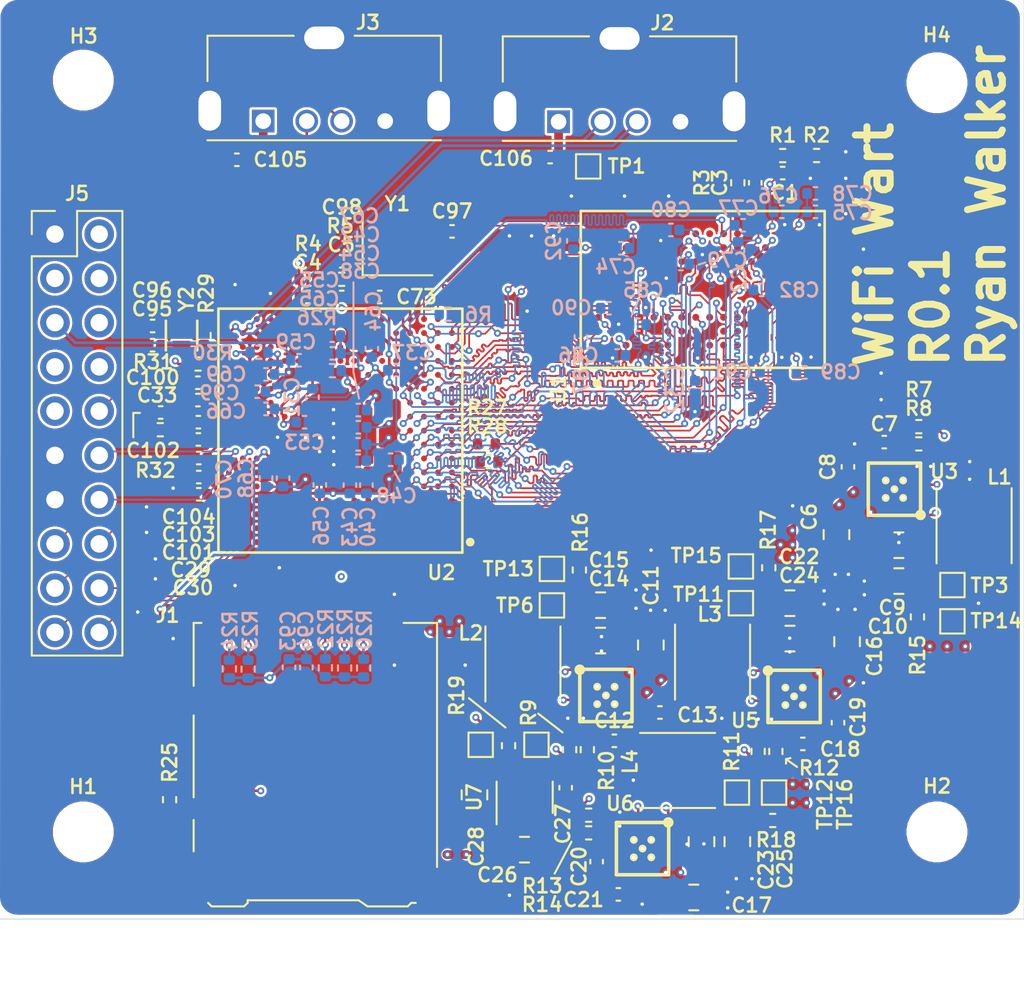
<source format=kicad_pcb>
(kicad_pcb (version 20171130) (host pcbnew 5.1.9-1.fc33)
  (layers (0 F.Cu signal) (1 In1.Cu signal) (2 In2.Cu signal) (31 B.Cu signal) (34 B.Paste user) (35 F.Paste user hide) (36 B.SilkS user hide) (37 F.SilkS user) (38 B.Mask user) (39 F.Mask user hide) (44 Edge.Cuts user hide))
  (net 0 "")
  (net 1 "Net-(U1-PadL9)")
  (net 2 "Net-(U1-PadL1)")
  (net 3 "Net-(U1-PadJ9)")
  (net 4 "Net-(U1-PadJ1)")
  (net 5 "Net-(U2-PadU15)")
  (net 6 "Net-(U2-PadU14)")
  (net 7 "Net-(U2-PadU13)")
  (net 8 "Net-(U2-PadU12)")
  (net 9 "Net-(U2-PadU11)")
  (net 10 "Net-(U2-PadU10)")
  (net 11 "Net-(U2-PadU9)")
  (net 12 "Net-(U2-PadU8)")
  (net 13 "Net-(U2-PadU7)")
  (net 14 "Net-(U2-PadU6)")
  (net 15 "Net-(U2-PadU5)")
  (net 16 "Net-(U2-PadT15)")
  (net 17 "Net-(U2-PadT14)")
  (net 18 "Net-(U2-PadT13)")
  (net 19 "Net-(U2-PadT12)")
  (net 20 "Net-(U2-PadT11)")
  (net 21 "Net-(U2-PadT10)")
  (net 22 "Net-(U2-PadT9)")
  (net 23 "Net-(U2-PadT8)")
  (net 24 "Net-(U2-PadT7)")
  (net 25 "Net-(U2-PadT6)")
  (net 26 "Net-(U2-PadT5)")
  (net 27 "Net-(U2-PadR15)")
  (net 28 "Net-(U2-PadR14)")
  (net 29 "Net-(U2-PadR13)")
  (net 30 "Net-(U2-PadR12)")
  (net 31 "Net-(U2-PadR11)")
  (net 32 "Net-(U2-PadR10)")
  (net 33 "Net-(U2-PadR9)")
  (net 34 "Net-(U2-PadR8)")
  (net 35 "Net-(U2-PadR7)")
  (net 36 "Net-(U2-PadR6)")
  (net 37 "Net-(U2-PadR5)")
  (net 38 "Net-(U2-PadR4)")
  (net 39 "Net-(U2-PadP16)")
  (net 40 "Net-(U2-PadP15)")
  (net 41 "Net-(U2-PadP14)")
  (net 42 "Net-(U2-PadP13)")
  (net 43 "Net-(U2-PadP12)")
  (net 44 "Net-(U2-PadP11)")
  (net 45 "Net-(U2-PadP10)")
  (net 46 "Net-(U2-PadP9)")
  (net 47 "Net-(U2-PadP8)")
  (net 48 "Net-(U2-PadP7)")
  (net 49 "Net-(U2-PadP6)")
  (net 50 "Net-(U2-PadP5)")
  (net 51 "Net-(U2-PadP4)")
  (net 52 "Net-(U2-PadN17)")
  (net 53 "Net-(U2-PadN16)")
  (net 54 "Net-(U2-PadN15)")
  (net 55 "Net-(U2-PadN7)")
  (net 56 "Net-(U2-PadN5)")
  (net 57 "Net-(U2-PadM17)")
  (net 58 "Net-(U2-PadM16)")
  (net 59 "Net-(U2-PadM15)")
  (net 60 "Net-(U2-PadL15)")
  (net 61 "Net-(U2-PadL14)")
  (net 62 "Net-(U2-PadL7)")
  (net 63 "Net-(U2-PadK15)")
  (net 64 "Net-(U2-PadK14)")
  (net 65 "Net-(U2-PadJ17)")
  (net 66 "Net-(U2-PadJ16)")
  (net 67 "Net-(U2-PadJ15)")
  (net 68 "Net-(U2-PadJ14)")
  (net 69 "Net-(U2-PadH16)")
  (net 70 "Net-(U2-PadH15)")
  (net 71 "Net-(U2-PadH14)")
  (net 72 "Net-(U2-PadG15)")
  (net 73 "Net-(U2-PadF17)")
  (net 74 "Net-(U2-PadF16)")
  (net 75 "Net-(U2-PadF15)")
  (net 76 "Net-(U2-PadF14)")
  (net 77 "Net-(U2-PadE17)")
  (net 78 "Net-(U2-PadE16)")
  (net 79 "Net-(U2-PadE15)")
  (net 80 "Net-(U2-PadE14)")
  (net 81 "Net-(U2-PadD17)")
  (net 82 "Net-(U2-PadD16)")
  (net 83 "Net-(U2-PadD15)")
  (net 84 "Net-(U2-PadD14)")
  (net 85 "Net-(U2-PadD13)")
  (net 86 "Net-(U2-PadD12)")
  (net 87 "Net-(U2-PadD11)")
  (net 88 "Net-(U2-PadD10)")
  (net 89 "Net-(U2-PadD6)")
  (net 90 "Net-(U2-PadD5)")
  (net 91 "Net-(U2-PadD4)")
  (net 92 "Net-(U2-PadD3)")
  (net 93 "Net-(U2-PadC15)")
  (net 94 "Net-(U2-PadC14)")
  (net 95 "Net-(U2-PadC13)")
  (net 96 "Net-(U2-PadC12)")
  (net 97 "Net-(U2-PadC11)")
  (net 98 "Net-(U2-PadC10)")
  (net 99 "Net-(U2-PadC6)")
  (net 100 "Net-(U2-PadC5)")
  (net 101 "Net-(U2-PadC4)")
  (net 102 "Net-(U2-PadC3)")
  (net 103 "Net-(U2-PadB15)")
  (net 104 "Net-(U2-PadB14)")
  (net 105 "Net-(U2-PadB13)")
  (net 106 "Net-(U2-PadB11)")
  (net 107 "Net-(U2-PadB10)")
  (net 108 "Net-(U2-PadB9)")
  (net 109 "Net-(U2-PadB8)")
  (net 110 "Net-(U2-PadB7)")
  (net 111 "Net-(U2-PadB6)")
  (net 112 "Net-(U2-PadB5)")
  (net 113 "Net-(U2-PadB4)")
  (net 114 "Net-(U2-PadB3)")
  (net 115 "Net-(U2-PadB2)")
  (net 116 "Net-(U2-PadA15)")
  (net 117 "Net-(U2-PadA14)")
  (net 118 "Net-(U2-PadA13)")
  (net 119 "Net-(U2-PadA12)")
  (net 120 "Net-(U2-PadA11)")
  (net 121 "Net-(U2-PadA10)")
  (net 122 "Net-(U2-PadA9)")
  (net 123 "Net-(U2-PadA8)")
  (net 124 "Net-(U2-PadA7)")
  (net 125 "Net-(U2-PadA6)")
  (net 126 "Net-(U2-PadA5)")
  (net 127 "Net-(U2-PadA4)")
  (net 128 "Net-(U2-PadA3)")
  (net 129 "Net-(U2-PadA2)")
  (net 130 d5)
  (net 131 d7)
  (net 132 d4)
  (net 133 d6)
  (net 134 d3)
  (net 135 d1)
  (net 136 d2)
  (net 137 d0)
  (net 138 d8)
  (net 139 d10)
  (net 140 d9)
  (net 141 d11)
  (net 142 d14)
  (net 143 d12)
  (net 144 d15)
  (net 145 d13)
  (net 146 adr8)
  (net 147 adr14)
  (net 148 adr13)
  (net 149 adr6)
  (net 150 adr11)
  (net 151 adr9)
  (net 152 adr7)
  (net 153 adr4)
  (net 154 adr1)
  (net 155 adr2)
  (net 156 adr5)
  (net 157 adr12)
  (net 158 adr0)
  (net 159 adr3)
  (net 160 adr10)
  (net 161 "Net-(C1-Pad2)")
  (net 162 +1V35)
  (net 163 GND)
  (net 164 dba1)
  (net 165 dba2)
  (net 166 dba0)
  (net 167 /ram/!LDQS)
  (net 168 /ram/!UDQS)
  (net 169 adr15)
  (net 170 /DVREF)
  (net 171 "Net-(R3-Pad2)")
  (net 172 "Net-(R6-Pad1)")
  (net 173 /ram/!RST)
  (net 174 /ram/!WE)
  (net 175 /ram/!CS)
  (net 176 /ram/!CKE)
  (net 177 /ram/!CK)
  (net 178 /ram/!CAS)
  (net 179 /ram/ODT)
  (net 180 /ram/CK)
  (net 181 /ram/!RAS)
  (net 182 /ram/LDQS)
  (net 183 /ram/LDM)
  (net 184 /ram/UDM)
  (net 185 /ram/UDQS)
  (net 186 +2V5)
  (net 187 +1V1)
  (net 188 +3V0)
  (net 189 +3V3)
  (net 190 +5V)
  (net 191 "Net-(C7-Pad2)")
  (net 192 "Net-(C7-Pad1)")
  (net 193 "Net-(C8-Pad1)")
  (net 194 "Net-(C10-Pad1)")
  (net 195 "Net-(C12-Pad2)")
  (net 196 "Net-(C12-Pad1)")
  (net 197 "Net-(C13-Pad1)")
  (net 198 "Net-(C14-Pad1)")
  (net 199 "Net-(C18-Pad2)")
  (net 200 "Net-(C18-Pad1)")
  (net 201 "Net-(C19-Pad1)")
  (net 202 "Net-(C20-Pad2)")
  (net 203 "Net-(C20-Pad1)")
  (net 204 "Net-(C21-Pad1)")
  (net 205 "Net-(C22-Pad1)")
  (net 206 "Net-(C23-Pad1)")
  (net 207 "Net-(L1-Pad1)")
  (net 208 "Net-(L2-Pad1)")
  (net 209 "Net-(L3-Pad1)")
  (net 210 "Net-(L4-Pad1)")
  (net 211 "Net-(R7-Pad2)")
  (net 212 "Net-(R10-Pad1)")
  (net 213 "Net-(R11-Pad2)")
  (net 214 "Net-(R13-Pad2)")
  (net 215 "Net-(C27-Pad1)")
  (net 216 "Net-(C28-Pad1)")
  (net 217 /gpio/SD_DET)
  (net 218 /gpio/SD_DAT0)
  (net 219 /gpio/SD_CLK)
  (net 220 /gpio/SD_CMD)
  (net 221 /gpio/SD_DAT3)
  (net 222 /gpio/SD_DAT2)
  (net 223 /gpio/SD_DAT1)
  (net 224 /HPVCCBP)
  (net 225 /VCC-EFUSE)
  (net 226 "Net-(R27-Pad1)")
  (net 227 "Net-(R28-Pad1)")
  (net 228 "Net-(C95-Pad2)")
  (net 229 "Net-(C96-Pad2)")
  (net 230 "Net-(C97-Pad1)")
  (net 231 "Net-(C98-Pad1)")
  (net 232 "Net-(C99-Pad1)")
  (net 233 "Net-(C101-Pad1)")
  (net 234 "Net-(C102-Pad1)")
  (net 235 "Net-(C103-Pad1)")
  (net 236 "Net-(R30-Pad1)")
  (net 237 /gpio/UART0_TX)
  (net 238 /gpio/UART0_RX)
  (net 239 "Net-(U3-Pad4)")
  (net 240 "Net-(U4-Pad4)")
  (net 241 "Net-(U5-Pad4)")
  (net 242 "Net-(U6-Pad4)")
  (net 243 "Net-(J5-Pad9)")
  (net 244 "Net-(J5-Pad4)")
  (net 245 "Net-(J5-Pad3)")
  (net 246 /gpio/PG8)
  (net 247 /gpio/PG6)
  (net 248 /gpio/PG9)
  (net 249 /gpio/PG7)
  (net 250 /gpio/PG11)
  (net 251 /gpio/PG10)
  (net 252 /gpio/USB-DP0)
  (net 253 /gpio/USB-DM0)
  (net 254 /gpio/USB-DP1)
  (net 255 /gpio/USB-DM1)
  (net 256 /gpio/RESET)
  (module Resistor_SMD:R_0402_1005Metric (layer F.Cu) (at 123.2916 110.744)
    (fp_text reference R27 (at -0.1016 -3.1115) (layer F.SilkS) (effects (font (size 0.8 0.8))))
    (fp_text value 22R)
    (pad 2 smd roundrect (at 0.51 0) (size 0.54 0.64) (layers F.Cu F.Paste F.Mask) (net 180 /ram/CK))
    (pad 1 smd roundrect (at -0.51 0) (size 0.54 0.64) (layers F.Cu F.Paste F.Mask) (net 226 "Net-(R27-Pad1)"))
  )
  (module Capacitor_SMD:C_0402_1005Metric (layer B.Cu) (at 135.128 106.5911 270)
    (fp_text reference C32 (at 0 1.16 90) (layer B.SilkS) (effects (justify mirror)))
    (fp_text value 100nF)
    (pad 2 smd roundrect (at 0.48 0 270) (size 0.56 0.62) (layers B.Cu B.Paste B.Mask) (net 163 GND))
    (pad 1 smd roundrect (at -0.48 0 270) (size 0.56 0.62) (layers B.Cu B.Paste B.Mask) (net 161 "Net-(C1-Pad2)"))
  )
  (module A33_FP:Allwinner_Technology_Co.,_Ltd.-A33-0 (layer F.Cu) (at 114.7572 108.966 180)
    (fp_text reference U2 (at -6.7 -8.15) (layer F.SilkS) (effects (font (size 0.8 0.8)) (justify right)))
    (fp_text value A33 hide)
    (pad U17 smd circle (at 6.4 6.4 180) (size 0.34 0.34) (layers F.Cu F.Paste F.Mask) (net 254 /gpio/USB-DP1))
    (pad U16 smd circle (at 5.6 6.4 180) (size 0.34 0.34) (layers F.Cu F.Paste F.Mask) (net 255 /gpio/USB-DM1))
    (pad U15 smd circle (at 4.8 6.4 180) (size 0.34 0.34) (layers F.Cu F.Paste F.Mask) (net 5 "Net-(U2-PadU15)"))
    (pad U14 smd circle (at 4 6.4 180) (size 0.34 0.34) (layers F.Cu F.Paste F.Mask) (net 6 "Net-(U2-PadU14)"))
    (pad U13 smd circle (at 3.2 6.4 180) (size 0.34 0.34) (layers F.Cu F.Paste F.Mask) (net 7 "Net-(U2-PadU13)"))
    (pad U12 smd circle (at 2.4 6.4 180) (size 0.34 0.34) (layers F.Cu F.Paste F.Mask) (net 8 "Net-(U2-PadU12)"))
    (pad U11 smd circle (at 1.6 6.4 180) (size 0.34 0.34) (layers F.Cu F.Paste F.Mask) (net 9 "Net-(U2-PadU11)"))
    (pad U10 smd circle (at 0.8 6.4 180) (size 0.34 0.34) (layers F.Cu F.Paste F.Mask) (net 10 "Net-(U2-PadU10)"))
    (pad U9 smd circle (at 0 6.4 180) (size 0.34 0.34) (layers F.Cu F.Paste F.Mask) (net 11 "Net-(U2-PadU9)"))
    (pad U8 smd circle (at -0.8 6.4 180) (size 0.34 0.34) (layers F.Cu F.Paste F.Mask) (net 12 "Net-(U2-PadU8)"))
    (pad U7 smd circle (at -1.6 6.4 180) (size 0.34 0.34) (layers F.Cu F.Paste F.Mask) (net 13 "Net-(U2-PadU7)"))
    (pad U6 smd circle (at -2.4 6.4 180) (size 0.34 0.34) (layers F.Cu F.Paste F.Mask) (net 14 "Net-(U2-PadU6)"))
    (pad U5 smd circle (at -3.2 6.4 180) (size 0.34 0.34) (layers F.Cu F.Paste F.Mask) (net 15 "Net-(U2-PadU5)"))
    (pad U4 smd circle (at -4 6.4 180) (size 0.34 0.34) (layers F.Cu F.Paste F.Mask) (net 230 "Net-(C97-Pad1)"))
    (pad U3 smd circle (at -4.8 6.4 180) (size 0.34 0.34) (layers F.Cu F.Paste F.Mask) (net 138 d8))
    (pad U2 smd circle (at -5.6 6.4 180) (size 0.34 0.34) (layers F.Cu F.Paste F.Mask) (net 139 d10))
    (pad U1 smd circle (at -6.4 6.4 180) (size 0.34 0.34) (layers F.Cu F.Paste F.Mask) (net 140 d9))
    (pad T17 smd circle (at 6.4 5.6 180) (size 0.34 0.34) (layers F.Cu F.Paste F.Mask) (net 252 /gpio/USB-DP0))
    (pad T16 smd circle (at 5.6 5.6 180) (size 0.34 0.34) (layers F.Cu F.Paste F.Mask) (net 253 /gpio/USB-DM0))
    (pad T15 smd circle (at 4.8 5.6 180) (size 0.34 0.34) (layers F.Cu F.Paste F.Mask) (net 16 "Net-(U2-PadT15)"))
    (pad T14 smd circle (at 4 5.6 180) (size 0.34 0.34) (layers F.Cu F.Paste F.Mask) (net 17 "Net-(U2-PadT14)"))
    (pad T13 smd circle (at 3.2 5.6 180) (size 0.34 0.34) (layers F.Cu F.Paste F.Mask) (net 18 "Net-(U2-PadT13)"))
    (pad T12 smd circle (at 2.4 5.6 180) (size 0.34 0.34) (layers F.Cu F.Paste F.Mask) (net 19 "Net-(U2-PadT12)"))
    (pad T11 smd circle (at 1.6 5.6 180) (size 0.34 0.34) (layers F.Cu F.Paste F.Mask) (net 20 "Net-(U2-PadT11)"))
    (pad T10 smd circle (at 0.8 5.6 180) (size 0.34 0.34) (layers F.Cu F.Paste F.Mask) (net 21 "Net-(U2-PadT10)"))
    (pad T9 smd circle (at 0 5.6 180) (size 0.34 0.34) (layers F.Cu F.Paste F.Mask) (net 22 "Net-(U2-PadT9)"))
    (pad T8 smd circle (at -0.8 5.6 180) (size 0.34 0.34) (layers F.Cu F.Paste F.Mask) (net 23 "Net-(U2-PadT8)"))
    (pad T7 smd circle (at -1.6 5.6 180) (size 0.34 0.34) (layers F.Cu F.Paste F.Mask) (net 24 "Net-(U2-PadT7)"))
    (pad T6 smd circle (at -2.4 5.6 180) (size 0.34 0.34) (layers F.Cu F.Paste F.Mask) (net 25 "Net-(U2-PadT6)"))
    (pad T5 smd circle (at -3.2 5.6 180) (size 0.34 0.34) (layers F.Cu F.Paste F.Mask) (net 26 "Net-(U2-PadT5)"))
    (pad T4 smd circle (at -4 5.6 180) (size 0.34 0.34) (layers F.Cu F.Paste F.Mask) (net 231 "Net-(C98-Pad1)"))
    (pad T3 smd circle (at -4.8 5.6 180) (size 0.34 0.34) (layers F.Cu F.Paste F.Mask) (net 184 /ram/UDM))
    (pad T2 smd circle (at -5.6 5.6 180) (size 0.34 0.34) (layers F.Cu F.Paste F.Mask) (net 141 d11))
    (pad T1 smd circle (at -6.4 5.6 180) (size 0.34 0.34) (layers F.Cu F.Paste F.Mask) (net 168 /ram/!UDQS))
    (pad R17 smd circle (at 6.4 4.8 180) (size 0.34 0.34) (layers F.Cu F.Paste F.Mask) (net 228 "Net-(C95-Pad2)"))
    (pad R16 smd circle (at 5.6 4.8 180) (size 0.34 0.34) (layers F.Cu F.Paste F.Mask) (net 229 "Net-(C96-Pad2)"))
    (pad R15 smd circle (at 4.8 4.8 180) (size 0.34 0.34) (layers F.Cu F.Paste F.Mask) (net 27 "Net-(U2-PadR15)"))
    (pad R14 smd circle (at 4 4.8 180) (size 0.34 0.34) (layers F.Cu F.Paste F.Mask) (net 28 "Net-(U2-PadR14)"))
    (pad R13 smd circle (at 3.2 4.8 180) (size 0.34 0.34) (layers F.Cu F.Paste F.Mask) (net 29 "Net-(U2-PadR13)"))
    (pad R12 smd circle (at 2.4 4.8 180) (size 0.34 0.34) (layers F.Cu F.Paste F.Mask) (net 30 "Net-(U2-PadR12)"))
    (pad R11 smd circle (at 1.6 4.8 180) (size 0.34 0.34) (layers F.Cu F.Paste F.Mask) (net 31 "Net-(U2-PadR11)"))
    (pad R10 smd circle (at 0.8 4.8 180) (size 0.34 0.34) (layers F.Cu F.Paste F.Mask) (net 32 "Net-(U2-PadR10)"))
    (pad R9 smd circle (at 0 4.8 180) (size 0.34 0.34) (layers F.Cu F.Paste F.Mask) (net 33 "Net-(U2-PadR9)"))
    (pad R8 smd circle (at -0.8 4.8 180) (size 0.34 0.34) (layers F.Cu F.Paste F.Mask) (net 34 "Net-(U2-PadR8)"))
    (pad R7 smd circle (at -1.6 4.8 180) (size 0.34 0.34) (layers F.Cu F.Paste F.Mask) (net 35 "Net-(U2-PadR7)"))
    (pad R6 smd circle (at -2.4 4.8 180) (size 0.34 0.34) (layers F.Cu F.Paste F.Mask) (net 36 "Net-(U2-PadR6)"))
    (pad R5 smd circle (at -3.2 4.8 180) (size 0.34 0.34) (layers F.Cu F.Paste F.Mask) (net 37 "Net-(U2-PadR5)"))
    (pad R4 smd circle (at -4 4.8 180) (size 0.34 0.34) (layers F.Cu F.Paste F.Mask) (net 38 "Net-(U2-PadR4)"))
    (pad R3 smd circle (at -4.8 4.8 180) (size 0.34 0.34) (layers F.Cu F.Paste F.Mask) (net 172 "Net-(R6-Pad1)"))
    (pad R2 smd circle (at -5.6 4.8 180) (size 0.34 0.34) (layers F.Cu F.Paste F.Mask) (net 143 d12))
    (pad R1 smd circle (at -6.4 4.8 180) (size 0.34 0.34) (layers F.Cu F.Paste F.Mask) (net 185 /ram/UDQS))
    (pad P17 smd circle (at 6.4 4 180) (size 0.34 0.34) (layers F.Cu F.Paste F.Mask) (net 256 /gpio/RESET))
    (pad P16 smd circle (at 5.6 4 180) (size 0.34 0.34) (layers F.Cu F.Paste F.Mask) (net 39 "Net-(U2-PadP16)"))
    (pad P15 smd circle (at 4.8 4 180) (size 0.34 0.34) (layers F.Cu F.Paste F.Mask) (net 40 "Net-(U2-PadP15)"))
    (pad P14 smd circle (at 4 4 180) (size 0.34 0.34) (layers F.Cu F.Paste F.Mask) (net 41 "Net-(U2-PadP14)"))
    (pad P13 smd circle (at 3.2 4 180) (size 0.34 0.34) (layers F.Cu F.Paste F.Mask) (net 42 "Net-(U2-PadP13)"))
    (pad P12 smd circle (at 2.4 4 180) (size 0.34 0.34) (layers F.Cu F.Paste F.Mask) (net 43 "Net-(U2-PadP12)"))
    (pad P11 smd circle (at 1.6 4 180) (size 0.34 0.34) (layers F.Cu F.Paste F.Mask) (net 44 "Net-(U2-PadP11)"))
    (pad P10 smd circle (at 0.8 4 180) (size 0.34 0.34) (layers F.Cu F.Paste F.Mask) (net 45 "Net-(U2-PadP10)"))
    (pad P9 smd circle (at 0 4 180) (size 0.34 0.34) (layers F.Cu F.Paste F.Mask) (net 46 "Net-(U2-PadP9)"))
    (pad P8 smd circle (at -0.8 4 180) (size 0.34 0.34) (layers F.Cu F.Paste F.Mask) (net 47 "Net-(U2-PadP8)"))
    (pad P7 smd circle (at -1.6 4 180) (size 0.34 0.34) (layers F.Cu F.Paste F.Mask) (net 48 "Net-(U2-PadP7)"))
    (pad P6 smd circle (at -2.4 4 180) (size 0.34 0.34) (layers F.Cu F.Paste F.Mask) (net 49 "Net-(U2-PadP6)"))
    (pad P5 smd circle (at -3.2 4 180) (size 0.34 0.34) (layers F.Cu F.Paste F.Mask) (net 50 "Net-(U2-PadP5)"))
    (pad P4 smd circle (at -4 4 180) (size 0.34 0.34) (layers F.Cu F.Paste F.Mask) (net 51 "Net-(U2-PadP4)"))
    (pad P3 smd circle (at -4.8 4 180) (size 0.34 0.34) (layers F.Cu F.Paste F.Mask) (net 186 +2V5))
    (pad P2 smd circle (at -5.6 4 180) (size 0.34 0.34) (layers F.Cu F.Paste F.Mask) (net 144 d15))
    (pad P1 smd circle (at -6.4 4 180) (size 0.34 0.34) (layers F.Cu F.Paste F.Mask) (net 142 d14))
    (pad N17 smd circle (at 6.4 3.2 180) (size 0.34 0.34) (layers F.Cu F.Paste F.Mask) (net 52 "Net-(U2-PadN17)"))
    (pad N16 smd circle (at 5.6 3.2 180) (size 0.34 0.34) (layers F.Cu F.Paste F.Mask) (net 53 "Net-(U2-PadN16)"))
    (pad N15 smd circle (at 4.8 3.2 180) (size 0.34 0.34) (layers F.Cu F.Paste F.Mask) (net 54 "Net-(U2-PadN15)"))
    (pad N14 smd circle (at 4 3.2 180) (size 0.34 0.34) (layers F.Cu F.Paste F.Mask) (net 236 "Net-(R30-Pad1)"))
    (pad N12 smd circle (at 2.4 3.2 180) (size 0.34 0.34) (layers F.Cu F.Paste F.Mask) (net 187 +1V1))
    (pad N11 smd circle (at 1.6 3.2 180) (size 0.34 0.34) (layers F.Cu F.Paste F.Mask) (net 189 +3V3))
    (pad N10 smd circle (at 0.8 3.2 180) (size 0.34 0.34) (layers F.Cu F.Paste F.Mask) (net 187 +1V1))
    (pad N9 smd circle (at 0 3.2 180) (size 0.34 0.34) (layers F.Cu F.Paste F.Mask) (net 187 +1V1))
    (pad N8 smd circle (at -0.8 3.2 180) (size 0.34 0.34) (layers F.Cu F.Paste F.Mask) (net 187 +1V1))
    (pad N7 smd circle (at -1.6 3.2 180) (size 0.34 0.34) (layers F.Cu F.Paste F.Mask) (net 55 "Net-(U2-PadN7)"))
    (pad N6 smd circle (at -2.4 3.2 180) (size 0.34 0.34) (layers F.Cu F.Paste F.Mask) (net 189 +3V3))
    (pad N5 smd circle (at -3.2 3.2 180) (size 0.34 0.34) (layers F.Cu F.Paste F.Mask) (net 56 "Net-(U2-PadN5)"))
    (pad N4 smd circle (at -4 3.2 180) (size 0.34 0.34) (layers F.Cu F.Paste F.Mask) (net 163 GND))
    (pad N3 smd circle (at -4.8 3.2 180) (size 0.34 0.34) (layers F.Cu F.Paste F.Mask) (net 175 /ram/!CS))
    (pad N2 smd circle (at -5.6 3.2 180) (size 0.34 0.34) (layers F.Cu F.Paste F.Mask) (net 183 /ram/LDM))
    (pad N1 smd circle (at -6.4 3.2 180) (size 0.34 0.34) (layers F.Cu F.Paste F.Mask) (net 145 d13))
    (pad M17 smd circle (at 6.4 2.4 180) (size 0.34 0.34) (layers F.Cu F.Paste F.Mask) (net 57 "Net-(U2-PadM17)"))
    (pad M16 smd circle (at 5.6 2.4 180) (size 0.34 0.34) (layers F.Cu F.Paste F.Mask) (net 58 "Net-(U2-PadM16)"))
    (pad M15 smd circle (at 4.8 2.4 180) (size 0.34 0.34) (layers F.Cu F.Paste F.Mask) (net 59 "Net-(U2-PadM15)"))
    (pad M14 smd circle (at 4 2.4 180) (size 0.34 0.34) (layers F.Cu F.Paste F.Mask) (net 187 +1V1))
    (pad M13 smd circle (at 3.2 2.4 180) (size 0.34 0.34) (layers F.Cu F.Paste F.Mask) (net 232 "Net-(C99-Pad1)"))
    (pad M12 smd circle (at 2.4 2.4 180) (size 0.34 0.34) (layers F.Cu F.Paste F.Mask) (net 188 +3V0))
    (pad M11 smd circle (at 1.6 2.4 180) (size 0.34 0.34) (layers F.Cu F.Paste F.Mask) (net 189 +3V3))
    (pad M10 smd circle (at 0.8 2.4 180) (size 0.34 0.34) (layers F.Cu F.Paste F.Mask) (net 163 GND))
    (pad M9 smd circle (at 0 2.4 180) (size 0.34 0.34) (layers F.Cu F.Paste F.Mask) (net 163 GND))
    (pad M8 smd circle (at -0.8 2.4 180) (size 0.34 0.34) (layers F.Cu F.Paste F.Mask) (net 225 /VCC-EFUSE))
    (pad M7 smd circle (at -1.6 2.4 180) (size 0.34 0.34) (layers F.Cu F.Paste F.Mask) (net 187 +1V1))
    (pad M6 smd circle (at -2.4 2.4 180) (size 0.34 0.34) (layers F.Cu F.Paste F.Mask) (net 187 +1V1))
    (pad M5 smd circle (at -3.2 2.4 180) (size 0.34 0.34) (layers F.Cu F.Paste F.Mask) (net 188 +3V0))
    (pad M4 smd circle (at -4 2.4 180) (size 0.34 0.34) (layers F.Cu F.Paste F.Mask) (net 170 /DVREF))
    (pad M3 smd circle (at -4.8 2.4 180) (size 0.34 0.34) (layers F.Cu F.Paste F.Mask) (net 178 /ram/!CAS))
    (pad M2 smd circle (at -5.6 2.4 180) (size 0.34 0.34) (layers F.Cu F.Paste F.Mask) (net 135 d1))
    (pad M1 smd circle (at -6.4 2.4 180) (size 0.34 0.34) (layers F.Cu F.Paste F.Mask) (net 137 d0))
    (pad L17 smd circle (at 6.4 1.6 180) (size 0.34 0.34) (layers F.Cu F.Paste F.Mask) (net 235 "Net-(C103-Pad1)"))
    (pad L16 smd circle (at 5.6 1.6 180) (size 0.34 0.34) (layers F.Cu F.Paste F.Mask) (net 188 +3V0))
    (pad L15 smd circle (at 4.8 1.6 180) (size 0.34 0.34) (layers F.Cu F.Paste F.Mask) (net 60 "Net-(U2-PadL15)"))
    (pad L14 smd circle (at 4 1.6 180) (size 0.34 0.34) (layers F.Cu F.Paste F.Mask) (net 61 "Net-(U2-PadL14)"))
    (pad L12 smd circle (at 2.4 1.6 180) (size 0.34 0.34) (layers F.Cu F.Paste F.Mask) (net 189 +3V3))
    (pad L11 smd circle (at 1.6 1.6 180) (size 0.34 0.34) (layers F.Cu F.Paste F.Mask) (net 163 GND))
    (pad L10 smd circle (at 0.8 1.6 180) (size 0.34 0.34) (layers F.Cu F.Paste F.Mask) (net 163 GND))
    (pad L9 smd circle (at 0 1.6 180) (size 0.34 0.34) (layers F.Cu F.Paste F.Mask) (net 163 GND))
    (pad L8 smd circle (at -0.8 1.6 180) (size 0.34 0.34) (layers F.Cu F.Paste F.Mask) (net 163 GND))
    (pad L7 smd circle (at -1.6 1.6 180) (size 0.34 0.34) (layers F.Cu F.Paste F.Mask) (net 62 "Net-(U2-PadL7)"))
    (pad L6 smd circle (at -2.4 1.6 180) (size 0.34 0.34) (layers F.Cu F.Paste F.Mask) (net 187 +1V1))
    (pad L5 smd circle (at -3.2 1.6 180) (size 0.34 0.34) (layers F.Cu F.Paste F.Mask) (net 162 +1V35))
    (pad L4 smd circle (at -4 1.6 180) (size 0.34 0.34) (layers F.Cu F.Paste F.Mask) (net 181 /ram/!RAS))
    (pad L3 smd circle (at -4.8 1.6 180) (size 0.34 0.34) (layers F.Cu F.Paste F.Mask) (net 179 /ram/ODT))
    (pad L2 smd circle (at -5.6 1.6 180) (size 0.34 0.34) (layers F.Cu F.Paste F.Mask) (net 134 d3))
    (pad L1 smd circle (at -6.4 1.6 180) (size 0.34 0.34) (layers F.Cu F.Paste F.Mask) (net 136 d2))
    (pad K17 smd circle (at 6.4 0.8 180) (size 0.34 0.34) (layers F.Cu F.Paste F.Mask) (net 234 "Net-(C102-Pad1)"))
    (pad K16 smd circle (at 5.6 0.8 180) (size 0.34 0.34) (layers F.Cu F.Paste F.Mask) (net 233 "Net-(C101-Pad1)"))
    (pad K15 smd circle (at 4.8 0.8 180) (size 0.34 0.34) (layers F.Cu F.Paste F.Mask) (net 63 "Net-(U2-PadK15)"))
    (pad K14 smd circle (at 4 0.8 180) (size 0.34 0.34) (layers F.Cu F.Paste F.Mask) (net 64 "Net-(U2-PadK14)"))
    (pad K13 smd circle (at 3.2 0.8 180) (size 0.34 0.34) (layers F.Cu F.Paste F.Mask) (net 188 +3V0))
    (pad K12 smd circle (at 2.4 0.8 180) (size 0.34 0.34) (layers F.Cu F.Paste F.Mask) (net 163 GND))
    (pad K11 smd circle (at 1.6 0.8 180) (size 0.34 0.34) (layers F.Cu F.Paste F.Mask) (net 163 GND))
    (pad K10 smd circle (at 0.8 0.8 180) (size 0.34 0.34) (layers F.Cu F.Paste F.Mask) (net 163 GND))
    (pad K9 smd circle (at 0 0.8 180) (size 0.34 0.34) (layers F.Cu F.Paste F.Mask) (net 163 GND))
    (pad K8 smd circle (at -0.8 0.8 180) (size 0.34 0.34) (layers F.Cu F.Paste F.Mask) (net 163 GND))
    (pad K7 smd circle (at -1.6 0.8 180) (size 0.34 0.34) (layers F.Cu F.Paste F.Mask) (net 163 GND))
    (pad K6 smd circle (at -2.4 0.8 180) (size 0.34 0.34) (layers F.Cu F.Paste F.Mask) (net 187 +1V1))
    (pad K5 smd circle (at -3.2 0.8 180) (size 0.34 0.34) (layers F.Cu F.Paste F.Mask) (net 162 +1V35))
    (pad K4 smd circle (at -4 0.8 180) (size 0.34 0.34) (layers F.Cu F.Paste F.Mask) (net 164 dba1))
    (pad K3 smd circle (at -4.8 0.8 180) (size 0.34 0.34) (layers F.Cu F.Paste F.Mask) (net 174 /ram/!WE))
    (pad K2 smd circle (at -5.6 0.8 180) (size 0.34 0.34) (layers F.Cu F.Paste F.Mask) (net 182 /ram/LDQS))
    (pad K1 smd circle (at -6.4 0.8 180) (size 0.34 0.34) (layers F.Cu F.Paste F.Mask) (net 167 /ram/!LDQS))
    (pad J17 smd circle (at 6.4 0 180) (size 0.34 0.34) (layers F.Cu F.Paste F.Mask) (net 65 "Net-(U2-PadJ17)"))
    (pad J16 smd circle (at 5.6 0 180) (size 0.34 0.34) (layers F.Cu F.Paste F.Mask) (net 66 "Net-(U2-PadJ16)"))
    (pad J15 smd circle (at 4.8 0 180) (size 0.34 0.34) (layers F.Cu F.Paste F.Mask) (net 67 "Net-(U2-PadJ15)"))
    (pad J14 smd circle (at 4 0 180) (size 0.34 0.34) (layers F.Cu F.Paste F.Mask) (net 68 "Net-(U2-PadJ14)"))
    (pad J12 smd circle (at 2.4 0 180) (size 0.34 0.34) (layers F.Cu F.Paste F.Mask) (net 163 GND))
    (pad J11 smd circle (at 1.6 0 180) (size 0.34 0.34) (layers F.Cu F.Paste F.Mask) (net 163 GND))
    (pad J10 smd circle (at 0.8 0 180) (size 0.34 0.34) (layers F.Cu F.Paste F.Mask) (net 163 GND))
    (pad J9 smd circle (at 0 0 180) (size 0.34 0.34) (layers F.Cu F.Paste F.Mask) (net 163 GND))
    (pad J8 smd circle (at -0.8 0 180) (size 0.34 0.34) (layers F.Cu F.Paste F.Mask) (net 163 GND))
    (pad J7 smd circle (at -1.6 0 180) (size 0.34 0.34) (layers F.Cu F.Paste F.Mask) (net 163 GND))
    (pad J6 smd circle (at -2.4 0 180) (size 0.34 0.34) (layers F.Cu F.Paste F.Mask) (net 162 +1V35))
    (pad J5 smd circle (at -3.2 0 180) (size 0.34 0.34) (layers F.Cu F.Paste F.Mask) (net 162 +1V35))
    (pad J4 smd circle (at -4 0 180) (size 0.34 0.34) (layers F.Cu F.Paste F.Mask) (net 176 /ram/!CKE))
    (pad J3 smd circle (at -4.8 0 180) (size 0.34 0.34) (layers F.Cu F.Paste F.Mask) (net 166 dba0))
    (pad J2 smd circle (at -5.6 0 180) (size 0.34 0.34) (layers F.Cu F.Paste F.Mask) (net 133 d6))
    (pad J1 smd circle (at -6.4 0 180) (size 0.34 0.34) (layers F.Cu F.Paste F.Mask) (net 130 d5))
    (pad H17 smd circle (at 6.4 -0.8 180) (size 0.34 0.34) (layers F.Cu F.Paste F.Mask) (net 224 /HPVCCBP))
    (pad H16 smd circle (at 5.6 -0.8 180) (size 0.34 0.34) (layers F.Cu F.Paste F.Mask) (net 69 "Net-(U2-PadH16)"))
    (pad H15 smd circle (at 4.8 -0.8 180) (size 0.34 0.34) (layers F.Cu F.Paste F.Mask) (net 70 "Net-(U2-PadH15)"))
    (pad H14 smd circle (at 4 -0.8 180) (size 0.34 0.34) (layers F.Cu F.Paste F.Mask) (net 71 "Net-(U2-PadH14)"))
    (pad H13 smd circle (at 3.2 -0.8 180) (size 0.34 0.34) (layers F.Cu F.Paste F.Mask) (net 163 GND))
    (pad H12 smd circle (at 2.4 -0.8 180) (size 0.34 0.34) (layers F.Cu F.Paste F.Mask) (net 163 GND))
    (pad H11 smd circle (at 1.6 -0.8 180) (size 0.34 0.34) (layers F.Cu F.Paste F.Mask) (net 163 GND))
    (pad H10 smd circle (at 0.8 -0.8 180) (size 0.34 0.34) (layers F.Cu F.Paste F.Mask) (net 163 GND))
    (pad H9 smd circle (at 0 -0.8 180) (size 0.34 0.34) (layers F.Cu F.Paste F.Mask) (net 163 GND))
    (pad H8 smd circle (at -0.8 -0.8 180) (size 0.34 0.34) (layers F.Cu F.Paste F.Mask) (net 163 GND))
    (pad H7 smd circle (at -1.6 -0.8 180) (size 0.34 0.34) (layers F.Cu F.Paste F.Mask) (net 163 GND))
    (pad H6 smd circle (at -2.4 -0.8 180) (size 0.34 0.34) (layers F.Cu F.Paste F.Mask) (net 162 +1V35))
    (pad H5 smd circle (at -3.2 -0.8 180) (size 0.34 0.34) (layers F.Cu F.Paste F.Mask) (net 162 +1V35))
    (pad H4 smd circle (at -4 -0.8 180) (size 0.34 0.34) (layers F.Cu F.Paste F.Mask) (net 165 dba2))
    (pad H3 smd circle (at -4.8 -0.8 180) (size 0.34 0.34) (layers F.Cu F.Paste F.Mask) (net 159 adr3))
    (pad H2 smd circle (at -5.6 -0.8 180) (size 0.34 0.34) (layers F.Cu F.Paste F.Mask) (net 131 d7))
    (pad H1 smd circle (at -6.4 -0.8 180) (size 0.34 0.34) (layers F.Cu F.Paste F.Mask) (net 132 d4))
    (pad G17 smd circle (at 6.4 -1.6 180) (size 0.34 0.34) (layers F.Cu F.Paste F.Mask) (net 237 /gpio/UART0_TX))
    (pad G16 smd circle (at 5.6 -1.6 180) (size 0.34 0.34) (layers F.Cu F.Paste F.Mask) (net 238 /gpio/UART0_RX))
    (pad G15 smd circle (at 4.8 -1.6 180) (size 0.34 0.34) (layers F.Cu F.Paste F.Mask) (net 72 "Net-(U2-PadG15)"))
    (pad G14 smd circle (at 4 -1.6 180) (size 0.34 0.34) (layers F.Cu F.Paste F.Mask) (net 217 /gpio/SD_DET))
    (pad G12 smd circle (at 2.4 -1.6 180) (size 0.34 0.34) (layers F.Cu F.Paste F.Mask) (net 189 +3V3))
    (pad G11 smd circle (at 1.6 -1.6 180) (size 0.34 0.34) (layers F.Cu F.Paste F.Mask) (net 163 GND))
    (pad G10 smd circle (at 0.8 -1.6 180) (size 0.34 0.34) (layers F.Cu F.Paste F.Mask) (net 163 GND))
    (pad G9 smd circle (at 0 -1.6 180) (size 0.34 0.34) (layers F.Cu F.Paste F.Mask) (net 163 GND))
    (pad G8 smd circle (at -0.8 -1.6 180) (size 0.34 0.34) (layers F.Cu F.Paste F.Mask) (net 163 GND))
    (pad G7 smd circle (at -1.6 -1.6 180) (size 0.34 0.34) (layers F.Cu F.Paste F.Mask) (net 163 GND))
    (pad G6 smd circle (at -2.4 -1.6 180) (size 0.34 0.34) (layers F.Cu F.Paste F.Mask) (net 187 +1V1))
    (pad G5 smd circle (at -3.2 -1.6 180) (size 0.34 0.34) (layers F.Cu F.Paste F.Mask) (net 187 +1V1))
    (pad G4 smd circle (at -4 -1.6 180) (size 0.34 0.34) (layers F.Cu F.Paste F.Mask) (net 152 adr7))
    (pad G3 smd circle (at -4.8 -1.6 180) (size 0.34 0.34) (layers F.Cu F.Paste F.Mask) (net 173 /ram/!RST))
    (pad G2 smd circle (at -5.6 -1.6 180) (size 0.34 0.34) (layers F.Cu F.Paste F.Mask) (net 227 "Net-(R28-Pad1)"))
    (pad G1 smd circle (at -6.4 -1.6 180) (size 0.34 0.34) (layers F.Cu F.Paste F.Mask) (net 226 "Net-(R27-Pad1)"))
    (pad F17 smd circle (at 6.4 -2.4 180) (size 0.34 0.34) (layers F.Cu F.Paste F.Mask) (net 73 "Net-(U2-PadF17)"))
    (pad F16 smd circle (at 5.6 -2.4 180) (size 0.34 0.34) (layers F.Cu F.Paste F.Mask) (net 74 "Net-(U2-PadF16)"))
    (pad F15 smd circle (at 4.8 -2.4 180) (size 0.34 0.34) (layers F.Cu F.Paste F.Mask) (net 75 "Net-(U2-PadF15)"))
    (pad F14 smd circle (at 4 -2.4 180) (size 0.34 0.34) (layers F.Cu F.Paste F.Mask) (net 76 "Net-(U2-PadF14)"))
    (pad F12 smd circle (at 2.4 -2.4 180) (size 0.34 0.34) (layers F.Cu F.Paste F.Mask) (net 189 +3V3))
    (pad F11 smd circle (at 1.6 -2.4 180) (size 0.34 0.34) (layers F.Cu F.Paste F.Mask) (net 189 +3V3))
    (pad F10 smd circle (at 0.8 -2.4 180) (size 0.34 0.34) (layers F.Cu F.Paste F.Mask) (net 163 GND))
    (pad F9 smd circle (at 0 -2.4 180) (size 0.34 0.34) (layers F.Cu F.Paste F.Mask) (net 163 GND))
    (pad F8 smd circle (at -0.8 -2.4 180) (size 0.34 0.34) (layers F.Cu F.Paste F.Mask) (net 163 GND))
    (pad F7 smd circle (at -1.6 -2.4 180) (size 0.34 0.34) (layers F.Cu F.Paste F.Mask) (net 187 +1V1))
    (pad F6 smd circle (at -2.4 -2.4 180) (size 0.34 0.34) (layers F.Cu F.Paste F.Mask) (net 187 +1V1))
    (pad F5 smd circle (at -3.2 -2.4 180) (size 0.34 0.34) (layers F.Cu F.Paste F.Mask) (net 187 +1V1))
    (pad F4 smd circle (at -4 -2.4 180) (size 0.34 0.34) (layers F.Cu F.Paste F.Mask) (net 151 adr9))
    (pad F3 smd circle (at -4.8 -2.4 180) (size 0.34 0.34) (layers F.Cu F.Paste F.Mask) (net 148 adr13))
    (pad F2 smd circle (at -5.6 -2.4 180) (size 0.34 0.34) (layers F.Cu F.Paste F.Mask) (net 155 adr2))
    (pad F1 smd circle (at -6.4 -2.4 180) (size 0.34 0.34) (layers F.Cu F.Paste F.Mask) (net 156 adr5))
    (pad E17 smd circle (at 6.4 -3.2 180) (size 0.34 0.34) (layers F.Cu F.Paste F.Mask) (net 77 "Net-(U2-PadE17)"))
    (pad E16 smd circle (at 5.6 -3.2 180) (size 0.34 0.34) (layers F.Cu F.Paste F.Mask) (net 78 "Net-(U2-PadE16)"))
    (pad E15 smd circle (at 4.8 -3.2 180) (size 0.34 0.34) (layers F.Cu F.Paste F.Mask) (net 79 "Net-(U2-PadE15)"))
    (pad E14 smd circle (at 4 -3.2 180) (size 0.34 0.34) (layers F.Cu F.Paste F.Mask) (net 80 "Net-(U2-PadE14)"))
    (pad E12 smd circle (at 2.4 -3.2 180) (size 0.34 0.34) (layers F.Cu F.Paste F.Mask) (net 189 +3V3))
    (pad E11 smd circle (at 1.6 -3.2 180) (size 0.34 0.34) (layers F.Cu F.Paste F.Mask) (net 189 +3V3))
    (pad E10 smd circle (at 0.8 -3.2 180) (size 0.34 0.34) (layers F.Cu F.Paste F.Mask) (net 187 +1V1))
    (pad E9 smd circle (at 0 -3.2 180) (size 0.34 0.34) (layers F.Cu F.Paste F.Mask) (net 187 +1V1))
    (pad E8 smd circle (at -0.8 -3.2 180) (size 0.34 0.34) (layers F.Cu F.Paste F.Mask) (net 187 +1V1))
    (pad E7 smd circle (at -1.6 -3.2 180) (size 0.34 0.34) (layers F.Cu F.Paste F.Mask) (net 187 +1V1))
    (pad E6 smd circle (at -2.4 -3.2 180) (size 0.34 0.34) (layers F.Cu F.Paste F.Mask) (net 187 +1V1))
    (pad E5 smd circle (at -3.2 -3.2 180) (size 0.34 0.34) (layers F.Cu F.Paste F.Mask) (net 187 +1V1))
    (pad E4 smd circle (at -4 -3.2 180) (size 0.34 0.34) (layers F.Cu F.Paste F.Mask) (net 158 adr0))
    (pad E3 smd circle (at -4.8 -3.2 180) (size 0.34 0.34) (layers F.Cu F.Paste F.Mask) (net 169 adr15))
    (pad E2 smd circle (at -5.6 -3.2 180) (size 0.34 0.34) (layers F.Cu F.Paste F.Mask) (net 160 adr10))
    (pad E1 smd circle (at -6.4 -3.2 180) (size 0.34 0.34) (layers F.Cu F.Paste F.Mask) (net 157 adr12))
    (pad D17 smd circle (at 6.4 -4 180) (size 0.34 0.34) (layers F.Cu F.Paste F.Mask) (net 81 "Net-(U2-PadD17)"))
    (pad D16 smd circle (at 5.6 -4 180) (size 0.34 0.34) (layers F.Cu F.Paste F.Mask) (net 82 "Net-(U2-PadD16)"))
    (pad D15 smd circle (at 4.8 -4 180) (size 0.34 0.34) (layers F.Cu F.Paste F.Mask) (net 83 "Net-(U2-PadD15)"))
    (pad D14 smd circle (at 4 -4 180) (size 0.34 0.34) (layers F.Cu F.Paste F.Mask) (net 84 "Net-(U2-PadD14)"))
    (pad D13 smd circle (at 3.2 -4 180) (size 0.34 0.34) (layers F.Cu F.Paste F.Mask) (net 85 "Net-(U2-PadD13)"))
    (pad D12 smd circle (at 2.4 -4 180) (size 0.34 0.34) (layers F.Cu F.Paste F.Mask) (net 86 "Net-(U2-PadD12)"))
    (pad D11 smd circle (at 1.6 -4 180) (size 0.34 0.34) (layers F.Cu F.Paste F.Mask) (net 87 "Net-(U2-PadD11)"))
    (pad D10 smd circle (at 0.8 -4 180) (size 0.34 0.34) (layers F.Cu F.Paste F.Mask) (net 88 "Net-(U2-PadD10)"))
    (pad D9 smd circle (at 0 -4 180) (size 0.34 0.34) (layers F.Cu F.Paste F.Mask) (net 223 /gpio/SD_DAT1))
    (pad D8 smd circle (at -0.8 -4 180) (size 0.34 0.34) (layers F.Cu F.Paste F.Mask) (net 219 /gpio/SD_CLK))
    (pad D7 smd circle (at -1.6 -4 180) (size 0.34 0.34) (layers F.Cu F.Paste F.Mask) (net 221 /gpio/SD_DAT3))
    (pad D6 smd circle (at -2.4 -4 180) (size 0.34 0.34) (layers F.Cu F.Paste F.Mask) (net 89 "Net-(U2-PadD6)"))
    (pad D5 smd circle (at -3.2 -4 180) (size 0.34 0.34) (layers F.Cu F.Paste F.Mask) (net 90 "Net-(U2-PadD5)"))
    (pad D4 smd circle (at -4 -4 180) (size 0.34 0.34) (layers F.Cu F.Paste F.Mask) (net 91 "Net-(U2-PadD4)"))
    (pad D3 smd circle (at -4.8 -4 180) (size 0.34 0.34) (layers F.Cu F.Paste F.Mask) (net 92 "Net-(U2-PadD3)"))
    (pad D2 smd circle (at -5.6 -4 180) (size 0.34 0.34) (layers F.Cu F.Paste F.Mask) (net 153 adr4))
    (pad D1 smd circle (at -6.4 -4 180) (size 0.34 0.34) (layers F.Cu F.Paste F.Mask) (net 154 adr1))
    (pad C17 smd circle (at 6.4 -4.8 180) (size 0.34 0.34) (layers F.Cu F.Paste F.Mask) (net 251 /gpio/PG10))
    (pad C16 smd circle (at 5.6 -4.8 180) (size 0.34 0.34) (layers F.Cu F.Paste F.Mask) (net 250 /gpio/PG11))
    (pad C15 smd circle (at 4.8 -4.8 180) (size 0.34 0.34) (layers F.Cu F.Paste F.Mask) (net 93 "Net-(U2-PadC15)"))
    (pad C14 smd circle (at 4 -4.8 180) (size 0.34 0.34) (layers F.Cu F.Paste F.Mask) (net 94 "Net-(U2-PadC14)"))
    (pad C13 smd circle (at 3.2 -4.8 180) (size 0.34 0.34) (layers F.Cu F.Paste F.Mask) (net 95 "Net-(U2-PadC13)"))
    (pad C12 smd circle (at 2.4 -4.8 180) (size 0.34 0.34) (layers F.Cu F.Paste F.Mask) (net 96 "Net-(U2-PadC12)"))
    (pad C11 smd circle (at 1.6 -4.8 180) (size 0.34 0.34) (layers F.Cu F.Paste F.Mask) (net 97 "Net-(U2-PadC11)"))
    (pad C10 smd circle (at 0.8 -4.8 180) (size 0.34 0.34) (layers F.Cu F.Paste F.Mask) (net 98 "Net-(U2-PadC10)"))
    (pad C9 smd circle (at 0 -4.8 180) (size 0.34 0.34) (layers F.Cu F.Paste F.Mask) (net 218 /gpio/SD_DAT0))
    (pad C8 smd circle (at -0.8 -4.8 180) (size 0.34 0.34) (layers F.Cu F.Paste F.Mask) (net 220 /gpio/SD_CMD))
    (pad C7 smd circle (at -1.6 -4.8 180) (size 0.34 0.34) (layers F.Cu F.Paste F.Mask) (net 222 /gpio/SD_DAT2))
    (pad C6 smd circle (at -2.4 -4.8 180) (size 0.34 0.34) (layers F.Cu F.Paste F.Mask) (net 99 "Net-(U2-PadC6)"))
    (pad C5 smd circle (at -3.2 -4.8 180) (size 0.34 0.34) (layers F.Cu F.Paste F.Mask) (net 100 "Net-(U2-PadC5)"))
    (pad C4 smd circle (at -4 -4.8 180) (size 0.34 0.34) (layers F.Cu F.Paste F.Mask) (net 101 "Net-(U2-PadC4)"))
    (pad C3 smd circle (at -4.8 -4.8 180) (size 0.34 0.34) (layers F.Cu F.Paste F.Mask) (net 102 "Net-(U2-PadC3)"))
    (pad C2 smd circle (at -5.6 -4.8 180) (size 0.34 0.34) (layers F.Cu F.Paste F.Mask) (net 150 adr11))
    (pad C1 smd circle (at -6.4 -4.8 180) (size 0.34 0.34) (layers F.Cu F.Paste F.Mask) (net 147 adr14))
    (pad B17 smd circle (at 6.4 -5.6 180) (size 0.34 0.34) (layers F.Cu F.Paste F.Mask) (net 249 /gpio/PG7))
    (pad B16 smd circle (at 5.6 -5.6 180) (size 0.34 0.34) (layers F.Cu F.Paste F.Mask) (net 248 /gpio/PG9))
    (pad B15 smd circle (at 4.8 -5.6 180) (size 0.34 0.34) (layers F.Cu F.Paste F.Mask) (net 103 "Net-(U2-PadB15)"))
    (pad B14 smd circle (at 4 -5.6 180) (size 0.34 0.34) (layers F.Cu F.Paste F.Mask) (net 104 "Net-(U2-PadB14)"))
    (pad B13 smd circle (at 3.2 -5.6 180) (size 0.34 0.34) (layers F.Cu F.Paste F.Mask) (net 105 "Net-(U2-PadB13)"))
    (pad B11 smd circle (at 1.6 -5.6 180) (size 0.34 0.34) (layers F.Cu F.Paste F.Mask) (net 106 "Net-(U2-PadB11)"))
    (pad B10 smd circle (at 0.8 -5.6 180) (size 0.34 0.34) (layers F.Cu F.Paste F.Mask) (net 107 "Net-(U2-PadB10)"))
    (pad B9 smd circle (at 0 -5.6 180) (size 0.34 0.34) (layers F.Cu F.Paste F.Mask) (net 108 "Net-(U2-PadB9)"))
    (pad B8 smd circle (at -0.8 -5.6 180) (size 0.34 0.34) (layers F.Cu F.Paste F.Mask) (net 109 "Net-(U2-PadB8)"))
    (pad B7 smd circle (at -1.6 -5.6 180) (size 0.34 0.34) (layers F.Cu F.Paste F.Mask) (net 110 "Net-(U2-PadB7)"))
    (pad B6 smd circle (at -2.4 -5.6 180) (size 0.34 0.34) (layers F.Cu F.Paste F.Mask) (net 111 "Net-(U2-PadB6)"))
    (pad B5 smd circle (at -3.2 -5.6 180) (size 0.34 0.34) (layers F.Cu F.Paste F.Mask) (net 112 "Net-(U2-PadB5)"))
    (pad B4 smd circle (at -4 -5.6 180) (size 0.34 0.34) (layers F.Cu F.Paste F.Mask) (net 113 "Net-(U2-PadB4)"))
    (pad B3 smd circle (at -4.8 -5.6 180) (size 0.34 0.34) (layers F.Cu F.Paste F.Mask) (net 114 "Net-(U2-PadB3)"))
    (pad B2 smd circle (at -5.6 -5.6 180) (size 0.34 0.34) (layers F.Cu F.Paste F.Mask) (net 115 "Net-(U2-PadB2)"))
    (pad B1 smd circle (at -6.4 -5.6 180) (size 0.34 0.34) (layers F.Cu F.Paste F.Mask) (net 146 adr8))
    (pad A17 smd circle (at 6.4 -6.4 180) (size 0.34 0.34) (layers F.Cu F.Paste F.Mask) (net 247 /gpio/PG6))
    (pad A16 smd circle (at 5.6 -6.4 180) (size 0.34 0.34) (layers F.Cu F.Paste F.Mask) (net 246 /gpio/PG8))
    (pad A15 smd circle (at 4.8 -6.4 180) (size 0.34 0.34) (layers F.Cu F.Paste F.Mask) (net 116 "Net-(U2-PadA15)"))
    (pad A14 smd circle (at 4 -6.4 180) (size 0.34 0.34) (layers F.Cu F.Paste F.Mask) (net 117 "Net-(U2-PadA14)"))
    (pad A13 smd circle (at 3.2 -6.4 180) (size 0.34 0.34) (layers F.Cu F.Paste F.Mask) (net 118 "Net-(U2-PadA13)"))
    (pad A12 smd circle (at 2.4 -6.4 180) (size 0.34 0.34) (layers F.Cu F.Paste F.Mask) (net 119 "Net-(U2-PadA12)"))
    (pad A11 smd circle (at 1.6 -6.4 180) (size 0.34 0.34) (layers F.Cu F.Paste F.Mask) (net 120 "Net-(U2-PadA11)"))
    (pad A10 smd circle (at 0.8 -6.4 180) (size 0.34 0.34) (layers F.Cu F.Paste F.Mask) (net 121 "Net-(U2-PadA10)"))
    (pad A9 smd circle (at 0 -6.4 180) (size 0.34 0.34) (layers F.Cu F.Paste F.Mask) (net 122 "Net-(U2-PadA9)"))
    (pad A8 smd circle (at -0.8 -6.4 180) (size 0.34 0.34) (layers F.Cu F.Paste F.Mask) (net 123 "Net-(U2-PadA8)"))
    (pad A7 smd circle (at -1.6 -6.4 180) (size 0.34 0.34) (layers F.Cu F.Paste F.Mask) (net 124 "Net-(U2-PadA7)"))
    (pad A6 smd circle (at -2.4 -6.4 180) (size 0.34 0.34) (layers F.Cu F.Paste F.Mask) (net 125 "Net-(U2-PadA6)"))
    (pad A5 smd circle (at -3.2 -6.4 180) (size 0.34 0.34) (layers F.Cu F.Paste F.Mask) (net 126 "Net-(U2-PadA5)"))
    (pad A4 smd circle (at -4 -6.4 180) (size 0.34 0.34) (layers F.Cu F.Paste F.Mask) (net 127 "Net-(U2-PadA4)"))
    (pad A3 smd circle (at -4.8 -6.4 180) (size 0.34 0.34) (layers F.Cu F.Paste F.Mask) (net 128 "Net-(U2-PadA3)"))
    (pad A2 smd circle (at -5.6 -6.4 180) (size 0.34 0.34) (layers F.Cu F.Paste F.Mask) (net 129 "Net-(U2-PadA2)"))
    (pad A1 smd circle (at -6.4 -6.4 180) (size 0.34 0.34) (layers F.Cu F.Paste F.Mask) (net 149 adr6))
  )
  (module Connector_PinHeader_2.54mm:PinHeader_2x10_P2.54mm_Vertical (layer F.Cu) (at 98.3742 97.6884)
    (fp_text reference J5 (at 1.27 -2.33) (layer F.SilkS) (effects (font (size 0.8 0.8))))
    (fp_text value Conn_02x10_Odd_Even)
    (pad 20 thru_hole oval (at 2.54 22.86) (size 1.7 1.7) (drill 1) (layers *.Cu *.Mask) (net 246 /gpio/PG8))
    (pad 19 thru_hole oval (at 0 22.86) (size 1.7 1.7) (drill 1) (layers *.Cu *.Mask) (net 247 /gpio/PG6))
    (pad 18 thru_hole oval (at 2.54 20.32) (size 1.7 1.7) (drill 1) (layers *.Cu *.Mask) (net 248 /gpio/PG9))
    (pad 17 thru_hole oval (at 0 20.32) (size 1.7 1.7) (drill 1) (layers *.Cu *.Mask) (net 249 /gpio/PG7))
    (pad 16 thru_hole oval (at 2.54 17.78) (size 1.7 1.7) (drill 1) (layers *.Cu *.Mask) (net 250 /gpio/PG11))
    (pad 15 thru_hole oval (at 0 17.78) (size 1.7 1.7) (drill 1) (layers *.Cu *.Mask) (net 251 /gpio/PG10))
    (pad 14 thru_hole oval (at 2.54 15.24) (size 1.7 1.7) (drill 1) (layers *.Cu *.Mask) (net 238 /gpio/UART0_RX))
    (pad 13 thru_hole oval (at 0 15.24) (size 1.7 1.7) (drill 1) (layers *.Cu *.Mask) (net 163 GND))
    (pad 12 thru_hole oval (at 2.54 12.7) (size 1.7 1.7) (drill 1) (layers *.Cu *.Mask) (net 237 /gpio/UART0_TX))
    (pad 11 thru_hole oval (at 0 12.7) (size 1.7 1.7) (drill 1) (layers *.Cu *.Mask) (net 163 GND))
    (pad 10 thru_hole oval (at 2.54 10.16) (size 1.7 1.7) (drill 1) (layers *.Cu *.Mask) (net 256 /gpio/RESET))
    (pad 9 thru_hole oval (at 0 10.16) (size 1.7 1.7) (drill 1) (layers *.Cu *.Mask) (net 243 "Net-(J5-Pad9)"))
    (pad 8 thru_hole oval (at 2.54 7.62) (size 1.7 1.7) (drill 1) (layers *.Cu *.Mask) (net 189 +3V3))
    (pad 7 thru_hole oval (at 0 7.62) (size 1.7 1.7) (drill 1) (layers *.Cu *.Mask) (net 188 +3V0))
    (pad 6 thru_hole oval (at 2.54 5.08) (size 1.7 1.7) (drill 1) (layers *.Cu *.Mask) (net 162 +1V35))
    (pad 5 thru_hole oval (at 0 5.08) (size 1.7 1.7) (drill 1) (layers *.Cu *.Mask) (net 187 +1V1))
    (pad 4 thru_hole oval (at 2.54 2.54) (size 1.7 1.7) (drill 1) (layers *.Cu *.Mask) (net 244 "Net-(J5-Pad4)"))
    (pad 3 thru_hole oval (at 0 2.54) (size 1.7 1.7) (drill 1) (layers *.Cu *.Mask) (net 245 "Net-(J5-Pad3)"))
    (pad 2 thru_hole oval (at 2.54 0) (size 1.7 1.7) (drill 1) (layers *.Cu *.Mask) (net 190 +5V))
    (pad 1 thru_hole rect (at 0 0) (size 1.7 1.7) (drill 1) (layers *.Cu *.Mask) (net 163 GND))
  )
  (module MountingHole:MountingHole_3.2mm_M3 (layer F.Cu) (at 149 89)
    (fp_text reference H4 (at -0.01376 -2.74668) (layer F.SilkS) (effects (font (size 0.8 0.8))))
    (fp_text value MountingHole)
    (pad 1 np_thru_hole circle (at 0 0) (size 3.2 3.2) (drill 3.2) (layers *.Cu *.Mask))
  )
  (module MountingHole:MountingHole_3.2mm_M3 (layer F.Cu) (at 100 88.8492)
    (fp_text reference H3 (at 0.02012 -2.52476) (layer F.SilkS) (effects (font (size 0.8 0.8))))
    (fp_text value MountingHole)
    (pad 1 np_thru_hole circle (at 0 0) (size 3.2 3.2) (drill 3.2) (layers *.Cu *.Mask))
  )
  (module MountingHole:MountingHole_3.2mm_M3 (layer F.Cu) (at 149 132)
    (fp_text reference H2 (at 0.00656 -2.62764) (layer F.SilkS) (effects (font (size 0.8 0.8))))
    (fp_text value MountingHole)
    (pad 1 np_thru_hole circle (at 0 0) (size 3.2 3.2) (drill 3.2) (layers *.Cu *.Mask))
  )
  (module MountingHole:MountingHole_3.2mm_M3 (layer F.Cu) (at 100 132)
    (fp_text reference H1 (at -0.01036 -2.59716) (layer F.SilkS) (effects (font (size 0.8 0.8))))
    (fp_text value MountingHole)
    (pad 1 np_thru_hole circle (at 0 0) (size 3.2 3.2) (drill 3.2) (layers *.Cu *.Mask))
  )
  (module Capacitor_SMD:C_0805_2012Metric (layer F.Cu) (at 122.4534 129.8702 270)
    (fp_text reference C28 (at 2.9718 -0.1016 90) (layer F.SilkS) (effects (font (size 0.8 0.8))))
    (fp_text value 10uF)
    (pad 2 smd roundrect (at 0.95 0 270) (size 1 1.45) (layers F.Cu F.Paste F.Mask) (net 163 GND))
    (pad 1 smd roundrect (at -0.95 0 270) (size 1 1.45) (layers F.Cu F.Paste F.Mask) (net 216 "Net-(C28-Pad1)"))
  )
  (module Capacitor_SMD:C_0805_2012Metric (layer F.Cu) (at 125.3236 133.0198)
    (fp_text reference C26 (at -1.55448 1.4478) (layer F.SilkS) (effects (font (size 0.8 0.8))))
    (fp_text value 10uF)
    (pad 2 smd roundrect (at 0.95 0) (size 1 1.45) (layers F.Cu F.Paste F.Mask) (net 163 GND))
    (pad 1 smd roundrect (at -0.95 0) (size 1 1.45) (layers F.Cu F.Paste F.Mask) (net 189 +3V3))
  )
  (module Capacitor_SMD:C_0805_2012Metric (layer F.Cu) (at 137.541 132.5626 270)
    (fp_text reference C25 (at 1.5494 -2.7305 90) (layer F.SilkS) (effects (font (size 0.8 0.8))))
    (fp_text value 22uF)
    (pad 2 smd roundrect (at 0.95 0 270) (size 1 1.45) (layers F.Cu F.Paste F.Mask) (net 163 GND))
    (pad 1 smd roundrect (at -0.95 0 270) (size 1 1.45) (layers F.Cu F.Paste F.Mask) (net 206 "Net-(C23-Pad1)"))
  )
  (module Capacitor_SMD:C_0805_2012Metric (layer F.Cu) (at 140.5636 120.904)
    (fp_text reference C24 (at 0.5334 -3.6195) (layer F.SilkS) (effects (font (size 0.8 0.8))))
    (fp_text value 22uF)
    (pad 2 smd roundrect (at 0.95 0) (size 1 1.45) (layers F.Cu F.Paste F.Mask) (net 163 GND))
    (pad 1 smd roundrect (at -0.95 0) (size 1 1.45) (layers F.Cu F.Paste F.Mask) (net 205 "Net-(C22-Pad1)"))
  )
  (module Capacitor_SMD:C_0805_2012Metric (layer F.Cu) (at 135.4836 132.5626 270)
    (fp_text reference C23 (at 1.6129 -3.7084 90) (layer F.SilkS) (effects (font (size 0.8 0.8))))
    (fp_text value 22uF)
    (pad 2 smd roundrect (at 0.95 0 270) (size 1 1.45) (layers F.Cu F.Paste F.Mask) (net 163 GND))
    (pad 1 smd roundrect (at -0.95 0 270) (size 1 1.45) (layers F.Cu F.Paste F.Mask) (net 206 "Net-(C23-Pad1)"))
  )
  (module Capacitor_SMD:C_0805_2012Metric (layer F.Cu) (at 140.55852 118.872)
    (fp_text reference C22 (at 0.53848 -2.667) (layer F.SilkS) (effects (font (size 0.8 0.8))))
    (fp_text value 22uF)
    (pad 2 smd roundrect (at 0.95 0) (size 1 1.45) (layers F.Cu F.Paste F.Mask) (net 163 GND))
    (pad 1 smd roundrect (at -0.95 0) (size 1 1.45) (layers F.Cu F.Paste F.Mask) (net 205 "Net-(C22-Pad1)"))
  )
  (module Capacitor_SMD:C_0805_2012Metric (layer F.Cu) (at 135.0416 135.763)
    (fp_text reference C17 (at 3.3249 0.4445) (layer F.SilkS) (effects (font (size 0.8 0.8))))
    (fp_text value 22uF)
    (pad 2 smd roundrect (at 0.95 0) (size 1 1.45) (layers F.Cu F.Paste F.Mask) (net 163 GND))
    (pad 1 smd roundrect (at -0.95 0) (size 1 1.45) (layers F.Cu F.Paste F.Mask) (net 190 +5V))
  )
  (module Capacitor_SMD:C_0805_2012Metric (layer F.Cu) (at 143.8402 121.0818 90)
    (fp_text reference C16 (at -0.8382 1.5748 90) (layer F.SilkS) (effects (font (size 0.8 0.8))))
    (fp_text value 22uF)
    (pad 2 smd roundrect (at 0.95 0 90) (size 1 1.45) (layers F.Cu F.Paste F.Mask) (net 163 GND))
    (pad 1 smd roundrect (at -0.95 0 90) (size 1 1.45) (layers F.Cu F.Paste F.Mask) (net 190 +5V))
  )
  (module Capacitor_SMD:C_0805_2012Metric (layer F.Cu) (at 129.6924 118.9863)
    (fp_text reference C15 (at 0.4826 -2.5908) (layer F.SilkS) (effects (font (size 0.8 0.8))))
    (fp_text value 22uF)
    (pad 2 smd roundrect (at 0.95 0) (size 1 1.45) (layers F.Cu F.Paste F.Mask) (net 163 GND))
    (pad 1 smd roundrect (at -0.95 0) (size 1 1.45) (layers F.Cu F.Paste F.Mask) (net 198 "Net-(C14-Pad1)"))
  )
  (module Capacitor_SMD:C_0805_2012Metric (layer F.Cu) (at 129.6924 121.0183)
    (fp_text reference C14 (at 0.4826 -3.5433) (layer F.SilkS) (effects (font (size 0.8 0.8))))
    (fp_text value 22uF)
    (pad 2 smd roundrect (at 0.95 0) (size 1 1.45) (layers F.Cu F.Paste F.Mask) (net 163 GND))
    (pad 1 smd roundrect (at -0.95 0) (size 1 1.45) (layers F.Cu F.Paste F.Mask) (net 198 "Net-(C14-Pad1)"))
  )
  (module Capacitor_SMD:C_0805_2012Metric (layer F.Cu) (at 132.5753 121.2723 90)
    (fp_text reference C11 (at 3.4163 0.0127 90) (layer F.SilkS) (effects (font (size 0.8 0.8))))
    (fp_text value 22uF)
    (pad 2 smd roundrect (at 0.95 0 90) (size 1 1.45) (layers F.Cu F.Paste F.Mask) (net 163 GND))
    (pad 1 smd roundrect (at -0.95 0 90) (size 1 1.45) (layers F.Cu F.Paste F.Mask) (net 190 +5V))
  )
  (module Capacitor_SMD:C_0805_2012Metric (layer F.Cu) (at 146.812 117.602 180)
    (fp_text reference C10 (at 0.635 -2.6035) (layer F.SilkS) (effects (font (size 0.8 0.8))))
    (fp_text value 22uF)
    (pad 2 smd roundrect (at 0.95 0 180) (size 1 1.45) (layers F.Cu F.Paste F.Mask) (net 163 GND))
    (pad 1 smd roundrect (at -0.95 0 180) (size 1 1.45) (layers F.Cu F.Paste F.Mask) (net 194 "Net-(C10-Pad1)"))
  )
  (module Capacitor_SMD:C_0805_2012Metric (layer F.Cu) (at 146.812 115.5446 180)
    (fp_text reference C9 (at 0.381 -3.5814) (layer F.SilkS) (effects (font (size 0.8 0.8))))
    (fp_text value 22uF)
    (pad 2 smd roundrect (at 0.95 0 180) (size 1 1.45) (layers F.Cu F.Paste F.Mask) (net 163 GND))
    (pad 1 smd roundrect (at -0.95 0 180) (size 1 1.45) (layers F.Cu F.Paste F.Mask) (net 194 "Net-(C10-Pad1)"))
  )
  (module Capacitor_SMD:C_0805_2012Metric (layer F.Cu) (at 143.2306 114.935 270)
    (fp_text reference C6 (at -1.016 1.5621 90) (layer F.SilkS) (effects (font (size 0.8 0.8))))
    (fp_text value 22uF)
    (pad 2 smd roundrect (at 0.95 0 270) (size 1 1.45) (layers F.Cu F.Paste F.Mask) (net 163 GND))
    (pad 1 smd roundrect (at -0.95 0 270) (size 1 1.45) (layers F.Cu F.Paste F.Mask) (net 190 +5V))
  )
  (module Connector_USB:USB_A_Molex_105057_Vertical (layer F.Cu) (at 110.32744 91.20124)
    (fp_text reference J3 (at 6.00964 -5.6642) (layer F.SilkS) (effects (font (size 0.8 0.8))))
    (fp_text value USB_A)
    (pad 5 thru_hole oval (at 3.5 -4.78 90) (size 1.9 2.9) (drill oval 1.3 2.3) (layers *.Cu *.Mask) (net 163 GND))
    (pad 5 thru_hole oval (at 10.07 -0.6) (size 1.9 2.9) (drill oval 1.3 2.3) (layers *.Cu *.Mask) (net 163 GND))
    (pad 5 thru_hole oval (at -3.07 -0.6 180) (size 1.9 2.9) (drill oval 1.3 2.3) (layers *.Cu *.Mask) (net 163 GND))
    (pad 4 thru_hole circle (at 7 0) (size 1.3 1.3) (drill 0.9) (layers *.Cu *.Mask) (net 163 GND))
    (pad 3 thru_hole circle (at 4.5 0) (size 1.3 1.3) (drill 0.9) (layers *.Cu *.Mask) (net 254 /gpio/USB-DP1))
    (pad 2 thru_hole circle (at 2.5 0) (size 1.3 1.3) (drill 0.9) (layers *.Cu *.Mask) (net 255 /gpio/USB-DM1))
    (pad 1 thru_hole rect (at 0 0) (size 1.3 1.3) (drill 0.9) (layers *.Cu *.Mask) (net 190 +5V))
  )
  (module AS4C512M16D3L:Alliance_Memory-AS4C512M16D3L-12BIN-0-0-IPC_A (layer F.Cu) (at 135.5532 100.8632 90)
    (fp_text reference U1 (at -4.8 -8.275 270) (layer F.SilkS) (effects (font (size 0.8 0.8)) (justify right)))
    (fp_text value AS4C512M16D3L-12BIN hide)
    (pad T9 smd circle (at 3.2 6 90) (size 0.3995 0.3995) (layers F.Cu F.Paste F.Mask) (net 163 GND))
    (pad T8 smd circle (at 2.4 6 90) (size 0.3995 0.3995) (layers F.Cu F.Paste F.Mask) (net 146 adr8))
    (pad T7 smd circle (at 1.6 6 90) (size 0.3995 0.3995) (layers F.Cu F.Paste F.Mask) (net 147 adr14))
    (pad T3 smd circle (at -1.6 6 90) (size 0.3995 0.3995) (layers F.Cu F.Paste F.Mask) (net 148 adr13))
    (pad T2 smd circle (at -2.4 6 90) (size 0.3995 0.3995) (layers F.Cu F.Paste F.Mask) (net 173 /ram/!RST))
    (pad T1 smd circle (at -3.2 6 90) (size 0.3995 0.3995) (layers F.Cu F.Paste F.Mask) (net 163 GND))
    (pad R9 smd circle (at 3.2 5.2 90) (size 0.3995 0.3995) (layers F.Cu F.Paste F.Mask) (net 162 +1V35))
    (pad R8 smd circle (at 2.4 5.2 90) (size 0.3995 0.3995) (layers F.Cu F.Paste F.Mask) (net 149 adr6))
    (pad R7 smd circle (at 1.6 5.2 90) (size 0.3995 0.3995) (layers F.Cu F.Paste F.Mask) (net 150 adr11))
    (pad R3 smd circle (at -1.6 5.2 90) (size 0.3995 0.3995) (layers F.Cu F.Paste F.Mask) (net 151 adr9))
    (pad R2 smd circle (at -2.4 5.2 90) (size 0.3995 0.3995) (layers F.Cu F.Paste F.Mask) (net 152 adr7))
    (pad R1 smd circle (at -3.2 5.2 90) (size 0.3995 0.3995) (layers F.Cu F.Paste F.Mask) (net 162 +1V35))
    (pad P9 smd circle (at 3.2 4.4 90) (size 0.3995 0.3995) (layers F.Cu F.Paste F.Mask) (net 163 GND))
    (pad P8 smd circle (at 2.4 4.4 90) (size 0.3995 0.3995) (layers F.Cu F.Paste F.Mask) (net 153 adr4))
    (pad P7 smd circle (at 1.6 4.4 90) (size 0.3995 0.3995) (layers F.Cu F.Paste F.Mask) (net 154 adr1))
    (pad P3 smd circle (at -1.6 4.4 90) (size 0.3995 0.3995) (layers F.Cu F.Paste F.Mask) (net 155 adr2))
    (pad P2 smd circle (at -2.4 4.4 90) (size 0.3995 0.3995) (layers F.Cu F.Paste F.Mask) (net 156 adr5))
    (pad P1 smd circle (at -3.2 4.4 90) (size 0.3995 0.3995) (layers F.Cu F.Paste F.Mask) (net 163 GND))
    (pad N9 smd circle (at 3.2 3.6 90) (size 0.3995 0.3995) (layers F.Cu F.Paste F.Mask) (net 162 +1V35))
    (pad N8 smd circle (at 2.4 3.6 90) (size 0.3995 0.3995) (layers F.Cu F.Paste F.Mask) (net 164 dba1))
    (pad N7 smd circle (at 1.6 3.6 90) (size 0.3995 0.3995) (layers F.Cu F.Paste F.Mask) (net 157 adr12))
    (pad N3 smd circle (at -1.6 3.6 90) (size 0.3995 0.3995) (layers F.Cu F.Paste F.Mask) (net 158 adr0))
    (pad N2 smd circle (at -2.4 3.6 90) (size 0.3995 0.3995) (layers F.Cu F.Paste F.Mask) (net 159 adr3))
    (pad N1 smd circle (at -3.2 3.6 90) (size 0.3995 0.3995) (layers F.Cu F.Paste F.Mask) (net 162 +1V35))
    (pad M9 smd circle (at 3.2 2.8 90) (size 0.3995 0.3995) (layers F.Cu F.Paste F.Mask) (net 163 GND))
    (pad M8 smd circle (at 2.4 2.8 90) (size 0.3995 0.3995) (layers F.Cu F.Paste F.Mask) (net 161 "Net-(C1-Pad2)"))
    (pad M7 smd circle (at 1.6 2.8 90) (size 0.3995 0.3995) (layers F.Cu F.Paste F.Mask) (net 169 adr15))
    (pad M3 smd circle (at -1.6 2.8 90) (size 0.3995 0.3995) (layers F.Cu F.Paste F.Mask) (net 165 dba2))
    (pad M2 smd circle (at -2.4 2.8 90) (size 0.3995 0.3995) (layers F.Cu F.Paste F.Mask) (net 166 dba0))
    (pad M1 smd circle (at -3.2 2.8 90) (size 0.3995 0.3995) (layers F.Cu F.Paste F.Mask) (net 163 GND))
    (pad L9 smd circle (at 3.2 2 90) (size 0.3995 0.3995) (layers F.Cu F.Paste F.Mask) (net 1 "Net-(U1-PadL9)"))
    (pad L8 smd circle (at 2.4 2 90) (size 0.3995 0.3995) (layers F.Cu F.Paste F.Mask) (net 171 "Net-(R3-Pad2)"))
    (pad L7 smd circle (at 1.6 2 90) (size 0.3995 0.3995) (layers F.Cu F.Paste F.Mask) (net 160 adr10))
    (pad L3 smd circle (at -1.6 2 90) (size 0.3995 0.3995) (layers F.Cu F.Paste F.Mask) (net 174 /ram/!WE))
    (pad L2 smd circle (at -2.4 2 90) (size 0.3995 0.3995) (layers F.Cu F.Paste F.Mask) (net 175 /ram/!CS))
    (pad L1 smd circle (at -3.2 2 90) (size 0.3995 0.3995) (layers F.Cu F.Paste F.Mask) (net 2 "Net-(U1-PadL1)"))
    (pad K9 smd circle (at 3.2 1.2 90) (size 0.3995 0.3995) (layers F.Cu F.Paste F.Mask) (net 176 /ram/!CKE))
    (pad K8 smd circle (at 2.4 1.2 90) (size 0.3995 0.3995) (layers F.Cu F.Paste F.Mask) (net 162 +1V35))
    (pad K7 smd circle (at 1.6 1.2 90) (size 0.3995 0.3995) (layers F.Cu F.Paste F.Mask) (net 177 /ram/!CK))
    (pad K3 smd circle (at -1.6 1.2 90) (size 0.3995 0.3995) (layers F.Cu F.Paste F.Mask) (net 178 /ram/!CAS))
    (pad K2 smd circle (at -2.4 1.2 90) (size 0.3995 0.3995) (layers F.Cu F.Paste F.Mask) (net 162 +1V35))
    (pad K1 smd circle (at -3.2 1.2 90) (size 0.3995 0.3995) (layers F.Cu F.Paste F.Mask) (net 179 /ram/ODT))
    (pad J9 smd circle (at 3.2 0.4 90) (size 0.3995 0.3995) (layers F.Cu F.Paste F.Mask) (net 3 "Net-(U1-PadJ9)"))
    (pad J8 smd circle (at 2.4 0.4 90) (size 0.3995 0.3995) (layers F.Cu F.Paste F.Mask) (net 163 GND))
    (pad J7 smd circle (at 1.6 0.4 90) (size 0.3995 0.3995) (layers F.Cu F.Paste F.Mask) (net 180 /ram/CK))
    (pad J3 smd circle (at -1.6 0.4 90) (size 0.3995 0.3995) (layers F.Cu F.Paste F.Mask) (net 181 /ram/!RAS))
    (pad J2 smd circle (at -2.4 0.4 90) (size 0.3995 0.3995) (layers F.Cu F.Paste F.Mask) (net 163 GND))
    (pad J1 smd circle (at -3.2 0.4 90) (size 0.3995 0.3995) (layers F.Cu F.Paste F.Mask) (net 4 "Net-(U1-PadJ1)"))
    (pad H9 smd circle (at 3.2 -0.4 90) (size 0.3995 0.3995) (layers F.Cu F.Paste F.Mask) (net 162 +1V35))
    (pad H8 smd circle (at 2.4 -0.4 90) (size 0.3995 0.3995) (layers F.Cu F.Paste F.Mask) (net 130 d5))
    (pad H7 smd circle (at 1.6 -0.4 90) (size 0.3995 0.3995) (layers F.Cu F.Paste F.Mask) (net 131 d7))
    (pad H3 smd circle (at -1.6 -0.4 90) (size 0.3995 0.3995) (layers F.Cu F.Paste F.Mask) (net 132 d4))
    (pad H2 smd circle (at -2.4 -0.4 90) (size 0.3995 0.3995) (layers F.Cu F.Paste F.Mask) (net 162 +1V35))
    (pad H1 smd circle (at -3.2 -0.4 90) (size 0.3995 0.3995) (layers F.Cu F.Paste F.Mask) (net 161 "Net-(C1-Pad2)"))
    (pad G9 smd circle (at 3.2 -1.2 90) (size 0.3995 0.3995) (layers F.Cu F.Paste F.Mask) (net 163 GND))
    (pad G8 smd circle (at 2.4 -1.2 90) (size 0.3995 0.3995) (layers F.Cu F.Paste F.Mask) (net 163 GND))
    (pad G7 smd circle (at 1.6 -1.2 90) (size 0.3995 0.3995) (layers F.Cu F.Paste F.Mask) (net 162 +1V35))
    (pad G3 smd circle (at -1.6 -1.2 90) (size 0.3995 0.3995) (layers F.Cu F.Paste F.Mask) (net 167 /ram/!LDQS))
    (pad G2 smd circle (at -2.4 -1.2 90) (size 0.3995 0.3995) (layers F.Cu F.Paste F.Mask) (net 133 d6))
    (pad G1 smd circle (at -3.2 -1.2 90) (size 0.3995 0.3995) (layers F.Cu F.Paste F.Mask) (net 163 GND))
    (pad F9 smd circle (at 3.2 -2 90) (size 0.3995 0.3995) (layers F.Cu F.Paste F.Mask) (net 163 GND))
    (pad F8 smd circle (at 2.4 -2 90) (size 0.3995 0.3995) (layers F.Cu F.Paste F.Mask) (net 134 d3))
    (pad F7 smd circle (at 1.6 -2 90) (size 0.3995 0.3995) (layers F.Cu F.Paste F.Mask) (net 135 d1))
    (pad F3 smd circle (at -1.6 -2 90) (size 0.3995 0.3995) (layers F.Cu F.Paste F.Mask) (net 182 /ram/LDQS))
    (pad F2 smd circle (at -2.4 -2 90) (size 0.3995 0.3995) (layers F.Cu F.Paste F.Mask) (net 136 d2))
    (pad F1 smd circle (at -3.2 -2 90) (size 0.3995 0.3995) (layers F.Cu F.Paste F.Mask) (net 162 +1V35))
    (pad E9 smd circle (at 3.2 -2.8 90) (size 0.3995 0.3995) (layers F.Cu F.Paste F.Mask) (net 162 +1V35))
    (pad E8 smd circle (at 2.4 -2.8 90) (size 0.3995 0.3995) (layers F.Cu F.Paste F.Mask) (net 163 GND))
    (pad E7 smd circle (at 1.6 -2.8 90) (size 0.3995 0.3995) (layers F.Cu F.Paste F.Mask) (net 183 /ram/LDM))
    (pad E3 smd circle (at -1.6 -2.8 90) (size 0.3995 0.3995) (layers F.Cu F.Paste F.Mask) (net 137 d0))
    (pad E2 smd circle (at -2.4 -2.8 90) (size 0.3995 0.3995) (layers F.Cu F.Paste F.Mask) (net 163 GND))
    (pad E1 smd circle (at -3.2 -2.8 90) (size 0.3995 0.3995) (layers F.Cu F.Paste F.Mask) (net 163 GND))
    (pad D9 smd circle (at 3.2 -3.6 90) (size 0.3995 0.3995) (layers F.Cu F.Paste F.Mask) (net 162 +1V35))
    (pad D8 smd circle (at 2.4 -3.6 90) (size 0.3995 0.3995) (layers F.Cu F.Paste F.Mask) (net 163 GND))
    (pad D7 smd circle (at 1.6 -3.6 90) (size 0.3995 0.3995) (layers F.Cu F.Paste F.Mask) (net 143 d12))
    (pad D3 smd circle (at -1.6 -3.6 90) (size 0.3995 0.3995) (layers F.Cu F.Paste F.Mask) (net 184 /ram/UDM))
    (pad D2 smd circle (at -2.4 -3.6 90) (size 0.3995 0.3995) (layers F.Cu F.Paste F.Mask) (net 162 +1V35))
    (pad D1 smd circle (at -3.2 -3.6 90) (size 0.3995 0.3995) (layers F.Cu F.Paste F.Mask) (net 163 GND))
    (pad C9 smd circle (at 3.2 -4.4 90) (size 0.3995 0.3995) (layers F.Cu F.Paste F.Mask) (net 162 +1V35))
    (pad C8 smd circle (at 2.4 -4.4 90) (size 0.3995 0.3995) (layers F.Cu F.Paste F.Mask) (net 139 d10))
    (pad C7 smd circle (at 1.6 -4.4 90) (size 0.3995 0.3995) (layers F.Cu F.Paste F.Mask) (net 185 /ram/UDQS))
    (pad C3 smd circle (at -1.6 -4.4 90) (size 0.3995 0.3995) (layers F.Cu F.Paste F.Mask) (net 142 d14))
    (pad C2 smd circle (at -2.4 -4.4 90) (size 0.3995 0.3995) (layers F.Cu F.Paste F.Mask) (net 141 d11))
    (pad C1 smd circle (at -3.2 -4.4 90) (size 0.3995 0.3995) (layers F.Cu F.Paste F.Mask) (net 162 +1V35))
    (pad B9 smd circle (at 3.2 -5.2 90) (size 0.3995 0.3995) (layers F.Cu F.Paste F.Mask) (net 163 GND))
    (pad B8 smd circle (at 2.4 -5.2 90) (size 0.3995 0.3995) (layers F.Cu F.Paste F.Mask) (net 138 d8))
    (pad B7 smd circle (at 1.6 -5.2 90) (size 0.3995 0.3995) (layers F.Cu F.Paste F.Mask) (net 168 /ram/!UDQS))
    (pad B3 smd circle (at -1.6 -5.2 90) (size 0.3995 0.3995) (layers F.Cu F.Paste F.Mask) (net 163 GND))
    (pad B2 smd circle (at -2.4 -5.2 90) (size 0.3995 0.3995) (layers F.Cu F.Paste F.Mask) (net 162 +1V35))
    (pad B1 smd circle (at -3.2 -5.2 90) (size 0.3995 0.3995) (layers F.Cu F.Paste F.Mask) (net 163 GND))
    (pad A9 smd circle (at 3.2 -6 90) (size 0.3995 0.3995) (layers F.Cu F.Paste F.Mask) (net 163 GND))
    (pad A8 smd circle (at 2.4 -6 90) (size 0.3995 0.3995) (layers F.Cu F.Paste F.Mask) (net 162 +1V35))
    (pad A7 smd circle (at 1.6 -6 90) (size 0.3995 0.3995) (layers F.Cu F.Paste F.Mask) (net 140 d9))
    (pad A3 smd circle (at -1.6 -6 90) (size 0.3995 0.3995) (layers F.Cu F.Paste F.Mask) (net 144 d15))
    (pad A2 smd circle (at -2.4 -6 90) (size 0.3995 0.3995) (layers F.Cu F.Paste F.Mask) (net 145 d13))
    (pad A1 smd circle (at -3.2 -6 90) (size 0.3995 0.3995) (layers F.Cu F.Paste F.Mask) (net 162 +1V35))
  )
  (module Resistor_SMD:R_0402_1005Metric (layer F.Cu) (at 123.1392 109.728)
    (fp_text reference R28 (at 0.0508 -1.016) (layer F.SilkS) (effects (font (size 0.8 0.8))))
    (fp_text value 22R)
    (pad 2 smd roundrect (at 0.51 0) (size 0.54 0.64) (layers F.Cu F.Paste F.Mask) (net 177 /ram/!CK))
    (pad 1 smd roundrect (at -0.51 0) (size 0.54 0.64) (layers F.Cu F.Paste F.Mask) (net 227 "Net-(R28-Pad1)"))
  )
  (module Capacitor_SMD:C_0402_1005Metric (layer F.Cu) (at 126.7968 93.2688)
    (fp_text reference C106 (at -2.5273 0.0762) (layer F.SilkS) (effects (font (size 0.8 0.8))))
    (fp_text value 10uF)
    (pad 2 smd roundrect (at 0.48 0) (size 0.56 0.62) (layers F.Cu F.Paste F.Mask) (net 190 +5V))
    (pad 1 smd roundrect (at -0.48 0) (size 0.56 0.62) (layers F.Cu F.Paste F.Mask) (net 163 GND))
  )
  (module Capacitor_SMD:C_0402_1005Metric (layer F.Cu) (at 108.8136 93.4212)
    (fp_text reference C105 (at 2.5019 -0.0127) (layer F.SilkS) (effects (font (size 0.8 0.8))))
    (fp_text value 10uF)
    (pad 2 smd roundrect (at 0.48 0) (size 0.56 0.62) (layers F.Cu F.Paste F.Mask) (net 190 +5V))
    (pad 1 smd roundrect (at -0.48 0) (size 0.56 0.62) (layers F.Cu F.Paste F.Mask) (net 163 GND))
  )
  (module Capacitor_SMD:C_0402_1005Metric (layer F.Cu) (at 106.6038 108.4834 180)
    (fp_text reference C104 (at 0.5588 -5.4356) (layer F.SilkS) (effects (font (size 0.8 0.8))))
    (fp_text value 100nF)
    (pad 2 smd roundrect (at 0.48 0 180) (size 0.56 0.62) (layers F.Cu F.Paste F.Mask) (net 163 GND))
    (pad 1 smd roundrect (at -0.48 0 180) (size 0.56 0.62) (layers F.Cu F.Paste F.Mask) (net 235 "Net-(C103-Pad1)"))
  )
  (module Capacitor_SMD:C_0402_1005Metric (layer F.Cu) (at 106.6038 109.474 180)
    (fp_text reference C103 (at 0.5588 -5.461) (layer F.SilkS) (effects (font (size 0.8 0.8))))
    (fp_text value 10uF)
    (pad 2 smd roundrect (at 0.48 0 180) (size 0.56 0.62) (layers F.Cu F.Paste F.Mask) (net 163 GND))
    (pad 1 smd roundrect (at -0.48 0 180) (size 0.56 0.62) (layers F.Cu F.Paste F.Mask) (net 235 "Net-(C103-Pad1)"))
  )
  (module Capacitor_SMD:C_0402_1005Metric (layer F.Cu) (at 104.44226 107.92714 180)
    (fp_text reference C102 (at 0.42926 -2.18186) (layer F.SilkS) (effects (font (size 0.8 0.8))))
    (fp_text value 10uF)
    (pad 2 smd roundrect (at 0.48 0 180) (size 0.56 0.62) (layers F.Cu F.Paste F.Mask) (net 163 GND))
    (pad 1 smd roundrect (at -0.48 0 180) (size 0.56 0.62) (layers F.Cu F.Paste F.Mask) (net 234 "Net-(C102-Pad1)"))
  )
  (module Capacitor_SMD:C_0402_1005Metric (layer F.Cu) (at 106.6292 110.5408 180)
    (fp_text reference C101 (at 0.5842 -5.4102) (layer F.SilkS) (effects (font (size 0.8 0.8))))
    (fp_text value 1uF)
    (pad 2 smd roundrect (at 0.48 0 180) (size 0.56 0.62) (layers F.Cu F.Paste F.Mask) (net 163 GND))
    (pad 1 smd roundrect (at -0.48 0 180) (size 0.56 0.62) (layers F.Cu F.Paste F.Mask) (net 233 "Net-(C101-Pad1)"))
  )
  (module Capacitor_SMD:C_0402_1005Metric (layer F.Cu) (at 106.5784 106.21772)
    (fp_text reference C100 (at -2.59588 -0.29972) (layer F.SilkS) (effects (font (size 0.8 0.8))))
    (fp_text value 100nF)
    (pad 2 smd roundrect (at 0.48 0) (size 0.56 0.62) (layers F.Cu F.Paste F.Mask) (net 256 /gpio/RESET))
    (pad 1 smd roundrect (at -0.48 0) (size 0.56 0.62) (layers F.Cu F.Paste F.Mask) (net 163 GND))
  )
  (module Capacitor_SMD:C_0402_1005Metric (layer B.Cu) (at 109.982 106.7308 180)
    (fp_text reference C99 (at 2.159 -0.0762) (layer B.SilkS) (effects (font (size 0.8 0.8)) (justify mirror)))
    (fp_text value 10uF)
    (pad 2 smd roundrect (at 0.48 0 180) (size 0.56 0.62) (layers B.Cu B.Paste B.Mask) (net 163 GND))
    (pad 1 smd roundrect (at -0.48 0 180) (size 0.56 0.62) (layers B.Cu B.Paste B.Mask) (net 232 "Net-(C99-Pad1)"))
  )
  (module Capacitor_SMD:C_0402_1005Metric (layer F.Cu) (at 114.83848 99.24796 180)
    (fp_text reference C98 (at 0 3.10896) (layer F.SilkS) (effects (font (size 0.8 0.8))))
    (fp_text value 30pF)
    (pad 2 smd roundrect (at 0.48 0 180) (size 0.56 0.62) (layers F.Cu F.Paste F.Mask) (net 163 GND))
    (pad 1 smd roundrect (at -0.48 0 180) (size 0.56 0.62) (layers F.Cu F.Paste F.Mask) (net 231 "Net-(C98-Pad1)"))
  )
  (module Capacitor_SMD:C_0402_1005Metric (layer F.Cu) (at 121.16568 97.53092)
    (fp_text reference C97 (at 0 -1.16) (layer F.SilkS) (effects (font (size 0.8 0.8))))
    (fp_text value 30pF)
    (pad 2 smd roundrect (at 0.48 0) (size 0.56 0.62) (layers F.Cu F.Paste F.Mask) (net 163 GND))
    (pad 1 smd roundrect (at -0.48 0) (size 0.56 0.62) (layers F.Cu F.Paste F.Mask) (net 230 "Net-(C97-Pad1)"))
  )
  (module Capacitor_SMD:C_0402_1005Metric (layer F.Cu) (at 103.97744 102.96144)
    (fp_text reference C96 (at -0.02794 -2.05994) (layer F.SilkS) (effects (font (size 0.8 0.8))))
    (fp_text value 10pF)
    (pad 2 smd roundrect (at 0.48 0) (size 0.56 0.62) (layers F.Cu F.Paste F.Mask) (net 229 "Net-(C96-Pad2)"))
    (pad 1 smd roundrect (at -0.48 0) (size 0.56 0.62) (layers F.Cu F.Paste F.Mask) (net 163 GND))
  )
  (module Capacitor_SMD:C_0402_1005Metric (layer F.Cu) (at 103.97744 104.0638)
    (fp_text reference C95 (at -0.02794 -2.0828) (layer F.SilkS) (effects (font (size 0.8 0.8))))
    (fp_text value 10pF)
    (pad 2 smd roundrect (at 0.48 0) (size 0.56 0.62) (layers F.Cu F.Paste F.Mask) (net 228 "Net-(C95-Pad2)"))
    (pad 1 smd roundrect (at -0.48 0) (size 0.56 0.62) (layers F.Cu F.Paste F.Mask) (net 163 GND))
  )
  (module Capacitor_SMD:C_0402_1005Metric (layer B.Cu) (at 112.80394 122.56262 270)
    (fp_text reference C94 (at -2.10312 0.02794 270) (layer B.SilkS) (effects (font (size 0.8 0.8)) (justify mirror)))
    (fp_text value 22uF)
    (pad 2 smd roundrect (at 0.48 0 270) (size 0.56 0.62) (layers B.Cu B.Paste B.Mask) (net 163 GND))
    (pad 1 smd roundrect (at -0.48 0 270) (size 0.56 0.62) (layers B.Cu B.Paste B.Mask) (net 189 +3V3))
  )
  (module Capacitor_SMD:C_0402_1005Metric (layer B.Cu) (at 111.80826 122.56262 270)
    (fp_text reference C93 (at -2.10312 0.04826 270) (layer B.SilkS) (effects (font (size 0.8 0.8)) (justify mirror)))
    (fp_text value 100nF)
    (pad 2 smd roundrect (at 0.48 0 270) (size 0.56 0.62) (layers B.Cu B.Paste B.Mask) (net 163 GND))
    (pad 1 smd roundrect (at -0.48 0 270) (size 0.56 0.62) (layers B.Cu B.Paste B.Mask) (net 189 +3V3))
  )
  (module Capacitor_SMD:C_0402_1005Metric (layer B.Cu) (at 128.1303 98.0795 90)
    (fp_text reference C92 (at 0 -1.1303 90) (layer B.SilkS) (effects (font (size 0.8 0.8)) (justify mirror)))
    (fp_text value 100nF)
    (pad 2 smd roundrect (at 0.48 0 90) (size 0.56 0.62) (layers B.Cu B.Paste B.Mask) (net 163 GND))
    (pad 1 smd roundrect (at -0.48 0 90) (size 0.56 0.62) (layers B.Cu B.Paste B.Mask) (net 162 +1V35))
  )
  (module Capacitor_SMD:C_0402_1005Metric (layer B.Cu) (at 139.319 105.6132)
    (fp_text reference C91 (at -2.0955 -0.0127) (layer B.SilkS) (effects (font (size 0.8 0.8)) (justify mirror)))
    (fp_text value 100nF)
    (pad 2 smd roundrect (at 0.48 0) (size 0.56 0.62) (layers B.Cu B.Paste B.Mask) (net 163 GND))
    (pad 1 smd roundrect (at -0.48 0) (size 0.56 0.62) (layers B.Cu B.Paste B.Mask) (net 162 +1V35))
  )
  (module Capacitor_SMD:C_0402_1005Metric (layer B.Cu) (at 130.175 101.9429)
    (fp_text reference C90 (at -2.159 -0.0254) (layer B.SilkS) (effects (font (size 0.8 0.8)) (justify mirror)))
    (fp_text value 100nF)
    (pad 2 smd roundrect (at 0.48 0) (size 0.56 0.62) (layers B.Cu B.Paste B.Mask) (net 163 GND))
    (pad 1 smd roundrect (at -0.48 0) (size 0.56 0.62) (layers B.Cu B.Paste B.Mask) (net 162 +1V35))
  )
  (module Capacitor_SMD:C_0402_1005Metric (layer B.Cu) (at 141.41196 105.62844)
    (fp_text reference C89 (at 2.0574 -0.0254) (layer B.SilkS) (effects (font (size 0.8 0.8)) (justify mirror)))
    (fp_text value 100nF)
    (pad 2 smd roundrect (at 0.48 0) (size 0.56 0.62) (layers B.Cu B.Paste B.Mask) (net 163 GND))
    (pad 1 smd roundrect (at -0.48 0) (size 0.56 0.62) (layers B.Cu B.Paste B.Mask) (net 162 +1V35))
  )
  (module Capacitor_SMD:C_0402_1005Metric (layer B.Cu) (at 128.5621 103.5939 90)
    (fp_text reference C87 (at -2.1336 0.0254 90) (layer B.SilkS) (effects (font (size 0.8 0.8)) (justify mirror)))
    (fp_text value 100nF)
    (pad 2 smd roundrect (at 0.48 0 90) (size 0.56 0.62) (layers B.Cu B.Paste B.Mask) (net 163 GND))
    (pad 1 smd roundrect (at -0.48 0 90) (size 0.56 0.62) (layers B.Cu B.Paste B.Mask) (net 162 +1V35))
  )
  (module Capacitor_SMD:C_0402_1005Metric (layer B.Cu) (at 130.64236 104.65308 180)
    (fp_text reference C86 (at 2.2225 0.0127) (layer B.SilkS) (effects (font (size 0.8 0.8)) (justify mirror)))
    (fp_text value 100nF)
    (pad 2 smd roundrect (at 0.48 0 180) (size 0.56 0.62) (layers B.Cu B.Paste B.Mask) (net 163 GND))
    (pad 1 smd roundrect (at -0.48 0 180) (size 0.56 0.62) (layers B.Cu B.Paste B.Mask) (net 162 +1V35))
  )
  (module Capacitor_SMD:C_0402_1005Metric (layer B.Cu) (at 131.826 102.8827 180)
    (fp_text reference C85 (at -0.3175 1.9812) (layer B.SilkS) (effects (font (size 0.8 0.8)) (justify mirror)))
    (fp_text value 100nF)
    (pad 2 smd roundrect (at 0.48 0 180) (size 0.56 0.62) (layers B.Cu B.Paste B.Mask) (net 163 GND))
    (pad 1 smd roundrect (at -0.48 0 180) (size 0.56 0.62) (layers B.Cu B.Paste B.Mask) (net 162 +1V35))
  )
  (module Capacitor_SMD:C_0402_1005Metric (layer B.Cu) (at 138.938 100.8888)
    (fp_text reference C82 (at 2.159 0.0127) (layer B.SilkS) (effects (font (size 0.8 0.8)) (justify mirror)))
    (fp_text value 100nF)
    (pad 2 smd roundrect (at 0.48 0) (size 0.56 0.62) (layers B.Cu B.Paste B.Mask) (net 163 GND))
    (pad 1 smd roundrect (at -0.48 0) (size 0.56 0.62) (layers B.Cu B.Paste B.Mask) (net 162 +1V35))
  )
  (module Capacitor_SMD:C_0402_1005Metric (layer B.Cu) (at 133.731 97.4471 180)
    (fp_text reference C80 (at 0 1.16) (layer B.SilkS) (effects (font (size 0.8 0.8)) (justify mirror)))
    (fp_text value 100nF)
    (pad 2 smd roundrect (at 0.48 0 180) (size 0.56 0.62) (layers B.Cu B.Paste B.Mask) (net 163 GND))
    (pad 1 smd roundrect (at -0.48 0 180) (size 0.56 0.62) (layers B.Cu B.Paste B.Mask) (net 162 +1V35))
  )
  (module Capacitor_SMD:C_0402_1005Metric (layer B.Cu) (at 134.3025 99.4029 180)
    (fp_text reference C79 (at -2.667 0.2159) (layer B.SilkS) (effects (font (size 0.8 0.8)) (justify mirror)))
    (fp_text value 100nF)
    (pad 2 smd roundrect (at 0.48 0 180) (size 0.56 0.62) (layers B.Cu B.Paste B.Mask) (net 163 GND))
    (pad 1 smd roundrect (at -0.48 0 180) (size 0.56 0.62) (layers B.Cu B.Paste B.Mask) (net 162 +1V35))
  )
  (module Capacitor_SMD:C_0402_1005Metric (layer B.Cu) (at 142.0241 95.3516)
    (fp_text reference C78 (at 2.1209 0.0254) (layer B.SilkS) (effects (font (size 0.8 0.8)) (justify mirror)))
    (fp_text value 100nF)
    (pad 2 smd roundrect (at 0.48 0) (size 0.56 0.62) (layers B.Cu B.Paste B.Mask) (net 163 GND))
    (pad 1 smd roundrect (at -0.48 0) (size 0.56 0.62) (layers B.Cu B.Paste B.Mask) (net 162 +1V35))
  )
  (module Capacitor_SMD:C_0402_1005Metric (layer B.Cu) (at 137.8712 97.1804)
    (fp_text reference C77 (at -0.2667 -0.9779) (layer B.SilkS) (effects (font (size 0.8 0.8)) (justify mirror)))
    (fp_text value 100nF)
    (pad 2 smd roundrect (at 0.48 0) (size 0.56 0.62) (layers B.Cu B.Paste B.Mask) (net 163 GND))
    (pad 1 smd roundrect (at -0.48 0) (size 0.56 0.62) (layers B.Cu B.Paste B.Mask) (net 162 +1V35))
  )
  (module Capacitor_SMD:C_0402_1005Metric (layer B.Cu) (at 140.0937 96.4057)
    (fp_text reference C76 (at -0.2032 -0.9017) (layer B.SilkS) (effects (font (size 0.8 0.8)) (justify mirror)))
    (fp_text value 100nF)
    (pad 2 smd roundrect (at 0.48 0) (size 0.56 0.62) (layers B.Cu B.Paste B.Mask) (net 163 GND))
    (pad 1 smd roundrect (at -0.48 0) (size 0.56 0.62) (layers B.Cu B.Paste B.Mask) (net 162 +1V35))
  )
  (module Capacitor_SMD:C_0402_1005Metric (layer B.Cu) (at 142.0241 96.4057)
    (fp_text reference C75 (at 2.1209 0.0508) (layer B.SilkS) (effects (font (size 0.8 0.8)) (justify mirror)))
    (fp_text value 100nF)
    (pad 2 smd roundrect (at 0.48 0) (size 0.56 0.62) (layers B.Cu B.Paste B.Mask) (net 163 GND))
    (pad 1 smd roundrect (at -0.48 0) (size 0.56 0.62) (layers B.Cu B.Paste B.Mask) (net 162 +1V35))
  )
  (module Capacitor_SMD:C_0402_1005Metric (layer B.Cu) (at 130.8608 98.5012 180)
    (fp_text reference C74 (at 0.3048 -1.0668 180) (layer B.SilkS) (effects (font (size 0.8 0.8)) (justify mirror)))
    (fp_text value 100nF)
    (pad 2 smd roundrect (at 0.48 0 180) (size 0.56 0.62) (layers B.Cu B.Paste B.Mask) (net 163 GND))
    (pad 1 smd roundrect (at -0.48 0 180) (size 0.56 0.62) (layers B.Cu B.Paste B.Mask) (net 162 +1V35))
  )
  (module Capacitor_SMD:C_0402_1005Metric (layer F.Cu) (at 117.0178 101.2952 180)
    (fp_text reference C73 (at -2.1082 0.0127) (layer F.SilkS) (effects (font (size 0.8 0.8))))
    (fp_text value 100nF)
    (pad 2 smd roundrect (at 0.48 0 180) (size 0.56 0.62) (layers F.Cu F.Paste F.Mask) (net 163 GND))
    (pad 1 smd roundrect (at -0.48 0 180) (size 0.56 0.62) (layers F.Cu F.Paste F.Mask) (net 186 +2V5))
  )
  (module Capacitor_SMD:C_0402_1005Metric (layer B.Cu) (at 110.49 111.6965 90)
    (fp_text reference C70 (at -0.0635 -2.413 270) (layer B.SilkS) (effects (font (size 0.8 0.8)) (justify mirror)))
    (fp_text value 22uF)
    (pad 2 smd roundrect (at 0.48 0 90) (size 0.56 0.62) (layers B.Cu B.Paste B.Mask) (net 163 GND))
    (pad 1 smd roundrect (at -0.48 0 90) (size 0.56 0.62) (layers B.Cu B.Paste B.Mask) (net 189 +3V3))
  )
  (module Capacitor_SMD:C_0402_1005Metric (layer B.Cu) (at 110.49 105.7402 180)
    (fp_text reference C69 (at 2.286 0.0127) (layer B.SilkS) (effects (font (size 0.8 0.8)) (justify mirror)))
    (fp_text value 22uF)
    (pad 2 smd roundrect (at 0.48 0 180) (size 0.56 0.62) (layers B.Cu B.Paste B.Mask) (net 163 GND))
    (pad 1 smd roundrect (at -0.48 0 180) (size 0.56 0.62) (layers B.Cu B.Paste B.Mask) (net 187 +1V1))
  )
  (module Capacitor_SMD:C_0402_1005Metric (layer B.Cu) (at 111.4679 111.6965 90)
    (fp_text reference C68 (at 0 -2.1209 90) (layer B.SilkS) (effects (font (size 0.8 0.8)) (justify mirror)))
    (fp_text value 100nF)
    (pad 2 smd roundrect (at 0.48 0 90) (size 0.56 0.62) (layers B.Cu B.Paste B.Mask) (net 163 GND))
    (pad 1 smd roundrect (at -0.48 0 90) (size 0.56 0.62) (layers B.Cu B.Paste B.Mask) (net 189 +3V3))
  )
  (module Capacitor_SMD:C_0402_1005Metric (layer B.Cu) (at 115.7859 107.7849 180)
    (fp_text reference C67 (at -0.0381 11.1379) (layer B.SilkS) (effects (font (size 0.8 0.8)) (justify mirror)))
    (fp_text value 100nF)
    (pad 2 smd roundrect (at 0.48 0 180) (size 0.56 0.62) (layers B.Cu B.Paste B.Mask) (net 163 GND))
    (pad 1 smd roundrect (at -0.48 0 180) (size 0.56 0.62) (layers B.Cu B.Paste B.Mask) (net 187 +1V1))
  )
  (module Capacitor_SMD:C_0402_1005Metric (layer B.Cu) (at 110.49 107.7214 180)
    (fp_text reference C66 (at 2.29616 -0.13716) (layer B.SilkS) (effects (font (size 0.8 0.8)) (justify mirror)))
    (fp_text value 100nF)
    (pad 2 smd roundrect (at 0.48 0 180) (size 0.56 0.62) (layers B.Cu B.Paste B.Mask) (net 163 GND))
    (pad 1 smd roundrect (at -0.48 0 180) (size 0.56 0.62) (layers B.Cu B.Paste B.Mask) (net 189 +3V3))
  )
  (module Capacitor_SMD:C_0402_1005Metric (layer B.Cu) (at 114.2873 104.5337 180)
    (fp_text reference C65 (at 0.7493 3.1242) (layer B.SilkS) (effects (font (size 0.8 0.8)) (justify mirror)))
    (fp_text value 100nF)
    (pad 2 smd roundrect (at 0.48 0 180) (size 0.56 0.62) (layers B.Cu B.Paste B.Mask) (net 163 GND))
    (pad 1 smd roundrect (at -0.48 0 180) (size 0.56 0.62) (layers B.Cu B.Paste B.Mask) (net 187 +1V1))
  )
  (module Capacitor_SMD:C_0402_1005Metric (layer B.Cu) (at 116.5606 104.267 90)
    (fp_text reference C64 (at 2.159 0.0889 270) (layer B.SilkS) (effects (font (size 0.8 0.8)) (justify mirror)))
    (fp_text value 100nF)
    (pad 2 smd roundrect (at 0.48 0 90) (size 0.56 0.62) (layers B.Cu B.Paste B.Mask) (net 163 GND))
    (pad 1 smd roundrect (at -0.48 0 90) (size 0.56 0.62) (layers B.Cu B.Paste B.Mask) (net 189 +3V3))
  )
  (module Capacitor_SMD:C_0402_1005Metric (layer B.Cu) (at 112.3823 104.9274)
    (fp_text reference C59 (at -0.1778 -1.0414) (layer B.SilkS) (effects (font (size 0.8 0.8)) (justify mirror)))
    (fp_text value 100nF)
    (pad 2 smd roundrect (at 0.48 0) (size 0.56 0.62) (layers B.Cu B.Paste B.Mask) (net 163 GND))
    (pad 1 smd roundrect (at -0.48 0) (size 0.56 0.62) (layers B.Cu B.Paste B.Mask) (net 187 +1V1))
  )
  (module Capacitor_SMD:C_0402_1005Metric (layer B.Cu) (at 113.5761 112.0876 90)
    (fp_text reference C56 (at -2.3394 0.0889 270) (layer B.SilkS) (effects (font (size 0.8 0.8)) (justify mirror)))
    (fp_text value 22uF)
    (pad 2 smd roundrect (at 0.48 0 90) (size 0.56 0.62) (layers B.Cu B.Paste B.Mask) (net 163 GND))
    (pad 1 smd roundrect (at -0.48 0 90) (size 0.56 0.62) (layers B.Cu B.Paste B.Mask) (net 187 +1V1))
  )
  (module Capacitor_SMD:C_0402_1005Metric (layer B.Cu) (at 114.2873 103.5177 180)
    (fp_text reference C55 (at 0.7493 3.1877) (layer B.SilkS) (effects (font (size 0.8 0.8)) (justify mirror)))
    (fp_text value 22uF)
    (pad 2 smd roundrect (at 0.48 0 180) (size 0.56 0.62) (layers B.Cu B.Paste B.Mask) (net 163 GND))
    (pad 1 smd roundrect (at -0.48 0 180) (size 0.56 0.62) (layers B.Cu B.Paste B.Mask) (net 187 +1V1))
  )
  (module Capacitor_SMD:C_0402_1005Metric (layer B.Cu) (at 115.7732 109.7534 180)
    (fp_text reference C54 (at -0.1143 10.9474 180) (layer B.SilkS) (effects (font (size 0.8 0.8)) (justify mirror)))
    (fp_text value 22uF)
    (pad 2 smd roundrect (at 0.48 0 180) (size 0.56 0.62) (layers B.Cu B.Paste B.Mask) (net 163 GND))
    (pad 1 smd roundrect (at -0.48 0 180) (size 0.56 0.62) (layers B.Cu B.Paste B.Mask) (net 162 +1V35))
  )
  (module Capacitor_SMD:C_0402_1005Metric (layer B.Cu) (at 112.6998 108.4834)
    (fp_text reference C53 (at 0 1.16) (layer B.SilkS) (effects (font (size 0.8 0.8)) (justify mirror)))
    (fp_text value 22uF)
    (pad 2 smd roundrect (at 0.48 0) (size 0.56 0.62) (layers B.Cu B.Paste B.Mask) (net 163 GND))
    (pad 1 smd roundrect (at -0.48 0) (size 0.56 0.62) (layers B.Cu B.Paste B.Mask) (net 188 +3V0))
  )
  (module Capacitor_SMD:C_0402_1005Metric (layer B.Cu) (at 117.63756 110.63732 180)
    (fp_text reference C48 (at -0.34544 -2.07518) (layer B.SilkS) (effects (font (size 0.8 0.8)) (justify mirror)))
    (fp_text value 100nF)
    (pad 2 smd roundrect (at 0.48 0 180) (size 0.56 0.62) (layers B.Cu B.Paste B.Mask) (net 163 GND))
    (pad 1 smd roundrect (at -0.48 0 180) (size 0.56 0.62) (layers B.Cu B.Paste B.Mask) (net 187 +1V1))
  )
  (module Capacitor_SMD:C_0402_1005Metric (layer B.Cu) (at 115.3033 112.09528 90)
    (fp_text reference C43 (at -2.39522 0.0127 270) (layer B.SilkS) (effects (font (size 0.8 0.8)) (justify mirror)))
    (fp_text value 100nF)
    (pad 2 smd roundrect (at 0.48 0 90) (size 0.56 0.62) (layers B.Cu B.Paste B.Mask) (net 163 GND))
    (pad 1 smd roundrect (at -0.48 0 90) (size 0.56 0.62) (layers B.Cu B.Paste B.Mask) (net 187 +1V1))
  )
  (module Capacitor_SMD:C_0402_1005Metric (layer B.Cu) (at 115.7859 108.7755 180)
    (fp_text reference C42 (at -0.1016 11.049) (layer B.SilkS) (effects (font (size 0.8 0.8)) (justify mirror)))
    (fp_text value 100nF)
    (pad 2 smd roundrect (at 0.48 0 180) (size 0.56 0.62) (layers B.Cu B.Paste B.Mask) (net 163 GND))
    (pad 1 smd roundrect (at -0.48 0 180) (size 0.56 0.62) (layers B.Cu B.Paste B.Mask) (net 162 +1V35))
  )
  (module Capacitor_SMD:C_0402_1005Metric (layer B.Cu) (at 116.24818 112.09528 90)
    (fp_text reference C40 (at -2.39522 0.08382 270) (layer B.SilkS) (effects (font (size 0.8 0.8)) (justify mirror)))
    (fp_text value 100nF)
    (pad 2 smd roundrect (at 0.48 0 90) (size 0.56 0.62) (layers B.Cu B.Paste B.Mask) (net 163 GND))
    (pad 1 smd roundrect (at -0.48 0 90) (size 0.56 0.62) (layers B.Cu B.Paste B.Mask) (net 187 +1V1))
  )
  (module Capacitor_SMD:C_0402_1005Metric (layer B.Cu) (at 115.7732 110.6932 180)
    (fp_text reference C38 (at -0.1143 10.8712) (layer B.SilkS) (effects (font (size 0.8 0.8)) (justify mirror)))
    (fp_text value 100nF)
    (pad 2 smd roundrect (at 0.48 0 180) (size 0.56 0.62) (layers B.Cu B.Paste B.Mask) (net 163 GND))
    (pad 1 smd roundrect (at -0.48 0 180) (size 0.56 0.62) (layers B.Cu B.Paste B.Mask) (net 162 +1V35))
  )
  (module Capacitor_SMD:C_0402_1005Metric (layer B.Cu) (at 117.963999 105.50144)
    (fp_text reference C37 (at 0.9017 -1.0033) (layer B.SilkS) (effects (font (size 0.8 0.8)) (justify mirror)))
    (fp_text value 100nF)
    (pad 2 smd roundrect (at 0.48 0) (size 0.56 0.62) (layers B.Cu B.Paste B.Mask) (net 163 GND))
    (pad 1 smd roundrect (at -0.48 0) (size 0.56 0.62) (layers B.Cu B.Paste B.Mask) (net 188 +3V0))
  )
  (module Capacitor_SMD:C_0402_1005Metric (layer F.Cu) (at 106.5784 107.2134 180)
    (fp_text reference C33 (at 2.3368 0.2794) (layer F.SilkS) (effects (font (size 0.8 0.8))))
    (fp_text value 100nF)
    (pad 2 smd roundrect (at 0.48 0 180) (size 0.56 0.62) (layers F.Cu F.Paste F.Mask) (net 163 GND))
    (pad 1 smd roundrect (at -0.48 0 180) (size 0.56 0.62) (layers F.Cu F.Paste F.Mask) (net 188 +3V0))
  )
  (module Capacitor_SMD:C_0402_1005Metric (layer B.Cu) (at 113.157 107.0483 270)
    (fp_text reference C31 (at 0 1.16 270) (layer B.SilkS) (effects (font (size 0.8 0.8)) (justify mirror)))
    (fp_text value 100nF)
    (pad 2 smd roundrect (at 0.48 0 270) (size 0.56 0.62) (layers B.Cu B.Paste B.Mask) (net 163 GND))
    (pad 1 smd roundrect (at -0.48 0 270) (size 0.56 0.62) (layers B.Cu B.Paste B.Mask) (net 188 +3V0))
  )
  (module Capacitor_SMD:C_0402_1005Metric (layer F.Cu) (at 106.6292 112.6236 180)
    (fp_text reference C30 (at 0.3302 -5.3594) (layer F.SilkS) (effects (font (size 0.8 0.8))))
    (fp_text value 100nF)
    (pad 2 smd roundrect (at 0.48 0 180) (size 0.56 0.62) (layers F.Cu F.Paste F.Mask) (net 163 GND))
    (pad 1 smd roundrect (at -0.48 0 180) (size 0.56 0.62) (layers F.Cu F.Paste F.Mask) (net 224 /HPVCCBP))
  )
  (module Capacitor_SMD:C_0402_1005Metric (layer F.Cu) (at 106.6292 111.633 180)
    (fp_text reference C29 (at 0.4572 -5.334) (layer F.SilkS) (effects (font (size 0.8 0.8))))
    (fp_text value 10uF)
    (pad 2 smd roundrect (at 0.48 0 180) (size 0.56 0.62) (layers F.Cu F.Paste F.Mask) (net 163 GND))
    (pad 1 smd roundrect (at -0.48 0 180) (size 0.56 0.62) (layers F.Cu F.Paste F.Mask) (net 224 /HPVCCBP))
  )
  (module Capacitor_SMD:C_0402_1005Metric (layer F.Cu) (at 127.6858 129.4638 270)
    (fp_text reference C27 (at 2.07772 0.15748 90) (layer F.SilkS) (effects (font (size 0.8 0.8))))
    (fp_text value 0.1uF)
    (pad 2 smd roundrect (at 0.48 0 270) (size 0.56 0.62) (layers F.Cu F.Paste F.Mask) (net 163 GND))
    (pad 1 smd roundrect (at -0.48 0 270) (size 0.56 0.62) (layers F.Cu F.Paste F.Mask) (net 215 "Net-(C27-Pad1)"))
  )
  (module Capacitor_SMD:C_0402_1005Metric (layer F.Cu) (at 130.711 135.5852 180)
    (fp_text reference C21 (at 1.9965 -0.3048) (layer F.SilkS) (effects (font (size 0.8 0.8))))
    (fp_text value 5nF)
    (pad 2 smd roundrect (at 0.48 0 180) (size 0.56 0.62) (layers F.Cu F.Paste F.Mask) (net 163 GND))
    (pad 1 smd roundrect (at -0.48 0 180) (size 0.56 0.62) (layers F.Cu F.Paste F.Mask) (net 204 "Net-(C21-Pad1)"))
  )
  (module Capacitor_SMD:C_0402_1005Metric (layer F.Cu) (at 129.4638 133.7056 270)
    (fp_text reference C20 (at 0.28448 1.00584 90) (layer F.SilkS) (effects (font (size 0.8 0.8))))
    (fp_text value 10nF)
    (pad 2 smd roundrect (at 0.48 0 270) (size 0.56 0.62) (layers F.Cu F.Paste F.Mask) (net 202 "Net-(C20-Pad2)"))
    (pad 1 smd roundrect (at -0.48 0 270) (size 0.56 0.62) (layers F.Cu F.Paste F.Mask) (net 203 "Net-(C20-Pad1)"))
  )
  (module Capacitor_SMD:C_0402_1005Metric (layer F.Cu) (at 143.3195 125.73 270)
    (fp_text reference C19 (at -0.3175 -1.143 90) (layer F.SilkS) (effects (font (size 0.8 0.8))))
    (fp_text value 5nF)
    (pad 2 smd roundrect (at 0.48 0 270) (size 0.56 0.62) (layers F.Cu F.Paste F.Mask) (net 163 GND))
    (pad 1 smd roundrect (at -0.48 0 270) (size 0.56 0.62) (layers F.Cu F.Paste F.Mask) (net 201 "Net-(C19-Pad1)"))
  )
  (module Capacitor_SMD:C_0402_1005Metric (layer F.Cu) (at 141.3002 126.9492)
    (fp_text reference C18 (at 2.1463 0.3048) (layer F.SilkS) (effects (font (size 0.8 0.8))))
    (fp_text value 10nF)
    (pad 2 smd roundrect (at 0.48 0) (size 0.56 0.62) (layers F.Cu F.Paste F.Mask) (net 199 "Net-(C18-Pad2)"))
    (pad 1 smd roundrect (at -0.48 0) (size 0.56 0.62) (layers F.Cu F.Paste F.Mask) (net 200 "Net-(C18-Pad1)"))
  )
  (module Capacitor_SMD:C_0402_1005Metric (layer F.Cu) (at 133.096 125.1458)
    (fp_text reference C13 (at 2.159 0.1397) (layer F.SilkS) (effects (font (size 0.8 0.8))))
    (fp_text value 450pF)
    (pad 2 smd roundrect (at 0.48 0) (size 0.56 0.62) (layers F.Cu F.Paste F.Mask) (net 163 GND))
    (pad 1 smd roundrect (at -0.48 0) (size 0.56 0.62) (layers F.Cu F.Paste F.Mask) (net 197 "Net-(C13-Pad1)"))
  )
  (module Capacitor_SMD:C_0402_1005Metric (layer F.Cu) (at 130.4798 126.7714)
    (fp_text reference C12 (at 0 -1.16) (layer F.SilkS) (effects (font (size 0.8 0.8))))
    (fp_text value 10nF)
    (pad 2 smd roundrect (at 0.48 0) (size 0.56 0.62) (layers F.Cu F.Paste F.Mask) (net 195 "Net-(C12-Pad2)"))
    (pad 1 smd roundrect (at -0.48 0) (size 0.56 0.62) (layers F.Cu F.Paste F.Mask) (net 196 "Net-(C12-Pad1)"))
  )
  (module Capacitor_SMD:C_0402_1005Metric (layer F.Cu) (at 143.891 111.0488 90)
    (fp_text reference C8 (at 0 -1.16 90) (layer F.SilkS) (effects (font (size 0.8 0.8))))
    (fp_text value 450pF)
    (pad 2 smd roundrect (at 0.48 0 90) (size 0.56 0.62) (layers F.Cu F.Paste F.Mask) (net 163 GND))
    (pad 1 smd roundrect (at -0.48 0 90) (size 0.56 0.62) (layers F.Cu F.Paste F.Mask) (net 193 "Net-(C8-Pad1)"))
  )
  (module Capacitor_SMD:C_0402_1005Metric (layer F.Cu) (at 145.9738 109.6264 180)
    (fp_text reference C7 (at 0 1.0414) (layer F.SilkS) (effects (font (size 0.8 0.8))))
    (fp_text value 10nF)
    (pad 2 smd roundrect (at 0.48 0 180) (size 0.56 0.62) (layers F.Cu F.Paste F.Mask) (net 191 "Net-(C7-Pad2)"))
    (pad 1 smd roundrect (at -0.48 0 180) (size 0.56 0.62) (layers F.Cu F.Paste F.Mask) (net 192 "Net-(C7-Pad1)"))
  )
  (module Capacitor_SMD:C_0402_1005Metric (layer F.Cu) (at 114.8334 101.2952)
    (fp_text reference C5 (at -0.0254 -2.9972) (layer F.SilkS) (effects (font (size 0.8 0.8))))
    (fp_text value 100nF)
    (pad 2 smd roundrect (at 0.48 0) (size 0.56 0.62) (layers F.Cu F.Paste F.Mask) (net 163 GND))
    (pad 1 smd roundrect (at -0.48 0) (size 0.56 0.62) (layers F.Cu F.Paste F.Mask) (net 170 /DVREF))
  )
  (module Capacitor_SMD:C_0402_1005Metric (layer F.Cu) (at 112.8903 101.2952)
    (fp_text reference C4 (at 0.0127 -1.9812) (layer F.SilkS) (effects (font (size 0.8 0.8))))
    (fp_text value 100nF)
    (pad 2 smd roundrect (at 0.48 0) (size 0.56 0.62) (layers F.Cu F.Paste F.Mask) (net 170 /DVREF))
    (pad 1 smd roundrect (at -0.48 0) (size 0.56 0.62) (layers F.Cu F.Paste F.Mask) (net 162 +1V35))
  )
  (module Capacitor_SMD:C_0402_1005Metric (layer F.Cu) (at 138.5697 94.742 90)
    (fp_text reference C3 (at 0 -2.0447 90) (layer F.SilkS) (effects (font (size 0.8 0.8))))
    (fp_text value 100nF)
    (pad 2 smd roundrect (at 0.48 0 90) (size 0.56 0.62) (layers F.Cu F.Paste F.Mask) (net 163 GND))
    (pad 1 smd roundrect (at -0.48 0 90) (size 0.56 0.62) (layers F.Cu F.Paste F.Mask) (net 161 "Net-(C1-Pad2)"))
  )
  (module Capacitor_SMD:C_0402_1005Metric (layer B.Cu) (at 137.5791 98.6155 270)
    (fp_text reference C2 (at 1.6764 -0.0635 90) (layer B.SilkS) (effects (font (size 0.8 0.8)) (justify mirror)))
    (fp_text value 100nF)
    (pad 2 smd roundrect (at 0.48 0 270) (size 0.56 0.62) (layers B.Cu B.Paste B.Mask) (net 163 GND))
    (pad 1 smd roundrect (at -0.48 0 270) (size 0.56 0.62) (layers B.Cu B.Paste B.Mask) (net 161 "Net-(C1-Pad2)"))
  )
  (module Capacitor_SMD:C_0402_1005Metric (layer F.Cu) (at 140.1445 94.1832)
    (fp_text reference C1 (at 0.127 1.1303) (layer F.SilkS) (effects (font (size 0.8 0.8))))
    (fp_text value 100nF)
    (pad 2 smd roundrect (at 0.48 0) (size 0.56 0.62) (layers F.Cu F.Paste F.Mask) (net 161 "Net-(C1-Pad2)"))
    (pad 1 smd roundrect (at -0.48 0) (size 0.56 0.62) (layers F.Cu F.Paste F.Mask) (net 162 +1V35))
  )
  (module Connector_USB:USB_A_Molex_105057_Vertical (layer F.Cu) (at 127.2794 91.2368)
    (fp_text reference J2 (at 5.95884 -5.67436) (layer F.SilkS) (effects (font (size 0.8 0.8))))
    (fp_text value USB_A)
    (pad 5 thru_hole oval (at 3.5 -4.78 90) (size 1.9 2.9) (drill oval 1.3 2.3) (layers *.Cu *.Mask) (net 163 GND))
    (pad 5 thru_hole oval (at 10.07 -0.6) (size 1.9 2.9) (drill oval 1.3 2.3) (layers *.Cu *.Mask) (net 163 GND))
    (pad 5 thru_hole oval (at -3.07 -0.6 180) (size 1.9 2.9) (drill oval 1.3 2.3) (layers *.Cu *.Mask) (net 163 GND))
    (pad 4 thru_hole circle (at 7 0) (size 1.3 1.3) (drill 0.9) (layers *.Cu *.Mask) (net 163 GND))
    (pad 3 thru_hole circle (at 4.5 0) (size 1.3 1.3) (drill 0.9) (layers *.Cu *.Mask) (net 252 /gpio/USB-DP0))
    (pad 2 thru_hole circle (at 2.5 0) (size 1.3 1.3) (drill 0.9) (layers *.Cu *.Mask) (net 253 /gpio/USB-DM0))
    (pad 1 thru_hole rect (at 0 0) (size 1.3 1.3) (drill 0.9) (layers *.Cu *.Mask) (net 190 +5V))
  )
  (module Abracon:Abracon-ABS05-0-0-MFG (layer F.Cu) (at 105.64084 103.51016 90)
    (fp_text reference Y2 (at 1.27516 0.27716 90) (layer F.SilkS) (effects (font (size 0.8 0.8)) (justify left)))
    (fp_text value 32.768khz hide)
    (pad 2 smd rect (at 0.55 0 90) (size 0.5 1) (layers F.Cu F.Paste F.Mask) (net 229 "Net-(C96-Pad2)"))
    (pad 1 smd rect (at -0.55 0 90) (size 0.5 1) (layers F.Cu F.Paste F.Mask) (net 228 "Net-(C95-Pad2)"))
  )
  (module Resistor_SMD:R_0402_1005Metric (layer F.Cu) (at 104.4194 108.9152)
    (fp_text reference R32 (at -0.2794 2.3368) (layer F.SilkS) (effects (font (size 0.8 0.8))))
    (fp_text value 200k)
    (pad 2 smd roundrect (at 0.51 0) (size 0.54 0.64) (layers F.Cu F.Paste F.Mask) (net 234 "Net-(C102-Pad1)"))
    (pad 1 smd roundrect (at -0.51 0) (size 0.54 0.64) (layers F.Cu F.Paste F.Mask) (net 163 GND))
  )
  (module Resistor_SMD:R_0402_1005Metric (layer F.Cu) (at 106.5911 105.1433 180)
    (fp_text reference R31 (at 2.5781 0.1143) (layer F.SilkS) (effects (font (size 0.8 0.8))))
    (fp_text value 10M)
    (pad 2 smd roundrect (at 0.51 0 180) (size 0.54 0.64) (layers F.Cu F.Paste F.Mask) (net 189 +3V3))
    (pad 1 smd roundrect (at -0.51 0 180) (size 0.54 0.64) (layers F.Cu F.Paste F.Mask) (net 256 /gpio/RESET))
  )
  (module Resistor_SMD:R_0402_1005Metric (layer B.Cu) (at 110.0836 104.4702 180)
    (fp_text reference R30 (at 2.66192 -0.03556) (layer B.SilkS) (effects (font (size 0.8 0.8)) (justify mirror)))
    (fp_text value 10k)
    (pad 2 smd roundrect (at 0.51 0 180) (size 0.54 0.64) (layers B.Cu B.Paste B.Mask) (net 189 +3V3))
    (pad 1 smd roundrect (at -0.51 0 180) (size 0.54 0.64) (layers B.Cu B.Paste B.Mask) (net 236 "Net-(R30-Pad1)"))
  )
  (module Resistor_SMD:R_0402_1005Metric (layer F.Cu) (at 106.92892 103.505 90)
    (fp_text reference R29 (at 2.413 0.13208 90) (layer F.SilkS) (effects (font (size 0.8 0.8))))
    (fp_text value 10M)
    (pad 2 smd roundrect (at 0.51 0 90) (size 0.54 0.64) (layers F.Cu F.Paste F.Mask) (net 229 "Net-(C96-Pad2)"))
    (pad 1 smd roundrect (at -0.51 0 90) (size 0.54 0.64) (layers F.Cu F.Paste F.Mask) (net 228 "Net-(C95-Pad2)"))
  )
  (module Crystal:Crystal_SMD_Abracon_ABM8G-4Pin_3.2x2.5mm (layer F.Cu) (at 118.0338 98.3996)
    (fp_text reference Y1 (at 0 -2.45) (layer F.SilkS) (effects (font (size 0.8 0.8))))
    (fp_text value 24Mhz)
    (pad 4 smd rect (at -1.1 -0.85) (size 1.4 1.2) (layers F.Cu F.Paste F.Mask) (net 163 GND))
    (pad 3 smd rect (at 1.1 -0.85) (size 1.4 1.2) (layers F.Cu F.Paste F.Mask) (net 230 "Net-(C97-Pad1)"))
    (pad 2 smd rect (at 1.1 0.85) (size 1.4 1.2) (layers F.Cu F.Paste F.Mask) (net 163 GND))
    (pad 1 smd rect (at -1.1 0.85) (size 1.4 1.2) (layers F.Cu F.Paste F.Mask) (net 231 "Net-(C98-Pad1)"))
  )
  (module Resistor_SMD:R_0402_1005Metric (layer B.Cu) (at 114.3 105.5243 180)
    (fp_text reference R26 (at 0.889 3.0353) (layer B.SilkS) (effects (font (size 0.8 0.8)) (justify mirror)))
    (fp_text value 0R)
    (pad 2 smd roundrect (at 0.51 0 180) (size 0.54 0.64) (layers B.Cu B.Paste B.Mask) (net 163 GND))
    (pad 1 smd roundrect (at -0.51 0 180) (size 0.54 0.64) (layers B.Cu B.Paste B.Mask) (net 225 /VCC-EFUSE))
  )
  (module TestPoint:TestPoint_Pad_1.0x1.0mm (layer F.Cu) (at 122.809 127 90)
    (fp_text reference TP18 hide)
    (fp_text value TestPoint)
    (pad 1 smd rect (at 0 0 90) (size 1 1) (layers F.Cu F.Mask) (net 186 +2V5))
  )
  (module TestPoint:TestPoint_Pad_1.0x1.0mm (layer F.Cu) (at 126.0094 127 90)
    (fp_text reference TP17 hide)
    (fp_text value TestPoint)
    (pad 1 smd rect (at 0 0 90) (size 1 1) (layers F.Cu F.Mask) (net 216 "Net-(C28-Pad1)"))
  )
  (module Resistor_SMD:R_0402_1005Metric (layer F.Cu) (at 104.9528 130.1496 270)
    (fp_text reference R25 (at -2.1336 -0.0127 90) (layer F.SilkS) (effects (font (size 0.8 0.8))))
    (fp_text value 100k)
    (pad 2 smd roundrect (at 0.51 0 270) (size 0.54 0.64) (layers F.Cu F.Paste F.Mask) (net 217 /gpio/SD_DET))
    (pad 1 smd roundrect (at -0.51 0 270) (size 0.54 0.64) (layers F.Cu F.Paste F.Mask) (net 189 +3V3))
  )
  (module Resistor_SMD:R_0402_1005Metric (layer B.Cu) (at 108.3818 122.6439 90)
    (fp_text reference R24 (at 2.17678 0.04572 270) (layer B.SilkS) (effects (font (size 0.8 0.8)) (justify mirror)))
    (fp_text value 100k)
    (pad 2 smd roundrect (at 0.51 0 90) (size 0.54 0.64) (layers B.Cu B.Paste B.Mask) (net 223 /gpio/SD_DAT1))
    (pad 1 smd roundrect (at -0.51 0 90) (size 0.54 0.64) (layers B.Cu B.Paste B.Mask) (net 189 +3V3))
  )
  (module Resistor_SMD:R_0402_1005Metric (layer B.Cu) (at 109.4613 122.6566 90)
    (fp_text reference R23 (at 2.2352 0.127 90) (layer B.SilkS) (effects (font (size 0.8 0.8)) (justify mirror)))
    (fp_text value 100k)
    (pad 2 smd roundrect (at 0.51 0 90) (size 0.54 0.64) (layers B.Cu B.Paste B.Mask) (net 218 /gpio/SD_DAT0))
    (pad 1 smd roundrect (at -0.51 0 90) (size 0.54 0.64) (layers B.Cu B.Paste B.Mask) (net 189 +3V3))
  )
  (module Resistor_SMD:R_0402_1005Metric (layer B.Cu) (at 113.8936 122.5804 90)
    (fp_text reference R22 (at 2.25298 0.03048 90) (layer B.SilkS) (effects (font (size 0.8 0.8)) (justify mirror)))
    (fp_text value 10k)
    (pad 2 smd roundrect (at 0.51 0 90) (size 0.54 0.64) (layers B.Cu B.Paste B.Mask) (net 220 /gpio/SD_CMD))
    (pad 1 smd roundrect (at -0.51 0 90) (size 0.54 0.64) (layers B.Cu B.Paste B.Mask) (net 189 +3V3))
  )
  (module Resistor_SMD:R_0402_1005Metric (layer B.Cu) (at 114.9985 122.5931 90)
    (fp_text reference R21 (at 2.26822 0.03302 90) (layer B.SilkS) (effects (font (size 0.8 0.8)) (justify mirror)))
    (fp_text value 100k)
    (pad 2 smd roundrect (at 0.51 0 90) (size 0.54 0.64) (layers B.Cu B.Paste B.Mask) (net 221 /gpio/SD_DAT3))
    (pad 1 smd roundrect (at -0.51 0 90) (size 0.54 0.64) (layers B.Cu B.Paste B.Mask) (net 189 +3V3))
  )
  (module Resistor_SMD:R_0402_1005Metric (layer B.Cu) (at 116.0907 122.5931 90)
    (fp_text reference R20 (at 2.18948 0.04826 270) (layer B.SilkS) (effects (font (size 0.8 0.8)) (justify mirror)))
    (fp_text value 100k)
    (pad 2 smd roundrect (at 0.51 0 90) (size 0.54 0.64) (layers B.Cu B.Paste B.Mask) (net 222 /gpio/SD_DAT2))
    (pad 1 smd roundrect (at -0.51 0 90) (size 0.54 0.64) (layers B.Cu B.Paste B.Mask) (net 189 +3V3))
  )
  (module Resistor_SMD:R_0402_1005Metric (layer F.Cu) (at 124.4092 127.0508 270)
    (fp_text reference R19 (at -2.87528 2.9718 90) (layer F.SilkS) (effects (font (size 0.8 0.8))))
    (fp_text value 0R)
    (pad 2 smd roundrect (at 0.51 0 270) (size 0.54 0.64) (layers F.Cu F.Paste F.Mask) (net 216 "Net-(C28-Pad1)"))
    (pad 1 smd roundrect (at -0.51 0 270) (size 0.54 0.64) (layers F.Cu F.Paste F.Mask) (net 186 +2V5))
  )
  (module Connector_Card:microSD_HC_Hirose_DM3AT-SF-PEJM5 (layer F.Cu) (at 113.3094 127.889)
    (fp_text reference J1 (at -8.4709 -8.3185) (layer F.SilkS) (effects (font (size 0.8 0.8))))
    (fp_text value Micro_SD_Card_Det_Hirose_DM3AT)
    (pad 11 smd rect (at 6.675 7.375) (size 1.3 1.9) (layers F.Cu F.Paste F.Mask) (net 163 GND))
    (pad 11 smd rect (at -6.825 6.925) (size 1 2.8) (layers F.Cu F.Paste F.Mask) (net 163 GND))
    (pad 10 smd rect (at -6.825 2.775) (size 1 0.8) (layers F.Cu F.Paste F.Mask) (net 217 /gpio/SD_DET))
    (pad 11 smd rect (at -6.825 -3.425) (size 1 1.2) (layers F.Cu F.Paste F.Mask) (net 163 GND))
    (pad 11 smd rect (at 4.325 -7.725) (size 1 1.2) (layers F.Cu F.Paste F.Mask) (net 163 GND))
    (pad 7 smd rect (at -3.825 -7.725) (size 0.7 1.2) (layers F.Cu F.Paste F.Mask) (net 218 /gpio/SD_DAT0))
    (pad 6 smd rect (at -2.725 -7.725) (size 0.7 1.2) (layers F.Cu F.Paste F.Mask) (net 163 GND))
    (pad 5 smd rect (at -1.625 -7.725) (size 0.7 1.2) (layers F.Cu F.Paste F.Mask) (net 219 /gpio/SD_CLK))
    (pad 4 smd rect (at -0.525 -7.725) (size 0.7 1.2) (layers F.Cu F.Paste F.Mask) (net 189 +3V3))
    (pad 3 smd rect (at 0.575 -7.725) (size 0.7 1.2) (layers F.Cu F.Paste F.Mask) (net 220 /gpio/SD_CMD))
    (pad 2 smd rect (at 1.675 -7.725) (size 0.7 1.2) (layers F.Cu F.Paste F.Mask) (net 221 /gpio/SD_DAT3))
    (pad 1 smd rect (at 2.775 -7.725) (size 0.7 1.2) (layers F.Cu F.Paste F.Mask) (net 222 /gpio/SD_DAT2))
    (pad 8 smd rect (at -4.925 -7.725) (size 0.7 1.2) (layers F.Cu F.Paste F.Mask) (net 223 /gpio/SD_DAT1))
    (pad 9 smd rect (at -5.875 -7.725) (size 0.7 1.2) (layers F.Cu F.Paste F.Mask) (net 163 GND))
  )
  (module Package_TO_SOT_SMD:SOT-23-5 (layer F.Cu) (at 125.33376 130.01244 90)
    (fp_text reference U7 (at 0 -2.9 90) (layer F.SilkS) (effects (font (size 0.8 0.8))))
    (fp_text value AP131-25)
    (pad 5 smd rect (at 1.1 -0.95 90) (size 1.06 0.65) (layers F.Cu F.Paste F.Mask) (net 216 "Net-(C28-Pad1)"))
    (pad 4 smd rect (at 1.1 0.95 90) (size 1.06 0.65) (layers F.Cu F.Paste F.Mask) (net 215 "Net-(C27-Pad1)"))
    (pad 3 smd rect (at -1.1 0.95 90) (size 1.06 0.65) (layers F.Cu F.Paste F.Mask) (net 189 +3V3))
    (pad 2 smd rect (at -1.1 0 90) (size 1.06 0.65) (layers F.Cu F.Paste F.Mask) (net 163 GND))
    (pad 1 smd rect (at -1.1 -0.95 90) (size 1.06 0.65) (layers F.Cu F.Paste F.Mask) (net 189 +3V3))
  )
  (module TI:TI_RTE_S-PWQFN-N16 (layer F.Cu) (at 132.10032 132.95884 270)
    (fp_text reference U6 (at -2.59334 1.29032 180) (layer F.SilkS) (effects (font (size 0.8 0.8))))
    (fp_text value TPS62095RGTR hide)
    (pad 17 thru_hole circle (at 0.5 0.5 270) (size 0.45 0.45) (drill 0.2032) (layers *.Cu *.Mask F.SilkS) (net 163 GND))
    (pad 17 thru_hole circle (at -0.5 0.5 270) (size 0.45 0.45) (drill 0.2032) (layers *.Cu *.Mask F.SilkS) (net 163 GND))
    (pad 17 thru_hole circle (at 0 0 270) (size 0.45 0.45) (drill 0.2032) (layers *.Cu *.Mask F.SilkS) (net 163 GND))
    (pad 17 thru_hole circle (at 0.5 -0.5 270) (size 0.45 0.45) (drill 0.2032) (layers *.Cu *.Mask F.SilkS) (net 163 GND))
    (pad 17 thru_hole circle (at -0.5 -0.5 270) (size 0.45 0.45) (drill 0.2032) (layers *.Cu *.Mask F.SilkS) (net 163 GND))
    (pad 17 smd rect (at 0 0 270) (size 1.7 1.7) (layers F.Cu F.Paste F.Mask) (net 163 GND))
    (pad 16 smd oval (at -0.75 -1.47574 180) (size 0.85 0.28) (layers F.Cu F.Paste F.Mask) (net 206 "Net-(C23-Pad1)"))
    (pad 15 smd oval (at -0.25 -1.47574 180) (size 0.85 0.28) (layers F.Cu F.Paste F.Mask) (net 163 GND))
    (pad 14 smd oval (at 0.25 -1.47574 180) (size 0.85 0.28) (layers F.Cu F.Paste F.Mask) (net 163 GND))
    (pad 13 smd oval (at 0.75 -1.47574 180) (size 0.85 0.28) (layers F.Cu F.Paste F.Mask) (net 190 +5V))
    (pad 12 smd oval (at 1.47574 -0.75 90) (size 0.85 0.28) (layers F.Cu F.Paste F.Mask) (net 190 +5V))
    (pad 11 smd oval (at 1.47574 -0.25 90) (size 0.85 0.28) (layers F.Cu F.Paste F.Mask) (net 190 +5V))
    (pad 10 smd oval (at 1.47574 0.25 90) (size 0.85 0.28) (layers F.Cu F.Paste F.Mask) (net 190 +5V))
    (pad 9 smd oval (at 1.47574 0.75 90) (size 0.85 0.28) (layers F.Cu F.Paste F.Mask) (net 204 "Net-(C21-Pad1)"))
    (pad 8 smd oval (at 0.75 1.47574) (size 0.85 0.28) (layers F.Cu F.Paste F.Mask) (net 202 "Net-(C20-Pad2)"))
    (pad 7 smd oval (at 0.25 1.47574) (size 0.85 0.28) (layers F.Cu F.Paste F.Mask) (net 203 "Net-(C20-Pad1)"))
    (pad 6 smd oval (at -0.25 1.47574) (size 0.85 0.28) (layers F.Cu F.Paste F.Mask) (net 163 GND))
    (pad 5 smd oval (at -0.75 1.47574) (size 0.85 0.28) (layers F.Cu F.Paste F.Mask) (net 214 "Net-(R13-Pad2)"))
    (pad 4 smd oval (at -1.47574 0.75 270) (size 0.85 0.28) (layers F.Cu F.Paste F.Mask) (net 242 "Net-(U6-Pad4)"))
    (pad 3 smd oval (at -1.47574 0.25 270) (size 0.85 0.28) (layers F.Cu F.Paste F.Mask) (net 190 +5V))
    (pad 2 smd oval (at -1.47574 -0.25 270) (size 0.85 0.28) (layers F.Cu F.Paste F.Mask) (net 210 "Net-(L4-Pad1)"))
    (pad 1 smd oval (at -1.47574 -0.75 270) (size 0.85 0.28) (layers F.Cu F.Paste F.Mask) (net 210 "Net-(L4-Pad1)"))
  )
  (module TI:TI_RTE_S-PWQFN-N16 (layer F.Cu) (at 140.79982 124.22016)
    (fp_text reference U5 (at -2.81432 1.38284) (layer F.SilkS) (effects (font (size 0.8 0.8))))
    (fp_text value TPS62095RGTR hide)
    (pad 17 thru_hole circle (at 0.5 0.5) (size 0.45 0.45) (drill 0.2032) (layers *.Cu *.Mask F.SilkS) (net 163 GND))
    (pad 17 thru_hole circle (at -0.5 0.5) (size 0.45 0.45) (drill 0.2032) (layers *.Cu *.Mask F.SilkS) (net 163 GND))
    (pad 17 thru_hole circle (at 0 0) (size 0.45 0.45) (drill 0.2032) (layers *.Cu *.Mask F.SilkS) (net 163 GND))
    (pad 17 thru_hole circle (at 0.5 -0.5) (size 0.45 0.45) (drill 0.2032) (layers *.Cu *.Mask F.SilkS) (net 163 GND))
    (pad 17 thru_hole circle (at -0.5 -0.5) (size 0.45 0.45) (drill 0.2032) (layers *.Cu *.Mask F.SilkS) (net 163 GND))
    (pad 17 smd rect (at 0 0) (size 1.7 1.7) (layers F.Cu F.Paste F.Mask) (net 163 GND))
    (pad 16 smd oval (at -0.75 -1.47574 270) (size 0.85 0.28) (layers F.Cu F.Paste F.Mask) (net 205 "Net-(C22-Pad1)"))
    (pad 15 smd oval (at -0.25 -1.47574 270) (size 0.85 0.28) (layers F.Cu F.Paste F.Mask) (net 163 GND))
    (pad 14 smd oval (at 0.25 -1.47574 270) (size 0.85 0.28) (layers F.Cu F.Paste F.Mask) (net 163 GND))
    (pad 13 smd oval (at 0.75 -1.47574 270) (size 0.85 0.28) (layers F.Cu F.Paste F.Mask) (net 190 +5V))
    (pad 12 smd oval (at 1.47574 -0.75 180) (size 0.85 0.28) (layers F.Cu F.Paste F.Mask) (net 190 +5V))
    (pad 11 smd oval (at 1.47574 -0.25 180) (size 0.85 0.28) (layers F.Cu F.Paste F.Mask) (net 190 +5V))
    (pad 10 smd oval (at 1.47574 0.25 180) (size 0.85 0.28) (layers F.Cu F.Paste F.Mask) (net 190 +5V))
    (pad 9 smd oval (at 1.47574 0.75 180) (size 0.85 0.28) (layers F.Cu F.Paste F.Mask) (net 201 "Net-(C19-Pad1)"))
    (pad 8 smd oval (at 0.75 1.47574 90) (size 0.85 0.28) (layers F.Cu F.Paste F.Mask) (net 199 "Net-(C18-Pad2)"))
    (pad 7 smd oval (at 0.25 1.47574 90) (size 0.85 0.28) (layers F.Cu F.Paste F.Mask) (net 200 "Net-(C18-Pad1)"))
    (pad 6 smd oval (at -0.25 1.47574 90) (size 0.85 0.28) (layers F.Cu F.Paste F.Mask) (net 163 GND))
    (pad 5 smd oval (at -0.75 1.47574 90) (size 0.85 0.28) (layers F.Cu F.Paste F.Mask) (net 213 "Net-(R11-Pad2)"))
    (pad 4 smd oval (at -1.47574 0.75) (size 0.85 0.28) (layers F.Cu F.Paste F.Mask) (net 241 "Net-(U5-Pad4)"))
    (pad 3 smd oval (at -1.47574 0.25) (size 0.85 0.28) (layers F.Cu F.Paste F.Mask) (net 190 +5V))
    (pad 2 smd oval (at -1.47574 -0.25) (size 0.85 0.28) (layers F.Cu F.Paste F.Mask) (net 209 "Net-(L3-Pad1)"))
    (pad 1 smd oval (at -1.47574 -0.75) (size 0.85 0.28) (layers F.Cu F.Paste F.Mask) (net 209 "Net-(L3-Pad1)"))
  )
  (module TI:TI_RTE_S-PWQFN-N16 (layer F.Cu) (at 129.9972 124.1679)
    (fp_text reference U4 hide)
    (fp_text value TPS62095RGTR hide)
    (pad 17 thru_hole circle (at 0.5 0.5) (size 0.45 0.45) (drill 0.2032) (layers *.Cu *.Mask F.SilkS) (net 163 GND))
    (pad 17 thru_hole circle (at -0.5 0.5) (size 0.45 0.45) (drill 0.2032) (layers *.Cu *.Mask F.SilkS) (net 163 GND))
    (pad 17 thru_hole circle (at 0 0) (size 0.45 0.45) (drill 0.2032) (layers *.Cu *.Mask F.SilkS) (net 163 GND))
    (pad 17 thru_hole circle (at 0.5 -0.5) (size 0.45 0.45) (drill 0.2032) (layers *.Cu *.Mask F.SilkS) (net 163 GND))
    (pad 17 thru_hole circle (at -0.5 -0.5) (size 0.45 0.45) (drill 0.2032) (layers *.Cu *.Mask F.SilkS) (net 163 GND))
    (pad 17 smd rect (at 0 0) (size 1.7 1.7) (layers F.Cu F.Paste F.Mask) (net 163 GND))
    (pad 16 smd oval (at -0.75 -1.47574 270) (size 0.85 0.28) (layers F.Cu F.Paste F.Mask) (net 198 "Net-(C14-Pad1)"))
    (pad 15 smd oval (at -0.25 -1.47574 270) (size 0.85 0.28) (layers F.Cu F.Paste F.Mask) (net 163 GND))
    (pad 14 smd oval (at 0.25 -1.47574 270) (size 0.85 0.28) (layers F.Cu F.Paste F.Mask) (net 163 GND))
    (pad 13 smd oval (at 0.75 -1.47574 270) (size 0.85 0.28) (layers F.Cu F.Paste F.Mask) (net 190 +5V))
    (pad 12 smd oval (at 1.47574 -0.75 180) (size 0.85 0.28) (layers F.Cu F.Paste F.Mask) (net 190 +5V))
    (pad 11 smd oval (at 1.47574 -0.25 180) (size 0.85 0.28) (layers F.Cu F.Paste F.Mask) (net 190 +5V))
    (pad 10 smd oval (at 1.47574 0.25 180) (size 0.85 0.28) (layers F.Cu F.Paste F.Mask) (net 190 +5V))
    (pad 9 smd oval (at 1.47574 0.75 180) (size 0.85 0.28) (layers F.Cu F.Paste F.Mask) (net 197 "Net-(C13-Pad1)"))
    (pad 8 smd oval (at 0.75 1.47574 90) (size 0.85 0.28) (layers F.Cu F.Paste F.Mask) (net 195 "Net-(C12-Pad2)"))
    (pad 7 smd oval (at 0.25 1.47574 90) (size 0.85 0.28) (layers F.Cu F.Paste F.Mask) (net 196 "Net-(C12-Pad1)"))
    (pad 6 smd oval (at -0.25 1.47574 90) (size 0.85 0.28) (layers F.Cu F.Paste F.Mask) (net 163 GND))
    (pad 5 smd oval (at -0.75 1.47574 90) (size 0.85 0.28) (layers F.Cu F.Paste F.Mask) (net 212 "Net-(R10-Pad1)"))
    (pad 4 smd oval (at -1.47574 0.75) (size 0.85 0.28) (layers F.Cu F.Paste F.Mask) (net 240 "Net-(U4-Pad4)"))
    (pad 3 smd oval (at -1.47574 0.25) (size 0.85 0.28) (layers F.Cu F.Paste F.Mask) (net 190 +5V))
    (pad 2 smd oval (at -1.47574 -0.25) (size 0.85 0.28) (layers F.Cu F.Paste F.Mask) (net 208 "Net-(L2-Pad1)"))
    (pad 1 smd oval (at -1.47574 -0.75) (size 0.85 0.28) (layers F.Cu F.Paste F.Mask) (net 208 "Net-(L2-Pad1)"))
  )
  (module TestPoint:TestPoint_Pad_1.0x1.0mm (layer F.Cu) (at 139.6492 129.7432 270)
    (fp_text reference TP16 (at 0.66548 -4.05638 90) (layer F.SilkS) (effects (font (size 0.8 0.8))))
    (fp_text value TestPoint)
    (pad 1 smd rect (at 0 0 270) (size 1 1) (layers F.Cu F.Mask) (net 187 +1V1))
  )
  (module TestPoint:TestPoint_Pad_1.0x1.0mm (layer F.Cu) (at 137.7442 116.7638)
    (fp_text reference TP15 (at -2.5527 -0.6223) (layer F.SilkS) (effects (font (size 0.8 0.8))))
    (fp_text value TestPoint)
    (pad 1 smd rect (at 0 0) (size 1 1) (layers F.Cu F.Mask) (net 162 +1V35))
  )
  (module TestPoint:TestPoint_Pad_1.0x1.0mm (layer F.Cu) (at 149.8854 119.9134 180)
    (fp_text reference TP14 (at -2.5146 0.0254) (layer F.SilkS) (effects (font (size 0.8 0.8))))
    (fp_text value TestPoint)
    (pad 1 smd rect (at 0 0 180) (size 1 1) (layers F.Cu F.Mask) (net 189 +3V3))
  )
  (module TestPoint:TestPoint_Pad_1.0x1.0mm (layer F.Cu) (at 126.8984 116.9035 90)
    (fp_text reference TP13 (at 0 -2.5019 180) (layer F.SilkS) (effects (font (size 0.8 0.8))))
    (fp_text value TestPoint)
    (pad 1 smd rect (at 0 0 90) (size 1 1) (layers F.Cu F.Mask) (net 188 +3V0))
  )
  (module TestPoint:TestPoint_Pad_1.0x1.0mm (layer F.Cu) (at 137.5156 129.7432 270)
    (fp_text reference TP12 (at 0.66548 -5.04698 90) (layer F.SilkS) (effects (font (size 0.8 0.8))))
    (fp_text value TestPoint)
    (pad 1 smd rect (at 0 0 270) (size 1 1) (layers F.Cu F.Mask) (net 206 "Net-(C23-Pad1)"))
  )
  (module TestPoint:TestPoint_Pad_1.0x1.0mm (layer F.Cu) (at 137.7442 118.872)
    (fp_text reference TP11 (at -2.4257 -0.508) (layer F.SilkS) (effects (font (size 0.8 0.8))))
    (fp_text value TestPoint)
    (pad 1 smd rect (at 0 0) (size 1 1) (layers F.Cu F.Mask) (net 205 "Net-(C22-Pad1)"))
  )
  (module TestPoint:TestPoint_Pad_1.0x1.0mm (layer F.Cu) (at 126.8984 118.999)
    (fp_text reference TP6 (at -2.1209 0) (layer F.SilkS) (effects (font (size 0.8 0.8))))
    (fp_text value TestPoint)
    (pad 1 smd rect (at 0 0) (size 1 1) (layers F.Cu F.Mask) (net 198 "Net-(C14-Pad1)"))
  )
  (module TestPoint:TestPoint_Pad_1.0x1.0mm (layer F.Cu) (at 149.8854 117.8306 180)
    (fp_text reference TP3 (at -2.1336 -0.0254) (layer F.SilkS) (effects (font (size 0.8 0.8))))
    (fp_text value TestPoint)
    (pad 1 smd rect (at 0 0 180) (size 1 1) (layers F.Cu F.Mask) (net 194 "Net-(C10-Pad1)"))
  )
  (module TestPoint:TestPoint_Pad_1.0x1.0mm (layer F.Cu) (at 128.9812 93.8022)
    (fp_text reference TP1 (at 2.2098 -0.0127) (layer F.SilkS) (effects (font (size 0.8 0.8))))
    (fp_text value TestPoint)
    (pad 1 smd rect (at 0 0) (size 1 1) (layers F.Cu F.Mask) (net 190 +5V))
  )
  (module Resistor_SMD:R_0402_1005Metric (layer F.Cu) (at 139.573 131.3434 180)
    (fp_text reference R18 (at -0.1905 -1.1176) (layer F.SilkS) (effects (font (size 0.8 0.8))))
    (fp_text value 0R)
    (pad 2 smd roundrect (at 0.51 0 180) (size 0.54 0.64) (layers F.Cu F.Paste F.Mask) (net 206 "Net-(C23-Pad1)"))
    (pad 1 smd roundrect (at -0.51 0 180) (size 0.54 0.64) (layers F.Cu F.Paste F.Mask) (net 187 +1V1))
  )
  (module Resistor_SMD:R_0402_1005Metric (layer F.Cu) (at 139.3444 116.84 270)
    (fp_text reference R17 (at -2.159 0.0254 90) (layer F.SilkS) (effects (font (size 0.8 0.8))))
    (fp_text value 0R)
    (pad 2 smd roundrect (at 0.51 0 270) (size 0.54 0.64) (layers F.Cu F.Paste F.Mask) (net 205 "Net-(C22-Pad1)"))
    (pad 1 smd roundrect (at -0.51 0 270) (size 0.54 0.64) (layers F.Cu F.Paste F.Mask) (net 162 +1V35))
  )
  (module Resistor_SMD:R_0402_1005Metric (layer F.Cu) (at 128.4732 116.967 270)
    (fp_text reference R16 (at -2.159 -0.0508 90) (layer F.SilkS) (effects (font (size 0.8 0.8))))
    (fp_text value 0R)
    (pad 2 smd roundrect (at 0.51 0 270) (size 0.54 0.64) (layers F.Cu F.Paste F.Mask) (net 198 "Net-(C14-Pad1)"))
    (pad 1 smd roundrect (at -0.51 0 270) (size 0.54 0.64) (layers F.Cu F.Paste F.Mask) (net 188 +3V0))
  )
  (module Resistor_SMD:R_0402_1005Metric (layer F.Cu) (at 147.8788 119.6594 90)
    (fp_text reference R15 (at -2.1971 0.0127 90) (layer F.SilkS) (effects (font (size 0.8 0.8))))
    (fp_text value 0R)
    (pad 2 smd roundrect (at 0.51 0 90) (size 0.54 0.64) (layers F.Cu F.Paste F.Mask) (net 194 "Net-(C10-Pad1)"))
    (pad 1 smd roundrect (at -0.51 0 90) (size 0.54 0.64) (layers F.Cu F.Paste F.Mask) (net 189 +3V3))
  )
  (module Resistor_SMD:R_0402_1005Metric (layer F.Cu) (at 129.0066 132.0546 180)
    (fp_text reference R14 (at 2.67208 -4.1148) (layer F.SilkS) (effects (font (size 0.8 0.8))))
    (fp_text value 220k)
    (pad 2 smd roundrect (at 0.51 0 180) (size 0.54 0.64) (layers F.Cu F.Paste F.Mask) (net 163 GND))
    (pad 1 smd roundrect (at -0.51 0 180) (size 0.54 0.64) (layers F.Cu F.Paste F.Mask) (net 214 "Net-(R13-Pad2)"))
  )
  (module Resistor_SMD:R_0402_1005Metric (layer F.Cu) (at 129.0066 131.0386)
    (fp_text reference R13 (at -2.66192 4.064) (layer F.SilkS) (effects (font (size 0.8 0.8))))
    (fp_text value 82k)
    (pad 2 smd roundrect (at 0.51 0) (size 0.54 0.64) (layers F.Cu F.Paste F.Mask) (net 214 "Net-(R13-Pad2)"))
    (pad 1 smd roundrect (at -0.51 0) (size 0.54 0.64) (layers F.Cu F.Paste F.Mask) (net 206 "Net-(C23-Pad1)"))
  )
  (module Resistor_SMD:R_0402_1005Metric (layer F.Cu) (at 139.7508 127.381 270)
    (fp_text reference R12 (at 0.9525 -2.4892 180) (layer F.SilkS) (effects (font (size 0.8 0.8))))
    (fp_text value 160k)
    (pad 2 smd roundrect (at 0.51 0 270) (size 0.54 0.64) (layers F.Cu F.Paste F.Mask) (net 163 GND))
    (pad 1 smd roundrect (at -0.51 0 270) (size 0.54 0.64) (layers F.Cu F.Paste F.Mask) (net 213 "Net-(R11-Pad2)"))
  )
  (module Resistor_SMD:R_0402_1005Metric (layer F.Cu) (at 138.7348 127.381 90)
    (fp_text reference R11 (at 0 -1.5113 90) (layer F.SilkS) (effects (font (size 0.8 0.8))))
    (fp_text value 110k)
    (pad 2 smd roundrect (at 0.51 0 90) (size 0.54 0.64) (layers F.Cu F.Paste F.Mask) (net 213 "Net-(R11-Pad2)"))
    (pad 1 smd roundrect (at -0.51 0 90) (size 0.54 0.64) (layers F.Cu F.Paste F.Mask) (net 205 "Net-(C22-Pad1)"))
  )
  (module Resistor_SMD:R_0402_1005Metric (layer F.Cu) (at 128.9304 127.2794 270)
    (fp_text reference R10 (at 1.21412 -1.10744 90) (layer F.SilkS) (effects (font (size 0.8 0.8))))
    (fp_text value 120k)
    (pad 2 smd roundrect (at 0.51 0 270) (size 0.54 0.64) (layers F.Cu F.Paste F.Mask) (net 163 GND))
    (pad 1 smd roundrect (at -0.51 0 270) (size 0.54 0.64) (layers F.Cu F.Paste F.Mask) (net 212 "Net-(R10-Pad1)"))
  )
  (module Resistor_SMD:R_0402_1005Metric (layer F.Cu) (at 127.9144 127.2794 90)
    (fp_text reference R9 (at 2.12344 -2.34696 90) (layer F.SilkS) (effects (font (size 0.8 0.8))))
    (fp_text value 330k)
    (pad 2 smd roundrect (at 0.51 0 90) (size 0.54 0.64) (layers F.Cu F.Paste F.Mask) (net 212 "Net-(R10-Pad1)"))
    (pad 1 smd roundrect (at -0.51 0 90) (size 0.54 0.64) (layers F.Cu F.Paste F.Mask) (net 198 "Net-(C14-Pad1)"))
  )
  (module Resistor_SMD:R_0402_1005Metric (layer F.Cu) (at 147.955 109.728)
    (fp_text reference R8 (at 0 -2.032) (layer F.SilkS) (effects (font (size 0.8 0.8))))
    (fp_text value 150k)
    (pad 2 smd roundrect (at 0.51 0) (size 0.54 0.64) (layers F.Cu F.Paste F.Mask) (net 163 GND))
    (pad 1 smd roundrect (at -0.51 0) (size 0.54 0.64) (layers F.Cu F.Paste F.Mask) (net 211 "Net-(R7-Pad2)"))
  )
  (module Resistor_SMD:R_0402_1005Metric (layer F.Cu) (at 147.955 108.7374 180)
    (fp_text reference R7 (at 0 2.1209) (layer F.SilkS) (effects (font (size 0.8 0.8))))
    (fp_text value 470k)
    (pad 2 smd roundrect (at 0.51 0 180) (size 0.54 0.64) (layers F.Cu F.Paste F.Mask) (net 211 "Net-(R7-Pad2)"))
    (pad 1 smd roundrect (at -0.51 0 180) (size 0.54 0.64) (layers F.Cu F.Paste F.Mask) (net 194 "Net-(C10-Pad1)"))
  )
  (module Inductor_SMD:L_Coilcraft_XxL4020 (layer F.Cu) (at 134.112 128.4732)
    (fp_text reference L4 (at -2.72796 -0.50292 90) (layer F.SilkS) (effects (font (size 0.8 0.8))))
    (fp_text value 1uH)
    (pad 2 smd rect (at 1.185 0) (size 0.98 3.4) (layers F.Cu F.Paste F.Mask) (net 206 "Net-(C23-Pad1)"))
    (pad 1 smd rect (at -1.185 0) (size 0.98 3.4) (layers F.Cu F.Paste F.Mask) (net 210 "Net-(L4-Pad1)"))
  )
  (module Inductor_SMD:L_Coilcraft_XxL4020 (layer F.Cu) (at 136.1186 122.2502 90)
    (fp_text reference L3 (at 2.7432 -0.1651) (layer F.SilkS) (effects (font (size 0.8 0.8))))
    (fp_text value 1uH)
    (pad 2 smd rect (at 1.185 0 90) (size 0.98 3.4) (layers F.Cu F.Paste F.Mask) (net 205 "Net-(C22-Pad1)"))
    (pad 1 smd rect (at -1.185 0 90) (size 0.98 3.4) (layers F.Cu F.Paste F.Mask) (net 209 "Net-(L3-Pad1)"))
  )
  (module Inductor_SMD:L_Coilcraft_XxL4020 (layer F.Cu) (at 125.2347 122.3606 90)
    (fp_text reference L2 (at 1.7741 -2.9972 180) (layer F.SilkS) (effects (font (size 0.8 0.8))))
    (fp_text value 1uH)
    (pad 2 smd rect (at 1.185 0 90) (size 0.98 3.4) (layers F.Cu F.Paste F.Mask) (net 198 "Net-(C14-Pad1)"))
    (pad 1 smd rect (at -1.185 0 90) (size 0.98 3.4) (layers F.Cu F.Paste F.Mask) (net 208 "Net-(L2-Pad1)"))
  )
  (module Inductor_SMD:L_Coilcraft_XxL4020 (layer F.Cu) (at 151.13 114.427 270)
    (fp_text reference L1 (at -2.794 -1.4605 180) (layer F.SilkS) (effects (font (size 0.8 0.8))))
    (fp_text value 1uH)
    (pad 2 smd rect (at 1.185 0 270) (size 0.98 3.4) (layers F.Cu F.Paste F.Mask) (net 194 "Net-(C10-Pad1)"))
    (pad 1 smd rect (at -1.185 0 270) (size 0.98 3.4) (layers F.Cu F.Paste F.Mask) (net 207 "Net-(L1-Pad1)"))
  )
  (module TI:TI_RTE_S-PWQFN-N16 (layer F.Cu) (at 146.558 112.32896 180)
    (fp_text reference U3 (at -2.8575 1.01346) (layer F.SilkS) (effects (font (size 0.8 0.8))))
    (fp_text value TPS62095RGTR hide)
    (pad 17 thru_hole circle (at 0.5 0.5 180) (size 0.45 0.45) (drill 0.2032) (layers *.Cu *.Mask F.SilkS) (net 163 GND))
    (pad 17 thru_hole circle (at -0.5 0.5 180) (size 0.45 0.45) (drill 0.2032) (layers *.Cu *.Mask F.SilkS) (net 163 GND))
    (pad 17 thru_hole circle (at 0 0 180) (size 0.45 0.45) (drill 0.2032) (layers *.Cu *.Mask F.SilkS) (net 163 GND))
    (pad 17 thru_hole circle (at 0.5 -0.5 180) (size 0.45 0.45) (drill 0.2032) (layers *.Cu *.Mask F.SilkS) (net 163 GND))
    (pad 17 thru_hole circle (at -0.5 -0.5 180) (size 0.45 0.45) (drill 0.2032) (layers *.Cu *.Mask F.SilkS) (net 163 GND))
    (pad 17 smd rect (at 0 0 180) (size 1.7 1.7) (layers F.Cu F.Paste F.Mask) (net 163 GND))
    (pad 16 smd oval (at -0.75 -1.47574 90) (size 0.85 0.28) (layers F.Cu F.Paste F.Mask) (net 194 "Net-(C10-Pad1)"))
    (pad 15 smd oval (at -0.25 -1.47574 90) (size 0.85 0.28) (layers F.Cu F.Paste F.Mask) (net 163 GND))
    (pad 14 smd oval (at 0.25 -1.47574 90) (size 0.85 0.28) (layers F.Cu F.Paste F.Mask) (net 163 GND))
    (pad 13 smd oval (at 0.75 -1.47574 90) (size 0.85 0.28) (layers F.Cu F.Paste F.Mask) (net 190 +5V))
    (pad 12 smd oval (at 1.47574 -0.75) (size 0.85 0.28) (layers F.Cu F.Paste F.Mask) (net 190 +5V))
    (pad 11 smd oval (at 1.47574 -0.25) (size 0.85 0.28) (layers F.Cu F.Paste F.Mask) (net 190 +5V))
    (pad 10 smd oval (at 1.47574 0.25) (size 0.85 0.28) (layers F.Cu F.Paste F.Mask) (net 190 +5V))
    (pad 9 smd oval (at 1.47574 0.75) (size 0.85 0.28) (layers F.Cu F.Paste F.Mask) (net 193 "Net-(C8-Pad1)"))
    (pad 8 smd oval (at 0.75 1.47574 270) (size 0.85 0.28) (layers F.Cu F.Paste F.Mask) (net 191 "Net-(C7-Pad2)"))
    (pad 7 smd oval (at 0.25 1.47574 270) (size 0.85 0.28) (layers F.Cu F.Paste F.Mask) (net 192 "Net-(C7-Pad1)"))
    (pad 6 smd oval (at -0.25 1.47574 270) (size 0.85 0.28) (layers F.Cu F.Paste F.Mask) (net 163 GND))
    (pad 5 smd oval (at -0.75 1.47574 270) (size 0.85 0.28) (layers F.Cu F.Paste F.Mask) (net 211 "Net-(R7-Pad2)"))
    (pad 4 smd oval (at -1.47574 0.75 180) (size 0.85 0.28) (layers F.Cu F.Paste F.Mask) (net 239 "Net-(U3-Pad4)"))
    (pad 3 smd oval (at -1.47574 0.25 180) (size 0.85 0.28) (layers F.Cu F.Paste F.Mask) (net 190 +5V))
    (pad 2 smd oval (at -1.47574 -0.25 180) (size 0.85 0.28) (layers F.Cu F.Paste F.Mask) (net 207 "Net-(L1-Pad1)"))
    (pad 1 smd oval (at -1.47574 -0.75 180) (size 0.85 0.28) (layers F.Cu F.Paste F.Mask) (net 207 "Net-(L1-Pad1)"))
  )
  (module Resistor_SMD:R_0402_1005Metric (layer B.Cu) (at 120.93956 102.28072)
    (fp_text reference R6 (at 1.74244 0.01778) (layer B.SilkS) (effects (font (size 0.8 0.8)) (justify mirror)))
    (fp_text value 240R)
    (pad 2 smd roundrect (at 0.51 0) (size 0.54 0.64) (layers B.Cu B.Paste B.Mask) (net 163 GND))
    (pad 1 smd roundrect (at -0.51 0) (size 0.54 0.64) (layers B.Cu B.Paste B.Mask) (net 172 "Net-(R6-Pad1)"))
  )
  (module Resistor_SMD:R_0402_1005Metric (layer F.Cu) (at 114.8334 100.2792)
    (fp_text reference R5 (at -0.0889 -3.0607) (layer F.SilkS) (effects (font (size 0.8 0.8))))
    (fp_text value 1k)
    (pad 2 smd roundrect (at 0.51 0) (size 0.54 0.64) (layers F.Cu F.Paste F.Mask) (net 163 GND))
    (pad 1 smd roundrect (at -0.51 0) (size 0.54 0.64) (layers F.Cu F.Paste F.Mask) (net 170 /DVREF))
  )
  (module Resistor_SMD:R_0402_1005Metric (layer F.Cu) (at 112.89348 100.27784)
    (fp_text reference R4 (at 0.00952 -2.04334) (layer F.SilkS) (effects (font (size 0.8 0.8))))
    (fp_text value 1k)
    (pad 2 smd roundrect (at 0.51 0) (size 0.54 0.64) (layers F.Cu F.Paste F.Mask) (net 170 /DVREF))
    (pad 1 smd roundrect (at -0.51 0) (size 0.54 0.64) (layers F.Cu F.Paste F.Mask) (net 162 +1V35))
  )
  (module Resistor_SMD:R_0402_1005Metric (layer F.Cu) (at 137.5664 94.742 270)
    (fp_text reference R3 (at 0 2.0574 90) (layer F.SilkS) (effects (font (size 0.8 0.8))))
    (fp_text value 240R)
    (pad 2 smd roundrect (at 0.51 0 270) (size 0.54 0.64) (layers F.Cu F.Paste F.Mask) (net 171 "Net-(R3-Pad2)"))
    (pad 1 smd roundrect (at -0.51 0 270) (size 0.54 0.64) (layers F.Cu F.Paste F.Mask) (net 163 GND))
  )
  (module Resistor_SMD:R_0402_1005Metric (layer F.Cu) (at 142.0891 93.176)
    (fp_text reference R2 (at 0 -1.17) (layer F.SilkS) (effects (font (size 0.8 0.8))))
    (fp_text value 1k)
    (pad 2 smd roundrect (at 0.51 0) (size 0.54 0.64) (layers F.Cu F.Paste F.Mask) (net 163 GND))
    (pad 1 smd roundrect (at -0.51 0) (size 0.54 0.64) (layers F.Cu F.Paste F.Mask) (net 161 "Net-(C1-Pad2)"))
  )
  (module Resistor_SMD:R_0402_1005Metric (layer F.Cu) (at 140.1445 93.1799)
    (fp_text reference R1 (at 0 -1.17) (layer F.SilkS) (effects (font (size 0.8 0.8))))
    (fp_text value 1k)
    (pad 2 smd roundrect (at 0.51 0) (size 0.54 0.64) (layers F.Cu F.Paste F.Mask) (net 161 "Net-(C1-Pad2)"))
    (pad 1 smd roundrect (at -0.51 0) (size 0.54 0.64) (layers F.Cu F.Paste F.Mask) (net 162 +1V35))
  )
  (gr_line (start 127.05588 134.3914) (end 128.02108 132.5626) (layer F.SilkS) (width 0.12))
  (gr_line (start 126.11608 125.21184) (end 127.508 126.2888) (layer F.SilkS) (width 0.12))
  (gr_line (start 122.13844 124.32792) (end 124.2314 126.00432) (layer F.SilkS) (width 0.12))
  (gr_text "WiFi Wart\nR0.1\nRyan Walker" (at 148.6281 105.4989 90) (layer F.SilkS) (effects (font (size 2 2) (thickness 0.4)) (justify left)))
  (gr_line (start 131.8895 101.4095) (end 131.5085 102.2985) (layer B.SilkS) (width 0.12))
  (gr_line (start 135.6995 99.314) (end 135.3185 99.441) (layer B.SilkS) (width 0.12))
  (gr_line (start 118.1735 111.887) (end 117.856 111.3155) (layer B.SilkS) (width 0.12))
  (gr_line (start 115.5065 105.6005) (end 115.824 107.1245) (layer B.SilkS) (width 0.12))
  (gr_line (start 115.5065 100.457) (end 115.5065 105.6005) (layer B.SilkS) (width 0.12))
  (gr_line (start 140.335 127.8255) (end 140.589 127.762) (layer F.SilkS) (width 0.12))
  (gr_line (start 140.335 127.8255) (end 140.335 128.0795) (layer F.SilkS) (width 0.12))
  (gr_line (start 140.97 128.27) (end 140.335 127.8255) (layer F.SilkS) (width 0.12))
  (gr_line (start 102.87 107.95) (end 102.87 109.347) (layer F.SilkS) (width 0.12))
  (gr_line (start 103.251 107.95) (end 102.87 107.95) (layer F.SilkS) (width 0.12))
  (gr_line (start 95 84) (end 95 137) (layer Edge.Cuts) (width 0.05))
  (gr_line (start 154 84) (end 95 84) (layer Edge.Cuts) (width 0.05))
  (gr_line (start 154 137) (end 154 84) (layer Edge.Cuts) (width 0.05))
  (gr_line (start 95 137) (end 154 137) (layer Edge.Cuts) (width 0.05))
  (via (at 134.0866 108.204) (size 0.4) (drill 0.2) (layers F.Cu B.Cu) (net 130))
  (via (at 134.756582 98.089689) (size 0.4) (drill 0.2) (layers F.Cu B.Cu) (net 130))
  (segment (start 135.130093 98.4632) (end 134.756582 98.089689) (width 0.1) (layer F.Cu) (net 130))
  (segment (start 135.1532 98.4632) (end 135.130093 98.4632) (width 0.1) (layer F.Cu) (net 130))
  (segment (start 123.11909 108.4641) (end 123.13578 108.46598) (width 0.1) (layer F.Cu) (net 130))
  (segment (start 122.877142 108.344219) (end 122.889018 108.332343) (width 0.1) (layer F.Cu) (net 130))
  (segment (start 122.858899 108.40767) (end 122.86266 108.374291) (width 0.1) (layer F.Cu) (net 130))
  (segment (start 122.802469 108.4641) (end 122.818321 108.458553) (width 0.1) (layer F.Cu) (net 130))
  (segment (start 122.844417 108.437742) (end 122.853352 108.423522) (width 0.1) (layer F.Cu) (net 130))
  (segment (start 122.818321 108.458553) (end 122.832541 108.449618) (width 0.1) (layer F.Cu) (net 130))
  (segment (start 122.832541 108.449618) (end 122.844417 108.437742) (width 0.1) (layer F.Cu) (net 130))
  (segment (start 123.053352 108.358439) (end 123.058899 108.374291) (width 0.1) (layer F.Cu) (net 130))
  (segment (start 122.868207 108.358439) (end 122.877142 108.344219) (width 0.1) (layer F.Cu) (net 130))
  (segment (start 122.78578 108.46598) (end 122.802469 108.4641) (width 0.1) (layer F.Cu) (net 130))
  (segment (start 123.068207 108.423522) (end 123.077142 108.437742) (width 0.1) (layer F.Cu) (net 130))
  (segment (start 133.87542 108.46598) (end 134.0866 108.2548) (width 0.1) (layer F.Cu) (net 130))
  (segment (start 122.347886 108.46598) (end 122.78578 108.46598) (width 0.1) (layer F.Cu) (net 130))
  (segment (start 122.853352 108.423522) (end 122.858899 108.40767) (width 0.1) (layer F.Cu) (net 130))
  (segment (start 122.93578 108.31598) (end 122.98578 108.31598) (width 0.1) (layer F.Cu) (net 130))
  (segment (start 121.847868 108.966) (end 122.347886 108.46598) (width 0.1) (layer F.Cu) (net 130))
  (segment (start 121.1572 108.966) (end 121.847868 108.966) (width 0.1) (layer F.Cu) (net 130))
  (segment (start 123.13578 108.46598) (end 133.87542 108.46598) (width 0.1) (layer F.Cu) (net 130))
  (segment (start 123.077142 108.437742) (end 123.089018 108.449618) (width 0.1) (layer F.Cu) (net 130))
  (segment (start 122.889018 108.332343) (end 122.903238 108.323408) (width 0.1) (layer F.Cu) (net 130))
  (segment (start 123.002469 108.317861) (end 123.018321 108.323408) (width 0.1) (layer F.Cu) (net 130))
  (segment (start 122.86266 108.374291) (end 122.868207 108.358439) (width 0.1) (layer F.Cu) (net 130))
  (segment (start 122.91909 108.317861) (end 122.93578 108.31598) (width 0.1) (layer F.Cu) (net 130))
  (segment (start 122.98578 108.31598) (end 123.002469 108.317861) (width 0.1) (layer F.Cu) (net 130))
  (segment (start 123.103238 108.458553) (end 123.11909 108.4641) (width 0.1) (layer F.Cu) (net 130))
  (segment (start 134.0866 108.2548) (end 134.0866 108.204) (width 0.1) (layer F.Cu) (net 130))
  (segment (start 123.018321 108.323408) (end 123.032541 108.332343) (width 0.1) (layer F.Cu) (net 130))
  (segment (start 123.032541 108.332343) (end 123.044417 108.344219) (width 0.1) (layer F.Cu) (net 130))
  (segment (start 123.044417 108.344219) (end 123.053352 108.358439) (width 0.1) (layer F.Cu) (net 130))
  (segment (start 123.058899 108.374291) (end 123.06266 108.40767) (width 0.1) (layer F.Cu) (net 130))
  (segment (start 122.903238 108.323408) (end 122.91909 108.317861) (width 0.1) (layer F.Cu) (net 130))
  (segment (start 123.06266 108.40767) (end 123.068207 108.423522) (width 0.1) (layer F.Cu) (net 130))
  (segment (start 123.089018 108.449618) (end 123.103238 108.458553) (width 0.1) (layer F.Cu) (net 130))
  (segment (start 134.3406 100.4951) (end 134.3406 107.95) (width 0.1) (layer B.Cu) (net 130))
  (segment (start 134.3406 107.95) (end 134.0866 108.204) (width 0.1) (layer B.Cu) (net 130))
  (segment (start 134.3025 100.457) (end 134.3406 100.4951) (width 0.1) (layer B.Cu) (net 130))
  (segment (start 134.3025 98.543771) (end 134.3025 100.457) (width 0.1) (layer B.Cu) (net 130))
  (segment (start 134.756582 98.089689) (end 134.3025 98.543771) (width 0.1) (layer B.Cu) (net 130))
  (via (at 134.7851 100.2665) (size 0.4) (drill 0.2) (layers F.Cu B.Cu) (net 131))
  (segment (start 135.128 99.9236) (end 135.128 99.2884) (width 0.1) (layer F.Cu) (net 131))
  (segment (start 135.128 99.2884) (end 135.1532 99.2632) (width 0.1) (layer F.Cu) (net 131))
  (segment (start 134.5184 108.125767) (end 134.5184 108.566) (width 0.1) (layer B.Cu) (net 131))
  (segment (start 134.59061 108.053557) (end 134.5184 108.125767) (width 0.1) (layer B.Cu) (net 131))
  (segment (start 134.59061 100.46099) (end 134.59061 108.053557) (width 0.1) (layer B.Cu) (net 131))
  (segment (start 134.59061 100.46099) (end 134.7851 100.2665) (width 0.1) (layer B.Cu) (net 131))
  (segment (start 134.7851 100.2665) (end 135.128 99.9236) (width 0.1) (layer F.Cu) (net 131))
  (segment (start 120.727201 109.395999) (end 120.3572 109.766) (width 0.1) (layer F.Cu) (net 131))
  (segment (start 121.771435 109.395999) (end 120.727201 109.395999) (width 0.1) (layer F.Cu) (net 131))
  (segment (start 122.451443 108.71599) (end 121.771435 109.395999) (width 0.1) (layer F.Cu) (net 131))
  (segment (start 134.36841 108.71599) (end 122.451443 108.71599) (width 0.1) (layer F.Cu) (net 131))
  (segment (start 134.5184 108.566) (end 134.36841 108.71599) (width 0.1) (layer F.Cu) (net 131))
  (via (at 134.5184 108.566) (size 0.4) (drill 0.2) (layers F.Cu B.Cu) (net 131))
  (via (at 135.2042 108.5596) (size 0.4) (drill 0.2) (layers F.Cu B.Cu) (net 132))
  (via (at 135.535863 102.868491) (size 0.4) (drill 0.2) (layers F.Cu B.Cu) (net 132))
  (segment (start 135.535863 102.845863) (end 135.1532 102.4632) (width 0.1) (layer F.Cu) (net 132))
  (segment (start 135.535863 102.868491) (end 135.535863 102.845863) (width 0.1) (layer F.Cu) (net 132))
  (segment (start 135.535863 102.868491) (end 135.535863 103.151333) (width 0.1) (layer B.Cu) (net 132))
  (segment (start 135.66093 108.10287) (end 135.2042 108.5596) (width 0.1) (layer B.Cu) (net 132))
  (segment (start 130.64885 108.967849) (end 130.665262 108.966) (width 0.1) (layer F.Cu) (net 132))
  (segment (start 130.633262 108.973303) (end 130.64885 108.967849) (width 0.1) (layer F.Cu) (net 132))
  (segment (start 130.589661 109.056163) (end 130.59336 109.023339) (width 0.1) (layer F.Cu) (net 132))
  (segment (start 130.419279 109.097412) (end 130.433262 109.106199) (width 0.1) (layer F.Cu) (net 132))
  (segment (start 130.407601 109.085734) (end 130.419279 109.097412) (width 0.1) (layer F.Cu) (net 132))
  (segment (start 130.398814 109.071751) (end 130.407601 109.085734) (width 0.1) (layer F.Cu) (net 132))
  (segment (start 130.39336 109.056163) (end 130.398814 109.071751) (width 0.1) (layer F.Cu) (net 132))
  (segment (start 130.384207 109.007751) (end 130.389661 109.023339) (width 0.1) (layer F.Cu) (net 132))
  (segment (start 130.37542 108.993768) (end 130.384207 109.007751) (width 0.1) (layer F.Cu) (net 132))
  (segment (start 130.363742 108.98209) (end 130.37542 108.993768) (width 0.1) (layer F.Cu) (net 132))
  (segment (start 130.349759 108.973303) (end 130.363742 108.98209) (width 0.1) (layer F.Cu) (net 132))
  (segment (start 130.334171 108.967849) (end 130.349759 108.973303) (width 0.1) (layer F.Cu) (net 132))
  (segment (start 130.31776 108.966) (end 130.334171 108.967849) (width 0.1) (layer F.Cu) (net 132))
  (segment (start 130.265262 108.966) (end 130.31776 108.966) (width 0.1) (layer F.Cu) (net 132))
  (segment (start 130.24885 108.967849) (end 130.265262 108.966) (width 0.1) (layer F.Cu) (net 132))
  (segment (start 130.233262 108.973303) (end 130.24885 108.967849) (width 0.1) (layer F.Cu) (net 132))
  (segment (start 130.219279 108.98209) (end 130.233262 108.973303) (width 0.1) (layer F.Cu) (net 132))
  (segment (start 130.207601 108.993768) (end 130.219279 108.98209) (width 0.1) (layer F.Cu) (net 132))
  (segment (start 130.198814 109.007751) (end 130.207601 108.993768) (width 0.1) (layer F.Cu) (net 132))
  (segment (start 130.19336 109.023339) (end 130.198814 109.007751) (width 0.1) (layer F.Cu) (net 132))
  (segment (start 130.189661 109.056163) (end 130.19336 109.023339) (width 0.1) (layer F.Cu) (net 132))
  (segment (start 130.184207 109.071751) (end 130.189661 109.056163) (width 0.1) (layer F.Cu) (net 132))
  (segment (start 130.17542 109.085734) (end 130.184207 109.071751) (width 0.1) (layer F.Cu) (net 132))
  (segment (start 130.163742 109.097412) (end 130.17542 109.085734) (width 0.1) (layer F.Cu) (net 132))
  (segment (start 130.149759 109.106199) (end 130.163742 109.097412) (width 0.1) (layer F.Cu) (net 132))
  (segment (start 130.11776 109.113503) (end 130.134171 109.111653) (width 0.1) (layer F.Cu) (net 132))
  (segment (start 130.065262 109.113503) (end 130.11776 109.113503) (width 0.1) (layer F.Cu) (net 132))
  (segment (start 130.04885 109.111653) (end 130.065262 109.113503) (width 0.1) (layer F.Cu) (net 132))
  (segment (start 130.033262 109.106199) (end 130.04885 109.111653) (width 0.1) (layer F.Cu) (net 132))
  (segment (start 130.019279 109.097412) (end 130.033262 109.106199) (width 0.1) (layer F.Cu) (net 132))
  (segment (start 130.007601 109.085734) (end 130.019279 109.097412) (width 0.1) (layer F.Cu) (net 132))
  (segment (start 129.998814 109.071751) (end 130.007601 109.085734) (width 0.1) (layer F.Cu) (net 132))
  (segment (start 129.99336 109.056163) (end 129.998814 109.071751) (width 0.1) (layer F.Cu) (net 132))
  (segment (start 129.989661 109.023339) (end 129.99336 109.056163) (width 0.1) (layer F.Cu) (net 132))
  (segment (start 129.789661 109.056163) (end 129.79336 109.023339) (width 0.1) (layer F.Cu) (net 132))
  (segment (start 129.589661 109.023339) (end 129.59336 109.056163) (width 0.1) (layer F.Cu) (net 132))
  (segment (start 129.349759 109.106199) (end 129.363742 109.097412) (width 0.1) (layer F.Cu) (net 132))
  (segment (start 129.233262 109.106199) (end 129.24885 109.111653) (width 0.1) (layer F.Cu) (net 132))
  (segment (start 129.219279 109.097412) (end 129.233262 109.106199) (width 0.1) (layer F.Cu) (net 132))
  (segment (start 129.207601 109.085734) (end 129.219279 109.097412) (width 0.1) (layer F.Cu) (net 132))
  (segment (start 129.198814 109.071751) (end 129.207601 109.085734) (width 0.1) (layer F.Cu) (net 132))
  (segment (start 129.189661 109.023339) (end 129.19336 109.056163) (width 0.1) (layer F.Cu) (net 132))
  (segment (start 129.184207 109.007751) (end 129.189661 109.023339) (width 0.1) (layer F.Cu) (net 132))
  (segment (start 129.17542 108.993768) (end 129.184207 109.007751) (width 0.1) (layer F.Cu) (net 132))
  (segment (start 129.163742 108.98209) (end 129.17542 108.993768) (width 0.1) (layer F.Cu) (net 132))
  (segment (start 129.134171 108.967849) (end 129.149759 108.973303) (width 0.1) (layer F.Cu) (net 132))
  (segment (start 129.11776 108.966) (end 129.134171 108.967849) (width 0.1) (layer F.Cu) (net 132))
  (segment (start 129.065262 108.966) (end 129.11776 108.966) (width 0.1) (layer F.Cu) (net 132))
  (segment (start 129.019279 108.98209) (end 129.033262 108.973303) (width 0.1) (layer F.Cu) (net 132))
  (segment (start 129.007601 108.993768) (end 129.019279 108.98209) (width 0.1) (layer F.Cu) (net 132))
  (segment (start 128.989661 109.056163) (end 128.99336 109.023339) (width 0.1) (layer F.Cu) (net 132))
  (segment (start 128.984207 109.071751) (end 128.989661 109.056163) (width 0.1) (layer F.Cu) (net 132))
  (segment (start 128.97542 109.085734) (end 128.984207 109.071751) (width 0.1) (layer F.Cu) (net 132))
  (segment (start 128.963742 109.097412) (end 128.97542 109.085734) (width 0.1) (layer F.Cu) (net 132))
  (segment (start 128.949759 109.106199) (end 128.963742 109.097412) (width 0.1) (layer F.Cu) (net 132))
  (segment (start 128.934171 109.111653) (end 128.949759 109.106199) (width 0.1) (layer F.Cu) (net 132))
  (segment (start 128.91776 109.113503) (end 128.934171 109.111653) (width 0.1) (layer F.Cu) (net 132))
  (segment (start 128.865262 109.113503) (end 128.91776 109.113503) (width 0.1) (layer F.Cu) (net 132))
  (segment (start 128.819279 109.097412) (end 128.833262 109.106199) (width 0.1) (layer F.Cu) (net 132))
  (segment (start 128.807601 109.085734) (end 128.819279 109.097412) (width 0.1) (layer F.Cu) (net 132))
  (segment (start 128.789661 109.023339) (end 128.79336 109.056163) (width 0.1) (layer F.Cu) (net 132))
  (segment (start 128.784207 109.007751) (end 128.789661 109.023339) (width 0.1) (layer F.Cu) (net 132))
  (segment (start 128.77542 108.993768) (end 128.784207 109.007751) (width 0.1) (layer F.Cu) (net 132))
  (segment (start 128.734171 108.967849) (end 128.749759 108.973303) (width 0.1) (layer F.Cu) (net 132))
  (segment (start 128.71776 108.966) (end 128.734171 108.967849) (width 0.1) (layer F.Cu) (net 132))
  (segment (start 128.665262 108.966) (end 128.71776 108.966) (width 0.1) (layer F.Cu) (net 132))
  (segment (start 128.64885 108.967849) (end 128.665262 108.966) (width 0.1) (layer F.Cu) (net 132))
  (segment (start 128.633262 108.973303) (end 128.64885 108.967849) (width 0.1) (layer F.Cu) (net 132))
  (segment (start 128.57542 109.085734) (end 128.584207 109.071751) (width 0.1) (layer F.Cu) (net 132))
  (segment (start 128.419279 109.097412) (end 128.433262 109.106199) (width 0.1) (layer F.Cu) (net 132))
  (segment (start 128.407601 109.085734) (end 128.419279 109.097412) (width 0.1) (layer F.Cu) (net 132))
  (segment (start 128.389661 109.023339) (end 128.39336 109.056163) (width 0.1) (layer F.Cu) (net 132))
  (segment (start 128.384207 109.007751) (end 128.389661 109.023339) (width 0.1) (layer F.Cu) (net 132))
  (segment (start 128.37542 108.993768) (end 128.384207 109.007751) (width 0.1) (layer F.Cu) (net 132))
  (segment (start 128.334171 108.967849) (end 128.349759 108.973303) (width 0.1) (layer F.Cu) (net 132))
  (segment (start 128.31776 108.966) (end 128.334171 108.967849) (width 0.1) (layer F.Cu) (net 132))
  (segment (start 128.265262 108.966) (end 128.31776 108.966) (width 0.1) (layer F.Cu) (net 132))
  (segment (start 128.219279 108.98209) (end 128.233262 108.973303) (width 0.1) (layer F.Cu) (net 132))
  (segment (start 128.207601 108.993768) (end 128.219279 108.98209) (width 0.1) (layer F.Cu) (net 132))
  (segment (start 128.189661 109.056163) (end 128.19336 109.023339) (width 0.1) (layer F.Cu) (net 132))
  (segment (start 128.184207 109.071751) (end 128.189661 109.056163) (width 0.1) (layer F.Cu) (net 132))
  (segment (start 128.17542 109.085734) (end 128.184207 109.071751) (width 0.1) (layer F.Cu) (net 132))
  (segment (start 128.134171 109.111653) (end 128.149759 109.106199) (width 0.1) (layer F.Cu) (net 132))
  (segment (start 128.11776 109.113503) (end 128.134171 109.111653) (width 0.1) (layer F.Cu) (net 132))
  (segment (start 128.065262 109.113503) (end 128.11776 109.113503) (width 0.1) (layer F.Cu) (net 132))
  (segment (start 130.665262 108.966) (end 134.7978 108.966) (width 0.1) (layer F.Cu) (net 132))
  (segment (start 128.033262 109.106199) (end 128.04885 109.111653) (width 0.1) (layer F.Cu) (net 132))
  (segment (start 127.989661 109.023339) (end 127.99336 109.056163) (width 0.1) (layer F.Cu) (net 132))
  (segment (start 127.949759 108.973303) (end 127.963742 108.98209) (width 0.1) (layer F.Cu) (net 132))
  (segment (start 129.984207 109.007751) (end 129.989661 109.023339) (width 0.1) (layer F.Cu) (net 132))
  (segment (start 127.91776 108.966) (end 127.934171 108.967849) (width 0.1) (layer F.Cu) (net 132))
  (segment (start 129.97542 108.993768) (end 129.984207 109.007751) (width 0.1) (layer F.Cu) (net 132))
  (segment (start 127.865262 108.966) (end 127.91776 108.966) (width 0.1) (layer F.Cu) (net 132))
  (segment (start 129.963742 108.98209) (end 129.97542 108.993768) (width 0.1) (layer F.Cu) (net 132))
  (segment (start 127.84885 108.967849) (end 127.865262 108.966) (width 0.1) (layer F.Cu) (net 132))
  (segment (start 129.833262 108.973303) (end 129.84885 108.967849) (width 0.1) (layer F.Cu) (net 132))
  (segment (start 125.949759 108.973303) (end 125.963742 108.98209) (width 0.1) (layer F.Cu) (net 132))
  (segment (start 126.163742 109.097412) (end 126.17542 109.085734) (width 0.1) (layer F.Cu) (net 132))
  (segment (start 126.57542 109.085734) (end 126.584207 109.071751) (width 0.1) (layer F.Cu) (net 132))
  (segment (start 128.598814 109.007751) (end 128.607601 108.993768) (width 0.1) (layer F.Cu) (net 132))
  (segment (start 127.389661 109.056163) (end 127.39336 109.023339) (width 0.1) (layer F.Cu) (net 132))
  (segment (start 129.91776 108.966) (end 129.934171 108.967849) (width 0.1) (layer F.Cu) (net 132))
  (segment (start 125.984207 109.007751) (end 125.989661 109.023339) (width 0.1) (layer F.Cu) (net 132))
  (segment (start 129.465262 108.966) (end 129.51776 108.966) (width 0.1) (layer F.Cu) (net 132))
  (segment (start 125.57542 108.993768) (end 125.584207 109.007751) (width 0.1) (layer F.Cu) (net 132))
  (segment (start 129.04885 108.967849) (end 129.065262 108.966) (width 0.1) (layer F.Cu) (net 132))
  (segment (start 125.163742 108.98209) (end 125.17542 108.993768) (width 0.1) (layer F.Cu) (net 132))
  (segment (start 129.865262 108.966) (end 129.91776 108.966) (width 0.1) (layer F.Cu) (net 132))
  (segment (start 125.97542 108.993768) (end 125.984207 109.007751) (width 0.1) (layer F.Cu) (net 132))
  (segment (start 129.44885 108.967849) (end 129.465262 108.966) (width 0.1) (layer F.Cu) (net 132))
  (segment (start 125.563742 108.98209) (end 125.57542 108.993768) (width 0.1) (layer F.Cu) (net 132))
  (segment (start 126.184207 109.071751) (end 126.189661 109.056163) (width 0.1) (layer F.Cu) (net 132))
  (segment (start 129.84885 108.967849) (end 129.865262 108.966) (width 0.1) (layer F.Cu) (net 132))
  (segment (start 125.963742 108.98209) (end 125.97542 108.993768) (width 0.1) (layer F.Cu) (net 132))
  (segment (start 129.433262 108.973303) (end 129.44885 108.967849) (width 0.1) (layer F.Cu) (net 132))
  (segment (start 125.549759 108.973303) (end 125.563742 108.98209) (width 0.1) (layer F.Cu) (net 132))
  (segment (start 126.17542 109.085734) (end 126.184207 109.071751) (width 0.1) (layer F.Cu) (net 132))
  (segment (start 126.584207 109.071751) (end 126.589661 109.056163) (width 0.1) (layer F.Cu) (net 132))
  (segment (start 129.819279 108.98209) (end 129.833262 108.973303) (width 0.1) (layer F.Cu) (net 132))
  (segment (start 125.934171 108.967849) (end 125.949759 108.973303) (width 0.1) (layer F.Cu) (net 132))
  (segment (start 124.71776 108.966) (end 124.740012 108.968507) (width 0.1) (layer F.Cu) (net 132))
  (segment (start 129.807601 108.993768) (end 129.819279 108.98209) (width 0.1) (layer F.Cu) (net 132))
  (segment (start 125.91776 108.966) (end 125.934171 108.967849) (width 0.1) (layer F.Cu) (net 132))
  (segment (start 128.589661 109.056163) (end 128.59336 109.023339) (width 0.1) (layer F.Cu) (net 132))
  (segment (start 124.695507 108.968507) (end 124.71776 108.966) (width 0.1) (layer F.Cu) (net 132))
  (segment (start 129.798814 109.007751) (end 129.807601 108.993768) (width 0.1) (layer F.Cu) (net 132))
  (segment (start 125.865262 108.966) (end 125.91776 108.966) (width 0.1) (layer F.Cu) (net 132))
  (segment (start 128.584207 109.071751) (end 128.589661 109.056163) (width 0.1) (layer F.Cu) (net 132))
  (segment (start 124.674371 108.975903) (end 124.695507 108.968507) (width 0.1) (layer F.Cu) (net 132))
  (segment (start 130.619279 108.98209) (end 130.633262 108.973303) (width 0.1) (layer F.Cu) (net 132))
  (segment (start 126.534171 109.111653) (end 126.549759 109.106199) (width 0.1) (layer F.Cu) (net 132))
  (segment (start 125.833262 108.973303) (end 125.84885 108.967849) (width 0.1) (layer F.Cu) (net 132))
  (segment (start 129.384207 109.071751) (end 129.389661 109.056163) (width 0.1) (layer F.Cu) (net 132))
  (segment (start 125.419279 108.98209) (end 125.433262 108.973303) (width 0.1) (layer F.Cu) (net 132))
  (segment (start 130.598814 109.007751) (end 130.607601 108.993768) (width 0.1) (layer F.Cu) (net 132))
  (segment (start 126.465262 109.113503) (end 126.51776 109.113503) (width 0.1) (layer F.Cu) (net 132))
  (segment (start 129.784207 109.071751) (end 129.789661 109.056163) (width 0.1) (layer F.Cu) (net 132))
  (segment (start 125.819279 108.98209) (end 125.833262 108.973303) (width 0.1) (layer F.Cu) (net 132))
  (segment (start 124.627663 109.022611) (end 124.639576 109.003651) (width 0.1) (layer F.Cu) (net 132))
  (segment (start 129.77542 109.085734) (end 129.784207 109.071751) (width 0.1) (layer F.Cu) (net 132))
  (segment (start 125.807601 108.993768) (end 125.819279 108.98209) (width 0.1) (layer F.Cu) (net 132))
  (segment (start 128.534171 109.111653) (end 128.549759 109.106199) (width 0.1) (layer F.Cu) (net 132))
  (segment (start 124.620267 109.043747) (end 124.627663 109.022611) (width 0.1) (layer F.Cu) (net 132))
  (segment (start 129.749759 109.106199) (end 129.763742 109.097412) (width 0.1) (layer F.Cu) (net 132))
  (segment (start 125.79336 109.023339) (end 125.798814 109.007751) (width 0.1) (layer F.Cu) (net 132))
  (segment (start 129.334171 109.111653) (end 129.349759 109.106199) (width 0.1) (layer F.Cu) (net 132))
  (segment (start 125.389661 109.056163) (end 125.39336 109.023339) (width 0.1) (layer F.Cu) (net 132))
  (segment (start 128.465262 109.113503) (end 128.51776 109.113503) (width 0.1) (layer F.Cu) (net 132))
  (segment (start 124.61776 109.163503) (end 124.61776 109.066) (width 0.1) (layer F.Cu) (net 132))
  (segment (start 130.57542 109.085734) (end 130.584207 109.071751) (width 0.1) (layer F.Cu) (net 132))
  (segment (start 126.407601 109.085734) (end 126.419279 109.097412) (width 0.1) (layer F.Cu) (net 132))
  (segment (start 129.734171 109.111653) (end 129.749759 109.106199) (width 0.1) (layer F.Cu) (net 132))
  (segment (start 125.789661 109.056163) (end 125.79336 109.023339) (width 0.1) (layer F.Cu) (net 132))
  (segment (start 128.349759 108.973303) (end 128.363742 108.98209) (width 0.1) (layer F.Cu) (net 132))
  (segment (start 127.984207 109.007751) (end 127.989661 109.023339) (width 0.1) (layer F.Cu) (net 132))
  (segment (start 126.807601 109.085734) (end 126.819279 109.097412) (width 0.1) (layer F.Cu) (net 132))
  (segment (start 129.71776 109.113503) (end 129.734171 109.111653) (width 0.1) (layer F.Cu) (net 132))
  (segment (start 125.784207 109.071751) (end 125.789661 109.056163) (width 0.1) (layer F.Cu) (net 132))
  (segment (start 127.97542 108.993768) (end 127.984207 109.007751) (width 0.1) (layer F.Cu) (net 132))
  (segment (start 126.798814 109.071751) (end 126.807601 109.085734) (width 0.1) (layer F.Cu) (net 132))
  (segment (start 129.619279 109.097412) (end 129.633262 109.106199) (width 0.1) (layer F.Cu) (net 132))
  (segment (start 125.734171 109.111653) (end 125.749759 109.106199) (width 0.1) (layer F.Cu) (net 132))
  (segment (start 125.998814 109.071751) (end 126.007601 109.085734) (width 0.1) (layer F.Cu) (net 132))
  (segment (start 126.77542 108.993768) (end 126.784207 109.007751) (width 0.1) (layer F.Cu) (net 132))
  (segment (start 129.534171 108.967849) (end 129.549759 108.973303) (width 0.1) (layer F.Cu) (net 132))
  (segment (start 125.589661 109.023339) (end 125.59336 109.056163) (width 0.1) (layer F.Cu) (net 132))
  (segment (start 129.51776 108.966) (end 129.534171 108.967849) (width 0.1) (layer F.Cu) (net 132))
  (segment (start 125.584207 109.007751) (end 125.589661 109.023339) (width 0.1) (layer F.Cu) (net 132))
  (segment (start 129.934171 108.967849) (end 129.949759 108.973303) (width 0.1) (layer F.Cu) (net 132))
  (segment (start 127.819279 108.98209) (end 127.833262 108.973303) (width 0.1) (layer F.Cu) (net 132))
  (segment (start 129.419279 108.98209) (end 129.433262 108.973303) (width 0.1) (layer F.Cu) (net 132))
  (segment (start 125.534171 108.967849) (end 125.549759 108.973303) (width 0.1) (layer F.Cu) (net 132))
  (segment (start 129.37542 109.085734) (end 129.384207 109.071751) (width 0.1) (layer F.Cu) (net 132))
  (segment (start 125.407601 108.993768) (end 125.419279 108.98209) (width 0.1) (layer F.Cu) (net 132))
  (segment (start 130.59336 109.023339) (end 130.598814 109.007751) (width 0.1) (layer F.Cu) (net 132))
  (segment (start 126.44885 109.111653) (end 126.465262 109.113503) (width 0.1) (layer F.Cu) (net 132))
  (segment (start 125.020267 109.043747) (end 125.027663 109.022611) (width 0.1) (layer F.Cu) (net 132))
  (segment (start 127.734171 109.111653) (end 127.749759 109.106199) (width 0.1) (layer F.Cu) (net 132))
  (segment (start 125.39336 109.023339) (end 125.398814 109.007751) (width 0.1) (layer F.Cu) (net 132))
  (segment (start 129.763742 109.097412) (end 129.77542 109.085734) (width 0.1) (layer F.Cu) (net 132))
  (segment (start 125.798814 109.007751) (end 125.807601 108.993768) (width 0.1) (layer F.Cu) (net 132))
  (segment (start 128.51776 109.113503) (end 128.534171 109.111653) (width 0.1) (layer F.Cu) (net 132))
  (segment (start 124.61776 109.066) (end 124.620267 109.043747) (width 0.1) (layer F.Cu) (net 132))
  (segment (start 130.584207 109.071751) (end 130.589661 109.056163) (width 0.1) (layer F.Cu) (net 132))
  (segment (start 126.419279 109.097412) (end 126.433262 109.106199) (width 0.1) (layer F.Cu) (net 132))
  (segment (start 125.349759 109.106199) (end 125.363742 109.097412) (width 0.1) (layer F.Cu) (net 132))
  (segment (start 129.64885 109.111653) (end 129.665262 109.113503) (width 0.1) (layer F.Cu) (net 132))
  (segment (start 125.763742 109.097412) (end 125.77542 109.085734) (width 0.1) (layer F.Cu) (net 132))
  (segment (start 130.51776 109.113503) (end 130.534171 109.111653) (width 0.1) (layer F.Cu) (net 132))
  (segment (start 126.384207 109.007751) (end 126.389661 109.023339) (width 0.1) (layer F.Cu) (net 132))
  (segment (start 125.334171 109.111653) (end 125.349759 109.106199) (width 0.1) (layer F.Cu) (net 132))
  (segment (start 129.633262 109.106199) (end 129.64885 109.111653) (width 0.1) (layer F.Cu) (net 132))
  (segment (start 125.749759 109.106199) (end 125.763742 109.097412) (width 0.1) (layer F.Cu) (net 132))
  (segment (start 130.465262 109.113503) (end 130.51776 109.113503) (width 0.1) (layer F.Cu) (net 132))
  (segment (start 126.37542 108.993768) (end 126.384207 109.007751) (width 0.1) (layer F.Cu) (net 132))
  (segment (start 125.31776 109.113503) (end 125.334171 109.111653) (width 0.1) (layer F.Cu) (net 132))
  (segment (start 130.44885 109.111653) (end 130.465262 109.113503) (width 0.1) (layer F.Cu) (net 132))
  (segment (start 126.363742 108.98209) (end 126.37542 108.993768) (width 0.1) (layer F.Cu) (net 132))
  (segment (start 128.798814 109.071751) (end 128.807601 109.085734) (width 0.1) (layer F.Cu) (net 132))
  (segment (start 124.91776 109.263503) (end 124.940012 109.260995) (width 0.1) (layer F.Cu) (net 132))
  (segment (start 127.589661 109.023339) (end 127.59336 109.056163) (width 0.1) (layer F.Cu) (net 132))
  (segment (start 129.19336 109.056163) (end 129.198814 109.071751) (width 0.1) (layer F.Cu) (net 132))
  (segment (start 125.24885 109.111653) (end 125.265262 109.113503) (width 0.1) (layer F.Cu) (net 132))
  (segment (start 125.233262 109.106199) (end 125.24885 109.111653) (width 0.1) (layer F.Cu) (net 132))
  (segment (start 126.734171 108.967849) (end 126.749759 108.973303) (width 0.1) (layer F.Cu) (net 132))
  (segment (start 125.219279 109.097412) (end 125.233262 109.106199) (width 0.1) (layer F.Cu) (net 132))
  (segment (start 126.71776 108.966) (end 126.734171 108.967849) (width 0.1) (layer F.Cu) (net 132))
  (segment (start 125.207601 109.085734) (end 125.219279 109.097412) (width 0.1) (layer F.Cu) (net 132))
  (segment (start 129.584207 109.007751) (end 129.589661 109.023339) (width 0.1) (layer F.Cu) (net 132))
  (segment (start 128.019279 109.097412) (end 128.033262 109.106199) (width 0.1) (layer F.Cu) (net 132))
  (segment (start 125.619279 109.097412) (end 125.633262 109.106199) (width 0.1) (layer F.Cu) (net 132))
  (segment (start 126.665262 108.966) (end 126.71776 108.966) (width 0.1) (layer F.Cu) (net 132))
  (segment (start 125.198814 109.071751) (end 125.207601 109.085734) (width 0.1) (layer F.Cu) (net 132))
  (segment (start 129.57542 108.993768) (end 129.584207 109.007751) (width 0.1) (layer F.Cu) (net 132))
  (segment (start 128.007601 109.085734) (end 128.019279 109.097412) (width 0.1) (layer F.Cu) (net 132))
  (segment (start 125.607601 109.085734) (end 125.619279 109.097412) (width 0.1) (layer F.Cu) (net 132))
  (segment (start 126.64885 108.967849) (end 126.665262 108.966) (width 0.1) (layer F.Cu) (net 132))
  (segment (start 125.17542 108.993768) (end 125.184207 109.007751) (width 0.1) (layer F.Cu) (net 132))
  (segment (start 126.19336 109.023339) (end 126.198814 109.007751) (width 0.1) (layer F.Cu) (net 132))
  (segment (start 126.598814 109.007751) (end 126.607601 108.993768) (width 0.1) (layer F.Cu) (net 132))
  (segment (start 127.419279 108.98209) (end 127.433262 108.973303) (width 0.1) (layer F.Cu) (net 132))
  (segment (start 129.39336 109.023339) (end 129.398814 109.007751) (width 0.1) (layer F.Cu) (net 132))
  (segment (start 125.44885 108.967849) (end 125.465262 108.966) (width 0.1) (layer F.Cu) (net 132))
  (segment (start 126.11776 109.113503) (end 126.134171 109.111653) (width 0.1) (layer F.Cu) (net 132))
  (segment (start 129.31776 109.113503) (end 129.334171 109.111653) (width 0.1) (layer F.Cu) (net 132))
  (segment (start 125.384207 109.071751) (end 125.389661 109.056163) (width 0.1) (layer F.Cu) (net 132))
  (segment (start 130.563742 109.097412) (end 130.57542 109.085734) (width 0.1) (layer F.Cu) (net 132))
  (segment (start 126.398814 109.071751) (end 126.407601 109.085734) (width 0.1) (layer F.Cu) (net 132))
  (segment (start 124.51776 109.263503) (end 124.540012 109.260995) (width 0.1) (layer F.Cu) (net 132))
  (segment (start 127.149759 108.973303) (end 127.163742 108.98209) (width 0.1) (layer F.Cu) (net 132))
  (segment (start 124.561148 109.253599) (end 124.580108 109.241686) (width 0.1) (layer F.Cu) (net 132))
  (segment (start 124.940012 109.260995) (end 124.961148 109.253599) (width 0.1) (layer F.Cu) (net 132))
  (segment (start 127.59336 109.056163) (end 127.598814 109.071751) (width 0.1) (layer F.Cu) (net 132))
  (segment (start 128.398814 109.071751) (end 128.407601 109.085734) (width 0.1) (layer F.Cu) (net 132))
  (segment (start 127.189661 109.023339) (end 127.19336 109.056163) (width 0.1) (layer F.Cu) (net 132))
  (segment (start 124.474371 109.253599) (end 124.495507 109.260995) (width 0.1) (layer F.Cu) (net 132))
  (segment (start 127.934171 108.967849) (end 127.949759 108.973303) (width 0.1) (layer F.Cu) (net 132))
  (segment (start 126.784207 109.007751) (end 126.789661 109.023339) (width 0.1) (layer F.Cu) (net 132))
  (segment (start 124.655411 108.987816) (end 124.674371 108.975903) (width 0.1) (layer F.Cu) (net 132))
  (segment (start 129.549759 108.973303) (end 129.563742 108.98209) (width 0.1) (layer F.Cu) (net 132))
  (segment (start 127.99336 109.056163) (end 127.998814 109.071751) (width 0.1) (layer F.Cu) (net 132))
  (segment (start 125.59336 109.056163) (end 125.598814 109.071751) (width 0.1) (layer F.Cu) (net 132))
  (segment (start 128.04885 109.111653) (end 128.065262 109.113503) (width 0.1) (layer F.Cu) (net 132))
  (segment (start 124.439576 109.225851) (end 124.455411 109.241686) (width 0.1) (layer F.Cu) (net 132))
  (segment (start 129.24885 109.111653) (end 129.265262 109.113503) (width 0.1) (layer F.Cu) (net 132))
  (segment (start 125.363742 109.097412) (end 125.37542 109.085734) (width 0.1) (layer F.Cu) (net 132))
  (segment (start 124.380108 108.987816) (end 124.395943 109.003651) (width 0.1) (layer F.Cu) (net 132))
  (segment (start 129.265262 109.113503) (end 129.31776 109.113503) (width 0.1) (layer F.Cu) (net 132))
  (segment (start 125.37542 109.085734) (end 125.384207 109.071751) (width 0.1) (layer F.Cu) (net 132))
  (segment (start 130.549759 109.106199) (end 130.563742 109.097412) (width 0.1) (layer F.Cu) (net 132))
  (segment (start 126.39336 109.056163) (end 126.398814 109.071751) (width 0.1) (layer F.Cu) (net 132))
  (segment (start 128.84885 109.111653) (end 128.865262 109.113503) (width 0.1) (layer F.Cu) (net 132))
  (segment (start 124.995943 109.225851) (end 125.007856 109.206891) (width 0.1) (layer F.Cu) (net 132))
  (segment (start 127.619279 109.097412) (end 127.633262 109.106199) (width 0.1) (layer F.Cu) (net 132))
  (segment (start 121.755 109.766) (end 122.555 108.966) (width 0.1) (layer F.Cu) (net 132))
  (segment (start 129.665262 109.113503) (end 129.71776 109.113503) (width 0.1) (layer F.Cu) (net 132))
  (segment (start 125.77542 109.085734) (end 125.784207 109.071751) (width 0.1) (layer F.Cu) (net 132))
  (segment (start 128.833262 109.106199) (end 128.84885 109.111653) (width 0.1) (layer F.Cu) (net 132))
  (segment (start 127.607601 109.085734) (end 127.619279 109.097412) (width 0.1) (layer F.Cu) (net 132))
  (segment (start 124.980108 109.241686) (end 124.995943 109.225851) (width 0.1) (layer F.Cu) (net 132))
  (segment (start 130.534171 109.111653) (end 130.549759 109.106199) (width 0.1) (layer F.Cu) (net 132))
  (segment (start 126.389661 109.023339) (end 126.39336 109.056163) (width 0.1) (layer F.Cu) (net 132))
  (segment (start 127.963742 108.98209) (end 127.97542 108.993768) (width 0.1) (layer F.Cu) (net 132))
  (segment (start 126.79336 109.056163) (end 126.798814 109.071751) (width 0.1) (layer F.Cu) (net 132))
  (segment (start 129.79336 109.023339) (end 129.798814 109.007751) (width 0.1) (layer F.Cu) (net 132))
  (segment (start 125.84885 108.967849) (end 125.865262 108.966) (width 0.1) (layer F.Cu) (net 132))
  (segment (start 129.389661 109.056163) (end 129.39336 109.023339) (width 0.1) (layer F.Cu) (net 132))
  (segment (start 125.433262 108.973303) (end 125.44885 108.967849) (width 0.1) (layer F.Cu) (net 132))
  (segment (start 130.607601 108.993768) (end 130.619279 108.98209) (width 0.1) (layer F.Cu) (net 132))
  (segment (start 126.51776 109.113503) (end 126.534171 109.111653) (width 0.1) (layer F.Cu) (net 132))
  (segment (start 129.398814 109.007751) (end 129.407601 108.993768) (width 0.1) (layer F.Cu) (net 132))
  (segment (start 125.465262 108.966) (end 125.51776 108.966) (width 0.1) (layer F.Cu) (net 132))
  (segment (start 126.134171 109.111653) (end 126.149759 109.106199) (width 0.1) (layer F.Cu) (net 132))
  (segment (start 129.407601 108.993768) (end 129.419279 108.98209) (width 0.1) (layer F.Cu) (net 132))
  (segment (start 125.51776 108.966) (end 125.534171 108.967849) (width 0.1) (layer F.Cu) (net 132))
  (segment (start 124.31776 108.966) (end 124.340012 108.968507) (width 0.1) (layer F.Cu) (net 132))
  (segment (start 124.961148 109.253599) (end 124.980108 109.241686) (width 0.1) (layer F.Cu) (net 132))
  (segment (start 127.598814 109.071751) (end 127.607601 109.085734) (width 0.1) (layer F.Cu) (net 132))
  (segment (start 124.41776 109.066) (end 124.41776 109.163503) (width 0.1) (layer F.Cu) (net 132))
  (segment (start 124.740012 108.968507) (end 124.761148 108.975903) (width 0.1) (layer F.Cu) (net 132))
  (segment (start 125.633262 109.106199) (end 125.64885 109.111653) (width 0.1) (layer F.Cu) (net 132))
  (segment (start 126.265262 108.966) (end 126.31776 108.966) (width 0.1) (layer F.Cu) (net 132))
  (segment (start 127.134171 108.967849) (end 127.149759 108.973303) (width 0.1) (layer F.Cu) (net 132))
  (segment (start 125.189661 109.023339) (end 125.19336 109.056163) (width 0.1) (layer F.Cu) (net 132))
  (segment (start 126.207601 108.993768) (end 126.219279 108.98209) (width 0.1) (layer F.Cu) (net 132))
  (segment (start 126.619279 108.98209) (end 126.633262 108.973303) (width 0.1) (layer F.Cu) (net 132))
  (segment (start 128.619279 108.98209) (end 128.633262 108.973303) (width 0.1) (layer F.Cu) (net 132))
  (segment (start 124.780108 108.987816) (end 124.795943 109.003651) (width 0.1) (layer F.Cu) (net 132))
  (segment (start 124.361148 108.975903) (end 124.380108 108.987816) (width 0.1) (layer F.Cu) (net 132))
  (segment (start 128.198814 109.007751) (end 128.207601 108.993768) (width 0.1) (layer F.Cu) (net 132))
  (segment (start 126.989661 109.056163) (end 126.99336 109.023339) (width 0.1) (layer F.Cu) (net 132))
  (segment (start 127.39336 109.023339) (end 127.398814 109.007751) (width 0.1) (layer F.Cu) (net 132))
  (segment (start 125.134171 108.967849) (end 125.149759 108.973303) (width 0.1) (layer F.Cu) (net 132))
  (segment (start 127.798814 109.007751) (end 127.807601 108.993768) (width 0.1) (layer F.Cu) (net 132))
  (segment (start 124.395943 109.003651) (end 124.407856 109.022611) (width 0.1) (layer F.Cu) (net 132))
  (segment (start 124.580108 109.241686) (end 124.595943 109.225851) (width 0.1) (layer F.Cu) (net 132))
  (segment (start 127.19336 109.056163) (end 127.198814 109.071751) (width 0.1) (layer F.Cu) (net 132))
  (segment (start 126.065262 109.113503) (end 126.11776 109.113503) (width 0.1) (layer F.Cu) (net 132))
  (segment (start 124.540012 109.260995) (end 124.561148 109.253599) (width 0.1) (layer F.Cu) (net 132))
  (segment (start 128.39336 109.056163) (end 128.398814 109.071751) (width 0.1) (layer F.Cu) (net 132))
  (segment (start 127.184207 109.007751) (end 127.189661 109.023339) (width 0.1) (layer F.Cu) (net 132))
  (segment (start 124.407856 109.022611) (end 124.415252 109.043747) (width 0.1) (layer F.Cu) (net 132))
  (segment (start 126.189661 109.056163) (end 126.19336 109.023339) (width 0.1) (layer F.Cu) (net 132))
  (segment (start 124.415252 109.043747) (end 124.41776 109.066) (width 0.1) (layer F.Cu) (net 132))
  (segment (start 124.41776 109.163503) (end 124.420267 109.185755) (width 0.1) (layer F.Cu) (net 132))
  (segment (start 124.639576 109.003651) (end 124.655411 108.987816) (width 0.1) (layer F.Cu) (net 132))
  (segment (start 129.563742 108.98209) (end 129.57542 108.993768) (width 0.1) (layer F.Cu) (net 132))
  (segment (start 127.998814 109.071751) (end 128.007601 109.085734) (width 0.1) (layer F.Cu) (net 132))
  (segment (start 125.598814 109.071751) (end 125.607601 109.085734) (width 0.1) (layer F.Cu) (net 132))
  (segment (start 126.633262 108.973303) (end 126.64885 108.967849) (width 0.1) (layer F.Cu) (net 132))
  (segment (start 125.184207 109.007751) (end 125.189661 109.023339) (width 0.1) (layer F.Cu) (net 132))
  (segment (start 126.198814 109.007751) (end 126.207601 108.993768) (width 0.1) (layer F.Cu) (net 132))
  (segment (start 126.607601 108.993768) (end 126.619279 108.98209) (width 0.1) (layer F.Cu) (net 132))
  (segment (start 129.949759 108.973303) (end 129.963742 108.98209) (width 0.1) (layer F.Cu) (net 132))
  (segment (start 127.833262 108.973303) (end 127.84885 108.967849) (width 0.1) (layer F.Cu) (net 132))
  (segment (start 128.607601 108.993768) (end 128.619279 108.98209) (width 0.1) (layer F.Cu) (net 132))
  (segment (start 124.761148 108.975903) (end 124.780108 108.987816) (width 0.1) (layer F.Cu) (net 132))
  (segment (start 129.59336 109.056163) (end 129.598814 109.071751) (width 0.1) (layer F.Cu) (net 132))
  (segment (start 125.64885 109.111653) (end 125.665262 109.113503) (width 0.1) (layer F.Cu) (net 132))
  (segment (start 126.31776 108.966) (end 126.334171 108.967849) (width 0.1) (layer F.Cu) (net 132))
  (segment (start 129.149759 108.973303) (end 129.163742 108.98209) (width 0.1) (layer F.Cu) (net 132))
  (segment (start 124.495507 109.260995) (end 124.51776 109.263503) (width 0.1) (layer F.Cu) (net 132))
  (segment (start 125.19336 109.056163) (end 125.198814 109.071751) (width 0.1) (layer F.Cu) (net 132))
  (segment (start 126.219279 108.98209) (end 126.233262 108.973303) (width 0.1) (layer F.Cu) (net 132))
  (segment (start 124.795943 109.003651) (end 124.807856 109.022611) (width 0.1) (layer F.Cu) (net 132))
  (segment (start 126.007601 109.085734) (end 126.019279 109.097412) (width 0.1) (layer F.Cu) (net 132))
  (segment (start 125.265262 109.113503) (end 125.31776 109.113503) (width 0.1) (layer F.Cu) (net 132))
  (segment (start 130.433262 109.106199) (end 130.44885 109.111653) (width 0.1) (layer F.Cu) (net 132))
  (segment (start 126.349759 108.973303) (end 126.363742 108.98209) (width 0.1) (layer F.Cu) (net 132))
  (segment (start 129.598814 109.071751) (end 129.607601 109.085734) (width 0.1) (layer F.Cu) (net 132))
  (segment (start 125.665262 109.113503) (end 125.71776 109.113503) (width 0.1) (layer F.Cu) (net 132))
  (segment (start 126.334171 108.967849) (end 126.349759 108.973303) (width 0.1) (layer F.Cu) (net 132))
  (segment (start 126.749759 108.973303) (end 126.763742 108.98209) (width 0.1) (layer F.Cu) (net 132))
  (segment (start 124.807856 109.022611) (end 124.815252 109.043747) (width 0.1) (layer F.Cu) (net 132))
  (segment (start 124.340012 108.968507) (end 124.361148 108.975903) (width 0.1) (layer F.Cu) (net 132))
  (segment (start 129.607601 109.085734) (end 129.619279 109.097412) (width 0.1) (layer F.Cu) (net 132))
  (segment (start 125.71776 109.113503) (end 125.734171 109.111653) (width 0.1) (layer F.Cu) (net 132))
  (segment (start 128.79336 109.056163) (end 128.798814 109.071751) (width 0.1) (layer F.Cu) (net 132))
  (segment (start 127.584207 109.007751) (end 127.589661 109.023339) (width 0.1) (layer F.Cu) (net 132))
  (segment (start 124.895507 109.260995) (end 124.91776 109.263503) (width 0.1) (layer F.Cu) (net 132))
  (segment (start 125.99336 109.056163) (end 125.998814 109.071751) (width 0.1) (layer F.Cu) (net 132))
  (segment (start 126.763742 108.98209) (end 126.77542 108.993768) (width 0.1) (layer F.Cu) (net 132))
  (segment (start 124.420267 109.185755) (end 124.427663 109.206891) (width 0.1) (layer F.Cu) (net 132))
  (segment (start 129.363742 109.097412) (end 129.37542 109.085734) (width 0.1) (layer F.Cu) (net 132))
  (segment (start 125.398814 109.007751) (end 125.407601 108.993768) (width 0.1) (layer F.Cu) (net 132))
  (segment (start 126.019279 109.097412) (end 126.033262 109.106199) (width 0.1) (layer F.Cu) (net 132))
  (segment (start 126.433262 109.106199) (end 126.44885 109.111653) (width 0.1) (layer F.Cu) (net 132))
  (segment (start 125.01776 109.066) (end 125.020267 109.043747) (width 0.1) (layer F.Cu) (net 132))
  (segment (start 127.71776 109.113503) (end 127.734171 109.111653) (width 0.1) (layer F.Cu) (net 132))
  (segment (start 126.04885 109.111653) (end 126.065262 109.113503) (width 0.1) (layer F.Cu) (net 132))
  (segment (start 128.563742 109.097412) (end 128.57542 109.085734) (width 0.1) (layer F.Cu) (net 132))
  (segment (start 127.334171 109.111653) (end 127.349759 109.106199) (width 0.1) (layer F.Cu) (net 132))
  (segment (start 124.455411 109.241686) (end 124.474371 109.253599) (width 0.1) (layer F.Cu) (net 132))
  (segment (start 126.033262 109.106199) (end 126.04885 109.111653) (width 0.1) (layer F.Cu) (net 132))
  (segment (start 128.549759 109.106199) (end 128.563742 109.097412) (width 0.1) (layer F.Cu) (net 132))
  (segment (start 127.31776 109.113503) (end 127.334171 109.111653) (width 0.1) (layer F.Cu) (net 132))
  (segment (start 126.149759 109.106199) (end 126.163742 109.097412) (width 0.1) (layer F.Cu) (net 132))
  (segment (start 126.563742 109.097412) (end 126.57542 109.085734) (width 0.1) (layer F.Cu) (net 132))
  (segment (start 128.59336 109.023339) (end 128.598814 109.007751) (width 0.1) (layer F.Cu) (net 132))
  (segment (start 124.427663 109.206891) (end 124.439576 109.225851) (width 0.1) (layer F.Cu) (net 132))
  (segment (start 127.384207 109.071751) (end 127.389661 109.056163) (width 0.1) (layer F.Cu) (net 132))
  (segment (start 128.998814 109.007751) (end 129.007601 108.993768) (width 0.1) (layer F.Cu) (net 132))
  (segment (start 125.095507 108.968507) (end 125.11776 108.966) (width 0.1) (layer F.Cu) (net 132))
  (segment (start 127.789661 109.056163) (end 127.79336 109.023339) (width 0.1) (layer F.Cu) (net 132))
  (segment (start 130.134171 109.111653) (end 130.149759 109.106199) (width 0.1) (layer F.Cu) (net 132))
  (segment (start 121.1572 109.766) (end 121.755 109.766) (width 0.1) (layer F.Cu) (net 132))
  (segment (start 126.233262 108.973303) (end 126.24885 108.967849) (width 0.1) (layer F.Cu) (net 132))
  (segment (start 127.065262 108.966) (end 127.11776 108.966) (width 0.1) (layer F.Cu) (net 132))
  (segment (start 128.749759 108.973303) (end 128.763742 108.98209) (width 0.1) (layer F.Cu) (net 132))
  (segment (start 124.820267 109.185755) (end 124.827663 109.206891) (width 0.1) (layer F.Cu) (net 132))
  (segment (start 127.51776 108.966) (end 127.534171 108.967849) (width 0.1) (layer F.Cu) (net 132))
  (segment (start 126.24885 108.967849) (end 126.265262 108.966) (width 0.1) (layer F.Cu) (net 132))
  (segment (start 127.11776 108.966) (end 127.134171 108.967849) (width 0.1) (layer F.Cu) (net 132))
  (segment (start 128.763742 108.98209) (end 128.77542 108.993768) (width 0.1) (layer F.Cu) (net 132))
  (segment (start 124.827663 109.206891) (end 124.839576 109.225851) (width 0.1) (layer F.Cu) (net 132))
  (segment (start 127.534171 108.967849) (end 127.549759 108.973303) (width 0.1) (layer F.Cu) (net 132))
  (segment (start 130.389661 109.023339) (end 130.39336 109.056163) (width 0.1) (layer F.Cu) (net 132))
  (segment (start 126.549759 109.106199) (end 126.563742 109.097412) (width 0.1) (layer F.Cu) (net 132))
  (segment (start 127.37542 109.085734) (end 127.384207 109.071751) (width 0.1) (layer F.Cu) (net 132))
  (segment (start 128.99336 109.023339) (end 128.998814 109.007751) (width 0.1) (layer F.Cu) (net 132))
  (segment (start 125.074371 108.975903) (end 125.095507 108.968507) (width 0.1) (layer F.Cu) (net 132))
  (segment (start 127.784207 109.071751) (end 127.789661 109.056163) (width 0.1) (layer F.Cu) (net 132))
  (segment (start 126.59336 109.023339) (end 126.598814 109.007751) (width 0.1) (layer F.Cu) (net 132))
  (segment (start 134.7978 108.966) (end 135.2042 108.5596) (width 0.1) (layer F.Cu) (net 132))
  (segment (start 127.407601 108.993768) (end 127.419279 108.98209) (width 0.1) (layer F.Cu) (net 132))
  (segment (start 128.363742 108.98209) (end 128.37542 108.993768) (width 0.1) (layer F.Cu) (net 132))
  (segment (start 122.555 108.966) (end 124.31776 108.966) (width 0.1) (layer F.Cu) (net 132))
  (segment (start 126.819279 109.097412) (end 126.833262 109.106199) (width 0.1) (layer F.Cu) (net 132))
  (segment (start 126.589661 109.056163) (end 126.59336 109.023339) (width 0.1) (layer F.Cu) (net 132))
  (segment (start 126.833262 109.106199) (end 126.84885 109.111653) (width 0.1) (layer F.Cu) (net 132))
  (segment (start 126.84885 109.111653) (end 126.865262 109.113503) (width 0.1) (layer F.Cu) (net 132))
  (segment (start 126.865262 109.113503) (end 126.91776 109.113503) (width 0.1) (layer F.Cu) (net 132))
  (segment (start 128.149759 109.106199) (end 128.163742 109.097412) (width 0.1) (layer F.Cu) (net 132))
  (segment (start 126.91776 109.113503) (end 126.934171 109.111653) (width 0.1) (layer F.Cu) (net 132))
  (segment (start 124.815252 109.043747) (end 124.81776 109.066) (width 0.1) (layer F.Cu) (net 132))
  (segment (start 125.027663 109.022611) (end 125.039576 109.003651) (width 0.1) (layer F.Cu) (net 132))
  (segment (start 127.749759 109.106199) (end 127.763742 109.097412) (width 0.1) (layer F.Cu) (net 132))
  (segment (start 128.163742 109.097412) (end 128.17542 109.085734) (width 0.1) (layer F.Cu) (net 132))
  (segment (start 126.934171 109.111653) (end 126.949759 109.106199) (width 0.1) (layer F.Cu) (net 132))
  (segment (start 127.349759 109.106199) (end 127.363742 109.097412) (width 0.1) (layer F.Cu) (net 132))
  (segment (start 125.039576 109.003651) (end 125.055411 108.987816) (width 0.1) (layer F.Cu) (net 132))
  (segment (start 127.763742 109.097412) (end 127.77542 109.085734) (width 0.1) (layer F.Cu) (net 132))
  (segment (start 126.949759 109.106199) (end 126.963742 109.097412) (width 0.1) (layer F.Cu) (net 132))
  (segment (start 126.963742 109.097412) (end 126.97542 109.085734) (width 0.1) (layer F.Cu) (net 132))
  (segment (start 126.97542 109.085734) (end 126.984207 109.071751) (width 0.1) (layer F.Cu) (net 132))
  (segment (start 128.19336 109.023339) (end 128.198814 109.007751) (width 0.1) (layer F.Cu) (net 132))
  (segment (start 126.984207 109.071751) (end 126.989661 109.056163) (width 0.1) (layer F.Cu) (net 132))
  (segment (start 125.11776 108.966) (end 125.134171 108.967849) (width 0.1) (layer F.Cu) (net 132))
  (segment (start 127.79336 109.023339) (end 127.798814 109.007751) (width 0.1) (layer F.Cu) (net 132))
  (segment (start 125.989661 109.023339) (end 125.99336 109.056163) (width 0.1) (layer F.Cu) (net 132))
  (segment (start 126.99336 109.023339) (end 126.998814 109.007751) (width 0.1) (layer F.Cu) (net 132))
  (segment (start 126.998814 109.007751) (end 127.007601 108.993768) (width 0.1) (layer F.Cu) (net 132))
  (segment (start 128.233262 108.973303) (end 128.24885 108.967849) (width 0.1) (layer F.Cu) (net 132))
  (segment (start 127.007601 108.993768) (end 127.019279 108.98209) (width 0.1) (layer F.Cu) (net 132))
  (segment (start 128.24885 108.967849) (end 128.265262 108.966) (width 0.1) (layer F.Cu) (net 132))
  (segment (start 127.019279 108.98209) (end 127.033262 108.973303) (width 0.1) (layer F.Cu) (net 132))
  (segment (start 126.789661 109.023339) (end 126.79336 109.056163) (width 0.1) (layer F.Cu) (net 132))
  (segment (start 127.033262 108.973303) (end 127.04885 108.967849) (width 0.1) (layer F.Cu) (net 132))
  (segment (start 124.81776 109.066) (end 124.81776 109.163503) (width 0.1) (layer F.Cu) (net 132))
  (segment (start 127.44885 108.967849) (end 127.465262 108.966) (width 0.1) (layer F.Cu) (net 132))
  (segment (start 127.04885 108.967849) (end 127.065262 108.966) (width 0.1) (layer F.Cu) (net 132))
  (segment (start 124.81776 109.163503) (end 124.820267 109.185755) (width 0.1) (layer F.Cu) (net 132))
  (segment (start 127.465262 108.966) (end 127.51776 108.966) (width 0.1) (layer F.Cu) (net 132))
  (segment (start 127.163742 108.98209) (end 127.17542 108.993768) (width 0.1) (layer F.Cu) (net 132))
  (segment (start 127.17542 108.993768) (end 127.184207 109.007751) (width 0.1) (layer F.Cu) (net 132))
  (segment (start 124.595943 109.225851) (end 124.607856 109.206891) (width 0.1) (layer F.Cu) (net 132))
  (segment (start 127.198814 109.071751) (end 127.207601 109.085734) (width 0.1) (layer F.Cu) (net 132))
  (segment (start 128.433262 109.106199) (end 128.44885 109.111653) (width 0.1) (layer F.Cu) (net 132))
  (segment (start 124.607856 109.206891) (end 124.615252 109.185755) (width 0.1) (layer F.Cu) (net 132))
  (segment (start 127.207601 109.085734) (end 127.219279 109.097412) (width 0.1) (layer F.Cu) (net 132))
  (segment (start 128.44885 109.111653) (end 128.465262 109.113503) (width 0.1) (layer F.Cu) (net 132))
  (segment (start 124.615252 109.185755) (end 124.61776 109.163503) (width 0.1) (layer F.Cu) (net 132))
  (segment (start 127.219279 109.097412) (end 127.233262 109.106199) (width 0.1) (layer F.Cu) (net 132))
  (segment (start 125.007856 109.206891) (end 125.015252 109.185755) (width 0.1) (layer F.Cu) (net 132))
  (segment (start 127.633262 109.106199) (end 127.64885 109.111653) (width 0.1) (layer F.Cu) (net 132))
  (segment (start 127.233262 109.106199) (end 127.24885 109.111653) (width 0.1) (layer F.Cu) (net 132))
  (segment (start 127.24885 109.111653) (end 127.265262 109.113503) (width 0.1) (layer F.Cu) (net 132))
  (segment (start 127.265262 109.113503) (end 127.31776 109.113503) (width 0.1) (layer F.Cu) (net 132))
  (segment (start 127.363742 109.097412) (end 127.37542 109.085734) (width 0.1) (layer F.Cu) (net 132))
  (segment (start 125.055411 108.987816) (end 125.074371 108.975903) (width 0.1) (layer F.Cu) (net 132))
  (segment (start 127.77542 109.085734) (end 127.784207 109.071751) (width 0.1) (layer F.Cu) (net 132))
  (segment (start 127.398814 109.007751) (end 127.407601 108.993768) (width 0.1) (layer F.Cu) (net 132))
  (segment (start 129.033262 108.973303) (end 129.04885 108.967849) (width 0.1) (layer F.Cu) (net 132))
  (segment (start 125.149759 108.973303) (end 125.163742 108.98209) (width 0.1) (layer F.Cu) (net 132))
  (segment (start 127.807601 108.993768) (end 127.819279 108.98209) (width 0.1) (layer F.Cu) (net 132))
  (segment (start 127.433262 108.973303) (end 127.44885 108.967849) (width 0.1) (layer F.Cu) (net 132))
  (segment (start 124.839576 109.225851) (end 124.855411 109.241686) (width 0.1) (layer F.Cu) (net 132))
  (segment (start 127.549759 108.973303) (end 127.563742 108.98209) (width 0.1) (layer F.Cu) (net 132))
  (segment (start 124.855411 109.241686) (end 124.874371 109.253599) (width 0.1) (layer F.Cu) (net 132))
  (segment (start 127.563742 108.98209) (end 127.57542 108.993768) (width 0.1) (layer F.Cu) (net 132))
  (segment (start 124.874371 109.253599) (end 124.895507 109.260995) (width 0.1) (layer F.Cu) (net 132))
  (segment (start 127.57542 108.993768) (end 127.584207 109.007751) (width 0.1) (layer F.Cu) (net 132))
  (segment (start 125.015252 109.185755) (end 125.01776 109.163503) (width 0.1) (layer F.Cu) (net 132))
  (segment (start 127.64885 109.111653) (end 127.665262 109.113503) (width 0.1) (layer F.Cu) (net 132))
  (segment (start 125.01776 109.163503) (end 125.01776 109.066) (width 0.1) (layer F.Cu) (net 132))
  (segment (start 127.665262 109.113503) (end 127.71776 109.113503) (width 0.1) (layer F.Cu) (net 132))
  (segment (start 135.66093 103.2764) (end 135.66093 108.10287) (width 0.1) (layer B.Cu) (net 132))
  (segment (start 135.535863 103.151333) (end 135.66093 103.2764) (width 0.1) (layer B.Cu) (net 132))
  (segment (start 134.3532 103.2632) (end 133.96 102.87) (width 0.1) (layer F.Cu) (net 133))
  (via (at 133.9406 102.87) (size 0.4) (drill 0.2) (layers F.Cu B.Cu) (net 133))
  (segment (start 133.96 102.87) (end 133.9406 102.87) (width 0.1) (layer F.Cu) (net 133))
  (segment (start 132.636927 108.108438) (end 132.645862 108.094218) (width 0.1) (layer F.Cu) (net 133))
  (segment (start 132.63138 108.12429) (end 132.636927 108.108438) (width 0.1) (layer F.Cu) (net 133))
  (segment (start 132.627619 108.157669) (end 132.63138 108.12429) (width 0.1) (layer F.Cu) (net 133))
  (segment (start 132.622072 108.173521) (end 132.627619 108.157669) (width 0.1) (layer F.Cu) (net 133))
  (segment (start 132.613137 108.187741) (end 132.622072 108.173521) (width 0.1) (layer F.Cu) (net 133))
  (segment (start 132.601261 108.199617) (end 132.613137 108.187741) (width 0.1) (layer F.Cu) (net 133))
  (segment (start 132.571189 108.214099) (end 132.587041 108.208552) (width 0.1) (layer F.Cu) (net 133))
  (segment (start 132.5545 108.21598) (end 132.571189 108.214099) (width 0.1) (layer F.Cu) (net 133))
  (segment (start 132.5045 108.21598) (end 132.5545 108.21598) (width 0.1) (layer F.Cu) (net 133))
  (segment (start 132.48781 108.214099) (end 132.5045 108.21598) (width 0.1) (layer F.Cu) (net 133))
  (segment (start 132.457738 108.199617) (end 132.471958 108.208552) (width 0.1) (layer F.Cu) (net 133))
  (segment (start 132.436927 108.173521) (end 132.445862 108.187741) (width 0.1) (layer F.Cu) (net 133))
  (segment (start 132.43138 108.157669) (end 132.436927 108.173521) (width 0.1) (layer F.Cu) (net 133))
  (segment (start 132.427619 108.12429) (end 132.43138 108.157669) (width 0.1) (layer F.Cu) (net 133))
  (segment (start 132.422072 108.108438) (end 132.427619 108.12429) (width 0.1) (layer F.Cu) (net 133))
  (segment (start 132.413137 108.094218) (end 132.422072 108.108438) (width 0.1) (layer F.Cu) (net 133))
  (segment (start 132.401261 108.082342) (end 132.413137 108.094218) (width 0.1) (layer F.Cu) (net 133))
  (segment (start 132.387041 108.073407) (end 132.401261 108.082342) (width 0.1) (layer F.Cu) (net 133))
  (segment (start 132.371189 108.06786) (end 132.387041 108.073407) (width 0.1) (layer F.Cu) (net 133))
  (segment (start 132.3545 108.06598) (end 132.371189 108.06786) (width 0.1) (layer F.Cu) (net 133))
  (segment (start 132.3045 108.06598) (end 132.3545 108.06598) (width 0.1) (layer F.Cu) (net 133))
  (segment (start 132.28781 108.06786) (end 132.3045 108.06598) (width 0.1) (layer F.Cu) (net 133))
  (segment (start 132.271958 108.073407) (end 132.28781 108.06786) (width 0.1) (layer F.Cu) (net 133))
  (segment (start 132.257738 108.082342) (end 132.271958 108.073407) (width 0.1) (layer F.Cu) (net 133))
  (segment (start 132.245862 108.094218) (end 132.257738 108.082342) (width 0.1) (layer F.Cu) (net 133))
  (segment (start 132.236927 108.108438) (end 132.245862 108.094218) (width 0.1) (layer F.Cu) (net 133))
  (segment (start 132.23138 108.12429) (end 132.236927 108.108438) (width 0.1) (layer F.Cu) (net 133))
  (segment (start 132.227619 108.157669) (end 132.23138 108.12429) (width 0.1) (layer F.Cu) (net 133))
  (segment (start 132.222072 108.173521) (end 132.227619 108.157669) (width 0.1) (layer F.Cu) (net 133))
  (segment (start 132.213137 108.187741) (end 132.222072 108.173521) (width 0.1) (layer F.Cu) (net 133))
  (segment (start 132.201261 108.199617) (end 132.213137 108.187741) (width 0.1) (layer F.Cu) (net 133))
  (segment (start 132.187041 108.208552) (end 132.201261 108.199617) (width 0.1) (layer F.Cu) (net 133))
  (segment (start 132.171189 108.214099) (end 132.187041 108.208552) (width 0.1) (layer F.Cu) (net 133))
  (segment (start 132.1545 108.21598) (end 132.171189 108.214099) (width 0.1) (layer F.Cu) (net 133))
  (segment (start 132.1045 108.21598) (end 132.1545 108.21598) (width 0.1) (layer F.Cu) (net 133))
  (segment (start 132.68781 108.06786) (end 132.7045 108.06598) (width 0.1) (layer F.Cu) (net 133))
  (segment (start 132.08781 108.214099) (end 132.1045 108.21598) (width 0.1) (layer F.Cu) (net 133))
  (segment (start 132.671958 108.073407) (end 132.68781 108.06786) (width 0.1) (layer F.Cu) (net 133))
  (segment (start 132.071958 108.208552) (end 132.08781 108.214099) (width 0.1) (layer F.Cu) (net 133))
  (segment (start 132.657738 108.082342) (end 132.671958 108.073407) (width 0.1) (layer F.Cu) (net 133))
  (segment (start 132.057738 108.199617) (end 132.071958 108.208552) (width 0.1) (layer F.Cu) (net 133))
  (segment (start 132.645862 108.094218) (end 132.657738 108.082342) (width 0.1) (layer F.Cu) (net 133))
  (segment (start 132.045862 108.187741) (end 132.057738 108.199617) (width 0.1) (layer F.Cu) (net 133))
  (segment (start 131.657738 108.199617) (end 131.671958 108.208552) (width 0.1) (layer F.Cu) (net 133))
  (segment (start 131.645862 108.187741) (end 131.657738 108.199617) (width 0.1) (layer F.Cu) (net 133))
  (segment (start 131.636927 108.173521) (end 131.645862 108.187741) (width 0.1) (layer F.Cu) (net 133))
  (segment (start 131.63138 108.157669) (end 131.636927 108.173521) (width 0.1) (layer F.Cu) (net 133))
  (segment (start 131.627619 108.12429) (end 131.63138 108.157669) (width 0.1) (layer F.Cu) (net 133))
  (segment (start 131.622072 108.108438) (end 131.627619 108.12429) (width 0.1) (layer F.Cu) (net 133))
  (segment (start 131.613137 108.094218) (end 131.622072 108.108438) (width 0.1) (layer F.Cu) (net 133))
  (segment (start 131.601261 108.082342) (end 131.613137 108.094218) (width 0.1) (layer F.Cu) (net 133))
  (segment (start 131.587041 108.073407) (end 131.601261 108.082342) (width 0.1) (layer F.Cu) (net 133))
  (segment (start 131.571189 108.06786) (end 131.587041 108.073407) (width 0.1) (layer F.Cu) (net 133))
  (segment (start 131.5545 108.06598) (end 131.571189 108.06786) (width 0.1) (layer F.Cu) (net 133))
  (segment (start 131.5045 108.06598) (end 131.5545 108.06598) (width 0.1) (layer F.Cu) (net 133))
  (segment (start 131.48781 108.06786) (end 131.5045 108.06598) (width 0.1) (layer F.Cu) (net 133))
  (segment (start 131.471958 108.073407) (end 131.48781 108.06786) (width 0.1) (layer F.Cu) (net 133))
  (segment (start 131.445862 108.094218) (end 131.457738 108.082342) (width 0.1) (layer F.Cu) (net 133))
  (segment (start 132.036927 108.173521) (end 132.045862 108.187741) (width 0.1) (layer F.Cu) (net 133))
  (segment (start 131.436927 108.108438) (end 131.445862 108.094218) (width 0.1) (layer F.Cu) (net 133))
  (segment (start 132.03138 108.157669) (end 132.036927 108.173521) (width 0.1) (layer F.Cu) (net 133))
  (segment (start 131.43138 108.12429) (end 131.436927 108.108438) (width 0.1) (layer F.Cu) (net 133))
  (segment (start 132.027619 108.12429) (end 132.03138 108.157669) (width 0.1) (layer F.Cu) (net 133))
  (segment (start 131.427619 108.157669) (end 131.43138 108.12429) (width 0.1) (layer F.Cu) (net 133))
  (segment (start 132.022072 108.108438) (end 132.027619 108.12429) (width 0.1) (layer F.Cu) (net 133))
  (segment (start 131.422072 108.173521) (end 131.427619 108.157669) (width 0.1) (layer F.Cu) (net 133))
  (segment (start 132.001261 108.082342) (end 132.013137 108.094218) (width 0.1) (layer F.Cu) (net 133))
  (segment (start 131.401261 108.199617) (end 131.413137 108.187741) (width 0.1) (layer F.Cu) (net 133))
  (segment (start 131.987041 108.073407) (end 132.001261 108.082342) (width 0.1) (layer F.Cu) (net 133))
  (segment (start 131.387041 108.208552) (end 131.401261 108.199617) (width 0.1) (layer F.Cu) (net 133))
  (segment (start 131.971189 108.06786) (end 131.987041 108.073407) (width 0.1) (layer F.Cu) (net 133))
  (segment (start 131.371189 108.214099) (end 131.387041 108.208552) (width 0.1) (layer F.Cu) (net 133))
  (segment (start 131.9545 108.06598) (end 131.971189 108.06786) (width 0.1) (layer F.Cu) (net 133))
  (segment (start 131.3545 108.21598) (end 131.371189 108.214099) (width 0.1) (layer F.Cu) (net 133))
  (segment (start 131.9045 108.06598) (end 131.9545 108.06598) (width 0.1) (layer F.Cu) (net 133))
  (segment (start 131.3045 108.21598) (end 131.3545 108.21598) (width 0.1) (layer F.Cu) (net 133))
  (segment (start 131.88781 108.06786) (end 131.9045 108.06598) (width 0.1) (layer F.Cu) (net 133))
  (segment (start 131.28781 108.214099) (end 131.3045 108.21598) (width 0.1) (layer F.Cu) (net 133))
  (segment (start 131.871958 108.073407) (end 131.88781 108.06786) (width 0.1) (layer F.Cu) (net 133))
  (segment (start 131.271958 108.208552) (end 131.28781 108.214099) (width 0.1) (layer F.Cu) (net 133))
  (segment (start 131.857738 108.082342) (end 131.871958 108.073407) (width 0.1) (layer F.Cu) (net 133))
  (segment (start 131.257738 108.199617) (end 131.271958 108.208552) (width 0.1) (layer F.Cu) (net 133))
  (segment (start 131.845862 108.094218) (end 131.857738 108.082342) (width 0.1) (layer F.Cu) (net 133))
  (segment (start 131.245862 108.187741) (end 131.257738 108.199617) (width 0.1) (layer F.Cu) (net 133))
  (segment (start 131.836927 108.108438) (end 131.845862 108.094218) (width 0.1) (layer F.Cu) (net 133))
  (segment (start 131.236927 108.173521) (end 131.245862 108.187741) (width 0.1) (layer F.Cu) (net 133))
  (segment (start 131.83138 108.12429) (end 131.836927 108.108438) (width 0.1) (layer F.Cu) (net 133))
  (segment (start 131.23138 108.157669) (end 131.236927 108.173521) (width 0.1) (layer F.Cu) (net 133))
  (segment (start 131.827619 108.157669) (end 131.83138 108.12429) (width 0.1) (layer F.Cu) (net 133))
  (segment (start 131.227619 108.12429) (end 131.23138 108.157669) (width 0.1) (layer F.Cu) (net 133))
  (segment (start 131.822072 108.173521) (end 131.827619 108.157669) (width 0.1) (layer F.Cu) (net 133))
  (segment (start 131.222072 108.108438) (end 131.227619 108.12429) (width 0.1) (layer F.Cu) (net 133))
  (segment (start 131.813137 108.187741) (end 131.822072 108.173521) (width 0.1) (layer F.Cu) (net 133))
  (segment (start 131.213137 108.094218) (end 131.222072 108.108438) (width 0.1) (layer F.Cu) (net 133))
  (segment (start 131.801261 108.199617) (end 131.813137 108.187741) (width 0.1) (layer F.Cu) (net 133))
  (segment (start 131.201261 108.082342) (end 131.213137 108.094218) (width 0.1) (layer F.Cu) (net 133))
  (segment (start 131.787041 108.208552) (end 131.801261 108.199617) (width 0.1) (layer F.Cu) (net 133))
  (segment (start 131.187041 108.073407) (end 131.201261 108.082342) (width 0.1) (layer F.Cu) (net 133))
  (segment (start 131.771189 108.214099) (end 131.787041 108.208552) (width 0.1) (layer F.Cu) (net 133))
  (segment (start 131.171189 108.06786) (end 131.187041 108.073407) (width 0.1) (layer F.Cu) (net 133))
  (segment (start 131.7545 108.21598) (end 131.771189 108.214099) (width 0.1) (layer F.Cu) (net 133))
  (segment (start 131.1545 108.06598) (end 131.171189 108.06786) (width 0.1) (layer F.Cu) (net 133))
  (segment (start 131.7045 108.21598) (end 131.7545 108.21598) (width 0.1) (layer F.Cu) (net 133))
  (segment (start 131.1045 108.06598) (end 131.1545 108.06598) (width 0.1) (layer F.Cu) (net 133))
  (segment (start 131.68781 108.214099) (end 131.7045 108.21598) (width 0.1) (layer F.Cu) (net 133))
  (segment (start 131.08781 108.06786) (end 131.1045 108.06598) (width 0.1) (layer F.Cu) (net 133))
  (segment (start 131.671958 108.208552) (end 131.68781 108.214099) (width 0.1) (layer F.Cu) (net 133))
  (segment (start 131.071958 108.073407) (end 131.08781 108.06786) (width 0.1) (layer F.Cu) (net 133))
  (segment (start 130.9045 108.21598) (end 130.9545 108.21598) (width 0.1) (layer F.Cu) (net 133))
  (segment (start 130.88781 108.214099) (end 130.9045 108.21598) (width 0.1) (layer F.Cu) (net 133))
  (segment (start 130.871958 108.208552) (end 130.88781 108.214099) (width 0.1) (layer F.Cu) (net 133))
  (segment (start 130.83138 108.157669) (end 130.836927 108.173521) (width 0.1) (layer F.Cu) (net 133))
  (segment (start 130.827619 108.12429) (end 130.83138 108.157669) (width 0.1) (layer F.Cu) (net 133))
  (segment (start 126.7545 108.06598) (end 126.771189 108.06786) (width 0.1) (layer F.Cu) (net 133))
  (segment (start 126.257738 108.082342) (end 126.271958 108.073407) (width 0.1) (layer F.Cu) (net 133))
  (segment (start 123.801261 108.199617) (end 123.813137 108.187741) (width 0.1) (layer F.Cu) (net 133))
  (segment (start 126.23138 108.12429) (end 126.236927 108.108438) (width 0.1) (layer F.Cu) (net 133))
  (segment (start 124.08781 108.214099) (end 124.1045 108.21598) (width 0.1) (layer F.Cu) (net 133))
  (segment (start 126.227619 108.157669) (end 126.23138 108.12429) (width 0.1) (layer F.Cu) (net 133))
  (segment (start 126.171189 108.214099) (end 126.187041 108.208552) (width 0.1) (layer F.Cu) (net 133))
  (segment (start 126.1545 108.21598) (end 126.171189 108.214099) (width 0.1) (layer F.Cu) (net 133))
  (segment (start 126.5545 108.21598) (end 126.571189 108.214099) (width 0.1) (layer F.Cu) (net 133))
  (segment (start 125.9545 108.06598) (end 125.971189 108.06786) (width 0.1) (layer F.Cu) (net 133))
  (segment (start 126.445862 108.187741) (end 126.457738 108.199617) (width 0.1) (layer F.Cu) (net 133))
  (segment (start 125.845862 108.094218) (end 125.857738 108.082342) (width 0.1) (layer F.Cu) (net 133))
  (segment (start 126.057738 108.199617) (end 126.071958 108.208552) (width 0.1) (layer F.Cu) (net 133))
  (segment (start 126.657738 108.082342) (end 126.671958 108.073407) (width 0.1) (layer F.Cu) (net 133))
  (segment (start 126.245862 108.094218) (end 126.257738 108.082342) (width 0.1) (layer F.Cu) (net 133))
  (segment (start 126.836927 108.173521) (end 126.845862 108.187741) (width 0.1) (layer F.Cu) (net 133))
  (segment (start 123.601261 108.082342) (end 123.613137 108.094218) (width 0.1) (layer F.Cu) (net 133))
  (segment (start 126.222072 108.173521) (end 126.227619 108.157669) (width 0.1) (layer F.Cu) (net 133))
  (segment (start 124.871958 108.208552) (end 124.88781 108.214099) (width 0.1) (layer F.Cu) (net 133))
  (segment (start 123.771189 108.214099) (end 123.787041 108.208552) (width 0.1) (layer F.Cu) (net 133))
  (segment (start 126.371189 108.06786) (end 126.387041 108.073407) (width 0.1) (layer F.Cu) (net 133))
  (segment (start 125.771189 108.214099) (end 125.787041 108.208552) (width 0.1) (layer F.Cu) (net 133))
  (segment (start 132.013137 108.094218) (end 132.022072 108.108438) (width 0.1) (layer F.Cu) (net 133))
  (segment (start 131.413137 108.187741) (end 131.422072 108.173521) (width 0.1) (layer F.Cu) (net 133))
  (segment (start 123.271958 108.208552) (end 123.28781 108.214099) (width 0.1) (layer F.Cu) (net 133))
  (segment (start 123.5545 108.06598) (end 123.571189 108.06786) (width 0.1) (layer F.Cu) (net 133))
  (segment (start 126.08781 108.214099) (end 126.1045 108.21598) (width 0.1) (layer F.Cu) (net 133))
  (segment (start 126.68781 108.06786) (end 126.7045 108.06598) (width 0.1) (layer F.Cu) (net 133))
  (segment (start 126.271958 108.073407) (end 126.28781 108.06786) (width 0.1) (layer F.Cu) (net 133))
  (segment (start 123.3545 108.21598) (end 123.371189 108.214099) (width 0.1) (layer F.Cu) (net 133))
  (segment (start 123.9045 108.06598) (end 123.9545 108.06598) (width 0.1) (layer F.Cu) (net 133))
  (segment (start 125.445862 108.094218) (end 125.457738 108.082342) (width 0.1) (layer F.Cu) (net 133))
  (segment (start 125.436927 108.108438) (end 125.445862 108.094218) (width 0.1) (layer F.Cu) (net 133))
  (segment (start 125.43138 108.12429) (end 125.436927 108.108438) (width 0.1) (layer F.Cu) (net 133))
  (segment (start 125.413137 108.187741) (end 125.422072 108.173521) (width 0.1) (layer F.Cu) (net 133))
  (segment (start 125.371189 108.214099) (end 125.387041 108.208552) (width 0.1) (layer F.Cu) (net 133))
  (segment (start 123.371189 108.214099) (end 123.387041 108.208552) (width 0.1) (layer F.Cu) (net 133))
  (segment (start 123.813137 108.187741) (end 123.822072 108.173521) (width 0.1) (layer F.Cu) (net 133))
  (segment (start 125.9045 108.06598) (end 125.9545 108.06598) (width 0.1) (layer F.Cu) (net 133))
  (segment (start 126.5045 108.21598) (end 126.5545 108.21598) (width 0.1) (layer F.Cu) (net 133))
  (segment (start 128.622072 108.173521) (end 128.627619 108.157669) (width 0.1) (layer F.Cu) (net 133))
  (segment (start 129.222072 108.108438) (end 129.227619 108.12429) (width 0.1) (layer F.Cu) (net 133))
  (segment (start 125.257738 108.199617) (end 125.271958 108.208552) (width 0.1) (layer F.Cu) (net 133))
  (segment (start 125.245862 108.187741) (end 125.257738 108.199617) (width 0.1) (layer F.Cu) (net 133))
  (segment (start 125.236927 108.173521) (end 125.245862 108.187741) (width 0.1) (layer F.Cu) (net 133))
  (segment (start 125.23138 108.157669) (end 125.236927 108.173521) (width 0.1) (layer F.Cu) (net 133))
  (segment (start 125.227619 108.12429) (end 125.23138 108.157669) (width 0.1) (layer F.Cu) (net 133))
  (segment (start 125.836927 108.108438) (end 125.845862 108.094218) (width 0.1) (layer F.Cu) (net 133))
  (segment (start 126.436927 108.173521) (end 126.445862 108.187741) (width 0.1) (layer F.Cu) (net 133))
  (segment (start 128.5545 108.21598) (end 128.571189 108.214099) (width 0.1) (layer F.Cu) (net 133))
  (segment (start 129.1545 108.06598) (end 129.171189 108.06786) (width 0.1) (layer F.Cu) (net 133))
  (segment (start 125.222072 108.108438) (end 125.227619 108.12429) (width 0.1) (layer F.Cu) (net 133))
  (segment (start 125.213137 108.094218) (end 125.222072 108.108438) (width 0.1) (layer F.Cu) (net 133))
  (segment (start 131.057738 108.082342) (end 131.071958 108.073407) (width 0.1) (layer F.Cu) (net 133))
  (segment (start 125.201261 108.082342) (end 125.213137 108.094218) (width 0.1) (layer F.Cu) (net 133))
  (segment (start 126.613137 108.187741) (end 126.622072 108.173521) (width 0.1) (layer F.Cu) (net 133))
  (segment (start 126.013137 108.094218) (end 126.022072 108.108438) (width 0.1) (layer F.Cu) (net 133))
  (segment (start 123.187041 108.073407) (end 123.201261 108.082342) (width 0.1) (layer F.Cu) (net 133))
  (segment (start 129.257738 108.199617) (end 129.271958 108.208552) (width 0.1) (layer F.Cu) (net 133))
  (segment (start 128.657738 108.082342) (end 128.671958 108.073407) (width 0.1) (layer F.Cu) (net 133))
  (segment (start 125.187041 108.073407) (end 125.201261 108.082342) (width 0.1) (layer F.Cu) (net 133))
  (segment (start 125.813137 108.187741) (end 125.822072 108.173521) (width 0.1) (layer F.Cu) (net 133))
  (segment (start 126.413137 108.094218) (end 126.422072 108.108438) (width 0.1) (layer F.Cu) (net 133))
  (segment (start 128.457738 108.199617) (end 128.471958 108.208552) (width 0.1) (layer F.Cu) (net 133))
  (segment (start 129.057738 108.082342) (end 129.071958 108.073407) (width 0.1) (layer F.Cu) (net 133))
  (segment (start 125.171189 108.06786) (end 125.187041 108.073407) (width 0.1) (layer F.Cu) (net 133))
  (segment (start 126.587041 108.208552) (end 126.601261 108.199617) (width 0.1) (layer F.Cu) (net 133))
  (segment (start 125.987041 108.073407) (end 126.001261 108.082342) (width 0.1) (layer F.Cu) (net 133))
  (segment (start 125.1545 108.06598) (end 125.171189 108.06786) (width 0.1) (layer F.Cu) (net 133))
  (segment (start 125.7045 108.21598) (end 125.7545 108.21598) (width 0.1) (layer F.Cu) (net 133))
  (segment (start 125.1045 108.06598) (end 125.1545 108.06598) (width 0.1) (layer F.Cu) (net 133))
  (segment (start 125.48781 108.06786) (end 125.5045 108.06598) (width 0.1) (layer F.Cu) (net 133))
  (segment (start 125.671958 108.208552) (end 125.68781 108.214099) (width 0.1) (layer F.Cu) (net 133))
  (segment (start 125.071958 108.073407) (end 125.08781 108.06786) (width 0.1) (layer F.Cu) (net 133))
  (segment (start 126.236927 108.108438) (end 126.245862 108.094218) (width 0.1) (layer F.Cu) (net 133))
  (segment (start 123.5045 108.06598) (end 123.5545 108.06598) (width 0.1) (layer F.Cu) (net 133))
  (segment (start 125.622072 108.108438) (end 125.627619 108.12429) (width 0.1) (layer F.Cu) (net 133))
  (segment (start 125.022072 108.173521) (end 125.027619 108.157669) (width 0.1) (layer F.Cu) (net 133))
  (segment (start 126.036927 108.173521) (end 126.045862 108.187741) (width 0.1) (layer F.Cu) (net 133))
  (segment (start 126.636927 108.108438) (end 126.645862 108.094218) (width 0.1) (layer F.Cu) (net 133))
  (segment (start 125.422072 108.173521) (end 125.427619 108.157669) (width 0.1) (layer F.Cu) (net 133))
  (segment (start 125.613137 108.094218) (end 125.622072 108.108438) (width 0.1) (layer F.Cu) (net 133))
  (segment (start 125.013137 108.187741) (end 125.022072 108.173521) (width 0.1) (layer F.Cu) (net 133))
  (segment (start 125.587041 108.073407) (end 125.601261 108.082342) (width 0.1) (layer F.Cu) (net 133))
  (segment (start 123.43138 108.12429) (end 123.436927 108.108438) (width 0.1) (layer F.Cu) (net 133))
  (segment (start 124.987041 108.208552) (end 125.001261 108.199617) (width 0.1) (layer F.Cu) (net 133))
  (segment (start 126.213137 108.187741) (end 126.222072 108.173521) (width 0.1) (layer F.Cu) (net 133))
  (segment (start 125.571189 108.06786) (end 125.587041 108.073407) (width 0.1) (layer F.Cu) (net 133))
  (segment (start 124.971189 108.214099) (end 124.987041 108.208552) (width 0.1) (layer F.Cu) (net 133))
  (segment (start 126.201261 108.199617) (end 126.213137 108.187741) (width 0.1) (layer F.Cu) (net 133))
  (segment (start 125.5545 108.06598) (end 125.571189 108.06786) (width 0.1) (layer F.Cu) (net 133))
  (segment (start 124.9545 108.21598) (end 124.971189 108.214099) (width 0.1) (layer F.Cu) (net 133))
  (segment (start 130.236927 108.108438) (end 130.245862 108.094218) (width 0.1) (layer F.Cu) (net 133))
  (segment (start 126.001261 108.082342) (end 126.013137 108.094218) (width 0.1) (layer F.Cu) (net 133))
  (segment (start 126.601261 108.199617) (end 126.613137 108.187741) (width 0.1) (layer F.Cu) (net 133))
  (segment (start 128.645862 108.094218) (end 128.657738 108.082342) (width 0.1) (layer F.Cu) (net 133))
  (segment (start 129.245862 108.187741) (end 129.257738 108.199617) (width 0.1) (layer F.Cu) (net 133))
  (segment (start 125.3545 108.21598) (end 125.371189 108.214099) (width 0.1) (layer F.Cu) (net 133))
  (segment (start 124.045862 108.187741) (end 124.057738 108.199617) (width 0.1) (layer F.Cu) (net 133))
  (segment (start 125.5045 108.06598) (end 125.5545 108.06598) (width 0.1) (layer F.Cu) (net 133))
  (segment (start 124.9045 108.21598) (end 124.9545 108.21598) (width 0.1) (layer F.Cu) (net 133))
  (segment (start 123.871958 108.073407) (end 123.88781 108.06786) (width 0.1) (layer F.Cu) (net 133))
  (segment (start 126.671958 108.073407) (end 126.68781 108.06786) (width 0.1) (layer F.Cu) (net 133))
  (segment (start 126.071958 108.208552) (end 126.08781 108.214099) (width 0.1) (layer F.Cu) (net 133))
  (segment (start 123.857738 108.082342) (end 123.871958 108.073407) (width 0.1) (layer F.Cu) (net 133))
  (segment (start 123.671958 108.208552) (end 123.68781 108.214099) (width 0.1) (layer F.Cu) (net 133))
  (segment (start 124.371189 108.06786) (end 124.387041 108.073407) (width 0.1) (layer F.Cu) (net 133))
  (segment (start 130.03138 108.157669) (end 130.036927 108.173521) (width 0.1) (layer F.Cu) (net 133))
  (segment (start 126.48781 108.214099) (end 126.5045 108.21598) (width 0.1) (layer F.Cu) (net 133))
  (segment (start 125.88781 108.06786) (end 125.9045 108.06598) (width 0.1) (layer F.Cu) (net 133))
  (segment (start 123.83138 108.12429) (end 123.836927 108.108438) (width 0.1) (layer F.Cu) (net 133))
  (segment (start 125.387041 108.208552) (end 125.401261 108.199617) (width 0.1) (layer F.Cu) (net 133))
  (segment (start 125.822072 108.173521) (end 125.827619 108.157669) (width 0.1) (layer F.Cu) (net 133))
  (segment (start 126.422072 108.108438) (end 126.427619 108.12429) (width 0.1) (layer F.Cu) (net 133))
  (segment (start 123.622072 108.108438) (end 123.627619 108.12429) (width 0.1) (layer F.Cu) (net 133))
  (segment (start 125.08781 108.06786) (end 125.1045 108.06598) (width 0.1) (layer F.Cu) (net 133))
  (segment (start 125.68781 108.214099) (end 125.7045 108.21598) (width 0.1) (layer F.Cu) (net 133))
  (segment (start 124.401261 108.082342) (end 124.413137 108.094218) (width 0.1) (layer F.Cu) (net 133))
  (segment (start 123.68781 108.214099) (end 123.7045 108.21598) (width 0.1) (layer F.Cu) (net 133))
  (segment (start 120.3572 108.966) (end 120.727201 108.595999) (width 0.1) (layer F.Cu) (net 133))
  (segment (start 126.871958 108.208552) (end 126.88781 108.214099) (width 0.1) (layer F.Cu) (net 133))
  (segment (start 125.001261 108.199617) (end 125.013137 108.187741) (width 0.1) (layer F.Cu) (net 133))
  (segment (start 125.601261 108.082342) (end 125.613137 108.094218) (width 0.1) (layer F.Cu) (net 133))
  (segment (start 124.48781 108.214099) (end 124.5045 108.21598) (width 0.1) (layer F.Cu) (net 133))
  (segment (start 130.213137 108.187741) (end 130.222072 108.173521) (width 0.1) (layer F.Cu) (net 133))
  (segment (start 123.827619 108.157669) (end 123.83138 108.12429) (width 0.1) (layer F.Cu) (net 133))
  (segment (start 123.571189 108.06786) (end 123.587041 108.073407) (width 0.1) (layer F.Cu) (net 133))
  (segment (start 130.48781 108.214099) (end 130.5045 108.21598) (width 0.1) (layer F.Cu) (net 133))
  (segment (start 130.68781 108.06786) (end 130.7045 108.06598) (width 0.1) (layer F.Cu) (net 133))
  (segment (start 126.045862 108.187741) (end 126.057738 108.199617) (width 0.1) (layer F.Cu) (net 133))
  (segment (start 126.645862 108.094218) (end 126.657738 108.082342) (width 0.1) (layer F.Cu) (net 133))
  (segment (start 126.3545 108.06598) (end 126.371189 108.06786) (width 0.1) (layer F.Cu) (net 133))
  (segment (start 125.7545 108.21598) (end 125.771189 108.214099) (width 0.1) (layer F.Cu) (net 133))
  (segment (start 123.7545 108.21598) (end 123.771189 108.214099) (width 0.1) (layer F.Cu) (net 133))
  (segment (start 123.613137 108.094218) (end 123.622072 108.108438) (width 0.1) (layer F.Cu) (net 133))
  (segment (start 130.5045 108.21598) (end 130.5545 108.21598) (width 0.1) (layer F.Cu) (net 133))
  (segment (start 130.7045 108.06598) (end 130.7545 108.06598) (width 0.1) (layer F.Cu) (net 133))
  (segment (start 126.03138 108.157669) (end 126.036927 108.173521) (width 0.1) (layer F.Cu) (net 133))
  (segment (start 126.63138 108.12429) (end 126.636927 108.108438) (width 0.1) (layer F.Cu) (net 133))
  (segment (start 123.23138 108.157669) (end 123.236927 108.173521) (width 0.1) (layer F.Cu) (net 133))
  (segment (start 124.827619 108.12429) (end 124.83138 108.157669) (width 0.1) (layer F.Cu) (net 133))
  (segment (start 124.227619 108.157669) (end 124.23138 108.12429) (width 0.1) (layer F.Cu) (net 133))
  (segment (start 127.857738 108.082342) (end 127.871958 108.073407) (width 0.1) (layer F.Cu) (net 133))
  (segment (start 127.257738 108.199617) (end 127.271958 108.208552) (width 0.1) (layer F.Cu) (net 133))
  (segment (start 129.88781 108.06786) (end 129.9045 108.06598) (width 0.1) (layer F.Cu) (net 133))
  (segment (start 126.1045 108.21598) (end 126.1545 108.21598) (width 0.1) (layer F.Cu) (net 133))
  (segment (start 126.7045 108.06598) (end 126.7545 108.06598) (width 0.1) (layer F.Cu) (net 133))
  (segment (start 124.1045 108.21598) (end 124.1545 108.21598) (width 0.1) (layer F.Cu) (net 133))
  (segment (start 126.28781 108.06786) (end 126.3045 108.06598) (width 0.1) (layer F.Cu) (net 133))
  (segment (start 125.645862 108.187741) (end 125.657738 108.199617) (width 0.1) (layer F.Cu) (net 133))
  (segment (start 125.045862 108.094218) (end 125.057738 108.082342) (width 0.1) (layer F.Cu) (net 133))
  (segment (start 123.445862 108.094218) (end 123.457738 108.082342) (width 0.1) (layer F.Cu) (net 133))
  (segment (start 130.08781 108.214099) (end 130.1045 108.21598) (width 0.1) (layer F.Cu) (net 133))
  (segment (start 123.657738 108.199617) (end 123.671958 108.208552) (width 0.1) (layer F.Cu) (net 133))
  (segment (start 124.587041 108.208552) (end 124.601261 108.199617) (width 0.1) (layer F.Cu) (net 133))
  (segment (start 124.471958 108.208552) (end 124.48781 108.214099) (width 0.1) (layer F.Cu) (net 133))
  (segment (start 130.201261 108.199617) (end 130.213137 108.187741) (width 0.1) (layer F.Cu) (net 133))
  (segment (start 123.48781 108.06786) (end 123.5045 108.06598) (width 0.1) (layer F.Cu) (net 133))
  (segment (start 132.587041 108.208552) (end 132.601261 108.199617) (width 0.1) (layer F.Cu) (net 133))
  (segment (start 123.636927 108.173521) (end 123.645862 108.187741) (width 0.1) (layer F.Cu) (net 133))
  (segment (start 124.7045 108.06598) (end 124.7545 108.06598) (width 0.1) (layer F.Cu) (net 133))
  (segment (start 124.457738 108.199617) (end 124.471958 108.208552) (width 0.1) (layer F.Cu) (net 133))
  (segment (start 130.187041 108.208552) (end 130.201261 108.199617) (width 0.1) (layer F.Cu) (net 133))
  (segment (start 125.83138 108.12429) (end 125.836927 108.108438) (width 0.1) (layer F.Cu) (net 133))
  (segment (start 126.43138 108.157669) (end 126.436927 108.173521) (width 0.1) (layer F.Cu) (net 133))
  (segment (start 126.627619 108.157669) (end 126.63138 108.12429) (width 0.1) (layer F.Cu) (net 133))
  (segment (start 126.027619 108.12429) (end 126.03138 108.157669) (width 0.1) (layer F.Cu) (net 133))
  (segment (start 123.422072 108.173521) (end 123.427619 108.157669) (width 0.1) (layer F.Cu) (net 133))
  (segment (start 124.3045 108.06598) (end 124.3545 108.06598) (width 0.1) (layer F.Cu) (net 133))
  (segment (start 124.7545 108.06598) (end 124.771189 108.06786) (width 0.1) (layer F.Cu) (net 133))
  (segment (start 130.601261 108.199617) (end 130.613137 108.187741) (width 0.1) (layer F.Cu) (net 133))
  (segment (start 125.636927 108.173521) (end 125.645862 108.187741) (width 0.1) (layer F.Cu) (net 133))
  (segment (start 125.036927 108.108438) (end 125.045862 108.094218) (width 0.1) (layer F.Cu) (net 133))
  (segment (start 123.257738 108.199617) (end 123.271958 108.208552) (width 0.1) (layer F.Cu) (net 133))
  (segment (start 123.971189 108.06786) (end 123.987041 108.073407) (width 0.1) (layer F.Cu) (net 133))
  (segment (start 126.187041 108.208552) (end 126.201261 108.199617) (width 0.1) (layer F.Cu) (net 133))
  (segment (start 132.471958 108.208552) (end 132.48781 108.214099) (width 0.1) (layer F.Cu) (net 133))
  (segment (start 123.1545 108.06598) (end 123.171189 108.06786) (width 0.1) (layer F.Cu) (net 133))
  (segment (start 123.7045 108.21598) (end 123.7545 108.21598) (width 0.1) (layer F.Cu) (net 133))
  (segment (start 130.801261 108.082342) (end 130.813137 108.094218) (width 0.1) (layer F.Cu) (net 133))
  (segment (start 124.427619 108.12429) (end 124.43138 108.157669) (width 0.1) (layer F.Cu) (net 133))
  (segment (start 121.864301 108.595999) (end 122.394319 108.06598) (width 0.1) (layer F.Cu) (net 133))
  (segment (start 124.571189 108.214099) (end 124.587041 108.208552) (width 0.1) (layer F.Cu) (net 133))
  (segment (start 123.245862 108.187741) (end 123.257738 108.199617) (width 0.1) (layer F.Cu) (net 133))
  (segment (start 126.3045 108.06598) (end 126.3545 108.06598) (width 0.1) (layer F.Cu) (net 133))
  (segment (start 125.471958 108.073407) (end 125.48781 108.06786) (width 0.1) (layer F.Cu) (net 133))
  (segment (start 125.657738 108.199617) (end 125.671958 108.208552) (width 0.1) (layer F.Cu) (net 133))
  (segment (start 125.057738 108.082342) (end 125.071958 108.073407) (width 0.1) (layer F.Cu) (net 133))
  (segment (start 125.457738 108.082342) (end 125.471958 108.073407) (width 0.1) (layer F.Cu) (net 133))
  (segment (start 123.436927 108.108438) (end 123.445862 108.094218) (width 0.1) (layer F.Cu) (net 133))
  (segment (start 125.427619 108.157669) (end 125.43138 108.12429) (width 0.1) (layer F.Cu) (net 133))
  (segment (start 123.171189 108.06786) (end 123.187041 108.073407) (width 0.1) (layer F.Cu) (net 133))
  (segment (start 123.413137 108.187741) (end 123.422072 108.173521) (width 0.1) (layer F.Cu) (net 133))
  (segment (start 123.471958 108.073407) (end 123.48781 108.06786) (width 0.1) (layer F.Cu) (net 133))
  (segment (start 123.222072 108.108438) (end 123.227619 108.12429) (width 0.1) (layer F.Cu) (net 133))
  (segment (start 124.657738 108.082342) (end 124.671958 108.073407) (width 0.1) (layer F.Cu) (net 133))
  (segment (start 123.201261 108.082342) (end 123.213137 108.094218) (width 0.1) (layer F.Cu) (net 133))
  (segment (start 120.727201 108.595999) (end 121.864301 108.595999) (width 0.1) (layer F.Cu) (net 133))
  (segment (start 128.822072 108.108438) (end 128.827619 108.12429) (width 0.1) (layer F.Cu) (net 133))
  (segment (start 129.422072 108.173521) (end 129.427619 108.157669) (width 0.1) (layer F.Cu) (net 133))
  (segment (start 123.401261 108.199617) (end 123.413137 108.187741) (width 0.1) (layer F.Cu) (net 133))
  (segment (start 124.836927 108.173521) (end 124.845862 108.187741) (width 0.1) (layer F.Cu) (net 133))
  (segment (start 124.236927 108.108438) (end 124.245862 108.094218) (width 0.1) (layer F.Cu) (net 133))
  (segment (start 127.88781 108.06786) (end 127.9045 108.06598) (width 0.1) (layer F.Cu) (net 133))
  (segment (start 127.28781 108.214099) (end 127.3045 108.21598) (width 0.1) (layer F.Cu) (net 133))
  (segment (start 122.394319 108.06598) (end 123.1545 108.06598) (width 0.1) (layer F.Cu) (net 133))
  (segment (start 124.271958 108.073407) (end 124.28781 108.06786) (width 0.1) (layer F.Cu) (net 133))
  (segment (start 130.001261 108.082342) (end 130.013137 108.094218) (width 0.1) (layer F.Cu) (net 133))
  (segment (start 124.813137 108.094218) (end 124.822072 108.108438) (width 0.1) (layer F.Cu) (net 133))
  (segment (start 124.213137 108.187741) (end 124.222072 108.173521) (width 0.1) (layer F.Cu) (net 133))
  (segment (start 132.445862 108.187741) (end 132.457738 108.199617) (width 0.1) (layer F.Cu) (net 133))
  (segment (start 123.427619 108.157669) (end 123.43138 108.12429) (width 0.1) (layer F.Cu) (net 133))
  (segment (start 124.645862 108.094218) (end 124.657738 108.082342) (width 0.1) (layer F.Cu) (net 133))
  (segment (start 123.645862 108.187741) (end 123.657738 108.199617) (width 0.1) (layer F.Cu) (net 133))
  (segment (start 125.027619 108.157669) (end 125.03138 108.12429) (width 0.1) (layer F.Cu) (net 133))
  (segment (start 125.627619 108.12429) (end 125.63138 108.157669) (width 0.1) (layer F.Cu) (net 133))
  (segment (start 123.845862 108.094218) (end 123.857738 108.082342) (width 0.1) (layer F.Cu) (net 133))
  (segment (start 123.387041 108.208552) (end 123.401261 108.199617) (width 0.1) (layer F.Cu) (net 133))
  (segment (start 125.857738 108.082342) (end 125.871958 108.073407) (width 0.1) (layer F.Cu) (net 133))
  (segment (start 126.457738 108.199617) (end 126.471958 108.208552) (width 0.1) (layer F.Cu) (net 133))
  (segment (start 123.587041 108.073407) (end 123.601261 108.082342) (width 0.1) (layer F.Cu) (net 133))
  (segment (start 124.027619 108.12429) (end 124.03138 108.157669) (width 0.1) (layer F.Cu) (net 133))
  (segment (start 124.43138 108.157669) (end 124.436927 108.173521) (width 0.1) (layer F.Cu) (net 133))
  (segment (start 130.1045 108.21598) (end 130.1545 108.21598) (width 0.1) (layer F.Cu) (net 133))
  (segment (start 126.401261 108.082342) (end 126.413137 108.094218) (width 0.1) (layer F.Cu) (net 133))
  (segment (start 125.801261 108.199617) (end 125.813137 108.187741) (width 0.1) (layer F.Cu) (net 133))
  (segment (start 129.045862 108.094218) (end 129.057738 108.082342) (width 0.1) (layer F.Cu) (net 133))
  (segment (start 128.445862 108.187741) (end 128.457738 108.199617) (width 0.1) (layer F.Cu) (net 133))
  (segment (start 123.3045 108.21598) (end 123.3545 108.21598) (width 0.1) (layer F.Cu) (net 133))
  (segment (start 124.071958 108.208552) (end 124.08781 108.214099) (width 0.1) (layer F.Cu) (net 133))
  (segment (start 125.63138 108.157669) (end 125.636927 108.173521) (width 0.1) (layer F.Cu) (net 133))
  (segment (start 125.03138 108.12429) (end 125.036927 108.108438) (width 0.1) (layer F.Cu) (net 133))
  (segment (start 123.88781 108.06786) (end 123.9045 108.06598) (width 0.1) (layer F.Cu) (net 133))
  (segment (start 125.871958 108.073407) (end 125.88781 108.06786) (width 0.1) (layer F.Cu) (net 133))
  (segment (start 126.471958 108.208552) (end 126.48781 108.214099) (width 0.1) (layer F.Cu) (net 133))
  (segment (start 123.9545 108.06598) (end 123.971189 108.06786) (width 0.1) (layer F.Cu) (net 133))
  (segment (start 123.457738 108.082342) (end 123.471958 108.073407) (width 0.1) (layer F.Cu) (net 133))
  (segment (start 130.7545 108.06598) (end 130.771189 108.06786) (width 0.1) (layer F.Cu) (net 133))
  (segment (start 124.445862 108.187741) (end 124.457738 108.199617) (width 0.1) (layer F.Cu) (net 133))
  (segment (start 130.171189 108.214099) (end 130.187041 108.208552) (width 0.1) (layer F.Cu) (net 133))
  (segment (start 124.857738 108.199617) (end 124.871958 108.208552) (width 0.1) (layer F.Cu) (net 133))
  (segment (start 123.987041 108.073407) (end 124.001261 108.082342) (width 0.1) (layer F.Cu) (net 133))
  (segment (start 124.771189 108.06786) (end 124.787041 108.073407) (width 0.1) (layer F.Cu) (net 133))
  (segment (start 130.613137 108.187741) (end 130.622072 108.173521) (width 0.1) (layer F.Cu) (net 133))
  (segment (start 125.787041 108.208552) (end 125.801261 108.199617) (width 0.1) (layer F.Cu) (net 133))
  (segment (start 126.387041 108.073407) (end 126.401261 108.082342) (width 0.1) (layer F.Cu) (net 133))
  (segment (start 126.571189 108.214099) (end 126.587041 108.208552) (width 0.1) (layer F.Cu) (net 133))
  (segment (start 125.971189 108.06786) (end 125.987041 108.073407) (width 0.1) (layer F.Cu) (net 133))
  (segment (start 131.457738 108.082342) (end 131.471958 108.073407) (width 0.1) (layer F.Cu) (net 133))
  (segment (start 124.001261 108.082342) (end 124.013137 108.094218) (width 0.1) (layer F.Cu) (net 133))
  (segment (start 124.013137 108.094218) (end 124.022072 108.108438) (width 0.1) (layer F.Cu) (net 133))
  (segment (start 128.236927 108.108438) (end 128.245862 108.094218) (width 0.1) (layer F.Cu) (net 133))
  (segment (start 127.636927 108.173521) (end 127.645862 108.187741) (width 0.1) (layer F.Cu) (net 133))
  (segment (start 127.036927 108.108438) (end 127.045862 108.094218) (width 0.1) (layer F.Cu) (net 133))
  (segment (start 124.63138 108.12429) (end 124.636927 108.108438) (width 0.1) (layer F.Cu) (net 133))
  (segment (start 124.03138 108.157669) (end 124.036927 108.173521) (width 0.1) (layer F.Cu) (net 133))
  (segment (start 123.836927 108.108438) (end 123.845862 108.094218) (width 0.1) (layer F.Cu) (net 133))
  (segment (start 124.436927 108.173521) (end 124.445862 108.187741) (width 0.1) (layer F.Cu) (net 133))
  (segment (start 124.022072 108.108438) (end 124.027619 108.12429) (width 0.1) (layer F.Cu) (net 133))
  (segment (start 128.271958 108.073407) (end 128.28781 108.06786) (width 0.1) (layer F.Cu) (net 133))
  (segment (start 127.671958 108.208552) (end 127.68781 108.214099) (width 0.1) (layer F.Cu) (net 133))
  (segment (start 127.071958 108.073407) (end 127.08781 108.06786) (width 0.1) (layer F.Cu) (net 133))
  (segment (start 125.401261 108.199617) (end 125.413137 108.187741) (width 0.1) (layer F.Cu) (net 133))
  (segment (start 124.622072 108.173521) (end 124.627619 108.157669) (width 0.1) (layer F.Cu) (net 133))
  (segment (start 129.671958 108.208552) (end 129.68781 108.214099) (width 0.1) (layer F.Cu) (net 133))
  (segment (start 130.271958 108.073407) (end 130.28781 108.06786) (width 0.1) (layer F.Cu) (net 133))
  (segment (start 125.827619 108.157669) (end 125.83138 108.12429) (width 0.1) (layer F.Cu) (net 133))
  (segment (start 126.427619 108.12429) (end 126.43138 108.157669) (width 0.1) (layer F.Cu) (net 133))
  (segment (start 126.622072 108.173521) (end 126.627619 108.157669) (width 0.1) (layer F.Cu) (net 133))
  (segment (start 126.022072 108.108438) (end 126.027619 108.12429) (width 0.1) (layer F.Cu) (net 133))
  (segment (start 124.1545 108.21598) (end 124.171189 108.214099) (width 0.1) (layer F.Cu) (net 133))
  (segment (start 124.171189 108.214099) (end 124.187041 108.208552) (width 0.1) (layer F.Cu) (net 133))
  (segment (start 124.601261 108.199617) (end 124.613137 108.187741) (width 0.1) (layer F.Cu) (net 133))
  (segment (start 124.787041 108.073407) (end 124.801261 108.082342) (width 0.1) (layer F.Cu) (net 133))
  (segment (start 124.187041 108.208552) (end 124.201261 108.199617) (width 0.1) (layer F.Cu) (net 133))
  (segment (start 129.836927 108.108438) (end 129.845862 108.094218) (width 0.1) (layer F.Cu) (net 133))
  (segment (start 129.971189 108.06786) (end 129.987041 108.073407) (width 0.1) (layer F.Cu) (net 133))
  (segment (start 124.257738 108.082342) (end 124.271958 108.073407) (width 0.1) (layer F.Cu) (net 133))
  (segment (start 129.987041 108.073407) (end 130.001261 108.082342) (width 0.1) (layer F.Cu) (net 133))
  (segment (start 124.28781 108.06786) (end 124.3045 108.06598) (width 0.1) (layer F.Cu) (net 133))
  (segment (start 130.013137 108.094218) (end 130.022072 108.108438) (width 0.1) (layer F.Cu) (net 133))
  (segment (start 124.036927 108.173521) (end 124.045862 108.187741) (width 0.1) (layer F.Cu) (net 133))
  (segment (start 124.3545 108.06598) (end 124.371189 108.06786) (width 0.1) (layer F.Cu) (net 133))
  (segment (start 123.213137 108.094218) (end 123.222072 108.108438) (width 0.1) (layer F.Cu) (net 133))
  (segment (start 130.027619 108.12429) (end 130.03138 108.157669) (width 0.1) (layer F.Cu) (net 133))
  (segment (start 124.387041 108.073407) (end 124.401261 108.082342) (width 0.1) (layer F.Cu) (net 133))
  (segment (start 123.787041 108.208552) (end 123.801261 108.199617) (width 0.1) (layer F.Cu) (net 133))
  (segment (start 130.036927 108.173521) (end 130.045862 108.187741) (width 0.1) (layer F.Cu) (net 133))
  (segment (start 130.436927 108.173521) (end 130.445862 108.187741) (width 0.1) (layer F.Cu) (net 133))
  (segment (start 130.857738 108.199617) (end 130.871958 108.208552) (width 0.1) (layer F.Cu) (net 133))
  (segment (start 130.636927 108.108438) (end 130.645862 108.094218) (width 0.1) (layer F.Cu) (net 133))
  (segment (start 124.413137 108.094218) (end 124.422072 108.108438) (width 0.1) (layer F.Cu) (net 133))
  (segment (start 124.245862 108.094218) (end 124.257738 108.082342) (width 0.1) (layer F.Cu) (net 133))
  (segment (start 124.845862 108.187741) (end 124.857738 108.199617) (width 0.1) (layer F.Cu) (net 133))
  (segment (start 124.422072 108.108438) (end 124.427619 108.12429) (width 0.1) (layer F.Cu) (net 133))
  (segment (start 130.071958 108.208552) (end 130.08781 108.214099) (width 0.1) (layer F.Cu) (net 133))
  (segment (start 124.5045 108.21598) (end 124.5545 108.21598) (width 0.1) (layer F.Cu) (net 133))
  (segment (start 124.5545 108.21598) (end 124.571189 108.214099) (width 0.1) (layer F.Cu) (net 133))
  (segment (start 124.801261 108.082342) (end 124.813137 108.094218) (width 0.1) (layer F.Cu) (net 133))
  (segment (start 124.201261 108.199617) (end 124.213137 108.187741) (width 0.1) (layer F.Cu) (net 133))
  (segment (start 124.613137 108.187741) (end 124.622072 108.173521) (width 0.1) (layer F.Cu) (net 133))
  (segment (start 124.822072 108.108438) (end 124.827619 108.12429) (width 0.1) (layer F.Cu) (net 133))
  (segment (start 124.222072 108.173521) (end 124.227619 108.157669) (width 0.1) (layer F.Cu) (net 133))
  (segment (start 127.845862 108.094218) (end 127.857738 108.082342) (width 0.1) (layer F.Cu) (net 133))
  (segment (start 127.245862 108.187741) (end 127.257738 108.199617) (width 0.1) (layer F.Cu) (net 133))
  (segment (start 129.871958 108.073407) (end 129.88781 108.06786) (width 0.1) (layer F.Cu) (net 133))
  (segment (start 124.627619 108.157669) (end 124.63138 108.12429) (width 0.1) (layer F.Cu) (net 133))
  (segment (start 123.63138 108.157669) (end 123.636927 108.173521) (width 0.1) (layer F.Cu) (net 133))
  (segment (start 124.83138 108.157669) (end 124.836927 108.173521) (width 0.1) (layer F.Cu) (net 133))
  (segment (start 124.23138 108.12429) (end 124.236927 108.108438) (width 0.1) (layer F.Cu) (net 133))
  (segment (start 127.871958 108.073407) (end 127.88781 108.06786) (width 0.1) (layer F.Cu) (net 133))
  (segment (start 127.271958 108.208552) (end 127.28781 108.214099) (width 0.1) (layer F.Cu) (net 133))
  (segment (start 129.9045 108.06598) (end 129.9545 108.06598) (width 0.1) (layer F.Cu) (net 133))
  (segment (start 124.636927 108.108438) (end 124.645862 108.094218) (width 0.1) (layer F.Cu) (net 133))
  (segment (start 124.671958 108.073407) (end 124.68781 108.06786) (width 0.1) (layer F.Cu) (net 133))
  (segment (start 124.68781 108.06786) (end 124.7045 108.06598) (width 0.1) (layer F.Cu) (net 133))
  (segment (start 129.813137 108.187741) (end 129.822072 108.173521) (width 0.1) (layer F.Cu) (net 133))
  (segment (start 130.413137 108.094218) (end 130.422072 108.108438) (width 0.1) (layer F.Cu) (net 133))
  (segment (start 125.271958 108.208552) (end 125.28781 108.214099) (width 0.1) (layer F.Cu) (net 133))
  (segment (start 126.771189 108.06786) (end 126.787041 108.073407) (width 0.1) (layer F.Cu) (net 133))
  (segment (start 128.001261 108.082342) (end 128.013137 108.094218) (width 0.1) (layer F.Cu) (net 133))
  (segment (start 127.401261 108.199617) (end 127.413137 108.187741) (width 0.1) (layer F.Cu) (net 133))
  (segment (start 125.28781 108.214099) (end 125.3045 108.21598) (width 0.1) (layer F.Cu) (net 133))
  (segment (start 126.787041 108.073407) (end 126.801261 108.082342) (width 0.1) (layer F.Cu) (net 133))
  (segment (start 128.013137 108.094218) (end 128.022072 108.108438) (width 0.1) (layer F.Cu) (net 133))
  (segment (start 127.413137 108.187741) (end 127.422072 108.173521) (width 0.1) (layer F.Cu) (net 133))
  (segment (start 125.3045 108.21598) (end 125.3545 108.21598) (width 0.1) (layer F.Cu) (net 133))
  (segment (start 126.801261 108.082342) (end 126.813137 108.094218) (width 0.1) (layer F.Cu) (net 133))
  (segment (start 126.813137 108.094218) (end 126.822072 108.108438) (width 0.1) (layer F.Cu) (net 133))
  (segment (start 126.822072 108.108438) (end 126.827619 108.12429) (width 0.1) (layer F.Cu) (net 133))
  (segment (start 126.827619 108.12429) (end 126.83138 108.157669) (width 0.1) (layer F.Cu) (net 133))
  (segment (start 126.83138 108.157669) (end 126.836927 108.173521) (width 0.1) (layer F.Cu) (net 133))
  (segment (start 126.845862 108.187741) (end 126.857738 108.199617) (width 0.1) (layer F.Cu) (net 133))
  (segment (start 126.857738 108.199617) (end 126.871958 108.208552) (width 0.1) (layer F.Cu) (net 133))
  (segment (start 126.88781 108.214099) (end 126.9045 108.21598) (width 0.1) (layer F.Cu) (net 133))
  (segment (start 126.9045 108.21598) (end 126.9545 108.21598) (width 0.1) (layer F.Cu) (net 133))
  (segment (start 126.9545 108.21598) (end 126.971189 108.214099) (width 0.1) (layer F.Cu) (net 133))
  (segment (start 128.171189 108.214099) (end 128.187041 108.208552) (width 0.1) (layer F.Cu) (net 133))
  (segment (start 127.571189 108.06786) (end 127.587041 108.073407) (width 0.1) (layer F.Cu) (net 133))
  (segment (start 126.971189 108.214099) (end 126.987041 108.208552) (width 0.1) (layer F.Cu) (net 133))
  (segment (start 127.587041 108.073407) (end 127.601261 108.082342) (width 0.1) (layer F.Cu) (net 133))
  (segment (start 128.187041 108.208552) (end 128.201261 108.199617) (width 0.1) (layer F.Cu) (net 133))
  (segment (start 126.987041 108.208552) (end 127.001261 108.199617) (width 0.1) (layer F.Cu) (net 133))
  (segment (start 128.201261 108.199617) (end 128.213137 108.187741) (width 0.1) (layer F.Cu) (net 133))
  (segment (start 127.601261 108.082342) (end 127.613137 108.094218) (width 0.1) (layer F.Cu) (net 133))
  (segment (start 127.001261 108.199617) (end 127.013137 108.187741) (width 0.1) (layer F.Cu) (net 133))
  (segment (start 129.022072 108.173521) (end 129.027619 108.157669) (width 0.1) (layer F.Cu) (net 133))
  (segment (start 129.622072 108.108438) (end 129.627619 108.12429) (width 0.1) (layer F.Cu) (net 133))
  (segment (start 128.227619 108.157669) (end 128.23138 108.12429) (width 0.1) (layer F.Cu) (net 133))
  (segment (start 127.627619 108.12429) (end 127.63138 108.157669) (width 0.1) (layer F.Cu) (net 133))
  (segment (start 127.027619 108.157669) (end 127.03138 108.12429) (width 0.1) (layer F.Cu) (net 133))
  (segment (start 128.23138 108.12429) (end 128.236927 108.108438) (width 0.1) (layer F.Cu) (net 133))
  (segment (start 127.63138 108.157669) (end 127.636927 108.173521) (width 0.1) (layer F.Cu) (net 133))
  (segment (start 127.03138 108.12429) (end 127.036927 108.108438) (width 0.1) (layer F.Cu) (net 133))
  (segment (start 127.68781 108.214099) (end 127.7045 108.21598) (width 0.1) (layer F.Cu) (net 133))
  (segment (start 128.28781 108.06786) (end 128.3045 108.06598) (width 0.1) (layer F.Cu) (net 133))
  (segment (start 127.08781 108.06786) (end 127.1045 108.06598) (width 0.1) (layer F.Cu) (net 133))
  (segment (start 128.3045 108.06598) (end 128.3545 108.06598) (width 0.1) (layer F.Cu) (net 133))
  (segment (start 127.7045 108.21598) (end 127.7545 108.21598) (width 0.1) (layer F.Cu) (net 133))
  (segment (start 127.1045 108.06598) (end 127.1545 108.06598) (width 0.1) (layer F.Cu) (net 133))
  (segment (start 128.371189 108.06786) (end 128.387041 108.073407) (width 0.1) (layer F.Cu) (net 133))
  (segment (start 127.771189 108.214099) (end 127.787041 108.208552) (width 0.1) (layer F.Cu) (net 133))
  (segment (start 127.171189 108.06786) (end 127.187041 108.073407) (width 0.1) (layer F.Cu) (net 133))
  (segment (start 128.387041 108.073407) (end 128.401261 108.082342) (width 0.1) (layer F.Cu) (net 133))
  (segment (start 127.787041 108.208552) (end 127.801261 108.199617) (width 0.1) (layer F.Cu) (net 133))
  (segment (start 127.187041 108.073407) (end 127.201261 108.082342) (width 0.1) (layer F.Cu) (net 133))
  (segment (start 128.401261 108.082342) (end 128.413137 108.094218) (width 0.1) (layer F.Cu) (net 133))
  (segment (start 127.801261 108.199617) (end 127.813137 108.187741) (width 0.1) (layer F.Cu) (net 133))
  (segment (start 127.201261 108.082342) (end 127.213137 108.094218) (width 0.1) (layer F.Cu) (net 133))
  (segment (start 127.813137 108.187741) (end 127.822072 108.173521) (width 0.1) (layer F.Cu) (net 133))
  (segment (start 128.413137 108.094218) (end 128.422072 108.108438) (width 0.1) (layer F.Cu) (net 133))
  (segment (start 123.627619 108.12429) (end 123.63138 108.157669) (width 0.1) (layer F.Cu) (net 133))
  (segment (start 127.213137 108.094218) (end 127.222072 108.108438) (width 0.1) (layer F.Cu) (net 133))
  (segment (start 127.822072 108.173521) (end 127.827619 108.157669) (width 0.1) (layer F.Cu) (net 133))
  (segment (start 128.422072 108.108438) (end 128.427619 108.12429) (width 0.1) (layer F.Cu) (net 133))
  (segment (start 127.222072 108.108438) (end 127.227619 108.12429) (width 0.1) (layer F.Cu) (net 133))
  (segment (start 127.9045 108.06598) (end 127.9545 108.06598) (width 0.1) (layer F.Cu) (net 133))
  (segment (start 127.3045 108.21598) (end 127.3545 108.21598) (width 0.1) (layer F.Cu) (net 133))
  (segment (start 127.9545 108.06598) (end 127.971189 108.06786) (width 0.1) (layer F.Cu) (net 133))
  (segment (start 127.3545 108.21598) (end 127.371189 108.214099) (width 0.1) (layer F.Cu) (net 133))
  (segment (start 127.971189 108.06786) (end 127.987041 108.073407) (width 0.1) (layer F.Cu) (net 133))
  (segment (start 127.371189 108.214099) (end 127.387041 108.208552) (width 0.1) (layer F.Cu) (net 133))
  (segment (start 127.987041 108.073407) (end 128.001261 108.082342) (width 0.1) (layer F.Cu) (net 133))
  (segment (start 127.387041 108.208552) (end 127.401261 108.199617) (width 0.1) (layer F.Cu) (net 133))
  (segment (start 130.987041 108.208552) (end 131.001261 108.199617) (width 0.1) (layer F.Cu) (net 133))
  (segment (start 128.027619 108.12429) (end 128.03138 108.157669) (width 0.1) (layer F.Cu) (net 133))
  (segment (start 127.427619 108.157669) (end 127.43138 108.12429) (width 0.1) (layer F.Cu) (net 133))
  (segment (start 131.001261 108.199617) (end 131.013137 108.187741) (width 0.1) (layer F.Cu) (net 133))
  (segment (start 128.03138 108.157669) (end 128.036927 108.173521) (width 0.1) (layer F.Cu) (net 133))
  (segment (start 127.43138 108.12429) (end 127.436927 108.108438) (width 0.1) (layer F.Cu) (net 133))
  (segment (start 131.013137 108.187741) (end 131.022072 108.173521) (width 0.1) (layer F.Cu) (net 133))
  (segment (start 128.036927 108.173521) (end 128.045862 108.187741) (width 0.1) (layer F.Cu) (net 133))
  (segment (start 127.436927 108.108438) (end 127.445862 108.094218) (width 0.1) (layer F.Cu) (net 133))
  (segment (start 131.03138 108.12429) (end 131.036927 108.108438) (width 0.1) (layer F.Cu) (net 133))
  (segment (start 128.071958 108.208552) (end 128.08781 108.214099) (width 0.1) (layer F.Cu) (net 133))
  (segment (start 127.471958 108.073407) (end 127.48781 108.06786) (width 0.1) (layer F.Cu) (net 133))
  (segment (start 131.036927 108.108438) (end 131.045862 108.094218) (width 0.1) (layer F.Cu) (net 133))
  (segment (start 128.08781 108.214099) (end 128.1045 108.21598) (width 0.1) (layer F.Cu) (net 133))
  (segment (start 127.48781 108.06786) (end 127.5045 108.06598) (width 0.1) (layer F.Cu) (net 133))
  (segment (start 128.1045 108.21598) (end 128.1545 108.21598) (width 0.1) (layer F.Cu) (net 133))
  (segment (start 127.5045 108.06598) (end 127.5545 108.06598) (width 0.1) (layer F.Cu) (net 133))
  (segment (start 128.213137 108.187741) (end 128.222072 108.173521) (width 0.1) (layer F.Cu) (net 133))
  (segment (start 127.013137 108.187741) (end 127.022072 108.173521) (width 0.1) (layer F.Cu) (net 133))
  (segment (start 127.613137 108.094218) (end 127.622072 108.108438) (width 0.1) (layer F.Cu) (net 133))
  (segment (start 130.23138 108.12429) (end 130.236927 108.108438) (width 0.1) (layer F.Cu) (net 133))
  (segment (start 130.971189 108.214099) (end 130.987041 108.208552) (width 0.1) (layer F.Cu) (net 133))
  (segment (start 127.422072 108.173521) (end 127.427619 108.157669) (width 0.1) (layer F.Cu) (net 133))
  (segment (start 128.022072 108.108438) (end 128.027619 108.12429) (width 0.1) (layer F.Cu) (net 133))
  (segment (start 131.022072 108.173521) (end 131.027619 108.157669) (width 0.1) (layer F.Cu) (net 133))
  (segment (start 127.445862 108.094218) (end 127.457738 108.082342) (width 0.1) (layer F.Cu) (net 133))
  (segment (start 128.045862 108.187741) (end 128.057738 108.199617) (width 0.1) (layer F.Cu) (net 133))
  (segment (start 131.027619 108.157669) (end 131.03138 108.12429) (width 0.1) (layer F.Cu) (net 133))
  (segment (start 127.457738 108.082342) (end 127.471958 108.073407) (width 0.1) (layer F.Cu) (net 133))
  (segment (start 128.057738 108.199617) (end 128.071958 108.208552) (width 0.1) (layer F.Cu) (net 133))
  (segment (start 127.5545 108.06598) (end 127.571189 108.06786) (width 0.1) (layer F.Cu) (net 133))
  (segment (start 128.1545 108.21598) (end 128.171189 108.214099) (width 0.1) (layer F.Cu) (net 133))
  (segment (start 127.022072 108.173521) (end 127.027619 108.157669) (width 0.1) (layer F.Cu) (net 133))
  (segment (start 127.622072 108.108438) (end 127.627619 108.12429) (width 0.1) (layer F.Cu) (net 133))
  (segment (start 128.222072 108.173521) (end 128.227619 108.157669) (width 0.1) (layer F.Cu) (net 133))
  (segment (start 127.645862 108.187741) (end 127.657738 108.199617) (width 0.1) (layer F.Cu) (net 133))
  (segment (start 127.045862 108.094218) (end 127.057738 108.082342) (width 0.1) (layer F.Cu) (net 133))
  (segment (start 128.245862 108.094218) (end 128.257738 108.082342) (width 0.1) (layer F.Cu) (net 133))
  (segment (start 127.657738 108.199617) (end 127.671958 108.208552) (width 0.1) (layer F.Cu) (net 133))
  (segment (start 127.057738 108.082342) (end 127.071958 108.073407) (width 0.1) (layer F.Cu) (net 133))
  (segment (start 128.257738 108.082342) (end 128.271958 108.073407) (width 0.1) (layer F.Cu) (net 133))
  (segment (start 127.1545 108.06598) (end 127.171189 108.06786) (width 0.1) (layer F.Cu) (net 133))
  (segment (start 127.7545 108.21598) (end 127.771189 108.214099) (width 0.1) (layer F.Cu) (net 133))
  (segment (start 128.3545 108.06598) (end 128.371189 108.06786) (width 0.1) (layer F.Cu) (net 133))
  (segment (start 127.227619 108.12429) (end 127.23138 108.157669) (width 0.1) (layer F.Cu) (net 133))
  (segment (start 127.827619 108.157669) (end 127.83138 108.12429) (width 0.1) (layer F.Cu) (net 133))
  (segment (start 128.427619 108.12429) (end 128.43138 108.157669) (width 0.1) (layer F.Cu) (net 133))
  (segment (start 123.227619 108.12429) (end 123.23138 108.157669) (width 0.1) (layer F.Cu) (net 133))
  (segment (start 127.23138 108.157669) (end 127.236927 108.173521) (width 0.1) (layer F.Cu) (net 133))
  (segment (start 127.83138 108.12429) (end 127.836927 108.108438) (width 0.1) (layer F.Cu) (net 133))
  (segment (start 128.43138 108.157669) (end 128.436927 108.173521) (width 0.1) (layer F.Cu) (net 133))
  (segment (start 127.236927 108.173521) (end 127.245862 108.187741) (width 0.1) (layer F.Cu) (net 133))
  (segment (start 127.836927 108.108438) (end 127.845862 108.094218) (width 0.1) (layer F.Cu) (net 133))
  (segment (start 128.436927 108.173521) (end 128.445862 108.187741) (width 0.1) (layer F.Cu) (net 133))
  (segment (start 129.071958 108.073407) (end 129.08781 108.06786) (width 0.1) (layer F.Cu) (net 133))
  (segment (start 128.471958 108.208552) (end 128.48781 108.214099) (width 0.1) (layer F.Cu) (net 133))
  (segment (start 129.236927 108.173521) (end 129.245862 108.187741) (width 0.1) (layer F.Cu) (net 133))
  (segment (start 128.636927 108.108438) (end 128.645862 108.094218) (width 0.1) (layer F.Cu) (net 133))
  (segment (start 129.413137 108.187741) (end 129.422072 108.173521) (width 0.1) (layer F.Cu) (net 133))
  (segment (start 124.88781 108.214099) (end 124.9045 108.21598) (width 0.1) (layer F.Cu) (net 133))
  (segment (start 128.813137 108.094218) (end 128.822072 108.108438) (width 0.1) (layer F.Cu) (net 133))
  (segment (start 129.571189 108.06786) (end 129.587041 108.073407) (width 0.1) (layer F.Cu) (net 133))
  (segment (start 128.971189 108.214099) (end 128.987041 108.208552) (width 0.1) (layer F.Cu) (net 133))
  (segment (start 129.627619 108.12429) (end 129.63138 108.157669) (width 0.1) (layer F.Cu) (net 133))
  (segment (start 129.027619 108.157669) (end 129.03138 108.12429) (width 0.1) (layer F.Cu) (net 133))
  (segment (start 128.48781 108.214099) (end 128.5045 108.21598) (width 0.1) (layer F.Cu) (net 133))
  (segment (start 129.08781 108.06786) (end 129.1045 108.06598) (width 0.1) (layer F.Cu) (net 133))
  (segment (start 128.5045 108.21598) (end 128.5545 108.21598) (width 0.1) (layer F.Cu) (net 133))
  (segment (start 129.1045 108.06598) (end 129.1545 108.06598) (width 0.1) (layer F.Cu) (net 133))
  (segment (start 128.571189 108.214099) (end 128.587041 108.208552) (width 0.1) (layer F.Cu) (net 133))
  (segment (start 129.171189 108.06786) (end 129.187041 108.073407) (width 0.1) (layer F.Cu) (net 133))
  (segment (start 128.587041 108.208552) (end 128.601261 108.199617) (width 0.1) (layer F.Cu) (net 133))
  (segment (start 129.187041 108.073407) (end 129.201261 108.082342) (width 0.1) (layer F.Cu) (net 133))
  (segment (start 128.601261 108.199617) (end 128.613137 108.187741) (width 0.1) (layer F.Cu) (net 133))
  (segment (start 129.201261 108.082342) (end 129.213137 108.094218) (width 0.1) (layer F.Cu) (net 133))
  (segment (start 130.9545 108.21598) (end 130.971189 108.214099) (width 0.1) (layer F.Cu) (net 133))
  (segment (start 128.613137 108.187741) (end 128.622072 108.173521) (width 0.1) (layer F.Cu) (net 133))
  (segment (start 129.213137 108.094218) (end 129.222072 108.108438) (width 0.1) (layer F.Cu) (net 133))
  (segment (start 128.627619 108.157669) (end 128.63138 108.12429) (width 0.1) (layer F.Cu) (net 133))
  (segment (start 129.227619 108.12429) (end 129.23138 108.157669) (width 0.1) (layer F.Cu) (net 133))
  (segment (start 130.5545 108.21598) (end 130.571189 108.214099) (width 0.1) (layer F.Cu) (net 133))
  (segment (start 128.63138 108.12429) (end 128.636927 108.108438) (width 0.1) (layer F.Cu) (net 133))
  (segment (start 129.23138 108.157669) (end 129.236927 108.173521) (width 0.1) (layer F.Cu) (net 133))
  (segment (start 128.671958 108.073407) (end 128.68781 108.06786) (width 0.1) (layer F.Cu) (net 133))
  (segment (start 129.271958 108.208552) (end 129.28781 108.214099) (width 0.1) (layer F.Cu) (net 133))
  (segment (start 128.68781 108.06786) (end 128.7045 108.06598) (width 0.1) (layer F.Cu) (net 133))
  (segment (start 129.28781 108.214099) (end 129.3045 108.21598) (width 0.1) (layer F.Cu) (net 133))
  (segment (start 131.045862 108.094218) (end 131.057738 108.082342) (width 0.1) (layer F.Cu) (net 133))
  (segment (start 128.7045 108.06598) (end 128.7545 108.06598) (width 0.1) (layer F.Cu) (net 133))
  (segment (start 129.3045 108.21598) (end 129.3545 108.21598) (width 0.1) (layer F.Cu) (net 133))
  (segment (start 128.7545 108.06598) (end 128.771189 108.06786) (width 0.1) (layer F.Cu) (net 133))
  (segment (start 129.3545 108.21598) (end 129.371189 108.214099) (width 0.1) (layer F.Cu) (net 133))
  (segment (start 128.771189 108.06786) (end 128.787041 108.073407) (width 0.1) (layer F.Cu) (net 133))
  (segment (start 129.371189 108.214099) (end 129.387041 108.208552) (width 0.1) (layer F.Cu) (net 133))
  (segment (start 128.787041 108.073407) (end 128.801261 108.082342) (width 0.1) (layer F.Cu) (net 133))
  (segment (start 129.387041 108.208552) (end 129.401261 108.199617) (width 0.1) (layer F.Cu) (net 133))
  (segment (start 128.801261 108.082342) (end 128.813137 108.094218) (width 0.1) (layer F.Cu) (net 133))
  (segment (start 129.401261 108.199617) (end 129.413137 108.187741) (width 0.1) (layer F.Cu) (net 133))
  (segment (start 128.827619 108.12429) (end 128.83138 108.157669) (width 0.1) (layer F.Cu) (net 133))
  (segment (start 129.427619 108.157669) (end 129.43138 108.12429) (width 0.1) (layer F.Cu) (net 133))
  (segment (start 128.83138 108.157669) (end 128.836927 108.173521) (width 0.1) (layer F.Cu) (net 133))
  (segment (start 129.43138 108.12429) (end 129.436927 108.108438) (width 0.1) (layer F.Cu) (net 133))
  (segment (start 128.836927 108.173521) (end 128.845862 108.187741) (width 0.1) (layer F.Cu) (net 133))
  (segment (start 129.436927 108.108438) (end 129.445862 108.094218) (width 0.1) (layer F.Cu) (net 133))
  (segment (start 128.845862 108.187741) (end 128.857738 108.199617) (width 0.1) (layer F.Cu) (net 133))
  (segment (start 129.445862 108.094218) (end 129.457738 108.082342) (width 0.1) (layer F.Cu) (net 133))
  (segment (start 128.857738 108.199617) (end 128.871958 108.208552) (width 0.1) (layer F.Cu) (net 133))
  (segment (start 129.457738 108.082342) (end 129.471958 108.073407) (width 0.1) (layer F.Cu) (net 133))
  (segment (start 128.871958 108.208552) (end 128.88781 108.214099) (width 0.1) (layer F.Cu) (net 133))
  (segment (start 129.471958 108.073407) (end 129.48781 108.06786) (width 0.1) (layer F.Cu) (net 133))
  (segment (start 123.822072 108.173521) (end 123.827619 108.157669) (width 0.1) (layer F.Cu) (net 133))
  (segment (start 128.88781 108.214099) (end 128.9045 108.21598) (width 0.1) (layer F.Cu) (net 133))
  (segment (start 129.48781 108.06786) (end 129.5045 108.06598) (width 0.1) (layer F.Cu) (net 133))
  (segment (start 128.9045 108.21598) (end 128.9545 108.21598) (width 0.1) (layer F.Cu) (net 133))
  (segment (start 129.5045 108.06598) (end 129.5545 108.06598) (width 0.1) (layer F.Cu) (net 133))
  (segment (start 128.9545 108.21598) (end 128.971189 108.214099) (width 0.1) (layer F.Cu) (net 133))
  (segment (start 129.5545 108.06598) (end 129.571189 108.06786) (width 0.1) (layer F.Cu) (net 133))
  (segment (start 128.987041 108.208552) (end 129.001261 108.199617) (width 0.1) (layer F.Cu) (net 133))
  (segment (start 129.587041 108.073407) (end 129.601261 108.082342) (width 0.1) (layer F.Cu) (net 133))
  (segment (start 129.001261 108.199617) (end 129.013137 108.187741) (width 0.1) (layer F.Cu) (net 133))
  (segment (start 129.601261 108.082342) (end 129.613137 108.094218) (width 0.1) (layer F.Cu) (net 133))
  (segment (start 129.013137 108.187741) (end 129.022072 108.173521) (width 0.1) (layer F.Cu) (net 133))
  (segment (start 129.613137 108.094218) (end 129.622072 108.108438) (width 0.1) (layer F.Cu) (net 133))
  (segment (start 129.03138 108.12429) (end 129.036927 108.108438) (width 0.1) (layer F.Cu) (net 133))
  (segment (start 129.63138 108.157669) (end 129.636927 108.173521) (width 0.1) (layer F.Cu) (net 133))
  (segment (start 129.036927 108.108438) (end 129.045862 108.094218) (width 0.1) (layer F.Cu) (net 133))
  (segment (start 129.636927 108.173521) (end 129.645862 108.187741) (width 0.1) (layer F.Cu) (net 133))
  (segment (start 123.236927 108.173521) (end 123.245862 108.187741) (width 0.1) (layer F.Cu) (net 133))
  (segment (start 130.28781 108.06786) (end 130.3045 108.06598) (width 0.1) (layer F.Cu) (net 133))
  (segment (start 129.68781 108.214099) (end 129.7045 108.21598) (width 0.1) (layer F.Cu) (net 133))
  (segment (start 130.3045 108.06598) (end 130.3545 108.06598) (width 0.1) (layer F.Cu) (net 133))
  (segment (start 129.7045 108.21598) (end 129.7545 108.21598) (width 0.1) (layer F.Cu) (net 133))
  (segment (start 130.371189 108.06786) (end 130.387041 108.073407) (width 0.1) (layer F.Cu) (net 133))
  (segment (start 129.771189 108.214099) (end 129.787041 108.208552) (width 0.1) (layer F.Cu) (net 133))
  (segment (start 130.387041 108.073407) (end 130.401261 108.082342) (width 0.1) (layer F.Cu) (net 133))
  (segment (start 129.787041 108.208552) (end 129.801261 108.199617) (width 0.1) (layer F.Cu) (net 133))
  (segment (start 130.401261 108.082342) (end 130.413137 108.094218) (width 0.1) (layer F.Cu) (net 133))
  (segment (start 129.801261 108.199617) (end 129.813137 108.187741) (width 0.1) (layer F.Cu) (net 133))
  (segment (start 129.822072 108.173521) (end 129.827619 108.157669) (width 0.1) (layer F.Cu) (net 133))
  (segment (start 129.827619 108.157669) (end 129.83138 108.12429) (width 0.1) (layer F.Cu) (net 133))
  (segment (start 129.83138 108.12429) (end 129.836927 108.108438) (width 0.1) (layer F.Cu) (net 133))
  (segment (start 123.28781 108.214099) (end 123.3045 108.21598) (width 0.1) (layer F.Cu) (net 133))
  (segment (start 129.845862 108.094218) (end 129.857738 108.082342) (width 0.1) (layer F.Cu) (net 133))
  (segment (start 129.857738 108.082342) (end 129.871958 108.073407) (width 0.1) (layer F.Cu) (net 133))
  (segment (start 129.9545 108.06598) (end 129.971189 108.06786) (width 0.1) (layer F.Cu) (net 133))
  (segment (start 130.022072 108.108438) (end 130.027619 108.12429) (width 0.1) (layer F.Cu) (net 133))
  (segment (start 130.045862 108.187741) (end 130.057738 108.199617) (width 0.1) (layer F.Cu) (net 133))
  (segment (start 130.057738 108.199617) (end 130.071958 108.208552) (width 0.1) (layer F.Cu) (net 133))
  (segment (start 130.836927 108.173521) (end 130.845862 108.187741) (width 0.1) (layer F.Cu) (net 133))
  (segment (start 130.1545 108.21598) (end 130.171189 108.214099) (width 0.1) (layer F.Cu) (net 133))
  (segment (start 130.222072 108.173521) (end 130.227619 108.157669) (width 0.1) (layer F.Cu) (net 133))
  (segment (start 130.227619 108.157669) (end 130.23138 108.12429) (width 0.1) (layer F.Cu) (net 133))
  (segment (start 129.645862 108.187741) (end 129.657738 108.199617) (width 0.1) (layer F.Cu) (net 133))
  (segment (start 130.245862 108.094218) (end 130.257738 108.082342) (width 0.1) (layer F.Cu) (net 133))
  (segment (start 129.657738 108.199617) (end 129.671958 108.208552) (width 0.1) (layer F.Cu) (net 133))
  (segment (start 130.257738 108.082342) (end 130.271958 108.073407) (width 0.1) (layer F.Cu) (net 133))
  (segment (start 129.7545 108.21598) (end 129.771189 108.214099) (width 0.1) (layer F.Cu) (net 133))
  (segment (start 130.3545 108.06598) (end 130.371189 108.06786) (width 0.1) (layer F.Cu) (net 133))
  (segment (start 130.813137 108.094218) (end 130.822072 108.108438) (width 0.1) (layer F.Cu) (net 133))
  (segment (start 130.422072 108.108438) (end 130.427619 108.12429) (width 0.1) (layer F.Cu) (net 133))
  (segment (start 130.622072 108.173521) (end 130.627619 108.157669) (width 0.1) (layer F.Cu) (net 133))
  (segment (start 130.427619 108.12429) (end 130.43138 108.157669) (width 0.1) (layer F.Cu) (net 133))
  (segment (start 130.627619 108.157669) (end 130.63138 108.12429) (width 0.1) (layer F.Cu) (net 133))
  (segment (start 130.43138 108.157669) (end 130.436927 108.173521) (width 0.1) (layer F.Cu) (net 133))
  (segment (start 130.845862 108.187741) (end 130.857738 108.199617) (width 0.1) (layer F.Cu) (net 133))
  (segment (start 130.63138 108.12429) (end 130.636927 108.108438) (width 0.1) (layer F.Cu) (net 133))
  (segment (start 130.445862 108.187741) (end 130.457738 108.199617) (width 0.1) (layer F.Cu) (net 133))
  (segment (start 130.645862 108.094218) (end 130.657738 108.082342) (width 0.1) (layer F.Cu) (net 133))
  (segment (start 130.457738 108.199617) (end 130.471958 108.208552) (width 0.1) (layer F.Cu) (net 133))
  (segment (start 130.657738 108.082342) (end 130.671958 108.073407) (width 0.1) (layer F.Cu) (net 133))
  (segment (start 130.471958 108.208552) (end 130.48781 108.214099) (width 0.1) (layer F.Cu) (net 133))
  (segment (start 124.057738 108.199617) (end 124.071958 108.208552) (width 0.1) (layer F.Cu) (net 133))
  (segment (start 130.671958 108.073407) (end 130.68781 108.06786) (width 0.1) (layer F.Cu) (net 133))
  (segment (start 130.571189 108.214099) (end 130.587041 108.208552) (width 0.1) (layer F.Cu) (net 133))
  (segment (start 130.822072 108.108438) (end 130.827619 108.12429) (width 0.1) (layer F.Cu) (net 133))
  (segment (start 130.587041 108.208552) (end 130.601261 108.199617) (width 0.1) (layer F.Cu) (net 133))
  (segment (start 130.771189 108.06786) (end 130.787041 108.073407) (width 0.1) (layer F.Cu) (net 133))
  (segment (start 130.787041 108.073407) (end 130.801261 108.082342) (width 0.1) (layer F.Cu) (net 133))
  (segment (start 133.9406 104.937193) (end 133.9406 102.87) (width 0.1) (layer B.Cu) (net 133))
  (segment (start 133.955625 106.752548) (end 133.94742 106.739489) (width 0.1) (layer B.Cu) (net 133))
  (segment (start 133.966531 106.763454) (end 133.955625 106.752548) (width 0.1) (layer B.Cu) (net 133))
  (segment (start 133.97959 106.771659) (end 133.966531 106.763454) (width 0.1) (layer B.Cu) (net 133))
  (segment (start 134.009473 107.184607) (end 133.9406 107.184607) (width 0.1) (layer B.Cu) (net 133))
  (segment (start 134.024799 107.186333) (end 134.009473 107.184607) (width 0.1) (layer B.Cu) (net 133))
  (segment (start 133.856401 107.176753) (end 133.841844 107.171659) (width 0.1) (layer B.Cu) (net 133))
  (segment (start 134.063321 107.210538) (end 134.052415 107.199632) (width 0.1) (layer B.Cu) (net 133))
  (segment (start 134.071526 107.223597) (end 134.063321 107.210538) (width 0.1) (layer B.Cu) (net 133))
  (segment (start 133.97959 107.391427) (end 133.994147 107.386333) (width 0.1) (layer B.Cu) (net 133))
  (segment (start 134.024799 106.976753) (end 134.039356 106.971659) (width 0.1) (layer B.Cu) (net 133))
  (segment (start 134.063321 107.358675) (end 134.071526 107.345616) (width 0.1) (layer B.Cu) (net 133))
  (segment (start 134.07662 106.924932) (end 134.078347 106.909607) (width 0.1) (layer B.Cu) (net 133))
  (segment (start 134.078347 106.909607) (end 134.078347 106.847353) (width 0.1) (layer B.Cu) (net 133))
  (segment (start 133.942326 107.438154) (end 133.94742 107.423597) (width 0.1) (layer B.Cu) (net 133))
  (segment (start 133.871726 106.97848) (end 134.009474 106.97848) (width 0.1) (layer B.Cu) (net 133))
  (segment (start 134.063321 106.804411) (end 134.052415 106.793505) (width 0.1) (layer B.Cu) (net 133))
  (segment (start 134.052415 107.199632) (end 134.039356 107.191427) (width 0.1) (layer B.Cu) (net 133))
  (segment (start 133.9406 107.184607) (end 133.9406 107.17848) (width 0.1) (layer B.Cu) (net 133))
  (segment (start 133.632618 108.06598) (end 133.9406 107.757998) (width 0.1) (layer B.Cu) (net 133))
  (segment (start 134.07662 107.238154) (end 134.071526 107.223597) (width 0.1) (layer B.Cu) (net 133))
  (segment (start 133.9406 107.17848) (end 133.871726 107.17848) (width 0.1) (layer B.Cu) (net 133))
  (segment (start 133.9406 107.45348) (end 133.942326 107.438154) (width 0.1) (layer B.Cu) (net 133))
  (segment (start 134.078347 106.847353) (end 134.07662 106.832027) (width 0.1) (layer B.Cu) (net 133))
  (segment (start 133.966531 107.399632) (end 133.97959 107.391427) (width 0.1) (layer B.Cu) (net 133))
  (segment (start 133.94742 107.423597) (end 133.955625 107.410538) (width 0.1) (layer B.Cu) (net 133))
  (segment (start 133.9406 106.709607) (end 133.9406 104.937193) (width 0.1) (layer B.Cu) (net 133))
  (segment (start 134.039356 107.377786) (end 134.052415 107.369581) (width 0.1) (layer B.Cu) (net 133))
  (segment (start 134.078347 107.25348) (end 134.07662 107.238154) (width 0.1) (layer B.Cu) (net 133))
  (segment (start 133.994147 107.386333) (end 134.024799 107.38288) (width 0.1) (layer B.Cu) (net 133))
  (segment (start 134.078347 107.315734) (end 134.078347 107.25348) (width 0.1) (layer B.Cu) (net 133))
  (segment (start 133.9406 107.757998) (end 133.9406 107.45348) (width 0.1) (layer B.Cu) (net 133))
  (segment (start 133.809674 107.01747) (end 133.817879 107.004411) (width 0.1) (layer B.Cu) (net 133))
  (segment (start 133.94742 106.739489) (end 133.942326 106.724932) (width 0.1) (layer B.Cu) (net 133))
  (segment (start 133.828785 107.163454) (end 133.817879 107.152548) (width 0.1) (layer B.Cu) (net 133))
  (segment (start 134.052415 106.793505) (end 134.039356 106.7853) (width 0.1) (layer B.Cu) (net 133))
  (segment (start 134.024799 107.38288) (end 134.039356 107.377786) (width 0.1) (layer B.Cu) (net 133))
  (segment (start 134.024799 106.780206) (end 133.994147 106.776753) (width 0.1) (layer B.Cu) (net 133))
  (segment (start 133.841844 107.171659) (end 133.828785 107.163454) (width 0.1) (layer B.Cu) (net 133))
  (segment (start 133.856401 106.980206) (end 133.871726 106.97848) (width 0.1) (layer B.Cu) (net 133))
  (segment (start 134.071526 106.81747) (end 134.063321 106.804411) (width 0.1) (layer B.Cu) (net 133))
  (segment (start 133.817879 107.152548) (end 133.809674 107.139489) (width 0.1) (layer B.Cu) (net 133))
  (segment (start 134.071526 106.939489) (end 134.07662 106.924932) (width 0.1) (layer B.Cu) (net 133))
  (segment (start 133.955625 107.410538) (end 133.966531 107.399632) (width 0.1) (layer B.Cu) (net 133))
  (segment (start 133.80458 107.124932) (end 133.802853 107.109607) (width 0.1) (layer B.Cu) (net 133))
  (segment (start 133.802853 107.109607) (end 133.802853 107.047353) (width 0.1) (layer B.Cu) (net 133))
  (segment (start 133.871726 107.17848) (end 133.856401 107.176753) (width 0.1) (layer B.Cu) (net 133))
  (segment (start 133.802853 107.047353) (end 133.80458 107.032027) (width 0.1) (layer B.Cu) (net 133))
  (segment (start 133.809674 107.139489) (end 133.80458 107.124932) (width 0.1) (layer B.Cu) (net 133))
  (segment (start 134.071526 107.345616) (end 134.07662 107.331059) (width 0.1) (layer B.Cu) (net 133))
  (segment (start 133.80458 107.032027) (end 133.809674 107.01747) (width 0.1) (layer B.Cu) (net 133))
  (segment (start 133.942326 106.724932) (end 133.9406 106.709607) (width 0.1) (layer B.Cu) (net 133))
  (segment (start 133.828785 106.993505) (end 133.841844 106.9853) (width 0.1) (layer B.Cu) (net 133))
  (segment (start 133.817879 107.004411) (end 133.828785 106.993505) (width 0.1) (layer B.Cu) (net 133))
  (segment (start 133.841844 106.9853) (end 133.856401 106.980206) (width 0.1) (layer B.Cu) (net 133))
  (segment (start 134.009474 106.97848) (end 134.024799 106.976753) (width 0.1) (layer B.Cu) (net 133))
  (segment (start 134.052415 107.369581) (end 134.063321 107.358675) (width 0.1) (layer B.Cu) (net 133))
  (segment (start 134.039356 106.971659) (end 134.052415 106.963454) (width 0.1) (layer B.Cu) (net 133))
  (segment (start 134.052415 106.963454) (end 134.063321 106.952548) (width 0.1) (layer B.Cu) (net 133))
  (segment (start 134.039356 107.191427) (end 134.024799 107.186333) (width 0.1) (layer B.Cu) (net 133))
  (segment (start 134.063321 106.952548) (end 134.071526 106.939489) (width 0.1) (layer B.Cu) (net 133))
  (segment (start 134.07662 106.832027) (end 134.071526 106.81747) (width 0.1) (layer B.Cu) (net 133))
  (segment (start 134.07662 107.331059) (end 134.078347 107.315734) (width 0.1) (layer B.Cu) (net 133))
  (segment (start 134.039356 106.7853) (end 134.024799 106.780206) (width 0.1) (layer B.Cu) (net 133))
  (segment (start 133.994147 106.776753) (end 133.97959 106.771659) (width 0.1) (layer B.Cu) (net 133))
  (via (at 133.36343 108.06598) (size 0.4) (drill 0.2) (layers F.Cu B.Cu) (net 133))
  (segment (start 132.7045 108.06598) (end 133.244946 108.06598) (width 0.1) (layer F.Cu) (net 133))
  (segment (start 133.36343 108.06598) (end 133.632618 108.06598) (width 0.1) (layer B.Cu) (net 133))
  (segment (start 133.244946 108.06598) (end 133.36343 108.06598) (width 0.1) (layer F.Cu) (net 133))
  (segment (start 133.153449 99.454583) (end 132.104222 100.50381) (width 0.1) (layer F.Cu) (net 134))
  (segment (start 133.153449 98.862951) (end 133.153449 99.454583) (width 0.1) (layer F.Cu) (net 134))
  (segment (start 133.5532 98.4632) (end 133.153449 98.862951) (width 0.1) (layer F.Cu) (net 134))
  (segment (start 132.104222 100.50381) (end 128.678357 100.50381) (width 0.1) (layer F.Cu) (net 134))
  (via (at 119.9642 106.9594) (size 0.4) (drill 0.2) (layers F.Cu B.Cu) (net 134))
  (segment (start 120.3572 107.3524) (end 119.9642 106.9594) (width 0.1) (layer F.Cu) (net 134))
  (segment (start 120.3572 107.366) (end 120.3572 107.3524) (width 0.1) (layer F.Cu) (net 134))
  (via (at 124.387243 100.866843) (size 0.4) (drill 0.2) (layers F.Cu B.Cu) (net 134))
  (segment (start 124.750276 100.50381) (end 124.76879 100.50381) (width 0.1) (layer F.Cu) (net 134))
  (segment (start 124.387243 100.866843) (end 124.750276 100.50381) (width 0.1) (layer F.Cu) (net 134))
  (segment (start 128.678357 100.50381) (end 124.76879 100.50381) (width 0.1) (layer F.Cu) (net 134))
  (segment (start 124.3838 100.870286) (end 124.387243 100.866843) (width 0.1) (layer B.Cu) (net 134))
  (segment (start 124.10844 105.256294) (end 124.122402 105.238786) (width 0.1) (layer B.Cu) (net 134))
  (segment (start 124.098724 105.276469) (end 124.10844 105.256294) (width 0.1) (layer B.Cu) (net 134))
  (segment (start 124.10844 105.3627) (end 124.098724 105.342525) (width 0.1) (layer B.Cu) (net 134))
  (segment (start 124.122402 105.380208) (end 124.10844 105.3627) (width 0.1) (layer B.Cu) (net 134))
  (segment (start 124.193113 105.450919) (end 124.122402 105.380208) (width 0.1) (layer B.Cu) (net 134))
  (segment (start 124.207074 105.468427) (end 124.193113 105.450919) (width 0.1) (layer B.Cu) (net 134))
  (segment (start 124.21679 105.488602) (end 124.207074 105.468427) (width 0.1) (layer B.Cu) (net 134))
  (segment (start 124.175606 105.606303) (end 124.193113 105.592341) (width 0.1) (layer B.Cu) (net 134))
  (segment (start 124.089375 105.616019) (end 124.111206 105.621001) (width 0.1) (layer B.Cu) (net 134))
  (segment (start 124.111206 105.621001) (end 124.133599 105.621001) (width 0.1) (layer B.Cu) (net 134))
  (segment (start 124.069199 105.606303) (end 124.089375 105.616019) (width 0.1) (layer B.Cu) (net 134))
  (segment (start 123.828977 105.380129) (end 123.844108 105.387416) (width 0.1) (layer B.Cu) (net 134))
  (segment (start 123.779435 105.380129) (end 123.79581 105.376391) (width 0.1) (layer B.Cu) (net 134))
  (segment (start 123.764304 105.387415) (end 123.779435 105.380129) (width 0.1) (layer B.Cu) (net 134))
  (segment (start 123.715818 105.433241) (end 123.751173 105.397887) (width 0.1) (layer B.Cu) (net 134))
  (segment (start 123.705347 105.446372) (end 123.715818 105.433241) (width 0.1) (layer B.Cu) (net 134))
  (segment (start 123.698059 105.461505) (end 123.705347 105.446372) (width 0.1) (layer B.Cu) (net 134))
  (segment (start 123.694322 105.477878) (end 123.698059 105.461505) (width 0.1) (layer B.Cu) (net 134))
  (segment (start 123.69806 105.511045) (end 123.694323 105.494672) (width 0.1) (layer B.Cu) (net 134))
  (segment (start 123.705346 105.526178) (end 123.69806 105.511045) (width 0.1) (layer B.Cu) (net 134))
  (segment (start 123.938932 105.815667) (end 123.938932 105.793274) (width 0.1) (layer B.Cu) (net 134))
  (segment (start 123.924233 105.857674) (end 123.933949 105.837499) (width 0.1) (layer B.Cu) (net 134))
  (segment (start 123.910272 105.875182) (end 123.924233 105.857674) (width 0.1) (layer B.Cu) (net 134))
  (segment (start 123.872589 105.89886) (end 123.892764 105.889144) (width 0.1) (layer B.Cu) (net 134))
  (segment (start 123.806533 105.89886) (end 123.828364 105.903843) (width 0.1) (layer B.Cu) (net 134))
  (segment (start 123.76885 105.875182) (end 123.786358 105.889144) (width 0.1) (layer B.Cu) (net 134))
  (segment (start 123.69814 105.804472) (end 123.76885 105.875182) (width 0.1) (layer B.Cu) (net 134))
  (segment (start 123.680632 105.79051) (end 123.69814 105.804472) (width 0.1) (layer B.Cu) (net 134))
  (segment (start 123.638626 105.775811) (end 123.660457 105.780794) (width 0.1) (layer B.Cu) (net 134))
  (segment (start 122.36844 105.717149) (end 122.380353 105.698189) (width 0.1) (layer B.Cu) (net 134))
  (segment (start 122.348633 106.053925) (end 122.356029 106.032789) (width 0.1) (layer B.Cu) (net 134))
  (segment (start 123.180353 105.948188) (end 123.196188 105.932353) (width 0.1) (layer B.Cu) (net 134))
  (segment (start 122.361044 105.738285) (end 122.36844 105.717149) (width 0.1) (layer B.Cu) (net 134))
  (segment (start 123.694323 105.494672) (end 123.694322 105.477878) (width 0.1) (layer B.Cu) (net 134))
  (segment (start 121.93672 106.072885) (end 121.948633 106.053925) (width 0.1) (layer B.Cu) (net 134))
  (segment (start 123.910272 105.73376) (end 123.715818 105.539307) (width 0.1) (layer B.Cu) (net 134))
  (segment (start 122.215148 106.100633) (end 122.236284 106.108029) (width 0.1) (layer B.Cu) (net 134))
  (segment (start 123.258537 105.910537) (end 123.450654 105.910537) (width 0.1) (layer B.Cu) (net 134))
  (segment (start 121.996188 105.682354) (end 122.015148 105.670441) (width 0.1) (layer B.Cu) (net 134))
  (segment (start 122.158537 105.760537) (end 122.158537 106.010537) (width 0.1) (layer B.Cu) (net 134))
  (segment (start 123.79581 105.376391) (end 123.812604 105.376391) (width 0.1) (layer B.Cu) (net 134))
  (segment (start 119.9642 106.9594) (end 120.714218 106.209382) (width 0.1) (layer B.Cu) (net 134))
  (segment (start 122.320885 106.08872) (end 122.33672 106.072885) (width 0.1) (layer B.Cu) (net 134))
  (segment (start 124.051692 105.592341) (end 124.069199 105.606303) (width 0.1) (layer B.Cu) (net 134))
  (segment (start 122.058537 105.660537) (end 122.080789 105.663045) (width 0.1) (layer B.Cu) (net 134))
  (segment (start 122.280789 106.108029) (end 122.301925 106.100633) (width 0.1) (layer B.Cu) (net 134))
  (segment (start 121.761044 106.032789) (end 121.76844 106.053925) (width 0.1) (layer B.Cu) (net 134))
  (segment (start 122.301925 106.100633) (end 122.320885 106.08872) (width 0.1) (layer B.Cu) (net 134))
  (segment (start 123.938932 105.793274) (end 123.933949 105.771443) (width 0.1) (layer B.Cu) (net 134))
  (segment (start 121.96844 105.717149) (end 121.980353 105.698189) (width 0.1) (layer B.Cu) (net 134))
  (segment (start 121.958537 106.010537) (end 121.958537 105.760537) (width 0.1) (layer B.Cu) (net 134))
  (segment (start 122.080789 105.663045) (end 122.101925 105.670441) (width 0.1) (layer B.Cu) (net 134))
  (segment (start 123.857239 105.397887) (end 124.051692 105.592341) (width 0.1) (layer B.Cu) (net 134))
  (segment (start 122.036284 105.663045) (end 122.058537 105.660537) (width 0.1) (layer B.Cu) (net 134))
  (segment (start 122.258537 106.110537) (end 122.280789 106.108029) (width 0.1) (layer B.Cu) (net 134))
  (segment (start 123.844108 105.387416) (end 123.857239 105.397887) (width 0.1) (layer B.Cu) (net 134))
  (segment (start 122.015148 105.670441) (end 122.036284 105.663045) (width 0.1) (layer B.Cu) (net 134))
  (segment (start 122.236284 106.108029) (end 122.258537 106.110537) (width 0.1) (layer B.Cu) (net 134))
  (segment (start 122.358537 106.010537) (end 122.358537 105.760537) (width 0.1) (layer B.Cu) (net 134))
  (segment (start 121.980353 105.698189) (end 121.996188 105.682354) (width 0.1) (layer B.Cu) (net 134))
  (segment (start 122.958537 105.760537) (end 122.958537 106.010537) (width 0.1) (layer B.Cu) (net 134))
  (segment (start 122.96844 106.053925) (end 122.980353 106.072885) (width 0.1) (layer B.Cu) (net 134))
  (segment (start 122.148633 105.717149) (end 122.156029 105.738285) (width 0.1) (layer B.Cu) (net 134))
  (segment (start 122.56844 106.053925) (end 122.580353 106.072885) (width 0.1) (layer B.Cu) (net 134))
  (segment (start 123.715818 105.539307) (end 123.705346 105.526178) (width 0.1) (layer B.Cu) (net 134))
  (segment (start 123.933949 105.837499) (end 123.938932 105.815667) (width 0.1) (layer B.Cu) (net 134))
  (segment (start 121.701925 105.92044) (end 121.720885 105.932353) (width 0.1) (layer B.Cu) (net 134))
  (segment (start 121.756029 105.988284) (end 121.761044 106.032789) (width 0.1) (layer B.Cu) (net 134))
  (segment (start 121.680789 105.913044) (end 121.701925 105.92044) (width 0.1) (layer B.Cu) (net 134))
  (segment (start 122.93672 105.698189) (end 122.948633 105.717149) (width 0.1) (layer B.Cu) (net 134))
  (segment (start 122.156029 105.738285) (end 122.158537 105.760537) (width 0.1) (layer B.Cu) (net 134))
  (segment (start 121.720885 105.932353) (end 121.73672 105.948188) (width 0.1) (layer B.Cu) (net 134))
  (segment (start 121.958537 105.760537) (end 121.961044 105.738285) (width 0.1) (layer B.Cu) (net 134))
  (segment (start 124.221773 105.510433) (end 124.21679 105.488602) (width 0.1) (layer B.Cu) (net 134))
  (segment (start 121.173796 106.263041) (end 121.5263 105.910537) (width 0.1) (layer B.Cu) (net 134))
  (segment (start 123.828364 105.903843) (end 123.850757 105.903843) (width 0.1) (layer B.Cu) (net 134))
  (segment (start 120.767877 106.263041) (end 121.173796 106.263041) (width 0.1) (layer B.Cu) (net 134))
  (segment (start 123.924233 105.751268) (end 123.910272 105.73376) (width 0.1) (layer B.Cu) (net 134))
  (segment (start 122.196188 106.08872) (end 122.215148 106.100633) (width 0.1) (layer B.Cu) (net 134))
  (segment (start 122.480789 105.663045) (end 122.501925 105.670441) (width 0.1) (layer B.Cu) (net 134))
  (segment (start 121.961044 105.738285) (end 121.96844 105.717149) (width 0.1) (layer B.Cu) (net 134))
  (segment (start 122.158537 106.010537) (end 122.161044 106.032789) (width 0.1) (layer B.Cu) (net 134))
  (segment (start 124.221773 105.532826) (end 124.221773 105.510433) (width 0.1) (layer B.Cu) (net 134))
  (segment (start 121.73672 105.948188) (end 121.748633 105.967148) (width 0.1) (layer B.Cu) (net 134))
  (segment (start 121.748633 105.967148) (end 121.756029 105.988284) (width 0.1) (layer B.Cu) (net 134))
  (segment (start 121.5263 105.910537) (end 121.658537 105.910537) (width 0.1) (layer B.Cu) (net 134))
  (segment (start 123.933949 105.771443) (end 123.924233 105.751268) (width 0.1) (layer B.Cu) (net 134))
  (segment (start 123.892764 105.889144) (end 123.910272 105.875182) (width 0.1) (layer B.Cu) (net 134))
  (segment (start 122.996188 106.08872) (end 123.015148 106.100633) (width 0.1) (layer B.Cu) (net 134))
  (segment (start 121.76844 106.053925) (end 121.780353 106.072885) (width 0.1) (layer B.Cu) (net 134))
  (segment (start 122.948633 105.717149) (end 122.956029 105.738285) (width 0.1) (layer B.Cu) (net 134))
  (segment (start 121.780353 106.072885) (end 121.796188 106.08872) (width 0.1) (layer B.Cu) (net 134))
  (segment (start 122.556029 105.738285) (end 122.558537 105.760537) (width 0.1) (layer B.Cu) (net 134))
  (segment (start 123.850757 105.903843) (end 123.872589 105.89886) (width 0.1) (layer B.Cu) (net 134))
  (segment (start 121.901925 106.100633) (end 121.920885 106.08872) (width 0.1) (layer B.Cu) (net 134))
  (segment (start 124.207074 105.574833) (end 124.21679 105.554658) (width 0.1) (layer B.Cu) (net 134))
  (segment (start 123.13672 106.072885) (end 123.148633 106.053925) (width 0.1) (layer B.Cu) (net 134))
  (segment (start 121.796188 106.08872) (end 121.815148 106.100633) (width 0.1) (layer B.Cu) (net 134))
  (segment (start 122.120885 105.682354) (end 122.13672 105.698189) (width 0.1) (layer B.Cu) (net 134))
  (segment (start 122.415148 105.670441) (end 122.436284 105.663045) (width 0.1) (layer B.Cu) (net 134))
  (segment (start 122.901925 105.670441) (end 122.920885 105.682354) (width 0.1) (layer B.Cu) (net 134))
  (segment (start 122.358537 105.760537) (end 122.361044 105.738285) (width 0.1) (layer B.Cu) (net 134))
  (segment (start 123.236284 105.913044) (end 123.258537 105.910537) (width 0.1) (layer B.Cu) (net 134))
  (segment (start 121.815148 106.100633) (end 121.836284 106.108029) (width 0.1) (layer B.Cu) (net 134))
  (segment (start 122.356029 106.032789) (end 122.358537 106.010537) (width 0.1) (layer B.Cu) (net 134))
  (segment (start 123.751173 105.397887) (end 123.764304 105.387415) (width 0.1) (layer B.Cu) (net 134))
  (segment (start 121.858537 106.110537) (end 121.880789 106.108029) (width 0.1) (layer B.Cu) (net 134))
  (segment (start 121.920885 106.08872) (end 121.93672 106.072885) (width 0.1) (layer B.Cu) (net 134))
  (segment (start 121.956029 106.032789) (end 121.958537 106.010537) (width 0.1) (layer B.Cu) (net 134))
  (segment (start 122.380353 105.698189) (end 122.396188 105.682354) (width 0.1) (layer B.Cu) (net 134))
  (segment (start 124.21679 105.554658) (end 124.221773 105.532826) (width 0.1) (layer B.Cu) (net 134))
  (segment (start 122.101925 105.670441) (end 122.120885 105.682354) (width 0.1) (layer B.Cu) (net 134))
  (segment (start 123.148633 106.053925) (end 123.156029 106.032789) (width 0.1) (layer B.Cu) (net 134))
  (segment (start 122.396188 105.682354) (end 122.415148 105.670441) (width 0.1) (layer B.Cu) (net 134))
  (segment (start 122.13672 105.698189) (end 122.148633 105.717149) (width 0.1) (layer B.Cu) (net 134))
  (segment (start 122.16844 106.053925) (end 122.180353 106.072885) (width 0.1) (layer B.Cu) (net 134))
  (segment (start 122.436284 105.663045) (end 122.458537 105.660537) (width 0.1) (layer B.Cu) (net 134))
  (segment (start 123.812604 105.376391) (end 123.828977 105.380129) (width 0.1) (layer B.Cu) (net 134))
  (segment (start 122.180353 106.072885) (end 122.196188 106.08872) (width 0.1) (layer B.Cu) (net 134))
  (segment (start 122.458537 105.660537) (end 122.480789 105.663045) (width 0.1) (layer B.Cu) (net 134))
  (segment (start 122.501925 105.670441) (end 122.520885 105.682354) (width 0.1) (layer B.Cu) (net 134))
  (segment (start 122.520885 105.682354) (end 122.53672 105.698189) (width 0.1) (layer B.Cu) (net 134))
  (segment (start 122.53672 105.698189) (end 122.548633 105.717149) (width 0.1) (layer B.Cu) (net 134))
  (segment (start 123.196188 105.932353) (end 123.215148 105.92044) (width 0.1) (layer B.Cu) (net 134))
  (segment (start 122.580353 106.072885) (end 122.596188 106.08872) (width 0.1) (layer B.Cu) (net 134))
  (segment (start 122.548633 105.717149) (end 122.556029 105.738285) (width 0.1) (layer B.Cu) (net 134))
  (segment (start 122.858537 105.660537) (end 122.880789 105.663045) (width 0.1) (layer B.Cu) (net 134))
  (segment (start 123.574226 105.79051) (end 123.594401 105.780794) (width 0.1) (layer B.Cu) (net 134))
  (segment (start 122.561044 106.032789) (end 122.56844 106.053925) (width 0.1) (layer B.Cu) (net 134))
  (segment (start 123.786358 105.889144) (end 123.806533 105.89886) (width 0.1) (layer B.Cu) (net 134))
  (segment (start 122.596188 106.08872) (end 122.615148 106.100633) (width 0.1) (layer B.Cu) (net 134))
  (segment (start 122.761044 105.738285) (end 122.76844 105.717149) (width 0.1) (layer B.Cu) (net 134))
  (segment (start 122.615148 106.100633) (end 122.636284 106.108029) (width 0.1) (layer B.Cu) (net 134))
  (segment (start 124.093741 105.298301) (end 124.098724 105.276469) (width 0.1) (layer B.Cu) (net 134))
  (segment (start 123.036284 106.108029) (end 123.058537 106.110537) (width 0.1) (layer B.Cu) (net 134))
  (segment (start 122.636284 106.108029) (end 122.658537 106.110537) (width 0.1) (layer B.Cu) (net 134))
  (segment (start 124.133599 105.621001) (end 124.15543 105.616019) (width 0.1) (layer B.Cu) (net 134))
  (segment (start 123.660457 105.780794) (end 123.680632 105.79051) (width 0.1) (layer B.Cu) (net 134))
  (segment (start 123.058537 106.110537) (end 123.080789 106.108029) (width 0.1) (layer B.Cu) (net 134))
  (segment (start 122.658537 106.110537) (end 122.680789 106.108029) (width 0.1) (layer B.Cu) (net 134))
  (segment (start 124.15543 105.616019) (end 124.175606 105.606303) (width 0.1) (layer B.Cu) (net 134))
  (segment (start 123.080789 106.108029) (end 123.101925 106.100633) (width 0.1) (layer B.Cu) (net 134))
  (segment (start 122.680789 106.108029) (end 122.701925 106.100633) (width 0.1) (layer B.Cu) (net 134))
  (segment (start 124.098724 105.342525) (end 124.093741 105.320694) (width 0.1) (layer B.Cu) (net 134))
  (segment (start 121.948633 106.053925) (end 121.956029 106.032789) (width 0.1) (layer B.Cu) (net 134))
  (segment (start 122.701925 106.100633) (end 122.720885 106.08872) (width 0.1) (layer B.Cu) (net 134))
  (segment (start 122.720885 106.08872) (end 122.73672 106.072885) (width 0.1) (layer B.Cu) (net 134))
  (segment (start 122.958537 106.010537) (end 122.961044 106.032789) (width 0.1) (layer B.Cu) (net 134))
  (segment (start 122.73672 106.072885) (end 122.748633 106.053925) (width 0.1) (layer B.Cu) (net 134))
  (segment (start 124.122402 105.238786) (end 124.157758 105.203433) (width 0.1) (layer B.Cu) (net 134))
  (segment (start 122.161044 106.032789) (end 122.16844 106.053925) (width 0.1) (layer B.Cu) (net 134))
  (segment (start 123.101925 106.100633) (end 123.120885 106.08872) (width 0.1) (layer B.Cu) (net 134))
  (segment (start 123.16844 105.967148) (end 123.180353 105.948188) (width 0.1) (layer B.Cu) (net 134))
  (segment (start 120.714218 106.209382) (end 120.767877 106.263041) (width 0.1) (layer B.Cu) (net 134))
  (segment (start 122.558537 105.760537) (end 122.558537 106.010537) (width 0.1) (layer B.Cu) (net 134))
  (segment (start 121.836284 106.108029) (end 121.858537 106.110537) (width 0.1) (layer B.Cu) (net 134))
  (segment (start 122.748633 106.053925) (end 122.756029 106.032789) (width 0.1) (layer B.Cu) (net 134))
  (segment (start 123.556719 105.804472) (end 123.574226 105.79051) (width 0.1) (layer B.Cu) (net 134))
  (segment (start 122.558537 106.010537) (end 122.561044 106.032789) (width 0.1) (layer B.Cu) (net 134))
  (segment (start 122.756029 106.032789) (end 122.758537 106.010537) (width 0.1) (layer B.Cu) (net 134))
  (segment (start 121.880789 106.108029) (end 121.901925 106.100633) (width 0.1) (layer B.Cu) (net 134))
  (segment (start 122.758537 106.010537) (end 122.758537 105.760537) (width 0.1) (layer B.Cu) (net 134))
  (segment (start 122.758537 105.760537) (end 122.761044 105.738285) (width 0.1) (layer B.Cu) (net 134))
  (segment (start 122.76844 105.717149) (end 122.780353 105.698189) (width 0.1) (layer B.Cu) (net 134))
  (segment (start 122.780353 105.698189) (end 122.796188 105.682354) (width 0.1) (layer B.Cu) (net 134))
  (segment (start 122.796188 105.682354) (end 122.815148 105.670441) (width 0.1) (layer B.Cu) (net 134))
  (segment (start 122.815148 105.670441) (end 122.836284 105.663045) (width 0.1) (layer B.Cu) (net 134))
  (segment (start 122.836284 105.663045) (end 122.858537 105.660537) (width 0.1) (layer B.Cu) (net 134))
  (segment (start 122.880789 105.663045) (end 122.901925 105.670441) (width 0.1) (layer B.Cu) (net 134))
  (segment (start 122.920885 105.682354) (end 122.93672 105.698189) (width 0.1) (layer B.Cu) (net 134))
  (segment (start 122.956029 105.738285) (end 122.958537 105.760537) (width 0.1) (layer B.Cu) (net 134))
  (segment (start 121.658537 105.910537) (end 121.680789 105.913044) (width 0.1) (layer B.Cu) (net 134))
  (segment (start 122.961044 106.032789) (end 122.96844 106.053925) (width 0.1) (layer B.Cu) (net 134))
  (segment (start 122.980353 106.072885) (end 122.996188 106.08872) (width 0.1) (layer B.Cu) (net 134))
  (segment (start 123.015148 106.100633) (end 123.036284 106.108029) (width 0.1) (layer B.Cu) (net 134))
  (segment (start 124.157758 105.203433) (end 124.3838 104.977391) (width 0.1) (layer B.Cu) (net 134))
  (segment (start 124.193113 105.592341) (end 124.207074 105.574833) (width 0.1) (layer B.Cu) (net 134))
  (segment (start 123.120885 106.08872) (end 123.13672 106.072885) (width 0.1) (layer B.Cu) (net 134))
  (segment (start 123.156029 106.032789) (end 123.161044 105.988284) (width 0.1) (layer B.Cu) (net 134))
  (segment (start 124.093741 105.320694) (end 124.093741 105.298301) (width 0.1) (layer B.Cu) (net 134))
  (segment (start 123.161044 105.988284) (end 123.16844 105.967148) (width 0.1) (layer B.Cu) (net 134))
  (segment (start 123.215148 105.92044) (end 123.236284 105.913044) (width 0.1) (layer B.Cu) (net 134))
  (segment (start 123.450654 105.910537) (end 123.556719 105.804472) (width 0.1) (layer B.Cu) (net 134))
  (segment (start 122.33672 106.072885) (end 122.348633 106.053925) (width 0.1) (layer B.Cu) (net 134))
  (segment (start 123.594401 105.780794) (end 123.616233 105.775811) (width 0.1) (layer B.Cu) (net 134))
  (segment (start 123.616233 105.775811) (end 123.638626 105.775811) (width 0.1) (layer B.Cu) (net 134))
  (segment (start 124.3838 104.977391) (end 124.3838 100.870286) (width 0.1) (layer B.Cu) (net 134))
  (segment (start 133.403459 99.55814) (end 132.207779 100.75382) (width 0.1) (layer F.Cu) (net 135))
  (segment (start 133.403459 99.387541) (end 133.403459 99.55814) (width 0.1) (layer F.Cu) (net 135))
  (segment (start 133.5278 99.2632) (end 133.403459 99.387541) (width 0.1) (layer F.Cu) (net 135))
  (segment (start 133.5532 99.2632) (end 133.5278 99.2632) (width 0.1) (layer F.Cu) (net 135))
  (segment (start 132.207779 100.75382) (end 128.781914 100.75382) (width 0.1) (layer F.Cu) (net 135))
  (via (at 124.6124 105.968799) (size 0.4) (drill 0.2) (layers F.Cu B.Cu) (net 135))
  (segment (start 124.404886 105.968799) (end 124.6124 105.968799) (width 0.1) (layer F.Cu) (net 135))
  (segment (start 124.079109 105.968799) (end 124.404886 105.968799) (width 0.1) (layer F.Cu) (net 135))
  (segment (start 124.056856 105.971306) (end 124.079109 105.968799) (width 0.1) (layer F.Cu) (net 135))
  (segment (start 123.979109 106.168799) (end 123.979109 106.068799) (width 0.1) (layer F.Cu) (net 135))
  (segment (start 123.976601 106.191051) (end 123.979109 106.168799) (width 0.1) (layer F.Cu) (net 135))
  (segment (start 123.969205 106.212187) (end 123.976601 106.191051) (width 0.1) (layer F.Cu) (net 135))
  (segment (start 123.957292 106.231147) (end 123.969205 106.212187) (width 0.1) (layer F.Cu) (net 135))
  (segment (start 123.941457 106.246982) (end 123.957292 106.231147) (width 0.1) (layer F.Cu) (net 135))
  (segment (start 123.922497 106.258895) (end 123.941457 106.246982) (width 0.1) (layer F.Cu) (net 135))
  (segment (start 123.83572 106.258895) (end 123.856856 106.266291) (width 0.1) (layer F.Cu) (net 135))
  (segment (start 123.81676 106.246982) (end 123.83572 106.258895) (width 0.1) (layer F.Cu) (net 135))
  (segment (start 123.781616 106.191051) (end 123.789012 106.212187) (width 0.1) (layer F.Cu) (net 135))
  (segment (start 123.779109 106.168799) (end 123.781616 106.191051) (width 0.1) (layer F.Cu) (net 135))
  (segment (start 124.03572 105.978702) (end 124.056856 105.971306) (width 0.1) (layer F.Cu) (net 135))
  (segment (start 123.589012 106.02541) (end 123.600925 106.00645) (width 0.1) (layer F.Cu) (net 135))
  (segment (start 123.581616 106.046546) (end 123.589012 106.02541) (width 0.1) (layer F.Cu) (net 135))
  (segment (start 123.579109 106.068799) (end 123.581616 106.046546) (width 0.1) (layer F.Cu) (net 135))
  (segment (start 123.579109 106.168799) (end 123.579109 106.068799) (width 0.1) (layer F.Cu) (net 135))
  (segment (start 123.557292 106.231147) (end 123.569205 106.212187) (width 0.1) (layer F.Cu) (net 135))
  (segment (start 123.541457 106.246982) (end 123.557292 106.231147) (width 0.1) (layer F.Cu) (net 135))
  (segment (start 123.479109 106.268799) (end 123.501361 106.266291) (width 0.1) (layer F.Cu) (net 135))
  (segment (start 123.456856 106.266291) (end 123.479109 106.268799) (width 0.1) (layer F.Cu) (net 135))
  (segment (start 123.879109 106.268799) (end 123.901361 106.266291) (width 0.1) (layer F.Cu) (net 135))
  (segment (start 123.41676 106.246982) (end 123.43572 106.258895) (width 0.1) (layer F.Cu) (net 135))
  (segment (start 123.800925 106.231147) (end 123.81676 106.246982) (width 0.1) (layer F.Cu) (net 135))
  (segment (start 123.379109 106.168799) (end 123.381616 106.191051) (width 0.1) (layer F.Cu) (net 135))
  (segment (start 123.789012 106.212187) (end 123.800925 106.231147) (width 0.1) (layer F.Cu) (net 135))
  (segment (start 123.379109 106.068799) (end 123.379109 106.168799) (width 0.1) (layer F.Cu) (net 135))
  (segment (start 123.376601 106.046546) (end 123.379109 106.068799) (width 0.1) (layer F.Cu) (net 135))
  (segment (start 123.369205 106.02541) (end 123.376601 106.046546) (width 0.1) (layer F.Cu) (net 135))
  (segment (start 123.779109 106.068799) (end 123.779109 106.168799) (width 0.1) (layer F.Cu) (net 135))
  (segment (start 123.357292 106.00645) (end 123.369205 106.02541) (width 0.1) (layer F.Cu) (net 135))
  (segment (start 123.776601 106.046546) (end 123.779109 106.068799) (width 0.1) (layer F.Cu) (net 135))
  (segment (start 123.341457 105.990615) (end 123.357292 106.00645) (width 0.1) (layer F.Cu) (net 135))
  (segment (start 123.301361 105.971306) (end 123.322497 105.978702) (width 0.1) (layer F.Cu) (net 135))
  (segment (start 123.279109 105.968799) (end 123.301361 105.971306) (width 0.1) (layer F.Cu) (net 135))
  (segment (start 123.600925 106.00645) (end 123.61676 105.990615) (width 0.1) (layer F.Cu) (net 135))
  (segment (start 123.005049 106.246402) (end 123.019011 106.228896) (width 0.1) (layer F.Cu) (net 135))
  (segment (start 122.622937 106.632682) (end 122.624183 106.627224) (width 0.1) (layer F.Cu) (net 135))
  (segment (start 122.462747 106.788661) (end 122.468205 106.787415) (width 0.1) (layer F.Cu) (net 135))
  (segment (start 122.965808 106.596411) (end 122.985983 106.606127) (width 0.1) (layer F.Cu) (net 135))
  (segment (start 123.113399 106.544766) (end 123.118382 106.522934) (width 0.1) (layer F.Cu) (net 135))
  (segment (start 122.995333 106.266577) (end 123.005049 106.246402) (width 0.1) (layer F.Cu) (net 135))
  (segment (start 122.622937 106.63828) (end 122.622937 106.632682) (width 0.1) (layer F.Cu) (net 135))
  (segment (start 123.656856 105.971306) (end 123.679109 105.968799) (width 0.1) (layer F.Cu) (net 135))
  (segment (start 122.630103 106.617803) (end 122.736169 106.511739) (width 0.1) (layer F.Cu) (net 135))
  (segment (start 123.701361 105.971306) (end 123.722497 105.978702) (width 0.1) (layer F.Cu) (net 135))
  (segment (start 122.753676 106.497777) (end 122.773851 106.488061) (width 0.1) (layer F.Cu) (net 135))
  (segment (start 123.901361 106.266291) (end 123.922497 106.258895) (width 0.1) (layer F.Cu) (net 135))
  (segment (start 123.43572 106.258895) (end 123.456856 106.266291) (width 0.1) (layer F.Cu) (net 135))
  (segment (start 122.630103 106.688514) (end 122.633593 106.684138) (width 0.1) (layer F.Cu) (net 135))
  (segment (start 122.624183 106.643738) (end 122.622937 106.63828) (width 0.1) (layer F.Cu) (net 135))
  (segment (start 122.633593 106.657536) (end 122.626612 106.648782) (width 0.1) (layer F.Cu) (net 135))
  (segment (start 122.636022 106.66258) (end 122.633593 106.657536) (width 0.1) (layer F.Cu) (net 135))
  (segment (start 122.457703 106.79109) (end 122.462747 106.788661) (width 0.1) (layer F.Cu) (net 135))
  (segment (start 123.856856 106.266291) (end 123.879109 106.268799) (width 0.1) (layer F.Cu) (net 135))
  (segment (start 122.51966 106.798071) (end 122.524037 106.794581) (width 0.1) (layer F.Cu) (net 135))
  (segment (start 122.626612 106.648782) (end 122.624183 106.643738) (width 0.1) (layer F.Cu) (net 135))
  (segment (start 122.479261 106.788661) (end 122.484305 106.79109) (width 0.1) (layer F.Cu) (net 135))
  (segment (start 123.501361 106.266291) (end 123.522497 106.258895) (width 0.1) (layer F.Cu) (net 135))
  (segment (start 123.118382 106.500541) (end 123.113399 106.47871) (width 0.1) (layer F.Cu) (net 135))
  (segment (start 120.727201 106.936001) (end 122.311907 106.936001) (width 0.1) (layer F.Cu) (net 135))
  (segment (start 123.61676 105.990615) (end 123.63572 105.978702) (width 0.1) (layer F.Cu) (net 135))
  (segment (start 123.019011 106.228896) (end 123.125076 106.122832) (width 0.1) (layer F.Cu) (net 135))
  (segment (start 122.624183 106.627224) (end 122.626612 106.62218) (width 0.1) (layer F.Cu) (net 135))
  (segment (start 122.311907 106.936001) (end 122.453327 106.794581) (width 0.1) (layer F.Cu) (net 135))
  (segment (start 122.633593 106.684138) (end 122.636022 106.679094) (width 0.1) (layer F.Cu) (net 135))
  (segment (start 120.3572 106.566) (end 120.727201 106.936001) (width 0.1) (layer F.Cu) (net 135))
  (segment (start 122.453327 106.794581) (end 122.457703 106.79109) (width 0.1) (layer F.Cu) (net 135))
  (segment (start 123.769205 106.02541) (end 123.776601 106.046546) (width 0.1) (layer F.Cu) (net 135))
  (segment (start 123.322497 105.978702) (end 123.341457 105.990615) (width 0.1) (layer F.Cu) (net 135))
  (segment (start 122.637268 106.668038) (end 122.636022 106.66258) (width 0.1) (layer F.Cu) (net 135))
  (segment (start 122.473803 106.787415) (end 122.479261 106.788661) (width 0.1) (layer F.Cu) (net 135))
  (segment (start 123.741457 105.990615) (end 123.757292 106.00645) (width 0.1) (layer F.Cu) (net 135))
  (segment (start 122.637268 106.673636) (end 122.637268 106.668038) (width 0.1) (layer F.Cu) (net 135))
  (segment (start 122.795683 106.483078) (end 122.818076 106.483078) (width 0.1) (layer F.Cu) (net 135))
  (segment (start 123.007814 106.61111) (end 123.030207 106.61111) (width 0.1) (layer F.Cu) (net 135))
  (segment (start 122.498102 106.8005) (end 122.50356 106.801746) (width 0.1) (layer F.Cu) (net 135))
  (segment (start 123.63572 105.978702) (end 123.656856 105.971306) (width 0.1) (layer F.Cu) (net 135))
  (segment (start 123.125076 106.122832) (end 123.279109 105.968799) (width 0.1) (layer F.Cu) (net 135))
  (segment (start 122.626612 106.62218) (end 122.630103 106.617803) (width 0.1) (layer F.Cu) (net 135))
  (segment (start 123.679109 105.968799) (end 123.701361 105.971306) (width 0.1) (layer F.Cu) (net 135))
  (segment (start 122.484305 106.79109) (end 122.493058 106.798071) (width 0.1) (layer F.Cu) (net 135))
  (segment (start 122.736169 106.511739) (end 122.753676 106.497777) (width 0.1) (layer F.Cu) (net 135))
  (segment (start 123.722497 105.978702) (end 123.741457 105.990615) (width 0.1) (layer F.Cu) (net 135))
  (segment (start 122.773851 106.488061) (end 122.795683 106.483078) (width 0.1) (layer F.Cu) (net 135))
  (segment (start 122.524037 106.794581) (end 122.630103 106.688514) (width 0.1) (layer F.Cu) (net 135))
  (segment (start 122.985983 106.606127) (end 123.007814 106.61111) (width 0.1) (layer F.Cu) (net 135))
  (segment (start 123.757292 106.00645) (end 123.769205 106.02541) (width 0.1) (layer F.Cu) (net 135))
  (segment (start 122.818076 106.483078) (end 122.839907 106.488061) (width 0.1) (layer F.Cu) (net 135))
  (segment (start 122.50356 106.801746) (end 122.509158 106.801746) (width 0.1) (layer F.Cu) (net 135))
  (segment (start 122.860082 106.497777) (end 122.87759 106.511739) (width 0.1) (layer F.Cu) (net 135))
  (segment (start 123.381616 106.191051) (end 123.389012 106.212187) (width 0.1) (layer F.Cu) (net 135))
  (segment (start 123.030207 106.61111) (end 123.052039 106.606127) (width 0.1) (layer F.Cu) (net 135))
  (segment (start 122.839907 106.488061) (end 122.860082 106.497777) (width 0.1) (layer F.Cu) (net 135))
  (segment (start 122.87759 106.511739) (end 122.9483 106.582449) (width 0.1) (layer F.Cu) (net 135))
  (segment (start 123.389012 106.212187) (end 123.400925 106.231147) (width 0.1) (layer F.Cu) (net 135))
  (segment (start 123.052039 106.606127) (end 123.072214 106.596411) (width 0.1) (layer F.Cu) (net 135))
  (segment (start 123.089722 106.582449) (end 123.103683 106.564941) (width 0.1) (layer F.Cu) (net 135))
  (segment (start 122.636022 106.679094) (end 122.637268 106.673636) (width 0.1) (layer F.Cu) (net 135))
  (segment (start 122.9483 106.582449) (end 122.965808 106.596411) (width 0.1) (layer F.Cu) (net 135))
  (segment (start 123.400925 106.231147) (end 123.41676 106.246982) (width 0.1) (layer F.Cu) (net 135))
  (segment (start 122.514616 106.8005) (end 122.51966 106.798071) (width 0.1) (layer F.Cu) (net 135))
  (segment (start 123.072214 106.596411) (end 123.089722 106.582449) (width 0.1) (layer F.Cu) (net 135))
  (segment (start 123.103683 106.564941) (end 123.113399 106.544766) (width 0.1) (layer F.Cu) (net 135))
  (segment (start 123.118382 106.522934) (end 123.118382 106.500541) (width 0.1) (layer F.Cu) (net 135))
  (segment (start 123.522497 106.258895) (end 123.541457 106.246982) (width 0.1) (layer F.Cu) (net 135))
  (segment (start 123.113399 106.47871) (end 123.103683 106.458535) (width 0.1) (layer F.Cu) (net 135))
  (segment (start 123.103683 106.458535) (end 123.089722 106.441027) (width 0.1) (layer F.Cu) (net 135))
  (segment (start 123.979109 106.068799) (end 123.981616 106.046546) (width 0.1) (layer F.Cu) (net 135))
  (segment (start 123.569205 106.212187) (end 123.576601 106.191051) (width 0.1) (layer F.Cu) (net 135))
  (segment (start 123.019011 106.370316) (end 123.005049 106.352808) (width 0.1) (layer F.Cu) (net 135))
  (segment (start 122.509158 106.801746) (end 122.514616 106.8005) (width 0.1) (layer F.Cu) (net 135))
  (segment (start 123.089722 106.441027) (end 123.019011 106.370316) (width 0.1) (layer F.Cu) (net 135))
  (segment (start 123.981616 106.046546) (end 123.989012 106.02541) (width 0.1) (layer F.Cu) (net 135))
  (segment (start 123.576601 106.191051) (end 123.579109 106.168799) (width 0.1) (layer F.Cu) (net 135))
  (segment (start 122.468205 106.787415) (end 122.473803 106.787415) (width 0.1) (layer F.Cu) (net 135))
  (segment (start 123.005049 106.352808) (end 122.995333 106.332633) (width 0.1) (layer F.Cu) (net 135))
  (segment (start 123.989012 106.02541) (end 124.000925 106.00645) (width 0.1) (layer F.Cu) (net 135))
  (segment (start 122.493058 106.798071) (end 122.498102 106.8005) (width 0.1) (layer F.Cu) (net 135))
  (segment (start 122.995333 106.332633) (end 122.99035 106.310802) (width 0.1) (layer F.Cu) (net 135))
  (segment (start 124.000925 106.00645) (end 124.01676 105.990615) (width 0.1) (layer F.Cu) (net 135))
  (segment (start 122.99035 106.310802) (end 122.99035 106.288409) (width 0.1) (layer F.Cu) (net 135))
  (segment (start 124.01676 105.990615) (end 124.03572 105.978702) (width 0.1) (layer F.Cu) (net 135))
  (segment (start 122.99035 106.288409) (end 122.995333 106.266577) (width 0.1) (layer F.Cu) (net 135))
  (segment (start 124.782773 103.196421) (end 124.78832 103.180569) (width 0.1) (layer B.Cu) (net 135))
  (segment (start 124.773838 103.210641) (end 124.782773 103.196421) (width 0.1) (layer B.Cu) (net 135))
  (segment (start 124.761962 103.222517) (end 124.773838 103.210641) (width 0.1) (layer B.Cu) (net 135))
  (segment (start 124.73189 103.236999) (end 124.747742 103.231452) (width 0.1) (layer B.Cu) (net 135))
  (segment (start 124.668439 103.255242) (end 124.682659 103.246307) (width 0.1) (layer B.Cu) (net 135))
  (segment (start 124.647628 103.281338) (end 124.656563 103.267118) (width 0.1) (layer B.Cu) (net 135))
  (segment (start 124.642081 103.29719) (end 124.647628 103.281338) (width 0.1) (layer B.Cu) (net 135))
  (segment (start 124.656563 103.410641) (end 124.647628 103.396421) (width 0.1) (layer B.Cu) (net 135))
  (segment (start 124.668439 103.422517) (end 124.656563 103.410641) (width 0.1) (layer B.Cu) (net 135))
  (segment (start 124.698511 103.436999) (end 124.682659 103.431452) (width 0.1) (layer B.Cu) (net 135))
  (segment (start 124.7152 103.43888) (end 124.698511 103.436999) (width 0.1) (layer B.Cu) (net 135))
  (segment (start 124.9902 103.43888) (end 124.7152 103.43888) (width 0.1) (layer B.Cu) (net 135))
  (segment (start 125.012452 103.441387) (end 124.9902 103.43888) (width 0.1) (layer B.Cu) (net 135))
  (segment (start 125.033588 103.448783) (end 125.012452 103.441387) (width 0.1) (layer B.Cu) (net 135))
  (segment (start 125.068383 103.476531) (end 125.052548 103.460696) (width 0.1) (layer B.Cu) (net 135))
  (segment (start 125.080296 103.495491) (end 125.068383 103.476531) (width 0.1) (layer B.Cu) (net 135))
  (segment (start 125.087692 103.516627) (end 125.080296 103.495491) (width 0.1) (layer B.Cu) (net 135))
  (segment (start 125.0902 103.53888) (end 125.087692 103.516627) (width 0.1) (layer B.Cu) (net 135))
  (segment (start 125.080296 103.582268) (end 125.087692 103.561132) (width 0.1) (layer B.Cu) (net 135))
  (segment (start 125.068383 103.601228) (end 125.080296 103.582268) (width 0.1) (layer B.Cu) (net 135))
  (segment (start 125.052548 103.617063) (end 125.068383 103.601228) (width 0.1) (layer B.Cu) (net 135))
  (segment (start 125.033588 103.628976) (end 125.052548 103.617063) (width 0.1) (layer B.Cu) (net 135))
  (segment (start 125.012452 103.636372) (end 125.033588 103.628976) (width 0.1) (layer B.Cu) (net 135))
  (segment (start 124.7152 103.63888) (end 124.9902 103.63888) (width 0.1) (layer B.Cu) (net 135))
  (segment (start 124.682659 103.646307) (end 124.698511 103.64076) (width 0.1) (layer B.Cu) (net 135))
  (segment (start 124.668439 103.655242) (end 124.682659 103.646307) (width 0.1) (layer B.Cu) (net 135))
  (segment (start 124.656563 103.667118) (end 124.668439 103.655242) (width 0.1) (layer B.Cu) (net 135))
  (segment (start 124.78832 103.180569) (end 124.7902 103.16388) (width 0.1) (layer B.Cu) (net 135))
  (segment (start 124.647628 103.681338) (end 124.656563 103.667118) (width 0.1) (layer B.Cu) (net 135))
  (segment (start 124.642081 103.69719) (end 124.647628 103.681338) (width 0.1) (layer B.Cu) (net 135))
  (segment (start 124.8902 104.63888) (end 124.7152 104.63888) (width 0.1) (layer B.Cu) (net 135))
  (segment (start 124.952548 104.817063) (end 124.968383 104.801228) (width 0.1) (layer B.Cu) (net 135))
  (segment (start 124.6402 103.31388) (end 124.642081 103.29719) (width 0.1) (layer B.Cu) (net 135))
  (segment (start 124.912452 104.641387) (end 124.8902 104.63888) (width 0.1) (layer B.Cu) (net 135))
  (segment (start 125.087692 103.561132) (end 125.0902 103.53888) (width 0.1) (layer B.Cu) (net 135))
  (segment (start 125.002548 105.217063) (end 125.018383 105.201228) (width 0.1) (layer B.Cu) (net 135))
  (segment (start 124.968383 104.676531) (end 124.952548 104.660696) (width 0.1) (layer B.Cu) (net 135))
  (segment (start 124.8902 105.23888) (end 124.9402 105.23888) (width 0.1) (layer B.Cu) (net 135))
  (segment (start 124.980296 104.695491) (end 124.968383 104.676531) (width 0.1) (layer B.Cu) (net 135))
  (segment (start 124.6402 104.96388) (end 124.6402 104.91388) (width 0.1) (layer B.Cu) (net 135))
  (segment (start 124.642081 103.380569) (end 124.6402 103.36388) (width 0.1) (layer B.Cu) (net 135))
  (segment (start 124.987692 104.716627) (end 124.980296 104.695491) (width 0.1) (layer B.Cu) (net 135))
  (segment (start 124.987692 104.761132) (end 124.9902 104.73888) (width 0.1) (layer B.Cu) (net 135))
  (segment (start 124.912452 104.836372) (end 124.933588 104.828976) (width 0.1) (layer B.Cu) (net 135))
  (segment (start 125.0902 104.33888) (end 125.087692 104.316627) (width 0.1) (layer B.Cu) (net 135))
  (segment (start 124.9902 104.73888) (end 124.987692 104.716627) (width 0.1) (layer B.Cu) (net 135))
  (segment (start 124.698511 105.036999) (end 124.682659 105.031452) (width 0.1) (layer B.Cu) (net 135))
  (segment (start 125.068383 103.876531) (end 125.052548 103.860696) (width 0.1) (layer B.Cu) (net 135))
  (segment (start 124.642081 104.89719) (end 124.647628 104.881338) (width 0.1) (layer B.Cu) (net 135))
  (segment (start 124.668439 104.455242) (end 124.682659 104.446307) (width 0.1) (layer B.Cu) (net 135))
  (segment (start 124.647628 104.996421) (end 124.642081 104.980569) (width 0.1) (layer B.Cu) (net 135))
  (segment (start 124.9902 103.63888) (end 125.012452 103.636372) (width 0.1) (layer B.Cu) (net 135))
  (segment (start 124.867947 105.241387) (end 124.8902 105.23888) (width 0.1) (layer B.Cu) (net 135))
  (segment (start 124.6124 105.8672) (end 124.7902 105.6894) (width 0.1) (layer B.Cu) (net 135))
  (segment (start 125.033588 103.848783) (end 125.012452 103.841387) (width 0.1) (layer B.Cu) (net 135))
  (segment (start 124.933588 104.828976) (end 124.952548 104.817063) (width 0.1) (layer B.Cu) (net 135))
  (segment (start 124.827851 105.260696) (end 124.846811 105.248783) (width 0.1) (layer B.Cu) (net 135))
  (segment (start 124.7152 104.03888) (end 124.9902 104.03888) (width 0.1) (layer B.Cu) (net 135))
  (segment (start 124.968383 104.801228) (end 124.980296 104.782268) (width 0.1) (layer B.Cu) (net 135))
  (segment (start 125.018383 105.076531) (end 125.002548 105.060696) (width 0.1) (layer B.Cu) (net 135))
  (segment (start 124.792707 105.316627) (end 124.800103 105.295491) (width 0.1) (layer B.Cu) (net 135))
  (segment (start 124.7152 104.83888) (end 124.8902 104.83888) (width 0.1) (layer B.Cu) (net 135))
  (segment (start 124.962452 105.041387) (end 124.9402 105.03888) (width 0.1) (layer B.Cu) (net 135))
  (segment (start 125.037692 105.116627) (end 125.030296 105.095491) (width 0.1) (layer B.Cu) (net 135))
  (segment (start 124.800103 105.295491) (end 124.812016 105.276531) (width 0.1) (layer B.Cu) (net 135))
  (segment (start 125.080296 103.895491) (end 125.068383 103.876531) (width 0.1) (layer B.Cu) (net 135))
  (segment (start 124.698511 104.84076) (end 124.7152 104.83888) (width 0.1) (layer B.Cu) (net 135))
  (segment (start 125.002548 105.060696) (end 124.983588 105.048783) (width 0.1) (layer B.Cu) (net 135))
  (segment (start 124.962452 105.236372) (end 124.983588 105.228976) (width 0.1) (layer B.Cu) (net 135))
  (segment (start 124.6402 103.36388) (end 124.6402 103.31388) (width 0.1) (layer B.Cu) (net 135))
  (segment (start 124.668439 105.022517) (end 124.656563 105.010641) (width 0.1) (layer B.Cu) (net 135))
  (segment (start 124.983588 105.228976) (end 125.002548 105.217063) (width 0.1) (layer B.Cu) (net 135))
  (segment (start 124.933588 104.648783) (end 124.912452 104.641387) (width 0.1) (layer B.Cu) (net 135))
  (segment (start 124.647628 104.081338) (end 124.656563 104.067118) (width 0.1) (layer B.Cu) (net 135))
  (segment (start 124.698511 104.636999) (end 124.682659 104.631452) (width 0.1) (layer B.Cu) (net 135))
  (segment (start 124.6124 105.968799) (end 124.6124 105.8672) (width 0.1) (layer B.Cu) (net 135))
  (segment (start 124.647628 104.196421) (end 124.642081 104.180569) (width 0.1) (layer B.Cu) (net 135))
  (segment (start 124.9402 105.03888) (end 124.7152 105.03888) (width 0.1) (layer B.Cu) (net 135))
  (segment (start 125.052548 103.460696) (end 125.033588 103.448783) (width 0.1) (layer B.Cu) (net 135))
  (segment (start 124.8902 104.83888) (end 124.912452 104.836372) (width 0.1) (layer B.Cu) (net 135))
  (segment (start 124.7152 105.03888) (end 124.698511 105.036999) (width 0.1) (layer B.Cu) (net 135))
  (segment (start 124.682659 105.031452) (end 124.668439 105.022517) (width 0.1) (layer B.Cu) (net 135))
  (segment (start 125.018383 105.201228) (end 125.030296 105.182268) (width 0.1) (layer B.Cu) (net 135))
  (segment (start 124.812016 105.276531) (end 124.827851 105.260696) (width 0.1) (layer B.Cu) (net 135))
  (segment (start 124.980296 104.782268) (end 124.987692 104.761132) (width 0.1) (layer B.Cu) (net 135))
  (segment (start 124.682659 104.046307) (end 124.698511 104.04076) (width 0.1) (layer B.Cu) (net 135))
  (segment (start 124.647628 104.481338) (end 124.656563 104.467118) (width 0.1) (layer B.Cu) (net 135))
  (segment (start 125.030296 105.182268) (end 125.037692 105.161132) (width 0.1) (layer B.Cu) (net 135))
  (segment (start 124.647628 103.796421) (end 124.642081 103.780569) (width 0.1) (layer B.Cu) (net 135))
  (segment (start 124.682659 103.246307) (end 124.698511 103.24076) (width 0.1) (layer B.Cu) (net 135))
  (segment (start 125.037692 105.161132) (end 125.0402 105.13888) (width 0.1) (layer B.Cu) (net 135))
  (segment (start 125.068383 104.001228) (end 125.080296 103.982268) (width 0.1) (layer B.Cu) (net 135))
  (segment (start 124.952548 104.660696) (end 124.933588 104.648783) (width 0.1) (layer B.Cu) (net 135))
  (segment (start 124.6402 104.91388) (end 124.642081 104.89719) (width 0.1) (layer B.Cu) (net 135))
  (segment (start 124.642081 103.780569) (end 124.6402 103.76388) (width 0.1) (layer B.Cu) (net 135))
  (segment (start 124.647628 104.881338) (end 124.656563 104.867118) (width 0.1) (layer B.Cu) (net 135))
  (segment (start 124.682659 104.231452) (end 124.668439 104.222517) (width 0.1) (layer B.Cu) (net 135))
  (segment (start 124.642081 104.980569) (end 124.6402 104.96388) (width 0.1) (layer B.Cu) (net 135))
  (segment (start 124.682659 104.631452) (end 124.668439 104.622517) (width 0.1) (layer B.Cu) (net 135))
  (segment (start 124.668439 104.622517) (end 124.656563 104.610641) (width 0.1) (layer B.Cu) (net 135))
  (segment (start 125.030296 105.095491) (end 125.018383 105.076531) (width 0.1) (layer B.Cu) (net 135))
  (segment (start 124.642081 104.580569) (end 124.6402 104.56388) (width 0.1) (layer B.Cu) (net 135))
  (segment (start 124.6402 104.56388) (end 124.6402 104.51388) (width 0.1) (layer B.Cu) (net 135))
  (segment (start 124.983588 105.048783) (end 124.962452 105.041387) (width 0.1) (layer B.Cu) (net 135))
  (segment (start 124.6402 104.51388) (end 124.642081 104.49719) (width 0.1) (layer B.Cu) (net 135))
  (segment (start 124.668439 104.055242) (end 124.682659 104.046307) (width 0.1) (layer B.Cu) (net 135))
  (segment (start 124.642081 104.49719) (end 124.647628 104.481338) (width 0.1) (layer B.Cu) (net 135))
  (segment (start 124.656563 103.267118) (end 124.668439 103.255242) (width 0.1) (layer B.Cu) (net 135))
  (segment (start 124.656563 104.467118) (end 124.668439 104.455242) (width 0.1) (layer B.Cu) (net 135))
  (segment (start 124.682659 104.446307) (end 124.698511 104.44076) (width 0.1) (layer B.Cu) (net 135))
  (segment (start 124.9902 104.43888) (end 125.012452 104.436372) (width 0.1) (layer B.Cu) (net 135))
  (segment (start 125.012452 104.436372) (end 125.033588 104.428976) (width 0.1) (layer B.Cu) (net 135))
  (segment (start 125.0902 103.93888) (end 125.087692 103.916627) (width 0.1) (layer B.Cu) (net 135))
  (segment (start 125.068383 104.401228) (end 125.080296 104.382268) (width 0.1) (layer B.Cu) (net 135))
  (segment (start 125.080296 104.382268) (end 125.087692 104.361132) (width 0.1) (layer B.Cu) (net 135))
  (segment (start 125.087692 104.361132) (end 125.0902 104.33888) (width 0.1) (layer B.Cu) (net 135))
  (segment (start 125.087692 104.316627) (end 125.080296 104.295491) (width 0.1) (layer B.Cu) (net 135))
  (segment (start 125.080296 104.295491) (end 125.068383 104.276531) (width 0.1) (layer B.Cu) (net 135))
  (segment (start 124.698511 103.24076) (end 124.73189 103.236999) (width 0.1) (layer B.Cu) (net 135))
  (segment (start 124.698511 103.64076) (end 124.7152 103.63888) (width 0.1) (layer B.Cu) (net 135))
  (segment (start 125.068383 104.276531) (end 125.052548 104.260696) (width 0.1) (layer B.Cu) (net 135))
  (segment (start 124.7152 103.83888) (end 124.698511 103.836999) (width 0.1) (layer B.Cu) (net 135))
  (segment (start 125.033588 104.248783) (end 125.012452 104.241387) (width 0.1) (layer B.Cu) (net 135))
  (segment (start 125.0402 105.13888) (end 125.037692 105.116627) (width 0.1) (layer B.Cu) (net 135))
  (segment (start 124.698511 103.836999) (end 124.682659 103.831452) (width 0.1) (layer B.Cu) (net 135))
  (segment (start 125.012452 104.241387) (end 124.9902 104.23888) (width 0.1) (layer B.Cu) (net 135))
  (segment (start 124.682659 103.831452) (end 124.668439 103.822517) (width 0.1) (layer B.Cu) (net 135))
  (segment (start 124.9902 104.23888) (end 124.7152 104.23888) (width 0.1) (layer B.Cu) (net 135))
  (segment (start 124.7902 105.33888) (end 124.792707 105.316627) (width 0.1) (layer B.Cu) (net 135))
  (segment (start 124.668439 103.822517) (end 124.656563 103.810641) (width 0.1) (layer B.Cu) (net 135))
  (segment (start 124.7152 104.23888) (end 124.698511 104.236999) (width 0.1) (layer B.Cu) (net 135))
  (segment (start 124.698511 104.236999) (end 124.682659 104.231452) (width 0.1) (layer B.Cu) (net 135))
  (segment (start 124.682659 103.431452) (end 124.668439 103.422517) (width 0.1) (layer B.Cu) (net 135))
  (segment (start 124.9402 105.23888) (end 124.962452 105.236372) (width 0.1) (layer B.Cu) (net 135))
  (segment (start 124.682659 104.846307) (end 124.698511 104.84076) (width 0.1) (layer B.Cu) (net 135))
  (segment (start 124.668439 104.222517) (end 124.656563 104.210641) (width 0.1) (layer B.Cu) (net 135))
  (segment (start 124.656563 104.210641) (end 124.647628 104.196421) (width 0.1) (layer B.Cu) (net 135))
  (segment (start 124.642081 104.180569) (end 124.6402 104.16388) (width 0.1) (layer B.Cu) (net 135))
  (segment (start 124.656563 104.867118) (end 124.668439 104.855242) (width 0.1) (layer B.Cu) (net 135))
  (segment (start 124.656563 104.610641) (end 124.647628 104.596421) (width 0.1) (layer B.Cu) (net 135))
  (segment (start 124.6402 104.16388) (end 124.6402 104.11388) (width 0.1) (layer B.Cu) (net 135))
  (segment (start 124.647628 104.596421) (end 124.642081 104.580569) (width 0.1) (layer B.Cu) (net 135))
  (segment (start 124.6402 104.11388) (end 124.642081 104.09719) (width 0.1) (layer B.Cu) (net 135))
  (segment (start 124.656563 105.010641) (end 124.647628 104.996421) (width 0.1) (layer B.Cu) (net 135))
  (segment (start 124.642081 104.09719) (end 124.647628 104.081338) (width 0.1) (layer B.Cu) (net 135))
  (segment (start 124.846811 105.248783) (end 124.867947 105.241387) (width 0.1) (layer B.Cu) (net 135))
  (segment (start 124.656563 104.067118) (end 124.668439 104.055242) (width 0.1) (layer B.Cu) (net 135))
  (segment (start 124.698511 104.04076) (end 124.7152 104.03888) (width 0.1) (layer B.Cu) (net 135))
  (segment (start 124.9902 104.03888) (end 125.012452 104.036372) (width 0.1) (layer B.Cu) (net 135))
  (segment (start 124.7902 105.6894) (end 124.7902 105.33888) (width 0.1) (layer B.Cu) (net 135))
  (segment (start 124.698511 104.44076) (end 124.7152 104.43888) (width 0.1) (layer B.Cu) (net 135))
  (segment (start 125.012452 104.036372) (end 125.033588 104.028976) (width 0.1) (layer B.Cu) (net 135))
  (segment (start 124.647628 103.396421) (end 124.642081 103.380569) (width 0.1) (layer B.Cu) (net 135))
  (segment (start 124.7152 104.43888) (end 124.9902 104.43888) (width 0.1) (layer B.Cu) (net 135))
  (segment (start 125.033588 104.028976) (end 125.052548 104.017063) (width 0.1) (layer B.Cu) (net 135))
  (segment (start 125.052548 104.017063) (end 125.068383 104.001228) (width 0.1) (layer B.Cu) (net 135))
  (segment (start 125.033588 104.428976) (end 125.052548 104.417063) (width 0.1) (layer B.Cu) (net 135))
  (segment (start 124.6402 103.76388) (end 124.6402 103.71388) (width 0.1) (layer B.Cu) (net 135))
  (segment (start 125.080296 103.982268) (end 125.087692 103.961132) (width 0.1) (layer B.Cu) (net 135))
  (segment (start 124.6402 103.71388) (end 124.642081 103.69719) (width 0.1) (layer B.Cu) (net 135))
  (segment (start 124.7152 104.63888) (end 124.698511 104.636999) (width 0.1) (layer B.Cu) (net 135))
  (segment (start 125.052548 104.417063) (end 125.068383 104.401228) (width 0.1) (layer B.Cu) (net 135))
  (segment (start 125.087692 103.961132) (end 125.0902 103.93888) (width 0.1) (layer B.Cu) (net 135))
  (segment (start 124.668439 104.855242) (end 124.682659 104.846307) (width 0.1) (layer B.Cu) (net 135))
  (segment (start 125.087692 103.916627) (end 125.080296 103.895491) (width 0.1) (layer B.Cu) (net 135))
  (segment (start 125.052548 103.860696) (end 125.033588 103.848783) (width 0.1) (layer B.Cu) (net 135))
  (segment (start 125.012452 103.841387) (end 124.9902 103.83888) (width 0.1) (layer B.Cu) (net 135))
  (segment (start 124.747742 103.231452) (end 124.761962 103.222517) (width 0.1) (layer B.Cu) (net 135))
  (segment (start 125.052548 104.260696) (end 125.033588 104.248783) (width 0.1) (layer B.Cu) (net 135))
  (segment (start 124.9902 103.83888) (end 124.7152 103.83888) (width 0.1) (layer B.Cu) (net 135))
  (segment (start 124.656563 103.810641) (end 124.647628 103.796421) (width 0.1) (layer B.Cu) (net 135))
  (via (at 125.1458 100.9904) (size 0.4) (drill 0.2) (layers F.Cu B.Cu) (net 135))
  (segment (start 125.38238 100.75382) (end 125.1458 100.9904) (width 0.1) (layer F.Cu) (net 135))
  (segment (start 128.781914 100.75382) (end 125.38238 100.75382) (width 0.1) (layer F.Cu) (net 135))
  (segment (start 125.1458 100.9904) (end 124.7902 101.346) (width 0.1) (layer B.Cu) (net 135))
  (segment (start 124.7902 103.16388) (end 124.7902 101.5238) (width 0.1) (layer B.Cu) (net 135))
  (segment (start 124.7902 101.346) (end 124.7902 101.5238) (width 0.1) (layer B.Cu) (net 135))
  (segment (start 121.933598 107.191465) (end 121.928858 107.188486) (width 0.1) (layer F.Cu) (net 136))
  (segment (start 121.937556 107.195423) (end 121.933598 107.191465) (width 0.1) (layer F.Cu) (net 136))
  (segment (start 121.940535 107.200163) (end 121.937556 107.195423) (width 0.1) (layer F.Cu) (net 136))
  (segment (start 121.962447 107.235384) (end 121.957163 107.233535) (width 0.1) (layer F.Cu) (net 136))
  (segment (start 121.968011 107.236011) (end 121.962447 107.235384) (width 0.1) (layer F.Cu) (net 136))
  (segment (start 122.118011 107.236011) (end 121.968011 107.236011) (width 0.1) (layer F.Cu) (net 136))
  (segment (start 122.123574 107.235384) (end 122.118011 107.236011) (width 0.1) (layer F.Cu) (net 136))
  (segment (start 122.128858 107.233535) (end 122.123574 107.235384) (width 0.1) (layer F.Cu) (net 136))
  (segment (start 122.133598 107.230556) (end 122.128858 107.233535) (width 0.1) (layer F.Cu) (net 136))
  (segment (start 122.137556 107.226598) (end 122.133598 107.230556) (width 0.1) (layer F.Cu) (net 136))
  (segment (start 122.140535 107.221858) (end 122.137556 107.226598) (width 0.1) (layer F.Cu) (net 136))
  (segment (start 122.142384 107.216574) (end 122.140535 107.221858) (width 0.1) (layer F.Cu) (net 136))
  (segment (start 122.143637 107.205447) (end 122.142384 107.216574) (width 0.1) (layer F.Cu) (net 136))
  (segment (start 122.145486 107.200163) (end 122.143637 107.205447) (width 0.1) (layer F.Cu) (net 136))
  (segment (start 122.148465 107.195423) (end 122.145486 107.200163) (width 0.1) (layer F.Cu) (net 136))
  (segment (start 122.152423 107.191465) (end 122.148465 107.195423) (width 0.1) (layer F.Cu) (net 136))
  (segment (start 122.157163 107.188486) (end 122.152423 107.191465) (width 0.1) (layer F.Cu) (net 136))
  (segment (start 122.162447 107.186637) (end 122.157163 107.188486) (width 0.1) (layer F.Cu) (net 136))
  (segment (start 122.168011 107.186011) (end 122.162447 107.186637) (width 0.1) (layer F.Cu) (net 136))
  (segment (start 122.318011 107.186011) (end 122.168011 107.186011) (width 0.1) (layer F.Cu) (net 136))
  (segment (start 122.333598 107.191465) (end 122.328858 107.188486) (width 0.1) (layer F.Cu) (net 136))
  (segment (start 122.337556 107.195423) (end 122.333598 107.191465) (width 0.1) (layer F.Cu) (net 136))
  (segment (start 122.343637 107.216574) (end 122.342384 107.205447) (width 0.1) (layer F.Cu) (net 136))
  (segment (start 122.345486 107.221858) (end 122.343637 107.216574) (width 0.1) (layer F.Cu) (net 136))
  (segment (start 122.348465 107.226598) (end 122.345486 107.221858) (width 0.1) (layer F.Cu) (net 136))
  (segment (start 122.352423 107.230556) (end 122.348465 107.226598) (width 0.1) (layer F.Cu) (net 136))
  (segment (start 122.357163 107.233535) (end 122.352423 107.230556) (width 0.1) (layer F.Cu) (net 136))
  (segment (start 122.362447 107.235384) (end 122.357163 107.233535) (width 0.1) (layer F.Cu) (net 136))
  (segment (start 122.368011 107.236011) (end 122.362447 107.235384) (width 0.1) (layer F.Cu) (net 136))
  (segment (start 122.523574 107.235384) (end 122.518011 107.236011) (width 0.1) (layer F.Cu) (net 136))
  (segment (start 122.528858 107.233535) (end 122.523574 107.235384) (width 0.1) (layer F.Cu) (net 136))
  (segment (start 122.533598 107.230556) (end 122.528858 107.233535) (width 0.1) (layer F.Cu) (net 136))
  (segment (start 122.537556 107.226598) (end 122.533598 107.230556) (width 0.1) (layer F.Cu) (net 136))
  (segment (start 122.540535 107.221858) (end 122.537556 107.226598) (width 0.1) (layer F.Cu) (net 136))
  (segment (start 122.542384 107.216574) (end 122.540535 107.221858) (width 0.1) (layer F.Cu) (net 136))
  (segment (start 122.543011 107.111011) (end 122.543011 107.211011) (width 0.1) (layer F.Cu) (net 136))
  (segment (start 122.544891 107.094322) (end 122.543011 107.111011) (width 0.1) (layer F.Cu) (net 136))
  (segment (start 122.550438 107.07847) (end 122.544891 107.094322) (width 0.1) (layer F.Cu) (net 136))
  (segment (start 122.559373 107.06425) (end 122.550438 107.07847) (width 0.1) (layer F.Cu) (net 136))
  (segment (start 122.571249 107.052374) (end 122.559373 107.06425) (width 0.1) (layer F.Cu) (net 136))
  (segment (start 122.6847 107.037892) (end 122.668011 107.036011) (width 0.1) (layer F.Cu) (net 136))
  (segment (start 122.735583 107.07847) (end 122.726648 107.06425) (width 0.1) (layer F.Cu) (net 136))
  (segment (start 122.74113 107.094322) (end 122.735583 107.07847) (width 0.1) (layer F.Cu) (net 136))
  (segment (start 122.759373 107.157773) (end 122.750438 107.143553) (width 0.1) (layer F.Cu) (net 136))
  (segment (start 122.771249 107.169649) (end 122.759373 107.157773) (width 0.1) (layer F.Cu) (net 136))
  (segment (start 122.785469 107.178584) (end 122.771249 107.169649) (width 0.1) (layer F.Cu) (net 136))
  (segment (start 122.801321 107.184131) (end 122.785469 107.178584) (width 0.1) (layer F.Cu) (net 136))
  (segment (start 122.818011 107.186011) (end 122.801321 107.184131) (width 0.1) (layer F.Cu) (net 136))
  (segment (start 122.840263 107.183504) (end 122.818011 107.186011) (width 0.1) (layer F.Cu) (net 136))
  (segment (start 122.861399 107.176108) (end 122.840263 107.183504) (width 0.1) (layer F.Cu) (net 136))
  (segment (start 122.908107 107.1294) (end 122.896194 107.14836) (width 0.1) (layer F.Cu) (net 136))
  (segment (start 122.915503 107.108264) (end 122.908107 107.1294) (width 0.1) (layer F.Cu) (net 136))
  (segment (start 122.918011 107.086011) (end 122.915503 107.108264) (width 0.1) (layer F.Cu) (net 136))
  (segment (start 122.920518 106.963759) (end 122.918011 106.986011) (width 0.1) (layer F.Cu) (net 136))
  (segment (start 122.927914 106.942623) (end 122.920518 106.963759) (width 0.1) (layer F.Cu) (net 136))
  (segment (start 122.939827 106.923663) (end 122.927914 106.942623) (width 0.1) (layer F.Cu) (net 136))
  (segment (start 122.974622 106.895915) (end 122.955662 106.907828) (width 0.1) (layer F.Cu) (net 136))
  (segment (start 122.995758 106.888519) (end 122.974622 106.895915) (width 0.1) (layer F.Cu) (net 136))
  (segment (start 123.018011 106.886011) (end 122.995758 106.888519) (width 0.1) (layer F.Cu) (net 136))
  (segment (start 123.040263 106.888519) (end 123.018011 106.886011) (width 0.1) (layer F.Cu) (net 136))
  (segment (start 123.061399 106.895915) (end 123.040263 106.888519) (width 0.1) (layer F.Cu) (net 136))
  (segment (start 123.080359 106.907828) (end 123.061399 106.895915) (width 0.1) (layer F.Cu) (net 136))
  (segment (start 123.096194 106.923663) (end 123.080359 106.907828) (width 0.1) (layer F.Cu) (net 136))
  (segment (start 123.118011 106.986011) (end 123.115503 106.963759) (width 0.1) (layer F.Cu) (net 136))
  (segment (start 123.118011 107.086011) (end 123.118011 106.986011) (width 0.1) (layer F.Cu) (net 136))
  (segment (start 123.139827 107.14836) (end 123.127914 107.1294) (width 0.1) (layer F.Cu) (net 136))
  (segment (start 123.155662 107.164195) (end 123.139827 107.14836) (width 0.1) (layer F.Cu) (net 136))
  (segment (start 123.174622 107.176108) (end 123.155662 107.164195) (width 0.1) (layer F.Cu) (net 136))
  (segment (start 123.195758 107.183504) (end 123.174622 107.176108) (width 0.1) (layer F.Cu) (net 136))
  (segment (start 123.218011 107.186011) (end 123.195758 107.183504) (width 0.1) (layer F.Cu) (net 136))
  (segment (start 123.768387 107.186011) (end 123.218011 107.186011) (width 0.1) (layer F.Cu) (net 136))
  (segment (start 123.782348 107.168505) (end 123.768387 107.186011) (width 0.1) (layer F.Cu) (net 136))
  (segment (start 123.792065 107.148329) (end 123.782348 107.168505) (width 0.1) (layer F.Cu) (net 136))
  (segment (start 123.797047 107.126498) (end 123.792065 107.148329) (width 0.1) (layer F.Cu) (net 136))
  (segment (start 123.797048 107.104104) (end 123.797047 107.126498) (width 0.1) (layer F.Cu) (net 136))
  (segment (start 123.792065 107.082273) (end 123.797048 107.104104) (width 0.1) (layer F.Cu) (net 136))
  (segment (start 123.683714 106.956373) (end 123.697676 106.973881) (width 0.1) (layer F.Cu) (net 136))
  (segment (start 123.673999 106.936197) (end 123.683714 106.956373) (width 0.1) (layer F.Cu) (net 136))
  (segment (start 123.669016 106.914366) (end 123.673999 106.936197) (width 0.1) (layer F.Cu) (net 136))
  (segment (start 123.669015 106.891974) (end 123.669016 106.914366) (width 0.1) (layer F.Cu) (net 136))
  (segment (start 123.673999 106.870141) (end 123.669015 106.891974) (width 0.1) (layer F.Cu) (net 136))
  (segment (start 123.715185 106.818497) (end 123.697676 106.832459) (width 0.1) (layer F.Cu) (net 136))
  (segment (start 123.735359 106.808782) (end 123.715185 106.818497) (width 0.1) (layer F.Cu) (net 136))
  (segment (start 123.757192 106.803798) (end 123.735359 106.808782) (width 0.1) (layer F.Cu) (net 136))
  (segment (start 123.821591 106.818497) (end 123.801415 106.808782) (width 0.1) (layer F.Cu) (net 136))
  (segment (start 123.839098 106.832459) (end 123.821591 106.818497) (width 0.1) (layer F.Cu) (net 136))
  (segment (start 124.051228 107.04459) (end 123.839098 106.832459) (width 0.1) (layer F.Cu) (net 136))
  (segment (start 124.175142 107.058552) (end 124.154967 107.068268) (width 0.1) (layer F.Cu) (net 136))
  (segment (start 121.952423 107.230556) (end 121.948465 107.226598) (width 0.1) (layer F.Cu) (net 136))
  (segment (start 124.22131 106.985075) (end 124.216327 107.006907) (width 0.1) (layer F.Cu) (net 136))
  (segment (start 124.018201 106.52594) (end 123.998027 106.535655) (width 0.1) (layer F.Cu) (net 136))
  (segment (start 124.040034 106.520956) (end 124.018201 106.52594) (width 0.1) (layer F.Cu) (net 136))
  (segment (start 124.062426 106.520957) (end 124.040034 106.520956) (width 0.1) (layer F.Cu) (net 136))
  (segment (start 124.12194 106.549617) (end 124.104433 106.535655) (width 0.1) (layer F.Cu) (net 136))
  (segment (start 124.192651 106.620328) (end 124.12194 106.549617) (width 0.1) (layer F.Cu) (net 136))
  (segment (start 124.210159 106.63429) (end 124.192651 106.620328) (width 0.1) (layer F.Cu) (net 136))
  (segment (start 124.252166 106.648988) (end 124.230335 106.644005) (width 0.1) (layer F.Cu) (net 136))
  (segment (start 124.334073 106.620328) (end 124.316565 106.63429) (width 0.1) (layer F.Cu) (net 136))
  (segment (start 124.809435 106.404504) (end 124.793062 106.408241) (width 0.1) (layer F.Cu) (net 136))
  (segment (start 124.883996 106.436471) (end 124.857735 106.415528) (width 0.1) (layer F.Cu) (net 136))
  (segment (start 124.899128 106.443758) (end 124.883996 106.436471) (width 0.1) (layer F.Cu) (net 136))
  (segment (start 124.915501 106.447495) (end 124.899128 106.443758) (width 0.1) (layer F.Cu) (net 136))
  (segment (start 124.932296 106.447495) (end 124.915501 106.447495) (width 0.1) (layer F.Cu) (net 136))
  (segment (start 124.948669 106.443758) (end 124.932296 106.447495) (width 0.1) (layer F.Cu) (net 136))
  (segment (start 124.963801 106.436471) (end 124.948669 106.443758) (width 0.1) (layer F.Cu) (net 136))
  (segment (start 124.976932 106.426) (end 124.963801 106.436471) (width 0.1) (layer F.Cu) (net 136))
  (segment (start 125.012287 106.390644) (end 124.976932 106.426) (width 0.1) (layer F.Cu) (net 136))
  (segment (start 125.022758 106.377514) (end 125.012287 106.390644) (width 0.1) (layer F.Cu) (net 136))
  (segment (start 125.030045 106.362382) (end 125.022758 106.377514) (width 0.1) (layer F.Cu) (net 136))
  (segment (start 125.001815 106.271447) (end 125.022758 106.297709) (width 0.1) (layer F.Cu) (net 136))
  (segment (start 125.387578 105.824263) (end 125.382838 105.821284) (width 0.1) (layer F.Cu) (net 136))
  (segment (start 125.391536 105.828221) (end 125.387578 105.824263) (width 0.1) (layer F.Cu) (net 136))
  (segment (start 125.394515 105.832961) (end 125.391536 105.828221) (width 0.1) (layer F.Cu) (net 136))
  (segment (start 125.397617 105.849372) (end 125.396364 105.838245) (width 0.1) (layer F.Cu) (net 136))
  (segment (start 125.399466 105.854656) (end 125.397617 105.849372) (width 0.1) (layer F.Cu) (net 136))
  (segment (start 125.402445 105.859396) (end 125.399466 105.854656) (width 0.1) (layer F.Cu) (net 136))
  (segment (start 125.406403 105.863354) (end 125.402445 105.859396) (width 0.1) (layer F.Cu) (net 136))
  (segment (start 125.582838 105.866333) (end 125.577554 105.868182) (width 0.1) (layer F.Cu) (net 136))
  (segment (start 125.599466 105.832961) (end 125.597617 105.838245) (width 0.1) (layer F.Cu) (net 136))
  (segment (start 125.602445 105.828221) (end 125.599466 105.832961) (width 0.1) (layer F.Cu) (net 136))
  (segment (start 125.606403 105.824263) (end 125.602445 105.828221) (width 0.1) (layer F.Cu) (net 136))
  (segment (start 125.616427 105.819435) (end 125.611143 105.821284) (width 0.1) (layer F.Cu) (net 136))
  (segment (start 125.621991 105.818809) (end 125.616427 105.819435) (width 0.1) (layer F.Cu) (net 136))
  (segment (start 125.771991 105.818809) (end 125.621991 105.818809) (width 0.1) (layer F.Cu) (net 136))
  (segment (start 125.905301 105.966928) (end 125.889449 105.961381) (width 0.1) (layer F.Cu) (net 136))
  (segment (start 125.921991 105.968809) (end 125.905301 105.966928) (width 0.1) (layer F.Cu) (net 136))
  (segment (start 125.971991 105.968809) (end 125.921991 105.968809) (width 0.1) (layer F.Cu) (net 136))
  (segment (start 126.018752 105.952446) (end 126.004532 105.961381) (width 0.1) (layer F.Cu) (net 136))
  (segment (start 126.030628 105.94057) (end 126.018752 105.952446) (width 0.1) (layer F.Cu) (net 136))
  (segment (start 126.063353 105.847047) (end 126.054418 105.861267) (width 0.1) (layer F.Cu) (net 136))
  (segment (start 126.075229 105.835171) (end 126.063353 105.847047) (width 0.1) (layer F.Cu) (net 136))
  (segment (start 126.089449 105.826236) (end 126.075229 105.835171) (width 0.1) (layer F.Cu) (net 136))
  (segment (start 125.411143 105.866333) (end 125.406403 105.863354) (width 0.1) (layer F.Cu) (net 136))
  (segment (start 130.662771 105.614562) (end 130.646936 105.630397) (width 0.1) (layer F.Cu) (net 136))
  (segment (start 130.681731 105.602649) (end 130.662771 105.614562) (width 0.1) (layer F.Cu) (net 136))
  (segment (start 133.593147 104.487777) (end 133.571316 104.482794) (width 0.1) (layer F.Cu) (net 136))
  (segment (start 130.702867 105.595253) (end 130.681731 105.602649) (width 0.1) (layer F.Cu) (net 136))
  (segment (start 130.82512 105.692745) (end 130.822612 105.670493) (width 0.1) (layer F.Cu) (net 136))
  (segment (start 130.968508 105.806497) (end 130.947372 105.813893) (width 0.1) (layer F.Cu) (net 136))
  (segment (start 131.02512 105.7164) (end 131.022612 105.738653) (width 0.1) (layer F.Cu) (net 136))
  (segment (start 131.02512 105.692745) (end 131.02512 105.7164) (width 0.1) (layer F.Cu) (net 136))
  (segment (start 131.222612 105.670493) (end 131.215216 105.649357) (width 0.1) (layer F.Cu) (net 136))
  (segment (start 131.235023 105.759789) (end 131.227627 105.738653) (width 0.1) (layer F.Cu) (net 136))
  (segment (start 131.32512 105.8164) (end 131.302867 105.813893) (width 0.1) (layer F.Cu) (net 136))
  (segment (start 131.34444 105.814224) (end 131.32512 105.8164) (width 0.1) (layer F.Cu) (net 136))
  (segment (start 129.179255 105.661688) (end 129.162792 105.651344) (width 0.1) (layer F.Cu) (net 136))
  (segment (start 131.362792 105.807802) (end 131.34444 105.814224) (width 0.1) (layer F.Cu) (net 136))
  (segment (start 131.379255 105.797458) (end 131.362792 105.807802) (width 0.1) (layer F.Cu) (net 136))
  (segment (start 131.393004 105.783709) (end 131.379255 105.797458) (width 0.1) (layer F.Cu) (net 136))
  (segment (start 122.668011 107.036011) (end 122.618011 107.036011) (width 0.1) (layer F.Cu) (net 136))
  (segment (start 133.73698 104.96049) (end 133.729693 104.975621) (width 0.1) (layer F.Cu) (net 136))
  (segment (start 131.403348 105.767246) (end 131.393004 105.783709) (width 0.1) (layer F.Cu) (net 136))
  (segment (start 131.40977 105.748894) (end 131.403348 105.767246) (width 0.1) (layer F.Cu) (net 136))
  (segment (start 131.414123 105.710252) (end 131.40977 105.748894) (width 0.1) (layer F.Cu) (net 136))
  (segment (start 121.957163 107.233535) (end 121.952423 107.230556) (width 0.1) (layer F.Cu) (net 136))
  (segment (start 129.22512 105.8164) (end 129.211947 105.8164) (width 0.1) (layer F.Cu) (net 136))
  (segment (start 131.430889 105.675437) (end 131.420545 105.6919) (width 0.1) (layer F.Cu) (net 136))
  (segment (start 129.225496 105.834737) (end 129.22512 105.8314) (width 0.1) (layer F.Cu) (net 136))
  (segment (start 127.622612 105.420493) (end 127.615216 105.399357) (width 0.1) (layer F.Cu) (net 136))
  (segment (start 131.461101 105.651344) (end 131.444638 105.661688) (width 0.1) (layer F.Cu) (net 136))
  (segment (start 123.980519 106.691037) (end 124.19265 106.903168) (width 0.1) (layer F.Cu) (net 136))
  (segment (start 129.228392 105.840752) (end 129.226605 105.837908) (width 0.1) (layer F.Cu) (net 136))
  (segment (start 131.479453 105.644922) (end 131.461101 105.651344) (width 0.1) (layer F.Cu) (net 136))
  (segment (start 123.966556 106.673531) (end 123.980519 106.691037) (width 0.1) (layer F.Cu) (net 136))
  (segment (start 129.230767 105.843127) (end 129.228392 105.840752) (width 0.1) (layer F.Cu) (net 136))
  (segment (start 125.78868 105.820689) (end 125.771991 105.818809) (width 0.1) (layer F.Cu) (net 136))
  (segment (start 130.92512 105.8164) (end 130.902867 105.813893) (width 0.1) (layer F.Cu) (net 136))
  (segment (start 131.498774 105.642745) (end 131.479453 105.644922) (width 0.1) (layer F.Cu) (net 136))
  (segment (start 123.95684 106.653355) (end 123.966556 106.673531) (width 0.1) (layer F.Cu) (net 136))
  (segment (start 129.233611 105.844914) (end 129.230767 105.843127) (width 0.1) (layer F.Cu) (net 136))
  (segment (start 123.951859 106.631523) (end 123.95684 106.653355) (width 0.1) (layer F.Cu) (net 136))
  (segment (start 129.236782 105.846023) (end 129.233611 105.844914) (width 0.1) (layer F.Cu) (net 136))
  (segment (start 127.646936 105.778749) (end 127.635023 105.759789) (width 0.1) (layer F.Cu) (net 136))
  (segment (start 131.579255 105.661688) (end 131.562792 105.651344) (width 0.1) (layer F.Cu) (net 136))
  (segment (start 123.966557 106.567123) (end 123.956841 106.587299) (width 0.1) (layer F.Cu) (net 136))
  (segment (start 129.413457 105.846023) (end 129.41012 105.8464) (width 0.1) (layer F.Cu) (net 136))
  (segment (start 131.015216 105.759789) (end 131.003303 105.778749) (width 0.1) (layer F.Cu) (net 136))
  (segment (start 131.593004 105.675437) (end 131.579255 105.661688) (width 0.1) (layer F.Cu) (net 136))
  (segment (start 123.782348 107.062099) (end 123.792065 107.082273) (width 0.1) (layer F.Cu) (net 136))
  (segment (start 132.505941 105.121924) (end 132.485767 105.131639) (width 0.1) (layer F.Cu) (net 136))
  (segment (start 123.980518 106.549617) (end 123.966557 106.567123) (width 0.1) (layer F.Cu) (net 136))
  (segment (start 129.416628 105.844914) (end 129.413457 105.846023) (width 0.1) (layer F.Cu) (net 136))
  (segment (start 127.72512 105.8164) (end 127.702867 105.813893) (width 0.1) (layer F.Cu) (net 136))
  (segment (start 133.460748 104.570969) (end 133.460748 104.593362) (width 0.1) (layer F.Cu) (net 136))
  (segment (start 131.102867 105.595253) (end 131.081731 105.602649) (width 0.1) (layer F.Cu) (net 136))
  (segment (start 131.628392 105.840752) (end 131.626605 105.837908) (width 0.1) (layer F.Cu) (net 136))
  (segment (start 129.446936 105.630397) (end 129.435023 105.649357) (width 0.1) (layer F.Cu) (net 136))
  (segment (start 122.340535 107.200163) (end 122.337556 107.195423) (width 0.1) (layer F.Cu) (net 136))
  (segment (start 127.827627 105.670493) (end 127.82512 105.692745) (width 0.1) (layer F.Cu) (net 136))
  (segment (start 131.22512 105.7164) (end 131.22512 105.692745) (width 0.1) (layer F.Cu) (net 136))
  (segment (start 131.821847 105.840752) (end 131.819472 105.843127) (width 0.1) (layer F.Cu) (net 136))
  (segment (start 124.77793 106.415528) (end 124.7648 106.426) (width 0.1) (layer F.Cu) (net 136))
  (segment (start 129.615216 105.649357) (end 129.603303 105.630397) (width 0.1) (layer F.Cu) (net 136))
  (segment (start 125.875229 105.952446) (end 125.863353 105.94057) (width 0.1) (layer F.Cu) (net 136))
  (segment (start 127.987468 105.614562) (end 127.968508 105.602649) (width 0.1) (layer F.Cu) (net 136))
  (segment (start 131.227627 105.738653) (end 131.22512 105.7164) (width 0.1) (layer F.Cu) (net 136))
  (segment (start 131.823634 105.837908) (end 131.821847 105.840752) (width 0.1) (layer F.Cu) (net 136))
  (segment (start 124.088911 107.068268) (end 124.068736 107.058552) (width 0.1) (layer F.Cu) (net 136))
  (segment (start 133.074509 105.447264) (end 133.069257 105.443075) (width 0.1) (layer F.Cu) (net 136))
  (segment (start 124.793062 106.408241) (end 124.77793 106.415528) (width 0.1) (layer F.Cu) (net 136))
  (segment (start 129.622612 105.670493) (end 129.615216 105.649357) (width 0.1) (layer F.Cu) (net 136))
  (segment (start 125.889449 105.961381) (end 125.875229 105.952446) (width 0.1) (layer F.Cu) (net 136))
  (segment (start 128.003303 105.630397) (end 127.987468 105.614562) (width 0.1) (layer F.Cu) (net 136))
  (segment (start 131.827627 105.670493) (end 131.82512 105.692745) (width 0.1) (layer F.Cu) (net 136))
  (segment (start 131.302867 105.813893) (end 131.281731 105.806497) (width 0.1) (layer F.Cu) (net 136))
  (segment (start 131.835023 105.649357) (end 131.827627 105.670493) (width 0.1) (layer F.Cu) (net 136))
  (segment (start 133.09047 105.447264) (end 133.087443 105.448721) (width 0.1) (layer F.Cu) (net 136))
  (segment (start 129.646936 105.778749) (end 129.635023 105.759789) (width 0.1) (layer F.Cu) (net 136))
  (segment (start 131.968508 105.602649) (end 131.947372 105.595253) (width 0.1) (layer F.Cu) (net 136))
  (segment (start 133.549541 105.006349) (end 133.533168 105.002612) (width 0.1) (layer F.Cu) (net 136))
  (segment (start 131.987468 105.614562) (end 131.968508 105.602649) (width 0.1) (layer F.Cu) (net 136))
  (segment (start 129.803303 105.778749) (end 129.787468 105.794584) (width 0.1) (layer F.Cu) (net 136))
  (segment (start 132.022612 105.670493) (end 132.015216 105.649357) (width 0.1) (layer F.Cu) (net 136))
  (segment (start 125.033782 106.329214) (end 125.033782 106.346008) (width 0.1) (layer F.Cu) (net 136))
  (segment (start 129.82512 105.7164) (end 129.822612 105.738653) (width 0.1) (layer F.Cu) (net 136))
  (segment (start 128.221847 105.840752) (end 128.219472 105.843127) (width 0.1) (layer F.Cu) (net 136))
  (segment (start 132.02512 105.692745) (end 132.022612 105.670493) (width 0.1) (layer F.Cu) (net 136))
  (segment (start 125.030045 106.31284) (end 125.033782 106.329214) (width 0.1) (layer F.Cu) (net 136))
  (segment (start 129.82512 105.692745) (end 129.82512 105.7164) (width 0.1) (layer F.Cu) (net 136))
  (segment (start 131.003303 105.778749) (end 130.987468 105.794584) (width 0.1) (layer F.Cu) (net 136))
  (segment (start 122.750438 107.143553) (end 122.744891 107.127701) (width 0.1) (layer F.Cu) (net 136))
  (segment (start 128.244062 105.675437) (end 128.233718 105.6919) (width 0.1) (layer F.Cu) (net 136))
  (segment (start 132.685092 105.812848) (end 132.682066 105.814305) (width 0.1) (layer F.Cu) (net 136))
  (segment (start 132.688367 105.8121) (end 132.685092 105.812848) (width 0.1) (layer F.Cu) (net 136))
  (segment (start 125.382838 105.821284) (end 125.377554 105.819435) (width 0.1) (layer F.Cu) (net 136))
  (segment (start 130.003303 105.630397) (end 129.987468 105.614562) (width 0.1) (layer F.Cu) (net 136))
  (segment (start 126.399466 105.832961) (end 126.397617 105.838245) (width 0.1) (layer F.Cu) (net 136))
  (segment (start 132.695 105.812848) (end 132.691726 105.8121) (width 0.1) (layer F.Cu) (net 136))
  (segment (start 132.698027 105.814305) (end 132.695 105.812848) (width 0.1) (layer F.Cu) (net 136))
  (segment (start 132.716213 105.819951) (end 132.712939 105.820699) (width 0.1) (layer F.Cu) (net 136))
  (segment (start 133.362387 105.102602) (end 133.339995 105.102601) (width 0.1) (layer F.Cu) (net 136))
  (segment (start 128.02512 105.692745) (end 128.022612 105.670493) (width 0.1) (layer F.Cu) (net 136))
  (segment (start 131.611947 105.729573) (end 131.60977 105.710252) (width 0.1) (layer F.Cu) (net 136))
  (segment (start 132.775474 104.820922) (end 132.780457 104.842753) (width 0.1) (layer F.Cu) (net 136))
  (segment (start 131.187468 105.614562) (end 131.168508 105.602649) (width 0.1) (layer F.Cu) (net 136))
  (segment (start 131.64012 105.8464) (end 131.636782 105.846023) (width 0.1) (layer F.Cu) (net 136))
  (segment (start 124.296391 106.644005) (end 124.274558 106.648989) (width 0.1) (layer F.Cu) (net 136))
  (segment (start 129.52512 105.592745) (end 129.502867 105.595253) (width 0.1) (layer F.Cu) (net 136))
  (segment (start 127.881731 105.602649) (end 127.862771 105.614562) (width 0.1) (layer F.Cu) (net 136))
  (segment (start 122.518011 107.236011) (end 122.368011 107.236011) (width 0.1) (layer F.Cu) (net 136))
  (segment (start 133.516372 105.002613) (end 133.499999 105.00635) (width 0.1) (layer F.Cu) (net 136))
  (segment (start 130.433611 105.844914) (end 130.430767 105.843127) (width 0.1) (layer F.Cu) (net 136))
  (segment (start 130.862771 105.794584) (end 130.846936 105.778749) (width 0.1) (layer F.Cu) (net 136))
  (segment (start 131.444638 105.661688) (end 131.430889 105.675437) (width 0.1) (layer F.Cu) (net 136))
  (segment (start 129.226605 105.837908) (end 129.225496 105.834737) (width 0.1) (layer F.Cu) (net 136))
  (segment (start 127.62512 105.442745) (end 127.622612 105.420493) (width 0.1) (layer F.Cu) (net 136))
  (segment (start 130.987468 105.794584) (end 130.968508 105.806497) (width 0.1) (layer F.Cu) (net 136))
  (segment (start 122.744891 107.127701) (end 122.74113 107.094322) (width 0.1) (layer F.Cu) (net 136))
  (segment (start 128.233718 105.6919) (end 128.227296 105.710252) (width 0.1) (layer F.Cu) (net 136))
  (segment (start 133.577803 105.024107) (end 133.564672 105.013637) (width 0.1) (layer F.Cu) (net 136))
  (segment (start 132.790171 104.86293) (end 132.804134 104.880436) (width 0.1) (layer F.Cu) (net 136))
  (segment (start 132.712939 105.820699) (end 132.70958 105.820699) (width 0.1) (layer F.Cu) (net 136))
  (segment (start 130.062771 105.794584) (end 130.046936 105.778749) (width 0.1) (layer F.Cu) (net 136))
  (segment (start 131.246936 105.778749) (end 131.235023 105.759789) (width 0.1) (layer F.Cu) (net 136))
  (segment (start 133.754405 104.631483) (end 133.736897 104.617521) (width 0.1) (layer F.Cu) (net 136))
  (segment (start 133.590933 105.03458) (end 133.577803 105.024107) (width 0.1) (layer F.Cu) (net 136))
  (segment (start 126.105301 105.820689) (end 126.089449 105.826236) (width 0.1) (layer F.Cu) (net 136))
  (segment (start 130.635023 105.649357) (end 130.627627 105.670493) (width 0.1) (layer F.Cu) (net 136))
  (segment (start 132.71924 105.818494) (end 132.716213 105.819951) (width 0.1) (layer F.Cu) (net 136))
  (segment (start 125.416427 105.868182) (end 125.411143 105.866333) (width 0.1) (layer F.Cu) (net 136))
  (segment (start 130.102867 105.813893) (end 130.081731 105.806497) (width 0.1) (layer F.Cu) (net 136))
  (segment (start 128.457811 105.797458) (end 128.444062 105.783709) (width 0.1) (layer F.Cu) (net 136))
  (segment (start 133.339995 105.102601) (end 133.318164 105.097618) (width 0.1) (layer F.Cu) (net 136))
  (segment (start 131.203303 105.630397) (end 131.187468 105.614562) (width 0.1) (layer F.Cu) (net 136))
  (segment (start 131.81012 105.8464) (end 131.64012 105.8464) (width 0.1) (layer F.Cu) (net 136))
  (segment (start 124.316565 106.63429) (end 124.296391 106.644005) (width 0.1) (layer F.Cu) (net 136))
  (segment (start 129.547372 105.595253) (end 129.52512 105.592745) (width 0.1) (layer F.Cu) (net 136))
  (segment (start 127.902867 105.595253) (end 127.881731 105.602649) (width 0.1) (layer F.Cu) (net 136))
  (segment (start 131.215216 105.649357) (end 131.203303 105.630397) (width 0.1) (layer F.Cu) (net 136))
  (segment (start 133.606064 105.041867) (end 133.590933 105.03458) (width 0.1) (layer F.Cu) (net 136))
  (segment (start 121.337189 107.186011) (end 121.1572 107.366) (width 0.1) (layer F.Cu) (net 136))
  (segment (start 127.415216 105.759789) (end 127.403303 105.778749) (width 0.1) (layer F.Cu) (net 136))
  (segment (start 132.682066 105.814305) (end 132.67944 105.8164) (width 0.1) (layer F.Cu) (net 136))
  (segment (start 126.396364 105.849372) (end 126.394515 105.854656) (width 0.1) (layer F.Cu) (net 136))
  (segment (start 132.804133 104.739016) (end 132.790172 104.756522) (width 0.1) (layer F.Cu) (net 136))
  (segment (start 132.691726 105.8121) (end 132.688367 105.8121) (width 0.1) (layer F.Cu) (net 136))
  (segment (start 126.402445 105.828221) (end 126.399466 105.832961) (width 0.1) (layer F.Cu) (net 136))
  (segment (start 133.499999 105.00635) (end 133.484868 105.013638) (width 0.1) (layer F.Cu) (net 136))
  (segment (start 131.12512 105.592745) (end 131.102867 105.595253) (width 0.1) (layer F.Cu) (net 136))
  (segment (start 133.683868 105.024107) (end 133.670737 105.034578) (width 0.1) (layer F.Cu) (net 136))
  (segment (start 125.611143 105.821284) (end 125.606403 105.824263) (width 0.1) (layer F.Cu) (net 136))
  (segment (start 130.846936 105.778749) (end 130.835023 105.759789) (width 0.1) (layer F.Cu) (net 136))
  (segment (start 133.878319 104.617521) (end 133.860811 104.631482) (width 0.1) (layer F.Cu) (net 136))
  (segment (start 131.562792 105.651344) (end 131.54444 105.644922) (width 0.1) (layer F.Cu) (net 136))
  (segment (start 123.956841 106.587299) (end 123.951858 106.609131) (width 0.1) (layer F.Cu) (net 136))
  (segment (start 129.41012 105.8464) (end 129.24012 105.8464) (width 0.1) (layer F.Cu) (net 136))
  (segment (start 133.719224 104.988752) (end 133.683868 105.024107) (width 0.1) (layer F.Cu) (net 136))
  (segment (start 133.056322 105.441618) (end 133.053296 105.443075) (width 0.1) (layer F.Cu) (net 136))
  (segment (start 131.262771 105.794584) (end 131.246936 105.778749) (width 0.1) (layer F.Cu) (net 136))
  (segment (start 131.82512 105.692745) (end 131.82512 105.8314) (width 0.1) (layer F.Cu) (net 136))
  (segment (start 124.842603 106.408241) (end 124.82623 106.404504) (width 0.1) (layer F.Cu) (net 136))
  (segment (start 129.627627 105.738653) (end 129.62512 105.7164) (width 0.1) (layer F.Cu) (net 136))
  (segment (start 124.857735 106.415528) (end 124.842603 106.408241) (width 0.1) (layer F.Cu) (net 136))
  (segment (start 129.635023 105.759789) (end 129.627627 105.738653) (width 0.1) (layer F.Cu) (net 136))
  (segment (start 133.533168 105.002612) (end 133.516372 105.002613) (width 0.1) (layer F.Cu) (net 136))
  (segment (start 130.768508 105.602649) (end 130.747372 105.595253) (width 0.1) (layer F.Cu) (net 136))
  (segment (start 131.281731 105.806497) (end 131.262771 105.794584) (width 0.1) (layer F.Cu) (net 136))
  (segment (start 133.729693 104.975621) (end 133.719224 104.988752) (width 0.1) (layer F.Cu) (net 136))
  (segment (start 123.108107 106.942623) (end 123.096194 106.923663) (width 0.1) (layer F.Cu) (net 136))
  (segment (start 132.845625 105.690539) (end 132.844168 105.693565) (width 0.1) (layer F.Cu) (net 136))
  (segment (start 121.943637 107.216574) (end 121.942384 107.205447) (width 0.1) (layer F.Cu) (net 136))
  (segment (start 124.19265 107.04459) (end 124.175142 107.058552) (width 0.1) (layer F.Cu) (net 136))
  (segment (start 127.481731 105.352649) (end 127.462771 105.364562) (width 0.1) (layer F.Cu) (net 136))
  (segment (start 131.22512 105.692745) (end 131.222612 105.670493) (width 0.1) (layer F.Cu) (net 136))
  (segment (start 131.819472 105.843127) (end 131.816628 105.844914) (width 0.1) (layer F.Cu) (net 136))
  (segment (start 124.7648 106.426) (end 124.528398 106.426) (width 0.1) (layer F.Cu) (net 136))
  (segment (start 129.603303 105.630397) (end 129.587468 105.614562) (width 0.1) (layer F.Cu) (net 136))
  (segment (start 127.968508 105.602649) (end 127.947372 105.595253) (width 0.1) (layer F.Cu) (net 136))
  (segment (start 128.338293 105.642745) (end 128.311947 105.642745) (width 0.1) (layer F.Cu) (net 136))
  (segment (start 131.081731 105.602649) (end 131.062771 105.614562) (width 0.1) (layer F.Cu) (net 136))
  (segment (start 131.626605 105.837908) (end 131.625496 105.834737) (width 0.1) (layer F.Cu) (net 136))
  (segment (start 129.435023 105.649357) (end 129.427627 105.670493) (width 0.1) (layer F.Cu) (net 136))
  (segment (start 133.952951 103.662951) (end 133.952951 104.559775) (width 0.1) (layer F.Cu) (net 136))
  (segment (start 123.768386 107.044591) (end 123.782348 107.062099) (width 0.1) (layer F.Cu) (net 136))
  (segment (start 132.527774 105.11694) (end 132.505941 105.121924) (width 0.1) (layer F.Cu) (net 136))
  (segment (start 131.603348 105.6919) (end 131.593004 105.675437) (width 0.1) (layer F.Cu) (net 136))
  (segment (start 129.419472 105.843127) (end 129.416628 105.844914) (width 0.1) (layer F.Cu) (net 136))
  (segment (start 129.423634 105.837908) (end 129.421847 105.840752) (width 0.1) (layer F.Cu) (net 136))
  (segment (start 127.747372 105.813893) (end 127.72512 105.8164) (width 0.1) (layer F.Cu) (net 136))
  (segment (start 123.697676 106.973881) (end 123.768386 107.044591) (width 0.1) (layer F.Cu) (net 136))
  (segment (start 132.550166 105.116941) (end 132.527774 105.11694) (width 0.1) (layer F.Cu) (net 136))
  (segment (start 129.421847 105.840752) (end 129.419472 105.843127) (width 0.1) (layer F.Cu) (net 136))
  (segment (start 133.670737 105.034578) (end 133.655606 105.041867) (width 0.1) (layer F.Cu) (net 136))
  (segment (start 133.484868 105.013638) (end 133.471737 105.024109) (width 0.1) (layer F.Cu) (net 136))
  (segment (start 133.818804 104.646181) (end 133.796411 104.646181) (width 0.1) (layer F.Cu) (net 136))
  (segment (start 133.489409 104.652876) (end 133.719222 104.882686) (width 0.1) (layer F.Cu) (net 136))
  (segment (start 125.591536 105.859396) (end 125.587578 105.863354) (width 0.1) (layer F.Cu) (net 136))
  (segment (start 130.203348 105.767246) (end 130.193004 105.783709) (width 0.1) (layer F.Cu) (net 136))
  (segment (start 128.562792 105.807802) (end 128.54444 105.814224) (width 0.1) (layer F.Cu) (net 136))
  (segment (start 132.721866 105.8164) (end 132.71924 105.818494) (width 0.1) (layer F.Cu) (net 136))
  (segment (start 133.548923 104.482795) (end 133.527091 104.487778) (width 0.1) (layer F.Cu) (net 136))
  (segment (start 132.035023 105.759789) (end 132.027627 105.738653) (width 0.1) (layer F.Cu) (net 136))
  (segment (start 128.22512 105.729572) (end 128.22512 105.8314) (width 0.1) (layer F.Cu) (net 136))
  (segment (start 131.630767 105.843127) (end 131.628392 105.840752) (width 0.1) (layer F.Cu) (net 136))
  (segment (start 129.462771 105.614562) (end 129.446936 105.630397) (width 0.1) (layer F.Cu) (net 136))
  (segment (start 122.342384 107.205447) (end 122.340535 107.200163) (width 0.1) (layer F.Cu) (net 136))
  (segment (start 127.835023 105.649357) (end 127.827627 105.670493) (width 0.1) (layer F.Cu) (net 136))
  (segment (start 131.147372 105.595253) (end 131.12512 105.592745) (width 0.1) (layer F.Cu) (net 136))
  (segment (start 131.60977 105.710252) (end 131.603348 105.6919) (width 0.1) (layer F.Cu) (net 136))
  (segment (start 132.780457 104.842753) (end 132.790171 104.86293) (width 0.1) (layer F.Cu) (net 136))
  (segment (start 133.465731 104.615193) (end 133.475447 104.635368) (width 0.1) (layer F.Cu) (net 136))
  (segment (start 131.902867 105.595253) (end 131.881731 105.602649) (width 0.1) (layer F.Cu) (net 136))
  (segment (start 129.72512 105.8164) (end 129.702867 105.813893) (width 0.1) (layer F.Cu) (net 136))
  (segment (start 133.860811 104.631482) (end 133.840636 104.641198) (width 0.1) (layer F.Cu) (net 136))
  (segment (start 123.951858 106.609131) (end 123.951859 106.631523) (width 0.1) (layer F.Cu) (net 136))
  (segment (start 127.635023 105.759789) (end 127.627627 105.738653) (width 0.1) (layer F.Cu) (net 136))
  (segment (start 132.485767 105.131639) (end 132.468258 105.145601) (width 0.1) (layer F.Cu) (net 136))
  (segment (start 128.02512 105.8314) (end 128.02512 105.692745) (width 0.1) (layer F.Cu) (net 136))
  (segment (start 125.804532 105.826236) (end 125.78868 105.820689) (width 0.1) (layer F.Cu) (net 136))
  (segment (start 130.947372 105.813893) (end 130.92512 105.8164) (width 0.1) (layer F.Cu) (net 136))
  (segment (start 133.936065 104.559775) (end 133.878319 104.617521) (width 0.1) (layer F.Cu) (net 136))
  (segment (start 133.217603 105.316034) (end 133.216855 105.319309) (width 0.1) (layer F.Cu) (net 136))
  (segment (start 132.945555 104.739016) (end 132.928048 104.725054) (width 0.1) (layer F.Cu) (net 136))
  (segment (start 132.70958 105.820699) (end 132.706305 105.819951) (width 0.1) (layer F.Cu) (net 136))
  (segment (start 130.046936 105.778749) (end 130.035023 105.759789) (width 0.1) (layer F.Cu) (net 136))
  (segment (start 128.427296 105.748894) (end 128.422943 105.710252) (width 0.1) (layer F.Cu) (net 136))
  (segment (start 131.881731 105.602649) (end 131.862771 105.614562) (width 0.1) (layer F.Cu) (net 136))
  (segment (start 129.702867 105.813893) (end 129.681731 105.806497) (width 0.1) (layer F.Cu) (net 136))
  (segment (start 132.081731 105.806497) (end 132.062771 105.794584) (width 0.1) (layer F.Cu) (net 136))
  (segment (start 126.371991 105.868809) (end 126.221991 105.868809) (width 0.1) (layer F.Cu) (net 136))
  (segment (start 133.093096 105.44517) (end 133.09047 105.447264) (width 0.1) (layer F.Cu) (net 136))
  (segment (start 130.803303 105.630397) (end 130.787468 105.614562) (width 0.1) (layer F.Cu) (net 136))
  (segment (start 126.197617 105.849372) (end 126.196364 105.838245) (width 0.1) (layer F.Cu) (net 136))
  (segment (start 123.127914 107.1294) (end 123.120518 107.108264) (width 0.1) (layer F.Cu) (net 136))
  (segment (start 132.842074 105.674978) (end 132.844168 105.677604) (width 0.1) (layer F.Cu) (net 136))
  (segment (start 129.211947 105.8164) (end 129.211947 105.729573) (width 0.1) (layer F.Cu) (net 136))
  (segment (start 124.216327 106.940851) (end 124.22131 106.962682) (width 0.1) (layer F.Cu) (net 136))
  (segment (start 127.587468 105.364562) (end 127.568508 105.352649) (width 0.1) (layer F.Cu) (net 136))
  (segment (start 133.527091 104.487778) (end 133.506916 104.497493) (width 0.1) (layer F.Cu) (net 136))
  (segment (start 128.511947 105.8164) (end 128.492626 105.814224) (width 0.1) (layer F.Cu) (net 136))
  (segment (start 132.015216 105.649357) (end 132.003303 105.630397) (width 0.1) (layer F.Cu) (net 136))
  (segment (start 125.033782 106.346008) (end 125.030045 106.362382) (width 0.1) (layer F.Cu) (net 136))
  (segment (start 129.822612 105.738653) (end 129.815216 105.759789) (width 0.1) (layer F.Cu) (net 136))
  (segment (start 128.219472 105.843127) (end 128.216628 105.844914) (width 0.1) (layer F.Cu) (net 136))
  (segment (start 133.215398 105.306374) (end 133.216855 105.309401) (width 0.1) (layer F.Cu) (net 136))
  (segment (start 130.619472 105.843127) (end 130.616628 105.844914) (width 0.1) (layer F.Cu) (net 136))
  (segment (start 131.420545 105.6919) (end 131.414123 105.710252) (width 0.1) (layer F.Cu) (net 136))
  (segment (start 129.22512 105.8314) (end 129.22512 105.8164) (width 0.1) (layer F.Cu) (net 136))
  (segment (start 133.506916 104.497493) (end 133.489409 104.511455) (width 0.1) (layer F.Cu) (net 136))
  (segment (start 130.835023 105.759789) (end 130.827627 105.738653) (width 0.1) (layer F.Cu) (net 136))
  (segment (start 130.62512 105.692745) (end 130.62512 105.8314) (width 0.1) (layer F.Cu) (net 136))
  (segment (start 130.081731 105.806497) (end 130.062771 105.794584) (width 0.1) (layer F.Cu) (net 136))
  (segment (start 128.444062 105.783709) (end 128.433718 105.767246) (width 0.1) (layer F.Cu) (net 136))
  (segment (start 130.230889 105.675437) (end 130.220545 105.6919) (width 0.1) (layer F.Cu) (net 136))
  (segment (start 130.627627 105.670493) (end 130.62512 105.692745) (width 0.1) (layer F.Cu) (net 136))
  (segment (start 129.030889 105.675437) (end 129.020545 105.6919) (width 0.1) (layer F.Cu) (net 136))
  (segment (start 133.475447 104.635368) (end 133.489409 104.652876) (width 0.1) (layer F.Cu) (net 136))
  (segment (start 130.362792 105.651344) (end 130.34444 105.644922) (width 0.1) (layer F.Cu) (net 136))
  (segment (start 131.035023 105.649357) (end 131.027627 105.670493) (width 0.1) (layer F.Cu) (net 136))
  (segment (start 131.62512 105.8164) (end 131.611947 105.8164) (width 0.1) (layer F.Cu) (net 136))
  (segment (start 132.841816 104.715339) (end 132.821642 104.725054) (width 0.1) (layer F.Cu) (net 136))
  (segment (start 133.840636 104.641198) (end 133.818804 104.646181) (width 0.1) (layer F.Cu) (net 136))
  (segment (start 133.318164 105.097618) (end 133.297988 105.087903) (width 0.1) (layer F.Cu) (net 136))
  (segment (start 131.022612 105.738653) (end 131.015216 105.759789) (width 0.1) (layer F.Cu) (net 136))
  (segment (start 133.613323 104.497493) (end 133.593147 104.487777) (width 0.1) (layer F.Cu) (net 136))
  (segment (start 124.068736 107.058552) (end 124.051228 107.04459) (width 0.1) (layer F.Cu) (net 136))
  (segment (start 133.729694 104.895816) (end 133.73698 104.910948) (width 0.1) (layer F.Cu) (net 136))
  (segment (start 126.411143 105.821284) (end 126.406403 105.824263) (width 0.1) (layer F.Cu) (net 136))
  (segment (start 132.706305 105.819951) (end 132.703279 105.818494) (width 0.1) (layer F.Cu) (net 136))
  (segment (start 130.035023 105.759789) (end 130.027627 105.738653) (width 0.1) (layer F.Cu) (net 136))
  (segment (start 133.465731 104.549137) (end 133.460748 104.570969) (width 0.1) (layer F.Cu) (net 136))
  (segment (start 128.422943 105.710252) (end 128.416521 105.6919) (width 0.1) (layer F.Cu) (net 136))
  (segment (start 131.52512 105.642745) (end 131.498774 105.642745) (width 0.1) (layer F.Cu) (net 136))
  (segment (start 133.460748 104.593362) (end 133.465731 104.615193) (width 0.1) (layer F.Cu) (net 136))
  (segment (start 126.406403 105.824263) (end 126.402445 105.828221) (width 0.1) (layer F.Cu) (net 136))
  (segment (start 133.736897 104.617521) (end 133.63083 104.511455) (width 0.1) (layer F.Cu) (net 136))
  (segment (start 132.703279 105.818494) (end 132.698027 105.814305) (width 0.1) (layer F.Cu) (net 136))
  (segment (start 130.027627 105.738653) (end 130.02512 105.7164) (width 0.1) (layer F.Cu) (net 136))
  (segment (start 128.416521 105.6919) (end 128.406177 105.675437) (width 0.1) (layer F.Cu) (net 136))
  (segment (start 132.928048 104.725054) (end 132.907872 104.715339) (width 0.1) (layer F.Cu) (net 136))
  (segment (start 130.44012 105.8464) (end 130.436782 105.846023) (width 0.1) (layer F.Cu) (net 136))
  (segment (start 131.062771 105.614562) (end 131.046936 105.630397) (width 0.1) (layer F.Cu) (net 136))
  (segment (start 131.633611 105.844914) (end 131.630767 105.843127) (width 0.1) (layer F.Cu) (net 136))
  (segment (start 132.886041 104.710356) (end 132.863649 104.710355) (width 0.1) (layer F.Cu) (net 136))
  (segment (start 131.046936 105.630397) (end 131.035023 105.649357) (width 0.1) (layer F.Cu) (net 136))
  (segment (start 132.863649 104.710355) (end 132.841816 104.715339) (width 0.1) (layer F.Cu) (net 136))
  (segment (start 131.027627 105.670493) (end 131.02512 105.692745) (width 0.1) (layer F.Cu) (net 136))
  (segment (start 133.571316 104.482794) (end 133.548923 104.482795) (width 0.1) (layer F.Cu) (net 136))
  (segment (start 131.611947 105.8164) (end 131.611947 105.729573) (width 0.1) (layer F.Cu) (net 136))
  (segment (start 133.740719 104.92732) (end 133.740718 104.944116) (width 0.1) (layer F.Cu) (net 136))
  (segment (start 132.67944 105.8164) (end 132.12512 105.8164) (width 0.1) (layer F.Cu) (net 136))
  (segment (start 125.371991 105.818809) (end 125.012287 106.178511) (width 0.1) (layer F.Cu) (net 136))
  (segment (start 129.968508 105.602649) (end 129.947372 105.595253) (width 0.1) (layer F.Cu) (net 136))
  (segment (start 133.952951 104.559775) (end 133.936065 104.559775) (width 0.1) (layer F.Cu) (net 136))
  (segment (start 126.394515 105.854656) (end 126.391536 105.859396) (width 0.1) (layer F.Cu) (net 136))
  (segment (start 132.790172 104.756522) (end 132.780456 104.776699) (width 0.1) (layer F.Cu) (net 136))
  (segment (start 126.382838 105.866333) (end 126.377554 105.868182) (width 0.1) (layer F.Cu) (net 136))
  (segment (start 132.12512 105.8164) (end 132.102867 105.813893) (width 0.1) (layer F.Cu) (net 136))
  (segment (start 125.012287 106.178511) (end 125.001815 106.191642) (width 0.1) (layer F.Cu) (net 136))
  (segment (start 129.947372 105.595253) (end 129.92512 105.592745) (width 0.1) (layer F.Cu) (net 136))
  (segment (start 128.274274 105.651344) (end 128.257811 105.661688) (width 0.1) (layer F.Cu) (net 136))
  (segment (start 126.391536 105.859396) (end 126.387578 105.863354) (width 0.1) (layer F.Cu) (net 136))
  (segment (start 132.780456 104.776699) (end 132.775473 104.79853) (width 0.1) (layer F.Cu) (net 136))
  (segment (start 131.625496 105.834737) (end 131.62512 105.8314) (width 0.1) (layer F.Cu) (net 136))
  (segment (start 129.427627 105.670493) (end 129.42512 105.692745) (width 0.1) (layer F.Cu) (net 136))
  (segment (start 132.592173 105.131639) (end 132.571997 105.121924) (width 0.1) (layer F.Cu) (net 136))
  (segment (start 125.001815 106.191642) (end 124.994528 106.206774) (width 0.1) (layer F.Cu) (net 136))
  (segment (start 129.92512 105.592745) (end 129.902867 105.595253) (width 0.1) (layer F.Cu) (net 136))
  (segment (start 128.257811 105.661688) (end 128.244062 105.675437) (width 0.1) (layer F.Cu) (net 136))
  (segment (start 124.994528 106.206774) (end 124.990791 106.223147) (width 0.1) (layer F.Cu) (net 136))
  (segment (start 129.902867 105.595253) (end 129.881731 105.602649) (width 0.1) (layer F.Cu) (net 136))
  (segment (start 126.387578 105.863354) (end 126.382838 105.866333) (width 0.1) (layer F.Cu) (net 136))
  (segment (start 132.775473 104.79853) (end 132.775474 104.820922) (width 0.1) (layer F.Cu) (net 136))
  (segment (start 131.62512 105.8314) (end 131.62512 105.8164) (width 0.1) (layer F.Cu) (net 136))
  (segment (start 132.571997 105.121924) (end 132.550166 105.116941) (width 0.1) (layer F.Cu) (net 136))
  (segment (start 132.046936 105.778749) (end 132.035023 105.759789) (width 0.1) (layer F.Cu) (net 136))
  (segment (start 124.990791 106.239942) (end 124.994528 106.256315) (width 0.1) (layer F.Cu) (net 136))
  (segment (start 129.862771 105.614562) (end 129.846936 105.630397) (width 0.1) (layer F.Cu) (net 136))
  (segment (start 128.227296 105.710252) (end 128.22512 105.729572) (width 0.1) (layer F.Cu) (net 136))
  (segment (start 132.027627 105.738653) (end 132.02512 105.7164) (width 0.1) (layer F.Cu) (net 136))
  (segment (start 122.726648 107.06425) (end 122.714772 107.052374) (width 0.1) (layer F.Cu) (net 136))
  (segment (start 128.22512 105.8314) (end 128.224743 105.834737) (width 0.1) (layer F.Cu) (net 136))
  (segment (start 124.994528 106.256315) (end 125.001815 106.271447) (width 0.1) (layer F.Cu) (net 136))
  (segment (start 129.846936 105.630397) (end 129.835023 105.649357) (width 0.1) (layer F.Cu) (net 136))
  (segment (start 133.740718 104.944116) (end 133.73698 104.96049) (width 0.1) (layer F.Cu) (net 136))
  (segment (start 133.564672 105.013637) (end 133.549541 105.006349) (width 0.1) (layer F.Cu) (net 136))
  (segment (start 130.624743 105.834737) (end 130.623634 105.837908) (width 0.1) (layer F.Cu) (net 136))
  (segment (start 133.209769 105.286071) (end 133.202697 105.293141) (width 0.1) (layer F.Cu) (net 136))
  (segment (start 130.902867 105.813893) (end 130.881731 105.806497) (width 0.1) (layer F.Cu) (net 136))
  (segment (start 133.655606 105.041867) (end 133.639233 105.045603) (width 0.1) (layer F.Cu) (net 136))
  (segment (start 132.02512 105.7164) (end 132.02512 105.692745) (width 0.1) (layer F.Cu) (net 136))
  (segment (start 122.714772 107.052374) (end 122.700552 107.043439) (width 0.1) (layer F.Cu) (net 136))
  (segment (start 128.224743 105.834737) (end 128.223634 105.837908) (width 0.1) (layer F.Cu) (net 136))
  (segment (start 130.881731 105.806497) (end 130.862771 105.794584) (width 0.1) (layer F.Cu) (net 136))
  (segment (start 132.003303 105.630397) (end 131.987468 105.614562) (width 0.1) (layer F.Cu) (net 136))
  (segment (start 122.618011 107.036011) (end 122.601321 107.037892) (width 0.1) (layer F.Cu) (net 136))
  (segment (start 128.216628 105.844914) (end 128.213457 105.846023) (width 0.1) (layer F.Cu) (net 136))
  (segment (start 130.827627 105.738653) (end 130.82512 105.7164) (width 0.1) (layer F.Cu) (net 136))
  (segment (start 130.82512 105.7164) (end 130.82512 105.692745) (width 0.1) (layer F.Cu) (net 136))
  (segment (start 133.216855 105.319309) (end 133.215398 105.322335) (width 0.1) (layer F.Cu) (net 136))
  (segment (start 131.947372 105.595253) (end 131.92512 105.592745) (width 0.1) (layer F.Cu) (net 136))
  (segment (start 126.04511 105.910498) (end 126.039563 105.92635) (width 0.1) (layer F.Cu) (net 136))
  (segment (start 129.768508 105.806497) (end 129.747372 105.813893) (width 0.1) (layer F.Cu) (net 136))
  (segment (start 126.054418 105.861267) (end 126.048871 105.877119) (width 0.1) (layer F.Cu) (net 136))
  (segment (start 128.04012 105.8464) (end 128.036782 105.846023) (width 0.1) (layer F.Cu) (net 136))
  (segment (start 129.787468 105.794584) (end 129.768508 105.806497) (width 0.1) (layer F.Cu) (net 136))
  (segment (start 133.639233 105.045603) (end 133.622439 105.045603) (width 0.1) (layer F.Cu) (net 136))
  (segment (start 133.215398 105.322335) (end 133.213304 105.324961) (width 0.1) (layer F.Cu) (net 136))
  (segment (start 126.202445 105.859396) (end 126.199466 105.854656) (width 0.1) (layer F.Cu) (net 136))
  (segment (start 128.698774 105.642745) (end 128.679453 105.644922) (width 0.1) (layer F.Cu) (net 136))
  (segment (start 132.838539 105.657301) (end 132.831467 105.664371) (width 0.1) (layer F.Cu) (net 136))
  (segment (start 124.19265 106.903168) (end 124.206611 106.920676) (width 0.1) (layer F.Cu) (net 136))
  (segment (start 127.615216 105.399357) (end 127.603303 105.380397) (width 0.1) (layer F.Cu) (net 136))
  (segment (start 131.92512 105.592745) (end 131.902867 105.595253) (width 0.1) (layer F.Cu) (net 136))
  (segment (start 126.039563 105.92635) (end 126.030628 105.94057) (width 0.1) (layer F.Cu) (net 136))
  (segment (start 129.747372 105.813893) (end 129.72512 105.8164) (width 0.1) (layer F.Cu) (net 136))
  (segment (start 126.048871 105.877119) (end 126.04511 105.910498) (width 0.1) (layer F.Cu) (net 136))
  (segment (start 128.036782 105.846023) (end 128.033611 105.844914) (width 0.1) (layer F.Cu) (net 136))
  (segment (start 133.213304 105.324961) (end 133.093096 105.44517) (width 0.1) (layer F.Cu) (net 136))
  (segment (start 130.815216 105.649357) (end 130.803303 105.630397) (width 0.1) (layer F.Cu) (net 136))
  (segment (start 126.199466 105.854656) (end 126.197617 105.849372) (width 0.1) (layer F.Cu) (net 136))
  (segment (start 124.206611 106.920676) (end 124.216327 106.940851) (width 0.1) (layer F.Cu) (net 136))
  (segment (start 127.603303 105.380397) (end 127.587468 105.364562) (width 0.1) (layer F.Cu) (net 136))
  (segment (start 133.63083 104.511455) (end 133.613323 104.497493) (width 0.1) (layer F.Cu) (net 136))
  (segment (start 121.948465 107.226598) (end 121.945486 107.221858) (width 0.1) (layer F.Cu) (net 136))
  (segment (start 124.216327 107.006907) (end 124.206611 107.027082) (width 0.1) (layer F.Cu) (net 136))
  (segment (start 127.52512 105.342745) (end 127.502867 105.345253) (width 0.1) (layer F.Cu) (net 136))
  (segment (start 133.719222 104.882686) (end 133.729694 104.895816) (width 0.1) (layer F.Cu) (net 136))
  (segment (start 123.120518 107.108264) (end 123.118011 107.086011) (width 0.1) (layer F.Cu) (net 136))
  (segment (start 132.844168 105.677604) (end 132.845625 105.680631) (width 0.1) (layer F.Cu) (net 136))
  (segment (start 129.211947 105.729573) (end 129.20977 105.710252) (width 0.1) (layer F.Cu) (net 136))
  (segment (start 124.22131 106.962682) (end 124.22131 106.985075) (width 0.1) (layer F.Cu) (net 136))
  (segment (start 127.568508 105.352649) (end 127.547372 105.345253) (width 0.1) (layer F.Cu) (net 136))
  (segment (start 130.787468 105.614562) (end 130.768508 105.602649) (width 0.1) (layer F.Cu) (net 136))
  (segment (start 131.862771 105.614562) (end 131.846936 105.630397) (width 0.1) (layer F.Cu) (net 136))
  (segment (start 126.004532 105.961381) (end 125.98868 105.966928) (width 0.1) (layer F.Cu) (net 136))
  (segment (start 129.681731 105.806497) (end 129.662771 105.794584) (width 0.1) (layer F.Cu) (net 136))
  (segment (start 133.087443 105.448721) (end 133.084169 105.449469) (width 0.1) (layer F.Cu) (net 136))
  (segment (start 133.489409 104.511455) (end 133.475447 104.528962) (width 0.1) (layer F.Cu) (net 136))
  (segment (start 126.194515 105.832961) (end 126.191536 105.828221) (width 0.1) (layer F.Cu) (net 136))
  (segment (start 131.846936 105.630397) (end 131.835023 105.649357) (width 0.1) (layer F.Cu) (net 136))
  (segment (start 125.98868 105.966928) (end 125.971991 105.968809) (width 0.1) (layer F.Cu) (net 136))
  (segment (start 129.662771 105.794584) (end 129.646936 105.778749) (width 0.1) (layer F.Cu) (net 136))
  (segment (start 122.543011 107.211011) (end 122.542384 107.216574) (width 0.1) (layer F.Cu) (net 136))
  (segment (start 128.026605 105.837908) (end 128.025496 105.834737) (width 0.1) (layer F.Cu) (net 136))
  (segment (start 133.084169 105.449469) (end 133.08081 105.449469) (width 0.1) (layer F.Cu) (net 136))
  (segment (start 126.191536 105.828221) (end 126.187578 105.824263) (width 0.1) (layer F.Cu) (net 136))
  (segment (start 130.747372 105.595253) (end 130.72512 105.592745) (width 0.1) (layer F.Cu) (net 136))
  (segment (start 133.08081 105.449469) (end 133.077535 105.448721) (width 0.1) (layer F.Cu) (net 136))
  (segment (start 128.022612 105.670493) (end 128.015216 105.649357) (width 0.1) (layer F.Cu) (net 136))
  (segment (start 130.72512 105.592745) (end 130.702867 105.595253) (width 0.1) (layer F.Cu) (net 136))
  (segment (start 126.187578 105.824263) (end 126.182838 105.821284) (width 0.1) (layer F.Cu) (net 136))
  (segment (start 123.115503 106.963759) (end 123.108107 106.942623) (width 0.1) (layer F.Cu) (net 136))
  (segment (start 132.846373 105.687264) (end 132.845625 105.690539) (width 0.1) (layer F.Cu) (net 136))
  (segment (start 121.945486 107.221858) (end 121.943637 107.216574) (width 0.1) (layer F.Cu) (net 136))
  (segment (start 124.206611 107.027082) (end 124.19265 107.04459) (width 0.1) (layer F.Cu) (net 136))
  (segment (start 133.796411 104.646181) (end 133.77458 104.641198) (width 0.1) (layer F.Cu) (net 136))
  (segment (start 127.502867 105.345253) (end 127.481731 105.352649) (width 0.1) (layer F.Cu) (net 136))
  (segment (start 133.077535 105.448721) (end 133.074509 105.447264) (width 0.1) (layer F.Cu) (net 136))
  (segment (start 129.62512 105.692745) (end 129.622612 105.670493) (width 0.1) (layer F.Cu) (net 136))
  (segment (start 128.015216 105.649357) (end 128.003303 105.630397) (width 0.1) (layer F.Cu) (net 136))
  (segment (start 133.404394 105.087903) (end 133.38422 105.097618) (width 0.1) (layer F.Cu) (net 136))
  (segment (start 131.82512 105.8314) (end 131.824743 105.834737) (width 0.1) (layer F.Cu) (net 136))
  (segment (start 124.82623 106.404504) (end 124.809435 106.404504) (width 0.1) (layer F.Cu) (net 136))
  (segment (start 129.62512 105.7164) (end 129.62512 105.692745) (width 0.1) (layer F.Cu) (net 136))
  (segment (start 133.069257 105.443075) (end 133.06623 105.441618) (width 0.1) (layer F.Cu) (net 136))
  (segment (start 133.38422 105.097618) (end 133.362387 105.102602) (width 0.1) (layer F.Cu) (net 136))
  (segment (start 131.824743 105.834737) (end 131.823634 105.837908) (width 0.1) (layer F.Cu) (net 136))
  (segment (start 133.297988 105.087903) (end 133.28048 105.073941) (width 0.1) (layer F.Cu) (net 136))
  (segment (start 131.816628 105.844914) (end 131.813457 105.846023) (width 0.1) (layer F.Cu) (net 136))
  (segment (start 124.528398 106.426) (end 124.334073 106.620328) (width 0.1) (layer F.Cu) (net 136))
  (segment (start 129.587468 105.614562) (end 129.568508 105.602649) (width 0.1) (layer F.Cu) (net 136))
  (segment (start 133.053296 105.443075) (end 133.033164 105.459133) (width 0.1) (layer F.Cu) (net 136))
  (segment (start 133.28048 105.073941) (end 132.945555 104.739016) (width 0.1) (layer F.Cu) (net 136))
  (segment (start 131.813457 105.846023) (end 131.81012 105.8464) (width 0.1) (layer F.Cu) (net 136))
  (segment (start 131.168508 105.602649) (end 131.147372 105.595253) (width 0.1) (layer F.Cu) (net 136))
  (segment (start 132.907872 104.715339) (end 132.886041 104.710356) (width 0.1) (layer F.Cu) (net 136))
  (segment (start 131.636782 105.846023) (end 131.633611 105.844914) (width 0.1) (layer F.Cu) (net 136))
  (segment (start 124.274558 106.648989) (end 124.252166 106.648988) (width 0.1) (layer F.Cu) (net 136))
  (segment (start 129.502867 105.595253) (end 129.481731 105.602649) (width 0.1) (layer F.Cu) (net 136))
  (segment (start 132.968764 105.473831) (end 132.946933 105.468848) (width 0.1) (layer F.Cu) (net 136))
  (segment (start 132.946933 105.468848) (end 132.926758 105.459132) (width 0.1) (layer F.Cu) (net 136))
  (segment (start 131.54444 105.644922) (end 131.52512 105.642745) (width 0.1) (layer F.Cu) (net 136))
  (segment (start 130.425496 105.834737) (end 130.42512 105.8314) (width 0.1) (layer F.Cu) (net 136))
  (segment (start 132.804134 104.880436) (end 133.209769 105.286071) (width 0.1) (layer F.Cu) (net 136))
  (segment (start 130.62512 105.8314) (end 130.624743 105.834737) (width 0.1) (layer F.Cu) (net 136))
  (segment (start 133.202697 105.293141) (end 133.213304 105.303748) (width 0.1) (layer F.Cu) (net 136))
  (segment (start 130.623634 105.837908) (end 130.621847 105.840752) (width 0.1) (layer F.Cu) (net 136))
  (segment (start 133.213304 105.303748) (end 133.215398 105.306374) (width 0.1) (layer F.Cu) (net 136))
  (segment (start 130.621847 105.840752) (end 130.619472 105.843127) (width 0.1) (layer F.Cu) (net 136))
  (segment (start 133.216855 105.309401) (end 133.217603 105.312675) (width 0.1) (layer F.Cu) (net 136))
  (segment (start 130.616628 105.844914) (end 130.613457 105.846023) (width 0.1) (layer F.Cu) (net 136))
  (segment (start 133.217603 105.312675) (end 133.217603 105.316034) (width 0.1) (layer F.Cu) (net 136))
  (segment (start 130.613457 105.846023) (end 130.61012 105.8464) (width 0.1) (layer F.Cu) (net 136))
  (segment (start 126.211143 105.866333) (end 126.206403 105.863354) (width 0.1) (layer F.Cu) (net 136))
  (segment (start 124.084257 106.52594) (end 124.062426 106.520957) (width 0.1) (layer F.Cu) (net 136))
  (segment (start 132.821642 104.725054) (end 132.804133 104.739016) (width 0.1) (layer F.Cu) (net 136))
  (segment (start 130.61012 105.8464) (end 130.44012 105.8464) (width 0.1) (layer F.Cu) (net 136))
  (segment (start 130.436782 105.846023) (end 130.433611 105.844914) (width 0.1) (layer F.Cu) (net 136))
  (segment (start 130.430767 105.843127) (end 130.428392 105.840752) (width 0.1) (layer F.Cu) (net 136))
  (segment (start 130.428392 105.840752) (end 130.426605 105.837908) (width 0.1) (layer F.Cu) (net 136))
  (segment (start 130.426605 105.837908) (end 130.425496 105.834737) (width 0.1) (layer F.Cu) (net 136))
  (segment (start 125.863353 105.94057) (end 125.854418 105.92635) (width 0.1) (layer F.Cu) (net 136))
  (segment (start 130.42512 105.8314) (end 130.42512 105.8164) (width 0.1) (layer F.Cu) (net 136))
  (segment (start 125.854418 105.92635) (end 125.848871 105.910498) (width 0.1) (layer F.Cu) (net 136))
  (segment (start 132.439598 105.205115) (end 132.439599 105.227507) (width 0.1) (layer F.Cu) (net 136))
  (segment (start 130.42512 105.8164) (end 130.411947 105.8164) (width 0.1) (layer F.Cu) (net 136))
  (segment (start 125.848871 105.910498) (end 125.84511 105.877119) (width 0.1) (layer F.Cu) (net 136))
  (segment (start 132.439599 105.227507) (end 132.444581 105.24934) (width 0.1) (layer F.Cu) (net 136))
  (segment (start 130.411947 105.8164) (end 130.411947 105.729573) (width 0.1) (layer F.Cu) (net 136))
  (segment (start 125.84511 105.877119) (end 125.839563 105.861267) (width 0.1) (layer F.Cu) (net 136))
  (segment (start 130.411947 105.729573) (end 130.40977 105.710252) (width 0.1) (layer F.Cu) (net 136))
  (segment (start 128.793004 105.675437) (end 128.779255 105.661688) (width 0.1) (layer F.Cu) (net 136))
  (segment (start 125.839563 105.861267) (end 125.830628 105.847047) (width 0.1) (layer F.Cu) (net 136))
  (segment (start 130.40977 105.710252) (end 130.403348 105.6919) (width 0.1) (layer F.Cu) (net 136))
  (segment (start 133.471737 105.024109) (end 133.421902 105.073941) (width 0.1) (layer F.Cu) (net 136))
  (segment (start 128.779255 105.661688) (end 128.762792 105.651344) (width 0.1) (layer F.Cu) (net 136))
  (segment (start 125.830628 105.847047) (end 125.818752 105.835171) (width 0.1) (layer F.Cu) (net 136))
  (segment (start 130.403348 105.6919) (end 130.393004 105.675437) (width 0.1) (layer F.Cu) (net 136))
  (segment (start 125.818752 105.835171) (end 125.804532 105.826236) (width 0.1) (layer F.Cu) (net 136))
  (segment (start 130.393004 105.675437) (end 130.379255 105.661688) (width 0.1) (layer F.Cu) (net 136))
  (segment (start 130.379255 105.661688) (end 130.362792 105.651344) (width 0.1) (layer F.Cu) (net 136))
  (segment (start 130.34444 105.644922) (end 130.32512 105.642745) (width 0.1) (layer F.Cu) (net 136))
  (segment (start 132.831467 105.664371) (end 132.842074 105.674978) (width 0.1) (layer F.Cu) (net 136))
  (segment (start 128.679453 105.644922) (end 128.661101 105.651344) (width 0.1) (layer F.Cu) (net 136))
  (segment (start 130.32512 105.642745) (end 130.298774 105.642745) (width 0.1) (layer F.Cu) (net 136))
  (segment (start 130.298774 105.642745) (end 130.279453 105.644922) (width 0.1) (layer F.Cu) (net 136))
  (segment (start 130.279453 105.644922) (end 130.261101 105.651344) (width 0.1) (layer F.Cu) (net 136))
  (segment (start 132.845625 105.680631) (end 132.846373 105.683905) (width 0.1) (layer F.Cu) (net 136))
  (segment (start 128.630889 105.675437) (end 128.620545 105.6919) (width 0.1) (layer F.Cu) (net 136))
  (segment (start 130.261101 105.651344) (end 130.244638 105.661688) (width 0.1) (layer F.Cu) (net 136))
  (segment (start 132.846373 105.683905) (end 132.846373 105.687264) (width 0.1) (layer F.Cu) (net 136))
  (segment (start 128.620545 105.6919) (end 128.614123 105.710252) (width 0.1) (layer F.Cu) (net 136))
  (segment (start 130.244638 105.661688) (end 130.230889 105.675437) (width 0.1) (layer F.Cu) (net 136))
  (segment (start 130.220545 105.6919) (end 130.214123 105.710252) (width 0.1) (layer F.Cu) (net 136))
  (segment (start 125.596364 105.849372) (end 125.594515 105.854656) (width 0.1) (layer F.Cu) (net 136))
  (segment (start 130.822612 105.670493) (end 130.815216 105.649357) (width 0.1) (layer F.Cu) (net 136))
  (segment (start 130.214123 105.710252) (end 130.20977 105.748894) (width 0.1) (layer F.Cu) (net 136))
  (segment (start 125.594515 105.854656) (end 125.591536 105.859396) (width 0.1) (layer F.Cu) (net 136))
  (segment (start 130.20977 105.748894) (end 130.203348 105.767246) (width 0.1) (layer F.Cu) (net 136))
  (segment (start 125.587578 105.863354) (end 125.582838 105.866333) (width 0.1) (layer F.Cu) (net 136))
  (segment (start 130.193004 105.783709) (end 130.179255 105.797458) (width 0.1) (layer F.Cu) (net 136))
  (segment (start 128.54444 105.814224) (end 128.52512 105.8164) (width 0.1) (layer F.Cu) (net 136))
  (segment (start 130.179255 105.797458) (end 130.162792 105.807802) (width 0.1) (layer F.Cu) (net 136))
  (segment (start 128.52512 105.8164) (end 128.511947 105.8164) (width 0.1) (layer F.Cu) (net 136))
  (segment (start 125.577554 105.868182) (end 125.571991 105.868809) (width 0.1) (layer F.Cu) (net 136))
  (segment (start 130.162792 105.807802) (end 130.14444 105.814224) (width 0.1) (layer F.Cu) (net 136))
  (segment (start 125.571991 105.868809) (end 125.421991 105.868809) (width 0.1) (layer F.Cu) (net 136))
  (segment (start 130.14444 105.814224) (end 130.12512 105.8164) (width 0.1) (layer F.Cu) (net 136))
  (segment (start 125.421991 105.868809) (end 125.416427 105.868182) (width 0.1) (layer F.Cu) (net 136))
  (segment (start 133.475447 104.528962) (end 133.465731 104.549137) (width 0.1) (layer F.Cu) (net 136))
  (segment (start 130.12512 105.8164) (end 130.102867 105.813893) (width 0.1) (layer F.Cu) (net 136))
  (segment (start 128.474274 105.807802) (end 128.457811 105.797458) (width 0.1) (layer F.Cu) (net 136))
  (segment (start 130.02512 105.7164) (end 130.02512 105.692745) (width 0.1) (layer F.Cu) (net 136))
  (segment (start 130.02512 105.692745) (end 130.022612 105.670493) (width 0.1) (layer F.Cu) (net 136))
  (segment (start 130.022612 105.670493) (end 130.015216 105.649357) (width 0.1) (layer F.Cu) (net 136))
  (segment (start 128.375965 105.651344) (end 128.357613 105.644922) (width 0.1) (layer F.Cu) (net 136))
  (segment (start 130.015216 105.649357) (end 130.003303 105.630397) (width 0.1) (layer F.Cu) (net 136))
  (segment (start 128.357613 105.644922) (end 128.338293 105.642745) (width 0.1) (layer F.Cu) (net 136))
  (segment (start 124.990791 106.223147) (end 124.990791 106.239942) (width 0.1) (layer F.Cu) (net 136))
  (segment (start 129.881731 105.602649) (end 129.862771 105.614562) (width 0.1) (layer F.Cu) (net 136))
  (segment (start 129.835023 105.649357) (end 129.827627 105.670493) (width 0.1) (layer F.Cu) (net 136))
  (segment (start 125.022758 106.297709) (end 125.030045 106.31284) (width 0.1) (layer F.Cu) (net 136))
  (segment (start 129.827627 105.670493) (end 129.82512 105.692745) (width 0.1) (layer F.Cu) (net 136))
  (segment (start 129.815216 105.759789) (end 129.803303 105.778749) (width 0.1) (layer F.Cu) (net 136))
  (segment (start 129.568508 105.602649) (end 129.547372 105.595253) (width 0.1) (layer F.Cu) (net 136))
  (segment (start 133.421902 105.073941) (end 133.404394 105.087903) (width 0.1) (layer F.Cu) (net 136))
  (segment (start 127.92512 105.592745) (end 127.902867 105.595253) (width 0.1) (layer F.Cu) (net 136))
  (segment (start 129.481731 105.602649) (end 129.462771 105.614562) (width 0.1) (layer F.Cu) (net 136))
  (segment (start 127.846936 105.630397) (end 127.835023 105.649357) (width 0.1) (layer F.Cu) (net 136))
  (segment (start 124.104433 106.535655) (end 124.084257 106.52594) (width 0.1) (layer F.Cu) (net 136))
  (segment (start 127.803303 105.778749) (end 127.787468 105.794584) (width 0.1) (layer F.Cu) (net 136))
  (segment (start 129.42512 105.692745) (end 129.42512 105.8314) (width 0.1) (layer F.Cu) (net 136))
  (segment (start 122.328858 107.188486) (end 122.323574 107.186637) (width 0.1) (layer F.Cu) (net 136))
  (segment (start 127.822612 105.738653) (end 127.815216 105.759789) (width 0.1) (layer F.Cu) (net 136))
  (segment (start 127.787468 105.794584) (end 127.768508 105.806497) (width 0.1) (layer F.Cu) (net 136))
  (segment (start 129.42512 105.8314) (end 129.424743 105.834737) (width 0.1) (layer F.Cu) (net 136))
  (segment (start 122.323574 107.186637) (end 122.318011 107.186011) (width 0.1) (layer F.Cu) (net 136))
  (segment (start 127.815216 105.759789) (end 127.803303 105.778749) (width 0.1) (layer F.Cu) (net 136))
  (segment (start 127.768508 105.806497) (end 127.747372 105.813893) (width 0.1) (layer F.Cu) (net 136))
  (segment (start 129.424743 105.834737) (end 129.423634 105.837908) (width 0.1) (layer F.Cu) (net 136))
  (segment (start 129.24012 105.8464) (end 129.236782 105.846023) (width 0.1) (layer F.Cu) (net 136))
  (segment (start 127.662771 105.794584) (end 127.646936 105.778749) (width 0.1) (layer F.Cu) (net 136))
  (segment (start 129.20977 105.710252) (end 129.203348 105.6919) (width 0.1) (layer F.Cu) (net 136))
  (segment (start 127.547372 105.345253) (end 127.52512 105.342745) (width 0.1) (layer F.Cu) (net 136))
  (segment (start 129.203348 105.6919) (end 129.193004 105.675437) (width 0.1) (layer F.Cu) (net 136))
  (segment (start 121.942384 107.205447) (end 121.940535 107.200163) (width 0.1) (layer F.Cu) (net 136))
  (segment (start 129.193004 105.675437) (end 129.179255 105.661688) (width 0.1) (layer F.Cu) (net 136))
  (segment (start 129.162792 105.651344) (end 129.14444 105.644922) (width 0.1) (layer F.Cu) (net 136))
  (segment (start 129.14444 105.644922) (end 129.12512 105.642745) (width 0.1) (layer F.Cu) (net 136))
  (segment (start 124.154967 107.068268) (end 124.133135 107.073251) (width 0.1) (layer F.Cu) (net 136))
  (segment (start 127.446936 105.380397) (end 127.435023 105.399357) (width 0.1) (layer F.Cu) (net 136))
  (segment (start 129.12512 105.642745) (end 129.098774 105.642745) (width 0.1) (layer F.Cu) (net 136))
  (segment (start 124.133135 107.073251) (end 124.110742 107.073251) (width 0.1) (layer F.Cu) (net 136))
  (segment (start 127.435023 105.399357) (end 127.427627 105.420493) (width 0.1) (layer F.Cu) (net 136))
  (segment (start 129.098774 105.642745) (end 129.079453 105.644922) (width 0.1) (layer F.Cu) (net 136))
  (segment (start 124.110742 107.073251) (end 124.088911 107.068268) (width 0.1) (layer F.Cu) (net 136))
  (segment (start 127.427627 105.420493) (end 127.42512 105.442745) (width 0.1) (layer F.Cu) (net 136))
  (segment (start 133.06623 105.441618) (end 133.062956 105.44087) (width 0.1) (layer F.Cu) (net 136))
  (segment (start 129.079453 105.644922) (end 129.061101 105.651344) (width 0.1) (layer F.Cu) (net 136))
  (segment (start 133.062956 105.44087) (end 133.059597 105.44087) (width 0.1) (layer F.Cu) (net 136))
  (segment (start 129.061101 105.651344) (end 129.044638 105.661688) (width 0.1) (layer F.Cu) (net 136))
  (segment (start 133.059597 105.44087) (end 133.056322 105.441618) (width 0.1) (layer F.Cu) (net 136))
  (segment (start 129.044638 105.661688) (end 129.030889 105.675437) (width 0.1) (layer F.Cu) (net 136))
  (segment (start 129.020545 105.6919) (end 129.014123 105.710252) (width 0.1) (layer F.Cu) (net 136))
  (segment (start 133.033164 105.459133) (end 133.012989 105.468847) (width 0.1) (layer F.Cu) (net 136))
  (segment (start 129.014123 105.710252) (end 129.00977 105.748894) (width 0.1) (layer F.Cu) (net 136))
  (segment (start 133.012989 105.468847) (end 132.991158 105.47383) (width 0.1) (layer F.Cu) (net 136))
  (segment (start 129.00977 105.748894) (end 129.003348 105.767246) (width 0.1) (layer F.Cu) (net 136))
  (segment (start 132.991158 105.47383) (end 132.968764 105.473831) (width 0.1) (layer F.Cu) (net 136))
  (segment (start 129.003348 105.767246) (end 128.993004 105.783709) (width 0.1) (layer F.Cu) (net 136))
  (segment (start 128.993004 105.783709) (end 128.979255 105.797458) (width 0.1) (layer F.Cu) (net 136))
  (segment (start 128.979255 105.797458) (end 128.962792 105.807802) (width 0.1) (layer F.Cu) (net 136))
  (segment (start 132.926758 105.459132) (end 132.90925 105.445171) (width 0.1) (layer F.Cu) (net 136))
  (segment (start 128.962792 105.807802) (end 128.94444 105.814224) (width 0.1) (layer F.Cu) (net 136))
  (segment (start 132.90925 105.445171) (end 132.60968 105.145601) (width 0.1) (layer F.Cu) (net 136))
  (segment (start 128.94444 105.814224) (end 128.92512 105.8164) (width 0.1) (layer F.Cu) (net 136))
  (segment (start 132.60968 105.145601) (end 132.592173 105.131639) (width 0.1) (layer F.Cu) (net 136))
  (segment (start 128.92512 105.8164) (end 128.898774 105.8164) (width 0.1) (layer F.Cu) (net 136))
  (segment (start 128.898774 105.8164) (end 128.879453 105.814224) (width 0.1) (layer F.Cu) (net 136))
  (segment (start 128.879453 105.814224) (end 128.861101 105.807802) (width 0.1) (layer F.Cu) (net 136))
  (segment (start 128.861101 105.807802) (end 128.844638 105.797458) (width 0.1) (layer F.Cu) (net 136))
  (segment (start 128.844638 105.797458) (end 128.830889 105.783709) (width 0.1) (layer F.Cu) (net 136))
  (segment (start 128.830889 105.783709) (end 128.820545 105.767246) (width 0.1) (layer F.Cu) (net 136))
  (segment (start 128.820545 105.767246) (end 128.814123 105.748894) (width 0.1) (layer F.Cu) (net 136))
  (segment (start 132.468258 105.145601) (end 132.454298 105.163108) (width 0.1) (layer F.Cu) (net 136))
  (segment (start 128.814123 105.748894) (end 128.80977 105.710252) (width 0.1) (layer F.Cu) (net 136))
  (segment (start 132.454298 105.163108) (end 132.444581 105.183284) (width 0.1) (layer F.Cu) (net 136))
  (segment (start 128.80977 105.710252) (end 128.803348 105.6919) (width 0.1) (layer F.Cu) (net 136))
  (segment (start 132.444581 105.183284) (end 132.439598 105.205115) (width 0.1) (layer F.Cu) (net 136))
  (segment (start 128.803348 105.6919) (end 128.793004 105.675437) (width 0.1) (layer F.Cu) (net 136))
  (segment (start 132.444581 105.24934) (end 132.454298 105.269514) (width 0.1) (layer F.Cu) (net 136))
  (segment (start 128.762792 105.651344) (end 128.74444 105.644922) (width 0.1) (layer F.Cu) (net 136))
  (segment (start 132.454298 105.269514) (end 132.468259 105.287021) (width 0.1) (layer F.Cu) (net 136))
  (segment (start 128.74444 105.644922) (end 128.72512 105.642745) (width 0.1) (layer F.Cu) (net 136))
  (segment (start 132.468259 105.287021) (end 132.838539 105.657301) (width 0.1) (layer F.Cu) (net 136))
  (segment (start 128.72512 105.642745) (end 128.698774 105.642745) (width 0.1) (layer F.Cu) (net 136))
  (segment (start 128.661101 105.651344) (end 128.644638 105.661688) (width 0.1) (layer F.Cu) (net 136))
  (segment (start 128.644638 105.661688) (end 128.630889 105.675437) (width 0.1) (layer F.Cu) (net 136))
  (segment (start 128.614123 105.710252) (end 128.60977 105.748894) (width 0.1) (layer F.Cu) (net 136))
  (segment (start 128.60977 105.748894) (end 128.603348 105.767246) (width 0.1) (layer F.Cu) (net 136))
  (segment (start 132.844168 105.693565) (end 132.842074 105.696191) (width 0.1) (layer F.Cu) (net 136))
  (segment (start 128.603348 105.767246) (end 128.593004 105.783709) (width 0.1) (layer F.Cu) (net 136))
  (segment (start 132.842074 105.696191) (end 132.721866 105.8164) (width 0.1) (layer F.Cu) (net 136))
  (segment (start 128.593004 105.783709) (end 128.579255 105.797458) (width 0.1) (layer F.Cu) (net 136))
  (segment (start 128.579255 105.797458) (end 128.562792 105.807802) (width 0.1) (layer F.Cu) (net 136))
  (segment (start 122.955662 106.907828) (end 122.939827 106.923663) (width 0.1) (layer F.Cu) (net 136))
  (segment (start 128.492626 105.814224) (end 128.474274 105.807802) (width 0.1) (layer F.Cu) (net 136))
  (segment (start 122.918011 106.986011) (end 122.918011 107.086011) (width 0.1) (layer F.Cu) (net 136))
  (segment (start 128.433718 105.767246) (end 128.427296 105.748894) (width 0.1) (layer F.Cu) (net 136))
  (segment (start 122.896194 107.14836) (end 122.880359 107.164195) (width 0.1) (layer F.Cu) (net 136))
  (segment (start 133.5532 103.2632) (end 133.952951 103.662951) (width 0.1) (layer F.Cu) (net 136))
  (segment (start 128.406177 105.675437) (end 128.392428 105.661688) (width 0.1) (layer F.Cu) (net 136))
  (segment (start 122.880359 107.164195) (end 122.861399 107.176108) (width 0.1) (layer F.Cu) (net 136))
  (segment (start 128.392428 105.661688) (end 128.375965 105.651344) (width 0.1) (layer F.Cu) (net 136))
  (segment (start 128.311947 105.642745) (end 128.292626 105.644922) (width 0.1) (layer F.Cu) (net 136))
  (segment (start 128.292626 105.644922) (end 128.274274 105.651344) (width 0.1) (layer F.Cu) (net 136))
  (segment (start 122.700552 107.043439) (end 122.6847 107.037892) (width 0.1) (layer F.Cu) (net 136))
  (segment (start 128.223634 105.837908) (end 128.221847 105.840752) (width 0.1) (layer F.Cu) (net 136))
  (segment (start 122.601321 107.037892) (end 122.585469 107.043439) (width 0.1) (layer F.Cu) (net 136))
  (segment (start 128.213457 105.846023) (end 128.21012 105.8464) (width 0.1) (layer F.Cu) (net 136))
  (segment (start 122.585469 107.043439) (end 122.571249 107.052374) (width 0.1) (layer F.Cu) (net 136))
  (segment (start 128.21012 105.8464) (end 128.04012 105.8464) (width 0.1) (layer F.Cu) (net 136))
  (segment (start 128.033611 105.844914) (end 128.030767 105.843127) (width 0.1) (layer F.Cu) (net 136))
  (segment (start 125.597617 105.838245) (end 125.596364 105.849372) (width 0.1) (layer F.Cu) (net 136))
  (segment (start 126.216427 105.868182) (end 126.211143 105.866333) (width 0.1) (layer F.Cu) (net 136))
  (segment (start 128.030767 105.843127) (end 128.028392 105.840752) (width 0.1) (layer F.Cu) (net 136))
  (segment (start 133.622439 105.045603) (end 133.606064 105.041867) (width 0.1) (layer F.Cu) (net 136))
  (segment (start 128.028392 105.840752) (end 128.026605 105.837908) (width 0.1) (layer F.Cu) (net 136))
  (segment (start 128.025496 105.834737) (end 128.02512 105.8314) (width 0.1) (layer F.Cu) (net 136))
  (segment (start 127.947372 105.595253) (end 127.92512 105.592745) (width 0.1) (layer F.Cu) (net 136))
  (segment (start 127.862771 105.614562) (end 127.846936 105.630397) (width 0.1) (layer F.Cu) (net 136))
  (segment (start 124.230335 106.644005) (end 124.210159 106.63429) (width 0.1) (layer F.Cu) (net 136))
  (segment (start 127.82512 105.692745) (end 127.82512 105.7164) (width 0.1) (layer F.Cu) (net 136))
  (segment (start 127.82512 105.7164) (end 127.822612 105.738653) (width 0.1) (layer F.Cu) (net 136))
  (segment (start 123.998027 106.535655) (end 123.980518 106.549617) (width 0.1) (layer F.Cu) (net 136))
  (segment (start 127.702867 105.813893) (end 127.681731 105.806497) (width 0.1) (layer F.Cu) (net 136))
  (segment (start 127.681731 105.806497) (end 127.662771 105.794584) (width 0.1) (layer F.Cu) (net 136))
  (segment (start 127.627627 105.738653) (end 127.62512 105.7164) (width 0.1) (layer F.Cu) (net 136))
  (segment (start 127.62512 105.7164) (end 127.62512 105.442745) (width 0.1) (layer F.Cu) (net 136))
  (segment (start 127.462771 105.364562) (end 127.446936 105.380397) (width 0.1) (layer F.Cu) (net 136))
  (segment (start 121.928858 107.188486) (end 121.923574 107.186637) (width 0.1) (layer F.Cu) (net 136))
  (segment (start 127.42512 105.442745) (end 127.42512 105.7164) (width 0.1) (layer F.Cu) (net 136))
  (segment (start 121.923574 107.186637) (end 121.918011 107.186011) (width 0.1) (layer F.Cu) (net 136))
  (segment (start 127.42512 105.7164) (end 127.422612 105.738653) (width 0.1) (layer F.Cu) (net 136))
  (segment (start 121.918011 107.186011) (end 121.337189 107.186011) (width 0.1) (layer F.Cu) (net 136))
  (segment (start 127.422612 105.738653) (end 127.415216 105.759789) (width 0.1) (layer F.Cu) (net 136))
  (segment (start 133.73698 104.910948) (end 133.740719 104.92732) (width 0.1) (layer F.Cu) (net 136))
  (segment (start 127.403303 105.778749) (end 127.387468 105.794584) (width 0.1) (layer F.Cu) (net 136))
  (segment (start 123.801415 106.808782) (end 123.779584 106.803799) (width 0.1) (layer F.Cu) (net 136))
  (segment (start 127.387468 105.794584) (end 127.368508 105.806497) (width 0.1) (layer F.Cu) (net 136))
  (segment (start 123.779584 106.803799) (end 123.757192 106.803798) (width 0.1) (layer F.Cu) (net 136))
  (segment (start 127.368508 105.806497) (end 127.347372 105.813893) (width 0.1) (layer F.Cu) (net 136))
  (segment (start 127.347372 105.813893) (end 127.32512 105.8164) (width 0.1) (layer F.Cu) (net 136))
  (segment (start 127.32512 105.8164) (end 127.145096 105.8164) (width 0.1) (layer F.Cu) (net 136))
  (segment (start 127.145096 105.8164) (end 127.127281 105.834215) (width 0.1) (layer F.Cu) (net 136))
  (segment (start 123.697676 106.832459) (end 123.683714 106.849967) (width 0.1) (layer F.Cu) (net 136))
  (segment (start 127.127281 105.834215) (end 126.837397 105.834215) (width 0.1) (layer F.Cu) (net 136))
  (segment (start 123.683714 106.849967) (end 123.673999 106.870141) (width 0.1) (layer F.Cu) (net 136))
  (segment (start 126.837397 105.834215) (end 126.821991 105.818809) (width 0.1) (layer F.Cu) (net 136))
  (segment (start 126.821991 105.818809) (end 126.421991 105.818809) (width 0.1) (layer F.Cu) (net 136))
  (segment (start 126.421991 105.818809) (end 126.416427 105.819435) (width 0.1) (layer F.Cu) (net 136))
  (segment (start 125.396364 105.838245) (end 125.394515 105.832961) (width 0.1) (layer F.Cu) (net 136))
  (segment (start 133.77458 104.641198) (end 133.754405 104.631483) (width 0.1) (layer F.Cu) (net 136))
  (segment (start 126.416427 105.819435) (end 126.411143 105.821284) (width 0.1) (layer F.Cu) (net 136))
  (segment (start 125.377554 105.819435) (end 125.371991 105.818809) (width 0.1) (layer F.Cu) (net 136))
  (segment (start 129.987468 105.614562) (end 129.968508 105.602649) (width 0.1) (layer F.Cu) (net 136))
  (segment (start 126.397617 105.838245) (end 126.396364 105.849372) (width 0.1) (layer F.Cu) (net 136))
  (segment (start 132.102867 105.813893) (end 132.081731 105.806497) (width 0.1) (layer F.Cu) (net 136))
  (segment (start 126.377554 105.868182) (end 126.371991 105.868809) (width 0.1) (layer F.Cu) (net 136))
  (segment (start 132.062771 105.794584) (end 132.046936 105.778749) (width 0.1) (layer F.Cu) (net 136))
  (segment (start 126.221991 105.868809) (end 126.216427 105.868182) (width 0.1) (layer F.Cu) (net 136))
  (segment (start 126.206403 105.863354) (end 126.202445 105.859396) (width 0.1) (layer F.Cu) (net 136))
  (segment (start 126.196364 105.838245) (end 126.194515 105.832961) (width 0.1) (layer F.Cu) (net 136))
  (segment (start 126.182838 105.821284) (end 126.177554 105.819435) (width 0.1) (layer F.Cu) (net 136))
  (segment (start 126.177554 105.819435) (end 126.171991 105.818809) (width 0.1) (layer F.Cu) (net 136))
  (segment (start 126.171991 105.818809) (end 126.121991 105.818809) (width 0.1) (layer F.Cu) (net 136))
  (segment (start 130.646936 105.630397) (end 130.635023 105.649357) (width 0.1) (layer F.Cu) (net 136))
  (segment (start 126.121991 105.818809) (end 126.105301 105.820689) (width 0.1) (layer F.Cu) (net 136))
  (via (at 132.715 101.3206) (size 0.4) (drill 0.2) (layers F.Cu B.Cu) (net 137))
  (segment (start 132.7278 101.458175) (end 132.701762 101.432137) (width 0.1) (layer F.Cu) (net 137))
  (segment (start 125.142311 105.570679) (end 125.159001 105.568799) (width 0.1) (layer F.Cu) (net 137))
  (segment (start 125.126459 105.576226) (end 125.142311 105.570679) (width 0.1) (layer F.Cu) (net 137))
  (segment (start 125.112239 105.585161) (end 125.126459 105.576226) (width 0.1) (layer F.Cu) (net 137))
  (segment (start 125.100363 105.597037) (end 125.112239 105.585161) (width 0.1) (layer F.Cu) (net 137))
  (segment (start 125.091428 105.611257) (end 125.100363 105.597037) (width 0.1) (layer F.Cu) (net 137))
  (segment (start 125.085881 105.627109) (end 125.091428 105.611257) (width 0.1) (layer F.Cu) (net 137))
  (segment (start 125.08212 105.660488) (end 125.085881 105.627109) (width 0.1) (layer F.Cu) (net 137))
  (segment (start 125.076573 105.67634) (end 125.08212 105.660488) (width 0.1) (layer F.Cu) (net 137))
  (segment (start 125.067638 105.69056) (end 125.076573 105.67634) (width 0.1) (layer F.Cu) (net 137))
  (segment (start 125.055762 105.702436) (end 125.067638 105.69056) (width 0.1) (layer F.Cu) (net 137))
  (segment (start 125.02569 105.716918) (end 125.041542 105.711371) (width 0.1) (layer F.Cu) (net 137))
  (segment (start 124.900363 105.69056) (end 124.912239 105.702436) (width 0.1) (layer F.Cu) (net 137))
  (segment (start 124.876573 105.611257) (end 124.88212 105.627109) (width 0.1) (layer F.Cu) (net 137))
  (segment (start 124.867638 105.597037) (end 124.876573 105.611257) (width 0.1) (layer F.Cu) (net 137))
  (segment (start 124.855762 105.585161) (end 124.867638 105.597037) (width 0.1) (layer F.Cu) (net 137))
  (segment (start 124.841542 105.576226) (end 124.855762 105.585161) (width 0.1) (layer F.Cu) (net 137))
  (segment (start 124.82569 105.570679) (end 124.841542 105.576226) (width 0.1) (layer F.Cu) (net 137))
  (segment (start 124.312239 105.585161) (end 124.326459 105.576226) (width 0.1) (layer F.Cu) (net 137))
  (segment (start 124.241542 105.711371) (end 124.255762 105.702436) (width 0.1) (layer F.Cu) (net 137))
  (segment (start 124.22569 105.716918) (end 124.241542 105.711371) (width 0.1) (layer F.Cu) (net 137))
  (segment (start 124.126459 105.711371) (end 124.142311 105.716918) (width 0.1) (layer F.Cu) (net 137))
  (segment (start 124.112239 105.702436) (end 124.126459 105.711371) (width 0.1) (layer F.Cu) (net 137))
  (segment (start 124.085881 105.660488) (end 124.091428 105.67634) (width 0.1) (layer F.Cu) (net 137))
  (segment (start 124.08212 105.627109) (end 124.085881 105.660488) (width 0.1) (layer F.Cu) (net 137))
  (segment (start 124.041542 105.576226) (end 124.055762 105.585161) (width 0.1) (layer F.Cu) (net 137))
  (segment (start 124.02569 105.570679) (end 124.041542 105.576226) (width 0.1) (layer F.Cu) (net 137))
  (segment (start 124.326459 105.576226) (end 124.342311 105.570679) (width 0.1) (layer F.Cu) (net 137))
  (segment (start 123.912239 105.585161) (end 123.926459 105.576226) (width 0.1) (layer F.Cu) (net 137))
  (segment (start 123.88212 105.660488) (end 123.885881 105.627109) (width 0.1) (layer F.Cu) (net 137))
  (segment (start 123.841542 105.711371) (end 123.855762 105.702436) (width 0.1) (layer F.Cu) (net 137))
  (segment (start 123.82569 105.716918) (end 123.841542 105.711371) (width 0.1) (layer F.Cu) (net 137))
  (segment (start 122.423931 106.353867) (end 122.529997 106.247803) (width 0.1) (layer F.Cu) (net 137))
  (segment (start 121.83676 106.566) (end 122.2118 106.566) (width 0.1) (layer F.Cu) (net 137))
  (segment (start 121.825633 106.567253) (end 121.83676 106.566) (width 0.1) (layer F.Cu) (net 137))
  (segment (start 121.815065 106.570951) (end 121.825633 106.567253) (width 0.1) (layer F.Cu) (net 137))
  (segment (start 122.416765 106.374344) (end 122.416765 106.368746) (width 0.1) (layer F.Cu) (net 137))
  (segment (start 121.625633 106.664746) (end 121.63676 106.666) (width 0.1) (layer F.Cu) (net 137))
  (segment (start 122.42985 106.398644) (end 122.427421 106.3936) (width 0.1) (layer F.Cu) (net 137))
  (segment (start 122.431096 106.404102) (end 122.42985 106.398644) (width 0.1) (layer F.Cu) (net 137))
  (segment (start 122.431096 106.4097) (end 122.431096 106.404102) (width 0.1) (layer F.Cu) (net 137))
  (segment (start 122.297388 106.53781) (end 122.302986 106.53781) (width 0.1) (layer F.Cu) (net 137))
  (segment (start 122.706773 106.141736) (end 122.710263 106.13736) (width 0.1) (layer F.Cu) (net 137))
  (segment (start 122.42985 106.415158) (end 122.431096 106.4097) (width 0.1) (layer F.Cu) (net 137))
  (segment (start 121.558454 106.570951) (end 121.567934 106.576908) (width 0.1) (layer F.Cu) (net 137))
  (segment (start 122.600707 106.247803) (end 122.706773 106.141736) (width 0.1) (layer F.Cu) (net 137))
  (segment (start 122.317865 106.530645) (end 122.423931 106.424578) (width 0.1) (layer F.Cu) (net 137))
  (segment (start 122.59633 106.251293) (end 122.600707 106.247803) (width 0.1) (layer F.Cu) (net 137))
  (segment (start 124.809001 105.568799) (end 124.82569 105.570679) (width 0.1) (layer F.Cu) (net 137))
  (segment (start 123.959001 105.568799) (end 124.009001 105.568799) (width 0.1) (layer F.Cu) (net 137))
  (segment (start 123.326459 105.711371) (end 123.342311 105.716918) (width 0.1) (layer F.Cu) (net 137))
  (segment (start 125.009001 105.718799) (end 125.02569 105.716918) (width 0.1) (layer F.Cu) (net 137))
  (segment (start 122.313488 106.534135) (end 122.317865 106.530645) (width 0.1) (layer F.Cu) (net 137))
  (segment (start 122.278133 106.527154) (end 122.286886 106.534135) (width 0.1) (layer F.Cu) (net 137))
  (segment (start 122.591286 106.253722) (end 122.59633 106.251293) (width 0.1) (layer F.Cu) (net 137))
  (segment (start 122.58023 106.254968) (end 122.585828 106.254968) (width 0.1) (layer F.Cu) (net 137))
  (segment (start 124.959001 105.718799) (end 125.009001 105.718799) (width 0.1) (layer F.Cu) (net 137))
  (segment (start 122.308444 106.536564) (end 122.313488 106.534135) (width 0.1) (layer F.Cu) (net 137))
  (segment (start 122.574772 106.253722) (end 122.58023 106.254968) (width 0.1) (layer F.Cu) (net 137))
  (segment (start 122.560975 106.244312) (end 122.569728 106.251293) (width 0.1) (layer F.Cu) (net 137))
  (segment (start 122.529997 106.247803) (end 122.534373 106.244312) (width 0.1) (layer F.Cu) (net 137))
  (segment (start 122.2118 106.566) (end 122.247155 106.530645) (width 0.1) (layer F.Cu) (net 137))
  (segment (start 122.550473 106.240637) (end 122.555931 106.241883) (width 0.1) (layer F.Cu) (net 137))
  (segment (start 121.1572 106.566) (end 121.53676 106.566) (width 0.1) (layer F.Cu) (net 137))
  (segment (start 125.041542 105.711371) (end 125.055762 105.702436) (width 0.1) (layer F.Cu) (net 137))
  (segment (start 121.63676 106.666) (end 121.73676 106.666) (width 0.1) (layer F.Cu) (net 137))
  (segment (start 122.251531 106.527154) (end 122.256575 106.524725) (width 0.1) (layer F.Cu) (net 137))
  (segment (start 121.781808 106.637694) (end 121.785506 106.627126) (width 0.1) (layer F.Cu) (net 137))
  (segment (start 121.605585 106.655091) (end 121.615065 106.661048) (width 0.1) (layer F.Cu) (net 137))
  (segment (start 121.805585 106.576908) (end 121.815065 106.570951) (width 0.1) (layer F.Cu) (net 137))
  (segment (start 121.597668 106.647174) (end 121.605585 106.655091) (width 0.1) (layer F.Cu) (net 137))
  (segment (start 122.29193 106.536564) (end 122.297388 106.53781) (width 0.1) (layer F.Cu) (net 137))
  (segment (start 121.747886 106.664746) (end 121.758454 106.661048) (width 0.1) (layer F.Cu) (net 137))
  (segment (start 121.585506 106.604873) (end 121.588013 106.627126) (width 0.1) (layer F.Cu) (net 137))
  (segment (start 122.569728 106.251293) (end 122.574772 106.253722) (width 0.1) (layer F.Cu) (net 137))
  (segment (start 122.247155 106.530645) (end 122.251531 106.527154) (width 0.1) (layer F.Cu) (net 137))
  (segment (start 122.555931 106.241883) (end 122.560975 106.244312) (width 0.1) (layer F.Cu) (net 137))
  (segment (start 123.891428 105.611257) (end 123.900363 105.597037) (width 0.1) (layer F.Cu) (net 137))
  (segment (start 123.742311 105.716918) (end 123.759001 105.718799) (width 0.1) (layer F.Cu) (net 137))
  (segment (start 123.28212 105.627109) (end 123.285881 105.660488) (width 0.1) (layer F.Cu) (net 137))
  (segment (start 124.359001 105.568799) (end 124.809001 105.568799) (width 0.1) (layer F.Cu) (net 137))
  (segment (start 123.942311 105.570679) (end 123.959001 105.568799) (width 0.1) (layer F.Cu) (net 137))
  (segment (start 123.312239 105.702436) (end 123.326459 105.711371) (width 0.1) (layer F.Cu) (net 137))
  (segment (start 121.575851 106.584825) (end 121.581808 106.594305) (width 0.1) (layer F.Cu) (net 137))
  (segment (start 124.009001 105.568799) (end 124.02569 105.570679) (width 0.1) (layer F.Cu) (net 137))
  (segment (start 123.342311 105.716918) (end 123.359001 105.718799) (width 0.1) (layer F.Cu) (net 137))
  (segment (start 122.256575 106.524725) (end 122.262033 106.523479) (width 0.1) (layer F.Cu) (net 137))
  (segment (start 121.785506 106.627126) (end 121.788013 106.604873) (width 0.1) (layer F.Cu) (net 137))
  (segment (start 121.581808 106.594305) (end 121.585506 106.604873) (width 0.1) (layer F.Cu) (net 137))
  (segment (start 121.567934 106.576908) (end 121.575851 106.584825) (width 0.1) (layer F.Cu) (net 137))
  (segment (start 122.42044 106.358244) (end 122.423931 106.353867) (width 0.1) (layer F.Cu) (net 137))
  (segment (start 122.706773 106.071025) (end 123.209001 105.568799) (width 0.1) (layer F.Cu) (net 137))
  (segment (start 122.267631 106.523479) (end 122.273089 106.524725) (width 0.1) (layer F.Cu) (net 137))
  (segment (start 121.791711 106.594305) (end 121.797668 106.584825) (width 0.1) (layer F.Cu) (net 137))
  (segment (start 121.547886 106.567253) (end 121.558454 106.570951) (width 0.1) (layer F.Cu) (net 137))
  (segment (start 123.900363 105.597037) (end 123.912239 105.585161) (width 0.1) (layer F.Cu) (net 137))
  (segment (start 123.759001 105.718799) (end 123.809001 105.718799) (width 0.1) (layer F.Cu) (net 137))
  (segment (start 123.285881 105.660488) (end 123.291428 105.67634) (width 0.1) (layer F.Cu) (net 137))
  (segment (start 121.53676 106.566) (end 121.547886 106.567253) (width 0.1) (layer F.Cu) (net 137))
  (segment (start 124.091428 105.67634) (end 124.100363 105.69056) (width 0.1) (layer F.Cu) (net 137))
  (segment (start 123.48212 105.660488) (end 123.485881 105.627109) (width 0.1) (layer F.Cu) (net 137))
  (segment (start 122.286886 106.534135) (end 122.29193 106.536564) (width 0.1) (layer F.Cu) (net 137))
  (segment (start 121.73676 106.666) (end 121.747886 106.664746) (width 0.1) (layer F.Cu) (net 137))
  (segment (start 121.758454 106.661048) (end 121.767934 106.655091) (width 0.1) (layer F.Cu) (net 137))
  (segment (start 124.342311 105.570679) (end 124.359001 105.568799) (width 0.1) (layer F.Cu) (net 137))
  (segment (start 123.926459 105.576226) (end 123.942311 105.570679) (width 0.1) (layer F.Cu) (net 137))
  (segment (start 123.712239 105.702436) (end 123.726459 105.711371) (width 0.1) (layer F.Cu) (net 137))
  (segment (start 121.767934 106.655091) (end 121.775851 106.647174) (width 0.1) (layer F.Cu) (net 137))
  (segment (start 121.775851 106.647174) (end 121.781808 106.637694) (width 0.1) (layer F.Cu) (net 137))
  (segment (start 122.262033 106.523479) (end 122.267631 106.523479) (width 0.1) (layer F.Cu) (net 137))
  (segment (start 121.788013 106.604873) (end 121.791711 106.594305) (width 0.1) (layer F.Cu) (net 137))
  (segment (start 121.588013 106.627126) (end 121.591711 106.637694) (width 0.1) (layer F.Cu) (net 137))
  (segment (start 122.273089 106.524725) (end 122.278133 106.527154) (width 0.1) (layer F.Cu) (net 137))
  (segment (start 121.797668 106.584825) (end 121.805585 106.576908) (width 0.1) (layer F.Cu) (net 137))
  (segment (start 122.544875 106.240637) (end 122.550473 106.240637) (width 0.1) (layer F.Cu) (net 137))
  (segment (start 122.585828 106.254968) (end 122.591286 106.253722) (width 0.1) (layer F.Cu) (net 137))
  (segment (start 122.423931 106.424578) (end 122.427421 106.420202) (width 0.1) (layer F.Cu) (net 137))
  (segment (start 122.710263 106.13736) (end 122.712692 106.132316) (width 0.1) (layer F.Cu) (net 137))
  (segment (start 124.067638 105.597037) (end 124.076573 105.611257) (width 0.1) (layer F.Cu) (net 137))
  (segment (start 123.441542 105.711371) (end 123.455762 105.702436) (width 0.1) (layer F.Cu) (net 137))
  (segment (start 122.712692 106.132316) (end 122.713938 106.126858) (width 0.1) (layer F.Cu) (net 137))
  (segment (start 124.88212 105.627109) (end 124.885881 105.660488) (width 0.1) (layer F.Cu) (net 137))
  (segment (start 124.076573 105.611257) (end 124.08212 105.627109) (width 0.1) (layer F.Cu) (net 137))
  (segment (start 123.455762 105.702436) (end 123.467638 105.69056) (width 0.1) (layer F.Cu) (net 137))
  (segment (start 122.713938 106.126858) (end 122.713938 106.12126) (width 0.1) (layer F.Cu) (net 137))
  (segment (start 124.885881 105.660488) (end 124.891428 105.67634) (width 0.1) (layer F.Cu) (net 137))
  (segment (start 123.467638 105.69056) (end 123.476573 105.67634) (width 0.1) (layer F.Cu) (net 137))
  (segment (start 122.713938 106.12126) (end 122.712692 106.115802) (width 0.1) (layer F.Cu) (net 137))
  (segment (start 124.891428 105.67634) (end 124.900363 105.69056) (width 0.1) (layer F.Cu) (net 137))
  (segment (start 123.476573 105.67634) (end 123.48212 105.660488) (width 0.1) (layer F.Cu) (net 137))
  (segment (start 122.712692 106.115802) (end 122.710263 106.110758) (width 0.1) (layer F.Cu) (net 137))
  (segment (start 123.667638 105.597037) (end 123.676573 105.611257) (width 0.1) (layer F.Cu) (net 137))
  (segment (start 122.710263 106.110758) (end 122.703282 106.102004) (width 0.1) (layer F.Cu) (net 137))
  (segment (start 122.427421 106.3936) (end 122.42044 106.384846) (width 0.1) (layer F.Cu) (net 137))
  (segment (start 123.676573 105.611257) (end 123.68212 105.627109) (width 0.1) (layer F.Cu) (net 137))
  (segment (start 122.703282 106.102004) (end 122.700853 106.09696) (width 0.1) (layer F.Cu) (net 137))
  (segment (start 122.42044 106.384846) (end 122.418011 106.379802) (width 0.1) (layer F.Cu) (net 137))
  (segment (start 122.700853 106.09696) (end 122.699607 106.091502) (width 0.1) (layer F.Cu) (net 137))
  (segment (start 122.418011 106.379802) (end 122.416765 106.374344) (width 0.1) (layer F.Cu) (net 137))
  (segment (start 122.699607 106.091502) (end 122.699607 106.085904) (width 0.1) (layer F.Cu) (net 137))
  (segment (start 124.142311 105.716918) (end 124.159001 105.718799) (width 0.1) (layer F.Cu) (net 137))
  (segment (start 123.512239 105.585161) (end 123.526459 105.576226) (width 0.1) (layer F.Cu) (net 137))
  (segment (start 123.700363 105.69056) (end 123.712239 105.702436) (width 0.1) (layer F.Cu) (net 137))
  (segment (start 122.416765 106.368746) (end 122.418011 106.363288) (width 0.1) (layer F.Cu) (net 137))
  (segment (start 122.700853 106.080446) (end 122.703282 106.075402) (width 0.1) (layer F.Cu) (net 137))
  (segment (start 122.418011 106.363288) (end 122.42044 106.358244) (width 0.1) (layer F.Cu) (net 137))
  (segment (start 122.703282 106.075402) (end 122.706773 106.071025) (width 0.1) (layer F.Cu) (net 137))
  (segment (start 123.855762 105.702436) (end 123.867638 105.69056) (width 0.1) (layer F.Cu) (net 137))
  (segment (start 123.22569 105.570679) (end 123.241542 105.576226) (width 0.1) (layer F.Cu) (net 137))
  (segment (start 123.867638 105.69056) (end 123.876573 105.67634) (width 0.1) (layer F.Cu) (net 137))
  (segment (start 123.241542 105.576226) (end 123.255762 105.585161) (width 0.1) (layer F.Cu) (net 137))
  (segment (start 124.28212 105.660488) (end 124.285881 105.627109) (width 0.1) (layer F.Cu) (net 137))
  (segment (start 123.876573 105.67634) (end 123.88212 105.660488) (width 0.1) (layer F.Cu) (net 137))
  (segment (start 123.809001 105.718799) (end 123.82569 105.716918) (width 0.1) (layer F.Cu) (net 137))
  (segment (start 123.255762 105.585161) (end 123.267638 105.597037) (width 0.1) (layer F.Cu) (net 137))
  (segment (start 124.285881 105.627109) (end 124.291428 105.611257) (width 0.1) (layer F.Cu) (net 137))
  (segment (start 123.267638 105.597037) (end 123.276573 105.611257) (width 0.1) (layer F.Cu) (net 137))
  (segment (start 123.291428 105.67634) (end 123.300363 105.69056) (width 0.1) (layer F.Cu) (net 137))
  (segment (start 123.300363 105.69056) (end 123.312239 105.702436) (width 0.1) (layer F.Cu) (net 137))
  (segment (start 122.534373 106.244312) (end 122.539417 106.241883) (width 0.1) (layer F.Cu) (net 137))
  (segment (start 123.359001 105.718799) (end 123.409001 105.718799) (width 0.1) (layer F.Cu) (net 137))
  (segment (start 122.539417 106.241883) (end 122.544875 106.240637) (width 0.1) (layer F.Cu) (net 137))
  (segment (start 123.409001 105.718799) (end 123.42569 105.716918) (width 0.1) (layer F.Cu) (net 137))
  (segment (start 124.055762 105.585161) (end 124.067638 105.597037) (width 0.1) (layer F.Cu) (net 137))
  (segment (start 123.42569 105.716918) (end 123.441542 105.711371) (width 0.1) (layer F.Cu) (net 137))
  (segment (start 124.912239 105.702436) (end 124.926459 105.711371) (width 0.1) (layer F.Cu) (net 137))
  (segment (start 124.100363 105.69056) (end 124.112239 105.702436) (width 0.1) (layer F.Cu) (net 137))
  (segment (start 121.591711 106.637694) (end 121.597668 106.647174) (width 0.1) (layer F.Cu) (net 137))
  (segment (start 123.485881 105.627109) (end 123.491428 105.611257) (width 0.1) (layer F.Cu) (net 137))
  (segment (start 124.926459 105.711371) (end 124.942311 105.716918) (width 0.1) (layer F.Cu) (net 137))
  (segment (start 123.491428 105.611257) (end 123.500363 105.597037) (width 0.1) (layer F.Cu) (net 137))
  (segment (start 124.942311 105.716918) (end 124.959001 105.718799) (width 0.1) (layer F.Cu) (net 137))
  (segment (start 122.302986 106.53781) (end 122.308444 106.536564) (width 0.1) (layer F.Cu) (net 137))
  (segment (start 123.500363 105.597037) (end 123.512239 105.585161) (width 0.1) (layer F.Cu) (net 137))
  (segment (start 124.159001 105.718799) (end 124.209001 105.718799) (width 0.1) (layer F.Cu) (net 137))
  (segment (start 123.526459 105.576226) (end 123.542311 105.570679) (width 0.1) (layer F.Cu) (net 137))
  (segment (start 124.209001 105.718799) (end 124.22569 105.716918) (width 0.1) (layer F.Cu) (net 137))
  (segment (start 123.542311 105.570679) (end 123.559001 105.568799) (width 0.1) (layer F.Cu) (net 137))
  (segment (start 123.559001 105.568799) (end 123.609001 105.568799) (width 0.1) (layer F.Cu) (net 137))
  (segment (start 122.427421 106.420202) (end 122.42985 106.415158) (width 0.1) (layer F.Cu) (net 137))
  (segment (start 123.609001 105.568799) (end 123.62569 105.570679) (width 0.1) (layer F.Cu) (net 137))
  (segment (start 124.255762 105.702436) (end 124.267638 105.69056) (width 0.1) (layer F.Cu) (net 137))
  (segment (start 123.209001 105.568799) (end 123.22569 105.570679) (width 0.1) (layer F.Cu) (net 137))
  (segment (start 123.62569 105.570679) (end 123.641542 105.576226) (width 0.1) (layer F.Cu) (net 137))
  (segment (start 124.267638 105.69056) (end 124.276573 105.67634) (width 0.1) (layer F.Cu) (net 137))
  (segment (start 123.641542 105.576226) (end 123.655762 105.585161) (width 0.1) (layer F.Cu) (net 137))
  (segment (start 124.276573 105.67634) (end 124.28212 105.660488) (width 0.1) (layer F.Cu) (net 137))
  (segment (start 123.655762 105.585161) (end 123.667638 105.597037) (width 0.1) (layer F.Cu) (net 137))
  (segment (start 124.291428 105.611257) (end 124.300363 105.597037) (width 0.1) (layer F.Cu) (net 137))
  (segment (start 123.276573 105.611257) (end 123.28212 105.627109) (width 0.1) (layer F.Cu) (net 137))
  (segment (start 123.68212 105.627109) (end 123.685881 105.660488) (width 0.1) (layer F.Cu) (net 137))
  (segment (start 124.300363 105.597037) (end 124.312239 105.585161) (width 0.1) (layer F.Cu) (net 137))
  (segment (start 123.685881 105.660488) (end 123.691428 105.67634) (width 0.1) (layer F.Cu) (net 137))
  (segment (start 122.699607 106.085904) (end 122.700853 106.080446) (width 0.1) (layer F.Cu) (net 137))
  (segment (start 123.691428 105.67634) (end 123.700363 105.69056) (width 0.1) (layer F.Cu) (net 137))
  (segment (start 123.885881 105.627109) (end 123.891428 105.611257) (width 0.1) (layer F.Cu) (net 137))
  (segment (start 121.615065 106.661048) (end 121.625633 106.664746) (width 0.1) (layer F.Cu) (net 137))
  (segment (start 123.726459 105.711371) (end 123.742311 105.716918) (width 0.1) (layer F.Cu) (net 137))
  (segment (start 132.7532 101.3588) (end 132.715 101.3206) (width 0.1) (layer F.Cu) (net 137))
  (segment (start 132.7532 102.4632) (end 132.7532 101.3588) (width 0.1) (layer F.Cu) (net 137))
  (via (at 126.93528 105.434214) (size 0.4) (drill 0.2) (layers F.Cu B.Cu) (net 137))
  (segment (start 126.252412 105.443946) (end 126.127559 105.568799) (width 0.1) (layer F.Cu) (net 137))
  (segment (start 126.925548 105.443946) (end 126.252412 105.443946) (width 0.1) (layer F.Cu) (net 137))
  (segment (start 126.93528 105.434214) (end 126.925548 105.443946) (width 0.1) (layer F.Cu) (net 137))
  (segment (start 125.159001 105.568799) (end 126.127559 105.568799) (width 0.1) (layer F.Cu) (net 137))
  (segment (start 132.727162 101.332762) (end 132.715 101.3206) (width 0.1) (layer B.Cu) (net 137))
  (segment (start 132.727162 101.968842) (end 132.727162 101.332762) (width 0.1) (layer B.Cu) (net 137))
  (segment (start 132.726536 101.974405) (end 132.727162 101.968842) (width 0.1) (layer B.Cu) (net 137))
  (segment (start 132.721708 101.984429) (end 132.724687 101.979689) (width 0.1) (layer B.Cu) (net 137))
  (segment (start 132.71775 101.988387) (end 132.721708 101.984429) (width 0.1) (layer B.Cu) (net 137))
  (segment (start 132.71301 101.991366) (end 132.71775 101.988387) (width 0.1) (layer B.Cu) (net 137))
  (segment (start 132.696599 101.994468) (end 132.707726 101.993215) (width 0.1) (layer B.Cu) (net 137))
  (segment (start 132.677162 102.018842) (end 132.677789 102.013278) (width 0.1) (layer B.Cu) (net 137))
  (segment (start 132.677162 102.168842) (end 132.677162 102.018842) (width 0.1) (layer B.Cu) (net 137))
  (segment (start 132.677789 102.174405) (end 132.677162 102.168842) (width 0.1) (layer B.Cu) (net 137))
  (segment (start 132.679638 102.179689) (end 132.677789 102.174405) (width 0.1) (layer B.Cu) (net 137))
  (segment (start 132.682617 102.184429) (end 132.679638 102.179689) (width 0.1) (layer B.Cu) (net 137))
  (segment (start 132.686575 102.188387) (end 132.682617 102.184429) (width 0.1) (layer B.Cu) (net 137))
  (segment (start 132.691315 102.191366) (end 132.686575 102.188387) (width 0.1) (layer B.Cu) (net 137))
  (segment (start 132.702162 102.193842) (end 132.696599 102.193215) (width 0.1) (layer B.Cu) (net 137))
  (segment (start 132.877162 102.193842) (end 132.702162 102.193842) (width 0.1) (layer B.Cu) (net 137))
  (segment (start 132.899414 102.196349) (end 132.877162 102.193842) (width 0.1) (layer B.Cu) (net 137))
  (segment (start 132.92055 102.203745) (end 132.899414 102.196349) (width 0.1) (layer B.Cu) (net 137))
  (segment (start 132.93951 102.215658) (end 132.92055 102.203745) (width 0.1) (layer B.Cu) (net 137))
  (segment (start 132.955345 102.231493) (end 132.93951 102.215658) (width 0.1) (layer B.Cu) (net 137))
  (segment (start 132.967258 102.250453) (end 132.955345 102.231493) (width 0.1) (layer B.Cu) (net 137))
  (segment (start 132.974654 102.271589) (end 132.967258 102.250453) (width 0.1) (layer B.Cu) (net 137))
  (segment (start 132.974654 102.316094) (end 132.977162 102.293842) (width 0.1) (layer B.Cu) (net 137))
  (segment (start 132.967258 102.33723) (end 132.974654 102.316094) (width 0.1) (layer B.Cu) (net 137))
  (segment (start 132.955345 102.35619) (end 132.967258 102.33723) (width 0.1) (layer B.Cu) (net 137))
  (segment (start 132.92055 102.383938) (end 132.93951 102.372025) (width 0.1) (layer B.Cu) (net 137))
  (segment (start 128.707614 104.734887) (end 128.710122 104.757139) (width 0.1) (layer B.Cu) (net 137))
  (segment (start 128.587869 104.659647) (end 128.610122 104.657139) (width 0.1) (layer B.Cu) (net 137))
  (segment (start 128.710122 105.133242) (end 128.712629 105.155495) (width 0.1) (layer B.Cu) (net 137))
  (segment (start 132.767749 103.874296) (end 132.763009 103.871317) (width 0.1) (layer B.Cu) (net 137))
  (segment (start 128.46663 105.261756) (end 128.469474 105.259969) (width 0.1) (layer B.Cu) (net 137))
  (segment (start 132.783773 102.403745) (end 132.804909 102.396349) (width 0.1) (layer B.Cu) (net 137))
  (segment (start 128.276607 105.25475) (end 128.278394 105.257594) (width 0.1) (layer B.Cu) (net 137))
  (segment (start 128.712629 105.155495) (end 128.720025 105.176631) (width 0.1) (layer B.Cu) (net 137))
  (segment (start 132.771707 104.859429) (end 132.774686 104.854689) (width 0.1) (layer B.Cu) (net 137))
  (segment (start 128.274745 105.244904) (end 128.275498 105.251579) (width 0.1) (layer B.Cu) (net 137))
  (segment (start 132.788288 103.792588) (end 132.798856 103.78889) (width 0.1) (layer B.Cu) (net 137))
  (segment (start 128.688305 104.694791) (end 128.700218 104.713751) (width 0.1) (layer B.Cu) (net 137))
  (segment (start 127.738305 104.644791) (end 127.750218 104.663751) (width 0.1) (layer B.Cu) (net 137))
  (segment (start 132.483774 104.078745) (end 132.50491 104.071349) (width 0.1) (layer B.Cu) (net 137))
  (segment (start 132.78601 103.40351) (end 132.78601 102.571862) (width 0.1) (layer B.Cu) (net 137))
  (segment (start 128.632374 104.659647) (end 128.65351 104.667043) (width 0.1) (layer B.Cu) (net 137))
  (segment (start 127.370025 105.802733) (end 127.381938 105.821693) (width 0.1) (layer B.Cu) (net 137))
  (segment (start 132.798856 103.78889) (end 132.808336 103.782933) (width 0.1) (layer B.Cu) (net 137))
  (segment (start 128.26663 105.234727) (end 128.269474 105.236514) (width 0.1) (layer B.Cu) (net 137))
  (segment (start 128.471849 105.257594) (end 128.473636 105.25475) (width 0.1) (layer B.Cu) (net 137))
  (segment (start 127.360122 105.759345) (end 127.362629 105.781597) (width 0.1) (layer B.Cu) (net 137))
  (segment (start 128.181938 105.195591) (end 128.197773 105.211426) (width 0.1) (layer B.Cu) (net 137))
  (segment (start 127.750218 104.663751) (end 127.757614 104.684887) (width 0.1) (layer B.Cu) (net 137))
  (segment (start 132.771707 104.059429) (end 132.774686 104.054689) (width 0.1) (layer B.Cu) (net 137))
  (segment (start 132.427162 104.168842) (end 132.42967 104.146589) (width 0.1) (layer B.Cu) (net 137))
  (segment (start 128.160122 105.133242) (end 128.162629 105.155495) (width 0.1) (layer B.Cu) (net 137))
  (segment (start 128.138305 104.644791) (end 128.150218 104.663751) (width 0.1) (layer B.Cu) (net 137))
  (segment (start 132.766035 103.592588) (end 132.755467 103.58889) (width 0.1) (layer B.Cu) (net 137))
  (segment (start 128.10351 104.617043) (end 128.12247 104.628956) (width 0.1) (layer B.Cu) (net 137))
  (segment (start 128.082374 104.609647) (end 128.10351 104.617043) (width 0.1) (layer B.Cu) (net 137))
  (segment (start 132.825908 103.632715) (end 132.82221 103.622147) (width 0.1) (layer B.Cu) (net 137))
  (segment (start 132.696599 102.193215) (end 132.691315 102.191366) (width 0.1) (layer B.Cu) (net 137))
  (segment (start 128.060122 104.607139) (end 128.082374 104.609647) (width 0.1) (layer B.Cu) (net 137))
  (segment (start 128.037869 104.609647) (end 128.060122 104.607139) (width 0.1) (layer B.Cu) (net 137))
  (segment (start 132.679638 102.007994) (end 132.682617 102.003254) (width 0.1) (layer B.Cu) (net 137))
  (segment (start 132.732616 104.878254) (end 132.736574 104.874296) (width 0.1) (layer B.Cu) (net 137))
  (segment (start 128.810122 105.233242) (end 130.104922 105.233242) (width 0.1) (layer B.Cu) (net 137))
  (segment (start 127.581938 104.644791) (end 127.597773 104.628956) (width 0.1) (layer B.Cu) (net 137))
  (segment (start 132.746598 104.469468) (end 132.757725 104.468215) (width 0.1) (layer B.Cu) (net 137))
  (segment (start 132.686575 101.999296) (end 132.691315 101.996317) (width 0.1) (layer B.Cu) (net 137))
  (segment (start 130.29692 105.42524) (end 131.456128 105.42524) (width 0.1) (layer B.Cu) (net 137))
  (segment (start 128.65351 104.667043) (end 128.67247 104.678956) (width 0.1) (layer B.Cu) (net 137))
  (segment (start 132.767749 104.274296) (end 132.763009 104.271317) (width 0.1) (layer B.Cu) (net 137))
  (segment (start 132.736574 103.863387) (end 132.732616 103.859429) (width 0.1) (layer B.Cu) (net 137))
  (segment (start 127.32247 105.255058) (end 127.338305 105.270893) (width 0.1) (layer B.Cu) (net 137))
  (segment (start 128.280769 105.259969) (end 128.283613 105.261756) (width 0.1) (layer B.Cu) (net 137))
  (segment (start 127.560122 104.707139) (end 127.562629 104.684887) (width 0.1) (layer B.Cu) (net 137))
  (segment (start 132.776535 104.288278) (end 132.774686 104.282994) (width 0.1) (layer B.Cu) (net 137))
  (segment (start 132.816253 103.612667) (end 132.808336 103.60475) (width 0.1) (layer B.Cu) (net 137))
  (segment (start 128.263459 105.233618) (end 128.26663 105.234727) (width 0.1) (layer B.Cu) (net 137))
  (segment (start 132.827162 103.643842) (end 132.825908 103.632715) (width 0.1) (layer B.Cu) (net 137))
  (segment (start 127.557614 105.781597) (end 127.560122 105.759345) (width 0.1) (layer B.Cu) (net 137))
  (segment (start 128.283613 105.261756) (end 128.286784 105.262865) (width 0.1) (layer B.Cu) (net 137))
  (segment (start 132.763009 104.066366) (end 132.767749 104.063387) (width 0.1) (layer B.Cu) (net 137))
  (segment (start 127.637869 104.609647) (end 127.660122 104.607139) (width 0.1) (layer B.Cu) (net 137))
  (segment (start 132.736574 104.474296) (end 132.741314 104.471317) (width 0.1) (layer B.Cu) (net 137))
  (segment (start 128.67247 104.678956) (end 128.688305 104.694791) (width 0.1) (layer B.Cu) (net 137))
  (segment (start 128.216733 105.223339) (end 128.237869 105.230735) (width 0.1) (layer B.Cu) (net 137))
  (segment (start 128.510122 105.233242) (end 128.510122 104.757139) (width 0.1) (layer B.Cu) (net 137))
  (segment (start 132.42967 104.146589) (end 132.437066 104.125453) (width 0.1) (layer B.Cu) (net 137))
  (segment (start 127.50351 105.849441) (end 127.52247 105.837528) (width 0.1) (layer B.Cu) (net 137))
  (segment (start 131.599688 105.5688) (end 132.351924 105.5688) (width 0.1) (layer B.Cu) (net 137))
  (segment (start 128.473636 105.25475) (end 128.474745 105.251579) (width 0.1) (layer B.Cu) (net 137))
  (segment (start 132.724687 101.979689) (end 132.726536 101.974405) (width 0.1) (layer B.Cu) (net 137))
  (segment (start 127.136252 105.233242) (end 127.260122 105.233242) (width 0.1) (layer B.Cu) (net 137))
  (segment (start 127.957614 105.155495) (end 127.960122 105.133242) (width 0.1) (layer B.Cu) (net 137))
  (segment (start 127.437869 105.856837) (end 127.460122 105.859345) (width 0.1) (layer B.Cu) (net 137))
  (segment (start 127.416733 105.849441) (end 127.437869 105.856837) (width 0.1) (layer B.Cu) (net 137))
  (segment (start 127.482374 105.856837) (end 127.50351 105.849441) (width 0.1) (layer B.Cu) (net 137))
  (segment (start 127.92247 105.211426) (end 127.938305 105.195591) (width 0.1) (layer B.Cu) (net 137))
  (segment (start 132.777162 104.293842) (end 132.776535 104.288278) (width 0.1) (layer B.Cu) (net 137))
  (segment (start 127.362629 105.781597) (end 127.370025 105.802733) (width 0.1) (layer B.Cu) (net 137))
  (segment (start 132.763009 104.466366) (end 132.767749 104.463387) (width 0.1) (layer B.Cu) (net 137))
  (segment (start 128.170025 105.176631) (end 128.181938 105.195591) (width 0.1) (layer B.Cu) (net 137))
  (segment (start 128.474745 105.251579) (end 128.475122 105.248242) (width 0.1) (layer B.Cu) (net 137))
  (segment (start 127.970025 104.663751) (end 127.981938 104.644791) (width 0.1) (layer B.Cu) (net 137))
  (segment (start 132.93951 102.372025) (end 132.955345 102.35619) (width 0.1) (layer B.Cu) (net 137))
  (segment (start 128.016733 104.617043) (end 128.037869 104.609647) (width 0.1) (layer B.Cu) (net 137))
  (segment (start 132.746598 104.869468) (end 132.757725 104.868215) (width 0.1) (layer B.Cu) (net 137))
  (segment (start 132.729637 104.482994) (end 132.732616 104.478254) (width 0.1) (layer B.Cu) (net 137))
  (segment (start 126.93528 105.434214) (end 127.136252 105.233242) (width 0.1) (layer B.Cu) (net 137))
  (segment (start 127.837869 105.230735) (end 127.860122 105.233242) (width 0.1) (layer B.Cu) (net 137))
  (segment (start 127.562629 104.684887) (end 127.570025 104.663751) (width 0.1) (layer B.Cu) (net 137))
  (segment (start 132.771707 104.459429) (end 132.774686 104.454689) (width 0.1) (layer B.Cu) (net 137))
  (segment (start 128.747773 105.211426) (end 128.766733 105.223339) (width 0.1) (layer B.Cu) (net 137))
  (segment (start 132.771707 104.278254) (end 132.767749 104.274296) (width 0.1) (layer B.Cu) (net 137))
  (segment (start 128.162629 105.155495) (end 128.170025 105.176631) (width 0.1) (layer B.Cu) (net 137))
  (segment (start 132.464814 104.090658) (end 132.483774 104.078745) (width 0.1) (layer B.Cu) (net 137))
  (segment (start 127.938305 105.195591) (end 127.950218 105.176631) (width 0.1) (layer B.Cu) (net 137))
  (segment (start 132.757725 104.669468) (end 132.746598 104.668215) (width 0.1) (layer B.Cu) (net 137))
  (segment (start 128.463459 105.262865) (end 128.46663 105.261756) (width 0.1) (layer B.Cu) (net 137))
  (segment (start 128.720025 105.176631) (end 128.731938 105.195591) (width 0.1) (layer B.Cu) (net 137))
  (segment (start 132.729637 103.854689) (end 132.727788 103.849405) (width 0.1) (layer B.Cu) (net 137))
  (segment (start 127.350218 105.289853) (end 127.357614 105.310989) (width 0.1) (layer B.Cu) (net 137))
  (segment (start 132.727162 102.513014) (end 132.727162 102.493842) (width 0.1) (layer B.Cu) (net 137))
  (segment (start 132.691315 101.996317) (end 132.696599 101.994468) (width 0.1) (layer B.Cu) (net 137))
  (segment (start 127.397773 105.837528) (end 127.416733 105.849441) (width 0.1) (layer B.Cu) (net 137))
  (segment (start 131.456128 105.42524) (end 131.599688 105.5688) (width 0.1) (layer B.Cu) (net 137))
  (segment (start 127.781938 105.195591) (end 127.797773 105.211426) (width 0.1) (layer B.Cu) (net 137))
  (segment (start 132.804909 102.396349) (end 132.827162 102.393842) (width 0.1) (layer B.Cu) (net 137))
  (segment (start 132.437066 104.125453) (end 132.448979 104.106493) (width 0.1) (layer B.Cu) (net 137))
  (segment (start 128.160122 104.707139) (end 128.160122 105.133242) (width 0.1) (layer B.Cu) (net 137))
  (segment (start 132.682617 102.003254) (end 132.686575 101.999296) (width 0.1) (layer B.Cu) (net 137))
  (segment (start 127.282374 105.235749) (end 127.30351 105.243145) (width 0.1) (layer B.Cu) (net 137))
  (segment (start 130.104922 105.233242) (end 130.29692 105.42524) (width 0.1) (layer B.Cu) (net 137))
  (segment (start 132.808336 103.782933) (end 132.816253 103.775016) (width 0.1) (layer B.Cu) (net 137))
  (segment (start 127.460122 105.859345) (end 127.482374 105.856837) (width 0.1) (layer B.Cu) (net 137))
  (segment (start 127.816733 105.223339) (end 127.837869 105.230735) (width 0.1) (layer B.Cu) (net 137))
  (segment (start 127.860122 105.233242) (end 127.882374 105.230735) (width 0.1) (layer B.Cu) (net 137))
  (segment (start 127.538305 105.821693) (end 127.550218 105.802733) (width 0.1) (layer B.Cu) (net 137))
  (segment (start 128.278394 105.257594) (end 128.280769 105.259969) (width 0.1) (layer B.Cu) (net 137))
  (segment (start 132.727788 104.488278) (end 132.729637 104.482994) (width 0.1) (layer B.Cu) (net 137))
  (segment (start 128.273636 105.241733) (end 128.274745 105.244904) (width 0.1) (layer B.Cu) (net 137))
  (segment (start 128.566733 104.667043) (end 128.587869 104.659647) (width 0.1) (layer B.Cu) (net 137))
  (segment (start 128.157614 104.684887) (end 128.160122 104.707139) (width 0.1) (layer B.Cu) (net 137))
  (segment (start 127.338305 105.270893) (end 127.350218 105.289853) (width 0.1) (layer B.Cu) (net 137))
  (segment (start 132.763009 104.671317) (end 132.757725 104.669468) (width 0.1) (layer B.Cu) (net 137))
  (segment (start 127.997773 104.628956) (end 128.016733 104.617043) (width 0.1) (layer B.Cu) (net 137))
  (segment (start 127.560122 105.759345) (end 127.560122 104.707139) (width 0.1) (layer B.Cu) (net 137))
  (segment (start 128.710122 104.757139) (end 128.710122 105.133242) (width 0.1) (layer B.Cu) (net 137))
  (segment (start 132.746598 103.868215) (end 132.741314 103.866366) (width 0.1) (layer B.Cu) (net 137))
  (segment (start 128.269474 105.236514) (end 128.271849 105.238889) (width 0.1) (layer B.Cu) (net 137))
  (segment (start 128.531938 104.694791) (end 128.547773 104.678956) (width 0.1) (layer B.Cu) (net 137))
  (segment (start 132.977162 102.293842) (end 132.974654 102.271589) (width 0.1) (layer B.Cu) (net 137))
  (segment (start 128.469474 105.259969) (end 128.471849 105.257594) (width 0.1) (layer B.Cu) (net 137))
  (segment (start 127.357614 105.310989) (end 127.360122 105.333242) (width 0.1) (layer B.Cu) (net 137))
  (segment (start 127.597773 104.628956) (end 127.616733 104.617043) (width 0.1) (layer B.Cu) (net 137))
  (segment (start 128.12247 104.628956) (end 128.138305 104.644791) (width 0.1) (layer B.Cu) (net 137))
  (segment (start 127.72247 104.628956) (end 127.738305 104.644791) (width 0.1) (layer B.Cu) (net 137))
  (segment (start 127.90351 105.223339) (end 127.92247 105.211426) (width 0.1) (layer B.Cu) (net 137))
  (segment (start 127.797773 105.211426) (end 127.816733 105.223339) (width 0.1) (layer B.Cu) (net 137))
  (segment (start 128.512629 104.734887) (end 128.520025 104.713751) (width 0.1) (layer B.Cu) (net 137))
  (segment (start 132.777162 103.893842) (end 132.776535 103.888278) (width 0.1) (layer B.Cu) (net 137))
  (segment (start 127.760122 104.707139) (end 127.760122 105.133242) (width 0.1) (layer B.Cu) (net 137))
  (segment (start 132.741314 104.666366) (end 132.736574 104.663387) (width 0.1) (layer B.Cu) (net 137))
  (segment (start 128.520025 104.713751) (end 128.531938 104.694791) (width 0.1) (layer B.Cu) (net 137))
  (segment (start 127.682374 104.609647) (end 127.70351 104.617043) (width 0.1) (layer B.Cu) (net 137))
  (segment (start 132.464814 104.247025) (end 132.448979 104.23119) (width 0.1) (layer B.Cu) (net 137))
  (segment (start 127.757614 104.684887) (end 127.760122 104.707139) (width 0.1) (layer B.Cu) (net 137))
  (segment (start 127.760122 105.133242) (end 127.762629 105.155495) (width 0.1) (layer B.Cu) (net 137))
  (segment (start 127.381938 105.821693) (end 127.397773 105.837528) (width 0.1) (layer B.Cu) (net 137))
  (segment (start 127.762629 105.155495) (end 127.770025 105.176631) (width 0.1) (layer B.Cu) (net 137))
  (segment (start 127.770025 105.176631) (end 127.781938 105.195591) (width 0.1) (layer B.Cu) (net 137))
  (segment (start 128.731938 105.195591) (end 128.747773 105.211426) (width 0.1) (layer B.Cu) (net 137))
  (segment (start 128.271849 105.238889) (end 128.273636 105.241733) (width 0.1) (layer B.Cu) (net 137))
  (segment (start 128.547773 104.678956) (end 128.566733 104.667043) (width 0.1) (layer B.Cu) (net 137))
  (segment (start 128.150218 104.663751) (end 128.157614 104.684887) (width 0.1) (layer B.Cu) (net 137))
  (segment (start 132.757725 104.468215) (end 132.763009 104.466366) (width 0.1) (layer B.Cu) (net 137))
  (segment (start 132.732113 103.565536) (end 132.728415 103.554968) (width 0.1) (layer B.Cu) (net 137))
  (segment (start 127.52247 105.837528) (end 127.538305 105.821693) (width 0.1) (layer B.Cu) (net 137))
  (segment (start 128.766733 105.223339) (end 128.787869 105.230735) (width 0.1) (layer B.Cu) (net 137))
  (segment (start 132.732113 103.822147) (end 132.73807 103.812667) (width 0.1) (layer B.Cu) (net 137))
  (segment (start 132.73807 103.575016) (end 132.732113 103.565536) (width 0.1) (layer B.Cu) (net 137))
  (segment (start 127.882374 105.230735) (end 127.90351 105.223339) (width 0.1) (layer B.Cu) (net 137))
  (segment (start 132.774686 104.682994) (end 132.771707 104.678254) (width 0.1) (layer B.Cu) (net 137))
  (segment (start 128.610122 104.657139) (end 128.632374 104.659647) (width 0.1) (layer B.Cu) (net 137))
  (segment (start 128.460122 105.263242) (end 128.463459 105.262865) (width 0.1) (layer B.Cu) (net 137))
  (segment (start 132.808336 103.60475) (end 132.798856 103.598793) (width 0.1) (layer B.Cu) (net 137))
  (segment (start 127.950218 105.176631) (end 127.957614 105.155495) (width 0.1) (layer B.Cu) (net 137))
  (segment (start 132.527162 104.068842) (end 132.752162 104.068842) (width 0.1) (layer B.Cu) (net 137))
  (segment (start 132.757725 104.868215) (end 132.763009 104.866366) (width 0.1) (layer B.Cu) (net 137))
  (segment (start 127.70351 104.617043) (end 127.72247 104.628956) (width 0.1) (layer B.Cu) (net 137))
  (segment (start 127.960122 105.133242) (end 127.960122 104.707139) (width 0.1) (layer B.Cu) (net 137))
  (segment (start 132.732616 104.659429) (end 132.729637 104.654689) (width 0.1) (layer B.Cu) (net 137))
  (segment (start 127.960122 104.707139) (end 127.962629 104.684887) (width 0.1) (layer B.Cu) (net 137))
  (segment (start 132.774686 104.854689) (end 132.776535 104.849405) (width 0.1) (layer B.Cu) (net 137))
  (segment (start 132.707726 101.993215) (end 132.71301 101.991366) (width 0.1) (layer B.Cu) (net 137))
  (segment (start 127.962629 104.684887) (end 127.970025 104.663751) (width 0.1) (layer B.Cu) (net 137))
  (segment (start 132.351924 105.5688) (end 132.727162 105.193562) (width 0.1) (layer B.Cu) (net 137))
  (segment (start 127.30351 105.243145) (end 127.32247 105.255058) (width 0.1) (layer B.Cu) (net 137))
  (segment (start 132.727162 105.193562) (end 132.727162 104.893842) (width 0.1) (layer B.Cu) (net 137))
  (segment (start 127.570025 104.663751) (end 127.581938 104.644791) (width 0.1) (layer B.Cu) (net 137))
  (segment (start 132.767749 104.063387) (end 132.771707 104.059429) (width 0.1) (layer B.Cu) (net 137))
  (segment (start 127.360122 105.333242) (end 127.360122 105.759345) (width 0.1) (layer B.Cu) (net 137))
  (segment (start 132.727162 104.893842) (end 132.727788 104.888278) (width 0.1) (layer B.Cu) (net 137))
  (segment (start 128.475122 105.248242) (end 128.475122 105.233242) (width 0.1) (layer B.Cu) (net 137))
  (segment (start 132.752162 104.068842) (end 132.757725 104.068215) (width 0.1) (layer B.Cu) (net 137))
  (segment (start 132.763009 104.866366) (end 132.767749 104.863387) (width 0.1) (layer B.Cu) (net 137))
  (segment (start 132.727788 104.888278) (end 132.729637 104.882994) (width 0.1) (layer B.Cu) (net 137))
  (segment (start 132.755467 103.58889) (end 132.745987 103.582933) (width 0.1) (layer B.Cu) (net 137))
  (segment (start 132.729637 104.882994) (end 132.732616 104.878254) (width 0.1) (layer B.Cu) (net 137))
  (segment (start 132.736574 104.874296) (end 132.741314 104.871317) (width 0.1) (layer B.Cu) (net 137))
  (segment (start 132.741314 104.871317) (end 132.746598 104.869468) (width 0.1) (layer B.Cu) (net 137))
  (segment (start 128.510122 104.757139) (end 128.512629 104.734887) (width 0.1) (layer B.Cu) (net 137))
  (segment (start 128.237869 105.230735) (end 128.263459 105.233618) (width 0.1) (layer B.Cu) (net 137))
  (segment (start 132.776535 104.849405) (end 132.777162 104.843842) (width 0.1) (layer B.Cu) (net 137))
  (segment (start 132.777162 104.693842) (end 132.776535 104.688278) (width 0.1) (layer B.Cu) (net 137))
  (segment (start 132.776535 104.688278) (end 132.774686 104.682994) (width 0.1) (layer B.Cu) (net 137))
  (segment (start 128.787869 105.230735) (end 128.810122 105.233242) (width 0.1) (layer B.Cu) (net 137))
  (segment (start 132.771707 104.678254) (end 132.767749 104.674296) (width 0.1) (layer B.Cu) (net 137))
  (segment (start 127.616733 104.617043) (end 127.637869 104.609647) (width 0.1) (layer B.Cu) (net 137))
  (segment (start 132.767749 104.674296) (end 132.763009 104.671317) (width 0.1) (layer B.Cu) (net 137))
  (segment (start 132.746598 104.668215) (end 132.741314 104.666366) (width 0.1) (layer B.Cu) (net 137))
  (segment (start 132.736574 104.663387) (end 132.732616 104.659429) (width 0.1) (layer B.Cu) (net 137))
  (segment (start 132.729637 104.654689) (end 132.727788 104.649405) (width 0.1) (layer B.Cu) (net 137))
  (segment (start 132.727788 104.649405) (end 132.727162 104.643842) (width 0.1) (layer B.Cu) (net 137))
  (segment (start 128.290122 105.263242) (end 128.460122 105.263242) (width 0.1) (layer B.Cu) (net 137))
  (segment (start 132.727162 104.643842) (end 132.727162 104.493842) (width 0.1) (layer B.Cu) (net 137))
  (segment (start 132.727162 104.493842) (end 132.727788 104.488278) (width 0.1) (layer B.Cu) (net 137))
  (segment (start 132.732616 104.478254) (end 132.736574 104.474296) (width 0.1) (layer B.Cu) (net 137))
  (segment (start 127.260122 105.233242) (end 127.282374 105.235749) (width 0.1) (layer B.Cu) (net 137))
  (segment (start 132.741314 104.471317) (end 132.746598 104.469468) (width 0.1) (layer B.Cu) (net 137))
  (segment (start 128.475122 105.233242) (end 128.510122 105.233242) (width 0.1) (layer B.Cu) (net 137))
  (segment (start 128.197773 105.211426) (end 128.216733 105.223339) (width 0.1) (layer B.Cu) (net 137))
  (segment (start 132.767749 104.463387) (end 132.771707 104.459429) (width 0.1) (layer B.Cu) (net 137))
  (segment (start 132.774686 103.882994) (end 132.771707 103.878254) (width 0.1) (layer B.Cu) (net 137))
  (segment (start 132.774686 104.454689) (end 132.776535 104.449405) (width 0.1) (layer B.Cu) (net 137))
  (segment (start 132.737065 102.450453) (end 132.748978 102.431493) (width 0.1) (layer B.Cu) (net 137))
  (segment (start 132.437066 104.21223) (end 132.42967 104.191094) (width 0.1) (layer B.Cu) (net 137))
  (segment (start 132.777162 104.443842) (end 132.777162 104.293842) (width 0.1) (layer B.Cu) (net 137))
  (segment (start 132.774686 104.282994) (end 132.771707 104.278254) (width 0.1) (layer B.Cu) (net 137))
  (segment (start 132.50491 104.071349) (end 132.527162 104.068842) (width 0.1) (layer B.Cu) (net 137))
  (segment (start 132.757725 104.269468) (end 132.752162 104.268842) (width 0.1) (layer B.Cu) (net 137))
  (segment (start 132.776535 104.049405) (end 132.777162 104.043842) (width 0.1) (layer B.Cu) (net 137))
  (segment (start 132.752162 104.268842) (end 132.527162 104.268842) (width 0.1) (layer B.Cu) (net 137))
  (segment (start 132.777162 104.043842) (end 132.777162 103.893842) (width 0.1) (layer B.Cu) (net 137))
  (segment (start 128.286784 105.262865) (end 128.290122 105.263242) (width 0.1) (layer B.Cu) (net 137))
  (segment (start 132.527162 104.268842) (end 132.50491 104.266334) (width 0.1) (layer B.Cu) (net 137))
  (segment (start 132.727162 103.843842) (end 132.728415 103.832715) (width 0.1) (layer B.Cu) (net 137))
  (segment (start 132.50491 104.266334) (end 132.483774 104.258938) (width 0.1) (layer B.Cu) (net 137))
  (segment (start 132.776535 103.888278) (end 132.774686 103.882994) (width 0.1) (layer B.Cu) (net 137))
  (segment (start 132.448979 104.23119) (end 132.437066 104.21223) (width 0.1) (layer B.Cu) (net 137))
  (segment (start 132.767749 104.863387) (end 132.771707 104.859429) (width 0.1) (layer B.Cu) (net 137))
  (segment (start 132.757725 104.068215) (end 132.763009 104.066366) (width 0.1) (layer B.Cu) (net 137))
  (segment (start 132.774686 104.054689) (end 132.776535 104.049405) (width 0.1) (layer B.Cu) (net 137))
  (segment (start 132.763009 103.871317) (end 132.757725 103.869468) (width 0.1) (layer B.Cu) (net 137))
  (segment (start 127.550218 105.802733) (end 127.557614 105.781597) (width 0.1) (layer B.Cu) (net 137))
  (segment (start 132.757725 103.869468) (end 132.746598 103.868215) (width 0.1) (layer B.Cu) (net 137))
  (segment (start 132.741314 103.866366) (end 132.736574 103.863387) (width 0.1) (layer B.Cu) (net 137))
  (segment (start 128.275498 105.251579) (end 128.276607 105.25475) (width 0.1) (layer B.Cu) (net 137))
  (segment (start 132.763009 104.271317) (end 132.757725 104.269468) (width 0.1) (layer B.Cu) (net 137))
  (segment (start 132.732616 103.859429) (end 132.729637 103.854689) (width 0.1) (layer B.Cu) (net 137))
  (segment (start 132.777162 104.843842) (end 132.777162 104.693842) (width 0.1) (layer B.Cu) (net 137))
  (segment (start 132.82221 103.622147) (end 132.816253 103.612667) (width 0.1) (layer B.Cu) (net 137))
  (segment (start 132.727788 103.849405) (end 132.727162 103.843842) (width 0.1) (layer B.Cu) (net 137))
  (segment (start 132.483774 104.258938) (end 132.464814 104.247025) (width 0.1) (layer B.Cu) (net 137))
  (segment (start 132.728415 103.832715) (end 132.732113 103.822147) (width 0.1) (layer B.Cu) (net 137))
  (segment (start 132.73807 103.812667) (end 132.745987 103.80475) (width 0.1) (layer B.Cu) (net 137))
  (segment (start 132.745987 103.80475) (end 132.755467 103.798793) (width 0.1) (layer B.Cu) (net 137))
  (segment (start 132.755467 103.798793) (end 132.766035 103.795095) (width 0.1) (layer B.Cu) (net 137))
  (segment (start 132.766035 103.795095) (end 132.788288 103.792588) (width 0.1) (layer B.Cu) (net 137))
  (segment (start 132.816253 103.775016) (end 132.82221 103.765536) (width 0.1) (layer B.Cu) (net 137))
  (segment (start 128.700218 104.713751) (end 128.707614 104.734887) (width 0.1) (layer B.Cu) (net 137))
  (segment (start 132.82221 103.765536) (end 132.825908 103.754968) (width 0.1) (layer B.Cu) (net 137))
  (segment (start 132.825908 103.754968) (end 132.827162 103.743842) (width 0.1) (layer B.Cu) (net 137))
  (segment (start 132.827162 103.743842) (end 132.827162 103.643842) (width 0.1) (layer B.Cu) (net 137))
  (segment (start 132.798856 103.598793) (end 132.788288 103.595095) (width 0.1) (layer B.Cu) (net 137))
  (segment (start 127.660122 104.607139) (end 127.682374 104.609647) (width 0.1) (layer B.Cu) (net 137))
  (segment (start 132.776535 104.449405) (end 132.777162 104.443842) (width 0.1) (layer B.Cu) (net 137))
  (segment (start 132.771707 103.878254) (end 132.767749 103.874296) (width 0.1) (layer B.Cu) (net 137))
  (segment (start 132.788288 103.595095) (end 132.766035 103.592588) (width 0.1) (layer B.Cu) (net 137))
  (segment (start 132.42967 104.191094) (end 132.427162 104.168842) (width 0.1) (layer B.Cu) (net 137))
  (segment (start 132.748978 102.431493) (end 132.764813 102.415658) (width 0.1) (layer B.Cu) (net 137))
  (segment (start 132.745987 103.582933) (end 132.73807 103.575016) (width 0.1) (layer B.Cu) (net 137))
  (segment (start 132.728415 103.554968) (end 132.727162 103.543842) (width 0.1) (layer B.Cu) (net 137))
  (segment (start 132.727162 103.543842) (end 132.727162 103.462358) (width 0.1) (layer B.Cu) (net 137))
  (segment (start 132.727162 103.462358) (end 132.78601 103.40351) (width 0.1) (layer B.Cu) (net 137))
  (segment (start 132.677789 102.013278) (end 132.679638 102.007994) (width 0.1) (layer B.Cu) (net 137))
  (segment (start 132.78601 102.571862) (end 132.727162 102.513014) (width 0.1) (layer B.Cu) (net 137))
  (segment (start 132.727162 102.493842) (end 132.729669 102.471589) (width 0.1) (layer B.Cu) (net 137))
  (segment (start 132.729669 102.471589) (end 132.737065 102.450453) (width 0.1) (layer B.Cu) (net 137))
  (segment (start 132.764813 102.415658) (end 132.783773 102.403745) (width 0.1) (layer B.Cu) (net 137))
  (segment (start 132.448979 104.106493) (end 132.464814 104.090658) (width 0.1) (layer B.Cu) (net 137))
  (segment (start 132.827162 102.393842) (end 132.877162 102.393842) (width 0.1) (layer B.Cu) (net 137))
  (segment (start 127.981938 104.644791) (end 127.997773 104.628956) (width 0.1) (layer B.Cu) (net 137))
  (segment (start 132.877162 102.393842) (end 132.899414 102.391334) (width 0.1) (layer B.Cu) (net 137))
  (segment (start 132.899414 102.391334) (end 132.92055 102.383938) (width 0.1) (layer B.Cu) (net 137))
  (segment (start 129.953449 98.063449) (end 130.3532 98.4632) (width 0.1) (layer F.Cu) (net 138))
  (segment (start 129.292749 98.063449) (end 129.953449 98.063449) (width 0.1) (layer F.Cu) (net 138))
  (segment (start 123.6091 97.2058) (end 128.4351 97.2058) (width 0.1) (layer F.Cu) (net 138))
  (segment (start 120.77909 100.03581) (end 123.6091 97.2058) (width 0.1) (layer F.Cu) (net 138))
  (segment (start 119.94733 100.871113) (end 119.961292 100.853607) (width 0.1) (layer F.Cu) (net 138))
  (segment (start 119.932631 100.91312) (end 119.937614 100.891289) (width 0.1) (layer F.Cu) (net 138))
  (segment (start 119.819871 101.13645) (end 119.844452 101.161031) (width 0.1) (layer F.Cu) (net 138))
  (segment (start 119.782188 101.112772) (end 119.802363 101.122488) (width 0.1) (layer F.Cu) (net 138))
  (segment (start 119.760357 101.107789) (end 119.782188 101.112772) (width 0.1) (layer F.Cu) (net 138))
  (segment (start 119.716132 101.112772) (end 119.737964 101.107789) (width 0.1) (layer F.Cu) (net 138))
  (segment (start 119.882134 101.184708) (end 119.903966 101.189691) (width 0.1) (layer F.Cu) (net 138))
  (segment (start 119.961292 100.853607) (end 120.77909 100.03581) (width 0.1) (layer F.Cu) (net 138))
  (segment (start 119.937614 100.891289) (end 119.94733 100.871113) (width 0.1) (layer F.Cu) (net 138))
  (segment (start 119.5572 101.2577) (end 119.67845 101.13645) (width 0.1) (layer F.Cu) (net 138))
  (segment (start 119.861959 101.174992) (end 119.882134 101.184708) (width 0.1) (layer F.Cu) (net 138))
  (segment (start 119.5572 102.566) (end 119.5572 101.2577) (width 0.1) (layer F.Cu) (net 138))
  (segment (start 128.4351 97.2058) (end 129.292749 98.063449) (width 0.1) (layer F.Cu) (net 138))
  (segment (start 119.968366 101.174992) (end 119.985873 101.161031) (width 0.1) (layer F.Cu) (net 138))
  (segment (start 119.903966 101.189691) (end 119.926359 101.189691) (width 0.1) (layer F.Cu) (net 138))
  (segment (start 119.695957 101.122488) (end 119.716132 101.112772) (width 0.1) (layer F.Cu) (net 138))
  (segment (start 119.999834 101.037117) (end 119.985873 101.019609) (width 0.1) (layer F.Cu) (net 138))
  (segment (start 119.844452 101.161031) (end 119.861959 101.174992) (width 0.1) (layer F.Cu) (net 138))
  (segment (start 119.926359 101.189691) (end 119.94819 101.184708) (width 0.1) (layer F.Cu) (net 138))
  (segment (start 119.932631 100.935513) (end 119.932631 100.91312) (width 0.1) (layer F.Cu) (net 138))
  (segment (start 119.94733 100.97752) (end 119.937614 100.957345) (width 0.1) (layer F.Cu) (net 138))
  (segment (start 119.737964 101.107789) (end 119.760357 101.107789) (width 0.1) (layer F.Cu) (net 138))
  (segment (start 119.94819 101.184708) (end 119.968366 101.174992) (width 0.1) (layer F.Cu) (net 138))
  (segment (start 119.802363 101.122488) (end 119.819871 101.13645) (width 0.1) (layer F.Cu) (net 138))
  (segment (start 120.014533 101.101516) (end 120.014533 101.079123) (width 0.1) (layer F.Cu) (net 138))
  (segment (start 120.00955 101.123348) (end 120.014533 101.101516) (width 0.1) (layer F.Cu) (net 138))
  (segment (start 119.985873 101.161031) (end 119.999834 101.143523) (width 0.1) (layer F.Cu) (net 138))
  (segment (start 119.999834 101.143523) (end 120.00955 101.123348) (width 0.1) (layer F.Cu) (net 138))
  (segment (start 120.014533 101.079123) (end 120.00955 101.057292) (width 0.1) (layer F.Cu) (net 138))
  (segment (start 120.00955 101.057292) (end 119.999834 101.037117) (width 0.1) (layer F.Cu) (net 138))
  (segment (start 119.67845 101.13645) (end 119.695957 101.122488) (width 0.1) (layer F.Cu) (net 138))
  (segment (start 119.985873 101.019609) (end 119.961291 100.995027) (width 0.1) (layer F.Cu) (net 138))
  (segment (start 119.961291 100.995027) (end 119.94733 100.97752) (width 0.1) (layer F.Cu) (net 138))
  (segment (start 119.937614 100.957345) (end 119.932631 100.935513) (width 0.1) (layer F.Cu) (net 138))
  (segment (start 121.682879 100.008321) (end 122.82775 98.86345) (width 0.1) (layer F.Cu) (net 139))
  (segment (start 121.145833 100.545365) (end 121.682879 100.008321) (width 0.1) (layer F.Cu) (net 139))
  (segment (start 121.131871 100.562872) (end 121.145833 100.545365) (width 0.1) (layer F.Cu) (net 139))
  (segment (start 121.122155 100.583047) (end 121.131871 100.562872) (width 0.1) (layer F.Cu) (net 139))
  (segment (start 120.63058 100.706362) (end 120.630579 100.68397) (width 0.1) (layer F.Cu) (net 139))
  (segment (start 120.635562 100.728195) (end 120.63058 100.706362) (width 0.1) (layer F.Cu) (net 139))
  (segment (start 120.949 101.069642) (end 120.939284 101.049467) (width 0.1) (layer F.Cu) (net 139))
  (segment (start 121.084251 100.904501) (end 121.104426 100.914217) (width 0.1) (layer F.Cu) (net 139))
  (segment (start 120.65924 100.765876) (end 120.645279 100.748369) (width 0.1) (layer F.Cu) (net 139))
  (segment (start 120.887641 101.197059) (end 120.907816 101.187343) (width 0.1) (layer F.Cu) (net 139))
  (segment (start 120.925323 101.173381) (end 120.939284 101.155873) (width 0.1) (layer F.Cu) (net 139))
  (segment (start 120.721571 101.11105) (end 120.783902 101.173381) (width 0.1) (layer F.Cu) (net 139))
  (segment (start 130.75295 98.86345) (end 131.1532 98.4632) (width 0.1) (layer F.Cu) (net 139))
  (segment (start 120.865809 101.202042) (end 120.887641 101.197059) (width 0.1) (layer F.Cu) (net 139))
  (segment (start 120.843416 101.202042) (end 120.865809 101.202042) (width 0.1) (layer F.Cu) (net 139))
  (segment (start 120.3572 101.334) (end 120.58015 101.11105) (width 0.1) (layer F.Cu) (net 139))
  (segment (start 120.953983 101.113866) (end 120.953983 101.091473) (width 0.1) (layer F.Cu) (net 139))
  (segment (start 122.82775 98.86345) (end 130.75295 98.86345) (width 0.1) (layer F.Cu) (net 139))
  (segment (start 120.762978 100.600779) (end 120.783154 100.610494) (width 0.1) (layer F.Cu) (net 139))
  (segment (start 120.597657 101.097088) (end 120.617832 101.087372) (width 0.1) (layer F.Cu) (net 139))
  (segment (start 120.741147 100.595796) (end 120.762978 100.600779) (width 0.1) (layer F.Cu) (net 139))
  (segment (start 120.617832 101.087372) (end 120.639664 101.082389) (width 0.1) (layer F.Cu) (net 139))
  (segment (start 120.3572 102.566) (end 120.3572 101.334) (width 0.1) (layer F.Cu) (net 139))
  (segment (start 120.949 101.135698) (end 120.953983 101.113866) (width 0.1) (layer F.Cu) (net 139))
  (segment (start 120.683888 101.087372) (end 120.704063 101.097088) (width 0.1) (layer F.Cu) (net 139))
  (segment (start 120.639664 101.082389) (end 120.662057 101.082389) (width 0.1) (layer F.Cu) (net 139))
  (segment (start 121.117172 100.604879) (end 121.122155 100.583047) (width 0.1) (layer F.Cu) (net 139))
  (segment (start 120.645279 100.748369) (end 120.635562 100.728195) (width 0.1) (layer F.Cu) (net 139))
  (segment (start 120.801409 101.187343) (end 120.821585 101.197059) (width 0.1) (layer F.Cu) (net 139))
  (segment (start 120.907816 101.187343) (end 120.925323 101.173381) (width 0.1) (layer F.Cu) (net 139))
  (segment (start 121.190658 100.904501) (end 121.208165 100.89054) (width 0.1) (layer F.Cu) (net 139))
  (segment (start 121.122155 100.649103) (end 121.117172 100.627272) (width 0.1) (layer F.Cu) (net 139))
  (segment (start 121.208165 100.89054) (end 121.222126 100.873032) (width 0.1) (layer F.Cu) (net 139))
  (segment (start 120.953983 101.091473) (end 120.949 101.069642) (width 0.1) (layer F.Cu) (net 139))
  (segment (start 120.662057 101.082389) (end 120.683888 101.087372) (width 0.1) (layer F.Cu) (net 139))
  (segment (start 120.939284 101.049467) (end 120.925323 101.031959) (width 0.1) (layer F.Cu) (net 139))
  (segment (start 120.939284 101.155873) (end 120.949 101.135698) (width 0.1) (layer F.Cu) (net 139))
  (segment (start 121.236825 100.808632) (end 121.231842 100.786801) (width 0.1) (layer F.Cu) (net 139))
  (segment (start 120.58015 101.11105) (end 120.597657 101.097088) (width 0.1) (layer F.Cu) (net 139))
  (segment (start 120.925323 101.031959) (end 120.65924 100.765876) (width 0.1) (layer F.Cu) (net 139))
  (segment (start 121.231842 100.852857) (end 121.236825 100.831025) (width 0.1) (layer F.Cu) (net 139))
  (segment (start 120.821585 101.197059) (end 120.843416 101.202042) (width 0.1) (layer F.Cu) (net 139))
  (segment (start 120.783902 101.173381) (end 120.801409 101.187343) (width 0.1) (layer F.Cu) (net 139))
  (segment (start 120.704063 101.097088) (end 120.721571 101.11105) (width 0.1) (layer F.Cu) (net 139))
  (segment (start 120.630579 100.68397) (end 120.635562 100.662139) (width 0.1) (layer F.Cu) (net 139))
  (segment (start 120.635562 100.662139) (end 120.645278 100.641963) (width 0.1) (layer F.Cu) (net 139))
  (segment (start 121.148651 100.9192) (end 121.170482 100.914217) (width 0.1) (layer F.Cu) (net 139))
  (segment (start 120.645278 100.641963) (end 120.659239 100.624456) (width 0.1) (layer F.Cu) (net 139))
  (segment (start 120.659239 100.624456) (end 120.676748 100.610494) (width 0.1) (layer F.Cu) (net 139))
  (segment (start 120.676748 100.610494) (end 120.696922 100.600779) (width 0.1) (layer F.Cu) (net 139))
  (segment (start 120.696922 100.600779) (end 120.718755 100.595795) (width 0.1) (layer F.Cu) (net 139))
  (segment (start 120.718755 100.595795) (end 120.741147 100.595796) (width 0.1) (layer F.Cu) (net 139))
  (segment (start 121.231842 100.786801) (end 121.222126 100.766626) (width 0.1) (layer F.Cu) (net 139))
  (segment (start 121.208165 100.749118) (end 121.145833 100.686786) (width 0.1) (layer F.Cu) (net 139))
  (segment (start 120.783154 100.610494) (end 120.800661 100.624456) (width 0.1) (layer F.Cu) (net 139))
  (segment (start 121.066744 100.89054) (end 121.084251 100.904501) (width 0.1) (layer F.Cu) (net 139))
  (segment (start 121.104426 100.914217) (end 121.126258 100.9192) (width 0.1) (layer F.Cu) (net 139))
  (segment (start 121.126258 100.9192) (end 121.148651 100.9192) (width 0.1) (layer F.Cu) (net 139))
  (segment (start 121.170482 100.914217) (end 121.190658 100.904501) (width 0.1) (layer F.Cu) (net 139))
  (segment (start 121.222126 100.873032) (end 121.231842 100.852857) (width 0.1) (layer F.Cu) (net 139))
  (segment (start 121.236825 100.831025) (end 121.236825 100.808632) (width 0.1) (layer F.Cu) (net 139))
  (segment (start 121.222126 100.766626) (end 121.208165 100.749118) (width 0.1) (layer F.Cu) (net 139))
  (segment (start 121.145833 100.686786) (end 121.131871 100.669279) (width 0.1) (layer F.Cu) (net 139))
  (segment (start 120.800661 100.624456) (end 121.066744 100.89054) (width 0.1) (layer F.Cu) (net 139))
  (segment (start 121.131871 100.669279) (end 121.122155 100.649103) (width 0.1) (layer F.Cu) (net 139))
  (segment (start 121.117172 100.627272) (end 121.117172 100.604879) (width 0.1) (layer F.Cu) (net 139))
  (segment (start 123.630862 99.2632) (end 129.5532 99.2632) (width 0.1) (layer F.Cu) (net 140))
  (segment (start 123.057896 99.451556) (end 123.062879 99.429725) (width 0.1) (layer F.Cu) (net 140))
  (segment (start 123.057896 99.473949) (end 123.057896 99.451556) (width 0.1) (layer F.Cu) (net 140))
  (segment (start 123.018173 99.733918) (end 123.040005 99.738901) (width 0.1) (layer F.Cu) (net 140))
  (segment (start 122.733005 99.462754) (end 122.980491 99.710241) (width 0.1) (layer F.Cu) (net 140))
  (segment (start 121.997242 100.110342) (end 121.997241 100.08795) (width 0.1) (layer F.Cu) (net 140))
  (segment (start 122.69765 99.993082) (end 122.715157 100.007043) (width 0.1) (layer F.Cu) (net 140))
  (segment (start 122.273389 100.417342) (end 122.025902 100.169856) (width 0.1) (layer F.Cu) (net 140))
  (segment (start 122.025902 100.169856) (end 122.011939 100.15235) (width 0.1) (layer F.Cu) (net 140))
  (segment (start 122.004508 100.717691) (end 121.990547 100.700183) (width 0.1) (layer F.Cu) (net 140))
  (segment (start 122.577622 99.48026) (end 122.591583 99.462754) (width 0.1) (layer F.Cu) (net 140))
  (segment (start 122.302049 100.499249) (end 122.302049 100.476856) (width 0.1) (layer F.Cu) (net 140))
  (segment (start 122.297066 100.455025) (end 122.28735 100.43485) (width 0.1) (layer F.Cu) (net 140))
  (segment (start 121.866633 100.855567) (end 121.886809 100.865282) (width 0.1) (layer F.Cu) (net 140))
  (segment (start 122.297066 100.521081) (end 122.302049 100.499249) (width 0.1) (layer F.Cu) (net 140))
  (segment (start 123.2154 99.2632) (end 123.630862 99.2632) (width 0.1) (layer F.Cu) (net 140))
  (segment (start 122.019207 100.78209) (end 122.019207 100.759697) (width 0.1) (layer F.Cu) (net 140))
  (segment (start 123.062398 99.738901) (end 123.084229 99.733918) (width 0.1) (layer F.Cu) (net 140))
  (segment (start 122.167323 100.028436) (end 122.414809 100.275923) (width 0.1) (layer F.Cu) (net 140))
  (segment (start 122.28735 100.541256) (end 122.297066 100.521081) (width 0.1) (layer F.Cu) (net 140))
  (segment (start 122.011939 100.15235) (end 122.002223 100.132174) (width 0.1) (layer F.Cu) (net 140))
  (segment (start 122.149475 100.572725) (end 122.16965 100.582441) (width 0.1) (layer F.Cu) (net 140))
  (segment (start 122.131968 100.558764) (end 122.149475 100.572725) (width 0.1) (layer F.Cu) (net 140))
  (segment (start 121.884482 100.311277) (end 122.131968 100.558764) (width 0.1) (layer F.Cu) (net 140))
  (segment (start 121.846799 100.2876) (end 121.866975 100.297315) (width 0.1) (layer F.Cu) (net 140))
  (segment (start 121.813771 100.80625) (end 121.849126 100.841605) (width 0.1) (layer F.Cu) (net 140))
  (segment (start 121.90864 100.870265) (end 121.931033 100.870265) (width 0.1) (layer F.Cu) (net 140))
  (segment (start 123.121912 99.710241) (end 123.135873 99.692733) (width 0.1) (layer F.Cu) (net 140))
  (segment (start 122.452491 100.2996) (end 122.474323 100.304583) (width 0.1) (layer F.Cu) (net 140))
  (segment (start 121.824968 100.282617) (end 121.846799 100.2876) (width 0.1) (layer F.Cu) (net 140))
  (segment (start 123.062879 99.429725) (end 123.072594 99.409549) (width 0.1) (layer F.Cu) (net 140))
  (segment (start 122.839071 99.85166) (end 122.591584 99.604174) (width 0.1) (layer F.Cu) (net 140))
  (segment (start 121.760569 100.297315) (end 121.780743 100.2876) (width 0.1) (layer F.Cu) (net 140))
  (segment (start 121.729099 100.328783) (end 121.74306 100.311277) (width 0.1) (layer F.Cu) (net 140))
  (segment (start 122.213875 100.587424) (end 122.235706 100.582441) (width 0.1) (layer F.Cu) (net 140))
  (segment (start 121.7144 100.370791) (end 121.719383 100.348959) (width 0.1) (layer F.Cu) (net 140))
  (segment (start 121.776088 100.782572) (end 121.796263 100.792288) (width 0.1) (layer F.Cu) (net 140))
  (segment (start 122.55623 100.134501) (end 122.308743 99.887015) (width 0.1) (layer F.Cu) (net 140))
  (segment (start 121.802576 100.282616) (end 121.824968 100.282617) (width 0.1) (layer F.Cu) (net 140))
  (segment (start 122.285064 99.849333) (end 122.280083 99.827501) (width 0.1) (layer F.Cu) (net 140))
  (segment (start 122.235706 100.582441) (end 122.255881 100.572725) (width 0.1) (layer F.Cu) (net 140))
  (segment (start 122.562923 99.522268) (end 122.567906 99.500436) (width 0.1) (layer F.Cu) (net 140))
  (segment (start 122.695322 99.439077) (end 122.715498 99.448792) (width 0.1) (layer F.Cu) (net 140))
  (segment (start 122.191482 100.587424) (end 122.213875 100.587424) (width 0.1) (layer F.Cu) (net 140))
  (segment (start 121.67235 100.80625) (end 121.689857 100.792288) (width 0.1) (layer F.Cu) (net 140))
  (segment (start 123.072594 99.409549) (end 123.086556 99.392042) (width 0.1) (layer F.Cu) (net 140))
  (segment (start 122.591584 99.604174) (end 122.577621 99.586668) (width 0.1) (layer F.Cu) (net 140))
  (segment (start 121.97304 100.855567) (end 121.990547 100.841605) (width 0.1) (layer F.Cu) (net 140))
  (segment (start 121.689857 100.792288) (end 121.710032 100.782572) (width 0.1) (layer F.Cu) (net 140))
  (segment (start 121.990547 100.841605) (end 122.004508 100.824097) (width 0.1) (layer F.Cu) (net 140))
  (segment (start 122.853032 99.975574) (end 122.862748 99.955399) (width 0.1) (layer F.Cu) (net 140))
  (segment (start 122.014224 100.737866) (end 122.004508 100.717691) (width 0.1) (layer F.Cu) (net 140))
  (segment (start 123.072594 99.515956) (end 123.062879 99.49578) (width 0.1) (layer F.Cu) (net 140))
  (segment (start 122.58489 100.194015) (end 122.579907 100.172184) (width 0.1) (layer F.Cu) (net 140))
  (segment (start 122.867731 99.933567) (end 122.867731 99.911174) (width 0.1) (layer F.Cu) (net 140))
  (segment (start 122.302049 100.476856) (end 122.297066 100.455025) (width 0.1) (layer F.Cu) (net 140))
  (segment (start 121.952864 100.865282) (end 121.97304 100.855567) (width 0.1) (layer F.Cu) (net 140))
  (segment (start 122.255881 100.572725) (end 122.273389 100.558764) (width 0.1) (layer F.Cu) (net 140))
  (segment (start 121.714401 100.393183) (end 121.7144 100.370791) (width 0.1) (layer F.Cu) (net 140))
  (segment (start 122.004508 100.824097) (end 122.014224 100.803922) (width 0.1) (layer F.Cu) (net 140))
  (segment (start 121.729098 100.435191) (end 121.719382 100.415015) (width 0.1) (layer F.Cu) (net 140))
  (segment (start 121.866975 100.297315) (end 121.884482 100.311277) (width 0.1) (layer F.Cu) (net 140))
  (segment (start 122.04341 100.014474) (end 122.063584 100.004759) (width 0.1) (layer F.Cu) (net 140))
  (segment (start 122.019207 100.759697) (end 122.014224 100.737866) (width 0.1) (layer F.Cu) (net 140))
  (segment (start 123.135873 99.692733) (end 123.145589 99.672558) (width 0.1) (layer F.Cu) (net 140))
  (segment (start 122.474323 100.304583) (end 122.496716 100.304583) (width 0.1) (layer F.Cu) (net 140))
  (segment (start 121.931033 100.870265) (end 121.952864 100.865282) (width 0.1) (layer F.Cu) (net 140))
  (segment (start 121.780743 100.2876) (end 121.802576 100.282616) (width 0.1) (layer F.Cu) (net 140))
  (segment (start 122.715157 100.007043) (end 122.735332 100.016759) (width 0.1) (layer F.Cu) (net 140))
  (segment (start 121.74306 100.311277) (end 121.760569 100.297315) (width 0.1) (layer F.Cu) (net 140))
  (segment (start 122.014224 100.803922) (end 122.019207 100.78209) (width 0.1) (layer F.Cu) (net 140))
  (segment (start 121.710032 100.782572) (end 121.731864 100.777589) (width 0.1) (layer F.Cu) (net 140))
  (segment (start 121.990547 100.700183) (end 121.743061 100.452697) (width 0.1) (layer F.Cu) (net 140))
  (segment (start 122.273389 100.558764) (end 122.28735 100.541256) (width 0.1) (layer F.Cu) (net 140))
  (segment (start 121.886809 100.865282) (end 121.90864 100.870265) (width 0.1) (layer F.Cu) (net 140))
  (segment (start 121.743061 100.452697) (end 121.729098 100.435191) (width 0.1) (layer F.Cu) (net 140))
  (segment (start 121.796263 100.792288) (end 121.813771 100.80625) (width 0.1) (layer F.Cu) (net 140))
  (segment (start 121.997241 100.08795) (end 122.002224 100.066118) (width 0.1) (layer F.Cu) (net 140))
  (segment (start 123.145589 99.672558) (end 123.150572 99.650726) (width 0.1) (layer F.Cu) (net 140))
  (segment (start 122.496716 100.304583) (end 122.518547 100.2996) (width 0.1) (layer F.Cu) (net 140))
  (segment (start 122.002224 100.066118) (end 122.01194 100.045942) (width 0.1) (layer F.Cu) (net 140))
  (segment (start 122.285065 99.783277) (end 122.294781 99.763101) (width 0.1) (layer F.Cu) (net 140))
  (segment (start 122.01194 100.045942) (end 122.025901 100.028436) (width 0.1) (layer F.Cu) (net 140))
  (segment (start 121.849126 100.841605) (end 121.866633 100.855567) (width 0.1) (layer F.Cu) (net 140))
  (segment (start 122.063584 100.004759) (end 122.085417 99.999775) (width 0.1) (layer F.Cu) (net 140))
  (segment (start 122.853032 99.869168) (end 122.839071 99.85166) (width 0.1) (layer F.Cu) (net 140))
  (segment (start 122.980491 99.710241) (end 122.997998 99.724202) (width 0.1) (layer F.Cu) (net 140))
  (segment (start 122.085417 99.999775) (end 122.107809 99.999776) (width 0.1) (layer F.Cu) (net 140))
  (segment (start 122.997998 99.724202) (end 123.018173 99.733918) (width 0.1) (layer F.Cu) (net 140))
  (segment (start 122.107809 99.999776) (end 122.12964 100.004759) (width 0.1) (layer F.Cu) (net 140))
  (segment (start 122.12964 100.004759) (end 122.149816 100.014474) (width 0.1) (layer F.Cu) (net 140))
  (segment (start 123.086556 99.392042) (end 123.2154 99.2632) (width 0.1) (layer F.Cu) (net 140))
  (segment (start 122.577621 99.586668) (end 122.567905 99.566492) (width 0.1) (layer F.Cu) (net 140))
  (segment (start 121.719382 100.415015) (end 121.714401 100.393183) (width 0.1) (layer F.Cu) (net 140))
  (segment (start 122.149816 100.014474) (end 122.167323 100.028436) (width 0.1) (layer F.Cu) (net 140))
  (segment (start 122.567905 99.566492) (end 122.562924 99.54466) (width 0.1) (layer F.Cu) (net 140))
  (segment (start 123.084229 99.733918) (end 123.104404 99.724202) (width 0.1) (layer F.Cu) (net 140))
  (segment (start 122.414809 100.275923) (end 122.432316 100.289884) (width 0.1) (layer F.Cu) (net 140))
  (segment (start 123.104404 99.724202) (end 123.121912 99.710241) (width 0.1) (layer F.Cu) (net 140))
  (segment (start 122.432316 100.289884) (end 122.452491 100.2996) (width 0.1) (layer F.Cu) (net 140))
  (segment (start 123.150572 99.650726) (end 123.150572 99.628333) (width 0.1) (layer F.Cu) (net 140))
  (segment (start 122.779557 100.021742) (end 122.801388 100.016759) (width 0.1) (layer F.Cu) (net 140))
  (segment (start 122.518547 100.2996) (end 122.538722 100.289884) (width 0.1) (layer F.Cu) (net 140))
  (segment (start 123.150572 99.628333) (end 123.145589 99.606502) (width 0.1) (layer F.Cu) (net 140))
  (segment (start 122.715498 99.448792) (end 122.733005 99.462754) (width 0.1) (layer F.Cu) (net 140))
  (segment (start 122.801388 100.016759) (end 122.821563 100.007043) (width 0.1) (layer F.Cu) (net 140))
  (segment (start 122.538722 100.289884) (end 122.55623 100.275923) (width 0.1) (layer F.Cu) (net 140))
  (segment (start 123.121912 99.568819) (end 123.086556 99.533463) (width 0.1) (layer F.Cu) (net 140))
  (segment (start 122.579907 100.23824) (end 122.58489 100.216408) (width 0.1) (layer F.Cu) (net 140))
  (segment (start 123.086556 99.533463) (end 123.072594 99.515956) (width 0.1) (layer F.Cu) (net 140))
  (segment (start 122.862748 99.955399) (end 122.867731 99.933567) (width 0.1) (layer F.Cu) (net 140))
  (segment (start 122.58489 100.216408) (end 122.58489 100.194015) (width 0.1) (layer F.Cu) (net 140))
  (segment (start 123.062879 99.49578) (end 123.057896 99.473949) (width 0.1) (layer F.Cu) (net 140))
  (segment (start 122.867731 99.911174) (end 122.862748 99.889343) (width 0.1) (layer F.Cu) (net 140))
  (segment (start 122.579907 100.172184) (end 122.570191 100.152009) (width 0.1) (layer F.Cu) (net 140))
  (segment (start 122.673491 99.434094) (end 122.695322 99.439077) (width 0.1) (layer F.Cu) (net 140))
  (segment (start 122.862748 99.889343) (end 122.853032 99.869168) (width 0.1) (layer F.Cu) (net 140))
  (segment (start 122.570191 100.152009) (end 122.55623 100.134501) (width 0.1) (layer F.Cu) (net 140))
  (segment (start 122.308743 99.887015) (end 122.29478 99.869509) (width 0.1) (layer F.Cu) (net 140))
  (segment (start 121.1572 101.3214) (end 121.67235 100.80625) (width 0.1) (layer F.Cu) (net 140))
  (segment (start 122.29478 99.869509) (end 122.285064 99.849333) (width 0.1) (layer F.Cu) (net 140))
  (segment (start 122.280083 99.827501) (end 122.280082 99.805109) (width 0.1) (layer F.Cu) (net 140))
  (segment (start 122.280082 99.805109) (end 122.285065 99.783277) (width 0.1) (layer F.Cu) (net 140))
  (segment (start 122.025901 100.028436) (end 122.04341 100.014474) (width 0.1) (layer F.Cu) (net 140))
  (segment (start 122.294781 99.763101) (end 122.308742 99.745595) (width 0.1) (layer F.Cu) (net 140))
  (segment (start 122.308742 99.745595) (end 122.326251 99.731633) (width 0.1) (layer F.Cu) (net 140))
  (segment (start 122.326251 99.731633) (end 122.346425 99.721918) (width 0.1) (layer F.Cu) (net 140))
  (segment (start 122.346425 99.721918) (end 122.368258 99.716934) (width 0.1) (layer F.Cu) (net 140))
  (segment (start 122.002223 100.132174) (end 121.997242 100.110342) (width 0.1) (layer F.Cu) (net 140))
  (segment (start 121.731864 100.777589) (end 121.754257 100.777589) (width 0.1) (layer F.Cu) (net 140))
  (segment (start 122.368258 99.716934) (end 122.39065 99.716935) (width 0.1) (layer F.Cu) (net 140))
  (segment (start 122.39065 99.716935) (end 122.412481 99.721918) (width 0.1) (layer F.Cu) (net 140))
  (segment (start 123.040005 99.738901) (end 123.062398 99.738901) (width 0.1) (layer F.Cu) (net 140))
  (segment (start 122.28735 100.43485) (end 122.273389 100.417342) (width 0.1) (layer F.Cu) (net 140))
  (segment (start 122.412481 99.721918) (end 122.432657 99.731633) (width 0.1) (layer F.Cu) (net 140))
  (segment (start 122.432657 99.731633) (end 122.450164 99.745595) (width 0.1) (layer F.Cu) (net 140))
  (segment (start 122.450164 99.745595) (end 122.69765 99.993082) (width 0.1) (layer F.Cu) (net 140))
  (segment (start 122.735332 100.016759) (end 122.757164 100.021742) (width 0.1) (layer F.Cu) (net 140))
  (segment (start 121.1572 102.566) (end 121.1572 101.3214) (width 0.1) (layer F.Cu) (net 140))
  (segment (start 122.757164 100.021742) (end 122.779557 100.021742) (width 0.1) (layer F.Cu) (net 140))
  (segment (start 123.145589 99.606502) (end 123.135873 99.586327) (width 0.1) (layer F.Cu) (net 140))
  (segment (start 122.55623 100.275923) (end 122.570191 100.258415) (width 0.1) (layer F.Cu) (net 140))
  (segment (start 122.821563 100.007043) (end 122.839071 99.993082) (width 0.1) (layer F.Cu) (net 140))
  (segment (start 123.135873 99.586327) (end 123.121912 99.568819) (width 0.1) (layer F.Cu) (net 140))
  (segment (start 121.754257 100.777589) (end 121.776088 100.782572) (width 0.1) (layer F.Cu) (net 140))
  (segment (start 122.570191 100.258415) (end 122.579907 100.23824) (width 0.1) (layer F.Cu) (net 140))
  (segment (start 122.839071 99.993082) (end 122.853032 99.975574) (width 0.1) (layer F.Cu) (net 140))
  (segment (start 122.651099 99.434093) (end 122.673491 99.434094) (width 0.1) (layer F.Cu) (net 140))
  (segment (start 122.562924 99.54466) (end 122.562923 99.522268) (width 0.1) (layer F.Cu) (net 140))
  (segment (start 121.719383 100.348959) (end 121.729099 100.328783) (width 0.1) (layer F.Cu) (net 140))
  (segment (start 122.567906 99.500436) (end 122.577622 99.48026) (width 0.1) (layer F.Cu) (net 140))
  (segment (start 122.591583 99.462754) (end 122.609092 99.448792) (width 0.1) (layer F.Cu) (net 140))
  (segment (start 122.609092 99.448792) (end 122.629266 99.439077) (width 0.1) (layer F.Cu) (net 140))
  (segment (start 122.16965 100.582441) (end 122.191482 100.587424) (width 0.1) (layer F.Cu) (net 140))
  (segment (start 122.629266 99.439077) (end 122.651099 99.434093) (width 0.1) (layer F.Cu) (net 140))
  (via (at 119.9642 102.997) (size 0.4) (drill 0.2) (layers F.Cu B.Cu) (net 141))
  (segment (start 120.3332 103.366) (end 119.9642 102.997) (width 0.1) (layer F.Cu) (net 141))
  (segment (start 120.3572 103.366) (end 120.3332 103.366) (width 0.1) (layer F.Cu) (net 141))
  (segment (start 119.9642 102.997) (end 122.257086 102.997) (width 0.1) (layer B.Cu) (net 141))
  (via (at 123.7742 103.378) (size 0.4) (drill 0.2) (layers F.Cu B.Cu) (net 141))
  (segment (start 123.3932 102.997) (end 123.7742 103.378) (width 0.1) (layer B.Cu) (net 141))
  (segment (start 122.257086 102.997) (end 123.3932 102.997) (width 0.1) (layer B.Cu) (net 141))
  (segment (start 131.242405 101.825643) (end 131.233548 101.8345) (width 0.1) (layer F.Cu) (net 141))
  (segment (start 131.053011 101.919772) (end 131.042405 101.913108) (width 0.1) (layer F.Cu) (net 141))
  (segment (start 131.222747 101.856929) (end 131.219942 101.881822) (width 0.1) (layer F.Cu) (net 141))
  (segment (start 131.226884 101.845106) (end 131.222747 101.856929) (width 0.1) (layer F.Cu) (net 141))
  (segment (start 131.189678 101.919772) (end 131.177855 101.923909) (width 0.1) (layer F.Cu) (net 141))
  (segment (start 126.464566 103.378) (end 123.7742 103.378) (width 0.1) (layer F.Cu) (net 141))
  (segment (start 131.233548 101.8345) (end 131.226884 101.845106) (width 0.1) (layer F.Cu) (net 141))
  (segment (start 130.977855 101.814842) (end 130.965409 101.813439) (width 0.1) (layer F.Cu) (net 141))
  (segment (start 131.209141 101.904251) (end 131.200284 101.913108) (width 0.1) (layer F.Cu) (net 141))
  (segment (start 131.033548 101.904251) (end 131.026884 101.893645) (width 0.1) (layer F.Cu) (net 141))
  (segment (start 131.215805 101.893645) (end 131.209141 101.904251) (width 0.1) (layer F.Cu) (net 141))
  (segment (start 130.989678 101.818979) (end 130.977855 101.814842) (width 0.1) (layer F.Cu) (net 141))
  (segment (start 131.253011 101.818979) (end 131.242405 101.825643) (width 0.1) (layer F.Cu) (net 141))
  (segment (start 131.552951 101.898449) (end 131.467941 101.813439) (width 0.1) (layer F.Cu) (net 141))
  (segment (start 131.077281 101.925311) (end 131.064834 101.923909) (width 0.1) (layer F.Cu) (net 141))
  (segment (start 131.264834 101.814842) (end 131.253011 101.818979) (width 0.1) (layer F.Cu) (net 141))
  (segment (start 131.200284 101.913108) (end 131.189678 101.919772) (width 0.1) (layer F.Cu) (net 141))
  (segment (start 131.165409 101.925311) (end 131.077281 101.925311) (width 0.1) (layer F.Cu) (net 141))
  (segment (start 131.219942 101.881822) (end 131.215805 101.893645) (width 0.1) (layer F.Cu) (net 141))
  (segment (start 131.019942 101.856929) (end 131.015805 101.845106) (width 0.1) (layer F.Cu) (net 141))
  (segment (start 131.467941 101.813439) (end 131.277281 101.813439) (width 0.1) (layer F.Cu) (net 141))
  (segment (start 131.1532 103.2632) (end 131.552951 102.863449) (width 0.1) (layer F.Cu) (net 141))
  (segment (start 130.965409 101.813439) (end 128.029127 101.813439) (width 0.1) (layer F.Cu) (net 141))
  (segment (start 131.552951 102.863449) (end 131.552951 101.898449) (width 0.1) (layer F.Cu) (net 141))
  (segment (start 131.177855 101.923909) (end 131.165409 101.925311) (width 0.1) (layer F.Cu) (net 141))
  (segment (start 131.009141 101.8345) (end 131.000284 101.825643) (width 0.1) (layer F.Cu) (net 141))
  (segment (start 131.064834 101.923909) (end 131.053011 101.919772) (width 0.1) (layer F.Cu) (net 141))
  (segment (start 131.042405 101.913108) (end 131.033548 101.904251) (width 0.1) (layer F.Cu) (net 141))
  (segment (start 131.277281 101.813439) (end 131.264834 101.814842) (width 0.1) (layer F.Cu) (net 141))
  (segment (start 131.026884 101.893645) (end 131.022747 101.881822) (width 0.1) (layer F.Cu) (net 141))
  (segment (start 128.029127 101.813439) (end 126.464566 103.378) (width 0.1) (layer F.Cu) (net 141))
  (segment (start 131.022747 101.881822) (end 131.019942 101.856929) (width 0.1) (layer F.Cu) (net 141))
  (segment (start 131.015805 101.845106) (end 131.009141 101.8345) (width 0.1) (layer F.Cu) (net 141))
  (segment (start 131.000284 101.825643) (end 130.989678 101.818979) (width 0.1) (layer F.Cu) (net 141))
  (segment (start 127.838097 103.098703) (end 128.873351 102.063449) (width 0.1) (layer F.Cu) (net 142))
  (segment (start 127.688693 103.248109) (end 127.838097 103.098703) (width 0.1) (layer F.Cu) (net 142))
  (segment (start 127.671185 103.262072) (end 127.688693 103.248109) (width 0.1) (layer F.Cu) (net 142))
  (segment (start 127.651011 103.271787) (end 127.671185 103.262072) (width 0.1) (layer F.Cu) (net 142))
  (segment (start 127.629178 103.276771) (end 127.651011 103.271787) (width 0.1) (layer F.Cu) (net 142))
  (segment (start 127.606786 103.27677) (end 127.629178 103.276771) (width 0.1) (layer F.Cu) (net 142))
  (segment (start 127.564779 103.262072) (end 127.584955 103.271787) (width 0.1) (layer F.Cu) (net 142))
  (segment (start 127.547271 103.24811) (end 127.564779 103.262072) (width 0.1) (layer F.Cu) (net 142))
  (segment (start 127.486813 103.187652) (end 127.547271 103.24811) (width 0.1) (layer F.Cu) (net 142))
  (segment (start 127.427299 103.158992) (end 127.44913 103.163975) (width 0.1) (layer F.Cu) (net 142))
  (segment (start 127.404907 103.158991) (end 127.427299 103.158992) (width 0.1) (layer F.Cu) (net 142))
  (segment (start 127.345391 103.187652) (end 127.3629 103.17369) (width 0.1) (layer F.Cu) (net 142))
  (segment (start 127.33143 103.205158) (end 127.345391 103.187652) (width 0.1) (layer F.Cu) (net 142))
  (segment (start 127.321714 103.225335) (end 127.33143 103.205158) (width 0.1) (layer F.Cu) (net 142))
  (segment (start 127.316731 103.247166) (end 127.321714 103.225335) (width 0.1) (layer F.Cu) (net 142))
  (segment (start 127.548214 103.761489) (end 127.570045 103.756506) (width 0.1) (layer F.Cu) (net 142))
  (segment (start 127.525821 103.761489) (end 127.548214 103.761489) (width 0.1) (layer F.Cu) (net 142))
  (segment (start 127.50399 103.756506) (end 127.525821 103.761489) (width 0.1) (layer F.Cu) (net 142))
  (segment (start 127.483814 103.746791) (end 127.50399 103.756506) (width 0.1) (layer F.Cu) (net 142))
  (segment (start 127.038873 103.574231) (end 127.03389 103.5524) (width 0.1) (layer F.Cu) (net 142))
  (segment (start 127.136969 103.68988) (end 127.123007 103.672372) (width 0.1) (layer F.Cu) (net 142))
  (segment (start 127.146686 103.710054) (end 127.136969 103.68988) (width 0.1) (layer F.Cu) (net 142))
  (segment (start 127.151669 103.731885) (end 127.146686 103.710054) (width 0.1) (layer F.Cu) (net 142))
  (segment (start 127.151668 103.754279) (end 127.151669 103.731885) (width 0.1) (layer F.Cu) (net 142))
  (segment (start 127.146686 103.77611) (end 127.151668 103.754279) (width 0.1) (layer F.Cu) (net 142))
  (segment (start 127.123008 103.813792) (end 127.136969 103.796286) (width 0.1) (layer F.Cu) (net 142))
  (segment (start 126.543001 103.799012) (end 126.555847 103.807083) (width 0.1) (layer F.Cu) (net 142))
  (segment (start 126.532273 103.788284) (end 126.543001 103.799012) (width 0.1) (layer F.Cu) (net 142))
  (segment (start 126.515794 103.730967) (end 126.519191 103.761118) (width 0.1) (layer F.Cu) (net 142))
  (segment (start 126.510783 103.716647) (end 126.515794 103.730967) (width 0.1) (layer F.Cu) (net 142))
  (segment (start 126.502712 103.703801) (end 126.510783 103.716647) (width 0.1) (layer F.Cu) (net 142))
  (segment (start 126.491984 103.693073) (end 126.502712 103.703801) (width 0.1) (layer F.Cu) (net 142))
  (segment (start 126.385243 103.678292) (end 126.449743 103.678292) (width 0.1) (layer F.Cu) (net 142))
  (segment (start 126.343001 103.693073) (end 126.355847 103.685002) (width 0.1) (layer F.Cu) (net 142))
  (segment (start 126.332273 103.703801) (end 126.343001 103.693073) (width 0.1) (layer F.Cu) (net 142))
  (segment (start 126.324202 103.716647) (end 126.332273 103.703801) (width 0.1) (layer F.Cu) (net 142))
  (segment (start 126.319191 103.730967) (end 126.324202 103.716647) (width 0.1) (layer F.Cu) (net 142))
  (segment (start 126.315794 103.761118) (end 126.319191 103.730967) (width 0.1) (layer F.Cu) (net 142))
  (segment (start 126.310783 103.775438) (end 126.315794 103.761118) (width 0.1) (layer F.Cu) (net 142))
  (segment (start 126.302712 103.788284) (end 126.310783 103.775438) (width 0.1) (layer F.Cu) (net 142))
  (segment (start 126.291984 103.799012) (end 126.302712 103.788284) (width 0.1) (layer F.Cu) (net 142))
  (segment (start 126.279138 103.807083) (end 126.291984 103.799012) (width 0.1) (layer F.Cu) (net 142))
  (segment (start 126.264818 103.812094) (end 126.279138 103.807083) (width 0.1) (layer F.Cu) (net 142))
  (segment (start 126.143001 103.799012) (end 126.155847 103.807083) (width 0.1) (layer F.Cu) (net 142))
  (segment (start 127.062551 103.470493) (end 127.080058 103.456533) (width 0.1) (layer F.Cu) (net 142))
  (segment (start 124.302712 103.788284) (end 124.310783 103.775438) (width 0.1) (layer F.Cu) (net 142))
  (segment (start 124.089743 103.813792) (end 124.249743 103.813792) (width 0.1) (layer F.Cu) (net 142))
  (segment (start 127.048588 103.488001) (end 127.062551 103.470493) (width 0.1) (layer F.Cu) (net 142))
  (segment (start 124.291984 103.799012) (end 124.302712 103.788284) (width 0.1) (layer F.Cu) (net 142))
  (segment (start 124.081065 103.811812) (end 124.085292 103.813291) (width 0.1) (layer F.Cu) (net 142))
  (segment (start 124.264818 103.812094) (end 124.279138 103.807083) (width 0.1) (layer F.Cu) (net 142))
  (segment (start 124.077273 103.809429) (end 124.081065 103.811812) (width 0.1) (layer F.Cu) (net 142))
  (segment (start 124.315794 103.761118) (end 124.319191 103.730967) (width 0.1) (layer F.Cu) (net 142))
  (segment (start 124.249743 103.813792) (end 124.264818 103.812094) (width 0.1) (layer F.Cu) (net 142))
  (segment (start 123.877273 103.778156) (end 123.881065 103.775773) (width 0.1) (layer F.Cu) (net 142))
  (segment (start 123.867762 103.80247) (end 123.869241 103.798243) (width 0.1) (layer F.Cu) (net 142))
  (segment (start 123.854193 103.813291) (end 123.85842 103.811812) (width 0.1) (layer F.Cu) (net 142))
  (segment (start 123.849743 103.813792) (end 123.854193 103.813291) (width 0.1) (layer F.Cu) (net 142))
  (segment (start 123.164153 104.146139) (end 123.186547 104.146138) (width 0.1) (layer F.Cu) (net 142))
  (segment (start 125.555847 103.685002) (end 125.570167 103.679991) (width 0.1) (layer F.Cu) (net 142))
  (segment (start 123.142322 104.141156) (end 123.164153 104.146139) (width 0.1) (layer F.Cu) (net 142))
  (segment (start 124.062212 103.778156) (end 124.065379 103.781323) (width 0.1) (layer F.Cu) (net 142))
  (segment (start 123.026673 104.043059) (end 123.044182 104.057019) (width 0.1) (layer F.Cu) (net 142))
  (segment (start 127.144459 103.441833) (end 127.16629 103.446816) (width 0.1) (layer F.Cu) (net 142))
  (segment (start 122.821799 104.400318) (end 122.839307 104.41428) (width 0.1) (layer F.Cu) (net 142))
  (segment (start 124.05842 103.775773) (end 124.062212 103.778156) (width 0.1) (layer F.Cu) (net 142))
  (segment (start 123.006499 104.033342) (end 123.026673 104.043059) (width 0.1) (layer F.Cu) (net 142))
  (segment (start 124.310783 103.775438) (end 124.315794 103.761118) (width 0.1) (layer F.Cu) (net 142))
  (segment (start 122.723658 104.316183) (end 122.743832 104.3259) (width 0.1) (layer F.Cu) (net 142))
  (segment (start 125.079138 103.807083) (end 125.091984 103.799012) (width 0.1) (layer F.Cu) (net 142))
  (segment (start 125.491984 103.799012) (end 125.502712 103.788284) (width 0.1) (layer F.Cu) (net 142))
  (segment (start 122.679433 104.311201) (end 122.701827 104.3112) (width 0.1) (layer F.Cu) (net 142))
  (segment (start 122.410485 104.949762) (end 122.419497 104.93105) (width 0.1) (layer F.Cu) (net 142))
  (segment (start 125.479138 103.807083) (end 125.491984 103.799012) (width 0.1) (layer F.Cu) (net 142))
  (segment (start 126.132273 103.788284) (end 126.143001 103.799012) (width 0.1) (layer F.Cu) (net 142))
  (segment (start 123.885292 103.774294) (end 123.889743 103.773792) (width 0.1) (layer F.Cu) (net 142))
  (segment (start 127.321715 103.291389) (end 127.316732 103.269558) (width 0.1) (layer F.Cu) (net 142))
  (segment (start 126.185243 103.813792) (end 126.249743 103.813792) (width 0.1) (layer F.Cu) (net 142))
  (segment (start 122.879082 104.094701) (end 122.888797 104.074527) (width 0.1) (layer F.Cu) (net 142))
  (segment (start 125.370167 103.812094) (end 125.385243 103.813792) (width 0.1) (layer F.Cu) (net 142))
  (segment (start 125.785243 103.813792) (end 125.849743 103.813792) (width 0.1) (layer F.Cu) (net 142))
  (segment (start 127.331429 103.311566) (end 127.321715 103.291389) (width 0.1) (layer F.Cu) (net 142))
  (segment (start 126.170167 103.812094) (end 126.185243 103.813792) (width 0.1) (layer F.Cu) (net 142))
  (segment (start 122.874098 104.116534) (end 122.879082 104.094701) (width 0.1) (layer F.Cu) (net 142))
  (segment (start 124.943001 103.799012) (end 124.955847 103.807083) (width 0.1) (layer F.Cu) (net 142))
  (segment (start 125.355847 103.807083) (end 125.370167 103.812094) (width 0.1) (layer F.Cu) (net 142))
  (segment (start 125.770167 103.812094) (end 125.785243 103.813792) (width 0.1) (layer F.Cu) (net 142))
  (segment (start 126.370167 103.679991) (end 126.385243 103.678292) (width 0.1) (layer F.Cu) (net 142))
  (segment (start 123.870244 103.789342) (end 123.871723 103.785115) (width 0.1) (layer F.Cu) (net 142))
  (segment (start 127.345392 103.329072) (end 127.331429 103.311566) (width 0.1) (layer F.Cu) (net 142))
  (segment (start 122.874099 104.138926) (end 122.874098 104.116534) (width 0.1) (layer F.Cu) (net 142))
  (segment (start 122.605956 104.463774) (end 122.596241 104.443598) (width 0.1) (layer F.Cu) (net 142))
  (segment (start 125.755847 103.807083) (end 125.770167 103.812094) (width 0.1) (layer F.Cu) (net 142))
  (segment (start 122.902759 104.198441) (end 122.888797 104.180933) (width 0.1) (layer F.Cu) (net 142))
  (segment (start 125.319191 103.761118) (end 125.324202 103.775438) (width 0.1) (layer F.Cu) (net 142))
  (segment (start 127.636388 103.650921) (end 127.631405 103.62909) (width 0.1) (layer F.Cu) (net 142))
  (segment (start 122.963216 104.258898) (end 122.902759 104.198441) (width 0.1) (layer F.Cu) (net 142))
  (segment (start 128.873351 102.063449) (end 130.753449 102.063449) (width 0.1) (layer F.Cu) (net 142))
  (segment (start 123.85842 103.811812) (end 123.862212 103.809429) (width 0.1) (layer F.Cu) (net 142))
  (segment (start 126.119191 103.761118) (end 126.124202 103.775438) (width 0.1) (layer F.Cu) (net 142))
  (segment (start 127.636388 103.673314) (end 127.636388 103.650921) (width 0.1) (layer F.Cu) (net 142))
  (segment (start 122.977178 104.276406) (end 122.963216 104.258898) (width 0.1) (layer F.Cu) (net 142))
  (segment (start 122.709037 104.601252) (end 122.704054 104.579421) (width 0.1) (layer F.Cu) (net 142))
  (segment (start 122.694337 104.559247) (end 122.680375 104.541739) (width 0.1) (layer F.Cu) (net 142))
  (segment (start 122.986895 104.29658) (end 122.977178 104.276406) (width 0.1) (layer F.Cu) (net 142))
  (segment (start 125.302712 103.703801) (end 125.310783 103.716647) (width 0.1) (layer F.Cu) (net 142))
  (segment (start 127.570045 103.756506) (end 127.590221 103.746791) (width 0.1) (layer F.Cu) (net 142))
  (segment (start 122.977178 104.382812) (end 122.986895 104.362636) (width 0.1) (layer F.Cu) (net 142))
  (segment (start 126.079138 103.685002) (end 126.091984 103.693073) (width 0.1) (layer F.Cu) (net 142))
  (segment (start 123.228554 104.131439) (end 123.246059 104.117477) (width 0.1) (layer F.Cu) (net 142))
  (segment (start 125.185243 103.678292) (end 125.249743 103.678292) (width 0.1) (layer F.Cu) (net 142))
  (segment (start 127.584955 103.271787) (end 127.606786 103.27677) (width 0.1) (layer F.Cu) (net 142))
  (segment (start 123.208378 104.141156) (end 123.228554 104.131439) (width 0.1) (layer F.Cu) (net 142))
  (segment (start 125.170167 103.679991) (end 125.185243 103.678292) (width 0.1) (layer F.Cu) (net 142))
  (segment (start 127.136969 103.796286) (end 127.146686 103.77611) (width 0.1) (layer F.Cu) (net 142))
  (segment (start 122.635174 104.715374) (end 122.653888 104.706361) (width 0.1) (layer F.Cu) (net 142))
  (segment (start 124.070244 103.798243) (end 124.071723 103.80247) (width 0.1) (layer F.Cu) (net 142))
  (segment (start 122.594157 104.719994) (end 122.614925 104.719995) (width 0.1) (layer F.Cu) (net 142))
  (segment (start 122.670126 104.693411) (end 122.680376 104.683159) (width 0.1) (layer F.Cu) (net 142))
  (segment (start 123.874106 103.781323) (end 123.877273 103.778156) (width 0.1) (layer F.Cu) (net 142))
  (segment (start 122.538956 104.693412) (end 122.555196 104.706361) (width 0.1) (layer F.Cu) (net 142))
  (segment (start 125.155847 103.685002) (end 125.170167 103.679991) (width 0.1) (layer F.Cu) (net 142))
  (segment (start 123.352123 104.011412) (end 123.549743 103.813792) (width 0.1) (layer F.Cu) (net 142))
  (segment (start 125.264818 103.679991) (end 125.279138 103.685002) (width 0.1) (layer F.Cu) (net 142))
  (segment (start 125.679138 103.685002) (end 125.691984 103.693073) (width 0.1) (layer F.Cu) (net 142))
  (segment (start 125.049743 103.813792) (end 125.064818 103.812094) (width 0.1) (layer F.Cu) (net 142))
  (segment (start 125.879138 103.807083) (end 125.891984 103.799012) (width 0.1) (layer F.Cu) (net 142))
  (segment (start 123.862212 103.809429) (end 123.865379 103.806262) (width 0.1) (layer F.Cu) (net 142))
  (segment (start 122.619919 104.33986) (end 122.637426 104.3259) (width 0.1) (layer F.Cu) (net 142))
  (segment (start 127.44913 103.163975) (end 127.469306 103.17369) (width 0.1) (layer F.Cu) (net 142))
  (segment (start 123.10464 104.117477) (end 123.122148 104.131439) (width 0.1) (layer F.Cu) (net 142))
  (segment (start 122.743832 104.3259) (end 122.761341 104.33986) (width 0.1) (layer F.Cu) (net 142))
  (segment (start 125.091984 103.799012) (end 125.102712 103.788284) (width 0.1) (layer F.Cu) (net 142))
  (segment (start 127.123007 103.672372) (end 127.06255 103.611915) (width 0.1) (layer F.Cu) (net 142))
  (segment (start 125.502712 103.788284) (end 125.510783 103.775438) (width 0.1) (layer F.Cu) (net 142))
  (segment (start 126.479138 103.685002) (end 126.491984 103.693073) (width 0.1) (layer F.Cu) (net 142))
  (segment (start 123.881065 103.775773) (end 123.885292 103.774294) (width 0.1) (layer F.Cu) (net 142))
  (segment (start 122.462988 104.666829) (end 122.483756 104.66683) (width 0.1) (layer F.Cu) (net 142))
  (segment (start 122.483756 104.66683) (end 122.504005 104.671451) (width 0.1) (layer F.Cu) (net 142))
  (segment (start 122.424027 104.680462) (end 122.442739 104.67145) (width 0.1) (layer F.Cu) (net 142))
  (segment (start 126.519191 103.761118) (end 126.524202 103.775438) (width 0.1) (layer F.Cu) (net 142))
  (segment (start 124.449743 103.678292) (end 124.464818 103.679991) (width 0.1) (layer F.Cu) (net 142))
  (segment (start 124.932273 103.788284) (end 124.943001 103.799012) (width 0.1) (layer F.Cu) (net 142))
  (segment (start 122.407788 104.693412) (end 122.424027 104.680462) (width 0.1) (layer F.Cu) (net 142))
  (segment (start 123.865379 103.806262) (end 123.867762 103.80247) (width 0.1) (layer F.Cu) (net 142))
  (segment (start 122.596241 104.377542) (end 122.605956 104.357368) (width 0.1) (layer F.Cu) (net 142))
  (segment (start 123.044182 104.057019) (end 123.10464 104.117477) (width 0.1) (layer F.Cu) (net 142))
  (segment (start 122.839307 104.41428) (end 122.859481 104.423997) (width 0.1) (layer F.Cu) (net 142))
  (segment (start 125.519191 103.730967) (end 125.524202 103.716647) (width 0.1) (layer F.Cu) (net 142))
  (segment (start 123.186547 104.146138) (end 123.208378 104.141156) (width 0.1) (layer F.Cu) (net 142))
  (segment (start 125.570167 103.679991) (end 125.585243 103.678292) (width 0.1) (layer F.Cu) (net 142))
  (segment (start 122.881312 104.42898) (end 122.903706 104.428979) (width 0.1) (layer F.Cu) (net 142))
  (segment (start 125.124202 103.716647) (end 125.132273 103.703801) (width 0.1) (layer F.Cu) (net 142))
  (segment (start 127.033889 103.530008) (end 127.038873 103.508175) (width 0.1) (layer F.Cu) (net 142))
  (segment (start 125.532273 103.703801) (end 125.543001 103.693073) (width 0.1) (layer F.Cu) (net 142))
  (segment (start 127.3629 103.17369) (end 127.383074 103.163975) (width 0.1) (layer F.Cu) (net 142))
  (segment (start 122.442739 104.67145) (end 122.462988 104.666829) (width 0.1) (layer F.Cu) (net 142))
  (segment (start 124.543001 103.799012) (end 124.555847 103.807083) (width 0.1) (layer F.Cu) (net 142))
  (segment (start 122.619918 104.481282) (end 122.605956 104.463774) (width 0.1) (layer F.Cu) (net 142))
  (segment (start 122.680375 104.541739) (end 122.619918 104.481282) (width 0.1) (layer F.Cu) (net 142))
  (segment (start 124.902712 103.703801) (end 124.910783 103.716647) (width 0.1) (layer F.Cu) (net 142))
  (segment (start 127.469306 103.17369) (end 127.486813 103.187652) (width 0.1) (layer F.Cu) (net 142))
  (segment (start 123.122148 104.131439) (end 123.142322 104.141156) (width 0.1) (layer F.Cu) (net 142))
  (segment (start 122.761341 104.33986) (end 122.821799 104.400318) (width 0.1) (layer F.Cu) (net 142))
  (segment (start 125.102712 103.788284) (end 125.110783 103.775438) (width 0.1) (layer F.Cu) (net 142))
  (segment (start 127.06255 103.611915) (end 127.048588 103.594407) (width 0.1) (layer F.Cu) (net 142))
  (segment (start 125.510783 103.775438) (end 125.515794 103.761118) (width 0.1) (layer F.Cu) (net 142))
  (segment (start 124.071723 103.80247) (end 124.074106 103.806262) (width 0.1) (layer F.Cu) (net 142))
  (segment (start 127.607728 103.732829) (end 127.621689 103.715321) (width 0.1) (layer F.Cu) (net 142))
  (segment (start 122.991877 104.340805) (end 122.991878 104.318411) (width 0.1) (layer F.Cu) (net 142))
  (segment (start 125.279138 103.685002) (end 125.291984 103.693073) (width 0.1) (layer F.Cu) (net 142))
  (segment (start 126.102712 103.703801) (end 126.110783 103.716647) (width 0.1) (layer F.Cu) (net 142))
  (segment (start 122.419496 104.869784) (end 122.410485 104.85107) (width 0.1) (layer F.Cu) (net 142))
  (segment (start 125.115794 103.761118) (end 125.119191 103.730967) (width 0.1) (layer F.Cu) (net 142))
  (segment (start 125.924202 103.716647) (end 125.932273 103.703801) (width 0.1) (layer F.Cu) (net 142))
  (segment (start 122.370952 104.779634) (end 122.370953 104.758864) (width 0.1) (layer F.Cu) (net 142))
  (segment (start 123.246059 104.117477) (end 123.352123 104.011412) (width 0.1) (layer F.Cu) (net 142))
  (segment (start 125.249743 103.678292) (end 125.264818 103.679991) (width 0.1) (layer F.Cu) (net 142))
  (segment (start 122.605956 104.357368) (end 122.619919 104.33986) (width 0.1) (layer F.Cu) (net 142))
  (segment (start 124.755847 103.685002) (end 124.770167 103.679991) (width 0.1) (layer F.Cu) (net 142))
  (segment (start 122.962274 104.02836) (end 122.984668 104.028359) (width 0.1) (layer F.Cu) (net 142))
  (segment (start 126.049743 103.678292) (end 126.064818 103.679991) (width 0.1) (layer F.Cu) (net 142))
  (segment (start 122.991878 104.318411) (end 122.986895 104.29658) (width 0.1) (layer F.Cu) (net 142))
  (segment (start 124.085292 103.813291) (end 124.089743 103.813792) (width 0.1) (layer F.Cu) (net 142))
  (segment (start 122.397535 104.703664) (end 122.407788 104.693412) (width 0.1) (layer F.Cu) (net 142))
  (segment (start 125.291984 103.693073) (end 125.302712 103.703801) (width 0.1) (layer F.Cu) (net 142))
  (segment (start 122.384585 104.719903) (end 122.397535 104.703664) (width 0.1) (layer F.Cu) (net 142))
  (segment (start 122.370953 104.758864) (end 122.375574 104.738615) (width 0.1) (layer F.Cu) (net 142))
  (segment (start 122.419497 104.93105) (end 122.424118 104.910801) (width 0.1) (layer F.Cu) (net 142))
  (segment (start 122.573908 104.715373) (end 122.594157 104.719994) (width 0.1) (layer F.Cu) (net 142))
  (segment (start 122.504005 104.671451) (end 122.522719 104.680462) (width 0.1) (layer F.Cu) (net 142))
  (segment (start 122.555196 104.706361) (end 122.573908 104.715373) (width 0.1) (layer F.Cu) (net 142))
  (segment (start 127.383074 103.163975) (end 127.404907 103.158991) (width 0.1) (layer F.Cu) (net 142))
  (segment (start 122.704054 104.579421) (end 122.694337 104.559247) (width 0.1) (layer F.Cu) (net 142))
  (segment (start 126.110783 103.716647) (end 126.115794 103.730967) (width 0.1) (layer F.Cu) (net 142))
  (segment (start 122.888797 104.180933) (end 122.879082 104.160757) (width 0.1) (layer F.Cu) (net 142))
  (segment (start 125.324202 103.775438) (end 125.332273 103.788284) (width 0.1) (layer F.Cu) (net 142))
  (segment (start 122.397535 104.966) (end 122.410485 104.949762) (width 0.1) (layer F.Cu) (net 142))
  (segment (start 122.680376 104.683159) (end 122.694337 104.665653) (width 0.1) (layer F.Cu) (net 142))
  (segment (start 122.940443 104.033342) (end 122.962274 104.02836) (width 0.1) (layer F.Cu) (net 142))
  (segment (start 125.985243 103.678292) (end 126.049743 103.678292) (width 0.1) (layer F.Cu) (net 142))
  (segment (start 126.355847 103.685002) (end 126.370167 103.679991) (width 0.1) (layer F.Cu) (net 142))
  (segment (start 123.869241 103.798243) (end 123.870244 103.789342) (width 0.1) (layer F.Cu) (net 142))
  (segment (start 124.924202 103.775438) (end 124.932273 103.788284) (width 0.1) (layer F.Cu) (net 142))
  (segment (start 122.694337 104.665653) (end 122.704054 104.645477) (width 0.1) (layer F.Cu) (net 142))
  (segment (start 124.074106 103.806262) (end 124.077273 103.809429) (width 0.1) (layer F.Cu) (net 142))
  (segment (start 127.186464 103.456533) (end 127.203973 103.470493) (width 0.1) (layer F.Cu) (net 142))
  (segment (start 125.702712 103.703801) (end 125.710783 103.716647) (width 0.1) (layer F.Cu) (net 142))
  (segment (start 122.859481 104.423997) (end 122.881312 104.42898) (width 0.1) (layer F.Cu) (net 142))
  (segment (start 127.03389 103.5524) (end 127.033889 103.530008) (width 0.1) (layer F.Cu) (net 142))
  (segment (start 125.524202 103.716647) (end 125.532273 103.703801) (width 0.1) (layer F.Cu) (net 142))
  (segment (start 127.16629 103.446816) (end 127.186464 103.456533) (width 0.1) (layer F.Cu) (net 142))
  (segment (start 125.691984 103.693073) (end 125.702712 103.703801) (width 0.1) (layer F.Cu) (net 142))
  (segment (start 127.590221 103.746791) (end 127.607728 103.732829) (width 0.1) (layer F.Cu) (net 142))
  (segment (start 122.986895 104.362636) (end 122.991877 104.340805) (width 0.1) (layer F.Cu) (net 142))
  (segment (start 122.424117 104.890033) (end 122.419496 104.869784) (width 0.1) (layer F.Cu) (net 142))
  (segment (start 126.091984 103.693073) (end 126.102712 103.703801) (width 0.1) (layer F.Cu) (net 142))
  (segment (start 125.119191 103.730967) (end 125.124202 103.716647) (width 0.1) (layer F.Cu) (net 142))
  (segment (start 122.701827 104.3112) (end 122.723658 104.316183) (width 0.1) (layer F.Cu) (net 142))
  (segment (start 125.932273 103.703801) (end 125.943001 103.693073) (width 0.1) (layer F.Cu) (net 142))
  (segment (start 122.984668 104.028359) (end 123.006499 104.033342) (width 0.1) (layer F.Cu) (net 142))
  (segment (start 123.871723 103.785115) (end 123.874106 103.781323) (width 0.1) (layer F.Cu) (net 142))
  (segment (start 127.316732 103.269558) (end 127.316731 103.247166) (width 0.1) (layer F.Cu) (net 142))
  (segment (start 126.249743 103.813792) (end 126.264818 103.812094) (width 0.1) (layer F.Cu) (net 142))
  (segment (start 122.888797 104.074527) (end 122.90276 104.057019) (width 0.1) (layer F.Cu) (net 142))
  (segment (start 125.385243 103.813792) (end 125.449743 103.813792) (width 0.1) (layer F.Cu) (net 142))
  (segment (start 127.621689 103.715321) (end 127.631405 103.695146) (width 0.1) (layer F.Cu) (net 142))
  (segment (start 125.849743 103.813792) (end 125.864818 103.812094) (width 0.1) (layer F.Cu) (net 142))
  (segment (start 123.549743 103.813792) (end 123.849743 103.813792) (width 0.1) (layer F.Cu) (net 142))
  (segment (start 122.384585 104.818595) (end 122.375573 104.799883) (width 0.1) (layer F.Cu) (net 142))
  (segment (start 126.449743 103.678292) (end 126.464818 103.679991) (width 0.1) (layer F.Cu) (net 142))
  (segment (start 124.319191 103.730967) (end 124.324202 103.716647) (width 0.1) (layer F.Cu) (net 142))
  (segment (start 124.724202 103.716647) (end 124.732273 103.703801) (width 0.1) (layer F.Cu) (net 142))
  (segment (start 122.596241 104.443598) (end 122.591258 104.421767) (width 0.1) (layer F.Cu) (net 142))
  (segment (start 124.049743 103.773792) (end 124.054193 103.774294) (width 0.1) (layer F.Cu) (net 142))
  (segment (start 124.370167 103.679991) (end 124.385243 103.678292) (width 0.1) (layer F.Cu) (net 142))
  (segment (start 127.122065 103.441834) (end 127.144459 103.441833) (width 0.1) (layer F.Cu) (net 142))
  (segment (start 122.653888 104.706361) (end 122.670126 104.693411) (width 0.1) (layer F.Cu) (net 142))
  (segment (start 122.375573 104.799883) (end 122.370952 104.779634) (width 0.1) (layer F.Cu) (net 142))
  (segment (start 125.664818 103.679991) (end 125.679138 103.685002) (width 0.1) (layer F.Cu) (net 142))
  (segment (start 122.591258 104.421767) (end 122.591257 104.399375) (width 0.1) (layer F.Cu) (net 142))
  (segment (start 122.591257 104.399375) (end 122.596241 104.377542) (width 0.1) (layer F.Cu) (net 142))
  (segment (start 122.637426 104.3259) (end 122.657602 104.316183) (width 0.1) (layer F.Cu) (net 142))
  (segment (start 122.903706 104.428979) (end 122.925537 104.423997) (width 0.1) (layer F.Cu) (net 142))
  (segment (start 125.132273 103.703801) (end 125.143001 103.693073) (width 0.1) (layer F.Cu) (net 142))
  (segment (start 127.038873 103.508175) (end 127.048588 103.488001) (width 0.1) (layer F.Cu) (net 142))
  (segment (start 124.279138 103.807083) (end 124.291984 103.799012) (width 0.1) (layer F.Cu) (net 142))
  (segment (start 125.543001 103.693073) (end 125.555847 103.685002) (width 0.1) (layer F.Cu) (net 142))
  (segment (start 122.657602 104.316183) (end 122.679433 104.311201) (width 0.1) (layer F.Cu) (net 142))
  (segment (start 122.90276 104.057019) (end 122.920267 104.043059) (width 0.1) (layer F.Cu) (net 142))
  (segment (start 125.955847 103.685002) (end 125.970167 103.679991) (width 0.1) (layer F.Cu) (net 142))
  (segment (start 126.464818 103.679991) (end 126.479138 103.685002) (width 0.1) (layer F.Cu) (net 142))
  (segment (start 124.324202 103.716647) (end 124.332273 103.703801) (width 0.1) (layer F.Cu) (net 142))
  (segment (start 124.732273 103.703801) (end 124.743001 103.693073) (width 0.1) (layer F.Cu) (net 142))
  (segment (start 122.709036 104.623646) (end 122.709037 104.601252) (width 0.1) (layer F.Cu) (net 142))
  (segment (start 124.332273 103.703801) (end 124.343001 103.693073) (width 0.1) (layer F.Cu) (net 142))
  (segment (start 126.155847 103.807083) (end 126.170167 103.812094) (width 0.1) (layer F.Cu) (net 142))
  (segment (start 124.743001 103.693073) (end 124.755847 103.685002) (width 0.1) (layer F.Cu) (net 142))
  (segment (start 124.343001 103.693073) (end 124.355847 103.685002) (width 0.1) (layer F.Cu) (net 142))
  (segment (start 123.889743 103.773792) (end 124.049743 103.773792) (width 0.1) (layer F.Cu) (net 142))
  (segment (start 124.355847 103.685002) (end 124.370167 103.679991) (width 0.1) (layer F.Cu) (net 142))
  (segment (start 127.100234 103.446816) (end 127.122065 103.441834) (width 0.1) (layer F.Cu) (net 142))
  (segment (start 125.649743 103.678292) (end 125.664818 103.679991) (width 0.1) (layer F.Cu) (net 142))
  (segment (start 124.054193 103.774294) (end 124.05842 103.775773) (width 0.1) (layer F.Cu) (net 142))
  (segment (start 124.385243 103.678292) (end 124.449743 103.678292) (width 0.1) (layer F.Cu) (net 142))
  (segment (start 126.524202 103.775438) (end 126.532273 103.788284) (width 0.1) (layer F.Cu) (net 142))
  (segment (start 124.464818 103.679991) (end 124.479138 103.685002) (width 0.1) (layer F.Cu) (net 142))
  (segment (start 124.879138 103.685002) (end 124.891984 103.693073) (width 0.1) (layer F.Cu) (net 142))
  (segment (start 124.065379 103.781323) (end 124.067762 103.785115) (width 0.1) (layer F.Cu) (net 142))
  (segment (start 124.479138 103.685002) (end 124.491984 103.693073) (width 0.1) (layer F.Cu) (net 142))
  (segment (start 127.203973 103.470493) (end 127.466307 103.732829) (width 0.1) (layer F.Cu) (net 142))
  (segment (start 125.710783 103.716647) (end 125.715794 103.730967) (width 0.1) (layer F.Cu) (net 142))
  (segment (start 124.067762 103.785115) (end 124.069241 103.789342) (width 0.1) (layer F.Cu) (net 142))
  (segment (start 124.491984 103.693073) (end 124.502712 103.703801) (width 0.1) (layer F.Cu) (net 142))
  (segment (start 127.466307 103.732829) (end 127.483814 103.746791) (width 0.1) (layer F.Cu) (net 142))
  (segment (start 125.715794 103.730967) (end 125.719191 103.761118) (width 0.1) (layer F.Cu) (net 142))
  (segment (start 126.555847 103.807083) (end 126.570167 103.812094) (width 0.1) (layer F.Cu) (net 142))
  (segment (start 124.069241 103.789342) (end 124.070244 103.798243) (width 0.1) (layer F.Cu) (net 142))
  (segment (start 124.502712 103.703801) (end 124.510783 103.716647) (width 0.1) (layer F.Cu) (net 142))
  (segment (start 126.570167 103.812094) (end 126.585243 103.813792) (width 0.1) (layer F.Cu) (net 142))
  (segment (start 124.510783 103.716647) (end 124.515794 103.730967) (width 0.1) (layer F.Cu) (net 142))
  (segment (start 126.585243 103.813792) (end 127.123008 103.813792) (width 0.1) (layer F.Cu) (net 142))
  (segment (start 124.515794 103.730967) (end 124.519191 103.761118) (width 0.1) (layer F.Cu) (net 142))
  (segment (start 124.519191 103.761118) (end 124.524202 103.775438) (width 0.1) (layer F.Cu) (net 142))
  (segment (start 122.963217 104.400318) (end 122.977178 104.382812) (width 0.1) (layer F.Cu) (net 142))
  (segment (start 125.743001 103.799012) (end 125.755847 103.807083) (width 0.1) (layer F.Cu) (net 142))
  (segment (start 124.524202 103.775438) (end 124.532273 103.788284) (width 0.1) (layer F.Cu) (net 142))
  (segment (start 124.532273 103.788284) (end 124.543001 103.799012) (width 0.1) (layer F.Cu) (net 142))
  (segment (start 124.555847 103.807083) (end 124.570167 103.812094) (width 0.1) (layer F.Cu) (net 142))
  (segment (start 124.570167 103.812094) (end 124.585243 103.813792) (width 0.1) (layer F.Cu) (net 142))
  (segment (start 122.614925 104.719995) (end 122.635174 104.715374) (width 0.1) (layer F.Cu) (net 142))
  (segment (start 124.585243 103.813792) (end 124.649743 103.813792) (width 0.1) (layer F.Cu) (net 142))
  (segment (start 124.649743 103.813792) (end 124.664818 103.812094) (width 0.1) (layer F.Cu) (net 142))
  (segment (start 124.664818 103.812094) (end 124.679138 103.807083) (width 0.1) (layer F.Cu) (net 142))
  (segment (start 126.124202 103.775438) (end 126.132273 103.788284) (width 0.1) (layer F.Cu) (net 142))
  (segment (start 122.375574 104.738615) (end 122.384585 104.719903) (width 0.1) (layer F.Cu) (net 142))
  (segment (start 124.679138 103.807083) (end 124.691984 103.799012) (width 0.1) (layer F.Cu) (net 142))
  (segment (start 127.621689 103.608915) (end 127.607728 103.591407) (width 0.1) (layer F.Cu) (net 142))
  (segment (start 125.910783 103.775438) (end 125.915794 103.761118) (width 0.1) (layer F.Cu) (net 142))
  (segment (start 124.691984 103.799012) (end 124.702712 103.788284) (width 0.1) (layer F.Cu) (net 142))
  (segment (start 127.607728 103.591407) (end 127.345392 103.329072) (width 0.1) (layer F.Cu) (net 142))
  (segment (start 122.879082 104.160757) (end 122.874099 104.138926) (width 0.1) (layer F.Cu) (net 142))
  (segment (start 125.915794 103.761118) (end 125.919191 103.730967) (width 0.1) (layer F.Cu) (net 142))
  (segment (start 124.702712 103.788284) (end 124.710783 103.775438) (width 0.1) (layer F.Cu) (net 142))
  (segment (start 124.710783 103.775438) (end 124.715794 103.761118) (width 0.1) (layer F.Cu) (net 142))
  (segment (start 124.955847 103.807083) (end 124.970167 103.812094) (width 0.1) (layer F.Cu) (net 142))
  (segment (start 124.715794 103.761118) (end 124.719191 103.730967) (width 0.1) (layer F.Cu) (net 142))
  (segment (start 124.719191 103.730967) (end 124.724202 103.716647) (width 0.1) (layer F.Cu) (net 142))
  (segment (start 125.943001 103.693073) (end 125.955847 103.685002) (width 0.1) (layer F.Cu) (net 142))
  (segment (start 124.770167 103.679991) (end 124.785243 103.678292) (width 0.1) (layer F.Cu) (net 142))
  (segment (start 122.424118 104.910801) (end 122.424117 104.890033) (width 0.1) (layer F.Cu) (net 142))
  (segment (start 126.064818 103.679991) (end 126.079138 103.685002) (width 0.1) (layer F.Cu) (net 142))
  (segment (start 124.785243 103.678292) (end 124.849743 103.678292) (width 0.1) (layer F.Cu) (net 142))
  (segment (start 130.753449 102.063449) (end 131.1532 102.4632) (width 0.1) (layer F.Cu) (net 142))
  (segment (start 124.849743 103.678292) (end 124.864818 103.679991) (width 0.1) (layer F.Cu) (net 142))
  (segment (start 124.864818 103.679991) (end 124.879138 103.685002) (width 0.1) (layer F.Cu) (net 142))
  (segment (start 124.891984 103.693073) (end 124.902712 103.703801) (width 0.1) (layer F.Cu) (net 142))
  (segment (start 124.910783 103.716647) (end 124.915794 103.730967) (width 0.1) (layer F.Cu) (net 142))
  (segment (start 122.410485 104.85107) (end 122.384585 104.818595) (width 0.1) (layer F.Cu) (net 142))
  (segment (start 124.915794 103.730967) (end 124.919191 103.761118) (width 0.1) (layer F.Cu) (net 142))
  (segment (start 124.919191 103.761118) (end 124.924202 103.775438) (width 0.1) (layer F.Cu) (net 142))
  (segment (start 124.970167 103.812094) (end 124.985243 103.813792) (width 0.1) (layer F.Cu) (net 142))
  (segment (start 122.704054 104.645477) (end 122.709036 104.623646) (width 0.1) (layer F.Cu) (net 142))
  (segment (start 124.985243 103.813792) (end 125.049743 103.813792) (width 0.1) (layer F.Cu) (net 142))
  (segment (start 125.064818 103.812094) (end 125.079138 103.807083) (width 0.1) (layer F.Cu) (net 142))
  (segment (start 125.891984 103.799012) (end 125.902712 103.788284) (width 0.1) (layer F.Cu) (net 142))
  (segment (start 125.110783 103.775438) (end 125.115794 103.761118) (width 0.1) (layer F.Cu) (net 142))
  (segment (start 127.048588 103.594407) (end 127.038873 103.574231) (width 0.1) (layer F.Cu) (net 142))
  (segment (start 125.515794 103.761118) (end 125.519191 103.730967) (width 0.1) (layer F.Cu) (net 142))
  (segment (start 125.919191 103.730967) (end 125.924202 103.716647) (width 0.1) (layer F.Cu) (net 142))
  (segment (start 125.143001 103.693073) (end 125.155847 103.685002) (width 0.1) (layer F.Cu) (net 142))
  (segment (start 122.920267 104.043059) (end 122.940443 104.033342) (width 0.1) (layer F.Cu) (net 142))
  (segment (start 125.970167 103.679991) (end 125.985243 103.678292) (width 0.1) (layer F.Cu) (net 142))
  (segment (start 125.310783 103.716647) (end 125.315794 103.730967) (width 0.1) (layer F.Cu) (net 142))
  (segment (start 125.315794 103.730967) (end 125.319191 103.761118) (width 0.1) (layer F.Cu) (net 142))
  (segment (start 122.925537 104.423997) (end 122.945713 104.41428) (width 0.1) (layer F.Cu) (net 142))
  (segment (start 125.719191 103.761118) (end 125.724202 103.775438) (width 0.1) (layer F.Cu) (net 142))
  (segment (start 125.332273 103.788284) (end 125.343001 103.799012) (width 0.1) (layer F.Cu) (net 142))
  (segment (start 122.522719 104.680462) (end 122.538956 104.693412) (width 0.1) (layer F.Cu) (net 142))
  (segment (start 125.343001 103.799012) (end 125.355847 103.807083) (width 0.1) (layer F.Cu) (net 142))
  (segment (start 125.449743 103.813792) (end 125.464818 103.812094) (width 0.1) (layer F.Cu) (net 142))
  (segment (start 127.631405 103.695146) (end 127.636388 103.673314) (width 0.1) (layer F.Cu) (net 142))
  (segment (start 125.864818 103.812094) (end 125.879138 103.807083) (width 0.1) (layer F.Cu) (net 142))
  (segment (start 125.464818 103.812094) (end 125.479138 103.807083) (width 0.1) (layer F.Cu) (net 142))
  (segment (start 127.080058 103.456533) (end 127.100234 103.446816) (width 0.1) (layer F.Cu) (net 142))
  (segment (start 125.585243 103.678292) (end 125.649743 103.678292) (width 0.1) (layer F.Cu) (net 142))
  (segment (start 122.945713 104.41428) (end 122.963218 104.400318) (width 0.1) (layer F.Cu) (net 142))
  (segment (start 121.1572 104.966) (end 122.397535 104.966) (width 0.1) (layer F.Cu) (net 142))
  (segment (start 125.724202 103.775438) (end 125.732273 103.788284) (width 0.1) (layer F.Cu) (net 142))
  (segment (start 122.963218 104.400318) (end 122.963217 104.400318) (width 0.1) (layer F.Cu) (net 142))
  (segment (start 125.732273 103.788284) (end 125.743001 103.799012) (width 0.1) (layer F.Cu) (net 142))
  (segment (start 127.631405 103.62909) (end 127.621689 103.608915) (width 0.1) (layer F.Cu) (net 142))
  (segment (start 125.902712 103.788284) (end 125.910783 103.775438) (width 0.1) (layer F.Cu) (net 142))
  (segment (start 126.115794 103.730967) (end 126.119191 103.761118) (width 0.1) (layer F.Cu) (net 142))
  (segment (start 128.57879 100.24981) (end 130.96659 100.24981) (width 0.1) (layer F.Cu) (net 143))
  (segment (start 128.5748 100.2538) (end 128.57879 100.24981) (width 0.1) (layer F.Cu) (net 143))
  (segment (start 124.4346 100.2538) (end 128.5748 100.2538) (width 0.1) (layer F.Cu) (net 143))
  (segment (start 122.17001 102.51839) (end 124.4346 100.2538) (width 0.1) (layer F.Cu) (net 143))
  (segment (start 122.17001 102.947173) (end 122.17001 102.51839) (width 0.1) (layer F.Cu) (net 143))
  (segment (start 121.89859 103.218593) (end 122.17001 102.947173) (width 0.1) (layer F.Cu) (net 143))
  (segment (start 121.89859 103.972212) (end 121.89859 103.218593) (width 0.1) (layer F.Cu) (net 143))
  (segment (start 121.334801 104.536001) (end 121.89859 103.972212) (width 0.1) (layer F.Cu) (net 143))
  (segment (start 120.727201 104.536001) (end 121.334801 104.536001) (width 0.1) (layer F.Cu) (net 143))
  (segment (start 130.96659 100.24981) (end 131.9532 99.2632) (width 0.1) (layer F.Cu) (net 143))
  (segment (start 120.3572 104.166) (end 120.727201 104.536001) (width 0.1) (layer F.Cu) (net 143))
  (segment (start 129.5532 102.4758) (end 129.5532 102.4632) (width 0.1) (layer F.Cu) (net 144))
  (segment (start 128.900716 103.128284) (end 129.5532 102.4758) (width 0.1) (layer F.Cu) (net 144))
  (segment (start 128.707661 103.321342) (end 128.900716 103.128284) (width 0.1) (layer F.Cu) (net 144))
  (segment (start 128.669979 103.345019) (end 128.690153 103.335304) (width 0.1) (layer F.Cu) (net 144))
  (segment (start 128.625754 103.350002) (end 128.648146 103.350003) (width 0.1) (layer F.Cu) (net 144))
  (segment (start 128.583747 103.335304) (end 128.603923 103.345019) (width 0.1) (layer F.Cu) (net 144))
  (segment (start 128.566239 103.321342) (end 128.583747 103.335304) (width 0.1) (layer F.Cu) (net 144))
  (segment (start 128.495528 103.250631) (end 128.566239 103.321342) (width 0.1) (layer F.Cu) (net 144))
  (segment (start 128.436014 103.221971) (end 128.457845 103.226954) (width 0.1) (layer F.Cu) (net 144))
  (segment (start 128.413622 103.22197) (end 128.436014 103.221971) (width 0.1) (layer F.Cu) (net 144))
  (segment (start 128.354106 103.250631) (end 128.371615 103.236669) (width 0.1) (layer F.Cu) (net 144))
  (segment (start 128.340145 103.268137) (end 128.354106 103.250631) (width 0.1) (layer F.Cu) (net 144))
  (segment (start 128.330429 103.288313) (end 128.340145 103.268137) (width 0.1) (layer F.Cu) (net 144))
  (segment (start 128.330428 103.354369) (end 128.325447 103.332537) (width 0.1) (layer F.Cu) (net 144))
  (segment (start 128.340144 103.374545) (end 128.330428 103.354369) (width 0.1) (layer F.Cu) (net 144))
  (segment (start 128.660626 103.712575) (end 128.65091 103.6924) (width 0.1) (layer F.Cu) (net 144))
  (segment (start 128.665609 103.734406) (end 128.660626 103.712575) (width 0.1) (layer F.Cu) (net 144))
  (segment (start 128.665609 103.756799) (end 128.665609 103.734406) (width 0.1) (layer F.Cu) (net 144))
  (segment (start 128.660626 103.778631) (end 128.665609 103.756799) (width 0.1) (layer F.Cu) (net 144))
  (segment (start 128.65091 103.798806) (end 128.660626 103.778631) (width 0.1) (layer F.Cu) (net 144))
  (segment (start 128.555042 103.844974) (end 128.577435 103.844974) (width 0.1) (layer F.Cu) (net 144))
  (segment (start 128.212687 103.533472) (end 128.495528 103.816314) (width 0.1) (layer F.Cu) (net 144))
  (segment (start 128.19518 103.51951) (end 128.212687 103.533472) (width 0.1) (layer F.Cu) (net 144))
  (segment (start 128.175004 103.509795) (end 128.19518 103.51951) (width 0.1) (layer F.Cu) (net 144))
  (segment (start 128.153173 103.504812) (end 128.175004 103.509795) (width 0.1) (layer F.Cu) (net 144))
  (segment (start 128.130781 103.504811) (end 128.153173 103.504812) (width 0.1) (layer F.Cu) (net 144))
  (segment (start 128.108948 103.509795) (end 128.130781 103.504811) (width 0.1) (layer F.Cu) (net 144))
  (segment (start 128.088774 103.51951) (end 128.108948 103.509795) (width 0.1) (layer F.Cu) (net 144))
  (segment (start 128.071265 103.533472) (end 128.088774 103.51951) (width 0.1) (layer F.Cu) (net 144))
  (segment (start 128.057304 103.550978) (end 128.071265 103.533472) (width 0.1) (layer F.Cu) (net 144))
  (segment (start 128.047588 103.571154) (end 128.057304 103.550978) (width 0.1) (layer F.Cu) (net 144))
  (segment (start 128.042605 103.592986) (end 128.047588 103.571154) (width 0.1) (layer F.Cu) (net 144))
  (segment (start 128.042606 103.615378) (end 128.042605 103.592986) (width 0.1) (layer F.Cu) (net 144))
  (segment (start 128.377785 103.995416) (end 128.368069 103.975241) (width 0.1) (layer F.Cu) (net 144))
  (segment (start 128.382768 104.017247) (end 128.377785 103.995416) (width 0.1) (layer F.Cu) (net 144))
  (segment (start 128.382768 104.03964) (end 128.382768 104.017247) (width 0.1) (layer F.Cu) (net 144))
  (segment (start 128.377785 104.061472) (end 128.382768 104.03964) (width 0.1) (layer F.Cu) (net 144))
  (segment (start 128.368069 104.081647) (end 128.377785 104.061472) (width 0.1) (layer F.Cu) (net 144))
  (segment (start 128.3366 104.113117) (end 128.354108 104.099155) (width 0.1) (layer F.Cu) (net 144))
  (segment (start 128.316425 104.122833) (end 128.3366 104.113117) (width 0.1) (layer F.Cu) (net 144))
  (segment (start 128.294593 104.127816) (end 128.316425 104.122833) (width 0.1) (layer F.Cu) (net 144))
  (segment (start 128.2722 104.127816) (end 128.294593 104.127816) (width 0.1) (layer F.Cu) (net 144))
  (segment (start 128.250369 104.122833) (end 128.2722 104.127816) (width 0.1) (layer F.Cu) (net 144))
  (segment (start 128.212686 104.099155) (end 128.230194 104.113117) (width 0.1) (layer F.Cu) (net 144))
  (segment (start 128.141976 104.028445) (end 128.212686 104.099155) (width 0.1) (layer F.Cu) (net 144))
  (segment (start 128.124468 104.014483) (end 128.141976 104.028445) (width 0.1) (layer F.Cu) (net 144))
  (segment (start 128.082462 103.999784) (end 128.104293 104.004767) (width 0.1) (layer F.Cu) (net 144))
  (segment (start 128.060069 103.999784) (end 128.082462 103.999784) (width 0.1) (layer F.Cu) (net 144))
  (segment (start 128.038237 104.004767) (end 128.060069 103.999784) (width 0.1) (layer F.Cu) (net 144))
  (segment (start 128.018062 104.014483) (end 128.038237 104.004767) (width 0.1) (layer F.Cu) (net 144))
  (segment (start 128.000555 104.028445) (end 128.018062 104.014483) (width 0.1) (layer F.Cu) (net 144))
  (segment (start 127.9652 104.0638) (end 128.000555 104.028445) (width 0.1) (layer F.Cu) (net 144))
  (segment (start 127.6707 104.0638) (end 127.9652 104.0638) (width 0.1) (layer F.Cu) (net 144))
  (segment (start 126.008048 104.085616) (end 126.023883 104.101451) (width 0.1) (layer F.Cu) (net 144))
  (segment (start 125.989088 104.073703) (end 126.008048 104.085616) (width 0.1) (layer F.Cu) (net 144))
  (segment (start 125.780112 104.069254) (end 125.784852 104.066275) (width 0.1) (layer F.Cu) (net 144))
  (segment (start 125.773175 104.077952) (end 125.776154 104.073212) (width 0.1) (layer F.Cu) (net 144))
  (segment (start 120.74522 105.324679) (end 120.746699 105.320452) (width 0.1) (layer F.Cu) (net 144))
  (segment (start 125.770073 104.094363) (end 125.771326 104.083236) (width 0.1) (layer F.Cu) (net 144))
  (segment (start 125.765245 104.104387) (end 125.768224 104.099647) (width 0.1) (layer F.Cu) (net 144))
  (segment (start 120.735878 105.334021) (end 120.73967 105.331638) (width 0.1) (layer F.Cu) (net 144))
  (segment (start 125.761287 104.108345) (end 125.765245 104.104387) (width 0.1) (layer F.Cu) (net 144))
  (segment (start 125.751263 104.113173) (end 125.756547 104.111324) (width 0.1) (layer F.Cu) (net 144))
  (segment (start 125.584852 104.111324) (end 125.590136 104.113173) (width 0.1) (layer F.Cu) (net 144))
  (segment (start 120.3572 104.966) (end 120.727201 105.336001) (width 0.1) (layer F.Cu) (net 144))
  (segment (start 125.580112 104.108345) (end 125.584852 104.111324) (width 0.1) (layer F.Cu) (net 144))
  (segment (start 121.634887 105.334947) (end 121.644243 105.336001) (width 0.1) (layer F.Cu) (net 144))
  (segment (start 121.381651 105.375499) (end 121.385878 105.37402) (width 0.1) (layer F.Cu) (net 144))
  (segment (start 125.570073 104.083236) (end 125.571326 104.094363) (width 0.1) (layer F.Cu) (net 144))
  (segment (start 121.21275 105.375499) (end 121.217201 105.376001) (width 0.1) (layer F.Cu) (net 144))
  (segment (start 128.230194 104.113117) (end 128.250369 104.122833) (width 0.1) (layer F.Cu) (net 144))
  (segment (start 125.568224 104.077952) (end 125.570073 104.083236) (width 0.1) (layer F.Cu) (net 144))
  (segment (start 125.565245 104.073212) (end 125.568224 104.077952) (width 0.1) (layer F.Cu) (net 144))
  (segment (start 121.147837 105.36847) (end 121.15022 105.364678) (width 0.1) (layer F.Cu) (net 144))
  (segment (start 121.61803 105.326829) (end 121.626001 105.331838) (width 0.1) (layer F.Cu) (net 144))
  (segment (start 120.96775 105.375499) (end 120.972201 105.376001) (width 0.1) (layer F.Cu) (net 144))
  (segment (start 125.5957 104.1138) (end 125.7457 104.1138) (width 0.1) (layer F.Cu) (net 144))
  (segment (start 120.954181 105.364678) (end 120.956564 105.36847) (width 0.1) (layer F.Cu) (net 144))
  (segment (start 126.723447 104.066307) (end 126.7457 104.0638) (width 0.1) (layer F.Cu) (net 144))
  (segment (start 121.199181 105.364678) (end 121.201564 105.36847) (width 0.1) (layer F.Cu) (net 144))
  (segment (start 121.197702 105.360451) (end 121.199181 105.364678) (width 0.1) (layer F.Cu) (net 144))
  (segment (start 125.573175 104.099647) (end 125.576154 104.104387) (width 0.1) (layer F.Cu) (net 144))
  (segment (start 121.192837 105.343531) (end 121.19522 105.347323) (width 0.1) (layer F.Cu) (net 144))
  (segment (start 127.043192 104.286052) (end 127.0457 104.2638) (width 0.1) (layer F.Cu) (net 144))
  (segment (start 121.444243 105.251916) (end 121.560159 105.251916) (width 0.1) (layer F.Cu) (net 144))
  (segment (start 126.823883 104.101451) (end 126.835796 104.120411) (width 0.1) (layer F.Cu) (net 144))
  (segment (start 121.434887 105.252971) (end 121.444243 105.251916) (width 0.1) (layer F.Cu) (net 144))
  (segment (start 121.426001 105.25608) (end 121.434887 105.252971) (width 0.1) (layer F.Cu) (net 144))
  (segment (start 121.644243 105.336001) (end 122.3811 105.336001) (width 0.1) (layer F.Cu) (net 144))
  (segment (start 126.589088 104.353896) (end 126.608048 104.341983) (width 0.1) (layer F.Cu) (net 144))
  (segment (start 121.385878 105.37402) (end 121.38967 105.371637) (width 0.1) (layer F.Cu) (net 144))
  (segment (start 121.204731 105.371637) (end 121.208523 105.37402) (width 0.1) (layer F.Cu) (net 144))
  (segment (start 126.023883 104.101451) (end 126.035796 104.120411) (width 0.1) (layer F.Cu) (net 144))
  (segment (start 125.9457 104.0638) (end 125.967952 104.066307) (width 0.1) (layer F.Cu) (net 144))
  (segment (start 121.560159 105.251916) (end 121.569514 105.252971) (width 0.1) (layer F.Cu) (net 144))
  (segment (start 121.18967 105.340364) (end 121.192837 105.343531) (width 0.1) (layer F.Cu) (net 144))
  (segment (start 120.952201 105.336001) (end 120.952201 105.356001) (width 0.1) (layer F.Cu) (net 144))
  (segment (start 120.927201 105.296001) (end 120.931651 105.296503) (width 0.1) (layer F.Cu) (net 144))
  (segment (start 121.172201 105.336001) (end 121.177201 105.336001) (width 0.1) (layer F.Cu) (net 144))
  (segment (start 127.302311 104.353896) (end 127.323447 104.361292) (width 0.1) (layer F.Cu) (net 144))
  (segment (start 126.989088 104.353896) (end 127.008048 104.341983) (width 0.1) (layer F.Cu) (net 144))
  (segment (start 120.972201 105.376001) (end 121.132201 105.376001) (width 0.1) (layer F.Cu) (net 144))
  (segment (start 121.402201 105.293958) (end 121.403255 105.284603) (width 0.1) (layer F.Cu) (net 144))
  (segment (start 121.15022 105.364678) (end 121.151699 105.360451) (width 0.1) (layer F.Cu) (net 144))
  (segment (start 120.742837 105.328471) (end 120.74522 105.324679) (width 0.1) (layer F.Cu) (net 144))
  (segment (start 126.467516 104.326148) (end 126.483351 104.341983) (width 0.1) (layer F.Cu) (net 144))
  (segment (start 127.048207 104.141547) (end 127.055603 104.120411) (width 0.1) (layer F.Cu) (net 144))
  (segment (start 120.952201 105.356001) (end 120.952702 105.360451) (width 0.1) (layer F.Cu) (net 144))
  (segment (start 127.023883 104.326148) (end 127.035796 104.307188) (width 0.1) (layer F.Cu) (net 144))
  (segment (start 121.403255 105.284603) (end 121.406364 105.275717) (width 0.1) (layer F.Cu) (net 144))
  (segment (start 121.159731 105.340364) (end 121.163523 105.337981) (width 0.1) (layer F.Cu) (net 144))
  (segment (start 128.636949 103.816314) (end 128.65091 103.798806) (width 0.1) (layer F.Cu) (net 144))
  (segment (start 126.102311 104.353896) (end 126.123447 104.361292) (width 0.1) (layer F.Cu) (net 144))
  (segment (start 126.867516 104.326148) (end 126.883351 104.341983) (width 0.1) (layer F.Cu) (net 144))
  (segment (start 121.598037 105.275717) (end 121.601146 105.284603) (width 0.1) (layer F.Cu) (net 144))
  (segment (start 125.756547 104.111324) (end 125.761287 104.108345) (width 0.1) (layer F.Cu) (net 144))
  (segment (start 121.406364 105.275717) (end 121.411373 105.267746) (width 0.1) (layer F.Cu) (net 144))
  (segment (start 126.502311 104.353896) (end 126.523447 104.361292) (width 0.1) (layer F.Cu) (net 144))
  (segment (start 128.648146 103.350003) (end 128.669979 103.345019) (width 0.1) (layer F.Cu) (net 144))
  (segment (start 127.648175 104.049648) (end 127.651154 104.054388) (width 0.1) (layer F.Cu) (net 144))
  (segment (start 127.083351 104.085616) (end 127.102311 104.073703) (width 0.1) (layer F.Cu) (net 144))
  (segment (start 125.571326 104.094363) (end 125.573175 104.099647) (width 0.1) (layer F.Cu) (net 144))
  (segment (start 121.41803 105.261089) (end 121.426001 105.25608) (width 0.1) (layer F.Cu) (net 144))
  (segment (start 126.189088 104.353896) (end 126.208048 104.341983) (width 0.1) (layer F.Cu) (net 144))
  (segment (start 120.931651 105.296503) (end 120.935878 105.297982) (width 0.1) (layer F.Cu) (net 144))
  (segment (start 120.76275 105.296503) (end 120.767201 105.296001) (width 0.1) (layer F.Cu) (net 144))
  (segment (start 125.7457 104.1138) (end 125.751263 104.113173) (width 0.1) (layer F.Cu) (net 144))
  (segment (start 121.217201 105.376001) (end 121.377201 105.376001) (width 0.1) (layer F.Cu) (net 144))
  (segment (start 120.767201 105.296001) (end 120.927201 105.296001) (width 0.1) (layer F.Cu) (net 144))
  (segment (start 126.1457 104.3638) (end 126.167952 104.361292) (width 0.1) (layer F.Cu) (net 144))
  (segment (start 121.611373 105.320172) (end 121.61803 105.326829) (width 0.1) (layer F.Cu) (net 144))
  (segment (start 127.267516 104.326148) (end 127.283351 104.341983) (width 0.1) (layer F.Cu) (net 144))
  (segment (start 120.963523 105.37402) (end 120.96775 105.375499) (width 0.1) (layer F.Cu) (net 144))
  (segment (start 126.808048 104.085616) (end 126.823883 104.101451) (width 0.1) (layer F.Cu) (net 144))
  (segment (start 121.392837 105.36847) (end 121.39522 105.364678) (width 0.1) (layer F.Cu) (net 144))
  (segment (start 121.152702 105.35155) (end 121.154181 105.347323) (width 0.1) (layer F.Cu) (net 144))
  (segment (start 127.235796 104.120411) (end 127.243192 104.141547) (width 0.1) (layer F.Cu) (net 144))
  (segment (start 125.576154 104.104387) (end 125.580112 104.108345) (width 0.1) (layer F.Cu) (net 144))
  (segment (start 121.396699 105.360451) (end 121.397201 105.356001) (width 0.1) (layer F.Cu) (net 144))
  (segment (start 121.136651 105.375499) (end 121.140878 105.37402) (width 0.1) (layer F.Cu) (net 144))
  (segment (start 123.653301 104.0638) (end 125.5457 104.0638) (width 0.1) (layer F.Cu) (net 144))
  (segment (start 121.397201 105.336001) (end 121.402201 105.336001) (width 0.1) (layer F.Cu) (net 144))
  (segment (start 120.942837 105.303532) (end 120.94522 105.307324) (width 0.1) (layer F.Cu) (net 144))
  (segment (start 128.325447 103.332537) (end 128.325446 103.310145) (width 0.1) (layer F.Cu) (net 144))
  (segment (start 126.248207 104.141547) (end 126.255603 104.120411) (width 0.1) (layer F.Cu) (net 144))
  (segment (start 121.156564 105.343531) (end 121.159731 105.340364) (width 0.1) (layer F.Cu) (net 144))
  (segment (start 128.368069 103.975241) (end 128.354108 103.957733) (width 0.1) (layer F.Cu) (net 144))
  (segment (start 127.4457 104.2638) (end 127.4457 104.0388) (width 0.1) (layer F.Cu) (net 144))
  (segment (start 128.603923 103.345019) (end 128.625754 103.350002) (width 0.1) (layer F.Cu) (net 144))
  (segment (start 121.163523 105.337981) (end 121.16775 105.336502) (width 0.1) (layer F.Cu) (net 144))
  (segment (start 127.067516 104.101451) (end 127.083351 104.085616) (width 0.1) (layer F.Cu) (net 144))
  (segment (start 126.623883 104.326148) (end 126.635796 104.307188) (width 0.1) (layer F.Cu) (net 144))
  (segment (start 127.189088 104.073703) (end 127.208048 104.085616) (width 0.1) (layer F.Cu) (net 144))
  (segment (start 121.606364 105.312201) (end 121.611373 105.320172) (width 0.1) (layer F.Cu) (net 144))
  (segment (start 120.727201 105.336001) (end 120.731651 105.3355) (width 0.1) (layer F.Cu) (net 144))
  (segment (start 125.561287 104.069254) (end 125.565245 104.073212) (width 0.1) (layer F.Cu) (net 144))
  (segment (start 120.935878 105.297982) (end 120.93967 105.300365) (width 0.1) (layer F.Cu) (net 144))
  (segment (start 126.667516 104.101451) (end 126.683351 104.085616) (width 0.1) (layer F.Cu) (net 144))
  (segment (start 128.690153 103.335304) (end 128.707661 103.321342) (width 0.1) (layer F.Cu) (net 144))
  (segment (start 121.177201 105.336001) (end 121.181651 105.336502) (width 0.1) (layer F.Cu) (net 144))
  (segment (start 127.1457 104.0638) (end 127.167952 104.066307) (width 0.1) (layer F.Cu) (net 144))
  (segment (start 126.6457 104.2638) (end 126.6457 104.1638) (width 0.1) (layer F.Cu) (net 144))
  (segment (start 125.556547 104.066275) (end 125.561287 104.069254) (width 0.1) (layer F.Cu) (net 144))
  (segment (start 121.593028 105.267746) (end 121.598037 105.275717) (width 0.1) (layer F.Cu) (net 144))
  (segment (start 120.731651 105.3355) (end 120.735878 105.334021) (width 0.1) (layer F.Cu) (net 144))
  (segment (start 121.411373 105.267746) (end 121.41803 105.261089) (width 0.1) (layer F.Cu) (net 144))
  (segment (start 120.749181 105.307324) (end 120.751564 105.303532) (width 0.1) (layer F.Cu) (net 144))
  (segment (start 120.754731 105.300365) (end 120.758523 105.297982) (width 0.1) (layer F.Cu) (net 144))
  (segment (start 128.478021 103.236669) (end 128.495528 103.250631) (width 0.1) (layer F.Cu) (net 144))
  (segment (start 120.946699 105.311551) (end 120.947201 105.316001) (width 0.1) (layer F.Cu) (net 144))
  (segment (start 126.423883 104.101451) (end 126.435796 104.120411) (width 0.1) (layer F.Cu) (net 144))
  (segment (start 121.569514 105.252971) (end 121.5784 105.25608) (width 0.1) (layer F.Cu) (net 144))
  (segment (start 127.4707 104.0138) (end 127.6207 104.0138) (width 0.1) (layer F.Cu) (net 144))
  (segment (start 126.967952 104.361292) (end 126.989088 104.353896) (width 0.1) (layer F.Cu) (net 144))
  (segment (start 128.104293 104.004767) (end 128.124468 104.014483) (width 0.1) (layer F.Cu) (net 144))
  (segment (start 121.38967 105.371637) (end 121.392837 105.36847) (width 0.1) (layer F.Cu) (net 144))
  (segment (start 128.65091 103.6924) (end 128.636949 103.674892) (width 0.1) (layer F.Cu) (net 144))
  (segment (start 121.132201 105.376001) (end 121.136651 105.375499) (width 0.1) (layer F.Cu) (net 144))
  (segment (start 121.397201 105.356001) (end 121.397201 105.336001) (width 0.1) (layer F.Cu) (net 144))
  (segment (start 128.391789 103.226954) (end 128.413622 103.22197) (width 0.1) (layer F.Cu) (net 144))
  (segment (start 126.3457 104.0638) (end 126.367952 104.066307) (width 0.1) (layer F.Cu) (net 144))
  (segment (start 120.93967 105.300365) (end 120.942837 105.303532) (width 0.1) (layer F.Cu) (net 144))
  (segment (start 121.140878 105.37402) (end 121.14467 105.371637) (width 0.1) (layer F.Cu) (net 144))
  (segment (start 127.640245 104.023213) (end 127.643224 104.027953) (width 0.1) (layer F.Cu) (net 144))
  (segment (start 121.402201 105.336001) (end 121.402201 105.293958) (width 0.1) (layer F.Cu) (net 144))
  (segment (start 121.603255 105.303315) (end 121.606364 105.312201) (width 0.1) (layer F.Cu) (net 144))
  (segment (start 126.448207 104.286052) (end 126.455603 104.307188) (width 0.1) (layer F.Cu) (net 144))
  (segment (start 120.746699 105.320452) (end 120.747702 105.311551) (width 0.1) (layer F.Cu) (net 144))
  (segment (start 120.94522 105.307324) (end 120.946699 105.311551) (width 0.1) (layer F.Cu) (net 144))
  (segment (start 128.599266 103.839992) (end 128.619442 103.830276) (width 0.1) (layer F.Cu) (net 144))
  (segment (start 126.067516 104.326148) (end 126.083351 104.341983) (width 0.1) (layer F.Cu) (net 144))
  (segment (start 125.771326 104.083236) (end 125.773175 104.077952) (width 0.1) (layer F.Cu) (net 144))
  (segment (start 125.768224 104.099647) (end 125.770073 104.094363) (width 0.1) (layer F.Cu) (net 144))
  (segment (start 121.16775 105.336502) (end 121.172201 105.336001) (width 0.1) (layer F.Cu) (net 144))
  (segment (start 120.959731 105.371637) (end 120.963523 105.37402) (width 0.1) (layer F.Cu) (net 144))
  (segment (start 126.902311 104.353896) (end 126.923447 104.361292) (width 0.1) (layer F.Cu) (net 144))
  (segment (start 125.784852 104.066275) (end 125.790136 104.064426) (width 0.1) (layer F.Cu) (net 144))
  (segment (start 125.590136 104.113173) (end 125.5957 104.1138) (width 0.1) (layer F.Cu) (net 144))
  (segment (start 121.5784 105.25608) (end 121.586371 105.261089) (width 0.1) (layer F.Cu) (net 144))
  (segment (start 125.776154 104.073212) (end 125.780112 104.069254) (width 0.1) (layer F.Cu) (net 144))
  (segment (start 121.181651 105.336502) (end 121.185878 105.337981) (width 0.1) (layer F.Cu) (net 144))
  (segment (start 125.967952 104.066307) (end 125.989088 104.073703) (width 0.1) (layer F.Cu) (net 144))
  (segment (start 125.790136 104.064426) (end 125.7957 104.0638) (width 0.1) (layer F.Cu) (net 144))
  (segment (start 126.8457 104.2638) (end 126.848207 104.286052) (width 0.1) (layer F.Cu) (net 144))
  (segment (start 125.7957 104.0638) (end 125.9457 104.0638) (width 0.1) (layer F.Cu) (net 144))
  (segment (start 120.758523 105.297982) (end 120.76275 105.296503) (width 0.1) (layer F.Cu) (net 144))
  (segment (start 126.035796 104.120411) (end 126.043192 104.141547) (width 0.1) (layer F.Cu) (net 144))
  (segment (start 128.495528 103.816314) (end 128.513035 103.830276) (width 0.1) (layer F.Cu) (net 144))
  (segment (start 126.043192 104.141547) (end 126.0457 104.1638) (width 0.1) (layer F.Cu) (net 144))
  (segment (start 128.513035 103.830276) (end 128.533211 103.839992) (width 0.1) (layer F.Cu) (net 144))
  (segment (start 126.0457 104.1638) (end 126.0457 104.2638) (width 0.1) (layer F.Cu) (net 144))
  (segment (start 128.533211 103.839992) (end 128.555042 103.844974) (width 0.1) (layer F.Cu) (net 144))
  (segment (start 121.39522 105.364678) (end 121.396699 105.360451) (width 0.1) (layer F.Cu) (net 144))
  (segment (start 126.0457 104.2638) (end 126.048207 104.286052) (width 0.1) (layer F.Cu) (net 144))
  (segment (start 127.223883 104.101451) (end 127.235796 104.120411) (width 0.1) (layer F.Cu) (net 144))
  (segment (start 126.048207 104.286052) (end 126.055603 104.307188) (width 0.1) (layer F.Cu) (net 144))
  (segment (start 128.577435 103.844974) (end 128.599266 103.839992) (width 0.1) (layer F.Cu) (net 144))
  (segment (start 126.055603 104.307188) (end 126.067516 104.326148) (width 0.1) (layer F.Cu) (net 144))
  (segment (start 128.619442 103.830276) (end 128.636949 103.816314) (width 0.1) (layer F.Cu) (net 144))
  (segment (start 126.083351 104.341983) (end 126.102311 104.353896) (width 0.1) (layer F.Cu) (net 144))
  (segment (start 126.123447 104.361292) (end 126.1457 104.3638) (width 0.1) (layer F.Cu) (net 144))
  (segment (start 127.255603 104.307188) (end 127.267516 104.326148) (width 0.1) (layer F.Cu) (net 144))
  (segment (start 126.167952 104.361292) (end 126.189088 104.353896) (width 0.1) (layer F.Cu) (net 144))
  (segment (start 127.283351 104.341983) (end 127.302311 104.353896) (width 0.1) (layer F.Cu) (net 144))
  (segment (start 126.208048 104.341983) (end 126.223883 104.326148) (width 0.1) (layer F.Cu) (net 144))
  (segment (start 126.767952 104.066307) (end 126.789088 104.073703) (width 0.1) (layer F.Cu) (net 144))
  (segment (start 126.223883 104.326148) (end 126.235796 104.307188) (width 0.1) (layer F.Cu) (net 144))
  (segment (start 128.636949 103.674892) (end 128.354107 103.392051) (width 0.1) (layer F.Cu) (net 144))
  (segment (start 126.235796 104.307188) (end 126.243192 104.286052) (width 0.1) (layer F.Cu) (net 144))
  (segment (start 128.354107 103.392051) (end 128.340144 103.374545) (width 0.1) (layer F.Cu) (net 144))
  (segment (start 126.243192 104.286052) (end 126.2457 104.2638) (width 0.1) (layer F.Cu) (net 144))
  (segment (start 127.389088 104.353896) (end 127.408048 104.341983) (width 0.1) (layer F.Cu) (net 144))
  (segment (start 126.2457 104.2638) (end 126.2457 104.1638) (width 0.1) (layer F.Cu) (net 144))
  (segment (start 120.947201 105.316001) (end 120.947201 105.336001) (width 0.1) (layer F.Cu) (net 144))
  (segment (start 126.835796 104.120411) (end 126.843192 104.141547) (width 0.1) (layer F.Cu) (net 144))
  (segment (start 121.14467 105.371637) (end 121.147837 105.36847) (width 0.1) (layer F.Cu) (net 144))
  (segment (start 126.2457 104.1638) (end 126.248207 104.141547) (width 0.1) (layer F.Cu) (net 144))
  (segment (start 126.843192 104.141547) (end 126.8457 104.1638) (width 0.1) (layer F.Cu) (net 144))
  (segment (start 128.325446 103.310145) (end 128.330429 103.288313) (width 0.1) (layer F.Cu) (net 144))
  (segment (start 126.255603 104.120411) (end 126.267516 104.101451) (width 0.1) (layer F.Cu) (net 144))
  (segment (start 126.267516 104.101451) (end 126.283351 104.085616) (width 0.1) (layer F.Cu) (net 144))
  (segment (start 126.848207 104.286052) (end 126.855603 104.307188) (width 0.1) (layer F.Cu) (net 144))
  (segment (start 121.151699 105.360451) (end 121.152702 105.35155) (width 0.1) (layer F.Cu) (net 144))
  (segment (start 121.208523 105.37402) (end 121.21275 105.375499) (width 0.1) (layer F.Cu) (net 144))
  (segment (start 126.283351 104.085616) (end 126.302311 104.073703) (width 0.1) (layer F.Cu) (net 144))
  (segment (start 126.855603 104.307188) (end 126.867516 104.326148) (width 0.1) (layer F.Cu) (net 144))
  (segment (start 126.302311 104.073703) (end 126.323447 104.066307) (width 0.1) (layer F.Cu) (net 144))
  (segment (start 128.371615 103.236669) (end 128.391789 103.226954) (width 0.1) (layer F.Cu) (net 144))
  (segment (start 126.323447 104.066307) (end 126.3457 104.0638) (width 0.1) (layer F.Cu) (net 144))
  (segment (start 121.377201 105.376001) (end 121.381651 105.375499) (width 0.1) (layer F.Cu) (net 144))
  (segment (start 126.367952 104.066307) (end 126.389088 104.073703) (width 0.1) (layer F.Cu) (net 144))
  (segment (start 121.626001 105.331838) (end 121.634887 105.334947) (width 0.1) (layer F.Cu) (net 144))
  (segment (start 126.923447 104.361292) (end 126.9457 104.3638) (width 0.1) (layer F.Cu) (net 144))
  (segment (start 127.455112 104.019255) (end 127.459852 104.016276) (width 0.1) (layer F.Cu) (net 144))
  (segment (start 126.389088 104.073703) (end 126.408048 104.085616) (width 0.1) (layer F.Cu) (net 144))
  (segment (start 126.9457 104.3638) (end 126.967952 104.361292) (width 0.1) (layer F.Cu) (net 144))
  (segment (start 127.459852 104.016276) (end 127.465136 104.014427) (width 0.1) (layer F.Cu) (net 144))
  (segment (start 128.457845 103.226954) (end 128.478021 103.236669) (width 0.1) (layer F.Cu) (net 144))
  (segment (start 126.408048 104.085616) (end 126.423883 104.101451) (width 0.1) (layer F.Cu) (net 144))
  (segment (start 127.465136 104.014427) (end 127.4707 104.0138) (width 0.1) (layer F.Cu) (net 144))
  (segment (start 126.435796 104.120411) (end 126.443192 104.141547) (width 0.1) (layer F.Cu) (net 144))
  (segment (start 127.6207 104.0138) (end 127.626263 104.014427) (width 0.1) (layer F.Cu) (net 144))
  (segment (start 126.443192 104.141547) (end 126.4457 104.1638) (width 0.1) (layer F.Cu) (net 144))
  (segment (start 127.626263 104.014427) (end 127.631547 104.016276) (width 0.1) (layer F.Cu) (net 144))
  (segment (start 126.4457 104.1638) (end 126.4457 104.2638) (width 0.1) (layer F.Cu) (net 144))
  (segment (start 120.947201 105.336001) (end 120.952201 105.336001) (width 0.1) (layer F.Cu) (net 144))
  (segment (start 121.154181 105.347323) (end 121.156564 105.343531) (width 0.1) (layer F.Cu) (net 144))
  (segment (start 127.631547 104.016276) (end 127.636287 104.019255) (width 0.1) (layer F.Cu) (net 144))
  (segment (start 120.73967 105.331638) (end 120.742837 105.328471) (width 0.1) (layer F.Cu) (net 144))
  (segment (start 126.4457 104.2638) (end 126.448207 104.286052) (width 0.1) (layer F.Cu) (net 144))
  (segment (start 127.636287 104.019255) (end 127.640245 104.023213) (width 0.1) (layer F.Cu) (net 144))
  (segment (start 120.751564 105.303532) (end 120.754731 105.300365) (width 0.1) (layer F.Cu) (net 144))
  (segment (start 126.455603 104.307188) (end 126.467516 104.326148) (width 0.1) (layer F.Cu) (net 144))
  (segment (start 127.0457 104.1638) (end 127.048207 104.141547) (width 0.1) (layer F.Cu) (net 144))
  (segment (start 120.956564 105.36847) (end 120.959731 105.371637) (width 0.1) (layer F.Cu) (net 144))
  (segment (start 120.952702 105.360451) (end 120.954181 105.364678) (width 0.1) (layer F.Cu) (net 144))
  (segment (start 126.483351 104.341983) (end 126.502311 104.353896) (width 0.1) (layer F.Cu) (net 144))
  (segment (start 127.651154 104.054388) (end 127.655112 104.058346) (width 0.1) (layer F.Cu) (net 144))
  (segment (start 126.5457 104.3638) (end 126.567952 104.361292) (width 0.1) (layer F.Cu) (net 144))
  (segment (start 127.102311 104.073703) (end 127.123447 104.066307) (width 0.1) (layer F.Cu) (net 144))
  (segment (start 126.567952 104.361292) (end 126.589088 104.353896) (width 0.1) (layer F.Cu) (net 144))
  (segment (start 127.123447 104.066307) (end 127.1457 104.0638) (width 0.1) (layer F.Cu) (net 144))
  (segment (start 122.3811 105.336001) (end 123.653301 104.0638) (width 0.1) (layer F.Cu) (net 144))
  (segment (start 126.608048 104.341983) (end 126.623883 104.326148) (width 0.1) (layer F.Cu) (net 144))
  (segment (start 121.196699 105.35155) (end 121.197702 105.360451) (width 0.1) (layer F.Cu) (net 144))
  (segment (start 125.5457 104.0638) (end 125.551263 104.064426) (width 0.1) (layer F.Cu) (net 144))
  (segment (start 126.635796 104.307188) (end 126.643192 104.286052) (width 0.1) (layer F.Cu) (net 144))
  (segment (start 121.586371 105.261089) (end 121.593028 105.267746) (width 0.1) (layer F.Cu) (net 144))
  (segment (start 127.208048 104.085616) (end 127.223883 104.101451) (width 0.1) (layer F.Cu) (net 144))
  (segment (start 125.551263 104.064426) (end 125.556547 104.066275) (width 0.1) (layer F.Cu) (net 144))
  (segment (start 120.747702 105.311551) (end 120.749181 105.307324) (width 0.1) (layer F.Cu) (net 144))
  (segment (start 126.643192 104.286052) (end 126.6457 104.2638) (width 0.1) (layer F.Cu) (net 144))
  (segment (start 126.6457 104.1638) (end 126.648207 104.141547) (width 0.1) (layer F.Cu) (net 144))
  (segment (start 127.243192 104.141547) (end 127.2457 104.1638) (width 0.1) (layer F.Cu) (net 144))
  (segment (start 121.201564 105.36847) (end 121.204731 105.371637) (width 0.1) (layer F.Cu) (net 144))
  (segment (start 126.648207 104.141547) (end 126.655603 104.120411) (width 0.1) (layer F.Cu) (net 144))
  (segment (start 121.601146 105.284603) (end 121.603255 105.303315) (width 0.1) (layer F.Cu) (net 144))
  (segment (start 127.2457 104.1638) (end 127.2457 104.2638) (width 0.1) (layer F.Cu) (net 144))
  (segment (start 126.655603 104.120411) (end 126.667516 104.101451) (width 0.1) (layer F.Cu) (net 144))
  (segment (start 126.683351 104.085616) (end 126.702311 104.073703) (width 0.1) (layer F.Cu) (net 144))
  (segment (start 126.702311 104.073703) (end 126.723447 104.066307) (width 0.1) (layer F.Cu) (net 144))
  (segment (start 126.7457 104.0638) (end 126.767952 104.066307) (width 0.1) (layer F.Cu) (net 144))
  (segment (start 126.789088 104.073703) (end 126.808048 104.085616) (width 0.1) (layer F.Cu) (net 144))
  (segment (start 126.8457 104.1638) (end 126.8457 104.2638) (width 0.1) (layer F.Cu) (net 144))
  (segment (start 126.883351 104.341983) (end 126.902311 104.353896) (width 0.1) (layer F.Cu) (net 144))
  (segment (start 127.008048 104.341983) (end 127.023883 104.326148) (width 0.1) (layer F.Cu) (net 144))
  (segment (start 127.035796 104.307188) (end 127.043192 104.286052) (width 0.1) (layer F.Cu) (net 144))
  (segment (start 127.0457 104.2638) (end 127.0457 104.1638) (width 0.1) (layer F.Cu) (net 144))
  (segment (start 127.055603 104.120411) (end 127.067516 104.101451) (width 0.1) (layer F.Cu) (net 144))
  (segment (start 127.167952 104.066307) (end 127.189088 104.073703) (width 0.1) (layer F.Cu) (net 144))
  (segment (start 127.2457 104.2638) (end 127.248207 104.286052) (width 0.1) (layer F.Cu) (net 144))
  (segment (start 127.248207 104.286052) (end 127.255603 104.307188) (width 0.1) (layer F.Cu) (net 144))
  (segment (start 121.185878 105.337981) (end 121.18967 105.340364) (width 0.1) (layer F.Cu) (net 144))
  (segment (start 127.323447 104.361292) (end 127.3457 104.3638) (width 0.1) (layer F.Cu) (net 144))
  (segment (start 127.3457 104.3638) (end 127.367952 104.361292) (width 0.1) (layer F.Cu) (net 144))
  (segment (start 128.354108 104.099155) (end 128.368069 104.081647) (width 0.1) (layer F.Cu) (net 144))
  (segment (start 127.367952 104.361292) (end 127.389088 104.353896) (width 0.1) (layer F.Cu) (net 144))
  (segment (start 121.19522 105.347323) (end 121.196699 105.35155) (width 0.1) (layer F.Cu) (net 144))
  (segment (start 127.408048 104.341983) (end 127.423883 104.326148) (width 0.1) (layer F.Cu) (net 144))
  (segment (start 127.423883 104.326148) (end 127.435796 104.307188) (width 0.1) (layer F.Cu) (net 144))
  (segment (start 127.435796 104.307188) (end 127.443192 104.286052) (width 0.1) (layer F.Cu) (net 144))
  (segment (start 127.443192 104.286052) (end 127.4457 104.2638) (width 0.1) (layer F.Cu) (net 144))
  (segment (start 128.354108 103.957733) (end 128.071266 103.674892) (width 0.1) (layer F.Cu) (net 144))
  (segment (start 127.4457 104.0388) (end 127.446326 104.033237) (width 0.1) (layer F.Cu) (net 144))
  (segment (start 128.071266 103.674892) (end 128.057303 103.657386) (width 0.1) (layer F.Cu) (net 144))
  (segment (start 127.446326 104.033237) (end 127.448175 104.027953) (width 0.1) (layer F.Cu) (net 144))
  (segment (start 128.057303 103.657386) (end 128.047587 103.63721) (width 0.1) (layer F.Cu) (net 144))
  (segment (start 127.448175 104.027953) (end 127.451154 104.023213) (width 0.1) (layer F.Cu) (net 144))
  (segment (start 128.047587 103.63721) (end 128.042606 103.615378) (width 0.1) (layer F.Cu) (net 144))
  (segment (start 127.451154 104.023213) (end 127.455112 104.019255) (width 0.1) (layer F.Cu) (net 144))
  (segment (start 127.643224 104.027953) (end 127.645073 104.033237) (width 0.1) (layer F.Cu) (net 144))
  (segment (start 127.645073 104.033237) (end 127.646326 104.044364) (width 0.1) (layer F.Cu) (net 144))
  (segment (start 127.646326 104.044364) (end 127.648175 104.049648) (width 0.1) (layer F.Cu) (net 144))
  (segment (start 127.655112 104.058346) (end 127.659852 104.061325) (width 0.1) (layer F.Cu) (net 144))
  (segment (start 127.659852 104.061325) (end 127.665136 104.063174) (width 0.1) (layer F.Cu) (net 144))
  (segment (start 126.523447 104.361292) (end 126.5457 104.3638) (width 0.1) (layer F.Cu) (net 144))
  (segment (start 127.665136 104.063174) (end 127.6707 104.0638) (width 0.1) (layer F.Cu) (net 144))
  (segment (start 121.5648 105.766) (end 121.470794 105.766) (width 0.1) (layer F.Cu) (net 145))
  (segment (start 121.581489 105.76788) (end 121.5648 105.766) (width 0.1) (layer F.Cu) (net 145))
  (segment (start 121.611561 105.782362) (end 121.597341 105.773427) (width 0.1) (layer F.Cu) (net 145))
  (segment (start 121.64168 105.857689) (end 121.637919 105.82431) (width 0.1) (layer F.Cu) (net 145))
  (segment (start 121.69811 105.914119) (end 121.682258 105.908572) (width 0.1) (layer F.Cu) (net 145))
  (segment (start 121.7148 105.916) (end 121.69811 105.914119) (width 0.1) (layer F.Cu) (net 145))
  (segment (start 121.7648 105.916) (end 121.7148 105.916) (width 0.1) (layer F.Cu) (net 145))
  (segment (start 121.781489 105.914119) (end 121.7648 105.916) (width 0.1) (layer F.Cu) (net 145))
  (segment (start 121.797341 105.908572) (end 121.781489 105.914119) (width 0.1) (layer F.Cu) (net 145))
  (segment (start 121.823437 105.887761) (end 121.811561 105.899637) (width 0.1) (layer F.Cu) (net 145))
  (segment (start 121.832372 105.873541) (end 121.823437 105.887761) (width 0.1) (layer F.Cu) (net 145))
  (segment (start 121.837919 105.857689) (end 121.832372 105.873541) (width 0.1) (layer F.Cu) (net 145))
  (segment (start 121.84168 105.674311) (end 121.8398 105.691) (width 0.1) (layer F.Cu) (net 145))
  (segment (start 121.847227 105.658459) (end 121.84168 105.674311) (width 0.1) (layer F.Cu) (net 145))
  (segment (start 121.882258 105.623428) (end 121.868038 105.632363) (width 0.1) (layer F.Cu) (net 145))
  (segment (start 121.9148 105.616) (end 121.89811 105.617881) (width 0.1) (layer F.Cu) (net 145))
  (segment (start 121.9648 105.616) (end 121.9148 105.616) (width 0.1) (layer F.Cu) (net 145))
  (segment (start 121.981489 105.617881) (end 121.9648 105.616) (width 0.1) (layer F.Cu) (net 145))
  (segment (start 122.011561 105.632363) (end 121.997341 105.623428) (width 0.1) (layer F.Cu) (net 145))
  (segment (start 122.023437 105.644239) (end 122.011561 105.632363) (width 0.1) (layer F.Cu) (net 145))
  (segment (start 122.037919 105.674311) (end 122.032372 105.658459) (width 0.1) (layer F.Cu) (net 145))
  (segment (start 122.04168 105.70769) (end 122.037919 105.674311) (width 0.1) (layer F.Cu) (net 145))
  (segment (start 122.047227 105.723542) (end 122.04168 105.70769) (width 0.1) (layer F.Cu) (net 145))
  (segment (start 122.068038 105.749638) (end 122.056162 105.737762) (width 0.1) (layer F.Cu) (net 145))
  (segment (start 122.082258 105.758573) (end 122.068038 105.749638) (width 0.1) (layer F.Cu) (net 145))
  (segment (start 122.09811 105.76412) (end 122.082258 105.758573) (width 0.1) (layer F.Cu) (net 145))
  (segment (start 122.940641 105.130026) (end 122.304667 105.766) (width 0.1) (layer F.Cu) (net 145))
  (segment (start 123.258836 104.811833) (end 122.940641 105.130026) (width 0.1) (layer F.Cu) (net 145))
  (segment (start 123.26759 104.804853) (end 123.258836 104.811833) (width 0.1) (layer F.Cu) (net 145))
  (segment (start 123.277678 104.799994) (end 123.26759 104.804853) (width 0.1) (layer F.Cu) (net 145))
  (segment (start 123.288594 104.797502) (end 123.277678 104.799994) (width 0.1) (layer F.Cu) (net 145))
  (segment (start 121.8398 105.691) (end 121.8398 105.841) (width 0.1) (layer F.Cu) (net 145))
  (segment (start 123.29979 104.797502) (end 123.288594 104.797502) (width 0.1) (layer F.Cu) (net 145))
  (segment (start 123.310706 104.799994) (end 123.29979 104.797502) (width 0.1) (layer F.Cu) (net 145))
  (segment (start 123.320794 104.804852) (end 123.310706 104.799994) (width 0.1) (layer F.Cu) (net 145))
  (segment (start 121.868038 105.632363) (end 121.856162 105.644239) (width 0.1) (layer F.Cu) (net 145))
  (segment (start 123.329546 104.811833) (end 123.320794 104.804852) (width 0.1) (layer F.Cu) (net 145))
  (segment (start 123.338301 104.818813) (end 123.329546 104.811833) (width 0.1) (layer F.Cu) (net 145))
  (segment (start 123.348389 104.823671) (end 123.338301 104.818813) (width 0.1) (layer F.Cu) (net 145))
  (segment (start 123.359304 104.826162) (end 123.348389 104.823671) (width 0.1) (layer F.Cu) (net 145))
  (segment (start 123.482806 104.722281) (end 123.477949 104.732367) (width 0.1) (layer F.Cu) (net 145))
  (segment (start 123.477948 104.679165) (end 123.482806 104.689253) (width 0.1) (layer F.Cu) (net 145))
  (segment (start 123.459129 104.618542) (end 123.456637 104.629458) (width 0.1) (layer F.Cu) (net 145))
  (segment (start 123.463987 104.608454) (end 123.459129 104.618542) (width 0.1) (layer F.Cu) (net 145))
  (segment (start 123.470967 104.5997) (end 123.463987 104.608454) (width 0.1) (layer F.Cu) (net 145))
  (segment (start 123.541677 104.528992) (end 123.470967 104.5997) (width 0.1) (layer F.Cu) (net 145))
  (segment (start 123.3705 104.826163) (end 123.359304 104.826162) (width 0.1) (layer F.Cu) (net 145))
  (segment (start 123.550431 104.522012) (end 123.541677 104.528992) (width 0.1) (layer F.Cu) (net 145))
  (segment (start 123.381415 104.823672) (end 123.3705 104.826163) (width 0.1) (layer F.Cu) (net 145))
  (segment (start 123.560519 104.517153) (end 123.550431 104.522012) (width 0.1) (layer F.Cu) (net 145))
  (segment (start 123.571435 104.514661) (end 123.560519 104.517153) (width 0.1) (layer F.Cu) (net 145))
  (segment (start 123.582631 104.514661) (end 123.571435 104.514661) (width 0.1) (layer F.Cu) (net 145))
  (segment (start 123.593547 104.517153) (end 123.582631 104.514661) (width 0.1) (layer F.Cu) (net 145))
  (segment (start 123.603635 104.522011) (end 123.593547 104.517153) (width 0.1) (layer F.Cu) (net 145))
  (segment (start 123.612387 104.528992) (end 123.603635 104.522011) (width 0.1) (layer F.Cu) (net 145))
  (segment (start 121.682258 105.908572) (end 121.668038 105.899637) (width 0.1) (layer F.Cu) (net 145))
  (segment (start 123.621142 104.535972) (end 123.612387 104.528992) (width 0.1) (layer F.Cu) (net 145))
  (segment (start 123.63123 104.54083) (end 123.621142 104.535972) (width 0.1) (layer F.Cu) (net 145))
  (segment (start 123.642145 104.543321) (end 123.63123 104.54083) (width 0.1) (layer F.Cu) (net 145))
  (segment (start 121.637919 105.82431) (end 121.632372 105.808458) (width 0.1) (layer F.Cu) (net 145))
  (segment (start 123.653341 104.543322) (end 123.642145 104.543321) (width 0.1) (layer F.Cu) (net 145))
  (segment (start 123.664256 104.540831) (end 123.653341 104.543322) (width 0.1) (layer F.Cu) (net 145))
  (segment (start 123.674344 104.535973) (end 123.664256 104.540831) (width 0.1) (layer F.Cu) (net 145))
  (segment (start 121.668038 105.899637) (end 121.656162 105.887761) (width 0.1) (layer F.Cu) (net 145))
  (segment (start 123.683099 104.528991) (end 123.674344 104.535973) (width 0.1) (layer F.Cu) (net 145))
  (segment (start 123.753808 104.458281) (end 123.683099 104.528991) (width 0.1) (layer F.Cu) (net 145))
  (segment (start 121.470794 105.766) (end 121.1572 105.766) (width 0.1) (layer F.Cu) (net 145))
  (segment (start 123.76079 104.449526) (end 123.753808 104.458281) (width 0.1) (layer F.Cu) (net 145))
  (segment (start 127.142123 104.731376) (end 127.136576 104.715524) (width 0.1) (layer F.Cu) (net 145))
  (segment (start 125.114602 104.324287) (end 125.09875 104.31874) (width 0.1) (layer F.Cu) (net 145))
  (segment (start 127.151058 104.745596) (end 127.142123 104.731376) (width 0.1) (layer F.Cu) (net 145))
  (segment (start 127.162934 104.757472) (end 127.151058 104.745596) (width 0.1) (layer F.Cu) (net 145))
  (segment (start 127.177154 104.766407) (end 127.162934 104.757472) (width 0.1) (layer F.Cu) (net 145))
  (segment (start 127.193006 104.771954) (end 127.177154 104.766407) (width 0.1) (layer F.Cu) (net 145))
  (segment (start 127.609696 104.773834) (end 127.559696 104.773834) (width 0.1) (layer F.Cu) (net 145))
  (segment (start 123.74197 104.368729) (end 123.746829 104.378815) (width 0.1) (layer F.Cu) (net 145))
  (segment (start 126.292237 104.631262) (end 126.276385 104.625715) (width 0.1) (layer F.Cu) (net 145))
  (segment (start 126.718333 104.652073) (end 126.706457 104.640197) (width 0.1) (layer F.Cu) (net 145))
  (segment (start 126.306457 104.640197) (end 126.292237 104.631262) (width 0.1) (layer F.Cu) (net 145))
  (segment (start 126.332815 104.682145) (end 126.327268 104.666293) (width 0.1) (layer F.Cu) (net 145))
  (segment (start 121.8398 105.841) (end 121.837919 105.857689) (width 0.1) (layer F.Cu) (net 145))
  (segment (start 126.742123 104.731376) (end 126.736576 104.715524) (width 0.1) (layer F.Cu) (net 145))
  (segment (start 126.336576 104.715524) (end 126.332815 104.682145) (width 0.1) (layer F.Cu) (net 145))
  (segment (start 128.741307 104.61393) (end 128.722347 104.602017) (width 0.1) (layer F.Cu) (net 145))
  (segment (start 126.751058 104.745596) (end 126.742123 104.731376) (width 0.1) (layer F.Cu) (net 145))
  (segment (start 127.741307 104.333737) (end 127.722347 104.34565) (width 0.1) (layer F.Cu) (net 145))
  (segment (start 127.409696 104.623834) (end 127.393006 104.625715) (width 0.1) (layer F.Cu) (net 145))
  (segment (start 128.262879 104.411485) (end 128.247044 104.39565) (width 0.1) (layer F.Cu) (net 145))
  (segment (start 127.477268 104.666293) (end 127.468333 104.652073) (width 0.1) (layer F.Cu) (net 145))
  (segment (start 127.292237 104.766407) (end 127.276385 104.771954) (width 0.1) (layer F.Cu) (net 145))
  (segment (start 126.532815 104.715524) (end 126.527268 104.731376) (width 0.1) (layer F.Cu) (net 145))
  (segment (start 127.482815 104.682145) (end 127.477268 104.666293) (width 0.1) (layer F.Cu) (net 145))
  (segment (start 126.727268 104.666293) (end 126.718333 104.652073) (width 0.1) (layer F.Cu) (net 145))
  (segment (start 128.684696 104.373834) (end 128.682188 104.351581) (width 0.1) (layer F.Cu) (net 145))
  (segment (start 127.009696 104.623834) (end 126.993006 104.625715) (width 0.1) (layer F.Cu) (net 145))
  (segment (start 128.406948 105.021327) (end 128.384696 105.023834) (width 0.1) (layer F.Cu) (net 145))
  (segment (start 128.482188 104.946087) (end 128.474792 104.967223) (width 0.1) (layer F.Cu) (net 145))
  (segment (start 127.127268 104.666293) (end 127.118333 104.652073) (width 0.1) (layer F.Cu) (net 145))
  (segment (start 128.484696 104.923834) (end 128.482188 104.946087) (width 0.1) (layer F.Cu) (net 145))
  (segment (start 128.084696 104.473834) (end 128.084696 104.773834) (width 0.1) (layer F.Cu) (net 145))
  (segment (start 126.736576 104.715524) (end 126.732815 104.682145) (width 0.1) (layer F.Cu) (net 145))
  (segment (start 125.128822 104.333222) (end 125.114602 104.324287) (width 0.1) (layer F.Cu) (net 145))
  (segment (start 128.106512 104.411485) (end 128.094599 104.430445) (width 0.1) (layer F.Cu) (net 145))
  (segment (start 128.506512 104.311485) (end 128.494599 104.330445) (width 0.1) (layer F.Cu) (net 145))
  (segment (start 125.140698 104.345098) (end 125.128822 104.333222) (width 0.1) (layer F.Cu) (net 145))
  (segment (start 128.122347 104.39565) (end 128.106512 104.411485) (width 0.1) (layer F.Cu) (net 145))
  (segment (start 126.536576 104.682145) (end 126.532815 104.715524) (width 0.1) (layer F.Cu) (net 145))
  (segment (start 127.306457 104.757472) (end 127.292237 104.766407) (width 0.1) (layer F.Cu) (net 145))
  (segment (start 126.942123 104.666293) (end 126.936576 104.682145) (width 0.1) (layer F.Cu) (net 145))
  (segment (start 127.677268 104.731376) (end 127.668333 104.745596) (width 0.1) (layer F.Cu) (net 145))
  (segment (start 126.732815 104.682145) (end 126.727268 104.666293) (width 0.1) (layer F.Cu) (net 145))
  (segment (start 123.753808 104.316859) (end 123.746828 104.325613) (width 0.1) (layer F.Cu) (net 145))
  (segment (start 127.687203 104.401581) (end 127.684696 104.423834) (width 0.1) (layer F.Cu) (net 145))
  (segment (start 126.351058 104.745596) (end 126.342123 104.731376) (width 0.1) (layer F.Cu) (net 145))
  (segment (start 127.694599 104.380445) (end 127.687203 104.401581) (width 0.1) (layer F.Cu) (net 145))
  (segment (start 126.362934 104.757472) (end 126.351058 104.745596) (width 0.1) (layer F.Cu) (net 145))
  (segment (start 127.706512 104.361485) (end 127.694599 104.380445) (width 0.1) (layer F.Cu) (net 145))
  (segment (start 126.609696 104.623834) (end 126.593006 104.625715) (width 0.1) (layer F.Cu) (net 145))
  (segment (start 127.351058 104.652073) (end 127.342123 104.666293) (width 0.1) (layer F.Cu) (net 145))
  (segment (start 127.722347 104.34565) (end 127.706512 104.361485) (width 0.1) (layer F.Cu) (net 145))
  (segment (start 126.659696 104.623834) (end 126.609696 104.623834) (width 0.1) (layer F.Cu) (net 145))
  (segment (start 127.362934 104.640197) (end 127.351058 104.652073) (width 0.1) (layer F.Cu) (net 145))
  (segment (start 126.393006 104.771954) (end 126.377154 104.766407) (width 0.1) (layer F.Cu) (net 145))
  (segment (start 126.593006 104.625715) (end 126.577154 104.631262) (width 0.1) (layer F.Cu) (net 145))
  (segment (start 127.342123 104.666293) (end 127.336576 104.682145) (width 0.1) (layer F.Cu) (net 145))
  (segment (start 121.856162 105.644239) (end 121.847227 105.658459) (width 0.1) (layer F.Cu) (net 145))
  (segment (start 126.777154 104.766407) (end 126.762934 104.757472) (width 0.1) (layer F.Cu) (net 145))
  (segment (start 125.739036 104.623834) (end 125.432061 104.316859) (width 0.1) (layer F.Cu) (net 145))
  (segment (start 127.762443 104.326341) (end 127.741307 104.333737) (width 0.1) (layer F.Cu) (net 145))
  (segment (start 127.543006 104.771954) (end 127.527154 104.766407) (width 0.1) (layer F.Cu) (net 145))
  (segment (start 126.876385 104.771954) (end 126.859696 104.773834) (width 0.1) (layer F.Cu) (net 145))
  (segment (start 126.459696 104.773834) (end 126.409696 104.773834) (width 0.1) (layer F.Cu) (net 145))
  (segment (start 127.784696 104.323834) (end 127.762443 104.326341) (width 0.1) (layer F.Cu) (net 145))
  (segment (start 126.476385 104.771954) (end 126.459696 104.773834) (width 0.1) (layer F.Cu) (net 145))
  (segment (start 126.506457 104.757472) (end 126.492237 104.766407) (width 0.1) (layer F.Cu) (net 145))
  (segment (start 127.426385 104.625715) (end 127.409696 104.623834) (width 0.1) (layer F.Cu) (net 145))
  (segment (start 128.274792 104.430445) (end 128.262879 104.411485) (width 0.1) (layer F.Cu) (net 145))
  (segment (start 127.906512 104.836183) (end 127.894599 104.817223) (width 0.1) (layer F.Cu) (net 145))
  (segment (start 128.294599 104.967223) (end 128.287203 104.946087) (width 0.1) (layer F.Cu) (net 145))
  (segment (start 128.047044 104.852018) (end 128.028084 104.863931) (width 0.1) (layer F.Cu) (net 145))
  (segment (start 121.597341 105.773427) (end 121.581489 105.76788) (width 0.1) (layer F.Cu) (net 145))
  (segment (start 126.892237 104.766407) (end 126.876385 104.771954) (width 0.1) (layer F.Cu) (net 145))
  (segment (start 127.559696 104.773834) (end 127.543006 104.771954) (width 0.1) (layer F.Cu) (net 145))
  (segment (start 122.1148 105.766) (end 122.09811 105.76412) (width 0.1) (layer F.Cu) (net 145))
  (segment (start 128.428084 105.013931) (end 128.406948 105.021327) (width 0.1) (layer F.Cu) (net 145))
  (segment (start 127.132815 104.682145) (end 127.127268 104.666293) (width 0.1) (layer F.Cu) (net 145))
  (segment (start 123.739478 104.346617) (end 123.739478 104.357813) (width 0.1) (layer F.Cu) (net 145))
  (segment (start 127.076385 104.625715) (end 127.059696 104.623834) (width 0.1) (layer F.Cu) (net 145))
  (segment (start 128.484696 104.373834) (end 128.484696 104.923834) (width 0.1) (layer F.Cu) (net 145))
  (segment (start 121.647227 105.873541) (end 121.64168 105.857689) (width 0.1) (layer F.Cu) (net 145))
  (segment (start 128.087203 104.451581) (end 128.084696 104.473834) (width 0.1) (layer F.Cu) (net 145))
  (segment (start 128.487203 104.351581) (end 128.484696 104.373834) (width 0.1) (layer F.Cu) (net 145))
  (segment (start 127.806948 104.326341) (end 127.784696 104.323834) (width 0.1) (layer F.Cu) (net 145))
  (segment (start 126.906457 104.757472) (end 126.892237 104.766407) (width 0.1) (layer F.Cu) (net 145))
  (segment (start 126.492237 104.766407) (end 126.476385 104.771954) (width 0.1) (layer F.Cu) (net 145))
  (segment (start 129.5532 103.2632) (end 129.153449 103.662951) (width 0.1) (layer F.Cu) (net 145))
  (segment (start 127.332815 104.715524) (end 127.327268 104.731376) (width 0.1) (layer F.Cu) (net 145))
  (segment (start 126.562934 104.640197) (end 126.551058 104.652073) (width 0.1) (layer F.Cu) (net 145))
  (segment (start 128.447044 105.002018) (end 128.428084 105.013931) (width 0.1) (layer F.Cu) (net 145))
  (segment (start 123.74197 104.335701) (end 123.739478 104.346617) (width 0.1) (layer F.Cu) (net 145))
  (segment (start 127.092237 104.631262) (end 127.076385 104.625715) (width 0.1) (layer F.Cu) (net 145))
  (segment (start 128.522347 104.29565) (end 128.506512 104.311485) (width 0.1) (layer F.Cu) (net 145))
  (segment (start 128.141307 104.383737) (end 128.122347 104.39565) (width 0.1) (layer F.Cu) (net 145))
  (segment (start 128.494599 104.330445) (end 128.487203 104.351581) (width 0.1) (layer F.Cu) (net 145))
  (segment (start 128.584696 104.273834) (end 128.562443 104.276341) (width 0.1) (layer F.Cu) (net 145))
  (segment (start 123.482806 104.689253) (end 123.485298 104.700169) (width 0.1) (layer F.Cu) (net 145))
  (segment (start 125.358941 104.37517) (end 125.35518 104.408549) (width 0.1) (layer F.Cu) (net 145))
  (segment (start 121.997341 105.623428) (end 121.981489 105.617881) (width 0.1) (layer F.Cu) (net 145))
  (segment (start 128.606948 104.276341) (end 128.584696 104.273834) (width 0.1) (layer F.Cu) (net 145))
  (segment (start 128.647044 104.29565) (end 128.628084 104.283737) (width 0.1) (layer F.Cu) (net 145))
  (segment (start 125.432061 104.316859) (end 125.415371 104.31874) (width 0.1) (layer F.Cu) (net 145))
  (segment (start 127.501058 104.745596) (end 127.492123 104.731376) (width 0.1) (layer F.Cu) (net 145))
  (segment (start 128.341307 105.013931) (end 128.322347 105.002018) (width 0.1) (layer F.Cu) (net 145))
  (segment (start 126.377154 104.766407) (end 126.362934 104.757472) (width 0.1) (layer F.Cu) (net 145))
  (segment (start 127.136576 104.715524) (end 127.132815 104.682145) (width 0.1) (layer F.Cu) (net 145))
  (segment (start 123.760789 104.396324) (end 123.765647 104.406412) (width 0.1) (layer F.Cu) (net 145))
  (segment (start 127.684696 104.423834) (end 127.684696 104.698834) (width 0.1) (layer F.Cu) (net 145))
  (segment (start 126.977154 104.631262) (end 126.962934 104.640197) (width 0.1) (layer F.Cu) (net 145))
  (segment (start 126.676385 104.625715) (end 126.659696 104.623834) (width 0.1) (layer F.Cu) (net 145))
  (segment (start 127.377154 104.631262) (end 127.362934 104.640197) (width 0.1) (layer F.Cu) (net 145))
  (segment (start 128.684696 104.523834) (end 128.684696 104.373834) (width 0.1) (layer F.Cu) (net 145))
  (segment (start 128.784696 104.623834) (end 128.762443 104.621326) (width 0.1) (layer F.Cu) (net 145))
  (segment (start 127.492123 104.731376) (end 127.486576 104.715524) (width 0.1) (layer F.Cu) (net 145))
  (segment (start 128.322347 105.002018) (end 128.306512 104.986183) (width 0.1) (layer F.Cu) (net 145))
  (segment (start 123.765647 104.406412) (end 123.768139 104.417328) (width 0.1) (layer F.Cu) (net 145))
  (segment (start 127.684696 104.698834) (end 127.682815 104.715524) (width 0.1) (layer F.Cu) (net 145))
  (segment (start 126.962934 104.640197) (end 126.951058 104.652073) (width 0.1) (layer F.Cu) (net 145))
  (segment (start 121.89811 105.617881) (end 121.882258 105.623428) (width 0.1) (layer F.Cu) (net 145))
  (segment (start 128.541307 104.283737) (end 128.522347 104.29565) (width 0.1) (layer F.Cu) (net 145))
  (segment (start 128.162443 104.376341) (end 128.141307 104.383737) (width 0.1) (layer F.Cu) (net 145))
  (segment (start 128.384696 105.023834) (end 128.362443 105.021327) (width 0.1) (layer F.Cu) (net 145))
  (segment (start 129.153449 103.662951) (end 129.153449 104.255081) (width 0.1) (layer F.Cu) (net 145))
  (segment (start 128.628084 104.283737) (end 128.606948 104.276341) (width 0.1) (layer F.Cu) (net 145))
  (segment (start 125.364488 104.359318) (end 125.358941 104.37517) (width 0.1) (layer F.Cu) (net 145))
  (segment (start 128.694599 104.567222) (end 128.687203 104.546086) (width 0.1) (layer F.Cu) (net 145))
  (segment (start 128.282188 104.451581) (end 128.274792 104.430445) (width 0.1) (layer F.Cu) (net 145))
  (segment (start 121.811561 105.899637) (end 121.797341 105.908572) (width 0.1) (layer F.Cu) (net 145))
  (segment (start 127.442237 104.631262) (end 127.426385 104.625715) (width 0.1) (layer F.Cu) (net 145))
  (segment (start 128.184696 104.373834) (end 128.162443 104.376341) (width 0.1) (layer F.Cu) (net 145))
  (segment (start 126.793006 104.771954) (end 126.777154 104.766407) (width 0.1) (layer F.Cu) (net 145))
  (segment (start 127.209696 104.773834) (end 127.193006 104.771954) (width 0.1) (layer F.Cu) (net 145))
  (segment (start 126.276385 104.625715) (end 126.259696 104.623834) (width 0.1) (layer F.Cu) (net 145))
  (segment (start 127.059696 104.623834) (end 127.009696 104.623834) (width 0.1) (layer F.Cu) (net 145))
  (segment (start 123.739478 104.357813) (end 123.74197 104.368729) (width 0.1) (layer F.Cu) (net 145))
  (segment (start 128.687203 104.546086) (end 128.684696 104.523834) (width 0.1) (layer F.Cu) (net 145))
  (segment (start 128.474792 104.967223) (end 128.462879 104.986183) (width 0.1) (layer F.Cu) (net 145))
  (segment (start 127.118333 104.652073) (end 127.106457 104.640197) (width 0.1) (layer F.Cu) (net 145))
  (segment (start 122.304667 105.766) (end 122.1148 105.766) (width 0.1) (layer F.Cu) (net 145))
  (segment (start 126.706457 104.640197) (end 126.692237 104.631262) (width 0.1) (layer F.Cu) (net 145))
  (segment (start 128.762443 104.621326) (end 128.741307 104.61393) (width 0.1) (layer F.Cu) (net 145))
  (segment (start 121.656162 105.887761) (end 121.647227 105.873541) (width 0.1) (layer F.Cu) (net 145))
  (segment (start 128.674792 104.330445) (end 128.662879 104.311485) (width 0.1) (layer F.Cu) (net 145))
  (segment (start 126.577154 104.631262) (end 126.562934 104.640197) (width 0.1) (layer F.Cu) (net 145))
  (segment (start 127.336576 104.682145) (end 127.332815 104.715524) (width 0.1) (layer F.Cu) (net 145))
  (segment (start 126.762934 104.757472) (end 126.751058 104.745596) (width 0.1) (layer F.Cu) (net 145))
  (segment (start 128.562443 104.276341) (end 128.541307 104.283737) (width 0.1) (layer F.Cu) (net 145))
  (segment (start 128.462879 104.986183) (end 128.447044 105.002018) (width 0.1) (layer F.Cu) (net 145))
  (segment (start 123.746828 104.325613) (end 123.74197 104.335701) (width 0.1) (layer F.Cu) (net 145))
  (segment (start 127.106457 104.640197) (end 127.092237 104.631262) (width 0.1) (layer F.Cu) (net 145))
  (segment (start 122.056162 105.737762) (end 122.047227 105.723542) (width 0.1) (layer F.Cu) (net 145))
  (segment (start 128.706512 104.586182) (end 128.694599 104.567222) (width 0.1) (layer F.Cu) (net 145))
  (segment (start 127.486576 104.715524) (end 127.482815 104.682145) (width 0.1) (layer F.Cu) (net 145))
  (segment (start 122.032372 105.658459) (end 122.023437 105.644239) (width 0.1) (layer F.Cu) (net 145))
  (segment (start 128.306512 104.986183) (end 128.294599 104.967223) (width 0.1) (layer F.Cu) (net 145))
  (segment (start 127.682815 104.715524) (end 127.677268 104.731376) (width 0.1) (layer F.Cu) (net 145))
  (segment (start 126.951058 104.652073) (end 126.942123 104.666293) (width 0.1) (layer F.Cu) (net 145))
  (segment (start 128.722347 104.602017) (end 128.706512 104.586182) (width 0.1) (layer F.Cu) (net 145))
  (segment (start 123.456637 104.629458) (end 123.456637 104.640654) (width 0.1) (layer F.Cu) (net 145))
  (segment (start 125.415371 104.31874) (end 125.399519 104.324287) (width 0.1) (layer F.Cu) (net 145))
  (segment (start 127.922347 104.852018) (end 127.906512 104.836183) (width 0.1) (layer F.Cu) (net 145))
  (segment (start 127.894599 104.817223) (end 127.887203 104.796087) (width 0.1) (layer F.Cu) (net 145))
  (segment (start 127.468333 104.652073) (end 127.456457 104.640197) (width 0.1) (layer F.Cu) (net 145))
  (segment (start 128.284696 104.923834) (end 128.284696 104.473834) (width 0.1) (layer F.Cu) (net 145))
  (segment (start 127.656457 104.757472) (end 127.642237 104.766407) (width 0.1) (layer F.Cu) (net 145))
  (segment (start 126.932815 104.715524) (end 126.927268 104.731376) (width 0.1) (layer F.Cu) (net 145))
  (segment (start 127.962443 104.871327) (end 127.941307 104.863931) (width 0.1) (layer F.Cu) (net 145))
  (segment (start 127.456457 104.640197) (end 127.442237 104.631262) (width 0.1) (layer F.Cu) (net 145))
  (segment (start 128.284696 104.473834) (end 128.282188 104.451581) (width 0.1) (layer F.Cu) (net 145))
  (segment (start 127.642237 104.766407) (end 127.626385 104.771954) (width 0.1) (layer F.Cu) (net 145))
  (segment (start 126.927268 104.731376) (end 126.918333 104.745596) (width 0.1) (layer F.Cu) (net 145))
  (segment (start 127.941307 104.863931) (end 127.922347 104.852018) (width 0.1) (layer F.Cu) (net 145))
  (segment (start 128.094599 104.430445) (end 128.087203 104.451581) (width 0.1) (layer F.Cu) (net 145))
  (segment (start 128.682188 104.351581) (end 128.674792 104.330445) (width 0.1) (layer F.Cu) (net 145))
  (segment (start 128.362443 105.021327) (end 128.341307 105.013931) (width 0.1) (layer F.Cu) (net 145))
  (segment (start 123.746829 104.378815) (end 123.760789 104.396324) (width 0.1) (layer F.Cu) (net 145))
  (segment (start 126.993006 104.625715) (end 126.977154 104.631262) (width 0.1) (layer F.Cu) (net 145))
  (segment (start 127.887203 104.796087) (end 127.884696 104.773834) (width 0.1) (layer F.Cu) (net 145))
  (segment (start 128.287203 104.946087) (end 128.284696 104.923834) (width 0.1) (layer F.Cu) (net 145))
  (segment (start 127.668333 104.745596) (end 127.656457 104.757472) (width 0.1) (layer F.Cu) (net 145))
  (segment (start 126.936576 104.682145) (end 126.932815 104.715524) (width 0.1) (layer F.Cu) (net 145))
  (segment (start 128.247044 104.39565) (end 128.228084 104.383737) (width 0.1) (layer F.Cu) (net 145))
  (segment (start 128.228084 104.383737) (end 128.206948 104.376341) (width 0.1) (layer F.Cu) (net 145))
  (segment (start 128.206948 104.376341) (end 128.184696 104.373834) (width 0.1) (layer F.Cu) (net 145))
  (segment (start 126.918333 104.745596) (end 126.906457 104.757472) (width 0.1) (layer F.Cu) (net 145))
  (segment (start 127.626385 104.771954) (end 127.609696 104.773834) (width 0.1) (layer F.Cu) (net 145))
  (segment (start 127.393006 104.625715) (end 127.377154 104.631262) (width 0.1) (layer F.Cu) (net 145))
  (segment (start 126.692237 104.631262) (end 126.676385 104.625715) (width 0.1) (layer F.Cu) (net 145))
  (segment (start 127.527154 104.766407) (end 127.512934 104.757472) (width 0.1) (layer F.Cu) (net 145))
  (segment (start 126.859696 104.773834) (end 126.809696 104.773834) (width 0.1) (layer F.Cu) (net 145))
  (segment (start 126.409696 104.773834) (end 126.393006 104.771954) (width 0.1) (layer F.Cu) (net 145))
  (segment (start 127.512934 104.757472) (end 127.501058 104.745596) (width 0.1) (layer F.Cu) (net 145))
  (segment (start 126.809696 104.773834) (end 126.793006 104.771954) (width 0.1) (layer F.Cu) (net 145))
  (segment (start 127.327268 104.731376) (end 127.318333 104.745596) (width 0.1) (layer F.Cu) (net 145))
  (segment (start 126.551058 104.652073) (end 126.542123 104.666293) (width 0.1) (layer F.Cu) (net 145))
  (segment (start 127.318333 104.745596) (end 127.306457 104.757472) (width 0.1) (layer F.Cu) (net 145))
  (segment (start 126.542123 104.666293) (end 126.536576 104.682145) (width 0.1) (layer F.Cu) (net 145))
  (segment (start 128.084696 104.773834) (end 128.082188 104.796087) (width 0.1) (layer F.Cu) (net 145))
  (segment (start 124.532061 104.316859) (end 124.520934 104.318113) (width 0.1) (layer F.Cu) (net 145))
  (segment (start 127.276385 104.771954) (end 127.259696 104.773834) (width 0.1) (layer F.Cu) (net 145))
  (segment (start 126.527268 104.731376) (end 126.518333 104.745596) (width 0.1) (layer F.Cu) (net 145))
  (segment (start 127.259696 104.773834) (end 127.209696 104.773834) (width 0.1) (layer F.Cu) (net 145))
  (segment (start 126.518333 104.745596) (end 126.506457 104.757472) (width 0.1) (layer F.Cu) (net 145))
  (segment (start 126.342123 104.731376) (end 126.336576 104.715524) (width 0.1) (layer F.Cu) (net 145))
  (segment (start 127.884696 104.773834) (end 127.884696 104.423834) (width 0.1) (layer F.Cu) (net 145))
  (segment (start 124.332061 104.416859) (end 124.320934 104.415606) (width 0.1) (layer F.Cu) (net 145))
  (segment (start 121.632372 105.808458) (end 121.623437 105.794238) (width 0.1) (layer F.Cu) (net 145))
  (segment (start 126.327268 104.666293) (end 126.318333 104.652073) (width 0.1) (layer F.Cu) (net 145))
  (segment (start 126.318333 104.652073) (end 126.306457 104.640197) (width 0.1) (layer F.Cu) (net 145))
  (segment (start 129.153449 104.255081) (end 128.784696 104.623834) (width 0.1) (layer F.Cu) (net 145))
  (segment (start 126.259696 104.623834) (end 125.739036 104.623834) (width 0.1) (layer F.Cu) (net 145))
  (segment (start 123.456637 104.640654) (end 123.459129 104.65157) (width 0.1) (layer F.Cu) (net 145))
  (segment (start 125.399519 104.324287) (end 125.385299 104.333222) (width 0.1) (layer F.Cu) (net 145))
  (segment (start 123.459129 104.65157) (end 123.463988 104.661656) (width 0.1) (layer F.Cu) (net 145))
  (segment (start 125.385299 104.333222) (end 125.373423 104.345098) (width 0.1) (layer F.Cu) (net 145))
  (segment (start 123.463988 104.661656) (end 123.477948 104.679165) (width 0.1) (layer F.Cu) (net 145))
  (segment (start 125.373423 104.345098) (end 125.364488 104.359318) (width 0.1) (layer F.Cu) (net 145))
  (segment (start 123.485298 104.700169) (end 123.485298 104.711365) (width 0.1) (layer F.Cu) (net 145))
  (segment (start 125.35518 104.408549) (end 125.349633 104.424401) (width 0.1) (layer F.Cu) (net 145))
  (segment (start 123.485298 104.711365) (end 123.482806 104.722281) (width 0.1) (layer F.Cu) (net 145))
  (segment (start 125.349633 104.424401) (end 125.340698 104.438621) (width 0.1) (layer F.Cu) (net 145))
  (segment (start 125.340698 104.438621) (end 125.328822 104.450497) (width 0.1) (layer F.Cu) (net 145))
  (segment (start 123.477949 104.732367) (end 123.470967 104.741122) (width 0.1) (layer F.Cu) (net 145))
  (segment (start 125.328822 104.450497) (end 125.314602 104.459432) (width 0.1) (layer F.Cu) (net 145))
  (segment (start 123.470967 104.741122) (end 123.400258 104.811832) (width 0.1) (layer F.Cu) (net 145))
  (segment (start 125.314602 104.459432) (end 125.29875 104.464979) (width 0.1) (layer F.Cu) (net 145))
  (segment (start 123.400258 104.811832) (end 123.391503 104.818814) (width 0.1) (layer F.Cu) (net 145))
  (segment (start 125.29875 104.464979) (end 125.282061 104.466859) (width 0.1) (layer F.Cu) (net 145))
  (segment (start 123.391503 104.818814) (end 123.381415 104.823672) (width 0.1) (layer F.Cu) (net 145))
  (segment (start 125.282061 104.466859) (end 125.232061 104.466859) (width 0.1) (layer F.Cu) (net 145))
  (segment (start 125.232061 104.466859) (end 125.215371 104.464979) (width 0.1) (layer F.Cu) (net 145))
  (segment (start 125.215371 104.464979) (end 125.199519 104.459432) (width 0.1) (layer F.Cu) (net 145))
  (segment (start 125.199519 104.459432) (end 125.185299 104.450497) (width 0.1) (layer F.Cu) (net 145))
  (segment (start 125.149633 104.359318) (end 125.140698 104.345098) (width 0.1) (layer F.Cu) (net 145))
  (segment (start 125.09875 104.31874) (end 125.082061 104.316859) (width 0.1) (layer F.Cu) (net 145))
  (segment (start 125.082061 104.316859) (end 124.532061 104.316859) (width 0.1) (layer F.Cu) (net 145))
  (segment (start 121.623437 105.794238) (end 121.611561 105.782362) (width 0.1) (layer F.Cu) (net 145))
  (segment (start 128.082188 104.796087) (end 128.074792 104.817223) (width 0.1) (layer F.Cu) (net 145))
  (segment (start 124.520934 104.318113) (end 124.510366 104.321811) (width 0.1) (layer F.Cu) (net 145))
  (segment (start 123.768139 104.417328) (end 123.768139 104.428524) (width 0.1) (layer F.Cu) (net 145))
  (segment (start 128.074792 104.817223) (end 128.062879 104.836183) (width 0.1) (layer F.Cu) (net 145))
  (segment (start 124.510366 104.321811) (end 124.500886 104.327768) (width 0.1) (layer F.Cu) (net 145))
  (segment (start 123.768139 104.428524) (end 123.765647 104.43944) (width 0.1) (layer F.Cu) (net 145))
  (segment (start 128.062879 104.836183) (end 128.047044 104.852018) (width 0.1) (layer F.Cu) (net 145))
  (segment (start 124.500886 104.327768) (end 124.492969 104.335685) (width 0.1) (layer F.Cu) (net 145))
  (segment (start 123.765647 104.43944) (end 123.76079 104.449526) (width 0.1) (layer F.Cu) (net 145))
  (segment (start 124.492969 104.335685) (end 124.487012 104.345165) (width 0.1) (layer F.Cu) (net 145))
  (segment (start 128.028084 104.863931) (end 128.006948 104.871327) (width 0.1) (layer F.Cu) (net 145))
  (segment (start 124.487012 104.345165) (end 124.483314 104.355733) (width 0.1) (layer F.Cu) (net 145))
  (segment (start 128.006948 104.871327) (end 127.984696 104.873834) (width 0.1) (layer F.Cu) (net 145))
  (segment (start 124.483314 104.355733) (end 124.480807 104.377986) (width 0.1) (layer F.Cu) (net 145))
  (segment (start 127.984696 104.873834) (end 127.962443 104.871327) (width 0.1) (layer F.Cu) (net 145))
  (segment (start 124.480807 104.377986) (end 124.477109 104.388554) (width 0.1) (layer F.Cu) (net 145))
  (segment (start 124.477109 104.388554) (end 124.471152 104.398034) (width 0.1) (layer F.Cu) (net 145))
  (segment (start 124.471152 104.398034) (end 124.463235 104.405951) (width 0.1) (layer F.Cu) (net 145))
  (segment (start 124.463235 104.405951) (end 124.453755 104.411908) (width 0.1) (layer F.Cu) (net 145))
  (segment (start 124.453755 104.411908) (end 124.443187 104.415606) (width 0.1) (layer F.Cu) (net 145))
  (segment (start 124.443187 104.415606) (end 124.432061 104.416859) (width 0.1) (layer F.Cu) (net 145))
  (segment (start 124.432061 104.416859) (end 124.332061 104.416859) (width 0.1) (layer F.Cu) (net 145))
  (segment (start 127.884696 104.423834) (end 127.882188 104.401581) (width 0.1) (layer F.Cu) (net 145))
  (segment (start 124.320934 104.415606) (end 124.310366 104.411908) (width 0.1) (layer F.Cu) (net 145))
  (segment (start 127.882188 104.401581) (end 127.874792 104.380445) (width 0.1) (layer F.Cu) (net 145))
  (segment (start 124.310366 104.411908) (end 124.300886 104.405951) (width 0.1) (layer F.Cu) (net 145))
  (segment (start 127.874792 104.380445) (end 127.862879 104.361485) (width 0.1) (layer F.Cu) (net 145))
  (segment (start 124.300886 104.405951) (end 124.292969 104.398034) (width 0.1) (layer F.Cu) (net 145))
  (segment (start 127.862879 104.361485) (end 127.847044 104.34565) (width 0.1) (layer F.Cu) (net 145))
  (segment (start 124.292969 104.398034) (end 124.287012 104.388554) (width 0.1) (layer F.Cu) (net 145))
  (segment (start 127.847044 104.34565) (end 127.828084 104.333737) (width 0.1) (layer F.Cu) (net 145))
  (segment (start 124.287012 104.388554) (end 124.283314 104.377986) (width 0.1) (layer F.Cu) (net 145))
  (segment (start 127.828084 104.333737) (end 127.806948 104.326341) (width 0.1) (layer F.Cu) (net 145))
  (segment (start 124.283314 104.377986) (end 124.280807 104.355733) (width 0.1) (layer F.Cu) (net 145))
  (segment (start 125.185299 104.450497) (end 125.173423 104.438621) (width 0.1) (layer F.Cu) (net 145))
  (segment (start 128.662879 104.311485) (end 128.647044 104.29565) (width 0.1) (layer F.Cu) (net 145))
  (segment (start 124.280807 104.355733) (end 124.277109 104.345165) (width 0.1) (layer F.Cu) (net 145))
  (segment (start 125.173423 104.438621) (end 125.164488 104.424401) (width 0.1) (layer F.Cu) (net 145))
  (segment (start 124.277109 104.345165) (end 124.271152 104.335685) (width 0.1) (layer F.Cu) (net 145))
  (segment (start 125.164488 104.424401) (end 125.158941 104.408549) (width 0.1) (layer F.Cu) (net 145))
  (segment (start 124.271152 104.335685) (end 124.263235 104.327768) (width 0.1) (layer F.Cu) (net 145))
  (segment (start 125.158941 104.408549) (end 125.15518 104.37517) (width 0.1) (layer F.Cu) (net 145))
  (segment (start 124.263235 104.327768) (end 124.253755 104.321811) (width 0.1) (layer F.Cu) (net 145))
  (segment (start 125.15518 104.37517) (end 125.149633 104.359318) (width 0.1) (layer F.Cu) (net 145))
  (segment (start 124.253755 104.321811) (end 124.243187 104.318113) (width 0.1) (layer F.Cu) (net 145))
  (segment (start 124.243187 104.318113) (end 124.232061 104.316859) (width 0.1) (layer F.Cu) (net 145))
  (segment (start 124.232061 104.316859) (end 123.753808 104.316859) (width 0.1) (layer F.Cu) (net 145))
  (segment (start 121.70719 115.11599) (end 121.1572 114.566) (width 0.1) (layer F.Cu) (net 146))
  (segment (start 137.514444 115.11599) (end 121.70719 115.11599) (width 0.1) (layer F.Cu) (net 146))
  (segment (start 144.88559 107.744844) (end 137.514444 115.11599) (width 0.1) (layer F.Cu) (net 146))
  (segment (start 143.487501 98.711011) (end 143.5081 98.715712) (width 0.1) (layer F.Cu) (net 146))
  (segment (start 143.466373 98.711011) (end 143.487501 98.711011) (width 0.1) (layer F.Cu) (net 146))
  (segment (start 143.445775 98.715712) (end 143.466373 98.711011) (width 0.1) (layer F.Cu) (net 146))
  (segment (start 143.426739 98.72488) (end 143.445775 98.715712) (width 0.1) (layer F.Cu) (net 146))
  (segment (start 143.374665 98.760394) (end 143.393701 98.751227) (width 0.1) (layer F.Cu) (net 146))
  (segment (start 143.332939 98.765096) (end 143.354067 98.765096) (width 0.1) (layer F.Cu) (net 146))
  (segment (start 143.31234 98.760394) (end 143.332939 98.765096) (width 0.1) (layer F.Cu) (net 146))
  (segment (start 143.293305 98.751227) (end 143.31234 98.760394) (width 0.1) (layer F.Cu) (net 146))
  (segment (start 143.255626 98.713548) (end 143.268799 98.730067) (width 0.1) (layer F.Cu) (net 146))
  (segment (start 143.246458 98.632188) (end 143.241757 98.652786) (width 0.1) (layer F.Cu) (net 146))
  (segment (start 143.255626 98.613152) (end 143.246458 98.632188) (width 0.1) (layer F.Cu) (net 146))
  (segment (start 143.295841 98.519352) (end 143.295841 98.540481) (width 0.1) (layer F.Cu) (net 146))
  (segment (start 143.29114 98.498754) (end 143.295841 98.519352) (width 0.1) (layer F.Cu) (net 146))
  (segment (start 143.281973 98.479718) (end 143.29114 98.498754) (width 0.1) (layer F.Cu) (net 146))
  (segment (start 143.2688 98.4632) (end 143.281973 98.479718) (width 0.1) (layer F.Cu) (net 146))
  (segment (start 143.5081 98.715712) (end 143.527135 98.72488) (width 0.1) (layer F.Cu) (net 146))
  (segment (start 143.014211 98.44807) (end 143.027361 98.456332) (width 0.1) (layer F.Cu) (net 146))
  (segment (start 143.00323 98.437089) (end 143.014211 98.44807) (width 0.1) (layer F.Cu) (net 146))
  (segment (start 143.295841 98.540481) (end 143.29114 98.561079) (width 0.1) (layer F.Cu) (net 146))
  (segment (start 142.994968 98.423939) (end 143.00323 98.437089) (width 0.1) (layer F.Cu) (net 146))
  (segment (start 143.354067 98.765096) (end 143.374665 98.760394) (width 0.1) (layer F.Cu) (net 146))
  (segment (start 142.989838 98.409281) (end 142.994968 98.423939) (width 0.1) (layer F.Cu) (net 146))
  (segment (start 142.981231 98.363757) (end 142.986361 98.378415) (width 0.1) (layer F.Cu) (net 146))
  (segment (start 142.961988 98.339626) (end 142.972969 98.350607) (width 0.1) (layer F.Cu) (net 146))
  (segment (start 142.948838 98.331364) (end 142.961988 98.339626) (width 0.1) (layer F.Cu) (net 146))
  (segment (start 142.93418 98.326234) (end 142.948838 98.331364) (width 0.1) (layer F.Cu) (net 146))
  (segment (start 142.857452 98.324495) (end 142.918748 98.324495) (width 0.1) (layer F.Cu) (net 146))
  (segment (start 142.827361 98.331364) (end 142.842019 98.326234) (width 0.1) (layer F.Cu) (net 146))
  (segment (start 142.80323 98.350607) (end 142.814211 98.339626) (width 0.1) (layer F.Cu) (net 146))
  (segment (start 142.60323 98.575793) (end 142.614211 98.586774) (width 0.1) (layer F.Cu) (net 146))
  (segment (start 143.393701 98.751227) (end 143.426739 98.72488) (width 0.1) (layer F.Cu) (net 146))
  (segment (start 142.3881 98.393847) (end 142.389838 98.378415) (width 0.1) (layer F.Cu) (net 146))
  (segment (start 142.3881 98.4632) (end 142.3881 98.393847) (width 0.1) (layer F.Cu) (net 146))
  (segment (start 143.268799 98.730067) (end 143.276786 98.738054) (width 0.1) (layer F.Cu) (net 146))
  (segment (start 142.457452 98.324495) (end 142.518748 98.324495) (width 0.1) (layer F.Cu) (net 146))
  (segment (start 142.382452 98.4632) (end 142.3881 98.4632) (width 0.1) (layer F.Cu) (net 146))
  (segment (start 142.73418 98.600166) (end 142.748838 98.595036) (width 0.1) (layer F.Cu) (net 146))
  (segment (start 142.40323 98.350607) (end 142.414211 98.339626) (width 0.1) (layer F.Cu) (net 146))
  (segment (start 142.375583 98.562643) (end 142.380713 98.547985) (width 0.1) (layer F.Cu) (net 146))
  (segment (start 143.241757 98.673914) (end 143.246458 98.694513) (width 0.1) (layer F.Cu) (net 146))
  (segment (start 142.794968 98.363757) (end 142.80323 98.350607) (width 0.1) (layer F.Cu) (net 146))
  (segment (start 142.367321 98.575793) (end 142.375583 98.562643) (width 0.1) (layer F.Cu) (net 146))
  (segment (start 142.34319 98.595036) (end 142.35634 98.586774) (width 0.1) (layer F.Cu) (net 146))
  (segment (start 143.543654 98.738053) (end 143.919332 99.113732) (width 0.1) (layer F.Cu) (net 146))
  (segment (start 143.042019 98.461462) (end 143.057452 98.4632) (width 0.1) (layer F.Cu) (net 146))
  (segment (start 142.786361 98.547985) (end 142.7881 98.532553) (width 0.1) (layer F.Cu) (net 146))
  (segment (start 142.382452 98.532552) (end 142.382452 98.4632) (width 0.1) (layer F.Cu) (net 146))
  (segment (start 142.7881 98.532553) (end 142.7881 98.393847) (width 0.1) (layer F.Cu) (net 146))
  (segment (start 143.281973 98.580115) (end 143.255626 98.613152) (width 0.1) (layer F.Cu) (net 146))
  (segment (start 142.918748 98.324495) (end 142.93418 98.326234) (width 0.1) (layer F.Cu) (net 146))
  (segment (start 142.5881 98.393847) (end 142.5881 98.532553) (width 0.1) (layer F.Cu) (net 146))
  (segment (start 142.251804 98.601905) (end 142.3131 98.601905) (width 0.1) (layer F.Cu) (net 146))
  (segment (start 143.276786 98.738054) (end 143.293305 98.751227) (width 0.1) (layer F.Cu) (net 146))
  (segment (start 142.1131 98.4632) (end 142.128532 98.464938) (width 0.1) (layer F.Cu) (net 146))
  (segment (start 142.14319 98.470068) (end 142.15634 98.47833) (width 0.1) (layer F.Cu) (net 146))
  (segment (start 142.5881 98.532553) (end 142.589838 98.547985) (width 0.1) (layer F.Cu) (net 146))
  (segment (start 142.3131 98.601905) (end 142.328532 98.600166) (width 0.1) (layer F.Cu) (net 146))
  (segment (start 142.589838 98.547985) (end 142.594968 98.562643) (width 0.1) (layer F.Cu) (net 146))
  (segment (start 142.221713 98.595036) (end 142.236371 98.600166) (width 0.1) (layer F.Cu) (net 146))
  (segment (start 142.394968 98.363757) (end 142.40323 98.350607) (width 0.1) (layer F.Cu) (net 146))
  (segment (start 142.167321 98.489311) (end 142.175583 98.502461) (width 0.1) (layer F.Cu) (net 146))
  (segment (start 143.246458 98.694513) (end 143.255626 98.713548) (width 0.1) (layer F.Cu) (net 146))
  (segment (start 142.18932 98.562643) (end 142.197582 98.575793) (width 0.1) (layer F.Cu) (net 146))
  (segment (start 142.986361 98.378415) (end 142.989838 98.409281) (width 0.1) (layer F.Cu) (net 146))
  (segment (start 142.180713 98.517119) (end 142.18419 98.547985) (width 0.1) (layer F.Cu) (net 146))
  (segment (start 142.380713 98.547985) (end 142.382452 98.532552) (width 0.1) (layer F.Cu) (net 146))
  (segment (start 142.586361 98.378415) (end 142.5881 98.393847) (width 0.1) (layer F.Cu) (net 146))
  (segment (start 142.35634 98.586774) (end 142.367321 98.575793) (width 0.1) (layer F.Cu) (net 146))
  (segment (start 142.208563 98.586774) (end 142.221713 98.595036) (width 0.1) (layer F.Cu) (net 146))
  (segment (start 142.18419 98.547985) (end 142.18932 98.562643) (width 0.1) (layer F.Cu) (net 146))
  (segment (start 141.5532 98.4632) (end 142.1131 98.4632) (width 0.1) (layer F.Cu) (net 146))
  (segment (start 142.761988 98.586774) (end 142.772969 98.575793) (width 0.1) (layer F.Cu) (net 146))
  (segment (start 142.614211 98.586774) (end 142.627361 98.595036) (width 0.1) (layer F.Cu) (net 146))
  (segment (start 142.175583 98.502461) (end 142.180713 98.517119) (width 0.1) (layer F.Cu) (net 146))
  (segment (start 142.128532 98.464938) (end 142.14319 98.470068) (width 0.1) (layer F.Cu) (net 146))
  (segment (start 143.241757 98.652786) (end 143.241757 98.673914) (width 0.1) (layer F.Cu) (net 146))
  (segment (start 142.842019 98.326234) (end 142.857452 98.324495) (width 0.1) (layer F.Cu) (net 146))
  (segment (start 142.197582 98.575793) (end 142.208563 98.586774) (width 0.1) (layer F.Cu) (net 146))
  (segment (start 142.427361 98.331364) (end 142.442019 98.326234) (width 0.1) (layer F.Cu) (net 146))
  (segment (start 142.442019 98.326234) (end 142.457452 98.324495) (width 0.1) (layer F.Cu) (net 146))
  (segment (start 144.88559 100.07999) (end 144.88559 107.744844) (width 0.1) (layer F.Cu) (net 146))
  (segment (start 142.518748 98.324495) (end 142.53418 98.326234) (width 0.1) (layer F.Cu) (net 146))
  (segment (start 142.53418 98.326234) (end 142.548838 98.331364) (width 0.1) (layer F.Cu) (net 146))
  (segment (start 143.527135 98.72488) (end 143.543654 98.738053) (width 0.1) (layer F.Cu) (net 146))
  (segment (start 143.027361 98.456332) (end 143.042019 98.461462) (width 0.1) (layer F.Cu) (net 146))
  (segment (start 142.814211 98.339626) (end 142.827361 98.331364) (width 0.1) (layer F.Cu) (net 146))
  (segment (start 142.548838 98.331364) (end 142.561988 98.339626) (width 0.1) (layer F.Cu) (net 146))
  (segment (start 142.414211 98.339626) (end 142.427361 98.331364) (width 0.1) (layer F.Cu) (net 146))
  (segment (start 142.236371 98.600166) (end 142.251804 98.601905) (width 0.1) (layer F.Cu) (net 146))
  (segment (start 142.7881 98.393847) (end 142.789838 98.378415) (width 0.1) (layer F.Cu) (net 146))
  (segment (start 142.561988 98.339626) (end 142.572969 98.350607) (width 0.1) (layer F.Cu) (net 146))
  (segment (start 143.919332 99.113732) (end 144.88559 100.07999) (width 0.1) (layer F.Cu) (net 146))
  (segment (start 143.057452 98.4632) (end 143.2688 98.4632) (width 0.1) (layer F.Cu) (net 146))
  (segment (start 142.627361 98.595036) (end 142.642019 98.600166) (width 0.1) (layer F.Cu) (net 146))
  (segment (start 142.15634 98.47833) (end 142.167321 98.489311) (width 0.1) (layer F.Cu) (net 146))
  (segment (start 142.581231 98.363757) (end 142.586361 98.378415) (width 0.1) (layer F.Cu) (net 146))
  (segment (start 142.781231 98.562643) (end 142.786361 98.547985) (width 0.1) (layer F.Cu) (net 146))
  (segment (start 143.29114 98.561079) (end 143.281973 98.580115) (width 0.1) (layer F.Cu) (net 146))
  (segment (start 142.572969 98.350607) (end 142.581231 98.363757) (width 0.1) (layer F.Cu) (net 146))
  (segment (start 142.594968 98.562643) (end 142.60323 98.575793) (width 0.1) (layer F.Cu) (net 146))
  (segment (start 142.642019 98.600166) (end 142.657452 98.601905) (width 0.1) (layer F.Cu) (net 146))
  (segment (start 142.389838 98.378415) (end 142.394968 98.363757) (width 0.1) (layer F.Cu) (net 146))
  (segment (start 142.657452 98.601905) (end 142.718748 98.601905) (width 0.1) (layer F.Cu) (net 146))
  (segment (start 142.972969 98.350607) (end 142.981231 98.363757) (width 0.1) (layer F.Cu) (net 146))
  (segment (start 142.328532 98.600166) (end 142.34319 98.595036) (width 0.1) (layer F.Cu) (net 146))
  (segment (start 142.789838 98.378415) (end 142.794968 98.363757) (width 0.1) (layer F.Cu) (net 146))
  (segment (start 142.718748 98.601905) (end 142.73418 98.600166) (width 0.1) (layer F.Cu) (net 146))
  (segment (start 142.748838 98.595036) (end 142.761988 98.586774) (width 0.1) (layer F.Cu) (net 146))
  (segment (start 142.772969 98.575793) (end 142.781231 98.562643) (width 0.1) (layer F.Cu) (net 146))
  (segment (start 137.303264 114.61597) (end 122.691136 114.61597) (width 0.1) (layer F.Cu) (net 147))
  (segment (start 144.3736 107.545634) (end 137.303264 114.61597) (width 0.1) (layer F.Cu) (net 147))
  (segment (start 144.354774 106.713208) (end 144.362691 106.721125) (width 0.1) (layer F.Cu) (net 147))
  (segment (start 144.301905 106.697348) (end 144.312473 106.701046) (width 0.1) (layer F.Cu) (net 147))
  (segment (start 144.292425 106.413208) (end 144.284508 106.421125) (width 0.1) (layer F.Cu) (net 147))
  (segment (start 144.345294 106.397348) (end 144.334726 106.401046) (width 0.1) (layer F.Cu) (net 147))
  (segment (start 144.284508 106.083474) (end 144.292425 106.091391) (width 0.1) (layer F.Cu) (net 147))
  (segment (start 122.691136 114.61597) (end 121.841166 113.766) (width 0.1) (layer F.Cu) (net 147))
  (segment (start 144.278551 106.073994) (end 144.284508 106.083474) (width 0.1) (layer F.Cu) (net 147))
  (segment (start 144.2736 106.0523) (end 144.274853 106.063426) (width 0.1) (layer F.Cu) (net 147))
  (segment (start 144.345294 105.797348) (end 144.334726 105.801046) (width 0.1) (layer F.Cu) (net 147))
  (segment (start 144.354774 105.513208) (end 144.362691 105.521125) (width 0.1) (layer F.Cu) (net 147))
  (segment (start 144.312473 105.501046) (end 144.334726 105.503553) (width 0.1) (layer F.Cu) (net 147))
  (segment (start 144.301905 105.497348) (end 144.312473 105.501046) (width 0.1) (layer F.Cu) (net 147))
  (segment (start 144.284508 105.483474) (end 144.292425 105.491391) (width 0.1) (layer F.Cu) (net 147))
  (segment (start 144.278551 105.473994) (end 144.284508 105.483474) (width 0.1) (layer F.Cu) (net 147))
  (segment (start 144.2736 105.4523) (end 144.274853 105.463426) (width 0.1) (layer F.Cu) (net 147))
  (segment (start 144.2736 105.2523) (end 144.2736 105.4523) (width 0.1) (layer F.Cu) (net 147))
  (segment (start 144.284508 105.221125) (end 144.278551 105.230605) (width 0.1) (layer F.Cu) (net 147))
  (segment (start 144.301905 105.207251) (end 144.292425 105.213208) (width 0.1) (layer F.Cu) (net 147))
  (segment (start 144.334726 105.201046) (end 144.312473 105.203553) (width 0.1) (layer F.Cu) (net 147))
  (segment (start 144.362691 105.183474) (end 144.354774 105.191391) (width 0.1) (layer F.Cu) (net 147))
  (segment (start 144.3736 105.1523) (end 144.372346 105.163426) (width 0.1) (layer F.Cu) (net 147))
  (segment (start 144.3736 104.9523) (end 144.3736 105.1523) (width 0.1) (layer F.Cu) (net 147))
  (segment (start 144.372346 104.941173) (end 144.3736 104.9523) (width 0.1) (layer F.Cu) (net 147))
  (segment (start 144.368648 104.930605) (end 144.372346 104.941173) (width 0.1) (layer F.Cu) (net 147))
  (segment (start 144.362691 104.921125) (end 144.368648 104.930605) (width 0.1) (layer F.Cu) (net 147))
  (segment (start 144.354774 104.913208) (end 144.362691 104.921125) (width 0.1) (layer F.Cu) (net 147))
  (segment (start 144.345294 104.907251) (end 144.354774 104.913208) (width 0.1) (layer F.Cu) (net 147))
  (segment (start 144.312473 104.901046) (end 144.334726 104.903553) (width 0.1) (layer F.Cu) (net 147))
  (segment (start 144.292425 104.891391) (end 144.301905 104.897348) (width 0.1) (layer F.Cu) (net 147))
  (segment (start 144.284508 104.883474) (end 144.292425 104.891391) (width 0.1) (layer F.Cu) (net 147))
  (segment (start 144.274853 104.863426) (end 144.278551 104.873994) (width 0.1) (layer F.Cu) (net 147))
  (segment (start 144.2736 104.8523) (end 144.274853 104.863426) (width 0.1) (layer F.Cu) (net 147))
  (segment (start 144.2736 104.6523) (end 144.2736 104.8523) (width 0.1) (layer F.Cu) (net 147))
  (segment (start 144.274853 104.641173) (end 144.2736 104.6523) (width 0.1) (layer F.Cu) (net 147))
  (segment (start 144.278551 104.630605) (end 144.274853 104.641173) (width 0.1) (layer F.Cu) (net 147))
  (segment (start 144.284508 104.621125) (end 144.278551 104.630605) (width 0.1) (layer F.Cu) (net 147))
  (segment (start 144.292425 104.613208) (end 144.284508 104.621125) (width 0.1) (layer F.Cu) (net 147))
  (segment (start 144.301905 104.607251) (end 144.292425 104.613208) (width 0.1) (layer F.Cu) (net 147))
  (segment (start 144.312473 104.603553) (end 144.301905 104.607251) (width 0.1) (layer F.Cu) (net 147))
  (segment (start 144.334726 104.601046) (end 144.312473 104.603553) (width 0.1) (layer F.Cu) (net 147))
  (segment (start 144.345294 104.597348) (end 144.334726 104.601046) (width 0.1) (layer F.Cu) (net 147))
  (segment (start 144.362691 104.583474) (end 144.354774 104.591391) (width 0.1) (layer F.Cu) (net 147))
  (segment (start 144.372346 104.563426) (end 144.368648 104.573994) (width 0.1) (layer F.Cu) (net 147))
  (segment (start 144.372346 104.341173) (end 144.3736 104.3523) (width 0.1) (layer F.Cu) (net 147))
  (segment (start 144.368648 104.330605) (end 144.372346 104.341173) (width 0.1) (layer F.Cu) (net 147))
  (segment (start 144.354774 104.313208) (end 144.362691 104.321125) (width 0.1) (layer F.Cu) (net 147))
  (segment (start 144.345294 104.307251) (end 144.354774 104.313208) (width 0.1) (layer F.Cu) (net 147))
  (segment (start 144.334726 104.303553) (end 144.345294 104.307251) (width 0.1) (layer F.Cu) (net 147))
  (segment (start 144.312473 104.301046) (end 144.334726 104.303553) (width 0.1) (layer F.Cu) (net 147))
  (segment (start 144.301905 104.297348) (end 144.312473 104.301046) (width 0.1) (layer F.Cu) (net 147))
  (segment (start 144.292425 104.291391) (end 144.301905 104.297348) (width 0.1) (layer F.Cu) (net 147))
  (segment (start 144.284508 104.283474) (end 144.292425 104.291391) (width 0.1) (layer F.Cu) (net 147))
  (segment (start 144.278551 104.273994) (end 144.284508 104.283474) (width 0.1) (layer F.Cu) (net 147))
  (segment (start 144.274853 104.263426) (end 144.278551 104.273994) (width 0.1) (layer F.Cu) (net 147))
  (segment (start 144.2736 104.2523) (end 144.274853 104.263426) (width 0.1) (layer F.Cu) (net 147))
  (segment (start 144.274853 104.041173) (end 144.2736 104.0523) (width 0.1) (layer F.Cu) (net 147))
  (segment (start 144.278551 104.030605) (end 144.274853 104.041173) (width 0.1) (layer F.Cu) (net 147))
  (segment (start 144.284508 104.021125) (end 144.278551 104.030605) (width 0.1) (layer F.Cu) (net 147))
  (segment (start 144.301905 104.007251) (end 144.292425 104.013208) (width 0.1) (layer F.Cu) (net 147))
  (segment (start 144.312473 104.003553) (end 144.301905 104.007251) (width 0.1) (layer F.Cu) (net 147))
  (segment (start 144.334726 104.001046) (end 144.312473 104.003553) (width 0.1) (layer F.Cu) (net 147))
  (segment (start 144.345294 103.997348) (end 144.334726 104.001046) (width 0.1) (layer F.Cu) (net 147))
  (segment (start 144.354774 103.991391) (end 144.345294 103.997348) (width 0.1) (layer F.Cu) (net 147))
  (segment (start 144.368648 103.973994) (end 144.362691 103.983474) (width 0.1) (layer F.Cu) (net 147))
  (segment (start 144.372346 103.963426) (end 144.368648 103.973994) (width 0.1) (layer F.Cu) (net 147))
  (segment (start 144.3736 103.9523) (end 144.372346 103.963426) (width 0.1) (layer F.Cu) (net 147))
  (segment (start 144.3736 103.7523) (end 144.3736 103.9523) (width 0.1) (layer F.Cu) (net 147))
  (segment (start 144.372346 103.741173) (end 144.3736 103.7523) (width 0.1) (layer F.Cu) (net 147))
  (segment (start 144.368648 103.730605) (end 144.372346 103.741173) (width 0.1) (layer F.Cu) (net 147))
  (segment (start 144.354774 103.713208) (end 144.362691 103.721125) (width 0.1) (layer F.Cu) (net 147))
  (segment (start 144.334726 103.703553) (end 144.345294 103.707251) (width 0.1) (layer F.Cu) (net 147))
  (segment (start 144.292425 103.691391) (end 144.301905 103.697348) (width 0.1) (layer F.Cu) (net 147))
  (segment (start 144.284508 103.683474) (end 144.292425 103.691391) (width 0.1) (layer F.Cu) (net 147))
  (segment (start 144.274853 103.663426) (end 144.278551 103.673994) (width 0.1) (layer F.Cu) (net 147))
  (segment (start 144.2736 103.4523) (end 144.2736 103.6523) (width 0.1) (layer F.Cu) (net 147))
  (segment (start 144.278551 103.430605) (end 144.274853 103.441173) (width 0.1) (layer F.Cu) (net 147))
  (segment (start 144.292425 103.413208) (end 144.284508 103.421125) (width 0.1) (layer F.Cu) (net 147))
  (segment (start 144.301905 103.407251) (end 144.292425 103.413208) (width 0.1) (layer F.Cu) (net 147))
  (segment (start 144.312473 103.403553) (end 144.301905 103.407251) (width 0.1) (layer F.Cu) (net 147))
  (segment (start 144.334726 103.401046) (end 144.312473 103.403553) (width 0.1) (layer F.Cu) (net 147))
  (segment (start 144.345294 103.397348) (end 144.334726 103.401046) (width 0.1) (layer F.Cu) (net 147))
  (segment (start 144.354774 103.391391) (end 144.345294 103.397348) (width 0.1) (layer F.Cu) (net 147))
  (segment (start 144.368648 103.373994) (end 144.362691 103.383474) (width 0.1) (layer F.Cu) (net 147))
  (segment (start 144.372346 103.363426) (end 144.368648 103.373994) (width 0.1) (layer F.Cu) (net 147))
  (segment (start 144.3736 103.3523) (end 144.372346 103.363426) (width 0.1) (layer F.Cu) (net 147))
  (segment (start 144.372346 103.141173) (end 144.3736 103.1523) (width 0.1) (layer F.Cu) (net 147))
  (segment (start 144.368648 103.130605) (end 144.372346 103.141173) (width 0.1) (layer F.Cu) (net 147))
  (segment (start 144.354774 103.113208) (end 144.362691 103.121125) (width 0.1) (layer F.Cu) (net 147))
  (segment (start 144.345294 103.107251) (end 144.354774 103.113208) (width 0.1) (layer F.Cu) (net 147))
  (segment (start 144.292425 103.091391) (end 144.301905 103.097348) (width 0.1) (layer F.Cu) (net 147))
  (segment (start 144.284508 103.083474) (end 144.292425 103.091391) (width 0.1) (layer F.Cu) (net 147))
  (segment (start 121.841166 113.766) (end 121.1572 113.766) (width 0.1) (layer F.Cu) (net 147))
  (segment (start 144.2736 103.0523) (end 144.274853 103.063426) (width 0.1) (layer F.Cu) (net 147))
  (segment (start 144.274853 102.841173) (end 144.2736 102.8523) (width 0.1) (layer F.Cu) (net 147))
  (segment (start 144.278551 102.830605) (end 144.274853 102.841173) (width 0.1) (layer F.Cu) (net 147))
  (segment (start 144.284508 102.821125) (end 144.278551 102.830605) (width 0.1) (layer F.Cu) (net 147))
  (segment (start 144.292425 102.813208) (end 144.284508 102.821125) (width 0.1) (layer F.Cu) (net 147))
  (segment (start 144.301905 102.807251) (end 144.292425 102.813208) (width 0.1) (layer F.Cu) (net 147))
  (segment (start 144.345294 102.797348) (end 144.334726 102.801046) (width 0.1) (layer F.Cu) (net 147))
  (segment (start 144.301905 106.097348) (end 144.312473 106.101046) (width 0.1) (layer F.Cu) (net 147))
  (segment (start 144.354774 102.791391) (end 144.345294 102.797348) (width 0.1) (layer F.Cu) (net 147))
  (segment (start 144.292425 106.091391) (end 144.301905 106.097348) (width 0.1) (layer F.Cu) (net 147))
  (segment (start 144.362691 102.783474) (end 144.354774 102.791391) (width 0.1) (layer F.Cu) (net 147))
  (segment (start 144.334726 105.503553) (end 144.345294 105.507251) (width 0.1) (layer F.Cu) (net 147))
  (segment (start 144.368648 102.773994) (end 144.362691 102.783474) (width 0.1) (layer F.Cu) (net 147))
  (segment (start 144.362691 103.983474) (end 144.354774 103.991391) (width 0.1) (layer F.Cu) (net 147))
  (segment (start 143.980429 100.20881) (end 143.98292 100.219725) (width 0.1) (layer F.Cu) (net 147))
  (segment (start 143.868123 100.104929) (end 143.879038 100.107419) (width 0.1) (layer F.Cu) (net 147))
  (segment (start 143.856927 100.104929) (end 143.868123 100.104929) (width 0.1) (layer F.Cu) (net 147))
  (segment (start 144.345294 105.507251) (end 144.354774 105.513208) (width 0.1) (layer F.Cu) (net 147))
  (segment (start 143.835924 100.112278) (end 143.84601 100.107419) (width 0.1) (layer F.Cu) (net 147))
  (segment (start 144.274853 106.663426) (end 144.278551 106.673994) (width 0.1) (layer F.Cu) (net 147))
  (segment (start 144.368648 102.173994) (end 144.362691 102.183474) (width 0.1) (layer F.Cu) (net 147))
  (segment (start 143.596198 99.824579) (end 143.606286 99.829437) (width 0.1) (layer F.Cu) (net 147))
  (segment (start 143.747706 100.196952) (end 143.75646 100.189971) (width 0.1) (layer F.Cu) (net 147))
  (segment (start 143.737618 100.20181) (end 143.747706 100.196952) (width 0.1) (layer F.Cu) (net 147))
  (segment (start 144.312473 101.301046) (end 144.334726 101.303553) (width 0.1) (layer F.Cu) (net 147))
  (segment (start 143.96859 100.260679) (end 143.897879 100.33139) (width 0.1) (layer F.Cu) (net 147))
  (segment (start 144.362691 105.521125) (end 144.368648 105.530605) (width 0.1) (layer F.Cu) (net 147))
  (segment (start 144.278551 101.030605) (end 144.274853 101.041173) (width 0.1) (layer F.Cu) (net 147))
  (segment (start 143.685749 100.189971) (end 143.694503 100.196952) (width 0.1) (layer F.Cu) (net 147))
  (segment (start 144.3736 104.3523) (end 144.3736 104.5523) (width 0.1) (layer F.Cu) (net 147))
  (segment (start 142.085546 99.302073) (end 142.088053 99.324326) (width 0.1) (layer F.Cu) (net 147))
  (segment (start 144.237099 100.573276) (end 144.237099 100.584472) (width 0.1) (layer F.Cu) (net 147))
  (segment (start 144.312473 101.003553) (end 144.301905 101.007251) (width 0.1) (layer F.Cu) (net 147))
  (segment (start 144.312473 106.101046) (end 144.334726 106.103553) (width 0.1) (layer F.Cu) (net 147))
  (segment (start 144.312473 101.603553) (end 144.301905 101.607251) (width 0.1) (layer F.Cu) (net 147))
  (segment (start 144.334726 104.903553) (end 144.345294 104.907251) (width 0.1) (layer F.Cu) (net 147))
  (segment (start 143.615039 100.04855) (end 143.608058 100.057304) (width 0.1) (layer F.Cu) (net 147))
  (segment (start 143.69759 99.958998) (end 143.692732 99.969086) (width 0.1) (layer F.Cu) (net 147))
  (segment (start 144.161878 100.390259) (end 144.171966 100.395117) (width 0.1) (layer F.Cu) (net 147))
  (segment (start 144.274853 105.841173) (end 144.2736 105.8523) (width 0.1) (layer F.Cu) (net 147))
  (segment (start 144.3736 101.3523) (end 144.3736 101.5523) (width 0.1) (layer F.Cu) (net 147))
  (segment (start 144.2736 106.4523) (end 144.2736 106.6523) (width 0.1) (layer F.Cu) (net 147))
  (segment (start 144.3736 102.1523) (end 144.372346 102.163426) (width 0.1) (layer F.Cu) (net 147))
  (segment (start 144.3736 105.7523) (end 144.372346 105.763426) (width 0.1) (layer F.Cu) (net 147))
  (segment (start 143.700081 99.948083) (end 143.69759 99.958998) (width 0.1) (layer F.Cu) (net 147))
  (segment (start 144.258411 100.481562) (end 144.263269 100.49165) (width 0.1) (layer F.Cu) (net 147))
  (segment (start 144.362691 103.721125) (end 144.368648 103.730605) (width 0.1) (layer F.Cu) (net 147))
  (segment (start 143.70008 99.936885) (end 143.700081 99.948083) (width 0.1) (layer F.Cu) (net 147))
  (segment (start 143.56317 99.824579) (end 143.574087 99.822089) (width 0.1) (layer F.Cu) (net 147))
  (segment (start 143.697589 99.92597) (end 143.70008 99.936885) (width 0.1) (layer F.Cu) (net 147))
  (segment (start 144.354774 105.191391) (end 144.345294 105.197348) (width 0.1) (layer F.Cu) (net 147))
  (segment (start 144.263269 100.49165) (end 144.26576 100.502565) (width 0.1) (layer F.Cu) (net 147))
  (segment (start 143.606286 99.829437) (end 143.615041 99.836419) (width 0.1) (layer F.Cu) (net 147))
  (segment (start 144.334726 106.103553) (end 144.345294 106.107251) (width 0.1) (layer F.Cu) (net 147))
  (segment (start 144.334726 102.801046) (end 144.312473 102.803553) (width 0.1) (layer F.Cu) (net 147))
  (segment (start 144.301905 101.607251) (end 144.292425 101.613208) (width 0.1) (layer F.Cu) (net 147))
  (segment (start 143.685751 99.907129) (end 143.692731 99.915882) (width 0.1) (layer F.Cu) (net 147))
  (segment (start 144.312473 105.803553) (end 144.301905 105.807251) (width 0.1) (layer F.Cu) (net 147))
  (segment (start 144.345294 101.307251) (end 144.354774 101.313208) (width 0.1) (layer F.Cu) (net 147))
  (segment (start 143.615041 99.836419) (end 143.685751 99.907129) (width 0.1) (layer F.Cu) (net 147))
  (segment (start 143.968591 100.189969) (end 143.975571 100.198722) (width 0.1) (layer F.Cu) (net 147))
  (segment (start 143.574087 99.822089) (end 143.585283 99.822089) (width 0.1) (layer F.Cu) (net 147))
  (segment (start 144.345294 103.707251) (end 144.354774 103.713208) (width 0.1) (layer F.Cu) (net 147))
  (segment (start 143.553084 99.829438) (end 143.56317 99.824579) (width 0.1) (layer F.Cu) (net 147))
  (segment (start 143.544331 99.83642) (end 143.553084 99.829438) (width 0.1) (layer F.Cu) (net 147))
  (segment (start 144.354774 106.391391) (end 144.345294 106.397348) (width 0.1) (layer F.Cu) (net 147))
  (segment (start 144.301905 101.897348) (end 144.312473 101.901046) (width 0.1) (layer F.Cu) (net 147))
  (segment (start 143.692732 99.969086) (end 143.68575 99.977839) (width 0.1) (layer F.Cu) (net 147))
  (segment (start 142.247926 99.361946) (end 142.258494 99.358248) (width 0.1) (layer F.Cu) (net 147))
  (segment (start 144.301905 104.897348) (end 144.312473 104.901046) (width 0.1) (layer F.Cu) (net 147))
  (segment (start 143.34653 99.735953) (end 143.344038 99.746869) (width 0.1) (layer F.Cu) (net 147))
  (segment (start 144.139767 100.387769) (end 144.150963 100.387769) (width 0.1) (layer F.Cu) (net 147))
  (segment (start 143.421752 99.918969) (end 143.432667 99.92146) (width 0.1) (layer F.Cu) (net 147))
  (segment (start 144.362691 100.983474) (end 144.354774 100.991391) (width 0.1) (layer F.Cu) (net 147))
  (segment (start 144.368648 105.173994) (end 144.362691 105.183474) (width 0.1) (layer F.Cu) (net 147))
  (segment (start 143.98043 100.241838) (end 143.975572 100.251926) (width 0.1) (layer F.Cu) (net 147))
  (segment (start 144.362691 103.383474) (end 144.354774 103.391391) (width 0.1) (layer F.Cu) (net 147))
  (segment (start 143.40291 99.90713) (end 143.411664 99.914111) (width 0.1) (layer F.Cu) (net 147))
  (segment (start 144.2736 104.0523) (end 144.2736 104.2523) (width 0.1) (layer F.Cu) (net 147))
  (segment (start 143.84601 100.107419) (end 143.856927 100.104929) (width 0.1) (layer F.Cu) (net 147))
  (segment (start 143.320361 99.784551) (end 143.317869 99.795467) (width 0.1) (layer F.Cu) (net 147))
  (segment (start 142.305625 99.174109) (end 142.315105 99.168152) (width 0.1) (layer F.Cu) (net 147))
  (segment (start 144.292425 105.813208) (end 144.284508 105.821125) (width 0.1) (layer F.Cu) (net 147))
  (segment (start 144.368648 102.530605) (end 144.372346 102.541173) (width 0.1) (layer F.Cu) (net 147))
  (segment (start 143.600709 100.078307) (end 143.600709 100.089503) (width 0.1) (layer F.Cu) (net 147))
  (segment (start 143.33918 99.703753) (end 143.344038 99.713841) (width 0.1) (layer F.Cu) (net 147))
  (segment (start 144.362691 102.521125) (end 144.368648 102.530605) (width 0.1) (layer F.Cu) (net 147))
  (segment (start 143.443864 99.92146) (end 143.454779 99.918969) (width 0.1) (layer F.Cu) (net 147))
  (segment (start 144.362691 106.121125) (end 144.368648 106.130605) (width 0.1) (layer F.Cu) (net 147))
  (segment (start 143.454779 99.918969) (end 143.464867 99.914111) (width 0.1) (layer F.Cu) (net 147))
  (segment (start 144.278551 101.630605) (end 144.274853 101.641173) (width 0.1) (layer F.Cu) (net 147))
  (segment (start 142.725673 99.264453) (end 142.7368 99.2632) (width 0.1) (layer F.Cu) (net 147))
  (segment (start 143.325219 99.827666) (end 143.3322 99.83642) (width 0.1) (layer F.Cu) (net 147))
  (segment (start 142.315105 99.168152) (end 142.325673 99.164454) (width 0.1) (layer F.Cu) (net 147))
  (segment (start 143.608058 100.110507) (end 143.615039 100.119261) (width 0.1) (layer F.Cu) (net 147))
  (segment (start 144.25143 100.614229) (end 144.3736 100.7364) (width 0.1) (layer F.Cu) (net 147))
  (segment (start 142.291751 99.191506) (end 142.297708 99.182026) (width 0.1) (layer F.Cu) (net 147))
  (segment (start 142.325673 99.164454) (end 142.3368 99.1632) (width 0.1) (layer F.Cu) (net 147))
  (segment (start 142.647926 99.361946) (end 142.658494 99.358248) (width 0.1) (layer F.Cu) (net 147))
  (segment (start 144.292425 104.013208) (end 144.284508 104.021125) (width 0.1) (layer F.Cu) (net 147))
  (segment (start 143.411664 99.914111) (end 143.421752 99.918969) (width 0.1) (layer F.Cu) (net 147))
  (segment (start 142.681848 99.334894) (end 142.685546 99.324326) (width 0.1) (layer F.Cu) (net 147))
  (segment (start 143.600709 100.089503) (end 143.6032 100.100419) (width 0.1) (layer F.Cu) (net 147))
  (segment (start 144.372346 102.541173) (end 144.3736 102.5523) (width 0.1) (layer F.Cu) (net 147))
  (segment (start 144.354774 104.591391) (end 144.345294 104.597348) (width 0.1) (layer F.Cu) (net 147))
  (segment (start 143.6032 100.067391) (end 143.600709 100.078307) (width 0.1) (layer F.Cu) (net 147))
  (segment (start 142.2868 99.3132) (end 142.2868 99.2132) (width 0.1) (layer F.Cu) (net 147))
  (segment (start 142.2868 99.2132) (end 142.288053 99.202074) (width 0.1) (layer F.Cu) (net 147))
  (segment (start 144.3736 104.5523) (end 144.372346 104.563426) (width 0.1) (layer F.Cu) (net 147))
  (segment (start 142.281848 99.334894) (end 142.285546 99.324326) (width 0.1) (layer F.Cu) (net 147))
  (segment (start 144.292425 105.213208) (end 144.284508 105.221125) (width 0.1) (layer F.Cu) (net 147))
  (segment (start 142.285546 99.324326) (end 142.2868 99.3132) (width 0.1) (layer F.Cu) (net 147))
  (segment (start 144.3736 103.1523) (end 144.3736 103.3523) (width 0.1) (layer F.Cu) (net 147))
  (segment (start 143.320361 99.817579) (end 143.325219 99.827666) (width 0.1) (layer F.Cu) (net 147))
  (segment (start 144.030546 100.479792) (end 144.0393 100.472811) (width 0.1) (layer F.Cu) (net 147))
  (segment (start 142.497708 99.344374) (end 142.505625 99.352291) (width 0.1) (layer F.Cu) (net 147))
  (segment (start 144.239591 100.595388) (end 144.24445 100.605476) (width 0.1) (layer F.Cu) (net 147))
  (segment (start 143.432667 99.92146) (end 143.443864 99.92146) (width 0.1) (layer F.Cu) (net 147))
  (segment (start 143.608058 100.057304) (end 143.6032 100.067391) (width 0.1) (layer F.Cu) (net 147))
  (segment (start 144.354774 101.591391) (end 144.345294 101.597348) (width 0.1) (layer F.Cu) (net 147))
  (segment (start 142.1368 99.3632) (end 142.2368 99.3632) (width 0.1) (layer F.Cu) (net 147))
  (segment (start 144.334726 106.703553) (end 144.345294 106.707251) (width 0.1) (layer F.Cu) (net 147))
  (segment (start 144.301905 102.207251) (end 144.292425 102.213208) (width 0.1) (layer F.Cu) (net 147))
  (segment (start 142.458494 99.168152) (end 142.467974 99.174109) (width 0.1) (layer F.Cu) (net 147))
  (segment (start 143.879038 100.107419) (end 143.889126 100.112277) (width 0.1) (layer F.Cu) (net 147))
  (segment (start 142.488053 99.324326) (end 142.491751 99.334894) (width 0.1) (layer F.Cu) (net 147))
  (segment (start 143.3322 99.83642) (end 143.40291 99.90713) (width 0.1) (layer F.Cu) (net 147))
  (segment (start 142.2368 99.3632) (end 142.247926 99.361946) (width 0.1) (layer F.Cu) (net 147))
  (segment (start 144.362691 104.321125) (end 144.368648 104.330605) (width 0.1) (layer F.Cu) (net 147))
  (segment (start 142.288053 99.202074) (end 142.291751 99.191506) (width 0.1) (layer F.Cu) (net 147))
  (segment (start 144.2736 103.6523) (end 144.274853 103.663426) (width 0.1) (layer F.Cu) (net 147))
  (segment (start 142.667974 99.352291) (end 142.675891 99.344374) (width 0.1) (layer F.Cu) (net 147))
  (segment (start 144.292425 106.691391) (end 144.301905 106.697348) (width 0.1) (layer F.Cu) (net 147))
  (segment (start 144.345294 102.197348) (end 144.334726 102.201046) (width 0.1) (layer F.Cu) (net 147))
  (segment (start 142.125673 99.361946) (end 142.1368 99.3632) (width 0.1) (layer F.Cu) (net 147))
  (segment (start 144.274853 106.063426) (end 144.278551 106.073994) (width 0.1) (layer F.Cu) (net 147))
  (segment (start 144.180721 100.402099) (end 144.251431 100.472809) (width 0.1) (layer F.Cu) (net 147))
  (segment (start 142.491751 99.334894) (end 142.497708 99.344374) (width 0.1) (layer F.Cu) (net 147))
  (segment (start 143.88604 100.350231) (end 143.883549 100.361147) (width 0.1) (layer F.Cu) (net 147))
  (segment (start 142.675891 99.344374) (end 142.681848 99.334894) (width 0.1) (layer F.Cu) (net 147))
  (segment (start 142.047926 99.264453) (end 142.058494 99.268151) (width 0.1) (layer F.Cu) (net 147))
  (segment (start 142.658494 99.358248) (end 142.667974 99.352291) (width 0.1) (layer F.Cu) (net 147))
  (segment (start 144.312473 106.701046) (end 144.334726 106.703553) (width 0.1) (layer F.Cu) (net 147))
  (segment (start 144.312473 102.203553) (end 144.301905 102.207251) (width 0.1) (layer F.Cu) (net 147))
  (segment (start 143.68575 99.977839) (end 143.615039 100.04855) (width 0.1) (layer F.Cu) (net 147))
  (segment (start 144.334726 105.801046) (end 144.312473 105.803553) (width 0.1) (layer F.Cu) (net 147))
  (segment (start 144.334726 101.303553) (end 144.345294 101.307251) (width 0.1) (layer F.Cu) (net 147))
  (segment (start 142.081848 99.291505) (end 142.085546 99.302073) (width 0.1) (layer F.Cu) (net 147))
  (segment (start 142.088053 99.324326) (end 142.091751 99.334894) (width 0.1) (layer F.Cu) (net 147))
  (segment (start 144.020458 100.48465) (end 144.030546 100.479792) (width 0.1) (layer F.Cu) (net 147))
  (segment (start 143.704591 100.20181) (end 143.715506 100.204301) (width 0.1) (layer F.Cu) (net 147))
  (segment (start 143.715506 100.204301) (end 143.726703 100.204301) (width 0.1) (layer F.Cu) (net 147))
  (segment (start 142.7368 99.2632) (end 142.9004 99.2632) (width 0.1) (layer F.Cu) (net 147))
  (segment (start 142.075891 99.282025) (end 142.081848 99.291505) (width 0.1) (layer F.Cu) (net 147))
  (segment (start 142.6368 99.3632) (end 142.647926 99.361946) (width 0.1) (layer F.Cu) (net 147))
  (segment (start 144.372346 106.741173) (end 144.3736 106.7523) (width 0.1) (layer F.Cu) (net 147))
  (segment (start 143.692731 99.915882) (end 143.697589 99.92597) (width 0.1) (layer F.Cu) (net 147))
  (segment (start 144.2736 102.2523) (end 144.2736 102.4523) (width 0.1) (layer F.Cu) (net 147))
  (segment (start 142.091751 99.334894) (end 142.097708 99.344374) (width 0.1) (layer F.Cu) (net 147))
  (segment (start 143.6032 100.100419) (end 143.608058 100.110507) (width 0.1) (layer F.Cu) (net 147))
  (segment (start 142.267974 99.352291) (end 142.275891 99.344374) (width 0.1) (layer F.Cu) (net 147))
  (segment (start 144.278551 103.673994) (end 144.284508 103.683474) (width 0.1) (layer F.Cu) (net 147))
  (segment (start 142.705625 99.274108) (end 142.715105 99.268151) (width 0.1) (layer F.Cu) (net 147))
  (segment (start 142.475891 99.182026) (end 142.481848 99.191506) (width 0.1) (layer F.Cu) (net 147))
  (segment (start 144.301905 103.697348) (end 144.312473 103.701046) (width 0.1) (layer F.Cu) (net 147))
  (segment (start 142.097708 99.344374) (end 142.105625 99.352291) (width 0.1) (layer F.Cu) (net 147))
  (segment (start 144.362691 103.121125) (end 144.368648 103.130605) (width 0.1) (layer F.Cu) (net 147))
  (segment (start 143.977343 100.479792) (end 143.987431 100.48465) (width 0.1) (layer F.Cu) (net 147))
  (segment (start 142.105625 99.352291) (end 142.115105 99.358248) (width 0.1) (layer F.Cu) (net 147))
  (segment (start 143.75646 100.189971) (end 143.827171 100.11926) (width 0.1) (layer F.Cu) (net 147))
  (segment (start 144.312473 106.403553) (end 144.301905 106.407251) (width 0.1) (layer F.Cu) (net 147))
  (segment (start 144.345294 101.907251) (end 144.354774 101.913208) (width 0.1) (layer F.Cu) (net 147))
  (segment (start 144.312473 103.101046) (end 144.334726 103.103553) (width 0.1) (layer F.Cu) (net 147))
  (segment (start 144.354774 102.513208) (end 144.362691 102.521125) (width 0.1) (layer F.Cu) (net 147))
  (segment (start 144.2736 106.6523) (end 144.274853 106.663426) (width 0.1) (layer F.Cu) (net 147))
  (segment (start 142.525673 99.361946) (end 142.5368 99.3632) (width 0.1) (layer F.Cu) (net 147))
  (segment (start 144.26327 100.524678) (end 144.258412 100.534766) (width 0.1) (layer F.Cu) (net 147))
  (segment (start 144.345294 101.597348) (end 144.334726 101.601046) (width 0.1) (layer F.Cu) (net 147))
  (segment (start 143.317869 99.806663) (end 143.320361 99.817579) (width 0.1) (layer F.Cu) (net 147))
  (segment (start 142.067974 99.274108) (end 142.075891 99.282025) (width 0.1) (layer F.Cu) (net 147))
  (segment (start 142.697708 99.282025) (end 142.705625 99.274108) (width 0.1) (layer F.Cu) (net 147))
  (segment (start 142.115105 99.358248) (end 142.125673 99.361946) (width 0.1) (layer F.Cu) (net 147))
  (segment (start 142.058494 99.268151) (end 142.067974 99.274108) (width 0.1) (layer F.Cu) (net 147))
  (segment (start 142.688053 99.302073) (end 142.691751 99.291505) (width 0.1) (layer F.Cu) (net 147))
  (segment (start 142.3368 99.1632) (end 142.4368 99.1632) (width 0.1) (layer F.Cu) (net 147))
  (segment (start 143.890898 100.393347) (end 143.897879 100.402101) (width 0.1) (layer F.Cu) (net 147))
  (segment (start 144.278551 105.230605) (end 144.274853 105.241173) (width 0.1) (layer F.Cu) (net 147))
  (segment (start 143.694503 100.196952) (end 143.704591 100.20181) (width 0.1) (layer F.Cu) (net 147))
  (segment (start 143.34653 99.724757) (end 143.34653 99.735953) (width 0.1) (layer F.Cu) (net 147))
  (segment (start 144.372346 101.563426) (end 144.368648 101.573994) (width 0.1) (layer F.Cu) (net 147))
  (segment (start 142.4868 99.2132) (end 142.4868 99.3132) (width 0.1) (layer F.Cu) (net 147))
  (segment (start 144.274853 105.241173) (end 144.2736 105.2523) (width 0.1) (layer F.Cu) (net 147))
  (segment (start 143.325219 99.774463) (end 143.320361 99.784551) (width 0.1) (layer F.Cu) (net 147))
  (segment (start 143.897879 100.402101) (end 143.968589 100.472811) (width 0.1) (layer F.Cu) (net 147))
  (segment (start 144.292425 101.013208) (end 144.284508 101.021125) (width 0.1) (layer F.Cu) (net 147))
  (segment (start 142.4368 99.1632) (end 142.447926 99.164454) (width 0.1) (layer F.Cu) (net 147))
  (segment (start 143.897881 100.119259) (end 143.968591 100.189969) (width 0.1) (layer F.Cu) (net 147))
  (segment (start 142.5368 99.3632) (end 142.6368 99.3632) (width 0.1) (layer F.Cu) (net 147))
  (segment (start 144.3736 106.7523) (end 144.3736 107.545634) (width 0.1) (layer F.Cu) (net 147))
  (segment (start 144.2736 102.4523) (end 144.274853 102.463426) (width 0.1) (layer F.Cu) (net 147))
  (segment (start 143.975571 100.198722) (end 143.980429 100.20881) (width 0.1) (layer F.Cu) (net 147))
  (segment (start 144.345294 105.197348) (end 144.334726 105.201046) (width 0.1) (layer F.Cu) (net 147))
  (segment (start 142.481848 99.191506) (end 142.485546 99.202074) (width 0.1) (layer F.Cu) (net 147))
  (segment (start 142.447926 99.164454) (end 142.458494 99.168152) (width 0.1) (layer F.Cu) (net 147))
  (segment (start 143.344038 99.746869) (end 143.33918 99.756956) (width 0.1) (layer F.Cu) (net 147))
  (segment (start 144.3736 106.3523) (end 144.372346 106.363426) (width 0.1) (layer F.Cu) (net 147))
  (segment (start 142.515105 99.358248) (end 142.525673 99.361946) (width 0.1) (layer F.Cu) (net 147))
  (segment (start 144.312473 103.701046) (end 144.334726 103.703553) (width 0.1) (layer F.Cu) (net 147))
  (segment (start 142.685546 99.324326) (end 142.688053 99.302073) (width 0.1) (layer F.Cu) (net 147))
  (segment (start 143.726703 100.204301) (end 143.737618 100.20181) (width 0.1) (layer F.Cu) (net 147))
  (segment (start 144.301905 103.097348) (end 144.312473 103.101046) (width 0.1) (layer F.Cu) (net 147))
  (segment (start 144.239591 100.56236) (end 144.237099 100.573276) (width 0.1) (layer F.Cu) (net 147))
  (segment (start 142.691751 99.291505) (end 142.697708 99.282025) (width 0.1) (layer F.Cu) (net 147))
  (segment (start 144.2736 102.8523) (end 144.2736 103.0523) (width 0.1) (layer F.Cu) (net 147))
  (segment (start 144.251431 100.472809) (end 144.258411 100.481562) (width 0.1) (layer F.Cu) (net 147))
  (segment (start 143.98292 100.219725) (end 143.982921 100.230923) (width 0.1) (layer F.Cu) (net 147))
  (segment (start 142.715105 99.268151) (end 142.725673 99.264453) (width 0.1) (layer F.Cu) (net 147))
  (segment (start 143.982921 100.230923) (end 143.98043 100.241838) (width 0.1) (layer F.Cu) (net 147))
  (segment (start 143.975572 100.251926) (end 143.96859 100.260679) (width 0.1) (layer F.Cu) (net 147))
  (segment (start 144.345294 106.707251) (end 144.354774 106.713208) (width 0.1) (layer F.Cu) (net 147))
  (segment (start 144.292425 102.213208) (end 144.284508 102.221125) (width 0.1) (layer F.Cu) (net 147))
  (segment (start 144.284508 103.421125) (end 144.278551 103.430605) (width 0.1) (layer F.Cu) (net 147))
  (segment (start 143.897879 100.33139) (end 143.890898 100.340144) (width 0.1) (layer F.Cu) (net 147))
  (segment (start 144.278551 104.873994) (end 144.284508 104.883474) (width 0.1) (layer F.Cu) (net 147))
  (segment (start 143.33918 99.756956) (end 143.325219 99.774463) (width 0.1) (layer F.Cu) (net 147))
  (segment (start 143.890898 100.340144) (end 143.88604 100.350231) (width 0.1) (layer F.Cu) (net 147))
  (segment (start 144.274853 103.441173) (end 144.2736 103.4523) (width 0.1) (layer F.Cu) (net 147))
  (segment (start 143.883549 100.361147) (end 143.883549 100.372343) (width 0.1) (layer F.Cu) (net 147))
  (segment (start 144.372346 106.363426) (end 144.368648 106.373994) (width 0.1) (layer F.Cu) (net 147))
  (segment (start 144.278551 101.873994) (end 144.284508 101.883474) (width 0.1) (layer F.Cu) (net 147))
  (segment (start 144.284508 102.483474) (end 144.292425 102.491391) (width 0.1) (layer F.Cu) (net 147))
  (segment (start 144.354774 106.113208) (end 144.362691 106.121125) (width 0.1) (layer F.Cu) (net 147))
  (segment (start 143.883549 100.372343) (end 143.88604 100.383259) (width 0.1) (layer F.Cu) (net 147))
  (segment (start 144.284508 105.821125) (end 144.278551 105.830605) (width 0.1) (layer F.Cu) (net 147))
  (segment (start 144.368648 101.330605) (end 144.372346 101.341173) (width 0.1) (layer F.Cu) (net 147))
  (segment (start 144.278551 106.430605) (end 144.274853 106.441173) (width 0.1) (layer F.Cu) (net 147))
  (segment (start 144.372346 101.941173) (end 144.3736 101.9523) (width 0.1) (layer F.Cu) (net 147))
  (segment (start 144.334726 103.103553) (end 144.345294 103.107251) (width 0.1) (layer F.Cu) (net 147))
  (segment (start 143.88604 100.383259) (end 143.890898 100.393347) (width 0.1) (layer F.Cu) (net 147))
  (segment (start 143.968589 100.472811) (end 143.977343 100.479792) (width 0.1) (layer F.Cu) (net 147))
  (segment (start 144.2736 105.8523) (end 144.2736 106.0523) (width 0.1) (layer F.Cu) (net 147))
  (segment (start 144.372346 102.763426) (end 144.368648 102.773994) (width 0.1) (layer F.Cu) (net 147))
  (segment (start 144.3736 101.5523) (end 144.372346 101.563426) (width 0.1) (layer F.Cu) (net 147))
  (segment (start 142.505625 99.352291) (end 142.515105 99.358248) (width 0.1) (layer F.Cu) (net 147))
  (segment (start 143.987431 100.48465) (end 143.998346 100.487141) (width 0.1) (layer F.Cu) (net 147))
  (segment (start 144.274853 105.463426) (end 144.278551 105.473994) (width 0.1) (layer F.Cu) (net 147))
  (segment (start 143.998346 100.487141) (end 144.009543 100.487141) (width 0.1) (layer F.Cu) (net 147))
  (segment (start 144.009543 100.487141) (end 144.020458 100.48465) (width 0.1) (layer F.Cu) (net 147))
  (segment (start 144.362691 101.583474) (end 144.354774 101.591391) (width 0.1) (layer F.Cu) (net 147))
  (segment (start 144.284508 106.683474) (end 144.292425 106.691391) (width 0.1) (layer F.Cu) (net 147))
  (segment (start 144.354774 102.191391) (end 144.345294 102.197348) (width 0.1) (layer F.Cu) (net 147))
  (segment (start 144.292425 105.491391) (end 144.301905 105.497348) (width 0.1) (layer F.Cu) (net 147))
  (segment (start 144.0393 100.472811) (end 144.110011 100.4021) (width 0.1) (layer F.Cu) (net 147))
  (segment (start 144.110011 100.4021) (end 144.118764 100.395118) (width 0.1) (layer F.Cu) (net 147))
  (segment (start 144.118764 100.395118) (end 144.12885 100.390259) (width 0.1) (layer F.Cu) (net 147))
  (segment (start 144.284508 106.421125) (end 144.278551 106.430605) (width 0.1) (layer F.Cu) (net 147))
  (segment (start 144.368648 101.930605) (end 144.372346 101.941173) (width 0.1) (layer F.Cu) (net 147))
  (segment (start 144.12885 100.390259) (end 144.139767 100.387769) (width 0.1) (layer F.Cu) (net 147))
  (segment (start 144.150963 100.387769) (end 144.161878 100.390259) (width 0.1) (layer F.Cu) (net 147))
  (segment (start 144.301905 101.007251) (end 144.292425 101.013208) (width 0.1) (layer F.Cu) (net 147))
  (segment (start 144.372346 105.163426) (end 144.368648 105.173994) (width 0.1) (layer F.Cu) (net 147))
  (segment (start 144.171966 100.395117) (end 144.180721 100.402099) (width 0.1) (layer F.Cu) (net 147))
  (segment (start 144.26576 100.502565) (end 144.265761 100.513763) (width 0.1) (layer F.Cu) (net 147))
  (segment (start 144.312473 105.203553) (end 144.301905 105.207251) (width 0.1) (layer F.Cu) (net 147))
  (segment (start 144.258412 100.534766) (end 144.244449 100.552272) (width 0.1) (layer F.Cu) (net 147))
  (segment (start 144.362691 101.921125) (end 144.368648 101.930605) (width 0.1) (layer F.Cu) (net 147))
  (segment (start 144.244449 100.552272) (end 144.239591 100.56236) (width 0.1) (layer F.Cu) (net 147))
  (segment (start 144.237099 100.584472) (end 144.239591 100.595388) (width 0.1) (layer F.Cu) (net 147))
  (segment (start 144.278551 105.830605) (end 144.274853 105.841173) (width 0.1) (layer F.Cu) (net 147))
  (segment (start 144.372346 101.341173) (end 144.3736 101.3523) (width 0.1) (layer F.Cu) (net 147))
  (segment (start 144.274853 106.441173) (end 144.2736 106.4523) (width 0.1) (layer F.Cu) (net 147))
  (segment (start 144.3736 101.9523) (end 144.3736 102.1523) (width 0.1) (layer F.Cu) (net 147))
  (segment (start 144.24445 100.605476) (end 144.25143 100.614229) (width 0.1) (layer F.Cu) (net 147))
  (segment (start 144.3736 100.7364) (end 144.3736 100.9523) (width 0.1) (layer F.Cu) (net 147))
  (segment (start 144.3736 100.9523) (end 144.372346 100.963426) (width 0.1) (layer F.Cu) (net 147))
  (segment (start 144.372346 100.963426) (end 144.368648 100.973994) (width 0.1) (layer F.Cu) (net 147))
  (segment (start 144.368648 104.573994) (end 144.362691 104.583474) (width 0.1) (layer F.Cu) (net 147))
  (segment (start 144.368648 100.973994) (end 144.362691 100.983474) (width 0.1) (layer F.Cu) (net 147))
  (segment (start 143.317869 99.795467) (end 143.317869 99.806663) (width 0.1) (layer F.Cu) (net 147))
  (segment (start 142.258494 99.358248) (end 142.267974 99.352291) (width 0.1) (layer F.Cu) (net 147))
  (segment (start 144.354774 100.991391) (end 144.345294 100.997348) (width 0.1) (layer F.Cu) (net 147))
  (segment (start 144.362691 101.321125) (end 144.368648 101.330605) (width 0.1) (layer F.Cu) (net 147))
  (segment (start 144.345294 100.997348) (end 144.334726 101.001046) (width 0.1) (layer F.Cu) (net 147))
  (segment (start 144.334726 101.001046) (end 144.312473 101.003553) (width 0.1) (layer F.Cu) (net 147))
  (segment (start 144.284508 101.021125) (end 144.278551 101.030605) (width 0.1) (layer F.Cu) (net 147))
  (segment (start 144.368648 105.530605) (end 144.372346 105.541173) (width 0.1) (layer F.Cu) (net 147))
  (segment (start 142.297708 99.182026) (end 142.305625 99.174109) (width 0.1) (layer F.Cu) (net 147))
  (segment (start 144.274853 101.041173) (end 144.2736 101.0523) (width 0.1) (layer F.Cu) (net 147))
  (segment (start 144.372346 105.541173) (end 144.3736 105.5523) (width 0.1) (layer F.Cu) (net 147))
  (segment (start 144.2736 101.0523) (end 144.2736 101.2523) (width 0.1) (layer F.Cu) (net 147))
  (segment (start 144.274853 102.463426) (end 144.278551 102.473994) (width 0.1) (layer F.Cu) (net 147))
  (segment (start 144.3736 105.5523) (end 144.3736 105.7523) (width 0.1) (layer F.Cu) (net 147))
  (segment (start 142.9004 99.2632) (end 143.3322 99.695) (width 0.1) (layer F.Cu) (net 147))
  (segment (start 144.2736 101.2523) (end 144.274853 101.263426) (width 0.1) (layer F.Cu) (net 147))
  (segment (start 143.3322 99.695) (end 143.33918 99.703753) (width 0.1) (layer F.Cu) (net 147))
  (segment (start 142.467974 99.174109) (end 142.475891 99.182026) (width 0.1) (layer F.Cu) (net 147))
  (segment (start 144.274853 101.863426) (end 144.278551 101.873994) (width 0.1) (layer F.Cu) (net 147))
  (segment (start 141.5532 99.2632) (end 142.0368 99.2632) (width 0.1) (layer F.Cu) (net 147))
  (segment (start 144.278551 102.473994) (end 144.284508 102.483474) (width 0.1) (layer F.Cu) (net 147))
  (segment (start 143.615039 100.119261) (end 143.685749 100.189971) (width 0.1) (layer F.Cu) (net 147))
  (segment (start 144.274853 101.263426) (end 144.278551 101.273994) (width 0.1) (layer F.Cu) (net 147))
  (segment (start 144.372346 105.763426) (end 144.368648 105.773994) (width 0.1) (layer F.Cu) (net 147))
  (segment (start 144.278551 101.273994) (end 144.284508 101.283474) (width 0.1) (layer F.Cu) (net 147))
  (segment (start 144.368648 105.773994) (end 144.362691 105.783474) (width 0.1) (layer F.Cu) (net 147))
  (segment (start 144.284508 101.283474) (end 144.292425 101.291391) (width 0.1) (layer F.Cu) (net 147))
  (segment (start 144.362691 105.783474) (end 144.354774 105.791391) (width 0.1) (layer F.Cu) (net 147))
  (segment (start 144.292425 101.291391) (end 144.301905 101.297348) (width 0.1) (layer F.Cu) (net 147))
  (segment (start 144.312473 102.501046) (end 144.334726 102.503553) (width 0.1) (layer F.Cu) (net 147))
  (segment (start 144.354774 105.791391) (end 144.345294 105.797348) (width 0.1) (layer F.Cu) (net 147))
  (segment (start 144.301905 101.297348) (end 144.312473 101.301046) (width 0.1) (layer F.Cu) (net 147))
  (segment (start 143.464867 99.914111) (end 143.473621 99.90713) (width 0.1) (layer F.Cu) (net 147))
  (segment (start 143.473621 99.90713) (end 143.544331 99.83642) (width 0.1) (layer F.Cu) (net 147))
  (segment (start 144.312473 101.901046) (end 144.334726 101.903553) (width 0.1) (layer F.Cu) (net 147))
  (segment (start 144.334726 102.503553) (end 144.345294 102.507251) (width 0.1) (layer F.Cu) (net 147))
  (segment (start 144.301905 105.807251) (end 144.292425 105.813208) (width 0.1) (layer F.Cu) (net 147))
  (segment (start 144.354774 101.313208) (end 144.362691 101.321125) (width 0.1) (layer F.Cu) (net 147))
  (segment (start 144.368648 101.573994) (end 144.362691 101.583474) (width 0.1) (layer F.Cu) (net 147))
  (segment (start 144.278551 106.673994) (end 144.284508 106.683474) (width 0.1) (layer F.Cu) (net 147))
  (segment (start 142.485546 99.202074) (end 142.4868 99.2132) (width 0.1) (layer F.Cu) (net 147))
  (segment (start 144.362691 102.183474) (end 144.354774 102.191391) (width 0.1) (layer F.Cu) (net 147))
  (segment (start 143.344038 99.713841) (end 143.34653 99.724757) (width 0.1) (layer F.Cu) (net 147))
  (segment (start 142.0368 99.2632) (end 142.047926 99.264453) (width 0.1) (layer F.Cu) (net 147))
  (segment (start 144.334726 101.601046) (end 144.312473 101.603553) (width 0.1) (layer F.Cu) (net 147))
  (segment (start 144.345294 106.107251) (end 144.354774 106.113208) (width 0.1) (layer F.Cu) (net 147))
  (segment (start 144.312473 102.803553) (end 144.301905 102.807251) (width 0.1) (layer F.Cu) (net 147))
  (segment (start 144.292425 101.613208) (end 144.284508 101.621125) (width 0.1) (layer F.Cu) (net 147))
  (segment (start 144.284508 102.221125) (end 144.278551 102.230605) (width 0.1) (layer F.Cu) (net 147))
  (segment (start 144.284508 101.621125) (end 144.278551 101.630605) (width 0.1) (layer F.Cu) (net 147))
  (segment (start 144.368648 106.130605) (end 144.372346 106.141173) (width 0.1) (layer F.Cu) (net 147))
  (segment (start 144.274853 101.641173) (end 144.2736 101.6523) (width 0.1) (layer F.Cu) (net 147))
  (segment (start 144.372346 106.141173) (end 144.3736 106.1523) (width 0.1) (layer F.Cu) (net 147))
  (segment (start 143.585283 99.822089) (end 143.596198 99.824579) (width 0.1) (layer F.Cu) (net 147))
  (segment (start 144.2736 101.6523) (end 144.2736 101.8523) (width 0.1) (layer F.Cu) (net 147))
  (segment (start 144.3736 106.1523) (end 144.3736 106.3523) (width 0.1) (layer F.Cu) (net 147))
  (segment (start 142.275891 99.344374) (end 142.281848 99.334894) (width 0.1) (layer F.Cu) (net 147))
  (segment (start 144.2736 101.8523) (end 144.274853 101.863426) (width 0.1) (layer F.Cu) (net 147))
  (segment (start 144.368648 106.373994) (end 144.362691 106.383474) (width 0.1) (layer F.Cu) (net 147))
  (segment (start 142.4868 99.3132) (end 142.488053 99.324326) (width 0.1) (layer F.Cu) (net 147))
  (segment (start 144.284508 101.883474) (end 144.292425 101.891391) (width 0.1) (layer F.Cu) (net 147))
  (segment (start 144.274853 103.063426) (end 144.278551 103.073994) (width 0.1) (layer F.Cu) (net 147))
  (segment (start 144.292425 102.491391) (end 144.301905 102.497348) (width 0.1) (layer F.Cu) (net 147))
  (segment (start 144.362691 106.383474) (end 144.354774 106.391391) (width 0.1) (layer F.Cu) (net 147))
  (segment (start 144.292425 101.891391) (end 144.301905 101.897348) (width 0.1) (layer F.Cu) (net 147))
  (segment (start 144.278551 103.073994) (end 144.284508 103.083474) (width 0.1) (layer F.Cu) (net 147))
  (segment (start 144.265761 100.513763) (end 144.26327 100.524678) (width 0.1) (layer F.Cu) (net 147))
  (segment (start 144.301905 102.497348) (end 144.312473 102.501046) (width 0.1) (layer F.Cu) (net 147))
  (segment (start 144.334726 106.401046) (end 144.312473 106.403553) (width 0.1) (layer F.Cu) (net 147))
  (segment (start 144.334726 101.903553) (end 144.345294 101.907251) (width 0.1) (layer F.Cu) (net 147))
  (segment (start 144.345294 102.507251) (end 144.354774 102.513208) (width 0.1) (layer F.Cu) (net 147))
  (segment (start 144.301905 106.407251) (end 144.292425 106.413208) (width 0.1) (layer F.Cu) (net 147))
  (segment (start 143.827171 100.11926) (end 143.835924 100.112278) (width 0.1) (layer F.Cu) (net 147))
  (segment (start 144.354774 101.913208) (end 144.362691 101.921125) (width 0.1) (layer F.Cu) (net 147))
  (segment (start 144.372346 102.163426) (end 144.368648 102.173994) (width 0.1) (layer F.Cu) (net 147))
  (segment (start 144.334726 102.201046) (end 144.312473 102.203553) (width 0.1) (layer F.Cu) (net 147))
  (segment (start 144.362691 106.721125) (end 144.368648 106.730605) (width 0.1) (layer F.Cu) (net 147))
  (segment (start 144.278551 102.230605) (end 144.274853 102.241173) (width 0.1) (layer F.Cu) (net 147))
  (segment (start 144.368648 106.730605) (end 144.372346 106.741173) (width 0.1) (layer F.Cu) (net 147))
  (segment (start 144.274853 102.241173) (end 144.2736 102.2523) (width 0.1) (layer F.Cu) (net 147))
  (segment (start 144.3736 102.5523) (end 144.3736 102.7523) (width 0.1) (layer F.Cu) (net 147))
  (segment (start 143.889126 100.112277) (end 143.897881 100.119259) (width 0.1) (layer F.Cu) (net 147))
  (segment (start 144.3736 102.7523) (end 144.372346 102.763426) (width 0.1) (layer F.Cu) (net 147))
  (via (at 119.9134 110.9726) (size 0.4) (drill 0.2) (layers F.Cu B.Cu) (net 148))
  (segment (start 119.5572 111.3542) (end 119.9134 110.998) (width 0.1) (layer F.Cu) (net 148))
  (segment (start 119.5572 111.366) (end 119.5572 111.3542) (width 0.1) (layer F.Cu) (net 148))
  (via (at 124.433024 112.392546) (size 0.4) (drill 0.2) (layers F.Cu B.Cu) (net 148))
  (segment (start 124.479082 112.438604) (end 124.433024 112.392546) (width 0.1) (layer F.Cu) (net 148))
  (segment (start 124.562478 112.522) (end 124.479082 112.438604) (width 0.1) (layer F.Cu) (net 148))
  (segment (start 140.982074 108.07306) (end 136.533136 112.522) (width 0.1) (layer F.Cu) (net 148))
  (segment (start 141.477043 107.578089) (end 140.982074 108.07306) (width 0.1) (layer F.Cu) (net 148))
  (segment (start 141.480533 107.573712) (end 141.477043 107.578089) (width 0.1) (layer F.Cu) (net 148))
  (segment (start 141.484208 107.56321) (end 141.482962 107.568668) (width 0.1) (layer F.Cu) (net 148))
  (segment (start 141.484208 107.557612) (end 141.484208 107.56321) (width 0.1) (layer F.Cu) (net 148))
  (segment (start 141.482962 107.552154) (end 141.484208 107.557612) (width 0.1) (layer F.Cu) (net 148))
  (segment (start 141.471123 107.533313) (end 141.473552 107.538357) (width 0.1) (layer F.Cu) (net 148))
  (segment (start 141.469877 107.527855) (end 141.471123 107.533313) (width 0.1) (layer F.Cu) (net 148))
  (segment (start 141.473552 107.511755) (end 141.471123 107.516799) (width 0.1) (layer F.Cu) (net 148))
  (segment (start 141.477043 107.507379) (end 141.473552 107.511755) (width 0.1) (layer F.Cu) (net 148))
  (segment (start 141.583109 107.401313) (end 141.477043 107.507379) (width 0.1) (layer F.Cu) (net 148))
  (segment (start 141.597988 107.394147) (end 141.59253 107.395393) (width 0.1) (layer F.Cu) (net 148))
  (segment (start 141.603586 107.394147) (end 141.597988 107.394147) (width 0.1) (layer F.Cu) (net 148))
  (segment (start 141.609044 107.395393) (end 141.603586 107.394147) (width 0.1) (layer F.Cu) (net 148))
  (segment (start 141.622842 107.404803) (end 141.614088 107.397822) (width 0.1) (layer F.Cu) (net 148))
  (segment (start 141.627886 107.407232) (end 141.622842 107.404803) (width 0.1) (layer F.Cu) (net 148))
  (segment (start 141.633344 107.408478) (end 141.627886 107.407232) (width 0.1) (layer F.Cu) (net 148))
  (segment (start 141.638942 107.408478) (end 141.633344 107.408478) (width 0.1) (layer F.Cu) (net 148))
  (segment (start 141.6444 107.407232) (end 141.638942 107.408478) (width 0.1) (layer F.Cu) (net 148))
  (segment (start 141.865951 107.066749) (end 141.865951 107.189183) (width 0.1) (layer F.Cu) (net 148))
  (segment (start 142.18415 106.74855) (end 141.865951 107.066749) (width 0.1) (layer F.Cu) (net 148))
  (segment (start 142.18415 106.15549) (end 142.18415 106.74855) (width 0.1) (layer F.Cu) (net 148))
  (segment (start 142.183523 106.149926) (end 142.18415 106.15549) (width 0.1) (layer F.Cu) (net 148))
  (segment (start 142.181674 106.144642) (end 142.183523 106.149926) (width 0.1) (layer F.Cu) (net 148))
  (segment (start 142.178695 106.139902) (end 142.181674 106.144642) (width 0.1) (layer F.Cu) (net 148))
  (segment (start 142.134776 106.111053) (end 142.136625 106.116337) (width 0.1) (layer F.Cu) (net 148))
  (segment (start 142.13415 105.95549) (end 142.13415 106.10549) (width 0.1) (layer F.Cu) (net 148))
  (segment (start 142.134776 105.949926) (end 142.13415 105.95549) (width 0.1) (layer F.Cu) (net 148))
  (segment (start 142.136625 105.944642) (end 142.134776 105.949926) (width 0.1) (layer F.Cu) (net 148))
  (segment (start 142.139604 105.939902) (end 142.136625 105.944642) (width 0.1) (layer F.Cu) (net 148))
  (segment (start 142.143562 105.935944) (end 142.139604 105.939902) (width 0.1) (layer F.Cu) (net 148))
  (segment (start 142.148302 105.932965) (end 142.143562 105.935944) (width 0.1) (layer F.Cu) (net 148))
  (segment (start 142.153586 105.931116) (end 142.148302 105.932965) (width 0.1) (layer F.Cu) (net 148))
  (segment (start 142.164713 105.929863) (end 142.153586 105.931116) (width 0.1) (layer F.Cu) (net 148))
  (segment (start 142.169997 105.928014) (end 142.164713 105.929863) (width 0.1) (layer F.Cu) (net 148))
  (segment (start 142.178695 105.921077) (end 142.174737 105.925035) (width 0.1) (layer F.Cu) (net 148))
  (segment (start 141.587486 107.397822) (end 141.583109 107.401313) (width 0.1) (layer F.Cu) (net 148))
  (segment (start 142.155911 105.596852) (end 142.167787 105.608728) (width 0.1) (layer F.Cu) (net 148))
  (segment (start 141.59253 107.395393) (end 141.587486 107.397822) (width 0.1) (layer F.Cu) (net 148))
  (segment (start 142.141691 105.587917) (end 142.155911 105.596852) (width 0.1) (layer F.Cu) (net 148))
  (segment (start 142.125839 105.58237) (end 142.141691 105.587917) (width 0.1) (layer F.Cu) (net 148))
  (segment (start 142.062388 105.564127) (end 142.076608 105.573062) (width 0.1) (layer F.Cu) (net 148))
  (segment (start 142.050512 105.552251) (end 142.062388 105.564127) (width 0.1) (layer F.Cu) (net 148))
  (segment (start 142.041577 105.538031) (end 142.050512 105.552251) (width 0.1) (layer F.Cu) (net 148))
  (segment (start 142.03603 105.522179) (end 142.041577 105.538031) (width 0.1) (layer F.Cu) (net 148))
  (segment (start 142.169997 106.132965) (end 142.174737 106.135944) (width 0.1) (layer F.Cu) (net 148))
  (segment (start 142.153586 105.129863) (end 142.164713 105.131116) (width 0.1) (layer F.Cu) (net 148))
  (segment (start 142.09246 105.578609) (end 142.125839 105.58237) (width 0.1) (layer F.Cu) (net 148))
  (segment (start 142.148302 105.128014) (end 142.153586 105.129863) (width 0.1) (layer F.Cu) (net 148))
  (segment (start 142.143562 105.125035) (end 142.148302 105.128014) (width 0.1) (layer F.Cu) (net 148))
  (segment (start 142.143562 106.125035) (end 142.148302 106.128014) (width 0.1) (layer F.Cu) (net 148))
  (segment (start 142.136625 105.116337) (end 142.139604 105.121077) (width 0.1) (layer F.Cu) (net 148))
  (segment (start 142.139604 106.121077) (end 142.143562 106.125035) (width 0.1) (layer F.Cu) (net 148))
  (segment (start 142.134776 105.111053) (end 142.136625 105.116337) (width 0.1) (layer F.Cu) (net 148))
  (segment (start 142.03415 105.45549) (end 142.03415 105.50549) (width 0.1) (layer F.Cu) (net 148))
  (segment (start 142.134776 104.949926) (end 142.13415 104.95549) (width 0.1) (layer F.Cu) (net 148))
  (segment (start 142.181674 104.916337) (end 142.178695 104.921077) (width 0.1) (layer F.Cu) (net 148))
  (segment (start 142.03415 103.34595) (end 142.011897 103.348457) (width 0.1) (layer F.Cu) (net 148))
  (segment (start 142.08415 103.34595) (end 142.03415 103.34595) (width 0.1) (layer F.Cu) (net 148))
  (segment (start 142.106402 103.343442) (end 142.08415 103.34595) (width 0.1) (layer F.Cu) (net 148))
  (segment (start 142.174246 103.289338) (end 142.162333 103.308298) (width 0.1) (layer F.Cu) (net 148))
  (segment (start 142.181642 103.268202) (end 142.174246 103.289338) (width 0.1) (layer F.Cu) (net 148))
  (segment (start 142.18415 103.09415) (end 142.18415 103.24595) (width 0.1) (layer F.Cu) (net 148))
  (segment (start 142.1381 103.0481) (end 142.18415 103.09415) (width 0.1) (layer F.Cu) (net 148))
  (segment (start 142.124138 103.030592) (end 142.1381 103.0481) (width 0.1) (layer F.Cu) (net 148))
  (segment (start 142.120592 102.751294) (end 142.1381 102.765256) (width 0.1) (layer F.Cu) (net 148))
  (segment (start 142.181674 105.916337) (end 142.178695 105.921077) (width 0.1) (layer F.Cu) (net 148))
  (segment (start 142.100417 102.741578) (end 142.120592 102.751294) (width 0.1) (layer F.Cu) (net 148))
  (segment (start 141.471123 107.516799) (end 141.469877 107.522257) (width 0.1) (layer F.Cu) (net 148))
  (segment (start 142.18415 105.65549) (end 142.18415 105.90549) (width 0.1) (layer F.Cu) (net 148))
  (segment (start 142.061897 103.957997) (end 142.040761 103.965393) (width 0.1) (layer F.Cu) (net 148))
  (segment (start 142.076608 105.573062) (end 142.09246 105.578609) (width 0.1) (layer F.Cu) (net 148))
  (segment (start 142.179198 104.277184) (end 142.173241 104.286664) (width 0.1) (layer F.Cu) (net 148))
  (segment (start 141.766868 102.889001) (end 141.779999 102.899472) (width 0.1) (layer F.Cu) (net 148))
  (segment (start 142.146498 103.933673) (end 142.127538 103.945586) (width 0.1) (layer F.Cu) (net 148))
  (segment (start 141.710016 102.792214) (end 141.710016 102.809008) (width 0.1) (layer F.Cu) (net 148))
  (segment (start 141.749269 102.719315) (end 141.741983 102.734448) (width 0.1) (layer F.Cu) (net 148))
  (segment (start 142.162333 103.308298) (end 142.146498 103.324133) (width 0.1) (layer F.Cu) (net 148))
  (segment (start 141.710016 102.809008) (end 141.713754 102.825383) (width 0.1) (layer F.Cu) (net 148))
  (segment (start 141.653821 107.401313) (end 141.649444 107.404803) (width 0.1) (layer F.Cu) (net 148))
  (segment (start 142.165324 104.516398) (end 142.173241 104.524315) (width 0.1) (layer F.Cu) (net 148))
  (segment (start 141.753007 102.686148) (end 141.753006 102.702942) (width 0.1) (layer F.Cu) (net 148))
  (segment (start 141.649444 107.404803) (end 141.6444 107.407232) (width 0.1) (layer F.Cu) (net 148))
  (segment (start 142.109439 102.988585) (end 142.114422 103.010417) (width 0.1) (layer F.Cu) (net 148))
  (segment (start 142.041577 105.422948) (end 142.03603 105.4388) (width 0.1) (layer F.Cu) (net 148))
  (segment (start 142.139604 104.939902) (end 142.136625 104.944642) (width 0.1) (layer F.Cu) (net 148))
  (segment (start 142.078585 102.736595) (end 142.100417 102.741578) (width 0.1) (layer F.Cu) (net 148))
  (segment (start 142.182269 105.322179) (end 142.176722 105.338031) (width 0.1) (layer F.Cu) (net 148))
  (segment (start 142.005966 103.993141) (end 141.994053 104.012101) (width 0.1) (layer F.Cu) (net 148))
  (segment (start 142.13415 106.10549) (end 142.134776 106.111053) (width 0.1) (layer F.Cu) (net 148))
  (segment (start 141.753006 102.702942) (end 141.749269 102.719315) (width 0.1) (layer F.Cu) (net 148))
  (segment (start 142.146498 103.324133) (end 142.127538 103.336046) (width 0.1) (layer F.Cu) (net 148))
  (segment (start 142.174737 105.925035) (end 142.169997 105.928014) (width 0.1) (layer F.Cu) (net 148))
  (segment (start 141.713754 102.825383) (end 141.72104 102.840514) (width 0.1) (layer F.Cu) (net 148))
  (segment (start 142.148302 106.128014) (end 142.153586 106.129863) (width 0.1) (layer F.Cu) (net 148))
  (segment (start 142.139604 105.121077) (end 142.143562 105.125035) (width 0.1) (layer F.Cu) (net 148))
  (segment (start 142.114422 102.944361) (end 142.109439 102.966192) (width 0.1) (layer F.Cu) (net 148))
  (segment (start 141.872934 102.889001) (end 141.996678 102.765256) (width 0.1) (layer F.Cu) (net 148))
  (segment (start 142.178695 105.139902) (end 142.181674 105.144642) (width 0.1) (layer F.Cu) (net 148))
  (segment (start 141.79513 102.906758) (end 141.811503 102.910495) (width 0.1) (layer F.Cu) (net 148))
  (segment (start 142.050512 105.408728) (end 142.041577 105.422948) (width 0.1) (layer F.Cu) (net 148))
  (segment (start 141.74927 102.669775) (end 141.753007 102.686148) (width 0.1) (layer F.Cu) (net 148))
  (segment (start 142.152061 102.88917) (end 142.124138 102.924186) (width 0.1) (layer F.Cu) (net 148))
  (segment (start 141.844672 102.906759) (end 141.859803 102.899471) (width 0.1) (layer F.Cu) (net 148))
  (segment (start 141.996678 102.765256) (end 142.014186 102.751294) (width 0.1) (layer F.Cu) (net 148))
  (segment (start 142.109439 102.966192) (end 142.109439 102.988585) (width 0.1) (layer F.Cu) (net 148))
  (segment (start 142.014186 102.751294) (end 142.034361 102.741578) (width 0.1) (layer F.Cu) (net 148))
  (segment (start 141.741982 102.654642) (end 141.74927 102.669775) (width 0.1) (layer F.Cu) (net 148))
  (segment (start 141.971801 103.367766) (end 141.955966 103.383601) (width 0.1) (layer F.Cu) (net 148))
  (segment (start 142.182269 105.6388) (end 142.18415 105.65549) (width 0.1) (layer F.Cu) (net 148))
  (segment (start 142.102975 104.316398) (end 142.095058 104.324315) (width 0.1) (layer F.Cu) (net 148))
  (segment (start 142.106402 103.952982) (end 142.061897 103.957997) (width 0.1) (layer F.Cu) (net 148))
  (segment (start 142.021801 103.977306) (end 142.005966 103.993141) (width 0.1) (layer F.Cu) (net 148))
  (segment (start 141.5532 102.4632) (end 141.731511 102.641511) (width 0.1) (layer F.Cu) (net 148))
  (segment (start 142.03415 105.50549) (end 142.03603 105.522179) (width 0.1) (layer F.Cu) (net 148))
  (segment (start 142.13415 104.95549) (end 142.13415 105.10549) (width 0.1) (layer F.Cu) (net 148))
  (segment (start 142.162333 104.193141) (end 142.174246 104.212101) (width 0.1) (layer F.Cu) (net 148))
  (segment (start 141.811503 102.910495) (end 141.828299 102.910496) (width 0.1) (layer F.Cu) (net 148))
  (segment (start 142.125839 105.378609) (end 142.09246 105.38237) (width 0.1) (layer F.Cu) (net 148))
  (segment (start 142.169997 104.928014) (end 142.164713 104.929863) (width 0.1) (layer F.Cu) (net 148))
  (segment (start 141.994053 104.098878) (end 142.005966 104.117838) (width 0.1) (layer F.Cu) (net 148))
  (segment (start 141.473552 107.538357) (end 141.480533 107.54711) (width 0.1) (layer F.Cu) (net 148))
  (segment (start 141.721041 102.76071) (end 141.713754 102.775841) (width 0.1) (layer F.Cu) (net 148))
  (segment (start 141.741983 102.734448) (end 141.721041 102.76071) (width 0.1) (layer F.Cu) (net 148))
  (segment (start 142.03603 105.4388) (end 142.03415 105.45549) (width 0.1) (layer F.Cu) (net 148))
  (segment (start 142.136625 104.944642) (end 142.134776 104.949926) (width 0.1) (layer F.Cu) (net 148))
  (segment (start 142.183523 104.911053) (end 142.181674 104.916337) (width 0.1) (layer F.Cu) (net 148))
  (segment (start 142.183523 105.911053) (end 142.181674 105.916337) (width 0.1) (layer F.Cu) (net 148))
  (segment (start 141.731511 102.641511) (end 141.741982 102.654642) (width 0.1) (layer F.Cu) (net 148))
  (segment (start 142.1381 102.765256) (end 142.152061 102.782764) (width 0.1) (layer F.Cu) (net 148))
  (segment (start 141.713754 102.775841) (end 141.710016 102.792214) (width 0.1) (layer F.Cu) (net 148))
  (segment (start 142.09246 105.38237) (end 142.076608 105.387917) (width 0.1) (layer F.Cu) (net 148))
  (segment (start 142.005966 104.117838) (end 142.021801 104.133673) (width 0.1) (layer F.Cu) (net 148))
  (segment (start 142.161777 102.868995) (end 142.152061 102.88917) (width 0.1) (layer F.Cu) (net 148))
  (segment (start 141.828299 102.910496) (end 141.844672 102.906759) (width 0.1) (layer F.Cu) (net 148))
  (segment (start 142.173241 104.286664) (end 142.165324 104.294581) (width 0.1) (layer F.Cu) (net 148))
  (segment (start 142.164713 106.131116) (end 142.169997 106.132965) (width 0.1) (layer F.Cu) (net 148))
  (segment (start 141.990761 103.355853) (end 141.971801 103.367766) (width 0.1) (layer F.Cu) (net 148))
  (segment (start 142.176722 105.622948) (end 142.182269 105.6388) (width 0.1) (layer F.Cu) (net 148))
  (segment (start 142.16676 102.82477) (end 142.16676 102.847163) (width 0.1) (layer F.Cu) (net 148))
  (segment (start 142.127538 103.945586) (end 142.106402 103.952982) (width 0.1) (layer F.Cu) (net 148))
  (segment (start 142.112455 104.310441) (end 142.102975 104.316398) (width 0.1) (layer F.Cu) (net 148))
  (segment (start 142.034361 102.741578) (end 142.056192 102.736595) (width 0.1) (layer F.Cu) (net 148))
  (segment (start 142.167787 105.608728) (end 142.176722 105.622948) (width 0.1) (layer F.Cu) (net 148))
  (segment (start 142.174737 105.135944) (end 142.178695 105.139902) (width 0.1) (layer F.Cu) (net 148))
  (segment (start 142.123023 104.306743) (end 142.112455 104.310441) (width 0.1) (layer F.Cu) (net 148))
  (segment (start 141.955966 103.383601) (end 141.944053 103.402561) (width 0.1) (layer F.Cu) (net 148))
  (segment (start 142.176722 105.338031) (end 142.167787 105.352251) (width 0.1) (layer F.Cu) (net 148))
  (segment (start 142.114422 103.010417) (end 142.124138 103.030592) (width 0.1) (layer F.Cu) (net 148))
  (segment (start 141.994053 104.012101) (end 141.986657 104.033237) (width 0.1) (layer F.Cu) (net 148))
  (segment (start 142.136625 106.116337) (end 142.139604 106.121077) (width 0.1) (layer F.Cu) (net 148))
  (segment (start 142.16676 102.847163) (end 142.161777 102.868995) (width 0.1) (layer F.Cu) (net 148))
  (segment (start 141.944053 103.402561) (end 141.936657 103.423697) (width 0.1) (layer F.Cu) (net 148))
  (segment (start 141.72104 102.840514) (end 141.731512 102.853645) (width 0.1) (layer F.Cu) (net 148))
  (segment (start 141.936657 103.423697) (end 141.93415 103.44595) (width 0.1) (layer F.Cu) (net 148))
  (segment (start 142.18415 105.15549) (end 142.18415 105.30549) (width 0.1) (layer F.Cu) (net 148))
  (segment (start 142.089101 104.333795) (end 142.085403 104.344363) (width 0.1) (layer F.Cu) (net 148))
  (segment (start 142.152061 102.782764) (end 142.161777 102.802939) (width 0.1) (layer F.Cu) (net 148))
  (segment (start 141.93415 103.44595) (end 141.936657 103.468202) (width 0.1) (layer F.Cu) (net 148))
  (segment (start 141.936657 103.468202) (end 141.944053 103.489338) (width 0.1) (layer F.Cu) (net 148))
  (segment (start 142.174737 104.925035) (end 142.169997 104.928014) (width 0.1) (layer F.Cu) (net 148))
  (segment (start 141.986657 104.077742) (end 141.994053 104.098878) (width 0.1) (layer F.Cu) (net 148))
  (segment (start 141.944053 103.489338) (end 141.955966 103.508298) (width 0.1) (layer F.Cu) (net 148))
  (segment (start 142.181674 105.144642) (end 142.183523 105.149926) (width 0.1) (layer F.Cu) (net 148))
  (segment (start 141.955966 103.508298) (end 141.971801 103.524133) (width 0.1) (layer F.Cu) (net 148))
  (segment (start 142.08415 104.45549) (end 142.085403 104.466616) (width 0.1) (layer F.Cu) (net 148))
  (segment (start 141.971801 103.524133) (end 141.990761 103.536046) (width 0.1) (layer F.Cu) (net 148))
  (segment (start 141.990761 103.536046) (end 142.011897 103.543442) (width 0.1) (layer F.Cu) (net 148))
  (segment (start 142.076608 105.387917) (end 142.062388 105.396852) (width 0.1) (layer F.Cu) (net 148))
  (segment (start 142.123023 104.504236) (end 142.145276 104.506743) (width 0.1) (layer F.Cu) (net 148))
  (segment (start 142.021801 104.133673) (end 142.040761 104.145586) (width 0.1) (layer F.Cu) (net 148))
  (segment (start 142.011897 103.543442) (end 142.03415 103.54595) (width 0.1) (layer F.Cu) (net 148))
  (segment (start 136.533136 112.522) (end 124.562478 112.522) (width 0.1) (layer F.Cu) (net 148))
  (segment (start 142.18415 105.30549) (end 142.182269 105.322179) (width 0.1) (layer F.Cu) (net 148))
  (segment (start 142.085403 104.344363) (end 142.08415 104.35549) (width 0.1) (layer F.Cu) (net 148))
  (segment (start 142.03415 103.54595) (end 142.08415 103.54595) (width 0.1) (layer F.Cu) (net 148))
  (segment (start 142.153586 106.129863) (end 142.164713 106.131116) (width 0.1) (layer F.Cu) (net 148))
  (segment (start 142.08415 103.54595) (end 142.08415 103.57267) (width 0.1) (layer F.Cu) (net 148))
  (segment (start 141.865951 107.189183) (end 141.653821 107.401313) (width 0.1) (layer F.Cu) (net 148))
  (segment (start 142.155844 104.510441) (end 142.165324 104.516398) (width 0.1) (layer F.Cu) (net 148))
  (segment (start 142.08415 103.57267) (end 142.18415 103.67267) (width 0.1) (layer F.Cu) (net 148))
  (segment (start 142.18415 103.67267) (end 142.18415 103.85549) (width 0.1) (layer F.Cu) (net 148))
  (segment (start 141.731512 102.853645) (end 141.766868 102.889001) (width 0.1) (layer F.Cu) (net 148))
  (segment (start 142.181642 104.233237) (end 142.18415 104.25549) (width 0.1) (layer F.Cu) (net 148))
  (segment (start 141.480533 107.54711) (end 141.482962 107.552154) (width 0.1) (layer F.Cu) (net 148))
  (segment (start 142.18415 103.85549) (end 142.181642 103.877742) (width 0.1) (layer F.Cu) (net 148))
  (segment (start 142.174737 106.135944) (end 142.178695 106.139902) (width 0.1) (layer F.Cu) (net 148))
  (segment (start 142.164713 105.131116) (end 142.169997 105.132965) (width 0.1) (layer F.Cu) (net 148))
  (segment (start 142.181642 103.877742) (end 142.174246 103.898878) (width 0.1) (layer F.Cu) (net 148))
  (segment (start 142.174246 103.898878) (end 142.162333 103.917838) (width 0.1) (layer F.Cu) (net 148))
  (segment (start 142.162333 103.917838) (end 142.146498 103.933673) (width 0.1) (layer F.Cu) (net 148))
  (segment (start 142.153586 104.931116) (end 142.148302 104.932965) (width 0.1) (layer F.Cu) (net 148))
  (segment (start 142.179198 104.533795) (end 142.182896 104.544363) (width 0.1) (layer F.Cu) (net 148))
  (segment (start 141.469877 107.522257) (end 141.469877 107.527855) (width 0.1) (layer F.Cu) (net 148))
  (segment (start 142.18415 105.90549) (end 142.183523 105.911053) (width 0.1) (layer F.Cu) (net 148))
  (segment (start 142.124138 102.924186) (end 142.114422 102.944361) (width 0.1) (layer F.Cu) (net 148))
  (segment (start 141.859803 102.899471) (end 141.872934 102.889001) (width 0.1) (layer F.Cu) (net 148))
  (segment (start 142.040761 103.965393) (end 142.021801 103.977306) (width 0.1) (layer F.Cu) (net 148))
  (segment (start 142.167787 105.352251) (end 142.155911 105.364127) (width 0.1) (layer F.Cu) (net 148))
  (segment (start 141.986657 104.033237) (end 141.98415 104.05549) (width 0.1) (layer F.Cu) (net 148))
  (segment (start 142.085403 104.466616) (end 142.089101 104.477184) (width 0.1) (layer F.Cu) (net 148))
  (segment (start 142.143562 104.935944) (end 142.139604 104.939902) (width 0.1) (layer F.Cu) (net 148))
  (segment (start 142.18415 104.55549) (end 142.18415 104.90549) (width 0.1) (layer F.Cu) (net 148))
  (segment (start 142.061897 104.152982) (end 142.106402 104.157997) (width 0.1) (layer F.Cu) (net 148))
  (segment (start 142.18415 104.90549) (end 142.183523 104.911053) (width 0.1) (layer F.Cu) (net 148))
  (segment (start 142.106402 104.157997) (end 142.127538 104.165393) (width 0.1) (layer F.Cu) (net 148))
  (segment (start 142.127538 104.165393) (end 142.146498 104.177306) (width 0.1) (layer F.Cu) (net 148))
  (segment (start 142.146498 104.177306) (end 142.162333 104.193141) (width 0.1) (layer F.Cu) (net 148))
  (segment (start 142.13415 105.10549) (end 142.134776 105.111053) (width 0.1) (layer F.Cu) (net 148))
  (segment (start 142.161777 102.802939) (end 142.16676 102.82477) (width 0.1) (layer F.Cu) (net 148))
  (segment (start 142.174246 104.212101) (end 142.181642 104.233237) (width 0.1) (layer F.Cu) (net 148))
  (segment (start 142.18415 104.25549) (end 142.182896 104.266616) (width 0.1) (layer F.Cu) (net 148))
  (segment (start 141.614088 107.397822) (end 141.609044 107.395393) (width 0.1) (layer F.Cu) (net 148))
  (segment (start 142.182896 104.266616) (end 142.179198 104.277184) (width 0.1) (layer F.Cu) (net 148))
  (segment (start 142.164713 104.929863) (end 142.153586 104.931116) (width 0.1) (layer F.Cu) (net 148))
  (segment (start 142.173241 104.524315) (end 142.179198 104.533795) (width 0.1) (layer F.Cu) (net 148))
  (segment (start 142.056192 102.736595) (end 142.078585 102.736595) (width 0.1) (layer F.Cu) (net 148))
  (segment (start 142.165324 104.294581) (end 142.155844 104.300538) (width 0.1) (layer F.Cu) (net 148))
  (segment (start 142.155844 104.300538) (end 142.145276 104.304236) (width 0.1) (layer F.Cu) (net 148))
  (segment (start 142.169997 105.132965) (end 142.174737 105.135944) (width 0.1) (layer F.Cu) (net 148))
  (segment (start 142.145276 104.304236) (end 142.123023 104.306743) (width 0.1) (layer F.Cu) (net 148))
  (segment (start 142.183523 105.149926) (end 142.18415 105.15549) (width 0.1) (layer F.Cu) (net 148))
  (segment (start 142.127538 103.336046) (end 142.106402 103.343442) (width 0.1) (layer F.Cu) (net 148))
  (segment (start 142.095058 104.324315) (end 142.089101 104.333795) (width 0.1) (layer F.Cu) (net 148))
  (segment (start 142.011897 103.348457) (end 141.990761 103.355853) (width 0.1) (layer F.Cu) (net 148))
  (segment (start 142.08415 104.35549) (end 142.08415 104.45549) (width 0.1) (layer F.Cu) (net 148))
  (segment (start 142.155911 105.364127) (end 142.141691 105.373062) (width 0.1) (layer F.Cu) (net 148))
  (segment (start 141.98415 104.05549) (end 141.986657 104.077742) (width 0.1) (layer F.Cu) (net 148))
  (segment (start 142.089101 104.477184) (end 142.095058 104.486664) (width 0.1) (layer F.Cu) (net 148))
  (segment (start 142.141691 105.373062) (end 142.125839 105.378609) (width 0.1) (layer F.Cu) (net 148))
  (segment (start 142.18415 103.24595) (end 142.181642 103.268202) (width 0.1) (layer F.Cu) (net 148))
  (segment (start 142.095058 104.486664) (end 142.102975 104.494581) (width 0.1) (layer F.Cu) (net 148))
  (segment (start 141.779999 102.899472) (end 141.79513 102.906758) (width 0.1) (layer F.Cu) (net 148))
  (segment (start 142.102975 104.494581) (end 142.112455 104.500538) (width 0.1) (layer F.Cu) (net 148))
  (segment (start 141.482962 107.568668) (end 141.480533 107.573712) (width 0.1) (layer F.Cu) (net 148))
  (segment (start 142.112455 104.500538) (end 142.123023 104.504236) (width 0.1) (layer F.Cu) (net 148))
  (segment (start 142.062388 105.396852) (end 142.050512 105.408728) (width 0.1) (layer F.Cu) (net 148))
  (segment (start 142.145276 104.506743) (end 142.155844 104.510441) (width 0.1) (layer F.Cu) (net 148))
  (segment (start 142.148302 104.932965) (end 142.143562 104.935944) (width 0.1) (layer F.Cu) (net 148))
  (segment (start 142.178695 104.921077) (end 142.174737 104.925035) (width 0.1) (layer F.Cu) (net 148))
  (segment (start 142.040761 104.145586) (end 142.061897 104.152982) (width 0.1) (layer F.Cu) (net 148))
  (segment (start 142.182896 104.544363) (end 142.18415 104.55549) (width 0.1) (layer F.Cu) (net 148))
  (segment (start 124.355792 112.315313) (end 124.433024 112.392546) (width 0.1) (layer B.Cu) (net 148))
  (segment (start 124.341831 112.297807) (end 124.355792 112.315313) (width 0.1) (layer B.Cu) (net 148))
  (segment (start 124.332114 112.277631) (end 124.341831 112.297807) (width 0.1) (layer B.Cu) (net 148))
  (segment (start 124.327132 112.2558) (end 124.332114 112.277631) (width 0.1) (layer B.Cu) (net 148))
  (segment (start 124.327131 112.233406) (end 124.327132 112.2558) (width 0.1) (layer B.Cu) (net 148))
  (segment (start 124.332114 112.211575) (end 124.327131 112.233406) (width 0.1) (layer B.Cu) (net 148))
  (segment (start 124.34183 112.191399) (end 124.332114 112.211575) (width 0.1) (layer B.Cu) (net 148))
  (segment (start 124.355793 112.173893) (end 124.34183 112.191399) (width 0.1) (layer B.Cu) (net 148))
  (segment (start 124.425463 112.104222) (end 124.355793 112.173893) (width 0.1) (layer B.Cu) (net 148))
  (segment (start 124.439425 112.086715) (end 124.425463 112.104222) (width 0.1) (layer B.Cu) (net 148))
  (segment (start 124.44914 112.066539) (end 124.439425 112.086715) (width 0.1) (layer B.Cu) (net 148))
  (segment (start 124.454123 112.044708) (end 124.44914 112.066539) (width 0.1) (layer B.Cu) (net 148))
  (segment (start 124.454124 112.022316) (end 124.454123 112.044708) (width 0.1) (layer B.Cu) (net 148))
  (segment (start 124.343556 111.934141) (end 124.36595 111.934142) (width 0.1) (layer B.Cu) (net 148))
  (segment (start 124.321725 111.939125) (end 124.343556 111.934141) (width 0.1) (layer B.Cu) (net 148))
  (segment (start 124.301549 111.94884) (end 124.321725 111.939125) (width 0.1) (layer B.Cu) (net 148))
  (segment (start 124.284044 111.962803) (end 124.301549 111.94884) (width 0.1) (layer B.Cu) (net 148))
  (segment (start 124.038637 112.208211) (end 124.284044 111.962803) (width 0.1) (layer B.Cu) (net 148))
  (segment (start 124.021129 112.222172) (end 124.038637 112.208211) (width 0.1) (layer B.Cu) (net 148))
  (segment (start 124.000954 112.231888) (end 124.021129 112.222172) (width 0.1) (layer B.Cu) (net 148))
  (segment (start 123.979123 112.236871) (end 124.000954 112.231888) (width 0.1) (layer B.Cu) (net 148))
  (segment (start 123.95673 112.236871) (end 123.979123 112.236871) (width 0.1) (layer B.Cu) (net 148))
  (segment (start 123.934898 112.231888) (end 123.95673 112.236871) (width 0.1) (layer B.Cu) (net 148))
  (segment (start 123.897216 112.208211) (end 123.914723 112.222172) (width 0.1) (layer B.Cu) (net 148))
  (segment (start 123.883254 112.190703) (end 123.897216 112.208211) (width 0.1) (layer B.Cu) (net 148))
  (segment (start 123.873538 112.170528) (end 123.883254 112.190703) (width 0.1) (layer B.Cu) (net 148))
  (segment (start 123.868555 112.148696) (end 123.873538 112.170528) (width 0.1) (layer B.Cu) (net 148))
  (segment (start 123.868555 112.126304) (end 123.868555 112.148696) (width 0.1) (layer B.Cu) (net 148))
  (segment (start 123.873538 112.104472) (end 123.868555 112.126304) (width 0.1) (layer B.Cu) (net 148))
  (segment (start 123.897216 112.066789) (end 123.883254 112.084297) (width 0.1) (layer B.Cu) (net 148))
  (segment (start 124.142623 111.821382) (end 123.897216 112.066789) (width 0.1) (layer B.Cu) (net 148))
  (segment (start 124.171284 111.739476) (end 124.171283 111.761868) (width 0.1) (layer B.Cu) (net 148))
  (segment (start 124.1663 111.717643) (end 124.171284 111.739476) (width 0.1) (layer B.Cu) (net 148))
  (segment (start 124.156585 111.697469) (end 124.1663 111.717643) (width 0.1) (layer B.Cu) (net 148))
  (segment (start 124.171283 111.761868) (end 124.1663 111.783699) (width 0.1) (layer B.Cu) (net 148))
  (segment (start 124.142624 111.679962) (end 124.156585 111.697469) (width 0.1) (layer B.Cu) (net 148))
  (segment (start 124.125117 111.666001) (end 124.142624 111.679962) (width 0.1) (layer B.Cu) (net 148))
  (segment (start 124.104941 111.656285) (end 124.125117 111.666001) (width 0.1) (layer B.Cu) (net 148))
  (segment (start 124.08311 111.651302) (end 124.104941 111.656285) (width 0.1) (layer B.Cu) (net 148))
  (segment (start 124.060716 111.651301) (end 124.08311 111.651302) (width 0.1) (layer B.Cu) (net 148))
  (segment (start 124.038885 111.656285) (end 124.060716 111.651301) (width 0.1) (layer B.Cu) (net 148))
  (segment (start 124.018709 111.666) (end 124.038885 111.656285) (width 0.1) (layer B.Cu) (net 148))
  (segment (start 124.001204 111.679963) (end 124.018709 111.666) (width 0.1) (layer B.Cu) (net 148))
  (segment (start 121.838856 111.110737) (end 121.859992 111.103341) (width 0.1) (layer B.Cu) (net 148))
  (segment (start 123.399126 111.219308) (end 123.470877 111.291059) (width 0.1) (layer B.Cu) (net 148))
  (segment (start 123.3905 111.212429) (end 123.399126 111.219308) (width 0.1) (layer B.Cu) (net 148))
  (segment (start 121.816604 111.113244) (end 121.838856 111.110737) (width 0.1) (layer B.Cu) (net 148))
  (segment (start 120.314096 111.035497) (end 120.316604 111.013244) (width 0.1) (layer B.Cu) (net 148))
  (segment (start 123.348019 111.207642) (end 123.358774 111.205187) (width 0.1) (layer B.Cu) (net 148))
  (segment (start 121.754255 111.091428) (end 121.773215 111.103341) (width 0.1) (layer B.Cu) (net 148))
  (segment (start 121.573215 110.524619) (end 121.594351 110.517223) (width 0.1) (layer B.Cu) (net 148))
  (segment (start 120.316604 110.614715) (end 120.319111 110.592463) (width 0.1) (layer B.Cu) (net 148))
  (segment (start 120.93842 111.075593) (end 120.954255 111.091428) (width 0.1) (layer B.Cu) (net 148))
  (segment (start 124.425464 111.962802) (end 124.439425 111.980309) (width 0.1) (layer B.Cu) (net 148))
  (segment (start 123.660927 111.989386) (end 123.682758 111.984403) (width 0.1) (layer B.Cu) (net 148))
  (segment (start 120.259992 111.103341) (end 120.278952 111.091428) (width 0.1) (layer B.Cu) (net 148))
  (segment (start 121.7067 110.571327) (end 121.714096 110.592463) (width 0.1) (layer B.Cu) (net 148))
  (segment (start 120.926507 111.056633) (end 120.93842 111.075593) (width 0.1) (layer B.Cu) (net 148))
  (segment (start 124.407957 111.948841) (end 124.425464 111.962802) (width 0.1) (layer B.Cu) (net 148))
  (segment (start 123.638534 111.989386) (end 123.660927 111.989386) (width 0.1) (layer B.Cu) (net 148))
  (segment (start 121.53842 110.552367) (end 121.554255 110.536532) (width 0.1) (layer B.Cu) (net 148))
  (segment (start 123.464641 111.611302) (end 123.481271 111.611302) (width 0.1) (layer B.Cu) (net 148))
  (segment (start 123.57902 111.960726) (end 123.596527 111.974687) (width 0.1) (layer B.Cu) (net 148))
  (segment (start 121.878952 111.091428) (end 121.894787 111.075593) (width 0.1) (layer B.Cu) (net 148))
  (segment (start 120.659992 111.103341) (end 120.678952 111.091428) (width 0.1) (layer B.Cu) (net 148))
  (segment (start 123.742521 111.403816) (end 123.764913 111.403816) (width 0.1) (layer B.Cu) (net 148))
  (segment (start 123.883254 112.084297) (end 123.873538 112.104472) (width 0.1) (layer B.Cu) (net 148))
  (segment (start 121.459992 111.103341) (end 121.478952 111.091428) (width 0.1) (layer B.Cu) (net 148))
  (segment (start 121.038856 111.110737) (end 121.059992 111.103341) (width 0.1) (layer B.Cu) (net 148))
  (segment (start 122.53842 111.075593) (end 122.554255 111.091428) (width 0.1) (layer B.Cu) (net 148))
  (segment (start 121.354255 111.091428) (end 121.373215 111.103341) (width 0.1) (layer B.Cu) (net 148))
  (segment (start 121.73842 111.075593) (end 121.754255 111.091428) (width 0.1) (layer B.Cu) (net 148))
  (segment (start 122.526507 111.056633) (end 122.53842 111.075593) (width 0.1) (layer B.Cu) (net 148))
  (segment (start 121.33842 111.075593) (end 121.354255 111.091428) (width 0.1) (layer B.Cu) (net 148))
  (segment (start 120.278952 111.091428) (end 120.294787 111.075593) (width 0.1) (layer B.Cu) (net 148))
  (segment (start 121.294787 110.552367) (end 121.3067 110.571327) (width 0.1) (layer B.Cu) (net 148))
  (segment (start 121.894787 111.075593) (end 121.9067 111.056633) (width 0.1) (layer B.Cu) (net 148))
  (segment (start 121.194351 110.517223) (end 121.216604 110.514715) (width 0.1) (layer B.Cu) (net 148))
  (segment (start 121.173215 110.524619) (end 121.194351 110.517223) (width 0.1) (layer B.Cu) (net 148))
  (segment (start 121.116604 110.614715) (end 121.119111 110.592463) (width 0.1) (layer B.Cu) (net 148))
  (segment (start 121.859992 111.103341) (end 121.878952 111.091428) (width 0.1) (layer B.Cu) (net 148))
  (segment (start 122.316604 111.013244) (end 122.316604 110.564715) (width 0.1) (layer B.Cu) (net 148))
  (segment (start 121.094787 111.075593) (end 121.1067 111.056633) (width 0.1) (layer B.Cu) (net 148))
  (segment (start 121.078952 111.091428) (end 121.094787 111.075593) (width 0.1) (layer B.Cu) (net 148))
  (segment (start 122.616604 111.113244) (end 123.153722 111.113244) (width 0.1) (layer B.Cu) (net 148))
  (segment (start 121.016604 111.113244) (end 121.038856 111.110737) (width 0.1) (layer B.Cu) (net 148))
  (segment (start 120.994351 111.110737) (end 121.016604 111.113244) (width 0.1) (layer B.Cu) (net 148))
  (segment (start 122.238856 111.110737) (end 122.259992 111.103341) (width 0.1) (layer B.Cu) (net 148))
  (segment (start 120.973215 111.103341) (end 120.994351 111.110737) (width 0.1) (layer B.Cu) (net 148))
  (segment (start 124.44914 112.000483) (end 124.454124 112.022316) (width 0.1) (layer B.Cu) (net 148))
  (segment (start 123.702933 111.974687) (end 123.720441 111.960726) (width 0.1) (layer B.Cu) (net 148))
  (segment (start 120.573215 111.103341) (end 120.594351 111.110737) (width 0.1) (layer B.Cu) (net 148))
  (segment (start 124.439425 111.980309) (end 124.44914 112.000483) (width 0.1) (layer B.Cu) (net 148))
  (segment (start 123.682758 111.984403) (end 123.702933 111.974687) (width 0.1) (layer B.Cu) (net 148))
  (segment (start 120.516604 110.614715) (end 120.516604 111.013244) (width 0.1) (layer B.Cu) (net 148))
  (segment (start 120.438856 110.517223) (end 120.459992 110.524619) (width 0.1) (layer B.Cu) (net 148))
  (segment (start 120.914096 110.592463) (end 120.916604 110.614715) (width 0.1) (layer B.Cu) (net 148))
  (segment (start 121.319111 111.035497) (end 121.326507 111.056633) (width 0.1) (layer B.Cu) (net 148))
  (segment (start 120.526507 111.056633) (end 120.53842 111.075593) (width 0.1) (layer B.Cu) (net 148))
  (segment (start 120.919111 111.035497) (end 120.926507 111.056633) (width 0.1) (layer B.Cu) (net 148))
  (segment (start 124.387781 111.939125) (end 124.407957 111.948841) (width 0.1) (layer B.Cu) (net 148))
  (segment (start 123.616702 111.984403) (end 123.638534 111.989386) (width 0.1) (layer B.Cu) (net 148))
  (segment (start 120.554255 111.091428) (end 120.573215 111.103341) (width 0.1) (layer B.Cu) (net 148))
  (segment (start 122.154255 111.091428) (end 122.173215 111.103341) (width 0.1) (layer B.Cu) (net 148))
  (segment (start 123.525469 111.590018) (end 123.577982 111.537504) (width 0.1) (layer B.Cu) (net 148))
  (segment (start 120.5067 110.571327) (end 120.514096 110.592463) (width 0.1) (layer B.Cu) (net 148))
  (segment (start 120.394351 110.517223) (end 120.416604 110.514715) (width 0.1) (layer B.Cu) (net 148))
  (segment (start 123.700514 111.418515) (end 123.72069 111.4088) (width 0.1) (layer B.Cu) (net 148))
  (segment (start 121.259992 110.524619) (end 121.278952 110.536532) (width 0.1) (layer B.Cu) (net 148))
  (segment (start 121.638856 110.517223) (end 121.659992 110.524619) (width 0.1) (layer B.Cu) (net 148))
  (segment (start 120.478952 110.536532) (end 120.494787 110.552367) (width 0.1) (layer B.Cu) (net 148))
  (segment (start 120.859992 110.524619) (end 120.878952 110.536532) (width 0.1) (layer B.Cu) (net 148))
  (segment (start 120.416604 110.514715) (end 120.438856 110.517223) (width 0.1) (layer B.Cu) (net 148))
  (segment (start 123.433445 111.600386) (end 123.448428 111.607602) (width 0.1) (layer B.Cu) (net 148))
  (segment (start 123.555343 111.923043) (end 123.565059 111.943219) (width 0.1) (layer B.Cu) (net 148))
  (segment (start 120.373215 110.524619) (end 120.394351 110.517223) (width 0.1) (layer B.Cu) (net 148))
  (segment (start 120.519111 111.035497) (end 120.526507 111.056633) (width 0.1) (layer B.Cu) (net 148))
  (segment (start 120.216604 111.113244) (end 120.238856 111.110737) (width 0.1) (layer B.Cu) (net 148))
  (segment (start 120.916604 111.013244) (end 120.919111 111.035497) (width 0.1) (layer B.Cu) (net 148))
  (segment (start 124.36595 111.934142) (end 124.387781 111.939125) (width 0.1) (layer B.Cu) (net 148))
  (segment (start 123.596527 111.974687) (end 123.616702 111.984403) (width 0.1) (layer B.Cu) (net 148))
  (segment (start 121.059992 111.103341) (end 121.078952 111.091428) (width 0.1) (layer B.Cu) (net 148))
  (segment (start 120.954255 111.091428) (end 120.973215 111.103341) (width 0.1) (layer B.Cu) (net 148))
  (segment (start 122.216604 111.113244) (end 122.238856 111.110737) (width 0.1) (layer B.Cu) (net 148))
  (segment (start 122.594351 111.110737) (end 122.616604 111.113244) (width 0.1) (layer B.Cu) (net 148))
  (segment (start 120.354255 110.536532) (end 120.373215 110.524619) (width 0.1) (layer B.Cu) (net 148))
  (segment (start 121.1067 111.056633) (end 121.114096 111.035497) (width 0.1) (layer B.Cu) (net 148))
  (segment (start 120.054044 111.113244) (end 120.216604 111.113244) (width 0.1) (layer B.Cu) (net 148))
  (segment (start 120.916604 110.614715) (end 120.916604 111.013244) (width 0.1) (layer B.Cu) (net 148))
  (segment (start 120.516604 111.013244) (end 120.519111 111.035497) (width 0.1) (layer B.Cu) (net 148))
  (segment (start 123.278351 111.230973) (end 123.289106 111.233428) (width 0.1) (layer B.Cu) (net 148))
  (segment (start 120.294787 111.075593) (end 120.3067 111.056633) (width 0.1) (layer B.Cu) (net 148))
  (segment (start 121.373215 111.103341) (end 121.394351 111.110737) (width 0.1) (layer B.Cu) (net 148))
  (segment (start 122.33842 110.502367) (end 122.354255 110.486532) (width 0.1) (layer B.Cu) (net 148))
  (segment (start 123.33808 111.212429) (end 123.348019 111.207642) (width 0.1) (layer B.Cu) (net 148))
  (segment (start 121.794351 111.110737) (end 121.816604 111.113244) (width 0.1) (layer B.Cu) (net 148))
  (segment (start 121.616604 110.514715) (end 121.638856 110.517223) (width 0.1) (layer B.Cu) (net 148))
  (segment (start 121.554255 110.536532) (end 121.573215 110.524619) (width 0.1) (layer B.Cu) (net 148))
  (segment (start 120.238856 111.110737) (end 120.259992 111.103341) (width 0.1) (layer B.Cu) (net 148))
  (segment (start 121.326507 111.056633) (end 121.33842 111.075593) (width 0.1) (layer B.Cu) (net 148))
  (segment (start 121.278952 110.536532) (end 121.294787 110.552367) (width 0.1) (layer B.Cu) (net 148))
  (segment (start 120.494787 110.552367) (end 120.5067 110.571327) (width 0.1) (layer B.Cu) (net 148))
  (segment (start 124.1663 111.783699) (end 124.156585 111.803875) (width 0.1) (layer B.Cu) (net 148))
  (segment (start 120.878952 110.536532) (end 120.894787 110.552367) (width 0.1) (layer B.Cu) (net 148))
  (segment (start 122.278952 111.091428) (end 122.294787 111.075593) (width 0.1) (layer B.Cu) (net 148))
  (segment (start 122.116604 111.013244) (end 122.119111 111.035497) (width 0.1) (layer B.Cu) (net 148))
  (segment (start 121.3067 110.571327) (end 121.314096 110.592463) (width 0.1) (layer B.Cu) (net 148))
  (segment (start 120.514096 110.592463) (end 120.516604 110.614715) (width 0.1) (layer B.Cu) (net 148))
  (segment (start 121.126507 110.571327) (end 121.13842 110.552367) (width 0.1) (layer B.Cu) (net 148))
  (segment (start 120.9067 110.571327) (end 120.914096 110.592463) (width 0.1) (layer B.Cu) (net 148))
  (segment (start 121.119111 110.592463) (end 121.126507 110.571327) (width 0.1) (layer B.Cu) (net 148))
  (segment (start 122.294787 111.075593) (end 122.3067 111.056633) (width 0.1) (layer B.Cu) (net 148))
  (segment (start 121.314096 110.592463) (end 121.316604 110.614715) (width 0.1) (layer B.Cu) (net 148))
  (segment (start 122.119111 111.035497) (end 122.126507 111.056633) (width 0.1) (layer B.Cu) (net 148))
  (segment (start 120.33842 110.552367) (end 120.354255 110.536532) (width 0.1) (layer B.Cu) (net 148))
  (segment (start 120.773215 110.524619) (end 120.794351 110.517223) (width 0.1) (layer B.Cu) (net 148))
  (segment (start 123.824429 111.573899) (end 123.719402 111.678924) (width 0.1) (layer B.Cu) (net 148))
  (segment (start 121.773215 111.103341) (end 121.794351 111.110737) (width 0.1) (layer B.Cu) (net 148))
  (segment (start 120.3067 111.056633) (end 120.314096 111.035497) (width 0.1) (layer B.Cu) (net 148))
  (segment (start 121.594351 110.517223) (end 121.616604 110.514715) (width 0.1) (layer B.Cu) (net 148))
  (segment (start 120.716604 111.013244) (end 120.716604 110.614715) (width 0.1) (layer B.Cu) (net 148))
  (segment (start 120.459992 110.524619) (end 120.478952 110.536532) (width 0.1) (layer B.Cu) (net 148))
  (segment (start 123.914723 112.222172) (end 123.934898 112.231888) (width 0.1) (layer B.Cu) (net 148))
  (segment (start 123.481271 111.611302) (end 123.497484 111.607602) (width 0.1) (layer B.Cu) (net 148))
  (segment (start 122.3067 111.056633) (end 122.314096 111.035497) (width 0.1) (layer B.Cu) (net 148))
  (segment (start 122.126507 111.056633) (end 122.13842 111.075593) (width 0.1) (layer B.Cu) (net 148))
  (segment (start 121.316604 110.614715) (end 121.316604 111.013244) (width 0.1) (layer B.Cu) (net 148))
  (segment (start 120.319111 110.592463) (end 120.326507 110.571327) (width 0.1) (layer B.Cu) (net 148))
  (segment (start 120.678952 111.091428) (end 120.694787 111.075593) (width 0.1) (layer B.Cu) (net 148))
  (segment (start 120.316604 111.013244) (end 120.316604 110.614715) (width 0.1) (layer B.Cu) (net 148))
  (segment (start 120.73842 110.552367) (end 120.754255 110.536532) (width 0.1) (layer B.Cu) (net 148))
  (segment (start 123.848106 111.536216) (end 123.838389 111.55639) (width 0.1) (layer B.Cu) (net 148))
  (segment (start 120.754255 110.536532) (end 120.773215 110.524619) (width 0.1) (layer B.Cu) (net 148))
  (segment (start 123.838389 111.55639) (end 123.824429 111.573899) (width 0.1) (layer B.Cu) (net 148))
  (segment (start 120.794351 110.517223) (end 120.816604 110.514715) (width 0.1) (layer B.Cu) (net 148))
  (segment (start 123.362764 111.492794) (end 123.362764 111.509424) (width 0.1) (layer B.Cu) (net 148))
  (segment (start 123.719402 111.678924) (end 123.57902 111.819305) (width 0.1) (layer B.Cu) (net 148))
  (segment (start 121.114096 111.035497) (end 121.116604 111.013244) (width 0.1) (layer B.Cu) (net 148))
  (segment (start 120.838856 110.517223) (end 120.859992 110.524619) (width 0.1) (layer B.Cu) (net 148))
  (segment (start 122.114096 110.592463) (end 122.116604 110.614715) (width 0.1) (layer B.Cu) (net 148))
  (segment (start 120.719111 110.592463) (end 120.726507 110.571327) (width 0.1) (layer B.Cu) (net 148))
  (segment (start 120.816604 110.514715) (end 120.838856 110.517223) (width 0.1) (layer B.Cu) (net 148))
  (segment (start 120.694787 111.075593) (end 120.7067 111.056633) (width 0.1) (layer B.Cu) (net 148))
  (segment (start 122.038856 110.517223) (end 122.059992 110.524619) (width 0.1) (layer B.Cu) (net 148))
  (segment (start 123.362764 111.509424) (end 123.366464 111.525637) (width 0.1) (layer B.Cu) (net 148))
  (segment (start 123.57902 111.819305) (end 123.565059 111.836812) (width 0.1) (layer B.Cu) (net 148))
  (segment (start 119.9134 110.9726) (end 120.054044 111.113244) (width 0.1) (layer B.Cu) (net 148))
  (segment (start 123.512467 111.600386) (end 123.525469 111.590018) (width 0.1) (layer B.Cu) (net 148))
  (segment (start 120.894787 110.552367) (end 120.9067 110.571327) (width 0.1) (layer B.Cu) (net 148))
  (segment (start 120.716604 110.614715) (end 120.719111 110.592463) (width 0.1) (layer B.Cu) (net 148))
  (segment (start 122.1067 110.571327) (end 122.114096 110.592463) (width 0.1) (layer B.Cu) (net 148))
  (segment (start 123.420444 111.590018) (end 123.433445 111.600386) (width 0.1) (layer B.Cu) (net 148))
  (segment (start 123.55036 111.901212) (end 123.555343 111.923043) (width 0.1) (layer B.Cu) (net 148))
  (segment (start 121.9067 111.056633) (end 121.914096 111.035497) (width 0.1) (layer B.Cu) (net 148))
  (segment (start 121.914096 111.035497) (end 121.916604 111.013244) (width 0.1) (layer B.Cu) (net 148))
  (segment (start 121.916604 111.013244) (end 121.916604 110.614715) (width 0.1) (layer B.Cu) (net 148))
  (segment (start 120.53842 111.075593) (end 120.554255 111.091428) (width 0.1) (layer B.Cu) (net 148))
  (segment (start 121.916604 110.614715) (end 121.919111 110.592463) (width 0.1) (layer B.Cu) (net 148))
  (segment (start 123.259787 111.219309) (end 123.268411 111.226187) (width 0.1) (layer B.Cu) (net 148))
  (segment (start 123.470877 111.360729) (end 123.470875 111.360728) (width 0.1) (layer B.Cu) (net 148))
  (segment (start 123.838389 111.449984) (end 123.848106 111.47016) (width 0.1) (layer B.Cu) (net 148))
  (segment (start 121.919111 110.592463) (end 121.926507 110.571327) (width 0.1) (layer B.Cu) (net 148))
  (segment (start 123.268411 111.226187) (end 123.278351 111.230973) (width 0.1) (layer B.Cu) (net 148))
  (segment (start 123.470875 111.360728) (end 123.43604 111.395563) (width 0.1) (layer B.Cu) (net 148))
  (segment (start 123.848106 111.47016) (end 123.853088 111.491991) (width 0.1) (layer B.Cu) (net 148))
  (segment (start 121.116604 111.013244) (end 121.116604 110.614715) (width 0.1) (layer B.Cu) (net 148))
  (segment (start 121.926507 110.571327) (end 121.93842 110.552367) (width 0.1) (layer B.Cu) (net 148))
  (segment (start 123.853088 111.491991) (end 123.853089 111.514385) (width 0.1) (layer B.Cu) (net 148))
  (segment (start 120.594351 111.110737) (end 120.616604 111.113244) (width 0.1) (layer B.Cu) (net 148))
  (segment (start 121.93842 110.552367) (end 121.954255 110.536532) (width 0.1) (layer B.Cu) (net 148))
  (segment (start 123.484996 111.320378) (end 123.484996 111.33141) (width 0.1) (layer B.Cu) (net 148))
  (segment (start 123.436562 111.396084) (end 123.384048 111.448597) (width 0.1) (layer B.Cu) (net 148))
  (segment (start 120.616604 111.113244) (end 120.638856 111.110737) (width 0.1) (layer B.Cu) (net 148))
  (segment (start 121.954255 110.536532) (end 121.973215 110.524619) (width 0.1) (layer B.Cu) (net 148))
  (segment (start 123.484996 111.33141) (end 123.482541 111.342164) (width 0.1) (layer B.Cu) (net 148))
  (segment (start 123.384048 111.448597) (end 123.37368 111.461599) (width 0.1) (layer B.Cu) (net 148))
  (segment (start 120.638856 111.110737) (end 120.659992 111.103341) (width 0.1) (layer B.Cu) (net 148))
  (segment (start 121.973215 110.524619) (end 121.994351 110.517223) (width 0.1) (layer B.Cu) (net 148))
  (segment (start 123.310891 111.230972) (end 123.320831 111.226187) (width 0.1) (layer B.Cu) (net 148))
  (segment (start 123.37368 111.461599) (end 123.366464 111.476582) (width 0.1) (layer B.Cu) (net 148))
  (segment (start 121.13842 110.552367) (end 121.154255 110.536532) (width 0.1) (layer B.Cu) (net 148))
  (segment (start 121.994351 110.517223) (end 122.016604 110.514715) (width 0.1) (layer B.Cu) (net 148))
  (segment (start 120.326507 110.571327) (end 120.33842 110.552367) (width 0.1) (layer B.Cu) (net 148))
  (segment (start 123.320831 111.226187) (end 123.33808 111.212429) (width 0.1) (layer B.Cu) (net 148))
  (segment (start 123.366464 111.476582) (end 123.362764 111.492794) (width 0.1) (layer B.Cu) (net 148))
  (segment (start 121.154255 110.536532) (end 121.173215 110.524619) (width 0.1) (layer B.Cu) (net 148))
  (segment (start 122.016604 110.514715) (end 122.038856 110.517223) (width 0.1) (layer B.Cu) (net 148))
  (segment (start 120.7067 111.056633) (end 120.714096 111.035497) (width 0.1) (layer B.Cu) (net 148))
  (segment (start 122.059992 110.524619) (end 122.078952 110.536532) (width 0.1) (layer B.Cu) (net 148))
  (segment (start 123.565059 111.836812) (end 123.555343 111.856987) (width 0.1) (layer B.Cu) (net 148))
  (segment (start 123.369806 111.205187) (end 123.380561 111.207642) (width 0.1) (layer B.Cu) (net 148))
  (segment (start 123.37368 111.54062) (end 123.384048 111.553622) (width 0.1) (layer B.Cu) (net 148))
  (segment (start 123.555343 111.856987) (end 123.55036 111.878819) (width 0.1) (layer B.Cu) (net 148))
  (segment (start 121.238856 110.517223) (end 121.259992 110.524619) (width 0.1) (layer B.Cu) (net 148))
  (segment (start 122.094787 110.552367) (end 122.1067 110.571327) (width 0.1) (layer B.Cu) (net 148))
  (segment (start 123.380561 111.207642) (end 123.3905 111.212429) (width 0.1) (layer B.Cu) (net 148))
  (segment (start 123.384048 111.553622) (end 123.420444 111.590018) (width 0.1) (layer B.Cu) (net 148))
  (segment (start 123.55036 111.878819) (end 123.55036 111.901212) (width 0.1) (layer B.Cu) (net 148))
  (segment (start 122.259992 111.103341) (end 122.278952 111.091428) (width 0.1) (layer B.Cu) (net 148))
  (segment (start 120.726507 110.571327) (end 120.73842 110.552367) (width 0.1) (layer B.Cu) (net 148))
  (segment (start 122.116604 110.614715) (end 122.116604 111.013244) (width 0.1) (layer B.Cu) (net 148))
  (segment (start 123.448428 111.607602) (end 123.464641 111.611302) (width 0.1) (layer B.Cu) (net 148))
  (segment (start 123.565059 111.943219) (end 123.57902 111.960726) (width 0.1) (layer B.Cu) (net 148))
  (segment (start 122.314096 111.035497) (end 122.316604 111.013244) (width 0.1) (layer B.Cu) (net 148))
  (segment (start 121.316604 111.013244) (end 121.319111 111.035497) (width 0.1) (layer B.Cu) (net 148))
  (segment (start 122.13842 111.075593) (end 122.154255 111.091428) (width 0.1) (layer B.Cu) (net 148))
  (segment (start 123.289106 111.233428) (end 123.300136 111.233427) (width 0.1) (layer B.Cu) (net 148))
  (segment (start 121.216604 110.514715) (end 121.238856 110.517223) (width 0.1) (layer B.Cu) (net 148))
  (segment (start 122.173215 111.103341) (end 122.194351 111.110737) (width 0.1) (layer B.Cu) (net 148))
  (segment (start 122.554255 111.091428) (end 122.573215 111.103341) (width 0.1) (layer B.Cu) (net 148))
  (segment (start 122.194351 111.110737) (end 122.216604 111.113244) (width 0.1) (layer B.Cu) (net 148))
  (segment (start 122.573215 111.103341) (end 122.594351 111.110737) (width 0.1) (layer B.Cu) (net 148))
  (segment (start 122.316604 110.564715) (end 122.319111 110.542463) (width 0.1) (layer B.Cu) (net 148))
  (segment (start 122.319111 110.542463) (end 122.326507 110.521327) (width 0.1) (layer B.Cu) (net 148))
  (segment (start 122.326507 110.521327) (end 122.33842 110.502367) (width 0.1) (layer B.Cu) (net 148))
  (segment (start 124.156585 111.803875) (end 124.142623 111.821382) (width 0.1) (layer B.Cu) (net 148))
  (segment (start 121.394351 111.110737) (end 121.416604 111.113244) (width 0.1) (layer B.Cu) (net 148))
  (segment (start 122.354255 110.486532) (end 122.373215 110.474619) (width 0.1) (layer B.Cu) (net 148))
  (segment (start 121.416604 111.113244) (end 121.438856 111.110737) (width 0.1) (layer B.Cu) (net 148))
  (segment (start 122.373215 110.474619) (end 122.394351 110.467223) (width 0.1) (layer B.Cu) (net 148))
  (segment (start 121.438856 111.110737) (end 121.459992 111.103341) (width 0.1) (layer B.Cu) (net 148))
  (segment (start 122.394351 110.467223) (end 122.416604 110.464715) (width 0.1) (layer B.Cu) (net 148))
  (segment (start 122.416604 110.464715) (end 122.438856 110.467223) (width 0.1) (layer B.Cu) (net 148))
  (segment (start 121.659992 110.524619) (end 121.678952 110.536532) (width 0.1) (layer B.Cu) (net 148))
  (segment (start 121.478952 111.091428) (end 121.494787 111.075593) (width 0.1) (layer B.Cu) (net 148))
  (segment (start 122.438856 110.467223) (end 122.459992 110.474619) (width 0.1) (layer B.Cu) (net 148))
  (segment (start 121.494787 111.075593) (end 121.5067 111.056633) (width 0.1) (layer B.Cu) (net 148))
  (segment (start 121.678952 110.536532) (end 121.694787 110.552367) (width 0.1) (layer B.Cu) (net 148))
  (segment (start 122.459992 110.474619) (end 122.478952 110.486532) (width 0.1) (layer B.Cu) (net 148))
  (segment (start 121.5067 111.056633) (end 121.514096 111.035497) (width 0.1) (layer B.Cu) (net 148))
  (segment (start 121.694787 110.552367) (end 121.7067 110.571327) (width 0.1) (layer B.Cu) (net 148))
  (segment (start 122.478952 110.486532) (end 122.494787 110.502367) (width 0.1) (layer B.Cu) (net 148))
  (segment (start 121.514096 111.035497) (end 121.516604 111.013244) (width 0.1) (layer B.Cu) (net 148))
  (segment (start 122.494787 110.502367) (end 122.5067 110.521327) (width 0.1) (layer B.Cu) (net 148))
  (segment (start 121.714096 110.592463) (end 121.716604 110.614715) (width 0.1) (layer B.Cu) (net 148))
  (segment (start 121.516604 111.013244) (end 121.516604 110.614715) (width 0.1) (layer B.Cu) (net 148))
  (segment (start 122.5067 110.521327) (end 122.514096 110.542463) (width 0.1) (layer B.Cu) (net 148))
  (segment (start 121.716604 110.614715) (end 121.716604 111.013244) (width 0.1) (layer B.Cu) (net 148))
  (segment (start 121.516604 110.614715) (end 121.519111 110.592463) (width 0.1) (layer B.Cu) (net 148))
  (segment (start 122.514096 110.542463) (end 122.516604 110.564715) (width 0.1) (layer B.Cu) (net 148))
  (segment (start 121.519111 110.592463) (end 121.526507 110.571327) (width 0.1) (layer B.Cu) (net 148))
  (segment (start 121.716604 111.013244) (end 121.719111 111.035497) (width 0.1) (layer B.Cu) (net 148))
  (segment (start 122.516604 110.564715) (end 122.516604 111.013244) (width 0.1) (layer B.Cu) (net 148))
  (segment (start 121.526507 110.571327) (end 121.53842 110.552367) (width 0.1) (layer B.Cu) (net 148))
  (segment (start 121.719111 111.035497) (end 121.726507 111.056633) (width 0.1) (layer B.Cu) (net 148))
  (segment (start 122.516604 111.013244) (end 122.519111 111.035497) (width 0.1) (layer B.Cu) (net 148))
  (segment (start 121.726507 111.056633) (end 121.73842 111.075593) (width 0.1) (layer B.Cu) (net 148))
  (segment (start 122.519111 111.035497) (end 122.526507 111.056633) (width 0.1) (layer B.Cu) (net 148))
  (segment (start 123.153722 111.113244) (end 123.259787 111.219309) (width 0.1) (layer B.Cu) (net 148))
  (segment (start 123.300136 111.233427) (end 123.310891 111.230972) (width 0.1) (layer B.Cu) (net 148))
  (segment (start 123.366464 111.525637) (end 123.37368 111.54062) (width 0.1) (layer B.Cu) (net 148))
  (segment (start 123.358774 111.205187) (end 123.369806 111.205187) (width 0.1) (layer B.Cu) (net 148))
  (segment (start 123.470877 111.291059) (end 123.477754 111.299683) (width 0.1) (layer B.Cu) (net 148))
  (segment (start 123.477754 111.299683) (end 123.482541 111.309622) (width 0.1) (layer B.Cu) (net 148))
  (segment (start 123.482541 111.309622) (end 123.484996 111.320378) (width 0.1) (layer B.Cu) (net 148))
  (segment (start 123.43604 111.395563) (end 123.436562 111.396084) (width 0.1) (layer B.Cu) (net 148))
  (segment (start 123.482541 111.342164) (end 123.477754 111.352103) (width 0.1) (layer B.Cu) (net 148))
  (segment (start 123.477754 111.352103) (end 123.470877 111.360729) (width 0.1) (layer B.Cu) (net 148))
  (segment (start 123.497484 111.607602) (end 123.512467 111.600386) (width 0.1) (layer B.Cu) (net 148))
  (segment (start 123.577982 111.537504) (end 123.683008 111.432479) (width 0.1) (layer B.Cu) (net 148))
  (segment (start 123.683008 111.432479) (end 123.700514 111.418515) (width 0.1) (layer B.Cu) (net 148))
  (segment (start 123.72069 111.4088) (end 123.742521 111.403816) (width 0.1) (layer B.Cu) (net 148))
  (segment (start 123.764913 111.403816) (end 123.786746 111.4088) (width 0.1) (layer B.Cu) (net 148))
  (segment (start 123.786746 111.4088) (end 123.80692 111.418515) (width 0.1) (layer B.Cu) (net 148))
  (segment (start 123.80692 111.418515) (end 123.824428 111.432477) (width 0.1) (layer B.Cu) (net 148))
  (segment (start 123.824428 111.432477) (end 123.838389 111.449984) (width 0.1) (layer B.Cu) (net 148))
  (segment (start 123.853089 111.514385) (end 123.848106 111.536216) (width 0.1) (layer B.Cu) (net 148))
  (segment (start 120.714096 111.035497) (end 120.716604 111.013244) (width 0.1) (layer B.Cu) (net 148))
  (segment (start 122.078952 110.536532) (end 122.094787 110.552367) (width 0.1) (layer B.Cu) (net 148))
  (segment (start 123.720441 111.960726) (end 124.001204 111.679963) (width 0.1) (layer B.Cu) (net 148))
  (segment (start 137.618 115.366) (end 121.1572 115.366) (width 0.1) (layer F.Cu) (net 149))
  (segment (start 145.1356 107.8484) (end 137.618 115.366) (width 0.1) (layer F.Cu) (net 149))
  (segment (start 145.1356 99.9744) (end 145.1356 107.8484) (width 0.1) (layer F.Cu) (net 149))
  (segment (start 143.224151 98.062951) (end 145.1356 99.9744) (width 0.1) (layer F.Cu) (net 149))
  (segment (start 141.153449 98.062951) (end 143.224151 98.062951) (width 0.1) (layer F.Cu) (net 149))
  (segment (start 140.7532 98.4632) (end 141.153449 98.062951) (width 0.1) (layer F.Cu) (net 149))
  (segment (start 120.727201 114.136001) (end 120.3572 113.766) (width 0.1) (layer F.Cu) (net 150))
  (segment (start 121.857601 114.136001) (end 120.727201 114.136001) (width 0.1) (layer F.Cu) (net 150))
  (segment (start 144.6276 107.6452) (end 137.40682 114.86598) (width 0.1) (layer F.Cu) (net 150))
  (segment (start 143.857176 99.711975) (end 144.6276 100.4824) (width 0.1) (layer F.Cu) (net 150))
  (segment (start 143.831381 99.658411) (end 143.835866 99.67806) (width 0.1) (layer F.Cu) (net 150))
  (segment (start 143.835866 99.618608) (end 143.831381 99.638257) (width 0.1) (layer F.Cu) (net 150))
  (segment (start 143.844609 99.600448) (end 143.835866 99.618608) (width 0.1) (layer F.Cu) (net 150))
  (segment (start 143.869742 99.568933) (end 143.844609 99.600448) (width 0.1) (layer F.Cu) (net 150))
  (segment (start 143.878488 99.550776) (end 143.869742 99.568933) (width 0.1) (layer F.Cu) (net 150))
  (segment (start 143.882973 99.531127) (end 143.878488 99.550776) (width 0.1) (layer F.Cu) (net 150))
  (segment (start 143.882972 99.510971) (end 143.882973 99.531127) (width 0.1) (layer F.Cu) (net 150))
  (segment (start 143.878487 99.491322) (end 143.882972 99.510971) (width 0.1) (layer F.Cu) (net 150))
  (segment (start 143.857177 99.457407) (end 143.869742 99.473163) (width 0.1) (layer F.Cu) (net 150))
  (segment (start 143.789475 99.417474) (end 143.809124 99.421959) (width 0.1) (layer F.Cu) (net 150))
  (segment (start 143.843041 99.443271) (end 143.857177 99.457407) (width 0.1) (layer F.Cu) (net 150))
  (segment (start 143.652114 99.506914) (end 143.715757 99.443272) (width 0.1) (layer F.Cu) (net 150))
  (segment (start 143.827283 99.430705) (end 143.843041 99.443271) (width 0.1) (layer F.Cu) (net 150))
  (segment (start 143.623827 99.535202) (end 143.652114 99.506914) (width 0.1) (layer F.Cu) (net 150))
  (segment (start 137.40682 114.86598) (end 122.58758 114.86598) (width 0.1) (layer F.Cu) (net 150))
  (segment (start 143.432918 99.160433) (end 143.448674 99.147866) (width 0.1) (layer F.Cu) (net 150))
  (segment (start 143.831381 99.638257) (end 143.831381 99.658411) (width 0.1) (layer F.Cu) (net 150))
  (segment (start 143.574338 99.174568) (end 143.586903 99.190324) (width 0.1) (layer F.Cu) (net 150))
  (segment (start 143.362208 99.217007) (end 143.369275 99.224075) (width 0.1) (layer F.Cu) (net 150))
  (segment (start 143.333921 99.245295) (end 143.362208 99.217007) (width 0.1) (layer F.Cu) (net 150))
  (segment (start 143.586903 99.190324) (end 143.595648 99.208483) (width 0.1) (layer F.Cu) (net 150))
  (segment (start 143.277347 99.245295) (end 143.28435 99.25088) (width 0.1) (layer F.Cu) (net 150))
  (segment (start 143.301155 99.25676) (end 143.310113 99.25676) (width 0.1) (layer F.Cu) (net 150))
  (segment (start 143.310113 99.25676) (end 143.318846 99.254767) (width 0.1) (layer F.Cu) (net 150))
  (segment (start 143.869742 99.473163) (end 143.878487 99.491322) (width 0.1) (layer F.Cu) (net 150))
  (segment (start 143.466833 99.139121) (end 143.486482 99.134636) (width 0.1) (layer F.Cu) (net 150))
  (segment (start 143.183027 99.145373) (end 143.186914 99.153444) (width 0.1) (layer F.Cu) (net 150))
  (segment (start 141.152951 98.863449) (end 143.008649 98.863449) (width 0.1) (layer F.Cu) (net 150))
  (segment (start 143.198085 99.054303) (end 143.201972 99.062374) (width 0.1) (layer F.Cu) (net 150))
  (segment (start 143.844609 99.696218) (end 143.857176 99.711975) (width 0.1) (layer F.Cu) (net 150))
  (segment (start 143.008649 98.863449) (end 143.1925 99.0473) (width 0.1) (layer F.Cu) (net 150))
  (segment (start 143.731513 99.430705) (end 143.749672 99.42196) (width 0.1) (layer F.Cu) (net 150))
  (segment (start 143.582327 99.544674) (end 143.591061 99.546667) (width 0.1) (layer F.Cu) (net 150))
  (segment (start 143.448674 99.147866) (end 143.466833 99.139121) (width 0.1) (layer F.Cu) (net 150))
  (segment (start 143.326917 99.25088) (end 143.333921 99.245295) (width 0.1) (layer F.Cu) (net 150))
  (segment (start 143.1925 99.0473) (end 143.198085 99.054303) (width 0.1) (layer F.Cu) (net 150))
  (segment (start 143.544444 99.147866) (end 143.560202 99.160432) (width 0.1) (layer F.Cu) (net 150))
  (segment (start 143.482406 99.450355) (end 143.567253 99.535202) (width 0.1) (layer F.Cu) (net 150))
  (segment (start 143.715757 99.443272) (end 143.731513 99.430705) (width 0.1) (layer F.Cu) (net 150))
  (segment (start 143.574256 99.540787) (end 143.582327 99.544674) (width 0.1) (layer F.Cu) (net 150))
  (segment (start 143.201972 99.062374) (end 143.203965 99.071108) (width 0.1) (layer F.Cu) (net 150))
  (segment (start 143.28435 99.25088) (end 143.292421 99.254767) (width 0.1) (layer F.Cu) (net 150))
  (segment (start 143.203965 99.080066) (end 143.201972 99.088799) (width 0.1) (layer F.Cu) (net 150))
  (segment (start 143.203965 99.071108) (end 143.203965 99.080066) (width 0.1) (layer F.Cu) (net 150))
  (segment (start 140.7532 99.2632) (end 141.152951 98.863449) (width 0.1) (layer F.Cu) (net 150))
  (segment (start 143.198085 99.09687) (end 143.186914 99.110877) (width 0.1) (layer F.Cu) (net 150))
  (segment (start 143.186914 99.110877) (end 143.183027 99.118948) (width 0.1) (layer F.Cu) (net 150))
  (segment (start 143.183027 99.118948) (end 143.181034 99.127682) (width 0.1) (layer F.Cu) (net 150))
  (segment (start 143.318846 99.254767) (end 143.326917 99.25088) (width 0.1) (layer F.Cu) (net 150))
  (segment (start 143.181034 99.127682) (end 143.181034 99.13664) (width 0.1) (layer F.Cu) (net 150))
  (segment (start 143.369275 99.224075) (end 143.432918 99.160433) (width 0.1) (layer F.Cu) (net 150))
  (segment (start 143.600133 99.228132) (end 143.600134 99.248288) (width 0.1) (layer F.Cu) (net 150))
  (segment (start 143.486482 99.134636) (end 143.506636 99.134635) (width 0.1) (layer F.Cu) (net 150))
  (segment (start 143.749672 99.42196) (end 143.769321 99.417475) (width 0.1) (layer F.Cu) (net 150))
  (segment (start 143.1925 99.160448) (end 143.277347 99.245295) (width 0.1) (layer F.Cu) (net 150))
  (segment (start 143.591061 99.546667) (end 143.600019 99.546667) (width 0.1) (layer F.Cu) (net 150))
  (segment (start 143.608752 99.544674) (end 143.616823 99.540787) (width 0.1) (layer F.Cu) (net 150))
  (segment (start 143.292421 99.254767) (end 143.301155 99.25676) (width 0.1) (layer F.Cu) (net 150))
  (segment (start 143.506636 99.134635) (end 143.526285 99.13912) (width 0.1) (layer F.Cu) (net 150))
  (segment (start 143.835866 99.67806) (end 143.844609 99.696218) (width 0.1) (layer F.Cu) (net 150))
  (segment (start 143.201972 99.088799) (end 143.198085 99.09687) (width 0.1) (layer F.Cu) (net 150))
  (segment (start 143.526285 99.13912) (end 143.544444 99.147866) (width 0.1) (layer F.Cu) (net 150))
  (segment (start 143.560202 99.160432) (end 143.574338 99.174568) (width 0.1) (layer F.Cu) (net 150))
  (segment (start 143.600134 99.248288) (end 143.595649 99.267937) (width 0.1) (layer F.Cu) (net 150))
  (segment (start 122.58758 114.86598) (end 121.857601 114.136001) (width 0.1) (layer F.Cu) (net 150))
  (segment (start 143.586903 99.286094) (end 143.574337 99.301852) (width 0.1) (layer F.Cu) (net 150))
  (segment (start 144.6276 100.4824) (end 144.6276 107.6452) (width 0.1) (layer F.Cu) (net 150))
  (segment (start 143.510694 99.365494) (end 143.482406 99.393781) (width 0.1) (layer F.Cu) (net 150))
  (segment (start 143.574337 99.301852) (end 143.510694 99.365494) (width 0.1) (layer F.Cu) (net 150))
  (segment (start 143.470941 99.417589) (end 143.470941 99.426547) (width 0.1) (layer F.Cu) (net 150))
  (segment (start 143.595649 99.267937) (end 143.586903 99.286094) (width 0.1) (layer F.Cu) (net 150))
  (segment (start 143.472934 99.43528) (end 143.476821 99.443351) (width 0.1) (layer F.Cu) (net 150))
  (segment (start 143.482406 99.393781) (end 143.476821 99.400784) (width 0.1) (layer F.Cu) (net 150))
  (segment (start 143.476821 99.400784) (end 143.472934 99.408855) (width 0.1) (layer F.Cu) (net 150))
  (segment (start 143.181034 99.13664) (end 143.183027 99.145373) (width 0.1) (layer F.Cu) (net 150))
  (segment (start 143.472934 99.408855) (end 143.470941 99.417589) (width 0.1) (layer F.Cu) (net 150))
  (segment (start 143.186914 99.153444) (end 143.1925 99.160448) (width 0.1) (layer F.Cu) (net 150))
  (segment (start 143.470941 99.426547) (end 143.472934 99.43528) (width 0.1) (layer F.Cu) (net 150))
  (segment (start 143.476821 99.443351) (end 143.482406 99.450355) (width 0.1) (layer F.Cu) (net 150))
  (segment (start 143.567253 99.535202) (end 143.574256 99.540787) (width 0.1) (layer F.Cu) (net 150))
  (segment (start 143.769321 99.417475) (end 143.789475 99.417474) (width 0.1) (layer F.Cu) (net 150))
  (segment (start 143.600019 99.546667) (end 143.608752 99.544674) (width 0.1) (layer F.Cu) (net 150))
  (segment (start 143.809124 99.421959) (end 143.827283 99.430705) (width 0.1) (layer F.Cu) (net 150))
  (segment (start 143.595648 99.208483) (end 143.600133 99.228132) (width 0.1) (layer F.Cu) (net 150))
  (segment (start 143.616823 99.540787) (end 143.623827 99.535202) (width 0.1) (layer F.Cu) (net 150))
  (segment (start 118.758 111.366) (end 119.1514 110.9726) (width 0.1) (layer F.Cu) (net 151))
  (via (at 119.1514 110.9726) (size 0.4) (drill 0.2) (layers F.Cu B.Cu) (net 151))
  (segment (start 118.7572 111.366) (end 118.758 111.366) (width 0.1) (layer F.Cu) (net 151))
  (via (at 123.9012 112.642556) (size 0.4) (drill 0.2) (layers F.Cu B.Cu) (net 151))
  (segment (start 142.429208 102.563163) (end 142.432906 102.573731) (width 0.1) (layer F.Cu) (net 151))
  (segment (start 142.423251 102.553683) (end 142.429208 102.563163) (width 0.1) (layer F.Cu) (net 151))
  (segment (start 142.415334 102.545766) (end 142.423251 102.553683) (width 0.1) (layer F.Cu) (net 151))
  (segment (start 142.405854 102.539809) (end 142.415334 102.545766) (width 0.1) (layer F.Cu) (net 151))
  (segment (start 142.395286 102.536111) (end 142.405854 102.539809) (width 0.1) (layer F.Cu) (net 151))
  (segment (start 142.373033 102.533604) (end 142.395286 102.536111) (width 0.1) (layer F.Cu) (net 151))
  (segment (start 142.352985 102.523949) (end 142.362465 102.529906) (width 0.1) (layer F.Cu) (net 151))
  (segment (start 142.345068 102.516032) (end 142.352985 102.523949) (width 0.1) (layer F.Cu) (net 151))
  (segment (start 142.335413 102.495984) (end 142.339111 102.506552) (width 0.1) (layer F.Cu) (net 151))
  (segment (start 142.33416 102.484858) (end 142.335413 102.495984) (width 0.1) (layer F.Cu) (net 151))
  (segment (start 142.33416 102.284858) (end 142.33416 102.484858) (width 0.1) (layer F.Cu) (net 151))
  (segment (start 142.373033 102.236111) (end 142.362465 102.239809) (width 0.1) (layer F.Cu) (net 151))
  (segment (start 142.395286 102.233604) (end 142.373033 102.236111) (width 0.1) (layer F.Cu) (net 151))
  (segment (start 142.415334 102.223949) (end 142.405854 102.229906) (width 0.1) (layer F.Cu) (net 151))
  (segment (start 142.429208 102.206552) (end 142.423251 102.216032) (width 0.1) (layer F.Cu) (net 151))
  (segment (start 142.432906 102.195984) (end 142.429208 102.206552) (width 0.1) (layer F.Cu) (net 151))
  (segment (start 142.43416 102.184858) (end 142.432906 102.195984) (width 0.1) (layer F.Cu) (net 151))
  (segment (start 142.419305 102.119775) (end 142.430399 102.151479) (width 0.1) (layer F.Cu) (net 151))
  (segment (start 142.401434 102.091334) (end 142.419305 102.119775) (width 0.1) (layer F.Cu) (net 151))
  (segment (start 142.377683 102.067583) (end 142.401434 102.091334) (width 0.1) (layer F.Cu) (net 151))
  (segment (start 142.339111 102.506552) (end 142.345068 102.516032) (width 0.1) (layer F.Cu) (net 151))
  (segment (start 142.349242 102.049712) (end 142.377683 102.067583) (width 0.1) (layer F.Cu) (net 151))
  (segment (start 141.558292 101.335621) (end 141.569386 101.303917) (width 0.1) (layer F.Cu) (net 151))
  (segment (start 142.016885 101.978381) (end 142.040636 102.002132) (width 0.1) (layer F.Cu) (net 151))
  (segment (start 142.040636 101.767583) (end 142.016885 101.791334) (width 0.1) (layer F.Cu) (net 151))
  (segment (start 141.521806 102.012523) (end 141.539677 101.984082) (width 0.1) (layer F.Cu) (net 151))
  (segment (start 141.239677 101.303917) (end 141.250771 101.335621) (width 0.1) (layer F.Cu) (net 151))
  (segment (start 141.498055 102.036274) (end 141.521806 102.012523) (width 0.1) (layer F.Cu) (net 151))
  (segment (start 142.28416 101.734858) (end 142.13416 101.734858) (width 0.1) (layer F.Cu) (net 151))
  (segment (start 141.469614 102.054145) (end 141.498055 102.036274) (width 0.1) (layer F.Cu) (net 151))
  (segment (start 141.43791 102.065239) (end 141.469614 102.054145) (width 0.1) (layer F.Cu) (net 151))
  (segment (start 141.339449 102.054145) (end 141.371153 102.065239) (width 0.1) (layer F.Cu) (net 151))
  (segment (start 142.352985 102.245766) (end 142.345068 102.253683) (width 0.1) (layer F.Cu) (net 151))
  (segment (start 141.371153 102.065239) (end 141.404532 102.069) (width 0.1) (layer F.Cu) (net 151))
  (segment (start 141.287257 102.012523) (end 141.311008 102.036274) (width 0.1) (layer F.Cu) (net 151))
  (segment (start 141.104532 101.219) (end 141.13791 101.22276) (width 0.1) (layer F.Cu) (net 151))
  (segment (start 142.401434 101.678381) (end 142.377683 101.702132) (width 0.1) (layer F.Cu) (net 151))
  (segment (start 142.362465 102.239809) (end 142.352985 102.245766) (width 0.1) (layer F.Cu) (net 151))
  (segment (start 141.554532 101.919) (end 141.554532 101.369) (width 0.1) (layer F.Cu) (net 151))
  (segment (start 142.43416 101.584858) (end 142.430399 101.618236) (width 0.1) (layer F.Cu) (net 151))
  (segment (start 141.98792 101.851479) (end 141.98416 101.884858) (width 0.1) (layer F.Cu) (net 151))
  (segment (start 141.258292 101.952378) (end 141.269386 101.984082) (width 0.1) (layer F.Cu) (net 151))
  (segment (start 141.554532 101.369) (end 141.558292 101.335621) (width 0.1) (layer F.Cu) (net 151))
  (segment (start 142.405854 102.229906) (end 142.395286 102.233604) (width 0.1) (layer F.Cu) (net 151))
  (segment (start 141.254532 101.369) (end 141.254532 101.919) (width 0.1) (layer F.Cu) (net 151))
  (segment (start 141.639449 101.233854) (end 141.671153 101.22276) (width 0.1) (layer F.Cu) (net 151))
  (segment (start 141.539677 101.984082) (end 141.550771 101.952378) (width 0.1) (layer F.Cu) (net 151))
  (segment (start 141.999014 101.94994) (end 142.016885 101.978381) (width 0.1) (layer F.Cu) (net 151))
  (segment (start 142.345068 102.253683) (end 142.339111 102.263163) (width 0.1) (layer F.Cu) (net 151))
  (segment (start 141.169614 101.233854) (end 141.198055 101.251725) (width 0.1) (layer F.Cu) (net 151))
  (segment (start 142.016885 101.791334) (end 141.999014 101.819775) (width 0.1) (layer F.Cu) (net 151))
  (segment (start 142.362465 102.529906) (end 142.373033 102.533604) (width 0.1) (layer F.Cu) (net 151))
  (segment (start 141.221806 101.275476) (end 141.239677 101.303917) (width 0.1) (layer F.Cu) (net 151))
  (segment (start 141.404532 102.069) (end 141.43791 102.065239) (width 0.1) (layer F.Cu) (net 151))
  (segment (start 142.335413 102.273731) (end 142.33416 102.284858) (width 0.1) (layer F.Cu) (net 151))
  (segment (start 141.311008 102.036274) (end 141.339449 102.054145) (width 0.1) (layer F.Cu) (net 151))
  (segment (start 142.069077 102.020003) (end 142.100781 102.031097) (width 0.1) (layer F.Cu) (net 151))
  (segment (start 142.339111 102.263163) (end 142.335413 102.273731) (width 0.1) (layer F.Cu) (net 151))
  (segment (start 140.7532 101.570332) (end 141.104532 101.219) (width 0.1) (layer F.Cu) (net 151))
  (segment (start 141.13791 101.22276) (end 141.169614 101.233854) (width 0.1) (layer F.Cu) (net 151))
  (segment (start 142.43416 106.974542) (end 136.616156 112.792546) (width 0.1) (layer F.Cu) (net 151))
  (segment (start 141.587257 101.275476) (end 141.611008 101.251725) (width 0.1) (layer F.Cu) (net 151))
  (segment (start 142.423251 102.216032) (end 142.415334 102.223949) (width 0.1) (layer F.Cu) (net 151))
  (segment (start 142.069077 101.749712) (end 142.040636 101.767583) (width 0.1) (layer F.Cu) (net 151))
  (segment (start 142.100781 102.031097) (end 142.13416 102.034858) (width 0.1) (layer F.Cu) (net 151))
  (segment (start 142.43416 102.584858) (end 142.43416 106.974542) (width 0.1) (layer F.Cu) (net 151))
  (segment (start 141.269386 101.984082) (end 141.287257 102.012523) (width 0.1) (layer F.Cu) (net 151))
  (segment (start 141.550771 101.952378) (end 141.554532 101.919) (width 0.1) (layer F.Cu) (net 151))
  (segment (start 142.040636 102.002132) (end 142.069077 102.020003) (width 0.1) (layer F.Cu) (net 151))
  (segment (start 141.671153 101.22276) (end 141.704532 101.219) (width 0.1) (layer F.Cu) (net 151))
  (segment (start 141.704532 101.219) (end 142.068302 101.219) (width 0.1) (layer F.Cu) (net 151))
  (segment (start 136.616156 112.792546) (end 124.05119 112.792546) (width 0.1) (layer F.Cu) (net 151))
  (segment (start 141.250771 101.335621) (end 141.254532 101.369) (width 0.1) (layer F.Cu) (net 151))
  (segment (start 140.7532 102.4632) (end 140.7532 101.570332) (width 0.1) (layer F.Cu) (net 151))
  (segment (start 142.068302 101.219) (end 142.43416 101.584858) (width 0.1) (layer F.Cu) (net 151))
  (segment (start 141.611008 101.251725) (end 141.639449 101.233854) (width 0.1) (layer F.Cu) (net 151))
  (segment (start 142.430399 101.618236) (end 142.419305 101.64994) (width 0.1) (layer F.Cu) (net 151))
  (segment (start 141.569386 101.303917) (end 141.587257 101.275476) (width 0.1) (layer F.Cu) (net 151))
  (segment (start 142.349242 101.720003) (end 142.317538 101.731097) (width 0.1) (layer F.Cu) (net 151))
  (segment (start 142.419305 101.64994) (end 142.401434 101.678381) (width 0.1) (layer F.Cu) (net 151))
  (segment (start 142.430399 102.151479) (end 142.43416 102.184858) (width 0.1) (layer F.Cu) (net 151))
  (segment (start 142.377683 101.702132) (end 142.349242 101.720003) (width 0.1) (layer F.Cu) (net 151))
  (segment (start 142.317538 101.731097) (end 142.28416 101.734858) (width 0.1) (layer F.Cu) (net 151))
  (segment (start 142.13416 101.734858) (end 142.100781 101.738618) (width 0.1) (layer F.Cu) (net 151))
  (segment (start 141.999014 101.819775) (end 141.98792 101.851479) (width 0.1) (layer F.Cu) (net 151))
  (segment (start 141.254532 101.919) (end 141.258292 101.952378) (width 0.1) (layer F.Cu) (net 151))
  (segment (start 141.98416 101.884858) (end 141.98792 101.918236) (width 0.1) (layer F.Cu) (net 151))
  (segment (start 142.100781 101.738618) (end 142.069077 101.749712) (width 0.1) (layer F.Cu) (net 151))
  (segment (start 141.98792 101.918236) (end 141.999014 101.94994) (width 0.1) (layer F.Cu) (net 151))
  (segment (start 142.432906 102.573731) (end 142.43416 102.584858) (width 0.1) (layer F.Cu) (net 151))
  (segment (start 142.13416 102.034858) (end 142.28416 102.034858) (width 0.1) (layer F.Cu) (net 151))
  (segment (start 141.198055 101.251725) (end 141.221806 101.275476) (width 0.1) (layer F.Cu) (net 151))
  (segment (start 142.28416 102.034858) (end 142.317538 102.038618) (width 0.1) (layer F.Cu) (net 151))
  (segment (start 124.05119 112.792546) (end 123.9012 112.642556) (width 0.1) (layer F.Cu) (net 151))
  (segment (start 142.317538 102.038618) (end 142.349242 102.049712) (width 0.1) (layer F.Cu) (net 151))
  (segment (start 123.952 112.7252) (end 123.952 112.693356) (width 0.1) (layer B.Cu) (net 151))
  (segment (start 123.366607 112.139807) (end 123.952 112.7252) (width 0.1) (layer B.Cu) (net 151))
  (segment (start 123.218114 111.991315) (end 123.366607 112.139807) (width 0.1) (layer B.Cu) (net 151))
  (segment (start 123.211134 111.982562) (end 123.218114 111.991315) (width 0.1) (layer B.Cu) (net 151))
  (segment (start 123.203783 111.961558) (end 123.206275 111.972474) (width 0.1) (layer B.Cu) (net 151))
  (segment (start 123.211133 111.929358) (end 123.206275 111.939446) (width 0.1) (layer B.Cu) (net 151))
  (segment (start 123.225096 111.911852) (end 123.211133 111.929358) (width 0.1) (layer B.Cu) (net 151))
  (segment (start 123.229954 111.901764) (end 123.225096 111.911852) (width 0.1) (layer B.Cu) (net 151))
  (segment (start 123.232445 111.890849) (end 123.229954 111.901764) (width 0.1) (layer B.Cu) (net 151))
  (segment (start 123.232444 111.879651) (end 123.232445 111.890849) (width 0.1) (layer B.Cu) (net 151))
  (segment (start 123.147405 111.779185) (end 123.218115 111.849895) (width 0.1) (layer B.Cu) (net 151))
  (segment (start 123.106452 111.764854) (end 123.117648 111.764854) (width 0.1) (layer B.Cu) (net 151))
  (segment (start 123.095536 111.767346) (end 123.106452 111.764854) (width 0.1) (layer B.Cu) (net 151))
  (segment (start 123.014737 111.786164) (end 123.024825 111.791022) (width 0.1) (layer B.Cu) (net 151))
  (segment (start 123.005985 111.779185) (end 123.014737 111.786164) (width 0.1) (layer B.Cu) (net 151))
  (segment (start 122.992023 111.761677) (end 123.005985 111.779185) (width 0.1) (layer B.Cu) (net 151))
  (segment (start 122.982306 111.741501) (end 122.992023 111.761677) (width 0.1) (layer B.Cu) (net 151))
  (segment (start 122.977324 111.71967) (end 122.982306 111.741501) (width 0.1) (layer B.Cu) (net 151))
  (segment (start 122.977323 111.697276) (end 122.977324 111.71967) (width 0.1) (layer B.Cu) (net 151))
  (segment (start 122.982306 111.675445) (end 122.977323 111.697276) (width 0.1) (layer B.Cu) (net 151))
  (segment (start 123.203783 111.950362) (end 123.203783 111.961558) (width 0.1) (layer B.Cu) (net 151))
  (segment (start 122.992023 111.655271) (end 122.982306 111.675445) (width 0.1) (layer B.Cu) (net 151))
  (segment (start 123.206275 111.939446) (end 123.203783 111.950362) (width 0.1) (layer B.Cu) (net 151))
  (segment (start 123.005985 111.637763) (end 122.992023 111.655271) (width 0.1) (layer B.Cu) (net 151))
  (segment (start 123.076695 111.567052) (end 123.005985 111.637763) (width 0.1) (layer B.Cu) (net 151))
  (segment (start 123.090657 111.549545) (end 123.076695 111.567052) (width 0.1) (layer B.Cu) (net 151))
  (segment (start 123.100372 111.529369) (end 123.090657 111.549545) (width 0.1) (layer B.Cu) (net 151))
  (segment (start 123.105355 111.507538) (end 123.100372 111.529369) (width 0.1) (layer B.Cu) (net 151))
  (segment (start 123.105356 111.485146) (end 123.105355 111.507538) (width 0.1) (layer B.Cu) (net 151))
  (segment (start 123.229953 111.868736) (end 123.232444 111.879651) (width 0.1) (layer B.Cu) (net 151))
  (segment (start 123.100372 111.463313) (end 123.105356 111.485146) (width 0.1) (layer B.Cu) (net 151))
  (segment (start 123.225095 111.858648) (end 123.229953 111.868736) (width 0.1) (layer B.Cu) (net 151))
  (segment (start 123.090657 111.443139) (end 123.100372 111.463313) (width 0.1) (layer B.Cu) (net 151))
  (segment (start 123.059188 111.411669) (end 123.076696 111.425632) (width 0.1) (layer B.Cu) (net 151))
  (segment (start 123.13865 111.772203) (end 123.147405 111.779185) (width 0.1) (layer B.Cu) (net 151))
  (segment (start 123.039012 111.401953) (end 123.059188 111.411669) (width 0.1) (layer B.Cu) (net 151))
  (segment (start 123.128564 111.767346) (end 123.13865 111.772203) (width 0.1) (layer B.Cu) (net 151))
  (segment (start 123.017182 111.396972) (end 123.039012 111.401953) (width 0.1) (layer B.Cu) (net 151))
  (segment (start 123.117648 111.764854) (end 123.128564 111.767346) (width 0.1) (layer B.Cu) (net 151))
  (segment (start 122.994788 111.396971) (end 123.017182 111.396972) (width 0.1) (layer B.Cu) (net 151))
  (segment (start 122.679392 111.641583) (end 122.696186 111.641583) (width 0.1) (layer B.Cu) (net 151))
  (segment (start 122.663018 111.637846) (end 122.679392 111.641583) (width 0.1) (layer B.Cu) (net 151))
  (segment (start 123.057853 111.791022) (end 123.067941 111.786165) (width 0.1) (layer B.Cu) (net 151))
  (segment (start 122.727691 111.630559) (end 122.740822 111.620088) (width 0.1) (layer B.Cu) (net 151))
  (segment (start 122.647886 111.630559) (end 122.663018 111.637846) (width 0.1) (layer B.Cu) (net 151))
  (segment (start 122.972958 111.401954) (end 122.994788 111.396971) (width 0.1) (layer B.Cu) (net 151))
  (segment (start 122.634756 111.620088) (end 122.647886 111.630559) (width 0.1) (layer B.Cu) (net 151))
  (segment (start 120.288681 111.46429) (end 120.294228 111.480142) (width 0.1) (layer B.Cu) (net 151))
  (segment (start 120.588681 111.430911) (end 120.594228 111.415059) (width 0.1) (layer B.Cu) (net 151))
  (segment (start 120.58492 111.46429) (end 120.588681 111.430911) (width 0.1) (layer B.Cu) (net 151))
  (segment (start 123.067941 111.786165) (end 123.085448 111.772204) (width 0.1) (layer B.Cu) (net 151))
  (segment (start 120.579373 111.480142) (end 120.58492 111.46429) (width 0.1) (layer B.Cu) (net 151))
  (segment (start 119.795837 111.373227) (end 119.801401 111.372601) (width 0.1) (layer B.Cu) (net 151))
  (segment (start 122.071801 111.522601) (end 122.08849 111.52072) (width 0.1) (layer B.Cu) (net 151))
  (segment (start 120.558562 111.506238) (end 120.570438 111.494362) (width 0.1) (layer B.Cu) (net 151))
  (segment (start 119.756964 111.421974) (end 119.762248 111.420125) (width 0.1) (layer B.Cu) (net 151))
  (segment (start 120.544342 111.515173) (end 120.558562 111.506238) (width 0.1) (layer B.Cu) (net 151))
  (segment (start 121.750953 111.420125) (end 121.756237 111.421974) (width 0.1) (layer B.Cu) (net 151))
  (segment (start 122.696186 111.641583) (end 122.71256 111.637846) (width 0.1) (layer B.Cu) (net 151))
  (segment (start 120.52849 111.52072) (end 120.544342 111.515173) (width 0.1) (layer B.Cu) (net 151))
  (segment (start 120.345111 111.52072) (end 120.361801 111.522601) (width 0.1) (layer B.Cu) (net 151))
  (segment (start 120.329259 111.515173) (end 120.345111 111.52072) (width 0.1) (layer B.Cu) (net 151))
  (segment (start 121.727388 111.378055) (end 121.731346 111.382013) (width 0.1) (layer B.Cu) (net 151))
  (segment (start 121.734325 111.386753) (end 121.736174 111.392037) (width 0.1) (layer B.Cu) (net 151))
  (segment (start 120.28492 111.430911) (end 120.288681 111.46429) (width 0.1) (layer B.Cu) (net 151))
  (segment (start 122.609872 111.385731) (end 122.617159 111.400863) (width 0.1) (layer B.Cu) (net 151))
  (segment (start 120.279373 111.415059) (end 120.28492 111.430911) (width 0.1) (layer B.Cu) (net 151))
  (segment (start 119.1514 110.9726) (end 119.551401 111.372601) (width 0.1) (layer B.Cu) (net 151))
  (segment (start 120.270438 111.400839) (end 120.279373 111.415059) (width 0.1) (layer B.Cu) (net 151))
  (segment (start 121.722648 111.375076) (end 121.727388 111.378055) (width 0.1) (layer B.Cu) (net 151))
  (segment (start 120.645111 111.374481) (end 120.661801 111.372601) (width 0.1) (layer B.Cu) (net 151))
  (segment (start 121.961801 111.372601) (end 121.871801 111.372601) (width 0.1) (layer B.Cu) (net 151))
  (segment (start 120.258562 111.388963) (end 120.270438 111.400839) (width 0.1) (layer B.Cu) (net 151))
  (segment (start 119.575774 111.392037) (end 119.577027 111.403164) (width 0.1) (layer B.Cu) (net 151))
  (segment (start 123.046937 111.793514) (end 123.057853 111.791022) (width 0.1) (layer B.Cu) (net 151))
  (segment (start 122.71256 111.637846) (end 122.727691 111.630559) (width 0.1) (layer B.Cu) (net 151))
  (segment (start 120.244342 111.380028) (end 120.258562 111.388963) (width 0.1) (layer B.Cu) (net 151))
  (segment (start 120.211801 111.372601) (end 120.22849 111.374481) (width 0.1) (layer B.Cu) (net 151))
  (segment (start 122.740822 111.620088) (end 122.935276 111.425633) (width 0.1) (layer B.Cu) (net 151))
  (segment (start 122.581642 111.55647) (end 122.588929 111.571602) (width 0.1) (layer B.Cu) (net 151))
  (segment (start 119.585813 111.417146) (end 119.590553 111.420125) (width 0.1) (layer B.Cu) (net 151))
  (segment (start 120.511801 111.522601) (end 120.52849 111.52072) (width 0.1) (layer B.Cu) (net 151))
  (segment (start 119.770946 111.413188) (end 119.773925 111.408448) (width 0.1) (layer B.Cu) (net 151))
  (segment (start 123.085448 111.772204) (end 123.095536 111.767346) (width 0.1) (layer B.Cu) (net 151))
  (segment (start 122.588929 111.491797) (end 122.581642 111.506929) (width 0.1) (layer B.Cu) (net 151))
  (segment (start 123.206275 111.972474) (end 123.211134 111.982562) (width 0.1) (layer B.Cu) (net 151))
  (segment (start 119.562248 111.375076) (end 119.566988 111.378055) (width 0.1) (layer B.Cu) (net 151))
  (segment (start 119.570946 111.382013) (end 119.573925 111.386753) (width 0.1) (layer B.Cu) (net 151))
  (segment (start 122.617159 111.450404) (end 122.609872 111.465536) (width 0.1) (layer B.Cu) (net 151))
  (segment (start 119.566988 111.378055) (end 119.570946 111.382013) (width 0.1) (layer B.Cu) (net 151))
  (segment (start 119.601401 111.422601) (end 119.751401 111.422601) (width 0.1) (layer B.Cu) (net 151))
  (segment (start 121.711801 111.372601) (end 121.717364 111.373227) (width 0.1) (layer B.Cu) (net 151))
  (segment (start 121.88849 111.374481) (end 121.904342 111.380028) (width 0.1) (layer B.Cu) (net 151))
  (segment (start 123.024825 111.791022) (end 123.035741 111.793514) (width 0.1) (layer B.Cu) (net 151))
  (segment (start 122.617159 111.400863) (end 122.620896 111.417236) (width 0.1) (layer B.Cu) (net 151))
  (segment (start 120.303163 111.494362) (end 120.315039 111.506238) (width 0.1) (layer B.Cu) (net 151))
  (segment (start 119.556964 111.373227) (end 119.562248 111.375076) (width 0.1) (layer B.Cu) (net 151))
  (segment (start 119.778876 111.386753) (end 119.781855 111.382013) (width 0.1) (layer B.Cu) (net 151))
  (segment (start 123.218115 111.849895) (end 123.225095 111.858648) (width 0.1) (layer B.Cu) (net 151))
  (segment (start 119.595837 111.421974) (end 119.601401 111.422601) (width 0.1) (layer B.Cu) (net 151))
  (segment (start 120.615039 111.388963) (end 120.629259 111.380028) (width 0.1) (layer B.Cu) (net 151))
  (segment (start 122.952782 111.41167) (end 122.972958 111.401954) (width 0.1) (layer B.Cu) (net 151))
  (segment (start 122.599401 111.584733) (end 122.634756 111.620088) (width 0.1) (layer B.Cu) (net 151))
  (segment (start 121.717364 111.373227) (end 121.722648 111.375076) (width 0.1) (layer B.Cu) (net 151))
  (segment (start 120.22849 111.374481) (end 120.244342 111.380028) (width 0.1) (layer B.Cu) (net 151))
  (segment (start 121.936174 111.403164) (end 121.937427 111.392037) (width 0.1) (layer B.Cu) (net 151))
  (segment (start 122.189259 111.380028) (end 122.205111 111.374481) (width 0.1) (layer B.Cu) (net 151))
  (segment (start 123.076696 111.425632) (end 123.090657 111.443139) (width 0.1) (layer B.Cu) (net 151))
  (segment (start 119.551401 111.372601) (end 119.556964 111.373227) (width 0.1) (layer B.Cu) (net 151))
  (segment (start 121.94492 111.430911) (end 121.948681 111.46429) (width 0.1) (layer B.Cu) (net 151))
  (segment (start 119.577027 111.403164) (end 119.578876 111.408448) (width 0.1) (layer B.Cu) (net 151))
  (segment (start 121.918562 111.388963) (end 121.930438 111.400839) (width 0.1) (layer B.Cu) (net 151))
  (segment (start 120.594228 111.415059) (end 120.603163 111.400839) (width 0.1) (layer B.Cu) (net 151))
  (segment (start 119.801401 111.372601) (end 120.211801 111.372601) (width 0.1) (layer B.Cu) (net 151))
  (segment (start 122.08849 111.52072) (end 122.104342 111.515173) (width 0.1) (layer B.Cu) (net 151))
  (segment (start 119.775774 111.403164) (end 119.777027 111.392037) (width 0.1) (layer B.Cu) (net 151))
  (segment (start 121.950953 111.375076) (end 121.956237 111.373227) (width 0.1) (layer B.Cu) (net 151))
  (segment (start 120.603163 111.400839) (end 120.615039 111.388963) (width 0.1) (layer B.Cu) (net 151))
  (segment (start 122.577905 111.523302) (end 122.577905 111.540097) (width 0.1) (layer B.Cu) (net 151))
  (segment (start 121.975039 111.506238) (end 121.989259 111.515173) (width 0.1) (layer B.Cu) (net 151))
  (segment (start 119.762248 111.420125) (end 119.766988 111.417146) (width 0.1) (layer B.Cu) (net 151))
  (segment (start 119.766988 111.417146) (end 119.770946 111.413188) (width 0.1) (layer B.Cu) (net 151))
  (segment (start 121.939373 111.415059) (end 121.94492 111.430911) (width 0.1) (layer B.Cu) (net 151))
  (segment (start 121.911801 111.422601) (end 121.917364 111.421974) (width 0.1) (layer B.Cu) (net 151))
  (segment (start 119.785813 111.378055) (end 119.790553 111.375076) (width 0.1) (layer B.Cu) (net 151))
  (segment (start 119.590553 111.420125) (end 119.595837 111.421974) (width 0.1) (layer B.Cu) (net 151))
  (segment (start 119.773925 111.408448) (end 119.775774 111.403164) (width 0.1) (layer B.Cu) (net 151))
  (segment (start 122.581642 111.506929) (end 122.577905 111.523302) (width 0.1) (layer B.Cu) (net 151))
  (segment (start 119.777027 111.392037) (end 119.778876 111.386753) (width 0.1) (layer B.Cu) (net 151))
  (segment (start 121.963163 111.494362) (end 121.975039 111.506238) (width 0.1) (layer B.Cu) (net 151))
  (segment (start 120.629259 111.380028) (end 120.645111 111.374481) (width 0.1) (layer B.Cu) (net 151))
  (segment (start 119.790553 111.375076) (end 119.795837 111.373227) (width 0.1) (layer B.Cu) (net 151))
  (segment (start 122.021801 111.522601) (end 122.071801 111.522601) (width 0.1) (layer B.Cu) (net 151))
  (segment (start 120.294228 111.480142) (end 120.303163 111.494362) (width 0.1) (layer B.Cu) (net 151))
  (segment (start 119.581855 111.413188) (end 119.585813 111.417146) (width 0.1) (layer B.Cu) (net 151))
  (segment (start 119.781855 111.382013) (end 119.785813 111.378055) (width 0.1) (layer B.Cu) (net 151))
  (segment (start 120.361801 111.522601) (end 120.511801 111.522601) (width 0.1) (layer B.Cu) (net 151))
  (segment (start 121.989259 111.515173) (end 122.005111 111.52072) (width 0.1) (layer B.Cu) (net 151))
  (segment (start 121.731346 111.382013) (end 121.734325 111.386753) (width 0.1) (layer B.Cu) (net 151))
  (segment (start 121.737427 111.403164) (end 121.739276 111.408448) (width 0.1) (layer B.Cu) (net 151))
  (segment (start 121.739276 111.408448) (end 121.742255 111.413188) (width 0.1) (layer B.Cu) (net 151))
  (segment (start 123.952 112.693356) (end 123.9012 112.642556) (width 0.1) (layer B.Cu) (net 151))
  (segment (start 121.742255 111.413188) (end 121.746213 111.417146) (width 0.1) (layer B.Cu) (net 151))
  (segment (start 121.746213 111.417146) (end 121.750953 111.420125) (width 0.1) (layer B.Cu) (net 151))
  (segment (start 121.756237 111.421974) (end 121.761801 111.422601) (width 0.1) (layer B.Cu) (net 151))
  (segment (start 121.761801 111.422601) (end 121.911801 111.422601) (width 0.1) (layer B.Cu) (net 151))
  (segment (start 121.917364 111.421974) (end 121.922648 111.420125) (width 0.1) (layer B.Cu) (net 151))
  (segment (start 122.139373 111.480142) (end 122.14492 111.46429) (width 0.1) (layer B.Cu) (net 151))
  (segment (start 121.931346 111.413188) (end 121.934325 111.408448) (width 0.1) (layer B.Cu) (net 151))
  (segment (start 122.14492 111.46429) (end 122.148681 111.430911) (width 0.1) (layer B.Cu) (net 151))
  (segment (start 121.934325 111.408448) (end 121.936174 111.403164) (width 0.1) (layer B.Cu) (net 151))
  (segment (start 121.946213 111.378055) (end 121.950953 111.375076) (width 0.1) (layer B.Cu) (net 151))
  (segment (start 122.577905 111.540097) (end 122.581642 111.55647) (width 0.1) (layer B.Cu) (net 151))
  (segment (start 121.956237 111.373227) (end 121.961801 111.372601) (width 0.1) (layer B.Cu) (net 151))
  (segment (start 120.661801 111.372601) (end 121.711801 111.372601) (width 0.1) (layer B.Cu) (net 151))
  (segment (start 121.871801 111.372601) (end 121.88849 111.374481) (width 0.1) (layer B.Cu) (net 151))
  (segment (start 121.904342 111.380028) (end 121.918562 111.388963) (width 0.1) (layer B.Cu) (net 151))
  (segment (start 120.570438 111.494362) (end 120.579373 111.480142) (width 0.1) (layer B.Cu) (net 151))
  (segment (start 121.930438 111.400839) (end 121.939373 111.415059) (width 0.1) (layer B.Cu) (net 151))
  (segment (start 121.736174 111.392037) (end 121.737427 111.403164) (width 0.1) (layer B.Cu) (net 151))
  (segment (start 121.948681 111.46429) (end 121.954228 111.480142) (width 0.1) (layer B.Cu) (net 151))
  (segment (start 121.954228 111.480142) (end 121.963163 111.494362) (width 0.1) (layer B.Cu) (net 151))
  (segment (start 122.005111 111.52072) (end 122.021801 111.522601) (width 0.1) (layer B.Cu) (net 151))
  (segment (start 122.104342 111.515173) (end 122.118562 111.506238) (width 0.1) (layer B.Cu) (net 151))
  (segment (start 119.578876 111.408448) (end 119.581855 111.413188) (width 0.1) (layer B.Cu) (net 151))
  (segment (start 121.922648 111.420125) (end 121.927388 111.417146) (width 0.1) (layer B.Cu) (net 151))
  (segment (start 122.118562 111.506238) (end 122.130438 111.494362) (width 0.1) (layer B.Cu) (net 151))
  (segment (start 121.927388 111.417146) (end 121.931346 111.413188) (width 0.1) (layer B.Cu) (net 151))
  (segment (start 122.130438 111.494362) (end 122.139373 111.480142) (width 0.1) (layer B.Cu) (net 151))
  (segment (start 122.148681 111.430911) (end 122.154228 111.415059) (width 0.1) (layer B.Cu) (net 151))
  (segment (start 121.937427 111.392037) (end 121.939276 111.386753) (width 0.1) (layer B.Cu) (net 151))
  (segment (start 122.154228 111.415059) (end 122.163163 111.400839) (width 0.1) (layer B.Cu) (net 151))
  (segment (start 121.939276 111.386753) (end 121.942255 111.382013) (width 0.1) (layer B.Cu) (net 151))
  (segment (start 122.163163 111.400839) (end 122.175039 111.388963) (width 0.1) (layer B.Cu) (net 151))
  (segment (start 121.942255 111.382013) (end 121.946213 111.378055) (width 0.1) (layer B.Cu) (net 151))
  (segment (start 122.175039 111.388963) (end 122.189259 111.380028) (width 0.1) (layer B.Cu) (net 151))
  (segment (start 122.205111 111.374481) (end 122.221801 111.372601) (width 0.1) (layer B.Cu) (net 151))
  (segment (start 119.573925 111.386753) (end 119.575774 111.392037) (width 0.1) (layer B.Cu) (net 151))
  (segment (start 120.315039 111.506238) (end 120.329259 111.515173) (width 0.1) (layer B.Cu) (net 151))
  (segment (start 122.221801 111.372601) (end 122.599401 111.372601) (width 0.1) (layer B.Cu) (net 151))
  (segment (start 122.599401 111.372601) (end 122.609872 111.385731) (width 0.1) (layer B.Cu) (net 151))
  (segment (start 123.035741 111.793514) (end 123.046937 111.793514) (width 0.1) (layer B.Cu) (net 151))
  (segment (start 122.620896 111.417236) (end 122.620896 111.434031) (width 0.1) (layer B.Cu) (net 151))
  (segment (start 122.620896 111.434031) (end 122.617159 111.450404) (width 0.1) (layer B.Cu) (net 151))
  (segment (start 122.609872 111.465536) (end 122.588929 111.491797) (width 0.1) (layer B.Cu) (net 151))
  (segment (start 122.935276 111.425633) (end 122.952782 111.41167) (width 0.1) (layer B.Cu) (net 151))
  (segment (start 119.751401 111.422601) (end 119.756964 111.421974) (width 0.1) (layer B.Cu) (net 151))
  (segment (start 122.588929 111.571602) (end 122.599401 111.584733) (width 0.1) (layer B.Cu) (net 151))
  (via (at 119.1514 110.2106) (size 0.4) (drill 0.2) (layers F.Cu B.Cu) (net 152))
  (segment (start 118.796 110.566) (end 119.1514 110.2106) (width 0.1) (layer F.Cu) (net 152))
  (segment (start 118.7572 110.566) (end 118.796 110.566) (width 0.1) (layer F.Cu) (net 152))
  (via (at 125.3617 111.7219) (size 0.4) (drill 0.2) (layers F.Cu B.Cu) (net 152))
  (segment (start 125.091924 111.579123) (end 125.2347 111.7219) (width 0.1) (layer B.Cu) (net 152))
  (segment (start 125.081453 111.565993) (end 125.091924 111.579123) (width 0.1) (layer B.Cu) (net 152))
  (segment (start 125.074165 111.55086) (end 125.081453 111.565993) (width 0.1) (layer B.Cu) (net 152))
  (segment (start 125.070428 111.534487) (end 125.074165 111.55086) (width 0.1) (layer B.Cu) (net 152))
  (segment (start 125.070429 111.517693) (end 125.070428 111.534487) (width 0.1) (layer B.Cu) (net 152))
  (segment (start 125.074166 111.50132) (end 125.070429 111.517693) (width 0.1) (layer B.Cu) (net 152))
  (segment (start 125.081452 111.486187) (end 125.074166 111.50132) (width 0.1) (layer B.Cu) (net 152))
  (segment (start 125.102395 111.459926) (end 125.081452 111.486187) (width 0.1) (layer B.Cu) (net 152))
  (segment (start 125.109682 111.444795) (end 125.102395 111.459926) (width 0.1) (layer B.Cu) (net 152))
  (segment (start 125.11342 111.411628) (end 125.11342 111.428422) (width 0.1) (layer B.Cu) (net 152))
  (segment (start 125.102396 111.380122) (end 125.109682 111.395253) (width 0.1) (layer B.Cu) (net 152))
  (segment (start 125.056569 111.331636) (end 125.091924 111.366991) (width 0.1) (layer B.Cu) (net 152))
  (segment (start 125.028307 111.313879) (end 125.043438 111.321165) (width 0.1) (layer B.Cu) (net 152))
  (segment (start 124.963634 111.321166) (end 124.978765 111.313878) (width 0.1) (layer B.Cu) (net 152))
  (segment (start 124.950505 111.331638) (end 124.963634 111.321166) (width 0.1) (layer B.Cu) (net 152))
  (segment (start 124.862116 111.420027) (end 124.950505 111.331638) (width 0.1) (layer B.Cu) (net 152))
  (segment (start 124.832359 111.434357) (end 124.843274 111.431866) (width 0.1) (layer B.Cu) (net 152))
  (segment (start 124.821162 111.434357) (end 124.832359 111.434357) (width 0.1) (layer B.Cu) (net 152))
  (segment (start 124.810247 111.431866) (end 124.821162 111.434357) (width 0.1) (layer B.Cu) (net 152))
  (segment (start 124.720695 111.349317) (end 124.791405 111.420027) (width 0.1) (layer B.Cu) (net 152))
  (segment (start 124.708856 111.330475) (end 124.713714 111.340563) (width 0.1) (layer B.Cu) (net 152))
  (segment (start 124.706365 111.319559) (end 124.708856 111.330475) (width 0.1) (layer B.Cu) (net 152))
  (segment (start 124.708856 111.297447) (end 124.706365 111.308363) (width 0.1) (layer B.Cu) (net 152))
  (segment (start 124.713714 111.28736) (end 124.708856 111.297447) (width 0.1) (layer B.Cu) (net 152))
  (segment (start 124.826844 111.161958) (end 124.819557 111.177089) (width 0.1) (layer B.Cu) (net 152))
  (segment (start 124.83058 111.145583) (end 124.826844 111.161958) (width 0.1) (layer B.Cu) (net 152))
  (segment (start 124.83058 111.128789) (end 124.83058 111.145583) (width 0.1) (layer B.Cu) (net 152))
  (segment (start 124.826844 111.112416) (end 124.83058 111.128789) (width 0.1) (layer B.Cu) (net 152))
  (segment (start 124.773731 111.048799) (end 124.809086 111.084154) (width 0.1) (layer B.Cu) (net 152))
  (segment (start 124.760599 111.038326) (end 124.773731 111.048799) (width 0.1) (layer B.Cu) (net 152))
  (segment (start 124.745468 111.03104) (end 124.760599 111.038326) (width 0.1) (layer B.Cu) (net 152))
  (segment (start 124.729095 111.027303) (end 124.745468 111.03104) (width 0.1) (layer B.Cu) (net 152))
  (segment (start 124.712299 111.027302) (end 124.729095 111.027303) (width 0.1) (layer B.Cu) (net 152))
  (segment (start 124.695926 111.031039) (end 124.712299 111.027302) (width 0.1) (layer B.Cu) (net 152))
  (segment (start 124.680795 111.038327) (end 124.695926 111.031039) (width 0.1) (layer B.Cu) (net 152))
  (segment (start 124.654534 111.05927) (end 124.680795 111.038327) (width 0.1) (layer B.Cu) (net 152))
  (segment (start 124.809086 111.19022) (end 124.720695 111.278606) (width 0.1) (layer B.Cu) (net 152))
  (segment (start 124.639401 111.066556) (end 124.654534 111.05927) (width 0.1) (layer B.Cu) (net 152))
  (segment (start 124.623028 111.070293) (end 124.639401 111.066556) (width 0.1) (layer B.Cu) (net 152))
  (segment (start 124.606234 111.070294) (end 124.623028 111.070293) (width 0.1) (layer B.Cu) (net 152))
  (segment (start 124.589861 111.066557) (end 124.606234 111.070294) (width 0.1) (layer B.Cu) (net 152))
  (segment (start 124.487639 110.97484) (end 124.561599 111.048799) (width 0.1) (layer B.Cu) (net 152))
  (segment (start 124.470131 110.960878) (end 124.487639 110.97484) (width 0.1) (layer B.Cu) (net 152))
  (segment (start 124.809086 111.084154) (end 124.819556 111.097283) (width 0.1) (layer B.Cu) (net 152))
  (segment (start 124.449956 110.951162) (end 124.470131 110.960878) (width 0.1) (layer B.Cu) (net 152))
  (segment (start 124.428125 110.946179) (end 124.449956 110.951162) (width 0.1) (layer B.Cu) (net 152))
  (segment (start 124.405732 110.946179) (end 124.428125 110.946179) (width 0.1) (layer B.Cu) (net 152))
  (segment (start 124.363725 110.960878) (end 124.3839 110.951162) (width 0.1) (layer B.Cu) (net 152))
  (segment (start 124.32871 110.988801) (end 124.363725 110.960878) (width 0.1) (layer B.Cu) (net 152))
  (segment (start 124.308535 110.998517) (end 124.32871 110.988801) (width 0.1) (layer B.Cu) (net 152))
  (segment (start 125.11342 111.428422) (end 125.109682 111.444795) (width 0.1) (layer B.Cu) (net 152))
  (segment (start 124.286704 111.0035) (end 124.308535 110.998517) (width 0.1) (layer B.Cu) (net 152))
  (segment (start 124.242479 110.998517) (end 124.264311 111.0035) (width 0.1) (layer B.Cu) (net 152))
  (segment (start 124.222304 110.988801) (end 124.242479 110.998517) (width 0.1) (layer B.Cu) (net 152))
  (segment (start 124.190835 110.957332) (end 124.204797 110.97484) (width 0.1) (layer B.Cu) (net 152))
  (segment (start 124.176136 110.915325) (end 124.181119 110.937157) (width 0.1) (layer B.Cu) (net 152))
  (segment (start 124.190835 110.850926) (end 124.181119 110.871101) (width 0.1) (layer B.Cu) (net 152))
  (segment (start 124.346299 110.681412) (end 124.339012 110.696543) (width 0.1) (layer B.Cu) (net 152))
  (segment (start 124.350037 110.648245) (end 124.350037 110.665039) (width 0.1) (layer B.Cu) (net 152))
  (segment (start 124.328541 110.603608) (end 124.339013 110.616739) (width 0.1) (layer B.Cu) (net 152))
  (segment (start 124.293186 110.568253) (end 124.328541 110.603608) (width 0.1) (layer B.Cu) (net 152))
  (segment (start 124.264924 110.550496) (end 124.280055 110.557782) (width 0.1) (layer B.Cu) (net 152))
  (segment (start 124.248551 110.546759) (end 124.264924 110.550496) (width 0.1) (layer B.Cu) (net 152))
  (segment (start 124.231755 110.546758) (end 124.248551 110.546759) (width 0.1) (layer B.Cu) (net 152))
  (segment (start 124.215382 110.550495) (end 124.231755 110.546758) (width 0.1) (layer B.Cu) (net 152))
  (segment (start 124.187122 110.568255) (end 124.200251 110.557783) (width 0.1) (layer B.Cu) (net 152))
  (segment (start 125.091924 111.366991) (end 125.102396 111.380122) (width 0.1) (layer B.Cu) (net 152))
  (segment (start 124.063378 110.692) (end 124.187122 110.568255) (width 0.1) (layer B.Cu) (net 152))
  (segment (start 124.04587 110.705961) (end 124.063378 110.692) (width 0.1) (layer B.Cu) (net 152))
  (segment (start 124.025695 110.715677) (end 124.04587 110.705961) (width 0.1) (layer B.Cu) (net 152))
  (segment (start 124.003864 110.72066) (end 124.025695 110.715677) (width 0.1) (layer B.Cu) (net 152))
  (segment (start 123.981471 110.72066) (end 124.003864 110.72066) (width 0.1) (layer B.Cu) (net 152))
  (segment (start 123.939464 110.705961) (end 123.959639 110.715677) (width 0.1) (layer B.Cu) (net 152))
  (segment (start 123.921957 110.692) (end 123.939464 110.705961) (width 0.1) (layer B.Cu) (net 152))
  (segment (start 123.907995 110.674492) (end 123.921957 110.692) (width 0.1) (layer B.Cu) (net 152))
  (segment (start 123.898279 110.654317) (end 123.907995 110.674492) (width 0.1) (layer B.Cu) (net 152))
  (segment (start 123.893296 110.632485) (end 123.898279 110.654317) (width 0.1) (layer B.Cu) (net 152))
  (segment (start 123.893296 110.610092) (end 123.893296 110.632485) (width 0.1) (layer B.Cu) (net 152))
  (segment (start 124.204797 110.833418) (end 124.190835 110.850926) (width 0.1) (layer B.Cu) (net 152))
  (segment (start 123.898279 110.588261) (end 123.893296 110.610092) (width 0.1) (layer B.Cu) (net 152))
  (segment (start 123.773334 110.05106) (end 123.78062 110.066191) (width 0.1) (layer B.Cu) (net 152))
  (segment (start 123.727507 110.002574) (end 123.762862 110.037929) (width 0.1) (layer B.Cu) (net 152))
  (segment (start 122.126981 109.868909) (end 122.132528 109.853057) (width 0.1) (layer B.Cu) (net 152))
  (segment (start 122.096862 109.944236) (end 122.108738 109.93236) (width 0.1) (layer B.Cu) (net 152))
  (segment (start 121.932528 109.91814) (end 121.941463 109.93236) (width 0.1) (layer B.Cu) (net 152))
  (segment (start 122.600101 109.810599) (end 122.650101 109.810599) (width 0.1) (layer B.Cu) (net 152))
  (segment (start 122.082642 109.953171) (end 122.096862 109.944236) (width 0.1) (layer B.Cu) (net 152))
  (segment (start 123.342316 110.002406) (end 123.3326 110.022581) (width 0.1) (layer B.Cu) (net 152))
  (segment (start 121.850101 109.810599) (end 121.86679 109.812479) (width 0.1) (layer B.Cu) (net 152))
  (segment (start 122.050101 109.960599) (end 122.06679 109.958718) (width 0.1) (layer B.Cu) (net 152))
  (segment (start 120.961011 109.805144) (end 120.965751 109.808123) (width 0.1) (layer B.Cu) (net 152))
  (segment (start 121.571035 109.809972) (end 121.576599 109.810599) (width 0.1) (layer B.Cu) (net 152))
  (segment (start 122.650101 109.810599) (end 122.66679 109.812479) (width 0.1) (layer B.Cu) (net 152))
  (segment (start 121.557053 109.801186) (end 121.561011 109.805144) (width 0.1) (layer B.Cu) (net 152))
  (segment (start 121.550972 109.780035) (end 121.552225 109.791162) (width 0.1) (layer B.Cu) (net 152))
  (segment (start 122.153339 109.826961) (end 122.167559 109.818026) (width 0.1) (layer B.Cu) (net 152))
  (segment (start 123.939466 110.253775) (end 123.959642 110.24406) (width 0.1) (layer B.Cu) (net 152))
  (segment (start 124.978765 111.313878) (end 124.995138 111.310141) (width 0.1) (layer B.Cu) (net 152))
  (segment (start 121.917673 109.853057) (end 121.92322 109.868909) (width 0.1) (layer B.Cu) (net 152))
  (segment (start 121.546144 109.770011) (end 121.549123 109.774751) (width 0.1) (layer B.Cu) (net 152))
  (segment (start 121.542186 109.766053) (end 121.546144 109.770011) (width 0.1) (layer B.Cu) (net 152))
  (segment (start 121.953339 109.944236) (end 121.967559 109.953171) (width 0.1) (layer B.Cu) (net 152))
  (segment (start 123.78062 110.115733) (end 123.773333 110.130864) (width 0.1) (layer B.Cu) (net 152))
  (segment (start 121.896862 109.826961) (end 121.908738 109.838837) (width 0.1) (layer B.Cu) (net 152))
  (segment (start 124.181119 110.937157) (end 124.190835 110.957332) (width 0.1) (layer B.Cu) (net 152))
  (segment (start 121.532162 109.761225) (end 121.537446 109.763074) (width 0.1) (layer B.Cu) (net 152))
  (segment (start 121.908738 109.838837) (end 121.917673 109.853057) (width 0.1) (layer B.Cu) (net 152))
  (segment (start 124.713714 111.340563) (end 124.720695 111.349317) (width 0.1) (layer B.Cu) (net 152))
  (segment (start 120.742186 109.805144) (end 120.746144 109.801186) (width 0.1) (layer B.Cu) (net 152))
  (segment (start 120.752225 109.780035) (end 120.754074 109.774751) (width 0.1) (layer B.Cu) (net 152))
  (segment (start 122.367559 109.953171) (end 122.383411 109.958718) (width 0.1) (layer B.Cu) (net 152))
  (segment (start 121.376599 109.760599) (end 121.526599 109.760599) (width 0.1) (layer B.Cu) (net 152))
  (segment (start 121.371035 109.761225) (end 121.376599 109.760599) (width 0.1) (layer B.Cu) (net 152))
  (segment (start 121.552225 109.791162) (end 121.554074 109.796446) (width 0.1) (layer B.Cu) (net 152))
  (segment (start 121.357053 109.770011) (end 121.361011 109.766053) (width 0.1) (layer B.Cu) (net 152))
  (segment (start 121.352225 109.780035) (end 121.354074 109.774751) (width 0.1) (layer B.Cu) (net 152))
  (segment (start 120.309026 109.918141) (end 120.317961 109.932361) (width 0.1) (layer B.Cu) (net 152))
  (segment (start 121.537446 109.763074) (end 121.542186 109.766053) (width 0.1) (layer B.Cu) (net 152))
  (segment (start 120.576599 109.810599) (end 120.726599 109.810599) (width 0.1) (layer B.Cu) (net 152))
  (segment (start 124.06338 110.267737) (end 124.077341 110.285244) (width 0.1) (layer B.Cu) (net 152))
  (segment (start 122.000101 109.960599) (end 122.050101 109.960599) (width 0.1) (layer B.Cu) (net 152))
  (segment (start 124.339013 110.616739) (end 124.346299 110.63187) (width 0.1) (layer B.Cu) (net 152))
  (segment (start 122.717673 109.853057) (end 122.72322 109.868909) (width 0.1) (layer B.Cu) (net 152))
  (segment (start 121.346144 109.801186) (end 121.349123 109.796446) (width 0.1) (layer B.Cu) (net 152))
  (segment (start 121.337446 109.808123) (end 121.342186 109.805144) (width 0.1) (layer B.Cu) (net 152))
  (segment (start 120.976599 109.810599) (end 121.326599 109.810599) (width 0.1) (layer B.Cu) (net 152))
  (segment (start 121.565751 109.808123) (end 121.571035 109.809972) (width 0.1) (layer B.Cu) (net 152))
  (segment (start 123.460016 110.149997) (end 123.480191 110.140281) (width 0.1) (layer B.Cu) (net 152))
  (segment (start 120.957053 109.801186) (end 120.961011 109.805144) (width 0.1) (layer B.Cu) (net 152))
  (segment (start 124.176136 110.892932) (end 124.176136 110.915325) (width 0.1) (layer B.Cu) (net 152))
  (segment (start 120.544057 109.818027) (end 120.559909 109.81248) (width 0.1) (layer B.Cu) (net 152))
  (segment (start 122.86679 109.958718) (end 122.882642 109.953171) (width 0.1) (layer B.Cu) (net 152))
  (segment (start 123.373785 110.140281) (end 123.39396 110.149997) (width 0.1) (layer B.Cu) (net 152))
  (segment (start 123.682872 109.98108) (end 123.699245 109.984817) (width 0.1) (layer B.Cu) (net 152))
  (segment (start 120.954074 109.796446) (end 120.957053 109.801186) (width 0.1) (layer B.Cu) (net 152))
  (segment (start 123.342316 110.108812) (end 123.356278 110.12632) (width 0.1) (layer B.Cu) (net 152))
  (segment (start 121.926981 109.902288) (end 121.932528 109.91814) (width 0.1) (layer B.Cu) (net 152))
  (segment (start 121.342186 109.805144) (end 121.346144 109.801186) (width 0.1) (layer B.Cu) (net 152))
  (segment (start 120.092186 109.805144) (end 120.096144 109.801186) (width 0.1) (layer B.Cu) (net 152))
  (segment (start 123.762862 110.143995) (end 123.639118 110.267739) (width 0.1) (layer B.Cu) (net 152))
  (segment (start 120.952225 109.791162) (end 120.954074 109.796446) (width 0.1) (layer B.Cu) (net 152))
  (segment (start 124.995138 111.310141) (end 125.011934 111.310142) (width 0.1) (layer B.Cu) (net 152))
  (segment (start 120.099123 109.796446) (end 120.100972 109.791162) (width 0.1) (layer B.Cu) (net 152))
  (segment (start 123.3326 110.088637) (end 123.342316 110.108812) (width 0.1) (layer B.Cu) (net 152))
  (segment (start 120.949123 109.774751) (end 120.950972 109.780035) (width 0.1) (layer B.Cu) (net 152))
  (segment (start 120.776599 109.760599) (end 120.926599 109.760599) (width 0.1) (layer B.Cu) (net 152))
  (segment (start 120.946144 109.770011) (end 120.949123 109.774751) (width 0.1) (layer B.Cu) (net 152))
  (segment (start 121.554074 109.796446) (end 121.557053 109.801186) (width 0.1) (layer B.Cu) (net 152))
  (segment (start 123.356278 109.843478) (end 123.370239 109.860985) (width 0.1) (layer B.Cu) (net 152))
  (segment (start 120.932162 109.761225) (end 120.937446 109.763074) (width 0.1) (layer B.Cu) (net 152))
  (segment (start 123.656625 110.423122) (end 123.6768 110.432838) (width 0.1) (layer B.Cu) (net 152))
  (segment (start 120.761011 109.766053) (end 120.765751 109.763074) (width 0.1) (layer B.Cu) (net 152))
  (segment (start 124.264311 111.0035) (end 124.286704 111.0035) (width 0.1) (layer B.Cu) (net 152))
  (segment (start 121.882642 109.818026) (end 121.896862 109.826961) (width 0.1) (layer B.Cu) (net 152))
  (segment (start 120.287446 109.763074) (end 120.292186 109.766053) (width 0.1) (layer B.Cu) (net 152))
  (segment (start 124.800159 111.427008) (end 124.810247 111.431866) (width 0.1) (layer B.Cu) (net 152))
  (segment (start 120.100972 109.791162) (end 120.102225 109.780035) (width 0.1) (layer B.Cu) (net 152))
  (segment (start 124.561599 111.048799) (end 124.574728 111.059269) (width 0.1) (layer B.Cu) (net 152))
  (segment (start 124.077341 110.39165) (end 124.063381 110.409159) (width 0.1) (layer B.Cu) (net 152))
  (segment (start 120.276599 109.760599) (end 120.282162 109.761225) (width 0.1) (layer B.Cu) (net 152))
  (segment (start 120.300972 109.780035) (end 120.301599 109.785599) (width 0.1) (layer B.Cu) (net 152))
  (segment (start 120.971035 109.809972) (end 120.976599 109.810599) (width 0.1) (layer B.Cu) (net 152))
  (segment (start 123.379955 109.88116) (end 123.384938 109.902992) (width 0.1) (layer B.Cu) (net 152))
  (segment (start 122.967559 109.818026) (end 122.983411 109.812479) (width 0.1) (layer B.Cu) (net 152))
  (segment (start 120.301599 109.885599) (end 120.303479 109.902289) (width 0.1) (layer B.Cu) (net 152))
  (segment (start 123.320923 109.808123) (end 123.356278 109.843478) (width 0.1) (layer B.Cu) (net 152))
  (segment (start 122.12322 109.902288) (end 122.126981 109.868909) (width 0.1) (layer B.Cu) (net 152))
  (segment (start 122.567559 109.818026) (end 122.583411 109.812479) (width 0.1) (layer B.Cu) (net 152))
  (segment (start 124.346299 110.63187) (end 124.350037 110.648245) (width 0.1) (layer B.Cu) (net 152))
  (segment (start 122.72322 109.868909) (end 122.726981 109.902288) (width 0.1) (layer B.Cu) (net 152))
  (segment (start 122.450101 109.960599) (end 122.46679 109.958718) (width 0.1) (layer B.Cu) (net 152))
  (segment (start 120.47336 109.944237) (end 120.485236 109.932361) (width 0.1) (layer B.Cu) (net 152))
  (segment (start 120.082162 109.809972) (end 120.087446 109.808123) (width 0.1) (layer B.Cu) (net 152))
  (segment (start 125.043438 111.321165) (end 125.056569 111.331636) (width 0.1) (layer B.Cu) (net 152))
  (segment (start 120.104074 109.774751) (end 120.107053 109.770011) (width 0.1) (layer B.Cu) (net 152))
  (segment (start 122.46679 109.958718) (end 122.482642 109.953171) (width 0.1) (layer B.Cu) (net 152))
  (segment (start 119.551401 109.810599) (end 120.076599 109.810599) (width 0.1) (layer B.Cu) (net 152))
  (segment (start 121.941463 109.93236) (end 121.953339 109.944236) (width 0.1) (layer B.Cu) (net 152))
  (segment (start 121.561011 109.805144) (end 121.565751 109.808123) (width 0.1) (layer B.Cu) (net 152))
  (segment (start 120.076599 109.810599) (end 120.082162 109.809972) (width 0.1) (layer B.Cu) (net 152))
  (segment (start 120.111011 109.766053) (end 120.115751 109.763074) (width 0.1) (layer B.Cu) (net 152))
  (segment (start 124.819557 111.177089) (end 124.809086 111.19022) (width 0.1) (layer B.Cu) (net 152))
  (segment (start 120.749123 109.796446) (end 120.750972 109.791162) (width 0.1) (layer B.Cu) (net 152))
  (segment (start 123.698632 110.437821) (end 123.721025 110.437821) (width 0.1) (layer B.Cu) (net 152))
  (segment (start 120.329837 109.944237) (end 120.344057 109.953172) (width 0.1) (layer B.Cu) (net 152))
  (segment (start 120.087446 109.808123) (end 120.092186 109.805144) (width 0.1) (layer B.Cu) (net 152))
  (segment (start 121.361011 109.766053) (end 121.365751 109.763074) (width 0.1) (layer B.Cu) (net 152))
  (segment (start 123.39396 110.149997) (end 123.415792 110.15498) (width 0.1) (layer B.Cu) (net 152))
  (segment (start 123.649703 109.984816) (end 123.666076 109.981079) (width 0.1) (layer B.Cu) (net 152))
  (segment (start 120.509026 109.853058) (end 120.517961 109.838838) (width 0.1) (layer B.Cu) (net 152))
  (segment (start 122.926981 109.868909) (end 122.932528 109.853057) (width 0.1) (layer B.Cu) (net 152))
  (segment (start 124.200251 110.557783) (end 124.215382 110.550495) (width 0.1) (layer B.Cu) (net 152))
  (segment (start 120.096144 109.801186) (end 120.099123 109.796446) (width 0.1) (layer B.Cu) (net 152))
  (segment (start 123.762862 110.037929) (end 123.773334 110.05106) (width 0.1) (layer B.Cu) (net 152))
  (segment (start 120.282162 109.761225) (end 120.287446 109.763074) (width 0.1) (layer B.Cu) (net 152))
  (segment (start 124.280055 110.557782) (end 124.293186 110.568253) (width 0.1) (layer B.Cu) (net 152))
  (segment (start 123.959639 110.715677) (end 123.981471 110.72066) (width 0.1) (layer B.Cu) (net 152))
  (segment (start 122.200101 109.810599) (end 122.250101 109.810599) (width 0.1) (layer B.Cu) (net 152))
  (segment (start 124.025698 110.24406) (end 124.045872 110.253775) (width 0.1) (layer B.Cu) (net 152))
  (segment (start 121.983411 109.958718) (end 122.000101 109.960599) (width 0.1) (layer B.Cu) (net 152))
  (segment (start 123.370239 109.860985) (end 123.379955 109.88116) (width 0.1) (layer B.Cu) (net 152))
  (segment (start 120.942186 109.766053) (end 120.946144 109.770011) (width 0.1) (layer B.Cu) (net 152))
  (segment (start 123.61544 110.305422) (end 123.610457 110.327253) (width 0.1) (layer B.Cu) (net 152))
  (segment (start 120.965751 109.808123) (end 120.971035 109.809972) (width 0.1) (layer B.Cu) (net 152))
  (segment (start 124.087058 110.371476) (end 124.077341 110.39165) (width 0.1) (layer B.Cu) (net 152))
  (segment (start 120.529837 109.826962) (end 120.544057 109.818027) (width 0.1) (layer B.Cu) (net 152))
  (segment (start 119.1514 110.2106) (end 119.551401 109.810599) (width 0.1) (layer B.Cu) (net 152))
  (segment (start 120.426599 109.960599) (end 120.443288 109.958719) (width 0.1) (layer B.Cu) (net 152))
  (segment (start 120.499718 109.902289) (end 120.503479 109.86891) (width 0.1) (layer B.Cu) (net 152))
  (segment (start 124.819556 111.097283) (end 124.826844 111.112416) (width 0.1) (layer B.Cu) (net 152))
  (segment (start 124.574728 111.059269) (end 124.589861 111.066557) (width 0.1) (layer B.Cu) (net 152))
  (segment (start 124.092041 110.349645) (end 124.087058 110.371476) (width 0.1) (layer B.Cu) (net 152))
  (segment (start 121.967559 109.953171) (end 121.983411 109.958718) (width 0.1) (layer B.Cu) (net 152))
  (segment (start 123.327617 110.044413) (end 123.327617 110.066806) (width 0.1) (layer B.Cu) (net 152))
  (segment (start 120.359909 109.958719) (end 120.376599 109.960599) (width 0.1) (layer B.Cu) (net 152))
  (segment (start 121.365751 109.763074) (end 121.371035 109.761225) (width 0.1) (layer B.Cu) (net 152))
  (segment (start 120.303479 109.902289) (end 120.309026 109.918141) (width 0.1) (layer B.Cu) (net 152))
  (segment (start 122.383411 109.958718) (end 122.400101 109.960599) (width 0.1) (layer B.Cu) (net 152))
  (segment (start 120.494171 109.918141) (end 120.499718 109.902289) (width 0.1) (layer B.Cu) (net 152))
  (segment (start 120.771035 109.761225) (end 120.776599 109.760599) (width 0.1) (layer B.Cu) (net 152))
  (segment (start 120.485236 109.932361) (end 120.494171 109.918141) (width 0.1) (layer B.Cu) (net 152))
  (segment (start 121.576599 109.810599) (end 121.850101 109.810599) (width 0.1) (layer B.Cu) (net 152))
  (segment (start 120.503479 109.86891) (end 120.509026 109.853058) (width 0.1) (layer B.Cu) (net 152))
  (segment (start 123.000101 109.810599) (end 123.318447 109.810599) (width 0.1) (layer B.Cu) (net 152))
  (segment (start 120.732162 109.809972) (end 120.737446 109.808123) (width 0.1) (layer B.Cu) (net 152))
  (segment (start 123.318447 109.810599) (end 123.320923 109.808123) (width 0.1) (layer B.Cu) (net 152))
  (segment (start 124.3839 110.951162) (end 124.405732 110.946179) (width 0.1) (layer B.Cu) (net 152))
  (segment (start 122.06679 109.958718) (end 122.082642 109.953171) (width 0.1) (layer B.Cu) (net 152))
  (segment (start 121.332162 109.809972) (end 121.337446 109.808123) (width 0.1) (layer B.Cu) (net 152))
  (segment (start 120.559909 109.81248) (end 120.576599 109.810599) (width 0.1) (layer B.Cu) (net 152))
  (segment (start 121.549123 109.774751) (end 121.550972 109.780035) (width 0.1) (layer B.Cu) (net 152))
  (segment (start 124.003865 110.239076) (end 124.025698 110.24406) (width 0.1) (layer B.Cu) (net 152))
  (segment (start 120.376599 109.960599) (end 120.426599 109.960599) (width 0.1) (layer B.Cu) (net 152))
  (segment (start 122.250101 109.810599) (end 122.26679 109.812479) (width 0.1) (layer B.Cu) (net 152))
  (segment (start 122.308738 109.838837) (end 122.317673 109.853057) (width 0.1) (layer B.Cu) (net 152))
  (segment (start 120.726599 109.810599) (end 120.732162 109.809972) (width 0.1) (layer B.Cu) (net 152))
  (segment (start 122.92322 109.902288) (end 122.926981 109.868909) (width 0.1) (layer B.Cu) (net 152))
  (segment (start 120.299123 109.774751) (end 120.300972 109.780035) (width 0.1) (layer B.Cu) (net 152))
  (segment (start 123.699245 109.984817) (end 123.714376 109.992103) (width 0.1) (layer B.Cu) (net 152))
  (segment (start 120.737446 109.808123) (end 120.742186 109.805144) (width 0.1) (layer B.Cu) (net 152))
  (segment (start 123.480191 110.140281) (end 123.497699 110.12632) (width 0.1) (layer B.Cu) (net 152))
  (segment (start 121.326599 109.810599) (end 121.332162 109.809972) (width 0.1) (layer B.Cu) (net 152))
  (segment (start 120.937446 109.763074) (end 120.942186 109.766053) (width 0.1) (layer B.Cu) (net 152))
  (segment (start 123.639118 110.409161) (end 123.656625 110.423122) (width 0.1) (layer B.Cu) (net 152))
  (segment (start 121.354074 109.774751) (end 121.357053 109.770011) (width 0.1) (layer B.Cu) (net 152))
  (segment (start 120.750972 109.791162) (end 120.752225 109.780035) (width 0.1) (layer B.Cu) (net 152))
  (segment (start 122.52322 109.902288) (end 122.526981 109.868909) (width 0.1) (layer B.Cu) (net 152))
  (segment (start 124.843274 111.431866) (end 124.853362 111.427008) (width 0.1) (layer B.Cu) (net 152))
  (segment (start 120.754074 109.774751) (end 120.757053 109.770011) (width 0.1) (layer B.Cu) (net 152))
  (segment (start 124.204797 110.97484) (end 124.222304 110.988801) (width 0.1) (layer B.Cu) (net 152))
  (segment (start 120.757053 109.770011) (end 120.761011 109.766053) (width 0.1) (layer B.Cu) (net 152))
  (segment (start 124.087058 110.30542) (end 124.09204 110.327251) (width 0.1) (layer B.Cu) (net 152))
  (segment (start 120.102225 109.780035) (end 120.104074 109.774751) (width 0.1) (layer B.Cu) (net 152))
  (segment (start 120.301599 109.785599) (end 120.301599 109.885599) (width 0.1) (layer B.Cu) (net 152))
  (segment (start 125.011934 111.310142) (end 125.028307 111.313879) (width 0.1) (layer B.Cu) (net 152))
  (segment (start 120.765751 109.763074) (end 120.771035 109.761225) (width 0.1) (layer B.Cu) (net 152))
  (segment (start 122.167559 109.818026) (end 122.183411 109.812479) (width 0.1) (layer B.Cu) (net 152))
  (segment (start 123.981473 110.239077) (end 124.003865 110.239076) (width 0.1) (layer B.Cu) (net 152))
  (segment (start 122.32322 109.868909) (end 122.326981 109.902288) (width 0.1) (layer B.Cu) (net 152))
  (segment (start 122.183411 109.812479) (end 122.200101 109.810599) (width 0.1) (layer B.Cu) (net 152))
  (segment (start 122.66679 109.812479) (end 122.682642 109.818026) (width 0.1) (layer B.Cu) (net 152))
  (segment (start 122.26679 109.812479) (end 122.282642 109.818026) (width 0.1) (layer B.Cu) (net 152))
  (segment (start 123.6768 110.432838) (end 123.698632 110.437821) (width 0.1) (layer B.Cu) (net 152))
  (segment (start 122.282642 109.818026) (end 122.296862 109.826961) (width 0.1) (layer B.Cu) (net 152))
  (segment (start 120.45914 109.953172) (end 120.47336 109.944237) (width 0.1) (layer B.Cu) (net 152))
  (segment (start 122.553339 109.826961) (end 122.567559 109.818026) (width 0.1) (layer B.Cu) (net 152))
  (segment (start 122.317673 109.853057) (end 122.32322 109.868909) (width 0.1) (layer B.Cu) (net 152))
  (segment (start 122.326981 109.902288) (end 122.332528 109.91814) (width 0.1) (layer B.Cu) (net 152))
  (segment (start 121.350972 109.791162) (end 121.352225 109.780035) (width 0.1) (layer B.Cu) (net 152))
  (segment (start 122.332528 109.91814) (end 122.341463 109.93236) (width 0.1) (layer B.Cu) (net 152))
  (segment (start 122.341463 109.93236) (end 122.353339 109.944236) (width 0.1) (layer B.Cu) (net 152))
  (segment (start 122.353339 109.944236) (end 122.367559 109.953171) (width 0.1) (layer B.Cu) (net 152))
  (segment (start 122.400101 109.960599) (end 122.450101 109.960599) (width 0.1) (layer B.Cu) (net 152))
  (segment (start 121.86679 109.812479) (end 121.882642 109.818026) (width 0.1) (layer B.Cu) (net 152))
  (segment (start 122.482642 109.953171) (end 122.496862 109.944236) (width 0.1) (layer B.Cu) (net 152))
  (segment (start 124.045872 110.253775) (end 124.06338 110.267737) (width 0.1) (layer B.Cu) (net 152))
  (segment (start 120.926599 109.760599) (end 120.932162 109.761225) (width 0.1) (layer B.Cu) (net 152))
  (segment (start 122.496862 109.944236) (end 122.508738 109.93236) (width 0.1) (layer B.Cu) (net 152))
  (segment (start 120.746144 109.801186) (end 120.749123 109.796446) (width 0.1) (layer B.Cu) (net 152))
  (segment (start 122.508738 109.93236) (end 122.517673 109.91814) (width 0.1) (layer B.Cu) (net 152))
  (segment (start 120.292186 109.766053) (end 120.296144 109.770011) (width 0.1) (layer B.Cu) (net 152))
  (segment (start 120.107053 109.770011) (end 120.111011 109.766053) (width 0.1) (layer B.Cu) (net 152))
  (segment (start 122.517673 109.91814) (end 122.52322 109.902288) (width 0.1) (layer B.Cu) (net 152))
  (segment (start 120.950972 109.780035) (end 120.952225 109.791162) (width 0.1) (layer B.Cu) (net 152))
  (segment (start 122.526981 109.868909) (end 122.532528 109.853057) (width 0.1) (layer B.Cu) (net 152))
  (segment (start 122.532528 109.853057) (end 122.541463 109.838837) (width 0.1) (layer B.Cu) (net 152))
  (segment (start 121.526599 109.760599) (end 121.532162 109.761225) (width 0.1) (layer B.Cu) (net 152))
  (segment (start 122.541463 109.838837) (end 122.553339 109.826961) (width 0.1) (layer B.Cu) (net 152))
  (segment (start 124.706365 111.308363) (end 124.706365 111.319559) (width 0.1) (layer B.Cu) (net 152))
  (segment (start 122.583411 109.812479) (end 122.600101 109.810599) (width 0.1) (layer B.Cu) (net 152))
  (segment (start 123.625156 110.285247) (end 123.61544 110.305422) (width 0.1) (layer B.Cu) (net 152))
  (segment (start 123.379955 109.947216) (end 123.370239 109.967391) (width 0.1) (layer B.Cu) (net 152))
  (segment (start 122.682642 109.818026) (end 122.696862 109.826961) (width 0.1) (layer B.Cu) (net 152))
  (segment (start 123.384938 109.925385) (end 123.379955 109.947216) (width 0.1) (layer B.Cu) (net 152))
  (segment (start 123.610457 110.349646) (end 123.61544 110.371478) (width 0.1) (layer B.Cu) (net 152))
  (segment (start 122.708738 109.838837) (end 122.717673 109.853057) (width 0.1) (layer B.Cu) (net 152))
  (segment (start 122.726981 109.902288) (end 122.732528 109.91814) (width 0.1) (layer B.Cu) (net 152))
  (segment (start 122.732528 109.91814) (end 122.741463 109.93236) (width 0.1) (layer B.Cu) (net 152))
  (segment (start 122.741463 109.93236) (end 122.753339 109.944236) (width 0.1) (layer B.Cu) (net 152))
  (segment (start 124.339012 110.696543) (end 124.328541 110.709674) (width 0.1) (layer B.Cu) (net 152))
  (segment (start 122.753339 109.944236) (end 122.767559 109.953171) (width 0.1) (layer B.Cu) (net 152))
  (segment (start 120.296144 109.770011) (end 120.299123 109.774751) (width 0.1) (layer B.Cu) (net 152))
  (segment (start 122.108738 109.93236) (end 122.117673 109.91814) (width 0.1) (layer B.Cu) (net 152))
  (segment (start 122.767559 109.953171) (end 122.783411 109.958718) (width 0.1) (layer B.Cu) (net 152))
  (segment (start 122.783411 109.958718) (end 122.800101 109.960599) (width 0.1) (layer B.Cu) (net 152))
  (segment (start 120.517961 109.838838) (end 120.529837 109.826962) (width 0.1) (layer B.Cu) (net 152))
  (segment (start 122.800101 109.960599) (end 122.850101 109.960599) (width 0.1) (layer B.Cu) (net 152))
  (segment (start 124.181119 110.871101) (end 124.176136 110.892932) (width 0.1) (layer B.Cu) (net 152))
  (segment (start 122.850101 109.960599) (end 122.86679 109.958718) (width 0.1) (layer B.Cu) (net 152))
  (segment (start 122.141463 109.838837) (end 122.153339 109.826961) (width 0.1) (layer B.Cu) (net 152))
  (segment (start 120.344057 109.953172) (end 120.359909 109.958719) (width 0.1) (layer B.Cu) (net 152))
  (segment (start 122.882642 109.953171) (end 122.896862 109.944236) (width 0.1) (layer B.Cu) (net 152))
  (segment (start 124.350037 110.665039) (end 124.346299 110.681412) (width 0.1) (layer B.Cu) (net 152))
  (segment (start 121.349123 109.796446) (end 121.350972 109.791162) (width 0.1) (layer B.Cu) (net 152))
  (segment (start 120.126599 109.760599) (end 120.276599 109.760599) (width 0.1) (layer B.Cu) (net 152))
  (segment (start 122.896862 109.944236) (end 122.908738 109.93236) (width 0.1) (layer B.Cu) (net 152))
  (segment (start 122.908738 109.93236) (end 122.917673 109.91814) (width 0.1) (layer B.Cu) (net 152))
  (segment (start 120.443288 109.958719) (end 120.45914 109.953172) (width 0.1) (layer B.Cu) (net 152))
  (segment (start 122.917673 109.91814) (end 122.92322 109.902288) (width 0.1) (layer B.Cu) (net 152))
  (segment (start 122.932528 109.853057) (end 122.941463 109.838837) (width 0.1) (layer B.Cu) (net 152))
  (segment (start 122.941463 109.838837) (end 122.953339 109.826961) (width 0.1) (layer B.Cu) (net 152))
  (segment (start 122.953339 109.826961) (end 122.967559 109.818026) (width 0.1) (layer B.Cu) (net 152))
  (segment (start 122.983411 109.812479) (end 123.000101 109.810599) (width 0.1) (layer B.Cu) (net 152))
  (segment (start 121.92322 109.868909) (end 121.926981 109.902288) (width 0.1) (layer B.Cu) (net 152))
  (segment (start 123.384938 109.902992) (end 123.384938 109.925385) (width 0.1) (layer B.Cu) (net 152))
  (segment (start 123.370239 109.967391) (end 123.342316 110.002406) (width 0.1) (layer B.Cu) (net 152))
  (segment (start 123.3326 110.022581) (end 123.327617 110.044413) (width 0.1) (layer B.Cu) (net 152))
  (segment (start 122.132528 109.853057) (end 122.141463 109.838837) (width 0.1) (layer B.Cu) (net 152))
  (segment (start 123.327617 110.066806) (end 123.3326 110.088637) (width 0.1) (layer B.Cu) (net 152))
  (segment (start 123.356278 110.12632) (end 123.373785 110.140281) (width 0.1) (layer B.Cu) (net 152))
  (segment (start 123.415792 110.15498) (end 123.438185 110.15498) (width 0.1) (layer B.Cu) (net 152))
  (segment (start 125.109682 111.395253) (end 125.11342 111.411628) (width 0.1) (layer B.Cu) (net 152))
  (segment (start 123.438185 110.15498) (end 123.460016 110.149997) (width 0.1) (layer B.Cu) (net 152))
  (segment (start 122.296862 109.826961) (end 122.308738 109.838837) (width 0.1) (layer B.Cu) (net 152))
  (segment (start 123.497699 110.12632) (end 123.621443 110.002576) (width 0.1) (layer B.Cu) (net 152))
  (segment (start 122.117673 109.91814) (end 122.12322 109.902288) (width 0.1) (layer B.Cu) (net 152))
  (segment (start 123.621443 110.002576) (end 123.634572 109.992104) (width 0.1) (layer B.Cu) (net 152))
  (segment (start 123.634572 109.992104) (end 123.649703 109.984816) (width 0.1) (layer B.Cu) (net 152))
  (segment (start 123.666076 109.981079) (end 123.682872 109.98108) (width 0.1) (layer B.Cu) (net 152))
  (segment (start 123.714376 109.992103) (end 123.727507 110.002574) (width 0.1) (layer B.Cu) (net 152))
  (segment (start 123.78062 110.066191) (end 123.784358 110.082566) (width 0.1) (layer B.Cu) (net 152))
  (segment (start 123.784358 110.082566) (end 123.784358 110.09936) (width 0.1) (layer B.Cu) (net 152))
  (segment (start 123.784358 110.09936) (end 123.78062 110.115733) (width 0.1) (layer B.Cu) (net 152))
  (segment (start 123.773333 110.130864) (end 123.762862 110.143995) (width 0.1) (layer B.Cu) (net 152))
  (segment (start 125.2347 111.7219) (end 125.3347 111.7219) (width 0.1) (layer B.Cu) (net 152))
  (segment (start 124.853362 111.427008) (end 124.862116 111.420027) (width 0.1) (layer B.Cu) (net 152))
  (segment (start 123.639118 110.267739) (end 123.625156 110.285247) (width 0.1) (layer B.Cu) (net 152))
  (segment (start 122.696862 109.826961) (end 122.708738 109.838837) (width 0.1) (layer B.Cu) (net 152))
  (segment (start 123.610457 110.327253) (end 123.610457 110.349646) (width 0.1) (layer B.Cu) (net 152))
  (segment (start 123.61544 110.371478) (end 123.625156 110.391653) (width 0.1) (layer B.Cu) (net 152))
  (segment (start 123.625156 110.391653) (end 123.639118 110.409161) (width 0.1) (layer B.Cu) (net 152))
  (segment (start 124.720695 111.278606) (end 124.713714 111.28736) (width 0.1) (layer B.Cu) (net 152))
  (segment (start 124.328541 110.709674) (end 124.204797 110.833418) (width 0.1) (layer B.Cu) (net 152))
  (segment (start 120.121035 109.761225) (end 120.126599 109.760599) (width 0.1) (layer B.Cu) (net 152))
  (segment (start 120.317961 109.932361) (end 120.329837 109.944237) (width 0.1) (layer B.Cu) (net 152))
  (segment (start 123.721025 110.437821) (end 123.742856 110.432838) (width 0.1) (layer B.Cu) (net 152))
  (segment (start 123.763031 110.423122) (end 123.780539 110.409161) (width 0.1) (layer B.Cu) (net 152))
  (segment (start 123.780539 110.409161) (end 123.92196 110.267739) (width 0.1) (layer B.Cu) (net 152))
  (segment (start 124.791405 111.420027) (end 124.800159 111.427008) (width 0.1) (layer B.Cu) (net 152))
  (segment (start 123.92196 110.267739) (end 123.939466 110.253775) (width 0.1) (layer B.Cu) (net 152))
  (segment (start 123.959642 110.24406) (end 123.981473 110.239077) (width 0.1) (layer B.Cu) (net 152))
  (segment (start 124.077341 110.285244) (end 124.087058 110.30542) (width 0.1) (layer B.Cu) (net 152))
  (segment (start 124.09204 110.327251) (end 124.092041 110.349645) (width 0.1) (layer B.Cu) (net 152))
  (segment (start 124.063381 110.409159) (end 123.921957 110.550578) (width 0.1) (layer B.Cu) (net 152))
  (segment (start 125.3347 111.7219) (end 125.3617 111.7219) (width 0.1) (layer B.Cu) (net 152))
  (segment (start 120.115751 109.763074) (end 120.121035 109.761225) (width 0.1) (layer B.Cu) (net 152))
  (segment (start 123.742856 110.432838) (end 123.763031 110.423122) (width 0.1) (layer B.Cu) (net 152))
  (segment (start 123.921957 110.550578) (end 123.907995 110.568086) (width 0.1) (layer B.Cu) (net 152))
  (segment (start 123.907995 110.568086) (end 123.898279 110.588261) (width 0.1) (layer B.Cu) (net 152))
  (segment (start 125.6284 111.9886) (end 125.3617 111.7219) (width 0.1) (layer F.Cu) (net 152))
  (segment (start 125.74501 111.9886) (end 125.6284 111.9886) (width 0.1) (layer F.Cu) (net 152))
  (segment (start 140.343544 106.900164) (end 140.35094 106.9213) (width 0.1) (layer F.Cu) (net 152))
  (segment (start 140.331631 106.881203) (end 140.343544 106.900164) (width 0.1) (layer F.Cu) (net 152))
  (segment (start 139.860059 106.83365) (end 139.881195 106.841046) (width 0.1) (layer F.Cu) (net 152))
  (segment (start 140.35094 106.9213) (end 140.353448 106.943552) (width 0.1) (layer F.Cu) (net 152))
  (segment (start 126.407358 111.710417) (end 126.388398 111.698504) (width 0.1) (layer F.Cu) (net 152))
  (segment (start 139.881195 106.646061) (end 139.860059 106.653457) (width 0.1) (layer F.Cu) (net 152))
  (segment (start 139.903448 106.643554) (end 139.881195 106.646061) (width 0.1) (layer F.Cu) (net 152))
  (segment (start 140.2757 105.646066) (end 140.296836 105.653461) (width 0.1) (layer F.Cu) (net 152))
  (segment (start 140.315797 106.621737) (end 140.296836 106.63365) (width 0.1) (layer F.Cu) (net 152))
  (segment (start 139.803448 105.54356) (end 139.805955 105.565812) (width 0.1) (layer F.Cu) (net 152))
  (segment (start 140.315796 106.465371) (end 140.331631 106.481205) (width 0.1) (layer F.Cu) (net 152))
  (segment (start 139.825264 106.005906) (end 139.841099 106.021741) (width 0.1) (layer F.Cu) (net 152))
  (segment (start 139.813351 105.986946) (end 139.825264 106.005906) (width 0.1) (layer F.Cu) (net 152))
  (segment (start 139.805955 105.96581) (end 139.813351 105.986946) (width 0.1) (layer F.Cu) (net 152))
  (segment (start 139.903448 106.443555) (end 140.253447 106.443554) (width 0.1) (layer F.Cu) (net 152))
  (segment (start 139.813351 106.386944) (end 139.825264 106.405904) (width 0.1) (layer F.Cu) (net 152))
  (segment (start 139.881195 105.846065) (end 139.860059 105.853461) (width 0.1) (layer F.Cu) (net 152))
  (segment (start 139.805955 106.365808) (end 139.813351 106.386944) (width 0.1) (layer F.Cu) (net 152))
  (segment (start 139.903448 105.843558) (end 139.881195 105.846065) (width 0.1) (layer F.Cu) (net 152))
  (segment (start 139.803448 106.343556) (end 139.805955 106.365808) (width 0.1) (layer F.Cu) (net 152))
  (segment (start 139.905837 108.253685) (end 139.912065 108.280974) (width 0.1) (layer F.Cu) (net 152))
  (segment (start 140.296836 105.433656) (end 140.2757 105.441052) (width 0.1) (layer F.Cu) (net 152))
  (segment (start 139.805955 106.321304) (end 139.803448 106.343556) (width 0.1) (layer F.Cu) (net 152))
  (segment (start 140.35094 105.365812) (end 140.343544 105.386948) (width 0.1) (layer F.Cu) (net 152))
  (segment (start 139.813351 106.300167) (end 139.805955 106.321304) (width 0.1) (layer F.Cu) (net 152))
  (segment (start 139.825264 106.281207) (end 139.813351 106.300167) (width 0.1) (layer F.Cu) (net 152))
  (segment (start 139.860059 106.653457) (end 139.841099 106.665371) (width 0.1) (layer F.Cu) (net 152))
  (segment (start 140.353449 103.662951) (end 140.353449 104.361649) (width 0.1) (layer F.Cu) (net 152))
  (segment (start 139.841099 106.265373) (end 139.825264 106.281207) (width 0.1) (layer F.Cu) (net 152))
  (segment (start 139.860059 106.253459) (end 139.841099 106.265373) (width 0.1) (layer F.Cu) (net 152))
  (segment (start 140.343544 105.386948) (end 140.331631 105.405908) (width 0.1) (layer F.Cu) (net 152))
  (segment (start 139.881195 106.246063) (end 139.860059 106.253459) (width 0.1) (layer F.Cu) (net 152))
  (segment (start 139.903448 106.243556) (end 139.881195 106.246063) (width 0.1) (layer F.Cu) (net 152))
  (segment (start 140.2757 106.641046) (end 140.253448 106.643554) (width 0.1) (layer F.Cu) (net 152))
  (segment (start 140.253448 106.243556) (end 139.903448 106.243556) (width 0.1) (layer F.Cu) (net 152))
  (segment (start 140.2757 106.241048) (end 140.253448 106.243556) (width 0.1) (layer F.Cu) (net 152))
  (segment (start 140.331631 106.081207) (end 140.343544 106.100168) (width 0.1) (layer F.Cu) (net 152))
  (segment (start 140.296836 106.233652) (end 140.2757 106.241048) (width 0.1) (layer F.Cu) (net 152))
  (segment (start 140.315797 106.221739) (end 140.296836 106.233652) (width 0.1) (layer F.Cu) (net 152))
  (segment (start 140.2757 105.84105) (end 140.253448 105.843558) (width 0.1) (layer F.Cu) (net 152))
  (segment (start 140.35094 106.165808) (end 140.343544 106.186944) (width 0.1) (layer F.Cu) (net 152))
  (segment (start 125.84501 111.6386) (end 125.84501 111.8886) (width 0.1) (layer F.Cu) (net 152))
  (segment (start 140.353448 106.143556) (end 140.35094 106.165808) (width 0.1) (layer F.Cu) (net 152))
  (segment (start 140.35094 106.121304) (end 140.353448 106.143556) (width 0.1) (layer F.Cu) (net 152))
  (segment (start 140.343544 106.500166) (end 140.35094 106.521302) (width 0.1) (layer F.Cu) (net 152))
  (segment (start 139.860059 106.033654) (end 139.881195 106.04105) (width 0.1) (layer F.Cu) (net 152))
  (segment (start 140.315796 106.065373) (end 140.331631 106.081207) (width 0.1) (layer F.Cu) (net 152))
  (segment (start 140.881632 107.281198) (end 140.893545 107.300158) (width 0.1) (layer F.Cu) (net 152))
  (segment (start 140.315796 106.865369) (end 140.331631 106.881203) (width 0.1) (layer F.Cu) (net 152))
  (segment (start 140.331631 106.481205) (end 140.343544 106.500166) (width 0.1) (layer F.Cu) (net 152))
  (segment (start 139.841099 106.421739) (end 139.860059 106.433652) (width 0.1) (layer F.Cu) (net 152))
  (segment (start 140.865797 107.265364) (end 140.881632 107.281198) (width 0.1) (layer F.Cu) (net 152))
  (segment (start 140.296836 106.853455) (end 140.315796 106.865369) (width 0.1) (layer F.Cu) (net 152))
  (segment (start 140.2757 106.046064) (end 140.296836 106.053459) (width 0.1) (layer F.Cu) (net 152))
  (segment (start 140.253448 106.643554) (end 139.903448 106.643554) (width 0.1) (layer F.Cu) (net 152))
  (segment (start 140.253447 105.643558) (end 140.2757 105.646066) (width 0.1) (layer F.Cu) (net 152))
  (segment (start 140.35094 105.721306) (end 140.353448 105.743558) (width 0.1) (layer F.Cu) (net 152))
  (segment (start 140.35094 106.521302) (end 140.353448 106.543554) (width 0.1) (layer F.Cu) (net 152))
  (segment (start 139.881195 106.04105) (end 139.903448 106.043557) (width 0.1) (layer F.Cu) (net 152))
  (segment (start 126.423193 111.726252) (end 126.407358 111.710417) (width 0.1) (layer F.Cu) (net 152))
  (segment (start 140.253447 106.443554) (end 140.2757 106.446062) (width 0.1) (layer F.Cu) (net 152))
  (segment (start 140.331631 106.605902) (end 140.315797 106.621737) (width 0.1) (layer F.Cu) (net 152))
  (segment (start 126.442502 111.766348) (end 126.435106 111.745212) (width 0.1) (layer F.Cu) (net 152))
  (segment (start 140.296836 106.053459) (end 140.315796 106.065373) (width 0.1) (layer F.Cu) (net 152))
  (segment (start 140.363352 107.500157) (end 140.355956 107.521293) (width 0.1) (layer F.Cu) (net 152))
  (segment (start 126.04501 111.8886) (end 126.04501 111.6386) (width 0.1) (layer F.Cu) (net 152))
  (segment (start 139.841099 106.821737) (end 139.860059 106.83365) (width 0.1) (layer F.Cu) (net 152))
  (segment (start 139.860059 106.433652) (end 139.881195 106.441048) (width 0.1) (layer F.Cu) (net 152))
  (segment (start 139.881195 106.841046) (end 139.903448 106.843553) (width 0.1) (layer F.Cu) (net 152))
  (segment (start 126.482661 111.966784) (end 126.466826 111.950949) (width 0.1) (layer F.Cu) (net 152))
  (segment (start 139.805955 105.921306) (end 139.803448 105.943558) (width 0.1) (layer F.Cu) (net 152))
  (segment (start 140.218046 108.024047) (end 140.190757 108.030275) (width 0.1) (layer F.Cu) (net 152))
  (segment (start 139.860059 105.853461) (end 139.841099 105.865375) (width 0.1) (layer F.Cu) (net 152))
  (segment (start 140.846837 107.25345) (end 140.865797 107.265364) (width 0.1) (layer F.Cu) (net 152))
  (segment (start 139.825264 106.405904) (end 139.841099 106.421739) (width 0.1) (layer F.Cu) (net 152))
  (segment (start 126.207358 111.966784) (end 126.188398 111.978697) (width 0.1) (layer F.Cu) (net 152))
  (segment (start 140.331631 106.205904) (end 140.315797 106.221739) (width 0.1) (layer F.Cu) (net 152))
  (segment (start 126.242502 111.910853) (end 126.235106 111.931989) (width 0.1) (layer F.Cu) (net 152))
  (segment (start 139.840414 108.104198) (end 139.840414 108.132189) (width 0.1) (layer F.Cu) (net 152))
  (segment (start 140.353448 106.943552) (end 140.35094 106.965804) (width 0.1) (layer F.Cu) (net 152))
  (segment (start 139.841099 105.865375) (end 139.825264 105.881209) (width 0.1) (layer F.Cu) (net 152))
  (segment (start 126.282661 111.710417) (end 126.266826 111.726252) (width 0.1) (layer F.Cu) (net 152))
  (segment (start 139.825264 105.605908) (end 139.841099 105.621743) (width 0.1) (layer F.Cu) (net 152))
  (segment (start 139.813351 106.786942) (end 139.825264 106.805902) (width 0.1) (layer F.Cu) (net 152))
  (segment (start 140.296836 105.833654) (end 140.2757 105.84105) (width 0.1) (layer F.Cu) (net 152))
  (segment (start 140.175264 107.081203) (end 140.163351 107.100163) (width 0.1) (layer F.Cu) (net 152))
  (segment (start 139.846643 108.159478) (end 139.858788 108.184697) (width 0.1) (layer F.Cu) (net 152))
  (segment (start 139.813351 105.586948) (end 139.825264 105.605908) (width 0.1) (layer F.Cu) (net 152))
  (segment (start 139.825264 105.481211) (end 139.813351 105.500171) (width 0.1) (layer F.Cu) (net 152))
  (segment (start 139.860059 105.633656) (end 139.881195 105.641052) (width 0.1) (layer F.Cu) (net 152))
  (segment (start 140.343544 106.186944) (end 140.331631 106.205904) (width 0.1) (layer F.Cu) (net 152))
  (segment (start 140.066488 107.976997) (end 140.041269 107.964852) (width 0.1) (layer F.Cu) (net 152))
  (segment (start 139.881195 106.441048) (end 139.903448 106.443555) (width 0.1) (layer F.Cu) (net 152))
  (segment (start 140.253448 105.44356) (end 139.903448 105.44356) (width 0.1) (layer F.Cu) (net 152))
  (segment (start 140.903448 107.343547) (end 140.900941 107.365799) (width 0.1) (layer F.Cu) (net 152))
  (segment (start 139.912065 108.280974) (end 139.912065 108.308965) (width 0.1) (layer F.Cu) (net 152))
  (segment (start 140.2757 105.441052) (end 140.253448 105.44356) (width 0.1) (layer F.Cu) (net 152))
  (segment (start 139.911596 107.99445) (end 139.87624 108.029805) (width 0.1) (layer F.Cu) (net 152))
  (segment (start 140.343544 106.100168) (end 140.35094 106.121304) (width 0.1) (layer F.Cu) (net 152))
  (segment (start 140.296836 106.63365) (end 140.2757 106.641046) (width 0.1) (layer F.Cu) (net 152))
  (segment (start 125.854913 111.595212) (end 125.847517 111.616348) (width 0.1) (layer F.Cu) (net 152))
  (segment (start 140.331631 105.405908) (end 140.315797 105.421743) (width 0.1) (layer F.Cu) (net 152))
  (segment (start 140.893545 107.300158) (end 140.900941 107.321295) (width 0.1) (layer F.Cu) (net 152))
  (segment (start 140.35094 106.965804) (end 140.343544 106.98694) (width 0.1) (layer F.Cu) (net 152))
  (segment (start 140.825701 107.441039) (end 140.803448 107.443546) (width 0.1) (layer F.Cu) (net 152))
  (segment (start 139.813351 106.700165) (end 139.805955 106.721302) (width 0.1) (layer F.Cu) (net 152))
  (segment (start 140.155955 107.165804) (end 140.163351 107.18694) (width 0.1) (layer F.Cu) (net 152))
  (segment (start 139.825264 105.881209) (end 139.813351 105.900169) (width 0.1) (layer F.Cu) (net 152))
  (segment (start 140.35094 105.76581) (end 140.343544 105.786946) (width 0.1) (layer F.Cu) (net 152))
  (segment (start 140.331631 105.805906) (end 140.315797 105.821741) (width 0.1) (layer F.Cu) (net 152))
  (segment (start 140.343544 106.586942) (end 140.331631 106.605902) (width 0.1) (layer F.Cu) (net 152))
  (segment (start 140.375265 107.481196) (end 140.363352 107.500157) (width 0.1) (layer F.Cu) (net 152))
  (segment (start 140.50319 105.193818) (end 140.353448 105.34356) (width 0.1) (layer F.Cu) (net 152))
  (segment (start 126.24501 111.7886) (end 126.24501 111.8886) (width 0.1) (layer F.Cu) (net 152))
  (segment (start 140.7532 103.2632) (end 140.353449 103.662951) (width 0.1) (layer F.Cu) (net 152))
  (segment (start 140.343544 105.70017) (end 140.35094 105.721306) (width 0.1) (layer F.Cu) (net 152))
  (segment (start 126.44501 111.7886) (end 126.442502 111.766348) (width 0.1) (layer F.Cu) (net 152))
  (segment (start 140.315796 105.665375) (end 140.331631 105.681209) (width 0.1) (layer F.Cu) (net 152))
  (segment (start 140.2757 106.84606) (end 140.296836 106.853455) (width 0.1) (layer F.Cu) (net 152))
  (segment (start 139.903448 105.643559) (end 140.253447 105.643558) (width 0.1) (layer F.Cu) (net 152))
  (segment (start 140.253447 106.043556) (end 140.2757 106.046064) (width 0.1) (layer F.Cu) (net 152))
  (segment (start 140.41006 107.453448) (end 140.3911 107.465362) (width 0.1) (layer F.Cu) (net 152))
  (segment (start 140.353448 107.543545) (end 140.353449 107.906151) (width 0.1) (layer F.Cu) (net 152))
  (segment (start 139.985989 107.958624) (end 139.958699 107.964852) (width 0.1) (layer F.Cu) (net 152))
  (segment (start 140.26515 107.99445) (end 140.243265 108.011902) (width 0.1) (layer F.Cu) (net 152))
  (segment (start 126.247517 111.766348) (end 126.24501 111.7886) (width 0.1) (layer F.Cu) (net 152))
  (segment (start 140.253447 106.843552) (end 140.2757 106.84606) (width 0.1) (layer F.Cu) (net 152))
  (segment (start 139.903448 106.043557) (end 140.253447 106.043556) (width 0.1) (layer F.Cu) (net 152))
  (segment (start 140.353448 105.743558) (end 140.35094 105.76581) (width 0.1) (layer F.Cu) (net 152))
  (segment (start 140.296836 107.033648) (end 140.2757 107.041044) (width 0.1) (layer F.Cu) (net 152))
  (segment (start 140.343544 105.786946) (end 140.331631 105.805906) (width 0.1) (layer F.Cu) (net 152))
  (segment (start 139.805955 106.765806) (end 139.813351 106.786942) (width 0.1) (layer F.Cu) (net 152))
  (segment (start 139.841099 105.465377) (end 139.825264 105.481211) (width 0.1) (layer F.Cu) (net 152))
  (segment (start 140.315797 105.821741) (end 140.296836 105.833654) (width 0.1) (layer F.Cu) (net 152))
  (segment (start 139.805955 105.565812) (end 139.813351 105.586948) (width 0.1) (layer F.Cu) (net 152))
  (segment (start 140.135476 108.024047) (end 140.110257 108.011902) (width 0.1) (layer F.Cu) (net 152))
  (segment (start 139.912065 108.308965) (end 139.905837 108.336255) (width 0.1) (layer F.Cu) (net 152))
  (segment (start 126.322757 111.691108) (end 126.301621 111.698504) (width 0.1) (layer F.Cu) (net 152))
  (segment (start 140.296836 105.653461) (end 140.315796 105.665375) (width 0.1) (layer F.Cu) (net 152))
  (segment (start 139.813351 105.900169) (end 139.805955 105.921306) (width 0.1) (layer F.Cu) (net 152))
  (segment (start 139.813351 105.500171) (end 139.805955 105.521308) (width 0.1) (layer F.Cu) (net 152))
  (segment (start 126.054913 111.931989) (end 126.047517 111.910853) (width 0.1) (layer F.Cu) (net 152))
  (segment (start 139.803448 105.943558) (end 139.805955 105.96581) (width 0.1) (layer F.Cu) (net 152))
  (segment (start 139.825264 106.805902) (end 139.841099 106.821737) (width 0.1) (layer F.Cu) (net 152))
  (segment (start 126.522757 111.986093) (end 126.501621 111.978697) (width 0.1) (layer F.Cu) (net 152))
  (segment (start 139.841099 105.621743) (end 139.860059 105.633656) (width 0.1) (layer F.Cu) (net 152))
  (segment (start 139.841099 106.021741) (end 139.860059 106.033654) (width 0.1) (layer F.Cu) (net 152))
  (segment (start 139.903448 106.843553) (end 140.253447 106.843552) (width 0.1) (layer F.Cu) (net 152))
  (segment (start 125.882661 111.560417) (end 125.866826 111.576252) (width 0.1) (layer F.Cu) (net 152))
  (segment (start 140.315797 107.021735) (end 140.296836 107.033648) (width 0.1) (layer F.Cu) (net 152))
  (segment (start 140.2757 107.041044) (end 140.231195 107.046059) (width 0.1) (layer F.Cu) (net 152))
  (segment (start 139.881195 105.641052) (end 139.903448 105.643559) (width 0.1) (layer F.Cu) (net 152))
  (segment (start 140.231195 107.046059) (end 140.210059 107.053455) (width 0.1) (layer F.Cu) (net 152))
  (segment (start 140.01398 107.958624) (end 139.985989 107.958624) (width 0.1) (layer F.Cu) (net 152))
  (segment (start 140.210059 107.053455) (end 140.191099 107.065368) (width 0.1) (layer F.Cu) (net 152))
  (segment (start 126.44501 111.8886) (end 126.44501 111.7886) (width 0.1) (layer F.Cu) (net 152))
  (segment (start 140.163351 107.100163) (end 140.155955 107.121299) (width 0.1) (layer F.Cu) (net 152))
  (segment (start 140.155955 107.121299) (end 140.153448 107.143552) (width 0.1) (layer F.Cu) (net 152))
  (segment (start 140.253448 105.843558) (end 139.903448 105.843558) (width 0.1) (layer F.Cu) (net 152))
  (segment (start 140.153448 107.143552) (end 140.155955 107.165804) (width 0.1) (layer F.Cu) (net 152))
  (segment (start 126.254913 111.745212) (end 126.247517 111.766348) (width 0.1) (layer F.Cu) (net 152))
  (segment (start 140.353449 107.906151) (end 140.26515 107.99445) (width 0.1) (layer F.Cu) (net 152))
  (segment (start 140.163351 107.18694) (end 140.175264 107.2059) (width 0.1) (layer F.Cu) (net 152))
  (segment (start 140.353448 105.34356) (end 140.35094 105.365812) (width 0.1) (layer F.Cu) (net 152))
  (segment (start 140.175264 107.2059) (end 140.191099 107.221735) (width 0.1) (layer F.Cu) (net 152))
  (segment (start 140.315797 105.421743) (end 140.296836 105.433656) (width 0.1) (layer F.Cu) (net 152))
  (segment (start 125.967262 111.541108) (end 125.94501 111.5386) (width 0.1) (layer F.Cu) (net 152))
  (segment (start 126.042502 111.616348) (end 126.035106 111.595212) (width 0.1) (layer F.Cu) (net 152))
  (segment (start 140.191099 107.221735) (end 140.210059 107.233648) (width 0.1) (layer F.Cu) (net 152))
  (segment (start 140.210059 107.233648) (end 140.231195 107.241044) (width 0.1) (layer F.Cu) (net 152))
  (segment (start 140.231195 107.241044) (end 140.253448 107.243551) (width 0.1) (layer F.Cu) (net 152))
  (segment (start 140.253448 107.243551) (end 140.453448 107.243549) (width 0.1) (layer F.Cu) (net 152))
  (segment (start 140.353449 104.361649) (end 140.50319 104.51139) (width 0.1) (layer F.Cu) (net 152))
  (segment (start 140.243265 108.011902) (end 140.218046 108.024047) (width 0.1) (layer F.Cu) (net 152))
  (segment (start 126.54501 111.9886) (end 126.522757 111.986093) (width 0.1) (layer F.Cu) (net 152))
  (segment (start 140.453448 107.243549) (end 140.803448 107.243549) (width 0.1) (layer F.Cu) (net 152))
  (segment (start 140.110257 108.011902) (end 140.066488 107.976997) (width 0.1) (layer F.Cu) (net 152))
  (segment (start 126.301621 111.698504) (end 126.282661 111.710417) (width 0.1) (layer F.Cu) (net 152))
  (segment (start 140.353448 106.543554) (end 140.35094 106.565806) (width 0.1) (layer F.Cu) (net 152))
  (segment (start 126.454913 111.931989) (end 126.447517 111.910853) (width 0.1) (layer F.Cu) (net 152))
  (segment (start 140.803448 107.243549) (end 140.825701 107.246054) (width 0.1) (layer F.Cu) (net 152))
  (segment (start 126.466826 111.950949) (end 126.454913 111.931989) (width 0.1) (layer F.Cu) (net 152))
  (segment (start 140.35094 106.565806) (end 140.343544 106.586942) (width 0.1) (layer F.Cu) (net 152))
  (segment (start 140.50319 104.51139) (end 140.50319 105.193818) (width 0.1) (layer F.Cu) (net 152))
  (segment (start 140.825701 107.246054) (end 140.846837 107.25345) (width 0.1) (layer F.Cu) (net 152))
  (segment (start 139.903448 105.44356) (end 139.881195 105.446067) (width 0.1) (layer F.Cu) (net 152))
  (segment (start 126.066826 111.950949) (end 126.054913 111.931989) (width 0.1) (layer F.Cu) (net 152))
  (segment (start 140.900941 107.321295) (end 140.903448 107.343547) (width 0.1) (layer F.Cu) (net 152))
  (segment (start 139.858788 108.184697) (end 139.893692 108.228466) (width 0.1) (layer F.Cu) (net 152))
  (segment (start 140.900941 107.365799) (end 140.893545 107.386935) (width 0.1) (layer F.Cu) (net 152))
  (segment (start 139.840414 108.132189) (end 139.846643 108.159478) (width 0.1) (layer F.Cu) (net 152))
  (segment (start 140.893545 107.386935) (end 140.881632 107.405895) (width 0.1) (layer F.Cu) (net 152))
  (segment (start 140.881632 107.405895) (end 140.865797 107.42173) (width 0.1) (layer F.Cu) (net 152))
  (segment (start 139.841099 106.665371) (end 139.825264 106.681205) (width 0.1) (layer F.Cu) (net 152))
  (segment (start 139.858788 108.051689) (end 139.846643 108.076908) (width 0.1) (layer F.Cu) (net 152))
  (segment (start 140.865797 107.42173) (end 140.846837 107.433643) (width 0.1) (layer F.Cu) (net 152))
  (segment (start 139.825264 106.681205) (end 139.813351 106.700165) (width 0.1) (layer F.Cu) (net 152))
  (segment (start 140.846837 107.433643) (end 140.825701 107.441039) (width 0.1) (layer F.Cu) (net 152))
  (segment (start 139.805955 106.721302) (end 139.803448 106.743554) (width 0.1) (layer F.Cu) (net 152))
  (segment (start 140.803448 107.443546) (end 140.453449 107.443545) (width 0.1) (layer F.Cu) (net 152))
  (segment (start 139.803448 106.743554) (end 139.805955 106.765806) (width 0.1) (layer F.Cu) (net 152))
  (segment (start 140.453449 107.443545) (end 140.431196 107.446053) (width 0.1) (layer F.Cu) (net 152))
  (segment (start 140.431196 107.446053) (end 140.41006 107.453448) (width 0.1) (layer F.Cu) (net 152))
  (segment (start 139.881195 105.446067) (end 139.860059 105.453463) (width 0.1) (layer F.Cu) (net 152))
  (segment (start 139.905837 108.336255) (end 139.893692 108.361474) (width 0.1) (layer F.Cu) (net 152))
  (segment (start 140.3911 107.465362) (end 140.375265 107.481196) (width 0.1) (layer F.Cu) (net 152))
  (segment (start 139.846643 108.076908) (end 139.840414 108.104198) (width 0.1) (layer F.Cu) (net 152))
  (segment (start 140.355956 107.521293) (end 140.353448 107.543545) (width 0.1) (layer F.Cu) (net 152))
  (segment (start 126.435106 111.745212) (end 126.423193 111.726252) (width 0.1) (layer F.Cu) (net 152))
  (segment (start 140.190757 108.030275) (end 140.162766 108.030275) (width 0.1) (layer F.Cu) (net 152))
  (segment (start 140.191099 107.065368) (end 140.175264 107.081203) (width 0.1) (layer F.Cu) (net 152))
  (segment (start 126.367262 111.691108) (end 126.34501 111.6886) (width 0.1) (layer F.Cu) (net 152))
  (segment (start 140.331631 105.681209) (end 140.343544 105.70017) (width 0.1) (layer F.Cu) (net 152))
  (segment (start 140.162766 108.030275) (end 140.135476 108.024047) (width 0.1) (layer F.Cu) (net 152))
  (segment (start 126.34501 111.6886) (end 126.322757 111.691108) (width 0.1) (layer F.Cu) (net 152))
  (segment (start 140.041269 107.964852) (end 140.01398 107.958624) (width 0.1) (layer F.Cu) (net 152))
  (segment (start 139.805955 105.521308) (end 139.803448 105.54356) (width 0.1) (layer F.Cu) (net 152))
  (segment (start 126.266826 111.726252) (end 126.254913 111.745212) (width 0.1) (layer F.Cu) (net 152))
  (segment (start 140.2757 106.446062) (end 140.296836 106.453457) (width 0.1) (layer F.Cu) (net 152))
  (segment (start 139.958699 107.964852) (end 139.93348 107.976997) (width 0.1) (layer F.Cu) (net 152))
  (segment (start 139.93348 107.976997) (end 139.911596 107.99445) (width 0.1) (layer F.Cu) (net 152))
  (segment (start 126.24501 111.8886) (end 126.242502 111.910853) (width 0.1) (layer F.Cu) (net 152))
  (segment (start 140.343544 106.98694) (end 140.331631 107.0059) (width 0.1) (layer F.Cu) (net 152))
  (segment (start 139.87624 108.029805) (end 139.858788 108.051689) (width 0.1) (layer F.Cu) (net 152))
  (segment (start 126.235106 111.931989) (end 126.223193 111.950949) (width 0.1) (layer F.Cu) (net 152))
  (segment (start 126.101621 111.978697) (end 126.082661 111.966784) (width 0.1) (layer F.Cu) (net 152))
  (segment (start 125.807358 111.966784) (end 125.788398 111.978697) (width 0.1) (layer F.Cu) (net 152))
  (segment (start 139.893692 108.361474) (end 139.87624 108.383358) (width 0.1) (layer F.Cu) (net 152))
  (segment (start 125.842502 111.910853) (end 125.835106 111.931989) (width 0.1) (layer F.Cu) (net 152))
  (segment (start 125.788398 111.978697) (end 125.767262 111.986093) (width 0.1) (layer F.Cu) (net 152))
  (segment (start 139.87624 108.383358) (end 136.271 111.9886) (width 0.1) (layer F.Cu) (net 152))
  (segment (start 125.835106 111.931989) (end 125.823193 111.950949) (width 0.1) (layer F.Cu) (net 152))
  (segment (start 125.767262 111.986093) (end 125.74501 111.9886) (width 0.1) (layer F.Cu) (net 152))
  (segment (start 136.271 111.9886) (end 126.54501 111.9886) (width 0.1) (layer F.Cu) (net 152))
  (segment (start 140.296836 106.453457) (end 140.315796 106.465371) (width 0.1) (layer F.Cu) (net 152))
  (segment (start 125.823193 111.950949) (end 125.807358 111.966784) (width 0.1) (layer F.Cu) (net 152))
  (segment (start 126.501621 111.978697) (end 126.482661 111.966784) (width 0.1) (layer F.Cu) (net 152))
  (segment (start 126.447517 111.910853) (end 126.44501 111.8886) (width 0.1) (layer F.Cu) (net 152))
  (segment (start 126.388398 111.698504) (end 126.367262 111.691108) (width 0.1) (layer F.Cu) (net 152))
  (segment (start 126.223193 111.950949) (end 126.207358 111.966784) (width 0.1) (layer F.Cu) (net 152))
  (segment (start 126.188398 111.978697) (end 126.167262 111.986093) (width 0.1) (layer F.Cu) (net 152))
  (segment (start 126.167262 111.986093) (end 126.14501 111.9886) (width 0.1) (layer F.Cu) (net 152))
  (segment (start 139.860059 105.453463) (end 139.841099 105.465377) (width 0.1) (layer F.Cu) (net 152))
  (segment (start 139.893692 108.228466) (end 139.905837 108.253685) (width 0.1) (layer F.Cu) (net 152))
  (segment (start 126.14501 111.9886) (end 126.122757 111.986093) (width 0.1) (layer F.Cu) (net 152))
  (segment (start 126.122757 111.986093) (end 126.101621 111.978697) (width 0.1) (layer F.Cu) (net 152))
  (segment (start 126.082661 111.966784) (end 126.066826 111.950949) (width 0.1) (layer F.Cu) (net 152))
  (segment (start 126.047517 111.910853) (end 126.04501 111.8886) (width 0.1) (layer F.Cu) (net 152))
  (segment (start 125.988398 111.548504) (end 125.967262 111.541108) (width 0.1) (layer F.Cu) (net 152))
  (segment (start 126.04501 111.6386) (end 126.042502 111.616348) (width 0.1) (layer F.Cu) (net 152))
  (segment (start 125.94501 111.5386) (end 125.922757 111.541108) (width 0.1) (layer F.Cu) (net 152))
  (segment (start 126.035106 111.595212) (end 126.023193 111.576252) (width 0.1) (layer F.Cu) (net 152))
  (segment (start 140.331631 107.0059) (end 140.315797 107.021735) (width 0.1) (layer F.Cu) (net 152))
  (segment (start 125.901621 111.548504) (end 125.882661 111.560417) (width 0.1) (layer F.Cu) (net 152))
  (segment (start 126.007358 111.560417) (end 125.988398 111.548504) (width 0.1) (layer F.Cu) (net 152))
  (segment (start 126.023193 111.576252) (end 126.007358 111.560417) (width 0.1) (layer F.Cu) (net 152))
  (segment (start 125.922757 111.541108) (end 125.901621 111.548504) (width 0.1) (layer F.Cu) (net 152))
  (segment (start 125.866826 111.576252) (end 125.854913 111.595212) (width 0.1) (layer F.Cu) (net 152))
  (segment (start 125.847517 111.616348) (end 125.84501 111.6386) (width 0.1) (layer F.Cu) (net 152))
  (segment (start 125.84501 111.8886) (end 125.842502 111.910853) (width 0.1) (layer F.Cu) (net 152))
  (segment (start 120.727201 112.595999) (end 121.384399 112.595999) (width 0.1) (layer F.Cu) (net 153))
  (segment (start 120.3572 112.966) (end 120.727201 112.595999) (width 0.1) (layer F.Cu) (net 153))
  (segment (start 122.8852 114.0968) (end 137.115302 114.0968) (width 0.1) (layer F.Cu) (net 153))
  (segment (start 121.384399 112.595999) (end 122.8852 114.0968) (width 0.1) (layer F.Cu) (net 153))
  (segment (start 137.115302 114.0968) (end 143.7132 107.498902) (width 0.1) (layer F.Cu) (net 153))
  (segment (start 143.7132 107.498902) (end 143.7132 101.0412) (width 0.1) (layer F.Cu) (net 153))
  (segment (start 143.7132 101.0412) (end 142.5956 99.9236) (width 0.1) (layer F.Cu) (net 153))
  (segment (start 139.552951 98.863449) (end 139.9532 98.4632) (width 0.1) (layer F.Cu) (net 153))
  (segment (start 139.552951 99.454583) (end 139.552951 98.863449) (width 0.1) (layer F.Cu) (net 153))
  (segment (start 140.021968 99.9236) (end 139.552951 99.454583) (width 0.1) (layer F.Cu) (net 153))
  (segment (start 142.5956 99.9236) (end 140.021968 99.9236) (width 0.1) (layer F.Cu) (net 153))
  (segment (start 121.293062 112.966) (end 121.1572 112.966) (width 0.1) (layer F.Cu) (net 154))
  (segment (start 121.670972 113.242241) (end 121.394732 112.966) (width 0.1) (layer F.Cu) (net 154))
  (segment (start 144.017373 102.481876) (end 144.018 102.48744) (width 0.1) (layer F.Cu) (net 154))
  (segment (start 140.906951 99.662951) (end 140.912514 99.662325) (width 0.1) (layer F.Cu) (net 154))
  (segment (start 144.015524 102.476592) (end 144.017373 102.481876) (width 0.1) (layer F.Cu) (net 154))
  (segment (start 143.982152 102.459964) (end 143.987436 102.461813) (width 0.1) (layer F.Cu) (net 154))
  (segment (start 143.977412 102.456985) (end 143.982152 102.459964) (width 0.1) (layer F.Cu) (net 154))
  (segment (start 143.987436 102.263066) (end 143.982152 102.264915) (width 0.1) (layer F.Cu) (net 154))
  (segment (start 143.01721 99.883835) (end 143.012352 99.893923) (width 0.1) (layer F.Cu) (net 154))
  (segment (start 144.015524 102.248287) (end 144.012545 102.253027) (width 0.1) (layer F.Cu) (net 154))
  (segment (start 144.017373 102.243003) (end 144.015524 102.248287) (width 0.1) (layer F.Cu) (net 154))
  (segment (start 143.519161 100.405406) (end 143.523536 100.401914) (width 0.1) (layer F.Cu) (net 154))
  (segment (start 143.036031 99.856241) (end 143.031173 99.866329) (width 0.1) (layer F.Cu) (net 154))
  (segment (start 144.018 102.08744) (end 144.018 102.23744) (width 0.1) (layer F.Cu) (net 154))
  (segment (start 143.038521 99.834128) (end 143.038521 99.845324) (width 0.1) (layer F.Cu) (net 154))
  (segment (start 143.036031 99.823213) (end 143.038521 99.834128) (width 0.1) (layer F.Cu) (net 154))
  (segment (start 143.998563 102.063066) (end 144.003847 102.064915) (width 0.1) (layer F.Cu) (net 154))
  (segment (start 144.012545 102.653027) (end 144.008587 102.656985) (width 0.1) (layer F.Cu) (net 154))
  (segment (start 143.970475 102.048287) (end 143.973454 102.053027) (width 0.1) (layer F.Cu) (net 154))
  (segment (start 142.803307 99.669931) (end 142.820814 99.65597) (width 0.1) (layer F.Cu) (net 154))
  (segment (start 143.550138 100.401914) (end 143.554515 100.405405) (width 0.1) (layer F.Cu) (net 154))
  (segment (start 143.970475 101.876592) (end 143.968626 101.881876) (width 0.1) (layer F.Cu) (net 154))
  (segment (start 143.998563 101.861813) (end 143.987436 101.863066) (width 0.1) (layer F.Cu) (net 154))
  (segment (start 142.041363 99.657497) (end 142.046103 99.660476) (width 0.1) (layer F.Cu) (net 154))
  (segment (start 143.65709 100.551203) (end 143.654662 100.556246) (width 0.1) (layer F.Cu) (net 154))
  (segment (start 144.008587 101.856985) (end 144.003847 101.859964) (width 0.1) (layer F.Cu) (net 154))
  (segment (start 143.012352 99.926951) (end 143.017211 99.937039) (width 0.1) (layer F.Cu) (net 154))
  (segment (start 144.012545 101.853027) (end 144.008587 101.856985) (width 0.1) (layer F.Cu) (net 154))
  (segment (start 144.015524 101.848287) (end 144.012545 101.853027) (width 0.1) (layer F.Cu) (net 154))
  (segment (start 144.012545 101.671852) (end 144.015524 101.676592) (width 0.1) (layer F.Cu) (net 154))
  (segment (start 143.977412 101.656985) (end 143.982152 101.659964) (width 0.1) (layer F.Cu) (net 154))
  (segment (start 143.973454 101.653027) (end 143.977412 101.656985) (width 0.1) (layer F.Cu) (net 154))
  (segment (start 143.968 101.48744) (end 143.968 101.63744) (width 0.1) (layer F.Cu) (net 154))
  (segment (start 143.970475 101.476592) (end 143.968626 101.481876) (width 0.1) (layer F.Cu) (net 154))
  (segment (start 140.956951 99.612951) (end 141.206951 99.612951) (width 0.1) (layer F.Cu) (net 154))
  (segment (start 144.018 107.547668) (end 137.214868 114.3508) (width 0.1) (layer F.Cu) (net 154))
  (segment (start 143.973454 101.471852) (end 143.970475 101.476592) (width 0.1) (layer F.Cu) (net 154))
  (segment (start 143.998563 105.663066) (end 144.003847 105.664915) (width 0.1) (layer F.Cu) (net 154))
  (segment (start 144.012545 102.071852) (end 144.015524 102.076592) (width 0.1) (layer F.Cu) (net 154))
  (segment (start 144.017373 102.081876) (end 144.018 102.08744) (width 0.1) (layer F.Cu) (net 154))
  (segment (start 143.998563 102.661813) (end 143.987436 102.663066) (width 0.1) (layer F.Cu) (net 154))
  (segment (start 143.968 102.68744) (end 143.968 102.83744) (width 0.1) (layer F.Cu) (net 154))
  (segment (start 143.977412 101.467894) (end 143.973454 101.471852) (width 0.1) (layer F.Cu) (net 154))
  (segment (start 144.008587 102.067894) (end 144.012545 102.071852) (width 0.1) (layer F.Cu) (net 154))
  (segment (start 144.015524 102.076592) (end 144.017373 102.081876) (width 0.1) (layer F.Cu) (net 154))
  (segment (start 144.003847 102.659964) (end 143.998563 102.661813) (width 0.1) (layer F.Cu) (net 154))
  (segment (start 143.982152 101.464915) (end 143.977412 101.467894) (width 0.1) (layer F.Cu) (net 154))
  (segment (start 144.003847 102.064915) (end 144.008587 102.067894) (width 0.1) (layer F.Cu) (net 154))
  (segment (start 144.008587 102.656985) (end 144.003847 102.659964) (width 0.1) (layer F.Cu) (net 154))
  (segment (start 143.987436 101.463066) (end 143.982152 101.464915) (width 0.1) (layer F.Cu) (net 154))
  (segment (start 143.205342 100.126055) (end 143.210385 100.128485) (width 0.1) (layer F.Cu) (net 154))
  (segment (start 143.998563 101.461813) (end 143.987436 101.463066) (width 0.1) (layer F.Cu) (net 154))
  (segment (start 143.973454 105.653027) (end 143.977412 105.656985) (width 0.1) (layer F.Cu) (net 154))
  (segment (start 143.982152 102.059964) (end 143.987436 102.061813) (width 0.1) (layer F.Cu) (net 154))
  (segment (start 144.017373 102.643003) (end 144.015524 102.648287) (width 0.1) (layer F.Cu) (net 154))
  (segment (start 144.008587 101.456985) (end 144.003847 101.459964) (width 0.1) (layer F.Cu) (net 154))
  (segment (start 143.977412 102.056985) (end 143.982152 102.059964) (width 0.1) (layer F.Cu) (net 154))
  (segment (start 144.012545 101.453027) (end 144.008587 101.456985) (width 0.1) (layer F.Cu) (net 154))
  (segment (start 143.664073 100.542449) (end 143.65709 100.551203) (width 0.1) (layer F.Cu) (net 154))
  (segment (start 143.973454 102.053027) (end 143.977412 102.056985) (width 0.1) (layer F.Cu) (net 154))
  (segment (start 144.018 102.48744) (end 144.018 102.63744) (width 0.1) (layer F.Cu) (net 154))
  (segment (start 144.015524 101.448287) (end 144.012545 101.453027) (width 0.1) (layer F.Cu) (net 154))
  (segment (start 144.017373 101.443003) (end 144.015524 101.448287) (width 0.1) (layer F.Cu) (net 154))
  (segment (start 143.968626 105.481876) (end 143.968 105.48744) (width 0.1) (layer F.Cu) (net 154))
  (segment (start 143.968626 102.043003) (end 143.970475 102.048287) (width 0.1) (layer F.Cu) (net 154))
  (segment (start 143.968 101.88744) (end 143.968 102.03744) (width 0.1) (layer F.Cu) (net 154))
  (segment (start 139.9532 99.2632) (end 140.352951 99.662951) (width 0.1) (layer F.Cu) (net 154))
  (segment (start 144.017373 101.284036) (end 144.018 101.2896) (width 0.1) (layer F.Cu) (net 154))
  (segment (start 143.968626 101.881876) (end 143.968 101.88744) (width 0.1) (layer F.Cu) (net 154))
  (segment (start 144.015524 101.278752) (end 144.017373 101.284036) (width 0.1) (layer F.Cu) (net 154))
  (segment (start 143.973454 101.871852) (end 143.970475 101.876592) (width 0.1) (layer F.Cu) (net 154))
  (segment (start 142.741351 99.662951) (end 142.750103 99.66993) (width 0.1) (layer F.Cu) (net 154))
  (segment (start 144.008587 101.270054) (end 144.012545 101.274012) (width 0.1) (layer F.Cu) (net 154))
  (segment (start 143.977412 101.867894) (end 143.973454 101.871852) (width 0.1) (layer F.Cu) (net 154))
  (segment (start 142.056951 99.662951) (end 142.741351 99.662951) (width 0.1) (layer F.Cu) (net 154))
  (segment (start 144.003847 101.267075) (end 144.008587 101.270054) (width 0.1) (layer F.Cu) (net 154))
  (segment (start 143.982152 101.864915) (end 143.977412 101.867894) (width 0.1) (layer F.Cu) (net 154))
  (segment (start 142.051387 99.662325) (end 142.056951 99.662951) (width 0.1) (layer F.Cu) (net 154))
  (segment (start 141.712514 99.662325) (end 141.717798 99.660476) (width 0.1) (layer F.Cu) (net 154))
  (segment (start 143.977412 101.259145) (end 143.982152 101.262124) (width 0.1) (layer F.Cu) (net 154))
  (segment (start 143.977412 103.656985) (end 143.982152 103.659964) (width 0.1) (layer F.Cu) (net 154))
  (segment (start 143.973454 101.255187) (end 143.977412 101.259145) (width 0.1) (layer F.Cu) (net 154))
  (segment (start 143.973454 103.653027) (end 143.977412 103.656985) (width 0.1) (layer F.Cu) (net 154))
  (segment (start 143.970475 101.250447) (end 143.973454 101.255187) (width 0.1) (layer F.Cu) (net 154))
  (segment (start 143.973454 102.453027) (end 143.977412 102.456985) (width 0.1) (layer F.Cu) (net 154))
  (segment (start 143.370575 100.284462) (end 143.371821 100.28992) (width 0.1) (layer F.Cu) (net 154))
  (segment (start 143.968626 101.245163) (end 143.970475 101.250447) (width 0.1) (layer F.Cu) (net 154))
  (segment (start 144.017373 105.281876) (end 144.018 105.28744) (width 0.1) (layer F.Cu) (net 154))
  (segment (start 143.970475 102.448287) (end 143.973454 102.453027) (width 0.1) (layer F.Cu) (net 154))
  (segment (start 144.017373 101.843003) (end 144.015524 101.848287) (width 0.1) (layer F.Cu) (net 154))
  (segment (start 143.968 101.2396) (end 143.968626 101.245163) (width 0.1) (layer F.Cu) (net 154))
  (segment (start 144.015524 105.276592) (end 144.017373 105.281876) (width 0.1) (layer F.Cu) (net 154))
  (segment (start 144.018 101.83744) (end 144.017373 101.843003) (width 0.1) (layer F.Cu) (net 154))
  (segment (start 143.968 100.9896) (end 143.968 101.2396) (width 0.1) (layer F.Cu) (net 154))
  (segment (start 144.018 101.68744) (end 144.018 101.83744) (width 0.1) (layer F.Cu) (net 154))
  (segment (start 143.968626 100.984036) (end 143.968 100.9896) (width 0.1) (layer F.Cu) (net 154))
  (segment (start 143.973454 100.974012) (end 143.970475 100.978752) (width 0.1) (layer F.Cu) (net 154))
  (segment (start 143.998563 105.263066) (end 144.003847 105.264915) (width 0.1) (layer F.Cu) (net 154))
  (segment (start 143.977412 100.970054) (end 143.973454 100.974012) (width 0.1) (layer F.Cu) (net 154))
  (segment (start 144.003847 100.962124) (end 143.998563 100.963973) (width 0.1) (layer F.Cu) (net 154))
  (segment (start 143.24574 100.116646) (end 143.251198 100.1154) (width 0.1) (layer F.Cu) (net 154))
  (segment (start 144.008587 100.959145) (end 144.003847 100.962124) (width 0.1) (layer F.Cu) (net 154))
  (segment (start 143.968626 106.043003) (end 143.970475 106.048287) (width 0.1) (layer F.Cu) (net 154))
  (segment (start 144.012545 100.955187) (end 144.008587 100.959145) (width 0.1) (layer F.Cu) (net 154))
  (segment (start 143.968 106.03744) (end 143.968626 106.043003) (width 0.1) (layer F.Cu) (net 154))
  (segment (start 144.018 100.9396) (end 144.017373 100.945163) (width 0.1) (layer F.Cu) (net 154))
  (segment (start 121.688729 113.270503) (end 121.681443 113.255372) (width 0.1) (layer F.Cu) (net 154))
  (segment (start 143.987436 102.461813) (end 143.998563 102.463066) (width 0.1) (layer F.Cu) (net 154))
  (segment (start 143.802002 100.723603) (end 144.018 100.9396) (width 0.1) (layer F.Cu) (net 154))
  (segment (start 143.973454 105.871852) (end 143.970475 105.876592) (width 0.1) (layer F.Cu) (net 154))
  (segment (start 121.692466 113.286876) (end 121.688729 113.270503) (width 0.1) (layer F.Cu) (net 154))
  (segment (start 143.65709 100.577805) (end 143.660581 100.582181) (width 0.1) (layer F.Cu) (net 154))
  (segment (start 143.215843 100.129731) (end 143.221441 100.129731) (width 0.1) (layer F.Cu) (net 154))
  (segment (start 143.982152 103.464915) (end 143.977412 103.467894) (width 0.1) (layer F.Cu) (net 154))
  (segment (start 143.982152 105.259964) (end 143.987436 105.261813) (width 0.1) (layer F.Cu) (net 154))
  (segment (start 140.932577 99.632388) (end 140.934426 99.627104) (width 0.1) (layer F.Cu) (net 154))
  (segment (start 143.987436 101.263973) (end 143.998563 101.265226) (width 0.1) (layer F.Cu) (net 154))
  (segment (start 143.987436 103.661813) (end 143.998563 103.663066) (width 0.1) (layer F.Cu) (net 154))
  (segment (start 143.987436 102.061813) (end 143.998563 102.063066) (width 0.1) (layer F.Cu) (net 154))
  (segment (start 144.003847 101.459964) (end 143.998563 101.461813) (width 0.1) (layer F.Cu) (net 154))
  (segment (start 143.970475 105.648287) (end 143.973454 105.653027) (width 0.1) (layer F.Cu) (net 154))
  (segment (start 143.653416 100.561704) (end 143.653416 100.567302) (width 0.1) (layer F.Cu) (net 154))
  (segment (start 143.664073 100.515847) (end 143.666501 100.520892) (width 0.1) (layer F.Cu) (net 154))
  (segment (start 144.015524 100.950447) (end 144.012545 100.955187) (width 0.1) (layer F.Cu) (net 154))
  (segment (start 144.008587 103.667894) (end 144.012545 103.671852) (width 0.1) (layer F.Cu) (net 154))
  (segment (start 144.018 102.63744) (end 144.017373 102.643003) (width 0.1) (layer F.Cu) (net 154))
  (segment (start 140.946103 99.615427) (end 140.951387 99.613578) (width 0.1) (layer F.Cu) (net 154))
  (segment (start 143.968626 104.443003) (end 143.970475 104.448287) (width 0.1) (layer F.Cu) (net 154))
  (segment (start 144.017373 106.081876) (end 144.018 106.08744) (width 0.1) (layer F.Cu) (net 154))
  (segment (start 143.660581 100.511472) (end 143.664073 100.515847) (width 0.1) (layer F.Cu) (net 154))
  (segment (start 144.012545 101.274012) (end 144.015524 101.278752) (width 0.1) (layer F.Cu) (net 154))
  (segment (start 143.987436 105.463066) (end 143.982152 105.464915) (width 0.1) (layer F.Cu) (net 154))
  (segment (start 143.384906 100.24351) (end 143.384906 100.249108) (width 0.1) (layer F.Cu) (net 154))
  (segment (start 143.998563 101.265226) (end 144.003847 101.267075) (width 0.1) (layer F.Cu) (net 154))
  (segment (start 143.987436 100.965226) (end 143.982152 100.967075) (width 0.1) (layer F.Cu) (net 154))
  (segment (start 142.029475 99.627104) (end 142.031324 99.632388) (width 0.1) (layer F.Cu) (net 154))
  (segment (start 143.977412 102.267894) (end 143.973454 102.271852) (width 0.1) (layer F.Cu) (net 154))
  (segment (start 142.022538 99.618406) (end 142.026496 99.622364) (width 0.1) (layer F.Cu) (net 154))
  (segment (start 144.008587 101.667894) (end 144.012545 101.671852) (width 0.1) (layer F.Cu) (net 154))
  (segment (start 144.003847 101.664915) (end 144.008587 101.667894) (width 0.1) (layer F.Cu) (net 154))
  (segment (start 141.731324 99.643515) (end 141.732577 99.632388) (width 0.1) (layer F.Cu) (net 154))
  (segment (start 143.998563 105.461813) (end 143.987436 105.463066) (width 0.1) (layer F.Cu) (net 154))
  (segment (start 141.726496 99.653539) (end 141.729475 99.648799) (width 0.1) (layer F.Cu) (net 154))
  (segment (start 144.012545 102.471852) (end 144.015524 102.476592) (width 0.1) (layer F.Cu) (net 154))
  (segment (start 142.782303 99.67728) (end 142.793219 99.674788) (width 0.1) (layer F.Cu) (net 154))
  (segment (start 143.226899 100.128485) (end 143.231944 100.126055) (width 0.1) (layer F.Cu) (net 154))
  (segment (start 143.970475 102.276592) (end 143.968626 102.281876) (width 0.1) (layer F.Cu) (net 154))
  (segment (start 141.241363 99.657497) (end 141.246103 99.660476) (width 0.1) (layer F.Cu) (net 154))
  (segment (start 141.237405 99.653539) (end 141.241363 99.657497) (width 0.1) (layer F.Cu) (net 154))
  (segment (start 143.968626 101.643003) (end 143.970475 101.648287) (width 0.1) (layer F.Cu) (net 154))
  (segment (start 141.222538 99.618406) (end 141.226496 99.622364) (width 0.1) (layer F.Cu) (net 154))
  (segment (start 143.968 101.63744) (end 143.968626 101.643003) (width 0.1) (layer F.Cu) (net 154))
  (segment (start 143.970475 101.648287) (end 143.973454 101.653027) (width 0.1) (layer F.Cu) (net 154))
  (segment (start 143.504282 100.412571) (end 143.50974 100.411325) (width 0.1) (layer F.Cu) (net 154))
  (segment (start 143.968 102.03744) (end 143.968626 102.043003) (width 0.1) (layer F.Cu) (net 154))
  (segment (start 144.018 101.2896) (end 144.018 101.43744) (width 0.1) (layer F.Cu) (net 154))
  (segment (start 142.012514 99.613578) (end 142.017798 99.615427) (width 0.1) (layer F.Cu) (net 154))
  (segment (start 144.015524 101.676592) (end 144.017373 101.681876) (width 0.1) (layer F.Cu) (net 154))
  (segment (start 143.970475 103.648287) (end 143.973454 103.653027) (width 0.1) (layer F.Cu) (net 154))
  (segment (start 141.706951 99.662951) (end 141.712514 99.662325) (width 0.1) (layer F.Cu) (net 154))
  (segment (start 144.008587 103.056985) (end 144.003847 103.059964) (width 0.1) (layer F.Cu) (net 154))
  (segment (start 143.998563 102.261813) (end 143.987436 102.263066) (width 0.1) (layer F.Cu) (net 154))
  (segment (start 142.006951 99.612951) (end 142.012514 99.613578) (width 0.1) (layer F.Cu) (net 154))
  (segment (start 141.256951 99.662951) (end 141.706951 99.662951) (width 0.1) (layer F.Cu) (net 154))
  (segment (start 142.034426 99.648799) (end 142.037405 99.653539) (width 0.1) (layer F.Cu) (net 154))
  (segment (start 143.968 102.43744) (end 143.968626 102.443003) (width 0.1) (layer F.Cu) (net 154))
  (segment (start 144.012545 103.053027) (end 144.008587 103.056985) (width 0.1) (layer F.Cu) (net 154))
  (segment (start 143.968626 102.281876) (end 143.968 102.28744) (width 0.1) (layer F.Cu) (net 154))
  (segment (start 141.246103 99.660476) (end 141.251387 99.662325) (width 0.1) (layer F.Cu) (net 154))
  (segment (start 144.008587 102.256985) (end 144.003847 102.259964) (width 0.1) (layer F.Cu) (net 154))
  (segment (start 141.751387 99.613578) (end 141.756951 99.612951) (width 0.1) (layer F.Cu) (net 154))
  (segment (start 141.234426 99.648799) (end 141.237405 99.653539) (width 0.1) (layer F.Cu) (net 154))
  (segment (start 141.206951 99.612951) (end 141.212514 99.613578) (width 0.1) (layer F.Cu) (net 154))
  (segment (start 144.003847 104.464915) (end 144.008587 104.467894) (width 0.1) (layer F.Cu) (net 154))
  (segment (start 140.934426 99.627104) (end 140.937405 99.622364) (width 0.1) (layer F.Cu) (net 154))
  (segment (start 141.729475 99.648799) (end 141.731324 99.643515) (width 0.1) (layer F.Cu) (net 154))
  (segment (start 142.793219 99.674788) (end 142.803307 99.669931) (width 0.1) (layer F.Cu) (net 154))
  (segment (start 143.038521 99.845324) (end 143.036031 99.856241) (width 0.1) (layer F.Cu) (net 154))
  (segment (start 144.018 102.23744) (end 144.017373 102.243003) (width 0.1) (layer F.Cu) (net 154))
  (segment (start 141.251387 99.662325) (end 141.256951 99.662951) (width 0.1) (layer F.Cu) (net 154))
  (segment (start 142.032577 99.643515) (end 142.034426 99.648799) (width 0.1) (layer F.Cu) (net 154))
  (segment (start 143.968 102.28744) (end 143.968 102.43744) (width 0.1) (layer F.Cu) (net 154))
  (segment (start 144.017373 101.681876) (end 144.018 101.68744) (width 0.1) (layer F.Cu) (net 154))
  (segment (start 140.951387 99.613578) (end 140.956951 99.612951) (width 0.1) (layer F.Cu) (net 154))
  (segment (start 143.973454 102.853027) (end 143.977412 102.856985) (width 0.1) (layer F.Cu) (net 154))
  (segment (start 144.008587 102.467894) (end 144.012545 102.471852) (width 0.1) (layer F.Cu) (net 154))
  (segment (start 142.771107 99.67728) (end 142.782303 99.67728) (width 0.1) (layer F.Cu) (net 154))
  (segment (start 141.217798 99.615427) (end 141.222538 99.618406) (width 0.1) (layer F.Cu) (net 154))
  (segment (start 143.973454 103.071852) (end 143.970475 103.076592) (width 0.1) (layer F.Cu) (net 154))
  (segment (start 143.998563 104.863066) (end 144.003847 104.864915) (width 0.1) (layer F.Cu) (net 154))
  (segment (start 143.987436 101.863066) (end 143.982152 101.864915) (width 0.1) (layer F.Cu) (net 154))
  (segment (start 142.046103 99.660476) (end 142.051387 99.662325) (width 0.1) (layer F.Cu) (net 154))
  (segment (start 143.024191 99.945792) (end 143.200966 100.122567) (width 0.1) (layer F.Cu) (net 154))
  (segment (start 143.545095 100.399486) (end 143.550138 100.401914) (width 0.1) (layer F.Cu) (net 154))
  (segment (start 143.00986 99.916035) (end 143.012352 99.926951) (width 0.1) (layer F.Cu) (net 154))
  (segment (start 144.012545 104.253027) (end 144.008587 104.256985) (width 0.1) (layer F.Cu) (net 154))
  (segment (start 144.003847 102.259964) (end 143.998563 102.261813) (width 0.1) (layer F.Cu) (net 154))
  (segment (start 141.756951 99.612951) (end 142.006951 99.612951) (width 0.1) (layer F.Cu) (net 154))
  (segment (start 143.267297 100.119074) (end 143.271674 100.122565) (width 0.1) (layer F.Cu) (net 154))
  (segment (start 143.982152 101.659964) (end 143.987436 101.661813) (width 0.1) (layer F.Cu) (net 154))
  (segment (start 144.012545 102.253027) (end 144.008587 102.256985) (width 0.1) (layer F.Cu) (net 154))
  (segment (start 141.746103 99.615427) (end 141.751387 99.613578) (width 0.1) (layer F.Cu) (net 154))
  (segment (start 143.528581 100.399486) (end 143.534039 100.39824) (width 0.1) (layer F.Cu) (net 154))
  (segment (start 144.003847 101.859964) (end 143.998563 101.861813) (width 0.1) (layer F.Cu) (net 154))
  (segment (start 143.968626 102.443003) (end 143.970475 102.448287) (width 0.1) (layer F.Cu) (net 154))
  (segment (start 142.037405 99.653539) (end 142.041363 99.657497) (width 0.1) (layer F.Cu) (net 154))
  (segment (start 143.017211 99.937039) (end 143.024191 99.945792) (width 0.1) (layer F.Cu) (net 154))
  (segment (start 141.212514 99.613578) (end 141.217798 99.615427) (width 0.1) (layer F.Cu) (net 154))
  (segment (start 143.977412 102.667894) (end 143.973454 102.671852) (width 0.1) (layer F.Cu) (net 154))
  (segment (start 143.968 103.63744) (end 143.968626 103.643003) (width 0.1) (layer F.Cu) (net 154))
  (segment (start 142.026496 99.622364) (end 142.029475 99.627104) (width 0.1) (layer F.Cu) (net 154))
  (segment (start 143.973454 102.271852) (end 143.970475 102.276592) (width 0.1) (layer F.Cu) (net 154))
  (segment (start 121.649477 113.409738) (end 121.649477 113.392944) (width 0.1) (layer F.Cu) (net 154))
  (segment (start 143.987436 103.261813) (end 143.998563 103.263066) (width 0.1) (layer F.Cu) (net 154))
  (segment (start 144.012545 105.053027) (end 144.008587 105.056985) (width 0.1) (layer F.Cu) (net 154))
  (segment (start 143.968626 101.481876) (end 143.968 101.48744) (width 0.1) (layer F.Cu) (net 154))
  (segment (start 137.214868 114.3508) (end 122.779532 114.3508) (width 0.1) (layer F.Cu) (net 154))
  (segment (start 143.968626 104.843003) (end 143.970475 104.848287) (width 0.1) (layer F.Cu) (net 154))
  (segment (start 141.231324 99.632388) (end 141.232577 99.643515) (width 0.1) (layer F.Cu) (net 154))
  (segment (start 143.982152 100.967075) (end 143.977412 100.970054) (width 0.1) (layer F.Cu) (net 154))
  (segment (start 143.998563 101.663066) (end 144.003847 101.664915) (width 0.1) (layer F.Cu) (net 154))
  (segment (start 143.371821 100.28992) (end 143.374249 100.294965) (width 0.1) (layer F.Cu) (net 154))
  (segment (start 141.226496 99.622364) (end 141.229475 99.627104) (width 0.1) (layer F.Cu) (net 154))
  (segment (start 143.660581 100.582181) (end 143.766649 100.688247) (width 0.1) (layer F.Cu) (net 154))
  (segment (start 140.926496 99.653539) (end 140.929475 99.648799) (width 0.1) (layer F.Cu) (net 154))
  (segment (start 143.982152 103.864915) (end 143.977412 103.867894) (width 0.1) (layer F.Cu) (net 154))
  (segment (start 143.982152 105.659964) (end 143.987436 105.661813) (width 0.1) (layer F.Cu) (net 154))
  (segment (start 140.352951 99.662951) (end 140.906951 99.662951) (width 0.1) (layer F.Cu) (net 154))
  (segment (start 143.987436 101.661813) (end 143.998563 101.663066) (width 0.1) (layer F.Cu) (net 154))
  (segment (start 141.229475 99.627104) (end 141.231324 99.632388) (width 0.1) (layer F.Cu) (net 154))
  (segment (start 143.998563 102.463066) (end 144.003847 102.464915) (width 0.1) (layer F.Cu) (net 154))
  (segment (start 143.37774 100.299341) (end 143.483807 100.405407) (width 0.1) (layer F.Cu) (net 154))
  (segment (start 143.982152 101.262124) (end 143.987436 101.263973) (width 0.1) (layer F.Cu) (net 154))
  (segment (start 143.982152 103.659964) (end 143.987436 103.661813) (width 0.1) (layer F.Cu) (net 154))
  (segment (start 143.012352 99.893923) (end 143.00986 99.904839) (width 0.1) (layer F.Cu) (net 154))
  (segment (start 140.922538 99.657497) (end 140.926496 99.653539) (width 0.1) (layer F.Cu) (net 154))
  (segment (start 144.015524 105.448287) (end 144.012545 105.453027) (width 0.1) (layer F.Cu) (net 154))
  (segment (start 140.929475 99.648799) (end 140.931324 99.643515) (width 0.1) (layer F.Cu) (net 154))
  (segment (start 144.003847 102.464915) (end 144.008587 102.467894) (width 0.1) (layer F.Cu) (net 154))
  (segment (start 142.760191 99.674788) (end 142.771107 99.67728) (width 0.1) (layer F.Cu) (net 154))
  (segment (start 143.483807 100.405407) (end 143.488183 100.408895) (width 0.1) (layer F.Cu) (net 154))
  (segment (start 121.653213 113.426111) (end 121.649477 113.409738) (width 0.1) (layer F.Cu) (net 154))
  (segment (start 143.970475 105.476592) (end 143.968626 105.481876) (width 0.1) (layer F.Cu) (net 154))
  (segment (start 141.732577 99.632388) (end 141.734426 99.627104) (width 0.1) (layer F.Cu) (net 154))
  (segment (start 143.667747 100.531948) (end 143.666501 100.537406) (width 0.1) (layer F.Cu) (net 154))
  (segment (start 143.00986 99.904839) (end 143.00986 99.916035) (width 0.1) (layer F.Cu) (net 154))
  (segment (start 144.015524 104.248287) (end 144.012545 104.253027) (width 0.1) (layer F.Cu) (net 154))
  (segment (start 143.554515 100.405405) (end 143.660581 100.511472) (width 0.1) (layer F.Cu) (net 154))
  (segment (start 143.654662 100.556246) (end 143.653416 100.561704) (width 0.1) (layer F.Cu) (net 154))
  (segment (start 143.982152 102.264915) (end 143.977412 102.267894) (width 0.1) (layer F.Cu) (net 154))
  (segment (start 142.017798 99.615427) (end 142.022538 99.618406) (width 0.1) (layer F.Cu) (net 154))
  (segment (start 143.221441 100.129731) (end 143.226899 100.128485) (width 0.1) (layer F.Cu) (net 154))
  (segment (start 143.970475 103.876592) (end 143.968626 103.881876) (width 0.1) (layer F.Cu) (net 154))
  (segment (start 143.534039 100.39824) (end 143.539637 100.39824) (width 0.1) (layer F.Cu) (net 154))
  (segment (start 144.017373 103.443003) (end 144.015524 103.448287) (width 0.1) (layer F.Cu) (net 154))
  (segment (start 143.666501 100.520892) (end 143.667747 100.52635) (width 0.1) (layer F.Cu) (net 154))
  (segment (start 143.998563 100.963973) (end 143.987436 100.965226) (width 0.1) (layer F.Cu) (net 154))
  (segment (start 144.018 101.43744) (end 144.017373 101.443003) (width 0.1) (layer F.Cu) (net 154))
  (segment (start 143.667747 100.52635) (end 143.667747 100.531948) (width 0.1) (layer F.Cu) (net 154))
  (segment (start 144.018 103.68744) (end 144.018 103.83744) (width 0.1) (layer F.Cu) (net 154))
  (segment (start 143.973454 105.471852) (end 143.970475 105.476592) (width 0.1) (layer F.Cu) (net 154))
  (segment (start 144.012545 104.871852) (end 144.015524 104.876592) (width 0.1) (layer F.Cu) (net 154))
  (segment (start 140.937405 99.622364) (end 140.941363 99.618406) (width 0.1) (layer F.Cu) (net 154))
  (segment (start 143.262254 100.116646) (end 143.267297 100.119074) (width 0.1) (layer F.Cu) (net 154))
  (segment (start 143.488183 100.408895) (end 143.493226 100.411325) (width 0.1) (layer F.Cu) (net 154))
  (segment (start 143.998563 103.263066) (end 144.003847 103.264915) (width 0.1) (layer F.Cu) (net 154))
  (segment (start 144.017373 100.945163) (end 144.015524 100.950447) (width 0.1) (layer F.Cu) (net 154))
  (segment (start 121.681443 113.255372) (end 121.670972 113.242241) (width 0.1) (layer F.Cu) (net 154))
  (segment (start 143.37774 100.228632) (end 143.381232 100.233007) (width 0.1) (layer F.Cu) (net 154))
  (segment (start 143.200966 100.122567) (end 143.205342 100.126055) (width 0.1) (layer F.Cu) (net 154))
  (segment (start 141.232577 99.643515) (end 141.234426 99.648799) (width 0.1) (layer F.Cu) (net 154))
  (segment (start 143.381232 100.233007) (end 143.38366 100.238052) (width 0.1) (layer F.Cu) (net 154))
  (segment (start 144.003847 102.864915) (end 144.008587 102.867894) (width 0.1) (layer F.Cu) (net 154))
  (segment (start 143.38366 100.238052) (end 143.384906 100.24351) (width 0.1) (layer F.Cu) (net 154))
  (segment (start 143.970475 100.978752) (end 143.968626 100.984036) (width 0.1) (layer F.Cu) (net 154))
  (segment (start 143.970475 103.476592) (end 143.968626 103.481876) (width 0.1) (layer F.Cu) (net 154))
  (segment (start 144.003847 105.264915) (end 144.008587 105.267894) (width 0.1) (layer F.Cu) (net 154))
  (segment (start 143.384906 100.249108) (end 143.38366 100.254566) (width 0.1) (layer F.Cu) (net 154))
  (segment (start 144.017373 102.881876) (end 144.018 102.88744) (width 0.1) (layer F.Cu) (net 154))
  (segment (start 143.973454 104.271852) (end 143.970475 104.276592) (width 0.1) (layer F.Cu) (net 154))
  (segment (start 143.998563 106.063066) (end 144.003847 106.064915) (width 0.1) (layer F.Cu) (net 154))
  (segment (start 143.371821 100.273406) (end 143.370575 100.278864) (width 0.1) (layer F.Cu) (net 154))
  (segment (start 143.968 104.43744) (end 143.968626 104.443003) (width 0.1) (layer F.Cu) (net 154))
  (segment (start 144.015524 106.076592) (end 144.017373 106.081876) (width 0.1) (layer F.Cu) (net 154))
  (segment (start 144.015524 102.648287) (end 144.012545 102.653027) (width 0.1) (layer F.Cu) (net 154))
  (segment (start 143.374249 100.294965) (end 143.37774 100.299341) (width 0.1) (layer F.Cu) (net 154))
  (segment (start 140.912514 99.662325) (end 140.917798 99.660476) (width 0.1) (layer F.Cu) (net 154))
  (segment (start 144.003847 103.059964) (end 143.998563 103.061813) (width 0.1) (layer F.Cu) (net 154))
  (segment (start 143.970475 104.848287) (end 143.973454 104.853027) (width 0.1) (layer F.Cu) (net 154))
  (segment (start 143.493226 100.411325) (end 143.498684 100.412571) (width 0.1) (layer F.Cu) (net 154))
  (segment (start 140.931324 99.643515) (end 140.932577 99.632388) (width 0.1) (layer F.Cu) (net 154))
  (segment (start 143.498684 100.412571) (end 143.504282 100.412571) (width 0.1) (layer F.Cu) (net 154))
  (segment (start 144.008587 104.067894) (end 144.012545 104.071852) (width 0.1) (layer F.Cu) (net 154))
  (segment (start 143.231944 100.126055) (end 143.23632 100.122566) (width 0.1) (layer F.Cu) (net 154))
  (segment (start 143.987436 102.663066) (end 143.982152 102.664915) (width 0.1) (layer F.Cu) (net 154))
  (segment (start 143.968626 103.481876) (end 143.968 103.48744) (width 0.1) (layer F.Cu) (net 154))
  (segment (start 144.008587 105.267894) (end 144.012545 105.271852) (width 0.1) (layer F.Cu) (net 154))
  (segment (start 142.031324 99.632388) (end 142.032577 99.643515) (width 0.1) (layer F.Cu) (net 154))
  (segment (start 144.015524 103.048287) (end 144.012545 103.053027) (width 0.1) (layer F.Cu) (net 154))
  (segment (start 121.719458 113.5002) (end 121.706327 113.489729) (width 0.1) (layer F.Cu) (net 154))
  (segment (start 143.514785 100.408895) (end 143.519161 100.405406) (width 0.1) (layer F.Cu) (net 154))
  (segment (start 140.917798 99.660476) (end 140.922538 99.657497) (width 0.1) (layer F.Cu) (net 154))
  (segment (start 143.523536 100.401914) (end 143.528581 100.399486) (width 0.1) (layer F.Cu) (net 154))
  (segment (start 144.018 103.83744) (end 144.017373 103.843003) (width 0.1) (layer F.Cu) (net 154))
  (segment (start 143.256796 100.1154) (end 143.262254 100.116646) (width 0.1) (layer F.Cu) (net 154))
  (segment (start 143.973454 103.253027) (end 143.977412 103.256985) (width 0.1) (layer F.Cu) (net 154))
  (segment (start 143.539637 100.39824) (end 143.545095 100.399486) (width 0.1) (layer F.Cu) (net 154))
  (segment (start 143.970475 102.676592) (end 143.968626 102.681876) (width 0.1) (layer F.Cu) (net 154))
  (segment (start 143.968626 102.681876) (end 143.968 102.68744) (width 0.1) (layer F.Cu) (net 154))
  (segment (start 143.998563 104.063066) (end 144.003847 104.064915) (width 0.1) (layer F.Cu) (net 154))
  (segment (start 143.23632 100.122566) (end 143.240695 100.119074) (width 0.1) (layer F.Cu) (net 154))
  (segment (start 143.968 102.83744) (end 143.968626 102.843003) (width 0.1) (layer F.Cu) (net 154))
  (segment (start 144.015524 104.476592) (end 144.017373 104.481876) (width 0.1) (layer F.Cu) (net 154))
  (segment (start 143.968626 102.843003) (end 143.970475 102.848287) (width 0.1) (layer F.Cu) (net 154))
  (segment (start 144.017373 104.481876) (end 144.018 104.48744) (width 0.1) (layer F.Cu) (net 154))
  (segment (start 143.970475 102.848287) (end 143.973454 102.853027) (width 0.1) (layer F.Cu) (net 154))
  (segment (start 143.251198 100.1154) (end 143.256796 100.1154) (width 0.1) (layer F.Cu) (net 154))
  (segment (start 143.977412 102.856985) (end 143.982152 102.859964) (width 0.1) (layer F.Cu) (net 154))
  (segment (start 141.737405 99.622364) (end 141.741363 99.618406) (width 0.1) (layer F.Cu) (net 154))
  (segment (start 143.982152 102.859964) (end 143.987436 102.861813) (width 0.1) (layer F.Cu) (net 154))
  (segment (start 144.015524 104.648287) (end 144.012545 104.653027) (width 0.1) (layer F.Cu) (net 154))
  (segment (start 141.741363 99.618406) (end 141.746103 99.615427) (width 0.1) (layer F.Cu) (net 154))
  (segment (start 143.987436 102.861813) (end 143.998563 102.863066) (width 0.1) (layer F.Cu) (net 154))
  (segment (start 144.012545 104.653027) (end 144.008587 104.656985) (width 0.1) (layer F.Cu) (net 154))
  (segment (start 143.998563 102.863066) (end 144.003847 102.864915) (width 0.1) (layer F.Cu) (net 154))
  (segment (start 144.008587 102.867894) (end 144.012545 102.871852) (width 0.1) (layer F.Cu) (net 154))
  (segment (start 144.012545 102.871852) (end 144.015524 102.876592) (width 0.1) (layer F.Cu) (net 154))
  (segment (start 140.941363 99.618406) (end 140.946103 99.615427) (width 0.1) (layer F.Cu) (net 154))
  (segment (start 143.987436 104.663066) (end 143.982152 104.664915) (width 0.1) (layer F.Cu) (net 154))
  (segment (start 144.015524 102.876592) (end 144.017373 102.881876) (width 0.1) (layer F.Cu) (net 154))
  (segment (start 144.018 102.88744) (end 144.018 103.03744) (width 0.1) (layer F.Cu) (net 154))
  (segment (start 144.018 103.03744) (end 144.017373 103.043003) (width 0.1) (layer F.Cu) (net 154))
  (segment (start 143.970475 104.676592) (end 143.968626 104.681876) (width 0.1) (layer F.Cu) (net 154))
  (segment (start 144.017373 103.043003) (end 144.015524 103.048287) (width 0.1) (layer F.Cu) (net 154))
  (segment (start 143.968626 104.681876) (end 143.968 104.68744) (width 0.1) (layer F.Cu) (net 154))
  (segment (start 143.998563 103.061813) (end 143.987436 103.063066) (width 0.1) (layer F.Cu) (net 154))
  (segment (start 143.973454 104.853027) (end 143.977412 104.856985) (width 0.1) (layer F.Cu) (net 154))
  (segment (start 143.987436 103.063066) (end 143.982152 103.064915) (width 0.1) (layer F.Cu) (net 154))
  (segment (start 143.653416 100.567302) (end 143.654662 100.57276) (width 0.1) (layer F.Cu) (net 154))
  (segment (start 143.982152 103.064915) (end 143.977412 103.067894) (width 0.1) (layer F.Cu) (net 154))
  (segment (start 143.977412 103.067894) (end 143.973454 103.071852) (width 0.1) (layer F.Cu) (net 154))
  (segment (start 142.750103 99.66993) (end 142.760191 99.674788) (width 0.1) (layer F.Cu) (net 154))
  (segment (start 143.970475 103.076592) (end 143.968626 103.081876) (width 0.1) (layer F.Cu) (net 154))
  (segment (start 143.968626 103.081876) (end 143.968 103.08744) (width 0.1) (layer F.Cu) (net 154))
  (segment (start 143.968 103.08744) (end 143.968 103.23744) (width 0.1) (layer F.Cu) (net 154))
  (segment (start 143.968 103.23744) (end 143.968626 103.243003) (width 0.1) (layer F.Cu) (net 154))
  (segment (start 144.015524 104.876592) (end 144.017373 104.881876) (width 0.1) (layer F.Cu) (net 154))
  (segment (start 143.968626 103.243003) (end 143.970475 103.248287) (width 0.1) (layer F.Cu) (net 154))
  (segment (start 143.370575 100.278864) (end 143.370575 100.284462) (width 0.1) (layer F.Cu) (net 154))
  (segment (start 144.017373 104.881876) (end 144.018 104.88744) (width 0.1) (layer F.Cu) (net 154))
  (segment (start 143.970475 103.248287) (end 143.973454 103.253027) (width 0.1) (layer F.Cu) (net 154))
  (segment (start 143.977412 103.256985) (end 143.982152 103.259964) (width 0.1) (layer F.Cu) (net 154))
  (segment (start 143.982152 103.259964) (end 143.987436 103.261813) (width 0.1) (layer F.Cu) (net 154))
  (segment (start 144.015524 105.048287) (end 144.012545 105.053027) (width 0.1) (layer F.Cu) (net 154))
  (segment (start 144.003847 103.264915) (end 144.008587 103.267894) (width 0.1) (layer F.Cu) (net 154))
  (segment (start 144.008587 103.267894) (end 144.012545 103.271852) (width 0.1) (layer F.Cu) (net 154))
  (segment (start 144.012545 103.271852) (end 144.015524 103.276592) (width 0.1) (layer F.Cu) (net 154))
  (segment (start 143.987436 105.063066) (end 143.982152 105.064915) (width 0.1) (layer F.Cu) (net 154))
  (segment (start 143.031172 99.813125) (end 143.036031 99.823213) (width 0.1) (layer F.Cu) (net 154))
  (segment (start 144.015524 103.276592) (end 144.017373 103.281876) (width 0.1) (layer F.Cu) (net 154))
  (segment (start 144.017373 103.281876) (end 144.018 103.28744) (width 0.1) (layer F.Cu) (net 154))
  (segment (start 144.018 103.28744) (end 144.018 103.43744) (width 0.1) (layer F.Cu) (net 154))
  (segment (start 144.018 103.43744) (end 144.017373 103.443003) (width 0.1) (layer F.Cu) (net 154))
  (segment (start 143.031173 99.866329) (end 143.01721 99.883835) (width 0.1) (layer F.Cu) (net 154))
  (segment (start 144.015524 103.448287) (end 144.012545 103.453027) (width 0.1) (layer F.Cu) (net 154))
  (segment (start 143.968 105.08744) (end 143.968 105.23744) (width 0.1) (layer F.Cu) (net 154))
  (segment (start 144.012545 103.453027) (end 144.008587 103.456985) (width 0.1) (layer F.Cu) (net 154))
  (segment (start 143.968 105.23744) (end 143.968626 105.243003) (width 0.1) (layer F.Cu) (net 154))
  (segment (start 144.008587 103.456985) (end 144.003847 103.459964) (width 0.1) (layer F.Cu) (net 154))
  (segment (start 143.968626 105.243003) (end 143.970475 105.248287) (width 0.1) (layer F.Cu) (net 154))
  (segment (start 121.394732 112.966) (end 121.293062 112.966) (width 0.1) (layer F.Cu) (net 154))
  (segment (start 144.003847 103.459964) (end 143.998563 103.461813) (width 0.1) (layer F.Cu) (net 154))
  (segment (start 143.998563 103.461813) (end 143.987436 103.463066) (width 0.1) (layer F.Cu) (net 154))
  (segment (start 143.987436 103.463066) (end 143.982152 103.464915) (width 0.1) (layer F.Cu) (net 154))
  (segment (start 143.977412 105.256985) (end 143.982152 105.259964) (width 0.1) (layer F.Cu) (net 154))
  (segment (start 143.977412 103.467894) (end 143.973454 103.471852) (width 0.1) (layer F.Cu) (net 154))
  (segment (start 143.987436 105.261813) (end 143.998563 105.263066) (width 0.1) (layer F.Cu) (net 154))
  (segment (start 143.973454 103.471852) (end 143.970475 103.476592) (width 0.1) (layer F.Cu) (net 154))
  (segment (start 143.982152 102.664915) (end 143.977412 102.667894) (width 0.1) (layer F.Cu) (net 154))
  (segment (start 143.968 103.48744) (end 143.968 103.63744) (width 0.1) (layer F.Cu) (net 154))
  (segment (start 144.012545 105.271852) (end 144.015524 105.276592) (width 0.1) (layer F.Cu) (net 154))
  (segment (start 143.973454 102.671852) (end 143.970475 102.676592) (width 0.1) (layer F.Cu) (net 154))
  (segment (start 143.968626 103.643003) (end 143.970475 103.648287) (width 0.1) (layer F.Cu) (net 154))
  (segment (start 143.998563 103.663066) (end 144.003847 103.664915) (width 0.1) (layer F.Cu) (net 154))
  (segment (start 143.766649 100.688247) (end 143.802002 100.723603) (width 0.1) (layer F.Cu) (net 154))
  (segment (start 141.717798 99.660476) (end 141.722538 99.657497) (width 0.1) (layer F.Cu) (net 154))
  (segment (start 144.008587 105.456985) (end 144.003847 105.459964) (width 0.1) (layer F.Cu) (net 154))
  (segment (start 144.003847 103.664915) (end 144.008587 103.667894) (width 0.1) (layer F.Cu) (net 154))
  (segment (start 141.722538 99.657497) (end 141.726496 99.653539) (width 0.1) (layer F.Cu) (net 154))
  (segment (start 144.003847 105.459964) (end 143.998563 105.461813) (width 0.1) (layer F.Cu) (net 154))
  (segment (start 144.012545 103.671852) (end 144.015524 103.676592) (width 0.1) (layer F.Cu) (net 154))
  (segment (start 144.015524 103.676592) (end 144.017373 103.681876) (width 0.1) (layer F.Cu) (net 154))
  (segment (start 143.982152 105.464915) (end 143.977412 105.467894) (width 0.1) (layer F.Cu) (net 154))
  (segment (start 144.017373 103.681876) (end 144.018 103.68744) (width 0.1) (layer F.Cu) (net 154))
  (segment (start 143.240695 100.119074) (end 143.24574 100.116646) (width 0.1) (layer F.Cu) (net 154))
  (segment (start 143.977412 105.467894) (end 143.973454 105.471852) (width 0.1) (layer F.Cu) (net 154))
  (segment (start 144.017373 103.843003) (end 144.015524 103.848287) (width 0.1) (layer F.Cu) (net 154))
  (segment (start 144.015524 103.848287) (end 144.012545 103.853027) (width 0.1) (layer F.Cu) (net 154))
  (segment (start 143.968 105.48744) (end 143.968 105.63744) (width 0.1) (layer F.Cu) (net 154))
  (segment (start 144.012545 103.853027) (end 144.008587 103.856985) (width 0.1) (layer F.Cu) (net 154))
  (segment (start 143.968 105.63744) (end 143.968626 105.643003) (width 0.1) (layer F.Cu) (net 154))
  (segment (start 143.271674 100.122565) (end 143.37774 100.228632) (width 0.1) (layer F.Cu) (net 154))
  (segment (start 144.008587 103.856985) (end 144.003847 103.859964) (width 0.1) (layer F.Cu) (net 154))
  (segment (start 143.968626 105.643003) (end 143.970475 105.648287) (width 0.1) (layer F.Cu) (net 154))
  (segment (start 144.003847 103.859964) (end 143.998563 103.861813) (width 0.1) (layer F.Cu) (net 154))
  (segment (start 143.998563 103.861813) (end 143.987436 103.863066) (width 0.1) (layer F.Cu) (net 154))
  (segment (start 121.734591 113.507488) (end 121.719458 113.5002) (width 0.1) (layer F.Cu) (net 154))
  (segment (start 143.987436 103.863066) (end 143.982152 103.864915) (width 0.1) (layer F.Cu) (net 154))
  (segment (start 143.977412 105.656985) (end 143.982152 105.659964) (width 0.1) (layer F.Cu) (net 154))
  (segment (start 143.977412 103.867894) (end 143.973454 103.871852) (width 0.1) (layer F.Cu) (net 154))
  (segment (start 143.987436 105.661813) (end 143.998563 105.663066) (width 0.1) (layer F.Cu) (net 154))
  (segment (start 143.973454 103.871852) (end 143.970475 103.876592) (width 0.1) (layer F.Cu) (net 154))
  (segment (start 143.38366 100.254566) (end 143.381232 100.259609) (width 0.1) (layer F.Cu) (net 154))
  (segment (start 143.968626 103.881876) (end 143.968 103.88744) (width 0.1) (layer F.Cu) (net 154))
  (segment (start 143.968 103.88744) (end 143.968 104.03744) (width 0.1) (layer F.Cu) (net 154))
  (segment (start 143.968 104.03744) (end 143.968626 104.043003) (width 0.1) (layer F.Cu) (net 154))
  (segment (start 144.015524 105.676592) (end 144.017373 105.681876) (width 0.1) (layer F.Cu) (net 154))
  (segment (start 143.968626 104.043003) (end 143.970475 104.048287) (width 0.1) (layer F.Cu) (net 154))
  (segment (start 144.017373 105.681876) (end 144.018 105.68744) (width 0.1) (layer F.Cu) (net 154))
  (segment (start 143.970475 104.048287) (end 143.973454 104.053027) (width 0.1) (layer F.Cu) (net 154))
  (segment (start 143.973454 104.053027) (end 143.977412 104.056985) (width 0.1) (layer F.Cu) (net 154))
  (segment (start 143.977412 104.056985) (end 143.982152 104.059964) (width 0.1) (layer F.Cu) (net 154))
  (segment (start 143.982152 104.059964) (end 143.987436 104.061813) (width 0.1) (layer F.Cu) (net 154))
  (segment (start 144.015524 105.848287) (end 144.012545 105.853027) (width 0.1) (layer F.Cu) (net 154))
  (segment (start 143.987436 104.061813) (end 143.998563 104.063066) (width 0.1) (layer F.Cu) (net 154))
  (segment (start 143.654662 100.57276) (end 143.65709 100.577805) (width 0.1) (layer F.Cu) (net 154))
  (segment (start 144.012545 105.853027) (end 144.008587 105.856985) (width 0.1) (layer F.Cu) (net 154))
  (segment (start 144.003847 104.064915) (end 144.008587 104.067894) (width 0.1) (layer F.Cu) (net 154))
  (segment (start 144.012545 104.071852) (end 144.015524 104.076592) (width 0.1) (layer F.Cu) (net 154))
  (segment (start 143.987436 105.863066) (end 143.982152 105.864915) (width 0.1) (layer F.Cu) (net 154))
  (segment (start 144.015524 104.076592) (end 144.017373 104.081876) (width 0.1) (layer F.Cu) (net 154))
  (segment (start 144.017373 104.081876) (end 144.018 104.08744) (width 0.1) (layer F.Cu) (net 154))
  (segment (start 144.018 104.08744) (end 144.018 104.23744) (width 0.1) (layer F.Cu) (net 154))
  (segment (start 144.018 104.23744) (end 144.017373 104.243003) (width 0.1) (layer F.Cu) (net 154))
  (segment (start 143.970475 105.876592) (end 143.968626 105.881876) (width 0.1) (layer F.Cu) (net 154))
  (segment (start 144.017373 104.243003) (end 144.015524 104.248287) (width 0.1) (layer F.Cu) (net 154))
  (segment (start 143.968626 105.881876) (end 143.968 105.88744) (width 0.1) (layer F.Cu) (net 154))
  (segment (start 144.008587 104.256985) (end 144.003847 104.259964) (width 0.1) (layer F.Cu) (net 154))
  (segment (start 144.003847 104.259964) (end 143.998563 104.261813) (width 0.1) (layer F.Cu) (net 154))
  (segment (start 143.970475 106.048287) (end 143.973454 106.053027) (width 0.1) (layer F.Cu) (net 154))
  (segment (start 143.998563 104.261813) (end 143.987436 104.263066) (width 0.1) (layer F.Cu) (net 154))
  (segment (start 143.973454 106.053027) (end 143.977412 106.056985) (width 0.1) (layer F.Cu) (net 154))
  (segment (start 143.987436 104.263066) (end 143.982152 104.264915) (width 0.1) (layer F.Cu) (net 154))
  (segment (start 143.982152 104.264915) (end 143.977412 104.267894) (width 0.1) (layer F.Cu) (net 154))
  (segment (start 143.977412 104.267894) (end 143.973454 104.271852) (width 0.1) (layer F.Cu) (net 154))
  (segment (start 143.970475 104.276592) (end 143.968626 104.281876) (width 0.1) (layer F.Cu) (net 154))
  (segment (start 143.968626 104.281876) (end 143.968 104.28744) (width 0.1) (layer F.Cu) (net 154))
  (segment (start 143.968 104.28744) (end 143.968 104.43744) (width 0.1) (layer F.Cu) (net 154))
  (segment (start 143.970475 104.448287) (end 143.973454 104.453027) (width 0.1) (layer F.Cu) (net 154))
  (segment (start 143.973454 104.453027) (end 143.977412 104.456985) (width 0.1) (layer F.Cu) (net 154))
  (segment (start 143.977412 104.456985) (end 143.982152 104.459964) (width 0.1) (layer F.Cu) (net 154))
  (segment (start 143.982152 104.459964) (end 143.987436 104.461813) (width 0.1) (layer F.Cu) (net 154))
  (segment (start 122.779532 114.3508) (end 121.918461 113.489729) (width 0.1) (layer F.Cu) (net 154))
  (segment (start 143.987436 104.461813) (end 143.998563 104.463066) (width 0.1) (layer F.Cu) (net 154))
  (segment (start 143.998563 104.463066) (end 144.003847 104.464915) (width 0.1) (layer F.Cu) (net 154))
  (segment (start 144.008587 104.467894) (end 144.012545 104.471852) (width 0.1) (layer F.Cu) (net 154))
  (segment (start 144.012545 104.471852) (end 144.015524 104.476592) (width 0.1) (layer F.Cu) (net 154))
  (segment (start 144.018 104.48744) (end 144.018 104.63744) (width 0.1) (layer F.Cu) (net 154))
  (segment (start 144.018 104.63744) (end 144.017373 104.643003) (width 0.1) (layer F.Cu) (net 154))
  (segment (start 144.017373 104.643003) (end 144.015524 104.648287) (width 0.1) (layer F.Cu) (net 154))
  (segment (start 144.008587 104.656985) (end 144.003847 104.659964) (width 0.1) (layer F.Cu) (net 154))
  (segment (start 141.734426 99.627104) (end 141.737405 99.622364) (width 0.1) (layer F.Cu) (net 154))
  (segment (start 144.003847 104.659964) (end 143.998563 104.661813) (width 0.1) (layer F.Cu) (net 154))
  (segment (start 143.998563 104.661813) (end 143.987436 104.663066) (width 0.1) (layer F.Cu) (net 154))
  (segment (start 143.982152 104.664915) (end 143.977412 104.667894) (width 0.1) (layer F.Cu) (net 154))
  (segment (start 143.977412 104.667894) (end 143.973454 104.671852) (width 0.1) (layer F.Cu) (net 154))
  (segment (start 143.973454 104.671852) (end 143.970475 104.676592) (width 0.1) (layer F.Cu) (net 154))
  (segment (start 143.968 104.68744) (end 143.968 104.83744) (width 0.1) (layer F.Cu) (net 154))
  (segment (start 143.968 104.83744) (end 143.968626 104.843003) (width 0.1) (layer F.Cu) (net 154))
  (segment (start 143.977412 104.856985) (end 143.982152 104.859964) (width 0.1) (layer F.Cu) (net 154))
  (segment (start 143.982152 104.859964) (end 143.987436 104.861813) (width 0.1) (layer F.Cu) (net 154))
  (segment (start 143.987436 104.861813) (end 143.998563 104.863066) (width 0.1) (layer F.Cu) (net 154))
  (segment (start 143.381232 100.259609) (end 143.374249 100.268363) (width 0.1) (layer F.Cu) (net 154))
  (segment (start 144.003847 104.864915) (end 144.008587 104.867894) (width 0.1) (layer F.Cu) (net 154))
  (segment (start 144.008587 104.867894) (end 144.012545 104.871852) (width 0.1) (layer F.Cu) (net 154))
  (segment (start 144.018 104.88744) (end 144.018 105.03744) (width 0.1) (layer F.Cu) (net 154))
  (segment (start 144.018 105.03744) (end 144.017373 105.043003) (width 0.1) (layer F.Cu) (net 154))
  (segment (start 144.017373 105.043003) (end 144.015524 105.048287) (width 0.1) (layer F.Cu) (net 154))
  (segment (start 144.008587 105.056985) (end 144.003847 105.059964) (width 0.1) (layer F.Cu) (net 154))
  (segment (start 144.003847 105.059964) (end 143.998563 105.061813) (width 0.1) (layer F.Cu) (net 154))
  (segment (start 143.998563 105.061813) (end 143.987436 105.063066) (width 0.1) (layer F.Cu) (net 154))
  (segment (start 143.982152 105.064915) (end 143.977412 105.067894) (width 0.1) (layer F.Cu) (net 154))
  (segment (start 143.977412 105.067894) (end 143.973454 105.071852) (width 0.1) (layer F.Cu) (net 154))
  (segment (start 143.973454 105.071852) (end 143.970475 105.076592) (width 0.1) (layer F.Cu) (net 154))
  (segment (start 143.970475 105.076592) (end 143.968626 105.081876) (width 0.1) (layer F.Cu) (net 154))
  (segment (start 143.968626 105.081876) (end 143.968 105.08744) (width 0.1) (layer F.Cu) (net 154))
  (segment (start 143.970475 105.248287) (end 143.973454 105.253027) (width 0.1) (layer F.Cu) (net 154))
  (segment (start 143.973454 105.253027) (end 143.977412 105.256985) (width 0.1) (layer F.Cu) (net 154))
  (segment (start 144.018 105.28744) (end 144.018 105.43744) (width 0.1) (layer F.Cu) (net 154))
  (segment (start 144.018 105.43744) (end 144.017373 105.443003) (width 0.1) (layer F.Cu) (net 154))
  (segment (start 143.210385 100.128485) (end 143.215843 100.129731) (width 0.1) (layer F.Cu) (net 154))
  (segment (start 144.017373 105.443003) (end 144.015524 105.448287) (width 0.1) (layer F.Cu) (net 154))
  (segment (start 144.012545 105.453027) (end 144.008587 105.456985) (width 0.1) (layer F.Cu) (net 154))
  (segment (start 144.003847 105.664915) (end 144.008587 105.667894) (width 0.1) (layer F.Cu) (net 154))
  (segment (start 143.666501 100.537406) (end 143.664073 100.542449) (width 0.1) (layer F.Cu) (net 154))
  (segment (start 144.008587 105.667894) (end 144.012545 105.671852) (width 0.1) (layer F.Cu) (net 154))
  (segment (start 144.012545 105.671852) (end 144.015524 105.676592) (width 0.1) (layer F.Cu) (net 154))
  (segment (start 144.018 105.68744) (end 144.018 105.83744) (width 0.1) (layer F.Cu) (net 154))
  (segment (start 144.018 105.83744) (end 144.017373 105.843003) (width 0.1) (layer F.Cu) (net 154))
  (segment (start 144.017373 105.843003) (end 144.015524 105.848287) (width 0.1) (layer F.Cu) (net 154))
  (segment (start 121.660501 113.441244) (end 121.653213 113.426111) (width 0.1) (layer F.Cu) (net 154))
  (segment (start 144.008587 105.856985) (end 144.003847 105.859964) (width 0.1) (layer F.Cu) (net 154))
  (segment (start 144.003847 105.859964) (end 143.998563 105.861813) (width 0.1) (layer F.Cu) (net 154))
  (segment (start 143.998563 105.861813) (end 143.987436 105.863066) (width 0.1) (layer F.Cu) (net 154))
  (segment (start 121.6605 113.361438) (end 121.681442 113.335176) (width 0.1) (layer F.Cu) (net 154))
  (segment (start 143.982152 105.864915) (end 143.977412 105.867894) (width 0.1) (layer F.Cu) (net 154))
  (segment (start 143.977412 105.867894) (end 143.973454 105.871852) (width 0.1) (layer F.Cu) (net 154))
  (segment (start 143.968 105.88744) (end 143.968 106.03744) (width 0.1) (layer F.Cu) (net 154))
  (segment (start 143.977412 106.056985) (end 143.982152 106.059964) (width 0.1) (layer F.Cu) (net 154))
  (segment (start 143.982152 106.059964) (end 143.987436 106.061813) (width 0.1) (layer F.Cu) (net 154))
  (segment (start 143.50974 100.411325) (end 143.514785 100.408895) (width 0.1) (layer F.Cu) (net 154))
  (segment (start 143.987436 106.061813) (end 143.998563 106.063066) (width 0.1) (layer F.Cu) (net 154))
  (segment (start 144.003847 106.064915) (end 144.008587 106.067894) (width 0.1) (layer F.Cu) (net 154))
  (segment (start 144.008587 106.067894) (end 144.012545 106.071852) (width 0.1) (layer F.Cu) (net 154))
  (segment (start 144.012545 106.071852) (end 144.015524 106.076592) (width 0.1) (layer F.Cu) (net 154))
  (segment (start 144.018 106.08744) (end 144.018 107.547668) (width 0.1) (layer F.Cu) (net 154))
  (segment (start 142.820814 99.65597) (end 142.830902 99.651112) (width 0.1) (layer F.Cu) (net 154))
  (segment (start 121.918461 113.489729) (end 121.905331 113.479258) (width 0.1) (layer F.Cu) (net 154))
  (segment (start 142.830902 99.651112) (end 142.841818 99.64862) (width 0.1) (layer F.Cu) (net 154))
  (segment (start 121.905331 113.479258) (end 121.890198 113.47197) (width 0.1) (layer F.Cu) (net 154))
  (segment (start 142.841818 99.64862) (end 142.853014 99.64862) (width 0.1) (layer F.Cu) (net 154))
  (segment (start 121.890198 113.47197) (end 121.873825 113.468233) (width 0.1) (layer F.Cu) (net 154))
  (segment (start 142.853014 99.64862) (end 142.86393 99.651112) (width 0.1) (layer F.Cu) (net 154))
  (segment (start 121.873825 113.468233) (end 121.857031 113.468234) (width 0.1) (layer F.Cu) (net 154))
  (segment (start 142.86393 99.651112) (end 142.874016 99.655969) (width 0.1) (layer F.Cu) (net 154))
  (segment (start 121.857031 113.468234) (end 121.840658 113.471971) (width 0.1) (layer F.Cu) (net 154))
  (segment (start 142.874016 99.655969) (end 142.882771 99.662951) (width 0.1) (layer F.Cu) (net 154))
  (segment (start 121.840658 113.471971) (end 121.825525 113.479257) (width 0.1) (layer F.Cu) (net 154))
  (segment (start 142.882771 99.662951) (end 143.024192 99.804372) (width 0.1) (layer F.Cu) (net 154))
  (segment (start 121.825525 113.479257) (end 121.812395 113.48973) (width 0.1) (layer F.Cu) (net 154))
  (segment (start 143.024192 99.804372) (end 143.031172 99.813125) (width 0.1) (layer F.Cu) (net 154))
  (segment (start 121.812395 113.48973) (end 121.799264 113.500201) (width 0.1) (layer F.Cu) (net 154))
  (segment (start 121.799264 113.500201) (end 121.784131 113.507487) (width 0.1) (layer F.Cu) (net 154))
  (segment (start 121.784131 113.507487) (end 121.767758 113.511224) (width 0.1) (layer F.Cu) (net 154))
  (segment (start 121.767758 113.511224) (end 121.750964 113.511225) (width 0.1) (layer F.Cu) (net 154))
  (segment (start 121.750964 113.511225) (end 121.734591 113.507488) (width 0.1) (layer F.Cu) (net 154))
  (segment (start 121.706327 113.489729) (end 121.670971 113.454373) (width 0.1) (layer F.Cu) (net 154))
  (segment (start 121.670971 113.454373) (end 121.660501 113.441244) (width 0.1) (layer F.Cu) (net 154))
  (segment (start 121.649477 113.392944) (end 121.653213 113.376569) (width 0.1) (layer F.Cu) (net 154))
  (segment (start 143.374249 100.268363) (end 143.371821 100.273406) (width 0.1) (layer F.Cu) (net 154))
  (segment (start 121.653213 113.376569) (end 121.6605 113.361438) (width 0.1) (layer F.Cu) (net 154))
  (segment (start 121.681442 113.335176) (end 121.68873 113.320045) (width 0.1) (layer F.Cu) (net 154))
  (segment (start 121.68873 113.320045) (end 121.692467 113.303672) (width 0.1) (layer F.Cu) (net 154))
  (segment (start 121.692467 113.303672) (end 121.692466 113.286876) (width 0.1) (layer F.Cu) (net 154))
  (segment (start 122.267979 111.26401) (end 121.999968 110.995999) (width 0.1) (layer F.Cu) (net 155))
  (segment (start 123.083566 111.258556) (end 123.078826 111.261535) (width 0.1) (layer F.Cu) (net 155))
  (segment (start 123.095454 111.228163) (end 123.093605 111.233447) (width 0.1) (layer F.Cu) (net 155))
  (segment (start 123.290503 111.228163) (end 123.287524 111.223423) (width 0.1) (layer F.Cu) (net 155))
  (segment (start 123.292352 111.233447) (end 123.290503 111.228163) (width 0.1) (layer F.Cu) (net 155))
  (segment (start 123.292979 111.23901) (end 123.292352 111.233447) (width 0.1) (layer F.Cu) (net 155))
  (segment (start 123.292979 111.28901) (end 123.292979 111.23901) (width 0.1) (layer F.Cu) (net 155))
  (segment (start 123.293605 111.294573) (end 123.292979 111.28901) (width 0.1) (layer F.Cu) (net 155))
  (segment (start 123.302391 111.308555) (end 123.298433 111.304597) (width 0.1) (layer F.Cu) (net 155))
  (segment (start 123.307131 111.311534) (end 123.302391 111.308555) (width 0.1) (layer F.Cu) (net 155))
  (segment (start 123.312415 111.313383) (end 123.307131 111.311534) (width 0.1) (layer F.Cu) (net 155))
  (segment (start 123.467979 111.31401) (end 123.317979 111.31401) (width 0.1) (layer F.Cu) (net 155))
  (segment (start 123.478826 111.311534) (end 123.473542 111.313383) (width 0.1) (layer F.Cu) (net 155))
  (segment (start 123.483566 111.308555) (end 123.478826 111.311534) (width 0.1) (layer F.Cu) (net 155))
  (segment (start 123.487524 111.304597) (end 123.483566 111.308555) (width 0.1) (layer F.Cu) (net 155))
  (segment (start 123.493605 111.283446) (end 123.492352 111.294573) (width 0.1) (layer F.Cu) (net 155))
  (segment (start 123.495454 111.278162) (end 123.493605 111.283446) (width 0.1) (layer F.Cu) (net 155))
  (segment (start 123.498433 111.273422) (end 123.495454 111.278162) (width 0.1) (layer F.Cu) (net 155))
  (segment (start 123.507131 111.266485) (end 123.502391 111.269464) (width 0.1) (layer F.Cu) (net 155))
  (segment (start 123.512415 111.264636) (end 123.507131 111.266485) (width 0.1) (layer F.Cu) (net 155))
  (segment (start 123.723542 111.264636) (end 123.717979 111.26401) (width 0.1) (layer F.Cu) (net 155))
  (segment (start 123.740503 111.278162) (end 123.737524 111.273422) (width 0.1) (layer F.Cu) (net 155))
  (segment (start 123.748433 111.304597) (end 123.745454 111.299857) (width 0.1) (layer F.Cu) (net 155))
  (segment (start 123.752391 111.308555) (end 123.748433 111.304597) (width 0.1) (layer F.Cu) (net 155))
  (segment (start 123.762415 111.313383) (end 123.757131 111.311534) (width 0.1) (layer F.Cu) (net 155))
  (segment (start 123.767979 111.31401) (end 123.762415 111.313383) (width 0.1) (layer F.Cu) (net 155))
  (segment (start 123.937524 111.304597) (end 123.933566 111.308555) (width 0.1) (layer F.Cu) (net 155))
  (segment (start 123.945454 111.278162) (end 123.943605 111.283446) (width 0.1) (layer F.Cu) (net 155))
  (segment (start 123.952391 111.269464) (end 123.948433 111.273422) (width 0.1) (layer F.Cu) (net 155))
  (segment (start 123.957131 111.266485) (end 123.952391 111.269464) (width 0.1) (layer F.Cu) (net 155))
  (segment (start 123.962415 111.264636) (end 123.957131 111.266485) (width 0.1) (layer F.Cu) (net 155))
  (segment (start 124.117979 111.26401) (end 123.967979 111.26401) (width 0.1) (layer F.Cu) (net 155))
  (segment (start 124.140231 111.266517) (end 124.117979 111.26401) (width 0.1) (layer F.Cu) (net 155))
  (segment (start 124.161367 111.273913) (end 124.140231 111.266517) (width 0.1) (layer F.Cu) (net 155))
  (segment (start 124.196162 111.301661) (end 124.180327 111.285826) (width 0.1) (layer F.Cu) (net 155))
  (segment (start 124.208075 111.320621) (end 124.196162 111.301661) (width 0.1) (layer F.Cu) (net 155))
  (segment (start 124.215471 111.341757) (end 124.208075 111.320621) (width 0.1) (layer F.Cu) (net 155))
  (segment (start 124.217979 111.86401) (end 124.217979 111.36401) (width 0.1) (layer F.Cu) (net 155))
  (segment (start 124.220486 111.886262) (end 124.217979 111.86401) (width 0.1) (layer F.Cu) (net 155))
  (segment (start 124.227882 111.907398) (end 124.220486 111.886262) (width 0.1) (layer F.Cu) (net 155))
  (segment (start 124.239795 111.926358) (end 124.227882 111.907398) (width 0.1) (layer F.Cu) (net 155))
  (segment (start 124.27459 111.954106) (end 124.25563 111.942193) (width 0.1) (layer F.Cu) (net 155))
  (segment (start 124.295726 111.961502) (end 124.27459 111.954106) (width 0.1) (layer F.Cu) (net 155))
  (segment (start 124.317979 111.96401) (end 124.295726 111.961502) (width 0.1) (layer F.Cu) (net 155))
  (segment (start 124.340231 111.961502) (end 124.317979 111.96401) (width 0.1) (layer F.Cu) (net 155))
  (segment (start 124.361367 111.954106) (end 124.340231 111.961502) (width 0.1) (layer F.Cu) (net 155))
  (segment (start 124.380327 111.942193) (end 124.361367 111.954106) (width 0.1) (layer F.Cu) (net 155))
  (segment (start 124.396162 111.926358) (end 124.380327 111.942193) (width 0.1) (layer F.Cu) (net 155))
  (segment (start 124.408075 111.907398) (end 124.396162 111.926358) (width 0.1) (layer F.Cu) (net 155))
  (segment (start 124.415471 111.886262) (end 124.408075 111.907398) (width 0.1) (layer F.Cu) (net 155))
  (segment (start 124.420486 110.991758) (end 124.417979 111.01401) (width 0.1) (layer F.Cu) (net 155))
  (segment (start 124.540231 110.916518) (end 124.517979 110.91401) (width 0.1) (layer F.Cu) (net 155))
  (segment (start 124.608075 110.970622) (end 124.596162 110.951662) (width 0.1) (layer F.Cu) (net 155))
  (segment (start 124.740231 111.761502) (end 124.717979 111.76401) (width 0.1) (layer F.Cu) (net 155))
  (segment (start 124.761367 111.754106) (end 124.740231 111.761502) (width 0.1) (layer F.Cu) (net 155))
  (segment (start 123.067979 111.26401) (end 122.267979 111.26401) (width 0.1) (layer F.Cu) (net 155))
  (segment (start 124.815471 111.686262) (end 124.808075 111.707398) (width 0.1) (layer F.Cu) (net 155))
  (segment (start 123.078826 111.261535) (end 123.073542 111.263384) (width 0.1) (layer F.Cu) (net 155))
  (segment (start 124.817979 110.61401) (end 124.817979 111.66401) (width 0.1) (layer F.Cu) (net 155))
  (segment (start 124.820486 110.591758) (end 124.817979 110.61401) (width 0.1) (layer F.Cu) (net 155))
  (segment (start 124.827882 110.570622) (end 124.820486 110.591758) (width 0.1) (layer F.Cu) (net 155))
  (segment (start 123.090503 111.249858) (end 123.087524 111.254598) (width 0.1) (layer F.Cu) (net 155))
  (segment (start 124.839795 110.551662) (end 124.827882 110.570622) (width 0.1) (layer F.Cu) (net 155))
  (segment (start 123.092352 111.244574) (end 123.090503 111.249858) (width 0.1) (layer F.Cu) (net 155))
  (segment (start 124.85563 110.535827) (end 124.839795 110.551662) (width 0.1) (layer F.Cu) (net 155))
  (segment (start 123.093605 111.233447) (end 123.092352 111.244574) (width 0.1) (layer F.Cu) (net 155))
  (segment (start 124.87459 110.523914) (end 124.85563 110.535827) (width 0.1) (layer F.Cu) (net 155))
  (segment (start 124.895726 110.516518) (end 124.87459 110.523914) (width 0.1) (layer F.Cu) (net 155))
  (segment (start 123.098433 111.223423) (end 123.095454 111.228163) (width 0.1) (layer F.Cu) (net 155))
  (segment (start 124.917979 110.51401) (end 124.895726 110.516518) (width 0.1) (layer F.Cu) (net 155))
  (segment (start 123.102391 111.219465) (end 123.098433 111.223423) (width 0.1) (layer F.Cu) (net 155))
  (segment (start 124.940231 110.516518) (end 124.917979 110.51401) (width 0.1) (layer F.Cu) (net 155))
  (segment (start 123.107131 111.216486) (end 123.102391 111.219465) (width 0.1) (layer F.Cu) (net 155))
  (segment (start 124.961367 110.523914) (end 124.940231 110.516518) (width 0.1) (layer F.Cu) (net 155))
  (segment (start 124.996162 110.551662) (end 124.980327 110.535827) (width 0.1) (layer F.Cu) (net 155))
  (segment (start 123.287524 111.223423) (end 123.283566 111.219465) (width 0.1) (layer F.Cu) (net 155))
  (segment (start 125.019232 111.325136) (end 125.017979 111.31401) (width 0.1) (layer F.Cu) (net 155))
  (segment (start 125.02293 111.335704) (end 125.019232 111.325136) (width 0.1) (layer F.Cu) (net 155))
  (segment (start 125.046284 111.359058) (end 125.036804 111.353101) (width 0.1) (layer F.Cu) (net 155))
  (segment (start 125.056852 111.362756) (end 125.046284 111.359058) (width 0.1) (layer F.Cu) (net 155))
  (segment (start 125.179105 111.362756) (end 125.167979 111.36401) (width 0.1) (layer F.Cu) (net 155))
  (segment (start 125.189673 111.359058) (end 125.179105 111.362756) (width 0.1) (layer F.Cu) (net 155))
  (segment (start 125.213027 111.335704) (end 125.20707 111.345184) (width 0.1) (layer F.Cu) (net 155))
  (segment (start 125.216725 111.325136) (end 125.213027 111.335704) (width 0.1) (layer F.Cu) (net 155))
  (segment (start 125.227882 111.120622) (end 125.220486 111.141758) (width 0.1) (layer F.Cu) (net 155))
  (segment (start 125.239795 111.101662) (end 125.227882 111.120622) (width 0.1) (layer F.Cu) (net 155))
  (segment (start 125.25563 111.085827) (end 125.239795 111.101662) (width 0.1) (layer F.Cu) (net 155))
  (segment (start 125.27459 111.073914) (end 125.25563 111.085827) (width 0.1) (layer F.Cu) (net 155))
  (segment (start 125.295726 111.066518) (end 125.27459 111.073914) (width 0.1) (layer F.Cu) (net 155))
  (segment (start 125.340231 111.066518) (end 125.317979 111.06401) (width 0.1) (layer F.Cu) (net 155))
  (segment (start 123.728826 111.266485) (end 123.723542 111.264636) (width 0.1) (layer F.Cu) (net 155))
  (segment (start 125.415471 111.141758) (end 125.408075 111.120622) (width 0.1) (layer F.Cu) (net 155))
  (segment (start 125.417979 111.16401) (end 125.415471 111.141758) (width 0.1) (layer F.Cu) (net 155))
  (segment (start 125.417979 111.28901) (end 125.417979 111.16401) (width 0.1) (layer F.Cu) (net 155))
  (segment (start 125.418605 111.294573) (end 125.417979 111.28901) (width 0.1) (layer F.Cu) (net 155))
  (segment (start 123.742352 111.283446) (end 123.740503 111.278162) (width 0.1) (layer F.Cu) (net 155))
  (segment (start 125.420454 111.299857) (end 125.418605 111.294573) (width 0.1) (layer F.Cu) (net 155))
  (segment (start 125.423433 111.304597) (end 125.420454 111.299857) (width 0.1) (layer F.Cu) (net 155))
  (segment (start 125.427391 111.308555) (end 125.423433 111.304597) (width 0.1) (layer F.Cu) (net 155))
  (segment (start 125.432131 111.311534) (end 125.427391 111.308555) (width 0.1) (layer F.Cu) (net 155))
  (segment (start 123.757131 111.311534) (end 123.752391 111.308555) (width 0.1) (layer F.Cu) (net 155))
  (segment (start 125.442979 111.31401) (end 125.437415 111.313383) (width 0.1) (layer F.Cu) (net 155))
  (segment (start 125.592979 111.31401) (end 125.442979 111.31401) (width 0.1) (layer F.Cu) (net 155))
  (segment (start 125.598542 111.313383) (end 125.592979 111.31401) (width 0.1) (layer F.Cu) (net 155))
  (segment (start 125.603826 111.311534) (end 125.598542 111.313383) (width 0.1) (layer F.Cu) (net 155))
  (segment (start 123.923542 111.313383) (end 123.917979 111.31401) (width 0.1) (layer F.Cu) (net 155))
  (segment (start 125.608566 111.308555) (end 125.603826 111.311534) (width 0.1) (layer F.Cu) (net 155))
  (segment (start 125.612524 111.304597) (end 125.608566 111.308555) (width 0.1) (layer F.Cu) (net 155))
  (segment (start 125.615503 111.299857) (end 125.612524 111.304597) (width 0.1) (layer F.Cu) (net 155))
  (segment (start 125.617352 111.294573) (end 125.615503 111.299857) (width 0.1) (layer F.Cu) (net 155))
  (segment (start 125.617979 111.11401) (end 125.617979 111.28901) (width 0.1) (layer F.Cu) (net 155))
  (segment (start 125.620486 111.091758) (end 125.617979 111.11401) (width 0.1) (layer F.Cu) (net 155))
  (segment (start 125.627882 111.070622) (end 125.620486 111.091758) (width 0.1) (layer F.Cu) (net 155))
  (segment (start 125.639795 111.051662) (end 125.627882 111.070622) (width 0.1) (layer F.Cu) (net 155))
  (segment (start 124.47459 110.923914) (end 124.45563 110.935827) (width 0.1) (layer F.Cu) (net 155))
  (segment (start 125.65563 111.035827) (end 125.639795 111.051662) (width 0.1) (layer F.Cu) (net 155))
  (segment (start 124.495726 110.916518) (end 124.47459 110.923914) (width 0.1) (layer F.Cu) (net 155))
  (segment (start 125.67459 111.023914) (end 125.65563 111.035827) (width 0.1) (layer F.Cu) (net 155))
  (segment (start 125.695726 111.016518) (end 125.67459 111.023914) (width 0.1) (layer F.Cu) (net 155))
  (segment (start 125.717979 111.01401) (end 125.695726 111.016518) (width 0.1) (layer F.Cu) (net 155))
  (segment (start 125.780327 111.035827) (end 125.761367 111.023914) (width 0.1) (layer F.Cu) (net 155))
  (segment (start 125.796162 111.051662) (end 125.780327 111.035827) (width 0.1) (layer F.Cu) (net 155))
  (segment (start 125.808075 111.070622) (end 125.796162 111.051662) (width 0.1) (layer F.Cu) (net 155))
  (segment (start 124.617979 111.66401) (end 124.617979 111.01401) (width 0.1) (layer F.Cu) (net 155))
  (segment (start 125.817979 111.11401) (end 125.815471 111.091758) (width 0.1) (layer F.Cu) (net 155))
  (segment (start 124.620486 111.686262) (end 124.617979 111.66401) (width 0.1) (layer F.Cu) (net 155))
  (segment (start 125.817979 111.16401) (end 125.817979 111.11401) (width 0.1) (layer F.Cu) (net 155))
  (segment (start 124.627882 111.707398) (end 124.620486 111.686262) (width 0.1) (layer F.Cu) (net 155))
  (segment (start 125.820486 111.186263) (end 125.817979 111.16401) (width 0.1) (layer F.Cu) (net 155))
  (segment (start 124.639795 111.726358) (end 124.627882 111.707398) (width 0.1) (layer F.Cu) (net 155))
  (segment (start 125.827882 111.207399) (end 125.820486 111.186263) (width 0.1) (layer F.Cu) (net 155))
  (segment (start 124.65563 111.742193) (end 124.639795 111.726358) (width 0.1) (layer F.Cu) (net 155))
  (segment (start 125.839795 111.226359) (end 125.827882 111.207399) (width 0.1) (layer F.Cu) (net 155))
  (segment (start 124.67459 111.754106) (end 124.65563 111.742193) (width 0.1) (layer F.Cu) (net 155))
  (segment (start 125.85563 111.242194) (end 125.839795 111.226359) (width 0.1) (layer F.Cu) (net 155))
  (segment (start 126.323562 111.26401) (end 125.917979 111.26401) (width 0.1) (layer F.Cu) (net 155))
  (segment (start 126.768754 111.709201) (end 126.323562 111.26401) (width 0.1) (layer F.Cu) (net 155))
  (segment (start 136.194801 111.709199) (end 126.768754 111.709201) (width 0.1) (layer F.Cu) (net 155))
  (segment (start 123.933566 111.308555) (end 123.928826 111.311534) (width 0.1) (layer F.Cu) (net 155))
  (segment (start 139.164044 108.739956) (end 136.194801 111.709199) (width 0.1) (layer F.Cu) (net 155))
  (segment (start 139.270108 108.633891) (end 139.164044 108.739956) (width 0.1) (layer F.Cu) (net 155))
  (segment (start 125.220486 111.141758) (end 125.217979 111.16401) (width 0.1) (layer F.Cu) (net 155))
  (segment (start 139.284068 108.616382) (end 139.270108 108.633891) (width 0.1) (layer F.Cu) (net 155))
  (segment (start 123.943605 111.283446) (end 123.942352 111.294573) (width 0.1) (layer F.Cu) (net 155))
  (segment (start 139.293784 108.596207) (end 139.284068 108.616382) (width 0.1) (layer F.Cu) (net 155))
  (segment (start 139.298767 108.574376) (end 139.293784 108.596207) (width 0.1) (layer F.Cu) (net 155))
  (segment (start 125.217979 111.31401) (end 125.216725 111.325136) (width 0.1) (layer F.Cu) (net 155))
  (segment (start 139.529703 106.382948) (end 139.513868 106.398783) (width 0.1) (layer F.Cu) (net 155))
  (segment (start 124.180327 111.285826) (end 124.161367 111.273913) (width 0.1) (layer F.Cu) (net 155))
  (segment (start 139.513868 105.998783) (end 139.494908 106.010696) (width 0.1) (layer F.Cu) (net 155))
  (segment (start 124.596162 110.951662) (end 124.580327 110.935827) (width 0.1) (layer F.Cu) (net 155))
  (segment (start 139.529703 105.982948) (end 139.513868 105.998783) (width 0.1) (layer F.Cu) (net 155))
  (segment (start 123.940503 111.299857) (end 123.937524 111.304597) (width 0.1) (layer F.Cu) (net 155))
  (segment (start 139.541616 106.363988) (end 139.529703 106.382948) (width 0.1) (layer F.Cu) (net 155))
  (segment (start 124.561367 110.923914) (end 124.540231 110.916518) (width 0.1) (layer F.Cu) (net 155))
  (segment (start 125.740231 111.016518) (end 125.717979 111.01401) (width 0.1) (layer F.Cu) (net 155))
  (segment (start 139.570957 108.021226) (end 139.565673 108.023075) (width 0.1) (layer F.Cu) (net 155))
  (segment (start 125.036804 111.353101) (end 125.028887 111.345184) (width 0.1) (layer F.Cu) (net 155))
  (segment (start 139.55152 105.9206) (end 139.549012 105.942852) (width 0.1) (layer F.Cu) (net 155))
  (segment (start 123.745454 111.299857) (end 123.743605 111.294573) (width 0.1) (layer F.Cu) (net 155))
  (segment (start 139.549012 105.898347) (end 139.55152 105.9206) (width 0.1) (layer F.Cu) (net 155))
  (segment (start 123.502391 111.269464) (end 123.498433 111.273422) (width 0.1) (layer F.Cu) (net 155))
  (segment (start 139.529703 106.258251) (end 139.541616 106.277211) (width 0.1) (layer F.Cu) (net 155))
  (segment (start 139.541616 105.877211) (end 139.549012 105.898347) (width 0.1) (layer F.Cu) (net 155))
  (segment (start 139.513868 105.842416) (end 139.529703 105.858251) (width 0.1) (layer F.Cu) (net 155))
  (segment (start 139.079267 106.618092) (end 139.10152 106.6206) (width 0.1) (layer F.Cu) (net 155))
  (segment (start 140.099013 107.498347) (end 140.10152 107.5206) (width 0.1) (layer F.Cu) (net 155))
  (segment (start 139.039171 106.598783) (end 139.058131 106.610696) (width 0.1) (layer F.Cu) (net 155))
  (segment (start 139.508405 103.478461) (end 139.505426 103.483201) (width 0.1) (layer F.Cu) (net 155))
  (segment (start 140.079704 107.458251) (end 140.091617 107.477211) (width 0.1) (layer F.Cu) (net 155))
  (segment (start 123.473542 111.313383) (end 123.467979 111.31401) (width 0.1) (layer F.Cu) (net 155))
  (segment (start 139.592108 107.826054) (end 139.596066 107.830012) (width 0.1) (layer F.Cu) (net 155))
  (segment (start 139.587368 107.823075) (end 139.592108 107.826054) (width 0.1) (layer F.Cu) (net 155))
  (segment (start 139.004027 106.542852) (end 139.011423 106.563988) (width 0.1) (layer F.Cu) (net 155))
  (segment (start 124.717979 111.76401) (end 124.695726 111.761502) (width 0.1) (layer F.Cu) (net 155))
  (segment (start 139.517103 103.471524) (end 139.512363 103.474503) (width 0.1) (layer F.Cu) (net 155))
  (segment (start 139.011423 106.163988) (end 139.023336 106.182948) (width 0.1) (layer F.Cu) (net 155))
  (segment (start 139.541616 106.763988) (end 139.529703 106.782948) (width 0.1) (layer F.Cu) (net 155))
  (segment (start 140.023773 107.423107) (end 140.044909 107.430503) (width 0.1) (layer F.Cu) (net 155))
  (segment (start 139.473772 107.218092) (end 139.45152 107.2206) (width 0.1) (layer F.Cu) (net 155))
  (segment (start 139.004027 106.498347) (end 139.00152 106.5206) (width 0.1) (layer F.Cu) (net 155))
  (segment (start 139.00152 106.1206) (end 139.004027 106.142852) (width 0.1) (layer F.Cu) (net 155))
  (segment (start 124.417979 111.86401) (end 124.415471 111.886262) (width 0.1) (layer F.Cu) (net 155))
  (segment (start 139.023336 106.058251) (end 139.011423 106.077211) (width 0.1) (layer F.Cu) (net 155))
  (segment (start 139.058131 106.430503) (end 139.039171 106.442416) (width 0.1) (layer F.Cu) (net 155))
  (segment (start 139.039171 106.042416) (end 139.023336 106.058251) (width 0.1) (layer F.Cu) (net 155))
  (segment (start 139.023336 107.382948) (end 139.039171 107.398783) (width 0.1) (layer F.Cu) (net 155))
  (segment (start 139.473772 106.418092) (end 139.45152 106.4206) (width 0.1) (layer F.Cu) (net 155))
  (segment (start 139.549012 106.342852) (end 139.541616 106.363988) (width 0.1) (layer F.Cu) (net 155))
  (segment (start 125.917979 111.26401) (end 125.895726 111.261503) (width 0.1) (layer F.Cu) (net 155))
  (segment (start 139.10152 107.2206) (end 139.079267 107.223107) (width 0.1) (layer F.Cu) (net 155))
  (segment (start 123.743605 111.294573) (end 123.742352 111.283446) (width 0.1) (layer F.Cu) (net 155))
  (segment (start 139.10152 107.4206) (end 140.00152 107.4206) (width 0.1) (layer F.Cu) (net 155))
  (segment (start 139.55152 106.7206) (end 139.549012 106.742852) (width 0.1) (layer F.Cu) (net 155))
  (segment (start 139.582084 108.019973) (end 139.570957 108.021226) (width 0.1) (layer F.Cu) (net 155))
  (segment (start 139.529703 107.182948) (end 139.513868 107.198783) (width 0.1) (layer F.Cu) (net 155))
  (segment (start 139.600894 107.840036) (end 139.60152 107.8456) (width 0.1) (layer F.Cu) (net 155))
  (segment (start 139.552951 102.863449) (end 139.552951 103.444049) (width 0.1) (layer F.Cu) (net 155))
  (segment (start 125.217979 111.16401) (end 125.217979 111.31401) (width 0.1) (layer F.Cu) (net 155))
  (segment (start 139.029267 105.818092) (end 139.05152 105.8206) (width 0.1) (layer F.Cu) (net 155))
  (segment (start 139.023336 106.182948) (end 139.039171 106.198783) (width 0.1) (layer F.Cu) (net 155))
  (segment (start 139.004027 106.142852) (end 139.011423 106.163988) (width 0.1) (layer F.Cu) (net 155))
  (segment (start 124.580327 110.935827) (end 124.561367 110.923914) (width 0.1) (layer F.Cu) (net 155))
  (segment (start 125.761367 111.023914) (end 125.740231 111.016518) (width 0.1) (layer F.Cu) (net 155))
  (segment (start 139.00152 106.5206) (end 139.004027 106.542852) (width 0.1) (layer F.Cu) (net 155))
  (segment (start 125.028887 111.345184) (end 125.02293 111.335704) (width 0.1) (layer F.Cu) (net 155))
  (segment (start 139.549012 106.742852) (end 139.541616 106.763988) (width 0.1) (layer F.Cu) (net 155))
  (segment (start 140.00152 107.4206) (end 140.023773 107.423107) (width 0.1) (layer F.Cu) (net 155))
  (segment (start 139.079267 107.223107) (end 139.058131 107.230503) (width 0.1) (layer F.Cu) (net 155))
  (segment (start 139.011423 106.563988) (end 139.023336 106.582948) (width 0.1) (layer F.Cu) (net 155))
  (segment (start 138.989171 105.798783) (end 139.008131 105.810696) (width 0.1) (layer F.Cu) (net 155))
  (segment (start 139.582084 107.821226) (end 139.587368 107.823075) (width 0.1) (layer F.Cu) (net 155))
  (segment (start 139.004027 106.098347) (end 139.00152 106.1206) (width 0.1) (layer F.Cu) (net 155))
  (segment (start 125.617979 111.28901) (end 125.617352 111.294573) (width 0.1) (layer F.Cu) (net 155))
  (segment (start 139.011423 106.077211) (end 139.004027 106.098347) (width 0.1) (layer F.Cu) (net 155))
  (segment (start 139.494908 107.210696) (end 139.473772 107.218092) (width 0.1) (layer F.Cu) (net 155))
  (segment (start 139.011423 106.477211) (end 139.004027 106.498347) (width 0.1) (layer F.Cu) (net 155))
  (segment (start 138.95152 105.7206) (end 138.954027 105.742852) (width 0.1) (layer F.Cu) (net 155))
  (segment (start 139.079267 107.418092) (end 139.10152 107.4206) (width 0.1) (layer F.Cu) (net 155))
  (segment (start 139.058131 106.030503) (end 139.039171 106.042416) (width 0.1) (layer F.Cu) (net 155))
  (segment (start 139.45152 106.0206) (end 139.10152 106.0206) (width 0.1) (layer F.Cu) (net 155))
  (segment (start 139.004027 107.298347) (end 139.00152 107.3206) (width 0.1) (layer F.Cu) (net 155))
  (segment (start 139.553996 108.034752) (end 139.552147 108.040036) (width 0.1) (layer F.Cu) (net 155))
  (segment (start 139.513868 106.398783) (end 139.494908 106.410696) (width 0.1) (layer F.Cu) (net 155))
  (segment (start 123.733566 111.269464) (end 123.728826 111.266485) (width 0.1) (layer F.Cu) (net 155))
  (segment (start 140.044909 107.430503) (end 140.063869 107.442416) (width 0.1) (layer F.Cu) (net 155))
  (segment (start 139.529703 106.782948) (end 139.513868 106.798783) (width 0.1) (layer F.Cu) (net 155))
  (segment (start 139.549012 105.942852) (end 139.541616 105.963988) (width 0.1) (layer F.Cu) (net 155))
  (segment (start 139.45152 107.2206) (end 139.10152 107.2206) (width 0.1) (layer F.Cu) (net 155))
  (segment (start 139.550475 103.783201) (end 139.552324 103.788485) (width 0.1) (layer F.Cu) (net 155))
  (segment (start 139.596066 108.011187) (end 139.592108 108.015145) (width 0.1) (layer F.Cu) (net 155))
  (segment (start 139.533514 103.769675) (end 139.538798 103.771524) (width 0.1) (layer F.Cu) (net 155))
  (segment (start 125.437415 111.313383) (end 125.432131 111.311534) (width 0.1) (layer F.Cu) (net 155))
  (segment (start 139.60152 107.9956) (end 139.600894 108.001163) (width 0.1) (layer F.Cu) (net 155))
  (segment (start 139.9532 102.4632) (end 139.552951 102.863449) (width 0.1) (layer F.Cu) (net 155))
  (segment (start 139.538798 103.771524) (end 139.543538 103.774503) (width 0.1) (layer F.Cu) (net 155))
  (segment (start 123.273542 111.214637) (end 123.267979 111.21401) (width 0.1) (layer F.Cu) (net 155))
  (segment (start 125.015471 110.591758) (end 125.008075 110.570622) (width 0.1) (layer F.Cu) (net 155))
  (segment (start 139.512363 103.474503) (end 139.508405 103.478461) (width 0.1) (layer F.Cu) (net 155))
  (segment (start 124.617979 111.01401) (end 124.615471 110.991758) (width 0.1) (layer F.Cu) (net 155))
  (segment (start 125.815471 111.091758) (end 125.808075 111.070622) (width 0.1) (layer F.Cu) (net 155))
  (segment (start 139.513868 107.198783) (end 139.494908 107.210696) (width 0.1) (layer F.Cu) (net 155))
  (segment (start 139.023336 106.458251) (end 139.011423 106.477211) (width 0.1) (layer F.Cu) (net 155))
  (segment (start 139.502951 103.494049) (end 139.502951 103.744049) (width 0.1) (layer F.Cu) (net 155))
  (segment (start 138.954027 105.698347) (end 138.95152 105.7206) (width 0.1) (layer F.Cu) (net 155))
  (segment (start 123.948433 111.273422) (end 123.945454 111.278162) (width 0.1) (layer F.Cu) (net 155))
  (segment (start 139.029267 107.018092) (end 139.05152 107.0206) (width 0.1) (layer F.Cu) (net 155))
  (segment (start 139.058131 107.410696) (end 139.079267 107.418092) (width 0.1) (layer F.Cu) (net 155))
  (segment (start 139.039171 107.798783) (end 139.058131 107.810696) (width 0.1) (layer F.Cu) (net 155))
  (segment (start 139.079267 106.023107) (end 139.058131 106.030503) (width 0.1) (layer F.Cu) (net 155))
  (segment (start 139.552324 103.788485) (end 139.552951 103.794049) (width 0.1) (layer F.Cu) (net 155))
  (segment (start 139.529703 105.858251) (end 139.541616 105.877211) (width 0.1) (layer F.Cu) (net 155))
  (segment (start 139.508405 103.759636) (end 139.512363 103.763594) (width 0.1) (layer F.Cu) (net 155))
  (segment (start 138.961423 105.763988) (end 138.973336 105.782948) (width 0.1) (layer F.Cu) (net 155))
  (segment (start 139.10152 107.8206) (end 139.57652 107.8206) (width 0.1) (layer F.Cu) (net 155))
  (segment (start 139.517103 103.766573) (end 139.522387 103.768422) (width 0.1) (layer F.Cu) (net 155))
  (segment (start 124.45563 110.935827) (end 124.439795 110.951662) (width 0.1) (layer F.Cu) (net 155))
  (segment (start 139.538798 103.466573) (end 139.533514 103.468422) (width 0.1) (layer F.Cu) (net 155))
  (segment (start 139.494908 106.410696) (end 139.473772 106.418092) (width 0.1) (layer F.Cu) (net 155))
  (segment (start 139.505426 103.754896) (end 139.508405 103.759636) (width 0.1) (layer F.Cu) (net 155))
  (segment (start 139.029267 105.623107) (end 139.008131 105.630503) (width 0.1) (layer F.Cu) (net 155))
  (segment (start 139.00152 107.3206) (end 139.004027 107.342852) (width 0.1) (layer F.Cu) (net 155))
  (segment (start 139.004027 107.698347) (end 139.00152 107.7206) (width 0.1) (layer F.Cu) (net 155))
  (segment (start 124.417979 111.01401) (end 124.417979 111.86401) (width 0.1) (layer F.Cu) (net 155))
  (segment (start 139.547496 103.459636) (end 139.543538 103.463594) (width 0.1) (layer F.Cu) (net 155))
  (segment (start 139.503577 103.749612) (end 139.505426 103.754896) (width 0.1) (layer F.Cu) (net 155))
  (segment (start 139.058131 106.610696) (end 139.079267 106.618092) (width 0.1) (layer F.Cu) (net 155))
  (segment (start 140.091617 107.477211) (end 140.099013 107.498347) (width 0.1) (layer F.Cu) (net 155))
  (segment (start 139.502951 103.744049) (end 139.503577 103.749612) (width 0.1) (layer F.Cu) (net 155))
  (segment (start 139.529703 105.582948) (end 139.513868 105.598783) (width 0.1) (layer F.Cu) (net 155))
  (segment (start 139.541616 105.563988) (end 139.529703 105.582948) (width 0.1) (layer F.Cu) (net 155))
  (segment (start 125.199153 111.353101) (end 125.189673 111.359058) (width 0.1) (layer F.Cu) (net 155))
  (segment (start 139.011423 107.363988) (end 139.023336 107.382948) (width 0.1) (layer F.Cu) (net 155))
  (segment (start 139.505426 103.483201) (end 139.503577 103.488485) (width 0.1) (layer F.Cu) (net 155))
  (segment (start 139.45152 105.6206) (end 139.05152 105.6206) (width 0.1) (layer F.Cu) (net 155))
  (segment (start 138.973336 105.782948) (end 138.989171 105.798783) (width 0.1) (layer F.Cu) (net 155))
  (segment (start 123.490503 111.299857) (end 123.487524 111.304597) (width 0.1) (layer F.Cu) (net 155))
  (segment (start 139.57652 107.8206) (end 139.582084 107.821226) (width 0.1) (layer F.Cu) (net 155))
  (segment (start 139.10152 106.0206) (end 139.079267 106.023107) (width 0.1) (layer F.Cu) (net 155))
  (segment (start 124.217979 111.36401) (end 124.215471 111.341757) (width 0.1) (layer F.Cu) (net 155))
  (segment (start 139.552951 103.444049) (end 139.552324 103.449612) (width 0.1) (layer F.Cu) (net 155))
  (segment (start 139.541616 107.163988) (end 139.529703 107.182948) (width 0.1) (layer F.Cu) (net 155))
  (segment (start 139.60152 107.8456) (end 139.60152 107.9956) (width 0.1) (layer F.Cu) (net 155))
  (segment (start 125.20707 111.345184) (end 125.199153 111.353101) (width 0.1) (layer F.Cu) (net 155))
  (segment (start 139.473772 105.823107) (end 139.494908 105.830503) (width 0.1) (layer F.Cu) (net 155))
  (segment (start 139.079267 106.423107) (end 139.058131 106.430503) (width 0.1) (layer F.Cu) (net 155))
  (segment (start 139.549012 107.142852) (end 139.541616 107.163988) (width 0.1) (layer F.Cu) (net 155))
  (segment (start 139.550475 103.454896) (end 139.547496 103.459636) (width 0.1) (layer F.Cu) (net 155))
  (segment (start 139.473772 105.618092) (end 139.45152 105.6206) (width 0.1) (layer F.Cu) (net 155))
  (segment (start 139.039171 107.642416) (end 139.023336 107.658251) (width 0.1) (layer F.Cu) (net 155))
  (segment (start 139.008131 105.630503) (end 138.989171 105.642416) (width 0.1) (layer F.Cu) (net 155))
  (segment (start 139.004027 107.342852) (end 139.011423 107.363988) (width 0.1) (layer F.Cu) (net 155))
  (segment (start 139.00152 107.7206) (end 139.004027 107.742852) (width 0.1) (layer F.Cu) (net 155))
  (segment (start 124.25563 111.942193) (end 124.239795 111.926358) (width 0.1) (layer F.Cu) (net 155))
  (segment (start 139.522387 103.768422) (end 139.533514 103.769675) (width 0.1) (layer F.Cu) (net 155))
  (segment (start 139.543538 103.774503) (end 139.547496 103.778461) (width 0.1) (layer F.Cu) (net 155))
  (segment (start 139.541616 106.277211) (end 139.549012 106.298347) (width 0.1) (layer F.Cu) (net 155))
  (segment (start 139.150079 108.262489) (end 139.140363 108.282664) (width 0.1) (layer F.Cu) (net 155))
  (segment (start 139.039171 106.442416) (end 139.023336 106.458251) (width 0.1) (layer F.Cu) (net 155))
  (segment (start 139.547496 103.778461) (end 139.550475 103.783201) (width 0.1) (layer F.Cu) (net 155))
  (segment (start 123.267979 111.21401) (end 123.117979 111.21401) (width 0.1) (layer F.Cu) (net 155))
  (segment (start 125.008075 110.570622) (end 124.996162 110.551662) (width 0.1) (layer F.Cu) (net 155))
  (segment (start 138.961423 105.677211) (end 138.954027 105.698347) (width 0.1) (layer F.Cu) (net 155))
  (segment (start 124.439795 110.951662) (end 124.427882 110.970622) (width 0.1) (layer F.Cu) (net 155))
  (segment (start 139.008131 107.010696) (end 139.029267 107.018092) (width 0.1) (layer F.Cu) (net 155))
  (segment (start 139.039171 107.398783) (end 139.058131 107.410696) (width 0.1) (layer F.Cu) (net 155))
  (segment (start 123.112415 111.214637) (end 123.107131 111.216486) (width 0.1) (layer F.Cu) (net 155))
  (segment (start 124.980327 110.535827) (end 124.961367 110.523914) (width 0.1) (layer F.Cu) (net 155))
  (segment (start 139.023336 107.782948) (end 139.039171 107.798783) (width 0.1) (layer F.Cu) (net 155))
  (segment (start 139.543538 103.463594) (end 139.538798 103.466573) (width 0.1) (layer F.Cu) (net 155))
  (segment (start 139.541616 105.963988) (end 139.529703 105.982948) (width 0.1) (layer F.Cu) (net 155))
  (segment (start 139.552951 103.794049) (end 139.552951 104.455231) (width 0.1) (layer F.Cu) (net 155))
  (segment (start 139.10152 106.2206) (end 139.45152 106.2206) (width 0.1) (layer F.Cu) (net 155))
  (segment (start 123.928826 111.311534) (end 123.923542 111.313383) (width 0.1) (layer F.Cu) (net 155))
  (segment (start 139.45152 105.8206) (end 139.473772 105.823107) (width 0.1) (layer F.Cu) (net 155))
  (segment (start 139.494908 105.610696) (end 139.473772 105.618092) (width 0.1) (layer F.Cu) (net 155))
  (segment (start 125.380327 111.085827) (end 125.361367 111.073914) (width 0.1) (layer F.Cu) (net 155))
  (segment (start 139.55152 105.5206) (end 139.549012 105.542852) (width 0.1) (layer F.Cu) (net 155))
  (segment (start 123.717979 111.26401) (end 123.517979 111.26401) (width 0.1) (layer F.Cu) (net 155))
  (segment (start 138.954027 106.942852) (end 138.961423 106.963988) (width 0.1) (layer F.Cu) (net 155))
  (segment (start 139.473772 106.223107) (end 139.494908 106.230503) (width 0.1) (layer F.Cu) (net 155))
  (segment (start 139.223555 108.216322) (end 139.201724 108.221305) (width 0.1) (layer F.Cu) (net 155))
  (segment (start 123.942352 111.294573) (end 123.940503 111.299857) (width 0.1) (layer F.Cu) (net 155))
  (segment (start 139.008131 105.810696) (end 139.029267 105.818092) (width 0.1) (layer F.Cu) (net 155))
  (segment (start 139.552951 104.455231) (end 139.652951 104.555231) (width 0.1) (layer F.Cu) (net 155))
  (segment (start 124.808075 111.707398) (end 124.796162 111.726358) (width 0.1) (layer F.Cu) (net 155))
  (segment (start 139.522387 103.469675) (end 139.517103 103.471524) (width 0.1) (layer F.Cu) (net 155))
  (segment (start 125.396162 111.101662) (end 125.380327 111.085827) (width 0.1) (layer F.Cu) (net 155))
  (segment (start 139.494908 106.010696) (end 139.473772 106.018092) (width 0.1) (layer F.Cu) (net 155))
  (segment (start 139.55152 105.34548) (end 139.55152 105.5206) (width 0.1) (layer F.Cu) (net 155))
  (segment (start 139.05152 105.8206) (end 139.45152 105.8206) (width 0.1) (layer F.Cu) (net 155))
  (segment (start 125.067979 111.36401) (end 125.056852 111.362756) (width 0.1) (layer F.Cu) (net 155))
  (segment (start 139.513868 105.598783) (end 139.494908 105.610696) (width 0.1) (layer F.Cu) (net 155))
  (segment (start 139.503577 103.488485) (end 139.502951 103.494049) (width 0.1) (layer F.Cu) (net 155))
  (segment (start 125.408075 111.120622) (end 125.396162 111.101662) (width 0.1) (layer F.Cu) (net 155))
  (segment (start 139.652951 105.244049) (end 139.55152 105.34548) (width 0.1) (layer F.Cu) (net 155))
  (segment (start 139.596066 107.830012) (end 139.599045 107.834752) (width 0.1) (layer F.Cu) (net 155))
  (segment (start 139.05152 105.6206) (end 139.029267 105.623107) (width 0.1) (layer F.Cu) (net 155))
  (segment (start 139.494908 105.830503) (end 139.513868 105.842416) (width 0.1) (layer F.Cu) (net 155))
  (segment (start 139.533514 103.468422) (end 139.522387 103.469675) (width 0.1) (layer F.Cu) (net 155))
  (segment (start 138.989171 105.642416) (end 138.973336 105.658251) (width 0.1) (layer F.Cu) (net 155))
  (segment (start 123.967979 111.26401) (end 123.962415 111.264636) (width 0.1) (layer F.Cu) (net 155))
  (segment (start 138.973336 106.982948) (end 138.989171 106.998783) (width 0.1) (layer F.Cu) (net 155))
  (segment (start 139.004027 107.742852) (end 139.011423 107.763988) (width 0.1) (layer F.Cu) (net 155))
  (segment (start 138.973336 105.658251) (end 138.961423 105.677211) (width 0.1) (layer F.Cu) (net 155))
  (segment (start 125.317979 111.06401) (end 125.295726 111.066518) (width 0.1) (layer F.Cu) (net 155))
  (segment (start 138.989171 106.998783) (end 139.008131 107.010696) (width 0.1) (layer F.Cu) (net 155))
  (segment (start 123.517979 111.26401) (end 123.512415 111.264636) (width 0.1) (layer F.Cu) (net 155))
  (segment (start 139.011423 107.763988) (end 139.023336 107.782948) (width 0.1) (layer F.Cu) (net 155))
  (segment (start 138.954027 105.742852) (end 138.961423 105.763988) (width 0.1) (layer F.Cu) (net 155))
  (segment (start 139.079267 107.818092) (end 139.10152 107.8206) (width 0.1) (layer F.Cu) (net 155))
  (segment (start 139.652951 104.555231) (end 139.652951 105.244049) (width 0.1) (layer F.Cu) (net 155))
  (segment (start 125.361367 111.073914) (end 125.340231 111.066518) (width 0.1) (layer F.Cu) (net 155))
  (segment (start 139.549012 105.542852) (end 139.541616 105.563988) (width 0.1) (layer F.Cu) (net 155))
  (segment (start 139.513868 106.798783) (end 139.494908 106.810696) (width 0.1) (layer F.Cu) (net 155))
  (segment (start 139.029267 106.823107) (end 139.008131 106.830503) (width 0.1) (layer F.Cu) (net 155))
  (segment (start 139.587368 108.018124) (end 139.582084 108.019973) (width 0.1) (layer F.Cu) (net 155))
  (segment (start 139.600894 108.001163) (end 139.599045 108.006447) (width 0.1) (layer F.Cu) (net 155))
  (segment (start 139.599045 108.006447) (end 139.596066 108.011187) (width 0.1) (layer F.Cu) (net 155))
  (segment (start 125.167979 111.36401) (end 125.067979 111.36401) (width 0.1) (layer F.Cu) (net 155))
  (segment (start 139.05152 106.8206) (end 139.029267 106.823107) (width 0.1) (layer F.Cu) (net 155))
  (segment (start 139.494908 106.630503) (end 139.513868 106.642416) (width 0.1) (layer F.Cu) (net 155))
  (segment (start 140.023773 107.618092) (end 140.00152 107.6206) (width 0.1) (layer F.Cu) (net 155))
  (segment (start 124.615471 110.991758) (end 124.608075 110.970622) (width 0.1) (layer F.Cu) (net 155))
  (segment (start 139.592108 108.015145) (end 139.587368 108.018124) (width 0.1) (layer F.Cu) (net 155))
  (segment (start 123.737524 111.273422) (end 123.733566 111.269464) (width 0.1) (layer F.Cu) (net 155))
  (segment (start 138.961423 106.877211) (end 138.954027 106.898347) (width 0.1) (layer F.Cu) (net 155))
  (segment (start 139.023336 107.258251) (end 139.011423 107.277211) (width 0.1) (layer F.Cu) (net 155))
  (segment (start 139.560933 108.026054) (end 139.556975 108.030012) (width 0.1) (layer F.Cu) (net 155))
  (segment (start 139.011423 107.277211) (end 139.004027 107.298347) (width 0.1) (layer F.Cu) (net 155))
  (segment (start 139.556975 108.030012) (end 139.553996 108.034752) (width 0.1) (layer F.Cu) (net 155))
  (segment (start 124.517979 110.91401) (end 124.495726 110.916518) (width 0.1) (layer F.Cu) (net 155))
  (segment (start 139.473772 106.018092) (end 139.45152 106.0206) (width 0.1) (layer F.Cu) (net 155))
  (segment (start 138.961423 106.963988) (end 138.973336 106.982948) (width 0.1) (layer F.Cu) (net 155))
  (segment (start 139.55152 108.0456) (end 139.55152 108.349618) (width 0.1) (layer F.Cu) (net 155))
  (segment (start 139.05152 107.0206) (end 139.45152 107.0206) (width 0.1) (layer F.Cu) (net 155))
  (segment (start 139.023336 106.582948) (end 139.039171 106.598783) (width 0.1) (layer F.Cu) (net 155))
  (segment (start 139.058131 107.230503) (end 139.039171 107.242416) (width 0.1) (layer F.Cu) (net 155))
  (segment (start 139.039171 107.242416) (end 139.023336 107.258251) (width 0.1) (layer F.Cu) (net 155))
  (segment (start 124.695726 111.761502) (end 124.67459 111.754106) (width 0.1) (layer F.Cu) (net 155))
  (segment (start 125.87459 111.254107) (end 125.85563 111.242194) (width 0.1) (layer F.Cu) (net 155))
  (segment (start 139.549012 106.698347) (end 139.55152 106.7206) (width 0.1) (layer F.Cu) (net 155))
  (segment (start 139.512363 103.763594) (end 139.517103 103.766573) (width 0.1) (layer F.Cu) (net 155))
  (segment (start 139.058131 107.630503) (end 139.039171 107.642416) (width 0.1) (layer F.Cu) (net 155))
  (segment (start 125.895726 111.261503) (end 125.87459 111.254107) (width 0.1) (layer F.Cu) (net 155))
  (segment (start 139.565673 108.023075) (end 139.560933 108.026054) (width 0.1) (layer F.Cu) (net 155))
  (segment (start 123.278826 111.216486) (end 123.273542 111.214637) (width 0.1) (layer F.Cu) (net 155))
  (segment (start 125.017979 110.61401) (end 125.015471 110.591758) (width 0.1) (layer F.Cu) (net 155))
  (segment (start 140.063869 107.442416) (end 140.079704 107.458251) (width 0.1) (layer F.Cu) (net 155))
  (segment (start 140.10152 107.5206) (end 140.099013 107.542852) (width 0.1) (layer F.Cu) (net 155))
  (segment (start 139.058131 107.810696) (end 139.079267 107.818092) (width 0.1) (layer F.Cu) (net 155))
  (segment (start 140.099013 107.542852) (end 140.091617 107.563988) (width 0.1) (layer F.Cu) (net 155))
  (segment (start 124.427882 110.970622) (end 124.420486 110.991758) (width 0.1) (layer F.Cu) (net 155))
  (segment (start 140.091617 107.563988) (end 140.079704 107.582948) (width 0.1) (layer F.Cu) (net 155))
  (segment (start 139.10152 106.6206) (end 139.45152 106.6206) (width 0.1) (layer F.Cu) (net 155))
  (segment (start 140.079704 107.582948) (end 140.063869 107.598783) (width 0.1) (layer F.Cu) (net 155))
  (segment (start 123.073542 111.263384) (end 123.067979 111.26401) (width 0.1) (layer F.Cu) (net 155))
  (segment (start 124.817979 111.66401) (end 124.815471 111.686262) (width 0.1) (layer F.Cu) (net 155))
  (segment (start 139.45152 106.6206) (end 139.473772 106.623107) (width 0.1) (layer F.Cu) (net 155))
  (segment (start 140.063869 107.598783) (end 140.044909 107.610696) (width 0.1) (layer F.Cu) (net 155))
  (segment (start 139.473772 106.623107) (end 139.494908 106.630503) (width 0.1) (layer F.Cu) (net 155))
  (segment (start 140.044909 107.610696) (end 140.023773 107.618092) (width 0.1) (layer F.Cu) (net 155))
  (segment (start 120.727201 110.995999) (end 120.3572 111.366) (width 0.1) (layer F.Cu) (net 155))
  (segment (start 124.780327 111.742193) (end 124.761367 111.754106) (width 0.1) (layer F.Cu) (net 155))
  (segment (start 139.513868 106.642416) (end 139.529703 106.658251) (width 0.1) (layer F.Cu) (net 155))
  (segment (start 140.00152 107.6206) (end 139.10152 107.6206) (width 0.1) (layer F.Cu) (net 155))
  (segment (start 139.529703 106.658251) (end 139.541616 106.677211) (width 0.1) (layer F.Cu) (net 155))
  (segment (start 139.10152 107.6206) (end 139.079267 107.623107) (width 0.1) (layer F.Cu) (net 155))
  (segment (start 123.295454 111.299857) (end 123.293605 111.294573) (width 0.1) (layer F.Cu) (net 155))
  (segment (start 139.541616 106.677211) (end 139.549012 106.698347) (width 0.1) (layer F.Cu) (net 155))
  (segment (start 139.079267 107.623107) (end 139.058131 107.630503) (width 0.1) (layer F.Cu) (net 155))
  (segment (start 139.023336 107.658251) (end 139.011423 107.677211) (width 0.1) (layer F.Cu) (net 155))
  (segment (start 139.011423 107.677211) (end 139.004027 107.698347) (width 0.1) (layer F.Cu) (net 155))
  (segment (start 123.917979 111.31401) (end 123.767979 111.31401) (width 0.1) (layer F.Cu) (net 155))
  (segment (start 139.599045 107.834752) (end 139.600894 107.840036) (width 0.1) (layer F.Cu) (net 155))
  (segment (start 123.087524 111.254598) (end 123.083566 111.258556) (width 0.1) (layer F.Cu) (net 155))
  (segment (start 139.552147 108.040036) (end 139.55152 108.0456) (width 0.1) (layer F.Cu) (net 155))
  (segment (start 139.55152 108.349618) (end 139.552951 108.351049) (width 0.1) (layer F.Cu) (net 155))
  (segment (start 139.552951 108.351049) (end 139.535443 108.36501) (width 0.1) (layer F.Cu) (net 155))
  (segment (start 123.317979 111.31401) (end 123.312415 111.313383) (width 0.1) (layer F.Cu) (net 155))
  (segment (start 139.494908 106.810696) (end 139.473772 106.818092) (width 0.1) (layer F.Cu) (net 155))
  (segment (start 139.535443 108.36501) (end 139.515268 108.374726) (width 0.1) (layer F.Cu) (net 155))
  (segment (start 121.999968 110.995999) (end 120.727201 110.995999) (width 0.1) (layer F.Cu) (net 155))
  (segment (start 124.796162 111.726358) (end 124.780327 111.742193) (width 0.1) (layer F.Cu) (net 155))
  (segment (start 139.473772 106.818092) (end 139.45152 106.8206) (width 0.1) (layer F.Cu) (net 155))
  (segment (start 139.515268 108.374726) (end 139.493436 108.379709) (width 0.1) (layer F.Cu) (net 155))
  (segment (start 139.45152 106.8206) (end 139.05152 106.8206) (width 0.1) (layer F.Cu) (net 155))
  (segment (start 139.493436 108.379709) (end 139.471043 108.379709) (width 0.1) (layer F.Cu) (net 155))
  (segment (start 123.298433 111.304597) (end 123.295454 111.299857) (width 0.1) (layer F.Cu) (net 155))
  (segment (start 139.471043 108.379709) (end 139.449212 108.374726) (width 0.1) (layer F.Cu) (net 155))
  (segment (start 139.449212 108.374726) (end 139.429037 108.36501) (width 0.1) (layer F.Cu) (net 155))
  (segment (start 139.008131 106.830503) (end 138.989171 106.842416) (width 0.1) (layer F.Cu) (net 155))
  (segment (start 139.429037 108.36501) (end 139.411529 108.351049) (width 0.1) (layer F.Cu) (net 155))
  (segment (start 138.989171 106.842416) (end 138.973336 106.858251) (width 0.1) (layer F.Cu) (net 155))
  (segment (start 139.039171 106.198783) (end 139.058131 106.210696) (width 0.1) (layer F.Cu) (net 155))
  (segment (start 139.411529 108.351049) (end 139.305462 108.244982) (width 0.1) (layer F.Cu) (net 155))
  (segment (start 138.973336 106.858251) (end 138.961423 106.877211) (width 0.1) (layer F.Cu) (net 155))
  (segment (start 139.058131 106.210696) (end 139.079267 106.218092) (width 0.1) (layer F.Cu) (net 155))
  (segment (start 139.305462 108.244982) (end 139.287955 108.231021) (width 0.1) (layer F.Cu) (net 155))
  (segment (start 139.079267 106.218092) (end 139.10152 106.2206) (width 0.1) (layer F.Cu) (net 155))
  (segment (start 139.287955 108.231021) (end 139.26778 108.221305) (width 0.1) (layer F.Cu) (net 155))
  (segment (start 123.283566 111.219465) (end 123.278826 111.216486) (width 0.1) (layer F.Cu) (net 155))
  (segment (start 125.017979 111.31401) (end 125.017979 110.61401) (width 0.1) (layer F.Cu) (net 155))
  (segment (start 138.954027 106.898347) (end 138.95152 106.9206) (width 0.1) (layer F.Cu) (net 155))
  (segment (start 139.26778 108.221305) (end 139.245948 108.216322) (width 0.1) (layer F.Cu) (net 155))
  (segment (start 139.45152 106.2206) (end 139.473772 106.223107) (width 0.1) (layer F.Cu) (net 155))
  (segment (start 138.95152 106.9206) (end 138.954027 106.942852) (width 0.1) (layer F.Cu) (net 155))
  (segment (start 139.245948 108.216322) (end 139.223555 108.216322) (width 0.1) (layer F.Cu) (net 155))
  (segment (start 123.117979 111.21401) (end 123.112415 111.214637) (width 0.1) (layer F.Cu) (net 155))
  (segment (start 139.494908 106.230503) (end 139.513868 106.242416) (width 0.1) (layer F.Cu) (net 155))
  (segment (start 139.201724 108.221305) (end 139.181549 108.231021) (width 0.1) (layer F.Cu) (net 155))
  (segment (start 139.513868 106.242416) (end 139.529703 106.258251) (width 0.1) (layer F.Cu) (net 155))
  (segment (start 139.181549 108.231021) (end 139.164041 108.244982) (width 0.1) (layer F.Cu) (net 155))
  (segment (start 139.164041 108.244982) (end 139.150079 108.262489) (width 0.1) (layer F.Cu) (net 155))
  (segment (start 139.552324 103.449612) (end 139.550475 103.454896) (width 0.1) (layer F.Cu) (net 155))
  (segment (start 139.549012 106.298347) (end 139.55152 106.3206) (width 0.1) (layer F.Cu) (net 155))
  (segment (start 139.140363 108.282664) (end 139.13538 108.304496) (width 0.1) (layer F.Cu) (net 155))
  (segment (start 123.492352 111.294573) (end 123.490503 111.299857) (width 0.1) (layer F.Cu) (net 155))
  (segment (start 139.55152 106.3206) (end 139.549012 106.342852) (width 0.1) (layer F.Cu) (net 155))
  (segment (start 139.13538 108.304496) (end 139.13538 108.326889) (width 0.1) (layer F.Cu) (net 155))
  (segment (start 139.45152 107.0206) (end 139.473772 107.023107) (width 0.1) (layer F.Cu) (net 155))
  (segment (start 139.13538 108.326889) (end 139.140363 108.34872) (width 0.1) (layer F.Cu) (net 155))
  (segment (start 139.473772 107.023107) (end 139.494908 107.030503) (width 0.1) (layer F.Cu) (net 155))
  (segment (start 139.140363 108.34872) (end 139.150079 108.368895) (width 0.1) (layer F.Cu) (net 155))
  (segment (start 139.494908 107.030503) (end 139.513868 107.042416) (width 0.1) (layer F.Cu) (net 155))
  (segment (start 139.150079 108.368895) (end 139.164041 108.386403) (width 0.1) (layer F.Cu) (net 155))
  (segment (start 139.513868 107.042416) (end 139.529703 107.058251) (width 0.1) (layer F.Cu) (net 155))
  (segment (start 139.164041 108.386403) (end 139.270107 108.492469) (width 0.1) (layer F.Cu) (net 155))
  (segment (start 139.529703 107.058251) (end 139.541616 107.077211) (width 0.1) (layer F.Cu) (net 155))
  (segment (start 139.270107 108.492469) (end 139.284068 108.509976) (width 0.1) (layer F.Cu) (net 155))
  (segment (start 139.541616 107.077211) (end 139.549012 107.098347) (width 0.1) (layer F.Cu) (net 155))
  (segment (start 139.284068 108.509976) (end 139.293784 108.530151) (width 0.1) (layer F.Cu) (net 155))
  (segment (start 139.45152 106.4206) (end 139.10152 106.4206) (width 0.1) (layer F.Cu) (net 155))
  (segment (start 139.549012 107.098347) (end 139.55152 107.1206) (width 0.1) (layer F.Cu) (net 155))
  (segment (start 139.293784 108.530151) (end 139.298767 108.551983) (width 0.1) (layer F.Cu) (net 155))
  (segment (start 139.10152 106.4206) (end 139.079267 106.423107) (width 0.1) (layer F.Cu) (net 155))
  (segment (start 139.55152 107.1206) (end 139.549012 107.142852) (width 0.1) (layer F.Cu) (net 155))
  (segment (start 139.298767 108.551983) (end 139.298767 108.574376) (width 0.1) (layer F.Cu) (net 155))
  (segment (start 121.1572 111.366) (end 121.269966 111.366) (width 0.1) (layer F.Cu) (net 156))
  (segment (start 140.353449 101.616516) (end 140.353449 102.862951) (width 0.1) (layer F.Cu) (net 156))
  (segment (start 142.68417 101.481301) (end 142.171859 100.96899) (width 0.1) (layer F.Cu) (net 156))
  (segment (start 142.68417 107.078099) (end 142.68417 101.481301) (width 0.1) (layer F.Cu) (net 156))
  (segment (start 136.719713 113.042556) (end 142.68417 107.078099) (width 0.1) (layer F.Cu) (net 156))
  (segment (start 123.454522 112.342022) (end 123.454522 113.042556) (width 0.1) (layer F.Cu) (net 156))
  (segment (start 123.340589 112.228089) (end 123.454522 112.342022) (width 0.1) (layer F.Cu) (net 156))
  (segment (start 123.326627 112.210581) (end 123.340589 112.228089) (width 0.1) (layer F.Cu) (net 156))
  (segment (start 123.31691 112.190405) (end 123.326627 112.210581) (width 0.1) (layer F.Cu) (net 156))
  (segment (start 123.311928 112.168574) (end 123.31691 112.190405) (width 0.1) (layer F.Cu) (net 156))
  (segment (start 140.353449 102.862951) (end 139.9532 103.2632) (width 0.1) (layer F.Cu) (net 156))
  (segment (start 123.311927 112.14618) (end 123.311928 112.168574) (width 0.1) (layer F.Cu) (net 156))
  (segment (start 123.31691 112.124349) (end 123.311927 112.14618) (width 0.1) (layer F.Cu) (net 156))
  (segment (start 123.326627 112.104175) (end 123.31691 112.124349) (width 0.1) (layer F.Cu) (net 156))
  (segment (start 123.340589 112.086667) (end 123.326627 112.104175) (width 0.1) (layer F.Cu) (net 156))
  (segment (start 123.711021 111.716234) (end 123.340589 112.086667) (width 0.1) (layer F.Cu) (net 156))
  (segment (start 123.724983 111.698727) (end 123.711021 111.716234) (width 0.1) (layer F.Cu) (net 156))
  (segment (start 121.776241 111.742352) (end 121.797377 111.734956) (width 0.1) (layer F.Cu) (net 156))
  (segment (start 122.548225 111.950453) (end 122.570057 111.955436) (width 0.1) (layer F.Cu) (net 156))
  (segment (start 122.075805 112.107208) (end 122.09164 112.123043) (width 0.1) (layer F.Cu) (net 156))
  (segment (start 122.216337 112.123043) (end 122.232172 112.107208) (width 0.1) (layer F.Cu) (net 156))
  (segment (start 122.176241 112.142352) (end 122.197377 112.134956) (width 0.1) (layer F.Cu) (net 156))
  (segment (start 142.171859 100.96899) (end 141.000975 100.96899) (width 0.1) (layer F.Cu) (net 156))
  (segment (start 122.263892 111.5776) (end 122.275805 111.55864) (width 0.1) (layer F.Cu) (net 156))
  (segment (start 123.693514 111.560851) (end 123.711022 111.574814) (width 0.1) (layer F.Cu) (net 156))
  (segment (start 122.063892 112.088248) (end 122.075805 112.107208) (width 0.1) (layer F.Cu) (net 156))
  (segment (start 122.053989 111.459053) (end 122.053989 112.04486) (width 0.1) (layer F.Cu) (net 156))
  (segment (start 122.052436 111.445272) (end 122.053989 111.459053) (width 0.1) (layer F.Cu) (net 156))
  (segment (start 122.040476 111.420438) (end 122.047855 111.432181) (width 0.1) (layer F.Cu) (net 156))
  (segment (start 123.734698 111.678551) (end 123.724983 111.698727) (width 0.1) (layer F.Cu) (net 156))
  (segment (start 122.018926 111.403252) (end 122.030669 111.410631) (width 0.1) (layer F.Cu) (net 156))
  (segment (start 121.632172 111.55864) (end 121.644085 111.5776) (width 0.1) (layer F.Cu) (net 156))
  (segment (start 123.739682 111.634328) (end 123.739681 111.65672) (width 0.1) (layer F.Cu) (net 156))
  (segment (start 121.992054 111.397118) (end 122.005835 111.398671) (width 0.1) (layer F.Cu) (net 156))
  (segment (start 121.877308 111.410631) (end 121.889051 111.403252) (width 0.1) (layer F.Cu) (net 156))
  (segment (start 121.653989 111.620989) (end 121.653989 111.64486) (width 0.1) (layer F.Cu) (net 156))
  (segment (start 121.553989 111.520989) (end 121.576241 111.523496) (width 0.1) (layer F.Cu) (net 156))
  (segment (start 122.056496 112.067112) (end 122.063892 112.088248) (width 0.1) (layer F.Cu) (net 156))
  (segment (start 121.653989 111.64486) (end 121.656496 111.667112) (width 0.1) (layer F.Cu) (net 156))
  (segment (start 122.633489 111.520989) (end 122.64745 111.538496) (width 0.1) (layer F.Cu) (net 156))
  (segment (start 123.127832 111.560855) (end 123.14534 111.574817) (width 0.1) (layer F.Cu) (net 156))
  (segment (start 121.69164 111.723043) (end 121.7106 111.734956) (width 0.1) (layer F.Cu) (net 156))
  (segment (start 122.662149 111.602896) (end 122.657166 111.624727) (width 0.1) (layer F.Cu) (net 156))
  (segment (start 121.675805 111.707208) (end 121.69164 111.723043) (width 0.1) (layer F.Cu) (net 156))
  (segment (start 122.131736 112.142352) (end 122.153989 112.14486) (width 0.1) (layer F.Cu) (net 156))
  (segment (start 122.253989 111.620989) (end 122.256496 111.598736) (width 0.1) (layer F.Cu) (net 156))
  (segment (start 123.651508 111.546154) (end 123.673338 111.551135) (width 0.1) (layer F.Cu) (net 156))
  (segment (start 122.053989 112.04486) (end 122.056496 112.067112) (width 0.1) (layer F.Cu) (net 156))
  (segment (start 121.656496 111.667112) (end 121.663892 111.688248) (width 0.1) (layer F.Cu) (net 156))
  (segment (start 121.576241 111.523496) (end 121.597377 111.530892) (width 0.1) (layer F.Cu) (net 156))
  (segment (start 122.005835 111.398671) (end 122.018926 111.403252) (width 0.1) (layer F.Cu) (net 156))
  (segment (start 122.353989 111.520989) (end 122.633489 111.520989) (width 0.1) (layer F.Cu) (net 156))
  (segment (start 123.107658 111.55114) (end 123.127832 111.560855) (width 0.1) (layer F.Cu) (net 156))
  (segment (start 122.244085 112.088248) (end 122.251481 112.067112) (width 0.1) (layer F.Cu) (net 156))
  (segment (start 122.047855 111.432181) (end 122.052436 111.445272) (width 0.1) (layer F.Cu) (net 156))
  (segment (start 122.59245 111.955436) (end 122.614281 111.950453) (width 0.1) (layer F.Cu) (net 156))
  (segment (start 122.888251 112.20292) (end 122.910644 112.20292) (width 0.1) (layer F.Cu) (net 156))
  (segment (start 121.651481 111.598736) (end 121.653989 111.620989) (width 0.1) (layer F.Cu) (net 156))
  (segment (start 121.616337 111.542805) (end 121.632172 111.55864) (width 0.1) (layer F.Cu) (net 156))
  (segment (start 122.153989 112.14486) (end 122.176241 112.142352) (width 0.1) (layer F.Cu) (net 156))
  (segment (start 122.256496 111.598736) (end 122.263892 111.5776) (width 0.1) (layer F.Cu) (net 156))
  (segment (start 123.673338 111.551135) (end 123.693514 111.560851) (width 0.1) (layer F.Cu) (net 156))
  (segment (start 121.597377 111.530892) (end 121.616337 111.542805) (width 0.1) (layer F.Cu) (net 156))
  (segment (start 122.805059 112.070521) (end 122.800076 112.092352) (width 0.1) (layer F.Cu) (net 156))
  (segment (start 121.816337 111.723043) (end 121.832172 111.707208) (width 0.1) (layer F.Cu) (net 156))
  (segment (start 122.232172 112.107208) (end 122.244085 112.088248) (width 0.1) (layer F.Cu) (net 156))
  (segment (start 121.7106 111.734956) (end 121.731736 111.742352) (width 0.1) (layer F.Cu) (net 156))
  (segment (start 121.844085 111.688248) (end 121.851481 111.667112) (width 0.1) (layer F.Cu) (net 156))
  (segment (start 121.753989 111.74486) (end 121.776241 111.742352) (width 0.1) (layer F.Cu) (net 156))
  (segment (start 122.3106 111.530892) (end 122.331736 111.523496) (width 0.1) (layer F.Cu) (net 156))
  (segment (start 141.000975 100.96899) (end 140.353449 101.616516) (width 0.1) (layer F.Cu) (net 156))
  (segment (start 121.797377 111.734956) (end 121.816337 111.723043) (width 0.1) (layer F.Cu) (net 156))
  (segment (start 121.867501 111.420438) (end 121.877308 111.410631) (width 0.1) (layer F.Cu) (net 156))
  (segment (start 123.454522 113.042556) (end 136.719713 113.042556) (width 0.1) (layer F.Cu) (net 156))
  (segment (start 123.629114 111.546153) (end 123.651508 111.546154) (width 0.1) (layer F.Cu) (net 156))
  (segment (start 122.253989 112.04486) (end 122.253989 111.620989) (width 0.1) (layer F.Cu) (net 156))
  (segment (start 121.855541 111.445272) (end 121.860122 111.432181) (width 0.1) (layer F.Cu) (net 156))
  (segment (start 122.197377 112.134956) (end 122.216337 112.123043) (width 0.1) (layer F.Cu) (net 156))
  (segment (start 121.832172 111.707208) (end 121.844085 111.688248) (width 0.1) (layer F.Cu) (net 156))
  (segment (start 121.851481 111.667112) (end 121.853989 111.64486) (width 0.1) (layer F.Cu) (net 156))
  (segment (start 121.853989 111.64486) (end 121.853989 111.459053) (width 0.1) (layer F.Cu) (net 156))
  (segment (start 121.663892 111.688248) (end 121.675805 111.707208) (width 0.1) (layer F.Cu) (net 156))
  (segment (start 121.853989 111.459053) (end 121.855541 111.445272) (width 0.1) (layer F.Cu) (net 156))
  (segment (start 122.030669 111.410631) (end 122.040476 111.420438) (width 0.1) (layer F.Cu) (net 156))
  (segment (start 122.800076 112.092352) (end 122.800076 112.114745) (width 0.1) (layer F.Cu) (net 156))
  (segment (start 121.889051 111.403252) (end 121.902142 111.398671) (width 0.1) (layer F.Cu) (net 156))
  (segment (start 122.275805 111.55864) (end 122.29164 111.542805) (width 0.1) (layer F.Cu) (net 156))
  (segment (start 123.021426 111.560855) (end 123.041602 111.55114) (width 0.1) (layer F.Cu) (net 156))
  (segment (start 123.739681 111.65672) (end 123.734698 111.678551) (width 0.1) (layer F.Cu) (net 156))
  (segment (start 121.902142 111.398671) (end 121.915924 111.397118) (width 0.1) (layer F.Cu) (net 156))
  (segment (start 122.29164 111.542805) (end 122.3106 111.530892) (width 0.1) (layer F.Cu) (net 156))
  (segment (start 123.041602 111.55114) (end 123.063433 111.546157) (width 0.1) (layer F.Cu) (net 156))
  (segment (start 122.331736 111.523496) (end 122.353989 111.520989) (width 0.1) (layer F.Cu) (net 156))
  (segment (start 122.657166 111.558671) (end 122.662149 111.580503) (width 0.1) (layer F.Cu) (net 156))
  (segment (start 121.860122 111.432181) (end 121.867501 111.420438) (width 0.1) (layer F.Cu) (net 156))
  (segment (start 122.662149 111.580503) (end 122.662149 111.602896) (width 0.1) (layer F.Cu) (net 156))
  (segment (start 122.657166 111.624727) (end 122.64745 111.644902) (width 0.1) (layer F.Cu) (net 156))
  (segment (start 123.169018 111.678556) (end 123.159301 111.69873) (width 0.1) (layer F.Cu) (net 156))
  (segment (start 122.64745 111.644902) (end 122.633489 111.66241) (width 0.1) (layer F.Cu) (net 156))
  (segment (start 123.159301 111.69873) (end 123.145341 111.716239) (width 0.1) (layer F.Cu) (net 156))
  (segment (start 122.633489 111.66241) (end 122.510543 111.785355) (width 0.1) (layer F.Cu) (net 156))
  (segment (start 122.510543 111.785355) (end 122.496581 111.802862) (width 0.1) (layer F.Cu) (net 156))
  (segment (start 122.496581 111.802862) (end 122.486865 111.823038) (width 0.1) (layer F.Cu) (net 156))
  (segment (start 121.1572 111.366) (end 121.312189 111.520989) (width 0.1) (layer F.Cu) (net 156))
  (segment (start 122.486865 111.823038) (end 122.481883 111.844869) (width 0.1) (layer F.Cu) (net 156))
  (segment (start 122.251481 112.067112) (end 122.253989 112.04486) (width 0.1) (layer F.Cu) (net 156))
  (segment (start 123.607284 111.551136) (end 123.629114 111.546153) (width 0.1) (layer F.Cu) (net 156))
  (segment (start 122.481883 111.844869) (end 122.481883 111.867262) (width 0.1) (layer F.Cu) (net 156))
  (segment (start 121.312189 111.520989) (end 121.553989 111.520989) (width 0.1) (layer F.Cu) (net 156))
  (segment (start 122.481883 111.867262) (end 122.486865 111.889093) (width 0.1) (layer F.Cu) (net 156))
  (segment (start 123.711022 111.574814) (end 123.724983 111.592321) (width 0.1) (layer F.Cu) (net 156))
  (segment (start 122.651964 111.926776) (end 123.00392 111.574819) (width 0.1) (layer F.Cu) (net 156))
  (segment (start 123.00392 111.574819) (end 123.021426 111.560855) (width 0.1) (layer F.Cu) (net 156))
  (segment (start 123.063433 111.546157) (end 123.085825 111.546156) (width 0.1) (layer F.Cu) (net 156))
  (segment (start 123.085825 111.546156) (end 123.107658 111.55114) (width 0.1) (layer F.Cu) (net 156))
  (segment (start 122.64745 111.538496) (end 122.657166 111.558671) (width 0.1) (layer F.Cu) (net 156))
  (segment (start 123.14534 111.574817) (end 123.159301 111.592324) (width 0.1) (layer F.Cu) (net 156))
  (segment (start 123.159301 111.592324) (end 123.169018 111.6125) (width 0.1) (layer F.Cu) (net 156))
  (segment (start 123.169018 111.6125) (end 123.174 111.634331) (width 0.1) (layer F.Cu) (net 156))
  (segment (start 121.644085 111.5776) (end 121.651481 111.598736) (width 0.1) (layer F.Cu) (net 156))
  (segment (start 123.174 111.634331) (end 123.174001 111.656725) (width 0.1) (layer F.Cu) (net 156))
  (segment (start 123.174001 111.656725) (end 123.169018 111.678556) (width 0.1) (layer F.Cu) (net 156))
  (segment (start 123.145341 111.716239) (end 122.828737 112.032838) (width 0.1) (layer F.Cu) (net 156))
  (segment (start 122.828737 112.032838) (end 122.814775 112.050346) (width 0.1) (layer F.Cu) (net 156))
  (segment (start 121.731736 111.742352) (end 121.753989 111.74486) (width 0.1) (layer F.Cu) (net 156))
  (segment (start 122.814775 112.050346) (end 122.805059 112.070521) (width 0.1) (layer F.Cu) (net 156))
  (segment (start 122.486865 111.889093) (end 122.496581 111.909269) (width 0.1) (layer F.Cu) (net 156))
  (segment (start 122.800076 112.114745) (end 122.805059 112.136577) (width 0.1) (layer F.Cu) (net 156))
  (segment (start 122.496581 111.909269) (end 122.510543 111.926776) (width 0.1) (layer F.Cu) (net 156))
  (segment (start 122.805059 112.136577) (end 122.814775 112.156752) (width 0.1) (layer F.Cu) (net 156))
  (segment (start 122.510543 111.926776) (end 122.52805 111.940737) (width 0.1) (layer F.Cu) (net 156))
  (segment (start 122.814775 112.156752) (end 122.828737 112.17426) (width 0.1) (layer F.Cu) (net 156))
  (segment (start 122.52805 111.940737) (end 122.548225 111.950453) (width 0.1) (layer F.Cu) (net 156))
  (segment (start 122.828737 112.17426) (end 122.846244 112.188221) (width 0.1) (layer F.Cu) (net 156))
  (segment (start 122.846244 112.188221) (end 122.866419 112.197937) (width 0.1) (layer F.Cu) (net 156))
  (segment (start 122.570057 111.955436) (end 122.59245 111.955436) (width 0.1) (layer F.Cu) (net 156))
  (segment (start 122.866419 112.197937) (end 122.888251 112.20292) (width 0.1) (layer F.Cu) (net 156))
  (segment (start 122.614281 111.950453) (end 122.634456 111.940737) (width 0.1) (layer F.Cu) (net 156))
  (segment (start 122.910644 112.20292) (end 122.932475 112.197937) (width 0.1) (layer F.Cu) (net 156))
  (segment (start 122.09164 112.123043) (end 122.1106 112.134956) (width 0.1) (layer F.Cu) (net 156))
  (segment (start 122.634456 111.940737) (end 122.651964 111.926776) (width 0.1) (layer F.Cu) (net 156))
  (segment (start 122.932475 112.197937) (end 122.95265 112.188221) (width 0.1) (layer F.Cu) (net 156))
  (segment (start 122.1106 112.134956) (end 122.131736 112.142352) (width 0.1) (layer F.Cu) (net 156))
  (segment (start 122.95265 112.188221) (end 122.970158 112.17426) (width 0.1) (layer F.Cu) (net 156))
  (segment (start 122.970158 112.17426) (end 123.569602 111.574815) (width 0.1) (layer F.Cu) (net 156))
  (segment (start 123.569602 111.574815) (end 123.587108 111.560852) (width 0.1) (layer F.Cu) (net 156))
  (segment (start 123.587108 111.560852) (end 123.607284 111.551136) (width 0.1) (layer F.Cu) (net 156))
  (segment (start 123.724983 111.592321) (end 123.734698 111.612495) (width 0.1) (layer F.Cu) (net 156))
  (segment (start 121.915924 111.397118) (end 121.992054 111.397118) (width 0.1) (layer F.Cu) (net 156))
  (segment (start 123.734698 111.612495) (end 123.739682 111.634328) (width 0.1) (layer F.Cu) (net 156))
  (segment (start 122.9868 113.8428) (end 121.31 112.166) (width 0.1) (layer F.Cu) (net 157))
  (segment (start 143.4592 107.399336) (end 137.015736 113.8428) (width 0.1) (layer F.Cu) (net 157))
  (segment (start 143.4592 101.1428) (end 143.4592 107.399336) (width 0.1) (layer F.Cu) (net 157))
  (segment (start 142.49001 100.17361) (end 143.4592 101.1428) (width 0.1) (layer F.Cu) (net 157))
  (segment (start 139.634043 100.025645) (end 139.637534 100.030022) (width 0.1) (layer F.Cu) (net 157))
  (segment (start 121.31 112.166) (end 121.1572 112.166) (width 0.1) (layer F.Cu) (net 157))
  (segment (start 139.631615 100.020602) (end 139.634043 100.025645) (width 0.1) (layer F.Cu) (net 157))
  (segment (start 139.630369 100.015144) (end 139.631615 100.020602) (width 0.1) (layer F.Cu) (net 157))
  (segment (start 139.631615 100.004088) (end 139.630369 100.009546) (width 0.1) (layer F.Cu) (net 157))
  (segment (start 139.637534 100.030022) (end 139.781121 100.17361) (width 0.1) (layer F.Cu) (net 157))
  (segment (start 139.634043 99.999043) (end 139.631615 100.004088) (width 0.1) (layer F.Cu) (net 157))
  (segment (start 139.641024 99.99029) (end 139.637535 99.994668) (width 0.1) (layer F.Cu) (net 157))
  (segment (start 139.6447 99.979789) (end 139.643454 99.985247) (width 0.1) (layer F.Cu) (net 157))
  (segment (start 139.643454 99.968733) (end 139.6447 99.974191) (width 0.1) (layer F.Cu) (net 157))
  (segment (start 139.527091 99.849755) (end 139.531468 99.853246) (width 0.1) (layer F.Cu) (net 157))
  (segment (start 139.522048 99.847327) (end 139.527091 99.849755) (width 0.1) (layer F.Cu) (net 157))
  (segment (start 139.637534 99.959312) (end 139.641024 99.963688) (width 0.1) (layer F.Cu) (net 157))
  (segment (start 139.516589 99.846081) (end 139.522048 99.847327) (width 0.1) (layer F.Cu) (net 157))
  (segment (start 139.054173 100.012348) (end 139.040212 100.029855) (width 0.1) (layer F.Cu) (net 157))
  (segment (start 139.630369 100.009546) (end 139.630369 100.015144) (width 0.1) (layer F.Cu) (net 157))
  (segment (start 139.280267 99.676302) (end 139.289983 99.696477) (width 0.1) (layer F.Cu) (net 157))
  (segment (start 137.015736 113.8428) (end 122.9868 113.8428) (width 0.1) (layer F.Cu) (net 157))
  (segment (start 139.641024 99.963688) (end 139.643454 99.968733) (width 0.1) (layer F.Cu) (net 157))
  (segment (start 139.289983 99.762533) (end 139.280267 99.782708) (width 0.1) (layer F.Cu) (net 157))
  (segment (start 139.531468 99.853246) (end 139.637534 99.959312) (width 0.1) (layer F.Cu) (net 157))
  (segment (start 139.294966 99.740702) (end 139.289983 99.762533) (width 0.1) (layer F.Cu) (net 157))
  (segment (start 139.040212 100.029855) (end 139.030496 100.05003) (width 0.1) (layer F.Cu) (net 157))
  (segment (start 139.025513 100.094255) (end 139.030496 100.116086) (width 0.1) (layer F.Cu) (net 157))
  (segment (start 139.294966 99.718309) (end 139.294966 99.740702) (width 0.1) (layer F.Cu) (net 157))
  (segment (start 139.781121 100.17361) (end 142.49001 100.17361) (width 0.1) (layer F.Cu) (net 157))
  (segment (start 139.266306 99.800216) (end 139.054173 100.012348) (width 0.1) (layer F.Cu) (net 157))
  (segment (start 139.637535 99.994668) (end 139.634043 99.999043) (width 0.1) (layer F.Cu) (net 157))
  (segment (start 139.643454 99.985247) (end 139.641024 99.99029) (width 0.1) (layer F.Cu) (net 157))
  (segment (start 139.280267 99.782708) (end 139.266306 99.800216) (width 0.1) (layer F.Cu) (net 157))
  (segment (start 139.266306 99.658795) (end 139.280267 99.676302) (width 0.1) (layer F.Cu) (net 157))
  (segment (start 139.178086 100.16773) (end 139.195594 100.153769) (width 0.1) (layer F.Cu) (net 157))
  (segment (start 139.1532 99.2632) (end 139.1532 99.545689) (width 0.1) (layer F.Cu) (net 157))
  (segment (start 139.6447 99.974191) (end 139.6447 99.979789) (width 0.1) (layer F.Cu) (net 157))
  (segment (start 139.025513 100.071862) (end 139.025513 100.094255) (width 0.1) (layer F.Cu) (net 157))
  (segment (start 139.030496 100.116086) (end 139.040212 100.136261) (width 0.1) (layer F.Cu) (net 157))
  (segment (start 139.13608 100.182429) (end 139.157911 100.177446) (width 0.1) (layer F.Cu) (net 157))
  (segment (start 139.07168 100.16773) (end 139.091855 100.177446) (width 0.1) (layer F.Cu) (net 157))
  (segment (start 139.289983 99.696477) (end 139.294966 99.718309) (width 0.1) (layer F.Cu) (net 157))
  (segment (start 139.030496 100.05003) (end 139.025513 100.071862) (width 0.1) (layer F.Cu) (net 157))
  (segment (start 139.113687 100.182429) (end 139.13608 100.182429) (width 0.1) (layer F.Cu) (net 157))
  (segment (start 139.1532 99.545689) (end 139.266306 99.658795) (width 0.1) (layer F.Cu) (net 157))
  (segment (start 139.157911 100.177446) (end 139.178086 100.16773) (width 0.1) (layer F.Cu) (net 157))
  (segment (start 139.500489 99.849755) (end 139.505534 99.847327) (width 0.1) (layer F.Cu) (net 157))
  (segment (start 139.054173 100.153769) (end 139.07168 100.16773) (width 0.1) (layer F.Cu) (net 157))
  (segment (start 139.510991 99.846081) (end 139.516589 99.846081) (width 0.1) (layer F.Cu) (net 157))
  (segment (start 139.496114 99.853248) (end 139.500489 99.849755) (width 0.1) (layer F.Cu) (net 157))
  (segment (start 139.091855 100.177446) (end 139.113687 100.182429) (width 0.1) (layer F.Cu) (net 157))
  (segment (start 139.040212 100.136261) (end 139.054173 100.153769) (width 0.1) (layer F.Cu) (net 157))
  (segment (start 139.195594 100.153769) (end 139.496114 99.853248) (width 0.1) (layer F.Cu) (net 157))
  (segment (start 139.505534 99.847327) (end 139.510991 99.846081) (width 0.1) (layer F.Cu) (net 157))
  (segment (start 118.7572 112.166) (end 118.7572 112.1542) (width 0.15) (layer F.Cu) (net 158))
  (via (at 119.126 111.7854) (size 0.4) (drill 0.2) (layers F.Cu B.Cu) (net 158))
  (segment (start 118.7572 112.1542) (end 119.126 111.7854) (width 0.1) (layer F.Cu) (net 158))
  (via (at 122.6693 112.5474) (size 0.4) (drill 0.2) (layers F.Cu B.Cu) (net 158))
  (segment (start 122.6693 112.646823) (end 122.6693 112.5474) (width 0.1) (layer F.Cu) (net 158))
  (segment (start 123.315043 113.292566) (end 122.6693 112.646823) (width 0.1) (layer F.Cu) (net 158))
  (segment (start 136.823268 113.292566) (end 123.315043 113.292566) (width 0.1) (layer F.Cu) (net 158))
  (segment (start 142.93418 107.181654) (end 136.823268 113.292566) (width 0.1) (layer F.Cu) (net 158))
  (segment (start 142.93418 101.377746) (end 142.93418 107.181654) (width 0.1) (layer F.Cu) (net 158))
  (segment (start 140.9054 100.711) (end 142.267434 100.711) (width 0.1) (layer F.Cu) (net 158))
  (segment (start 142.267434 100.711) (end 142.93418 101.377746) (width 0.1) (layer F.Cu) (net 158))
  (segment (start 139.1532 102.4632) (end 140.9054 100.711) (width 0.1) (layer F.Cu) (net 158))
  (segment (start 119.526001 112.185401) (end 119.126 111.7854) (width 0.1) (layer B.Cu) (net 158))
  (segment (start 121.011491 112.187909) (end 120.989239 112.185401) (width 0.1) (layer B.Cu) (net 158))
  (segment (start 121.032627 112.195305) (end 121.011491 112.187909) (width 0.1) (layer B.Cu) (net 158))
  (segment (start 121.051587 112.207218) (end 121.032627 112.195305) (width 0.1) (layer B.Cu) (net 158))
  (segment (start 121.467422 112.223053) (end 121.451587 112.207218) (width 0.1) (layer B.Cu) (net 158))
  (segment (start 121.491746 112.73513) (end 121.489239 112.712877) (width 0.1) (layer B.Cu) (net 158))
  (segment (start 122.6693 112.5474) (end 122.307301 112.185401) (width 0.1) (layer B.Cu) (net 158))
  (segment (start 120.989239 112.185401) (end 119.526001 112.185401) (width 0.1) (layer B.Cu) (net 158))
  (segment (start 121.679335 112.756266) (end 121.667422 112.775226) (width 0.1) (layer B.Cu) (net 158))
  (segment (start 121.589239 112.812877) (end 121.566986 112.81037) (width 0.1) (layer B.Cu) (net 158))
  (segment (start 121.611491 112.81037) (end 121.589239 112.812877) (width 0.1) (layer B.Cu) (net 158))
  (segment (start 121.479335 112.242013) (end 121.467422 112.223053) (width 0.1) (layer B.Cu) (net 158))
  (segment (start 121.632627 112.802974) (end 121.611491 112.81037) (width 0.1) (layer B.Cu) (net 158))
  (segment (start 121.489239 112.712877) (end 121.489239 112.285401) (width 0.1) (layer B.Cu) (net 158))
  (segment (start 121.651587 112.791061) (end 121.632627 112.802974) (width 0.1) (layer B.Cu) (net 158))
  (segment (start 121.699142 112.242013) (end 121.691746 112.263149) (width 0.1) (layer B.Cu) (net 158))
  (segment (start 121.489239 112.285401) (end 121.486731 112.263149) (width 0.1) (layer B.Cu) (net 158))
  (segment (start 121.686731 112.73513) (end 121.679335 112.756266) (width 0.1) (layer B.Cu) (net 158))
  (segment (start 122.307301 112.185401) (end 121.789239 112.185401) (width 0.1) (layer B.Cu) (net 158))
  (segment (start 121.689239 112.285401) (end 121.689239 112.712877) (width 0.1) (layer B.Cu) (net 158))
  (segment (start 121.691746 112.263149) (end 121.689239 112.285401) (width 0.1) (layer B.Cu) (net 158))
  (segment (start 121.789239 112.185401) (end 121.766986 112.187909) (width 0.1) (layer B.Cu) (net 158))
  (segment (start 121.486731 112.263149) (end 121.479335 112.242013) (width 0.1) (layer B.Cu) (net 158))
  (segment (start 121.389239 112.185401) (end 121.366986 112.187909) (width 0.1) (layer B.Cu) (net 158))
  (segment (start 121.566986 112.81037) (end 121.54585 112.802974) (width 0.1) (layer B.Cu) (net 158))
  (segment (start 121.34585 112.195305) (end 121.32689 112.207218) (width 0.1) (layer B.Cu) (net 158))
  (segment (start 121.711055 112.223053) (end 121.699142 112.242013) (width 0.1) (layer B.Cu) (net 158))
  (segment (start 121.689239 112.712877) (end 121.686731 112.73513) (width 0.1) (layer B.Cu) (net 158))
  (segment (start 121.766986 112.187909) (end 121.74585 112.195305) (width 0.1) (layer B.Cu) (net 158))
  (segment (start 121.451587 112.207218) (end 121.432627 112.195305) (width 0.1) (layer B.Cu) (net 158))
  (segment (start 121.432627 112.195305) (end 121.411491 112.187909) (width 0.1) (layer B.Cu) (net 158))
  (segment (start 121.411491 112.187909) (end 121.389239 112.185401) (width 0.1) (layer B.Cu) (net 158))
  (segment (start 121.667422 112.775226) (end 121.651587 112.791061) (width 0.1) (layer B.Cu) (net 158))
  (segment (start 121.366986 112.187909) (end 121.34585 112.195305) (width 0.1) (layer B.Cu) (net 158))
  (segment (start 121.54585 112.802974) (end 121.52689 112.791061) (width 0.1) (layer B.Cu) (net 158))
  (segment (start 121.32689 112.207218) (end 121.311055 112.223053) (width 0.1) (layer B.Cu) (net 158))
  (segment (start 121.267422 112.775226) (end 121.251587 112.791061) (width 0.1) (layer B.Cu) (net 158))
  (segment (start 121.52689 112.791061) (end 121.511055 112.775226) (width 0.1) (layer B.Cu) (net 158))
  (segment (start 121.311055 112.223053) (end 121.299142 112.242013) (width 0.1) (layer B.Cu) (net 158))
  (segment (start 121.72689 112.207218) (end 121.711055 112.223053) (width 0.1) (layer B.Cu) (net 158))
  (segment (start 121.251587 112.791061) (end 121.232627 112.802974) (width 0.1) (layer B.Cu) (net 158))
  (segment (start 121.511055 112.775226) (end 121.499142 112.756266) (width 0.1) (layer B.Cu) (net 158))
  (segment (start 121.299142 112.242013) (end 121.291746 112.263149) (width 0.1) (layer B.Cu) (net 158))
  (segment (start 121.289239 112.285401) (end 121.289239 112.712877) (width 0.1) (layer B.Cu) (net 158))
  (segment (start 121.232627 112.802974) (end 121.211491 112.81037) (width 0.1) (layer B.Cu) (net 158))
  (segment (start 121.499142 112.756266) (end 121.491746 112.73513) (width 0.1) (layer B.Cu) (net 158))
  (segment (start 121.291746 112.263149) (end 121.289239 112.285401) (width 0.1) (layer B.Cu) (net 158))
  (segment (start 121.289239 112.712877) (end 121.286731 112.73513) (width 0.1) (layer B.Cu) (net 158))
  (segment (start 121.211491 112.81037) (end 121.189239 112.812877) (width 0.1) (layer B.Cu) (net 158))
  (segment (start 121.166986 112.81037) (end 121.14585 112.802974) (width 0.1) (layer B.Cu) (net 158))
  (segment (start 121.286731 112.73513) (end 121.279335 112.756266) (width 0.1) (layer B.Cu) (net 158))
  (segment (start 121.189239 112.812877) (end 121.166986 112.81037) (width 0.1) (layer B.Cu) (net 158))
  (segment (start 121.74585 112.195305) (end 121.72689 112.207218) (width 0.1) (layer B.Cu) (net 158))
  (segment (start 121.14585 112.802974) (end 121.12689 112.791061) (width 0.1) (layer B.Cu) (net 158))
  (segment (start 121.279335 112.756266) (end 121.267422 112.775226) (width 0.1) (layer B.Cu) (net 158))
  (segment (start 121.12689 112.791061) (end 121.111055 112.775226) (width 0.1) (layer B.Cu) (net 158))
  (segment (start 121.099142 112.756266) (end 121.091746 112.73513) (width 0.1) (layer B.Cu) (net 158))
  (segment (start 121.111055 112.775226) (end 121.099142 112.756266) (width 0.1) (layer B.Cu) (net 158))
  (segment (start 121.091746 112.73513) (end 121.089239 112.712877) (width 0.1) (layer B.Cu) (net 158))
  (segment (start 121.089239 112.712877) (end 121.089239 112.285401) (width 0.1) (layer B.Cu) (net 158))
  (segment (start 121.089239 112.285401) (end 121.086731 112.263149) (width 0.1) (layer B.Cu) (net 158))
  (segment (start 121.086731 112.263149) (end 121.079335 112.242013) (width 0.1) (layer B.Cu) (net 158))
  (segment (start 121.079335 112.242013) (end 121.067422 112.223053) (width 0.1) (layer B.Cu) (net 158))
  (segment (start 121.067422 112.223053) (end 121.051587 112.207218) (width 0.1) (layer B.Cu) (net 158))
  (via (at 119.9642 109.347) (size 0.4) (drill 0.2) (layers F.Cu B.Cu) (net 159))
  (segment (start 119.5572 109.754) (end 119.9642 109.347) (width 0.1) (layer F.Cu) (net 159))
  (segment (start 119.5572 109.766) (end 119.5572 109.754) (width 0.1) (layer F.Cu) (net 159))
  (via (at 126.960754 111.3092) (size 0.4) (drill 0.2) (layers F.Cu B.Cu) (net 159))
  (segment (start 120.2944 109.347) (end 119.9642 109.347) (width 0.1) (layer B.Cu) (net 159))
  (segment (start 120.356748 109.368817) (end 120.337788 109.356904) (width 0.1) (layer B.Cu) (net 159))
  (segment (start 120.372583 109.384652) (end 120.356748 109.368817) (width 0.1) (layer B.Cu) (net 159))
  (segment (start 120.384496 109.403612) (end 120.372583 109.384652) (width 0.1) (layer B.Cu) (net 159))
  (segment (start 120.391892 109.424748) (end 120.384496 109.403612) (width 0.1) (layer B.Cu) (net 159))
  (segment (start 120.396907 109.469253) (end 120.391892 109.424748) (width 0.1) (layer B.Cu) (net 159))
  (segment (start 120.416216 109.509349) (end 120.404303 109.490389) (width 0.1) (layer B.Cu) (net 159))
  (segment (start 120.4944 109.547) (end 120.472147 109.544493) (width 0.1) (layer B.Cu) (net 159))
  (segment (start 120.5944 109.547) (end 120.4944 109.547) (width 0.1) (layer B.Cu) (net 159))
  (segment (start 120.616652 109.544493) (end 120.5944 109.547) (width 0.1) (layer B.Cu) (net 159))
  (segment (start 120.637788 109.537097) (end 120.616652 109.544493) (width 0.1) (layer B.Cu) (net 159))
  (segment (start 120.656748 109.525184) (end 120.637788 109.537097) (width 0.1) (layer B.Cu) (net 159))
  (segment (start 120.672583 109.509349) (end 120.656748 109.525184) (width 0.1) (layer B.Cu) (net 159))
  (segment (start 120.684496 109.490389) (end 120.672583 109.509349) (width 0.1) (layer B.Cu) (net 159))
  (segment (start 120.691892 109.469253) (end 120.684496 109.490389) (width 0.1) (layer B.Cu) (net 159))
  (segment (start 120.6944 109.447) (end 120.691892 109.469253) (width 0.1) (layer B.Cu) (net 159))
  (segment (start 120.6944 109.272) (end 120.6944 109.447) (width 0.1) (layer B.Cu) (net 159))
  (segment (start 120.69628 109.25531) (end 120.6944 109.272) (width 0.1) (layer B.Cu) (net 159))
  (segment (start 120.701827 109.239458) (end 120.69628 109.25531) (width 0.1) (layer B.Cu) (net 159))
  (segment (start 120.736858 109.204427) (end 120.722638 109.213362) (width 0.1) (layer B.Cu) (net 159))
  (segment (start 120.75271 109.19888) (end 120.736858 109.204427) (width 0.1) (layer B.Cu) (net 159))
  (segment (start 120.722638 109.213362) (end 120.710762 109.225238) (width 0.1) (layer B.Cu) (net 159))
  (segment (start 120.9194 109.197) (end 120.7694 109.197) (width 0.1) (layer B.Cu) (net 159))
  (segment (start 120.936089 109.19888) (end 120.9194 109.197) (width 0.1) (layer B.Cu) (net 159))
  (segment (start 120.951941 109.204427) (end 120.936089 109.19888) (width 0.1) (layer B.Cu) (net 159))
  (segment (start 123.422638 109.330637) (end 123.410762 109.318761) (width 0.1) (layer B.Cu) (net 159))
  (segment (start 123.4694 109.347) (end 123.45271 109.345119) (width 0.1) (layer B.Cu) (net 159))
  (segment (start 124.108914 109.986514) (end 123.4694 109.347) (width 0.1) (layer B.Cu) (net 159))
  (segment (start 124.146597 110.010191) (end 124.126422 110.000475) (width 0.1) (layer B.Cu) (net 159))
  (segment (start 124.168428 110.015174) (end 124.146597 110.010191) (width 0.1) (layer B.Cu) (net 159))
  (segment (start 122.736089 109.19888) (end 122.7194 109.197) (width 0.1) (layer B.Cu) (net 159))
  (segment (start 124.190821 110.015174) (end 124.168428 110.015174) (width 0.1) (layer B.Cu) (net 159))
  (segment (start 124.309851 109.957853) (end 124.288019 109.962836) (width 0.1) (layer B.Cu) (net 159))
  (segment (start 124.332244 109.957853) (end 124.309851 109.957853) (width 0.1) (layer B.Cu) (net 159))
  (segment (start 124.391758 109.986514) (end 124.37425 109.972552) (width 0.1) (layer B.Cu) (net 159))
  (segment (start 126.500175 111.155873) (end 126.476424 111.132122) (width 0.1) (layer B.Cu) (net 159))
  (segment (start 125.318164 111.132766) (end 125.316918 111.127308) (width 0.1) (layer B.Cu) (net 159))
  (segment (start 124.47643 110.074733) (end 124.462469 110.057225) (width 0.1) (layer B.Cu) (net 159))
  (segment (start 125.305079 111.162664) (end 125.307508 111.15762) (width 0.1) (layer B.Cu) (net 159))
  (segment (start 124.486146 110.094908) (end 124.47643 110.074733) (width 0.1) (layer B.Cu) (net 159))
  (segment (start 124.267844 109.972552) (end 124.232828 110.000475) (width 0.1) (layer B.Cu) (net 159))
  (segment (start 124.462469 110.340069) (end 124.448507 110.322561) (width 0.1) (layer B.Cu) (net 159))
  (segment (start 121.301827 109.239458) (end 121.29628 109.25531) (width 0.1) (layer B.Cu) (net 159))
  (segment (start 120.7694 109.197) (end 120.75271 109.19888) (width 0.1) (layer B.Cu) (net 159))
  (segment (start 124.448507 110.216155) (end 124.47643 110.181139) (width 0.1) (layer B.Cu) (net 159))
  (segment (start 124.533179 110.410779) (end 124.462469 110.340069) (width 0.1) (layer B.Cu) (net 159))
  (segment (start 124.438791 110.302386) (end 124.433808 110.280554) (width 0.1) (layer B.Cu) (net 159))
  (segment (start 124.550687 110.42474) (end 124.533179 110.410779) (width 0.1) (layer B.Cu) (net 159))
  (segment (start 124.592693 110.439439) (end 124.570862 110.434456) (width 0.1) (layer B.Cu) (net 159))
  (segment (start 124.636918 110.434456) (end 124.615086 110.439439) (width 0.1) (layer B.Cu) (net 159))
  (segment (start 124.615086 110.439439) (end 124.592693 110.439439) (width 0.1) (layer B.Cu) (net 159))
  (segment (start 121.256748 109.525184) (end 121.237788 109.537097) (width 0.1) (layer B.Cu) (net 159))
  (segment (start 124.570862 110.434456) (end 124.550687 110.42474) (width 0.1) (layer B.Cu) (net 159))
  (segment (start 124.712284 110.387101) (end 124.692109 110.396817) (width 0.1) (layer B.Cu) (net 159))
  (segment (start 124.438791 110.23633) (end 124.448507 110.216155) (width 0.1) (layer B.Cu) (net 159))
  (segment (start 121.0944 109.547) (end 121.072147 109.544493) (width 0.1) (layer B.Cu) (net 159))
  (segment (start 124.798515 110.396817) (end 124.77834 110.387101) (width 0.1) (layer B.Cu) (net 159))
  (segment (start 120.710762 109.225238) (end 120.701827 109.239458) (width 0.1) (layer B.Cu) (net 159))
  (segment (start 123.410762 109.318761) (end 123.401827 109.304541) (width 0.1) (layer B.Cu) (net 159))
  (segment (start 125.089445 110.947029) (end 125.083987 110.948275) (width 0.1) (layer B.Cu) (net 159))
  (segment (start 124.433808 110.280554) (end 124.433808 110.258161) (width 0.1) (layer B.Cu) (net 159))
  (segment (start 124.692109 110.396817) (end 124.657093 110.42474) (width 0.1) (layer B.Cu) (net 159))
  (segment (start 123.1694 109.197) (end 123.15271 109.19888) (width 0.1) (layer B.Cu) (net 159))
  (segment (start 124.816023 110.410779) (end 124.798515 110.396817) (width 0.1) (layer B.Cu) (net 159))
  (segment (start 120.316652 109.349508) (end 120.2944 109.347) (width 0.1) (layer B.Cu) (net 159))
  (segment (start 122.49628 109.25531) (end 122.4944 109.272) (width 0.1) (layer B.Cu) (net 159))
  (segment (start 121.672147 109.544493) (end 121.651011 109.537097) (width 0.1) (layer B.Cu) (net 159))
  (segment (start 124.910411 110.519173) (end 124.900695 110.498998) (width 0.1) (layer B.Cu) (net 159))
  (segment (start 124.915394 110.563397) (end 124.915394 110.541004) (width 0.1) (layer B.Cu) (net 159))
  (segment (start 121.2944 109.447) (end 121.291892 109.469253) (width 0.1) (layer B.Cu) (net 159))
  (segment (start 124.900695 110.498998) (end 124.886734 110.48149) (width 0.1) (layer B.Cu) (net 159))
  (segment (start 124.900695 110.605404) (end 124.910411 110.585229) (width 0.1) (layer B.Cu) (net 159))
  (segment (start 122.766161 109.213362) (end 122.751941 109.204427) (width 0.1) (layer B.Cu) (net 159))
  (segment (start 121.032051 109.525184) (end 121.016216 109.509349) (width 0.1) (layer B.Cu) (net 159))
  (segment (start 124.212653 110.010191) (end 124.190821 110.015174) (width 0.1) (layer B.Cu) (net 159))
  (segment (start 124.657093 110.42474) (end 124.636918 110.434456) (width 0.1) (layer B.Cu) (net 159))
  (segment (start 121.616216 109.509349) (end 121.604303 109.490389) (width 0.1) (layer B.Cu) (net 159))
  (segment (start 126.293699 110.188599) (end 126.26032 110.192359) (width 0.1) (layer B.Cu) (net 159))
  (segment (start 122.1194 109.197) (end 121.9694 109.197) (width 0.1) (layer B.Cu) (net 159))
  (segment (start 123.436858 109.339572) (end 123.422638 109.330637) (width 0.1) (layer B.Cu) (net 159))
  (segment (start 124.863056 110.726651) (end 124.858073 110.704819) (width 0.1) (layer B.Cu) (net 159))
  (segment (start 121.004303 109.490389) (end 120.996907 109.469253) (width 0.1) (layer B.Cu) (net 159))
  (segment (start 124.872772 110.746826) (end 124.863056 110.726651) (width 0.1) (layer B.Cu) (net 159))
  (segment (start 123.101827 109.239458) (end 123.09628 109.25531) (width 0.1) (layer B.Cu) (net 159))
  (segment (start 125.06351 110.94111) (end 124.886734 110.764334) (width 0.1) (layer B.Cu) (net 159))
  (segment (start 122.272147 109.544493) (end 122.251011 109.537097) (width 0.1) (layer B.Cu) (net 159))
  (segment (start 124.491129 110.116739) (end 124.486146 110.094908) (width 0.1) (layer B.Cu) (net 159))
  (segment (start 124.486146 110.160964) (end 124.491129 110.139132) (width 0.1) (layer B.Cu) (net 159))
  (segment (start 121.922638 109.213362) (end 121.910762 109.225238) (width 0.1) (layer B.Cu) (net 159))
  (segment (start 124.756509 110.382118) (end 124.734116 110.382118) (width 0.1) (layer B.Cu) (net 159))
  (segment (start 124.915394 110.541004) (end 124.910411 110.519173) (width 0.1) (layer B.Cu) (net 159))
  (segment (start 126.228616 110.203453) (end 126.200175 110.221324) (width 0.1) (layer B.Cu) (net 159))
  (segment (start 126.458553 111.103681) (end 126.447459 111.071977) (width 0.1) (layer B.Cu) (net 159))
  (segment (start 123.15271 109.19888) (end 123.136858 109.204427) (width 0.1) (layer B.Cu) (net 159))
  (segment (start 122.3944 109.547) (end 122.2944 109.547) (width 0.1) (layer B.Cu) (net 159))
  (segment (start 126.593699 111.188599) (end 126.56032 111.184838) (width 0.1) (layer B.Cu) (net 159))
  (segment (start 120.451011 109.537097) (end 120.432051 109.525184) (width 0.1) (layer B.Cu) (net 159))
  (segment (start 121.536089 109.19888) (end 121.5194 109.197) (width 0.1) (layer B.Cu) (net 159))
  (segment (start 120.404303 109.490389) (end 120.396907 109.469253) (width 0.1) (layer B.Cu) (net 159))
  (segment (start 126.327077 110.192359) (end 126.293699 110.188599) (width 0.1) (layer B.Cu) (net 159))
  (segment (start 126.147459 110.30522) (end 126.143699 110.338599) (width 0.1) (layer B.Cu) (net 159))
  (segment (start 122.484496 109.490389) (end 122.472583 109.509349) (width 0.1) (layer B.Cu) (net 159))
  (segment (start 126.200175 110.221324) (end 126.176424 110.245075) (width 0.1) (layer B.Cu) (net 159))
  (segment (start 123.122638 109.213362) (end 123.110762 109.225238) (width 0.1) (layer B.Cu) (net 159))
  (segment (start 126.682599 111.188599) (end 126.593699 111.188599) (width 0.1) (layer B.Cu) (net 159))
  (segment (start 123.037788 109.537097) (end 123.016652 109.544493) (width 0.1) (layer B.Cu) (net 159))
  (segment (start 126.443699 111.038599) (end 126.443699 110.338599) (width 0.1) (layer B.Cu) (net 159))
  (segment (start 124.232828 110.000475) (end 124.212653 110.010191) (width 0.1) (layer B.Cu) (net 159))
  (segment (start 125.094489 110.9446) (end 125.089445 110.947029) (width 0.1) (layer B.Cu) (net 159))
  (segment (start 123.39628 109.288689) (end 123.392519 109.25531) (width 0.1) (layer B.Cu) (net 159))
  (segment (start 126.26032 110.192359) (end 126.228616 110.203453) (width 0.1) (layer B.Cu) (net 159))
  (segment (start 126.358781 110.203453) (end 126.327077 110.192359) (width 0.1) (layer B.Cu) (net 159))
  (segment (start 122.166161 109.213362) (end 122.151941 109.204427) (width 0.1) (layer B.Cu) (net 159))
  (segment (start 121.072147 109.544493) (end 121.051011 109.537097) (width 0.1) (layer B.Cu) (net 159))
  (segment (start 120.996907 109.469253) (end 120.9944 109.447) (width 0.1) (layer B.Cu) (net 159))
  (segment (start 124.37425 109.972552) (end 124.354075 109.962836) (width 0.1) (layer B.Cu) (net 159))
  (segment (start 123.378037 109.225238) (end 123.366161 109.213362) (width 0.1) (layer B.Cu) (net 159))
  (segment (start 123.351941 109.204427) (end 123.336089 109.19888) (width 0.1) (layer B.Cu) (net 159))
  (segment (start 126.8032 111.3092) (end 126.682599 111.188599) (width 0.1) (layer B.Cu) (net 159))
  (segment (start 125.316918 111.143822) (end 125.318164 111.138364) (width 0.1) (layer B.Cu) (net 159))
  (segment (start 125.134222 110.94111) (end 125.129845 110.937619) (width 0.1) (layer B.Cu) (net 159))
  (segment (start 125.108287 110.93519) (end 125.103243 110.937619) (width 0.1) (layer B.Cu) (net 159))
  (segment (start 125.307508 111.184222) (end 125.305079 111.179178) (width 0.1) (layer B.Cu) (net 159))
  (segment (start 123.366161 109.213362) (end 123.351941 109.204427) (width 0.1) (layer B.Cu) (net 159))
  (segment (start 122.786972 109.239458) (end 122.778037 109.225238) (width 0.1) (layer B.Cu) (net 159))
  (segment (start 125.072931 110.947029) (end 125.067887 110.9446) (width 0.1) (layer B.Cu) (net 159))
  (segment (start 124.886734 110.764334) (end 124.872772 110.746826) (width 0.1) (layer B.Cu) (net 159))
  (segment (start 126.476424 111.132122) (end 126.458553 111.103681) (width 0.1) (layer B.Cu) (net 159))
  (segment (start 125.078389 110.948275) (end 125.072931 110.947029) (width 0.1) (layer B.Cu) (net 159))
  (segment (start 123.0944 109.447) (end 123.091892 109.469253) (width 0.1) (layer B.Cu) (net 159))
  (segment (start 123.392519 109.25531) (end 123.386972 109.239458) (width 0.1) (layer B.Cu) (net 159))
  (segment (start 122.136089 109.19888) (end 122.1194 109.197) (width 0.1) (layer B.Cu) (net 159))
  (segment (start 126.176424 110.245075) (end 126.158553 110.273516) (width 0.1) (layer B.Cu) (net 159))
  (segment (start 124.288019 109.962836) (end 124.267844 109.972552) (width 0.1) (layer B.Cu) (net 159))
  (segment (start 124.863056 110.660595) (end 124.872772 110.64042) (width 0.1) (layer B.Cu) (net 159))
  (segment (start 123.45271 109.345119) (end 123.436858 109.339572) (width 0.1) (layer B.Cu) (net 159))
  (segment (start 126.143699 111.038599) (end 126.139938 111.071977) (width 0.1) (layer B.Cu) (net 159))
  (segment (start 125.316918 111.127308) (end 125.314489 111.122264) (width 0.1) (layer B.Cu) (net 159))
  (segment (start 125.314489 111.122264) (end 125.310999 111.117887) (width 0.1) (layer B.Cu) (net 159))
  (segment (start 123.386972 109.239458) (end 123.378037 109.225238) (width 0.1) (layer B.Cu) (net 159))
  (segment (start 120.472147 109.544493) (end 120.451011 109.537097) (width 0.1) (layer B.Cu) (net 159))
  (segment (start 124.491129 110.139132) (end 124.491129 110.116739) (width 0.1) (layer B.Cu) (net 159))
  (segment (start 124.462469 110.057225) (end 124.391758 109.986514) (width 0.1) (layer B.Cu) (net 159))
  (segment (start 121.891892 109.469253) (end 121.884496 109.490389) (width 0.1) (layer B.Cu) (net 159))
  (segment (start 125.103243 110.937619) (end 125.094489 110.9446) (width 0.1) (layer B.Cu) (net 159))
  (segment (start 126.447459 111.071977) (end 126.443699 111.038599) (width 0.1) (layer B.Cu) (net 159))
  (segment (start 122.872147 109.544493) (end 122.851011 109.537097) (width 0.1) (layer B.Cu) (net 159))
  (segment (start 126.528616 111.173744) (end 126.500175 111.155873) (width 0.1) (layer B.Cu) (net 159))
  (segment (start 126.027077 111.184838) (end 125.993699 111.188599) (width 0.1) (layer B.Cu) (net 159))
  (segment (start 126.960754 111.3092) (end 126.8032 111.3092) (width 0.1) (layer B.Cu) (net 159))
  (segment (start 126.410973 110.245075) (end 126.387222 110.221324) (width 0.1) (layer B.Cu) (net 159))
  (segment (start 126.439938 110.30522) (end 126.428844 110.273516) (width 0.1) (layer B.Cu) (net 159))
  (segment (start 125.993699 111.188599) (end 125.310999 111.188599) (width 0.1) (layer B.Cu) (net 159))
  (segment (start 125.113745 110.933945) (end 125.108287 110.93519) (width 0.1) (layer B.Cu) (net 159))
  (segment (start 122.1944 109.447) (end 122.1944 109.272) (width 0.1) (layer B.Cu) (net 159))
  (segment (start 126.128844 111.103681) (end 126.110973 111.132122) (width 0.1) (layer B.Cu) (net 159))
  (segment (start 126.110973 111.132122) (end 126.087222 111.155873) (width 0.1) (layer B.Cu) (net 159))
  (segment (start 126.087222 111.155873) (end 126.058781 111.173744) (width 0.1) (layer B.Cu) (net 159))
  (segment (start 125.119343 110.933945) (end 125.113745 110.933945) (width 0.1) (layer B.Cu) (net 159))
  (segment (start 126.058781 111.173744) (end 126.027077 111.184838) (width 0.1) (layer B.Cu) (net 159))
  (segment (start 125.124801 110.93519) (end 125.119343 110.933945) (width 0.1) (layer B.Cu) (net 159))
  (segment (start 124.77834 110.387101) (end 124.756509 110.382118) (width 0.1) (layer B.Cu) (net 159))
  (segment (start 122.472583 109.509349) (end 122.456748 109.525184) (width 0.1) (layer B.Cu) (net 159))
  (segment (start 123.401827 109.304541) (end 123.39628 109.288689) (width 0.1) (layer B.Cu) (net 159))
  (segment (start 121.35271 109.19888) (end 121.336858 109.204427) (width 0.1) (layer B.Cu) (net 159))
  (segment (start 126.143699 110.338599) (end 126.143699 111.038599) (width 0.1) (layer B.Cu) (net 159))
  (segment (start 125.303833 111.168122) (end 125.305079 111.162664) (width 0.1) (layer B.Cu) (net 159))
  (segment (start 125.305079 111.179178) (end 125.303833 111.17372) (width 0.1) (layer B.Cu) (net 159))
  (segment (start 121.816652 109.544493) (end 121.7944 109.547) (width 0.1) (layer B.Cu) (net 159))
  (segment (start 124.858073 110.682426) (end 124.863056 110.660595) (width 0.1) (layer B.Cu) (net 159))
  (segment (start 121.272583 109.509349) (end 121.256748 109.525184) (width 0.1) (layer B.Cu) (net 159))
  (segment (start 126.158553 110.273516) (end 126.147459 110.30522) (width 0.1) (layer B.Cu) (net 159))
  (segment (start 126.139938 111.071977) (end 126.128844 111.103681) (width 0.1) (layer B.Cu) (net 159))
  (segment (start 122.832051 109.525184) (end 122.816216 109.509349) (width 0.1) (layer B.Cu) (net 159))
  (segment (start 120.9944 109.447) (end 120.9944 109.272) (width 0.1) (layer B.Cu) (net 159))
  (segment (start 123.110762 109.225238) (end 123.101827 109.239458) (width 0.1) (layer B.Cu) (net 159))
  (segment (start 125.303833 111.17372) (end 125.303833 111.168122) (width 0.1) (layer B.Cu) (net 159))
  (segment (start 125.307508 111.15762) (end 125.314489 111.148866) (width 0.1) (layer B.Cu) (net 159))
  (segment (start 122.8944 109.547) (end 122.872147 109.544493) (width 0.1) (layer B.Cu) (net 159))
  (segment (start 124.448507 110.322561) (end 124.438791 110.302386) (width 0.1) (layer B.Cu) (net 159))
  (segment (start 124.858073 110.704819) (end 124.858073 110.682426) (width 0.1) (layer B.Cu) (net 159))
  (segment (start 125.067887 110.9446) (end 125.06351 110.94111) (width 0.1) (layer B.Cu) (net 159))
  (segment (start 125.310999 111.117887) (end 125.134222 110.94111) (width 0.1) (layer B.Cu) (net 159))
  (segment (start 121.2944 109.272) (end 121.2944 109.447) (width 0.1) (layer B.Cu) (net 159))
  (segment (start 125.314489 111.148866) (end 125.316918 111.143822) (width 0.1) (layer B.Cu) (net 159))
  (segment (start 124.433808 110.258161) (end 124.438791 110.23633) (width 0.1) (layer B.Cu) (net 159))
  (segment (start 122.7944 109.447) (end 122.7944 109.272) (width 0.1) (layer B.Cu) (net 159))
  (segment (start 125.129845 110.937619) (end 125.124801 110.93519) (width 0.1) (layer B.Cu) (net 159))
  (segment (start 124.734116 110.382118) (end 124.712284 110.387101) (width 0.1) (layer B.Cu) (net 159))
  (segment (start 121.322638 109.213362) (end 121.310762 109.225238) (width 0.1) (layer B.Cu) (net 159))
  (segment (start 124.886734 110.48149) (end 124.816023 110.410779) (width 0.1) (layer B.Cu) (net 159))
  (segment (start 121.586972 109.239458) (end 121.578037 109.225238) (width 0.1) (layer B.Cu) (net 159))
  (segment (start 125.083987 110.948275) (end 125.078389 110.948275) (width 0.1) (layer B.Cu) (net 159))
  (segment (start 126.387222 110.221324) (end 126.358781 110.203453) (width 0.1) (layer B.Cu) (net 159))
  (segment (start 123.336089 109.19888) (end 123.3194 109.197) (width 0.1) (layer B.Cu) (net 159))
  (segment (start 123.3194 109.197) (end 123.1694 109.197) (width 0.1) (layer B.Cu) (net 159))
  (segment (start 123.136858 109.204427) (end 123.122638 109.213362) (width 0.1) (layer B.Cu) (net 159))
  (segment (start 123.09628 109.25531) (end 123.0944 109.272) (width 0.1) (layer B.Cu) (net 159))
  (segment (start 123.0944 109.272) (end 123.0944 109.447) (width 0.1) (layer B.Cu) (net 159))
  (segment (start 121.872583 109.509349) (end 121.856748 109.525184) (width 0.1) (layer B.Cu) (net 159))
  (segment (start 126.428844 110.273516) (end 126.410973 110.245075) (width 0.1) (layer B.Cu) (net 159))
  (segment (start 123.091892 109.469253) (end 123.084496 109.490389) (width 0.1) (layer B.Cu) (net 159))
  (segment (start 122.196907 109.469253) (end 122.1944 109.447) (width 0.1) (layer B.Cu) (net 159))
  (segment (start 123.072583 109.509349) (end 123.056748 109.525184) (width 0.1) (layer B.Cu) (net 159))
  (segment (start 123.056748 109.525184) (end 123.037788 109.537097) (width 0.1) (layer B.Cu) (net 159))
  (segment (start 126.443699 110.338599) (end 126.439938 110.30522) (width 0.1) (layer B.Cu) (net 159))
  (segment (start 122.186972 109.239458) (end 122.178037 109.225238) (width 0.1) (layer B.Cu) (net 159))
  (segment (start 121.592519 109.25531) (end 121.586972 109.239458) (width 0.1) (layer B.Cu) (net 159))
  (segment (start 123.016652 109.544493) (end 122.9944 109.547) (width 0.1) (layer B.Cu) (net 159))
  (segment (start 122.9944 109.547) (end 122.8944 109.547) (width 0.1) (layer B.Cu) (net 159))
  (segment (start 122.851011 109.537097) (end 122.832051 109.525184) (width 0.1) (layer B.Cu) (net 159))
  (segment (start 122.816216 109.509349) (end 122.804303 109.490389) (width 0.1) (layer B.Cu) (net 159))
  (segment (start 121.604303 109.490389) (end 121.596907 109.469253) (width 0.1) (layer B.Cu) (net 159))
  (segment (start 122.416652 109.544493) (end 122.3944 109.547) (width 0.1) (layer B.Cu) (net 159))
  (segment (start 122.804303 109.490389) (end 122.796907 109.469253) (width 0.1) (layer B.Cu) (net 159))
  (segment (start 122.796907 109.469253) (end 122.7944 109.447) (width 0.1) (layer B.Cu) (net 159))
  (segment (start 122.216216 109.509349) (end 122.204303 109.490389) (width 0.1) (layer B.Cu) (net 159))
  (segment (start 121.284496 109.490389) (end 121.272583 109.509349) (width 0.1) (layer B.Cu) (net 159))
  (segment (start 121.1944 109.547) (end 121.0944 109.547) (width 0.1) (layer B.Cu) (net 159))
  (segment (start 122.792519 109.25531) (end 122.786972 109.239458) (width 0.1) (layer B.Cu) (net 159))
  (segment (start 122.778037 109.225238) (end 122.766161 109.213362) (width 0.1) (layer B.Cu) (net 159))
  (segment (start 121.5194 109.197) (end 121.3694 109.197) (width 0.1) (layer B.Cu) (net 159))
  (segment (start 122.751941 109.204427) (end 122.736089 109.19888) (width 0.1) (layer B.Cu) (net 159))
  (segment (start 122.7194 109.197) (end 122.5694 109.197) (width 0.1) (layer B.Cu) (net 159))
  (segment (start 121.29628 109.25531) (end 121.2944 109.272) (width 0.1) (layer B.Cu) (net 159))
  (segment (start 122.5694 109.197) (end 122.55271 109.19888) (width 0.1) (layer B.Cu) (net 159))
  (segment (start 122.55271 109.19888) (end 122.536858 109.204427) (width 0.1) (layer B.Cu) (net 159))
  (segment (start 122.536858 109.204427) (end 122.522638 109.213362) (width 0.1) (layer B.Cu) (net 159))
  (segment (start 122.510762 109.225238) (end 122.501827 109.239458) (width 0.1) (layer B.Cu) (net 159))
  (segment (start 124.126422 110.000475) (end 124.108914 109.986514) (width 0.1) (layer B.Cu) (net 159))
  (segment (start 123.084496 109.490389) (end 123.072583 109.509349) (width 0.1) (layer B.Cu) (net 159))
  (segment (start 121.6944 109.547) (end 121.672147 109.544493) (width 0.1) (layer B.Cu) (net 159))
  (segment (start 122.501827 109.239458) (end 122.49628 109.25531) (width 0.1) (layer B.Cu) (net 159))
  (segment (start 122.4944 109.272) (end 122.4944 109.447) (width 0.1) (layer B.Cu) (net 159))
  (segment (start 122.4944 109.447) (end 122.491892 109.469253) (width 0.1) (layer B.Cu) (net 159))
  (segment (start 122.491892 109.469253) (end 122.484496 109.490389) (width 0.1) (layer B.Cu) (net 159))
  (segment (start 121.310762 109.225238) (end 121.301827 109.239458) (width 0.1) (layer B.Cu) (net 159))
  (segment (start 122.456748 109.525184) (end 122.437788 109.537097) (width 0.1) (layer B.Cu) (net 159))
  (segment (start 122.2944 109.547) (end 122.272147 109.544493) (width 0.1) (layer B.Cu) (net 159))
  (segment (start 122.251011 109.537097) (end 122.232051 109.525184) (width 0.1) (layer B.Cu) (net 159))
  (segment (start 122.232051 109.525184) (end 122.216216 109.509349) (width 0.1) (layer B.Cu) (net 159))
  (segment (start 120.9944 109.272) (end 120.992519 109.25531) (width 0.1) (layer B.Cu) (net 159))
  (segment (start 126.56032 111.184838) (end 126.528616 111.173744) (width 0.1) (layer B.Cu) (net 159))
  (segment (start 122.1944 109.272) (end 122.192519 109.25531) (width 0.1) (layer B.Cu) (net 159))
  (segment (start 122.192519 109.25531) (end 122.186972 109.239458) (width 0.1) (layer B.Cu) (net 159))
  (segment (start 124.910411 110.585229) (end 124.915394 110.563397) (width 0.1) (layer B.Cu) (net 159))
  (segment (start 121.237788 109.537097) (end 121.216652 109.544493) (width 0.1) (layer B.Cu) (net 159))
  (segment (start 122.178037 109.225238) (end 122.166161 109.213362) (width 0.1) (layer B.Cu) (net 159))
  (segment (start 122.151941 109.204427) (end 122.136089 109.19888) (width 0.1) (layer B.Cu) (net 159))
  (segment (start 121.9694 109.197) (end 121.95271 109.19888) (width 0.1) (layer B.Cu) (net 159))
  (segment (start 121.95271 109.19888) (end 121.936858 109.204427) (width 0.1) (layer B.Cu) (net 159))
  (segment (start 125.310999 111.188599) (end 125.307508 111.184222) (width 0.1) (layer B.Cu) (net 159))
  (segment (start 122.437788 109.537097) (end 122.416652 109.544493) (width 0.1) (layer B.Cu) (net 159))
  (segment (start 121.910762 109.225238) (end 121.901827 109.239458) (width 0.1) (layer B.Cu) (net 159))
  (segment (start 120.337788 109.356904) (end 120.316652 109.349508) (width 0.1) (layer B.Cu) (net 159))
  (segment (start 121.901827 109.239458) (end 121.89628 109.25531) (width 0.1) (layer B.Cu) (net 159))
  (segment (start 121.89628 109.25531) (end 121.8944 109.272) (width 0.1) (layer B.Cu) (net 159))
  (segment (start 124.47643 110.181139) (end 124.486146 110.160964) (width 0.1) (layer B.Cu) (net 159))
  (segment (start 122.522638 109.213362) (end 122.510762 109.225238) (width 0.1) (layer B.Cu) (net 159))
  (segment (start 121.8944 109.272) (end 121.8944 109.447) (width 0.1) (layer B.Cu) (net 159))
  (segment (start 121.336858 109.204427) (end 121.322638 109.213362) (width 0.1) (layer B.Cu) (net 159))
  (segment (start 121.8944 109.447) (end 121.891892 109.469253) (width 0.1) (layer B.Cu) (net 159))
  (segment (start 121.884496 109.490389) (end 121.872583 109.509349) (width 0.1) (layer B.Cu) (net 159))
  (segment (start 121.856748 109.525184) (end 121.837788 109.537097) (width 0.1) (layer B.Cu) (net 159))
  (segment (start 121.837788 109.537097) (end 121.816652 109.544493) (width 0.1) (layer B.Cu) (net 159))
  (segment (start 124.872772 110.64042) (end 124.900695 110.605404) (width 0.1) (layer B.Cu) (net 159))
  (segment (start 121.7944 109.547) (end 121.6944 109.547) (width 0.1) (layer B.Cu) (net 159))
  (segment (start 121.651011 109.537097) (end 121.632051 109.525184) (width 0.1) (layer B.Cu) (net 159))
  (segment (start 122.204303 109.490389) (end 122.196907 109.469253) (width 0.1) (layer B.Cu) (net 159))
  (segment (start 121.632051 109.525184) (end 121.616216 109.509349) (width 0.1) (layer B.Cu) (net 159))
  (segment (start 121.596907 109.469253) (end 121.5944 109.447) (width 0.1) (layer B.Cu) (net 159))
  (segment (start 121.5944 109.447) (end 121.5944 109.272) (width 0.1) (layer B.Cu) (net 159))
  (segment (start 121.5944 109.272) (end 121.592519 109.25531) (width 0.1) (layer B.Cu) (net 159))
  (segment (start 121.578037 109.225238) (end 121.566161 109.213362) (width 0.1) (layer B.Cu) (net 159))
  (segment (start 121.566161 109.213362) (end 121.551941 109.204427) (width 0.1) (layer B.Cu) (net 159))
  (segment (start 122.7944 109.272) (end 122.792519 109.25531) (width 0.1) (layer B.Cu) (net 159))
  (segment (start 121.551941 109.204427) (end 121.536089 109.19888) (width 0.1) (layer B.Cu) (net 159))
  (segment (start 120.966161 109.213362) (end 120.951941 109.204427) (width 0.1) (layer B.Cu) (net 159))
  (segment (start 121.3694 109.197) (end 121.35271 109.19888) (width 0.1) (layer B.Cu) (net 159))
  (segment (start 125.318164 111.138364) (end 125.318164 111.132766) (width 0.1) (layer B.Cu) (net 159))
  (segment (start 121.291892 109.469253) (end 121.284496 109.490389) (width 0.1) (layer B.Cu) (net 159))
  (segment (start 121.216652 109.544493) (end 121.1944 109.547) (width 0.1) (layer B.Cu) (net 159))
  (segment (start 124.354075 109.962836) (end 124.332244 109.957853) (width 0.1) (layer B.Cu) (net 159))
  (segment (start 121.051011 109.537097) (end 121.032051 109.525184) (width 0.1) (layer B.Cu) (net 159))
  (segment (start 121.016216 109.509349) (end 121.004303 109.490389) (width 0.1) (layer B.Cu) (net 159))
  (segment (start 120.992519 109.25531) (end 120.986972 109.239458) (width 0.1) (layer B.Cu) (net 159))
  (segment (start 120.986972 109.239458) (end 120.978037 109.225238) (width 0.1) (layer B.Cu) (net 159))
  (segment (start 120.432051 109.525184) (end 120.416216 109.509349) (width 0.1) (layer B.Cu) (net 159))
  (segment (start 121.936858 109.204427) (end 121.922638 109.213362) (width 0.1) (layer B.Cu) (net 159))
  (segment (start 120.978037 109.225238) (end 120.966161 109.213362) (width 0.1) (layer B.Cu) (net 159))
  (segment (start 128.248661 111.413437) (end 128.234441 111.422372) (width 0.1) (layer F.Cu) (net 159))
  (segment (start 128.27878 111.33811) (end 128.275019 111.371489) (width 0.1) (layer F.Cu) (net 159))
  (segment (start 128.33521 111.28168) (end 128.319358 111.287227) (width 0.1) (layer F.Cu) (net 159))
  (segment (start 128.534441 111.287227) (end 128.518589 111.28168) (width 0.1) (layer F.Cu) (net 159))
  (segment (start 128.548661 111.296162) (end 128.534441 111.287227) (width 0.1) (layer F.Cu) (net 159))
  (segment (start 128.57878 111.371489) (end 128.575019 111.33811) (width 0.1) (layer F.Cu) (net 159))
  (segment (start 128.8019 111.4298) (end 128.6519 111.4298) (width 0.1) (layer F.Cu) (net 159))
  (segment (start 128.818589 111.427919) (end 128.8019 111.4298) (width 0.1) (layer F.Cu) (net 159))
  (segment (start 128.834441 111.422372) (end 128.818589 111.427919) (width 0.1) (layer F.Cu) (net 159))
  (segment (start 128.869472 111.387341) (end 128.860537 111.401561) (width 0.1) (layer F.Cu) (net 159))
  (segment (start 128.875019 111.371489) (end 128.869472 111.387341) (width 0.1) (layer F.Cu) (net 159))
  (segment (start 128.87878 111.33811) (end 128.875019 111.371489) (width 0.1) (layer F.Cu) (net 159))
  (segment (start 128.884327 111.322258) (end 128.87878 111.33811) (width 0.1) (layer F.Cu) (net 159))
  (segment (start 128.893262 111.308038) (end 128.884327 111.322258) (width 0.1) (layer F.Cu) (net 159))
  (segment (start 128.93521 111.28168) (end 128.919358 111.287227) (width 0.1) (layer F.Cu) (net 159))
  (segment (start 128.9519 111.2798) (end 128.93521 111.28168) (width 0.1) (layer F.Cu) (net 159))
  (segment (start 129.160537 111.308038) (end 129.148661 111.296162) (width 0.1) (layer F.Cu) (net 159))
  (segment (start 129.169472 111.322258) (end 129.160537 111.308038) (width 0.1) (layer F.Cu) (net 159))
  (segment (start 129.175019 111.33811) (end 129.169472 111.322258) (width 0.1) (layer F.Cu) (net 159))
  (segment (start 129.17878 111.371489) (end 129.175019 111.33811) (width 0.1) (layer F.Cu) (net 159))
  (segment (start 129.193262 111.401561) (end 129.184327 111.387341) (width 0.1) (layer F.Cu) (net 159))
  (segment (start 129.205138 111.413437) (end 129.193262 111.401561) (width 0.1) (layer F.Cu) (net 159))
  (segment (start 129.219358 111.422372) (end 129.205138 111.413437) (width 0.1) (layer F.Cu) (net 159))
  (segment (start 129.23521 111.427919) (end 129.219358 111.422372) (width 0.1) (layer F.Cu) (net 159))
  (segment (start 129.4019 111.4298) (end 129.2519 111.4298) (width 0.1) (layer F.Cu) (net 159))
  (segment (start 129.418589 111.427919) (end 129.4019 111.4298) (width 0.1) (layer F.Cu) (net 159))
  (segment (start 129.434441 111.422372) (end 129.418589 111.427919) (width 0.1) (layer F.Cu) (net 159))
  (segment (start 129.448661 111.413437) (end 129.434441 111.422372) (width 0.1) (layer F.Cu) (net 159))
  (segment (start 129.460537 111.401561) (end 129.448661 111.413437) (width 0.1) (layer F.Cu) (net 159))
  (segment (start 129.469472 111.387341) (end 129.460537 111.401561) (width 0.1) (layer F.Cu) (net 159))
  (segment (start 129.475019 111.371489) (end 129.469472 111.387341) (width 0.1) (layer F.Cu) (net 159))
  (segment (start 129.47878 111.33811) (end 129.475019 111.371489) (width 0.1) (layer F.Cu) (net 159))
  (segment (start 129.484327 111.322258) (end 129.47878 111.33811) (width 0.1) (layer F.Cu) (net 159))
  (segment (start 129.493262 111.308038) (end 129.484327 111.322258) (width 0.1) (layer F.Cu) (net 159))
  (segment (start 129.505138 111.296162) (end 129.493262 111.308038) (width 0.1) (layer F.Cu) (net 159))
  (segment (start 129.7019 111.2798) (end 129.5519 111.2798) (width 0.1) (layer F.Cu) (net 159))
  (segment (start 129.718589 111.28168) (end 129.7019 111.2798) (width 0.1) (layer F.Cu) (net 159))
  (segment (start 129.734441 111.287227) (end 129.718589 111.28168) (width 0.1) (layer F.Cu) (net 159))
  (segment (start 129.748661 111.296162) (end 129.734441 111.287227) (width 0.1) (layer F.Cu) (net 159))
  (segment (start 129.760537 111.308038) (end 129.748661 111.296162) (width 0.1) (layer F.Cu) (net 159))
  (segment (start 129.784327 111.387341) (end 129.77878 111.371489) (width 0.1) (layer F.Cu) (net 159))
  (segment (start 129.793262 111.401561) (end 129.784327 111.387341) (width 0.1) (layer F.Cu) (net 159))
  (segment (start 129.805138 111.413437) (end 129.793262 111.401561) (width 0.1) (layer F.Cu) (net 159))
  (segment (start 129.83521 111.427919) (end 129.819358 111.422372) (width 0.1) (layer F.Cu) (net 159))
  (segment (start 129.8519 111.4298) (end 129.83521 111.427919) (width 0.1) (layer F.Cu) (net 159))
  (segment (start 130.0019 111.4298) (end 129.8519 111.4298) (width 0.1) (layer F.Cu) (net 159))
  (segment (start 130.034441 111.422372) (end 130.018589 111.427919) (width 0.1) (layer F.Cu) (net 159))
  (segment (start 130.048661 111.413437) (end 130.034441 111.422372) (width 0.1) (layer F.Cu) (net 159))
  (segment (start 130.069472 111.387341) (end 130.060537 111.401561) (width 0.1) (layer F.Cu) (net 159))
  (segment (start 130.075019 111.371489) (end 130.069472 111.387341) (width 0.1) (layer F.Cu) (net 159))
  (segment (start 130.13521 111.28168) (end 130.119358 111.287227) (width 0.1) (layer F.Cu) (net 159))
  (segment (start 130.318589 111.28168) (end 130.3019 111.2798) (width 0.1) (layer F.Cu) (net 159))
  (segment (start 130.348661 111.296162) (end 130.334441 111.287227) (width 0.1) (layer F.Cu) (net 159))
  (segment (start 130.360537 111.308038) (end 130.348661 111.296162) (width 0.1) (layer F.Cu) (net 159))
  (segment (start 130.369472 111.322258) (end 130.360537 111.308038) (width 0.1) (layer F.Cu) (net 159))
  (segment (start 130.375019 111.33811) (end 130.369472 111.322258) (width 0.1) (layer F.Cu) (net 159))
  (segment (start 130.37878 111.371489) (end 130.375019 111.33811) (width 0.1) (layer F.Cu) (net 159))
  (segment (start 130.384327 111.387341) (end 130.37878 111.371489) (width 0.1) (layer F.Cu) (net 159))
  (segment (start 130.393262 111.401561) (end 130.384327 111.387341) (width 0.1) (layer F.Cu) (net 159))
  (segment (start 130.405138 111.413437) (end 130.393262 111.401561) (width 0.1) (layer F.Cu) (net 159))
  (segment (start 130.43521 111.427919) (end 130.419358 111.422372) (width 0.1) (layer F.Cu) (net 159))
  (segment (start 130.4519 111.4298) (end 130.43521 111.427919) (width 0.1) (layer F.Cu) (net 159))
  (segment (start 130.6019 111.4298) (end 130.4519 111.4298) (width 0.1) (layer F.Cu) (net 159))
  (segment (start 130.618589 111.427919) (end 130.6019 111.4298) (width 0.1) (layer F.Cu) (net 159))
  (segment (start 130.634441 111.422372) (end 130.618589 111.427919) (width 0.1) (layer F.Cu) (net 159))
  (segment (start 130.669472 111.387341) (end 130.660537 111.401561) (width 0.1) (layer F.Cu) (net 159))
  (segment (start 130.675019 111.371489) (end 130.669472 111.387341) (width 0.1) (layer F.Cu) (net 159))
  (segment (start 130.67878 111.33811) (end 130.675019 111.371489) (width 0.1) (layer F.Cu) (net 159))
  (segment (start 130.684327 111.322258) (end 130.67878 111.33811) (width 0.1) (layer F.Cu) (net 159))
  (segment (start 130.693262 111.308038) (end 130.684327 111.322258) (width 0.1) (layer F.Cu) (net 159))
  (segment (start 130.705138 111.296162) (end 130.693262 111.308038) (width 0.1) (layer F.Cu) (net 159))
  (segment (start 130.719358 111.287227) (end 130.705138 111.296162) (width 0.1) (layer F.Cu) (net 159))
  (segment (start 130.73521 111.28168) (end 130.719358 111.287227) (width 0.1) (layer F.Cu) (net 159))
  (segment (start 130.7519 111.2798) (end 130.73521 111.28168) (width 0.1) (layer F.Cu) (net 159))
  (segment (start 130.9019 111.2798) (end 130.7519 111.2798) (width 0.1) (layer F.Cu) (net 159))
  (segment (start 130.918589 111.28168) (end 130.9019 111.2798) (width 0.1) (layer F.Cu) (net 159))
  (segment (start 130.948661 111.296162) (end 130.934441 111.287227) (width 0.1) (layer F.Cu) (net 159))
  (segment (start 130.960537 111.308038) (end 130.948661 111.296162) (width 0.1) (layer F.Cu) (net 159))
  (segment (start 130.97878 111.371489) (end 130.975019 111.33811) (width 0.1) (layer F.Cu) (net 159))
  (segment (start 130.984327 111.387341) (end 130.97878 111.371489) (width 0.1) (layer F.Cu) (net 159))
  (segment (start 130.993262 111.401561) (end 130.984327 111.387341) (width 0.1) (layer F.Cu) (net 159))
  (segment (start 131.005138 111.413437) (end 130.993262 111.401561) (width 0.1) (layer F.Cu) (net 159))
  (segment (start 131.019358 111.422372) (end 131.005138 111.413437) (width 0.1) (layer F.Cu) (net 159))
  (segment (start 131.03521 111.427919) (end 131.019358 111.422372) (width 0.1) (layer F.Cu) (net 159))
  (segment (start 131.2019 111.4298) (end 131.0519 111.4298) (width 0.1) (layer F.Cu) (net 159))
  (segment (start 131.234441 111.422372) (end 131.218589 111.427919) (width 0.1) (layer F.Cu) (net 159))
  (segment (start 131.248661 111.413437) (end 131.234441 111.422372) (width 0.1) (layer F.Cu) (net 159))
  (segment (start 130.084327 111.322258) (end 130.07878 111.33811) (width 0.1) (layer F.Cu) (net 159))
  (segment (start 137.373101 110.02514) (end 137.377959 110.035228) (width 0.1) (layer F.Cu) (net 159))
  (segment (start 138.319572 105.620009) (end 138.287868 105.631103) (width 0.1) (layer F.Cu) (net 159))
  (segment (start 130.105138 111.296162) (end 130.093262 111.308038) (width 0.1) (layer F.Cu) (net 159))
  (segment (start 137.37061 110.003028) (end 137.37061 110.014224) (width 0.1) (layer F.Cu) (net 159))
  (segment (start 130.119358 111.287227) (end 130.105138 111.296162) (width 0.1) (layer F.Cu) (net 159))
  (segment (start 137.373101 109.992112) (end 137.37061 110.003028) (width 0.1) (layer F.Cu) (net 159))
  (segment (start 137.526362 109.83185) (end 137.38494 109.973271) (width 0.1) (layer F.Cu) (net 159))
  (segment (start 131.269472 111.387341) (end 131.260537 111.401561) (width 0.1) (layer F.Cu) (net 159))
  (segment (start 137.545203 109.820011) (end 137.535116 109.824869) (width 0.1) (layer F.Cu) (net 159))
  (segment (start 136.522082 110.862752) (end 136.524573 110.873668) (width 0.1) (layer F.Cu) (net 159))
  (segment (start 129.519358 111.287227) (end 129.505138 111.296162) (width 0.1) (layer F.Cu) (net 159))
  (segment (start 137.556119 109.817519) (end 137.545203 109.820011) (width 0.1) (layer F.Cu) (net 159))
  (segment (start 129.53521 111.28168) (end 129.519358 111.287227) (width 0.1) (layer F.Cu) (net 159))
  (segment (start 137.567315 109.817519) (end 137.556119 109.817519) (width 0.1) (layer F.Cu) (net 159))
  (segment (start 137.605827 109.83883) (end 137.588319 109.824869) (width 0.1) (layer F.Cu) (net 159))
  (segment (start 129.2519 111.4298) (end 129.23521 111.427919) (width 0.1) (layer F.Cu) (net 159))
  (segment (start 137.615914 109.843688) (end 137.605827 109.83883) (width 0.1) (layer F.Cu) (net 159))
  (segment (start 137.62683 109.84618) (end 137.615914 109.843688) (width 0.1) (layer F.Cu) (net 159))
  (segment (start 137.638026 109.84618) (end 137.62683 109.84618) (width 0.1) (layer F.Cu) (net 159))
  (segment (start 138.235676 107.059772) (end 138.259427 107.083523) (width 0.1) (layer F.Cu) (net 159))
  (segment (start 129.819358 111.422372) (end 129.805138 111.413437) (width 0.1) (layer F.Cu) (net 159))
  (segment (start 138.235676 105.859772) (end 138.259427 105.883523) (width 0.1) (layer F.Cu) (net 159))
  (segment (start 138.259427 106.483523) (end 138.287868 106.501394) (width 0.1) (layer F.Cu) (net 159))
  (segment (start 137.823534 109.649475) (end 137.823534 109.660671) (width 0.1) (layer F.Cu) (net 159))
  (segment (start 137.794874 109.578764) (end 137.794874 109.58996) (width 0.1) (layer F.Cu) (net 159))
  (segment (start 138.602951 106.816249) (end 138.352951 106.816249) (width 0.1) (layer F.Cu) (net 159))
  (segment (start 137.797365 109.567848) (end 137.794874 109.578764) (width 0.1) (layer F.Cu) (net 159))
  (segment (start 137.809204 109.549007) (end 137.802223 109.557761) (width 0.1) (layer F.Cu) (net 159))
  (segment (start 134.875019 111.371489) (end 134.869472 111.387341) (width 0.1) (layer F.Cu) (net 159))
  (segment (start 130.1519 111.2798) (end 130.13521 111.28168) (width 0.1) (layer F.Cu) (net 159))
  (segment (start 137.991579 109.393255) (end 137.980383 109.393255) (width 0.1) (layer F.Cu) (net 159))
  (segment (start 135.5519 111.2798) (end 135.53521 111.28168) (width 0.1) (layer F.Cu) (net 159))
  (segment (start 132.8519 111.4298) (end 132.83521 111.427919) (width 0.1) (layer F.Cu) (net 159))
  (segment (start 138.738798 104.238773) (end 138.733514 104.240622) (width 0.1) (layer F.Cu) (net 159))
  (segment (start 134.0519 111.4298) (end 134.03521 111.427919) (width 0.1) (layer F.Cu) (net 159))
  (segment (start 138.073206 109.419424) (end 138.06229 109.421916) (width 0.1) (layer F.Cu) (net 159))
  (segment (start 138.083294 109.414566) (end 138.073206 109.419424) (width 0.1) (layer F.Cu) (net 159))
  (segment (start 138.720225 107.772725) (end 138.738096 107.801166) (width 0.1) (layer F.Cu) (net 159))
  (segment (start 138.268823 109.230809) (end 138.092048 109.407586) (width 0.1) (layer F.Cu) (net 159))
  (segment (start 129.148661 111.296162) (end 129.134441 111.287227) (width 0.1) (layer F.Cu) (net 159))
  (segment (start 138.262903 109.169519) (end 138.261658 109.174977) (width 0.1) (layer F.Cu) (net 159))
  (segment (start 138.272313 109.226432) (end 138.268823 109.230809) (width 0.1) (layer F.Cu) (net 159))
  (segment (start 138.272313 109.19983) (end 138.274742 109.204874) (width 0.1) (layer F.Cu) (net 159))
  (segment (start 137.667784 109.83185) (end 137.65903 109.83883) (width 0.1) (layer F.Cu) (net 159))
  (segment (start 138.717103 105.188773) (end 138.722387 105.190622) (width 0.1) (layer F.Cu) (net 159))
  (segment (start 137.809204 109.690428) (end 137.667784 109.83185) (width 0.1) (layer F.Cu) (net 159))
  (segment (start 138.720225 105.559772) (end 138.696474 105.583523) (width 0.1) (layer F.Cu) (net 159))
  (segment (start 137.794874 109.58996) (end 137.797365 109.600876) (width 0.1) (layer F.Cu) (net 159))
  (segment (start 138.265332 109.191077) (end 138.272313 109.19983) (width 0.1) (layer F.Cu) (net 159))
  (segment (start 129.1019 111.2798) (end 128.9519 111.2798) (width 0.1) (layer F.Cu) (net 159))
  (segment (start 138.262903 109.186033) (end 138.265332 109.191077) (width 0.1) (layer F.Cu) (net 159))
  (segment (start 137.65903 109.83883) (end 137.648942 109.843688) (width 0.1) (layer F.Cu) (net 159))
  (segment (start 138.738096 107.331331) (end 138.720225 107.359772) (width 0.1) (layer F.Cu) (net 159))
  (segment (start 138.466077 108.976156) (end 138.460479 108.976156) (width 0.1) (layer F.Cu) (net 159))
  (segment (start 138.471535 108.977402) (end 138.466077 108.976156) (width 0.1) (layer F.Cu) (net 159))
  (segment (start 134.560537 111.308038) (end 134.548661 111.296162) (width 0.1) (layer F.Cu) (net 159))
  (segment (start 132.460537 111.401561) (end 132.448661 111.413437) (width 0.1) (layer F.Cu) (net 159))
  (segment (start 138.495835 108.990487) (end 138.490377 108.989241) (width 0.1) (layer F.Cu) (net 159))
  (segment (start 135.134441 111.287227) (end 135.118589 111.28168) (width 0.1) (layer F.Cu) (net 159))
  (segment (start 138.501433 108.990487) (end 138.495835 108.990487) (width 0.1) (layer F.Cu) (net 159))
  (segment (start 135.148661 111.296162) (end 135.134441 111.287227) (width 0.1) (layer F.Cu) (net 159))
  (segment (start 138.636329 107.720009) (end 138.668033 107.731103) (width 0.1) (layer F.Cu) (net 159))
  (segment (start 138.487868 107.701394) (end 138.519572 107.712488) (width 0.1) (layer F.Cu) (net 159))
  (segment (start 128.605138 111.413437) (end 128.593262 111.401561) (width 0.1) (layer F.Cu) (net 159))
  (segment (start 132.734441 111.287227) (end 132.718589 111.28168) (width 0.1) (layer F.Cu) (net 159))
  (segment (start 138.459427 107.683523) (end 138.487868 107.701394) (width 0.1) (layer F.Cu) (net 159))
  (segment (start 138.490377 108.989241) (end 138.485333 108.986812) (width 0.1) (layer F.Cu) (net 159))
  (segment (start 138.406711 107.599627) (end 138.417805 107.631331) (width 0.1) (layer F.Cu) (net 159))
  (segment (start 129.134441 111.287227) (end 129.118589 111.28168) (width 0.1) (layer F.Cu) (net 159))
  (segment (start 138.261658 109.174977) (end 138.261658 109.180575) (width 0.1) (layer F.Cu) (net 159))
  (segment (start 138.406711 107.53287) (end 138.402951 107.566249) (width 0.1) (layer F.Cu) (net 159))
  (segment (start 138.435676 107.472725) (end 138.417805 107.501166) (width 0.1) (layer F.Cu) (net 159))
  (segment (start 137.797365 109.600876) (end 137.802223 109.610964) (width 0.1) (layer F.Cu) (net 159))
  (segment (start 138.459427 107.448974) (end 138.435676 107.472725) (width 0.1) (layer F.Cu) (net 159))
  (segment (start 138.519572 107.420009) (end 138.487868 107.431103) (width 0.1) (layer F.Cu) (net 159))
  (segment (start 128.905138 111.296162) (end 128.893262 111.308038) (width 0.1) (layer F.Cu) (net 159))
  (segment (start 138.636329 107.412488) (end 138.602951 107.416249) (width 0.1) (layer F.Cu) (net 159))
  (segment (start 138.696474 107.383523) (end 138.668033 107.401394) (width 0.1) (layer F.Cu) (net 159))
  (segment (start 135.484327 111.322258) (end 135.47878 111.33811) (width 0.1) (layer F.Cu) (net 159))
  (segment (start 138.602951 107.416249) (end 138.552951 107.416249) (width 0.1) (layer F.Cu) (net 159))
  (segment (start 138.752951 107.266249) (end 138.74919 107.299627) (width 0.1) (layer F.Cu) (net 159))
  (segment (start 138.74919 107.23287) (end 138.752951 107.266249) (width 0.1) (layer F.Cu) (net 159))
  (segment (start 135.118589 111.28168) (end 135.1019 111.2798) (width 0.1) (layer F.Cu) (net 159))
  (segment (start 138.720225 107.172725) (end 138.738096 107.201166) (width 0.1) (layer F.Cu) (net 159))
  (segment (start 137.821042 109.671587) (end 137.816184 109.681674) (width 0.1) (layer F.Cu) (net 159))
  (segment (start 138.74919 106.03287) (end 138.752951 106.066249) (width 0.1) (layer F.Cu) (net 159))
  (segment (start 138.696474 107.148974) (end 138.720225 107.172725) (width 0.1) (layer F.Cu) (net 159))
  (segment (start 138.476579 108.979831) (end 138.471535 108.977402) (width 0.1) (layer F.Cu) (net 159))
  (segment (start 138.712363 105.185794) (end 138.717103 105.188773) (width 0.1) (layer F.Cu) (net 159))
  (segment (start 133.948661 111.296162) (end 133.934441 111.287227) (width 0.1) (layer F.Cu) (net 159))
  (segment (start 138.040178 109.419424) (end 138.030091 109.414566) (width 0.1) (layer F.Cu) (net 159))
  (segment (start 138.750475 104.227096) (end 138.747496 104.231836) (width 0.1) (layer F.Cu) (net 159))
  (segment (start 132.2519 111.4298) (end 132.23521 111.427919) (width 0.1) (layer F.Cu) (net 159))
  (segment (start 131.848661 111.413437) (end 131.834441 111.422372) (width 0.1) (layer F.Cu) (net 159))
  (segment (start 137.648942 109.843688) (end 137.638026 109.84618) (width 0.1) (layer F.Cu) (net 159))
  (segment (start 138.051094 109.421916) (end 138.040178 109.419424) (width 0.1) (layer F.Cu) (net 159))
  (segment (start 138.274742 109.221388) (end 138.272313 109.226432) (width 0.1) (layer F.Cu) (net 159))
  (segment (start 138.202951 106.966249) (end 138.206711 106.999627) (width 0.1) (layer F.Cu) (net 159))
  (segment (start 129.118589 111.28168) (end 129.1019 111.2798) (width 0.1) (layer F.Cu) (net 159))
  (segment (start 138.261658 109.180575) (end 138.262903 109.186033) (width 0.1) (layer F.Cu) (net 159))
  (segment (start 138.702951 105.166249) (end 138.703577 105.171812) (width 0.1) (layer F.Cu) (net 159))
  (segment (start 129.5519 111.2798) (end 129.53521 111.28168) (width 0.1) (layer F.Cu) (net 159))
  (segment (start 138.217805 106.901166) (end 138.206711 106.93287) (width 0.1) (layer F.Cu) (net 159))
  (segment (start 138.259427 106.848974) (end 138.235676 106.872725) (width 0.1) (layer F.Cu) (net 159))
  (segment (start 138.319572 106.820009) (end 138.287868 106.831103) (width 0.1) (layer F.Cu) (net 159))
  (segment (start 136.069834 111.4298) (end 135.8519 111.4298) (width 0.1) (layer F.Cu) (net 159))
  (segment (start 138.217805 106.301166) (end 138.206711 106.33287) (width 0.1) (layer F.Cu) (net 159))
  (segment (start 128.234441 111.422372) (end 128.218589 111.427919) (width 0.1) (layer F.Cu) (net 159))
  (segment (start 138.352951 106.516249) (end 138.602951 106.516249) (width 0.1) (layer F.Cu) (net 159))
  (segment (start 138.275988 109.21593) (end 138.274742 109.221388) (width 0.1) (layer F.Cu) (net 159))
  (segment (start 133.318589 111.28168) (end 133.3019 111.2798) (width 0.1) (layer F.Cu) (net 159))
  (segment (start 138.703577 105.171812) (end 138.705426 105.177096) (width 0.1) (layer F.Cu) (net 159))
  (segment (start 138.738096 107.801166) (end 138.74919 107.83287) (width 0.1) (layer F.Cu) (net 159))
  (segment (start 138.743538 105.196703) (end 138.747496 105.200661) (width 0.1) (layer F.Cu) (net 159))
  (segment (start 138.602951 106.216249) (end 138.352951 106.216249) (width 0.1) (layer F.Cu) (net 159))
  (segment (start 136.696675 110.668539) (end 136.686588 110.673397) (width 0.1) (layer F.Cu) (net 159))
  (segment (start 136.800414 110.692216) (end 136.789498 110.694708) (width 0.1) (layer F.Cu) (net 159))
  (segment (start 134.005138 111.413437) (end 133.993262 111.401561) (width 0.1) (layer F.Cu) (net 159))
  (segment (start 138.703577 104.260685) (end 138.702951 104.266249) (width 0.1) (layer F.Cu) (net 159))
  (segment (start 130.3019 111.2798) (end 130.1519 111.2798) (width 0.1) (layer F.Cu) (net 159))
  (segment (start 138.002495 109.395747) (end 137.991579 109.393255) (width 0.1) (layer F.Cu) (net 159))
  (segment (start 135.7019 111.2798) (end 135.5519 111.2798) (width 0.1) (layer F.Cu) (net 159))
  (segment (start 133.0019 111.4298) (end 132.8519 111.4298) (width 0.1) (layer F.Cu) (net 159))
  (segment (start 133.634441 111.422372) (end 133.618589 111.427919) (width 0.1) (layer F.Cu) (net 159))
  (segment (start 135.784327 111.387341) (end 135.77878 111.371489) (width 0.1) (layer F.Cu) (net 159))
  (segment (start 134.305138 111.296162) (end 134.293262 111.308038) (width 0.1) (layer F.Cu) (net 159))
  (segment (start 138.74919 105.499627) (end 138.738096 105.531331) (width 0.1) (layer F.Cu) (net 159))
  (segment (start 128.218589 111.427919) (end 128.2019 111.4298) (width 0.1) (layer F.Cu) (net 159))
  (segment (start 132.17878 111.371489) (end 132.175019 111.33811) (width 0.1) (layer F.Cu) (net 159))
  (segment (start 137.578231 109.820011) (end 137.567315 109.817519) (width 0.1) (layer F.Cu) (net 159))
  (segment (start 131.560537 111.308038) (end 131.548661 111.296162) (width 0.1) (layer F.Cu) (net 159))
  (segment (start 138.708405 105.181836) (end 138.712363 105.185794) (width 0.1) (layer F.Cu) (net 159))
  (segment (start 134.3519 111.2798) (end 134.33521 111.28168) (width 0.1) (layer F.Cu) (net 159))
  (segment (start 138.506891 108.989241) (end 138.501433 108.990487) (width 0.1) (layer F.Cu) (net 159))
  (segment (start 138.668033 106.801394) (end 138.636329 106.812488) (width 0.1) (layer F.Cu) (net 159))
  (segment (start 138.636329 107.120009) (end 138.668033 107.131103) (width 0.1) (layer F.Cu) (net 159))
  (segment (start 132.148661 111.296162) (end 132.134441 111.287227) (width 0.1) (layer F.Cu) (net 159))
  (segment (start 137.969467 109.395747) (end 137.95938 109.400605) (width 0.1) (layer F.Cu) (net 159))
  (segment (start 137.802223 109.610964) (end 137.816184 109.628471) (width 0.1) (layer F.Cu) (net 159))
  (segment (start 138.352951 107.116249) (end 138.602951 107.116249) (width 0.1) (layer F.Cu) (net 159))
  (segment (start 137.38494 110.114692) (end 137.24352 110.256114) (width 0.1) (layer F.Cu) (net 159))
  (segment (start 136.529431 110.883756) (end 136.543392 110.901263) (width 0.1) (layer F.Cu) (net 159))
  (segment (start 136.536412 110.96322) (end 136.069834 111.4298) (width 0.1) (layer F.Cu) (net 159))
  (segment (start 135.434441 111.422372) (end 135.418589 111.427919) (width 0.1) (layer F.Cu) (net 159))
  (segment (start 138.668033 105.601394) (end 138.636329 105.612488) (width 0.1) (layer F.Cu) (net 159))
  (segment (start 133.660537 111.401561) (end 133.648661 111.413437) (width 0.1) (layer F.Cu) (net 159))
  (segment (start 138.487868 107.431103) (end 138.459427 107.448974) (width 0.1) (layer F.Cu) (net 159))
  (segment (start 135.205138 111.413437) (end 135.193262 111.401561) (width 0.1) (layer F.Cu) (net 159))
  (segment (start 138.738096 106.731331) (end 138.720225 106.759772) (width 0.1) (layer F.Cu) (net 159))
  (segment (start 134.619358 111.422372) (end 134.605138 111.413437) (width 0.1) (layer F.Cu) (net 159))
  (segment (start 138.722387 104.241875) (end 138.717103 104.243724) (width 0.1) (layer F.Cu) (net 159))
  (segment (start 138.722387 105.190622) (end 138.733514 105.191875) (width 0.1) (layer F.Cu) (net 159))
  (segment (start 138.4456 108.983322) (end 138.268823 109.160098) (width 0.1) (layer F.Cu) (net 159))
  (segment (start 138.752324 104.221812) (end 138.750475 104.227096) (width 0.1) (layer F.Cu) (net 159))
  (segment (start 138.74919 107.299627) (end 138.738096 107.331331) (width 0.1) (layer F.Cu) (net 159))
  (segment (start 138.352951 106.216249) (end 138.319572 106.220009) (width 0.1) (layer F.Cu) (net 159))
  (segment (start 136.946346 110.438488) (end 136.948837 110.449404) (width 0.1) (layer F.Cu) (net 159))
  (segment (start 130.660537 111.401561) (end 130.648661 111.413437) (width 0.1) (layer F.Cu) (net 159))
  (segment (start 138.750475 105.205401) (end 138.752324 105.210685) (width 0.1) (layer F.Cu) (net 159))
  (segment (start 135.4019 111.4298) (end 135.2519 111.4298) (width 0.1) (layer F.Cu) (net 159))
  (segment (start 138.206711 106.93287) (end 138.202951 106.966249) (width 0.1) (layer F.Cu) (net 159))
  (segment (start 138.696474 105.948974) (end 138.720225 105.972725) (width 0.1) (layer F.Cu) (net 159))
  (segment (start 137.38494 109.973271) (end 137.377959 109.982025) (width 0.1) (layer F.Cu) (net 159))
  (segment (start 137.802223 109.557761) (end 137.797365 109.567848) (width 0.1) (layer F.Cu) (net 159))
  (segment (start 134.869472 111.387341) (end 134.860537 111.401561) (width 0.1) (layer F.Cu) (net 159))
  (segment (start 134.884327 111.322258) (end 134.87878 111.33811) (width 0.1) (layer F.Cu) (net 159))
  (segment (start 138.455021 108.977402) (end 138.449977 108.979831) (width 0.1) (layer F.Cu) (net 159))
  (segment (start 138.720225 105.972725) (end 138.738096 106.001166) (width 0.1) (layer F.Cu) (net 159))
  (segment (start 137.95938 109.400605) (end 137.950626 109.407586) (width 0.1) (layer F.Cu) (net 159))
  (segment (start 133.093262 111.308038) (end 133.084327 111.322258) (width 0.1) (layer F.Cu) (net 159))
  (segment (start 132.160537 111.308038) (end 132.148661 111.296162) (width 0.1) (layer F.Cu) (net 159))
  (segment (start 133.13521 111.28168) (end 133.119358 111.287227) (width 0.1) (layer F.Cu) (net 159))
  (segment (start 138.752324 105.210685) (end 138.752951 105.216249) (width 0.1) (layer F.Cu) (net 159))
  (segment (start 128.919358 111.287227) (end 128.905138 111.296162) (width 0.1) (layer F.Cu) (net 159))
  (segment (start 137.821042 109.638559) (end 137.823534 109.649475) (width 0.1) (layer F.Cu) (net 159))
  (segment (start 133.360537 111.308038) (end 133.348661 111.296162) (width 0.1) (layer F.Cu) (net 159))
  (segment (start 133.684327 111.322258) (end 133.67878 111.33811) (width 0.1) (layer F.Cu) (net 159))
  (segment (start 136.967656 110.530202) (end 136.960676 110.538956) (width 0.1) (layer F.Cu) (net 159))
  (segment (start 135.519358 111.287227) (end 135.505138 111.296162) (width 0.1) (layer F.Cu) (net 159))
  (segment (start 132.819358 111.422372) (end 132.805138 111.413437) (width 0.1) (layer F.Cu) (net 159))
  (segment (start 131.875019 111.371489) (end 131.869472 111.387341) (width 0.1) (layer F.Cu) (net 159))
  (segment (start 138.743538 104.235794) (end 138.738798 104.238773) (width 0.1) (layer F.Cu) (net 159))
  (segment (start 138.012583 109.400605) (end 138.002495 109.395747) (width 0.1) (layer F.Cu) (net 159))
  (segment (start 128.63521 111.427919) (end 128.619358 111.422372) (width 0.1) (layer F.Cu) (net 159))
  (segment (start 136.948837 110.416376) (end 136.946346 110.427292) (width 0.1) (layer F.Cu) (net 159))
  (segment (start 132.5519 111.2798) (end 132.53521 111.28168) (width 0.1) (layer F.Cu) (net 159))
  (segment (start 138.702951 104.916249) (end 138.702951 105.166249) (width 0.1) (layer F.Cu) (net 159))
  (segment (start 138.485333 108.986812) (end 138.476579 108.979831) (width 0.1) (layer F.Cu) (net 159))
  (segment (start 138.752951 103.663449) (end 138.752951 104.216249) (width 0.1) (layer F.Cu) (net 159))
  (segment (start 131.893262 111.308038) (end 131.884327 111.322258) (width 0.1) (layer F.Cu) (net 159))
  (segment (start 130.093262 111.308038) (end 130.084327 111.322258) (width 0.1) (layer F.Cu) (net 159))
  (segment (start 137.37061 110.014224) (end 137.373101 110.02514) (width 0.1) (layer F.Cu) (net 159))
  (segment (start 138.738096 106.001166) (end 138.74919 106.03287) (width 0.1) (layer F.Cu) (net 159))
  (segment (start 132.760537 111.308038) (end 132.748661 111.296162) (width 0.1) (layer F.Cu) (net 159))
  (segment (start 138.752951 106.666249) (end 138.74919 106.699627) (width 0.1) (layer F.Cu) (net 159))
  (segment (start 138.696474 106.548974) (end 138.720225 106.572725) (width 0.1) (layer F.Cu) (net 159))
  (segment (start 133.4519 111.4298) (end 133.43521 111.427919) (width 0.1) (layer F.Cu) (net 159))
  (segment (start 138.352951 106.816249) (end 138.319572 106.820009) (width 0.1) (layer F.Cu) (net 159))
  (segment (start 138.287868 106.501394) (end 138.319572 106.512488) (width 0.1) (layer F.Cu) (net 159))
  (segment (start 128.848661 111.413437) (end 128.834441 111.422372) (width 0.1) (layer F.Cu) (net 159))
  (segment (start 132.769472 111.322258) (end 132.760537 111.308038) (width 0.1) (layer F.Cu) (net 159))
  (segment (start 137.377959 109.982025) (end 137.373101 109.992112) (width 0.1) (layer F.Cu) (net 159))
  (segment (start 136.54825 110.911351) (end 136.550742 110.922267) (width 0.1) (layer F.Cu) (net 159))
  (segment (start 134.87878 111.33811) (end 134.875019 111.371489) (width 0.1) (layer F.Cu) (net 159))
  (segment (start 138.702951 104.266249) (end 138.702951 104.516249) (width 0.1) (layer F.Cu) (net 159))
  (segment (start 138.738096 105.531331) (end 138.720225 105.559772) (width 0.1) (layer F.Cu) (net 159))
  (segment (start 135.718589 111.28168) (end 135.7019 111.2798) (width 0.1) (layer F.Cu) (net 159))
  (segment (start 133.018589 111.427919) (end 133.0019 111.4298) (width 0.1) (layer F.Cu) (net 159))
  (segment (start 138.259427 107.083523) (end 138.287868 107.101394) (width 0.1) (layer F.Cu) (net 159))
  (segment (start 138.733514 104.240622) (end 138.722387 104.241875) (width 0.1) (layer F.Cu) (net 159))
  (segment (start 129.184327 111.387341) (end 129.17878 111.371489) (width 0.1) (layer F.Cu) (net 159))
  (segment (start 138.402951 107.566249) (end 138.406711 107.599627) (width 0.1) (layer F.Cu) (net 159))
  (segment (start 130.07878 111.33811) (end 130.075019 111.371489) (width 0.1) (layer F.Cu) (net 159))
  (segment (start 134.834441 111.422372) (end 134.818589 111.427919) (width 0.1) (layer F.Cu) (net 159))
  (segment (start 138.602951 105.616249) (end 138.352951 105.616249) (width 0.1) (layer F.Cu) (net 159))
  (segment (start 138.738096 107.201166) (end 138.74919 107.23287) (width 0.1) (layer F.Cu) (net 159))
  (segment (start 130.060537 111.401561) (end 130.048661 111.413437) (width 0.1) (layer F.Cu) (net 159))
  (segment (start 134.584327 111.387341) (end 134.57878 111.371489) (width 0.1) (layer F.Cu) (net 159))
  (segment (start 138.206711 106.399627) (end 138.217805 106.431331) (width 0.1) (layer F.Cu) (net 159))
  (segment (start 139.1532 103.2632) (end 138.752951 103.663449) (width 0.1) (layer F.Cu) (net 159))
  (segment (start 138.275988 109.210332) (end 138.275988 109.21593) (width 0.1) (layer F.Cu) (net 159))
  (segment (start 133.334441 111.287227) (end 133.318589 111.28168) (width 0.1) (layer F.Cu) (net 159))
  (segment (start 128.269472 111.387341) (end 128.260537 111.401561) (width 0.1) (layer F.Cu) (net 159))
  (segment (start 132.219358 111.422372) (end 132.205138 111.413437) (width 0.1) (layer F.Cu) (net 159))
  (segment (start 133.075019 111.371489) (end 133.069472 111.387341) (width 0.1) (layer F.Cu) (net 159))
  (segment (start 132.118589 111.28168) (end 132.1019 111.2798) (width 0.1) (layer F.Cu) (net 159))
  (segment (start 129.775019 111.33811) (end 129.769472 111.322258) (width 0.1) (layer F.Cu) (net 159))
  (segment (start 136.975006 110.498003) (end 136.975006 110.509199) (width 0.1) (layer F.Cu) (net 159))
  (segment (start 138.552951 107.716249) (end 138.602951 107.716249) (width 0.1) (layer F.Cu) (net 159))
  (segment (start 137.588319 109.824869) (end 137.578231 109.820011) (width 0.1) (layer F.Cu) (net 159))
  (segment (start 138.319572 106.512488) (end 138.352951 106.516249) (width 0.1) (layer F.Cu) (net 159))
  (segment (start 138.720225 106.759772) (end 138.696474 106.783523) (width 0.1) (layer F.Cu) (net 159))
  (segment (start 138.511935 108.986812) (end 138.506891 108.989241) (width 0.1) (layer F.Cu) (net 159))
  (segment (start 133.405138 111.413437) (end 133.393262 111.401561) (width 0.1) (layer F.Cu) (net 159))
  (segment (start 135.469472 111.387341) (end 135.460537 111.401561) (width 0.1) (layer F.Cu) (net 159))
  (segment (start 138.206711 105.73287) (end 138.202951 105.766249) (width 0.1) (layer F.Cu) (net 159))
  (segment (start 132.484327 111.322258) (end 132.47878 111.33811) (width 0.1) (layer F.Cu) (net 159))
  (segment (start 138.206711 106.999627) (end 138.217805 107.031331) (width 0.1) (layer F.Cu) (net 159))
  (segment (start 134.019358 111.422372) (end 134.005138 111.413437) (width 0.1) (layer F.Cu) (net 159))
  (segment (start 138.202951 105.766249) (end 138.206711 105.799627) (width 0.1) (layer F.Cu) (net 159))
  (segment (start 133.618589 111.427919) (end 133.6019 111.4298) (width 0.1) (layer F.Cu) (net 159))
  (segment (start 138.206711 105.799627) (end 138.217805 105.831331) (width 0.1) (layer F.Cu) (net 159))
  (segment (start 138.259427 105.883523) (end 138.287868 105.901394) (width 0.1) (layer F.Cu) (net 159))
  (segment (start 133.384327 111.387341) (end 133.37878 111.371489) (width 0.1) (layer F.Cu) (net 159))
  (segment (start 138.668033 107.731103) (end 138.696474 107.748974) (width 0.1) (layer F.Cu) (net 159))
  (segment (start 130.018589 111.427919) (end 130.0019 111.4298) (width 0.1) (layer F.Cu) (net 159))
  (segment (start 138.287868 105.901394) (end 138.319572 105.912488) (width 0.1) (layer F.Cu) (net 159))
  (segment (start 138.696474 107.748974) (end 138.720225 107.772725) (width 0.1) (layer F.Cu) (net 159))
  (segment (start 138.717103 104.243724) (end 138.712363 104.246703) (width 0.1) (layer F.Cu) (net 159))
  (segment (start 138.319572 105.912488) (end 138.352951 105.916249) (width 0.1) (layer F.Cu) (net 159))
  (segment (start 138.705426 104.255401) (end 138.703577 104.260685) (width 0.1) (layer F.Cu) (net 159))
  (segment (start 138.274742 109.204874) (end 138.275988 109.210332) (width 0.1) (layer F.Cu) (net 159))
  (segment (start 128.275019 111.371489) (end 128.269472 111.387341) (width 0.1) (layer F.Cu) (net 159))
  (segment (start 132.23521 111.427919) (end 132.219358 111.422372) (width 0.1) (layer F.Cu) (net 159))
  (segment (start 138.696474 105.583523) (end 138.668033 105.601394) (width 0.1) (layer F.Cu) (net 159))
  (segment (start 138.602951 105.916249) (end 138.636329 105.920009) (width 0.1) (layer F.Cu) (net 159))
  (segment (start 138.06229 109.421916) (end 138.051094 109.421916) (width 0.1) (layer F.Cu) (net 159))
  (segment (start 138.668033 105.931103) (end 138.696474 105.948974) (width 0.1) (layer F.Cu) (net 159))
  (segment (start 137.816184 109.681674) (end 137.809204 109.690428) (width 0.1) (layer F.Cu) (net 159))
  (segment (start 136.946346 110.427292) (end 136.946346 110.438488) (width 0.1) (layer F.Cu) (net 159))
  (segment (start 133.675019 111.371489) (end 133.669472 111.387341) (width 0.1) (layer F.Cu) (net 159))
  (segment (start 138.752951 106.066249) (end 138.74919 106.099627) (width 0.1) (layer F.Cu) (net 159))
  (segment (start 135.475019 111.371489) (end 135.469472 111.387341) (width 0.1) (layer F.Cu) (net 159))
  (segment (start 138.74919 106.099627) (end 138.738096 106.131331) (width 0.1) (layer F.Cu) (net 159))
  (segment (start 130.975019 111.33811) (end 130.969472 111.322258) (width 0.1) (layer F.Cu) (net 159))
  (segment (start 138.268823 109.160098) (end 138.265332 109.164475) (width 0.1) (layer F.Cu) (net 159))
  (segment (start 138.712363 104.246703) (end 138.708405 104.250661) (width 0.1) (layer F.Cu) (net 159))
  (segment (start 138.636329 106.812488) (end 138.602951 106.816249) (width 0.1) (layer F.Cu) (net 159))
  (segment (start 133.6019 111.4298) (end 133.4519 111.4298) (width 0.1) (layer F.Cu) (net 159))
  (segment (start 138.636329 106.212488) (end 138.602951 106.216249) (width 0.1) (layer F.Cu) (net 159))
  (segment (start 135.1019 111.2798) (end 134.9519 111.2798) (width 0.1) (layer F.Cu) (net 159))
  (segment (start 138.752951 105.466249) (end 138.74919 105.499627) (width 0.1) (layer F.Cu) (net 159))
  (segment (start 138.552951 107.416249) (end 138.519572 107.420009) (width 0.1) (layer F.Cu) (net 159))
  (segment (start 138.602951 106.516249) (end 138.636329 106.520009) (width 0.1) (layer F.Cu) (net 159))
  (segment (start 138.74919 106.63287) (end 138.752951 106.666249) (width 0.1) (layer F.Cu) (net 159))
  (segment (start 138.747496 105.200661) (end 138.750475 105.205401) (width 0.1) (layer F.Cu) (net 159))
  (segment (start 138.319572 106.220009) (end 138.287868 106.231103) (width 0.1) (layer F.Cu) (net 159))
  (segment (start 128.860537 111.401561) (end 128.848661 111.413437) (width 0.1) (layer F.Cu) (net 159))
  (segment (start 138.287868 106.231103) (end 138.259427 106.248974) (width 0.1) (layer F.Cu) (net 159))
  (segment (start 133.084327 111.322258) (end 133.07878 111.33811) (width 0.1) (layer F.Cu) (net 159))
  (segment (start 138.720225 106.159772) (end 138.696474 106.183523) (width 0.1) (layer F.Cu) (net 159))
  (segment (start 138.235676 106.272725) (end 138.217805 106.301166) (width 0.1) (layer F.Cu) (net 159))
  (segment (start 138.516312 108.983322) (end 138.511935 108.986812) (width 0.1) (layer F.Cu) (net 159))
  (segment (start 134.893262 111.308038) (end 134.884327 111.322258) (width 0.1) (layer F.Cu) (net 159))
  (segment (start 138.738096 106.131331) (end 138.720225 106.159772) (width 0.1) (layer F.Cu) (net 159))
  (segment (start 138.259427 106.248974) (end 138.235676 106.272725) (width 0.1) (layer F.Cu) (net 159))
  (segment (start 136.953695 110.406289) (end 136.948837 110.416376) (width 0.1) (layer F.Cu) (net 159))
  (segment (start 133.918589 111.28168) (end 133.9019 111.2798) (width 0.1) (layer F.Cu) (net 159))
  (segment (start 138.217805 106.431331) (end 138.235676 106.459772) (width 0.1) (layer F.Cu) (net 159))
  (segment (start 138.235676 106.872725) (end 138.217805 106.901166) (width 0.1) (layer F.Cu) (net 159))
  (segment (start 133.348661 111.296162) (end 133.334441 111.287227) (width 0.1) (layer F.Cu) (net 159))
  (segment (start 138.235676 105.672725) (end 138.217805 105.701166) (width 0.1) (layer F.Cu) (net 159))
  (segment (start 132.793262 111.401561) (end 132.784327 111.387341) (width 0.1) (layer F.Cu) (net 159))
  (segment (start 135.8519 111.4298) (end 135.83521 111.427919) (width 0.1) (layer F.Cu) (net 159))
  (segment (start 138.235676 106.459772) (end 138.259427 106.483523) (width 0.1) (layer F.Cu) (net 159))
  (segment (start 128.319358 111.287227) (end 128.305138 111.296162) (width 0.1) (layer F.Cu) (net 159))
  (segment (start 132.448661 111.413437) (end 132.434441 111.422372) (width 0.1) (layer F.Cu) (net 159))
  (segment (start 137.980383 109.393255) (end 137.969467 109.395747) (width 0.1) (layer F.Cu) (net 159))
  (segment (start 133.984327 111.387341) (end 133.97878 111.371489) (width 0.1) (layer F.Cu) (net 159))
  (segment (start 138.668033 107.401394) (end 138.636329 107.412488) (width 0.1) (layer F.Cu) (net 159))
  (segment (start 138.705426 105.177096) (end 138.708405 105.181836) (width 0.1) (layer F.Cu) (net 159))
  (segment (start 138.636329 105.612488) (end 138.602951 105.616249) (width 0.1) (layer F.Cu) (net 159))
  (segment (start 128.560537 111.308038) (end 128.548661 111.296162) (width 0.1) (layer F.Cu) (net 159))
  (segment (start 132.505138 111.296162) (end 132.493262 111.308038) (width 0.1) (layer F.Cu) (net 159))
  (segment (start 137.823534 109.660671) (end 137.821042 109.671587) (width 0.1) (layer F.Cu) (net 159))
  (segment (start 130.419358 111.422372) (end 130.405138 111.413437) (width 0.1) (layer F.Cu) (net 159))
  (segment (start 138.636329 106.520009) (end 138.668033 106.531103) (width 0.1) (layer F.Cu) (net 159))
  (segment (start 138.74919 106.699627) (end 138.738096 106.731331) (width 0.1) (layer F.Cu) (net 159))
  (segment (start 128.260537 111.401561) (end 128.248661 111.413437) (width 0.1) (layer F.Cu) (net 159))
  (segment (start 132.205138 111.413437) (end 132.193262 111.401561) (width 0.1) (layer F.Cu) (net 159))
  (segment (start 138.352951 105.616249) (end 138.319572 105.620009) (width 0.1) (layer F.Cu) (net 159))
  (segment (start 132.805138 111.413437) (end 132.793262 111.401561) (width 0.1) (layer F.Cu) (net 159))
  (segment (start 138.206711 106.33287) (end 138.202951 106.366249) (width 0.1) (layer F.Cu) (net 159))
  (segment (start 137.950626 109.407586) (end 137.809204 109.549007) (width 0.1) (layer F.Cu) (net 159))
  (segment (start 138.708405 104.250661) (end 138.705426 104.255401) (width 0.1) (layer F.Cu) (net 159))
  (segment (start 136.54825 110.944379) (end 136.543392 110.954466) (width 0.1) (layer F.Cu) (net 159))
  (segment (start 138.720225 107.359772) (end 138.696474 107.383523) (width 0.1) (layer F.Cu) (net 159))
  (segment (start 130.934441 111.287227) (end 130.918589 111.28168) (width 0.1) (layer F.Cu) (net 159))
  (segment (start 137.153967 110.244275) (end 137.143051 110.241783) (width 0.1) (layer F.Cu) (net 159))
  (segment (start 135.493262 111.308038) (end 135.484327 111.322258) (width 0.1) (layer F.Cu) (net 159))
  (segment (start 138.217805 105.701166) (end 138.206711 105.73287) (width 0.1) (layer F.Cu) (net 159))
  (segment (start 138.319572 107.112488) (end 138.352951 107.116249) (width 0.1) (layer F.Cu) (net 159))
  (segment (start 131.860537 111.401561) (end 131.848661 111.413437) (width 0.1) (layer F.Cu) (net 159))
  (segment (start 138.668033 106.531103) (end 138.696474 106.548974) (width 0.1) (layer F.Cu) (net 159))
  (segment (start 134.534441 111.287227) (end 134.518589 111.28168) (width 0.1) (layer F.Cu) (net 159))
  (segment (start 137.39192 110.052735) (end 137.396778 110.062823) (width 0.1) (layer F.Cu) (net 159))
  (segment (start 137.39927 110.084935) (end 137.396778 110.095851) (width 0.1) (layer F.Cu) (net 159))
  (segment (start 134.605138 111.413437) (end 134.593262 111.401561) (width 0.1) (layer F.Cu) (net 159))
  (segment (start 138.460479 108.976156) (end 138.455021 108.977402) (width 0.1) (layer F.Cu) (net 159))
  (segment (start 137.39192 110.105938) (end 137.38494 110.114692) (width 0.1) (layer F.Cu) (net 159))
  (segment (start 136.543392 110.901263) (end 136.54825 110.911351) (width 0.1) (layer F.Cu) (net 159))
  (segment (start 137.24352 110.256114) (end 137.234766 110.263094) (width 0.1) (layer F.Cu) (net 159))
  (segment (start 133.705138 111.296162) (end 133.693262 111.308038) (width 0.1) (layer F.Cu) (net 159))
  (segment (start 137.39927 110.073739) (end 137.39927 110.084935) (width 0.1) (layer F.Cu) (net 159))
  (segment (start 137.234766 110.263094) (end 137.224678 110.267952) (width 0.1) (layer F.Cu) (net 159))
  (segment (start 132.493262 111.308038) (end 132.484327 111.322258) (width 0.1) (layer F.Cu) (net 159))
  (segment (start 137.224678 110.267952) (end 137.213762 110.270444) (width 0.1) (layer F.Cu) (net 159))
  (segment (start 131.33521 111.28168) (end 131.319358 111.287227) (width 0.1) (layer F.Cu) (net 159))
  (segment (start 137.213762 110.270444) (end 137.202566 110.270444) (width 0.1) (layer F.Cu) (net 159))
  (segment (start 131.319358 111.287227) (end 131.305138 111.296162) (width 0.1) (layer F.Cu) (net 159))
  (segment (start 137.202566 110.270444) (end 137.19165 110.267952) (width 0.1) (layer F.Cu) (net 159))
  (segment (start 131.305138 111.296162) (end 131.293262 111.308038) (width 0.1) (layer F.Cu) (net 159))
  (segment (start 137.19165 110.267952) (end 137.181563 110.263094) (width 0.1) (layer F.Cu) (net 159))
  (segment (start 137.181563 110.263094) (end 137.164055 110.249133) (width 0.1) (layer F.Cu) (net 159))
  (segment (start 137.164055 110.249133) (end 137.153967 110.244275) (width 0.1) (layer F.Cu) (net 159))
  (segment (start 131.27878 111.33811) (end 131.275019 111.371489) (width 0.1) (layer F.Cu) (net 159))
  (segment (start 137.143051 110.241783) (end 137.131855 110.241783) (width 0.1) (layer F.Cu) (net 159))
  (segment (start 137.131855 110.241783) (end 137.120939 110.244275) (width 0.1) (layer F.Cu) (net 159))
  (segment (start 137.120939 110.244275) (end 137.110852 110.249133) (width 0.1) (layer F.Cu) (net 159))
  (segment (start 137.110852 110.249133) (end 137.102098 110.256114) (width 0.1) (layer F.Cu) (net 159))
  (segment (start 137.102098 110.256114) (end 136.960676 110.397535) (width 0.1) (layer F.Cu) (net 159))
  (segment (start 138.738798 105.193724) (end 138.743538 105.196703) (width 0.1) (layer F.Cu) (net 159))
  (segment (start 136.960676 110.397535) (end 136.953695 110.406289) (width 0.1) (layer F.Cu) (net 159))
  (segment (start 136.948837 110.449404) (end 136.953695 110.459492) (width 0.1) (layer F.Cu) (net 159))
  (segment (start 130.334441 111.287227) (end 130.318589 111.28168) (width 0.1) (layer F.Cu) (net 159))
  (segment (start 136.953695 110.459492) (end 136.967656 110.476999) (width 0.1) (layer F.Cu) (net 159))
  (segment (start 138.417805 107.501166) (end 138.406711 107.53287) (width 0.1) (layer F.Cu) (net 159))
  (segment (start 136.967656 110.476999) (end 136.972514 110.487087) (width 0.1) (layer F.Cu) (net 159))
  (segment (start 131.919358 111.287227) (end 131.905138 111.296162) (width 0.1) (layer F.Cu) (net 159))
  (segment (start 129.77878 111.371489) (end 129.775019 111.33811) (width 0.1) (layer F.Cu) (net 159))
  (segment (start 131.0519 111.4298) (end 131.03521 111.427919) (width 0.1) (layer F.Cu) (net 159))
  (segment (start 138.519572 107.712488) (end 138.552951 107.716249) (width 0.1) (layer F.Cu) (net 159))
  (segment (start 136.972514 110.487087) (end 136.975006 110.498003) (width 0.1) (layer F.Cu) (net 159))
  (segment (start 131.905138 111.296162) (end 131.893262 111.308038) (width 0.1) (layer F.Cu) (net 159))
  (segment (start 129.769472 111.322258) (end 129.760537 111.308038) (width 0.1) (layer F.Cu) (net 159))
  (segment (start 138.030091 109.414566) (end 138.012583 109.400605) (width 0.1) (layer F.Cu) (net 159))
  (segment (start 138.602951 107.716249) (end 138.636329 107.720009) (width 0.1) (layer F.Cu) (net 159))
  (segment (start 136.975006 110.509199) (end 136.972514 110.520115) (width 0.1) (layer F.Cu) (net 159))
  (segment (start 131.884327 111.322258) (end 131.87878 111.33811) (width 0.1) (layer F.Cu) (net 159))
  (segment (start 136.972514 110.520115) (end 136.967656 110.530202) (width 0.1) (layer F.Cu) (net 159))
  (segment (start 135.53521 111.28168) (end 135.519358 111.287227) (width 0.1) (layer F.Cu) (net 159))
  (segment (start 132.83521 111.427919) (end 132.819358 111.422372) (width 0.1) (layer F.Cu) (net 159))
  (segment (start 131.87878 111.33811) (end 131.875019 111.371489) (width 0.1) (layer F.Cu) (net 159))
  (segment (start 138.217805 105.831331) (end 138.235676 105.859772) (width 0.1) (layer F.Cu) (net 159))
  (segment (start 136.960676 110.538956) (end 136.819256 110.680378) (width 0.1) (layer F.Cu) (net 159))
  (segment (start 135.505138 111.296162) (end 135.493262 111.308038) (width 0.1) (layer F.Cu) (net 159))
  (segment (start 138.287868 107.101394) (end 138.319572 107.112488) (width 0.1) (layer F.Cu) (net 159))
  (segment (start 131.869472 111.387341) (end 131.860537 111.401561) (width 0.1) (layer F.Cu) (net 159))
  (segment (start 135.160537 111.308038) (end 135.148661 111.296162) (width 0.1) (layer F.Cu) (net 159))
  (segment (start 138.668033 107.131103) (end 138.696474 107.148974) (width 0.1) (layer F.Cu) (net 159))
  (segment (start 136.524573 110.873668) (end 136.529431 110.883756) (width 0.1) (layer F.Cu) (net 159))
  (segment (start 136.810502 110.687358) (end 136.800414 110.692216) (width 0.1) (layer F.Cu) (net 159))
  (segment (start 136.686588 110.673397) (end 136.677834 110.680378) (width 0.1) (layer F.Cu) (net 159))
  (segment (start 136.789498 110.694708) (end 136.778302 110.694708) (width 0.1) (layer F.Cu) (net 159))
  (segment (start 136.707591 110.666047) (end 136.696675 110.668539) (width 0.1) (layer F.Cu) (net 159))
  (segment (start 136.729703 110.668539) (end 136.718787 110.666047) (width 0.1) (layer F.Cu) (net 159))
  (segment (start 136.718787 110.666047) (end 136.707591 110.666047) (width 0.1) (layer F.Cu) (net 159))
  (segment (start 128.518589 111.28168) (end 128.5019 111.2798) (width 0.1) (layer F.Cu) (net 159))
  (segment (start 132.47878 111.33811) (end 132.475019 111.371489) (width 0.1) (layer F.Cu) (net 159))
  (segment (start 134.57878 111.371489) (end 134.575019 111.33811) (width 0.1) (layer F.Cu) (net 159))
  (segment (start 136.767386 110.692216) (end 136.757299 110.687358) (width 0.1) (layer F.Cu) (net 159))
  (segment (start 136.536412 110.821799) (end 136.529431 110.830553) (width 0.1) (layer F.Cu) (net 159))
  (segment (start 134.575019 111.33811) (end 134.569472 111.322258) (width 0.1) (layer F.Cu) (net 159))
  (segment (start 130.648661 111.413437) (end 130.634441 111.422372) (width 0.1) (layer F.Cu) (net 159))
  (segment (start 136.757299 110.687358) (end 136.739791 110.673397) (width 0.1) (layer F.Cu) (net 159))
  (segment (start 136.529431 110.830553) (end 136.524573 110.84064) (width 0.1) (layer F.Cu) (net 159))
  (segment (start 134.569472 111.322258) (end 134.560537 111.308038) (width 0.1) (layer F.Cu) (net 159))
  (segment (start 136.739791 110.673397) (end 136.729703 110.668539) (width 0.1) (layer F.Cu) (net 159))
  (segment (start 136.524573 110.84064) (end 136.522082 110.851556) (width 0.1) (layer F.Cu) (net 159))
  (segment (start 136.522082 110.851556) (end 136.522082 110.862752) (width 0.1) (layer F.Cu) (net 159))
  (segment (start 134.548661 111.296162) (end 134.534441 111.287227) (width 0.1) (layer F.Cu) (net 159))
  (segment (start 138.747496 104.231836) (end 138.743538 104.235794) (width 0.1) (layer F.Cu) (net 159))
  (segment (start 136.550742 110.922267) (end 136.550742 110.933463) (width 0.1) (layer F.Cu) (net 159))
  (segment (start 138.752951 104.216249) (end 138.752324 104.221812) (width 0.1) (layer F.Cu) (net 159))
  (segment (start 136.550742 110.933463) (end 136.54825 110.944379) (width 0.1) (layer F.Cu) (net 159))
  (segment (start 136.543392 110.954466) (end 136.536412 110.96322) (width 0.1) (layer F.Cu) (net 159))
  (segment (start 135.83521 111.427919) (end 135.819358 111.422372) (width 0.1) (layer F.Cu) (net 159))
  (segment (start 131.818589 111.427919) (end 131.8019 111.4298) (width 0.1) (layer F.Cu) (net 159))
  (segment (start 135.819358 111.422372) (end 135.805138 111.413437) (width 0.1) (layer F.Cu) (net 159))
  (segment (start 131.8019 111.4298) (end 131.6519 111.4298) (width 0.1) (layer F.Cu) (net 159))
  (segment (start 135.805138 111.413437) (end 135.793262 111.401561) (width 0.1) (layer F.Cu) (net 159))
  (segment (start 134.33521 111.28168) (end 134.319358 111.287227) (width 0.1) (layer F.Cu) (net 159))
  (segment (start 137.396778 110.062823) (end 137.39927 110.073739) (width 0.1) (layer F.Cu) (net 159))
  (segment (start 131.6519 111.4298) (end 131.63521 111.427919) (width 0.1) (layer F.Cu) (net 159))
  (segment (start 135.793262 111.401561) (end 135.784327 111.387341) (width 0.1) (layer F.Cu) (net 159))
  (segment (start 134.319358 111.287227) (end 134.305138 111.296162) (width 0.1) (layer F.Cu) (net 159))
  (segment (start 138.092048 109.407586) (end 138.083294 109.414566) (width 0.1) (layer F.Cu) (net 159))
  (segment (start 135.77878 111.371489) (end 135.775019 111.33811) (width 0.1) (layer F.Cu) (net 159))
  (segment (start 131.605138 111.413437) (end 131.593262 111.401561) (width 0.1) (layer F.Cu) (net 159))
  (segment (start 135.775019 111.33811) (end 135.769472 111.322258) (width 0.1) (layer F.Cu) (net 159))
  (segment (start 131.593262 111.401561) (end 131.584327 111.387341) (width 0.1) (layer F.Cu) (net 159))
  (segment (start 130.969472 111.322258) (end 130.960537 111.308038) (width 0.1) (layer F.Cu) (net 159))
  (segment (start 135.760537 111.308038) (end 135.748661 111.296162) (width 0.1) (layer F.Cu) (net 159))
  (segment (start 136.778302 110.694708) (end 136.767386 110.692216) (width 0.1) (layer F.Cu) (net 159))
  (segment (start 136.677834 110.680378) (end 136.536412 110.821799) (width 0.1) (layer F.Cu) (net 159))
  (segment (start 135.748661 111.296162) (end 135.734441 111.287227) (width 0.1) (layer F.Cu) (net 159))
  (segment (start 128.593262 111.401561) (end 128.584327 111.387341) (width 0.1) (layer F.Cu) (net 159))
  (segment (start 138.352951 105.916249) (end 138.602951 105.916249) (width 0.1) (layer F.Cu) (net 159))
  (segment (start 132.718589 111.28168) (end 132.7019 111.2798) (width 0.1) (layer F.Cu) (net 159))
  (segment (start 135.734441 111.287227) (end 135.718589 111.28168) (width 0.1) (layer F.Cu) (net 159))
  (segment (start 138.720225 106.572725) (end 138.738096 106.601166) (width 0.1) (layer F.Cu) (net 159))
  (segment (start 133.034441 111.422372) (end 133.018589 111.427919) (width 0.1) (layer F.Cu) (net 159))
  (segment (start 135.47878 111.33811) (end 135.475019 111.371489) (width 0.1) (layer F.Cu) (net 159))
  (segment (start 132.77878 111.371489) (end 132.775019 111.33811) (width 0.1) (layer F.Cu) (net 159))
  (segment (start 135.460537 111.401561) (end 135.448661 111.413437) (width 0.1) (layer F.Cu) (net 159))
  (segment (start 138.696474 106.183523) (end 138.668033 106.201394) (width 0.1) (layer F.Cu) (net 159))
  (segment (start 135.448661 111.413437) (end 135.434441 111.422372) (width 0.1) (layer F.Cu) (net 159))
  (segment (start 137.396778 110.095851) (end 137.39192 110.105938) (width 0.1) (layer F.Cu) (net 159))
  (segment (start 135.418589 111.427919) (end 135.4019 111.4298) (width 0.1) (layer F.Cu) (net 159))
  (segment (start 135.2519 111.4298) (end 135.23521 111.427919) (width 0.1) (layer F.Cu) (net 159))
  (segment (start 138.733514 105.191875) (end 138.738798 105.193724) (width 0.1) (layer F.Cu) (net 159))
  (segment (start 135.23521 111.427919) (end 135.219358 111.422372) (width 0.1) (layer F.Cu) (net 159))
  (segment (start 135.219358 111.422372) (end 135.205138 111.413437) (width 0.1) (layer F.Cu) (net 159))
  (segment (start 135.193262 111.401561) (end 135.184327 111.387341) (width 0.1) (layer F.Cu) (net 159))
  (segment (start 135.184327 111.387341) (end 135.17878 111.371489) (width 0.1) (layer F.Cu) (net 159))
  (segment (start 138.259427 105.648974) (end 138.235676 105.672725) (width 0.1) (layer F.Cu) (net 159))
  (segment (start 135.17878 111.371489) (end 135.175019 111.33811) (width 0.1) (layer F.Cu) (net 159))
  (segment (start 135.175019 111.33811) (end 135.169472 111.322258) (width 0.1) (layer F.Cu) (net 159))
  (segment (start 135.169472 111.322258) (end 135.160537 111.308038) (width 0.1) (layer F.Cu) (net 159))
  (segment (start 134.9519 111.2798) (end 134.93521 111.28168) (width 0.1) (layer F.Cu) (net 159))
  (segment (start 128.6519 111.4298) (end 128.63521 111.427919) (width 0.1) (layer F.Cu) (net 159))
  (segment (start 134.93521 111.28168) (end 134.919358 111.287227) (width 0.1) (layer F.Cu) (net 159))
  (segment (start 134.919358 111.287227) (end 134.905138 111.296162) (width 0.1) (layer F.Cu) (net 159))
  (segment (start 138.265332 109.164475) (end 138.262903 109.169519) (width 0.1) (layer F.Cu) (net 159))
  (segment (start 134.905138 111.296162) (end 134.893262 111.308038) (width 0.1) (layer F.Cu) (net 159))
  (segment (start 134.860537 111.401561) (end 134.848661 111.413437) (width 0.1) (layer F.Cu) (net 159))
  (segment (start 134.848661 111.413437) (end 134.834441 111.422372) (width 0.1) (layer F.Cu) (net 159))
  (segment (start 134.818589 111.427919) (end 134.8019 111.4298) (width 0.1) (layer F.Cu) (net 159))
  (segment (start 138.668033 106.201394) (end 138.636329 106.212488) (width 0.1) (layer F.Cu) (net 159))
  (segment (start 134.6519 111.4298) (end 134.63521 111.427919) (width 0.1) (layer F.Cu) (net 159))
  (segment (start 134.63521 111.427919) (end 134.619358 111.422372) (width 0.1) (layer F.Cu) (net 159))
  (segment (start 136.819256 110.680378) (end 136.810502 110.687358) (width 0.1) (layer F.Cu) (net 159))
  (segment (start 134.593262 111.401561) (end 134.584327 111.387341) (width 0.1) (layer F.Cu) (net 159))
  (segment (start 134.518589 111.28168) (end 134.5019 111.2798) (width 0.1) (layer F.Cu) (net 159))
  (segment (start 134.5019 111.2798) (end 134.3519 111.2798) (width 0.1) (layer F.Cu) (net 159))
  (segment (start 134.293262 111.308038) (end 134.284327 111.322258) (width 0.1) (layer F.Cu) (net 159))
  (segment (start 134.284327 111.322258) (end 134.27878 111.33811) (width 0.1) (layer F.Cu) (net 159))
  (segment (start 138.738096 106.601166) (end 138.74919 106.63287) (width 0.1) (layer F.Cu) (net 159))
  (segment (start 134.27878 111.33811) (end 134.275019 111.371489) (width 0.1) (layer F.Cu) (net 159))
  (segment (start 131.584327 111.387341) (end 131.57878 111.371489) (width 0.1) (layer F.Cu) (net 159))
  (segment (start 134.275019 111.371489) (end 134.269472 111.387341) (width 0.1) (layer F.Cu) (net 159))
  (segment (start 134.269472 111.387341) (end 134.260537 111.401561) (width 0.1) (layer F.Cu) (net 159))
  (segment (start 134.260537 111.401561) (end 134.248661 111.413437) (width 0.1) (layer F.Cu) (net 159))
  (segment (start 131.293262 111.308038) (end 131.284327 111.322258) (width 0.1) (layer F.Cu) (net 159))
  (segment (start 134.248661 111.413437) (end 134.234441 111.422372) (width 0.1) (layer F.Cu) (net 159))
  (segment (start 131.284327 111.322258) (end 131.27878 111.33811) (width 0.1) (layer F.Cu) (net 159))
  (segment (start 134.234441 111.422372) (end 134.218589 111.427919) (width 0.1) (layer F.Cu) (net 159))
  (segment (start 134.218589 111.427919) (end 134.2019 111.4298) (width 0.1) (layer F.Cu) (net 159))
  (segment (start 138.602951 107.116249) (end 138.636329 107.120009) (width 0.1) (layer F.Cu) (net 159))
  (segment (start 134.2019 111.4298) (end 134.0519 111.4298) (width 0.1) (layer F.Cu) (net 159))
  (segment (start 133.97878 111.371489) (end 133.975019 111.33811) (width 0.1) (layer F.Cu) (net 159))
  (segment (start 133.975019 111.33811) (end 133.969472 111.322258) (width 0.1) (layer F.Cu) (net 159))
  (segment (start 133.969472 111.322258) (end 133.960537 111.308038) (width 0.1) (layer F.Cu) (net 159))
  (segment (start 133.960537 111.308038) (end 133.948661 111.296162) (width 0.1) (layer F.Cu) (net 159))
  (segment (start 133.934441 111.287227) (end 133.918589 111.28168) (width 0.1) (layer F.Cu) (net 159))
  (segment (start 133.9019 111.2798) (end 133.7519 111.2798) (width 0.1) (layer F.Cu) (net 159))
  (segment (start 133.7519 111.2798) (end 133.73521 111.28168) (width 0.1) (layer F.Cu) (net 159))
  (segment (start 133.73521 111.28168) (end 133.719358 111.287227) (width 0.1) (layer F.Cu) (net 159))
  (segment (start 133.719358 111.287227) (end 133.705138 111.296162) (width 0.1) (layer F.Cu) (net 159))
  (segment (start 133.693262 111.308038) (end 133.684327 111.322258) (width 0.1) (layer F.Cu) (net 159))
  (segment (start 137.377959 110.035228) (end 137.39192 110.052735) (width 0.1) (layer F.Cu) (net 159))
  (segment (start 133.67878 111.33811) (end 133.675019 111.371489) (width 0.1) (layer F.Cu) (net 159))
  (segment (start 133.669472 111.387341) (end 133.660537 111.401561) (width 0.1) (layer F.Cu) (net 159))
  (segment (start 133.648661 111.413437) (end 133.634441 111.422372) (width 0.1) (layer F.Cu) (net 159))
  (segment (start 133.43521 111.427919) (end 133.419358 111.422372) (width 0.1) (layer F.Cu) (net 159))
  (segment (start 133.419358 111.422372) (end 133.405138 111.413437) (width 0.1) (layer F.Cu) (net 159))
  (segment (start 133.393262 111.401561) (end 133.384327 111.387341) (width 0.1) (layer F.Cu) (net 159))
  (segment (start 133.37878 111.371489) (end 133.375019 111.33811) (width 0.1) (layer F.Cu) (net 159))
  (segment (start 138.287868 105.631103) (end 138.259427 105.648974) (width 0.1) (layer F.Cu) (net 159))
  (segment (start 135.769472 111.322258) (end 135.760537 111.308038) (width 0.1) (layer F.Cu) (net 159))
  (segment (start 133.375019 111.33811) (end 133.369472 111.322258) (width 0.1) (layer F.Cu) (net 159))
  (segment (start 137.816184 109.628471) (end 137.821042 109.638559) (width 0.1) (layer F.Cu) (net 159))
  (segment (start 133.369472 111.322258) (end 133.360537 111.308038) (width 0.1) (layer F.Cu) (net 159))
  (segment (start 138.449977 108.979831) (end 138.4456 108.983322) (width 0.1) (layer F.Cu) (net 159))
  (segment (start 138.417805 107.631331) (end 138.435676 107.659772) (width 0.1) (layer F.Cu) (net 159))
  (segment (start 133.3019 111.2798) (end 133.1519 111.2798) (width 0.1) (layer F.Cu) (net 159))
  (segment (start 138.287868 106.831103) (end 138.259427 106.848974) (width 0.1) (layer F.Cu) (net 159))
  (segment (start 132.193262 111.401561) (end 132.184327 111.387341) (width 0.1) (layer F.Cu) (net 159))
  (segment (start 138.435676 107.659772) (end 138.459427 107.683523) (width 0.1) (layer F.Cu) (net 159))
  (segment (start 133.1519 111.2798) (end 133.13521 111.28168) (width 0.1) (layer F.Cu) (net 159))
  (segment (start 132.184327 111.387341) (end 132.17878 111.371489) (width 0.1) (layer F.Cu) (net 159))
  (segment (start 133.119358 111.287227) (end 133.105138 111.296162) (width 0.1) (layer F.Cu) (net 159))
  (segment (start 128.2019 111.4298) (end 127.081354 111.4298) (width 0.1) (layer F.Cu) (net 159))
  (segment (start 132.175019 111.33811) (end 132.169472 111.322258) (width 0.1) (layer F.Cu) (net 159))
  (segment (start 133.105138 111.296162) (end 133.093262 111.308038) (width 0.1) (layer F.Cu) (net 159))
  (segment (start 127.081354 111.4298) (end 126.960754 111.3092) (width 0.1) (layer F.Cu) (net 159))
  (segment (start 138.202951 106.366249) (end 138.206711 106.399627) (width 0.1) (layer F.Cu) (net 159))
  (segment (start 132.169472 111.322258) (end 132.160537 111.308038) (width 0.1) (layer F.Cu) (net 159))
  (segment (start 138.752951 105.216249) (end 138.752951 105.466249) (width 0.1) (layer F.Cu) (net 159))
  (segment (start 133.07878 111.33811) (end 133.075019 111.371489) (width 0.1) (layer F.Cu) (net 159))
  (segment (start 132.134441 111.287227) (end 132.118589 111.28168) (width 0.1) (layer F.Cu) (net 159))
  (segment (start 133.069472 111.387341) (end 133.060537 111.401561) (width 0.1) (layer F.Cu) (net 159))
  (segment (start 138.696474 106.783523) (end 138.668033 106.801394) (width 0.1) (layer F.Cu) (net 159))
  (segment (start 132.1019 111.2798) (end 131.9519 111.2798) (width 0.1) (layer F.Cu) (net 159))
  (segment (start 133.060537 111.401561) (end 133.048661 111.413437) (width 0.1) (layer F.Cu) (net 159))
  (segment (start 131.9519 111.2798) (end 131.93521 111.28168) (width 0.1) (layer F.Cu) (net 159))
  (segment (start 133.993262 111.401561) (end 133.984327 111.387341) (width 0.1) (layer F.Cu) (net 159))
  (segment (start 133.048661 111.413437) (end 133.034441 111.422372) (width 0.1) (layer F.Cu) (net 159))
  (segment (start 132.784327 111.387341) (end 132.77878 111.371489) (width 0.1) (layer F.Cu) (net 159))
  (segment (start 132.775019 111.33811) (end 132.769472 111.322258) (width 0.1) (layer F.Cu) (net 159))
  (segment (start 128.619358 111.422372) (end 128.605138 111.413437) (width 0.1) (layer F.Cu) (net 159))
  (segment (start 132.748661 111.296162) (end 132.734441 111.287227) (width 0.1) (layer F.Cu) (net 159))
  (segment (start 128.584327 111.387341) (end 128.57878 111.371489) (width 0.1) (layer F.Cu) (net 159))
  (segment (start 132.7019 111.2798) (end 132.5519 111.2798) (width 0.1) (layer F.Cu) (net 159))
  (segment (start 128.575019 111.33811) (end 128.569472 111.322258) (width 0.1) (layer F.Cu) (net 159))
  (segment (start 132.53521 111.28168) (end 132.519358 111.287227) (width 0.1) (layer F.Cu) (net 159))
  (segment (start 128.569472 111.322258) (end 128.560537 111.308038) (width 0.1) (layer F.Cu) (net 159))
  (segment (start 132.519358 111.287227) (end 132.505138 111.296162) (width 0.1) (layer F.Cu) (net 159))
  (segment (start 128.5019 111.2798) (end 128.3519 111.2798) (width 0.1) (layer F.Cu) (net 159))
  (segment (start 132.475019 111.371489) (end 132.469472 111.387341) (width 0.1) (layer F.Cu) (net 159))
  (segment (start 128.3519 111.2798) (end 128.33521 111.28168) (width 0.1) (layer F.Cu) (net 159))
  (segment (start 132.469472 111.387341) (end 132.460537 111.401561) (width 0.1) (layer F.Cu) (net 159))
  (segment (start 128.305138 111.296162) (end 128.293262 111.308038) (width 0.1) (layer F.Cu) (net 159))
  (segment (start 132.434441 111.422372) (end 132.418589 111.427919) (width 0.1) (layer F.Cu) (net 159))
  (segment (start 128.293262 111.308038) (end 128.284327 111.322258) (width 0.1) (layer F.Cu) (net 159))
  (segment (start 132.418589 111.427919) (end 132.4019 111.4298) (width 0.1) (layer F.Cu) (net 159))
  (segment (start 128.284327 111.322258) (end 128.27878 111.33811) (width 0.1) (layer F.Cu) (net 159))
  (segment (start 132.4019 111.4298) (end 132.2519 111.4298) (width 0.1) (layer F.Cu) (net 159))
  (segment (start 131.93521 111.28168) (end 131.919358 111.287227) (width 0.1) (layer F.Cu) (net 159))
  (segment (start 131.834441 111.422372) (end 131.818589 111.427919) (width 0.1) (layer F.Cu) (net 159))
  (segment (start 131.63521 111.427919) (end 131.619358 111.422372) (width 0.1) (layer F.Cu) (net 159))
  (segment (start 131.619358 111.422372) (end 131.605138 111.413437) (width 0.1) (layer F.Cu) (net 159))
  (segment (start 131.57878 111.371489) (end 131.575019 111.33811) (width 0.1) (layer F.Cu) (net 159))
  (segment (start 138.217805 107.031331) (end 138.235676 107.059772) (width 0.1) (layer F.Cu) (net 159))
  (segment (start 131.575019 111.33811) (end 131.569472 111.322258) (width 0.1) (layer F.Cu) (net 159))
  (segment (start 131.569472 111.322258) (end 131.560537 111.308038) (width 0.1) (layer F.Cu) (net 159))
  (segment (start 137.535116 109.824869) (end 137.526362 109.83185) (width 0.1) (layer F.Cu) (net 159))
  (segment (start 131.548661 111.296162) (end 131.534441 111.287227) (width 0.1) (layer F.Cu) (net 159))
  (segment (start 138.636329 105.920009) (end 138.668033 105.931103) (width 0.1) (layer F.Cu) (net 159))
  (segment (start 131.534441 111.287227) (end 131.518589 111.28168) (width 0.1) (layer F.Cu) (net 159))
  (segment (start 131.518589 111.28168) (end 131.5019 111.2798) (width 0.1) (layer F.Cu) (net 159))
  (segment (start 131.5019 111.2798) (end 131.3519 111.2798) (width 0.1) (layer F.Cu) (net 159))
  (segment (start 134.8019 111.4298) (end 134.6519 111.4298) (width 0.1) (layer F.Cu) (net 159))
  (segment (start 131.3519 111.2798) (end 131.33521 111.28168) (width 0.1) (layer F.Cu) (net 159))
  (segment (start 131.218589 111.427919) (end 131.2019 111.4298) (width 0.1) (layer F.Cu) (net 159))
  (segment (start 131.275019 111.371489) (end 131.269472 111.387341) (width 0.1) (layer F.Cu) (net 159))
  (segment (start 134.03521 111.427919) (end 134.019358 111.422372) (width 0.1) (layer F.Cu) (net 159))
  (segment (start 131.260537 111.401561) (end 131.248661 111.413437) (width 0.1) (layer F.Cu) (net 159))
  (segment (start 138.54748 108.983322) (end 138.516312 108.983322) (width 0.1) (layer F.Cu) (net 159))
  (segment (start 138.855401 108.675401) (end 138.54748 108.983322) (width 0.1) (layer F.Cu) (net 159))
  (segment (start 138.855401 108.291399) (end 138.855401 108.675401) (width 0.1) (layer F.Cu) (net 159))
  (segment (start 138.74919 108.185188) (end 138.855401 108.291399) (width 0.1) (layer F.Cu) (net 159))
  (segment (start 138.74919 107.83287) (end 138.74919 108.185188) (width 0.1) (layer F.Cu) (net 159))
  (segment (start 138.752951 104.566249) (end 138.752951 104.866249) (width 0.1) (layer F.Cu) (net 159))
  (segment (start 138.752324 104.560685) (end 138.752951 104.566249) (width 0.1) (layer F.Cu) (net 159))
  (segment (start 138.750475 104.555401) (end 138.752324 104.560685) (width 0.1) (layer F.Cu) (net 159))
  (segment (start 138.717103 104.538773) (end 138.722387 104.540622) (width 0.1) (layer F.Cu) (net 159))
  (segment (start 138.722387 104.540622) (end 138.733514 104.541875) (width 0.1) (layer F.Cu) (net 159))
  (segment (start 138.705426 104.905401) (end 138.703577 104.910685) (width 0.1) (layer F.Cu) (net 159))
  (segment (start 138.752951 104.866249) (end 138.752324 104.871812) (width 0.1) (layer F.Cu) (net 159))
  (segment (start 138.733514 104.890622) (end 138.722387 104.891875) (width 0.1) (layer F.Cu) (net 159))
  (segment (start 138.722387 104.891875) (end 138.717103 104.893724) (width 0.1) (layer F.Cu) (net 159))
  (segment (start 138.747496 104.550661) (end 138.750475 104.555401) (width 0.1) (layer F.Cu) (net 159))
  (segment (start 138.738798 104.888773) (end 138.733514 104.890622) (width 0.1) (layer F.Cu) (net 159))
  (segment (start 138.712363 104.535794) (end 138.717103 104.538773) (width 0.1) (layer F.Cu) (net 159))
  (segment (start 138.747496 104.881836) (end 138.743538 104.885794) (width 0.1) (layer F.Cu) (net 159))
  (segment (start 138.743538 104.885794) (end 138.738798 104.888773) (width 0.1) (layer F.Cu) (net 159))
  (segment (start 138.712363 104.896703) (end 138.708405 104.900661) (width 0.1) (layer F.Cu) (net 159))
  (segment (start 138.752324 104.871812) (end 138.750475 104.877096) (width 0.1) (layer F.Cu) (net 159))
  (segment (start 138.750475 104.877096) (end 138.747496 104.881836) (width 0.1) (layer F.Cu) (net 159))
  (segment (start 138.705426 104.527096) (end 138.708405 104.531836) (width 0.1) (layer F.Cu) (net 159))
  (segment (start 138.743538 104.546703) (end 138.747496 104.550661) (width 0.1) (layer F.Cu) (net 159))
  (segment (start 138.738798 104.543724) (end 138.743538 104.546703) (width 0.1) (layer F.Cu) (net 159))
  (segment (start 138.717103 104.893724) (end 138.712363 104.896703) (width 0.1) (layer F.Cu) (net 159))
  (segment (start 138.708405 104.900661) (end 138.705426 104.905401) (width 0.1) (layer F.Cu) (net 159))
  (segment (start 138.703577 104.521812) (end 138.705426 104.527096) (width 0.1) (layer F.Cu) (net 159))
  (segment (start 138.733514 104.541875) (end 138.738798 104.543724) (width 0.1) (layer F.Cu) (net 159))
  (segment (start 138.702951 104.516249) (end 138.703577 104.521812) (width 0.1) (layer F.Cu) (net 159))
  (segment (start 138.708405 104.531836) (end 138.712363 104.535794) (width 0.1) (layer F.Cu) (net 159))
  (segment (start 138.703577 104.910685) (end 138.702951 104.916249) (width 0.1) (layer F.Cu) (net 159))
  (segment (start 120.752201 111.770999) (end 120.3572 112.166) (width 0.1) (layer F.Cu) (net 160))
  (segment (start 123.56661 113.56779) (end 123.11819 113.56779) (width 0.1) (layer F.Cu) (net 160))
  (segment (start 123.566824 113.567576) (end 123.56661 113.56779) (width 0.1) (layer F.Cu) (net 160))
  (segment (start 136.901824 113.567576) (end 123.566824 113.567576) (width 0.1) (layer F.Cu) (net 160))
  (segment (start 143.18419 101.27419) (end 143.18419 107.28521) (width 0.1) (layer F.Cu) (net 160))
  (segment (start 142.35862 100.44862) (end 143.18419 101.27419) (width 0.1) (layer F.Cu) (net 160))
  (segment (start 139.22714 100.44862) (end 142.35862 100.44862) (width 0.1) (layer F.Cu) (net 160))
  (segment (start 139.148956 100.486271) (end 139.164791 100.470436) (width 0.1) (layer F.Cu) (net 160))
  (segment (start 139.137043 100.505231) (end 139.148956 100.486271) (width 0.1) (layer F.Cu) (net 160))
  (segment (start 139.129647 100.526367) (end 139.137043 100.505231) (width 0.1) (layer F.Cu) (net 160))
  (segment (start 139.12714 100.54862) (end 139.129647 100.526367) (width 0.1) (layer F.Cu) (net 160))
  (segment (start 139.12714 100.893782) (end 139.12714 100.54862) (width 0.1) (layer F.Cu) (net 160))
  (segment (start 139.124632 100.916034) (end 139.12714 100.893782) (width 0.1) (layer F.Cu) (net 160))
  (segment (start 139.117236 100.93717) (end 139.124632 100.916034) (width 0.1) (layer F.Cu) (net 160))
  (segment (start 139.070528 100.983878) (end 139.089488 100.971965) (width 0.1) (layer F.Cu) (net 160))
  (segment (start 139.049392 100.991274) (end 139.070528 100.983878) (width 0.1) (layer F.Cu) (net 160))
  (segment (start 139.02714 100.993782) (end 139.049392 100.991274) (width 0.1) (layer F.Cu) (net 160))
  (segment (start 139.004887 100.991274) (end 139.02714 100.993782) (width 0.1) (layer F.Cu) (net 160))
  (segment (start 138.983751 100.983878) (end 139.004887 100.991274) (width 0.1) (layer F.Cu) (net 160))
  (segment (start 138.964791 100.971965) (end 138.983751 100.983878) (width 0.1) (layer F.Cu) (net 160))
  (segment (start 138.948956 100.95613) (end 138.964791 100.971965) (width 0.1) (layer F.Cu) (net 160))
  (segment (start 138.937043 100.93717) (end 138.948956 100.95613) (width 0.1) (layer F.Cu) (net 160))
  (segment (start 138.929647 100.916034) (end 138.937043 100.93717) (width 0.1) (layer F.Cu) (net 160))
  (segment (start 138.44222 100.54862) (end 138.444727 100.526367) (width 0.1) (layer F.Cu) (net 160))
  (segment (start 138.439712 100.636612) (end 138.44222 100.61436) (width 0.1) (layer F.Cu) (net 160))
  (segment (start 138.420403 100.676708) (end 138.432316 100.657748) (width 0.1) (layer F.Cu) (net 160))
  (segment (start 139.105323 100.95613) (end 139.117236 100.93717) (width 0.1) (layer F.Cu) (net 160))
  (segment (start 138.404568 100.692543) (end 138.420403 100.676708) (width 0.1) (layer F.Cu) (net 160))
  (segment (start 138.432316 100.657748) (end 138.439712 100.636612) (width 0.1) (layer F.Cu) (net 160))
  (segment (start 138.298831 100.704456) (end 138.319967 100.711852) (width 0.1) (layer F.Cu) (net 160))
  (segment (start 138.264036 100.676708) (end 138.279871 100.692543) (width 0.1) (layer F.Cu) (net 160))
  (segment (start 138.452123 100.505231) (end 138.464036 100.486271) (width 0.1) (layer F.Cu) (net 160))
  (segment (start 138.498831 100.458523) (end 138.519967 100.451127) (width 0.1) (layer F.Cu) (net 160))
  (segment (start 138.319967 100.711852) (end 138.34222 100.71436) (width 0.1) (layer F.Cu) (net 160))
  (segment (start 138.444727 100.526367) (end 138.452123 100.505231) (width 0.1) (layer F.Cu) (net 160))
  (segment (start 139.204887 100.451127) (end 139.22714 100.44862) (width 0.1) (layer F.Cu) (net 160))
  (segment (start 137.5532 99.2632) (end 137.69848 99.40848) (width 0.1) (layer F.Cu) (net 160))
  (segment (start 138.24222 100.61436) (end 138.244727 100.636612) (width 0.1) (layer F.Cu) (net 160))
  (segment (start 139.089488 100.971965) (end 139.105323 100.95613) (width 0.1) (layer F.Cu) (net 160))
  (segment (start 137.69848 100.00488) (end 138.14222 100.44862) (width 0.1) (layer F.Cu) (net 160))
  (segment (start 138.890654 100.427112) (end 138.891763 100.430283) (width 0.1) (layer F.Cu) (net 160))
  (segment (start 138.364472 100.711852) (end 138.385608 100.704456) (width 0.1) (layer F.Cu) (net 160))
  (segment (start 138.87714 100.41862) (end 138.880477 100.418997) (width 0.1) (layer F.Cu) (net 160))
  (segment (start 138.883648 100.420106) (end 138.886492 100.421893) (width 0.1) (layer F.Cu) (net 160))
  (segment (start 138.232316 100.505231) (end 138.239712 100.526367) (width 0.1) (layer F.Cu) (net 160))
  (segment (start 138.164472 100.451127) (end 138.185608 100.458523) (width 0.1) (layer F.Cu) (net 160))
  (segment (start 123.11819 113.56779) (end 121.321399 111.770999) (width 0.1) (layer F.Cu) (net 160))
  (segment (start 138.220403 100.486271) (end 138.232316 100.505231) (width 0.1) (layer F.Cu) (net 160))
  (segment (start 138.204568 100.470436) (end 138.220403 100.486271) (width 0.1) (layer F.Cu) (net 160))
  (segment (start 138.888867 100.424268) (end 138.890654 100.427112) (width 0.1) (layer F.Cu) (net 160))
  (segment (start 138.891763 100.430283) (end 138.89214 100.43362) (width 0.1) (layer F.Cu) (net 160))
  (segment (start 138.92714 100.893782) (end 138.929647 100.916034) (width 0.1) (layer F.Cu) (net 160))
  (segment (start 138.24222 100.54862) (end 138.24222 100.61436) (width 0.1) (layer F.Cu) (net 160))
  (segment (start 138.279871 100.692543) (end 138.298831 100.704456) (width 0.1) (layer F.Cu) (net 160))
  (segment (start 138.686492 100.445348) (end 138.688867 100.442973) (width 0.1) (layer F.Cu) (net 160))
  (segment (start 138.695412 100.424268) (end 138.697787 100.421893) (width 0.1) (layer F.Cu) (net 160))
  (segment (start 138.700631 100.420106) (end 138.703802 100.418997) (width 0.1) (layer F.Cu) (net 160))
  (segment (start 138.239712 100.526367) (end 138.24222 100.54862) (width 0.1) (layer F.Cu) (net 160))
  (segment (start 138.89214 100.43362) (end 138.89214 100.44862) (width 0.1) (layer F.Cu) (net 160))
  (segment (start 137.69848 99.40848) (end 137.69848 100.00488) (width 0.1) (layer F.Cu) (net 160))
  (segment (start 139.183751 100.458523) (end 139.204887 100.451127) (width 0.1) (layer F.Cu) (net 160))
  (segment (start 138.690654 100.440129) (end 138.691763 100.436958) (width 0.1) (layer F.Cu) (net 160))
  (segment (start 138.70714 100.41862) (end 138.87714 100.41862) (width 0.1) (layer F.Cu) (net 160))
  (segment (start 138.880477 100.418997) (end 138.883648 100.420106) (width 0.1) (layer F.Cu) (net 160))
  (segment (start 138.14222 100.44862) (end 138.164472 100.451127) (width 0.1) (layer F.Cu) (net 160))
  (segment (start 138.252123 100.657748) (end 138.264036 100.676708) (width 0.1) (layer F.Cu) (net 160))
  (segment (start 138.244727 100.636612) (end 138.252123 100.657748) (width 0.1) (layer F.Cu) (net 160))
  (segment (start 138.464036 100.486271) (end 138.479871 100.470436) (width 0.1) (layer F.Cu) (net 160))
  (segment (start 138.479871 100.470436) (end 138.498831 100.458523) (width 0.1) (layer F.Cu) (net 160))
  (segment (start 138.185608 100.458523) (end 138.204568 100.470436) (width 0.1) (layer F.Cu) (net 160))
  (segment (start 138.691763 100.436958) (end 138.692516 100.430283) (width 0.1) (layer F.Cu) (net 160))
  (segment (start 138.519967 100.451127) (end 138.54222 100.44862) (width 0.1) (layer F.Cu) (net 160))
  (segment (start 138.54222 100.44862) (end 138.67714 100.44862) (width 0.1) (layer F.Cu) (net 160))
  (segment (start 138.67714 100.44862) (end 138.680477 100.448244) (width 0.1) (layer F.Cu) (net 160))
  (segment (start 121.321399 111.770999) (end 120.752201 111.770999) (width 0.1) (layer F.Cu) (net 160))
  (segment (start 138.680477 100.448244) (end 138.683648 100.447135) (width 0.1) (layer F.Cu) (net 160))
  (segment (start 138.683648 100.447135) (end 138.686492 100.445348) (width 0.1) (layer F.Cu) (net 160))
  (segment (start 138.693625 100.427112) (end 138.695412 100.424268) (width 0.1) (layer F.Cu) (net 160))
  (segment (start 138.44222 100.61436) (end 138.44222 100.54862) (width 0.1) (layer F.Cu) (net 160))
  (segment (start 138.697787 100.421893) (end 138.700631 100.420106) (width 0.1) (layer F.Cu) (net 160))
  (segment (start 139.164791 100.470436) (end 139.183751 100.458523) (width 0.1) (layer F.Cu) (net 160))
  (segment (start 138.688867 100.442973) (end 138.690654 100.440129) (width 0.1) (layer F.Cu) (net 160))
  (segment (start 138.703802 100.418997) (end 138.70714 100.41862) (width 0.1) (layer F.Cu) (net 160))
  (segment (start 138.692516 100.430283) (end 138.693625 100.427112) (width 0.1) (layer F.Cu) (net 160))
  (segment (start 138.385608 100.704456) (end 138.404568 100.692543) (width 0.1) (layer F.Cu) (net 160))
  (segment (start 138.886492 100.421893) (end 138.888867 100.424268) (width 0.1) (layer F.Cu) (net 160))
  (segment (start 143.18419 107.28521) (end 136.901824 113.567576) (width 0.1) (layer F.Cu) (net 160))
  (segment (start 138.89214 100.44862) (end 138.92714 100.44862) (width 0.1) (layer F.Cu) (net 160))
  (segment (start 138.34222 100.71436) (end 138.364472 100.711852) (width 0.1) (layer F.Cu) (net 160))
  (segment (start 138.92714 100.44862) (end 138.92714 100.893782) (width 0.1) (layer F.Cu) (net 160))
  (via (at 134.99061 105.386569) (size 0.4) (drill 0.2) (layers F.Cu B.Cu) (net 161))
  (segment (start 134.953451 105.34941) (end 134.99061 105.386569) (width 0.1) (layer F.Cu) (net 161))
  (via (at 138.742341 98.051525) (size 0.4) (drill 0.2) (layers F.Cu B.Cu) (net 161))
  (segment (start 134.99061 105.386569) (end 134.954189 105.350148) (width 0.1) (layer B.Cu) (net 161))
  (segment (start 138.742341 98.074059) (end 138.3532 98.4632) (width 0.1) (layer F.Cu) (net 161))
  (segment (start 138.742341 98.051525) (end 138.742341 98.074059) (width 0.1) (layer F.Cu) (net 161))
  (segment (start 138.753449 97.822151) (end 138.753449 95.230549) (width 0.1) (layer F.Cu) (net 161))
  (segment (start 138.742341 97.833259) (end 138.753449 97.822151) (width 0.1) (layer F.Cu) (net 161))
  (segment (start 138.742341 98.051525) (end 138.742341 97.833259) (width 0.1) (layer F.Cu) (net 161))
  (segment (start 140.6545 94.1532) (end 140.6245 94.1832) (width 0.1) (layer F.Cu) (net 161))
  (segment (start 140.6545 93.1799) (end 140.6545 94.1532) (width 0.1) (layer F.Cu) (net 161))
  (segment (start 140.6372 94.1705) (end 140.6245 94.1832) (width 0.1) (layer F.Cu) (net 161))
  (segment (start 141.5752 93.1799) (end 141.5791 93.176) (width 0.1) (layer F.Cu) (net 161))
  (segment (start 140.6545 93.1799) (end 141.5752 93.1799) (width 0.1) (layer F.Cu) (net 161))
  (segment (start 139.5857 95.222) (end 138.5697 95.222) (width 0.1) (layer F.Cu) (net 161))
  (segment (start 140.6245 94.1832) (end 139.5857 95.222) (width 0.1) (layer F.Cu) (net 161))
  (segment (start 134.99061 105.97371) (end 135.128 106.1111) (width 0.15) (layer B.Cu) (net 161))
  (segment (start 134.99061 105.386569) (end 134.99061 105.97371) (width 0.15) (layer B.Cu) (net 161))
  (segment (start 134.790611 105.18657) (end 134.99061 105.386569) (width 0.1) (layer F.Cu) (net 161))
  (segment (start 134.790611 104.425789) (end 134.790611 105.18657) (width 0.1) (layer F.Cu) (net 161))
  (segment (start 135.1532 104.0632) (end 134.790611 104.425789) (width 0.1) (layer F.Cu) (net 161))
  (segment (start 137.398673 98.051525) (end 138.742341 98.051525) (width 0.1) (layer B.Cu) (net 161))
  (segment (start 135.540799 99.909399) (end 137.398673 98.051525) (width 0.1) (layer B.Cu) (net 161))
  (segment (start 135.540799 100.293401) (end 135.540799 99.909399) (width 0.1) (layer B.Cu) (net 161))
  (segment (start 134.84062 100.99358) (end 135.540799 100.293401) (width 0.1) (layer B.Cu) (net 161))
  (segment (start 134.99061 105.33865) (end 134.84062 105.18866) (width 0.1) (layer B.Cu) (net 161))
  (segment (start 134.84062 105.18866) (end 134.84062 100.99358) (width 0.1) (layer B.Cu) (net 161))
  (segment (start 134.99061 105.386569) (end 134.99061 105.33865) (width 0.1) (layer B.Cu) (net 161))
  (via (at 140.716 115.5192) (size 0.4) (drill 0.2) (layers F.Cu B.Cu) (net 162))
  (via (at 140.716 116.2558) (size 0.4) (drill 0.2) (layers F.Cu B.Cu) (net 162))
  (via (at 140.0175 115.5192) (size 0.4) (drill 0.2) (layers F.Cu B.Cu) (net 162))
  (via (at 140.0175 116.2558) (size 0.4) (drill 0.2) (layers F.Cu B.Cu) (net 162))
  (via (at 129.941933 102.874467) (size 0.4) (drill 0.2) (layers F.Cu B.Cu) (net 162))
  (segment (start 130.330666 103.2632) (end 129.941933 102.874467) (width 0.1) (layer F.Cu) (net 162))
  (segment (start 130.3532 103.2632) (end 130.330666 103.2632) (width 0.1) (layer F.Cu) (net 162))
  (via (at 129.921 103.6828) (size 0.4) (drill 0.2) (layers F.Cu B.Cu) (net 162))
  (segment (start 129.5532 104.0506) (end 129.921 103.6828) (width 0.1) (layer F.Cu) (net 162))
  (segment (start 129.5532 104.0632) (end 129.5532 104.0506) (width 0.1) (layer F.Cu) (net 162))
  (via (at 130.755218 103.688222) (size 0.4) (drill 0.2) (layers F.Cu B.Cu) (net 162))
  (segment (start 131.130196 104.0632) (end 130.755218 103.688222) (width 0.1) (layer F.Cu) (net 162))
  (segment (start 131.1532 104.0632) (end 131.130196 104.0632) (width 0.1) (layer F.Cu) (net 162))
  (via (at 132.313448 103.647932) (size 0.4) (drill 0.2) (layers F.Cu B.Cu) (net 162))
  (segment (start 131.9532 103.287684) (end 132.313448 103.647932) (width 0.1) (layer F.Cu) (net 162))
  (segment (start 131.9532 103.2632) (end 131.9532 103.287684) (width 0.1) (layer F.Cu) (net 162))
  (via (at 139.18692 104.8512) (size 0.4) (drill 0.2) (layers F.Cu B.Cu) (net 162))
  (segment (start 139.1532 104.850951) (end 139.152951 104.8512) (width 0.1) (layer F.Cu) (net 162))
  (segment (start 139.1532 104.0632) (end 139.1532 104.850951) (width 0.1) (layer F.Cu) (net 162))
  (via (at 140.92428 104.8258) (size 0.4) (drill 0.2) (layers F.Cu B.Cu) (net 162))
  (via (at 135.35419 101.7524) (size 0.4) (drill 0.2) (layers F.Cu B.Cu) (net 162))
  (segment (start 135.272368 101.7524) (end 135.35419 101.7524) (width 0.1) (layer F.Cu) (net 162))
  (segment (start 134.753449 102.271319) (end 135.272368 101.7524) (width 0.1) (layer F.Cu) (net 162))
  (segment (start 134.753449 102.863449) (end 134.753449 102.271319) (width 0.1) (layer F.Cu) (net 162))
  (segment (start 135.1532 103.2632) (end 134.753449 102.863449) (width 0.1) (layer F.Cu) (net 162))
  (segment (start 137.152951 102.863449) (end 137.152951 101.745351) (width 0.1) (layer F.Cu) (net 162))
  (segment (start 136.7532 103.2632) (end 137.152951 102.863449) (width 0.1) (layer F.Cu) (net 162))
  (segment (start 133.152951 103.662951) (end 133.5532 104.0632) (width 0.1) (layer F.Cu) (net 162))
  (segment (start 132.328467 103.662951) (end 133.152951 103.662951) (width 0.1) (layer F.Cu) (net 162))
  (segment (start 132.313448 103.647932) (end 132.328467 103.662951) (width 0.1) (layer F.Cu) (net 162))
  (via (at 136.348499 98.045255) (size 0.4) (drill 0.2) (layers F.Cu B.Cu) (net 162))
  (segment (start 136.7532 98.449956) (end 136.348499 98.045255) (width 0.1) (layer F.Cu) (net 162))
  (segment (start 136.7532 98.4632) (end 136.7532 98.449956) (width 0.1) (layer F.Cu) (net 162))
  (via (at 135.548514 98.08116) (size 0.4) (drill 0.2) (layers F.Cu B.Cu) (net 162))
  (segment (start 135.1532 97.685846) (end 135.548514 98.08116) (width 0.1) (layer F.Cu) (net 162))
  (segment (start 135.1532 97.6632) (end 135.1532 97.685846) (width 0.1) (layer F.Cu) (net 162))
  (via (at 134.7406 98.86457) (size 0.4) (drill 0.2) (layers F.Cu B.Cu) (net 162))
  (segment (start 134.3532 99.25197) (end 134.7406 98.86457) (width 0.1) (layer F.Cu) (net 162))
  (segment (start 134.3532 99.2632) (end 134.3532 99.25197) (width 0.1) (layer F.Cu) (net 162))
  (segment (start 131.9532 97.6632) (end 131.9972 97.6632) (width 0.1) (layer F.Cu) (net 162))
  (segment (start 132.7532 97.6632) (end 132.3596 97.6632) (width 0.1) (layer F.Cu) (net 162))
  (via (at 131.572 97.282) (size 0.4) (drill 0.2) (layers F.Cu B.Cu) (net 162))
  (segment (start 131.5464 97.3076) (end 131.572 97.282) (width 0.1) (layer F.Cu) (net 162))
  (segment (start 131.5464 97.6632) (end 131.5464 97.3076) (width 0.1) (layer F.Cu) (net 162))
  (segment (start 132.3596 97.6632) (end 131.5464 97.6632) (width 0.1) (layer F.Cu) (net 162))
  (segment (start 131.5464 97.6632) (end 131.1532 97.6632) (width 0.1) (layer F.Cu) (net 162))
  (via (at 128.8288 98.463449) (size 0.4) (drill 0.2) (layers F.Cu B.Cu) (net 162))
  (segment (start 128.829049 98.4632) (end 128.8288 98.463449) (width 0.1) (layer F.Cu) (net 162))
  (segment (start 129.5532 98.4632) (end 128.829049 98.4632) (width 0.1) (layer F.Cu) (net 162))
  (via (at 139.5476 97.2312) (size 0.4) (drill 0.2) (layers F.Cu B.Cu) (net 162))
  (segment (start 139.1532 97.6256) (end 139.5476 97.2312) (width 0.1) (layer F.Cu) (net 162))
  (segment (start 139.1532 97.6632) (end 139.1532 97.6256) (width 0.1) (layer F.Cu) (net 162))
  (via (at 141.0716 97.1296) (size 0.4) (drill 0.2) (layers F.Cu B.Cu) (net 162))
  (segment (start 140.7532 97.448) (end 141.0716 97.1296) (width 0.1) (layer F.Cu) (net 162))
  (segment (start 140.7532 97.6632) (end 140.7532 97.448) (width 0.1) (layer F.Cu) (net 162))
  (segment (start 134.914454 97.4471) (end 135.548514 98.08116) (width 0.1) (layer B.Cu) (net 162))
  (segment (start 134.211 97.4471) (end 134.914454 97.4471) (width 0.1) (layer B.Cu) (net 162))
  (segment (start 131.572 98.27) (end 131.3408 98.5012) (width 0.1) (layer B.Cu) (net 162))
  (segment (start 134.7406 99.361) (end 134.7825 99.4029) (width 0.1) (layer B.Cu) (net 162))
  (segment (start 134.7406 98.86457) (end 134.7406 99.361) (width 0.1) (layer B.Cu) (net 162))
  (segment (start 137.213354 97.1804) (end 137.3912 97.1804) (width 0.1) (layer B.Cu) (net 162))
  (segment (start 136.348499 98.045255) (end 137.213354 97.1804) (width 0.1) (layer B.Cu) (net 162))
  (segment (start 128.732749 98.5595) (end 128.8288 98.463449) (width 0.1) (layer B.Cu) (net 162))
  (segment (start 128.1303 98.5595) (end 128.732749 98.5595) (width 0.1) (layer B.Cu) (net 162))
  (segment (start 139.152951 104.989249) (end 139.152951 104.8512) (width 0.1) (layer B.Cu) (net 162))
  (segment (start 138.839 105.3032) (end 139.152951 104.989249) (width 0.1) (layer B.Cu) (net 162))
  (segment (start 138.839 105.6132) (end 138.839 105.3032) (width 0.1) (layer B.Cu) (net 162))
  (segment (start 132.306 103.640484) (end 132.313448 103.647932) (width 0.1) (layer B.Cu) (net 162))
  (segment (start 132.306 102.8827) (end 132.306 103.640484) (width 0.1) (layer B.Cu) (net 162))
  (segment (start 129.941933 102.874467) (end 129.7178 102.650334) (width 0.1) (layer B.Cu) (net 162))
  (segment (start 129.7178 101.9657) (end 129.695 101.9429) (width 0.1) (layer B.Cu) (net 162))
  (segment (start 129.7178 102.650334) (end 129.7178 101.9657) (width 0.1) (layer B.Cu) (net 162))
  (segment (start 128.9532 103.6828) (end 128.5621 104.0739) (width 0.1) (layer B.Cu) (net 162))
  (segment (start 129.921 103.6828) (end 128.9532 103.6828) (width 0.1) (layer B.Cu) (net 162))
  (segment (start 131.1402 104.073204) (end 130.755218 103.688222) (width 0.1) (layer B.Cu) (net 162))
  (segment (start 131.1402 104.8665) (end 131.1402 104.073204) (width 0.1) (layer B.Cu) (net 162))
  (via (at 137.6553 100.9396) (size 0.4) (drill 0.2) (layers F.Cu B.Cu) (net 162))
  (segment (start 137.152951 101.441949) (end 137.6553 100.9396) (width 0.1) (layer F.Cu) (net 162))
  (segment (start 137.152951 102.863449) (end 137.152951 101.441949) (width 0.1) (layer F.Cu) (net 162))
  (segment (start 137.7061 100.8888) (end 137.6553 100.9396) (width 0.1) (layer B.Cu) (net 162))
  (segment (start 138.458 100.8888) (end 137.7061 100.8888) (width 0.1) (layer B.Cu) (net 162))
  (segment (start 141.0716 96.8782) (end 141.5441 96.4057) (width 0.1) (layer B.Cu) (net 162))
  (segment (start 141.0716 97.1296) (end 141.0716 96.8782) (width 0.1) (layer B.Cu) (net 162))
  (segment (start 139.5476 96.4718) (end 139.6137 96.4057) (width 0.1) (layer B.Cu) (net 162))
  (segment (start 139.5476 97.2312) (end 139.5476 96.4718) (width 0.1) (layer B.Cu) (net 162))
  (segment (start 139.6645 93.2099) (end 139.6345 93.1799) (width 0.1) (layer F.Cu) (net 162))
  (segment (start 139.6645 94.1832) (end 139.6645 93.2099) (width 0.1) (layer F.Cu) (net 162))
  (via (at 139.4079 94.822) (size 0.4) (drill 0.2) (layers F.Cu B.Cu) (net 162))
  (segment (start 139.6645 94.5654) (end 139.4079 94.822) (width 0.1) (layer F.Cu) (net 162))
  (segment (start 139.6645 94.1832) (end 139.6645 94.5654) (width 0.1) (layer F.Cu) (net 162))
  (via (at 117.5385 108.5596) (size 0.4) (drill 0.2) (layers F.Cu B.Cu) (net 162))
  (segment (start 117.9449 108.966) (end 117.5385 108.5596) (width 0.1) (layer F.Cu) (net 162))
  (segment (start 117.9572 108.966) (end 117.9449 108.966) (width 0.1) (layer F.Cu) (net 162))
  (segment (start 117.3226 108.7755) (end 117.5385 108.5596) (width 0.1) (layer B.Cu) (net 162))
  (segment (start 116.2659 108.7755) (end 117.3226 108.7755) (width 0.1) (layer B.Cu) (net 162))
  (segment (start 116.2558 108.7856) (end 116.2659 108.7755) (width 0.1) (layer B.Cu) (net 162))
  (segment (start 116.2558 109.7306) (end 116.2558 108.7856) (width 0.1) (layer B.Cu) (net 162))
  (segment (start 131.572 98.044) (end 131.572 98.27) (width 0.1) (layer B.Cu) (net 162))
  (segment (start 131.572 97.282) (end 131.572 98.044) (width 0.1) (layer B.Cu) (net 162))
  (segment (start 141.5441 96.4057) (end 141.5441 95.3516) (width 0.1) (layer B.Cu) (net 162))
  (segment (start 116.2532 110.6932) (end 116.2532 109.7534) (width 0.15) (layer B.Cu) (net 162))
  (via (at 117.5258 109.3724) (size 0.4) (drill 0.2) (layers F.Cu B.Cu) (net 162))
  (segment (start 117.1448 109.7534) (end 117.5258 109.3724) (width 0.15) (layer B.Cu) (net 162))
  (segment (start 116.2532 109.7534) (end 117.1448 109.7534) (width 0.15) (layer B.Cu) (net 162))
  (via (at 140.7033 114.6937) (size 0.4) (drill 0.2) (layers F.Cu B.Cu) (net 162))
  (segment (start 138.178 116.33) (end 137.7442 116.7638) (width 0.15) (layer F.Cu) (net 162))
  (segment (start 139.3444 116.33) (end 138.178 116.33) (width 0.15) (layer F.Cu) (net 162))
  (segment (start 117.9572 107.366) (end 117.957399 107.366) (width 0.1) (layer F.Cu) (net 162))
  (segment (start 112.4103 100.30466) (end 112.38348 100.27784) (width 0.15) (layer F.Cu) (net 162))
  (segment (start 112.4103 101.2952) (end 112.4103 100.30466) (width 0.15) (layer F.Cu) (net 162))
  (via (at 112.3696 99.3648) (size 0.4) (drill 0.2) (layers F.Cu B.Cu) (net 162))
  (segment (start 112.38348 99.37868) (end 112.3696 99.3648) (width 0.15) (layer F.Cu) (net 162))
  (segment (start 112.38348 100.27784) (end 112.38348 99.37868) (width 0.15) (layer F.Cu) (net 162))
  (segment (start 139.4079 96.1999) (end 139.6137 96.4057) (width 0.15) (layer B.Cu) (net 162))
  (segment (start 139.4079 94.822) (end 139.4079 96.1999) (width 0.15) (layer B.Cu) (net 162))
  (segment (start 140.7532 104.55312) (end 141.01064 104.81056) (width 0.1) (layer F.Cu) (net 162))
  (segment (start 140.7532 104.0632) (end 140.7532 104.55312) (width 0.1) (layer F.Cu) (net 162))
  (segment (start 141.01064 105.54976) (end 140.93196 105.62844) (width 0.1) (layer B.Cu) (net 162))
  (segment (start 141.01064 104.81056) (end 141.01064 105.54976) (width 0.1) (layer B.Cu) (net 162))
  (via (at 125.476 102.108) (size 0.4) (drill 0.2) (layers F.Cu B.Cu) (net 163))
  (via (at 127 97.79) (size 0.4) (drill 0.2) (layers F.Cu B.Cu) (net 163))
  (via (at 135.10768 107.87888) (size 0.4) (drill 0.2) (layers F.Cu B.Cu) (net 163))
  (via (at 147.8534 111.02086) (size 0.4) (drill 0.2) (layers F.Cu B.Cu) (net 163))
  (via (at 148.6408 111.02086) (size 0.4) (drill 0.2) (layers F.Cu B.Cu) (net 163))
  (via (at 146.812 115.38966) (size 0.4) (drill 0.2) (layers F.Cu B.Cu) (net 163))
  (via (at 146.812 114.88166) (size 0.4) (drill 0.2) (layers F.Cu B.Cu) (net 163))
  (via (at 144.8308 118.38686) (size 0.4) (drill 0.2) (layers F.Cu B.Cu) (net 163))
  (via (at 144.8308 117.602) (size 0.4) (drill 0.2) (layers F.Cu B.Cu) (net 163))
  (via (at 130.79222 131.66344) (size 0.4) (drill 0.2) (layers F.Cu B.Cu) (net 163))
  (via (at 130.7973 130.8608) (size 0.4) (drill 0.2) (layers F.Cu B.Cu) (net 163))
  (via (at 135.6233 132.6896) (size 0.4) (drill 0.2) (layers F.Cu B.Cu) (net 163))
  (via (at 134.65302 132.70484) (size 0.4) (drill 0.2) (layers F.Cu B.Cu) (net 163))
  (via (at 136.98982 135.4582) (size 0.4) (drill 0.2) (layers F.Cu B.Cu) (net 163))
  (via (at 136.98982 136.36244) (size 0.4) (drill 0.2) (layers F.Cu B.Cu) (net 163))
  (via (at 138.3792 134.6835) (size 0.4) (drill 0.2) (layers F.Cu B.Cu) (net 163))
  (via (at 137.4775 134.6835) (size 0.4) (drill 0.2) (layers F.Cu B.Cu) (net 163))
  (via (at 138.7348 125.5268) (size 0.4) (drill 0.2) (layers F.Cu B.Cu) (net 163))
  (via (at 142.5194 118.16226) (size 0.4) (drill 0.2) (layers F.Cu B.Cu) (net 163))
  (via (at 140.54582 120.8786) (size 0.4) (drill 0.2) (layers F.Cu B.Cu) (net 163))
  (via (at 139.50442 125.52826) (size 0.4) (drill 0.2) (layers F.Cu B.Cu) (net 163))
  (via (at 144.2974 119.2276) (size 0.4) (drill 0.2) (layers F.Cu B.Cu) (net 163))
  (via (at 143.31442 119.22906) (size 0.4) (drill 0.2) (layers F.Cu B.Cu) (net 163))
  (via (at 140.54582 121.66746) (size 0.4) (drill 0.2) (layers F.Cu B.Cu) (net 163))
  (via (at 142.5194 118.9228) (size 0.4) (drill 0.2) (layers F.Cu B.Cu) (net 163))
  (via (at 128.7018 125.476) (size 0.4) (drill 0.2) (layers F.Cu B.Cu) (net 163))
  (via (at 127.8128 125.476) (size 0.4) (drill 0.2) (layers F.Cu B.Cu) (net 163))
  (via (at 129.7432 120.7897) (size 0.4) (drill 0.2) (layers F.Cu B.Cu) (net 163))
  (via (at 129.7432 121.6152) (size 0.4) (drill 0.2) (layers F.Cu B.Cu) (net 163))
  (via (at 132.5626 119.2784) (size 0.4) (drill 0.2) (layers F.Cu B.Cu) (net 163))
  (via (at 133.4008 119.2784) (size 0.4) (drill 0.2) (layers F.Cu B.Cu) (net 163))
  (via (at 132.2832 101.9048) (size 0.4) (drill 0.2) (layers F.Cu B.Cu) (net 163))
  (via (at 130.3782 104.8004) (size 0.4) (drill 0.2) (layers F.Cu B.Cu) (net 163))
  (via (at 130.728804 102.861767) (size 0.4) (drill 0.2) (layers F.Cu B.Cu) (net 163))
  (segment (start 130.3532 102.486163) (end 130.728804 102.861767) (width 0.1) (layer F.Cu) (net 163))
  (segment (start 130.3532 102.4632) (end 130.3532 102.486163) (width 0.1) (layer F.Cu) (net 163))
  (via (at 141.77264 104.74452) (size 0.4) (drill 0.2) (layers F.Cu B.Cu) (net 163))
  (via (at 140.09624 104.75976) (size 0.4) (drill 0.2) (layers F.Cu B.Cu) (net 163))
  (via (at 135.26008 104.80548) (size 0.4) (drill 0.2) (layers F.Cu B.Cu) (net 163))
  (segment (start 135.553449 103.662951) (end 135.553449 104.374951) (width 0.1) (layer F.Cu) (net 163))
  (segment (start 135.9532 103.2632) (end 135.553449 103.662951) (width 0.1) (layer F.Cu) (net 163))
  (segment (start 132.353449 101.975049) (end 132.2832 101.9048) (width 0.1) (layer F.Cu) (net 163))
  (segment (start 132.353449 102.863449) (end 132.353449 101.975049) (width 0.1) (layer F.Cu) (net 163))
  (segment (start 132.7532 103.2632) (end 132.353449 102.863449) (width 0.1) (layer F.Cu) (net 163))
  (via (at 138.3284 104.7496) (size 0.4) (drill 0.2) (layers F.Cu B.Cu) (net 163))
  (via (at 135.530329 98.863201) (size 0.4) (drill 0.2) (layers F.Cu B.Cu) (net 163))
  (segment (start 135.93033 98.4632) (end 135.530329 98.863201) (width 0.1) (layer F.Cu) (net 163))
  (segment (start 135.9532 98.4632) (end 135.93033 98.4632) (width 0.1) (layer F.Cu) (net 163))
  (segment (start 135.382 104.5464) (end 135.553449 104.374951) (width 0.1) (layer F.Cu) (net 163))
  (segment (start 135.382 104.8004) (end 135.382 104.5464) (width 0.1) (layer F.Cu) (net 163))
  (via (at 133.1468 98.0567) (size 0.4) (drill 0.2) (layers F.Cu B.Cu) (net 163))
  (segment (start 133.5403 97.6632) (end 133.1468 98.0567) (width 0.1) (layer F.Cu) (net 163))
  (segment (start 133.5532 97.6632) (end 133.5403 97.6632) (width 0.1) (layer F.Cu) (net 163))
  (via (at 133.4643 100.2157) (size 0.4) (drill 0.2) (layers F.Cu B.Cu) (net 163))
  (via (at 140.2588 97.1423) (size 0.4) (drill 0.2) (layers F.Cu B.Cu) (net 163))
  (via (at 142.2527 97.155) (size 0.4) (drill 0.2) (layers F.Cu B.Cu) (net 163))
  (via (at 114.3635 109.3724) (size 0.4) (drill 0.2) (layers F.Cu B.Cu) (net 163))
  (via (at 113.5634 109.3851) (size 0.4) (drill 0.2) (layers F.Cu B.Cu) (net 163))
  (via (at 112.7506 109.3724) (size 0.4) (drill 0.2) (layers F.Cu B.Cu) (net 163))
  (via (at 114.3635 108.5596) (size 0.4) (drill 0.2) (layers F.Cu B.Cu) (net 163))
  (via (at 114.3635 107.7595) (size 0.4) (drill 0.2) (layers F.Cu B.Cu) (net 163))
  (via (at 114.3762 110.1598) (size 0.4) (drill 0.2) (layers F.Cu B.Cu) (net 163))
  (via (at 113.5634 110.1725) (size 0.4) (drill 0.2) (layers F.Cu B.Cu) (net 163))
  (via (at 111.1504 109.347) (size 0.4) (drill 0.2) (layers F.Cu B.Cu) (net 163))
  (via (at 114.3762 110.9218) (size 0.4) (drill 0.2) (layers F.Cu B.Cu) (net 163))
  (via (at 131.7244 118.11) (size 0.4) (drill 0.2) (layers F.Cu B.Cu) (net 163))
  (via (at 131.7244 119.1641) (size 0.4) (drill 0.2) (layers F.Cu B.Cu) (net 163))
  (via (at 143.1544 117.21846) (size 0.4) (drill 0.2) (layers F.Cu B.Cu) (net 163))
  (via (at 143.9164 117.21846) (size 0.4) (drill 0.2) (layers F.Cu B.Cu) (net 163))
  (segment (start 118.7572 105.766) (end 118.7572 105.7534) (width 0.1) (layer F.Cu) (net 163))
  (via (at 119.092337 105.363599) (size 0.4) (drill 0.2) (layers F.Cu B.Cu) (net 163))
  (segment (start 118.7572 105.698736) (end 119.092337 105.363599) (width 0.1) (layer F.Cu) (net 163))
  (segment (start 118.7572 105.766) (end 118.7572 105.698736) (width 0.1) (layer F.Cu) (net 163))
  (via (at 137.1727 99.8347) (size 0.4) (drill 0.2) (layers F.Cu B.Cu) (net 163))
  (via (at 132.2578 104.7369) (size 0.4) (drill 0.2) (layers F.Cu B.Cu) (net 163))
  (via (at 125.73 97.79) (size 0.4) (drill 0.2) (layers F.Cu B.Cu) (net 163))
  (via (at 118.364 108.5596) (size 0.4) (drill 0.2) (layers F.Cu B.Cu) (net 164))
  (segment (start 118.7572 108.1664) (end 118.364 108.5596) (width 0.1) (layer F.Cu) (net 164))
  (segment (start 118.7572 108.166) (end 118.7572 108.1664) (width 0.1) (layer F.Cu) (net 164))
  (via (at 139.549162 98.044568) (size 0.4) (drill 0.2) (layers F.Cu B.Cu) (net 164))
  (segment (start 139.549162 98.067238) (end 139.1532 98.4632) (width 0.1) (layer F.Cu) (net 164))
  (segment (start 139.549162 98.044568) (end 139.549162 98.067238) (width 0.1) (layer F.Cu) (net 164))
  (segment (start 137.128201 100.465529) (end 139.549162 98.044568) (width 0.1) (layer B.Cu) (net 164))
  (segment (start 137.128201 108.825767) (end 137.128201 100.465529) (width 0.1) (layer B.Cu) (net 164))
  (segment (start 135.946568 110.0074) (end 137.128201 108.825767) (width 0.1) (layer B.Cu) (net 164))
  (segment (start 133.7818 110.0074) (end 135.946568 110.0074) (width 0.1) (layer B.Cu) (net 164))
  (segment (start 128.285601 107.387093) (end 128.285601 106.918199) (width 0.1) (layer B.Cu) (net 164))
  (segment (start 128.572377 106.738005) (end 128.610298 106.761832) (width 0.1) (layer B.Cu) (net 164))
  (segment (start 128.280586 107.431597) (end 128.285601 107.387093) (width 0.1) (layer B.Cu) (net 164))
  (segment (start 127.485601 106.918199) (end 127.490615 106.873694) (width 0.1) (layer B.Cu) (net 164))
  (segment (start 127.810298 106.761832) (end 127.841967 106.793501) (width 0.1) (layer B.Cu) (net 164))
  (segment (start 129.285601 106.718199) (end 129.330105 106.723213) (width 0.1) (layer B.Cu) (net 164))
  (segment (start 128.210298 107.543459) (end 128.241967 107.51179) (width 0.1) (layer B.Cu) (net 164))
  (segment (start 128.130105 107.582078) (end 128.172377 107.567286) (width 0.1) (layer B.Cu) (net 164))
  (segment (start 129.810298 107.543459) (end 129.841967 107.51179) (width 0.1) (layer B.Cu) (net 164))
  (segment (start 128.241967 107.51179) (end 128.265794 107.473869) (width 0.1) (layer B.Cu) (net 164))
  (segment (start 127.960903 107.543459) (end 127.998824 107.567286) (width 0.1) (layer B.Cu) (net 164))
  (segment (start 129.065794 107.473869) (end 129.080586 107.431597) (width 0.1) (layer B.Cu) (net 164))
  (segment (start 127.730105 106.723213) (end 127.772377 106.738005) (width 0.1) (layer B.Cu) (net 164))
  (segment (start 127.685601 106.718199) (end 127.730105 106.723213) (width 0.1) (layer B.Cu) (net 164))
  (segment (start 129.372377 106.738005) (end 129.410298 106.761832) (width 0.1) (layer B.Cu) (net 164))
  (segment (start 127.841967 106.793501) (end 127.865794 106.831422) (width 0.1) (layer B.Cu) (net 164))
  (segment (start 128.798824 107.567286) (end 128.841096 107.582078) (width 0.1) (layer B.Cu) (net 164))
  (segment (start 129.560903 107.543459) (end 129.598824 107.567286) (width 0.1) (layer B.Cu) (net 164))
  (segment (start 127.598824 106.738005) (end 127.641096 106.723213) (width 0.1) (layer B.Cu) (net 164))
  (segment (start 127.560903 106.761832) (end 127.598824 106.738005) (width 0.1) (layer B.Cu) (net 164))
  (segment (start 128.085601 107.587093) (end 128.130105 107.582078) (width 0.1) (layer B.Cu) (net 164))
  (segment (start 127.490615 106.873694) (end 127.505407 106.831422) (width 0.1) (layer B.Cu) (net 164))
  (segment (start 127.641096 106.723213) (end 127.685601 106.718199) (width 0.1) (layer B.Cu) (net 164))
  (segment (start 129.410298 106.761832) (end 129.441967 106.793501) (width 0.1) (layer B.Cu) (net 164))
  (segment (start 127.085601 107.387093) (end 127.090615 107.431597) (width 0.1) (layer B.Cu) (net 164))
  (segment (start 126.972377 106.738005) (end 127.010298 106.761832) (width 0.1) (layer B.Cu) (net 164))
  (segment (start 127.410298 107.543459) (end 127.441967 107.51179) (width 0.1) (layer B.Cu) (net 164))
  (segment (start 129.929234 106.793501) (end 129.960903 106.761832) (width 0.1) (layer B.Cu) (net 164))
  (segment (start 127.065794 106.831422) (end 127.080586 106.873694) (width 0.1) (layer B.Cu) (net 164))
  (segment (start 127.905407 107.473869) (end 127.929234 107.51179) (width 0.1) (layer B.Cu) (net 164))
  (segment (start 127.010298 106.761832) (end 127.041967 106.793501) (width 0.1) (layer B.Cu) (net 164))
  (segment (start 128.285601 106.918199) (end 128.290615 106.873694) (width 0.1) (layer B.Cu) (net 164))
  (segment (start 128.610298 106.761832) (end 128.641967 106.793501) (width 0.1) (layer B.Cu) (net 164))
  (segment (start 127.480586 107.431597) (end 127.485601 107.387093) (width 0.1) (layer B.Cu) (net 164))
  (segment (start 129.105407 106.831422) (end 129.129234 106.793501) (width 0.1) (layer B.Cu) (net 164))
  (segment (start 127.890615 107.431597) (end 127.905407 107.473869) (width 0.1) (layer B.Cu) (net 164))
  (segment (start 126.179399 106.718199) (end 126.885601 106.718199) (width 0.1) (layer B.Cu) (net 164))
  (segment (start 128.680586 106.873694) (end 128.685601 106.918199) (width 0.1) (layer B.Cu) (net 164))
  (segment (start 125.224212 107.673386) (end 126.179399 106.718199) (width 0.1) (layer B.Cu) (net 164))
  (segment (start 128.485601 106.718199) (end 128.530105 106.723213) (width 0.1) (layer B.Cu) (net 164))
  (segment (start 128.172377 107.567286) (end 128.210298 107.543459) (width 0.1) (layer B.Cu) (net 164))
  (segment (start 127.998824 107.567286) (end 128.041096 107.582078) (width 0.1) (layer B.Cu) (net 164))
  (segment (start 128.041096 107.582078) (end 128.085601 107.587093) (width 0.1) (layer B.Cu) (net 164))
  (segment (start 127.929234 107.51179) (end 127.960903 107.543459) (width 0.1) (layer B.Cu) (net 164))
  (segment (start 128.398824 106.738005) (end 128.441096 106.723213) (width 0.1) (layer B.Cu) (net 164))
  (segment (start 127.880586 106.873694) (end 127.885601 106.918199) (width 0.1) (layer B.Cu) (net 164))
  (segment (start 129.010298 107.543459) (end 129.041967 107.51179) (width 0.1) (layer B.Cu) (net 164))
  (segment (start 125.224212 107.896988) (end 125.224212 107.673386) (width 0.1) (layer B.Cu) (net 164))
  (segment (start 127.772377 106.738005) (end 127.810298 106.761832) (width 0.1) (layer B.Cu) (net 164))
  (segment (start 128.290615 106.873694) (end 128.305407 106.831422) (width 0.1) (layer B.Cu) (net 164))
  (segment (start 129.085601 106.918199) (end 129.090615 106.873694) (width 0.1) (layer B.Cu) (net 164))
  (segment (start 119.026612 107.896988) (end 125.224212 107.896988) (width 0.1) (layer B.Cu) (net 164))
  (segment (start 127.090615 107.431597) (end 127.105407 107.473869) (width 0.1) (layer B.Cu) (net 164))
  (segment (start 129.129234 106.793501) (end 129.160903 106.761832) (width 0.1) (layer B.Cu) (net 164))
  (segment (start 126.930105 106.723213) (end 126.972377 106.738005) (width 0.1) (layer B.Cu) (net 164))
  (segment (start 129.841967 107.51179) (end 129.865794 107.473869) (width 0.1) (layer B.Cu) (net 164))
  (segment (start 127.285601 107.587093) (end 127.330105 107.582078) (width 0.1) (layer B.Cu) (net 164))
  (segment (start 128.930105 107.582078) (end 128.972377 107.567286) (width 0.1) (layer B.Cu) (net 164))
  (segment (start 128.685601 106.918199) (end 128.685601 107.387093) (width 0.1) (layer B.Cu) (net 164))
  (segment (start 127.105407 107.473869) (end 127.129234 107.51179) (width 0.1) (layer B.Cu) (net 164))
  (segment (start 127.885601 107.387093) (end 127.890615 107.431597) (width 0.1) (layer B.Cu) (net 164))
  (segment (start 128.530105 106.723213) (end 128.572377 106.738005) (width 0.1) (layer B.Cu) (net 164))
  (segment (start 127.441967 107.51179) (end 127.465794 107.473869) (width 0.1) (layer B.Cu) (net 164))
  (segment (start 127.885601 106.918199) (end 127.885601 107.387093) (width 0.1) (layer B.Cu) (net 164))
  (segment (start 127.129234 107.51179) (end 127.160903 107.543459) (width 0.1) (layer B.Cu) (net 164))
  (segment (start 129.160903 106.761832) (end 129.198824 106.738005) (width 0.1) (layer B.Cu) (net 164))
  (segment (start 127.041967 106.793501) (end 127.065794 106.831422) (width 0.1) (layer B.Cu) (net 164))
  (segment (start 127.160903 107.543459) (end 127.198824 107.567286) (width 0.1) (layer B.Cu) (net 164))
  (segment (start 127.465794 107.473869) (end 127.480586 107.431597) (width 0.1) (layer B.Cu) (net 164))
  (segment (start 127.330105 107.582078) (end 127.372377 107.567286) (width 0.1) (layer B.Cu) (net 164))
  (segment (start 129.198824 106.738005) (end 129.241096 106.723213) (width 0.1) (layer B.Cu) (net 164))
  (segment (start 127.241096 107.582078) (end 127.285601 107.587093) (width 0.1) (layer B.Cu) (net 164))
  (segment (start 127.372377 107.567286) (end 127.410298 107.543459) (width 0.1) (layer B.Cu) (net 164))
  (segment (start 128.641967 106.793501) (end 128.665794 106.831422) (width 0.1) (layer B.Cu) (net 164))
  (segment (start 127.865794 106.831422) (end 127.880586 106.873694) (width 0.1) (layer B.Cu) (net 164))
  (segment (start 127.080586 106.873694) (end 127.085601 106.918199) (width 0.1) (layer B.Cu) (net 164))
  (segment (start 127.485601 107.387093) (end 127.485601 106.918199) (width 0.1) (layer B.Cu) (net 164))
  (segment (start 128.305407 106.831422) (end 128.329234 106.793501) (width 0.1) (layer B.Cu) (net 164))
  (segment (start 128.329234 106.793501) (end 128.360903 106.761832) (width 0.1) (layer B.Cu) (net 164))
  (segment (start 128.360903 106.761832) (end 128.398824 106.738005) (width 0.1) (layer B.Cu) (net 164))
  (segment (start 127.505407 106.831422) (end 127.529234 106.793501) (width 0.1) (layer B.Cu) (net 164))
  (segment (start 128.441096 106.723213) (end 128.485601 106.718199) (width 0.1) (layer B.Cu) (net 164))
  (segment (start 127.198824 107.567286) (end 127.241096 107.582078) (width 0.1) (layer B.Cu) (net 164))
  (segment (start 128.665794 106.831422) (end 128.680586 106.873694) (width 0.1) (layer B.Cu) (net 164))
  (segment (start 128.729234 107.51179) (end 128.760903 107.543459) (width 0.1) (layer B.Cu) (net 164))
  (segment (start 127.529234 106.793501) (end 127.560903 106.761832) (width 0.1) (layer B.Cu) (net 164))
  (segment (start 129.641096 107.582078) (end 129.685601 107.587093) (width 0.1) (layer B.Cu) (net 164))
  (segment (start 128.885601 107.587093) (end 128.930105 107.582078) (width 0.1) (layer B.Cu) (net 164))
  (segment (start 118.364 108.5596) (end 119.026612 107.896988) (width 0.1) (layer B.Cu) (net 164))
  (segment (start 128.972377 107.567286) (end 129.010298 107.543459) (width 0.1) (layer B.Cu) (net 164))
  (segment (start 129.041967 107.51179) (end 129.065794 107.473869) (width 0.1) (layer B.Cu) (net 164))
  (segment (start 129.080586 107.431597) (end 129.085601 107.387093) (width 0.1) (layer B.Cu) (net 164))
  (segment (start 129.085601 107.387093) (end 129.085601 106.918199) (width 0.1) (layer B.Cu) (net 164))
  (segment (start 129.090615 106.873694) (end 129.105407 106.831422) (width 0.1) (layer B.Cu) (net 164))
  (segment (start 129.241096 106.723213) (end 129.285601 106.718199) (width 0.1) (layer B.Cu) (net 164))
  (segment (start 129.330105 106.723213) (end 129.372377 106.738005) (width 0.1) (layer B.Cu) (net 164))
  (segment (start 129.441967 106.793501) (end 129.465794 106.831422) (width 0.1) (layer B.Cu) (net 164))
  (segment (start 129.465794 106.831422) (end 129.480586 106.873694) (width 0.1) (layer B.Cu) (net 164))
  (segment (start 129.480586 106.873694) (end 129.485601 106.918199) (width 0.1) (layer B.Cu) (net 164))
  (segment (start 128.685601 107.387093) (end 128.690615 107.431597) (width 0.1) (layer B.Cu) (net 164))
  (segment (start 129.485601 106.918199) (end 129.485601 107.387093) (width 0.1) (layer B.Cu) (net 164))
  (segment (start 128.690615 107.431597) (end 128.705407 107.473869) (width 0.1) (layer B.Cu) (net 164))
  (segment (start 129.485601 107.387093) (end 129.490615 107.431597) (width 0.1) (layer B.Cu) (net 164))
  (segment (start 128.705407 107.473869) (end 128.729234 107.51179) (width 0.1) (layer B.Cu) (net 164))
  (segment (start 129.490615 107.431597) (end 129.505407 107.473869) (width 0.1) (layer B.Cu) (net 164))
  (segment (start 128.265794 107.473869) (end 128.280586 107.431597) (width 0.1) (layer B.Cu) (net 164))
  (segment (start 129.505407 107.473869) (end 129.529234 107.51179) (width 0.1) (layer B.Cu) (net 164))
  (segment (start 127.085601 106.918199) (end 127.085601 107.387093) (width 0.1) (layer B.Cu) (net 164))
  (segment (start 128.760903 107.543459) (end 128.798824 107.567286) (width 0.1) (layer B.Cu) (net 164))
  (segment (start 129.529234 107.51179) (end 129.560903 107.543459) (width 0.1) (layer B.Cu) (net 164))
  (segment (start 128.841096 107.582078) (end 128.885601 107.587093) (width 0.1) (layer B.Cu) (net 164))
  (segment (start 129.598824 107.567286) (end 129.641096 107.582078) (width 0.1) (layer B.Cu) (net 164))
  (segment (start 129.685601 107.587093) (end 129.730105 107.582078) (width 0.1) (layer B.Cu) (net 164))
  (segment (start 129.730105 107.582078) (end 129.772377 107.567286) (width 0.1) (layer B.Cu) (net 164))
  (segment (start 129.772377 107.567286) (end 129.810298 107.543459) (width 0.1) (layer B.Cu) (net 164))
  (segment (start 129.865794 107.473869) (end 129.880586 107.431597) (width 0.1) (layer B.Cu) (net 164))
  (segment (start 129.880586 107.431597) (end 129.885601 107.387093) (width 0.1) (layer B.Cu) (net 164))
  (segment (start 129.960903 106.761832) (end 129.998824 106.738005) (width 0.1) (layer B.Cu) (net 164))
  (segment (start 129.885601 107.387093) (end 129.885601 106.918199) (width 0.1) (layer B.Cu) (net 164))
  (segment (start 129.998824 106.738005) (end 130.041096 106.723213) (width 0.1) (layer B.Cu) (net 164))
  (segment (start 129.885601 106.918199) (end 129.890615 106.873694) (width 0.1) (layer B.Cu) (net 164))
  (segment (start 129.890615 106.873694) (end 129.905407 106.831422) (width 0.1) (layer B.Cu) (net 164))
  (segment (start 130.041096 106.723213) (end 130.085601 106.718199) (width 0.1) (layer B.Cu) (net 164))
  (segment (start 129.905407 106.831422) (end 129.929234 106.793501) (width 0.1) (layer B.Cu) (net 164))
  (segment (start 130.085601 106.718199) (end 130.492599 106.718199) (width 0.1) (layer B.Cu) (net 164))
  (segment (start 130.492599 106.718199) (end 133.7818 110.0074) (width 0.1) (layer B.Cu) (net 164))
  (segment (start 126.885601 106.718199) (end 126.930105 106.723213) (width 0.1) (layer B.Cu) (net 164))
  (via (at 119.126 109.3724) (size 0.4) (drill 0.2) (layers F.Cu B.Cu) (net 165))
  (segment (start 118.7572 109.7412) (end 119.126 109.3724) (width 0.1) (layer F.Cu) (net 165))
  (segment (start 118.7572 109.766) (end 118.7572 109.7412) (width 0.1) (layer F.Cu) (net 165))
  (via (at 125.4506 110.6678) (size 0.4) (drill 0.2) (layers F.Cu B.Cu) (net 165))
  (via (at 138.303 101.6762) (size 0.4) (drill 0.2) (layers F.Cu B.Cu) (net 165))
  (segment (start 124.719582 109.915773) (end 124.734157 109.946037) (width 0.1) (layer B.Cu) (net 165))
  (segment (start 124.719583 109.816691) (end 124.712108 109.849437) (width 0.1) (layer B.Cu) (net 165))
  (segment (start 124.734156 109.786427) (end 124.719583 109.816691) (width 0.1) (layer B.Cu) (net 165))
  (segment (start 124.790615 109.604558) (end 124.79809 109.637306) (width 0.1) (layer B.Cu) (net 165))
  (segment (start 124.776042 109.574296) (end 124.790615 109.604558) (width 0.1) (layer B.Cu) (net 165))
  (segment (start 124.728837 109.527092) (end 124.755099 109.548034) (width 0.1) (layer B.Cu) (net 165))
  (segment (start 124.665827 109.505044) (end 124.698575 109.512519) (width 0.1) (layer B.Cu) (net 165))
  (segment (start 124.632239 109.505045) (end 124.665827 109.505044) (width 0.1) (layer B.Cu) (net 165))
  (segment (start 124.599491 109.512518) (end 124.632239 109.505045) (width 0.1) (layer B.Cu) (net 165))
  (segment (start 124.569229 109.527093) (end 124.599491 109.512518) (width 0.1) (layer B.Cu) (net 165))
  (segment (start 124.436902 109.654102) (end 124.542969 109.548036) (width 0.1) (layer B.Cu) (net 165))
  (segment (start 124.392793 109.696439) (end 124.401547 109.689458) (width 0.1) (layer B.Cu) (net 165))
  (segment (start 124.382705 109.701297) (end 124.392793 109.696439) (width 0.1) (layer B.Cu) (net 165))
  (segment (start 124.360593 109.703788) (end 124.371789 109.703788) (width 0.1) (layer B.Cu) (net 165))
  (segment (start 124.349677 109.701297) (end 124.360593 109.703788) (width 0.1) (layer B.Cu) (net 165))
  (segment (start 124.182434 109.539283) (end 124.189415 109.548037) (width 0.1) (layer B.Cu) (net 165))
  (segment (start 124.175085 109.518279) (end 124.177576 109.529195) (width 0.1) (layer B.Cu) (net 165))
  (segment (start 124.175085 109.507083) (end 124.175085 109.518279) (width 0.1) (layer B.Cu) (net 165))
  (segment (start 124.182434 109.48608) (end 124.177576 109.496167) (width 0.1) (layer B.Cu) (net 165))
  (segment (start 124.189415 109.477326) (end 124.182434 109.48608) (width 0.1) (layer B.Cu) (net 165))
  (segment (start 124.366354 109.27938) (end 124.351779 109.309642) (width 0.1) (layer B.Cu) (net 165))
  (segment (start 124.755099 109.972298) (end 124.861163 110.078363) (width 0.1) (layer B.Cu) (net 165))
  (segment (start 124.373827 109.246632) (end 124.366354 109.27938) (width 0.1) (layer B.Cu) (net 165))
  (segment (start 124.35178 109.150034) (end 124.366353 109.180296) (width 0.1) (layer B.Cu) (net 165))
  (segment (start 124.330837 109.123772) (end 124.35178 109.150034) (width 0.1) (layer B.Cu) (net 165))
  (segment (start 124.304575 109.10283) (end 124.330837 109.123772) (width 0.1) (layer B.Cu) (net 165))
  (segment (start 124.241565 109.080782) (end 124.274313 109.088257) (width 0.1) (layer B.Cu) (net 165))
  (segment (start 124.207977 109.080783) (end 124.241565 109.080782) (width 0.1) (layer B.Cu) (net 165))
  (segment (start 124.175229 109.088256) (end 124.207977 109.080783) (width 0.1) (layer B.Cu) (net 165))
  (segment (start 124.776041 109.733904) (end 124.734156 109.786427) (width 0.1) (layer B.Cu) (net 165))
  (segment (start 124.330836 109.689458) (end 124.33959 109.696439) (width 0.1) (layer B.Cu) (net 165))
  (segment (start 123.941931 109.300551) (end 124.118707 109.123774) (width 0.1) (layer B.Cu) (net 165))
  (segment (start 123.924423 109.314513) (end 123.941931 109.300551) (width 0.1) (layer B.Cu) (net 165))
  (segment (start 124.861163 110.078363) (end 125.4252 110.6424) (width 0.1) (layer B.Cu) (net 165))
  (segment (start 123.882416 109.329212) (end 123.904248 109.324229) (width 0.1) (layer B.Cu) (net 165))
  (segment (start 123.860023 109.329212) (end 123.882416 109.329212) (width 0.1) (layer B.Cu) (net 165))
  (segment (start 123.838192 109.324229) (end 123.860023 109.329212) (width 0.1) (layer B.Cu) (net 165))
  (segment (start 123.800509 109.300551) (end 123.818017 109.314513) (width 0.1) (layer B.Cu) (net 165))
  (segment (start 123.715837 109.212333) (end 123.729799 109.229841) (width 0.1) (layer B.Cu) (net 165))
  (segment (start 123.706121 109.192158) (end 123.715837 109.212333) (width 0.1) (layer B.Cu) (net 165))
  (segment (start 123.706121 109.126102) (end 123.701138 109.147934) (width 0.1) (layer B.Cu) (net 165))
  (segment (start 123.74376 109.070912) (end 123.715837 109.105927) (width 0.1) (layer B.Cu) (net 165))
  (segment (start 123.753476 109.050737) (end 123.74376 109.070912) (width 0.1) (layer B.Cu) (net 165))
  (segment (start 123.758459 109.028906) (end 123.753476 109.050737) (width 0.1) (layer B.Cu) (net 165))
  (segment (start 123.753476 108.984681) (end 123.758459 109.006513) (width 0.1) (layer B.Cu) (net 165))
  (segment (start 123.729799 108.946999) (end 123.74376 108.964506) (width 0.1) (layer B.Cu) (net 165))
  (segment (start 123.091101 108.946999) (end 123.729799 108.946999) (width 0.1) (layer B.Cu) (net 165))
  (segment (start 123.074411 108.945119) (end 123.091101 108.946999) (width 0.1) (layer B.Cu) (net 165))
  (segment (start 123.032463 108.918761) (end 123.044339 108.930637) (width 0.1) (layer B.Cu) (net 165))
  (segment (start 123.017981 108.888689) (end 123.023528 108.904541) (width 0.1) (layer B.Cu) (net 165))
  (segment (start 123.008673 108.839458) (end 123.01422 108.85531) (width 0.1) (layer B.Cu) (net 165))
  (segment (start 122.999738 108.825238) (end 123.008673 108.839458) (width 0.1) (layer B.Cu) (net 165))
  (segment (start 124.755099 109.548034) (end 124.776042 109.574296) (width 0.1) (layer B.Cu) (net 165))
  (segment (start 122.987862 108.813362) (end 122.999738 108.825238) (width 0.1) (layer B.Cu) (net 165))
  (segment (start 122.973642 108.804427) (end 122.987862 108.813362) (width 0.1) (layer B.Cu) (net 165))
  (segment (start 122.941101 108.796999) (end 122.95779 108.79888) (width 0.1) (layer B.Cu) (net 165))
  (segment (start 122.791101 108.796999) (end 122.941101 108.796999) (width 0.1) (layer B.Cu) (net 165))
  (segment (start 122.774411 108.79888) (end 122.791101 108.796999) (width 0.1) (layer B.Cu) (net 165))
  (segment (start 122.758559 108.804427) (end 122.774411 108.79888) (width 0.1) (layer B.Cu) (net 165))
  (segment (start 122.744339 108.813362) (end 122.758559 108.804427) (width 0.1) (layer B.Cu) (net 165))
  (segment (start 122.717981 108.85531) (end 122.723528 108.839458) (width 0.1) (layer B.Cu) (net 165))
  (segment (start 122.71422 108.888689) (end 122.717981 108.85531) (width 0.1) (layer B.Cu) (net 165))
  (segment (start 122.708673 108.904541) (end 122.71422 108.888689) (width 0.1) (layer B.Cu) (net 165))
  (segment (start 123.701138 109.147934) (end 123.701138 109.170327) (width 0.1) (layer B.Cu) (net 165))
  (segment (start 122.673642 108.939572) (end 122.687862 108.930637) (width 0.1) (layer B.Cu) (net 165))
  (segment (start 124.79809 109.637306) (end 124.798089 109.670894) (width 0.1) (layer B.Cu) (net 165))
  (segment (start 122.65779 108.945119) (end 122.673642 108.939572) (width 0.1) (layer B.Cu) (net 165))
  (segment (start 122.641101 108.946999) (end 122.65779 108.945119) (width 0.1) (layer B.Cu) (net 165))
  (segment (start 122.491101 108.946999) (end 122.641101 108.946999) (width 0.1) (layer B.Cu) (net 165))
  (segment (start 120.958559 108.804427) (end 120.974411 108.79888) (width 0.1) (layer B.Cu) (net 165))
  (segment (start 125.4252 110.6424) (end 125.4506 110.6678) (width 0.1) (layer B.Cu) (net 165))
  (segment (start 120.191101 108.996999) (end 120.441101 108.996999) (width 0.1) (layer B.Cu) (net 165))
  (segment (start 120.873642 108.939572) (end 120.887862 108.930637) (width 0.1) (layer B.Cu) (net 165))
  (segment (start 120.841101 108.946999) (end 120.85779 108.945119) (width 0.1) (layer B.Cu) (net 165))
  (segment (start 122.723528 108.839458) (end 122.732463 108.825238) (width 0.1) (layer B.Cu) (net 165))
  (segment (start 120.887862 108.930637) (end 120.899738 108.918761) (width 0.1) (layer B.Cu) (net 165))
  (segment (start 120.808559 108.939572) (end 120.824411 108.945119) (width 0.1) (layer B.Cu) (net 165))
  (segment (start 121.808673 108.839458) (end 121.81422 108.85531) (width 0.1) (layer B.Cu) (net 165))
  (segment (start 123.023528 108.904541) (end 123.032463 108.918761) (width 0.1) (layer B.Cu) (net 165))
  (segment (start 120.794339 108.930637) (end 120.808559 108.939572) (width 0.1) (layer B.Cu) (net 165))
  (segment (start 120.824411 108.945119) (end 120.841101 108.946999) (width 0.1) (layer B.Cu) (net 165))
  (segment (start 122.123528 108.839458) (end 122.132463 108.825238) (width 0.1) (layer B.Cu) (net 165))
  (segment (start 122.458559 108.939572) (end 122.474411 108.945119) (width 0.1) (layer B.Cu) (net 165))
  (segment (start 124.371789 109.703788) (end 124.382705 109.701297) (width 0.1) (layer B.Cu) (net 165))
  (segment (start 120.782463 108.918761) (end 120.794339 108.930637) (width 0.1) (layer B.Cu) (net 165))
  (segment (start 124.177576 109.529195) (end 124.182434 109.539283) (width 0.1) (layer B.Cu) (net 165))
  (segment (start 121.51422 108.888689) (end 121.517981 108.85531) (width 0.1) (layer B.Cu) (net 165))
  (segment (start 121.799738 108.825238) (end 121.808673 108.839458) (width 0.1) (layer B.Cu) (net 165))
  (segment (start 122.191101 108.796999) (end 122.341101 108.796999) (width 0.1) (layer B.Cu) (net 165))
  (segment (start 124.177576 109.496167) (end 124.175085 109.507083) (width 0.1) (layer B.Cu) (net 165))
  (segment (start 120.773528 108.904541) (end 120.782463 108.918761) (width 0.1) (layer B.Cu) (net 165))
  (segment (start 121.45779 108.945119) (end 121.473642 108.939572) (width 0.1) (layer B.Cu) (net 165))
  (segment (start 124.798089 109.670894) (end 124.790616 109.703642) (width 0.1) (layer B.Cu) (net 165))
  (segment (start 120.466101 108.871999) (end 120.467981 108.85531) (width 0.1) (layer B.Cu) (net 165))
  (segment (start 120.70779 108.79888) (end 120.723642 108.804427) (width 0.1) (layer B.Cu) (net 165))
  (segment (start 124.33959 109.696439) (end 124.349677 109.701297) (width 0.1) (layer B.Cu) (net 165))
  (segment (start 120.76422 108.85531) (end 120.767981 108.888689) (width 0.1) (layer B.Cu) (net 165))
  (segment (start 121.274411 108.945119) (end 121.291101 108.946999) (width 0.1) (layer B.Cu) (net 165))
  (segment (start 120.723642 108.804427) (end 120.737862 108.813362) (width 0.1) (layer B.Cu) (net 165))
  (segment (start 120.508559 108.804427) (end 120.524411 108.79888) (width 0.1) (layer B.Cu) (net 165))
  (segment (start 121.81422 108.85531) (end 121.817981 108.888689) (width 0.1) (layer B.Cu) (net 165))
  (segment (start 122.099738 108.918761) (end 122.108673 108.904541) (width 0.1) (layer B.Cu) (net 165))
  (segment (start 122.732463 108.825238) (end 122.744339 108.813362) (width 0.1) (layer B.Cu) (net 165))
  (segment (start 122.373642 108.804427) (end 122.387862 108.813362) (width 0.1) (layer B.Cu) (net 165))
  (segment (start 120.171555 108.987586) (end 120.175513 108.991544) (width 0.1) (layer B.Cu) (net 165))
  (segment (start 120.932463 108.825238) (end 120.944339 108.813362) (width 0.1) (layer B.Cu) (net 165))
  (segment (start 120.923528 108.839458) (end 120.932463 108.825238) (width 0.1) (layer B.Cu) (net 165))
  (segment (start 122.687862 108.930637) (end 122.699738 108.918761) (width 0.1) (layer B.Cu) (net 165))
  (segment (start 120.156688 108.952453) (end 120.160646 108.956411) (width 0.1) (layer B.Cu) (net 165))
  (segment (start 120.991101 108.796999) (end 121.141101 108.796999) (width 0.1) (layer B.Cu) (net 165))
  (segment (start 120.166727 108.977562) (end 120.168576 108.982846) (width 0.1) (layer B.Cu) (net 165))
  (segment (start 123.044339 108.930637) (end 123.058559 108.939572) (width 0.1) (layer B.Cu) (net 165))
  (segment (start 121.517981 108.85531) (end 121.523528 108.839458) (width 0.1) (layer B.Cu) (net 165))
  (segment (start 123.701138 109.170327) (end 123.706121 109.192158) (width 0.1) (layer B.Cu) (net 165))
  (segment (start 120.737862 108.813362) (end 120.749738 108.825238) (width 0.1) (layer B.Cu) (net 165))
  (segment (start 120.185537 108.996372) (end 120.191101 108.996999) (width 0.1) (layer B.Cu) (net 165))
  (segment (start 124.274313 109.088257) (end 124.304575 109.10283) (width 0.1) (layer B.Cu) (net 165))
  (segment (start 122.132463 108.825238) (end 122.144339 108.813362) (width 0.1) (layer B.Cu) (net 165))
  (segment (start 122.423528 108.904541) (end 122.432463 108.918761) (width 0.1) (layer B.Cu) (net 165))
  (segment (start 123.729799 109.229841) (end 123.800509 109.300551) (width 0.1) (layer B.Cu) (net 165))
  (segment (start 120.163625 108.961151) (end 120.165474 108.966435) (width 0.1) (layer B.Cu) (net 165))
  (segment (start 120.899738 108.918761) (end 120.908673 108.904541) (width 0.1) (layer B.Cu) (net 165))
  (segment (start 121.523528 108.839458) (end 121.532463 108.825238) (width 0.1) (layer B.Cu) (net 165))
  (segment (start 121.832463 108.918761) (end 121.844339 108.930637) (width 0.1) (layer B.Cu) (net 165))
  (segment (start 120.180253 108.994523) (end 120.185537 108.996372) (width 0.1) (layer B.Cu) (net 165))
  (segment (start 122.444339 108.930637) (end 122.458559 108.939572) (width 0.1) (layer B.Cu) (net 165))
  (segment (start 120.165474 108.966435) (end 120.166727 108.977562) (width 0.1) (layer B.Cu) (net 165))
  (segment (start 120.456688 108.991544) (end 120.460646 108.987586) (width 0.1) (layer B.Cu) (net 165))
  (segment (start 120.85779 108.945119) (end 120.873642 108.939572) (width 0.1) (layer B.Cu) (net 165))
  (segment (start 120.168576 108.982846) (end 120.171555 108.987586) (width 0.1) (layer B.Cu) (net 165))
  (segment (start 124.790616 109.703642) (end 124.776041 109.733904) (width 0.1) (layer B.Cu) (net 165))
  (segment (start 120.141101 108.946999) (end 120.146664 108.947625) (width 0.1) (layer B.Cu) (net 165))
  (segment (start 124.734157 109.946037) (end 124.755099 109.972298) (width 0.1) (layer B.Cu) (net 165))
  (segment (start 121.787862 108.813362) (end 121.799738 108.825238) (width 0.1) (layer B.Cu) (net 165))
  (segment (start 122.174411 108.79888) (end 122.191101 108.796999) (width 0.1) (layer B.Cu) (net 165))
  (segment (start 120.463625 108.982846) (end 120.465474 108.977562) (width 0.1) (layer B.Cu) (net 165))
  (segment (start 120.974411 108.79888) (end 120.991101 108.796999) (width 0.1) (layer B.Cu) (net 165))
  (segment (start 121.891101 108.946999) (end 122.041101 108.946999) (width 0.1) (layer B.Cu) (net 165))
  (segment (start 122.41422 108.85531) (end 122.417981 108.888689) (width 0.1) (layer B.Cu) (net 165))
  (segment (start 120.175513 108.991544) (end 120.180253 108.994523) (width 0.1) (layer B.Cu) (net 165))
  (segment (start 121.232463 108.918761) (end 121.244339 108.930637) (width 0.1) (layer B.Cu) (net 165))
  (segment (start 119.551401 108.946999) (end 120.141101 108.946999) (width 0.1) (layer B.Cu) (net 165))
  (segment (start 123.01422 108.85531) (end 123.017981 108.888689) (width 0.1) (layer B.Cu) (net 165))
  (segment (start 122.474411 108.945119) (end 122.491101 108.946999) (width 0.1) (layer B.Cu) (net 165))
  (segment (start 120.917981 108.85531) (end 120.923528 108.839458) (width 0.1) (layer B.Cu) (net 165))
  (segment (start 122.35779 108.79888) (end 122.373642 108.804427) (width 0.1) (layer B.Cu) (net 165))
  (segment (start 123.818017 109.314513) (end 123.838192 109.324229) (width 0.1) (layer B.Cu) (net 165))
  (segment (start 120.482463 108.825238) (end 120.494339 108.813362) (width 0.1) (layer B.Cu) (net 165))
  (segment (start 120.146664 108.947625) (end 120.151948 108.949474) (width 0.1) (layer B.Cu) (net 165))
  (segment (start 124.712108 109.849437) (end 124.712109 109.883027) (width 0.1) (layer B.Cu) (net 165))
  (segment (start 123.715837 109.105927) (end 123.706121 109.126102) (width 0.1) (layer B.Cu) (net 165))
  (segment (start 119.126 109.3724) (end 119.551401 108.946999) (width 0.1) (layer B.Cu) (net 165))
  (segment (start 120.151948 108.949474) (end 120.156688 108.952453) (width 0.1) (layer B.Cu) (net 165))
  (segment (start 121.823528 108.904541) (end 121.832463 108.918761) (width 0.1) (layer B.Cu) (net 165))
  (segment (start 120.494339 108.813362) (end 120.508559 108.804427) (width 0.1) (layer B.Cu) (net 165))
  (segment (start 120.460646 108.987586) (end 120.463625 108.982846) (width 0.1) (layer B.Cu) (net 165))
  (segment (start 121.874411 108.945119) (end 121.891101 108.946999) (width 0.1) (layer B.Cu) (net 165))
  (segment (start 123.058559 108.939572) (end 123.074411 108.945119) (width 0.1) (layer B.Cu) (net 165))
  (segment (start 120.466101 108.971999) (end 120.466101 108.871999) (width 0.1) (layer B.Cu) (net 165))
  (segment (start 120.541101 108.796999) (end 120.691101 108.796999) (width 0.1) (layer B.Cu) (net 165))
  (segment (start 120.160646 108.956411) (end 120.163625 108.961151) (width 0.1) (layer B.Cu) (net 165))
  (segment (start 121.21422 108.85531) (end 121.217981 108.888689) (width 0.1) (layer B.Cu) (net 165))
  (segment (start 120.944339 108.813362) (end 120.958559 108.804427) (width 0.1) (layer B.Cu) (net 165))
  (segment (start 122.108673 108.904541) (end 122.11422 108.888689) (width 0.1) (layer B.Cu) (net 165))
  (segment (start 122.387862 108.813362) (end 122.399738 108.825238) (width 0.1) (layer B.Cu) (net 165))
  (segment (start 122.417981 108.888689) (end 122.423528 108.904541) (width 0.1) (layer B.Cu) (net 165))
  (segment (start 121.844339 108.930637) (end 121.858559 108.939572) (width 0.1) (layer B.Cu) (net 165))
  (segment (start 120.441101 108.996999) (end 120.446664 108.996372) (width 0.1) (layer B.Cu) (net 165))
  (segment (start 122.699738 108.918761) (end 122.708673 108.904541) (width 0.1) (layer B.Cu) (net 165))
  (segment (start 121.244339 108.930637) (end 121.258559 108.939572) (width 0.1) (layer B.Cu) (net 165))
  (segment (start 122.341101 108.796999) (end 122.35779 108.79888) (width 0.1) (layer B.Cu) (net 165))
  (segment (start 121.544339 108.813362) (end 121.558559 108.804427) (width 0.1) (layer B.Cu) (net 165))
  (segment (start 122.95779 108.79888) (end 122.973642 108.804427) (width 0.1) (layer B.Cu) (net 165))
  (segment (start 121.141101 108.796999) (end 121.15779 108.79888) (width 0.1) (layer B.Cu) (net 165))
  (segment (start 123.904248 109.324229) (end 123.924423 109.314513) (width 0.1) (layer B.Cu) (net 165))
  (segment (start 121.15779 108.79888) (end 121.173642 108.804427) (width 0.1) (layer B.Cu) (net 165))
  (segment (start 124.189415 109.548037) (end 124.330836 109.689458) (width 0.1) (layer B.Cu) (net 165))
  (segment (start 120.691101 108.796999) (end 120.70779 108.79888) (width 0.1) (layer B.Cu) (net 165))
  (segment (start 121.773642 108.804427) (end 121.787862 108.813362) (width 0.1) (layer B.Cu) (net 165))
  (segment (start 124.373828 109.213044) (end 124.373827 109.246632) (width 0.1) (layer B.Cu) (net 165))
  (segment (start 120.91422 108.888689) (end 120.917981 108.85531) (width 0.1) (layer B.Cu) (net 165))
  (segment (start 122.158559 108.804427) (end 122.174411 108.79888) (width 0.1) (layer B.Cu) (net 165))
  (segment (start 124.698575 109.512519) (end 124.728837 109.527092) (width 0.1) (layer B.Cu) (net 165))
  (segment (start 121.291101 108.946999) (end 121.441101 108.946999) (width 0.1) (layer B.Cu) (net 165))
  (segment (start 121.558559 108.804427) (end 121.574411 108.79888) (width 0.1) (layer B.Cu) (net 165))
  (segment (start 121.173642 108.804427) (end 121.187862 108.813362) (width 0.1) (layer B.Cu) (net 165))
  (segment (start 120.908673 108.904541) (end 120.91422 108.888689) (width 0.1) (layer B.Cu) (net 165))
  (segment (start 121.187862 108.813362) (end 121.199738 108.825238) (width 0.1) (layer B.Cu) (net 165))
  (segment (start 121.574411 108.79888) (end 121.591101 108.796999) (width 0.1) (layer B.Cu) (net 165))
  (segment (start 120.767981 108.888689) (end 120.773528 108.904541) (width 0.1) (layer B.Cu) (net 165))
  (segment (start 121.199738 108.825238) (end 121.208673 108.839458) (width 0.1) (layer B.Cu) (net 165))
  (segment (start 124.118707 109.123774) (end 124.144967 109.102831) (width 0.1) (layer B.Cu) (net 165))
  (segment (start 123.758459 109.006513) (end 123.758459 109.028906) (width 0.1) (layer B.Cu) (net 165))
  (segment (start 121.208673 108.839458) (end 121.21422 108.85531) (width 0.1) (layer B.Cu) (net 165))
  (segment (start 121.217981 108.888689) (end 121.223528 108.904541) (width 0.1) (layer B.Cu) (net 165))
  (segment (start 121.223528 108.904541) (end 121.232463 108.918761) (width 0.1) (layer B.Cu) (net 165))
  (segment (start 120.446664 108.996372) (end 120.451948 108.994523) (width 0.1) (layer B.Cu) (net 165))
  (segment (start 122.073642 108.939572) (end 122.087862 108.930637) (width 0.1) (layer B.Cu) (net 165))
  (segment (start 124.401547 109.689458) (end 124.436902 109.654102) (width 0.1) (layer B.Cu) (net 165))
  (segment (start 121.258559 108.939572) (end 121.274411 108.945119) (width 0.1) (layer B.Cu) (net 165))
  (segment (start 121.441101 108.946999) (end 121.45779 108.945119) (width 0.1) (layer B.Cu) (net 165))
  (segment (start 121.473642 108.939572) (end 121.487862 108.930637) (width 0.1) (layer B.Cu) (net 165))
  (segment (start 123.74376 108.964506) (end 123.753476 108.984681) (width 0.1) (layer B.Cu) (net 165))
  (segment (start 121.487862 108.930637) (end 121.499738 108.918761) (width 0.1) (layer B.Cu) (net 165))
  (segment (start 120.758673 108.839458) (end 120.76422 108.85531) (width 0.1) (layer B.Cu) (net 165))
  (segment (start 122.399738 108.825238) (end 122.408673 108.839458) (width 0.1) (layer B.Cu) (net 165))
  (segment (start 121.499738 108.918761) (end 121.508673 108.904541) (width 0.1) (layer B.Cu) (net 165))
  (segment (start 124.144967 109.102831) (end 124.175229 109.088256) (width 0.1) (layer B.Cu) (net 165))
  (segment (start 120.451948 108.994523) (end 120.456688 108.991544) (width 0.1) (layer B.Cu) (net 165))
  (segment (start 121.508673 108.904541) (end 121.51422 108.888689) (width 0.1) (layer B.Cu) (net 165))
  (segment (start 120.465474 108.977562) (end 120.466101 108.971999) (width 0.1) (layer B.Cu) (net 165))
  (segment (start 121.532463 108.825238) (end 121.544339 108.813362) (width 0.1) (layer B.Cu) (net 165))
  (segment (start 124.712109 109.883027) (end 124.719582 109.915773) (width 0.1) (layer B.Cu) (net 165))
  (segment (start 121.591101 108.796999) (end 121.741101 108.796999) (width 0.1) (layer B.Cu) (net 165))
  (segment (start 121.858559 108.939572) (end 121.874411 108.945119) (width 0.1) (layer B.Cu) (net 165))
  (segment (start 122.11422 108.888689) (end 122.117981 108.85531) (width 0.1) (layer B.Cu) (net 165))
  (segment (start 124.330837 109.335904) (end 124.189415 109.477326) (width 0.1) (layer B.Cu) (net 165))
  (segment (start 122.087862 108.930637) (end 122.099738 108.918761) (width 0.1) (layer B.Cu) (net 165))
  (segment (start 121.741101 108.796999) (end 121.75779 108.79888) (width 0.1) (layer B.Cu) (net 165))
  (segment (start 120.749738 108.825238) (end 120.758673 108.839458) (width 0.1) (layer B.Cu) (net 165))
  (segment (start 120.467981 108.85531) (end 120.473528 108.839458) (width 0.1) (layer B.Cu) (net 165))
  (segment (start 121.75779 108.79888) (end 121.773642 108.804427) (width 0.1) (layer B.Cu) (net 165))
  (segment (start 124.366353 109.180296) (end 124.373828 109.213044) (width 0.1) (layer B.Cu) (net 165))
  (segment (start 120.524411 108.79888) (end 120.541101 108.796999) (width 0.1) (layer B.Cu) (net 165))
  (segment (start 122.144339 108.813362) (end 122.158559 108.804427) (width 0.1) (layer B.Cu) (net 165))
  (segment (start 124.351779 109.309642) (end 124.330837 109.335904) (width 0.1) (layer B.Cu) (net 165))
  (segment (start 120.473528 108.839458) (end 120.482463 108.825238) (width 0.1) (layer B.Cu) (net 165))
  (segment (start 121.817981 108.888689) (end 121.823528 108.904541) (width 0.1) (layer B.Cu) (net 165))
  (segment (start 122.041101 108.946999) (end 122.05779 108.945119) (width 0.1) (layer B.Cu) (net 165))
  (segment (start 122.05779 108.945119) (end 122.073642 108.939572) (width 0.1) (layer B.Cu) (net 165))
  (segment (start 122.117981 108.85531) (end 122.123528 108.839458) (width 0.1) (layer B.Cu) (net 165))
  (segment (start 124.542969 109.548036) (end 124.569229 109.527093) (width 0.1) (layer B.Cu) (net 165))
  (segment (start 122.408673 108.839458) (end 122.41422 108.85531) (width 0.1) (layer B.Cu) (net 165))
  (segment (start 122.432463 108.918761) (end 122.444339 108.930637) (width 0.1) (layer B.Cu) (net 165))
  (via (at 137.6934 108.5342) (size 0.4) (drill 0.2) (layers F.Cu B.Cu) (net 165))
  (segment (start 136.901122 109.301076) (end 137.396094 108.806106) (width 0.1) (layer F.Cu) (net 165))
  (segment (start 136.865296 109.375469) (end 136.871524 109.348179) (width 0.1) (layer F.Cu) (net 165))
  (segment (start 136.871524 109.430749) (end 136.865296 109.40346) (width 0.1) (layer F.Cu) (net 165))
  (segment (start 136.883669 109.455968) (end 136.871524 109.430749) (width 0.1) (layer F.Cu) (net 165))
  (segment (start 136.930719 109.524956) (end 136.918574 109.499737) (width 0.1) (layer F.Cu) (net 165))
  (segment (start 136.936947 109.552246) (end 136.930719 109.524956) (width 0.1) (layer F.Cu) (net 165))
  (segment (start 136.411906 109.807798) (end 136.424051 109.782579) (width 0.1) (layer F.Cu) (net 165))
  (segment (start 136.471101 110.067145) (end 136.477329 110.039856) (width 0.1) (layer F.Cu) (net 165))
  (segment (start 136.313553 110.237767) (end 136.335438 110.220315) (width 0.1) (layer F.Cu) (net 165))
  (segment (start 136.261045 110.256141) (end 136.288334 110.249912) (width 0.1) (layer F.Cu) (net 165))
  (segment (start 136.233054 110.256141) (end 136.261045 110.256141) (width 0.1) (layer F.Cu) (net 165))
  (segment (start 136.180545 110.237767) (end 136.205764 110.249912) (width 0.1) (layer F.Cu) (net 165))
  (segment (start 135.972607 110.057397) (end 135.988979 110.061136) (width 0.1) (layer F.Cu) (net 165))
  (segment (start 135.955811 110.057398) (end 135.972607 110.057397) (width 0.1) (layer F.Cu) (net 165))
  (segment (start 135.924307 110.068421) (end 135.939437 110.061136) (width 0.1) (layer F.Cu) (net 165))
  (segment (start 135.723928 110.2688) (end 135.734399 110.255669) (width 0.1) (layer F.Cu) (net 165))
  (segment (start 135.71664 110.283933) (end 135.723928 110.2688) (width 0.1) (layer F.Cu) (net 165))
  (segment (start 135.712903 110.300306) (end 135.71664 110.283933) (width 0.1) (layer F.Cu) (net 165))
  (segment (start 135.712904 110.3171) (end 135.712903 110.300306) (width 0.1) (layer F.Cu) (net 165))
  (segment (start 135.723927 110.348606) (end 135.716641 110.333473) (width 0.1) (layer F.Cu) (net 165))
  (segment (start 135.734399 110.361735) (end 135.723927 110.348606) (width 0.1) (layer F.Cu) (net 165))
  (segment (start 135.74487 110.374867) (end 135.734399 110.361735) (width 0.1) (layer F.Cu) (net 165))
  (segment (start 135.755895 110.406371) (end 135.752158 110.389998) (width 0.1) (layer F.Cu) (net 165))
  (segment (start 135.755894 110.423167) (end 135.755895 110.406371) (width 0.1) (layer F.Cu) (net 165))
  (segment (start 135.752157 110.43954) (end 135.755894 110.423167) (width 0.1) (layer F.Cu) (net 165))
  (segment (start 135.734399 110.467801) (end 135.744871 110.454671) (width 0.1) (layer F.Cu) (net 165))
  (segment (start 134.548201 110.467801) (end 135.734399 110.467801) (width 0.1) (layer F.Cu) (net 165))
  (segment (start 134.514822 110.471561) (end 134.548201 110.467801) (width 0.1) (layer F.Cu) (net 165))
  (segment (start 134.454677 110.500526) (end 134.483118 110.482655) (width 0.1) (layer F.Cu) (net 165))
  (segment (start 134.39444 110.651179) (end 134.401961 110.584422) (width 0.1) (layer F.Cu) (net 165))
  (segment (start 134.383346 110.682883) (end 134.39444 110.651179) (width 0.1) (layer F.Cu) (net 165))
  (segment (start 134.365475 110.711324) (end 134.383346 110.682883) (width 0.1) (layer F.Cu) (net 165))
  (segment (start 134.341724 110.735075) (end 134.365475 110.711324) (width 0.1) (layer F.Cu) (net 165))
  (segment (start 134.313283 110.752946) (end 134.341724 110.735075) (width 0.1) (layer F.Cu) (net 165))
  (segment (start 134.281579 110.76404) (end 134.313283 110.752946) (width 0.1) (layer F.Cu) (net 165))
  (segment (start 134.248201 110.767801) (end 134.281579 110.76404) (width 0.1) (layer F.Cu) (net 165))
  (segment (start 134.114822 110.76404) (end 134.148201 110.767801) (width 0.1) (layer F.Cu) (net 165))
  (segment (start 134.030926 110.711324) (end 134.054677 110.735075) (width 0.1) (layer F.Cu) (net 165))
  (segment (start 133.99444 110.584422) (end 134.001961 110.651179) (width 0.1) (layer F.Cu) (net 165))
  (segment (start 133.965475 110.524277) (end 133.983346 110.552718) (width 0.1) (layer F.Cu) (net 165))
  (segment (start 133.941724 110.500526) (end 133.965475 110.524277) (width 0.1) (layer F.Cu) (net 165))
  (segment (start 133.913283 110.482655) (end 133.941724 110.500526) (width 0.1) (layer F.Cu) (net 165))
  (segment (start 133.881579 110.471561) (end 133.913283 110.482655) (width 0.1) (layer F.Cu) (net 165))
  (segment (start 133.848201 110.467801) (end 133.881579 110.471561) (width 0.1) (layer F.Cu) (net 165))
  (segment (start 133.748201 110.467801) (end 133.848201 110.467801) (width 0.1) (layer F.Cu) (net 165))
  (segment (start 133.714822 110.471561) (end 133.748201 110.467801) (width 0.1) (layer F.Cu) (net 165))
  (segment (start 133.613055 110.552718) (end 133.630926 110.524277) (width 0.1) (layer F.Cu) (net 165))
  (segment (start 133.583346 110.682883) (end 133.59444 110.651179) (width 0.1) (layer F.Cu) (net 165))
  (segment (start 133.565475 110.711324) (end 133.583346 110.682883) (width 0.1) (layer F.Cu) (net 165))
  (segment (start 133.513283 110.752946) (end 133.541724 110.735075) (width 0.1) (layer F.Cu) (net 165))
  (segment (start 133.481579 110.76404) (end 133.513283 110.752946) (width 0.1) (layer F.Cu) (net 165))
  (segment (start 133.448201 110.767801) (end 133.481579 110.76404) (width 0.1) (layer F.Cu) (net 165))
  (segment (start 133.314822 110.76404) (end 133.348201 110.767801) (width 0.1) (layer F.Cu) (net 165))
  (segment (start 133.230926 110.711324) (end 133.254677 110.735075) (width 0.1) (layer F.Cu) (net 165))
  (segment (start 133.183346 110.552718) (end 133.19444 110.584422) (width 0.1) (layer F.Cu) (net 165))
  (segment (start 133.165475 110.524277) (end 133.183346 110.552718) (width 0.1) (layer F.Cu) (net 165))
  (segment (start 133.141724 110.500526) (end 133.165475 110.524277) (width 0.1) (layer F.Cu) (net 165))
  (segment (start 133.113283 110.482655) (end 133.141724 110.500526) (width 0.1) (layer F.Cu) (net 165))
  (segment (start 133.081579 110.471561) (end 133.113283 110.482655) (width 0.1) (layer F.Cu) (net 165))
  (segment (start 132.914822 110.471561) (end 132.948201 110.467801) (width 0.1) (layer F.Cu) (net 165))
  (segment (start 132.854677 110.500526) (end 132.883118 110.482655) (width 0.1) (layer F.Cu) (net 165))
  (segment (start 132.830926 110.524277) (end 132.854677 110.500526) (width 0.1) (layer F.Cu) (net 165))
  (segment (start 132.813055 110.552718) (end 132.830926 110.524277) (width 0.1) (layer F.Cu) (net 165))
  (segment (start 132.801961 110.584422) (end 132.813055 110.552718) (width 0.1) (layer F.Cu) (net 165))
  (segment (start 133.283118 110.752946) (end 133.314822 110.76404) (width 0.1) (layer F.Cu) (net 165))
  (segment (start 132.79444 110.651179) (end 132.801961 110.584422) (width 0.1) (layer F.Cu) (net 165))
  (segment (start 132.765475 110.711324) (end 132.783346 110.682883) (width 0.1) (layer F.Cu) (net 165))
  (segment (start 132.741724 110.735075) (end 132.765475 110.711324) (width 0.1) (layer F.Cu) (net 165))
  (segment (start 132.713283 110.752946) (end 132.741724 110.735075) (width 0.1) (layer F.Cu) (net 165))
  (segment (start 132.648201 110.767801) (end 132.681579 110.76404) (width 0.1) (layer F.Cu) (net 165))
  (segment (start 132.483118 110.752946) (end 132.514822 110.76404) (width 0.1) (layer F.Cu) (net 165))
  (segment (start 132.413055 110.682883) (end 132.430926 110.711324) (width 0.1) (layer F.Cu) (net 165))
  (segment (start 132.383346 110.552718) (end 132.39444 110.584422) (width 0.1) (layer F.Cu) (net 165))
  (segment (start 132.313283 110.482655) (end 132.341724 110.500526) (width 0.1) (layer F.Cu) (net 165))
  (segment (start 132.281579 110.471561) (end 132.313283 110.482655) (width 0.1) (layer F.Cu) (net 165))
  (segment (start 132.148201 110.467801) (end 132.248201 110.467801) (width 0.1) (layer F.Cu) (net 165))
  (segment (start 132.114822 110.471561) (end 132.148201 110.467801) (width 0.1) (layer F.Cu) (net 165))
  (segment (start 132.083118 110.482655) (end 132.114822 110.471561) (width 0.1) (layer F.Cu) (net 165))
  (segment (start 136.747953 109.790293) (end 136.773172 109.778148) (width 0.1) (layer F.Cu) (net 165))
  (segment (start 132.054677 110.500526) (end 132.083118 110.482655) (width 0.1) (layer F.Cu) (net 165))
  (segment (start 136.720663 109.796521) (end 136.747953 109.790293) (width 0.1) (layer F.Cu) (net 165))
  (segment (start 132.030926 110.524277) (end 132.054677 110.500526) (width 0.1) (layer F.Cu) (net 165))
  (segment (start 136.665383 109.790293) (end 136.692672 109.796521) (width 0.1) (layer F.Cu) (net 165))
  (segment (start 132.001961 110.584422) (end 132.013055 110.552718) (width 0.1) (layer F.Cu) (net 165))
  (segment (start 136.640164 109.778148) (end 136.665383 109.790293) (width 0.1) (layer F.Cu) (net 165))
  (segment (start 131.99444 110.651179) (end 132.001961 110.584422) (width 0.1) (layer F.Cu) (net 165))
  (segment (start 136.571177 109.731098) (end 136.596396 109.743243) (width 0.1) (layer F.Cu) (net 165))
  (segment (start 131.965475 110.711324) (end 131.983346 110.682883) (width 0.1) (layer F.Cu) (net 165))
  (segment (start 136.488607 109.731098) (end 136.515896 109.72487) (width 0.1) (layer F.Cu) (net 165))
  (segment (start 131.881579 110.76404) (end 131.913283 110.752946) (width 0.1) (layer F.Cu) (net 165))
  (segment (start 136.463388 109.743243) (end 136.488607 109.731098) (width 0.1) (layer F.Cu) (net 165))
  (segment (start 131.848201 110.767801) (end 131.881579 110.76404) (width 0.1) (layer F.Cu) (net 165))
  (segment (start 136.424051 109.782579) (end 136.441504 109.760696) (width 0.1) (layer F.Cu) (net 165))
  (segment (start 131.714822 110.76404) (end 131.748201 110.767801) (width 0.1) (layer F.Cu) (net 165))
  (segment (start 131.683118 110.752946) (end 131.714822 110.76404) (width 0.1) (layer F.Cu) (net 165))
  (segment (start 136.405678 109.835088) (end 136.411906 109.807798) (width 0.1) (layer F.Cu) (net 165))
  (segment (start 131.654677 110.735075) (end 131.683118 110.752946) (width 0.1) (layer F.Cu) (net 165))
  (segment (start 136.411906 109.890368) (end 136.405678 109.863079) (width 0.1) (layer F.Cu) (net 165))
  (segment (start 131.613055 110.682883) (end 131.630926 110.711324) (width 0.1) (layer F.Cu) (net 165))
  (segment (start 131.601961 110.651179) (end 131.613055 110.682883) (width 0.1) (layer F.Cu) (net 165))
  (segment (start 136.458956 109.959356) (end 136.424051 109.915587) (width 0.1) (layer F.Cu) (net 165))
  (segment (start 131.59444 110.584422) (end 131.601961 110.651179) (width 0.1) (layer F.Cu) (net 165))
  (segment (start 136.471101 109.984575) (end 136.458956 109.959356) (width 0.1) (layer F.Cu) (net 165))
  (segment (start 131.583346 110.552718) (end 131.59444 110.584422) (width 0.1) (layer F.Cu) (net 165))
  (segment (start 136.458956 110.092364) (end 136.471101 110.067145) (width 0.1) (layer F.Cu) (net 165))
  (segment (start 131.481579 110.471561) (end 131.513283 110.482655) (width 0.1) (layer F.Cu) (net 165))
  (segment (start 136.335438 110.220315) (end 136.441504 110.114248) (width 0.1) (layer F.Cu) (net 165))
  (segment (start 131.241099 110.467801) (end 131.448201 110.467801) (width 0.1) (layer F.Cu) (net 165))
  (segment (start 131.20772 110.471561) (end 131.241099 110.467801) (width 0.1) (layer F.Cu) (net 165))
  (segment (start 131.176016 110.482655) (end 131.20772 110.471561) (width 0.1) (layer F.Cu) (net 165))
  (segment (start 132.454677 110.735075) (end 132.483118 110.752946) (width 0.1) (layer F.Cu) (net 165))
  (segment (start 131.147575 110.500526) (end 131.176016 110.482655) (width 0.1) (layer F.Cu) (net 165))
  (segment (start 131.123824 110.524277) (end 131.147575 110.500526) (width 0.1) (layer F.Cu) (net 165))
  (segment (start 131.105953 110.552718) (end 131.123824 110.524277) (width 0.1) (layer F.Cu) (net 165))
  (segment (start 131.094859 110.584422) (end 131.105953 110.552718) (width 0.1) (layer F.Cu) (net 165))
  (segment (start 132.401961 110.651179) (end 132.413055 110.682883) (width 0.1) (layer F.Cu) (net 165))
  (segment (start 131.087338 110.651179) (end 131.094859 110.584422) (width 0.1) (layer F.Cu) (net 165))
  (segment (start 131.076244 110.682883) (end 131.087338 110.651179) (width 0.1) (layer F.Cu) (net 165))
  (segment (start 131.058373 110.711324) (end 131.076244 110.682883) (width 0.1) (layer F.Cu) (net 165))
  (segment (start 131.034622 110.735075) (end 131.058373 110.711324) (width 0.1) (layer F.Cu) (net 165))
  (segment (start 130.974477 110.76404) (end 131.006181 110.752946) (width 0.1) (layer F.Cu) (net 165))
  (segment (start 130.941099 110.767801) (end 130.974477 110.76404) (width 0.1) (layer F.Cu) (net 165))
  (segment (start 130.90772 110.76404) (end 130.941099 110.767801) (width 0.1) (layer F.Cu) (net 165))
  (segment (start 130.847575 110.735075) (end 130.876016 110.752946) (width 0.1) (layer F.Cu) (net 165))
  (segment (start 130.823824 110.711324) (end 130.847575 110.735075) (width 0.1) (layer F.Cu) (net 165))
  (segment (start 130.805953 110.682883) (end 130.823824 110.711324) (width 0.1) (layer F.Cu) (net 165))
  (segment (start 130.791099 110.392801) (end 130.791099 110.617801) (width 0.1) (layer F.Cu) (net 165))
  (segment (start 130.789218 110.376112) (end 130.791099 110.392801) (width 0.1) (layer F.Cu) (net 165))
  (segment (start 136.543887 109.72487) (end 136.571177 109.731098) (width 0.1) (layer F.Cu) (net 165))
  (segment (start 131.941724 110.735075) (end 131.965475 110.711324) (width 0.1) (layer F.Cu) (net 165))
  (segment (start 128.107461 110.34604) (end 128.119337 110.334164) (width 0.1) (layer F.Cu) (net 165))
  (segment (start 128.423824 110.711324) (end 128.447575 110.735075) (width 0.1) (layer F.Cu) (net 165))
  (segment (start 136.918574 109.499737) (end 136.883669 109.455968) (width 0.1) (layer F.Cu) (net 165))
  (segment (start 130.174736 110.34604) (end 130.183671 110.36026) (width 0.1) (layer F.Cu) (net 165))
  (segment (start 128.098526 110.36026) (end 128.107461 110.34604) (width 0.1) (layer F.Cu) (net 165))
  (segment (start 130.132788 110.319682) (end 130.14864 110.325229) (width 0.1) (layer F.Cu) (net 165))
  (segment (start 128.016099 110.617801) (end 128.032788 110.61592) (width 0.1) (layer F.Cu) (net 165))
  (segment (start 132.783346 110.682883) (end 132.79444 110.651179) (width 0.1) (layer F.Cu) (net 165))
  (segment (start 129.892979 110.376112) (end 129.898526 110.36026) (width 0.1) (layer F.Cu) (net 165))
  (segment (start 132.248201 110.467801) (end 132.281579 110.471561) (width 0.1) (layer F.Cu) (net 165))
  (segment (start 127.819337 110.601438) (end 127.833557 110.610373) (width 0.1) (layer F.Cu) (net 165))
  (segment (start 129.741099 110.767801) (end 129.774477 110.76404) (width 0.1) (layer F.Cu) (net 165))
  (segment (start 136.918574 109.632745) (end 136.930719 109.607526) (width 0.1) (layer F.Cu) (net 165))
  (segment (start 130.519337 110.334164) (end 130.533557 110.325229) (width 0.1) (layer F.Cu) (net 165))
  (segment (start 127.789218 110.376112) (end 127.791099 110.392801) (width 0.1) (layer F.Cu) (net 165))
  (segment (start 126.076016 110.952946) (end 126.10772 110.96404) (width 0.1) (layer F.Cu) (net 165))
  (segment (start 128.36286 110.334164) (end 128.374736 110.34604) (width 0.1) (layer F.Cu) (net 165))
  (segment (start 129.70772 110.76404) (end 129.741099 110.767801) (width 0.1) (layer F.Cu) (net 165))
  (segment (start 130.507461 110.34604) (end 130.519337 110.334164) (width 0.1) (layer F.Cu) (net 165))
  (segment (start 133.213055 110.682883) (end 133.230926 110.711324) (width 0.1) (layer F.Cu) (net 165))
  (segment (start 127.783671 110.36026) (end 127.789218 110.376112) (width 0.1) (layer F.Cu) (net 165))
  (segment (start 133.654677 110.500526) (end 133.683118 110.482655) (width 0.1) (layer F.Cu) (net 165))
  (segment (start 129.676016 110.752946) (end 129.70772 110.76404) (width 0.1) (layer F.Cu) (net 165))
  (segment (start 127.774736 110.34604) (end 127.783671 110.36026) (width 0.1) (layer F.Cu) (net 165))
  (segment (start 129.623824 110.711324) (end 129.647575 110.735075) (width 0.1) (layer F.Cu) (net 165))
  (segment (start 127.74864 110.325229) (end 127.76286 110.334164) (width 0.1) (layer F.Cu) (net 165))
  (segment (start 129.605953 110.682883) (end 129.623824 110.711324) (width 0.1) (layer F.Cu) (net 165))
  (segment (start 127.566099 110.317801) (end 127.716099 110.317801) (width 0.1) (layer F.Cu) (net 165))
  (segment (start 128.707461 110.34604) (end 128.719337 110.334164) (width 0.1) (layer F.Cu) (net 165))
  (segment (start 135.752158 110.389998) (end 135.74487 110.374867) (width 0.1) (layer F.Cu) (net 165))
  (segment (start 129.591099 110.392801) (end 129.591099 110.617801) (width 0.1) (layer F.Cu) (net 165))
  (segment (start 127.549409 110.319682) (end 127.566099 110.317801) (width 0.1) (layer F.Cu) (net 165))
  (segment (start 129.589218 110.376112) (end 129.591099 110.392801) (width 0.1) (layer F.Cu) (net 165))
  (segment (start 136.288334 110.249912) (end 136.313553 110.237767) (width 0.1) (layer F.Cu) (net 165))
  (segment (start 127.519337 110.334164) (end 127.533557 110.325229) (width 0.1) (layer F.Cu) (net 165))
  (segment (start 136.441504 109.760696) (end 136.463388 109.743243) (width 0.1) (layer F.Cu) (net 165))
  (segment (start 131.748201 110.767801) (end 131.848201 110.767801) (width 0.1) (layer F.Cu) (net 165))
  (segment (start 129.574736 110.34604) (end 129.583671 110.36026) (width 0.1) (layer F.Cu) (net 165))
  (segment (start 127.507461 110.34604) (end 127.519337 110.334164) (width 0.1) (layer F.Cu) (net 165))
  (segment (start 134.148201 110.767801) (end 134.248201 110.767801) (width 0.1) (layer F.Cu) (net 165))
  (segment (start 127.498526 110.36026) (end 127.507461 110.34604) (width 0.1) (layer F.Cu) (net 165))
  (segment (start 126.319337 110.334164) (end 126.333557 110.325229) (width 0.1) (layer F.Cu) (net 165))
  (segment (start 126.741099 110.917801) (end 126.774477 110.91404) (width 0.1) (layer F.Cu) (net 165))
  (segment (start 134.001961 110.651179) (end 134.013055 110.682883) (width 0.1) (layer F.Cu) (net 165))
  (segment (start 126.70772 110.91404) (end 126.741099 110.917801) (width 0.1) (layer F.Cu) (net 165))
  (segment (start 125.991099 110.817801) (end 125.994859 110.851179) (width 0.1) (layer F.Cu) (net 165))
  (segment (start 130.183671 110.36026) (end 130.189218 110.376112) (width 0.1) (layer F.Cu) (net 165))
  (segment (start 130.189218 110.376112) (end 130.191099 110.392801) (width 0.1) (layer F.Cu) (net 165))
  (segment (start 127.491099 110.667801) (end 127.491099 110.392801) (width 0.1) (layer F.Cu) (net 165))
  (segment (start 127.434622 110.785075) (end 127.458373 110.761324) (width 0.1) (layer F.Cu) (net 165))
  (segment (start 126.676016 110.902946) (end 126.70772 110.91404) (width 0.1) (layer F.Cu) (net 165))
  (segment (start 127.374477 110.81404) (end 127.406181 110.802946) (width 0.1) (layer F.Cu) (net 165))
  (segment (start 127.30772 110.81404) (end 127.341099 110.817801) (width 0.1) (layer F.Cu) (net 165))
  (segment (start 127.276016 110.802946) (end 127.30772 110.81404) (width 0.1) (layer F.Cu) (net 165))
  (segment (start 136.901122 109.654629) (end 136.918574 109.632745) (width 0.1) (layer F.Cu) (net 165))
  (segment (start 127.247575 110.785075) (end 127.276016 110.802946) (width 0.1) (layer F.Cu) (net 165))
  (segment (start 128.089218 110.55949) (end 128.091099 110.542801) (width 0.1) (layer F.Cu) (net 165))
  (segment (start 128.374736 110.34604) (end 128.383671 110.36026) (width 0.1) (layer F.Cu) (net 165))
  (segment (start 134.413055 110.552718) (end 134.430926 110.524277) (width 0.1) (layer F.Cu) (net 165))
  (segment (start 127.189218 110.376112) (end 127.191099 110.392801) (width 0.1) (layer F.Cu) (net 165))
  (segment (start 127.183671 110.36026) (end 127.189218 110.376112) (width 0.1) (layer F.Cu) (net 165))
  (segment (start 133.683118 110.482655) (end 133.714822 110.471561) (width 0.1) (layer F.Cu) (net 165))
  (segment (start 128.606181 110.752946) (end 128.634622 110.735075) (width 0.1) (layer F.Cu) (net 165))
  (segment (start 130.205953 110.682883) (end 130.223824 110.711324) (width 0.1) (layer F.Cu) (net 165))
  (segment (start 136.477329 110.039856) (end 136.477329 110.011865) (width 0.1) (layer F.Cu) (net 165))
  (segment (start 131.541724 110.500526) (end 131.565475 110.524277) (width 0.1) (layer F.Cu) (net 165))
  (segment (start 127.174736 110.34604) (end 127.183671 110.36026) (width 0.1) (layer F.Cu) (net 165))
  (segment (start 127.14864 110.325229) (end 127.16286 110.334164) (width 0.1) (layer F.Cu) (net 165))
  (segment (start 125.958373 110.524277) (end 125.976244 110.552718) (width 0.1) (layer F.Cu) (net 165))
  (segment (start 127.205953 110.732883) (end 127.223824 110.761324) (width 0.1) (layer F.Cu) (net 165))
  (segment (start 136.692672 109.796521) (end 136.720663 109.796521) (width 0.1) (layer F.Cu) (net 165))
  (segment (start 132.013055 110.552718) (end 132.030926 110.524277) (width 0.1) (layer F.Cu) (net 165))
  (segment (start 127.132788 110.319682) (end 127.14864 110.325229) (width 0.1) (layer F.Cu) (net 165))
  (segment (start 127.791099 110.542801) (end 127.792979 110.55949) (width 0.1) (layer F.Cu) (net 165))
  (segment (start 127.191099 110.667801) (end 127.194859 110.701179) (width 0.1) (layer F.Cu) (net 165))
  (segment (start 130.491099 110.392801) (end 130.492979 110.376112) (width 0.1) (layer F.Cu) (net 165))
  (segment (start 126.949409 110.319682) (end 126.966099 110.317801) (width 0.1) (layer F.Cu) (net 165))
  (segment (start 136.596396 109.743243) (end 136.640164 109.778148) (width 0.1) (layer F.Cu) (net 165))
  (segment (start 131.983346 110.682883) (end 131.99444 110.651179) (width 0.1) (layer F.Cu) (net 165))
  (segment (start 126.933557 110.325229) (end 126.949409 110.319682) (width 0.1) (layer F.Cu) (net 165))
  (segment (start 126.005953 110.882883) (end 126.023824 110.911324) (width 0.1) (layer F.Cu) (net 165))
  (segment (start 126.919337 110.334164) (end 126.933557 110.325229) (width 0.1) (layer F.Cu) (net 165))
  (segment (start 126.907461 110.34604) (end 126.919337 110.334164) (width 0.1) (layer F.Cu) (net 165))
  (segment (start 127.732788 110.319682) (end 127.74864 110.325229) (width 0.1) (layer F.Cu) (net 165))
  (segment (start 133.601961 110.584422) (end 133.613055 110.552718) (width 0.1) (layer F.Cu) (net 165))
  (segment (start 129.594859 110.651179) (end 129.605953 110.682883) (width 0.1) (layer F.Cu) (net 165))
  (segment (start 126.307461 110.34604) (end 126.319337 110.334164) (width 0.1) (layer F.Cu) (net 165))
  (segment (start 125.934622 110.500526) (end 125.958373 110.524277) (width 0.1) (layer F.Cu) (net 165))
  (segment (start 127.533557 110.325229) (end 127.549409 110.319682) (width 0.1) (layer F.Cu) (net 165))
  (segment (start 129.583671 110.36026) (end 129.589218 110.376112) (width 0.1) (layer F.Cu) (net 165))
  (segment (start 128.166099 110.317801) (end 128.316099 110.317801) (width 0.1) (layer F.Cu) (net 165))
  (segment (start 136.017241 110.078894) (end 136.158661 110.220315) (width 0.1) (layer F.Cu) (net 165))
  (segment (start 127.458373 110.761324) (end 127.476244 110.732883) (width 0.1) (layer F.Cu) (net 165))
  (segment (start 136.865296 109.40346) (end 136.865296 109.375469) (width 0.1) (layer F.Cu) (net 165))
  (segment (start 130.191099 110.617801) (end 130.194859 110.651179) (width 0.1) (layer F.Cu) (net 165))
  (segment (start 126.858373 110.861324) (end 126.876244 110.832883) (width 0.1) (layer F.Cu) (net 165))
  (segment (start 128.391099 110.392801) (end 128.391099 110.617801) (width 0.1) (layer F.Cu) (net 165))
  (segment (start 136.936947 109.580237) (end 136.936947 109.552246) (width 0.1) (layer F.Cu) (net 165))
  (segment (start 130.116099 110.317801) (end 130.132788 110.319682) (width 0.1) (layer F.Cu) (net 165))
  (segment (start 126.258373 110.911324) (end 126.276244 110.882883) (width 0.1) (layer F.Cu) (net 165))
  (segment (start 136.004111 110.068422) (end 136.017241 110.078894) (width 0.1) (layer F.Cu) (net 165))
  (segment (start 129.56286 110.334164) (end 129.574736 110.34604) (width 0.1) (layer F.Cu) (net 165))
  (segment (start 125.650599 110.467801) (end 125.841099 110.467801) (width 0.1) (layer F.Cu) (net 165))
  (segment (start 134.054677 110.735075) (end 134.083118 110.752946) (width 0.1) (layer F.Cu) (net 165))
  (segment (start 127.487338 110.701179) (end 127.491099 110.667801) (width 0.1) (layer F.Cu) (net 165))
  (segment (start 126.834622 110.885075) (end 126.858373 110.861324) (width 0.1) (layer F.Cu) (net 165))
  (segment (start 136.883669 109.32296) (end 136.901122 109.301076) (width 0.1) (layer F.Cu) (net 165))
  (segment (start 128.574477 110.76404) (end 128.606181 110.752946) (width 0.1) (layer F.Cu) (net 165))
  (segment (start 127.791099 110.392801) (end 127.791099 110.542801) (width 0.1) (layer F.Cu) (net 165))
  (segment (start 126.174477 110.96404) (end 126.206181 110.952946) (width 0.1) (layer F.Cu) (net 165))
  (segment (start 129.834622 110.735075) (end 129.858373 110.711324) (width 0.1) (layer F.Cu) (net 165))
  (segment (start 126.774477 110.91404) (end 126.806181 110.902946) (width 0.1) (layer F.Cu) (net 165))
  (segment (start 135.734399 110.255669) (end 135.911175 110.078894) (width 0.1) (layer F.Cu) (net 165))
  (segment (start 125.841099 110.467801) (end 125.874477 110.471561) (width 0.1) (layer F.Cu) (net 165))
  (segment (start 126.292979 110.376112) (end 126.298526 110.36026) (width 0.1) (layer F.Cu) (net 165))
  (segment (start 129.307461 110.34604) (end 129.319337 110.334164) (width 0.1) (layer F.Cu) (net 165))
  (segment (start 136.205764 110.249912) (end 136.233054 110.256141) (width 0.1) (layer F.Cu) (net 165))
  (segment (start 127.491099 110.392801) (end 127.492979 110.376112) (width 0.1) (layer F.Cu) (net 165))
  (segment (start 130.191099 110.392801) (end 130.191099 110.617801) (width 0.1) (layer F.Cu) (net 165))
  (segment (start 126.291099 110.392801) (end 126.292979 110.376112) (width 0.1) (layer F.Cu) (net 165))
  (segment (start 128.698526 110.36026) (end 128.707461 110.34604) (width 0.1) (layer F.Cu) (net 165))
  (segment (start 126.141099 110.967801) (end 126.174477 110.96404) (width 0.1) (layer F.Cu) (net 165))
  (segment (start 126.605953 110.832883) (end 126.623824 110.861324) (width 0.1) (layer F.Cu) (net 165))
  (segment (start 126.349409 110.319682) (end 126.366099 110.317801) (width 0.1) (layer F.Cu) (net 165))
  (segment (start 129.876244 110.682883) (end 129.887338 110.651179) (width 0.1) (layer F.Cu) (net 165))
  (segment (start 130.732788 110.319682) (end 130.74864 110.325229) (width 0.1) (layer F.Cu) (net 165))
  (segment (start 136.773172 109.778148) (end 136.795056 109.760696) (width 0.1) (layer F.Cu) (net 165))
  (segment (start 125.994859 110.851179) (end 126.005953 110.882883) (width 0.1) (layer F.Cu) (net 165))
  (segment (start 128.991099 110.392801) (end 128.991099 110.617801) (width 0.1) (layer F.Cu) (net 165))
  (segment (start 128.447575 110.735075) (end 128.476016 110.752946) (width 0.1) (layer F.Cu) (net 165))
  (segment (start 126.234622 110.935075) (end 126.258373 110.911324) (width 0.1) (layer F.Cu) (net 165))
  (segment (start 128.991099 110.617801) (end 128.994859 110.651179) (width 0.1) (layer F.Cu) (net 165))
  (segment (start 126.047575 110.935075) (end 126.076016 110.952946) (width 0.1) (layer F.Cu) (net 165))
  (segment (start 130.434622 110.735075) (end 130.458373 110.711324) (width 0.1) (layer F.Cu) (net 165))
  (segment (start 126.10772 110.96404) (end 126.141099 110.967801) (width 0.1) (layer F.Cu) (net 165))
  (segment (start 135.939437 110.061136) (end 135.955811 110.057398) (width 0.1) (layer F.Cu) (net 165))
  (segment (start 127.807461 110.589562) (end 127.819337 110.601438) (width 0.1) (layer F.Cu) (net 165))
  (segment (start 126.366099 110.317801) (end 126.516099 110.317801) (width 0.1) (layer F.Cu) (net 165))
  (segment (start 133.59444 110.651179) (end 133.601961 110.584422) (width 0.1) (layer F.Cu) (net 165))
  (segment (start 128.994859 110.651179) (end 129.005953 110.682883) (width 0.1) (layer F.Cu) (net 165))
  (segment (start 134.401961 110.584422) (end 134.413055 110.552718) (width 0.1) (layer F.Cu) (net 165))
  (segment (start 129.887338 110.651179) (end 129.891099 110.617801) (width 0.1) (layer F.Cu) (net 165))
  (segment (start 130.74864 110.325229) (end 130.76286 110.334164) (width 0.1) (layer F.Cu) (net 165))
  (segment (start 126.891099 110.767801) (end 126.891099 110.392801) (width 0.1) (layer F.Cu) (net 165))
  (segment (start 128.676244 110.682883) (end 128.687338 110.651179) (width 0.1) (layer F.Cu) (net 165))
  (segment (start 126.647575 110.885075) (end 126.676016 110.902946) (width 0.1) (layer F.Cu) (net 165))
  (segment (start 127.341099 110.817801) (end 127.374477 110.81404) (width 0.1) (layer F.Cu) (net 165))
  (segment (start 128.766099 110.317801) (end 128.916099 110.317801) (width 0.1) (layer F.Cu) (net 165))
  (segment (start 126.291099 110.817801) (end 126.291099 110.392801) (width 0.1) (layer F.Cu) (net 165))
  (segment (start 125.4506 110.6678) (end 125.650599 110.467801) (width 0.1) (layer F.Cu) (net 165))
  (segment (start 129.292979 110.376112) (end 129.298526 110.36026) (width 0.1) (layer F.Cu) (net 165))
  (segment (start 126.516099 110.317801) (end 126.532788 110.319682) (width 0.1) (layer F.Cu) (net 165))
  (segment (start 126.287338 110.851179) (end 126.291099 110.817801) (width 0.1) (layer F.Cu) (net 165))
  (segment (start 126.591099 110.392801) (end 126.591099 110.767801) (width 0.1) (layer F.Cu) (net 165))
  (segment (start 133.19444 110.584422) (end 133.201961 110.651179) (width 0.1) (layer F.Cu) (net 165))
  (segment (start 128.316099 110.317801) (end 128.332788 110.319682) (width 0.1) (layer F.Cu) (net 165))
  (segment (start 130.194859 110.651179) (end 130.205953 110.682883) (width 0.1) (layer F.Cu) (net 165))
  (segment (start 127.716099 110.317801) (end 127.732788 110.319682) (width 0.1) (layer F.Cu) (net 165))
  (segment (start 129.591099 110.617801) (end 129.594859 110.651179) (width 0.1) (layer F.Cu) (net 165))
  (segment (start 132.365475 110.524277) (end 132.383346 110.552718) (width 0.1) (layer F.Cu) (net 165))
  (segment (start 126.298526 110.36026) (end 126.307461 110.34604) (width 0.1) (layer F.Cu) (net 165))
  (segment (start 127.76286 110.334164) (end 127.774736 110.34604) (width 0.1) (layer F.Cu) (net 165))
  (segment (start 127.116099 110.317801) (end 127.132788 110.319682) (width 0.1) (layer F.Cu) (net 165))
  (segment (start 134.483118 110.482655) (end 134.514822 110.471561) (width 0.1) (layer F.Cu) (net 165))
  (segment (start 128.749409 110.319682) (end 128.766099 110.317801) (width 0.1) (layer F.Cu) (net 165))
  (segment (start 127.191099 110.392801) (end 127.191099 110.667801) (width 0.1) (layer F.Cu) (net 165))
  (segment (start 130.491099 110.617801) (end 130.491099 110.392801) (width 0.1) (layer F.Cu) (net 165))
  (segment (start 126.623824 110.861324) (end 126.647575 110.885075) (width 0.1) (layer F.Cu) (net 165))
  (segment (start 133.983346 110.552718) (end 133.99444 110.584422) (width 0.1) (layer F.Cu) (net 165))
  (segment (start 125.987338 110.584422) (end 125.991099 110.617801) (width 0.1) (layer F.Cu) (net 165))
  (segment (start 134.013055 110.682883) (end 134.030926 110.711324) (width 0.1) (layer F.Cu) (net 165))
  (segment (start 128.032788 110.61592) (end 128.04864 110.610373) (width 0.1) (layer F.Cu) (net 165))
  (segment (start 126.583671 110.36026) (end 126.589218 110.376112) (width 0.1) (layer F.Cu) (net 165))
  (segment (start 126.276244 110.882883) (end 126.287338 110.851179) (width 0.1) (layer F.Cu) (net 165))
  (segment (start 129.141099 110.767801) (end 129.174477 110.76404) (width 0.1) (layer F.Cu) (net 165))
  (segment (start 128.405953 110.682883) (end 128.423824 110.711324) (width 0.1) (layer F.Cu) (net 165))
  (segment (start 128.092979 110.376112) (end 128.098526 110.36026) (width 0.1) (layer F.Cu) (net 165))
  (segment (start 130.14864 110.325229) (end 130.16286 110.334164) (width 0.1) (layer F.Cu) (net 165))
  (segment (start 125.991099 110.617801) (end 125.991099 110.817801) (width 0.1) (layer F.Cu) (net 165))
  (segment (start 127.492979 110.376112) (end 127.498526 110.36026) (width 0.1) (layer F.Cu) (net 165))
  (segment (start 127.833557 110.610373) (end 127.849409 110.61592) (width 0.1) (layer F.Cu) (net 165))
  (segment (start 126.966099 110.317801) (end 127.116099 110.317801) (width 0.1) (layer F.Cu) (net 165))
  (segment (start 126.023824 110.911324) (end 126.047575 110.935075) (width 0.1) (layer F.Cu) (net 165))
  (segment (start 126.532788 110.319682) (end 126.54864 110.325229) (width 0.1) (layer F.Cu) (net 165))
  (segment (start 132.39444 110.584422) (end 132.401961 110.651179) (width 0.1) (layer F.Cu) (net 165))
  (segment (start 130.774736 110.34604) (end 130.783671 110.36026) (width 0.1) (layer F.Cu) (net 165))
  (segment (start 127.194859 110.701179) (end 127.205953 110.732883) (width 0.1) (layer F.Cu) (net 165))
  (segment (start 130.492979 110.376112) (end 130.498526 110.36026) (width 0.1) (layer F.Cu) (net 165))
  (segment (start 127.792979 110.55949) (end 127.798526 110.575342) (width 0.1) (layer F.Cu) (net 165))
  (segment (start 126.333557 110.325229) (end 126.349409 110.319682) (width 0.1) (layer F.Cu) (net 165))
  (segment (start 131.513283 110.482655) (end 131.541724 110.500526) (width 0.1) (layer F.Cu) (net 165))
  (segment (start 125.874477 110.471561) (end 125.906181 110.482655) (width 0.1) (layer F.Cu) (net 165))
  (segment (start 129.858373 110.711324) (end 129.876244 110.682883) (width 0.1) (layer F.Cu) (net 165))
  (segment (start 132.341724 110.500526) (end 132.365475 110.524277) (width 0.1) (layer F.Cu) (net 165))
  (segment (start 130.716099 110.317801) (end 130.732788 110.319682) (width 0.1) (layer F.Cu) (net 165))
  (segment (start 127.849409 110.61592) (end 127.866099 110.617801) (width 0.1) (layer F.Cu) (net 165))
  (segment (start 126.206181 110.952946) (end 126.234622 110.935075) (width 0.1) (layer F.Cu) (net 165))
  (segment (start 129.891099 110.617801) (end 129.891099 110.392801) (width 0.1) (layer F.Cu) (net 165))
  (segment (start 125.976244 110.552718) (end 125.987338 110.584422) (width 0.1) (layer F.Cu) (net 165))
  (segment (start 133.201961 110.651179) (end 133.213055 110.682883) (width 0.1) (layer F.Cu) (net 165))
  (segment (start 126.54864 110.325229) (end 126.56286 110.334164) (width 0.1) (layer F.Cu) (net 165))
  (segment (start 134.083118 110.752946) (end 134.114822 110.76404) (width 0.1) (layer F.Cu) (net 165))
  (segment (start 130.783671 110.36026) (end 130.789218 110.376112) (width 0.1) (layer F.Cu) (net 165))
  (segment (start 135.988979 110.061136) (end 136.004111 110.068422) (width 0.1) (layer F.Cu) (net 165))
  (segment (start 127.866099 110.617801) (end 128.016099 110.617801) (width 0.1) (layer F.Cu) (net 165))
  (segment (start 129.891099 110.392801) (end 129.892979 110.376112) (width 0.1) (layer F.Cu) (net 165))
  (segment (start 126.56286 110.334164) (end 126.574736 110.34604) (width 0.1) (layer F.Cu) (net 165))
  (segment (start 126.574736 110.34604) (end 126.583671 110.36026) (width 0.1) (layer F.Cu) (net 165))
  (segment (start 129.10772 110.76404) (end 129.141099 110.767801) (width 0.1) (layer F.Cu) (net 165))
  (segment (start 128.04864 110.610373) (end 128.06286 110.601438) (width 0.1) (layer F.Cu) (net 165))
  (segment (start 129.907461 110.34604) (end 129.919337 110.334164) (width 0.1) (layer F.Cu) (net 165))
  (segment (start 133.254677 110.735075) (end 133.283118 110.752946) (width 0.1) (layer F.Cu) (net 165))
  (segment (start 126.589218 110.376112) (end 126.591099 110.392801) (width 0.1) (layer F.Cu) (net 165))
  (segment (start 132.514822 110.76404) (end 132.548201 110.767801) (width 0.1) (layer F.Cu) (net 165))
  (segment (start 129.174477 110.76404) (end 129.206181 110.752946) (width 0.1) (layer F.Cu) (net 165))
  (segment (start 128.06286 110.601438) (end 128.074736 110.589562) (width 0.1) (layer F.Cu) (net 165))
  (segment (start 129.919337 110.334164) (end 129.933557 110.325229) (width 0.1) (layer F.Cu) (net 165))
  (segment (start 133.348201 110.767801) (end 133.448201 110.767801) (width 0.1) (layer F.Cu) (net 165))
  (segment (start 129.933557 110.325229) (end 129.949409 110.319682) (width 0.1) (layer F.Cu) (net 165))
  (segment (start 126.591099 110.767801) (end 126.594859 110.801179) (width 0.1) (layer F.Cu) (net 165))
  (segment (start 128.389218 110.376112) (end 128.391099 110.392801) (width 0.1) (layer F.Cu) (net 165))
  (segment (start 128.083671 110.575342) (end 128.089218 110.55949) (width 0.1) (layer F.Cu) (net 165))
  (segment (start 129.206181 110.752946) (end 129.234622 110.735075) (width 0.1) (layer F.Cu) (net 165))
  (segment (start 129.949409 110.319682) (end 129.966099 110.317801) (width 0.1) (layer F.Cu) (net 165))
  (segment (start 126.594859 110.801179) (end 126.605953 110.832883) (width 0.1) (layer F.Cu) (net 165))
  (segment (start 127.406181 110.802946) (end 127.434622 110.785075) (width 0.1) (layer F.Cu) (net 165))
  (segment (start 127.476244 110.732883) (end 127.487338 110.701179) (width 0.1) (layer F.Cu) (net 165))
  (segment (start 126.806181 110.902946) (end 126.834622 110.885075) (width 0.1) (layer F.Cu) (net 165))
  (segment (start 135.716641 110.333473) (end 135.712904 110.3171) (width 0.1) (layer F.Cu) (net 165))
  (segment (start 128.149409 110.319682) (end 128.166099 110.317801) (width 0.1) (layer F.Cu) (net 165))
  (segment (start 128.541099 110.767801) (end 128.574477 110.76404) (width 0.1) (layer F.Cu) (net 165))
  (segment (start 126.876244 110.832883) (end 126.887338 110.801179) (width 0.1) (layer F.Cu) (net 165))
  (segment (start 132.948201 110.467801) (end 133.048201 110.467801) (width 0.1) (layer F.Cu) (net 165))
  (segment (start 126.887338 110.801179) (end 126.891099 110.767801) (width 0.1) (layer F.Cu) (net 165))
  (segment (start 136.930719 109.607526) (end 136.936947 109.580237) (width 0.1) (layer F.Cu) (net 165))
  (segment (start 129.516099 110.317801) (end 129.532788 110.319682) (width 0.1) (layer F.Cu) (net 165))
  (segment (start 126.891099 110.392801) (end 126.892979 110.376112) (width 0.1) (layer F.Cu) (net 165))
  (segment (start 128.687338 110.651179) (end 128.691099 110.617801) (width 0.1) (layer F.Cu) (net 165))
  (segment (start 127.223824 110.761324) (end 127.247575 110.785075) (width 0.1) (layer F.Cu) (net 165))
  (segment (start 125.906181 110.482655) (end 125.934622 110.500526) (width 0.1) (layer F.Cu) (net 165))
  (segment (start 136.405678 109.863079) (end 136.405678 109.835088) (width 0.1) (layer F.Cu) (net 165))
  (segment (start 131.630926 110.711324) (end 131.654677 110.735075) (width 0.1) (layer F.Cu) (net 165))
  (segment (start 128.916099 110.317801) (end 128.932788 110.319682) (width 0.1) (layer F.Cu) (net 165))
  (segment (start 136.871524 109.348179) (end 136.883669 109.32296) (width 0.1) (layer F.Cu) (net 165))
  (segment (start 129.647575 110.735075) (end 129.676016 110.752946) (width 0.1) (layer F.Cu) (net 165))
  (segment (start 136.515896 109.72487) (end 136.543887 109.72487) (width 0.1) (layer F.Cu) (net 165))
  (segment (start 131.913283 110.752946) (end 131.941724 110.735075) (width 0.1) (layer F.Cu) (net 165))
  (segment (start 126.892979 110.376112) (end 126.898526 110.36026) (width 0.1) (layer F.Cu) (net 165))
  (segment (start 126.898526 110.36026) (end 126.907461 110.34604) (width 0.1) (layer F.Cu) (net 165))
  (segment (start 127.16286 110.334164) (end 127.174736 110.34604) (width 0.1) (layer F.Cu) (net 165))
  (segment (start 128.332788 110.319682) (end 128.34864 110.325229) (width 0.1) (layer F.Cu) (net 165))
  (segment (start 127.798526 110.575342) (end 127.807461 110.589562) (width 0.1) (layer F.Cu) (net 165))
  (segment (start 130.498526 110.36026) (end 130.507461 110.34604) (width 0.1) (layer F.Cu) (net 165))
  (segment (start 128.34864 110.325229) (end 128.36286 110.334164) (width 0.1) (layer F.Cu) (net 165))
  (segment (start 128.932788 110.319682) (end 128.94864 110.325229) (width 0.1) (layer F.Cu) (net 165))
  (segment (start 132.883118 110.482655) (end 132.914822 110.471561) (width 0.1) (layer F.Cu) (net 165))
  (segment (start 128.074736 110.589562) (end 128.083671 110.575342) (width 0.1) (layer F.Cu) (net 165))
  (segment (start 128.383671 110.36026) (end 128.389218 110.376112) (width 0.1) (layer F.Cu) (net 165))
  (segment (start 128.091099 110.542801) (end 128.091099 110.392801) (width 0.1) (layer F.Cu) (net 165))
  (segment (start 128.391099 110.617801) (end 128.394859 110.651179) (width 0.1) (layer F.Cu) (net 165))
  (segment (start 133.048201 110.467801) (end 133.081579 110.471561) (width 0.1) (layer F.Cu) (net 165))
  (segment (start 128.091099 110.392801) (end 128.092979 110.376112) (width 0.1) (layer F.Cu) (net 165))
  (segment (start 128.394859 110.651179) (end 128.405953 110.682883) (width 0.1) (layer F.Cu) (net 165))
  (segment (start 128.119337 110.334164) (end 128.133557 110.325229) (width 0.1) (layer F.Cu) (net 165))
  (segment (start 128.476016 110.752946) (end 128.50772 110.76404) (width 0.1) (layer F.Cu) (net 165))
  (segment (start 128.133557 110.325229) (end 128.149409 110.319682) (width 0.1) (layer F.Cu) (net 165))
  (segment (start 128.50772 110.76404) (end 128.541099 110.767801) (width 0.1) (layer F.Cu) (net 165))
  (segment (start 128.634622 110.735075) (end 128.658373 110.711324) (width 0.1) (layer F.Cu) (net 165))
  (segment (start 130.223824 110.711324) (end 130.247575 110.735075) (width 0.1) (layer F.Cu) (net 165))
  (segment (start 128.658373 110.711324) (end 128.676244 110.682883) (width 0.1) (layer F.Cu) (net 165))
  (segment (start 130.247575 110.735075) (end 130.276016 110.752946) (width 0.1) (layer F.Cu) (net 165))
  (segment (start 128.691099 110.617801) (end 128.691099 110.392801) (width 0.1) (layer F.Cu) (net 165))
  (segment (start 135.911175 110.078894) (end 135.924307 110.068421) (width 0.1) (layer F.Cu) (net 165))
  (segment (start 128.691099 110.392801) (end 128.692979 110.376112) (width 0.1) (layer F.Cu) (net 165))
  (segment (start 128.692979 110.376112) (end 128.698526 110.36026) (width 0.1) (layer F.Cu) (net 165))
  (segment (start 130.406181 110.752946) (end 130.434622 110.735075) (width 0.1) (layer F.Cu) (net 165))
  (segment (start 128.719337 110.334164) (end 128.733557 110.325229) (width 0.1) (layer F.Cu) (net 165))
  (segment (start 128.733557 110.325229) (end 128.749409 110.319682) (width 0.1) (layer F.Cu) (net 165))
  (segment (start 128.94864 110.325229) (end 128.96286 110.334164) (width 0.1) (layer F.Cu) (net 165))
  (segment (start 135.744871 110.454671) (end 135.752157 110.43954) (width 0.1) (layer F.Cu) (net 165))
  (segment (start 128.96286 110.334164) (end 128.974736 110.34604) (width 0.1) (layer F.Cu) (net 165))
  (segment (start 128.974736 110.34604) (end 128.983671 110.36026) (width 0.1) (layer F.Cu) (net 165))
  (segment (start 132.548201 110.767801) (end 132.648201 110.767801) (width 0.1) (layer F.Cu) (net 165))
  (segment (start 129.774477 110.76404) (end 129.806181 110.752946) (width 0.1) (layer F.Cu) (net 165))
  (segment (start 130.533557 110.325229) (end 130.549409 110.319682) (width 0.1) (layer F.Cu) (net 165))
  (segment (start 133.541724 110.735075) (end 133.565475 110.711324) (width 0.1) (layer F.Cu) (net 165))
  (segment (start 128.983671 110.36026) (end 128.989218 110.376112) (width 0.1) (layer F.Cu) (net 165))
  (segment (start 130.549409 110.319682) (end 130.566099 110.317801) (width 0.1) (layer F.Cu) (net 165))
  (segment (start 128.989218 110.376112) (end 128.991099 110.392801) (width 0.1) (layer F.Cu) (net 165))
  (segment (start 130.566099 110.317801) (end 130.716099 110.317801) (width 0.1) (layer F.Cu) (net 165))
  (segment (start 129.005953 110.682883) (end 129.023824 110.711324) (width 0.1) (layer F.Cu) (net 165))
  (segment (start 136.158661 110.220315) (end 136.180545 110.237767) (width 0.1) (layer F.Cu) (net 165))
  (segment (start 130.76286 110.334164) (end 130.774736 110.34604) (width 0.1) (layer F.Cu) (net 165))
  (segment (start 129.023824 110.711324) (end 129.047575 110.735075) (width 0.1) (layer F.Cu) (net 165))
  (segment (start 132.430926 110.711324) (end 132.454677 110.735075) (width 0.1) (layer F.Cu) (net 165))
  (segment (start 129.047575 110.735075) (end 129.076016 110.752946) (width 0.1) (layer F.Cu) (net 165))
  (segment (start 133.630926 110.524277) (end 133.654677 110.500526) (width 0.1) (layer F.Cu) (net 165))
  (segment (start 129.076016 110.752946) (end 129.10772 110.76404) (width 0.1) (layer F.Cu) (net 165))
  (segment (start 129.898526 110.36026) (end 129.907461 110.34604) (width 0.1) (layer F.Cu) (net 165))
  (segment (start 129.234622 110.735075) (end 129.258373 110.711324) (width 0.1) (layer F.Cu) (net 165))
  (segment (start 129.966099 110.317801) (end 130.116099 110.317801) (width 0.1) (layer F.Cu) (net 165))
  (segment (start 129.258373 110.711324) (end 129.276244 110.682883) (width 0.1) (layer F.Cu) (net 165))
  (segment (start 132.681579 110.76404) (end 132.713283 110.752946) (width 0.1) (layer F.Cu) (net 165))
  (segment (start 129.276244 110.682883) (end 129.287338 110.651179) (width 0.1) (layer F.Cu) (net 165))
  (segment (start 130.876016 110.752946) (end 130.90772 110.76404) (width 0.1) (layer F.Cu) (net 165))
  (segment (start 129.287338 110.651179) (end 129.291099 110.617801) (width 0.1) (layer F.Cu) (net 165))
  (segment (start 129.291099 110.617801) (end 129.291099 110.392801) (width 0.1) (layer F.Cu) (net 165))
  (segment (start 130.16286 110.334164) (end 130.174736 110.34604) (width 0.1) (layer F.Cu) (net 165))
  (segment (start 136.477329 110.011865) (end 136.471101 109.984575) (width 0.1) (layer F.Cu) (net 165))
  (segment (start 131.565475 110.524277) (end 131.583346 110.552718) (width 0.1) (layer F.Cu) (net 165))
  (segment (start 129.291099 110.392801) (end 129.292979 110.376112) (width 0.1) (layer F.Cu) (net 165))
  (segment (start 134.430926 110.524277) (end 134.454677 110.500526) (width 0.1) (layer F.Cu) (net 165))
  (segment (start 131.006181 110.752946) (end 131.034622 110.735075) (width 0.1) (layer F.Cu) (net 165))
  (segment (start 129.298526 110.36026) (end 129.307461 110.34604) (width 0.1) (layer F.Cu) (net 165))
  (segment (start 136.795056 109.760696) (end 136.901122 109.654629) (width 0.1) (layer F.Cu) (net 165))
  (segment (start 136.424051 109.915587) (end 136.411906 109.890368) (width 0.1) (layer F.Cu) (net 165))
  (segment (start 129.319337 110.334164) (end 129.333557 110.325229) (width 0.1) (layer F.Cu) (net 165))
  (segment (start 129.333557 110.325229) (end 129.349409 110.319682) (width 0.1) (layer F.Cu) (net 165))
  (segment (start 130.791099 110.617801) (end 130.794859 110.651179) (width 0.1) (layer F.Cu) (net 165))
  (segment (start 129.349409 110.319682) (end 129.366099 110.317801) (width 0.1) (layer F.Cu) (net 165))
  (segment (start 130.794859 110.651179) (end 130.805953 110.682883) (width 0.1) (layer F.Cu) (net 165))
  (segment (start 129.366099 110.317801) (end 129.516099 110.317801) (width 0.1) (layer F.Cu) (net 165))
  (segment (start 129.532788 110.319682) (end 129.54864 110.325229) (width 0.1) (layer F.Cu) (net 165))
  (segment (start 129.54864 110.325229) (end 129.56286 110.334164) (width 0.1) (layer F.Cu) (net 165))
  (segment (start 129.806181 110.752946) (end 129.834622 110.735075) (width 0.1) (layer F.Cu) (net 165))
  (segment (start 130.276016 110.752946) (end 130.30772 110.76404) (width 0.1) (layer F.Cu) (net 165))
  (segment (start 130.30772 110.76404) (end 130.341099 110.767801) (width 0.1) (layer F.Cu) (net 165))
  (segment (start 136.441504 110.114248) (end 136.458956 110.092364) (width 0.1) (layer F.Cu) (net 165))
  (segment (start 131.448201 110.467801) (end 131.481579 110.471561) (width 0.1) (layer F.Cu) (net 165))
  (segment (start 130.341099 110.767801) (end 130.374477 110.76404) (width 0.1) (layer F.Cu) (net 165))
  (segment (start 130.374477 110.76404) (end 130.406181 110.752946) (width 0.1) (layer F.Cu) (net 165))
  (segment (start 130.458373 110.711324) (end 130.476244 110.682883) (width 0.1) (layer F.Cu) (net 165))
  (segment (start 130.476244 110.682883) (end 130.487338 110.651179) (width 0.1) (layer F.Cu) (net 165))
  (segment (start 130.487338 110.651179) (end 130.491099 110.617801) (width 0.1) (layer F.Cu) (net 165))
  (segment (start 137.421494 108.806106) (end 137.6934 108.5342) (width 0.1) (layer F.Cu) (net 165))
  (segment (start 137.396094 108.806106) (end 137.421494 108.806106) (width 0.1) (layer F.Cu) (net 165))
  (segment (start 138.303 102.413) (end 138.3532 102.4632) (width 0.1) (layer F.Cu) (net 165))
  (segment (start 138.303 101.6762) (end 138.303 102.413) (width 0.1) (layer F.Cu) (net 165))
  (segment (start 137.952952 106.825088) (end 137.952952 104.966154) (width 0.1) (layer B.Cu) (net 165))
  (segment (start 137.955459 106.84734) (end 137.952952 106.825088) (width 0.1) (layer B.Cu) (net 165))
  (segment (start 137.990603 106.903271) (end 137.974768 106.887436) (width 0.1) (layer B.Cu) (net 165))
  (segment (start 137.974768 106.887436) (end 137.962855 106.868476) (width 0.1) (layer B.Cu) (net 165))
  (segment (start 138.009563 106.915184) (end 137.990603 106.903271) (width 0.1) (layer B.Cu) (net 165))
  (segment (start 138.052952 106.925088) (end 138.030699 106.92258) (width 0.1) (layer B.Cu) (net 165))
  (segment (start 138.335165 106.925088) (end 138.052952 106.925088) (width 0.1) (layer B.Cu) (net 165))
  (segment (start 138.357417 106.927595) (end 138.335165 106.925088) (width 0.1) (layer B.Cu) (net 165))
  (segment (start 138.378553 106.934991) (end 138.357417 106.927595) (width 0.1) (layer B.Cu) (net 165))
  (segment (start 138.397513 106.946904) (end 138.378553 106.934991) (width 0.1) (layer B.Cu) (net 165))
  (segment (start 138.425261 106.981699) (end 138.413348 106.962739) (width 0.1) (layer B.Cu) (net 165))
  (segment (start 138.413348 106.962739) (end 138.397513 106.946904) (width 0.1) (layer B.Cu) (net 165))
  (segment (start 138.432657 107.002835) (end 138.425261 106.981699) (width 0.1) (layer B.Cu) (net 165))
  (segment (start 138.435165 107.025088) (end 138.432657 107.002835) (width 0.1) (layer B.Cu) (net 165))
  (segment (start 137.952952 104.966154) (end 137.928399 104.941601) (width 0.1) (layer B.Cu) (net 165))
  (segment (start 138.432657 107.04734) (end 138.435165 107.025088) (width 0.1) (layer B.Cu) (net 165))
  (segment (start 138.413348 107.087436) (end 138.425261 107.068476) (width 0.1) (layer B.Cu) (net 165))
  (segment (start 138.397513 107.103271) (end 138.413348 107.087436) (width 0.1) (layer B.Cu) (net 165))
  (segment (start 137.926225 107.32944) (end 137.924438 107.326596) (width 0.1) (layer B.Cu) (net 165))
  (segment (start 137.931444 107.333602) (end 137.9286 107.331815) (width 0.1) (layer B.Cu) (net 165))
  (segment (start 137.934615 107.334711) (end 137.931444 107.333602) (width 0.1) (layer B.Cu) (net 165))
  (segment (start 137.9286 107.331815) (end 137.926225 107.32944) (width 0.1) (layer B.Cu) (net 165))
  (segment (start 138.030699 106.92258) (end 138.009563 106.915184) (width 0.1) (layer B.Cu) (net 165))
  (segment (start 137.94129 107.335464) (end 137.934615 107.334711) (width 0.1) (layer B.Cu) (net 165))
  (segment (start 137.6934 108.5342) (end 137.952952 108.274648) (width 0.1) (layer B.Cu) (net 165))
  (segment (start 137.947305 107.33836) (end 137.944461 107.336573) (width 0.1) (layer B.Cu) (net 165))
  (segment (start 137.94968 107.340735) (end 137.947305 107.33836) (width 0.1) (layer B.Cu) (net 165))
  (segment (start 137.972799 102.006401) (end 138.303 101.6762) (width 0.1) (layer B.Cu) (net 165))
  (segment (start 137.962855 106.868476) (end 137.955459 106.84734) (width 0.1) (layer B.Cu) (net 165))
  (segment (start 137.952576 107.34675) (end 137.951467 107.343579) (width 0.1) (layer B.Cu) (net 165))
  (segment (start 138.335165 107.125088) (end 138.357417 107.12258) (width 0.1) (layer B.Cu) (net 165))
  (segment (start 137.952952 108.274648) (end 137.952952 107.350088) (width 0.1) (layer B.Cu) (net 165))
  (segment (start 137.922952 107.150088) (end 137.923329 107.14675) (width 0.1) (layer B.Cu) (net 165))
  (segment (start 137.944461 107.336573) (end 137.94129 107.335464) (width 0.1) (layer B.Cu) (net 165))
  (segment (start 137.952952 107.350088) (end 137.952576 107.34675) (width 0.1) (layer B.Cu) (net 165))
  (segment (start 137.924438 107.143579) (end 137.926225 107.140735) (width 0.1) (layer B.Cu) (net 165))
  (segment (start 138.425261 107.068476) (end 138.432657 107.04734) (width 0.1) (layer B.Cu) (net 165))
  (segment (start 137.952952 107.125088) (end 138.335165 107.125088) (width 0.1) (layer B.Cu) (net 165))
  (segment (start 137.926225 107.140735) (end 137.9286 107.13836) (width 0.1) (layer B.Cu) (net 165))
  (segment (start 137.924438 107.326596) (end 137.923329 107.323425) (width 0.1) (layer B.Cu) (net 165))
  (segment (start 137.928399 102.006401) (end 137.972799 102.006401) (width 0.1) (layer B.Cu) (net 165))
  (segment (start 137.923329 107.323425) (end 137.922952 107.320088) (width 0.1) (layer B.Cu) (net 165))
  (segment (start 137.922952 107.320088) (end 137.922952 107.150088) (width 0.1) (layer B.Cu) (net 165))
  (segment (start 137.928399 104.941601) (end 137.928399 102.006401) (width 0.1) (layer B.Cu) (net 165))
  (segment (start 137.923329 107.14675) (end 137.924438 107.143579) (width 0.1) (layer B.Cu) (net 165))
  (segment (start 137.9286 107.13836) (end 137.931444 107.136573) (width 0.1) (layer B.Cu) (net 165))
  (segment (start 138.357417 107.12258) (end 138.378553 107.115184) (width 0.1) (layer B.Cu) (net 165))
  (segment (start 137.951467 107.343579) (end 137.94968 107.340735) (width 0.1) (layer B.Cu) (net 165))
  (segment (start 137.931444 107.136573) (end 137.934615 107.135464) (width 0.1) (layer B.Cu) (net 165))
  (segment (start 137.937952 107.135088) (end 137.952952 107.135088) (width 0.1) (layer B.Cu) (net 165))
  (segment (start 137.952952 107.135088) (end 137.952952 107.125088) (width 0.1) (layer B.Cu) (net 165))
  (segment (start 137.934615 107.135464) (end 137.937952 107.135088) (width 0.1) (layer B.Cu) (net 165))
  (segment (start 138.378553 107.115184) (end 138.397513 107.103271) (width 0.1) (layer B.Cu) (net 165))
  (via (at 119.954406 108.546999) (size 0.4) (drill 0.2) (layers F.Cu B.Cu) (net 166))
  (segment (start 119.5572 108.944205) (end 119.954406 108.546999) (width 0.1) (layer F.Cu) (net 166))
  (segment (start 119.5572 108.966) (end 119.5572 108.944205) (width 0.1) (layer F.Cu) (net 166))
  (via (at 125.636202 110.024998) (size 0.4) (drill 0.2) (layers F.Cu B.Cu) (net 166))
  (segment (start 120.597278 108.546999) (end 119.954406 108.546999) (width 0.1) (layer B.Cu) (net 166))
  (segment (start 121.392599 108.546999) (end 120.597278 108.546999) (width 0.1) (layer B.Cu) (net 166))
  (segment (start 121.465718 108.488688) (end 121.460171 108.50454) (width 0.1) (layer B.Cu) (net 166))
  (segment (start 121.475026 108.439457) (end 121.469479 108.455309) (width 0.1) (layer B.Cu) (net 166))
  (segment (start 121.483961 108.425237) (end 121.475026 108.439457) (width 0.1) (layer B.Cu) (net 166))
  (segment (start 121.525909 108.398879) (end 121.510057 108.404426) (width 0.1) (layer B.Cu) (net 166))
  (segment (start 121.709288 108.398879) (end 121.692599 108.396999) (width 0.1) (layer B.Cu) (net 166))
  (segment (start 121.72514 108.404426) (end 121.709288 108.398879) (width 0.1) (layer B.Cu) (net 166))
  (segment (start 121.73936 108.413361) (end 121.72514 108.404426) (width 0.1) (layer B.Cu) (net 166))
  (segment (start 121.751236 108.425237) (end 121.73936 108.413361) (width 0.1) (layer B.Cu) (net 166))
  (segment (start 121.495837 108.413361) (end 121.483961 108.425237) (width 0.1) (layer B.Cu) (net 166))
  (segment (start 121.760171 108.439457) (end 121.751236 108.425237) (width 0.1) (layer B.Cu) (net 166))
  (segment (start 121.769479 108.488688) (end 121.765718 108.455309) (width 0.1) (layer B.Cu) (net 166))
  (segment (start 121.775026 108.50454) (end 121.769479 108.488688) (width 0.1) (layer B.Cu) (net 166))
  (segment (start 121.795837 108.530636) (end 121.783961 108.51876) (width 0.1) (layer B.Cu) (net 166))
  (segment (start 121.810057 108.539571) (end 121.795837 108.530636) (width 0.1) (layer B.Cu) (net 166))
  (segment (start 121.825909 108.545118) (end 121.810057 108.539571) (width 0.1) (layer B.Cu) (net 166))
  (segment (start 121.842599 108.546999) (end 121.825909 108.545118) (width 0.1) (layer B.Cu) (net 166))
  (segment (start 121.992599 108.546999) (end 121.842599 108.546999) (width 0.1) (layer B.Cu) (net 166))
  (segment (start 122.009288 108.545118) (end 121.992599 108.546999) (width 0.1) (layer B.Cu) (net 166))
  (segment (start 122.051236 108.51876) (end 122.03936 108.530636) (width 0.1) (layer B.Cu) (net 166))
  (segment (start 122.060171 108.50454) (end 122.051236 108.51876) (width 0.1) (layer B.Cu) (net 166))
  (segment (start 122.083961 108.425237) (end 122.075026 108.439457) (width 0.1) (layer B.Cu) (net 166))
  (segment (start 121.469479 108.455309) (end 121.465718 108.488688) (width 0.1) (layer B.Cu) (net 166))
  (segment (start 122.095837 108.413361) (end 122.083961 108.425237) (width 0.1) (layer B.Cu) (net 166))
  (segment (start 122.125909 108.398879) (end 122.110057 108.404426) (width 0.1) (layer B.Cu) (net 166))
  (segment (start 122.142599 108.396999) (end 122.125909 108.398879) (width 0.1) (layer B.Cu) (net 166))
  (segment (start 122.32514 108.404426) (end 122.309288 108.398879) (width 0.1) (layer B.Cu) (net 166))
  (segment (start 122.33936 108.413361) (end 122.32514 108.404426) (width 0.1) (layer B.Cu) (net 166))
  (segment (start 122.351236 108.425237) (end 122.33936 108.413361) (width 0.1) (layer B.Cu) (net 166))
  (segment (start 122.360171 108.439457) (end 122.351236 108.425237) (width 0.1) (layer B.Cu) (net 166))
  (segment (start 122.365718 108.455309) (end 122.360171 108.439457) (width 0.1) (layer B.Cu) (net 166))
  (segment (start 122.369479 108.488688) (end 122.365718 108.455309) (width 0.1) (layer B.Cu) (net 166))
  (segment (start 122.395837 108.530636) (end 122.383961 108.51876) (width 0.1) (layer B.Cu) (net 166))
  (segment (start 122.410057 108.539571) (end 122.395837 108.530636) (width 0.1) (layer B.Cu) (net 166))
  (segment (start 122.442599 108.546999) (end 122.425909 108.545118) (width 0.1) (layer B.Cu) (net 166))
  (segment (start 122.62514 108.539571) (end 122.609288 108.545118) (width 0.1) (layer B.Cu) (net 166))
  (segment (start 121.692599 108.396999) (end 121.542599 108.396999) (width 0.1) (layer B.Cu) (net 166))
  (segment (start 122.651236 108.51876) (end 122.63936 108.530636) (width 0.1) (layer B.Cu) (net 166))
  (segment (start 122.660171 108.50454) (end 122.651236 108.51876) (width 0.1) (layer B.Cu) (net 166))
  (segment (start 121.765718 108.455309) (end 121.760171 108.439457) (width 0.1) (layer B.Cu) (net 166))
  (segment (start 122.665718 108.488688) (end 122.660171 108.50454) (width 0.1) (layer B.Cu) (net 166))
  (segment (start 122.669479 108.455309) (end 122.665718 108.488688) (width 0.1) (layer B.Cu) (net 166))
  (segment (start 122.683961 108.425237) (end 122.675026 108.439457) (width 0.1) (layer B.Cu) (net 166))
  (segment (start 122.03936 108.530636) (end 122.02514 108.539571) (width 0.1) (layer B.Cu) (net 166))
  (segment (start 122.695837 108.413361) (end 122.683961 108.425237) (width 0.1) (layer B.Cu) (net 166))
  (segment (start 122.710057 108.404426) (end 122.695837 108.413361) (width 0.1) (layer B.Cu) (net 166))
  (segment (start 122.383961 108.51876) (end 122.375026 108.50454) (width 0.1) (layer B.Cu) (net 166))
  (segment (start 122.742599 108.396999) (end 122.725909 108.398879) (width 0.1) (layer B.Cu) (net 166))
  (segment (start 122.892599 108.396999) (end 122.742599 108.396999) (width 0.1) (layer B.Cu) (net 166))
  (segment (start 121.43936 108.530636) (end 121.42514 108.539571) (width 0.1) (layer B.Cu) (net 166))
  (segment (start 122.909288 108.398879) (end 122.892599 108.396999) (width 0.1) (layer B.Cu) (net 166))
  (segment (start 122.92514 108.404426) (end 122.909288 108.398879) (width 0.1) (layer B.Cu) (net 166))
  (segment (start 122.960171 108.439457) (end 122.951236 108.425237) (width 0.1) (layer B.Cu) (net 166))
  (segment (start 122.983961 108.51876) (end 122.975026 108.50454) (width 0.1) (layer B.Cu) (net 166))
  (segment (start 122.63936 108.530636) (end 122.62514 108.539571) (width 0.1) (layer B.Cu) (net 166))
  (segment (start 122.995837 108.530636) (end 122.983961 108.51876) (width 0.1) (layer B.Cu) (net 166))
  (segment (start 123.010057 108.539571) (end 122.995837 108.530636) (width 0.1) (layer B.Cu) (net 166))
  (segment (start 122.069479 108.455309) (end 122.065718 108.488688) (width 0.1) (layer B.Cu) (net 166))
  (segment (start 123.042599 108.546999) (end 123.025909 108.545118) (width 0.1) (layer B.Cu) (net 166))
  (segment (start 123.059288 108.545118) (end 123.042599 108.546999) (width 0.1) (layer B.Cu) (net 166))
  (segment (start 123.08936 108.530636) (end 123.07514 108.539571) (width 0.1) (layer B.Cu) (net 166))
  (segment (start 122.592599 108.546999) (end 122.442599 108.546999) (width 0.1) (layer B.Cu) (net 166))
  (segment (start 123.110171 108.50454) (end 123.101236 108.51876) (width 0.1) (layer B.Cu) (net 166))
  (segment (start 123.115718 108.488688) (end 123.110171 108.50454) (width 0.1) (layer B.Cu) (net 166))
  (segment (start 121.510057 108.404426) (end 121.495837 108.413361) (width 0.1) (layer B.Cu) (net 166))
  (segment (start 123.119479 108.455309) (end 123.115718 108.488688) (width 0.1) (layer B.Cu) (net 166))
  (segment (start 123.125026 108.439457) (end 123.119479 108.455309) (width 0.1) (layer B.Cu) (net 166))
  (segment (start 123.160057 108.404426) (end 123.145837 108.413361) (width 0.1) (layer B.Cu) (net 166))
  (segment (start 123.733961 108.425237) (end 123.725026 108.439457) (width 0.1) (layer B.Cu) (net 166))
  (segment (start 122.675026 108.439457) (end 122.669479 108.455309) (width 0.1) (layer B.Cu) (net 166))
  (segment (start 124.060057 108.539571) (end 124.045837 108.530636) (width 0.1) (layer B.Cu) (net 166))
  (segment (start 122.93936 108.413361) (end 122.92514 108.404426) (width 0.1) (layer B.Cu) (net 166))
  (segment (start 124.893381 109.276775) (end 124.863118 109.262201) (width 0.1) (layer B.Cu) (net 166))
  (segment (start 125.400218 109.818623) (end 125.378385 109.813639) (width 0.1) (layer B.Cu) (net 166))
  (segment (start 124.959717 109.284249) (end 124.926128 109.284249) (width 0.1) (layer B.Cu) (net 166))
  (segment (start 122.951236 108.425237) (end 122.93936 108.413361) (width 0.1) (layer B.Cu) (net 166))
  (segment (start 123.07514 108.539571) (end 123.059288 108.545118) (width 0.1) (layer B.Cu) (net 166))
  (segment (start 124.019479 108.488688) (end 124.015718 108.455309) (width 0.1) (layer B.Cu) (net 166))
  (segment (start 123.775909 108.398879) (end 123.760057 108.404426) (width 0.1) (layer B.Cu) (net 166))
  (segment (start 124.793867 109.151986) (end 124.793867 109.118397) (width 0.1) (layer B.Cu) (net 166))
  (segment (start 121.409288 108.545118) (end 121.392599 108.546999) (width 0.1) (layer B.Cu) (net 166))
  (segment (start 122.292599 108.396999) (end 122.142599 108.396999) (width 0.1) (layer B.Cu) (net 166))
  (segment (start 124.992465 109.276775) (end 124.959717 109.284249) (width 0.1) (layer B.Cu) (net 166))
  (segment (start 121.451236 108.51876) (end 121.43936 108.530636) (width 0.1) (layer B.Cu) (net 166))
  (segment (start 125.022728 109.262201) (end 124.992465 109.276775) (width 0.1) (layer B.Cu) (net 166))
  (segment (start 125.4379 109.8423) (end 125.420392 109.828338) (width 0.1) (layer B.Cu) (net 166))
  (segment (start 123.145837 108.413361) (end 123.133961 108.425237) (width 0.1) (layer B.Cu) (net 166))
  (segment (start 125.543964 108.746284) (end 125.048989 109.241258) (width 0.1) (layer B.Cu) (net 166))
  (segment (start 123.38936 108.413361) (end 123.37514 108.404426) (width 0.1) (layer B.Cu) (net 166))
  (segment (start 125.633236 108.703293) (end 125.600489 108.710767) (width 0.1) (layer B.Cu) (net 166))
  (segment (start 125.729835 108.725341) (end 125.699572 108.710767) (width 0.1) (layer B.Cu) (net 166))
  (segment (start 125.77704 108.772545) (end 125.756097 108.746284) (width 0.1) (layer B.Cu) (net 166))
  (segment (start 123.710171 108.654541) (end 123.701236 108.668761) (width 0.1) (layer B.Cu) (net 166))
  (segment (start 125.236964 109.870961) (end 125.21457 109.87096) (width 0.1) (layer B.Cu) (net 166))
  (segment (start 125.799088 108.869144) (end 125.799088 108.835555) (width 0.1) (layer B.Cu) (net 166))
  (segment (start 124.836858 109.029125) (end 125.190411 108.675571) (width 0.1) (layer B.Cu) (net 166))
  (segment (start 123.460057 108.689572) (end 123.445837 108.680637) (width 0.1) (layer B.Cu) (net 166))
  (segment (start 124.438853 108.837935) (end 124.412593 108.816993) (width 0.1) (layer B.Cu) (net 166))
  (segment (start 125.313986 109.828338) (end 125.278971 109.856262) (width 0.1) (layer B.Cu) (net 166))
  (segment (start 124.815915 109.055387) (end 124.836858 109.029125) (width 0.1) (layer B.Cu) (net 166))
  (segment (start 125.334162 109.818623) (end 125.313986 109.828338) (width 0.1) (layer B.Cu) (net 166))
  (segment (start 125.225927 108.519963) (end 125.211354 108.4897) (width 0.1) (layer B.Cu) (net 166))
  (segment (start 124.801341 109.184733) (end 124.793867 109.151986) (width 0.1) (layer B.Cu) (net 166))
  (segment (start 123.659288 108.695119) (end 123.642599 108.696999) (width 0.1) (layer B.Cu) (net 166))
  (segment (start 125.355993 109.81364) (end 125.334162 109.818623) (width 0.1) (layer B.Cu) (net 166))
  (segment (start 123.342599 108.396999) (end 123.192599 108.396999) (width 0.1) (layer B.Cu) (net 166))
  (segment (start 125.420392 109.828338) (end 125.400218 109.818623) (width 0.1) (layer B.Cu) (net 166))
  (segment (start 123.445837 108.680637) (end 123.433961 108.668761) (width 0.1) (layer B.Cu) (net 166))
  (segment (start 125.378385 109.813639) (end 125.355993 109.81364) (width 0.1) (layer B.Cu) (net 166))
  (segment (start 125.77704 108.932155) (end 125.791614 108.901892) (width 0.1) (layer B.Cu) (net 166))
  (segment (start 122.975026 108.50454) (end 122.969479 108.488688) (width 0.1) (layer B.Cu) (net 166))
  (segment (start 125.791614 108.802808) (end 125.77704 108.772545) (width 0.1) (layer B.Cu) (net 166))
  (segment (start 123.37514 108.404426) (end 123.359288 108.398879) (width 0.1) (layer B.Cu) (net 166))
  (segment (start 125.620598 110.024998) (end 125.4379 109.8423) (width 0.1) (layer B.Cu) (net 166))
  (segment (start 125.070383 109.754081) (end 125.060668 109.733907) (width 0.1) (layer B.Cu) (net 166))
  (segment (start 123.701236 108.668761) (end 123.68936 108.680637) (width 0.1) (layer B.Cu) (net 166))
  (segment (start 124.926128 109.284249) (end 124.893381 109.276775) (width 0.1) (layer B.Cu) (net 166))
  (segment (start 125.636202 110.024998) (end 125.620598 110.024998) (width 0.1) (layer B.Cu) (net 166))
  (segment (start 125.172565 109.856262) (end 125.155056 109.8423) (width 0.1) (layer B.Cu) (net 166))
  (segment (start 123.760057 108.404426) (end 123.745837 108.413361) (width 0.1) (layer B.Cu) (net 166))
  (segment (start 125.048989 109.241258) (end 125.022728 109.262201) (width 0.1) (layer B.Cu) (net 166))
  (segment (start 121.783961 108.51876) (end 121.775026 108.50454) (width 0.1) (layer B.Cu) (net 166))
  (segment (start 123.725026 108.439457) (end 123.719479 108.455309) (width 0.1) (layer B.Cu) (net 166))
  (segment (start 125.192739 109.865977) (end 125.172565 109.856262) (width 0.1) (layer B.Cu) (net 166))
  (segment (start 122.425909 108.545118) (end 122.410057 108.539571) (width 0.1) (layer B.Cu) (net 166))
  (segment (start 125.21457 109.87096) (end 125.192739 109.865977) (width 0.1) (layer B.Cu) (net 166))
  (segment (start 125.699572 108.710767) (end 125.666825 108.703293) (width 0.1) (layer B.Cu) (net 166))
  (segment (start 124.075909 108.545118) (end 124.060057 108.539571) (width 0.1) (layer B.Cu) (net 166))
  (segment (start 125.060668 109.733907) (end 125.055685 109.712076) (width 0.1) (layer B.Cu) (net 166))
  (segment (start 125.133886 108.427922) (end 125.101139 108.420448) (width 0.1) (layer B.Cu) (net 166))
  (segment (start 124.836858 109.241258) (end 124.815915 109.214996) (width 0.1) (layer B.Cu) (net 166))
  (segment (start 125.055685 109.712076) (end 125.055684 109.689682) (width 0.1) (layer B.Cu) (net 166))
  (segment (start 122.725909 108.398879) (end 122.710057 108.404426) (width 0.1) (layer B.Cu) (net 166))
  (segment (start 125.084345 109.630167) (end 125.261123 109.45339) (width 0.1) (layer B.Cu) (net 166))
  (segment (start 125.799088 108.835555) (end 125.791614 108.802808) (width 0.1) (layer B.Cu) (net 166))
  (segment (start 125.233402 108.5863) (end 125.233402 108.55271) (width 0.1) (layer B.Cu) (net 166))
  (segment (start 124.5682 108.852508) (end 124.535453 108.859983) (width 0.1) (layer B.Cu) (net 166))
  (segment (start 125.084345 109.771589) (end 125.070383 109.754081) (width 0.1) (layer B.Cu) (net 166))
  (segment (start 122.02514 108.539571) (end 122.009288 108.545118) (width 0.1) (layer B.Cu) (net 166))
  (segment (start 124.142599 108.546999) (end 124.092599 108.546999) (width 0.1) (layer B.Cu) (net 166))
  (segment (start 125.070383 109.647675) (end 125.084345 109.630167) (width 0.1) (layer B.Cu) (net 166))
  (segment (start 125.600489 108.710767) (end 125.570226 108.725341) (width 0.1) (layer B.Cu) (net 166))
  (segment (start 125.261123 109.45339) (end 125.756097 108.958416) (width 0.1) (layer B.Cu) (net 166))
  (segment (start 123.98936 108.413361) (end 123.97514 108.404426) (width 0.1) (layer B.Cu) (net 166))
  (segment (start 125.570226 108.725341) (end 125.543964 108.746284) (width 0.1) (layer B.Cu) (net 166))
  (segment (start 125.756097 108.958416) (end 125.77704 108.932155) (width 0.1) (layer B.Cu) (net 166))
  (segment (start 125.756097 108.746284) (end 125.729835 108.725341) (width 0.1) (layer B.Cu) (net 166))
  (segment (start 123.717599 108.621999) (end 123.715718 108.638689) (width 0.1) (layer B.Cu) (net 166))
  (segment (start 121.42514 108.539571) (end 121.409288 108.545118) (width 0.1) (layer B.Cu) (net 166))
  (segment (start 125.233402 108.55271) (end 125.225927 108.519963) (width 0.1) (layer B.Cu) (net 166))
  (segment (start 125.055684 109.689682) (end 125.060668 109.667851) (width 0.1) (layer B.Cu) (net 166))
  (segment (start 125.190411 108.463439) (end 125.164149 108.442496) (width 0.1) (layer B.Cu) (net 166))
  (segment (start 122.969479 108.488688) (end 122.965718 108.455309) (width 0.1) (layer B.Cu) (net 166))
  (segment (start 123.417599 108.471999) (end 123.415718 108.455309) (width 0.1) (layer B.Cu) (net 166))
  (segment (start 125.278971 109.856262) (end 125.258795 109.865977) (width 0.1) (layer B.Cu) (net 166))
  (segment (start 125.164149 108.442496) (end 125.133886 108.427922) (width 0.1) (layer B.Cu) (net 166))
  (segment (start 123.433961 108.668761) (end 123.425026 108.654541) (width 0.1) (layer B.Cu) (net 166))
  (segment (start 125.101139 108.420448) (end 125.06755 108.420448) (width 0.1) (layer B.Cu) (net 166))
  (segment (start 125.06755 108.420448) (end 125.034803 108.427922) (width 0.1) (layer B.Cu) (net 166))
  (segment (start 125.034803 108.427922) (end 125.00454 108.442496) (width 0.1) (layer B.Cu) (net 166))
  (segment (start 121.542599 108.396999) (end 121.525909 108.398879) (width 0.1) (layer B.Cu) (net 166))
  (segment (start 122.065718 108.488688) (end 122.060171 108.50454) (width 0.1) (layer B.Cu) (net 166))
  (segment (start 123.67514 108.689572) (end 123.659288 108.695119) (width 0.1) (layer B.Cu) (net 166))
  (segment (start 124.978278 108.463439) (end 124.624724 108.816992) (width 0.1) (layer B.Cu) (net 166))
  (segment (start 125.791614 108.901892) (end 125.799088 108.869144) (width 0.1) (layer B.Cu) (net 166))
  (segment (start 124.624724 108.816992) (end 124.598463 108.837935) (width 0.1) (layer B.Cu) (net 166))
  (segment (start 125.155056 109.8423) (end 125.084345 109.771589) (width 0.1) (layer B.Cu) (net 166))
  (segment (start 124.598463 108.837935) (end 124.5682 108.852508) (width 0.1) (layer B.Cu) (net 166))
  (segment (start 125.00454 108.442496) (end 124.978278 108.463439) (width 0.1) (layer B.Cu) (net 166))
  (segment (start 124.535453 108.859983) (end 124.501863 108.859983) (width 0.1) (layer B.Cu) (net 166))
  (segment (start 125.225927 108.619047) (end 125.233402 108.5863) (width 0.1) (layer B.Cu) (net 166))
  (segment (start 123.475909 108.695119) (end 123.460057 108.689572) (width 0.1) (layer B.Cu) (net 166))
  (segment (start 124.501863 108.859983) (end 124.469116 108.852508) (width 0.1) (layer B.Cu) (net 166))
  (segment (start 123.025909 108.545118) (end 123.010057 108.539571) (width 0.1) (layer B.Cu) (net 166))
  (segment (start 124.469116 108.852508) (end 124.438853 108.837935) (width 0.1) (layer B.Cu) (net 166))
  (segment (start 124.801341 109.08565) (end 124.815915 109.055387) (width 0.1) (layer B.Cu) (net 166))
  (segment (start 125.666825 108.703293) (end 125.633236 108.703293) (width 0.1) (layer B.Cu) (net 166))
  (segment (start 124.412593 108.816993) (end 124.142599 108.546999) (width 0.1) (layer B.Cu) (net 166))
  (segment (start 124.010171 108.439457) (end 124.001236 108.425237) (width 0.1) (layer B.Cu) (net 166))
  (segment (start 125.190411 108.675571) (end 125.211354 108.64931) (width 0.1) (layer B.Cu) (net 166))
  (segment (start 125.258795 109.865977) (end 125.236964 109.870961) (width 0.1) (layer B.Cu) (net 166))
  (segment (start 124.092599 108.546999) (end 124.075909 108.545118) (width 0.1) (layer B.Cu) (net 166))
  (segment (start 124.045837 108.530636) (end 124.033961 108.51876) (width 0.1) (layer B.Cu) (net 166))
  (segment (start 124.815915 109.214996) (end 124.801341 109.184733) (width 0.1) (layer B.Cu) (net 166))
  (segment (start 123.419479 108.638689) (end 123.417599 108.621999) (width 0.1) (layer B.Cu) (net 166))
  (segment (start 122.609288 108.545118) (end 122.592599 108.546999) (width 0.1) (layer B.Cu) (net 166))
  (segment (start 123.133961 108.425237) (end 123.125026 108.439457) (width 0.1) (layer B.Cu) (net 166))
  (segment (start 123.719479 108.455309) (end 123.717599 108.471999) (width 0.1) (layer B.Cu) (net 166))
  (segment (start 124.033961 108.51876) (end 124.025026 108.50454) (width 0.1) (layer B.Cu) (net 166))
  (segment (start 124.793867 109.118397) (end 124.801341 109.08565) (width 0.1) (layer B.Cu) (net 166))
  (segment (start 123.175909 108.398879) (end 123.160057 108.404426) (width 0.1) (layer B.Cu) (net 166))
  (segment (start 124.025026 108.50454) (end 124.019479 108.488688) (width 0.1) (layer B.Cu) (net 166))
  (segment (start 124.015718 108.455309) (end 124.010171 108.439457) (width 0.1) (layer B.Cu) (net 166))
  (segment (start 125.211354 108.64931) (end 125.225927 108.619047) (width 0.1) (layer B.Cu) (net 166))
  (segment (start 123.192599 108.396999) (end 123.175909 108.398879) (width 0.1) (layer B.Cu) (net 166))
  (segment (start 124.001236 108.425237) (end 123.98936 108.413361) (width 0.1) (layer B.Cu) (net 166))
  (segment (start 123.97514 108.404426) (end 123.959288 108.398879) (width 0.1) (layer B.Cu) (net 166))
  (segment (start 122.375026 108.50454) (end 122.369479 108.488688) (width 0.1) (layer B.Cu) (net 166))
  (segment (start 125.211354 108.4897) (end 125.190411 108.463439) (width 0.1) (layer B.Cu) (net 166))
  (segment (start 123.959288 108.398879) (end 123.942599 108.396999) (width 0.1) (layer B.Cu) (net 166))
  (segment (start 123.942599 108.396999) (end 123.792599 108.396999) (width 0.1) (layer B.Cu) (net 166))
  (segment (start 123.101236 108.51876) (end 123.08936 108.530636) (width 0.1) (layer B.Cu) (net 166))
  (segment (start 125.060668 109.667851) (end 125.070383 109.647675) (width 0.1) (layer B.Cu) (net 166))
  (segment (start 123.792599 108.396999) (end 123.775909 108.398879) (width 0.1) (layer B.Cu) (net 166))
  (segment (start 122.965718 108.455309) (end 122.960171 108.439457) (width 0.1) (layer B.Cu) (net 166))
  (segment (start 123.717599 108.471999) (end 123.717599 108.621999) (width 0.1) (layer B.Cu) (net 166))
  (segment (start 123.715718 108.638689) (end 123.710171 108.654541) (width 0.1) (layer B.Cu) (net 166))
  (segment (start 123.745837 108.413361) (end 123.733961 108.425237) (width 0.1) (layer B.Cu) (net 166))
  (segment (start 123.68936 108.680637) (end 123.67514 108.689572) (width 0.1) (layer B.Cu) (net 166))
  (segment (start 122.110057 108.404426) (end 122.095837 108.413361) (width 0.1) (layer B.Cu) (net 166))
  (segment (start 123.415718 108.455309) (end 123.410171 108.439457) (width 0.1) (layer B.Cu) (net 166))
  (segment (start 123.642599 108.696999) (end 123.492599 108.696999) (width 0.1) (layer B.Cu) (net 166))
  (segment (start 123.417599 108.621999) (end 123.417599 108.471999) (width 0.1) (layer B.Cu) (net 166))
  (segment (start 121.460171 108.50454) (end 121.451236 108.51876) (width 0.1) (layer B.Cu) (net 166))
  (segment (start 124.863118 109.262201) (end 124.836858 109.241258) (width 0.1) (layer B.Cu) (net 166))
  (segment (start 123.492599 108.696999) (end 123.475909 108.695119) (width 0.1) (layer B.Cu) (net 166))
  (segment (start 123.425026 108.654541) (end 123.419479 108.638689) (width 0.1) (layer B.Cu) (net 166))
  (segment (start 122.075026 108.439457) (end 122.069479 108.455309) (width 0.1) (layer B.Cu) (net 166))
  (segment (start 123.410171 108.439457) (end 123.401236 108.425237) (width 0.1) (layer B.Cu) (net 166))
  (segment (start 122.309288 108.398879) (end 122.292599 108.396999) (width 0.1) (layer B.Cu) (net 166))
  (segment (start 123.401236 108.425237) (end 123.38936 108.413361) (width 0.1) (layer B.Cu) (net 166))
  (segment (start 123.359288 108.398879) (end 123.342599 108.396999) (width 0.1) (layer B.Cu) (net 166))
  (segment (start 126.059291 110.023118) (end 126.042602 110.024998) (width 0.1) (layer F.Cu) (net 166))
  (segment (start 126.075143 110.017571) (end 126.059291 110.023118) (width 0.1) (layer F.Cu) (net 166))
  (segment (start 126.089363 110.008636) (end 126.075143 110.017571) (width 0.1) (layer F.Cu) (net 166))
  (segment (start 126.110174 109.98254) (end 126.101239 109.99676) (width 0.1) (layer F.Cu) (net 166))
  (segment (start 126.115721 109.966688) (end 126.110174 109.98254) (width 0.1) (layer F.Cu) (net 166))
  (segment (start 126.119482 109.933309) (end 126.115721 109.966688) (width 0.1) (layer F.Cu) (net 166))
  (segment (start 126.125029 109.917457) (end 126.119482 109.933309) (width 0.1) (layer F.Cu) (net 166))
  (segment (start 126.133964 109.903237) (end 126.125029 109.917457) (width 0.1) (layer F.Cu) (net 166))
  (segment (start 126.14584 109.891361) (end 126.133964 109.903237) (width 0.1) (layer F.Cu) (net 166))
  (segment (start 126.16006 109.882426) (end 126.14584 109.891361) (width 0.1) (layer F.Cu) (net 166))
  (segment (start 126.175912 109.876879) (end 126.16006 109.882426) (width 0.1) (layer F.Cu) (net 166))
  (segment (start 126.192602 109.874998) (end 126.175912 109.876879) (width 0.1) (layer F.Cu) (net 166))
  (segment (start 126.442602 109.874998) (end 126.192602 109.874998) (width 0.1) (layer F.Cu) (net 166))
  (segment (start 126.459291 109.876879) (end 126.442602 109.874998) (width 0.1) (layer F.Cu) (net 166))
  (segment (start 126.475143 109.882426) (end 126.459291 109.876879) (width 0.1) (layer F.Cu) (net 166))
  (segment (start 126.489363 109.891361) (end 126.475143 109.882426) (width 0.1) (layer F.Cu) (net 166))
  (segment (start 126.510174 109.917457) (end 126.501239 109.903237) (width 0.1) (layer F.Cu) (net 166))
  (segment (start 126.515721 109.933309) (end 126.510174 109.917457) (width 0.1) (layer F.Cu) (net 166))
  (segment (start 126.519482 109.966688) (end 126.515721 109.933309) (width 0.1) (layer F.Cu) (net 166))
  (segment (start 126.525029 109.98254) (end 126.519482 109.966688) (width 0.1) (layer F.Cu) (net 166))
  (segment (start 126.533964 109.99676) (end 126.525029 109.98254) (width 0.1) (layer F.Cu) (net 166))
  (segment (start 126.54584 110.008636) (end 126.533964 109.99676) (width 0.1) (layer F.Cu) (net 166))
  (segment (start 126.56006 110.017571) (end 126.54584 110.008636) (width 0.1) (layer F.Cu) (net 166))
  (segment (start 126.575912 110.023118) (end 126.56006 110.017571) (width 0.1) (layer F.Cu) (net 166))
  (segment (start 126.592602 110.024998) (end 126.575912 110.023118) (width 0.1) (layer F.Cu) (net 166))
  (segment (start 126.842602 110.024998) (end 126.592602 110.024998) (width 0.1) (layer F.Cu) (net 166))
  (segment (start 126.859291 110.023118) (end 126.842602 110.024998) (width 0.1) (layer F.Cu) (net 166))
  (segment (start 126.875143 110.017571) (end 126.859291 110.023118) (width 0.1) (layer F.Cu) (net 166))
  (segment (start 126.889363 110.008636) (end 126.875143 110.017571) (width 0.1) (layer F.Cu) (net 166))
  (segment (start 127.242602 109.874998) (end 126.992602 109.874998) (width 0.1) (layer F.Cu) (net 166))
  (segment (start 127.259291 109.876879) (end 127.242602 109.874998) (width 0.1) (layer F.Cu) (net 166))
  (segment (start 127.289363 109.891361) (end 127.275143 109.882426) (width 0.1) (layer F.Cu) (net 166))
  (segment (start 127.301239 109.903237) (end 127.289363 109.891361) (width 0.1) (layer F.Cu) (net 166))
  (segment (start 127.319482 109.966688) (end 127.315721 109.933309) (width 0.1) (layer F.Cu) (net 166))
  (segment (start 127.325029 109.98254) (end 127.319482 109.966688) (width 0.1) (layer F.Cu) (net 166))
  (segment (start 127.34584 110.008636) (end 127.333964 109.99676) (width 0.1) (layer F.Cu) (net 166))
  (segment (start 127.642602 110.024998) (end 127.392602 110.024998) (width 0.1) (layer F.Cu) (net 166))
  (segment (start 127.701239 109.99676) (end 127.689363 110.008636) (width 0.1) (layer F.Cu) (net 166))
  (segment (start 127.710174 109.98254) (end 127.701239 109.99676) (width 0.1) (layer F.Cu) (net 166))
  (segment (start 127.715721 109.966688) (end 127.710174 109.98254) (width 0.1) (layer F.Cu) (net 166))
  (segment (start 127.725029 109.917457) (end 127.719482 109.933309) (width 0.1) (layer F.Cu) (net 166))
  (segment (start 127.74584 109.891361) (end 127.733964 109.903237) (width 0.1) (layer F.Cu) (net 166))
  (segment (start 128.075143 109.882426) (end 128.059291 109.876879) (width 0.1) (layer F.Cu) (net 166))
  (segment (start 128.110174 109.917457) (end 128.101239 109.903237) (width 0.1) (layer F.Cu) (net 166))
  (segment (start 128.115721 109.933309) (end 128.110174 109.917457) (width 0.1) (layer F.Cu) (net 166))
  (segment (start 128.119482 109.966688) (end 128.115721 109.933309) (width 0.1) (layer F.Cu) (net 166))
  (segment (start 128.125029 109.98254) (end 128.119482 109.966688) (width 0.1) (layer F.Cu) (net 166))
  (segment (start 128.133964 109.99676) (end 128.125029 109.98254) (width 0.1) (layer F.Cu) (net 166))
  (segment (start 128.14584 110.008636) (end 128.133964 109.99676) (width 0.1) (layer F.Cu) (net 166))
  (segment (start 128.16006 110.017571) (end 128.14584 110.008636) (width 0.1) (layer F.Cu) (net 166))
  (segment (start 128.192602 110.024998) (end 128.175912 110.023118) (width 0.1) (layer F.Cu) (net 166))
  (segment (start 128.442602 110.024998) (end 128.192602 110.024998) (width 0.1) (layer F.Cu) (net 166))
  (segment (start 128.459291 110.023118) (end 128.442602 110.024998) (width 0.1) (layer F.Cu) (net 166))
  (segment (start 128.475143 110.017571) (end 128.459291 110.023118) (width 0.1) (layer F.Cu) (net 166))
  (segment (start 128.489363 110.008636) (end 128.475143 110.017571) (width 0.1) (layer F.Cu) (net 166))
  (segment (start 128.501239 109.99676) (end 128.489363 110.008636) (width 0.1) (layer F.Cu) (net 166))
  (segment (start 126.910174 109.98254) (end 126.901239 109.99676) (width 0.1) (layer F.Cu) (net 166))
  (segment (start 128.510174 109.98254) (end 128.501239 109.99676) (width 0.1) (layer F.Cu) (net 166))
  (segment (start 126.915721 109.966688) (end 126.910174 109.98254) (width 0.1) (layer F.Cu) (net 166))
  (segment (start 128.515721 109.966688) (end 128.510174 109.98254) (width 0.1) (layer F.Cu) (net 166))
  (segment (start 126.919482 109.933309) (end 126.915721 109.966688) (width 0.1) (layer F.Cu) (net 166))
  (segment (start 128.519482 109.933309) (end 128.515721 109.966688) (width 0.1) (layer F.Cu) (net 166))
  (segment (start 126.925029 109.917457) (end 126.919482 109.933309) (width 0.1) (layer F.Cu) (net 166))
  (segment (start 128.525029 109.917457) (end 128.519482 109.933309) (width 0.1) (layer F.Cu) (net 166))
  (segment (start 126.933964 109.903237) (end 126.925029 109.917457) (width 0.1) (layer F.Cu) (net 166))
  (segment (start 128.533964 109.903237) (end 128.525029 109.917457) (width 0.1) (layer F.Cu) (net 166))
  (segment (start 126.94584 109.891361) (end 126.933964 109.903237) (width 0.1) (layer F.Cu) (net 166))
  (segment (start 128.54584 109.891361) (end 128.533964 109.903237) (width 0.1) (layer F.Cu) (net 166))
  (segment (start 126.96006 109.882426) (end 126.94584 109.891361) (width 0.1) (layer F.Cu) (net 166))
  (segment (start 128.56006 109.882426) (end 128.54584 109.891361) (width 0.1) (layer F.Cu) (net 166))
  (segment (start 126.975912 109.876879) (end 126.96006 109.882426) (width 0.1) (layer F.Cu) (net 166))
  (segment (start 128.575912 109.876879) (end 128.56006 109.882426) (width 0.1) (layer F.Cu) (net 166))
  (segment (start 126.992602 109.874998) (end 126.975912 109.876879) (width 0.1) (layer F.Cu) (net 166))
  (segment (start 128.592602 109.874998) (end 128.575912 109.876879) (width 0.1) (layer F.Cu) (net 166))
  (segment (start 128.859291 109.876879) (end 128.842602 109.874998) (width 0.1) (layer F.Cu) (net 166))
  (segment (start 137.309024 107.829707) (end 137.278762 107.815132) (width 0.1) (layer F.Cu) (net 166))
  (segment (start 135.680794 109.719932) (end 135.673506 109.735065) (width 0.1) (layer F.Cu) (net 166))
  (segment (start 136.420596 109.399074) (end 136.405464 109.406361) (width 0.1) (layer F.Cu) (net 166))
  (segment (start 135.810462 109.590264) (end 135.797331 109.600736) (width 0.1) (layer F.Cu) (net 166))
  (segment (start 136.557308 108.225371) (end 136.549835 108.258117) (width 0.1) (layer F.Cu) (net 166))
  (segment (start 136.009462 109.706802) (end 135.903397 109.600736) (width 0.1) (layer F.Cu) (net 166))
  (segment (start 137.748428 105.151481) (end 137.750684 105.171504) (width 0.1) (layer F.Cu) (net 166))
  (segment (start 136.070892 109.728297) (end 136.054097 109.728297) (width 0.1) (layer F.Cu) (net 166))
  (segment (start 136.087265 109.72456) (end 136.070892 109.728297) (width 0.1) (layer F.Cu) (net 166))
  (segment (start 136.221594 109.600735) (end 136.115528 109.706802) (width 0.1) (layer F.Cu) (net 166))
  (segment (start 128.175912 110.023118) (end 128.16006 110.017571) (width 0.1) (layer F.Cu) (net 166))
  (segment (start 136.203835 109.466406) (end 136.211122 109.481538) (width 0.1) (layer F.Cu) (net 166))
  (segment (start 136.200098 109.450033) (end 136.203835 109.466406) (width 0.1) (layer F.Cu) (net 166))
  (segment (start 137.871787 106.461384) (end 137.890747 106.473297) (width 0.1) (layer F.Cu) (net 166))
  (segment (start 134.049612 110.173117) (end 134.03376 110.16757) (width 0.1) (layer F.Cu) (net 166))
  (segment (start 136.200098 109.433238) (end 136.200098 109.450033) (width 0.1) (layer F.Cu) (net 166))
  (segment (start 137.871787 105.661384) (end 137.890747 105.673297) (width 0.1) (layer F.Cu) (net 166))
  (segment (start 136.234725 109.378131) (end 136.221595 109.388603) (width 0.1) (layer F.Cu) (net 166))
  (segment (start 137.250935 105.529228) (end 137.248428 105.551481) (width 0.1) (layer F.Cu) (net 166))
  (segment (start 136.299398 109.370844) (end 136.283025 109.367107) (width 0.1) (layer F.Cu) (net 166))
  (segment (start 136.31453 109.378131) (end 136.299398 109.370844) (width 0.1) (layer F.Cu) (net 166))
  (segment (start 136.340791 109.399074) (end 136.31453 109.378131) (width 0.1) (layer F.Cu) (net 166))
  (segment (start 130.110174 109.98254) (end 130.101239 109.99676) (width 0.1) (layer F.Cu) (net 166))
  (segment (start 136.389091 109.410098) (end 136.372296 109.410098) (width 0.1) (layer F.Cu) (net 166))
  (segment (start 136.571882 108.354717) (end 136.592825 108.380977) (width 0.1) (layer F.Cu) (net 166))
  (segment (start 136.561288 109.221106) (end 136.561288 109.237901) (width 0.1) (layer F.Cu) (net 166))
  (segment (start 136.550264 109.189601) (end 136.557551 109.204733) (width 0.1) (layer F.Cu) (net 166))
  (segment (start 135.673507 109.784605) (end 135.680793 109.799738) (width 0.1) (layer F.Cu) (net 166))
  (segment (start 136.337704 108.894512) (end 136.337703 108.928102) (width 0.1) (layer F.Cu) (net 166))
  (segment (start 137.305039 106.041577) (end 137.326175 106.048973) (width 0.1) (layer F.Cu) (net 166))
  (segment (start 136.359752 108.831502) (end 136.345177 108.861766) (width 0.1) (layer F.Cu) (net 166))
  (segment (start 126.901239 109.99676) (end 126.889363 110.008636) (width 0.1) (layer F.Cu) (net 166))
  (segment (start 136.380694 108.80524) (end 136.359752 108.831502) (width 0.1) (layer F.Cu) (net 166))
  (segment (start 137.250935 106.329228) (end 137.248428 106.351481) (width 0.1) (layer F.Cu) (net 166))
  (segment (start 136.557309 108.324453) (end 136.571882 108.354717) (width 0.1) (layer F.Cu) (net 166))
  (segment (start 136.437218 108.769725) (end 136.406956 108.784298) (width 0.1) (layer F.Cu) (net 166))
  (segment (start 129.76006 110.017571) (end 129.74584 110.008636) (width 0.1) (layer F.Cu) (net 166))
  (segment (start 136.536302 108.769724) (end 136.503554 108.762251) (width 0.1) (layer F.Cu) (net 166))
  (segment (start 129.392602 109.874998) (end 129.375912 109.876879) (width 0.1) (layer F.Cu) (net 166))
  (segment (start 136.592826 108.805241) (end 136.566564 108.784299) (width 0.1) (layer F.Cu) (net 166))
  (segment (start 136.751924 108.96434) (end 136.592826 108.805241) (width 0.1) (layer F.Cu) (net 166))
  (segment (start 136.780186 108.982098) (end 136.765054 108.974811) (width 0.1) (layer F.Cu) (net 166))
  (segment (start 132.463063 110.158635) (end 132.448843 110.16757) (width 0.1) (layer F.Cu) (net 166))
  (segment (start 136.974527 108.845143) (end 136.964056 108.858273) (width 0.1) (layer F.Cu) (net 166))
  (segment (start 132.489421 110.116687) (end 132.483874 110.132539) (width 0.1) (layer F.Cu) (net 166))
  (segment (start 127.733964 109.903237) (end 127.725029 109.917457) (width 0.1) (layer F.Cu) (net 166))
  (segment (start 134.591302 109.949998) (end 134.589421 109.933309) (width 0.1) (layer F.Cu) (net 166))
  (segment (start 132.491302 110.099998) (end 132.489421 110.116687) (width 0.1) (layer F.Cu) (net 166))
  (segment (start 136.985551 108.813638) (end 136.981814 108.830011) (width 0.1) (layer F.Cu) (net 166))
  (segment (start 132.491302 109.949998) (end 132.491302 110.099998) (width 0.1) (layer F.Cu) (net 166))
  (segment (start 136.985551 108.796843) (end 136.985551 108.813638) (width 0.1) (layer F.Cu) (net 166))
  (segment (start 136.974527 108.765338) (end 136.981814 108.78047) (width 0.1) (layer F.Cu) (net 166))
  (segment (start 136.964056 108.752207) (end 136.974527 108.765338) (width 0.1) (layer F.Cu) (net 166))
  (segment (start 136.549834 108.291707) (end 136.557309 108.324453) (width 0.1) (layer F.Cu) (net 166))
  (segment (start 136.550264 109.269406) (end 136.539793 109.282536) (width 0.1) (layer F.Cu) (net 166))
  (segment (start 136.592825 108.168845) (end 136.571883 108.195107) (width 0.1) (layer F.Cu) (net 166))
  (segment (start 136.619087 108.147903) (end 136.592825 108.168845) (width 0.1) (layer F.Cu) (net 166))
  (segment (start 132.783874 109.917457) (end 132.774939 109.903237) (width 0.1) (layer F.Cu) (net 166))
  (segment (start 136.649349 108.13333) (end 136.619087 108.147903) (width 0.1) (layer F.Cu) (net 166))
  (segment (start 137.326175 106.253988) (end 137.305039 106.261384) (width 0.1) (layer F.Cu) (net 166))
  (segment (start 132.789421 109.933309) (end 132.783874 109.917457) (width 0.1) (layer F.Cu) (net 166))
  (segment (start 136.682097 108.125855) (end 136.649349 108.13333) (width 0.1) (layer F.Cu) (net 166))
  (segment (start 127.275143 109.882426) (end 127.259291 109.876879) (width 0.1) (layer F.Cu) (net 166))
  (segment (start 137.926142 104.971504) (end 137.919487 104.990524) (width 0.1) (layer F.Cu) (net 166))
  (segment (start 136.778695 108.147904) (end 136.748433 108.133329) (width 0.1) (layer F.Cu) (net 166))
  (segment (start 136.804957 108.168846) (end 136.778695 108.147904) (width 0.1) (layer F.Cu) (net 166))
  (segment (start 137.137215 108.501105) (end 136.804957 108.168846) (width 0.1) (layer F.Cu) (net 166))
  (segment (start 137.334107 108.304213) (end 137.137215 108.501105) (width 0.1) (layer F.Cu) (net 166))
  (segment (start 137.334107 108.273733) (end 137.334107 108.304213) (width 0.1) (layer F.Cu) (net 166))
  (segment (start 137.123154 108.06278) (end 137.334107 108.273733) (width 0.1) (layer F.Cu) (net 166))
  (segment (start 137.102211 108.03652) (end 137.123154 108.06278) (width 0.1) (layer F.Cu) (net 166))
  (segment (start 137.757339 105.092407) (end 137.750684 105.111427) (width 0.1) (layer F.Cu) (net 166))
  (segment (start 135.890266 109.590265) (end 135.875135 109.582977) (width 0.1) (layer F.Cu) (net 166))
  (segment (start 126.042602 110.024998) (end 125.636202 110.024998) (width 0.1) (layer F.Cu) (net 166))
  (segment (start 137.286079 105.629664) (end 137.305039 105.641577) (width 0.1) (layer F.Cu) (net 166))
  (segment (start 137.080164 107.93992) (end 137.080163 107.97351) (width 0.1) (layer F.Cu) (net 166))
  (segment (start 137.250935 105.929228) (end 137.248428 105.951481) (width 0.1) (layer F.Cu) (net 166))
  (segment (start 137.087637 107.907174) (end 137.080164 107.93992) (width 0.1) (layer F.Cu) (net 166))
  (segment (start 137.102212 107.87691) (end 137.087637 107.907174) (width 0.1) (layer F.Cu) (net 166))
  (segment (start 137.149416 107.829706) (end 137.123154 107.850648) (width 0.1) (layer F.Cu) (net 166))
  (segment (start 137.212426 107.807658) (end 137.179678 107.815133) (width 0.1) (layer F.Cu) (net 166))
  (segment (start 136.469966 108.76225) (end 136.437218 108.769725) (width 0.1) (layer F.Cu) (net 166))
  (segment (start 136.765054 108.974811) (end 136.751924 108.96434) (width 0.1) (layer F.Cu) (net 166))
  (segment (start 137.278762 107.815132) (end 137.246014 107.807659) (width 0.1) (layer F.Cu) (net 166))
  (segment (start 134.03376 110.16757) (end 134.01954 110.158635) (width 0.1) (layer F.Cu) (net 166))
  (segment (start 137.441353 107.956716) (end 137.335286 107.850649) (width 0.1) (layer F.Cu) (net 166))
  (segment (start 131.583874 110.067456) (end 131.574939 110.053236) (width 0.1) (layer F.Cu) (net 166))
  (segment (start 137.564213 107.999706) (end 137.530625 107.999705) (width 0.1) (layer F.Cu) (net 166))
  (segment (start 137.596961 107.992231) (end 137.564213 107.999706) (width 0.1) (layer F.Cu) (net 166))
  (segment (start 136.283025 109.367107) (end 136.26623 109.367107) (width 0.1) (layer F.Cu) (net 166))
  (segment (start 137.080163 107.97351) (end 137.087638 108.006256) (width 0.1) (layer F.Cu) (net 166))
  (segment (start 137.305039 105.641577) (end 137.326175 105.648973) (width 0.1) (layer F.Cu) (net 166))
  (segment (start 137.930841 106.771473) (end 137.930841 107.679361) (width 0.1) (layer F.Cu) (net 166))
  (segment (start 136.26623 109.367107) (end 136.249857 109.370844) (width 0.1) (layer F.Cu) (net 166))
  (segment (start 127.719482 109.933309) (end 127.715721 109.966688) (width 0.1) (layer F.Cu) (net 166))
  (segment (start 137.270244 105.613829) (end 137.286079 105.629664) (width 0.1) (layer F.Cu) (net 166))
  (segment (start 136.592825 108.380977) (end 136.964056 108.752207) (width 0.1) (layer F.Cu) (net 166))
  (segment (start 137.467615 107.977657) (end 137.441353 107.956716) (width 0.1) (layer F.Cu) (net 166))
  (segment (start 137.928399 106.769031) (end 137.930841 106.771473) (width 0.1) (layer F.Cu) (net 166))
  (segment (start 137.258331 105.508092) (end 137.250935 105.529228) (width 0.1) (layer F.Cu) (net 166))
  (segment (start 137.258331 105.594869) (end 137.270244 105.613829) (width 0.1) (layer F.Cu) (net 166))
  (segment (start 136.203835 109.416865) (end 136.200098 109.433238) (width 0.1) (layer F.Cu) (net 166))
  (segment (start 136.221595 109.388603) (end 136.211122 109.401733) (width 0.1) (layer F.Cu) (net 166))
  (segment (start 137.930841 107.679361) (end 137.653485 107.956716) (width 0.1) (layer F.Cu) (net 166))
  (segment (start 137.250935 105.573733) (end 137.258331 105.594869) (width 0.1) (layer F.Cu) (net 166))
  (segment (start 137.305039 105.461384) (end 137.286079 105.473297) (width 0.1) (layer F.Cu) (net 166))
  (segment (start 137.326175 105.453988) (end 137.305039 105.461384) (width 0.1) (layer F.Cu) (net 166))
  (segment (start 136.964056 108.858273) (end 136.85799 108.96434) (width 0.1) (layer F.Cu) (net 166))
  (segment (start 132.483874 110.132539) (end 132.474939 110.146759) (width 0.1) (layer F.Cu) (net 166))
  (segment (start 137.348428 105.451481) (end 137.326175 105.453988) (width 0.1) (layer F.Cu) (net 166))
  (segment (start 134.598729 110.132539) (end 134.593182 110.116687) (width 0.1) (layer F.Cu) (net 166))
  (segment (start 128.842602 109.874998) (end 128.592602 109.874998) (width 0.1) (layer F.Cu) (net 166))
  (segment (start 137.530625 107.999705) (end 137.497877 107.992232) (width 0.1) (layer F.Cu) (net 166))
  (segment (start 138.038409 105.449224) (end 138.018385 105.451481) (width 0.1) (layer F.Cu) (net 166))
  (segment (start 137.925891 105.729228) (end 137.928399 105.751481) (width 0.1) (layer F.Cu) (net 166))
  (segment (start 126.101239 109.99676) (end 126.089363 110.008636) (width 0.1) (layer F.Cu) (net 166))
  (segment (start 131.949612 109.876879) (end 131.93376 109.882426) (width 0.1) (layer F.Cu) (net 166))
  (segment (start 138.10837 105.341466) (end 138.10837 105.361496) (width 0.1) (layer F.Cu) (net 166))
  (segment (start 135.132991 109.876879) (end 135.116302 109.874998) (width 0.1) (layer F.Cu) (net 166))
  (segment (start 138.10837 105.361496) (end 138.106114 105.381519) (width 0.1) (layer F.Cu) (net 166))
  (segment (start 138.106114 105.321442) (end 138.10837 105.341466) (width 0.1) (layer F.Cu) (net 166))
  (segment (start 132.148843 109.882426) (end 132.132991 109.876879) (width 0.1) (layer F.Cu) (net 166))
  (segment (start 136.557551 109.204733) (end 136.561288 109.221106) (width 0.1) (layer F.Cu) (net 166))
  (segment (start 137.305039 106.261384) (end 137.286079 106.273297) (width 0.1) (layer F.Cu) (net 166))
  (segment (start 137.248428 106.351481) (end 137.250935 106.373733) (width 0.1) (layer F.Cu) (net 166))
  (segment (start 137.497877 107.992232) (end 137.467615 107.977657) (width 0.1) (layer F.Cu) (net 166))
  (segment (start 136.571883 108.195107) (end 136.557308 108.225371) (width 0.1) (layer F.Cu) (net 166))
  (segment (start 137.305039 106.441577) (end 137.326175 106.448973) (width 0.1) (layer F.Cu) (net 166))
  (segment (start 138.099459 105.400539) (end 138.088739 105.4176) (width 0.1) (layer F.Cu) (net 166))
  (segment (start 134.93376 109.882426) (end 134.91954 109.891361) (width 0.1) (layer F.Cu) (net 166))
  (segment (start 137.782308 105.221834) (end 137.799369 105.232554) (width 0.1) (layer F.Cu) (net 166))
  (segment (start 137.890747 106.229664) (end 137.871787 106.241577) (width 0.1) (layer F.Cu) (net 166))
  (segment (start 136.539793 109.17647) (end 136.550264 109.189601) (width 0.1) (layer F.Cu) (net 166))
  (segment (start 134.949612 109.876879) (end 134.93376 109.882426) (width 0.1) (layer F.Cu) (net 166))
  (segment (start 136.337703 108.928102) (end 136.345178 108.960848) (width 0.1) (layer F.Cu) (net 166))
  (segment (start 136.981814 108.78047) (end 136.985551 108.796843) (width 0.1) (layer F.Cu) (net 166))
  (segment (start 134.516302 109.874998) (end 134.366302 109.874998) (width 0.1) (layer F.Cu) (net 166))
  (segment (start 137.919487 104.990524) (end 137.908767 105.007585) (width 0.1) (layer F.Cu) (net 166))
  (segment (start 137.890747 105.829664) (end 137.871787 105.841577) (width 0.1) (layer F.Cu) (net 166))
  (segment (start 134.591302 110.099998) (end 134.591302 109.949998) (width 0.1) (layer F.Cu) (net 166))
  (segment (start 137.750684 105.111427) (end 137.748428 105.131451) (width 0.1) (layer F.Cu) (net 166))
  (segment (start 134.91954 109.891361) (end 134.907664 109.903237) (width 0.1) (layer F.Cu) (net 166))
  (segment (start 134.889421 110.116687) (end 134.883874 110.132539) (width 0.1) (layer F.Cu) (net 166))
  (segment (start 138.07449 105.271112) (end 138.088739 105.285361) (width 0.1) (layer F.Cu) (net 166))
  (segment (start 138.018385 105.251481) (end 138.038409 105.253737) (width 0.1) (layer F.Cu) (net 166))
  (segment (start 137.123154 107.850648) (end 137.102212 107.87691) (width 0.1) (layer F.Cu) (net 166))
  (segment (start 137.925891 106.529228) (end 137.928399 106.551481) (width 0.1) (layer F.Cu) (net 166))
  (segment (start 129.689363 109.891361) (end 129.675143 109.882426) (width 0.1) (layer F.Cu) (net 166))
  (segment (start 136.372296 109.410098) (end 136.355923 109.406361) (width 0.1) (layer F.Cu) (net 166))
  (segment (start 137.952951 104.533047) (end 137.928399 104.557599) (width 0.1) (layer F.Cu) (net 166))
  (segment (start 137.799369 105.232554) (end 137.818389 105.239209) (width 0.1) (layer F.Cu) (net 166))
  (segment (start 137.286079 106.429664) (end 137.305039 106.441577) (width 0.1) (layer F.Cu) (net 166))
  (segment (start 134.666302 110.174998) (end 134.649612 110.173117) (width 0.1) (layer F.Cu) (net 166))
  (segment (start 136.715685 108.125856) (end 136.682097 108.125855) (width 0.1) (layer F.Cu) (net 166))
  (segment (start 137.928399 104.557599) (end 137.928399 104.951481) (width 0.1) (layer F.Cu) (net 166))
  (segment (start 137.757339 105.190524) (end 137.768059 105.207585) (width 0.1) (layer F.Cu) (net 166))
  (segment (start 138.018385 105.451481) (end 137.348428 105.451481) (width 0.1) (layer F.Cu) (net 166))
  (segment (start 137.894518 105.021834) (end 137.877457 105.032554) (width 0.1) (layer F.Cu) (net 166))
  (segment (start 137.928399 106.551481) (end 137.928399 106.769031) (width 0.1) (layer F.Cu) (net 166))
  (segment (start 137.838414 105.241466) (end 137.928399 105.241466) (width 0.1) (layer F.Cu) (net 166))
  (segment (start 133.991302 109.949998) (end 133.989421 109.933309) (width 0.1) (layer F.Cu) (net 166))
  (segment (start 133.083874 110.132539) (end 133.074939 110.146759) (width 0.1) (layer F.Cu) (net 166))
  (segment (start 131.966302 109.874998) (end 131.949612 109.876879) (width 0.1) (layer F.Cu) (net 166))
  (segment (start 137.850651 106.453988) (end 137.871787 106.461384) (width 0.1) (layer F.Cu) (net 166))
  (segment (start 136.380694 109.017372) (end 136.539793 109.17647) (width 0.1) (layer F.Cu) (net 166))
  (segment (start 137.768059 105.075346) (end 137.757339 105.092407) (width 0.1) (layer F.Cu) (net 166))
  (segment (start 134.907664 109.903237) (end 134.898729 109.917457) (width 0.1) (layer F.Cu) (net 166))
  (segment (start 136.981814 108.830011) (end 136.974527 108.845143) (width 0.1) (layer F.Cu) (net 166))
  (segment (start 137.828399 105.851481) (end 137.348428 105.851481) (width 0.1) (layer F.Cu) (net 166))
  (segment (start 137.348428 106.051481) (end 137.828399 106.051481) (width 0.1) (layer F.Cu) (net 166))
  (segment (start 136.561288 109.237901) (end 136.557551 109.254274) (width 0.1) (layer F.Cu) (net 166))
  (segment (start 137.627223 107.977658) (end 137.596961 107.992231) (width 0.1) (layer F.Cu) (net 166))
  (segment (start 138.038409 105.253737) (end 138.057429 105.260392) (width 0.1) (layer F.Cu) (net 166))
  (segment (start 131.666302 110.174998) (end 131.649612 110.173117) (width 0.1) (layer F.Cu) (net 166))
  (segment (start 128.975912 110.023118) (end 128.96006 110.017571) (width 0.1) (layer F.Cu) (net 166))
  (segment (start 137.818389 105.239209) (end 137.838414 105.241466) (width 0.1) (layer F.Cu) (net 166))
  (segment (start 137.871787 105.841577) (end 137.850651 105.848973) (width 0.1) (layer F.Cu) (net 166))
  (segment (start 135.797331 109.600736) (end 135.691265 109.706801) (width 0.1) (layer F.Cu) (net 166))
  (segment (start 130.115721 109.966688) (end 130.110174 109.98254) (width 0.1) (layer F.Cu) (net 166))
  (segment (start 137.906582 105.689132) (end 137.918495 105.708092) (width 0.1) (layer F.Cu) (net 166))
  (segment (start 137.750684 105.171504) (end 137.757339 105.190524) (width 0.1) (layer F.Cu) (net 166))
  (segment (start 127.689363 110.008636) (end 127.675143 110.017571) (width 0.1) (layer F.Cu) (net 166))
  (segment (start 137.326175 105.648973) (end 137.348428 105.651481) (width 0.1) (layer F.Cu) (net 166))
  (segment (start 134.593182 110.116687) (end 134.591302 110.099998) (width 0.1) (layer F.Cu) (net 166))
  (segment (start 136.355923 109.406361) (end 136.340791 109.399074) (width 0.1) (layer F.Cu) (net 166))
  (segment (start 137.818389 105.043722) (end 137.799369 105.050377) (width 0.1) (layer F.Cu) (net 166))
  (segment (start 136.813354 108.985835) (end 136.796559 108.985835) (width 0.1) (layer F.Cu) (net 166))
  (segment (start 132.432991 110.173117) (end 132.416302 110.174998) (width 0.1) (layer F.Cu) (net 166))
  (segment (start 137.286079 105.473297) (end 137.270244 105.489132) (width 0.1) (layer F.Cu) (net 166))
  (segment (start 137.258331 105.908092) (end 137.250935 105.929228) (width 0.1) (layer F.Cu) (net 166))
  (segment (start 134.589421 109.933309) (end 134.583874 109.917457) (width 0.1) (layer F.Cu) (net 166))
  (segment (start 136.232065 109.587605) (end 136.221594 109.600735) (width 0.1) (layer F.Cu) (net 166))
  (segment (start 130.133964 109.903237) (end 130.125029 109.917457) (width 0.1) (layer F.Cu) (net 166))
  (segment (start 132.474939 110.146759) (end 132.463063 110.158635) (width 0.1) (layer F.Cu) (net 166))
  (segment (start 137.918495 106.194869) (end 137.906582 106.213829) (width 0.1) (layer F.Cu) (net 166))
  (segment (start 136.829727 108.982098) (end 136.813354 108.985835) (width 0.1) (layer F.Cu) (net 166))
  (segment (start 133.616302 110.174998) (end 133.466302 110.174998) (width 0.1) (layer F.Cu) (net 166))
  (segment (start 132.448843 110.16757) (end 132.432991 110.173117) (width 0.1) (layer F.Cu) (net 166))
  (segment (start 136.539793 109.282536) (end 136.433727 109.388603) (width 0.1) (layer F.Cu) (net 166))
  (segment (start 137.768059 105.207585) (end 137.782308 105.221834) (width 0.1) (layer F.Cu) (net 166))
  (segment (start 135.903397 109.600736) (end 135.890266 109.590265) (width 0.1) (layer F.Cu) (net 166))
  (segment (start 137.286079 106.273297) (end 137.270244 106.289132) (width 0.1) (layer F.Cu) (net 166))
  (segment (start 136.566564 108.784299) (end 136.536302 108.769724) (width 0.1) (layer F.Cu) (net 166))
  (segment (start 137.250935 106.373733) (end 137.258331 106.394869) (width 0.1) (layer F.Cu) (net 166))
  (segment (start 134.298729 109.917457) (end 134.293182 109.933309) (width 0.1) (layer F.Cu) (net 166))
  (segment (start 137.828399 105.651481) (end 137.850651 105.653988) (width 0.1) (layer F.Cu) (net 166))
  (segment (start 136.054097 109.728297) (end 136.037724 109.72456) (width 0.1) (layer F.Cu) (net 166))
  (segment (start 130.14584 109.891361) (end 130.133964 109.903237) (width 0.1) (layer F.Cu) (net 166))
  (segment (start 138.057429 105.442569) (end 138.038409 105.449224) (width 0.1) (layer F.Cu) (net 166))
  (segment (start 137.270244 106.013829) (end 137.286079 106.029664) (width 0.1) (layer F.Cu) (net 166))
  (segment (start 137.890747 105.673297) (end 137.906582 105.689132) (width 0.1) (layer F.Cu) (net 166))
  (segment (start 135.691265 109.706801) (end 135.680794 109.719932) (width 0.1) (layer F.Cu) (net 166))
  (segment (start 136.243089 109.539305) (end 136.243089 109.5561) (width 0.1) (layer F.Cu) (net 166))
  (segment (start 137.918495 105.708092) (end 137.925891 105.729228) (width 0.1) (layer F.Cu) (net 166))
  (segment (start 136.022592 109.717273) (end 136.009462 109.706802) (width 0.1) (layer F.Cu) (net 166))
  (segment (start 137.326175 106.048973) (end 137.348428 106.051481) (width 0.1) (layer F.Cu) (net 166))
  (segment (start 130.442602 109.874998) (end 130.192602 109.874998) (width 0.1) (layer F.Cu) (net 166))
  (segment (start 137.952951 103.663449) (end 137.952951 104.533047) (width 0.1) (layer F.Cu) (net 166))
  (segment (start 137.925891 105.773733) (end 137.918495 105.794869) (width 0.1) (layer F.Cu) (net 166))
  (segment (start 133.693182 109.933309) (end 133.691302 109.949998) (width 0.1) (layer F.Cu) (net 166))
  (segment (start 137.258331 105.994869) (end 137.270244 106.013829) (width 0.1) (layer F.Cu) (net 166))
  (segment (start 137.918495 105.794869) (end 137.906582 105.813829) (width 0.1) (layer F.Cu) (net 166))
  (segment (start 137.270244 105.889132) (end 137.258331 105.908092) (width 0.1) (layer F.Cu) (net 166))
  (segment (start 137.906582 106.089132) (end 137.918495 106.108092) (width 0.1) (layer F.Cu) (net 166))
  (segment (start 137.871787 106.061384) (end 137.890747 106.073297) (width 0.1) (layer F.Cu) (net 166))
  (segment (start 136.844859 108.974811) (end 136.829727 108.982098) (width 0.1) (layer F.Cu) (net 166))
  (segment (start 137.305039 105.861384) (end 137.286079 105.873297) (width 0.1) (layer F.Cu) (net 166))
  (segment (start 138.3532 103.2632) (end 137.952951 103.663449) (width 0.1) (layer F.Cu) (net 166))
  (segment (start 136.549835 108.258117) (end 136.549834 108.291707) (width 0.1) (layer F.Cu) (net 166))
  (segment (start 137.906582 106.213829) (end 137.890747 106.229664) (width 0.1) (layer F.Cu) (net 166))
  (segment (start 137.286079 105.873297) (end 137.270244 105.889132) (width 0.1) (layer F.Cu) (net 166))
  (segment (start 137.850651 106.053988) (end 137.871787 106.061384) (width 0.1) (layer F.Cu) (net 166))
  (segment (start 135.875135 109.582977) (end 135.858762 109.57924) (width 0.1) (layer F.Cu) (net 166))
  (segment (start 137.087638 108.006256) (end 137.102211 108.03652) (width 0.1) (layer F.Cu) (net 166))
  (segment (start 137.248428 105.951481) (end 137.250935 105.973733) (width 0.1) (layer F.Cu) (net 166))
  (segment (start 137.326175 106.448973) (end 137.348428 106.451481) (width 0.1) (layer F.Cu) (net 166))
  (segment (start 137.918495 106.108092) (end 137.925891 106.129228) (width 0.1) (layer F.Cu) (net 166))
  (segment (start 137.925891 106.129228) (end 137.928399 106.151481) (width 0.1) (layer F.Cu) (net 166))
  (segment (start 137.928399 106.151481) (end 137.925891 106.173733) (width 0.1) (layer F.Cu) (net 166))
  (segment (start 137.335286 107.850649) (end 137.309024 107.829707) (width 0.1) (layer F.Cu) (net 166))
  (segment (start 127.375912 110.023118) (end 127.36006 110.017571) (width 0.1) (layer F.Cu) (net 166))
  (segment (start 133.363063 109.891361) (end 133.348843 109.882426) (width 0.1) (layer F.Cu) (net 166))
  (segment (start 137.925891 106.173733) (end 137.918495 106.194869) (width 0.1) (layer F.Cu) (net 166))
  (segment (start 136.796559 108.985835) (end 136.780186 108.982098) (width 0.1) (layer F.Cu) (net 166))
  (segment (start 136.359751 108.991112) (end 136.380694 109.017372) (width 0.1) (layer F.Cu) (net 166))
  (segment (start 137.828399 106.251481) (end 137.348428 106.251481) (width 0.1) (layer F.Cu) (net 166))
  (segment (start 137.270244 106.289132) (end 137.258331 106.308092) (width 0.1) (layer F.Cu) (net 166))
  (segment (start 137.871787 106.241577) (end 137.850651 106.248973) (width 0.1) (layer F.Cu) (net 166))
  (segment (start 134.883874 110.132539) (end 134.874939 110.146759) (width 0.1) (layer F.Cu) (net 166))
  (segment (start 138.088739 105.4176) (end 138.07449 105.431849) (width 0.1) (layer F.Cu) (net 166))
  (segment (start 137.270244 105.489132) (end 137.258331 105.508092) (width 0.1) (layer F.Cu) (net 166))
  (segment (start 134.532991 109.876879) (end 134.516302 109.874998) (width 0.1) (layer F.Cu) (net 166))
  (segment (start 137.348428 106.251481) (end 137.326175 106.253988) (width 0.1) (layer F.Cu) (net 166))
  (segment (start 133.41954 110.158635) (end 133.407664 110.146759) (width 0.1) (layer F.Cu) (net 166))
  (segment (start 136.211122 109.401733) (end 136.203835 109.416865) (width 0.1) (layer F.Cu) (net 166))
  (segment (start 137.928399 105.241466) (end 137.928399 105.251481) (width 0.1) (layer F.Cu) (net 166))
  (segment (start 136.85799 108.96434) (end 136.844859 108.974811) (width 0.1) (layer F.Cu) (net 166))
  (segment (start 132.866302 110.174998) (end 132.849612 110.173117) (width 0.1) (layer F.Cu) (net 166))
  (segment (start 136.249857 109.370844) (end 136.234725 109.378131) (width 0.1) (layer F.Cu) (net 166))
  (segment (start 136.037724 109.72456) (end 136.022592 109.717273) (width 0.1) (layer F.Cu) (net 166))
  (segment (start 136.503554 108.762251) (end 136.469966 108.76225) (width 0.1) (layer F.Cu) (net 166))
  (segment (start 137.782308 105.061097) (end 137.768059 105.075346) (width 0.1) (layer F.Cu) (net 166))
  (segment (start 136.405464 109.406361) (end 136.389091 109.410098) (width 0.1) (layer F.Cu) (net 166))
  (segment (start 137.258331 106.394869) (end 137.270244 106.413829) (width 0.1) (layer F.Cu) (net 166))
  (segment (start 132.791302 109.949998) (end 132.789421 109.933309) (width 0.1) (layer F.Cu) (net 166))
  (segment (start 136.345178 108.960848) (end 136.359751 108.991112) (width 0.1) (layer F.Cu) (net 166))
  (segment (start 126.501239 109.903237) (end 126.489363 109.891361) (width 0.1) (layer F.Cu) (net 166))
  (segment (start 137.928399 105.251481) (end 138.018385 105.251481) (width 0.1) (layer F.Cu) (net 166))
  (segment (start 137.270244 106.413829) (end 137.286079 106.429664) (width 0.1) (layer F.Cu) (net 166))
  (segment (start 134.289421 110.116687) (end 134.283874 110.132539) (width 0.1) (layer F.Cu) (net 166))
  (segment (start 133.316302 109.874998) (end 133.166302 109.874998) (width 0.1) (layer F.Cu) (net 166))
  (segment (start 137.246014 107.807659) (end 137.212426 107.807658) (width 0.1) (layer F.Cu) (net 166))
  (segment (start 134.607664 110.146759) (end 134.598729 110.132539) (width 0.1) (layer F.Cu) (net 166))
  (segment (start 137.890747 106.473297) (end 137.906582 106.489132) (width 0.1) (layer F.Cu) (net 166))
  (segment (start 137.906582 106.489132) (end 137.918495 106.508092) (width 0.1) (layer F.Cu) (net 166))
  (segment (start 137.918495 106.508092) (end 137.925891 106.529228) (width 0.1) (layer F.Cu) (net 166))
  (segment (start 136.345177 108.861766) (end 136.337704 108.894512) (width 0.1) (layer F.Cu) (net 166))
  (segment (start 135.66977 109.768232) (end 135.673507 109.784605) (width 0.1) (layer F.Cu) (net 166))
  (segment (start 135.680793 109.799738) (end 135.691265 109.812867) (width 0.1) (layer F.Cu) (net 166))
  (segment (start 135.193182 109.966688) (end 135.189421 109.933309) (width 0.1) (layer F.Cu) (net 166))
  (segment (start 137.348428 105.651481) (end 137.828399 105.651481) (width 0.1) (layer F.Cu) (net 166))
  (segment (start 135.691265 109.812867) (end 135.701736 109.825999) (width 0.1) (layer F.Cu) (net 166))
  (segment (start 132.198729 110.132539) (end 132.193182 110.116687) (width 0.1) (layer F.Cu) (net 166))
  (segment (start 128.925029 109.98254) (end 128.919482 109.966688) (width 0.1) (layer F.Cu) (net 166))
  (segment (start 136.748433 108.133329) (end 136.715685 108.125856) (width 0.1) (layer F.Cu) (net 166))
  (segment (start 135.709024 109.84113) (end 135.712761 109.857503) (width 0.1) (layer F.Cu) (net 166))
  (segment (start 135.712761 109.857503) (end 135.71276 109.874299) (width 0.1) (layer F.Cu) (net 166))
  (segment (start 137.858437 105.039209) (end 137.818389 105.043722) (width 0.1) (layer F.Cu) (net 166))
  (segment (start 130.192602 109.874998) (end 130.175912 109.876879) (width 0.1) (layer F.Cu) (net 166))
  (segment (start 127.333964 109.99676) (end 127.325029 109.98254) (width 0.1) (layer F.Cu) (net 166))
  (segment (start 135.71276 109.874299) (end 135.709023 109.890672) (width 0.1) (layer F.Cu) (net 166))
  (segment (start 135.709023 109.890672) (end 135.701737 109.905803) (width 0.1) (layer F.Cu) (net 166))
  (segment (start 135.701737 109.905803) (end 135.691265 109.918933) (width 0.1) (layer F.Cu) (net 166))
  (segment (start 127.315721 109.933309) (end 127.310174 109.917457) (width 0.1) (layer F.Cu) (net 166))
  (segment (start 135.691265 109.918933) (end 135.5852 110.024998) (width 0.1) (layer F.Cu) (net 166))
  (segment (start 127.310174 109.917457) (end 127.301239 109.903237) (width 0.1) (layer F.Cu) (net 166))
  (segment (start 135.825593 109.582978) (end 135.810462 109.590264) (width 0.1) (layer F.Cu) (net 166))
  (segment (start 135.5852 110.024998) (end 135.266302 110.024998) (width 0.1) (layer F.Cu) (net 166))
  (segment (start 137.179678 107.815133) (end 137.149416 107.829706) (width 0.1) (layer F.Cu) (net 166))
  (segment (start 137.908767 105.007585) (end 137.894518 105.021834) (width 0.1) (layer F.Cu) (net 166))
  (segment (start 135.266302 110.024998) (end 135.249612 110.023118) (width 0.1) (layer F.Cu) (net 166))
  (segment (start 127.675143 110.017571) (end 127.659291 110.023118) (width 0.1) (layer F.Cu) (net 166))
  (segment (start 135.249612 110.023118) (end 135.23376 110.017571) (width 0.1) (layer F.Cu) (net 166))
  (segment (start 131.893182 109.933309) (end 131.891302 109.949998) (width 0.1) (layer F.Cu) (net 166))
  (segment (start 135.673506 109.735065) (end 135.669769 109.751438) (width 0.1) (layer F.Cu) (net 166))
  (segment (start 135.21954 110.008636) (end 135.207664 109.99676) (width 0.1) (layer F.Cu) (net 166))
  (segment (start 135.669769 109.751438) (end 135.66977 109.768232) (width 0.1) (layer F.Cu) (net 166))
  (segment (start 135.207664 109.99676) (end 135.198729 109.98254) (width 0.1) (layer F.Cu) (net 166))
  (segment (start 134.891302 109.949998) (end 134.891302 110.099998) (width 0.1) (layer F.Cu) (net 166))
  (segment (start 135.198729 109.98254) (end 135.193182 109.966688) (width 0.1) (layer F.Cu) (net 166))
  (segment (start 134.891302 110.099998) (end 134.889421 110.116687) (width 0.1) (layer F.Cu) (net 166))
  (segment (start 135.189421 109.933309) (end 135.183874 109.917457) (width 0.1) (layer F.Cu) (net 166))
  (segment (start 135.183874 109.917457) (end 135.174939 109.903237) (width 0.1) (layer F.Cu) (net 166))
  (segment (start 133.43376 110.16757) (end 133.41954 110.158635) (width 0.1) (layer F.Cu) (net 166))
  (segment (start 136.239352 109.572473) (end 136.232065 109.587605) (width 0.1) (layer F.Cu) (net 166))
  (segment (start 135.163063 109.891361) (end 135.148843 109.882426) (width 0.1) (layer F.Cu) (net 166))
  (segment (start 136.232065 109.5078) (end 136.239352 109.522932) (width 0.1) (layer F.Cu) (net 166))
  (segment (start 134.563063 109.891361) (end 134.548843 109.882426) (width 0.1) (layer F.Cu) (net 166))
  (segment (start 135.148843 109.882426) (end 135.132991 109.876879) (width 0.1) (layer F.Cu) (net 166))
  (segment (start 127.659291 110.023118) (end 127.642602 110.024998) (width 0.1) (layer F.Cu) (net 166))
  (segment (start 129.659291 109.876879) (end 129.642602 109.874998) (width 0.1) (layer F.Cu) (net 166))
  (segment (start 137.258331 106.308092) (end 137.250935 106.329228) (width 0.1) (layer F.Cu) (net 166))
  (segment (start 135.116302 109.874998) (end 134.966302 109.874998) (width 0.1) (layer F.Cu) (net 166))
  (segment (start 134.966302 109.874998) (end 134.949612 109.876879) (width 0.1) (layer F.Cu) (net 166))
  (segment (start 134.898729 109.917457) (end 134.893182 109.933309) (width 0.1) (layer F.Cu) (net 166))
  (segment (start 136.557551 109.254274) (end 136.550264 109.269406) (width 0.1) (layer F.Cu) (net 166))
  (segment (start 134.893182 109.933309) (end 134.891302 109.949998) (width 0.1) (layer F.Cu) (net 166))
  (segment (start 137.348428 106.451481) (end 137.828399 106.451481) (width 0.1) (layer F.Cu) (net 166))
  (segment (start 134.874939 110.146759) (end 134.863063 110.158635) (width 0.1) (layer F.Cu) (net 166))
  (segment (start 137.748428 105.131451) (end 137.748428 105.151481) (width 0.1) (layer F.Cu) (net 166))
  (segment (start 134.863063 110.158635) (end 134.848843 110.16757) (width 0.1) (layer F.Cu) (net 166))
  (segment (start 134.848843 110.16757) (end 134.832991 110.173117) (width 0.1) (layer F.Cu) (net 166))
  (segment (start 137.828399 106.451481) (end 137.850651 106.453988) (width 0.1) (layer F.Cu) (net 166))
  (segment (start 134.832991 110.173117) (end 134.816302 110.174998) (width 0.1) (layer F.Cu) (net 166))
  (segment (start 136.115528 109.706802) (end 136.102397 109.717273) (width 0.1) (layer F.Cu) (net 166))
  (segment (start 133.389421 109.933309) (end 133.383874 109.917457) (width 0.1) (layer F.Cu) (net 166))
  (segment (start 134.816302 110.174998) (end 134.666302 110.174998) (width 0.1) (layer F.Cu) (net 166))
  (segment (start 136.102397 109.717273) (end 136.087265 109.72456) (width 0.1) (layer F.Cu) (net 166))
  (segment (start 133.383874 109.917457) (end 133.374939 109.903237) (width 0.1) (layer F.Cu) (net 166))
  (segment (start 134.649612 110.173117) (end 134.63376 110.16757) (width 0.1) (layer F.Cu) (net 166))
  (segment (start 134.63376 110.16757) (end 134.61954 110.158635) (width 0.1) (layer F.Cu) (net 166))
  (segment (start 134.61954 110.158635) (end 134.607664 110.146759) (width 0.1) (layer F.Cu) (net 166))
  (segment (start 134.583874 109.917457) (end 134.574939 109.903237) (width 0.1) (layer F.Cu) (net 166))
  (segment (start 134.574939 109.903237) (end 134.563063 109.891361) (width 0.1) (layer F.Cu) (net 166))
  (segment (start 136.239352 109.522932) (end 136.243089 109.539305) (width 0.1) (layer F.Cu) (net 166))
  (segment (start 134.548843 109.882426) (end 134.532991 109.876879) (width 0.1) (layer F.Cu) (net 166))
  (segment (start 134.366302 109.874998) (end 134.349612 109.876879) (width 0.1) (layer F.Cu) (net 166))
  (segment (start 134.349612 109.876879) (end 134.33376 109.882426) (width 0.1) (layer F.Cu) (net 166))
  (segment (start 137.248428 105.551481) (end 137.250935 105.573733) (width 0.1) (layer F.Cu) (net 166))
  (segment (start 134.33376 109.882426) (end 134.31954 109.891361) (width 0.1) (layer F.Cu) (net 166))
  (segment (start 134.31954 109.891361) (end 134.307664 109.903237) (width 0.1) (layer F.Cu) (net 166))
  (segment (start 134.307664 109.903237) (end 134.298729 109.917457) (width 0.1) (layer F.Cu) (net 166))
  (segment (start 134.293182 109.933309) (end 134.291302 109.949998) (width 0.1) (layer F.Cu) (net 166))
  (segment (start 134.291302 109.949998) (end 134.291302 110.099998) (width 0.1) (layer F.Cu) (net 166))
  (segment (start 134.274939 110.146759) (end 134.263063 110.158635) (width 0.1) (layer F.Cu) (net 166))
  (segment (start 133.11954 109.891361) (end 133.107664 109.903237) (width 0.1) (layer F.Cu) (net 166))
  (segment (start 137.928399 105.751481) (end 137.925891 105.773733) (width 0.1) (layer F.Cu) (net 166))
  (segment (start 134.248843 110.16757) (end 134.232991 110.173117) (width 0.1) (layer F.Cu) (net 166))
  (segment (start 135.858762 109.57924) (end 135.841966 109.579241) (width 0.1) (layer F.Cu) (net 166))
  (segment (start 133.107664 109.903237) (end 133.098729 109.917457) (width 0.1) (layer F.Cu) (net 166))
  (segment (start 134.232991 110.173117) (end 134.216302 110.174998) (width 0.1) (layer F.Cu) (net 166))
  (segment (start 128.059291 109.876879) (end 128.042602 109.874998) (width 0.1) (layer F.Cu) (net 166))
  (segment (start 132.191302 110.099998) (end 132.191302 109.949998) (width 0.1) (layer F.Cu) (net 166))
  (segment (start 134.066302 110.174998) (end 134.049612 110.173117) (width 0.1) (layer F.Cu) (net 166))
  (segment (start 134.263063 110.158635) (end 134.248843 110.16757) (width 0.1) (layer F.Cu) (net 166))
  (segment (start 133.13376 109.882426) (end 133.11954 109.891361) (width 0.1) (layer F.Cu) (net 166))
  (segment (start 134.01954 110.158635) (end 134.007664 110.146759) (width 0.1) (layer F.Cu) (net 166))
  (segment (start 134.216302 110.174998) (end 134.066302 110.174998) (width 0.1) (layer F.Cu) (net 166))
  (segment (start 133.098729 109.917457) (end 133.093182 109.933309) (width 0.1) (layer F.Cu) (net 166))
  (segment (start 134.007664 110.146759) (end 133.998729 110.132539) (width 0.1) (layer F.Cu) (net 166))
  (segment (start 133.093182 109.933309) (end 133.091302 109.949998) (width 0.1) (layer F.Cu) (net 166))
  (segment (start 137.850651 105.848973) (end 137.828399 105.851481) (width 0.1) (layer F.Cu) (net 166))
  (segment (start 133.998729 110.132539) (end 133.993182 110.116687) (width 0.1) (layer F.Cu) (net 166))
  (segment (start 137.906582 105.813829) (end 137.890747 105.829664) (width 0.1) (layer F.Cu) (net 166))
  (segment (start 133.091302 109.949998) (end 133.091302 110.099998) (width 0.1) (layer F.Cu) (net 166))
  (segment (start 133.993182 110.116687) (end 133.991302 110.099998) (width 0.1) (layer F.Cu) (net 166))
  (segment (start 135.701736 109.825999) (end 135.709024 109.84113) (width 0.1) (layer F.Cu) (net 166))
  (segment (start 133.091302 110.099998) (end 133.089421 110.116687) (width 0.1) (layer F.Cu) (net 166))
  (segment (start 132.132991 109.876879) (end 132.116302 109.874998) (width 0.1) (layer F.Cu) (net 166))
  (segment (start 133.991302 110.099998) (end 133.991302 109.949998) (width 0.1) (layer F.Cu) (net 166))
  (segment (start 133.089421 110.116687) (end 133.083874 110.132539) (width 0.1) (layer F.Cu) (net 166))
  (segment (start 132.116302 109.874998) (end 131.966302 109.874998) (width 0.1) (layer F.Cu) (net 166))
  (segment (start 136.406956 108.784298) (end 136.380694 108.80524) (width 0.1) (layer F.Cu) (net 166))
  (segment (start 137.326175 105.853988) (end 137.305039 105.861384) (width 0.1) (layer F.Cu) (net 166))
  (segment (start 133.989421 109.933309) (end 133.983874 109.917457) (width 0.1) (layer F.Cu) (net 166))
  (segment (start 133.074939 110.146759) (end 133.063063 110.158635) (width 0.1) (layer F.Cu) (net 166))
  (segment (start 129.34584 109.891361) (end 129.333964 109.903237) (width 0.1) (layer F.Cu) (net 166))
  (segment (start 133.983874 109.917457) (end 133.974939 109.903237) (width 0.1) (layer F.Cu) (net 166))
  (segment (start 133.063063 110.158635) (end 133.048843 110.16757) (width 0.1) (layer F.Cu) (net 166))
  (segment (start 131.93376 109.882426) (end 131.91954 109.891361) (width 0.1) (layer F.Cu) (net 166))
  (segment (start 129.333964 109.903237) (end 129.325029 109.917457) (width 0.1) (layer F.Cu) (net 166))
  (segment (start 133.974939 109.903237) (end 133.963063 109.891361) (width 0.1) (layer F.Cu) (net 166))
  (segment (start 133.048843 110.16757) (end 133.032991 110.173117) (width 0.1) (layer F.Cu) (net 166))
  (segment (start 131.91954 109.891361) (end 131.907664 109.903237) (width 0.1) (layer F.Cu) (net 166))
  (segment (start 133.963063 109.891361) (end 133.948843 109.882426) (width 0.1) (layer F.Cu) (net 166))
  (segment (start 133.032991 110.173117) (end 133.016302 110.174998) (width 0.1) (layer F.Cu) (net 166))
  (segment (start 131.907664 109.903237) (end 131.898729 109.917457) (width 0.1) (layer F.Cu) (net 166))
  (segment (start 137.850651 106.248973) (end 137.828399 106.251481) (width 0.1) (layer F.Cu) (net 166))
  (segment (start 133.948843 109.882426) (end 133.932991 109.876879) (width 0.1) (layer F.Cu) (net 166))
  (segment (start 133.016302 110.174998) (end 132.866302 110.174998) (width 0.1) (layer F.Cu) (net 166))
  (segment (start 131.898729 109.917457) (end 131.893182 109.933309) (width 0.1) (layer F.Cu) (net 166))
  (segment (start 133.932991 109.876879) (end 133.916302 109.874998) (width 0.1) (layer F.Cu) (net 166))
  (segment (start 138.057429 105.260392) (end 138.07449 105.271112) (width 0.1) (layer F.Cu) (net 166))
  (segment (start 129.310174 109.98254) (end 129.301239 109.99676) (width 0.1) (layer F.Cu) (net 166))
  (segment (start 137.928399 104.951481) (end 137.926142 104.971504) (width 0.1) (layer F.Cu) (net 166))
  (segment (start 133.916302 109.874998) (end 133.766302 109.874998) (width 0.1) (layer F.Cu) (net 166))
  (segment (start 131.891302 109.949998) (end 131.891302 110.099998) (width 0.1) (layer F.Cu) (net 166))
  (segment (start 138.099459 105.302422) (end 138.106114 105.321442) (width 0.1) (layer F.Cu) (net 166))
  (segment (start 133.766302 109.874998) (end 133.749612 109.876879) (width 0.1) (layer F.Cu) (net 166))
  (segment (start 131.891302 110.099998) (end 131.889421 110.116687) (width 0.1) (layer F.Cu) (net 166))
  (segment (start 133.749612 109.876879) (end 133.73376 109.882426) (width 0.1) (layer F.Cu) (net 166))
  (segment (start 137.250935 105.973733) (end 137.258331 105.994869) (width 0.1) (layer F.Cu) (net 166))
  (segment (start 131.889421 110.116687) (end 131.883874 110.132539) (width 0.1) (layer F.Cu) (net 166))
  (segment (start 133.73376 109.882426) (end 133.71954 109.891361) (width 0.1) (layer F.Cu) (net 166))
  (segment (start 129.725029 109.98254) (end 129.719482 109.966688) (width 0.1) (layer F.Cu) (net 166))
  (segment (start 133.71954 109.891361) (end 133.707664 109.903237) (width 0.1) (layer F.Cu) (net 166))
  (segment (start 131.874939 110.146759) (end 131.863063 110.158635) (width 0.1) (layer F.Cu) (net 166))
  (segment (start 129.719482 109.966688) (end 129.715721 109.933309) (width 0.1) (layer F.Cu) (net 166))
  (segment (start 133.707664 109.903237) (end 133.698729 109.917457) (width 0.1) (layer F.Cu) (net 166))
  (segment (start 131.863063 110.158635) (end 131.848843 110.16757) (width 0.1) (layer F.Cu) (net 166))
  (segment (start 129.715721 109.933309) (end 129.710174 109.917457) (width 0.1) (layer F.Cu) (net 166))
  (segment (start 133.698729 109.917457) (end 133.693182 109.933309) (width 0.1) (layer F.Cu) (net 166))
  (segment (start 137.286079 106.029664) (end 137.305039 106.041577) (width 0.1) (layer F.Cu) (net 166))
  (segment (start 131.848843 110.16757) (end 131.832991 110.173117) (width 0.1) (layer F.Cu) (net 166))
  (segment (start 129.710174 109.917457) (end 129.701239 109.903237) (width 0.1) (layer F.Cu) (net 166))
  (segment (start 133.683874 110.132539) (end 133.674939 110.146759) (width 0.1) (layer F.Cu) (net 166))
  (segment (start 137.653485 107.956716) (end 137.627223 107.977658) (width 0.1) (layer F.Cu) (net 166))
  (segment (start 130.125029 109.917457) (end 130.119482 109.933309) (width 0.1) (layer F.Cu) (net 166))
  (segment (start 133.466302 110.174998) (end 133.449612 110.173117) (width 0.1) (layer F.Cu) (net 166))
  (segment (start 133.449612 110.173117) (end 133.43376 110.16757) (width 0.1) (layer F.Cu) (net 166))
  (segment (start 135.841966 109.579241) (end 135.825593 109.582978) (width 0.1) (layer F.Cu) (net 166))
  (segment (start 133.407664 110.146759) (end 133.398729 110.132539) (width 0.1) (layer F.Cu) (net 166))
  (segment (start 136.243089 109.5561) (end 136.239352 109.572473) (width 0.1) (layer F.Cu) (net 166))
  (segment (start 135.23376 110.017571) (end 135.21954 110.008636) (width 0.1) (layer F.Cu) (net 166))
  (segment (start 133.398729 110.132539) (end 133.393182 110.116687) (width 0.1) (layer F.Cu) (net 166))
  (segment (start 132.807664 110.146759) (end 132.798729 110.132539) (width 0.1) (layer F.Cu) (net 166))
  (segment (start 133.393182 110.116687) (end 133.391302 110.099998) (width 0.1) (layer F.Cu) (net 166))
  (segment (start 133.391302 110.099998) (end 133.391302 109.949998) (width 0.1) (layer F.Cu) (net 166))
  (segment (start 133.391302 109.949998) (end 133.389421 109.933309) (width 0.1) (layer F.Cu) (net 166))
  (segment (start 127.392602 110.024998) (end 127.375912 110.023118) (width 0.1) (layer F.Cu) (net 166))
  (segment (start 137.850651 105.653988) (end 137.871787 105.661384) (width 0.1) (layer F.Cu) (net 166))
  (segment (start 133.374939 109.903237) (end 133.363063 109.891361) (width 0.1) (layer F.Cu) (net 166))
  (segment (start 127.36006 110.017571) (end 127.34584 110.008636) (width 0.1) (layer F.Cu) (net 166))
  (segment (start 133.348843 109.882426) (end 133.332991 109.876879) (width 0.1) (layer F.Cu) (net 166))
  (segment (start 134.291302 110.099998) (end 134.289421 110.116687) (width 0.1) (layer F.Cu) (net 166))
  (segment (start 133.332991 109.876879) (end 133.316302 109.874998) (width 0.1) (layer F.Cu) (net 166))
  (segment (start 134.283874 110.132539) (end 134.274939 110.146759) (width 0.1) (layer F.Cu) (net 166))
  (segment (start 133.166302 109.874998) (end 133.149612 109.876879) (width 0.1) (layer F.Cu) (net 166))
  (segment (start 133.149612 109.876879) (end 133.13376 109.882426) (width 0.1) (layer F.Cu) (net 166))
  (segment (start 132.793182 110.116687) (end 132.791302 110.099998) (width 0.1) (layer F.Cu) (net 166))
  (segment (start 132.791302 110.099998) (end 132.791302 109.949998) (width 0.1) (layer F.Cu) (net 166))
  (segment (start 132.774939 109.903237) (end 132.763063 109.891361) (width 0.1) (layer F.Cu) (net 166))
  (segment (start 132.763063 109.891361) (end 132.748843 109.882426) (width 0.1) (layer F.Cu) (net 166))
  (segment (start 132.748843 109.882426) (end 132.732991 109.876879) (width 0.1) (layer F.Cu) (net 166))
  (segment (start 130.059291 110.023118) (end 130.042602 110.024998) (width 0.1) (layer F.Cu) (net 166))
  (segment (start 133.689421 110.116687) (end 133.683874 110.132539) (width 0.1) (layer F.Cu) (net 166))
  (segment (start 132.549612 109.876879) (end 132.53376 109.882426) (width 0.1) (layer F.Cu) (net 166))
  (segment (start 132.53376 109.882426) (end 132.51954 109.891361) (width 0.1) (layer F.Cu) (net 166))
  (segment (start 133.674939 110.146759) (end 133.663063 110.158635) (width 0.1) (layer F.Cu) (net 166))
  (segment (start 132.51954 109.891361) (end 132.507664 109.903237) (width 0.1) (layer F.Cu) (net 166))
  (segment (start 133.663063 110.158635) (end 133.648843 110.16757) (width 0.1) (layer F.Cu) (net 166))
  (segment (start 132.507664 109.903237) (end 132.498729 109.917457) (width 0.1) (layer F.Cu) (net 166))
  (segment (start 133.648843 110.16757) (end 133.632991 110.173117) (width 0.1) (layer F.Cu) (net 166))
  (segment (start 132.498729 109.917457) (end 132.493182 109.933309) (width 0.1) (layer F.Cu) (net 166))
  (segment (start 133.632991 110.173117) (end 133.616302 110.174998) (width 0.1) (layer F.Cu) (net 166))
  (segment (start 132.493182 109.933309) (end 132.491302 109.949998) (width 0.1) (layer F.Cu) (net 166))
  (segment (start 132.416302 110.174998) (end 132.266302 110.174998) (width 0.1) (layer F.Cu) (net 166))
  (segment (start 136.433727 109.388603) (end 136.420596 109.399074) (width 0.1) (layer F.Cu) (net 166))
  (segment (start 132.23376 110.16757) (end 132.21954 110.158635) (width 0.1) (layer F.Cu) (net 166))
  (segment (start 131.649612 110.173117) (end 131.63376 110.16757) (width 0.1) (layer F.Cu) (net 166))
  (segment (start 128.96006 110.017571) (end 128.94584 110.008636) (width 0.1) (layer F.Cu) (net 166))
  (segment (start 130.042602 110.024998) (end 129.792602 110.024998) (width 0.1) (layer F.Cu) (net 166))
  (segment (start 132.21954 110.158635) (end 132.207664 110.146759) (width 0.1) (layer F.Cu) (net 166))
  (segment (start 131.63376 110.16757) (end 131.61954 110.158635) (width 0.1) (layer F.Cu) (net 166))
  (segment (start 128.94584 110.008636) (end 128.933964 109.99676) (width 0.1) (layer F.Cu) (net 166))
  (segment (start 132.207664 110.146759) (end 132.198729 110.132539) (width 0.1) (layer F.Cu) (net 166))
  (segment (start 137.828399 106.051481) (end 137.850651 106.053988) (width 0.1) (layer F.Cu) (net 166))
  (segment (start 131.61954 110.158635) (end 131.607664 110.146759) (width 0.1) (layer F.Cu) (net 166))
  (segment (start 130.119482 109.933309) (end 130.115721 109.966688) (width 0.1) (layer F.Cu) (net 166))
  (segment (start 137.348428 105.851481) (end 137.326175 105.853988) (width 0.1) (layer F.Cu) (net 166))
  (segment (start 128.933964 109.99676) (end 128.925029 109.98254) (width 0.1) (layer F.Cu) (net 166))
  (segment (start 132.193182 110.116687) (end 132.191302 110.099998) (width 0.1) (layer F.Cu) (net 166))
  (segment (start 131.598729 110.132539) (end 131.593182 110.116687) (width 0.1) (layer F.Cu) (net 166))
  (segment (start 132.849612 110.173117) (end 132.83376 110.16757) (width 0.1) (layer F.Cu) (net 166))
  (segment (start 128.919482 109.966688) (end 128.915721 109.933309) (width 0.1) (layer F.Cu) (net 166))
  (segment (start 128.042602 109.874998) (end 127.792602 109.874998) (width 0.1) (layer F.Cu) (net 166))
  (segment (start 132.191302 109.949998) (end 132.189421 109.933309) (width 0.1) (layer F.Cu) (net 166))
  (segment (start 127.792602 109.874998) (end 127.775912 109.876879) (width 0.1) (layer F.Cu) (net 166))
  (segment (start 132.189421 109.933309) (end 132.183874 109.917457) (width 0.1) (layer F.Cu) (net 166))
  (segment (start 127.775912 109.876879) (end 127.76006 109.882426) (width 0.1) (layer F.Cu) (net 166))
  (segment (start 132.183874 109.917457) (end 132.174939 109.903237) (width 0.1) (layer F.Cu) (net 166))
  (segment (start 127.76006 109.882426) (end 127.74584 109.891361) (width 0.1) (layer F.Cu) (net 166))
  (segment (start 132.174939 109.903237) (end 132.163063 109.891361) (width 0.1) (layer F.Cu) (net 166))
  (segment (start 135.174939 109.903237) (end 135.163063 109.891361) (width 0.1) (layer F.Cu) (net 166))
  (segment (start 132.163063 109.891361) (end 132.148843 109.882426) (width 0.1) (layer F.Cu) (net 166))
  (segment (start 131.883874 110.132539) (end 131.874939 110.146759) (width 0.1) (layer F.Cu) (net 166))
  (segment (start 131.832991 110.173117) (end 131.816302 110.174998) (width 0.1) (layer F.Cu) (net 166))
  (segment (start 131.816302 110.174998) (end 131.666302 110.174998) (width 0.1) (layer F.Cu) (net 166))
  (segment (start 131.593182 110.116687) (end 131.589421 110.083308) (width 0.1) (layer F.Cu) (net 166))
  (segment (start 132.83376 110.16757) (end 132.81954 110.158635) (width 0.1) (layer F.Cu) (net 166))
  (segment (start 128.915721 109.933309) (end 128.910174 109.917457) (width 0.1) (layer F.Cu) (net 166))
  (segment (start 137.890747 106.073297) (end 137.906582 106.089132) (width 0.1) (layer F.Cu) (net 166))
  (segment (start 131.589421 110.083308) (end 131.583874 110.067456) (width 0.1) (layer F.Cu) (net 166))
  (segment (start 132.81954 110.158635) (end 132.807664 110.146759) (width 0.1) (layer F.Cu) (net 166))
  (segment (start 128.910174 109.917457) (end 128.901239 109.903237) (width 0.1) (layer F.Cu) (net 166))
  (segment (start 131.574939 110.053236) (end 131.563063 110.04136) (width 0.1) (layer F.Cu) (net 166))
  (segment (start 132.798729 110.132539) (end 132.793182 110.116687) (width 0.1) (layer F.Cu) (net 166))
  (segment (start 128.889363 109.891361) (end 128.875143 109.882426) (width 0.1) (layer F.Cu) (net 166))
  (segment (start 131.563063 110.04136) (end 131.548843 110.032425) (width 0.1) (layer F.Cu) (net 166))
  (segment (start 138.088739 105.285361) (end 138.099459 105.302422) (width 0.1) (layer F.Cu) (net 166))
  (segment (start 128.875143 109.882426) (end 128.859291 109.876879) (width 0.1) (layer F.Cu) (net 166))
  (segment (start 131.548843 110.032425) (end 131.532991 110.026878) (width 0.1) (layer F.Cu) (net 166))
  (segment (start 131.532991 110.026878) (end 131.516302 110.024998) (width 0.1) (layer F.Cu) (net 166))
  (segment (start 131.516302 110.024998) (end 130.592602 110.024998) (width 0.1) (layer F.Cu) (net 166))
  (segment (start 137.799369 105.050377) (end 137.782308 105.061097) (width 0.1) (layer F.Cu) (net 166))
  (segment (start 130.592602 110.024998) (end 130.575912 110.023118) (width 0.1) (layer F.Cu) (net 166))
  (segment (start 130.575912 110.023118) (end 130.56006 110.017571) (width 0.1) (layer F.Cu) (net 166))
  (segment (start 130.56006 110.017571) (end 130.54584 110.008636) (width 0.1) (layer F.Cu) (net 166))
  (segment (start 130.54584 110.008636) (end 130.533964 109.99676) (width 0.1) (layer F.Cu) (net 166))
  (segment (start 130.533964 109.99676) (end 130.525029 109.98254) (width 0.1) (layer F.Cu) (net 166))
  (segment (start 130.525029 109.98254) (end 130.519482 109.966688) (width 0.1) (layer F.Cu) (net 166))
  (segment (start 130.519482 109.966688) (end 130.515721 109.933309) (width 0.1) (layer F.Cu) (net 166))
  (segment (start 130.515721 109.933309) (end 130.510174 109.917457) (width 0.1) (layer F.Cu) (net 166))
  (segment (start 137.877457 105.032554) (end 137.858437 105.039209) (width 0.1) (layer F.Cu) (net 166))
  (segment (start 130.510174 109.917457) (end 130.501239 109.903237) (width 0.1) (layer F.Cu) (net 166))
  (segment (start 130.501239 109.903237) (end 130.489363 109.891361) (width 0.1) (layer F.Cu) (net 166))
  (segment (start 130.489363 109.891361) (end 130.475143 109.882426) (width 0.1) (layer F.Cu) (net 166))
  (segment (start 130.475143 109.882426) (end 130.459291 109.876879) (width 0.1) (layer F.Cu) (net 166))
  (segment (start 130.459291 109.876879) (end 130.442602 109.874998) (width 0.1) (layer F.Cu) (net 166))
  (segment (start 130.175912 109.876879) (end 130.16006 109.882426) (width 0.1) (layer F.Cu) (net 166))
  (segment (start 138.106114 105.381519) (end 138.099459 105.400539) (width 0.1) (layer F.Cu) (net 166))
  (segment (start 130.16006 109.882426) (end 130.14584 109.891361) (width 0.1) (layer F.Cu) (net 166))
  (segment (start 132.732991 109.876879) (end 132.716302 109.874998) (width 0.1) (layer F.Cu) (net 166))
  (segment (start 130.101239 109.99676) (end 130.089363 110.008636) (width 0.1) (layer F.Cu) (net 166))
  (segment (start 133.691302 109.949998) (end 133.691302 110.099998) (width 0.1) (layer F.Cu) (net 166))
  (segment (start 132.266302 110.174998) (end 132.249612 110.173117) (width 0.1) (layer F.Cu) (net 166))
  (segment (start 132.716302 109.874998) (end 132.566302 109.874998) (width 0.1) (layer F.Cu) (net 166))
  (segment (start 130.089363 110.008636) (end 130.075143 110.017571) (width 0.1) (layer F.Cu) (net 166))
  (segment (start 133.691302 110.099998) (end 133.689421 110.116687) (width 0.1) (layer F.Cu) (net 166))
  (segment (start 132.249612 110.173117) (end 132.23376 110.16757) (width 0.1) (layer F.Cu) (net 166))
  (segment (start 132.566302 109.874998) (end 132.549612 109.876879) (width 0.1) (layer F.Cu) (net 166))
  (segment (start 130.075143 110.017571) (end 130.059291 110.023118) (width 0.1) (layer F.Cu) (net 166))
  (segment (start 128.101239 109.903237) (end 128.089363 109.891361) (width 0.1) (layer F.Cu) (net 166))
  (segment (start 129.792602 110.024998) (end 129.775912 110.023118) (width 0.1) (layer F.Cu) (net 166))
  (segment (start 128.089363 109.891361) (end 128.075143 109.882426) (width 0.1) (layer F.Cu) (net 166))
  (segment (start 138.07449 105.431849) (end 138.057429 105.442569) (width 0.1) (layer F.Cu) (net 166))
  (segment (start 129.775912 110.023118) (end 129.76006 110.017571) (width 0.1) (layer F.Cu) (net 166))
  (segment (start 129.74584 110.008636) (end 129.733964 109.99676) (width 0.1) (layer F.Cu) (net 166))
  (segment (start 136.211122 109.481538) (end 136.232065 109.5078) (width 0.1) (layer F.Cu) (net 166))
  (segment (start 129.733964 109.99676) (end 129.725029 109.98254) (width 0.1) (layer F.Cu) (net 166))
  (segment (start 129.701239 109.903237) (end 129.689363 109.891361) (width 0.1) (layer F.Cu) (net 166))
  (segment (start 129.675143 109.882426) (end 129.659291 109.876879) (width 0.1) (layer F.Cu) (net 166))
  (segment (start 129.642602 109.874998) (end 129.392602 109.874998) (width 0.1) (layer F.Cu) (net 166))
  (segment (start 129.375912 109.876879) (end 129.36006 109.882426) (width 0.1) (layer F.Cu) (net 166))
  (segment (start 129.242602 110.024998) (end 128.992602 110.024998) (width 0.1) (layer F.Cu) (net 166))
  (segment (start 129.36006 109.882426) (end 129.34584 109.891361) (width 0.1) (layer F.Cu) (net 166))
  (segment (start 129.325029 109.917457) (end 129.319482 109.933309) (width 0.1) (layer F.Cu) (net 166))
  (segment (start 129.319482 109.933309) (end 129.315721 109.966688) (width 0.1) (layer F.Cu) (net 166))
  (segment (start 129.315721 109.966688) (end 129.310174 109.98254) (width 0.1) (layer F.Cu) (net 166))
  (segment (start 131.607664 110.146759) (end 131.598729 110.132539) (width 0.1) (layer F.Cu) (net 166))
  (segment (start 129.301239 109.99676) (end 129.289363 110.008636) (width 0.1) (layer F.Cu) (net 166))
  (segment (start 129.289363 110.008636) (end 129.275143 110.017571) (width 0.1) (layer F.Cu) (net 166))
  (segment (start 129.275143 110.017571) (end 129.259291 110.023118) (width 0.1) (layer F.Cu) (net 166))
  (segment (start 129.259291 110.023118) (end 129.242602 110.024998) (width 0.1) (layer F.Cu) (net 166))
  (segment (start 128.992602 110.024998) (end 128.975912 110.023118) (width 0.1) (layer F.Cu) (net 166))
  (segment (start 128.901239 109.903237) (end 128.889363 109.891361) (width 0.1) (layer F.Cu) (net 166))
  (segment (start 133.581187 106.675655) (end 133.585145 106.679613) (width 0.1) (layer B.Cu) (net 167))
  (segment (start 133.560036 106.669574) (end 133.571163 106.670827) (width 0.1) (layer B.Cu) (net 167))
  (segment (start 133.541226 106.650764) (end 133.543075 106.656048) (width 0.1) (layer B.Cu) (net 167))
  (segment (start 133.540599 106.645201) (end 133.541226 106.650764) (width 0.1) (layer B.Cu) (net 167))
  (segment (start 133.568838 106.536563) (end 133.556962 106.548439) (width 0.1) (layer B.Cu) (net 167))
  (segment (start 133.632289 106.51832) (end 133.59891 106.522081) (width 0.1) (layer B.Cu) (net 167))
  (segment (start 133.648141 106.512773) (end 133.632289 106.51832) (width 0.1) (layer B.Cu) (net 167))
  (segment (start 133.662361 106.503838) (end 133.648141 106.512773) (width 0.1) (layer B.Cu) (net 167))
  (segment (start 133.674237 106.491962) (end 133.662361 106.503838) (width 0.1) (layer B.Cu) (net 167))
  (segment (start 133.683172 106.477742) (end 133.674237 106.491962) (width 0.1) (layer B.Cu) (net 167))
  (segment (start 133.688719 106.46189) (end 133.683172 106.477742) (width 0.1) (layer B.Cu) (net 167))
  (segment (start 133.690599 106.445201) (end 133.688719 106.46189) (width 0.1) (layer B.Cu) (net 167))
  (segment (start 133.690599 106.395201) (end 133.690599 106.445201) (width 0.1) (layer B.Cu) (net 167))
  (segment (start 133.688719 106.378511) (end 133.690599 106.395201) (width 0.1) (layer B.Cu) (net 167))
  (segment (start 133.585145 106.679613) (end 133.588124 106.684353) (width 0.1) (layer B.Cu) (net 167))
  (segment (start 133.683172 106.362659) (end 133.688719 106.378511) (width 0.1) (layer B.Cu) (net 167))
  (segment (start 133.674237 106.348439) (end 133.683172 106.362659) (width 0.1) (layer B.Cu) (net 167))
  (segment (start 133.662361 106.336563) (end 133.674237 106.348439) (width 0.1) (layer B.Cu) (net 167))
  (segment (start 133.648141 106.327628) (end 133.662361 106.336563) (width 0.1) (layer B.Cu) (net 167))
  (segment (start 133.632289 106.322081) (end 133.648141 106.327628) (width 0.1) (layer B.Cu) (net 167))
  (segment (start 133.568838 106.303838) (end 133.583058 106.312773) (width 0.1) (layer B.Cu) (net 167))
  (segment (start 133.556962 106.291962) (end 133.568838 106.303838) (width 0.1) (layer B.Cu) (net 167))
  (segment (start 133.548027 106.277742) (end 133.556962 106.291962) (width 0.1) (layer B.Cu) (net 167))
  (segment (start 133.674237 104.348439) (end 133.683172 104.362659) (width 0.1) (layer B.Cu) (net 167))
  (segment (start 133.556962 104.291962) (end 133.568838 104.303838) (width 0.1) (layer B.Cu) (net 167))
  (segment (start 133.54248 103.46189) (end 133.548027 103.477742) (width 0.1) (layer B.Cu) (net 167))
  (segment (start 133.648141 104.327628) (end 133.662361 104.336563) (width 0.1) (layer B.Cu) (net 167))
  (segment (start 133.571163 106.670827) (end 133.576447 106.672676) (width 0.1) (layer B.Cu) (net 167))
  (segment (start 133.540599 104.645201) (end 133.54248 104.66189) (width 0.1) (layer B.Cu) (net 167))
  (segment (start 133.548027 104.277742) (end 133.556962 104.291962) (width 0.1) (layer B.Cu) (net 167))
  (segment (start 133.540599 103.445201) (end 133.54248 103.46189) (width 0.1) (layer B.Cu) (net 167))
  (segment (start 133.540599 104.595201) (end 133.540599 104.645201) (width 0.1) (layer B.Cu) (net 167))
  (segment (start 133.740599 102.395201) (end 133.640599 102.395201) (width 0.1) (layer B.Cu) (net 167))
  (segment (start 133.540599 104.195201) (end 133.540599 104.245201) (width 0.1) (layer B.Cu) (net 167))
  (segment (start 133.546054 106.660788) (end 133.550012 106.664746) (width 0.1) (layer B.Cu) (net 167))
  (segment (start 133.556962 104.548439) (end 133.548027 104.562659) (width 0.1) (layer B.Cu) (net 167))
  (segment (start 133.830696 102.251812) (end 133.838092 102.272948) (width 0.1) (layer B.Cu) (net 167))
  (segment (start 133.583058 104.127628) (end 133.568838 104.136563) (width 0.1) (layer B.Cu) (net 167))
  (segment (start 133.571163 103.269574) (end 133.560036 103.270827) (width 0.1) (layer B.Cu) (net 167))
  (segment (start 133.54248 106.578511) (end 133.540599 106.595201) (width 0.1) (layer B.Cu) (net 167))
  (segment (start 133.648141 104.512773) (end 133.632289 104.51832) (width 0.1) (layer B.Cu) (net 167))
  (segment (start 133.568838 106.136563) (end 133.556962 106.148439) (width 0.1) (layer B.Cu) (net 167))
  (segment (start 133.576447 103.267725) (end 133.571163 103.269574) (width 0.1) (layer B.Cu) (net 167))
  (segment (start 133.548027 106.562659) (end 133.54248 106.578511) (width 0.1) (layer B.Cu) (net 167))
  (segment (start 133.662361 104.503838) (end 133.648141 104.512773) (width 0.1) (layer B.Cu) (net 167))
  (segment (start 133.59891 106.31832) (end 133.632289 106.322081) (width 0.1) (layer B.Cu) (net 167))
  (segment (start 133.674237 104.891962) (end 133.662361 104.903838) (width 0.1) (layer B.Cu) (net 167))
  (segment (start 133.632289 106.11832) (end 133.59891 106.122081) (width 0.1) (layer B.Cu) (net 167))
  (segment (start 133.674237 104.091962) (end 133.662361 104.103838) (width 0.1) (layer B.Cu) (net 167))
  (segment (start 133.59891 106.522081) (end 133.583058 106.527628) (width 0.1) (layer B.Cu) (net 167))
  (segment (start 133.690599 104.445201) (end 133.688719 104.46189) (width 0.1) (layer B.Cu) (net 167))
  (segment (start 133.662361 106.103838) (end 133.648141 106.112773) (width 0.1) (layer B.Cu) (net 167))
  (segment (start 133.690599 103.995201) (end 133.690599 104.045201) (width 0.1) (layer B.Cu) (net 167))
  (segment (start 133.688719 105.178511) (end 133.690599 105.195201) (width 0.1) (layer B.Cu) (net 167))
  (segment (start 133.688719 103.978511) (end 133.690599 103.995201) (width 0.1) (layer B.Cu) (net 167))
  (segment (start 133.640599 102.395201) (end 133.618347 102.397708) (width 0.1) (layer B.Cu) (net 167))
  (segment (start 133.674237 104.748439) (end 133.683172 104.762659) (width 0.1) (layer B.Cu) (net 167))
  (segment (start 133.683172 105.162659) (end 133.688719 105.178511) (width 0.1) (layer B.Cu) (net 167))
  (segment (start 133.632289 103.922081) (end 133.648141 103.927628) (width 0.1) (layer B.Cu) (net 167))
  (segment (start 133.589973 106.689637) (end 133.590599 106.695201) (width 0.1) (layer B.Cu) (net 167))
  (segment (start 133.583058 104.712773) (end 133.59891 104.71832) (width 0.1) (layer B.Cu) (net 167))
  (segment (start 133.632289 104.322081) (end 133.648141 104.327628) (width 0.1) (layer B.Cu) (net 167))
  (segment (start 133.556962 105.091962) (end 133.568838 105.103838) (width 0.1) (layer B.Cu) (net 167))
  (segment (start 133.548027 105.077742) (end 133.556962 105.091962) (width 0.1) (layer B.Cu) (net 167))
  (segment (start 133.548027 103.877742) (end 133.556962 103.891962) (width 0.1) (layer B.Cu) (net 167))
  (segment (start 133.54248 104.578511) (end 133.540599 104.595201) (width 0.1) (layer B.Cu) (net 167))
  (segment (start 133.54248 105.86189) (end 133.548027 105.877742) (width 0.1) (layer B.Cu) (net 167))
  (segment (start 133.540599 103.795201) (end 133.540599 103.845201) (width 0.1) (layer B.Cu) (net 167))
  (segment (start 133.548027 104.562659) (end 133.54248 104.578511) (width 0.1) (layer B.Cu) (net 167))
  (segment (start 133.54248 104.978511) (end 133.540599 104.995201) (width 0.1) (layer B.Cu) (net 167))
  (segment (start 133.540599 105.845201) (end 133.54248 105.86189) (width 0.1) (layer B.Cu) (net 167))
  (segment (start 133.568838 104.303838) (end 133.583058 104.312773) (width 0.1) (layer B.Cu) (net 167))
  (segment (start 133.576447 106.672676) (end 133.581187 106.675655) (width 0.1) (layer B.Cu) (net 167))
  (segment (start 133.54248 104.66189) (end 133.548027 104.677742) (width 0.1) (layer B.Cu) (net 167))
  (segment (start 133.54248 103.778511) (end 133.540599 103.795201) (width 0.1) (layer B.Cu) (net 167))
  (segment (start 133.583058 104.927628) (end 133.568838 104.936563) (width 0.1) (layer B.Cu) (net 167))
  (segment (start 133.543075 103.284353) (end 133.541226 103.289637) (width 0.1) (layer B.Cu) (net 167))
  (segment (start 133.548027 104.962659) (end 133.54248 104.978511) (width 0.1) (layer B.Cu) (net 167))
  (segment (start 133.540599 105.795201) (end 133.540599 105.845201) (width 0.1) (layer B.Cu) (net 167))
  (segment (start 133.59891 104.522081) (end 133.583058 104.527628) (width 0.1) (layer B.Cu) (net 167))
  (segment (start 133.556962 105.748439) (end 133.548027 105.762659) (width 0.1) (layer B.Cu) (net 167))
  (segment (start 133.583058 103.727628) (end 133.568838 103.736563) (width 0.1) (layer B.Cu) (net 167))
  (segment (start 133.568838 105.736563) (end 133.556962 105.748439) (width 0.1) (layer B.Cu) (net 167))
  (segment (start 133.59891 103.722081) (end 133.583058 103.727628) (width 0.1) (layer B.Cu) (net 167))
  (segment (start 133.59891 103.91832) (end 133.632289 103.922081) (width 0.1) (layer B.Cu) (net 167))
  (segment (start 133.583058 105.727628) (end 133.568838 105.736563) (width 0.1) (layer B.Cu) (net 167))
  (segment (start 133.560036 103.270827) (end 133.554752 103.272676) (width 0.1) (layer B.Cu) (net 167))
  (segment (start 133.662361 104.903838) (end 133.648141 104.912773) (width 0.1) (layer B.Cu) (net 167))
  (segment (start 133.662361 104.103838) (end 133.648141 104.112773) (width 0.1) (layer B.Cu) (net 167))
  (segment (start 133.583058 106.527628) (end 133.568838 106.536563) (width 0.1) (layer B.Cu) (net 167))
  (segment (start 133.688719 104.46189) (end 133.683172 104.477742) (width 0.1) (layer B.Cu) (net 167))
  (segment (start 133.583058 106.312773) (end 133.59891 106.31832) (width 0.1) (layer B.Cu) (net 167))
  (segment (start 133.683172 104.877742) (end 133.674237 104.891962) (width 0.1) (layer B.Cu) (net 167))
  (segment (start 133.648141 106.112773) (end 133.632289 106.11832) (width 0.1) (layer B.Cu) (net 167))
  (segment (start 133.690599 104.795201) (end 133.690599 104.845201) (width 0.1) (layer B.Cu) (net 167))
  (segment (start 133.688719 104.778511) (end 133.690599 104.795201) (width 0.1) (layer B.Cu) (net 167))
  (segment (start 133.688719 106.06189) (end 133.683172 106.077742) (width 0.1) (layer B.Cu) (net 167))
  (segment (start 133.662361 105.136563) (end 133.674237 105.148439) (width 0.1) (layer B.Cu) (net 167))
  (segment (start 133.688719 103.578511) (end 133.690599 103.595201) (width 0.1) (layer B.Cu) (net 167))
  (segment (start 133.683172 104.762659) (end 133.688719 104.778511) (width 0.1) (layer B.Cu) (net 167))
  (segment (start 133.690599 106.045201) (end 133.688719 106.06189) (width 0.1) (layer B.Cu) (net 167))
  (segment (start 133.690599 105.995201) (end 133.690599 106.045201) (width 0.1) (layer B.Cu) (net 167))
  (segment (start 133.683172 103.962659) (end 133.688719 103.978511) (width 0.1) (layer B.Cu) (net 167))
  (segment (start 133.589973 103.250764) (end 133.588124 103.256048) (width 0.1) (layer B.Cu) (net 167))
  (segment (start 133.662361 104.736563) (end 133.674237 104.748439) (width 0.1) (layer B.Cu) (net 167))
  (segment (start 133.590599 103.245201) (end 133.589973 103.250764) (width 0.1) (layer B.Cu) (net 167))
  (segment (start 133.648141 104.727628) (end 133.662361 104.736563) (width 0.1) (layer B.Cu) (net 167))
  (segment (start 133.674237 105.548439) (end 133.683172 105.562659) (width 0.1) (layer B.Cu) (net 167))
  (segment (start 133.568838 105.103838) (end 133.583058 105.112773) (width 0.1) (layer B.Cu) (net 167))
  (segment (start 133.632289 103.522081) (end 133.648141 103.527628) (width 0.1) (layer B.Cu) (net 167))
  (segment (start 133.662361 105.936563) (end 133.674237 105.948439) (width 0.1) (layer B.Cu) (net 167))
  (segment (start 133.54248 105.06189) (end 133.548027 105.077742) (width 0.1) (layer B.Cu) (net 167))
  (segment (start 133.568838 103.503838) (end 133.583058 103.512773) (width 0.1) (layer B.Cu) (net 167))
  (segment (start 133.568838 103.903838) (end 133.583058 103.912773) (width 0.1) (layer B.Cu) (net 167))
  (segment (start 133.556962 104.691962) (end 133.568838 104.703838) (width 0.1) (layer B.Cu) (net 167))
  (segment (start 133.583058 105.512773) (end 133.59891 105.51832) (width 0.1) (layer B.Cu) (net 167))
  (segment (start 133.59891 105.91832) (end 133.632289 105.922081) (width 0.1) (layer B.Cu) (net 167))
  (segment (start 133.540599 105.045201) (end 133.54248 105.06189) (width 0.1) (layer B.Cu) (net 167))
  (segment (start 133.556962 103.491962) (end 133.568838 103.503838) (width 0.1) (layer B.Cu) (net 167))
  (segment (start 133.548027 104.677742) (end 133.556962 104.691962) (width 0.1) (layer B.Cu) (net 167))
  (segment (start 133.568838 105.503838) (end 133.583058 105.512773) (width 0.1) (layer B.Cu) (net 167))
  (segment (start 133.540599 104.995201) (end 133.540599 105.045201) (width 0.1) (layer B.Cu) (net 167))
  (segment (start 133.548027 103.477742) (end 133.556962 103.491962) (width 0.1) (layer B.Cu) (net 167))
  (segment (start 133.688719 103.66189) (end 133.683172 103.677742) (width 0.1) (layer B.Cu) (net 167))
  (segment (start 133.556962 105.491962) (end 133.568838 105.503838) (width 0.1) (layer B.Cu) (net 167))
  (segment (start 133.568838 105.903838) (end 133.583058 105.912773) (width 0.1) (layer B.Cu) (net 167))
  (segment (start 133.578251 102.417017) (end 133.562416 102.432852) (width 0.1) (layer B.Cu) (net 167))
  (segment (start 133.783988 102.205104) (end 133.802948 102.217017) (width 0.1) (layer B.Cu) (net 167))
  (segment (start 133.556962 103.891962) (end 133.568838 103.903838) (width 0.1) (layer B.Cu) (net 167))
  (segment (start 133.583058 105.112773) (end 133.59891 105.11832) (width 0.1) (layer B.Cu) (net 167))
  (segment (start 133.648141 103.527628) (end 133.662361 103.536563) (width 0.1) (layer B.Cu) (net 167))
  (segment (start 133.632289 104.722081) (end 133.648141 104.727628) (width 0.1) (layer B.Cu) (net 167))
  (segment (start 133.662361 105.536563) (end 133.674237 105.548439) (width 0.1) (layer B.Cu) (net 167))
  (segment (start 133.674237 105.948439) (end 133.683172 105.962659) (width 0.1) (layer B.Cu) (net 167))
  (segment (start 133.550012 106.664746) (end 133.554752 106.667725) (width 0.1) (layer B.Cu) (net 167))
  (segment (start 133.674237 105.291962) (end 133.662361 105.303838) (width 0.1) (layer B.Cu) (net 167))
  (segment (start 133.762852 102.392693) (end 133.740599 102.395201) (width 0.1) (layer B.Cu) (net 167))
  (segment (start 133.597211 102.405104) (end 133.578251 102.417017) (width 0.1) (layer B.Cu) (net 167))
  (segment (start 133.588124 106.684353) (end 133.589973 106.689637) (width 0.1) (layer B.Cu) (net 167))
  (segment (start 133.568838 104.703838) (end 133.583058 104.712773) (width 0.1) (layer B.Cu) (net 167))
  (segment (start 133.59891 105.51832) (end 133.632289 105.522081) (width 0.1) (layer B.Cu) (net 167))
  (segment (start 133.683172 103.677742) (end 133.674237 103.691962) (width 0.1) (layer B.Cu) (net 167))
  (segment (start 133.690599 105.195201) (end 133.690599 105.245201) (width 0.1) (layer B.Cu) (net 167))
  (segment (start 133.585145 103.079613) (end 133.588124 103.084353) (width 0.1) (layer B.Cu) (net 167))
  (segment (start 133.554752 106.667725) (end 133.560036 106.669574) (width 0.1) (layer B.Cu) (net 167))
  (segment (start 133.548027 104.162659) (end 133.54248 104.178511) (width 0.1) (layer B.Cu) (net 167))
  (segment (start 133.583058 104.527628) (end 133.568838 104.536563) (width 0.1) (layer B.Cu) (net 167))
  (segment (start 133.818783 102.357549) (end 133.802948 102.373384) (width 0.1) (layer B.Cu) (net 167))
  (segment (start 133.540599 106.245201) (end 133.54248 106.26189) (width 0.1) (layer B.Cu) (net 167))
  (segment (start 133.583058 105.912773) (end 133.59891 105.91832) (width 0.1) (layer B.Cu) (net 167))
  (segment (start 133.838092 102.317453) (end 133.830696 102.338589) (width 0.1) (layer B.Cu) (net 167))
  (segment (start 133.583058 106.127628) (end 133.568838 106.136563) (width 0.1) (layer B.Cu) (net 167))
  (segment (start 133.59891 104.31832) (end 133.632289 104.322081) (width 0.1) (layer B.Cu) (net 167))
  (segment (start 133.662361 104.336563) (end 133.674237 104.348439) (width 0.1) (layer B.Cu) (net 167))
  (segment (start 133.838092 102.272948) (end 133.840599 102.295201) (width 0.1) (layer B.Cu) (net 167))
  (segment (start 133.674237 103.691962) (end 133.662361 103.703838) (width 0.1) (layer B.Cu) (net 167))
  (segment (start 133.690599 105.245201) (end 133.688719 105.26189) (width 0.1) (layer B.Cu) (net 167))
  (segment (start 133.683172 103.562659) (end 133.688719 103.578511) (width 0.1) (layer B.Cu) (net 167))
  (segment (start 133.648141 105.127628) (end 133.662361 105.136563) (width 0.1) (layer B.Cu) (net 167))
  (segment (start 133.688719 104.06189) (end 133.683172 104.077742) (width 0.1) (layer B.Cu) (net 167))
  (segment (start 133.589973 103.089637) (end 133.590599 103.095201) (width 0.1) (layer B.Cu) (net 167))
  (segment (start 133.840599 102.295201) (end 133.838092 102.317453) (width 0.1) (layer B.Cu) (net 167))
  (segment (start 133.674237 104.491962) (end 133.662361 104.503838) (width 0.1) (layer B.Cu) (net 167))
  (segment (start 133.632289 105.71832) (end 133.59891 105.722081) (width 0.1) (layer B.Cu) (net 167))
  (segment (start 133.583058 104.312773) (end 133.59891 104.31832) (width 0.1) (layer B.Cu) (net 167))
  (segment (start 133.59891 106.122081) (end 133.583058 106.127628) (width 0.1) (layer B.Cu) (net 167))
  (segment (start 133.783988 102.385297) (end 133.762852 102.392693) (width 0.1) (layer B.Cu) (net 167))
  (segment (start 133.581187 103.264746) (end 133.576447 103.267725) (width 0.1) (layer B.Cu) (net 167))
  (segment (start 133.688719 104.86189) (end 133.683172 104.877742) (width 0.1) (layer B.Cu) (net 167))
  (segment (start 133.556962 106.548439) (end 133.548027 106.562659) (width 0.1) (layer B.Cu) (net 167))
  (segment (start 133.762852 102.197708) (end 133.783988 102.205104) (width 0.1) (layer B.Cu) (net 167))
  (segment (start 133.540599 106.595201) (end 133.540599 106.645201) (width 0.1) (layer B.Cu) (net 167))
  (segment (start 133.632289 104.51832) (end 133.59891 104.522081) (width 0.1) (layer B.Cu) (net 167))
  (segment (start 133.59891 104.922081) (end 133.583058 104.927628) (width 0.1) (layer B.Cu) (net 167))
  (segment (start 133.556962 106.148439) (end 133.548027 106.162659) (width 0.1) (layer B.Cu) (net 167))
  (segment (start 133.802948 102.373384) (end 133.783988 102.385297) (width 0.1) (layer B.Cu) (net 167))
  (segment (start 133.690599 104.845201) (end 133.688719 104.86189) (width 0.1) (layer B.Cu) (net 167))
  (segment (start 133.585145 103.260788) (end 133.581187 103.264746) (width 0.1) (layer B.Cu) (net 167))
  (segment (start 133.54248 106.26189) (end 133.548027 106.277742) (width 0.1) (layer B.Cu) (net 167))
  (segment (start 133.683172 104.477742) (end 133.674237 104.491962) (width 0.1) (layer B.Cu) (net 167))
  (segment (start 133.648141 105.712773) (end 133.632289 105.71832) (width 0.1) (layer B.Cu) (net 167))
  (segment (start 133.648141 103.927628) (end 133.662361 103.936563) (width 0.1) (layer B.Cu) (net 167))
  (segment (start 133.590599 106.695201) (end 133.590599 106.845201) (width 0.1) (layer B.Cu) (net 167))
  (segment (start 133.59891 104.71832) (end 133.632289 104.722081) (width 0.1) (layer B.Cu) (net 167))
  (segment (start 133.632289 105.122081) (end 133.648141 105.127628) (width 0.1) (layer B.Cu) (net 167))
  (segment (start 133.818783 102.232852) (end 133.830696 102.251812) (width 0.1) (layer B.Cu) (net 167))
  (segment (start 133.562416 102.432852) (end 133.550503 102.451812) (width 0.1) (layer B.Cu) (net 167))
  (segment (start 133.59891 104.122081) (end 133.583058 104.127628) (width 0.1) (layer B.Cu) (net 167))
  (segment (start 133.618347 102.397708) (end 133.597211 102.405104) (width 0.1) (layer B.Cu) (net 167))
  (segment (start 133.683172 104.077742) (end 133.674237 104.091962) (width 0.1) (layer B.Cu) (net 167))
  (segment (start 133.560036 103.069574) (end 133.571163 103.070827) (width 0.1) (layer B.Cu) (net 167))
  (segment (start 133.690599 104.395201) (end 133.690599 104.445201) (width 0.1) (layer B.Cu) (net 167))
  (segment (start 133.54248 104.26189) (end 133.548027 104.277742) (width 0.1) (layer B.Cu) (net 167))
  (segment (start 133.674237 106.091962) (end 133.662361 106.103838) (width 0.1) (layer B.Cu) (net 167))
  (segment (start 133.54248 104.178511) (end 133.540599 104.195201) (width 0.1) (layer B.Cu) (net 167))
  (segment (start 133.590599 103.095201) (end 133.590599 103.245201) (width 0.1) (layer B.Cu) (net 167))
  (segment (start 133.546054 103.279613) (end 133.543075 103.284353) (width 0.1) (layer B.Cu) (net 167))
  (segment (start 133.543075 106.656048) (end 133.546054 106.660788) (width 0.1) (layer B.Cu) (net 167))
  (segment (start 133.568838 104.536563) (end 133.556962 104.548439) (width 0.1) (layer B.Cu) (net 167))
  (segment (start 133.740599 102.195201) (end 133.762852 102.197708) (width 0.1) (layer B.Cu) (net 167))
  (segment (start 133.543107 102.472948) (end 133.540599 102.495201) (width 0.1) (layer B.Cu) (net 167))
  (segment (start 133.540599 102.495201) (end 133.540599 103.045201) (width 0.1) (layer B.Cu) (net 167))
  (segment (start 133.588124 103.084353) (end 133.589973 103.089637) (width 0.1) (layer B.Cu) (net 167))
  (segment (start 133.541226 103.050764) (end 133.543075 103.056048) (width 0.1) (layer B.Cu) (net 167))
  (segment (start 133.571163 103.070827) (end 133.576447 103.072676) (width 0.1) (layer B.Cu) (net 167))
  (segment (start 133.543075 103.056048) (end 133.546054 103.060788) (width 0.1) (layer B.Cu) (net 167))
  (segment (start 133.683172 104.362659) (end 133.688719 104.378511) (width 0.1) (layer B.Cu) (net 167))
  (segment (start 133.540599 105.445201) (end 133.54248 105.46189) (width 0.1) (layer B.Cu) (net 167))
  (segment (start 133.554752 103.067725) (end 133.560036 103.069574) (width 0.1) (layer B.Cu) (net 167))
  (segment (start 133.690599 103.595201) (end 133.690599 103.645201) (width 0.1) (layer B.Cu) (net 167))
  (segment (start 133.674237 105.148439) (end 133.683172 105.162659) (width 0.1) (layer B.Cu) (net 167))
  (segment (start 133.581187 103.075655) (end 133.585145 103.079613) (width 0.1) (layer B.Cu) (net 167))
  (segment (start 133.648141 105.527628) (end 133.662361 105.536563) (width 0.1) (layer B.Cu) (net 167))
  (segment (start 133.632289 103.71832) (end 133.59891 103.722081) (width 0.1) (layer B.Cu) (net 167))
  (segment (start 133.554752 103.272676) (end 133.550012 103.275655) (width 0.1) (layer B.Cu) (net 167))
  (segment (start 133.648141 104.912773) (end 133.632289 104.91832) (width 0.1) (layer B.Cu) (net 167))
  (segment (start 133.576447 103.072676) (end 133.581187 103.075655) (width 0.1) (layer B.Cu) (net 167))
  (segment (start 133.830696 102.338589) (end 133.818783 102.357549) (width 0.1) (layer B.Cu) (net 167))
  (segment (start 133.588124 103.256048) (end 133.585145 103.260788) (width 0.1) (layer B.Cu) (net 167))
  (segment (start 133.548027 103.762659) (end 133.54248 103.778511) (width 0.1) (layer B.Cu) (net 167))
  (segment (start 133.674237 103.948439) (end 133.683172 103.962659) (width 0.1) (layer B.Cu) (net 167))
  (segment (start 133.54248 105.778511) (end 133.540599 105.795201) (width 0.1) (layer B.Cu) (net 167))
  (segment (start 133.690599 104.045201) (end 133.688719 104.06189) (width 0.1) (layer B.Cu) (net 167))
  (segment (start 133.688719 104.378511) (end 133.690599 104.395201) (width 0.1) (layer B.Cu) (net 167))
  (segment (start 133.550012 103.275655) (end 133.546054 103.279613) (width 0.1) (layer B.Cu) (net 167))
  (segment (start 133.632289 104.91832) (end 133.59891 104.922081) (width 0.1) (layer B.Cu) (net 167))
  (segment (start 133.541226 103.289637) (end 133.540599 103.295201) (width 0.1) (layer B.Cu) (net 167))
  (segment (start 133.568838 104.936563) (end 133.556962 104.948439) (width 0.1) (layer B.Cu) (net 167))
  (segment (start 133.540599 103.295201) (end 133.540599 103.445201) (width 0.1) (layer B.Cu) (net 167))
  (segment (start 133.556962 104.948439) (end 133.548027 104.962659) (width 0.1) (layer B.Cu) (net 167))
  (segment (start 133.54248 106.178511) (end 133.540599 106.195201) (width 0.1) (layer B.Cu) (net 167))
  (segment (start 133.662361 103.703838) (end 133.648141 103.712773) (width 0.1) (layer B.Cu) (net 167))
  (segment (start 133.688719 105.26189) (end 133.683172 105.277742) (width 0.1) (layer B.Cu) (net 167))
  (segment (start 133.683172 105.277742) (end 133.674237 105.291962) (width 0.1) (layer B.Cu) (net 167))
  (segment (start 133.662361 105.303838) (end 133.648141 105.312773) (width 0.1) (layer B.Cu) (net 167))
  (segment (start 133.648141 105.312773) (end 133.632289 105.31832) (width 0.1) (layer B.Cu) (net 167))
  (segment (start 133.550503 102.451812) (end 133.543107 102.472948) (width 0.1) (layer B.Cu) (net 167))
  (segment (start 133.632289 105.31832) (end 133.59891 105.322081) (width 0.1) (layer B.Cu) (net 167))
  (segment (start 133.583058 103.912773) (end 133.59891 103.91832) (width 0.1) (layer B.Cu) (net 167))
  (segment (start 133.59891 105.722081) (end 133.583058 105.727628) (width 0.1) (layer B.Cu) (net 167))
  (segment (start 133.583058 103.512773) (end 133.59891 103.51832) (width 0.1) (layer B.Cu) (net 167))
  (segment (start 133.59891 105.322081) (end 133.583058 105.327628) (width 0.1) (layer B.Cu) (net 167))
  (segment (start 133.59891 103.51832) (end 133.632289 103.522081) (width 0.1) (layer B.Cu) (net 167))
  (segment (start 133.583058 105.327628) (end 133.568838 105.336563) (width 0.1) (layer B.Cu) (net 167))
  (segment (start 133.540599 103.045201) (end 133.541226 103.050764) (width 0.1) (layer B.Cu) (net 167))
  (segment (start 133.568838 105.336563) (end 133.556962 105.348439) (width 0.1) (layer B.Cu) (net 167))
  (segment (start 133.548027 106.162659) (end 133.54248 106.178511) (width 0.1) (layer B.Cu) (net 167))
  (segment (start 133.802948 102.217017) (end 133.818783 102.232852) (width 0.1) (layer B.Cu) (net 167))
  (segment (start 133.556962 105.348439) (end 133.548027 105.362659) (width 0.1) (layer B.Cu) (net 167))
  (segment (start 133.662361 103.936563) (end 133.674237 103.948439) (width 0.1) (layer B.Cu) (net 167))
  (segment (start 133.548027 105.762659) (end 133.54248 105.778511) (width 0.1) (layer B.Cu) (net 167))
  (segment (start 133.662361 103.536563) (end 133.674237 103.548439) (width 0.1) (layer B.Cu) (net 167))
  (segment (start 133.59891 105.11832) (end 133.632289 105.122081) (width 0.1) (layer B.Cu) (net 167))
  (segment (start 133.548027 105.362659) (end 133.54248 105.378511) (width 0.1) (layer B.Cu) (net 167))
  (segment (start 133.674237 103.548439) (end 133.683172 103.562659) (width 0.1) (layer B.Cu) (net 167))
  (segment (start 133.54248 105.378511) (end 133.540599 105.395201) (width 0.1) (layer B.Cu) (net 167))
  (segment (start 133.540599 105.395201) (end 133.540599 105.445201) (width 0.1) (layer B.Cu) (net 167))
  (segment (start 133.54248 105.46189) (end 133.548027 105.477742) (width 0.1) (layer B.Cu) (net 167))
  (segment (start 133.690599 103.645201) (end 133.688719 103.66189) (width 0.1) (layer B.Cu) (net 167))
  (segment (start 133.548027 105.477742) (end 133.556962 105.491962) (width 0.1) (layer B.Cu) (net 167))
  (segment (start 133.556962 105.891962) (end 133.568838 105.903838) (width 0.1) (layer B.Cu) (net 167))
  (segment (start 133.648141 103.712773) (end 133.632289 103.71832) (width 0.1) (layer B.Cu) (net 167))
  (segment (start 133.632289 105.522081) (end 133.648141 105.527628) (width 0.1) (layer B.Cu) (net 167))
  (segment (start 133.632289 104.11832) (end 133.59891 104.122081) (width 0.1) (layer B.Cu) (net 167))
  (segment (start 133.648141 105.927628) (end 133.662361 105.936563) (width 0.1) (layer B.Cu) (net 167))
  (segment (start 133.568838 103.736563) (end 133.556962 103.748439) (width 0.1) (layer B.Cu) (net 167))
  (segment (start 133.683172 105.562659) (end 133.688719 105.578511) (width 0.1) (layer B.Cu) (net 167))
  (segment (start 133.556962 103.748439) (end 133.548027 103.762659) (width 0.1) (layer B.Cu) (net 167))
  (segment (start 133.688719 105.578511) (end 133.690599 105.595201) (width 0.1) (layer B.Cu) (net 167))
  (segment (start 133.690599 105.595201) (end 133.690599 105.645201) (width 0.1) (layer B.Cu) (net 167))
  (segment (start 133.546054 103.060788) (end 133.550012 103.064746) (width 0.1) (layer B.Cu) (net 167))
  (segment (start 133.690599 105.645201) (end 133.688719 105.66189) (width 0.1) (layer B.Cu) (net 167))
  (segment (start 133.688719 105.66189) (end 133.683172 105.677742) (width 0.1) (layer B.Cu) (net 167))
  (segment (start 133.540599 104.245201) (end 133.54248 104.26189) (width 0.1) (layer B.Cu) (net 167))
  (segment (start 133.550012 103.064746) (end 133.554752 103.067725) (width 0.1) (layer B.Cu) (net 167))
  (segment (start 133.683172 106.077742) (end 133.674237 106.091962) (width 0.1) (layer B.Cu) (net 167))
  (segment (start 133.540599 103.845201) (end 133.54248 103.86189) (width 0.1) (layer B.Cu) (net 167))
  (segment (start 133.683172 105.677742) (end 133.674237 105.691962) (width 0.1) (layer B.Cu) (net 167))
  (segment (start 133.54248 103.86189) (end 133.548027 103.877742) (width 0.1) (layer B.Cu) (net 167))
  (segment (start 133.674237 105.691962) (end 133.662361 105.703838) (width 0.1) (layer B.Cu) (net 167))
  (segment (start 133.662361 105.703838) (end 133.648141 105.712773) (width 0.1) (layer B.Cu) (net 167))
  (segment (start 133.548027 105.877742) (end 133.556962 105.891962) (width 0.1) (layer B.Cu) (net 167))
  (segment (start 133.648141 104.112773) (end 133.632289 104.11832) (width 0.1) (layer B.Cu) (net 167))
  (segment (start 133.632289 105.922081) (end 133.648141 105.927628) (width 0.1) (layer B.Cu) (net 167))
  (segment (start 133.568838 104.136563) (end 133.556962 104.148439) (width 0.1) (layer B.Cu) (net 167))
  (segment (start 133.683172 105.962659) (end 133.688719 105.978511) (width 0.1) (layer B.Cu) (net 167))
  (segment (start 133.556962 104.148439) (end 133.548027 104.162659) (width 0.1) (layer B.Cu) (net 167))
  (segment (start 133.688719 105.978511) (end 133.690599 105.995201) (width 0.1) (layer B.Cu) (net 167))
  (segment (start 133.540599 106.195201) (end 133.540599 106.245201) (width 0.1) (layer B.Cu) (net 167))
  (segment (start 133.68528 101.82352) (end 133.68528 102.139882) (width 0.1) (layer B.Cu) (net 167))
  (segment (start 133.68528 102.139882) (end 133.740599 102.195201) (width 0.1) (layer B.Cu) (net 167))
  (via (at 133.479647 107.36609) (size 0.4) (drill 0.2) (layers F.Cu B.Cu) (net 167))
  (segment (start 133.54282 107.302917) (end 133.479647 107.36609) (width 0.1) (layer B.Cu) (net 167))
  (segment (start 133.54282 106.89298) (end 133.54282 107.302917) (width 0.1) (layer B.Cu) (net 167))
  (segment (start 133.590599 106.845201) (end 133.54282 106.89298) (width 0.1) (layer B.Cu) (net 167))
  (via (at 133.793904 101.497335) (size 0.4) (drill 0.2) (layers F.Cu B.Cu) (net 167))
  (segment (start 133.68528 101.605959) (end 133.793904 101.497335) (width 0.1) (layer B.Cu) (net 167))
  (segment (start 133.68528 101.82352) (end 133.68528 101.605959) (width 0.1) (layer B.Cu) (net 167))
  (segment (start 134.355081 102.30299) (end 134.3532 102.31968) (width 0.1) (layer F.Cu) (net 167))
  (segment (start 134.369563 102.272918) (end 134.360628 102.287138) (width 0.1) (layer F.Cu) (net 167))
  (segment (start 134.395659 102.252107) (end 134.381439 102.261042) (width 0.1) (layer F.Cu) (net 167))
  (segment (start 134.411511 102.24656) (end 134.395659 102.252107) (width 0.1) (layer F.Cu) (net 167))
  (segment (start 134.460742 102.237252) (end 134.44489 102.242799) (width 0.1) (layer F.Cu) (net 167))
  (segment (start 134.486838 102.216441) (end 134.474962 102.228317) (width 0.1) (layer F.Cu) (net 167))
  (segment (start 134.50132 102.186369) (end 134.495773 102.202221) (width 0.1) (layer F.Cu) (net 167))
  (segment (start 134.5032 102.11968) (end 134.5032 102.16968) (width 0.1) (layer F.Cu) (net 167))
  (segment (start 134.495773 102.087138) (end 134.50132 102.10299) (width 0.1) (layer F.Cu) (net 167))
  (segment (start 134.486838 102.072918) (end 134.495773 102.087138) (width 0.1) (layer F.Cu) (net 167))
  (segment (start 133.709811 101.854583) (end 133.690851 101.866496) (width 0.1) (layer F.Cu) (net 167))
  (segment (start 134.343296 101.788068) (end 134.331383 101.807028) (width 0.1) (layer F.Cu) (net 167))
  (segment (start 133.7532 101.84468) (end 133.730947 101.847187) (width 0.1) (layer F.Cu) (net 167))
  (segment (start 134.4282 102.04468) (end 134.44489 102.04656) (width 0.1) (layer F.Cu) (net 167))
  (segment (start 134.315548 101.822863) (end 134.296588 101.834776) (width 0.1) (layer F.Cu) (net 167))
  (segment (start 134.3532 101.74468) (end 134.350692 101.766932) (width 0.1) (layer F.Cu) (net 167))
  (segment (start 133.730947 101.847187) (end 133.709811 101.854583) (width 0.1) (layer F.Cu) (net 167))
  (segment (start 134.350692 101.766932) (end 134.343296 101.788068) (width 0.1) (layer F.Cu) (net 167))
  (segment (start 134.331383 101.807028) (end 134.315548 101.822863) (width 0.1) (layer F.Cu) (net 167))
  (segment (start 133.793904 101.497335) (end 134.105855 101.497335) (width 0.1) (layer F.Cu) (net 167))
  (segment (start 134.44489 102.242799) (end 134.411511 102.24656) (width 0.1) (layer F.Cu) (net 167))
  (segment (start 134.2532 101.84468) (end 133.7532 101.84468) (width 0.1) (layer F.Cu) (net 167))
  (segment (start 133.690851 101.866496) (end 133.675016 101.882331) (width 0.1) (layer F.Cu) (net 167))
  (segment (start 134.381439 102.261042) (end 134.369563 102.272918) (width 0.1) (layer F.Cu) (net 167))
  (segment (start 134.50132 102.10299) (end 134.5032 102.11968) (width 0.1) (layer F.Cu) (net 167))
  (segment (start 133.663103 101.901291) (end 133.655707 101.922427) (width 0.1) (layer F.Cu) (net 167))
  (segment (start 134.296588 101.834776) (end 134.275452 101.842172) (width 0.1) (layer F.Cu) (net 167))
  (segment (start 133.655707 101.922427) (end 133.6532 101.94468) (width 0.1) (layer F.Cu) (net 167))
  (segment (start 134.495773 102.202221) (end 134.486838 102.216441) (width 0.1) (layer F.Cu) (net 167))
  (segment (start 134.105855 101.497335) (end 134.3532 101.74468) (width 0.1) (layer F.Cu) (net 167))
  (segment (start 133.690851 102.022863) (end 133.709811 102.034776) (width 0.1) (layer F.Cu) (net 167))
  (segment (start 134.474962 102.228317) (end 134.460742 102.237252) (width 0.1) (layer F.Cu) (net 167))
  (segment (start 133.663103 101.988068) (end 133.675016 102.007028) (width 0.1) (layer F.Cu) (net 167))
  (segment (start 134.5032 102.16968) (end 134.50132 102.186369) (width 0.1) (layer F.Cu) (net 167))
  (segment (start 133.675016 102.007028) (end 133.690851 102.022863) (width 0.1) (layer F.Cu) (net 167))
  (segment (start 134.275452 101.842172) (end 134.2532 101.84468) (width 0.1) (layer F.Cu) (net 167))
  (segment (start 133.655707 101.966932) (end 133.663103 101.988068) (width 0.1) (layer F.Cu) (net 167))
  (segment (start 133.730947 102.042172) (end 133.7532 102.04468) (width 0.1) (layer F.Cu) (net 167))
  (segment (start 133.709811 102.034776) (end 133.730947 102.042172) (width 0.1) (layer F.Cu) (net 167))
  (segment (start 134.474962 102.061042) (end 134.486838 102.072918) (width 0.1) (layer F.Cu) (net 167))
  (segment (start 134.3532 102.31968) (end 134.3532 102.4632) (width 0.1) (layer F.Cu) (net 167))
  (segment (start 134.360628 102.287138) (end 134.355081 102.30299) (width 0.1) (layer F.Cu) (net 167))
  (segment (start 133.6532 101.94468) (end 133.655707 101.966932) (width 0.1) (layer F.Cu) (net 167))
  (segment (start 133.7532 102.04468) (end 134.4282 102.04468) (width 0.1) (layer F.Cu) (net 167))
  (segment (start 133.675016 101.882331) (end 133.663103 101.901291) (width 0.1) (layer F.Cu) (net 167))
  (segment (start 134.44489 102.04656) (end 134.460742 102.052107) (width 0.1) (layer F.Cu) (net 167))
  (segment (start 134.460742 102.052107) (end 134.474962 102.061042) (width 0.1) (layer F.Cu) (net 167))
  (segment (start 121.196726 108.166) (end 121.1572 108.166) (width 0.1) (layer F.Cu) (net 167))
  (segment (start 121.56082 108.166) (end 121.196726 108.166) (width 0.1) (layer F.Cu) (net 167))
  (segment (start 121.57428 108.167517) (end 121.56082 108.166) (width 0.1) (layer F.Cu) (net 167))
  (segment (start 121.587065 108.171991) (end 121.57428 108.167517) (width 0.1) (layer F.Cu) (net 167))
  (segment (start 121.608112 108.188776) (end 121.598534 108.179198) (width 0.1) (layer F.Cu) (net 167))
  (segment (start 121.615319 108.200245) (end 121.608112 108.188776) (width 0.1) (layer F.Cu) (net 167))
  (segment (start 121.622826 108.239951) (end 121.619793 108.21303) (width 0.1) (layer F.Cu) (net 167))
  (segment (start 121.6273 108.252736) (end 121.622826 108.239951) (width 0.1) (layer F.Cu) (net 167))
  (segment (start 121.644085 108.273783) (end 121.634507 108.264205) (width 0.1) (layer F.Cu) (net 167))
  (segment (start 121.668339 108.285464) (end 121.655554 108.28099) (width 0.1) (layer F.Cu) (net 167))
  (segment (start 121.76082 108.28698) (end 121.6818 108.28698) (width 0.1) (layer F.Cu) (net 167))
  (segment (start 121.77428 108.285464) (end 121.76082 108.28698) (width 0.1) (layer F.Cu) (net 167))
  (segment (start 121.798534 108.273783) (end 121.787065 108.28099) (width 0.1) (layer F.Cu) (net 167))
  (segment (start 121.822826 108.21303) (end 121.819793 108.239951) (width 0.1) (layer F.Cu) (net 167))
  (segment (start 121.8273 108.200245) (end 121.822826 108.21303) (width 0.1) (layer F.Cu) (net 167))
  (segment (start 121.855554 108.171991) (end 121.844085 108.179198) (width 0.1) (layer F.Cu) (net 167))
  (segment (start 121.8818 108.166) (end 121.868339 108.167517) (width 0.1) (layer F.Cu) (net 167))
  (segment (start 122.655537 107.810515) (end 122.650797 107.813494) (width 0.1) (layer F.Cu) (net 167))
  (segment (start 122.659495 107.806557) (end 122.655537 107.810515) (width 0.1) (layer F.Cu) (net 167))
  (segment (start 122.662474 107.801817) (end 122.659495 107.806557) (width 0.1) (layer F.Cu) (net 167))
  (segment (start 122.664323 107.796533) (end 122.662474 107.801817) (width 0.1) (layer F.Cu) (net 167))
  (segment (start 122.665576 107.785406) (end 122.664323 107.796533) (width 0.1) (layer F.Cu) (net 167))
  (segment (start 122.667425 107.780122) (end 122.665576 107.785406) (width 0.1) (layer F.Cu) (net 167))
  (segment (start 122.670404 107.775382) (end 122.667425 107.780122) (width 0.1) (layer F.Cu) (net 167))
  (segment (start 122.674362 107.771424) (end 122.670404 107.775382) (width 0.1) (layer F.Cu) (net 167))
  (segment (start 122.679102 107.768445) (end 122.674362 107.771424) (width 0.1) (layer F.Cu) (net 167))
  (segment (start 122.684386 107.766596) (end 122.679102 107.768445) (width 0.1) (layer F.Cu) (net 167))
  (segment (start 122.865576 107.796533) (end 122.864323 107.785406) (width 0.1) (layer F.Cu) (net 167))
  (segment (start 122.884386 107.815343) (end 122.879102 107.813494) (width 0.1) (layer F.Cu) (net 167))
  (segment (start 122.88995 107.81597) (end 122.884386 107.815343) (width 0.1) (layer F.Cu) (net 167))
  (segment (start 123.03995 107.81597) (end 122.88995 107.81597) (width 0.1) (layer F.Cu) (net 167))
  (segment (start 123.045513 107.815343) (end 123.03995 107.81597) (width 0.1) (layer F.Cu) (net 167))
  (segment (start 123.050797 107.813494) (end 123.045513 107.815343) (width 0.1) (layer F.Cu) (net 167))
  (segment (start 123.055537 107.810515) (end 123.050797 107.813494) (width 0.1) (layer F.Cu) (net 167))
  (segment (start 123.059495 107.806557) (end 123.055537 107.810515) (width 0.1) (layer F.Cu) (net 167))
  (segment (start 123.062474 107.801817) (end 123.059495 107.806557) (width 0.1) (layer F.Cu) (net 167))
  (segment (start 123.064323 107.796533) (end 123.062474 107.801817) (width 0.1) (layer F.Cu) (net 167))
  (segment (start 123.065576 107.785406) (end 123.064323 107.796533) (width 0.1) (layer F.Cu) (net 167))
  (segment (start 123.255537 107.771424) (end 123.250797 107.768445) (width 0.1) (layer F.Cu) (net 167))
  (segment (start 123.259495 107.775382) (end 123.255537 107.771424) (width 0.1) (layer F.Cu) (net 167))
  (segment (start 123.262474 107.780122) (end 123.259495 107.775382) (width 0.1) (layer F.Cu) (net 167))
  (segment (start 123.264323 107.785406) (end 123.262474 107.780122) (width 0.1) (layer F.Cu) (net 167))
  (segment (start 123.267425 107.801817) (end 123.265576 107.796533) (width 0.1) (layer F.Cu) (net 167))
  (segment (start 123.270404 107.806557) (end 123.267425 107.801817) (width 0.1) (layer F.Cu) (net 167))
  (segment (start 123.274362 107.810515) (end 123.270404 107.806557) (width 0.1) (layer F.Cu) (net 167))
  (segment (start 123.279102 107.813494) (end 123.274362 107.810515) (width 0.1) (layer F.Cu) (net 167))
  (segment (start 123.284386 107.815343) (end 123.279102 107.813494) (width 0.1) (layer F.Cu) (net 167))
  (segment (start 123.28995 107.81597) (end 123.284386 107.815343) (width 0.1) (layer F.Cu) (net 167))
  (segment (start 123.43995 107.81597) (end 123.28995 107.81597) (width 0.1) (layer F.Cu) (net 167))
  (segment (start 123.445513 107.815343) (end 123.43995 107.81597) (width 0.1) (layer F.Cu) (net 167))
  (segment (start 123.455537 107.810515) (end 123.450797 107.813494) (width 0.1) (layer F.Cu) (net 167))
  (segment (start 123.459495 107.806557) (end 123.455537 107.810515) (width 0.1) (layer F.Cu) (net 167))
  (segment (start 123.462474 107.801817) (end 123.459495 107.806557) (width 0.1) (layer F.Cu) (net 167))
  (segment (start 123.464323 107.796533) (end 123.462474 107.801817) (width 0.1) (layer F.Cu) (net 167))
  (segment (start 121.634507 108.264205) (end 121.6273 108.252736) (width 0.1) (layer F.Cu) (net 167))
  (segment (start 123.465576 107.785406) (end 123.464323 107.796533) (width 0.1) (layer F.Cu) (net 167))
  (segment (start 123.467425 107.780122) (end 123.465576 107.785406) (width 0.1) (layer F.Cu) (net 167))
  (segment (start 123.667425 107.801817) (end 123.665576 107.796533) (width 0.1) (layer F.Cu) (net 167))
  (segment (start 123.670404 107.806557) (end 123.667425 107.801817) (width 0.1) (layer F.Cu) (net 167))
  (segment (start 123.674362 107.810515) (end 123.670404 107.806557) (width 0.1) (layer F.Cu) (net 167))
  (segment (start 121.844085 108.179198) (end 121.834507 108.188776) (width 0.1) (layer F.Cu) (net 167))
  (segment (start 124.867425 107.801817) (end 124.865576 107.796533) (width 0.1) (layer F.Cu) (net 167))
  (segment (start 124.265576 107.785406) (end 124.264323 107.796533) (width 0.1) (layer F.Cu) (net 167))
  (segment (start 124.870404 107.806557) (end 124.867425 107.801817) (width 0.1) (layer F.Cu) (net 167))
  (segment (start 124.267425 107.780122) (end 124.265576 107.785406) (width 0.1) (layer F.Cu) (net 167))
  (segment (start 127.984386 107.815343) (end 127.979102 107.813494) (width 0.1) (layer F.Cu) (net 167))
  (segment (start 123.68995 107.81597) (end 123.684386 107.815343) (width 0.1) (layer F.Cu) (net 167))
  (segment (start 126.964323 107.796533) (end 126.962474 107.801817) (width 0.1) (layer F.Cu) (net 167))
  (segment (start 126.965576 107.785406) (end 126.964323 107.796533) (width 0.1) (layer F.Cu) (net 167))
  (segment (start 126.970404 107.775382) (end 126.967425 107.780122) (width 0.1) (layer F.Cu) (net 167))
  (segment (start 126.974362 107.771424) (end 126.970404 107.775382) (width 0.1) (layer F.Cu) (net 167))
  (segment (start 126.984386 107.766596) (end 126.979102 107.768445) (width 0.1) (layer F.Cu) (net 167))
  (segment (start 125.065576 107.785406) (end 125.064323 107.796533) (width 0.1) (layer F.Cu) (net 167))
  (segment (start 122.23183 107.81597) (end 121.8818 108.166) (width 0.1) (layer F.Cu) (net 167))
  (segment (start 127.155537 107.771424) (end 127.150797 107.768445) (width 0.1) (layer F.Cu) (net 167))
  (segment (start 128.159495 107.806557) (end 128.155537 107.810515) (width 0.1) (layer F.Cu) (net 167))
  (segment (start 124.465576 107.796533) (end 124.464323 107.785406) (width 0.1) (layer F.Cu) (net 167))
  (segment (start 124.467425 107.801817) (end 124.465576 107.796533) (width 0.1) (layer F.Cu) (net 167))
  (segment (start 126.962474 107.801817) (end 126.959495 107.806557) (width 0.1) (layer F.Cu) (net 167))
  (segment (start 123.265576 107.796533) (end 123.264323 107.785406) (width 0.1) (layer F.Cu) (net 167))
  (segment (start 128.370404 107.806557) (end 128.367425 107.801817) (width 0.1) (layer F.Cu) (net 167))
  (segment (start 125.067425 107.780122) (end 125.065576 107.785406) (width 0.1) (layer F.Cu) (net 167))
  (segment (start 127.184386 107.815343) (end 127.179102 107.813494) (width 0.1) (layer F.Cu) (net 167))
  (segment (start 121.6818 108.28698) (end 121.668339 108.285464) (width 0.1) (layer F.Cu) (net 167))
  (segment (start 125.070404 107.775382) (end 125.067425 107.780122) (width 0.1) (layer F.Cu) (net 167))
  (segment (start 127.18995 107.81597) (end 127.184386 107.815343) (width 0.1) (layer F.Cu) (net 167))
  (segment (start 127.350797 107.813494) (end 127.345513 107.815343) (width 0.1) (layer F.Cu) (net 167))
  (segment (start 121.815319 108.252736) (end 121.808112 108.264205) (width 0.1) (layer F.Cu) (net 167))
  (segment (start 122.855537 107.771424) (end 122.850797 107.768445) (width 0.1) (layer F.Cu) (net 167))
  (segment (start 127.365576 107.785406) (end 127.364323 107.796533) (width 0.1) (layer F.Cu) (net 167))
  (segment (start 122.859495 107.775382) (end 122.855537 107.771424) (width 0.1) (layer F.Cu) (net 167))
  (segment (start 127.367425 107.780122) (end 127.365576 107.785406) (width 0.1) (layer F.Cu) (net 167))
  (segment (start 122.862474 107.780122) (end 122.859495 107.775382) (width 0.1) (layer F.Cu) (net 167))
  (segment (start 127.370404 107.775382) (end 127.367425 107.780122) (width 0.1) (layer F.Cu) (net 167))
  (segment (start 126.555537 107.810515) (end 126.550797 107.813494) (width 0.1) (layer F.Cu) (net 167))
  (segment (start 122.864323 107.785406) (end 122.862474 107.780122) (width 0.1) (layer F.Cu) (net 167))
  (segment (start 127.374362 107.771424) (end 127.370404 107.775382) (width 0.1) (layer F.Cu) (net 167))
  (segment (start 126.559495 107.806557) (end 126.555537 107.810515) (width 0.1) (layer F.Cu) (net 167))
  (segment (start 126.562474 107.801817) (end 126.559495 107.806557) (width 0.1) (layer F.Cu) (net 167))
  (segment (start 122.874362 107.810515) (end 122.870404 107.806557) (width 0.1) (layer F.Cu) (net 167))
  (segment (start 127.53995 107.76597) (end 127.38995 107.76597) (width 0.1) (layer F.Cu) (net 167))
  (segment (start 126.567425 107.780122) (end 126.565576 107.785406) (width 0.1) (layer F.Cu) (net 167))
  (segment (start 122.879102 107.813494) (end 122.874362 107.810515) (width 0.1) (layer F.Cu) (net 167))
  (segment (start 127.545513 107.766596) (end 127.53995 107.76597) (width 0.1) (layer F.Cu) (net 167))
  (segment (start 126.570404 107.775382) (end 126.567425 107.780122) (width 0.1) (layer F.Cu) (net 167))
  (segment (start 127.550797 107.768445) (end 127.545513 107.766596) (width 0.1) (layer F.Cu) (net 167))
  (segment (start 126.574362 107.771424) (end 126.570404 107.775382) (width 0.1) (layer F.Cu) (net 167))
  (segment (start 123.83995 107.81597) (end 123.68995 107.81597) (width 0.1) (layer F.Cu) (net 167))
  (segment (start 127.565576 107.796533) (end 127.564323 107.785406) (width 0.1) (layer F.Cu) (net 167))
  (segment (start 127.165576 107.796533) (end 127.164323 107.785406) (width 0.1) (layer F.Cu) (net 167))
  (segment (start 127.98995 107.81597) (end 127.984386 107.815343) (width 0.1) (layer F.Cu) (net 167))
  (segment (start 125.055537 107.810515) (end 125.050797 107.813494) (width 0.1) (layer F.Cu) (net 167))
  (segment (start 123.845513 107.815343) (end 123.83995 107.81597) (width 0.1) (layer F.Cu) (net 167))
  (segment (start 126.98995 107.76597) (end 126.984386 107.766596) (width 0.1) (layer F.Cu) (net 167))
  (segment (start 127.567425 107.801817) (end 127.565576 107.796533) (width 0.1) (layer F.Cu) (net 167))
  (segment (start 127.167425 107.801817) (end 127.165576 107.796533) (width 0.1) (layer F.Cu) (net 167))
  (segment (start 128.13995 107.81597) (end 127.98995 107.81597) (width 0.1) (layer F.Cu) (net 167))
  (segment (start 125.059495 107.806557) (end 125.055537 107.810515) (width 0.1) (layer F.Cu) (net 167))
  (segment (start 124.455537 107.771424) (end 124.450797 107.768445) (width 0.1) (layer F.Cu) (net 167))
  (segment (start 123.850797 107.813494) (end 123.845513 107.815343) (width 0.1) (layer F.Cu) (net 167))
  (segment (start 127.13995 107.76597) (end 126.98995 107.76597) (width 0.1) (layer F.Cu) (net 167))
  (segment (start 128.365576 107.796533) (end 128.364323 107.785406) (width 0.1) (layer F.Cu) (net 167))
  (segment (start 127.145513 107.766596) (end 127.13995 107.76597) (width 0.1) (layer F.Cu) (net 167))
  (segment (start 126.745513 107.766596) (end 126.73995 107.76597) (width 0.1) (layer F.Cu) (net 167))
  (segment (start 127.574362 107.810515) (end 127.570404 107.806557) (width 0.1) (layer F.Cu) (net 167))
  (segment (start 127.555537 107.771424) (end 127.550797 107.768445) (width 0.1) (layer F.Cu) (net 167))
  (segment (start 123.665576 107.796533) (end 123.664323 107.785406) (width 0.1) (layer F.Cu) (net 167))
  (segment (start 128.184386 107.766596) (end 128.179102 107.768445) (width 0.1) (layer F.Cu) (net 167))
  (segment (start 127.965576 107.796533) (end 127.964323 107.785406) (width 0.1) (layer F.Cu) (net 167))
  (segment (start 122.850797 107.768445) (end 122.845513 107.766596) (width 0.1) (layer F.Cu) (net 167))
  (segment (start 127.364323 107.796533) (end 127.362474 107.801817) (width 0.1) (layer F.Cu) (net 167))
  (segment (start 123.479102 107.768445) (end 123.474362 107.771424) (width 0.1) (layer F.Cu) (net 167))
  (segment (start 126.53995 107.81597) (end 125.28995 107.81597) (width 0.1) (layer F.Cu) (net 167))
  (segment (start 128.167425 107.780122) (end 128.165576 107.785406) (width 0.1) (layer F.Cu) (net 167))
  (segment (start 124.279102 107.768445) (end 124.274362 107.771424) (width 0.1) (layer F.Cu) (net 167))
  (segment (start 128.170404 107.775382) (end 128.167425 107.780122) (width 0.1) (layer F.Cu) (net 167))
  (segment (start 127.959495 107.775382) (end 127.955537 107.771424) (width 0.1) (layer F.Cu) (net 167))
  (segment (start 127.970404 107.806557) (end 127.967425 107.801817) (width 0.1) (layer F.Cu) (net 167))
  (segment (start 126.550797 107.813494) (end 126.545513 107.815343) (width 0.1) (layer F.Cu) (net 167))
  (segment (start 123.074362 107.771424) (end 123.070404 107.775382) (width 0.1) (layer F.Cu) (net 167))
  (segment (start 126.762474 107.780122) (end 126.759495 107.775382) (width 0.1) (layer F.Cu) (net 167))
  (segment (start 127.73995 107.81597) (end 127.58995 107.81597) (width 0.1) (layer F.Cu) (net 167))
  (segment (start 123.084386 107.766596) (end 123.079102 107.768445) (width 0.1) (layer F.Cu) (net 167))
  (segment (start 126.765576 107.796533) (end 126.764323 107.785406) (width 0.1) (layer F.Cu) (net 167))
  (segment (start 123.684386 107.815343) (end 123.679102 107.813494) (width 0.1) (layer F.Cu) (net 167))
  (segment (start 126.979102 107.768445) (end 126.974362 107.771424) (width 0.1) (layer F.Cu) (net 167))
  (segment (start 128.18995 107.76597) (end 128.184386 107.766596) (width 0.1) (layer F.Cu) (net 167))
  (segment (start 127.962474 107.780122) (end 127.959495 107.775382) (width 0.1) (layer F.Cu) (net 167))
  (segment (start 128.33995 107.76597) (end 128.18995 107.76597) (width 0.1) (layer F.Cu) (net 167))
  (segment (start 124.855537 107.771424) (end 124.850797 107.768445) (width 0.1) (layer F.Cu) (net 167))
  (segment (start 123.08995 107.76597) (end 123.084386 107.766596) (width 0.1) (layer F.Cu) (net 167))
  (segment (start 126.767425 107.801817) (end 126.765576 107.796533) (width 0.1) (layer F.Cu) (net 167))
  (segment (start 127.755537 107.810515) (end 127.750797 107.813494) (width 0.1) (layer F.Cu) (net 167))
  (segment (start 121.619793 108.21303) (end 121.615319 108.200245) (width 0.1) (layer F.Cu) (net 167))
  (segment (start 123.484386 107.766596) (end 123.479102 107.768445) (width 0.1) (layer F.Cu) (net 167))
  (segment (start 128.350797 107.768445) (end 128.345513 107.766596) (width 0.1) (layer F.Cu) (net 167))
  (segment (start 127.967425 107.801817) (end 127.965576 107.796533) (width 0.1) (layer F.Cu) (net 167))
  (segment (start 126.545513 107.815343) (end 126.53995 107.81597) (width 0.1) (layer F.Cu) (net 167))
  (segment (start 123.067425 107.780122) (end 123.065576 107.785406) (width 0.1) (layer F.Cu) (net 167))
  (segment (start 126.755537 107.771424) (end 126.750797 107.768445) (width 0.1) (layer F.Cu) (net 167))
  (segment (start 127.584386 107.815343) (end 127.579102 107.813494) (width 0.1) (layer F.Cu) (net 167))
  (segment (start 128.174362 107.771424) (end 128.170404 107.775382) (width 0.1) (layer F.Cu) (net 167))
  (segment (start 125.267425 107.801817) (end 125.265576 107.796533) (width 0.1) (layer F.Cu) (net 167))
  (segment (start 124.665576 107.785406) (end 124.664323 107.796533) (width 0.1) (layer F.Cu) (net 167))
  (segment (start 126.750797 107.768445) (end 126.745513 107.766596) (width 0.1) (layer F.Cu) (net 167))
  (segment (start 127.579102 107.813494) (end 127.574362 107.810515) (width 0.1) (layer F.Cu) (net 167))
  (segment (start 123.070404 107.775382) (end 123.067425 107.780122) (width 0.1) (layer F.Cu) (net 167))
  (segment (start 127.58995 107.81597) (end 127.584386 107.815343) (width 0.1) (layer F.Cu) (net 167))
  (segment (start 126.759495 107.775382) (end 126.755537 107.771424) (width 0.1) (layer F.Cu) (net 167))
  (segment (start 122.83995 107.76597) (end 122.68995 107.76597) (width 0.1) (layer F.Cu) (net 167))
  (segment (start 127.359495 107.806557) (end 127.355537 107.810515) (width 0.1) (layer F.Cu) (net 167))
  (segment (start 125.284386 107.815343) (end 125.279102 107.813494) (width 0.1) (layer F.Cu) (net 167))
  (segment (start 126.58995 107.76597) (end 126.584386 107.766596) (width 0.1) (layer F.Cu) (net 167))
  (segment (start 128.384386 107.815343) (end 128.379102 107.813494) (width 0.1) (layer F.Cu) (net 167))
  (segment (start 124.879102 107.813494) (end 124.874362 107.810515) (width 0.1) (layer F.Cu) (net 167))
  (segment (start 124.274362 107.771424) (end 124.270404 107.775382) (width 0.1) (layer F.Cu) (net 167))
  (segment (start 122.650797 107.813494) (end 122.645513 107.815343) (width 0.1) (layer F.Cu) (net 167))
  (segment (start 127.164323 107.785406) (end 127.162474 107.780122) (width 0.1) (layer F.Cu) (net 167))
  (segment (start 126.967425 107.780122) (end 126.965576 107.785406) (width 0.1) (layer F.Cu) (net 167))
  (segment (start 128.364323 107.785406) (end 128.362474 107.780122) (width 0.1) (layer F.Cu) (net 167))
  (segment (start 124.03995 107.76597) (end 123.88995 107.76597) (width 0.1) (layer F.Cu) (net 167))
  (segment (start 127.945513 107.766596) (end 127.93995 107.76597) (width 0.1) (layer F.Cu) (net 167))
  (segment (start 127.564323 107.785406) (end 127.562474 107.780122) (width 0.1) (layer F.Cu) (net 167))
  (segment (start 128.38995 107.81597) (end 128.384386 107.815343) (width 0.1) (layer F.Cu) (net 167))
  (segment (start 124.850797 107.768445) (end 124.845513 107.766596) (width 0.1) (layer F.Cu) (net 167))
  (segment (start 124.245513 107.815343) (end 124.23995 107.81597) (width 0.1) (layer F.Cu) (net 167))
  (segment (start 128.359495 107.775382) (end 128.355537 107.771424) (width 0.1) (layer F.Cu) (net 167))
  (segment (start 122.63995 107.81597) (end 122.23183 107.81597) (width 0.1) (layer F.Cu) (net 167))
  (segment (start 127.159495 107.775382) (end 127.155537 107.771424) (width 0.1) (layer F.Cu) (net 167))
  (segment (start 127.974362 107.810515) (end 127.970404 107.806557) (width 0.1) (layer F.Cu) (net 167))
  (segment (start 121.655554 108.28099) (end 121.644085 108.273783) (width 0.1) (layer F.Cu) (net 167))
  (segment (start 123.679102 107.813494) (end 123.674362 107.810515) (width 0.1) (layer F.Cu) (net 167))
  (segment (start 127.559495 107.775382) (end 127.555537 107.771424) (width 0.1) (layer F.Cu) (net 167))
  (segment (start 121.808112 108.264205) (end 121.798534 108.273783) (width 0.1) (layer F.Cu) (net 167))
  (segment (start 126.584386 107.766596) (end 126.579102 107.768445) (width 0.1) (layer F.Cu) (net 167))
  (segment (start 127.170404 107.806557) (end 127.167425 107.801817) (width 0.1) (layer F.Cu) (net 167))
  (segment (start 128.145513 107.815343) (end 128.13995 107.81597) (width 0.1) (layer F.Cu) (net 167))
  (segment (start 125.062474 107.801817) (end 125.059495 107.806557) (width 0.1) (layer F.Cu) (net 167))
  (segment (start 124.459495 107.775382) (end 124.455537 107.771424) (width 0.1) (layer F.Cu) (net 167))
  (segment (start 123.450797 107.813494) (end 123.445513 107.815343) (width 0.1) (layer F.Cu) (net 167))
  (segment (start 128.179102 107.768445) (end 128.174362 107.771424) (width 0.1) (layer F.Cu) (net 167))
  (segment (start 128.355537 107.771424) (end 128.350797 107.768445) (width 0.1) (layer F.Cu) (net 167))
  (segment (start 126.784386 107.815343) (end 126.779102 107.813494) (width 0.1) (layer F.Cu) (net 167))
  (segment (start 127.765576 107.785406) (end 127.764323 107.796533) (width 0.1) (layer F.Cu) (net 167))
  (segment (start 127.562474 107.780122) (end 127.559495 107.775382) (width 0.1) (layer F.Cu) (net 167))
  (segment (start 127.179102 107.813494) (end 127.174362 107.810515) (width 0.1) (layer F.Cu) (net 167))
  (segment (start 128.155537 107.810515) (end 128.150797 107.813494) (width 0.1) (layer F.Cu) (net 167))
  (segment (start 127.174362 107.810515) (end 127.170404 107.806557) (width 0.1) (layer F.Cu) (net 167))
  (segment (start 128.150797 107.813494) (end 128.145513 107.815343) (width 0.1) (layer F.Cu) (net 167))
  (segment (start 125.064323 107.796533) (end 125.062474 107.801817) (width 0.1) (layer F.Cu) (net 167))
  (segment (start 121.834507 108.188776) (end 121.8273 108.200245) (width 0.1) (layer F.Cu) (net 167))
  (segment (start 124.462474 107.780122) (end 124.459495 107.775382) (width 0.1) (layer F.Cu) (net 167))
  (segment (start 128.367425 107.801817) (end 128.365576 107.796533) (width 0.1) (layer F.Cu) (net 167))
  (segment (start 128.374362 107.810515) (end 128.370404 107.806557) (width 0.1) (layer F.Cu) (net 167))
  (segment (start 125.045513 107.815343) (end 125.03995 107.81597) (width 0.1) (layer F.Cu) (net 167))
  (segment (start 123.659495 107.775382) (end 123.655537 107.771424) (width 0.1) (layer F.Cu) (net 167))
  (segment (start 124.43995 107.76597) (end 124.28995 107.76597) (width 0.1) (layer F.Cu) (net 167))
  (segment (start 122.870404 107.806557) (end 122.867425 107.801817) (width 0.1) (layer F.Cu) (net 167))
  (segment (start 127.38995 107.76597) (end 127.384386 107.766596) (width 0.1) (layer F.Cu) (net 167))
  (segment (start 126.565576 107.785406) (end 126.564323 107.796533) (width 0.1) (layer F.Cu) (net 167))
  (segment (start 122.645513 107.815343) (end 122.63995 107.81597) (width 0.1) (layer F.Cu) (net 167))
  (segment (start 127.162474 107.780122) (end 127.159495 107.775382) (width 0.1) (layer F.Cu) (net 167))
  (segment (start 127.979102 107.813494) (end 127.974362 107.810515) (width 0.1) (layer F.Cu) (net 167))
  (segment (start 122.867425 107.801817) (end 122.865576 107.796533) (width 0.1) (layer F.Cu) (net 167))
  (segment (start 128.362474 107.780122) (end 128.359495 107.775382) (width 0.1) (layer F.Cu) (net 167))
  (segment (start 127.384386 107.766596) (end 127.379102 107.768445) (width 0.1) (layer F.Cu) (net 167))
  (segment (start 127.964323 107.785406) (end 127.962474 107.780122) (width 0.1) (layer F.Cu) (net 167))
  (segment (start 127.950797 107.768445) (end 127.945513 107.766596) (width 0.1) (layer F.Cu) (net 167))
  (segment (start 124.045513 107.766596) (end 124.03995 107.76597) (width 0.1) (layer F.Cu) (net 167))
  (segment (start 125.270404 107.806557) (end 125.267425 107.801817) (width 0.1) (layer F.Cu) (net 167))
  (segment (start 127.955537 107.771424) (end 127.950797 107.768445) (width 0.1) (layer F.Cu) (net 167))
  (segment (start 122.845513 107.766596) (end 122.83995 107.76597) (width 0.1) (layer F.Cu) (net 167))
  (segment (start 133.029767 107.81597) (end 128.38995 107.81597) (width 0.1) (layer F.Cu) (net 167))
  (segment (start 127.362474 107.801817) (end 127.359495 107.806557) (width 0.1) (layer F.Cu) (net 167))
  (segment (start 125.28995 107.81597) (end 125.284386 107.815343) (width 0.1) (layer F.Cu) (net 167))
  (segment (start 123.88995 107.76597) (end 123.884386 107.766596) (width 0.1) (layer F.Cu) (net 167))
  (segment (start 127.93995 107.76597) (end 127.78995 107.76597) (width 0.1) (layer F.Cu) (net 167))
  (segment (start 122.68995 107.76597) (end 122.684386 107.766596) (width 0.1) (layer F.Cu) (net 167))
  (segment (start 127.355537 107.810515) (end 127.350797 107.813494) (width 0.1) (layer F.Cu) (net 167))
  (segment (start 128.165576 107.785406) (end 128.164323 107.796533) (width 0.1) (layer F.Cu) (net 167))
  (segment (start 126.945513 107.815343) (end 126.93995 107.81597) (width 0.1) (layer F.Cu) (net 167))
  (segment (start 123.870404 107.775382) (end 123.867425 107.780122) (width 0.1) (layer F.Cu) (net 167))
  (segment (start 127.774362 107.771424) (end 127.770404 107.775382) (width 0.1) (layer F.Cu) (net 167))
  (segment (start 128.164323 107.796533) (end 128.162474 107.801817) (width 0.1) (layer F.Cu) (net 167))
  (segment (start 126.93995 107.81597) (end 126.78995 107.81597) (width 0.1) (layer F.Cu) (net 167))
  (segment (start 123.867425 107.780122) (end 123.865576 107.785406) (width 0.1) (layer F.Cu) (net 167))
  (segment (start 127.770404 107.775382) (end 127.767425 107.780122) (width 0.1) (layer F.Cu) (net 167))
  (segment (start 126.78995 107.81597) (end 126.784386 107.815343) (width 0.1) (layer F.Cu) (net 167))
  (segment (start 128.162474 107.801817) (end 128.159495 107.806557) (width 0.1) (layer F.Cu) (net 167))
  (segment (start 127.767425 107.780122) (end 127.765576 107.785406) (width 0.1) (layer F.Cu) (net 167))
  (segment (start 123.865576 107.785406) (end 123.864323 107.796533) (width 0.1) (layer F.Cu) (net 167))
  (segment (start 123.245513 107.766596) (end 123.23995 107.76597) (width 0.1) (layer F.Cu) (net 167))
  (segment (start 126.774362 107.810515) (end 126.770404 107.806557) (width 0.1) (layer F.Cu) (net 167))
  (segment (start 123.859495 107.806557) (end 123.855537 107.810515) (width 0.1) (layer F.Cu) (net 167))
  (segment (start 127.762474 107.801817) (end 127.759495 107.806557) (width 0.1) (layer F.Cu) (net 167))
  (segment (start 123.23995 107.76597) (end 123.08995 107.76597) (width 0.1) (layer F.Cu) (net 167))
  (segment (start 126.770404 107.806557) (end 126.767425 107.801817) (width 0.1) (layer F.Cu) (net 167))
  (segment (start 127.759495 107.806557) (end 127.755537 107.810515) (width 0.1) (layer F.Cu) (net 167))
  (segment (start 128.345513 107.766596) (end 128.33995 107.76597) (width 0.1) (layer F.Cu) (net 167))
  (segment (start 123.855537 107.810515) (end 123.850797 107.813494) (width 0.1) (layer F.Cu) (net 167))
  (segment (start 127.78995 107.76597) (end 127.784386 107.766596) (width 0.1) (layer F.Cu) (net 167))
  (segment (start 123.884386 107.766596) (end 123.879102 107.768445) (width 0.1) (layer F.Cu) (net 167))
  (segment (start 126.959495 107.806557) (end 126.955537 107.810515) (width 0.1) (layer F.Cu) (net 167))
  (segment (start 127.750797 107.813494) (end 127.745513 107.815343) (width 0.1) (layer F.Cu) (net 167))
  (segment (start 127.784386 107.766596) (end 127.779102 107.768445) (width 0.1) (layer F.Cu) (net 167))
  (segment (start 126.955537 107.810515) (end 126.950797 107.813494) (width 0.1) (layer F.Cu) (net 167))
  (segment (start 123.079102 107.768445) (end 123.074362 107.771424) (width 0.1) (layer F.Cu) (net 167))
  (segment (start 126.764323 107.785406) (end 126.762474 107.780122) (width 0.1) (layer F.Cu) (net 167))
  (segment (start 127.745513 107.815343) (end 127.73995 107.81597) (width 0.1) (layer F.Cu) (net 167))
  (segment (start 127.570404 107.806557) (end 127.567425 107.801817) (width 0.1) (layer F.Cu) (net 167))
  (segment (start 126.73995 107.76597) (end 126.58995 107.76597) (width 0.1) (layer F.Cu) (net 167))
  (segment (start 124.865576 107.796533) (end 124.864323 107.785406) (width 0.1) (layer F.Cu) (net 167))
  (segment (start 126.579102 107.768445) (end 126.574362 107.771424) (width 0.1) (layer F.Cu) (net 167))
  (segment (start 126.564323 107.796533) (end 126.562474 107.801817) (width 0.1) (layer F.Cu) (net 167))
  (segment (start 127.379102 107.768445) (end 127.374362 107.771424) (width 0.1) (layer F.Cu) (net 167))
  (segment (start 125.265576 107.796533) (end 125.264323 107.785406) (width 0.1) (layer F.Cu) (net 167))
  (segment (start 125.264323 107.785406) (end 125.262474 107.780122) (width 0.1) (layer F.Cu) (net 167))
  (segment (start 124.662474 107.801817) (end 124.659495 107.806557) (width 0.1) (layer F.Cu) (net 167))
  (segment (start 125.262474 107.780122) (end 125.259495 107.775382) (width 0.1) (layer F.Cu) (net 167))
  (segment (start 124.659495 107.806557) (end 124.655537 107.810515) (width 0.1) (layer F.Cu) (net 167))
  (segment (start 125.259495 107.775382) (end 125.255537 107.771424) (width 0.1) (layer F.Cu) (net 167))
  (segment (start 124.655537 107.810515) (end 124.650797 107.813494) (width 0.1) (layer F.Cu) (net 167))
  (segment (start 125.255537 107.771424) (end 125.250797 107.768445) (width 0.1) (layer F.Cu) (net 167))
  (segment (start 125.250797 107.768445) (end 125.245513 107.766596) (width 0.1) (layer F.Cu) (net 167))
  (segment (start 124.645513 107.815343) (end 124.63995 107.81597) (width 0.1) (layer F.Cu) (net 167))
  (segment (start 125.245513 107.766596) (end 125.23995 107.76597) (width 0.1) (layer F.Cu) (net 167))
  (segment (start 124.63995 107.81597) (end 124.48995 107.81597) (width 0.1) (layer F.Cu) (net 167))
  (segment (start 125.23995 107.76597) (end 125.08995 107.76597) (width 0.1) (layer F.Cu) (net 167))
  (segment (start 125.279102 107.813494) (end 125.274362 107.810515) (width 0.1) (layer F.Cu) (net 167))
  (segment (start 124.48995 107.81597) (end 124.484386 107.815343) (width 0.1) (layer F.Cu) (net 167))
  (segment (start 121.787065 108.28099) (end 121.77428 108.285464) (width 0.1) (layer F.Cu) (net 167))
  (segment (start 125.08995 107.76597) (end 125.084386 107.766596) (width 0.1) (layer F.Cu) (net 167))
  (segment (start 125.274362 107.810515) (end 125.270404 107.806557) (width 0.1) (layer F.Cu) (net 167))
  (segment (start 124.484386 107.815343) (end 124.479102 107.813494) (width 0.1) (layer F.Cu) (net 167))
  (segment (start 125.084386 107.766596) (end 125.079102 107.768445) (width 0.1) (layer F.Cu) (net 167))
  (segment (start 127.345513 107.815343) (end 127.33995 107.81597) (width 0.1) (layer F.Cu) (net 167))
  (segment (start 125.079102 107.768445) (end 125.074362 107.771424) (width 0.1) (layer F.Cu) (net 167))
  (segment (start 124.474362 107.810515) (end 124.470404 107.806557) (width 0.1) (layer F.Cu) (net 167))
  (segment (start 127.33995 107.81597) (end 127.18995 107.81597) (width 0.1) (layer F.Cu) (net 167))
  (segment (start 125.074362 107.771424) (end 125.070404 107.775382) (width 0.1) (layer F.Cu) (net 167))
  (segment (start 121.868339 108.167517) (end 121.855554 108.171991) (width 0.1) (layer F.Cu) (net 167))
  (segment (start 124.470404 107.806557) (end 124.467425 107.801817) (width 0.1) (layer F.Cu) (net 167))
  (segment (start 125.050797 107.813494) (end 125.045513 107.815343) (width 0.1) (layer F.Cu) (net 167))
  (segment (start 121.819793 108.239951) (end 121.815319 108.252736) (width 0.1) (layer F.Cu) (net 167))
  (segment (start 123.662474 107.780122) (end 123.659495 107.775382) (width 0.1) (layer F.Cu) (net 167))
  (segment (start 124.445513 107.766596) (end 124.43995 107.76597) (width 0.1) (layer F.Cu) (net 167))
  (segment (start 125.03995 107.81597) (end 124.88995 107.81597) (width 0.1) (layer F.Cu) (net 167))
  (segment (start 123.655537 107.771424) (end 123.650797 107.768445) (width 0.1) (layer F.Cu) (net 167))
  (segment (start 124.28995 107.76597) (end 124.284386 107.766596) (width 0.1) (layer F.Cu) (net 167))
  (segment (start 124.88995 107.81597) (end 124.884386 107.815343) (width 0.1) (layer F.Cu) (net 167))
  (segment (start 124.284386 107.766596) (end 124.279102 107.768445) (width 0.1) (layer F.Cu) (net 167))
  (segment (start 127.150797 107.768445) (end 127.145513 107.766596) (width 0.1) (layer F.Cu) (net 167))
  (segment (start 124.884386 107.815343) (end 124.879102 107.813494) (width 0.1) (layer F.Cu) (net 167))
  (segment (start 124.874362 107.810515) (end 124.870404 107.806557) (width 0.1) (layer F.Cu) (net 167))
  (segment (start 124.270404 107.775382) (end 124.267425 107.780122) (width 0.1) (layer F.Cu) (net 167))
  (segment (start 124.864323 107.785406) (end 124.862474 107.780122) (width 0.1) (layer F.Cu) (net 167))
  (segment (start 124.262474 107.801817) (end 124.259495 107.806557) (width 0.1) (layer F.Cu) (net 167))
  (segment (start 124.862474 107.780122) (end 124.859495 107.775382) (width 0.1) (layer F.Cu) (net 167))
  (segment (start 124.259495 107.806557) (end 124.255537 107.810515) (width 0.1) (layer F.Cu) (net 167))
  (segment (start 128.379102 107.813494) (end 128.374362 107.810515) (width 0.1) (layer F.Cu) (net 167))
  (segment (start 124.859495 107.775382) (end 124.855537 107.771424) (width 0.1) (layer F.Cu) (net 167))
  (segment (start 124.255537 107.810515) (end 124.250797 107.813494) (width 0.1) (layer F.Cu) (net 167))
  (segment (start 124.845513 107.766596) (end 124.83995 107.76597) (width 0.1) (layer F.Cu) (net 167))
  (segment (start 124.23995 107.81597) (end 124.08995 107.81597) (width 0.1) (layer F.Cu) (net 167))
  (segment (start 124.83995 107.76597) (end 124.68995 107.76597) (width 0.1) (layer F.Cu) (net 167))
  (segment (start 123.474362 107.771424) (end 123.470404 107.775382) (width 0.1) (layer F.Cu) (net 167))
  (segment (start 124.08995 107.81597) (end 124.084386 107.815343) (width 0.1) (layer F.Cu) (net 167))
  (segment (start 124.68995 107.76597) (end 124.684386 107.766596) (width 0.1) (layer F.Cu) (net 167))
  (segment (start 123.470404 107.775382) (end 123.467425 107.780122) (width 0.1) (layer F.Cu) (net 167))
  (segment (start 124.084386 107.815343) (end 124.079102 107.813494) (width 0.1) (layer F.Cu) (net 167))
  (segment (start 124.684386 107.766596) (end 124.679102 107.768445) (width 0.1) (layer F.Cu) (net 167))
  (segment (start 124.679102 107.768445) (end 124.674362 107.771424) (width 0.1) (layer F.Cu) (net 167))
  (segment (start 124.674362 107.771424) (end 124.670404 107.775382) (width 0.1) (layer F.Cu) (net 167))
  (segment (start 124.670404 107.775382) (end 124.667425 107.780122) (width 0.1) (layer F.Cu) (net 167))
  (segment (start 124.667425 107.780122) (end 124.665576 107.785406) (width 0.1) (layer F.Cu) (net 167))
  (segment (start 124.664323 107.796533) (end 124.662474 107.801817) (width 0.1) (layer F.Cu) (net 167))
  (segment (start 124.650797 107.813494) (end 124.645513 107.815343) (width 0.1) (layer F.Cu) (net 167))
  (segment (start 133.479647 107.36609) (end 133.029767 107.81597) (width 0.1) (layer F.Cu) (net 167))
  (segment (start 124.479102 107.813494) (end 124.474362 107.810515) (width 0.1) (layer F.Cu) (net 167))
  (segment (start 124.464323 107.785406) (end 124.462474 107.780122) (width 0.1) (layer F.Cu) (net 167))
  (segment (start 123.664323 107.785406) (end 123.662474 107.780122) (width 0.1) (layer F.Cu) (net 167))
  (segment (start 124.450797 107.768445) (end 124.445513 107.766596) (width 0.1) (layer F.Cu) (net 167))
  (segment (start 124.264323 107.796533) (end 124.262474 107.801817) (width 0.1) (layer F.Cu) (net 167))
  (segment (start 124.250797 107.813494) (end 124.245513 107.815343) (width 0.1) (layer F.Cu) (net 167))
  (segment (start 124.079102 107.813494) (end 124.074362 107.810515) (width 0.1) (layer F.Cu) (net 167))
  (segment (start 123.650797 107.768445) (end 123.645513 107.766596) (width 0.1) (layer F.Cu) (net 167))
  (segment (start 124.074362 107.810515) (end 124.070404 107.806557) (width 0.1) (layer F.Cu) (net 167))
  (segment (start 123.645513 107.766596) (end 123.63995 107.76597) (width 0.1) (layer F.Cu) (net 167))
  (segment (start 124.070404 107.806557) (end 124.067425 107.801817) (width 0.1) (layer F.Cu) (net 167))
  (segment (start 123.63995 107.76597) (end 123.48995 107.76597) (width 0.1) (layer F.Cu) (net 167))
  (segment (start 124.067425 107.801817) (end 124.065576 107.796533) (width 0.1) (layer F.Cu) (net 167))
  (segment (start 123.48995 107.76597) (end 123.484386 107.766596) (width 0.1) (layer F.Cu) (net 167))
  (segment (start 124.065576 107.796533) (end 124.064323 107.785406) (width 0.1) (layer F.Cu) (net 167))
  (segment (start 124.064323 107.785406) (end 124.062474 107.780122) (width 0.1) (layer F.Cu) (net 167))
  (segment (start 124.062474 107.780122) (end 124.059495 107.775382) (width 0.1) (layer F.Cu) (net 167))
  (segment (start 124.059495 107.775382) (end 124.055537 107.771424) (width 0.1) (layer F.Cu) (net 167))
  (segment (start 124.055537 107.771424) (end 124.050797 107.768445) (width 0.1) (layer F.Cu) (net 167))
  (segment (start 121.598534 108.179198) (end 121.587065 108.171991) (width 0.1) (layer F.Cu) (net 167))
  (segment (start 124.050797 107.768445) (end 124.045513 107.766596) (width 0.1) (layer F.Cu) (net 167))
  (segment (start 123.879102 107.768445) (end 123.874362 107.771424) (width 0.1) (layer F.Cu) (net 167))
  (segment (start 126.950797 107.813494) (end 126.945513 107.815343) (width 0.1) (layer F.Cu) (net 167))
  (segment (start 127.779102 107.768445) (end 127.774362 107.771424) (width 0.1) (layer F.Cu) (net 167))
  (segment (start 123.874362 107.771424) (end 123.870404 107.775382) (width 0.1) (layer F.Cu) (net 167))
  (segment (start 123.864323 107.796533) (end 123.862474 107.801817) (width 0.1) (layer F.Cu) (net 167))
  (segment (start 123.250797 107.768445) (end 123.245513 107.766596) (width 0.1) (layer F.Cu) (net 167))
  (segment (start 126.779102 107.813494) (end 126.774362 107.810515) (width 0.1) (layer F.Cu) (net 167))
  (segment (start 127.764323 107.796533) (end 127.762474 107.801817) (width 0.1) (layer F.Cu) (net 167))
  (segment (start 123.862474 107.801817) (end 123.859495 107.806557) (width 0.1) (layer F.Cu) (net 167))
  (segment (start 121.1572 103.366) (end 121.1572 103.113602) (width 0.1) (layer F.Cu) (net 168))
  (segment (start 121.1572 103.113602) (end 121.406401 102.864401) (width 0.1) (layer F.Cu) (net 168))
  (segment (start 121.334801 102.936001) (end 121.406401 102.864401) (width 0.1) (layer F.Cu) (net 168))
  (segment (start 121.6152 102.655602) (end 121.406401 102.864401) (width 0.1) (layer F.Cu) (net 168))
  (segment (start 121.6152 101.5746) (end 121.6152 102.655602) (width 0.1) (layer F.Cu) (net 168))
  (segment (start 121.975607 101.217738) (end 121.9581 101.2317) (width 0.1) (layer F.Cu) (net 168))
  (segment (start 121.995782 101.208022) (end 121.975607 101.217738) (width 0.1) (layer F.Cu) (net 168))
  (segment (start 122.040007 101.203039) (end 122.017614 101.203039) (width 0.1) (layer F.Cu) (net 168))
  (segment (start 122.061838 101.208022) (end 122.040007 101.203039) (width 0.1) (layer F.Cu) (net 168))
  (segment (start 122.082013 101.217738) (end 122.061838 101.208022) (width 0.1) (layer F.Cu) (net 168))
  (segment (start 122.161474 101.293653) (end 122.099521 101.2317) (width 0.1) (layer F.Cu) (net 168))
  (segment (start 122.199156 101.31733) (end 122.178981 101.307614) (width 0.1) (layer F.Cu) (net 168))
  (segment (start 122.265212 101.31733) (end 122.243381 101.322313) (width 0.1) (layer F.Cu) (net 168))
  (segment (start 122.302895 101.293653) (end 122.285388 101.307614) (width 0.1) (layer F.Cu) (net 168))
  (segment (start 122.326572 101.25597) (end 122.316856 101.276145) (width 0.1) (layer F.Cu) (net 168))
  (segment (start 122.331555 101.234138) (end 122.326572 101.25597) (width 0.1) (layer F.Cu) (net 168))
  (segment (start 122.331555 101.211745) (end 122.331555 101.234138) (width 0.1) (layer F.Cu) (net 168))
  (segment (start 122.212281 101.030763) (end 122.217264 101.052595) (width 0.1) (layer F.Cu) (net 168))
  (segment (start 122.217264 100.986539) (end 122.212281 101.00837) (width 0.1) (layer F.Cu) (net 168))
  (segment (start 122.22698 100.966363) (end 122.217264 100.986539) (width 0.1) (layer F.Cu) (net 168))
  (segment (start 122.240942 100.948857) (end 122.22698 100.966363) (width 0.1) (layer F.Cu) (net 168))
  (segment (start 122.278624 100.92518) (end 122.258449 100.934896) (width 0.1) (layer F.Cu) (net 168))
  (segment (start 122.300456 100.920197) (end 122.278624 100.92518) (width 0.1) (layer F.Cu) (net 168))
  (segment (start 122.322849 100.920197) (end 122.300456 100.920197) (width 0.1) (layer F.Cu) (net 168))
  (segment (start 122.220988 101.322313) (end 122.199156 101.31733) (width 0.1) (layer F.Cu) (net 168))
  (segment (start 122.444316 101.010811) (end 122.382363 100.948858) (width 0.1) (layer F.Cu) (net 168))
  (segment (start 122.461823 101.024772) (end 122.444316 101.010811) (width 0.1) (layer F.Cu) (net 168))
  (segment (start 122.481998 101.034488) (end 122.461823 101.024772) (width 0.1) (layer F.Cu) (net 168))
  (segment (start 122.50383 101.039471) (end 122.481998 101.034488) (width 0.1) (layer F.Cu) (net 168))
  (segment (start 122.526223 101.039471) (end 122.50383 101.039471) (width 0.1) (layer F.Cu) (net 168))
  (segment (start 122.548054 101.034488) (end 122.526223 101.039471) (width 0.1) (layer F.Cu) (net 168))
  (segment (start 122.56823 101.024772) (end 122.548054 101.034488) (width 0.1) (layer F.Cu) (net 168))
  (segment (start 122.585737 101.010811) (end 122.56823 101.024772) (width 0.1) (layer F.Cu) (net 168))
  (segment (start 122.609414 100.973128) (end 122.599698 100.993303) (width 0.1) (layer F.Cu) (net 168))
  (segment (start 122.614397 100.951296) (end 122.609414 100.973128) (width 0.1) (layer F.Cu) (net 168))
  (segment (start 122.614397 100.928903) (end 122.614397 100.951296) (width 0.1) (layer F.Cu) (net 168))
  (segment (start 122.609414 100.907072) (end 122.614397 100.928903) (width 0.1) (layer F.Cu) (net 168))
  (segment (start 122.523783 100.807435) (end 122.585737 100.869389) (width 0.1) (layer F.Cu) (net 168))
  (segment (start 122.495123 100.725528) (end 122.495123 100.747921) (width 0.1) (layer F.Cu) (net 168))
  (segment (start 122.509822 100.683521) (end 122.500106 100.703697) (width 0.1) (layer F.Cu) (net 168))
  (segment (start 122.541291 100.652054) (end 122.523784 100.666015) (width 0.1) (layer F.Cu) (net 168))
  (segment (start 122.561466 100.642338) (end 122.541291 100.652054) (width 0.1) (layer F.Cu) (net 168))
  (segment (start 122.583298 100.637355) (end 122.561466 100.642338) (width 0.1) (layer F.Cu) (net 168))
  (segment (start 122.605691 100.637355) (end 122.583298 100.637355) (width 0.1) (layer F.Cu) (net 168))
  (segment (start 122.627522 100.642338) (end 122.605691 100.637355) (width 0.1) (layer F.Cu) (net 168))
  (segment (start 122.665205 100.666016) (end 122.647697 100.652054) (width 0.1) (layer F.Cu) (net 168))
  (segment (start 122.76484 100.751646) (end 122.744665 100.74193) (width 0.1) (layer F.Cu) (net 168))
  (segment (start 122.786672 100.756629) (end 122.76484 100.751646) (width 0.1) (layer F.Cu) (net 168))
  (segment (start 122.809065 100.756629) (end 122.786672 100.756629) (width 0.1) (layer F.Cu) (net 168))
  (segment (start 122.851072 100.74193) (end 122.830896 100.751646) (width 0.1) (layer F.Cu) (net 168))
  (segment (start 122.585737 100.869389) (end 122.599698 100.886897) (width 0.1) (layer F.Cu) (net 168))
  (segment (start 122.88254 100.710461) (end 122.868579 100.727969) (width 0.1) (layer F.Cu) (net 168))
  (segment (start 122.892256 100.690286) (end 122.88254 100.710461) (width 0.1) (layer F.Cu) (net 168))
  (segment (start 122.897239 100.668454) (end 122.892256 100.690286) (width 0.1) (layer F.Cu) (net 168))
  (segment (start 122.892256 100.62423) (end 122.897239 100.646061) (width 0.1) (layer F.Cu) (net 168))
  (segment (start 122.88254 100.604055) (end 122.892256 100.62423) (width 0.1) (layer F.Cu) (net 168))
  (segment (start 122.806625 100.524593) (end 122.868579 100.586547) (width 0.1) (layer F.Cu) (net 168))
  (segment (start 122.782948 100.486911) (end 122.792664 100.507086) (width 0.1) (layer F.Cu) (net 168))
  (segment (start 122.792664 100.400679) (end 122.782948 100.420855) (width 0.1) (layer F.Cu) (net 168))
  (segment (start 122.824133 100.369212) (end 122.806626 100.383173) (width 0.1) (layer F.Cu) (net 168))
  (segment (start 122.86614 100.354513) (end 122.844308 100.359496) (width 0.1) (layer F.Cu) (net 168))
  (segment (start 122.500106 100.769753) (end 122.509822 100.789928) (width 0.1) (layer F.Cu) (net 168))
  (segment (start 122.888533 100.354513) (end 122.86614 100.354513) (width 0.1) (layer F.Cu) (net 168))
  (segment (start 122.910364 100.359496) (end 122.888533 100.354513) (width 0.1) (layer F.Cu) (net 168))
  (segment (start 122.212281 101.00837) (end 122.212281 101.030763) (width 0.1) (layer F.Cu) (net 168))
  (segment (start 122.948047 100.383174) (end 122.930539 100.369212) (width 0.1) (layer F.Cu) (net 168))
  (segment (start 123.01 100.445127) (end 122.948047 100.383174) (width 0.1) (layer F.Cu) (net 168))
  (segment (start 123.047682 100.468804) (end 123.027507 100.459088) (width 0.1) (layer F.Cu) (net 168))
  (segment (start 123.151421 100.445127) (end 123.133914 100.459088) (width 0.1) (layer F.Cu) (net 168))
  (segment (start 123.180081 100.363219) (end 123.180081 100.385612) (width 0.1) (layer F.Cu) (net 168))
  (segment (start 123.175098 100.341388) (end 123.180081 100.363219) (width 0.1) (layer F.Cu) (net 168))
  (segment (start 123.089467 100.241751) (end 123.151421 100.303705) (width 0.1) (layer F.Cu) (net 168))
  (segment (start 123.075506 100.224244) (end 123.089467 100.241751) (width 0.1) (layer F.Cu) (net 168))
  (segment (start 123.060807 100.182237) (end 123.06579 100.204069) (width 0.1) (layer F.Cu) (net 168))
  (segment (start 122.792664 100.507086) (end 122.806625 100.524593) (width 0.1) (layer F.Cu) (net 168))
  (segment (start 123.075506 100.117837) (end 123.06579 100.138013) (width 0.1) (layer F.Cu) (net 168))
  (segment (start 123.526849 99.662951) (end 123.089468 100.100331) (width 0.1) (layer F.Cu) (net 168))
  (segment (start 125.795694 99.662951) (end 123.526849 99.662951) (width 0.1) (layer F.Cu) (net 168))
  (segment (start 125.806574 99.661725) (end 125.795694 99.662951) (width 0.1) (layer F.Cu) (net 168))
  (segment (start 125.816909 99.658108) (end 125.806574 99.661725) (width 0.1) (layer F.Cu) (net 168))
  (segment (start 125.82618 99.652283) (end 125.816909 99.658108) (width 0.1) (layer F.Cu) (net 168))
  (segment (start 122.285388 101.307614) (end 122.265212 101.31733) (width 0.1) (layer F.Cu) (net 168))
  (segment (start 125.833923 99.64454) (end 125.82618 99.652283) (width 0.1) (layer F.Cu) (net 168))
  (segment (start 125.839748 99.635269) (end 125.833923 99.64454) (width 0.1) (layer F.Cu) (net 168))
  (segment (start 125.843365 99.624934) (end 125.839748 99.635269) (width 0.1) (layer F.Cu) (net 168))
  (segment (start 125.845816 99.603173) (end 125.843365 99.624934) (width 0.1) (layer F.Cu) (net 168))
  (segment (start 125.849433 99.592838) (end 125.845816 99.603173) (width 0.1) (layer F.Cu) (net 168))
  (segment (start 122.495123 100.747921) (end 122.500106 100.769753) (width 0.1) (layer F.Cu) (net 168))
  (segment (start 125.855258 99.583567) (end 125.849433 99.592838) (width 0.1) (layer F.Cu) (net 168))
  (segment (start 125.863001 99.575824) (end 125.855258 99.583567) (width 0.1) (layer F.Cu) (net 168))
  (segment (start 125.872272 99.569999) (end 125.863001 99.575824) (width 0.1) (layer F.Cu) (net 168))
  (segment (start 125.882607 99.566382) (end 125.872272 99.569999) (width 0.1) (layer F.Cu) (net 168))
  (segment (start 122.647697 100.652054) (end 122.627522 100.642338) (width 0.1) (layer F.Cu) (net 168))
  (segment (start 125.893488 99.565157) (end 125.882607 99.566382) (width 0.1) (layer F.Cu) (net 168))
  (segment (start 125.995694 99.565157) (end 125.893488 99.565157) (width 0.1) (layer F.Cu) (net 168))
  (segment (start 126.006574 99.566382) (end 125.995694 99.565157) (width 0.1) (layer F.Cu) (net 168))
  (segment (start 126.016909 99.569999) (end 126.006574 99.566382) (width 0.1) (layer F.Cu) (net 168))
  (segment (start 126.02618 99.575824) (end 126.016909 99.569999) (width 0.1) (layer F.Cu) (net 168))
  (segment (start 126.033923 99.583567) (end 126.02618 99.575824) (width 0.1) (layer F.Cu) (net 168))
  (segment (start 126.04519 99.692166) (end 126.044591 99.686848) (width 0.1) (layer F.Cu) (net 168))
  (segment (start 126.06317 99.710146) (end 126.058119 99.708379) (width 0.1) (layer F.Cu) (net 168))
  (segment (start 122.217264 101.052595) (end 122.22698 101.07277) (width 0.1) (layer F.Cu) (net 168))
  (segment (start 123.069514 100.473787) (end 123.047682 100.468804) (width 0.1) (layer F.Cu) (net 168))
  (segment (start 126.220694 99.710745) (end 126.068488 99.710745) (width 0.1) (layer F.Cu) (net 168))
  (segment (start 127.844591 99.686848) (end 127.843991 99.692166) (width 0.1) (layer F.Cu) (net 168))
  (segment (start 128.86317 99.710146) (end 128.858119 99.708379) (width 0.1) (layer F.Cu) (net 168))
  (segment (start 128.644591 99.686848) (end 128.643991 99.692166) (width 0.1) (layer F.Cu) (net 168))
  (segment (start 129.039377 99.701748) (end 129.035593 99.705532) (width 0.1) (layer F.Cu) (net 168))
  (segment (start 128.255258 99.583567) (end 128.249433 99.592838) (width 0.1) (layer F.Cu) (net 168))
  (segment (start 129.042224 99.697217) (end 129.039377 99.701748) (width 0.1) (layer F.Cu) (net 168))
  (segment (start 128.644591 99.614054) (end 128.644591 99.686848) (width 0.1) (layer F.Cu) (net 168))
  (segment (start 129.044591 99.662951) (end 129.044591 99.686848) (width 0.1) (layer F.Cu) (net 168))
  (segment (start 122.178981 101.307614) (end 122.161474 101.293653) (width 0.1) (layer F.Cu) (net 168))
  (segment (start 128.655258 99.583567) (end 128.649433 99.592838) (width 0.1) (layer F.Cu) (net 168))
  (segment (start 127.653588 99.705532) (end 127.649804 99.701748) (width 0.1) (layer F.Cu) (net 168))
  (segment (start 129.045694 99.662951) (end 129.044591 99.662951) (width 0.1) (layer F.Cu) (net 168))
  (segment (start 126.058119 99.708379) (end 126.053588 99.705532) (width 0.1) (layer F.Cu) (net 168))
  (segment (start 128.663001 99.575824) (end 128.655258 99.583567) (width 0.1) (layer F.Cu) (net 168))
  (segment (start 127.658119 99.708379) (end 127.653588 99.705532) (width 0.1) (layer F.Cu) (net 168))
  (segment (start 128.672272 99.569999) (end 128.663001 99.575824) (width 0.1) (layer F.Cu) (net 168))
  (segment (start 122.599698 100.886897) (end 122.609414 100.907072) (width 0.1) (layer F.Cu) (net 168))
  (segment (start 128.795694 99.565157) (end 128.693488 99.565157) (width 0.1) (layer F.Cu) (net 168))
  (segment (start 123.175098 100.407444) (end 123.165382 100.427619) (width 0.1) (layer F.Cu) (net 168))
  (segment (start 128.046957 99.697217) (end 128.04519 99.692166) (width 0.1) (layer F.Cu) (net 168))
  (segment (start 128.049804 99.701748) (end 128.046957 99.697217) (width 0.1) (layer F.Cu) (net 168))
  (segment (start 122.599698 100.993303) (end 122.585737 101.010811) (width 0.1) (layer F.Cu) (net 168))
  (segment (start 128.44519 99.692166) (end 128.444591 99.686848) (width 0.1) (layer F.Cu) (net 168))
  (segment (start 128.446957 99.697217) (end 128.44519 99.692166) (width 0.1) (layer F.Cu) (net 168))
  (segment (start 128.06317 99.710146) (end 128.058119 99.708379) (width 0.1) (layer F.Cu) (net 168))
  (segment (start 122.34468 100.92518) (end 122.322849 100.920197) (width 0.1) (layer F.Cu) (net 168))
  (segment (start 128.068488 99.710745) (end 128.06317 99.710146) (width 0.1) (layer F.Cu) (net 168))
  (segment (start 127.435593 99.705532) (end 127.431062 99.708379) (width 0.1) (layer F.Cu) (net 168))
  (segment (start 128.226011 99.710146) (end 128.220694 99.710745) (width 0.1) (layer F.Cu) (net 168))
  (segment (start 128.46317 99.710146) (end 128.458119 99.708379) (width 0.1) (layer F.Cu) (net 168))
  (segment (start 128.231062 99.708379) (end 128.226011 99.710146) (width 0.1) (layer F.Cu) (net 168))
  (segment (start 128.853588 99.705532) (end 128.849804 99.701748) (width 0.1) (layer F.Cu) (net 168))
  (segment (start 123.060807 100.159844) (end 123.060807 100.182237) (width 0.1) (layer F.Cu) (net 168))
  (segment (start 128.631062 99.708379) (end 128.626011 99.710146) (width 0.1) (layer F.Cu) (net 168))
  (segment (start 122.316856 101.276145) (end 122.302895 101.293653) (width 0.1) (layer F.Cu) (net 168))
  (segment (start 128.244591 99.686848) (end 128.243991 99.692166) (width 0.1) (layer F.Cu) (net 168))
  (segment (start 127.849433 99.592838) (end 127.845816 99.603173) (width 0.1) (layer F.Cu) (net 168))
  (segment (start 129.026011 99.710146) (end 129.020694 99.710745) (width 0.1) (layer F.Cu) (net 168))
  (segment (start 123.089468 100.100331) (end 123.075506 100.117837) (width 0.1) (layer F.Cu) (net 168))
  (segment (start 128.244591 99.614054) (end 128.244591 99.686848) (width 0.1) (layer F.Cu) (net 168))
  (segment (start 129.250536 99.635269) (end 129.246919 99.624934) (width 0.1) (layer F.Cu) (net 168))
  (segment (start 128.263001 99.575824) (end 128.255258 99.583567) (width 0.1) (layer F.Cu) (net 168))
  (segment (start 129.043991 99.692166) (end 129.042224 99.697217) (width 0.1) (layer F.Cu) (net 168))
  (segment (start 128.645816 99.603173) (end 128.644591 99.614054) (width 0.1) (layer F.Cu) (net 168))
  (segment (start 122.930539 100.369212) (end 122.910364 100.359496) (width 0.1) (layer F.Cu) (net 168))
  (segment (start 128.272272 99.569999) (end 128.263001 99.575824) (width 0.1) (layer F.Cu) (net 168))
  (segment (start 122.897239 100.646061) (end 122.897239 100.668454) (width 0.1) (layer F.Cu) (net 168))
  (segment (start 128.649433 99.592838) (end 128.645816 99.603173) (width 0.1) (layer F.Cu) (net 168))
  (segment (start 126.043365 99.603173) (end 126.039748 99.592838) (width 0.1) (layer F.Cu) (net 168))
  (segment (start 128.406574 99.566382) (end 128.395694 99.565157) (width 0.1) (layer F.Cu) (net 168))
  (segment (start 128.806574 99.566382) (end 128.795694 99.565157) (width 0.1) (layer F.Cu) (net 168))
  (segment (start 128.682607 99.566382) (end 128.672272 99.569999) (width 0.1) (layer F.Cu) (net 168))
  (segment (start 126.046957 99.697217) (end 126.04519 99.692166) (width 0.1) (layer F.Cu) (net 168))
  (segment (start 128.439748 99.592838) (end 128.433923 99.583567) (width 0.1) (layer F.Cu) (net 168))
  (segment (start 126.049804 99.701748) (end 126.046957 99.697217) (width 0.1) (layer F.Cu) (net 168))
  (segment (start 128.443365 99.603173) (end 128.439748 99.592838) (width 0.1) (layer F.Cu) (net 168))
  (segment (start 126.053588 99.705532) (end 126.049804 99.701748) (width 0.1) (layer F.Cu) (net 168))
  (segment (start 128.444591 99.614054) (end 128.443365 99.603173) (width 0.1) (layer F.Cu) (net 168))
  (segment (start 128.444591 99.686848) (end 128.444591 99.614054) (width 0.1) (layer F.Cu) (net 168))
  (segment (start 128.839748 99.592838) (end 128.833923 99.583567) (width 0.1) (layer F.Cu) (net 168))
  (segment (start 128.626011 99.710146) (end 128.620694 99.710745) (width 0.1) (layer F.Cu) (net 168))
  (segment (start 129.218012 99.569999) (end 129.207677 99.566382) (width 0.1) (layer F.Cu) (net 168))
  (segment (start 122.316856 101.169739) (end 122.326572 101.189914) (width 0.1) (layer F.Cu) (net 168))
  (segment (start 129.044591 99.686848) (end 129.043991 99.692166) (width 0.1) (layer F.Cu) (net 168))
  (segment (start 128.642224 99.697217) (end 128.639377 99.701748) (width 0.1) (layer F.Cu) (net 168))
  (segment (start 122.777965 100.442686) (end 122.777965 100.465079) (width 0.1) (layer F.Cu) (net 168))
  (segment (start 129.035593 99.705532) (end 129.031062 99.708379) (width 0.1) (layer F.Cu) (net 168))
  (segment (start 129.28371 99.661725) (end 129.273375 99.658108) (width 0.1) (layer F.Cu) (net 168))
  (segment (start 128.039748 99.592838) (end 128.033923 99.583567) (width 0.1) (layer F.Cu) (net 168))
  (segment (start 127.039377 99.701748) (end 127.035593 99.705532) (width 0.1) (layer F.Cu) (net 168))
  (segment (start 126.249433 99.592838) (end 126.245816 99.603173) (width 0.1) (layer F.Cu) (net 168))
  (segment (start 122.727158 100.727969) (end 122.665205 100.666016) (width 0.1) (layer F.Cu) (net 168))
  (segment (start 126.039748 99.592838) (end 126.033923 99.583567) (width 0.1) (layer F.Cu) (net 168))
  (segment (start 128.395694 99.565157) (end 128.293488 99.565157) (width 0.1) (layer F.Cu) (net 168))
  (segment (start 129.273375 99.658108) (end 129.264104 99.652283) (width 0.1) (layer F.Cu) (net 168))
  (segment (start 121.9581 101.2317) (end 121.6152 101.5746) (width 0.1) (layer F.Cu) (net 168))
  (segment (start 127.844591 99.614054) (end 127.844591 99.686848) (width 0.1) (layer F.Cu) (net 168))
  (segment (start 128.868488 99.710745) (end 128.86317 99.710146) (width 0.1) (layer F.Cu) (net 168))
  (segment (start 129.046919 99.603173) (end 129.045694 99.614054) (width 0.1) (layer F.Cu) (net 168))
  (segment (start 129.056361 99.583567) (end 129.050536 99.592838) (width 0.1) (layer F.Cu) (net 168))
  (segment (start 129.064104 99.575824) (end 129.056361 99.583567) (width 0.1) (layer F.Cu) (net 168))
  (segment (start 128.635593 99.705532) (end 128.631062 99.708379) (width 0.1) (layer F.Cu) (net 168))
  (segment (start 122.243381 101.322313) (end 122.220988 101.322313) (width 0.1) (layer F.Cu) (net 168))
  (segment (start 128.239377 99.701748) (end 128.235593 99.705532) (width 0.1) (layer F.Cu) (net 168))
  (segment (start 122.744665 100.74193) (end 122.727158 100.727969) (width 0.1) (layer F.Cu) (net 168))
  (segment (start 129.094591 99.565157) (end 129.08371 99.566382) (width 0.1) (layer F.Cu) (net 168))
  (segment (start 126.443365 99.603173) (end 126.439748 99.592838) (width 0.1) (layer F.Cu) (net 168))
  (segment (start 128.458119 99.708379) (end 128.453588 99.705532) (width 0.1) (layer F.Cu) (net 168))
  (segment (start 129.196797 99.565157) (end 129.094591 99.565157) (width 0.1) (layer F.Cu) (net 168))
  (segment (start 128.620694 99.710745) (end 128.468488 99.710745) (width 0.1) (layer F.Cu) (net 168))
  (segment (start 127.845816 99.603173) (end 127.844591 99.614054) (width 0.1) (layer F.Cu) (net 168))
  (segment (start 129.020694 99.710745) (end 128.868488 99.710745) (width 0.1) (layer F.Cu) (net 168))
  (segment (start 129.050536 99.592838) (end 129.046919 99.603173) (width 0.1) (layer F.Cu) (net 168))
  (segment (start 123.180081 100.385612) (end 123.175098 100.407444) (width 0.1) (layer F.Cu) (net 168))
  (segment (start 128.639377 99.701748) (end 128.635593 99.705532) (width 0.1) (layer F.Cu) (net 168))
  (segment (start 122.868579 100.586547) (end 122.88254 100.604055) (width 0.1) (layer F.Cu) (net 168))
  (segment (start 128.235593 99.705532) (end 128.231062 99.708379) (width 0.1) (layer F.Cu) (net 168))
  (segment (start 122.364855 100.934896) (end 122.34468 100.92518) (width 0.1) (layer F.Cu) (net 168))
  (segment (start 128.858119 99.708379) (end 128.853588 99.705532) (width 0.1) (layer F.Cu) (net 168))
  (segment (start 129.244468 99.603173) (end 129.240851 99.592838) (width 0.1) (layer F.Cu) (net 168))
  (segment (start 126.839748 99.592838) (end 126.833923 99.583567) (width 0.1) (layer F.Cu) (net 168))
  (segment (start 126.444591 99.686848) (end 126.444591 99.614054) (width 0.1) (layer F.Cu) (net 168))
  (segment (start 129.073375 99.569999) (end 129.064104 99.575824) (width 0.1) (layer F.Cu) (net 168))
  (segment (start 129.264104 99.652283) (end 129.256361 99.64454) (width 0.1) (layer F.Cu) (net 168))
  (segment (start 127.439377 99.701748) (end 127.435593 99.705532) (width 0.1) (layer F.Cu) (net 168))
  (segment (start 123.06579 100.138013) (end 123.060807 100.159844) (width 0.1) (layer F.Cu) (net 168))
  (segment (start 129.235026 99.583567) (end 129.227283 99.575824) (width 0.1) (layer F.Cu) (net 168))
  (segment (start 128.04519 99.692166) (end 128.044591 99.686848) (width 0.1) (layer F.Cu) (net 168))
  (segment (start 129.227283 99.575824) (end 129.218012 99.569999) (width 0.1) (layer F.Cu) (net 168))
  (segment (start 123.027507 100.459088) (end 123.01 100.445127) (width 0.1) (layer F.Cu) (net 168))
  (segment (start 128.849804 99.701748) (end 128.846957 99.697217) (width 0.1) (layer F.Cu) (net 168))
  (segment (start 129.031062 99.708379) (end 129.026011 99.710146) (width 0.1) (layer F.Cu) (net 168))
  (segment (start 128.468488 99.710745) (end 128.46317 99.710146) (width 0.1) (layer F.Cu) (net 168))
  (segment (start 129.045694 99.614054) (end 129.045694 99.662951) (width 0.1) (layer F.Cu) (net 168))
  (segment (start 128.844591 99.686848) (end 128.844591 99.614054) (width 0.1) (layer F.Cu) (net 168))
  (segment (start 126.044591 99.614054) (end 126.043365 99.603173) (width 0.1) (layer F.Cu) (net 168))
  (segment (start 128.416909 99.569999) (end 128.406574 99.566382) (width 0.1) (layer F.Cu) (net 168))
  (segment (start 129.953449 99.662951) (end 129.294591 99.662951) (width 0.1) (layer F.Cu) (net 168))
  (segment (start 128.643991 99.692166) (end 128.642224 99.697217) (width 0.1) (layer F.Cu) (net 168))
  (segment (start 128.84519 99.692166) (end 128.844591 99.686848) (width 0.1) (layer F.Cu) (net 168))
  (segment (start 129.246919 99.624934) (end 129.244468 99.603173) (width 0.1) (layer F.Cu) (net 168))
  (segment (start 128.453588 99.705532) (end 128.449804 99.701748) (width 0.1) (layer F.Cu) (net 168))
  (segment (start 128.844591 99.614054) (end 128.843365 99.603173) (width 0.1) (layer F.Cu) (net 168))
  (segment (start 128.449804 99.701748) (end 128.446957 99.697217) (width 0.1) (layer F.Cu) (net 168))
  (segment (start 128.843365 99.603173) (end 128.839748 99.592838) (width 0.1) (layer F.Cu) (net 168))
  (segment (start 127.649804 99.701748) (end 127.646957 99.697217) (width 0.1) (layer F.Cu) (net 168))
  (segment (start 129.294591 99.662951) (end 129.28371 99.661725) (width 0.1) (layer F.Cu) (net 168))
  (segment (start 128.833923 99.583567) (end 128.82618 99.575824) (width 0.1) (layer F.Cu) (net 168))
  (segment (start 128.82618 99.575824) (end 128.816909 99.569999) (width 0.1) (layer F.Cu) (net 168))
  (segment (start 128.816909 99.569999) (end 128.806574 99.566382) (width 0.1) (layer F.Cu) (net 168))
  (segment (start 123.151421 100.303705) (end 123.165382 100.321213) (width 0.1) (layer F.Cu) (net 168))
  (segment (start 128.846957 99.697217) (end 128.84519 99.692166) (width 0.1) (layer F.Cu) (net 168))
  (segment (start 128.693488 99.565157) (end 128.682607 99.566382) (width 0.1) (layer F.Cu) (net 168))
  (segment (start 127.668488 99.710745) (end 127.66317 99.710146) (width 0.1) (layer F.Cu) (net 168))
  (segment (start 128.053588 99.705532) (end 128.049804 99.701748) (width 0.1) (layer F.Cu) (net 168))
  (segment (start 127.055258 99.583567) (end 127.049433 99.592838) (width 0.1) (layer F.Cu) (net 168))
  (segment (start 127.842224 99.697217) (end 127.839377 99.701748) (width 0.1) (layer F.Cu) (net 168))
  (segment (start 126.682607 99.566382) (end 126.672272 99.569999) (width 0.1) (layer F.Cu) (net 168))
  (segment (start 130.3532 99.2632) (end 129.953449 99.662951) (width 0.1) (layer F.Cu) (net 168))
  (segment (start 126.406574 99.566382) (end 126.395694 99.565157) (width 0.1) (layer F.Cu) (net 168))
  (segment (start 127.66317 99.710146) (end 127.658119 99.708379) (width 0.1) (layer F.Cu) (net 168))
  (segment (start 127.839377 99.701748) (end 127.835593 99.705532) (width 0.1) (layer F.Cu) (net 168))
  (segment (start 126.672272 99.569999) (end 126.663001 99.575824) (width 0.1) (layer F.Cu) (net 168))
  (segment (start 122.017614 101.203039) (end 121.995782 101.208022) (width 0.1) (layer F.Cu) (net 168))
  (segment (start 126.395694 99.565157) (end 126.293488 99.565157) (width 0.1) (layer F.Cu) (net 168))
  (segment (start 127.646957 99.697217) (end 127.64519 99.692166) (width 0.1) (layer F.Cu) (net 168))
  (segment (start 127.644591 99.686848) (end 127.644591 99.614054) (width 0.1) (layer F.Cu) (net 168))
  (segment (start 127.820694 99.710745) (end 127.668488 99.710745) (width 0.1) (layer F.Cu) (net 168))
  (segment (start 127.64519 99.692166) (end 127.644591 99.686848) (width 0.1) (layer F.Cu) (net 168))
  (segment (start 127.644591 99.614054) (end 127.643365 99.603173) (width 0.1) (layer F.Cu) (net 168))
  (segment (start 128.044591 99.686848) (end 128.044591 99.614054) (width 0.1) (layer F.Cu) (net 168))
  (segment (start 127.246957 99.697217) (end 127.24519 99.692166) (width 0.1) (layer F.Cu) (net 168))
  (segment (start 122.868579 100.727969) (end 122.851072 100.74193) (width 0.1) (layer F.Cu) (net 168))
  (segment (start 128.433923 99.583567) (end 128.42618 99.575824) (width 0.1) (layer F.Cu) (net 168))
  (segment (start 127.643365 99.603173) (end 127.639748 99.592838) (width 0.1) (layer F.Cu) (net 168))
  (segment (start 126.044591 99.686848) (end 126.044591 99.614054) (width 0.1) (layer F.Cu) (net 168))
  (segment (start 128.42618 99.575824) (end 128.416909 99.569999) (width 0.1) (layer F.Cu) (net 168))
  (segment (start 127.639748 99.592838) (end 127.633923 99.583567) (width 0.1) (layer F.Cu) (net 168))
  (segment (start 127.633923 99.583567) (end 127.62618 99.575824) (width 0.1) (layer F.Cu) (net 168))
  (segment (start 127.855258 99.583567) (end 127.849433 99.592838) (width 0.1) (layer F.Cu) (net 168))
  (segment (start 126.846957 99.697217) (end 126.84519 99.692166) (width 0.1) (layer F.Cu) (net 168))
  (segment (start 127.62618 99.575824) (end 127.616909 99.569999) (width 0.1) (layer F.Cu) (net 168))
  (segment (start 126.84519 99.692166) (end 126.844591 99.686848) (width 0.1) (layer F.Cu) (net 168))
  (segment (start 127.616909 99.569999) (end 127.606574 99.566382) (width 0.1) (layer F.Cu) (net 168))
  (segment (start 129.08371 99.566382) (end 129.073375 99.569999) (width 0.1) (layer F.Cu) (net 168))
  (segment (start 128.293488 99.565157) (end 128.282607 99.566382) (width 0.1) (layer F.Cu) (net 168))
  (segment (start 127.606574 99.566382) (end 127.595694 99.565157) (width 0.1) (layer F.Cu) (net 168))
  (segment (start 127.233923 99.583567) (end 127.22618 99.575824) (width 0.1) (layer F.Cu) (net 168))
  (segment (start 123.113738 100.468804) (end 123.091907 100.473787) (width 0.1) (layer F.Cu) (net 168))
  (segment (start 128.282607 99.566382) (end 128.272272 99.569999) (width 0.1) (layer F.Cu) (net 168))
  (segment (start 129.207677 99.566382) (end 129.196797 99.565157) (width 0.1) (layer F.Cu) (net 168))
  (segment (start 127.595694 99.565157) (end 127.493488 99.565157) (width 0.1) (layer F.Cu) (net 168))
  (segment (start 127.22618 99.575824) (end 127.216909 99.569999) (width 0.1) (layer F.Cu) (net 168))
  (segment (start 122.22698 101.07277) (end 122.240941 101.090277) (width 0.1) (layer F.Cu) (net 168))
  (segment (start 122.500106 100.703697) (end 122.495123 100.725528) (width 0.1) (layer F.Cu) (net 168))
  (segment (start 127.493488 99.565157) (end 127.482607 99.566382) (width 0.1) (layer F.Cu) (net 168))
  (segment (start 129.256361 99.64454) (end 129.250536 99.635269) (width 0.1) (layer F.Cu) (net 168))
  (segment (start 127.482607 99.566382) (end 127.472272 99.569999) (width 0.1) (layer F.Cu) (net 168))
  (segment (start 122.382363 100.948858) (end 122.364855 100.934896) (width 0.1) (layer F.Cu) (net 168))
  (segment (start 127.472272 99.569999) (end 127.463001 99.575824) (width 0.1) (layer F.Cu) (net 168))
  (segment (start 122.326572 101.189914) (end 122.331555 101.211745) (width 0.1) (layer F.Cu) (net 168))
  (segment (start 128.249433 99.592838) (end 128.245816 99.603173) (width 0.1) (layer F.Cu) (net 168))
  (segment (start 127.463001 99.575824) (end 127.455258 99.583567) (width 0.1) (layer F.Cu) (net 168))
  (segment (start 122.806626 100.383173) (end 122.792664 100.400679) (width 0.1) (layer F.Cu) (net 168))
  (segment (start 126.068488 99.710745) (end 126.06317 99.710146) (width 0.1) (layer F.Cu) (net 168))
  (segment (start 128.245816 99.603173) (end 128.244591 99.614054) (width 0.1) (layer F.Cu) (net 168))
  (segment (start 127.455258 99.583567) (end 127.449433 99.592838) (width 0.1) (layer F.Cu) (net 168))
  (segment (start 127.449433 99.592838) (end 127.445816 99.603173) (width 0.1) (layer F.Cu) (net 168))
  (segment (start 127.445816 99.603173) (end 127.444591 99.614054) (width 0.1) (layer F.Cu) (net 168))
  (segment (start 122.777965 100.465079) (end 122.782948 100.486911) (width 0.1) (layer F.Cu) (net 168))
  (segment (start 128.243991 99.692166) (end 128.242224 99.697217) (width 0.1) (layer F.Cu) (net 168))
  (segment (start 127.444591 99.614054) (end 127.444591 99.686848) (width 0.1) (layer F.Cu) (net 168))
  (segment (start 128.242224 99.697217) (end 128.239377 99.701748) (width 0.1) (layer F.Cu) (net 168))
  (segment (start 127.444591 99.686848) (end 127.443991 99.692166) (width 0.1) (layer F.Cu) (net 168))
  (segment (start 127.443991 99.692166) (end 127.442224 99.697217) (width 0.1) (layer F.Cu) (net 168))
  (segment (start 127.442224 99.697217) (end 127.439377 99.701748) (width 0.1) (layer F.Cu) (net 168))
  (segment (start 123.06579 100.204069) (end 123.075506 100.224244) (width 0.1) (layer F.Cu) (net 168))
  (segment (start 128.220694 99.710745) (end 128.068488 99.710745) (width 0.1) (layer F.Cu) (net 168))
  (segment (start 127.431062 99.708379) (end 127.426011 99.710146) (width 0.1) (layer F.Cu) (net 168))
  (segment (start 127.426011 99.710146) (end 127.420694 99.710745) (width 0.1) (layer F.Cu) (net 168))
  (segment (start 126.644591 99.686848) (end 126.643991 99.692166) (width 0.1) (layer F.Cu) (net 168))
  (segment (start 127.420694 99.710745) (end 127.268488 99.710745) (width 0.1) (layer F.Cu) (net 168))
  (segment (start 127.268488 99.710745) (end 127.26317 99.710146) (width 0.1) (layer F.Cu) (net 168))
  (segment (start 127.26317 99.710146) (end 127.258119 99.708379) (width 0.1) (layer F.Cu) (net 168))
  (segment (start 127.258119 99.708379) (end 127.253588 99.705532) (width 0.1) (layer F.Cu) (net 168))
  (segment (start 127.253588 99.705532) (end 127.249804 99.701748) (width 0.1) (layer F.Cu) (net 168))
  (segment (start 127.249804 99.701748) (end 127.246957 99.697217) (width 0.1) (layer F.Cu) (net 168))
  (segment (start 127.244591 99.686848) (end 127.244591 99.614054) (width 0.1) (layer F.Cu) (net 168))
  (segment (start 127.244591 99.614054) (end 127.243365 99.603173) (width 0.1) (layer F.Cu) (net 168))
  (segment (start 128.033923 99.583567) (end 128.02618 99.575824) (width 0.1) (layer F.Cu) (net 168))
  (segment (start 127.243365 99.603173) (end 127.239748 99.592838) (width 0.1) (layer F.Cu) (net 168))
  (segment (start 128.02618 99.575824) (end 128.016909 99.569999) (width 0.1) (layer F.Cu) (net 168))
  (segment (start 127.239748 99.592838) (end 127.233923 99.583567) (width 0.1) (layer F.Cu) (net 168))
  (segment (start 127.216909 99.569999) (end 127.206574 99.566382) (width 0.1) (layer F.Cu) (net 168))
  (segment (start 127.893488 99.565157) (end 127.882607 99.566382) (width 0.1) (layer F.Cu) (net 168))
  (segment (start 127.206574 99.566382) (end 127.195694 99.565157) (width 0.1) (layer F.Cu) (net 168))
  (segment (start 122.523784 100.666015) (end 122.509822 100.683521) (width 0.1) (layer F.Cu) (net 168))
  (segment (start 127.093488 99.565157) (end 127.082607 99.566382) (width 0.1) (layer F.Cu) (net 168))
  (segment (start 127.082607 99.566382) (end 127.072272 99.569999) (width 0.1) (layer F.Cu) (net 168))
  (segment (start 126.433923 99.583567) (end 126.42618 99.575824) (width 0.1) (layer F.Cu) (net 168))
  (segment (start 127.072272 99.569999) (end 127.063001 99.575824) (width 0.1) (layer F.Cu) (net 168))
  (segment (start 122.099521 101.2317) (end 122.082013 101.217738) (width 0.1) (layer F.Cu) (net 168))
  (segment (start 126.42618 99.575824) (end 126.416909 99.569999) (width 0.1) (layer F.Cu) (net 168))
  (segment (start 123.165382 100.321213) (end 123.175098 100.341388) (width 0.1) (layer F.Cu) (net 168))
  (segment (start 128.058119 99.708379) (end 128.053588 99.705532) (width 0.1) (layer F.Cu) (net 168))
  (segment (start 127.063001 99.575824) (end 127.055258 99.583567) (width 0.1) (layer F.Cu) (net 168))
  (segment (start 126.693488 99.565157) (end 126.682607 99.566382) (width 0.1) (layer F.Cu) (net 168))
  (segment (start 126.416909 99.569999) (end 126.406574 99.566382) (width 0.1) (layer F.Cu) (net 168))
  (segment (start 127.049433 99.592838) (end 127.045816 99.603173) (width 0.1) (layer F.Cu) (net 168))
  (segment (start 123.133914 100.459088) (end 123.113738 100.468804) (width 0.1) (layer F.Cu) (net 168))
  (segment (start 127.045816 99.603173) (end 127.044591 99.614054) (width 0.1) (layer F.Cu) (net 168))
  (segment (start 126.293488 99.565157) (end 126.282607 99.566382) (width 0.1) (layer F.Cu) (net 168))
  (segment (start 127.044591 99.614054) (end 127.044591 99.686848) (width 0.1) (layer F.Cu) (net 168))
  (segment (start 126.282607 99.566382) (end 126.272272 99.569999) (width 0.1) (layer F.Cu) (net 168))
  (segment (start 127.826011 99.710146) (end 127.820694 99.710745) (width 0.1) (layer F.Cu) (net 168))
  (segment (start 129.240851 99.592838) (end 129.235026 99.583567) (width 0.1) (layer F.Cu) (net 168))
  (segment (start 127.044591 99.686848) (end 127.043991 99.692166) (width 0.1) (layer F.Cu) (net 168))
  (segment (start 126.649433 99.592838) (end 126.645816 99.603173) (width 0.1) (layer F.Cu) (net 168))
  (segment (start 126.272272 99.569999) (end 126.263001 99.575824) (width 0.1) (layer F.Cu) (net 168))
  (segment (start 128.044591 99.614054) (end 128.043365 99.603173) (width 0.1) (layer F.Cu) (net 168))
  (segment (start 127.24519 99.692166) (end 127.244591 99.686848) (width 0.1) (layer F.Cu) (net 168))
  (segment (start 127.043991 99.692166) (end 127.042224 99.697217) (width 0.1) (layer F.Cu) (net 168))
  (segment (start 122.509822 100.789928) (end 122.523783 100.807435) (width 0.1) (layer F.Cu) (net 168))
  (segment (start 128.043365 99.603173) (end 128.039748 99.592838) (width 0.1) (layer F.Cu) (net 168))
  (segment (start 127.042224 99.697217) (end 127.039377 99.701748) (width 0.1) (layer F.Cu) (net 168))
  (segment (start 127.843991 99.692166) (end 127.842224 99.697217) (width 0.1) (layer F.Cu) (net 168))
  (segment (start 127.035593 99.705532) (end 127.031062 99.708379) (width 0.1) (layer F.Cu) (net 168))
  (segment (start 123.165382 100.427619) (end 123.151421 100.445127) (width 0.1) (layer F.Cu) (net 168))
  (segment (start 126.245816 99.603173) (end 126.244591 99.614054) (width 0.1) (layer F.Cu) (net 168))
  (segment (start 127.031062 99.708379) (end 127.026011 99.710146) (width 0.1) (layer F.Cu) (net 168))
  (segment (start 122.302895 101.152231) (end 122.316856 101.169739) (width 0.1) (layer F.Cu) (net 168))
  (segment (start 126.244591 99.614054) (end 126.244591 99.686848) (width 0.1) (layer F.Cu) (net 168))
  (segment (start 128.016909 99.569999) (end 128.006574 99.566382) (width 0.1) (layer F.Cu) (net 168))
  (segment (start 127.026011 99.710146) (end 127.020694 99.710745) (width 0.1) (layer F.Cu) (net 168))
  (segment (start 126.639377 99.701748) (end 126.635593 99.705532) (width 0.1) (layer F.Cu) (net 168))
  (segment (start 128.006574 99.566382) (end 127.995694 99.565157) (width 0.1) (layer F.Cu) (net 168))
  (segment (start 127.020694 99.710745) (end 126.868488 99.710745) (width 0.1) (layer F.Cu) (net 168))
  (segment (start 126.635593 99.705532) (end 126.631062 99.708379) (width 0.1) (layer F.Cu) (net 168))
  (segment (start 126.243991 99.692166) (end 126.242224 99.697217) (width 0.1) (layer F.Cu) (net 168))
  (segment (start 127.995694 99.565157) (end 127.893488 99.565157) (width 0.1) (layer F.Cu) (net 168))
  (segment (start 126.868488 99.710745) (end 126.86317 99.710146) (width 0.1) (layer F.Cu) (net 168))
  (segment (start 126.631062 99.708379) (end 126.626011 99.710146) (width 0.1) (layer F.Cu) (net 168))
  (segment (start 126.242224 99.697217) (end 126.239377 99.701748) (width 0.1) (layer F.Cu) (net 168))
  (segment (start 126.86317 99.710146) (end 126.858119 99.708379) (width 0.1) (layer F.Cu) (net 168))
  (segment (start 122.782948 100.420855) (end 122.777965 100.442686) (width 0.1) (layer F.Cu) (net 168))
  (segment (start 126.239377 99.701748) (end 126.235593 99.705532) (width 0.1) (layer F.Cu) (net 168))
  (segment (start 127.882607 99.566382) (end 127.872272 99.569999) (width 0.1) (layer F.Cu) (net 168))
  (segment (start 127.195694 99.565157) (end 127.093488 99.565157) (width 0.1) (layer F.Cu) (net 168))
  (segment (start 126.858119 99.708379) (end 126.853588 99.705532) (width 0.1) (layer F.Cu) (net 168))
  (segment (start 126.620694 99.710745) (end 126.468488 99.710745) (width 0.1) (layer F.Cu) (net 168))
  (segment (start 127.872272 99.569999) (end 127.863001 99.575824) (width 0.1) (layer F.Cu) (net 168))
  (segment (start 126.853588 99.705532) (end 126.849804 99.701748) (width 0.1) (layer F.Cu) (net 168))
  (segment (start 123.091907 100.473787) (end 123.069514 100.473787) (width 0.1) (layer F.Cu) (net 168))
  (segment (start 126.468488 99.710745) (end 126.46317 99.710146) (width 0.1) (layer F.Cu) (net 168))
  (segment (start 127.863001 99.575824) (end 127.855258 99.583567) (width 0.1) (layer F.Cu) (net 168))
  (segment (start 126.849804 99.701748) (end 126.846957 99.697217) (width 0.1) (layer F.Cu) (net 168))
  (segment (start 126.46317 99.710146) (end 126.458119 99.708379) (width 0.1) (layer F.Cu) (net 168))
  (segment (start 122.258449 100.934896) (end 122.240942 100.948857) (width 0.1) (layer F.Cu) (net 168))
  (segment (start 126.844591 99.686848) (end 126.844591 99.614054) (width 0.1) (layer F.Cu) (net 168))
  (segment (start 126.844591 99.614054) (end 126.843365 99.603173) (width 0.1) (layer F.Cu) (net 168))
  (segment (start 126.843365 99.603173) (end 126.839748 99.592838) (width 0.1) (layer F.Cu) (net 168))
  (segment (start 126.833923 99.583567) (end 126.82618 99.575824) (width 0.1) (layer F.Cu) (net 168))
  (segment (start 126.82618 99.575824) (end 126.816909 99.569999) (width 0.1) (layer F.Cu) (net 168))
  (segment (start 122.240941 101.090277) (end 122.302895 101.152231) (width 0.1) (layer F.Cu) (net 168))
  (segment (start 126.816909 99.569999) (end 126.806574 99.566382) (width 0.1) (layer F.Cu) (net 168))
  (segment (start 126.806574 99.566382) (end 126.795694 99.565157) (width 0.1) (layer F.Cu) (net 168))
  (segment (start 126.795694 99.565157) (end 126.693488 99.565157) (width 0.1) (layer F.Cu) (net 168))
  (segment (start 127.835593 99.705532) (end 127.831062 99.708379) (width 0.1) (layer F.Cu) (net 168))
  (segment (start 126.663001 99.575824) (end 126.655258 99.583567) (width 0.1) (layer F.Cu) (net 168))
  (segment (start 127.831062 99.708379) (end 127.826011 99.710146) (width 0.1) (layer F.Cu) (net 168))
  (segment (start 126.655258 99.583567) (end 126.649433 99.592838) (width 0.1) (layer F.Cu) (net 168))
  (segment (start 126.645816 99.603173) (end 126.644591 99.614054) (width 0.1) (layer F.Cu) (net 168))
  (segment (start 126.263001 99.575824) (end 126.255258 99.583567) (width 0.1) (layer F.Cu) (net 168))
  (segment (start 126.644591 99.614054) (end 126.644591 99.686848) (width 0.1) (layer F.Cu) (net 168))
  (segment (start 126.255258 99.583567) (end 126.249433 99.592838) (width 0.1) (layer F.Cu) (net 168))
  (segment (start 126.643991 99.692166) (end 126.642224 99.697217) (width 0.1) (layer F.Cu) (net 168))
  (segment (start 122.830896 100.751646) (end 122.809065 100.756629) (width 0.1) (layer F.Cu) (net 168))
  (segment (start 126.642224 99.697217) (end 126.639377 99.701748) (width 0.1) (layer F.Cu) (net 168))
  (segment (start 126.626011 99.710146) (end 126.620694 99.710745) (width 0.1) (layer F.Cu) (net 168))
  (segment (start 126.458119 99.708379) (end 126.453588 99.705532) (width 0.1) (layer F.Cu) (net 168))
  (segment (start 126.453588 99.705532) (end 126.449804 99.701748) (width 0.1) (layer F.Cu) (net 168))
  (segment (start 126.449804 99.701748) (end 126.446957 99.697217) (width 0.1) (layer F.Cu) (net 168))
  (segment (start 126.446957 99.697217) (end 126.44519 99.692166) (width 0.1) (layer F.Cu) (net 168))
  (segment (start 126.44519 99.692166) (end 126.444591 99.686848) (width 0.1) (layer F.Cu) (net 168))
  (segment (start 126.444591 99.614054) (end 126.443365 99.603173) (width 0.1) (layer F.Cu) (net 168))
  (segment (start 126.439748 99.592838) (end 126.433923 99.583567) (width 0.1) (layer F.Cu) (net 168))
  (segment (start 122.844308 100.359496) (end 122.824133 100.369212) (width 0.1) (layer F.Cu) (net 168))
  (segment (start 126.244591 99.686848) (end 126.243991 99.692166) (width 0.1) (layer F.Cu) (net 168))
  (segment (start 126.235593 99.705532) (end 126.231062 99.708379) (width 0.1) (layer F.Cu) (net 168))
  (segment (start 126.231062 99.708379) (end 126.226011 99.710146) (width 0.1) (layer F.Cu) (net 168))
  (segment (start 126.226011 99.710146) (end 126.220694 99.710745) (width 0.1) (layer F.Cu) (net 168))
  (segment (start 138.3532 99.2632) (end 138.3532 99.669) (width 0.1) (layer F.Cu) (net 169))
  (segment (start 138.3532 99.669) (end 138.6332 99.949) (width 0.1) (layer F.Cu) (net 169))
  (via (at 138.6332 99.949) (size 0.4) (drill 0.2) (layers F.Cu B.Cu) (net 169))
  (via (at 127.762 111.0298) (size 0.4) (drill 0.2) (layers F.Cu B.Cu) (net 169))
  (via (at 138.4554 108.4834) (size 0.4) (drill 0.2) (layers F.Cu B.Cu) (net 169))
  (segment (start 119.5572 112.166) (end 119.5582 112.166) (width 0.1) (layer F.Cu) (net 169))
  (segment (start 119.5582 112.166) (end 119.9388 111.7854) (width 0.1) (layer F.Cu) (net 169))
  (via (at 119.9388 111.7854) (size 0.4) (drill 0.2) (layers F.Cu B.Cu) (net 169))
  (segment (start 138.352951 108.585) (end 138.3792 108.585) (width 0.1) (layer B.Cu) (net 169))
  (segment (start 138.350949 108.582998) (end 138.352951 108.585) (width 0.1) (layer B.Cu) (net 169))
  (segment (start 138.938 101.4222) (end 138.938 100.2538) (width 0.1) (layer B.Cu) (net 169))
  (segment (start 139.552952 104.459768) (end 139.552952 102.037152) (width 0.1) (layer B.Cu) (net 169))
  (segment (start 139.319 105.277153) (end 139.344199 105.277153) (width 0.1) (layer B.Cu) (net 169))
  (segment (start 139.319 106.172) (end 139.319 105.277153) (width 0.1) (layer B.Cu) (net 169))
  (segment (start 138.938 100.2538) (end 138.6332 99.949) (width 0.1) (layer B.Cu) (net 169))
  (segment (start 139.6238 104.997552) (end 139.6238 104.530616) (width 0.1) (layer B.Cu) (net 169))
  (segment (start 139.552952 106.405952) (end 139.319 106.172) (width 0.1) (layer B.Cu) (net 169))
  (segment (start 139.552952 107.385848) (end 139.552952 106.405952) (width 0.1) (layer B.Cu) (net 169))
  (segment (start 139.552952 102.037152) (end 138.938 101.4222) (width 0.1) (layer B.Cu) (net 169))
  (segment (start 139.6238 104.530616) (end 139.552952 104.459768) (width 0.1) (layer B.Cu) (net 169))
  (segment (start 139.344199 105.277153) (end 139.6238 104.997552) (width 0.1) (layer B.Cu) (net 169))
  (segment (start 138.4554 108.4834) (end 139.552952 107.385848) (width 0.1) (layer B.Cu) (net 169))
  (segment (start 135.909 111.0298) (end 138.4554 108.4834) (width 0.1) (layer F.Cu) (net 169))
  (segment (start 127.762 111.0298) (end 135.909 111.0298) (width 0.1) (layer F.Cu) (net 169))
  (segment (start 120.428541 111.792827) (end 120.412689 111.78728) (width 0.1) (layer B.Cu) (net 169))
  (segment (start 120.47288 111.877089) (end 120.469119 111.84371) (width 0.1) (layer B.Cu) (net 169))
  (segment (start 120.478427 111.892941) (end 120.47288 111.877089) (width 0.1) (layer B.Cu) (net 169))
  (segment (start 120.52931 111.933519) (end 120.513458 111.927972) (width 0.1) (layer B.Cu) (net 169))
  (segment (start 120.742761 111.919037) (end 120.728541 111.927972) (width 0.1) (layer B.Cu) (net 169))
  (segment (start 120.754637 111.907161) (end 120.742761 111.919037) (width 0.1) (layer B.Cu) (net 169))
  (segment (start 120.769119 111.877089) (end 120.763572 111.892941) (width 0.1) (layer B.Cu) (net 169))
  (segment (start 120.771 111.7104) (end 120.771 111.8604) (width 0.1) (layer B.Cu) (net 169))
  (segment (start 120.778427 111.677859) (end 120.77288 111.693711) (width 0.1) (layer B.Cu) (net 169))
  (segment (start 120.787362 111.663639) (end 120.778427 111.677859) (width 0.1) (layer B.Cu) (net 169))
  (segment (start 120.82931 111.637281) (end 120.813458 111.642828) (width 0.1) (layer B.Cu) (net 169))
  (segment (start 120.846 111.6354) (end 120.82931 111.637281) (width 0.1) (layer B.Cu) (net 169))
  (segment (start 121.042761 111.651763) (end 121.028541 111.642828) (width 0.1) (layer B.Cu) (net 169))
  (segment (start 121.054637 111.663639) (end 121.042761 111.651763) (width 0.1) (layer B.Cu) (net 169))
  (segment (start 121.063572 111.677859) (end 121.054637 111.663639) (width 0.1) (layer B.Cu) (net 169))
  (segment (start 121.071 111.7104) (end 121.069119 111.693711) (width 0.1) (layer B.Cu) (net 169))
  (segment (start 121.099238 111.919037) (end 121.087362 111.907161) (width 0.1) (layer B.Cu) (net 169))
  (segment (start 121.146 111.9354) (end 121.12931 111.933519) (width 0.1) (layer B.Cu) (net 169))
  (segment (start 121.296 111.9354) (end 121.146 111.9354) (width 0.1) (layer B.Cu) (net 169))
  (segment (start 121.354637 111.907161) (end 121.342761 111.919037) (width 0.1) (layer B.Cu) (net 169))
  (segment (start 121.363572 111.892941) (end 121.354637 111.907161) (width 0.1) (layer B.Cu) (net 169))
  (segment (start 121.369119 111.877089) (end 121.363572 111.892941) (width 0.1) (layer B.Cu) (net 169))
  (segment (start 120.442761 111.801762) (end 120.428541 111.792827) (width 0.1) (layer B.Cu) (net 169))
  (segment (start 121.37288 111.693711) (end 121.371 111.7104) (width 0.1) (layer B.Cu) (net 169))
  (segment (start 120.454637 111.813638) (end 120.442761 111.801762) (width 0.1) (layer B.Cu) (net 169))
  (segment (start 121.378427 111.677859) (end 121.37288 111.693711) (width 0.1) (layer B.Cu) (net 169))
  (segment (start 121.387362 111.663639) (end 121.378427 111.677859) (width 0.1) (layer B.Cu) (net 169))
  (segment (start 121.413458 111.642828) (end 121.399238 111.651763) (width 0.1) (layer B.Cu) (net 169))
  (segment (start 121.42931 111.637281) (end 121.413458 111.642828) (width 0.1) (layer B.Cu) (net 169))
  (segment (start 120.487362 111.907161) (end 120.478427 111.892941) (width 0.1) (layer B.Cu) (net 169))
  (segment (start 121.446 111.6354) (end 121.42931 111.637281) (width 0.1) (layer B.Cu) (net 169))
  (segment (start 120.513458 111.927972) (end 120.499238 111.919037) (width 0.1) (layer B.Cu) (net 169))
  (segment (start 121.612689 111.637281) (end 121.596 111.6354) (width 0.1) (layer B.Cu) (net 169))
  (segment (start 121.628541 111.642828) (end 121.612689 111.637281) (width 0.1) (layer B.Cu) (net 169))
  (segment (start 121.642761 111.651763) (end 121.628541 111.642828) (width 0.1) (layer B.Cu) (net 169))
  (segment (start 120.696 111.9354) (end 120.546 111.9354) (width 0.1) (layer B.Cu) (net 169))
  (segment (start 121.654637 111.663639) (end 121.642761 111.651763) (width 0.1) (layer B.Cu) (net 169))
  (segment (start 120.712689 111.933519) (end 120.696 111.9354) (width 0.1) (layer B.Cu) (net 169))
  (segment (start 121.663572 111.677859) (end 121.654637 111.663639) (width 0.1) (layer B.Cu) (net 169))
  (segment (start 121.671 111.7104) (end 121.669119 111.693711) (width 0.1) (layer B.Cu) (net 169))
  (segment (start 121.671 111.8604) (end 121.671 111.7104) (width 0.1) (layer B.Cu) (net 169))
  (segment (start 120.771 111.8604) (end 120.769119 111.877089) (width 0.1) (layer B.Cu) (net 169))
  (segment (start 121.687362 111.907161) (end 121.678427 111.892941) (width 0.1) (layer B.Cu) (net 169))
  (segment (start 121.699238 111.919037) (end 121.687362 111.907161) (width 0.1) (layer B.Cu) (net 169))
  (segment (start 121.713458 111.927972) (end 121.699238 111.919037) (width 0.1) (layer B.Cu) (net 169))
  (segment (start 121.72931 111.933519) (end 121.713458 111.927972) (width 0.1) (layer B.Cu) (net 169))
  (segment (start 121.912689 111.933519) (end 121.896 111.9354) (width 0.1) (layer B.Cu) (net 169))
  (segment (start 126.929501 112.801743) (end 126.929502 112.824135) (width 0.1) (layer B.Cu) (net 169))
  (segment (start 126.924518 112.779912) (end 126.929501 112.801743) (width 0.1) (layer B.Cu) (net 169))
  (segment (start 126.119727 111.961115) (end 126.900841 112.742229) (width 0.1) (layer B.Cu) (net 169))
  (segment (start 126.096049 111.923432) (end 126.105765 111.943607) (width 0.1) (layer B.Cu) (net 169))
  (segment (start 126.091066 111.879208) (end 126.091066 111.901601) (width 0.1) (layer B.Cu) (net 169))
  (segment (start 126.105765 111.837201) (end 126.096049 111.857376) (width 0.1) (layer B.Cu) (net 169))
  (segment (start 121.113458 111.927972) (end 121.099238 111.919037) (width 0.1) (layer B.Cu) (net 169))
  (segment (start 126.137234 111.805732) (end 126.119727 111.819694) (width 0.1) (layer B.Cu) (net 169))
  (segment (start 127.166176 112.61477) (end 127.146002 112.624485) (width 0.1) (layer B.Cu) (net 169))
  (segment (start 126.119727 111.819694) (end 126.105765 111.837201) (width 0.1) (layer B.Cu) (net 169))
  (segment (start 125.874568 112.078859) (end 125.854392 112.088574) (width 0.1) (layer B.Cu) (net 169))
  (segment (start 126.373908 111.596366) (end 126.373908 111.618759) (width 0.1) (layer B.Cu) (net 169))
  (segment (start 120.996 111.6354) (end 120.846 111.6354) (width 0.1) (layer B.Cu) (net 169))
  (segment (start 126.15741 111.796017) (end 126.137234 111.805732) (width 0.1) (layer B.Cu) (net 169))
  (segment (start 121.071 111.8604) (end 121.071 111.7104) (width 0.1) (layer B.Cu) (net 169))
  (segment (start 126.462083 111.508191) (end 126.440251 111.513174) (width 0.1) (layer B.Cu) (net 169))
  (segment (start 126.179241 111.791034) (end 126.15741 111.796017) (width 0.1) (layer B.Cu) (net 169))
  (segment (start 126.75942 112.88365) (end 125.978306 112.102536) (width 0.1) (layer B.Cu) (net 169))
  (segment (start 121.312689 111.933519) (end 121.296 111.9354) (width 0.1) (layer B.Cu) (net 169))
  (segment (start 126.201634 111.791034) (end 126.179241 111.791034) (width 0.1) (layer B.Cu) (net 169))
  (segment (start 127.146002 112.624485) (end 127.124169 112.629469) (width 0.1) (layer B.Cu) (net 169))
  (segment (start 127.183684 112.600807) (end 127.166176 112.61477) (width 0.1) (layer B.Cu) (net 169))
  (segment (start 127.197645 112.583301) (end 127.183684 112.600807) (width 0.1) (layer B.Cu) (net 169))
  (segment (start 125.960799 112.088574) (end 125.940623 112.078859) (width 0.1) (layer B.Cu) (net 169))
  (segment (start 126.494086 113.180454) (end 126.476578 113.166492) (width 0.1) (layer B.Cu) (net 169))
  (segment (start 126.900841 112.742229) (end 126.914804 112.759735) (width 0.1) (layer B.Cu) (net 169))
  (segment (start 126.105765 111.943607) (end 126.119727 111.961115) (width 0.1) (layer B.Cu) (net 169))
  (segment (start 121.087362 111.907161) (end 121.078427 111.892941) (width 0.1) (layer B.Cu) (net 169))
  (segment (start 126.373908 111.618759) (end 126.378891 111.64059) (width 0.1) (layer B.Cu) (net 169))
  (segment (start 126.914804 112.759735) (end 126.924518 112.779912) (width 0.1) (layer B.Cu) (net 169))
  (segment (start 121.371 111.7104) (end 121.371 111.8604) (width 0.1) (layer B.Cu) (net 169))
  (segment (start 126.223465 111.796017) (end 126.201634 111.791034) (width 0.1) (layer B.Cu) (net 169))
  (segment (start 126.92335 111.885358) (end 126.901519 111.880375) (width 0.1) (layer B.Cu) (net 169))
  (segment (start 120.412689 111.78728) (end 120.396 111.7854) (width 0.1) (layer B.Cu) (net 169))
  (segment (start 126.914803 112.866143) (end 126.900842 112.883649) (width 0.1) (layer B.Cu) (net 169))
  (segment (start 120.728541 111.927972) (end 120.712689 111.933519) (width 0.1) (layer B.Cu) (net 169))
  (segment (start 121.669119 111.693711) (end 121.663572 111.677859) (width 0.1) (layer B.Cu) (net 169))
  (segment (start 126.98775 111.870659) (end 126.967575 111.880375) (width 0.1) (layer B.Cu) (net 169))
  (segment (start 120.763572 111.892941) (end 120.754637 111.907161) (width 0.1) (layer B.Cu) (net 169))
  (segment (start 126.967575 111.880375) (end 126.945743 111.885358) (width 0.1) (layer B.Cu) (net 169))
  (segment (start 121.12931 111.933519) (end 121.113458 111.927972) (width 0.1) (layer B.Cu) (net 169))
  (segment (start 126.617999 113.025071) (end 126.631962 113.042577) (width 0.1) (layer B.Cu) (net 169))
  (segment (start 126.945743 111.885358) (end 126.92335 111.885358) (width 0.1) (layer B.Cu) (net 169))
  (segment (start 127.183683 112.459387) (end 127.197646 112.476893) (width 0.1) (layer B.Cu) (net 169))
  (segment (start 121.67288 111.877089) (end 121.671 111.8604) (width 0.1) (layer B.Cu) (net 169))
  (segment (start 126.261148 111.819694) (end 126.243641 111.805732) (width 0.1) (layer B.Cu) (net 169))
  (segment (start 127.005258 111.856698) (end 126.98775 111.870659) (width 0.1) (layer B.Cu) (net 169))
  (segment (start 121.069119 111.693711) (end 121.063572 111.677859) (width 0.1) (layer B.Cu) (net 169))
  (segment (start 126.631961 113.148985) (end 126.618 113.166491) (width 0.1) (layer B.Cu) (net 169))
  (segment (start 127.762 111.099956) (end 127.005258 111.856698) (width 0.1) (layer B.Cu) (net 169))
  (segment (start 121.678427 111.892941) (end 121.67288 111.877089) (width 0.1) (layer B.Cu) (net 169))
  (segment (start 126.901519 111.880375) (end 126.881344 111.870659) (width 0.1) (layer B.Cu) (net 169))
  (segment (start 125.813207 112.140218) (end 125.808224 112.16205) (width 0.1) (layer B.Cu) (net 169))
  (segment (start 127.212344 112.541293) (end 127.207361 112.563124) (width 0.1) (layer B.Cu) (net 169))
  (segment (start 126.631962 113.042577) (end 126.641676 113.062754) (width 0.1) (layer B.Cu) (net 169))
  (segment (start 127.197646 112.476893) (end 127.20736 112.49707) (width 0.1) (layer B.Cu) (net 169))
  (segment (start 125.822923 112.120043) (end 125.813207 112.140218) (width 0.1) (layer B.Cu) (net 169))
  (segment (start 120.799238 111.651763) (end 120.787362 111.663639) (width 0.1) (layer B.Cu) (net 169))
  (segment (start 126.484476 111.508191) (end 126.462083 111.508191) (width 0.1) (layer B.Cu) (net 169))
  (segment (start 120.463572 111.827858) (end 120.454637 111.813638) (width 0.1) (layer B.Cu) (net 169))
  (segment (start 126.440251 111.513174) (end 126.420076 111.52289) (width 0.1) (layer B.Cu) (net 169))
  (segment (start 126.641677 113.128808) (end 126.631961 113.148985) (width 0.1) (layer B.Cu) (net 169))
  (segment (start 120.396 111.7854) (end 119.9388 111.7854) (width 0.1) (layer B.Cu) (net 169))
  (segment (start 126.091066 111.901601) (end 126.096049 111.923432) (width 0.1) (layer B.Cu) (net 169))
  (segment (start 126.243641 111.805732) (end 126.223465 111.796017) (width 0.1) (layer B.Cu) (net 169))
  (segment (start 121.999238 111.801762) (end 121.987362 111.813638) (width 0.1) (layer B.Cu) (net 169))
  (segment (start 121.07288 111.877089) (end 121.071 111.8604) (width 0.1) (layer B.Cu) (net 169))
  (segment (start 126.096049 111.857376) (end 126.091066 111.879208) (width 0.1) (layer B.Cu) (net 169))
  (segment (start 126.526482 111.52289) (end 126.506307 111.513174) (width 0.1) (layer B.Cu) (net 169))
  (segment (start 126.54399 111.536852) (end 126.526482 111.52289) (width 0.1) (layer B.Cu) (net 169))
  (segment (start 127.207361 112.563124) (end 127.197645 112.583301) (width 0.1) (layer B.Cu) (net 169))
  (segment (start 120.813458 111.642828) (end 120.799238 111.651763) (width 0.1) (layer B.Cu) (net 169))
  (segment (start 126.641676 113.062754) (end 126.646659 113.084585) (width 0.1) (layer B.Cu) (net 169))
  (segment (start 126.402569 111.536852) (end 126.388607 111.554359) (width 0.1) (layer B.Cu) (net 169))
  (segment (start 126.074826 112.817986) (end 126.052995 112.822968) (width 0.1) (layer B.Cu) (net 169))
  (segment (start 126.388607 111.554359) (end 126.378891 111.574534) (width 0.1) (layer B.Cu) (net 169))
  (segment (start 121.97288 111.84371) (end 121.969119 111.877089) (width 0.1) (layer B.Cu) (net 169))
  (segment (start 122.861301 112.147399) (end 122.789999 112.147399) (width 0.1) (layer B.Cu) (net 169))
  (segment (start 126.378891 111.574534) (end 126.373908 111.596366) (width 0.1) (layer B.Cu) (net 169))
  (segment (start 120.546 111.9354) (end 120.52931 111.933519) (width 0.1) (layer B.Cu) (net 169))
  (segment (start 126.402569 111.678273) (end 127.183683 112.459387) (width 0.1) (layer B.Cu) (net 169))
  (segment (start 126.378891 111.64059) (end 126.388607 111.660765) (width 0.1) (layer B.Cu) (net 169))
  (segment (start 126.388607 111.660765) (end 126.402569 111.678273) (width 0.1) (layer B.Cu) (net 169))
  (segment (start 126.863836 111.856698) (end 126.54399 111.536852) (width 0.1) (layer B.Cu) (net 169))
  (segment (start 127.212343 112.518901) (end 127.212344 112.541293) (width 0.1) (layer B.Cu) (net 169))
  (segment (start 126.929502 112.824135) (end 126.924519 112.845966) (width 0.1) (layer B.Cu) (net 169))
  (segment (start 126.924519 112.845966) (end 126.914803 112.866143) (width 0.1) (layer B.Cu) (net 169))
  (segment (start 126.881344 111.870659) (end 126.863836 111.856698) (width 0.1) (layer B.Cu) (net 169))
  (segment (start 126.900842 112.883649) (end 126.883334 112.897612) (width 0.1) (layer B.Cu) (net 169))
  (segment (start 126.883334 112.897612) (end 126.86316 112.907327) (width 0.1) (layer B.Cu) (net 169))
  (segment (start 120.77288 111.693711) (end 120.771 111.7104) (width 0.1) (layer B.Cu) (net 169))
  (segment (start 127.124169 112.629469) (end 127.101777 112.629468) (width 0.1) (layer B.Cu) (net 169))
  (segment (start 126.600492 113.180454) (end 126.580318 113.190169) (width 0.1) (layer B.Cu) (net 169))
  (segment (start 126.86316 112.907327) (end 126.841327 112.912311) (width 0.1) (layer B.Cu) (net 169))
  (segment (start 127.05977 112.61477) (end 127.042262 112.600808) (width 0.1) (layer B.Cu) (net 169))
  (segment (start 126.536093 113.195152) (end 126.514262 113.190169) (width 0.1) (layer B.Cu) (net 169))
  (segment (start 126.797104 112.907327) (end 126.776928 112.897612) (width 0.1) (layer B.Cu) (net 169))
  (segment (start 120.469119 111.84371) (end 120.463572 111.827858) (width 0.1) (layer B.Cu) (net 169))
  (segment (start 126.420076 111.52289) (end 126.402569 111.536852) (width 0.1) (layer B.Cu) (net 169))
  (segment (start 126.776928 112.897612) (end 126.75942 112.88365) (width 0.1) (layer B.Cu) (net 169))
  (segment (start 125.940623 112.078859) (end 125.918792 112.073876) (width 0.1) (layer B.Cu) (net 169))
  (segment (start 121.896 111.9354) (end 121.746 111.9354) (width 0.1) (layer B.Cu) (net 169))
  (segment (start 126.506307 111.513174) (end 126.484476 111.508191) (width 0.1) (layer B.Cu) (net 169))
  (segment (start 125.854392 112.088574) (end 125.836885 112.102536) (width 0.1) (layer B.Cu) (net 169))
  (segment (start 125.978306 112.102536) (end 125.960799 112.088574) (width 0.1) (layer B.Cu) (net 169))
  (segment (start 121.969119 111.877089) (end 121.963572 111.892941) (width 0.1) (layer B.Cu) (net 169))
  (segment (start 125.808224 112.16205) (end 125.808224 112.184443) (width 0.1) (layer B.Cu) (net 169))
  (segment (start 125.918792 112.073876) (end 125.896399 112.073876) (width 0.1) (layer B.Cu) (net 169))
  (segment (start 121.928541 111.927972) (end 121.912689 111.933519) (width 0.1) (layer B.Cu) (net 169))
  (segment (start 121.328541 111.927972) (end 121.312689 111.933519) (width 0.1) (layer B.Cu) (net 169))
  (segment (start 125.813207 112.206274) (end 125.822923 112.226449) (width 0.1) (layer B.Cu) (net 169))
  (segment (start 121.371 111.8604) (end 121.369119 111.877089) (width 0.1) (layer B.Cu) (net 169))
  (segment (start 126.09722 112.817985) (end 126.074826 112.817986) (width 0.1) (layer B.Cu) (net 169))
  (segment (start 121.963572 111.892941) (end 121.954637 111.907161) (width 0.1) (layer B.Cu) (net 169))
  (segment (start 125.822923 112.226449) (end 125.836885 112.243957) (width 0.1) (layer B.Cu) (net 169))
  (segment (start 121.012689 111.637281) (end 120.996 111.6354) (width 0.1) (layer B.Cu) (net 169))
  (segment (start 125.836885 112.243957) (end 126.617999 113.025071) (width 0.1) (layer B.Cu) (net 169))
  (segment (start 121.078427 111.892941) (end 121.07288 111.877089) (width 0.1) (layer B.Cu) (net 169))
  (segment (start 126.646659 113.084585) (end 126.64666 113.106977) (width 0.1) (layer B.Cu) (net 169))
  (segment (start 126.64666 113.106977) (end 126.641677 113.128808) (width 0.1) (layer B.Cu) (net 169))
  (segment (start 121.342761 111.919037) (end 121.328541 111.927972) (width 0.1) (layer B.Cu) (net 169))
  (segment (start 126.618 113.166491) (end 126.600492 113.180454) (width 0.1) (layer B.Cu) (net 169))
  (segment (start 122.046 111.7854) (end 122.02931 111.78728) (width 0.1) (layer B.Cu) (net 169))
  (segment (start 120.499238 111.919037) (end 120.487362 111.907161) (width 0.1) (layer B.Cu) (net 169))
  (segment (start 121.596 111.6354) (end 121.446 111.6354) (width 0.1) (layer B.Cu) (net 169))
  (segment (start 127.101777 112.629468) (end 127.079946 112.624485) (width 0.1) (layer B.Cu) (net 169))
  (segment (start 126.841327 112.912311) (end 126.818935 112.91231) (width 0.1) (layer B.Cu) (net 169))
  (segment (start 126.580318 113.190169) (end 126.558485 113.195153) (width 0.1) (layer B.Cu) (net 169))
  (segment (start 127.079946 112.624485) (end 127.05977 112.61477) (width 0.1) (layer B.Cu) (net 169))
  (segment (start 126.818935 112.91231) (end 126.797104 112.907327) (width 0.1) (layer B.Cu) (net 169))
  (segment (start 126.558485 113.195153) (end 126.536093 113.195152) (width 0.1) (layer B.Cu) (net 169))
  (segment (start 121.399238 111.651763) (end 121.387362 111.663639) (width 0.1) (layer B.Cu) (net 169))
  (segment (start 127.042262 112.600808) (end 126.261148 111.819694) (width 0.1) (layer B.Cu) (net 169))
  (segment (start 126.514262 113.190169) (end 126.494086 113.180454) (width 0.1) (layer B.Cu) (net 169))
  (segment (start 122.02931 111.78728) (end 122.013458 111.792827) (width 0.1) (layer B.Cu) (net 169))
  (segment (start 126.476578 113.166492) (end 126.156733 112.846647) (width 0.1) (layer B.Cu) (net 169))
  (segment (start 126.156733 112.846647) (end 126.139225 112.832685) (width 0.1) (layer B.Cu) (net 169))
  (segment (start 121.987362 111.813638) (end 121.978427 111.827858) (width 0.1) (layer B.Cu) (net 169))
  (segment (start 126.139225 112.832685) (end 126.119051 112.822968) (width 0.1) (layer B.Cu) (net 169))
  (segment (start 121.746 111.9354) (end 121.72931 111.933519) (width 0.1) (layer B.Cu) (net 169))
  (segment (start 126.119051 112.822968) (end 126.09722 112.817985) (width 0.1) (layer B.Cu) (net 169))
  (segment (start 126.052995 112.822968) (end 126.032819 112.832685) (width 0.1) (layer B.Cu) (net 169))
  (segment (start 121.978427 111.827858) (end 121.97288 111.84371) (width 0.1) (layer B.Cu) (net 169))
  (segment (start 127.20736 112.49707) (end 127.212343 112.518901) (width 0.1) (layer B.Cu) (net 169))
  (segment (start 126.032819 112.832685) (end 126.015313 112.846646) (width 0.1) (layer B.Cu) (net 169))
  (segment (start 126.015313 112.846646) (end 125.819399 113.042557) (width 0.1) (layer B.Cu) (net 169))
  (segment (start 125.808224 112.184443) (end 125.813207 112.206274) (width 0.1) (layer B.Cu) (net 169))
  (segment (start 125.819399 113.042557) (end 123.709199 113.042557) (width 0.1) (layer B.Cu) (net 169))
  (segment (start 123.709199 113.042557) (end 123.501199 112.834557) (width 0.1) (layer B.Cu) (net 169))
  (segment (start 123.501199 112.834557) (end 123.501199 112.787297) (width 0.1) (layer B.Cu) (net 169))
  (segment (start 121.028541 111.642828) (end 121.012689 111.637281) (width 0.1) (layer B.Cu) (net 169))
  (segment (start 123.501199 112.787297) (end 122.861301 112.147399) (width 0.1) (layer B.Cu) (net 169))
  (segment (start 125.896399 112.073876) (end 125.874568 112.078859) (width 0.1) (layer B.Cu) (net 169))
  (segment (start 122.789999 112.147399) (end 122.428 111.7854) (width 0.1) (layer B.Cu) (net 169))
  (segment (start 122.428 111.7854) (end 122.046 111.7854) (width 0.1) (layer B.Cu) (net 169))
  (segment (start 125.836885 112.102536) (end 125.822923 112.120043) (width 0.1) (layer B.Cu) (net 169))
  (segment (start 122.013458 111.792827) (end 121.999238 111.801762) (width 0.1) (layer B.Cu) (net 169))
  (segment (start 121.954637 111.907161) (end 121.942761 111.919037) (width 0.1) (layer B.Cu) (net 169))
  (segment (start 127.762 111.0298) (end 127.762 111.099956) (width 0.1) (layer B.Cu) (net 169))
  (segment (start 121.942761 111.919037) (end 121.928541 111.927972) (width 0.1) (layer B.Cu) (net 169))
  (segment (start 114.32204 100.27784) (end 114.3234 100.2792) (width 0.15) (layer F.Cu) (net 170))
  (segment (start 113.40348 100.27784) (end 114.32204 100.27784) (width 0.15) (layer F.Cu) (net 170))
  (segment (start 114.3234 101.2652) (end 114.3534 101.2952) (width 0.15) (layer F.Cu) (net 170))
  (segment (start 114.3234 100.2792) (end 114.3234 101.2652) (width 0.15) (layer F.Cu) (net 170))
  (segment (start 114.3534 101.2952) (end 113.3703 101.2952) (width 0.15) (layer F.Cu) (net 170))
  (via (at 117.5512 104.5718) (size 0.4) (drill 0.2) (layers F.Cu B.Cu) (net 170))
  (segment (start 117.562199 104.582799) (end 117.5512 104.5718) (width 0.15) (layer F.Cu) (net 170))
  (segment (start 117.767599 105.361001) (end 117.562199 105.155601) (width 0.15) (layer F.Cu) (net 170))
  (segment (start 117.562199 105.155601) (end 117.562199 104.582799) (width 0.15) (layer F.Cu) (net 170))
  (segment (start 118.146801 105.361001) (end 117.767599 105.361001) (width 0.15) (layer F.Cu) (net 170))
  (segment (start 118.362199 105.576399) (end 118.146801 105.361001) (width 0.15) (layer F.Cu) (net 170))
  (segment (start 118.362199 106.170999) (end 118.362199 105.576399) (width 0.15) (layer F.Cu) (net 170))
  (segment (start 118.7572 106.566) (end 118.362199 106.170999) (width 0.15) (layer F.Cu) (net 170))
  (segment (start 117.5512 104.5718) (end 117.5512 102.7938) (width 0.15) (layer B.Cu) (net 170))
  (via (at 114.8334 101.9302) (size 0.4) (drill 0.2) (layers F.Cu B.Cu) (net 170))
  (segment (start 116.6876 101.9302) (end 114.8334 101.9302) (width 0.15) (layer B.Cu) (net 170))
  (segment (start 117.5512 102.7938) (end 116.6876 101.9302) (width 0.15) (layer B.Cu) (net 170))
  (segment (start 114.8334 101.7752) (end 114.3534 101.2952) (width 0.15) (layer F.Cu) (net 170))
  (segment (start 114.8334 101.9302) (end 114.8334 101.7752) (width 0.15) (layer F.Cu) (net 170))
  (segment (start 137.153449 98.063449) (end 137.5532 98.4632) (width 0.1) (layer F.Cu) (net 171))
  (segment (start 137.153449 95.664951) (end 137.153449 98.063449) (width 0.1) (layer F.Cu) (net 171))
  (segment (start 137.5664 95.252) (end 137.153449 95.664951) (width 0.1) (layer F.Cu) (net 171))
  (via (at 119.1514 103.76408) (size 0.4) (drill 0.2) (layers F.Cu B.Cu) (net 172))
  (segment (start 119.55332 104.166) (end 119.1514 103.76408) (width 0.1) (layer F.Cu) (net 172))
  (segment (start 119.5572 104.166) (end 119.55332 104.166) (width 0.1) (layer F.Cu) (net 172))
  (segment (start 119.250278 102.28072) (end 120.42956 102.28072) (width 0.1) (layer B.Cu) (net 172))
  (segment (start 118.751399 102.779599) (end 119.250278 102.28072) (width 0.1) (layer B.Cu) (net 172))
  (segment (start 118.751399 103.364079) (end 118.751399 102.779599) (width 0.1) (layer B.Cu) (net 172))
  (segment (start 119.1514 103.76408) (end 118.751399 103.364079) (width 0.1) (layer B.Cu) (net 172))
  (via (at 119.9134 110.2106) (size 0.4) (drill 0.2) (layers F.Cu B.Cu) (net 173))
  (segment (start 119.558 110.566) (end 119.9134 110.2106) (width 0.1) (layer F.Cu) (net 173))
  (segment (start 119.5572 110.566) (end 119.558 110.566) (width 0.1) (layer F.Cu) (net 173))
  (via (at 124.967299 112.122) (size 0.4) (drill 0.2) (layers F.Cu B.Cu) (net 173))
  (segment (start 124.963319 112.11802) (end 124.967299 112.122) (width 0.1) (layer B.Cu) (net 173))
  (segment (start 124.431178 111.457271) (end 124.417215 111.474777) (width 0.1) (layer B.Cu) (net 173))
  (segment (start 124.445138 111.439762) (end 124.431178 111.457271) (width 0.1) (layer B.Cu) (net 173))
  (segment (start 124.454855 111.419588) (end 124.445138 111.439762) (width 0.1) (layer B.Cu) (net 173))
  (segment (start 124.454855 111.353532) (end 124.459837 111.375363) (width 0.1) (layer B.Cu) (net 173))
  (segment (start 124.445138 111.333356) (end 124.454855 111.353532) (width 0.1) (layer B.Cu) (net 173))
  (segment (start 124.431177 111.315849) (end 124.445138 111.333356) (width 0.1) (layer B.Cu) (net 173))
  (segment (start 124.413669 111.301887) (end 124.431177 111.315849) (width 0.1) (layer B.Cu) (net 173))
  (segment (start 124.393495 111.292172) (end 124.413669 111.301887) (width 0.1) (layer B.Cu) (net 173))
  (segment (start 124.371662 111.287188) (end 124.393495 111.292172) (width 0.1) (layer B.Cu) (net 173))
  (segment (start 124.34927 111.287189) (end 124.371662 111.287188) (width 0.1) (layer B.Cu) (net 173))
  (segment (start 124.307263 111.301887) (end 124.327439 111.292172) (width 0.1) (layer B.Cu) (net 173))
  (segment (start 124.289757 111.315851) (end 124.307263 111.301887) (width 0.1) (layer B.Cu) (net 173))
  (segment (start 124.191948 111.410158) (end 124.196992 111.407729) (width 0.1) (layer B.Cu) (net 173))
  (segment (start 124.18649 111.411404) (end 124.191948 111.410158) (width 0.1) (layer B.Cu) (net 173))
  (segment (start 124.180892 111.411404) (end 124.18649 111.411404) (width 0.1) (layer B.Cu) (net 173))
  (segment (start 124.175434 111.410158) (end 124.180892 111.411404) (width 0.1) (layer B.Cu) (net 173))
  (segment (start 124.166014 111.404239) (end 124.17039 111.407729) (width 0.1) (layer B.Cu) (net 173))
  (segment (start 124.059948 111.298173) (end 124.166014 111.404239) (width 0.1) (layer B.Cu) (net 173))
  (segment (start 124.052782 111.277696) (end 124.052782 111.283294) (width 0.1) (layer B.Cu) (net 173))
  (segment (start 124.054028 111.272238) (end 124.052782 111.277696) (width 0.1) (layer B.Cu) (net 173))
  (segment (start 124.056457 111.267194) (end 124.054028 111.272238) (width 0.1) (layer B.Cu) (net 173))
  (segment (start 124.067113 111.242341) (end 124.067113 111.247939) (width 0.1) (layer B.Cu) (net 173))
  (segment (start 124.574414 111.729115) (end 124.963319 112.11802) (width 0.1) (layer B.Cu) (net 173))
  (segment (start 124.065867 111.236883) (end 124.067113 111.242341) (width 0.1) (layer B.Cu) (net 173))
  (segment (start 124.5616 111.729115) (end 124.574414 111.729115) (width 0.1) (layer B.Cu) (net 173))
  (segment (start 124.063438 111.231839) (end 124.065867 111.236883) (width 0.1) (layer B.Cu) (net 173))
  (segment (start 123.5851 111.021452) (end 123.594816 111.041627) (width 0.1) (layer B.Cu) (net 173))
  (segment (start 123.580117 110.999621) (end 123.5851 111.021452) (width 0.1) (layer B.Cu) (net 173))
  (segment (start 123.594816 110.935221) (end 123.5851 110.955396) (width 0.1) (layer B.Cu) (net 173))
  (segment (start 124.417215 111.474777) (end 124.4075 111.494953) (width 0.1) (layer B.Cu) (net 173))
  (segment (start 123.637438 110.8582) (end 123.632455 110.880031) (width 0.1) (layer B.Cu) (net 173))
  (segment (start 123.637438 110.835807) (end 123.637438 110.8582) (width 0.1) (layer B.Cu) (net 173))
  (segment (start 124.196992 111.407729) (end 124.201369 111.404239) (width 0.1) (layer B.Cu) (net 173))
  (segment (start 123.632455 110.813975) (end 123.637438 110.835807) (width 0.1) (layer B.Cu) (net 173))
  (segment (start 124.459838 111.397757) (end 124.454855 111.419588) (width 0.1) (layer B.Cu) (net 173))
  (segment (start 123.622739 110.7938) (end 123.632455 110.813975) (width 0.1) (layer B.Cu) (net 173))
  (segment (start 123.59127 110.762331) (end 123.608778 110.776293) (width 0.1) (layer B.Cu) (net 173))
  (segment (start 123.571095 110.752615) (end 123.59127 110.762331) (width 0.1) (layer B.Cu) (net 173))
  (segment (start 124.417215 111.581183) (end 124.431177 111.598691) (width 0.1) (layer B.Cu) (net 173))
  (segment (start 123.549263 110.747632) (end 123.571095 110.752615) (width 0.1) (layer B.Cu) (net 173))
  (segment (start 123.52687 110.747632) (end 123.549263 110.747632) (width 0.1) (layer B.Cu) (net 173))
  (segment (start 123.832106 111.030474) (end 123.853937 111.035457) (width 0.1) (layer B.Cu) (net 173))
  (segment (start 123.484864 110.762331) (end 123.505039 110.752615) (width 0.1) (layer B.Cu) (net 173))
  (segment (start 123.396646 110.847004) (end 123.467356 110.776293) (width 0.1) (layer B.Cu) (net 173))
  (segment (start 123.272732 110.860965) (end 123.292907 110.870681) (width 0.1) (layer B.Cu) (net 173))
  (segment (start 123.626285 111.073096) (end 123.64646 111.082812) (width 0.1) (layer B.Cu) (net 173))
  (segment (start 123.255225 110.847004) (end 123.272732 110.860965) (width 0.1) (layer B.Cu) (net 173))
  (segment (start 123.608778 111.059135) (end 123.626285 111.073096) (width 0.1) (layer B.Cu) (net 173))
  (segment (start 123.241263 110.829496) (end 123.255225 110.847004) (width 0.1) (layer B.Cu) (net 173))
  (segment (start 123.594816 111.041627) (end 123.608778 111.059135) (width 0.1) (layer B.Cu) (net 173))
  (segment (start 123.231547 110.809321) (end 123.241263 110.829496) (width 0.1) (layer B.Cu) (net 173))
  (segment (start 123.255225 110.705582) (end 123.241263 110.72309) (width 0.1) (layer B.Cu) (net 173))
  (segment (start 124.054028 111.288752) (end 124.056457 111.293796) (width 0.1) (layer B.Cu) (net 173))
  (segment (start 123.622739 110.900206) (end 123.594816 110.935221) (width 0.1) (layer B.Cu) (net 173))
  (segment (start 123.325936 110.634872) (end 123.255225 110.705582) (width 0.1) (layer B.Cu) (net 173))
  (segment (start 123.632455 110.880031) (end 123.622739 110.900206) (width 0.1) (layer B.Cu) (net 173))
  (segment (start 123.339897 110.617364) (end 123.325936 110.634872) (width 0.1) (layer B.Cu) (net 173))
  (segment (start 123.349613 110.597189) (end 123.339897 110.617364) (width 0.1) (layer B.Cu) (net 173))
  (segment (start 123.241263 110.72309) (end 123.231547 110.743265) (width 0.1) (layer B.Cu) (net 173))
  (segment (start 123.354596 110.575358) (end 123.349613 110.597189) (width 0.1) (layer B.Cu) (net 173))
  (segment (start 121.400862 110.088839) (end 121.412738 110.076963) (width 0.1) (layer B.Cu) (net 173))
  (segment (start 121.1095 110.2606) (end 121.3595 110.2606) (width 0.1) (layer B.Cu) (net 173))
  (segment (start 120.775087 110.255145) (end 120.779045 110.251187) (width 0.1) (layer B.Cu) (net 173))
  (segment (start 121.626189 110.062481) (end 121.774317 110.210609) (width 0.1) (layer B.Cu) (net 173))
  (segment (start 121.103936 110.259973) (end 121.1095 110.2606) (width 0.1) (layer B.Cu) (net 173))
  (segment (start 123.853937 111.035457) (end 123.874112 111.045173) (width 0.1) (layer B.Cu) (net 173))
  (segment (start 123.505039 110.752615) (end 123.52687 110.747632) (width 0.1) (layer B.Cu) (net 173))
  (segment (start 121.6095 110.0606) (end 121.626189 110.062481) (width 0.1) (layer B.Cu) (net 173))
  (segment (start 123.337132 110.875664) (end 123.358963 110.870681) (width 0.1) (layer B.Cu) (net 173))
  (segment (start 121.098652 110.258124) (end 121.103936 110.259973) (width 0.1) (layer B.Cu) (net 173))
  (segment (start 121.089954 110.251187) (end 121.093912 110.255145) (width 0.1) (layer B.Cu) (net 173))
  (segment (start 123.467356 110.776293) (end 123.484864 110.762331) (width 0.1) (layer B.Cu) (net 173))
  (segment (start 120.489954 110.251187) (end 120.493912 110.255145) (width 0.1) (layer B.Cu) (net 173))
  (segment (start 121.086975 110.246447) (end 121.089954 110.251187) (width 0.1) (layer B.Cu) (net 173))
  (segment (start 121.068137 110.088839) (end 121.077072 110.103059) (width 0.1) (layer B.Cu) (net 173))
  (segment (start 122.937027 110.740938) (end 123.184514 110.49345) (width 0.1) (layer B.Cu) (net 173))
  (segment (start 124.065867 111.253397) (end 124.063438 111.258441) (width 0.1) (layer B.Cu) (net 173))
  (segment (start 121.026189 110.062481) (end 121.042041 110.068028) (width 0.1) (layer B.Cu) (net 173))
  (segment (start 124.067113 111.247939) (end 124.065867 111.253397) (width 0.1) (layer B.Cu) (net 173))
  (segment (start 123.732691 111.073096) (end 123.767706 111.045173) (width 0.1) (layer B.Cu) (net 173))
  (segment (start 123.358963 110.870681) (end 123.379138 110.860965) (width 0.1) (layer B.Cu) (net 173))
  (segment (start 121.0095 110.0606) (end 121.026189 110.062481) (width 0.1) (layer B.Cu) (net 173))
  (segment (start 122.152693 110.246456) (end 122.154542 110.241172) (width 0.1) (layer B.Cu) (net 173))
  (segment (start 121.077072 110.103059) (end 121.082619 110.118911) (width 0.1) (layer B.Cu) (net 173))
  (segment (start 122.180169 110.210609) (end 123.043094 110.210609) (width 0.1) (layer B.Cu) (net 173))
  (segment (start 120.498652 110.258124) (end 120.503936 110.259973) (width 0.1) (layer B.Cu) (net 173))
  (segment (start 124.201369 111.404239) (end 124.289757 111.315851) (width 0.1) (layer B.Cu) (net 173))
  (segment (start 120.482024 110.224752) (end 120.483873 110.230036) (width 0.1) (layer B.Cu) (net 173))
  (segment (start 123.202021 110.479488) (end 123.222197 110.469772) (width 0.1) (layer B.Cu) (net 173))
  (segment (start 121.949714 110.220021) (end 121.952693 110.224761) (width 0.1) (layer B.Cu) (net 173))
  (segment (start 120.84281 110.062481) (end 120.8595 110.0606) (width 0.1) (layer B.Cu) (net 173))
  (segment (start 120.493912 110.255145) (end 120.498652 110.258124) (width 0.1) (layer B.Cu) (net 173))
  (segment (start 120.503936 110.259973) (end 120.5095 110.2606) (width 0.1) (layer B.Cu) (net 173))
  (segment (start 123.266421 110.46479) (end 123.288252 110.469772) (width 0.1) (layer B.Cu) (net 173))
  (segment (start 120.765063 110.259973) (end 120.770347 110.258124) (width 0.1) (layer B.Cu) (net 173))
  (segment (start 124.327439 111.292172) (end 124.34927 111.287189) (width 0.1) (layer B.Cu) (net 173))
  (segment (start 123.244028 110.46479) (end 123.266421 110.46479) (width 0.1) (layer B.Cu) (net 173))
  (segment (start 119.9134 110.2106) (end 120.4595 110.2106) (width 0.1) (layer B.Cu) (net 173))
  (segment (start 120.479045 110.220012) (end 120.482024 110.224752) (width 0.1) (layer B.Cu) (net 173))
  (segment (start 120.483873 110.230036) (end 120.485126 110.241163) (width 0.1) (layer B.Cu) (net 173))
  (segment (start 124.056457 111.293796) (end 124.059948 111.298173) (width 0.1) (layer B.Cu) (net 173))
  (segment (start 120.470347 110.213075) (end 120.475087 110.216054) (width 0.1) (layer B.Cu) (net 173))
  (segment (start 124.431177 111.598691) (end 124.5616 111.729115) (width 0.1) (layer B.Cu) (net 173))
  (segment (start 120.7595 110.2606) (end 120.765063 110.259973) (width 0.1) (layer B.Cu) (net 173))
  (segment (start 123.712516 111.082812) (end 123.732691 111.073096) (width 0.1) (layer B.Cu) (net 173))
  (segment (start 122.771928 110.6372) (end 122.766946 110.659031) (width 0.1) (layer B.Cu) (net 173))
  (segment (start 120.465063 110.211226) (end 120.470347 110.213075) (width 0.1) (layer B.Cu) (net 173))
  (segment (start 122.174605 110.211235) (end 122.180169 110.210609) (width 0.1) (layer B.Cu) (net 173))
  (segment (start 121.042041 110.068028) (end 121.056261 110.076963) (width 0.1) (layer B.Cu) (net 173))
  (segment (start 120.486975 110.246447) (end 120.489954 110.251187) (width 0.1) (layer B.Cu) (net 173))
  (segment (start 121.954542 110.230045) (end 121.955795 110.241172) (width 0.1) (layer B.Cu) (net 173))
  (segment (start 122.899344 110.764615) (end 122.919519 110.754899) (width 0.1) (layer B.Cu) (net 173))
  (segment (start 121.093912 110.255145) (end 121.098652 110.258124) (width 0.1) (layer B.Cu) (net 173))
  (segment (start 120.4595 110.2106) (end 120.465063 110.211226) (width 0.1) (layer B.Cu) (net 173))
  (segment (start 121.0845 110.2356) (end 121.085126 110.241163) (width 0.1) (layer B.Cu) (net 173))
  (segment (start 120.783873 110.241163) (end 120.7845 110.2356) (width 0.1) (layer B.Cu) (net 173))
  (segment (start 121.945756 110.216063) (end 121.949714 110.220021) (width 0.1) (layer B.Cu) (net 173))
  (segment (start 122.149714 110.251196) (end 122.152693 110.246456) (width 0.1) (layer B.Cu) (net 173))
  (segment (start 121.426958 110.068028) (end 121.44281 110.062481) (width 0.1) (layer B.Cu) (net 173))
  (segment (start 121.370347 110.258124) (end 121.375087 110.255145) (width 0.1) (layer B.Cu) (net 173))
  (segment (start 123.767706 111.045173) (end 123.787881 111.035457) (width 0.1) (layer B.Cu) (net 173))
  (segment (start 123.379138 110.860965) (end 123.396646 110.847004) (width 0.1) (layer B.Cu) (net 173))
  (segment (start 122.766946 110.681424) (end 122.771928 110.703255) (width 0.1) (layer B.Cu) (net 173))
  (segment (start 120.475087 110.216054) (end 120.479045 110.220012) (width 0.1) (layer B.Cu) (net 173))
  (segment (start 121.383873 110.241163) (end 121.3845 110.2356) (width 0.1) (layer B.Cu) (net 173))
  (segment (start 121.952693 110.224761) (end 121.954542 110.230045) (width 0.1) (layer B.Cu) (net 173))
  (segment (start 120.8595 110.0606) (end 121.0095 110.0606) (width 0.1) (layer B.Cu) (net 173))
  (segment (start 121.085126 110.241163) (end 121.086975 110.246447) (width 0.1) (layer B.Cu) (net 173))
  (segment (start 120.770347 110.258124) (end 120.775087 110.255145) (width 0.1) (layer B.Cu) (net 173))
  (segment (start 124.4075 111.494953) (end 124.402516 111.516784) (width 0.1) (layer B.Cu) (net 173))
  (segment (start 120.7845 110.2356) (end 120.7845 110.1356) (width 0.1) (layer B.Cu) (net 173))
  (segment (start 121.3595 110.2606) (end 121.365063 110.259973) (width 0.1) (layer B.Cu) (net 173))
  (segment (start 121.3845 110.2356) (end 121.3845 110.1356) (width 0.1) (layer B.Cu) (net 173))
  (segment (start 121.774317 110.210609) (end 121.930169 110.210609) (width 0.1) (layer B.Cu) (net 173))
  (segment (start 120.779045 110.251187) (end 120.782024 110.246447) (width 0.1) (layer B.Cu) (net 173))
  (segment (start 121.44281 110.062481) (end 121.4595 110.0606) (width 0.1) (layer B.Cu) (net 173))
  (segment (start 121.375087 110.255145) (end 121.379045 110.251187) (width 0.1) (layer B.Cu) (net 173))
  (segment (start 123.314739 110.875664) (end 123.337132 110.875664) (width 0.1) (layer B.Cu) (net 173))
  (segment (start 121.941016 110.213084) (end 121.945756 110.216063) (width 0.1) (layer B.Cu) (net 173))
  (segment (start 123.809713 111.030474) (end 123.832106 111.030474) (width 0.1) (layer B.Cu) (net 173))
  (segment (start 122.781644 110.723431) (end 122.795606 110.740938) (width 0.1) (layer B.Cu) (net 173))
  (segment (start 121.056261 110.076963) (end 121.068137 110.088839) (width 0.1) (layer B.Cu) (net 173))
  (segment (start 120.485126 110.241163) (end 120.486975 110.246447) (width 0.1) (layer B.Cu) (net 173))
  (segment (start 124.059948 111.227463) (end 124.063438 111.231839) (width 0.1) (layer B.Cu) (net 173))
  (segment (start 123.292907 110.870681) (end 123.314739 110.875664) (width 0.1) (layer B.Cu) (net 173))
  (segment (start 120.812738 110.076963) (end 120.826958 110.068028) (width 0.1) (layer B.Cu) (net 173))
  (segment (start 123.787881 111.035457) (end 123.809713 111.030474) (width 0.1) (layer B.Cu) (net 173))
  (segment (start 122.771928 110.703255) (end 122.781644 110.723431) (width 0.1) (layer B.Cu) (net 173))
  (segment (start 121.365063 110.259973) (end 121.370347 110.258124) (width 0.1) (layer B.Cu) (net 173))
  (segment (start 121.3845 110.1356) (end 121.38638 110.118911) (width 0.1) (layer B.Cu) (net 173))
  (segment (start 121.930169 110.210609) (end 121.935732 110.211235) (width 0.1) (layer B.Cu) (net 173))
  (segment (start 120.782024 110.246447) (end 120.783873 110.241163) (width 0.1) (layer B.Cu) (net 173))
  (segment (start 120.826958 110.068028) (end 120.84281 110.062481) (width 0.1) (layer B.Cu) (net 173))
  (segment (start 121.082619 110.118911) (end 121.0845 110.1356) (width 0.1) (layer B.Cu) (net 173))
  (segment (start 123.5851 110.955396) (end 123.580117 110.977228) (width 0.1) (layer B.Cu) (net 173))
  (segment (start 123.043094 110.210609) (end 123.057055 110.228116) (width 0.1) (layer B.Cu) (net 173))
  (segment (start 121.0845 110.1356) (end 121.0845 110.2356) (width 0.1) (layer B.Cu) (net 173))
  (segment (start 124.402516 111.516784) (end 124.402517 111.539178) (width 0.1) (layer B.Cu) (net 173))
  (segment (start 120.7845 110.1356) (end 120.78638 110.118911) (width 0.1) (layer B.Cu) (net 173))
  (segment (start 124.402517 111.539178) (end 124.4075 111.561009) (width 0.1) (layer B.Cu) (net 173))
  (segment (start 120.78638 110.118911) (end 120.791927 110.103059) (width 0.1) (layer B.Cu) (net 173))
  (segment (start 124.4075 111.561009) (end 124.417215 111.581183) (width 0.1) (layer B.Cu) (net 173))
  (segment (start 120.791927 110.103059) (end 120.800862 110.088839) (width 0.1) (layer B.Cu) (net 173))
  (segment (start 121.412738 110.076963) (end 121.426958 110.068028) (width 0.1) (layer B.Cu) (net 173))
  (segment (start 122.164581 110.216063) (end 122.169321 110.213084) (width 0.1) (layer B.Cu) (net 173))
  (segment (start 121.38638 110.118911) (end 121.391927 110.103059) (width 0.1) (layer B.Cu) (net 173))
  (segment (start 121.935732 110.211235) (end 121.941016 110.213084) (width 0.1) (layer B.Cu) (net 173))
  (segment (start 121.955795 110.241172) (end 121.957644 110.246456) (width 0.1) (layer B.Cu) (net 173))
  (segment (start 121.957644 110.246456) (end 121.960623 110.251196) (width 0.1) (layer B.Cu) (net 173))
  (segment (start 121.4595 110.0606) (end 121.6095 110.0606) (width 0.1) (layer B.Cu) (net 173))
  (segment (start 121.379045 110.251187) (end 121.382024 110.246447) (width 0.1) (layer B.Cu) (net 173))
  (segment (start 121.960623 110.251196) (end 121.964581 110.255154) (width 0.1) (layer B.Cu) (net 173))
  (segment (start 121.964581 110.255154) (end 121.969321 110.258133) (width 0.1) (layer B.Cu) (net 173))
  (segment (start 123.288252 110.469772) (end 123.308428 110.479488) (width 0.1) (layer B.Cu) (net 173))
  (segment (start 120.5095 110.2606) (end 120.7595 110.2606) (width 0.1) (layer B.Cu) (net 173))
  (segment (start 122.141016 110.258133) (end 122.145756 110.255154) (width 0.1) (layer B.Cu) (net 173))
  (segment (start 121.969321 110.258133) (end 121.974605 110.259982) (width 0.1) (layer B.Cu) (net 173))
  (segment (start 123.222197 110.469772) (end 123.244028 110.46479) (width 0.1) (layer B.Cu) (net 173))
  (segment (start 121.980169 110.260609) (end 122.130169 110.260609) (width 0.1) (layer B.Cu) (net 173))
  (segment (start 122.130169 110.260609) (end 122.135732 110.259982) (width 0.1) (layer B.Cu) (net 173))
  (segment (start 122.135732 110.259982) (end 122.141016 110.258133) (width 0.1) (layer B.Cu) (net 173))
  (segment (start 123.308428 110.479488) (end 123.325936 110.493451) (width 0.1) (layer B.Cu) (net 173))
  (segment (start 121.974605 110.259982) (end 121.980169 110.260609) (width 0.1) (layer B.Cu) (net 173))
  (segment (start 122.145756 110.255154) (end 122.149714 110.251196) (width 0.1) (layer B.Cu) (net 173))
  (segment (start 124.459837 111.375363) (end 124.459838 111.397757) (width 0.1) (layer B.Cu) (net 173))
  (segment (start 122.154542 110.241172) (end 122.155795 110.230045) (width 0.1) (layer B.Cu) (net 173))
  (segment (start 123.608778 110.776293) (end 123.622739 110.7938) (width 0.1) (layer B.Cu) (net 173))
  (segment (start 122.919519 110.754899) (end 122.937027 110.740938) (width 0.1) (layer B.Cu) (net 173))
  (segment (start 122.155795 110.230045) (end 122.157644 110.224761) (width 0.1) (layer B.Cu) (net 173))
  (segment (start 122.157644 110.224761) (end 122.160623 110.220021) (width 0.1) (layer B.Cu) (net 173))
  (segment (start 122.160623 110.220021) (end 122.164581 110.216063) (width 0.1) (layer B.Cu) (net 173))
  (segment (start 124.052782 111.283294) (end 124.054028 111.288752) (width 0.1) (layer B.Cu) (net 173))
  (segment (start 122.169321 110.213084) (end 122.174605 110.211235) (width 0.1) (layer B.Cu) (net 173))
  (segment (start 124.17039 111.407729) (end 124.175434 111.410158) (width 0.1) (layer B.Cu) (net 173))
  (segment (start 123.580117 110.977228) (end 123.580117 110.999621) (width 0.1) (layer B.Cu) (net 173))
  (segment (start 123.057055 110.228116) (end 123.066771 110.248291) (width 0.1) (layer B.Cu) (net 173))
  (segment (start 123.354596 110.552965) (end 123.354596 110.575358) (width 0.1) (layer B.Cu) (net 173))
  (segment (start 123.071754 110.292516) (end 123.066771 110.314347) (width 0.1) (layer B.Cu) (net 173))
  (segment (start 124.063438 111.258441) (end 124.056457 111.267194) (width 0.1) (layer B.Cu) (net 173))
  (segment (start 123.066771 110.314347) (end 123.057055 110.334522) (width 0.1) (layer B.Cu) (net 173))
  (segment (start 123.057055 110.334522) (end 123.043094 110.35203) (width 0.1) (layer B.Cu) (net 173))
  (segment (start 123.64646 111.082812) (end 123.668292 111.087795) (width 0.1) (layer B.Cu) (net 173))
  (segment (start 123.043094 110.35203) (end 122.795606 110.599517) (width 0.1) (layer B.Cu) (net 173))
  (segment (start 123.668292 111.087795) (end 123.690685 111.087795) (width 0.1) (layer B.Cu) (net 173))
  (segment (start 122.795606 110.599517) (end 122.781644 110.617024) (width 0.1) (layer B.Cu) (net 173))
  (segment (start 123.690685 111.087795) (end 123.712516 111.082812) (width 0.1) (layer B.Cu) (net 173))
  (segment (start 121.391927 110.103059) (end 121.400862 110.088839) (width 0.1) (layer B.Cu) (net 173))
  (segment (start 122.781644 110.617024) (end 122.771928 110.6372) (width 0.1) (layer B.Cu) (net 173))
  (segment (start 122.766946 110.659031) (end 122.766946 110.681424) (width 0.1) (layer B.Cu) (net 173))
  (segment (start 122.795606 110.740938) (end 122.813113 110.754899) (width 0.1) (layer B.Cu) (net 173))
  (segment (start 121.382024 110.246447) (end 121.383873 110.241163) (width 0.1) (layer B.Cu) (net 173))
  (segment (start 122.813113 110.754899) (end 122.833288 110.764615) (width 0.1) (layer B.Cu) (net 173))
  (segment (start 123.874112 111.045173) (end 123.89162 111.059135) (width 0.1) (layer B.Cu) (net 173))
  (segment (start 122.833288 110.764615) (end 122.85512 110.769598) (width 0.1) (layer B.Cu) (net 173))
  (segment (start 123.89162 111.059135) (end 124.059948 111.227463) (width 0.1) (layer B.Cu) (net 173))
  (segment (start 120.800862 110.088839) (end 120.812738 110.076963) (width 0.1) (layer B.Cu) (net 173))
  (segment (start 122.85512 110.769598) (end 122.877513 110.769598) (width 0.1) (layer B.Cu) (net 173))
  (segment (start 122.877513 110.769598) (end 122.899344 110.764615) (width 0.1) (layer B.Cu) (net 173))
  (segment (start 123.184514 110.49345) (end 123.202021 110.479488) (width 0.1) (layer B.Cu) (net 173))
  (segment (start 123.231547 110.743265) (end 123.226564 110.765096) (width 0.1) (layer B.Cu) (net 173))
  (segment (start 123.325936 110.493451) (end 123.339897 110.510958) (width 0.1) (layer B.Cu) (net 173))
  (segment (start 123.226564 110.765096) (end 123.226564 110.787489) (width 0.1) (layer B.Cu) (net 173))
  (segment (start 123.066771 110.248291) (end 123.071754 110.270123) (width 0.1) (layer B.Cu) (net 173))
  (segment (start 123.339897 110.510958) (end 123.349613 110.531133) (width 0.1) (layer B.Cu) (net 173))
  (segment (start 123.226564 110.787489) (end 123.231547 110.809321) (width 0.1) (layer B.Cu) (net 173))
  (segment (start 123.071754 110.270123) (end 123.071754 110.292516) (width 0.1) (layer B.Cu) (net 173))
  (segment (start 123.349613 110.531133) (end 123.354596 110.552965) (width 0.1) (layer B.Cu) (net 173))
  (segment (start 141.15345 107.51255) (end 136.39401 112.27199) (width 0.1) (layer F.Cu) (net 173))
  (segment (start 141.15345 107.46325) (end 141.15345 107.51255) (width 0.1) (layer F.Cu) (net 173))
  (segment (start 141.372639 107.028319) (end 141.372639 107.244061) (width 0.1) (layer F.Cu) (net 173))
  (segment (start 141.375147 107.006066) (end 141.372639 107.028319) (width 0.1) (layer F.Cu) (net 173))
  (segment (start 141.382543 106.98493) (end 141.375147 107.006066) (width 0.1) (layer F.Cu) (net 173))
  (segment (start 141.394456 106.96597) (end 141.382543 106.98493) (width 0.1) (layer F.Cu) (net 173))
  (segment (start 141.429251 106.938222) (end 141.410291 106.950135) (width 0.1) (layer F.Cu) (net 173))
  (segment (start 141.450387 106.930826) (end 141.429251 106.938222) (width 0.1) (layer F.Cu) (net 173))
  (segment (start 141.472639 106.928319) (end 141.450387 106.930826) (width 0.1) (layer F.Cu) (net 173))
  (segment (start 141.550592 106.928319) (end 141.472639 106.928319) (width 0.1) (layer F.Cu) (net 173))
  (segment (start 141.572845 106.925811) (end 141.550592 106.928319) (width 0.1) (layer F.Cu) (net 173))
  (segment (start 141.612941 106.906502) (end 141.593981 106.918415) (width 0.1) (layer F.Cu) (net 173))
  (segment (start 141.650592 106.828319) (end 141.648085 106.850571) (width 0.1) (layer F.Cu) (net 173))
  (segment (start 141.640689 106.78493) (end 141.648085 106.806066) (width 0.1) (layer F.Cu) (net 173))
  (segment (start 141.593981 106.918415) (end 141.572845 106.925811) (width 0.1) (layer F.Cu) (net 173))
  (segment (start 140.716502 106.56597) (end 140.704589 106.58493) (width 0.1) (layer F.Cu) (net 173))
  (segment (start 125.117289 112.27199) (end 124.967299 112.122) (width 0.1) (layer F.Cu) (net 173))
  (segment (start 140.751297 106.538222) (end 140.732337 106.550135) (width 0.1) (layer F.Cu) (net 173))
  (segment (start 140.772433 106.530826) (end 140.751297 106.538222) (width 0.1) (layer F.Cu) (net 173))
  (segment (start 140.794686 106.528319) (end 140.772433 106.530826) (width 0.1) (layer F.Cu) (net 173))
  (segment (start 141.800592 106.528319) (end 140.794686 106.528319) (width 0.1) (layer F.Cu) (net 173))
  (segment (start 141.628776 106.890667) (end 141.612941 106.906502) (width 0.1) (layer F.Cu) (net 173))
  (segment (start 141.843981 106.518415) (end 141.822845 106.525811) (width 0.1) (layer F.Cu) (net 173))
  (segment (start 141.862941 106.506502) (end 141.843981 106.518415) (width 0.1) (layer F.Cu) (net 173))
  (segment (start 141.890689 106.471707) (end 141.878776 106.490667) (width 0.1) (layer F.Cu) (net 173))
  (segment (start 141.600592 105.328319) (end 140.794686 105.328319) (width 0.1) (layer F.Cu) (net 173))
  (segment (start 141.772845 105.930826) (end 141.793981 105.938222) (width 0.1) (layer F.Cu) (net 173))
  (segment (start 140.751297 105.338222) (end 140.732337 105.350135) (width 0.1) (layer F.Cu) (net 173))
  (segment (start 140.772433 105.925811) (end 140.794686 105.928319) (width 0.1) (layer F.Cu) (net 173))
  (segment (start 141.662941 105.306502) (end 141.643981 105.318415) (width 0.1) (layer F.Cu) (net 173))
  (segment (start 141.354301 104.918695) (end 141.35113 104.919804) (width 0.1) (layer F.Cu) (net 173))
  (segment (start 141.342639 105.103319) (end 141.343015 105.106656) (width 0.1) (layer F.Cu) (net 173))
  (segment (start 140.772433 105.330826) (end 140.751297 105.338222) (width 0.1) (layer F.Cu) (net 173))
  (segment (start 140.751297 105.918415) (end 140.772433 105.925811) (width 0.1) (layer F.Cu) (net 173))
  (segment (start 141.678776 105.290667) (end 141.662941 105.306502) (width 0.1) (layer F.Cu) (net 173))
  (segment (start 140.794686 105.328319) (end 140.772433 105.330826) (width 0.1) (layer F.Cu) (net 173))
  (segment (start 141.690689 105.271707) (end 141.678776 105.290667) (width 0.1) (layer F.Cu) (net 173))
  (segment (start 140.716502 105.36597) (end 140.704589 105.38493) (width 0.1) (layer F.Cu) (net 173))
  (segment (start 141.369366 104.912671) (end 141.366991 104.915046) (width 0.1) (layer F.Cu) (net 173))
  (segment (start 141.344124 104.92681) (end 141.343015 104.929981) (width 0.1) (layer F.Cu) (net 173))
  (segment (start 141.348286 105.115046) (end 141.35113 105.116833) (width 0.1) (layer F.Cu) (net 173))
  (segment (start 141.690689 105.18493) (end 141.698085 105.206066) (width 0.1) (layer F.Cu) (net 173))
  (segment (start 140.697193 106.250571) (end 140.704589 106.271707) (width 0.1) (layer F.Cu) (net 173))
  (segment (start 140.732337 105.350135) (end 140.716502 105.36597) (width 0.1) (layer F.Cu) (net 173))
  (segment (start 141.662941 105.150135) (end 141.678776 105.16597) (width 0.1) (layer F.Cu) (net 173))
  (segment (start 136.39401 112.27199) (end 125.117289 112.27199) (width 0.1) (layer F.Cu) (net 173))
  (segment (start 141.5532 103.2632) (end 141.152951 103.663449) (width 0.1) (layer F.Cu) (net 173))
  (segment (start 141.878776 106.490667) (end 141.862941 106.506502) (width 0.1) (layer F.Cu) (net 173))
  (segment (start 141.812941 105.950135) (end 141.828776 105.96597) (width 0.1) (layer F.Cu) (net 173))
  (segment (start 141.678776 105.16597) (end 141.690689 105.18493) (width 0.1) (layer F.Cu) (net 173))
  (segment (start 141.648085 106.850571) (end 141.640689 106.871707) (width 0.1) (layer F.Cu) (net 173))
  (segment (start 140.694686 106.228319) (end 140.697193 106.250571) (width 0.1) (layer F.Cu) (net 173))
  (segment (start 141.643981 105.138222) (end 141.662941 105.150135) (width 0.1) (layer F.Cu) (net 173))
  (segment (start 141.822845 106.330826) (end 141.843981 106.338222) (width 0.1) (layer F.Cu) (net 173))
  (segment (start 141.622845 105.130826) (end 141.643981 105.138222) (width 0.1) (layer F.Cu) (net 173))
  (segment (start 140.794686 105.928319) (end 141.750592 105.928319) (width 0.1) (layer F.Cu) (net 173))
  (segment (start 141.372639 104.903319) (end 141.372262 104.906656) (width 0.1) (layer F.Cu) (net 173))
  (segment (start 141.640689 106.871707) (end 141.628776 106.890667) (width 0.1) (layer F.Cu) (net 173))
  (segment (start 141.371153 104.909827) (end 141.369366 104.912671) (width 0.1) (layer F.Cu) (net 173))
  (segment (start 141.740689 105.58493) (end 141.748085 105.606066) (width 0.1) (layer F.Cu) (net 173))
  (segment (start 141.372262 104.906656) (end 141.371153 104.909827) (width 0.1) (layer F.Cu) (net 173))
  (segment (start 140.704589 106.271707) (end 140.716502 106.290667) (width 0.1) (layer F.Cu) (net 173))
  (segment (start 140.704589 106.671707) (end 140.716502 106.690667) (width 0.1) (layer F.Cu) (net 173))
  (segment (start 141.354301 105.117942) (end 141.357639 105.118319) (width 0.1) (layer F.Cu) (net 173))
  (segment (start 141.600592 105.128319) (end 141.622845 105.130826) (width 0.1) (layer F.Cu) (net 173))
  (segment (start 141.648085 106.806066) (end 141.650592 106.828319) (width 0.1) (layer F.Cu) (net 173))
  (segment (start 141.348286 104.921591) (end 141.345911 104.923966) (width 0.1) (layer F.Cu) (net 173))
  (segment (start 141.345911 104.923966) (end 141.344124 104.92681) (width 0.1) (layer F.Cu) (net 173))
  (segment (start 141.650592 105.528319) (end 141.672845 105.530826) (width 0.1) (layer F.Cu) (net 173))
  (segment (start 141.372639 104.547577) (end 141.372639 104.903319) (width 0.1) (layer F.Cu) (net 173))
  (segment (start 140.697193 105.850571) (end 140.704589 105.871707) (width 0.1) (layer F.Cu) (net 173))
  (segment (start 141.152951 104.327889) (end 141.372639 104.547577) (width 0.1) (layer F.Cu) (net 173))
  (segment (start 140.732337 105.906502) (end 140.751297 105.918415) (width 0.1) (layer F.Cu) (net 173))
  (segment (start 140.697193 105.406066) (end 140.694686 105.428319) (width 0.1) (layer F.Cu) (net 173))
  (segment (start 141.344124 105.109827) (end 141.345911 105.112671) (width 0.1) (layer F.Cu) (net 173))
  (segment (start 141.364147 104.916833) (end 141.360976 104.917942) (width 0.1) (layer F.Cu) (net 173))
  (segment (start 140.697193 105.450571) (end 140.704589 105.471707) (width 0.1) (layer F.Cu) (net 173))
  (segment (start 141.698085 105.250571) (end 141.690689 105.271707) (width 0.1) (layer F.Cu) (net 173))
  (segment (start 141.152951 103.663449) (end 141.152951 104.327889) (width 0.1) (layer F.Cu) (net 173))
  (segment (start 140.794686 105.528319) (end 141.650592 105.528319) (width 0.1) (layer F.Cu) (net 173))
  (segment (start 141.343015 104.929981) (end 141.342639 104.933319) (width 0.1) (layer F.Cu) (net 173))
  (segment (start 140.716502 105.490667) (end 140.732337 105.506502) (width 0.1) (layer F.Cu) (net 173))
  (segment (start 141.700592 105.228319) (end 141.698085 105.250571) (width 0.1) (layer F.Cu) (net 173))
  (segment (start 141.343015 105.106656) (end 141.344124 105.109827) (width 0.1) (layer F.Cu) (net 173))
  (segment (start 141.372639 105.118319) (end 141.372639 105.128319) (width 0.1) (layer F.Cu) (net 173))
  (segment (start 141.35113 104.919804) (end 141.348286 104.921591) (width 0.1) (layer F.Cu) (net 173))
  (segment (start 141.372639 105.128319) (end 141.600592 105.128319) (width 0.1) (layer F.Cu) (net 173))
  (segment (start 140.751297 105.518415) (end 140.772433 105.525811) (width 0.1) (layer F.Cu) (net 173))
  (segment (start 140.732337 106.550135) (end 140.716502 106.56597) (width 0.1) (layer F.Cu) (net 173))
  (segment (start 141.793981 105.938222) (end 141.812941 105.950135) (width 0.1) (layer F.Cu) (net 173))
  (segment (start 140.704589 105.471707) (end 140.716502 105.490667) (width 0.1) (layer F.Cu) (net 173))
  (segment (start 140.694686 105.428319) (end 140.697193 105.450571) (width 0.1) (layer F.Cu) (net 173))
  (segment (start 141.345911 105.112671) (end 141.348286 105.115046) (width 0.1) (layer F.Cu) (net 173))
  (segment (start 140.697193 106.650571) (end 140.704589 106.671707) (width 0.1) (layer F.Cu) (net 173))
  (segment (start 141.35113 105.116833) (end 141.354301 105.117942) (width 0.1) (layer F.Cu) (net 173))
  (segment (start 140.732337 105.506502) (end 140.751297 105.518415) (width 0.1) (layer F.Cu) (net 173))
  (segment (start 141.822845 106.525811) (end 141.800592 106.528319) (width 0.1) (layer F.Cu) (net 173))
  (segment (start 141.698085 105.206066) (end 141.700592 105.228319) (width 0.1) (layer F.Cu) (net 173))
  (segment (start 140.772433 105.525811) (end 140.794686 105.528319) (width 0.1) (layer F.Cu) (net 173))
  (segment (start 141.672845 105.530826) (end 141.693981 105.538222) (width 0.1) (layer F.Cu) (net 173))
  (segment (start 141.693981 105.538222) (end 141.712941 105.550135) (width 0.1) (layer F.Cu) (net 173))
  (segment (start 141.712941 105.550135) (end 141.728776 105.56597) (width 0.1) (layer F.Cu) (net 173))
  (segment (start 141.728776 105.56597) (end 141.740689 105.58493) (width 0.1) (layer F.Cu) (net 173))
  (segment (start 141.748085 105.606066) (end 141.750592 105.628319) (width 0.1) (layer F.Cu) (net 173))
  (segment (start 141.750592 105.628319) (end 141.748085 105.650571) (width 0.1) (layer F.Cu) (net 173))
  (segment (start 141.748085 105.650571) (end 141.740689 105.671707) (width 0.1) (layer F.Cu) (net 173))
  (segment (start 141.740689 105.671707) (end 141.728776 105.690667) (width 0.1) (layer F.Cu) (net 173))
  (segment (start 141.848085 106.006066) (end 141.850592 106.028319) (width 0.1) (layer F.Cu) (net 173))
  (segment (start 141.728776 105.690667) (end 141.712941 105.706502) (width 0.1) (layer F.Cu) (net 173))
  (segment (start 141.850592 106.028319) (end 141.848085 106.050571) (width 0.1) (layer F.Cu) (net 173))
  (segment (start 141.712941 105.706502) (end 141.693981 105.718415) (width 0.1) (layer F.Cu) (net 173))
  (segment (start 141.693981 105.718415) (end 141.672845 105.725811) (width 0.1) (layer F.Cu) (net 173))
  (segment (start 141.672845 105.725811) (end 141.650592 105.728319) (width 0.1) (layer F.Cu) (net 173))
  (segment (start 140.794686 106.728319) (end 141.550592 106.728319) (width 0.1) (layer F.Cu) (net 173))
  (segment (start 141.650592 105.728319) (end 140.794686 105.728319) (width 0.1) (layer F.Cu) (net 173))
  (segment (start 140.794686 105.728319) (end 140.772433 105.730826) (width 0.1) (layer F.Cu) (net 173))
  (segment (start 140.772433 105.730826) (end 140.751297 105.738222) (width 0.1) (layer F.Cu) (net 173))
  (segment (start 140.751297 105.738222) (end 140.732337 105.750135) (width 0.1) (layer F.Cu) (net 173))
  (segment (start 141.750592 105.928319) (end 141.772845 105.930826) (width 0.1) (layer F.Cu) (net 173))
  (segment (start 140.694686 106.628319) (end 140.697193 106.650571) (width 0.1) (layer F.Cu) (net 173))
  (segment (start 140.694686 105.828319) (end 140.697193 105.850571) (width 0.1) (layer F.Cu) (net 173))
  (segment (start 140.704589 105.871707) (end 140.716502 105.890667) (width 0.1) (layer F.Cu) (net 173))
  (segment (start 140.716502 105.890667) (end 140.732337 105.906502) (width 0.1) (layer F.Cu) (net 173))
  (segment (start 141.828776 105.96597) (end 141.840689 105.98493) (width 0.1) (layer F.Cu) (net 173))
  (segment (start 141.840689 105.98493) (end 141.848085 106.006066) (width 0.1) (layer F.Cu) (net 173))
  (segment (start 141.848085 106.050571) (end 141.840689 106.071707) (width 0.1) (layer F.Cu) (net 173))
  (segment (start 140.732337 106.306502) (end 140.751297 106.318415) (width 0.1) (layer F.Cu) (net 173))
  (segment (start 140.732337 105.750135) (end 140.716502 105.76597) (width 0.1) (layer F.Cu) (net 173))
  (segment (start 141.900592 106.428319) (end 141.898085 106.450571) (width 0.1) (layer F.Cu) (net 173))
  (segment (start 141.840689 106.071707) (end 141.828776 106.090667) (width 0.1) (layer F.Cu) (net 173))
  (segment (start 140.751297 106.318415) (end 140.772433 106.325811) (width 0.1) (layer F.Cu) (net 173))
  (segment (start 140.716502 106.690667) (end 140.732337 106.706502) (width 0.1) (layer F.Cu) (net 173))
  (segment (start 141.357639 105.118319) (end 141.372639 105.118319) (width 0.1) (layer F.Cu) (net 173))
  (segment (start 141.828776 106.090667) (end 141.812941 106.106502) (width 0.1) (layer F.Cu) (net 173))
  (segment (start 140.732337 106.706502) (end 140.751297 106.718415) (width 0.1) (layer F.Cu) (net 173))
  (segment (start 141.812941 106.106502) (end 141.793981 106.118415) (width 0.1) (layer F.Cu) (net 173))
  (segment (start 140.751297 106.718415) (end 140.772433 106.725811) (width 0.1) (layer F.Cu) (net 173))
  (segment (start 141.793981 106.118415) (end 141.772845 106.125811) (width 0.1) (layer F.Cu) (net 173))
  (segment (start 140.772433 106.725811) (end 140.794686 106.728319) (width 0.1) (layer F.Cu) (net 173))
  (segment (start 141.772845 106.125811) (end 141.750592 106.128319) (width 0.1) (layer F.Cu) (net 173))
  (segment (start 141.750592 106.128319) (end 140.794686 106.128319) (width 0.1) (layer F.Cu) (net 173))
  (segment (start 141.372639 107.244061) (end 141.15345 107.46325) (width 0.1) (layer F.Cu) (net 173))
  (segment (start 141.550592 106.728319) (end 141.572845 106.730826) (width 0.1) (layer F.Cu) (net 173))
  (segment (start 141.366991 104.915046) (end 141.364147 104.916833) (width 0.1) (layer F.Cu) (net 173))
  (segment (start 140.794686 106.128319) (end 140.772433 106.130826) (width 0.1) (layer F.Cu) (net 173))
  (segment (start 141.572845 106.730826) (end 141.593981 106.738222) (width 0.1) (layer F.Cu) (net 173))
  (segment (start 141.843981 106.338222) (end 141.862941 106.350135) (width 0.1) (layer F.Cu) (net 173))
  (segment (start 140.772433 106.130826) (end 140.751297 106.138222) (width 0.1) (layer F.Cu) (net 173))
  (segment (start 141.593981 106.738222) (end 141.612941 106.750135) (width 0.1) (layer F.Cu) (net 173))
  (segment (start 141.360976 104.917942) (end 141.354301 104.918695) (width 0.1) (layer F.Cu) (net 173))
  (segment (start 141.342639 104.933319) (end 141.342639 105.103319) (width 0.1) (layer F.Cu) (net 173))
  (segment (start 140.751297 106.138222) (end 140.732337 106.150135) (width 0.1) (layer F.Cu) (net 173))
  (segment (start 141.612941 106.750135) (end 141.628776 106.76597) (width 0.1) (layer F.Cu) (net 173))
  (segment (start 140.732337 106.150135) (end 140.716502 106.16597) (width 0.1) (layer F.Cu) (net 173))
  (segment (start 141.628776 106.76597) (end 141.640689 106.78493) (width 0.1) (layer F.Cu) (net 173))
  (segment (start 140.716502 106.16597) (end 140.704589 106.18493) (width 0.1) (layer F.Cu) (net 173))
  (segment (start 141.410291 106.950135) (end 141.394456 106.96597) (width 0.1) (layer F.Cu) (net 173))
  (segment (start 140.704589 106.18493) (end 140.697193 106.206066) (width 0.1) (layer F.Cu) (net 173))
  (segment (start 140.704589 105.38493) (end 140.697193 105.406066) (width 0.1) (layer F.Cu) (net 173))
  (segment (start 140.697193 106.206066) (end 140.694686 106.228319) (width 0.1) (layer F.Cu) (net 173))
  (segment (start 140.716502 106.290667) (end 140.732337 106.306502) (width 0.1) (layer F.Cu) (net 173))
  (segment (start 140.772433 106.325811) (end 140.794686 106.328319) (width 0.1) (layer F.Cu) (net 173))
  (segment (start 140.794686 106.328319) (end 141.800592 106.328319) (width 0.1) (layer F.Cu) (net 173))
  (segment (start 141.800592 106.328319) (end 141.822845 106.330826) (width 0.1) (layer F.Cu) (net 173))
  (segment (start 141.643981 105.318415) (end 141.622845 105.325811) (width 0.1) (layer F.Cu) (net 173))
  (segment (start 141.862941 106.350135) (end 141.878776 106.36597) (width 0.1) (layer F.Cu) (net 173))
  (segment (start 141.622845 105.325811) (end 141.600592 105.328319) (width 0.1) (layer F.Cu) (net 173))
  (segment (start 140.716502 105.76597) (end 140.704589 105.78493) (width 0.1) (layer F.Cu) (net 173))
  (segment (start 141.878776 106.36597) (end 141.890689 106.38493) (width 0.1) (layer F.Cu) (net 173))
  (segment (start 140.704589 106.58493) (end 140.697193 106.606066) (width 0.1) (layer F.Cu) (net 173))
  (segment (start 140.704589 105.78493) (end 140.697193 105.806066) (width 0.1) (layer F.Cu) (net 173))
  (segment (start 141.890689 106.38493) (end 141.898085 106.406066) (width 0.1) (layer F.Cu) (net 173))
  (segment (start 140.697193 106.606066) (end 140.694686 106.628319) (width 0.1) (layer F.Cu) (net 173))
  (segment (start 140.697193 105.806066) (end 140.694686 105.828319) (width 0.1) (layer F.Cu) (net 173))
  (segment (start 141.898085 106.406066) (end 141.900592 106.428319) (width 0.1) (layer F.Cu) (net 173))
  (segment (start 141.898085 106.450571) (end 141.890689 106.471707) (width 0.1) (layer F.Cu) (net 173))
  (via (at 119.1514 108.5596) (size 0.4) (drill 0.2) (layers F.Cu B.Cu) (net 174))
  (segment (start 119.545 108.166) (end 119.1514 108.5596) (width 0.1) (layer F.Cu) (net 174))
  (segment (start 119.5572 108.166) (end 119.545 108.166) (width 0.1) (layer F.Cu) (net 174))
  (via (at 137.552951 101.764351) (size 0.4) (drill 0.2) (layers F.Cu B.Cu) (net 174))
  (via (at 137.53084 106.963474) (size 0.4) (drill 0.2) (layers F.Cu B.Cu) (net 174))
  (segment (start 137.552951 101.764351) (end 137.552951 102.462951) (width 0.1) (layer F.Cu) (net 174))
  (segment (start 137.552951 102.462951) (end 137.5532 102.4632) (width 0.1) (layer F.Cu) (net 174))
  (via (at 126.3714 107.1182) (size 0.4) (drill 0.2) (layers F.Cu B.Cu) (net 174))
  (segment (start 125.946287 107.581312) (end 126.3714 107.1562) (width 0.1) (layer B.Cu) (net 174))
  (segment (start 125.918362 107.616326) (end 125.946287 107.581312) (width 0.1) (layer B.Cu) (net 174))
  (segment (start 120.904008 108.148878) (end 120.920698 108.146998) (width 0.1) (layer B.Cu) (net 174))
  (segment (start 120.888156 108.154425) (end 120.904008 108.148878) (width 0.1) (layer B.Cu) (net 174))
  (segment (start 120.920698 108.146998) (end 125.380602 108.146998) (width 0.1) (layer B.Cu) (net 174))
  (segment (start 125.898931 107.788788) (end 125.888965 107.745125) (width 0.1) (layer B.Cu) (net 174))
  (segment (start 125.415616 108.119074) (end 125.455967 108.099642) (width 0.1) (layer B.Cu) (net 174))
  (segment (start 125.588079 108.099642) (end 125.628429 108.119074) (width 0.1) (layer B.Cu) (net 174))
  (segment (start 120.843817 108.238687) (end 120.847578 108.205308) (width 0.1) (layer B.Cu) (net 174))
  (segment (start 120.273936 108.280635) (end 120.288156 108.28957) (width 0.1) (layer B.Cu) (net 174))
  (segment (start 120.770698 108.296998) (end 120.787387 108.295117) (width 0.1) (layer B.Cu) (net 174))
  (segment (start 126.069041 108.332691) (end 126.104056 108.304767) (width 0.1) (layer B.Cu) (net 174))
  (segment (start 120.320698 108.296998) (end 120.770698 108.296998) (width 0.1) (layer B.Cu) (net 174))
  (segment (start 120.829335 108.268759) (end 120.83827 108.254539) (width 0.1) (layer B.Cu) (net 174))
  (segment (start 120.787387 108.295117) (end 120.803239 108.28957) (width 0.1) (layer B.Cu) (net 174))
  (segment (start 120.288156 108.28957) (end 120.304008 108.295117) (width 0.1) (layer B.Cu) (net 174))
  (segment (start 126.131979 108.269752) (end 126.151411 108.229401) (width 0.1) (layer B.Cu) (net 174))
  (segment (start 119.1514 108.5596) (end 119.564002 108.146998) (width 0.1) (layer B.Cu) (net 174))
  (segment (start 126.161377 108.140952) (end 126.151411 108.097289) (width 0.1) (layer B.Cu) (net 174))
  (segment (start 120.86206 108.175236) (end 120.873936 108.16336) (width 0.1) (layer B.Cu) (net 174))
  (segment (start 120.170698 108.146998) (end 120.187387 108.148878) (width 0.1) (layer B.Cu) (net 174))
  (segment (start 125.856228 108.332691) (end 125.896579 108.352122) (width 0.1) (layer B.Cu) (net 174))
  (segment (start 120.203239 108.154425) (end 120.217459 108.16336) (width 0.1) (layer B.Cu) (net 174))
  (segment (start 119.564002 108.146998) (end 120.170698 108.146998) (width 0.1) (layer B.Cu) (net 174))
  (segment (start 126.3714 107.1562) (end 126.3714 107.1182) (width 0.1) (layer B.Cu) (net 174))
  (segment (start 120.229335 108.175236) (end 120.23827 108.189456) (width 0.1) (layer B.Cu) (net 174))
  (segment (start 120.853125 108.189456) (end 120.86206 108.175236) (width 0.1) (layer B.Cu) (net 174))
  (segment (start 120.247578 108.238687) (end 120.253125 108.254539) (width 0.1) (layer B.Cu) (net 174))
  (segment (start 126.104056 108.021924) (end 125.946286 107.864154) (width 0.1) (layer B.Cu) (net 174))
  (segment (start 125.888965 107.70034) (end 125.898931 107.656677) (width 0.1) (layer B.Cu) (net 174))
  (segment (start 120.304008 108.295117) (end 120.320698 108.296998) (width 0.1) (layer B.Cu) (net 174))
  (segment (start 120.23827 108.189456) (end 120.243817 108.205308) (width 0.1) (layer B.Cu) (net 174))
  (segment (start 120.243817 108.205308) (end 120.247578 108.238687) (width 0.1) (layer B.Cu) (net 174))
  (segment (start 120.847578 108.205308) (end 120.853125 108.189456) (width 0.1) (layer B.Cu) (net 174))
  (segment (start 120.26206 108.268759) (end 120.273936 108.280635) (width 0.1) (layer B.Cu) (net 174))
  (segment (start 125.455967 108.099642) (end 125.49963 108.089676) (width 0.1) (layer B.Cu) (net 174))
  (segment (start 125.49963 108.089676) (end 125.544416 108.089676) (width 0.1) (layer B.Cu) (net 174))
  (segment (start 126.151411 108.097289) (end 126.131979 108.056939) (width 0.1) (layer B.Cu) (net 174))
  (segment (start 125.544416 108.089676) (end 125.588079 108.099642) (width 0.1) (layer B.Cu) (net 174))
  (segment (start 125.628429 108.119074) (end 125.663444 108.146998) (width 0.1) (layer B.Cu) (net 174))
  (segment (start 125.663444 108.146998) (end 125.821213 108.304767) (width 0.1) (layer B.Cu) (net 174))
  (segment (start 126.161377 108.185738) (end 126.161377 108.140952) (width 0.1) (layer B.Cu) (net 174))
  (segment (start 120.217459 108.16336) (end 120.229335 108.175236) (width 0.1) (layer B.Cu) (net 174))
  (segment (start 125.380602 108.146998) (end 125.415616 108.119074) (width 0.1) (layer B.Cu) (net 174))
  (segment (start 125.821213 108.304767) (end 125.856228 108.332691) (width 0.1) (layer B.Cu) (net 174))
  (segment (start 120.83827 108.254539) (end 120.843817 108.238687) (width 0.1) (layer B.Cu) (net 174))
  (segment (start 120.253125 108.254539) (end 120.26206 108.268759) (width 0.1) (layer B.Cu) (net 174))
  (segment (start 125.985027 108.362088) (end 126.02869 108.352122) (width 0.1) (layer B.Cu) (net 174))
  (segment (start 126.151411 108.229401) (end 126.161377 108.185738) (width 0.1) (layer B.Cu) (net 174))
  (segment (start 125.896579 108.352122) (end 125.940242 108.362088) (width 0.1) (layer B.Cu) (net 174))
  (segment (start 125.940242 108.362088) (end 125.985027 108.362088) (width 0.1) (layer B.Cu) (net 174))
  (segment (start 120.817459 108.280635) (end 120.829335 108.268759) (width 0.1) (layer B.Cu) (net 174))
  (segment (start 126.02869 108.352122) (end 126.069041 108.332691) (width 0.1) (layer B.Cu) (net 174))
  (segment (start 120.803239 108.28957) (end 120.817459 108.280635) (width 0.1) (layer B.Cu) (net 174))
  (segment (start 125.946286 107.864154) (end 125.918362 107.829139) (width 0.1) (layer B.Cu) (net 174))
  (segment (start 126.131979 108.056939) (end 126.104056 108.021924) (width 0.1) (layer B.Cu) (net 174))
  (segment (start 126.104056 108.304767) (end 126.131979 108.269752) (width 0.1) (layer B.Cu) (net 174))
  (segment (start 125.918362 107.829139) (end 125.898931 107.788788) (width 0.1) (layer B.Cu) (net 174))
  (segment (start 120.873936 108.16336) (end 120.888156 108.154425) (width 0.1) (layer B.Cu) (net 174))
  (segment (start 125.888965 107.745125) (end 125.888965 107.70034) (width 0.1) (layer B.Cu) (net 174))
  (segment (start 120.187387 108.148878) (end 120.203239 108.154425) (width 0.1) (layer B.Cu) (net 174))
  (segment (start 125.898931 107.656677) (end 125.918362 107.616326) (width 0.1) (layer B.Cu) (net 174))
  (segment (start 137.445409 106.714765) (end 137.461261 106.720312) (width 0.1) (layer B.Cu) (net 174))
  (segment (start 137.419313 106.550431) (end 137.410378 106.564651) (width 0.1) (layer B.Cu) (net 174))
  (segment (start 137.644641 106.520312) (end 137.627951 106.522193) (width 0.1) (layer B.Cu) (net 174))
  (segment (start 137.660493 106.514765) (end 137.644641 106.520312) (width 0.1) (layer B.Cu) (net 174))
  (segment (start 137.702951 106.447193) (end 137.701071 106.463882) (width 0.1) (layer B.Cu) (net 174))
  (segment (start 137.702951 106.397193) (end 137.702951 106.447193) (width 0.1) (layer B.Cu) (net 174))
  (segment (start 137.686589 106.350431) (end 137.695524 106.364651) (width 0.1) (layer B.Cu) (net 174))
  (segment (start 137.644641 106.324073) (end 137.660493 106.32962) (width 0.1) (layer B.Cu) (net 174))
  (segment (start 137.627951 106.322193) (end 137.644641 106.324073) (width 0.1) (layer B.Cu) (net 174))
  (segment (start 137.477951 106.322193) (end 137.627951 106.322193) (width 0.1) (layer B.Cu) (net 174))
  (segment (start 137.461261 106.320312) (end 137.477951 106.322193) (width 0.1) (layer B.Cu) (net 174))
  (segment (start 137.445409 106.314765) (end 137.461261 106.320312) (width 0.1) (layer B.Cu) (net 174))
  (segment (start 137.431189 106.30583) (end 137.445409 106.314765) (width 0.1) (layer B.Cu) (net 174))
  (segment (start 137.419313 106.293954) (end 137.431189 106.30583) (width 0.1) (layer B.Cu) (net 174))
  (segment (start 137.410378 106.279734) (end 137.419313 106.293954) (width 0.1) (layer B.Cu) (net 174))
  (segment (start 137.404831 106.263882) (end 137.410378 106.279734) (width 0.1) (layer B.Cu) (net 174))
  (segment (start 137.402951 106.247193) (end 137.404831 106.263882) (width 0.1) (layer B.Cu) (net 174))
  (segment (start 137.402951 106.197193) (end 137.402951 106.247193) (width 0.1) (layer B.Cu) (net 174))
  (segment (start 137.404831 106.180503) (end 137.402951 106.197193) (width 0.1) (layer B.Cu) (net 174))
  (segment (start 137.410378 106.164651) (end 137.404831 106.180503) (width 0.1) (layer B.Cu) (net 174))
  (segment (start 137.419313 106.150431) (end 137.410378 106.164651) (width 0.1) (layer B.Cu) (net 174))
  (segment (start 137.431189 106.138555) (end 137.419313 106.150431) (width 0.1) (layer B.Cu) (net 174))
  (segment (start 137.445409 106.12962) (end 137.431189 106.138555) (width 0.1) (layer B.Cu) (net 174))
  (segment (start 137.461261 106.124073) (end 137.445409 106.12962) (width 0.1) (layer B.Cu) (net 174))
  (segment (start 137.477951 106.122193) (end 137.461261 106.124073) (width 0.1) (layer B.Cu) (net 174))
  (segment (start 137.695524 106.079734) (end 137.686589 106.093954) (width 0.1) (layer B.Cu) (net 174))
  (segment (start 137.701071 106.063882) (end 137.695524 106.079734) (width 0.1) (layer B.Cu) (net 174))
  (segment (start 137.702951 106.047193) (end 137.701071 106.063882) (width 0.1) (layer B.Cu) (net 174))
  (segment (start 137.702951 105.997193) (end 137.702951 106.047193) (width 0.1) (layer B.Cu) (net 174))
  (segment (start 137.701071 105.980503) (end 137.702951 105.997193) (width 0.1) (layer B.Cu) (net 174))
  (segment (start 137.695524 105.964651) (end 137.701071 105.980503) (width 0.1) (layer B.Cu) (net 174))
  (segment (start 137.686589 105.950431) (end 137.695524 105.964651) (width 0.1) (layer B.Cu) (net 174))
  (segment (start 137.674713 105.938555) (end 137.686589 105.950431) (width 0.1) (layer B.Cu) (net 174))
  (segment (start 137.660493 105.92962) (end 137.674713 105.938555) (width 0.1) (layer B.Cu) (net 174))
  (segment (start 137.644641 105.924073) (end 137.660493 105.92962) (width 0.1) (layer B.Cu) (net 174))
  (segment (start 137.627951 105.922193) (end 137.644641 105.924073) (width 0.1) (layer B.Cu) (net 174))
  (segment (start 137.431189 105.90583) (end 137.445409 105.914765) (width 0.1) (layer B.Cu) (net 174))
  (segment (start 137.419313 105.893954) (end 137.431189 105.90583) (width 0.1) (layer B.Cu) (net 174))
  (segment (start 137.410378 105.879734) (end 137.419313 105.893954) (width 0.1) (layer B.Cu) (net 174))
  (segment (start 137.404831 105.863882) (end 137.410378 105.879734) (width 0.1) (layer B.Cu) (net 174))
  (segment (start 137.402951 105.847193) (end 137.404831 105.863882) (width 0.1) (layer B.Cu) (net 174))
  (segment (start 137.660493 106.32962) (end 137.674713 106.338555) (width 0.1) (layer B.Cu) (net 174))
  (segment (start 137.410378 105.764651) (end 137.404831 105.780503) (width 0.1) (layer B.Cu) (net 174))
  (segment (start 137.419313 105.750431) (end 137.410378 105.764651) (width 0.1) (layer B.Cu) (net 174))
  (segment (start 137.431189 105.738555) (end 137.419313 105.750431) (width 0.1) (layer B.Cu) (net 174))
  (segment (start 137.445409 105.72962) (end 137.431189 105.738555) (width 0.1) (layer B.Cu) (net 174))
  (segment (start 137.461261 105.724073) (end 137.445409 105.72962) (width 0.1) (layer B.Cu) (net 174))
  (segment (start 137.477951 105.722193) (end 137.461261 105.724073) (width 0.1) (layer B.Cu) (net 174))
  (segment (start 137.627951 105.722193) (end 137.477951 105.722193) (width 0.1) (layer B.Cu) (net 174))
  (segment (start 137.644641 105.720312) (end 137.627951 105.722193) (width 0.1) (layer B.Cu) (net 174))
  (segment (start 137.660493 105.714765) (end 137.644641 105.720312) (width 0.1) (layer B.Cu) (net 174))
  (segment (start 137.674713 105.70583) (end 137.660493 105.714765) (width 0.1) (layer B.Cu) (net 174))
  (segment (start 137.686589 105.693954) (end 137.674713 105.70583) (width 0.1) (layer B.Cu) (net 174))
  (segment (start 137.695524 105.679734) (end 137.686589 105.693954) (width 0.1) (layer B.Cu) (net 174))
  (segment (start 137.701071 105.663882) (end 137.695524 105.679734) (width 0.1) (layer B.Cu) (net 174))
  (segment (start 137.702951 105.647193) (end 137.701071 105.663882) (width 0.1) (layer B.Cu) (net 174))
  (segment (start 137.702951 105.597193) (end 137.702951 105.647193) (width 0.1) (layer B.Cu) (net 174))
  (segment (start 137.701071 105.580503) (end 137.702951 105.597193) (width 0.1) (layer B.Cu) (net 174))
  (segment (start 137.695524 105.564651) (end 137.701071 105.580503) (width 0.1) (layer B.Cu) (net 174))
  (segment (start 137.660493 105.52962) (end 137.674713 105.538555) (width 0.1) (layer B.Cu) (net 174))
  (segment (start 137.644641 105.524073) (end 137.660493 105.52962) (width 0.1) (layer B.Cu) (net 174))
  (segment (start 137.627951 105.522193) (end 137.644641 105.524073) (width 0.1) (layer B.Cu) (net 174))
  (segment (start 137.477951 105.522193) (end 137.627951 105.522193) (width 0.1) (layer B.Cu) (net 174))
  (segment (start 137.461261 105.520312) (end 137.477951 105.522193) (width 0.1) (layer B.Cu) (net 174))
  (segment (start 137.419313 105.493954) (end 137.431189 105.50583) (width 0.1) (layer B.Cu) (net 174))
  (segment (start 137.404831 105.463882) (end 137.410378 105.479734) (width 0.1) (layer B.Cu) (net 174))
  (segment (start 137.404831 105.380503) (end 137.402951 105.397193) (width 0.1) (layer B.Cu) (net 174))
  (segment (start 137.410378 105.364651) (end 137.404831 105.380503) (width 0.1) (layer B.Cu) (net 174))
  (segment (start 137.419313 105.350431) (end 137.410378 105.364651) (width 0.1) (layer B.Cu) (net 174))
  (segment (start 137.686589 105.550431) (end 137.695524 105.564651) (width 0.1) (layer B.Cu) (net 174))
  (segment (start 137.461261 105.324073) (end 137.445409 105.32962) (width 0.1) (layer B.Cu) (net 174))
  (segment (start 137.674713 105.538555) (end 137.686589 105.550431) (width 0.1) (layer B.Cu) (net 174))
  (segment (start 137.477951 105.322193) (end 137.461261 105.324073) (width 0.1) (layer B.Cu) (net 174))
  (segment (start 137.660493 105.314765) (end 137.644641 105.320312) (width 0.1) (layer B.Cu) (net 174))
  (segment (start 137.674713 105.30583) (end 137.660493 105.314765) (width 0.1) (layer B.Cu) (net 174))
  (segment (start 137.686589 105.293954) (end 137.674713 105.30583) (width 0.1) (layer B.Cu) (net 174))
  (segment (start 137.695524 105.279734) (end 137.686589 105.293954) (width 0.1) (layer B.Cu) (net 174))
  (segment (start 137.651698 103.561066) (end 137.652951 103.572193) (width 0.1) (layer B.Cu) (net 174))
  (segment (start 137.445409 102.314765) (end 137.461261 102.320312) (width 0.1) (layer B.Cu) (net 174))
  (segment (start 137.648 103.550498) (end 137.651698 103.561066) (width 0.1) (layer B.Cu) (net 174))
  (segment (start 137.524712 106.738555) (end 137.536588 106.750431) (width 0.1) (layer B.Cu) (net 174))
  (segment (start 137.445409 103.114765) (end 137.461261 103.120312) (width 0.1) (layer B.Cu) (net 174))
  (segment (start 137.431189 105.50583) (end 137.445409 105.514765) (width 0.1) (layer B.Cu) (net 174))
  (segment (start 137.624646 103.527144) (end 137.634126 103.533101) (width 0.1) (layer B.Cu) (net 174))
  (segment (start 137.461261 106.720312) (end 137.49464 106.724073) (width 0.1) (layer B.Cu) (net 174))
  (segment (start 137.410378 103.079734) (end 137.419313 103.093954) (width 0.1) (layer B.Cu) (net 174))
  (segment (start 137.652951 103.572193) (end 137.652951 103.672193) (width 0.1) (layer B.Cu) (net 174))
  (segment (start 137.445409 103.514765) (end 137.461261 103.520312) (width 0.1) (layer B.Cu) (net 174))
  (segment (start 137.404831 104.580503) (end 137.402951 104.597193) (width 0.1) (layer B.Cu) (net 174))
  (segment (start 137.404831 103.463882) (end 137.410378 103.479734) (width 0.1) (layer B.Cu) (net 174))
  (segment (start 137.419313 104.550431) (end 137.410378 104.564651) (width 0.1) (layer B.Cu) (net 174))
  (segment (start 137.410378 103.364651) (end 137.404831 103.380503) (width 0.1) (layer B.Cu) (net 174))
  (segment (start 137.477951 104.122193) (end 137.461261 104.124073) (width 0.1) (layer B.Cu) (net 174))
  (segment (start 137.614078 103.320939) (end 137.602951 103.322193) (width 0.1) (layer B.Cu) (net 174))
  (segment (start 137.624646 103.317241) (end 137.614078 103.320939) (width 0.1) (layer B.Cu) (net 174))
  (segment (start 137.634126 103.311284) (end 137.624646 103.317241) (width 0.1) (layer B.Cu) (net 174))
  (segment (start 137.642043 103.303367) (end 137.634126 103.311284) (width 0.1) (layer B.Cu) (net 174))
  (segment (start 137.648 103.293887) (end 137.642043 103.303367) (width 0.1) (layer B.Cu) (net 174))
  (segment (start 137.651698 103.283319) (end 137.648 103.293887) (width 0.1) (layer B.Cu) (net 174))
  (segment (start 137.404831 105.780503) (end 137.402951 105.797193) (width 0.1) (layer B.Cu) (net 174))
  (segment (start 137.445409 105.114765) (end 137.461261 105.120312) (width 0.1) (layer B.Cu) (net 174))
  (segment (start 137.602951 103.522193) (end 137.614078 103.523446) (width 0.1) (layer B.Cu) (net 174))
  (segment (start 137.652951 103.272193) (end 137.651698 103.283319) (width 0.1) (layer B.Cu) (net 174))
  (segment (start 137.651698 103.161066) (end 137.652951 103.172193) (width 0.1) (layer B.Cu) (net 174))
  (segment (start 137.695524 106.364651) (end 137.701071 106.380503) (width 0.1) (layer B.Cu) (net 174))
  (segment (start 137.461261 105.120312) (end 137.477951 105.122193) (width 0.1) (layer B.Cu) (net 174))
  (segment (start 137.648 103.150498) (end 137.651698 103.161066) (width 0.1) (layer B.Cu) (net 174))
  (segment (start 137.642043 103.141018) (end 137.648 103.150498) (width 0.1) (layer B.Cu) (net 174))
  (segment (start 137.624646 103.127144) (end 137.634126 103.133101) (width 0.1) (layer B.Cu) (net 174))
  (segment (start 137.614078 104.323446) (end 137.624646 104.327144) (width 0.1) (layer B.Cu) (net 174))
  (segment (start 137.55107 106.780503) (end 137.552951 106.797193) (width 0.1) (layer B.Cu) (net 174))
  (segment (start 137.602951 103.122193) (end 137.614078 103.123446) (width 0.1) (layer B.Cu) (net 174))
  (segment (start 137.545523 106.764651) (end 137.55107 106.780503) (width 0.1) (layer B.Cu) (net 174))
  (segment (start 137.477951 103.122193) (end 137.602951 103.122193) (width 0.1) (layer B.Cu) (net 174))
  (segment (start 137.536588 106.750431) (end 137.545523 106.764651) (width 0.1) (layer B.Cu) (net 174))
  (segment (start 137.410378 105.479734) (end 137.419313 105.493954) (width 0.1) (layer B.Cu) (net 174))
  (segment (start 137.461261 103.120312) (end 137.477951 103.122193) (width 0.1) (layer B.Cu) (net 174))
  (segment (start 137.404831 103.063882) (end 137.410378 103.079734) (width 0.1) (layer B.Cu) (net 174))
  (segment (start 137.419313 102.693954) (end 137.431189 102.70583) (width 0.1) (layer B.Cu) (net 174))
  (segment (start 137.431189 104.538555) (end 137.419313 104.550431) (width 0.1) (layer B.Cu) (net 174))
  (segment (start 137.404831 102.663882) (end 137.410378 102.679734) (width 0.1) (layer B.Cu) (net 174))
  (segment (start 137.445409 104.52962) (end 137.431189 104.538555) (width 0.1) (layer B.Cu) (net 174))
  (segment (start 137.402951 106.647193) (end 137.404831 106.663882) (width 0.1) (layer B.Cu) (net 174))
  (segment (start 137.419313 102.950431) (end 137.410378 102.964651) (width 0.1) (layer B.Cu) (net 174))
  (segment (start 137.402951 102.597193) (end 137.402951 102.647193) (width 0.1) (layer B.Cu) (net 174))
  (segment (start 137.445409 102.92962) (end 137.431189 102.938555) (width 0.1) (layer B.Cu) (net 174))
  (segment (start 137.461261 102.924073) (end 137.445409 102.92962) (width 0.1) (layer B.Cu) (net 174))
  (segment (start 137.602951 103.322193) (end 137.477951 103.322193) (width 0.1) (layer B.Cu) (net 174))
  (segment (start 137.477951 102.922193) (end 137.461261 102.924073) (width 0.1) (layer B.Cu) (net 174))
  (segment (start 137.431189 106.70583) (end 137.445409 106.714765) (width 0.1) (layer B.Cu) (net 174))
  (segment (start 137.402951 103.047193) (end 137.404831 103.063882) (width 0.1) (layer B.Cu) (net 174))
  (segment (start 137.602951 102.922193) (end 137.477951 102.922193) (width 0.1) (layer B.Cu) (net 174))
  (segment (start 137.419313 106.693954) (end 137.431189 106.70583) (width 0.1) (layer B.Cu) (net 174))
  (segment (start 137.402951 102.997193) (end 137.402951 103.047193) (width 0.1) (layer B.Cu) (net 174))
  (segment (start 137.614078 102.920939) (end 137.602951 102.922193) (width 0.1) (layer B.Cu) (net 174))
  (segment (start 137.431189 102.70583) (end 137.445409 102.714765) (width 0.1) (layer B.Cu) (net 174))
  (segment (start 137.552951 106.797193) (end 137.552951 106.963474) (width 0.1) (layer B.Cu) (net 174))
  (segment (start 137.614078 103.123446) (end 137.624646 103.127144) (width 0.1) (layer B.Cu) (net 174))
  (segment (start 137.419313 102.293954) (end 137.431189 102.30583) (width 0.1) (layer B.Cu) (net 174))
  (segment (start 137.404831 106.580503) (end 137.402951 106.597193) (width 0.1) (layer B.Cu) (net 174))
  (segment (start 137.651698 102.883319) (end 137.648 102.893887) (width 0.1) (layer B.Cu) (net 174))
  (segment (start 137.410378 106.564651) (end 137.404831 106.580503) (width 0.1) (layer B.Cu) (net 174))
  (segment (start 137.402951 104.247193) (end 137.404831 104.263882) (width 0.1) (layer B.Cu) (net 174))
  (segment (start 137.652951 102.872193) (end 137.651698 102.883319) (width 0.1) (layer B.Cu) (net 174))
  (segment (start 137.431189 106.538555) (end 137.419313 106.550431) (width 0.1) (layer B.Cu) (net 174))
  (segment (start 137.651698 102.761066) (end 137.652951 102.772193) (width 0.1) (layer B.Cu) (net 174))
  (segment (start 137.445409 106.52962) (end 137.431189 106.538555) (width 0.1) (layer B.Cu) (net 174))
  (segment (start 137.648 102.750498) (end 137.651698 102.761066) (width 0.1) (layer B.Cu) (net 174))
  (segment (start 137.651698 102.483319) (end 137.648 102.493887) (width 0.1) (layer B.Cu) (net 174))
  (segment (start 137.652951 103.172193) (end 137.652951 103.272193) (width 0.1) (layer B.Cu) (net 174))
  (segment (start 137.627951 105.322193) (end 137.477951 105.322193) (width 0.1) (layer B.Cu) (net 174))
  (segment (start 137.445409 102.12962) (end 137.431189 102.138555) (width 0.1) (layer B.Cu) (net 174))
  (segment (start 137.651698 104.361066) (end 137.652951 104.372193) (width 0.1) (layer B.Cu) (net 174))
  (segment (start 137.642043 102.341018) (end 137.648 102.350498) (width 0.1) (layer B.Cu) (net 174))
  (segment (start 137.404831 104.180503) (end 137.402951 104.197193) (width 0.1) (layer B.Cu) (net 174))
  (segment (start 137.634126 103.133101) (end 137.642043 103.141018) (width 0.1) (layer B.Cu) (net 174))
  (segment (start 137.419313 102.150431) (end 137.410378 102.164651) (width 0.1) (layer B.Cu) (net 174))
  (segment (start 137.648 102.493887) (end 137.642043 102.503367) (width 0.1) (layer B.Cu) (net 174))
  (segment (start 137.634126 102.333101) (end 137.642043 102.341018) (width 0.1) (layer B.Cu) (net 174))
  (segment (start 137.461261 105.920312) (end 137.477951 105.922193) (width 0.1) (layer B.Cu) (net 174))
  (segment (start 137.695524 105.164651) (end 137.701071 105.180503) (width 0.1) (layer B.Cu) (net 174))
  (segment (start 137.445409 105.514765) (end 137.461261 105.520312) (width 0.1) (layer B.Cu) (net 174))
  (segment (start 137.634126 103.533101) (end 137.642043 103.541018) (width 0.1) (layer B.Cu) (net 174))
  (segment (start 137.49464 106.724073) (end 137.510492 106.72962) (width 0.1) (layer B.Cu) (net 174))
  (segment (start 137.402951 105.397193) (end 137.402951 105.447193) (width 0.1) (layer B.Cu) (net 174))
  (segment (start 137.419313 103.093954) (end 137.431189 103.10583) (width 0.1) (layer B.Cu) (net 174))
  (segment (start 137.674713 106.338555) (end 137.686589 106.350431) (width 0.1) (layer B.Cu) (net 174))
  (segment (start 137.614078 102.323446) (end 137.624646 102.327144) (width 0.1) (layer B.Cu) (net 174))
  (segment (start 137.410378 106.679734) (end 137.419313 106.693954) (width 0.1) (layer B.Cu) (net 174))
  (segment (start 137.404831 102.980503) (end 137.402951 102.997193) (width 0.1) (layer B.Cu) (net 174))
  (segment (start 137.624646 102.917241) (end 137.614078 102.920939) (width 0.1) (layer B.Cu) (net 174))
  (segment (start 137.55107 102.063882) (end 137.545523 102.079734) (width 0.1) (layer B.Cu) (net 174))
  (segment (start 137.419313 103.493954) (end 137.431189 103.50583) (width 0.1) (layer B.Cu) (net 174))
  (segment (start 137.477951 102.322193) (end 137.602951 102.322193) (width 0.1) (layer B.Cu) (net 174))
  (segment (start 137.404831 106.663882) (end 137.410378 106.679734) (width 0.1) (layer B.Cu) (net 174))
  (segment (start 137.634126 102.911284) (end 137.624646 102.917241) (width 0.1) (layer B.Cu) (net 174))
  (segment (start 137.410378 102.964651) (end 137.404831 102.980503) (width 0.1) (layer B.Cu) (net 174))
  (segment (start 137.431189 103.90583) (end 137.445409 103.914765) (width 0.1) (layer B.Cu) (net 174))
  (segment (start 137.461261 104.524073) (end 137.445409 104.52962) (width 0.1) (layer B.Cu) (net 174))
  (segment (start 137.402951 102.197193) (end 137.402951 102.247193) (width 0.1) (layer B.Cu) (net 174))
  (segment (start 137.686589 106.093954) (end 137.674713 106.10583) (width 0.1) (layer B.Cu) (net 174))
  (segment (start 137.552951 102.047193) (end 137.55107 102.063882) (width 0.1) (layer B.Cu) (net 174))
  (segment (start 137.624646 104.327144) (end 137.634126 104.333101) (width 0.1) (layer B.Cu) (net 174))
  (segment (start 137.627951 106.522193) (end 137.477951 106.522193) (width 0.1) (layer B.Cu) (net 174))
  (segment (start 137.602951 102.522193) (end 137.477951 102.522193) (width 0.1) (layer B.Cu) (net 174))
  (segment (start 137.410378 103.479734) (end 137.419313 103.493954) (width 0.1) (layer B.Cu) (net 174))
  (segment (start 137.701071 105.263882) (end 137.695524 105.279734) (width 0.1) (layer B.Cu) (net 174))
  (segment (start 137.410378 104.164651) (end 137.404831 104.180503) (width 0.1) (layer B.Cu) (net 174))
  (segment (start 137.445409 103.914765) (end 137.461261 103.920312) (width 0.1) (layer B.Cu) (net 174))
  (segment (start 137.445409 102.714765) (end 137.461261 102.720312) (width 0.1) (layer B.Cu) (net 174))
  (segment (start 137.552951 101.764351) (end 137.552951 102.047193) (width 0.1) (layer B.Cu) (net 174))
  (segment (start 137.651698 104.761066) (end 137.652951 104.772193) (width 0.1) (layer B.Cu) (net 174))
  (segment (start 137.477951 103.922193) (end 137.602951 103.922193) (width 0.1) (layer B.Cu) (net 174))
  (segment (start 137.477951 102.722193) (end 137.602951 102.722193) (width 0.1) (layer B.Cu) (net 174))
  (segment (start 137.461261 102.320312) (end 137.477951 102.322193) (width 0.1) (layer B.Cu) (net 174))
  (segment (start 137.402951 103.797193) (end 137.402951 103.847193) (width 0.1) (layer B.Cu) (net 174))
  (segment (start 137.634126 104.511284) (end 137.624646 104.517241) (width 0.1) (layer B.Cu) (net 174))
  (segment (start 137.404831 102.180503) (end 137.402951 102.197193) (width 0.1) (layer B.Cu) (net 174))
  (segment (start 137.701071 106.380503) (end 137.702951 106.397193) (width 0.1) (layer B.Cu) (net 174))
  (segment (start 137.477951 105.122193) (end 137.627951 105.122193) (width 0.1) (layer B.Cu) (net 174))
  (segment (start 137.614078 103.523446) (end 137.624646 103.527144) (width 0.1) (layer B.Cu) (net 174))
  (segment (start 137.545523 102.079734) (end 137.536588 102.093954) (width 0.1) (layer B.Cu) (net 174))
  (segment (start 137.614078 102.520939) (end 137.602951 102.522193) (width 0.1) (layer B.Cu) (net 174))
  (segment (start 137.402951 103.397193) (end 137.402951 103.447193) (width 0.1) (layer B.Cu) (net 174))
  (segment (start 137.404831 102.580503) (end 137.402951 102.597193) (width 0.1) (layer B.Cu) (net 174))
  (segment (start 137.402951 106.597193) (end 137.402951 106.647193) (width 0.1) (layer B.Cu) (net 174))
  (segment (start 137.477951 103.522193) (end 137.602951 103.522193) (width 0.1) (layer B.Cu) (net 174))
  (segment (start 137.648 102.893887) (end 137.642043 102.903367) (width 0.1) (layer B.Cu) (net 174))
  (segment (start 137.431189 102.938555) (end 137.419313 102.950431) (width 0.1) (layer B.Cu) (net 174))
  (segment (start 137.431189 105.338555) (end 137.419313 105.350431) (width 0.1) (layer B.Cu) (net 174))
  (segment (start 137.602951 104.522193) (end 137.477951 104.522193) (width 0.1) (layer B.Cu) (net 174))
  (segment (start 137.410378 102.679734) (end 137.419313 102.693954) (width 0.1) (layer B.Cu) (net 174))
  (segment (start 137.524712 102.10583) (end 137.510492 102.114765) (width 0.1) (layer B.Cu) (net 174))
  (segment (start 137.477951 103.322193) (end 137.461261 103.324073) (width 0.1) (layer B.Cu) (net 174))
  (segment (start 137.674713 106.10583) (end 137.660493 106.114765) (width 0.1) (layer B.Cu) (net 174))
  (segment (start 137.642043 104.103367) (end 137.634126 104.111284) (width 0.1) (layer B.Cu) (net 174))
  (segment (start 137.642043 104.741018) (end 137.648 104.750498) (width 0.1) (layer B.Cu) (net 174))
  (segment (start 137.402951 102.247193) (end 137.404831 102.263882) (width 0.1) (layer B.Cu) (net 174))
  (segment (start 137.624646 104.727144) (end 137.634126 104.733101) (width 0.1) (layer B.Cu) (net 174))
  (segment (start 137.642043 103.941018) (end 137.648 103.950498) (width 0.1) (layer B.Cu) (net 174))
  (segment (start 137.410378 102.279734) (end 137.419313 102.293954) (width 0.1) (layer B.Cu) (net 174))
  (segment (start 137.674713 106.50583) (end 137.660493 106.514765) (width 0.1) (layer B.Cu) (net 174))
  (segment (start 137.445409 104.92962) (end 137.431189 104.938555) (width 0.1) (layer B.Cu) (net 174))
  (segment (start 137.642043 103.541018) (end 137.648 103.550498) (width 0.1) (layer B.Cu) (net 174))
  (segment (start 137.510492 106.72962) (end 137.524712 106.738555) (width 0.1) (layer B.Cu) (net 174))
  (segment (start 137.402951 105.447193) (end 137.404831 105.463882) (width 0.1) (layer B.Cu) (net 174))
  (segment (start 137.431189 103.10583) (end 137.445409 103.114765) (width 0.1) (layer B.Cu) (net 174))
  (segment (start 137.402951 103.447193) (end 137.404831 103.463882) (width 0.1) (layer B.Cu) (net 174))
  (segment (start 137.477951 106.522193) (end 137.461261 106.524073) (width 0.1) (layer B.Cu) (net 174))
  (segment (start 137.634126 102.733101) (end 137.642043 102.741018) (width 0.1) (layer B.Cu) (net 174))
  (segment (start 137.431189 104.138555) (end 137.419313 104.150431) (width 0.1) (layer B.Cu) (net 174))
  (segment (start 137.510492 102.114765) (end 137.49464 102.120312) (width 0.1) (layer B.Cu) (net 174))
  (segment (start 137.642043 102.903367) (end 137.634126 102.911284) (width 0.1) (layer B.Cu) (net 174))
  (segment (start 137.49464 102.120312) (end 137.461261 102.124073) (width 0.1) (layer B.Cu) (net 174))
  (segment (start 137.624646 102.517241) (end 137.614078 102.520939) (width 0.1) (layer B.Cu) (net 174))
  (segment (start 137.419313 103.350431) (end 137.410378 103.364651) (width 0.1) (layer B.Cu) (net 174))
  (segment (start 137.404831 103.380503) (end 137.402951 103.397193) (width 0.1) (layer B.Cu) (net 174))
  (segment (start 137.461261 104.124073) (end 137.445409 104.12962) (width 0.1) (layer B.Cu) (net 174))
  (segment (start 137.410378 102.564651) (end 137.404831 102.580503) (width 0.1) (layer B.Cu) (net 174))
  (segment (start 137.445409 105.32962) (end 137.431189 105.338555) (width 0.1) (layer B.Cu) (net 174))
  (segment (start 137.614078 104.520939) (end 137.602951 104.522193) (width 0.1) (layer B.Cu) (net 174))
  (segment (start 137.602951 104.122193) (end 137.477951 104.122193) (width 0.1) (layer B.Cu) (net 174))
  (segment (start 137.634126 102.511284) (end 137.624646 102.517241) (width 0.1) (layer B.Cu) (net 174))
  (segment (start 137.431189 103.338555) (end 137.419313 103.350431) (width 0.1) (layer B.Cu) (net 174))
  (segment (start 137.627951 106.122193) (end 137.477951 106.122193) (width 0.1) (layer B.Cu) (net 174))
  (segment (start 137.614078 104.120939) (end 137.602951 104.122193) (width 0.1) (layer B.Cu) (net 174))
  (segment (start 137.402951 105.797193) (end 137.402951 105.847193) (width 0.1) (layer B.Cu) (net 174))
  (segment (start 137.624646 102.327144) (end 137.634126 102.333101) (width 0.1) (layer B.Cu) (net 174))
  (segment (start 137.461261 103.724073) (end 137.445409 103.72962) (width 0.1) (layer B.Cu) (net 174))
  (segment (start 137.461261 102.524073) (end 137.445409 102.52962) (width 0.1) (layer B.Cu) (net 174))
  (segment (start 137.648 104.493887) (end 137.642043 104.503367) (width 0.1) (layer B.Cu) (net 174))
  (segment (start 137.445409 103.72962) (end 137.431189 103.738555) (width 0.1) (layer B.Cu) (net 174))
  (segment (start 137.445409 102.52962) (end 137.431189 102.538555) (width 0.1) (layer B.Cu) (net 174))
  (segment (start 137.461261 103.324073) (end 137.445409 103.32962) (width 0.1) (layer B.Cu) (net 174))
  (segment (start 137.660493 106.114765) (end 137.644641 106.120312) (width 0.1) (layer B.Cu) (net 174))
  (segment (start 137.634126 104.111284) (end 137.624646 104.117241) (width 0.1) (layer B.Cu) (net 174))
  (segment (start 137.648 102.350498) (end 137.651698 102.361066) (width 0.1) (layer B.Cu) (net 174))
  (segment (start 137.652951 102.772193) (end 137.652951 102.872193) (width 0.1) (layer B.Cu) (net 174))
  (segment (start 137.402951 104.197193) (end 137.402951 104.247193) (width 0.1) (layer B.Cu) (net 174))
  (segment (start 137.410378 104.564651) (end 137.404831 104.580503) (width 0.1) (layer B.Cu) (net 174))
  (segment (start 137.431189 102.138555) (end 137.419313 102.150431) (width 0.1) (layer B.Cu) (net 174))
  (segment (start 137.651698 104.483319) (end 137.648 104.493887) (width 0.1) (layer B.Cu) (net 174))
  (segment (start 137.445409 103.32962) (end 137.431189 103.338555) (width 0.1) (layer B.Cu) (net 174))
  (segment (start 137.644641 106.120312) (end 137.627951 106.122193) (width 0.1) (layer B.Cu) (net 174))
  (segment (start 137.624646 104.117241) (end 137.614078 104.120939) (width 0.1) (layer B.Cu) (net 174))
  (segment (start 137.602951 102.322193) (end 137.614078 102.323446) (width 0.1) (layer B.Cu) (net 174))
  (segment (start 137.651698 102.361066) (end 137.652951 102.372193) (width 0.1) (layer B.Cu) (net 174))
  (segment (start 137.402951 102.647193) (end 137.404831 102.663882) (width 0.1) (layer B.Cu) (net 174))
  (segment (start 137.644641 105.320312) (end 137.627951 105.322193) (width 0.1) (layer B.Cu) (net 174))
  (segment (start 137.404831 102.263882) (end 137.410378 102.279734) (width 0.1) (layer B.Cu) (net 174))
  (segment (start 137.404831 104.663882) (end 137.410378 104.679734) (width 0.1) (layer B.Cu) (net 174))
  (segment (start 137.461261 103.520312) (end 137.477951 103.522193) (width 0.1) (layer B.Cu) (net 174))
  (segment (start 137.602951 104.922193) (end 137.477951 104.922193) (width 0.1) (layer B.Cu) (net 174))
  (segment (start 137.445409 104.12962) (end 137.431189 104.138555) (width 0.1) (layer B.Cu) (net 174))
  (segment (start 137.624646 102.727144) (end 137.634126 102.733101) (width 0.1) (layer B.Cu) (net 174))
  (segment (start 137.602951 103.922193) (end 137.614078 103.923446) (width 0.1) (layer B.Cu) (net 174))
  (segment (start 137.602951 102.722193) (end 137.614078 102.723446) (width 0.1) (layer B.Cu) (net 174))
  (segment (start 137.431189 103.50583) (end 137.445409 103.514765) (width 0.1) (layer B.Cu) (net 174))
  (segment (start 137.651698 103.683319) (end 137.648 103.693887) (width 0.1) (layer B.Cu) (net 174))
  (segment (start 137.648 103.693887) (end 137.642043 103.703367) (width 0.1) (layer B.Cu) (net 174))
  (segment (start 137.410378 105.079734) (end 137.419313 105.093954) (width 0.1) (layer B.Cu) (net 174))
  (segment (start 137.445409 105.914765) (end 137.461261 105.920312) (width 0.1) (layer B.Cu) (net 174))
  (segment (start 137.614078 103.720939) (end 137.602951 103.722193) (width 0.1) (layer B.Cu) (net 174))
  (segment (start 137.652951 103.672193) (end 137.651698 103.683319) (width 0.1) (layer B.Cu) (net 174))
  (segment (start 137.602951 103.722193) (end 137.477951 103.722193) (width 0.1) (layer B.Cu) (net 174))
  (segment (start 137.477951 102.522193) (end 137.461261 102.524073) (width 0.1) (layer B.Cu) (net 174))
  (segment (start 137.477951 103.722193) (end 137.461261 103.724073) (width 0.1) (layer B.Cu) (net 174))
  (segment (start 137.648 104.350498) (end 137.651698 104.361066) (width 0.1) (layer B.Cu) (net 174))
  (segment (start 137.431189 102.538555) (end 137.419313 102.550431) (width 0.1) (layer B.Cu) (net 174))
  (segment (start 137.431189 103.738555) (end 137.419313 103.750431) (width 0.1) (layer B.Cu) (net 174))
  (segment (start 137.419313 102.550431) (end 137.410378 102.564651) (width 0.1) (layer B.Cu) (net 174))
  (segment (start 137.419313 103.750431) (end 137.410378 103.764651) (width 0.1) (layer B.Cu) (net 174))
  (segment (start 137.701071 106.463882) (end 137.695524 106.479734) (width 0.1) (layer B.Cu) (net 174))
  (segment (start 137.410378 102.164651) (end 137.404831 102.180503) (width 0.1) (layer B.Cu) (net 174))
  (segment (start 137.660493 105.12962) (end 137.674713 105.138555) (width 0.1) (layer B.Cu) (net 174))
  (segment (start 137.648 103.950498) (end 137.651698 103.961066) (width 0.1) (layer B.Cu) (net 174))
  (segment (start 137.410378 103.764651) (end 137.404831 103.780503) (width 0.1) (layer B.Cu) (net 174))
  (segment (start 137.642043 104.503367) (end 137.634126 104.511284) (width 0.1) (layer B.Cu) (net 174))
  (segment (start 137.402951 103.847193) (end 137.404831 103.863882) (width 0.1) (layer B.Cu) (net 174))
  (segment (start 137.624646 104.517241) (end 137.614078 104.520939) (width 0.1) (layer B.Cu) (net 174))
  (segment (start 137.419313 103.893954) (end 137.431189 103.90583) (width 0.1) (layer B.Cu) (net 174))
  (segment (start 137.445409 104.314765) (end 137.461261 104.320312) (width 0.1) (layer B.Cu) (net 174))
  (segment (start 137.477951 104.522193) (end 137.461261 104.524073) (width 0.1) (layer B.Cu) (net 174))
  (segment (start 137.642043 102.503367) (end 137.634126 102.511284) (width 0.1) (layer B.Cu) (net 174))
  (segment (start 137.461261 102.720312) (end 137.477951 102.722193) (width 0.1) (layer B.Cu) (net 174))
  (segment (start 137.461261 103.920312) (end 137.477951 103.922193) (width 0.1) (layer B.Cu) (net 174))
  (segment (start 137.614078 102.723446) (end 137.624646 102.727144) (width 0.1) (layer B.Cu) (net 174))
  (segment (start 137.614078 103.923446) (end 137.624646 103.927144) (width 0.1) (layer B.Cu) (net 174))
  (segment (start 137.431189 102.30583) (end 137.445409 102.314765) (width 0.1) (layer B.Cu) (net 174))
  (segment (start 137.624646 103.927144) (end 137.634126 103.933101) (width 0.1) (layer B.Cu) (net 174))
  (segment (start 137.634126 103.933101) (end 137.642043 103.941018) (width 0.1) (layer B.Cu) (net 174))
  (segment (start 137.404831 103.780503) (end 137.402951 103.797193) (width 0.1) (layer B.Cu) (net 174))
  (segment (start 137.651698 103.961066) (end 137.652951 103.972193) (width 0.1) (layer B.Cu) (net 174))
  (segment (start 137.652951 103.972193) (end 137.652951 104.072193) (width 0.1) (layer B.Cu) (net 174))
  (segment (start 137.652951 104.072193) (end 137.651698 104.083319) (width 0.1) (layer B.Cu) (net 174))
  (segment (start 137.404831 103.863882) (end 137.410378 103.879734) (width 0.1) (layer B.Cu) (net 174))
  (segment (start 137.651698 104.083319) (end 137.648 104.093887) (width 0.1) (layer B.Cu) (net 174))
  (segment (start 137.410378 103.879734) (end 137.419313 103.893954) (width 0.1) (layer B.Cu) (net 174))
  (segment (start 137.648 104.093887) (end 137.642043 104.103367) (width 0.1) (layer B.Cu) (net 174))
  (segment (start 137.461261 106.524073) (end 137.445409 106.52962) (width 0.1) (layer B.Cu) (net 174))
  (segment (start 137.642043 102.741018) (end 137.648 102.750498) (width 0.1) (layer B.Cu) (net 174))
  (segment (start 137.419313 104.150431) (end 137.410378 104.164651) (width 0.1) (layer B.Cu) (net 174))
  (segment (start 137.404831 104.263882) (end 137.410378 104.279734) (width 0.1) (layer B.Cu) (net 174))
  (segment (start 137.410378 104.279734) (end 137.419313 104.293954) (width 0.1) (layer B.Cu) (net 174))
  (segment (start 137.419313 104.293954) (end 137.431189 104.30583) (width 0.1) (layer B.Cu) (net 174))
  (segment (start 137.419313 104.950431) (end 137.410378 104.964651) (width 0.1) (layer B.Cu) (net 174))
  (segment (start 137.431189 104.30583) (end 137.445409 104.314765) (width 0.1) (layer B.Cu) (net 174))
  (segment (start 137.461261 104.320312) (end 137.477951 104.322193) (width 0.1) (layer B.Cu) (net 174))
  (segment (start 137.477951 104.322193) (end 137.602951 104.322193) (width 0.1) (layer B.Cu) (net 174))
  (segment (start 137.602951 104.322193) (end 137.614078 104.323446) (width 0.1) (layer B.Cu) (net 174))
  (segment (start 137.634126 104.333101) (end 137.642043 104.341018) (width 0.1) (layer B.Cu) (net 174))
  (segment (start 137.652951 102.372193) (end 137.652951 102.472193) (width 0.1) (layer B.Cu) (net 174))
  (segment (start 137.642043 104.341018) (end 137.648 104.350498) (width 0.1) (layer B.Cu) (net 174))
  (segment (start 137.652951 104.372193) (end 137.652951 104.472193) (width 0.1) (layer B.Cu) (net 174))
  (segment (start 137.652951 104.472193) (end 137.651698 104.483319) (width 0.1) (layer B.Cu) (net 174))
  (segment (start 137.402951 104.597193) (end 137.402951 104.647193) (width 0.1) (layer B.Cu) (net 174))
  (segment (start 137.402951 104.647193) (end 137.404831 104.663882) (width 0.1) (layer B.Cu) (net 174))
  (segment (start 137.410378 104.679734) (end 137.419313 104.693954) (width 0.1) (layer B.Cu) (net 174))
  (segment (start 137.642043 103.703367) (end 137.634126 103.711284) (width 0.1) (layer B.Cu) (net 174))
  (segment (start 137.419313 104.693954) (end 137.431189 104.70583) (width 0.1) (layer B.Cu) (net 174))
  (segment (start 137.634126 103.711284) (end 137.624646 103.717241) (width 0.1) (layer B.Cu) (net 174))
  (segment (start 137.431189 104.70583) (end 137.445409 104.714765) (width 0.1) (layer B.Cu) (net 174))
  (segment (start 137.624646 103.717241) (end 137.614078 103.720939) (width 0.1) (layer B.Cu) (net 174))
  (segment (start 137.445409 104.714765) (end 137.461261 104.720312) (width 0.1) (layer B.Cu) (net 174))
  (segment (start 137.461261 104.720312) (end 137.477951 104.722193) (width 0.1) (layer B.Cu) (net 174))
  (segment (start 137.477951 104.722193) (end 137.602951 104.722193) (width 0.1) (layer B.Cu) (net 174))
  (segment (start 137.602951 104.722193) (end 137.614078 104.723446) (width 0.1) (layer B.Cu) (net 174))
  (segment (start 137.652951 102.472193) (end 137.651698 102.483319) (width 0.1) (layer B.Cu) (net 174))
  (segment (start 137.614078 104.723446) (end 137.624646 104.727144) (width 0.1) (layer B.Cu) (net 174))
  (segment (start 137.634126 104.733101) (end 137.642043 104.741018) (width 0.1) (layer B.Cu) (net 174))
  (segment (start 137.648 104.750498) (end 137.651698 104.761066) (width 0.1) (layer B.Cu) (net 174))
  (segment (start 137.536588 102.093954) (end 137.524712 102.10583) (width 0.1) (layer B.Cu) (net 174))
  (segment (start 137.652951 104.772193) (end 137.652951 104.872193) (width 0.1) (layer B.Cu) (net 174))
  (segment (start 137.652951 104.872193) (end 137.651698 104.883319) (width 0.1) (layer B.Cu) (net 174))
  (segment (start 137.651698 104.883319) (end 137.648 104.893887) (width 0.1) (layer B.Cu) (net 174))
  (segment (start 137.648 104.893887) (end 137.642043 104.903367) (width 0.1) (layer B.Cu) (net 174))
  (segment (start 137.642043 104.903367) (end 137.634126 104.911284) (width 0.1) (layer B.Cu) (net 174))
  (segment (start 137.477951 104.922193) (end 137.461261 104.924073) (width 0.1) (layer B.Cu) (net 174))
  (segment (start 137.686589 106.493954) (end 137.674713 106.50583) (width 0.1) (layer B.Cu) (net 174))
  (segment (start 137.461261 104.924073) (end 137.445409 104.92962) (width 0.1) (layer B.Cu) (net 174))
  (segment (start 137.431189 104.938555) (end 137.419313 104.950431) (width 0.1) (layer B.Cu) (net 174))
  (segment (start 137.461261 102.124073) (end 137.445409 102.12962) (width 0.1) (layer B.Cu) (net 174))
  (segment (start 137.634126 104.911284) (end 137.624646 104.917241) (width 0.1) (layer B.Cu) (net 174))
  (segment (start 137.410378 104.964651) (end 137.404831 104.980503) (width 0.1) (layer B.Cu) (net 174))
  (segment (start 137.624646 104.917241) (end 137.614078 104.920939) (width 0.1) (layer B.Cu) (net 174))
  (segment (start 137.404831 104.980503) (end 137.402951 104.997193) (width 0.1) (layer B.Cu) (net 174))
  (segment (start 137.614078 104.920939) (end 137.602951 104.922193) (width 0.1) (layer B.Cu) (net 174))
  (segment (start 137.402951 104.997193) (end 137.402951 105.047193) (width 0.1) (layer B.Cu) (net 174))
  (segment (start 137.402951 105.047193) (end 137.404831 105.063882) (width 0.1) (layer B.Cu) (net 174))
  (segment (start 137.404831 105.063882) (end 137.410378 105.079734) (width 0.1) (layer B.Cu) (net 174))
  (segment (start 137.419313 105.093954) (end 137.431189 105.10583) (width 0.1) (layer B.Cu) (net 174))
  (segment (start 137.431189 105.10583) (end 137.445409 105.114765) (width 0.1) (layer B.Cu) (net 174))
  (segment (start 137.627951 105.122193) (end 137.644641 105.124073) (width 0.1) (layer B.Cu) (net 174))
  (segment (start 137.644641 105.124073) (end 137.660493 105.12962) (width 0.1) (layer B.Cu) (net 174))
  (segment (start 137.695524 106.479734) (end 137.686589 106.493954) (width 0.1) (layer B.Cu) (net 174))
  (segment (start 137.674713 105.138555) (end 137.686589 105.150431) (width 0.1) (layer B.Cu) (net 174))
  (segment (start 137.686589 105.150431) (end 137.695524 105.164651) (width 0.1) (layer B.Cu) (net 174))
  (segment (start 137.477951 105.922193) (end 137.627951 105.922193) (width 0.1) (layer B.Cu) (net 174))
  (segment (start 137.701071 105.180503) (end 137.702951 105.197193) (width 0.1) (layer B.Cu) (net 174))
  (segment (start 137.702951 105.197193) (end 137.702951 105.247193) (width 0.1) (layer B.Cu) (net 174))
  (segment (start 137.702951 105.247193) (end 137.701071 105.263882) (width 0.1) (layer B.Cu) (net 174))
  (segment (start 137.109988 106.963474) (end 137.552951 106.963474) (width 0.1) (layer F.Cu) (net 174))
  (segment (start 136.441926 106.963474) (end 137.109988 106.963474) (width 0.1) (layer F.Cu) (net 174))
  (segment (start 136.398537 106.973377) (end 136.419673 106.965981) (width 0.1) (layer F.Cu) (net 174))
  (segment (start 136.379577 106.98529) (end 136.398537 106.973377) (width 0.1) (layer F.Cu) (net 174))
  (segment (start 136.363742 107.001125) (end 136.379577 106.98529) (width 0.1) (layer F.Cu) (net 174))
  (segment (start 136.351829 107.020085) (end 136.363742 107.001125) (width 0.1) (layer F.Cu) (net 174))
  (segment (start 136.341926 107.063474) (end 136.344433 107.041221) (width 0.1) (layer F.Cu) (net 174))
  (segment (start 136.341926 107.480066) (end 136.341926 107.063474) (width 0.1) (layer F.Cu) (net 174))
  (segment (start 136.339418 107.502318) (end 136.341926 107.480066) (width 0.1) (layer F.Cu) (net 174))
  (segment (start 136.332022 107.523454) (end 136.339418 107.502318) (width 0.1) (layer F.Cu) (net 174))
  (segment (start 136.320109 107.542414) (end 136.332022 107.523454) (width 0.1) (layer F.Cu) (net 174))
  (segment (start 136.304274 107.558249) (end 136.320109 107.542414) (width 0.1) (layer F.Cu) (net 174))
  (segment (start 136.285314 107.570162) (end 136.304274 107.558249) (width 0.1) (layer F.Cu) (net 174))
  (segment (start 136.241926 107.580066) (end 136.264178 107.577558) (width 0.1) (layer F.Cu) (net 174))
  (segment (start 136.151829 107.523454) (end 136.163742 107.542414) (width 0.1) (layer F.Cu) (net 174))
  (segment (start 136.141926 107.063474) (end 136.141926 107.480066) (width 0.1) (layer F.Cu) (net 174))
  (segment (start 136.139418 107.041221) (end 136.141926 107.063474) (width 0.1) (layer F.Cu) (net 174))
  (segment (start 136.120109 107.001125) (end 136.132022 107.020085) (width 0.1) (layer F.Cu) (net 174))
  (segment (start 136.104274 106.98529) (end 136.120109 107.001125) (width 0.1) (layer F.Cu) (net 174))
  (segment (start 136.019673 106.965981) (end 136.041926 106.963474) (width 0.1) (layer F.Cu) (net 174))
  (segment (start 135.920109 107.592414) (end 135.932022 107.573454) (width 0.1) (layer F.Cu) (net 174))
  (segment (start 135.904274 107.608249) (end 135.920109 107.592414) (width 0.1) (layer F.Cu) (net 174))
  (segment (start 135.885314 107.620162) (end 135.904274 107.608249) (width 0.1) (layer F.Cu) (net 174))
  (segment (start 135.841926 107.630066) (end 135.864178 107.627558) (width 0.1) (layer F.Cu) (net 174))
  (segment (start 135.819673 107.627558) (end 135.841926 107.630066) (width 0.1) (layer F.Cu) (net 174))
  (segment (start 135.798537 107.620162) (end 135.819673 107.627558) (width 0.1) (layer F.Cu) (net 174))
  (segment (start 135.779577 107.608249) (end 135.798537 107.620162) (width 0.1) (layer F.Cu) (net 174))
  (segment (start 135.763742 107.592414) (end 135.779577 107.608249) (width 0.1) (layer F.Cu) (net 174))
  (segment (start 135.732022 107.020085) (end 135.739418 107.041221) (width 0.1) (layer F.Cu) (net 174))
  (segment (start 135.664178 106.965981) (end 135.685314 106.973377) (width 0.1) (layer F.Cu) (net 174))
  (segment (start 135.641926 106.963474) (end 135.664178 106.965981) (width 0.1) (layer F.Cu) (net 174))
  (segment (start 135.963742 107.001125) (end 135.979577 106.98529) (width 0.1) (layer F.Cu) (net 174))
  (segment (start 135.563742 107.001125) (end 135.579577 106.98529) (width 0.1) (layer F.Cu) (net 174))
  (segment (start 135.951829 107.020085) (end 135.963742 107.001125) (width 0.1) (layer F.Cu) (net 174))
  (segment (start 135.551829 107.020085) (end 135.563742 107.001125) (width 0.1) (layer F.Cu) (net 174))
  (segment (start 135.944433 107.041221) (end 135.951829 107.020085) (width 0.1) (layer F.Cu) (net 174))
  (segment (start 135.544433 107.041221) (end 135.551829 107.020085) (width 0.1) (layer F.Cu) (net 174))
  (segment (start 135.941926 107.063474) (end 135.944433 107.041221) (width 0.1) (layer F.Cu) (net 174))
  (segment (start 135.541926 107.063474) (end 135.544433 107.041221) (width 0.1) (layer F.Cu) (net 174))
  (segment (start 135.932022 107.573454) (end 135.939418 107.552318) (width 0.1) (layer F.Cu) (net 174))
  (segment (start 135.532022 107.473454) (end 135.539418 107.452318) (width 0.1) (layer F.Cu) (net 174))
  (segment (start 135.520109 107.492414) (end 135.532022 107.473454) (width 0.1) (layer F.Cu) (net 174))
  (segment (start 135.504274 107.508249) (end 135.520109 107.492414) (width 0.1) (layer F.Cu) (net 174))
  (segment (start 135.464178 107.527558) (end 135.485314 107.520162) (width 0.1) (layer F.Cu) (net 174))
  (segment (start 135.441926 107.530066) (end 135.464178 107.527558) (width 0.1) (layer F.Cu) (net 174))
  (segment (start 135.351829 107.473454) (end 135.363742 107.492414) (width 0.1) (layer F.Cu) (net 174))
  (segment (start 135.344433 107.452318) (end 135.351829 107.473454) (width 0.1) (layer F.Cu) (net 174))
  (segment (start 135.339418 107.041221) (end 135.341926 107.063474) (width 0.1) (layer F.Cu) (net 174))
  (segment (start 135.320109 107.001125) (end 135.332022 107.020085) (width 0.1) (layer F.Cu) (net 174))
  (segment (start 135.304274 106.98529) (end 135.320109 107.001125) (width 0.1) (layer F.Cu) (net 174))
  (segment (start 135.285314 106.973377) (end 135.304274 106.98529) (width 0.1) (layer F.Cu) (net 174))
  (segment (start 135.398537 107.520162) (end 135.419673 107.527558) (width 0.1) (layer F.Cu) (net 174))
  (segment (start 135.264178 106.965981) (end 135.285314 106.973377) (width 0.1) (layer F.Cu) (net 174))
  (segment (start 135.379577 107.508249) (end 135.398537 107.520162) (width 0.1) (layer F.Cu) (net 174))
  (segment (start 135.241926 106.963474) (end 135.264178 106.965981) (width 0.1) (layer F.Cu) (net 174))
  (segment (start 135.363742 107.492414) (end 135.379577 107.508249) (width 0.1) (layer F.Cu) (net 174))
  (segment (start 135.219673 106.965981) (end 135.241926 106.963474) (width 0.1) (layer F.Cu) (net 174))
  (segment (start 135.198537 106.973377) (end 135.219673 106.965981) (width 0.1) (layer F.Cu) (net 174))
  (segment (start 135.179577 106.98529) (end 135.198537 106.973377) (width 0.1) (layer F.Cu) (net 174))
  (segment (start 135.341926 107.430066) (end 135.344433 107.452318) (width 0.1) (layer F.Cu) (net 174))
  (segment (start 135.163742 107.001125) (end 135.179577 106.98529) (width 0.1) (layer F.Cu) (net 174))
  (segment (start 135.341926 107.063474) (end 135.341926 107.430066) (width 0.1) (layer F.Cu) (net 174))
  (segment (start 135.151829 107.020085) (end 135.163742 107.001125) (width 0.1) (layer F.Cu) (net 174))
  (segment (start 135.144433 107.041221) (end 135.151829 107.020085) (width 0.1) (layer F.Cu) (net 174))
  (segment (start 135.141926 107.063474) (end 135.144433 107.041221) (width 0.1) (layer F.Cu) (net 174))
  (segment (start 135.141926 107.330066) (end 135.141926 107.063474) (width 0.1) (layer F.Cu) (net 174))
  (segment (start 135.139418 107.352318) (end 135.141926 107.330066) (width 0.1) (layer F.Cu) (net 174))
  (segment (start 135.132022 107.373454) (end 135.139418 107.352318) (width 0.1) (layer F.Cu) (net 174))
  (segment (start 135.104274 107.408249) (end 135.120109 107.392414) (width 0.1) (layer F.Cu) (net 174))
  (segment (start 135.085314 107.420162) (end 135.104274 107.408249) (width 0.1) (layer F.Cu) (net 174))
  (segment (start 135.064178 107.427558) (end 135.085314 107.420162) (width 0.1) (layer F.Cu) (net 174))
  (segment (start 135.041926 107.430066) (end 135.064178 107.427558) (width 0.1) (layer F.Cu) (net 174))
  (segment (start 135.019673 107.427558) (end 135.041926 107.430066) (width 0.1) (layer F.Cu) (net 174))
  (segment (start 134.998537 107.420162) (end 135.019673 107.427558) (width 0.1) (layer F.Cu) (net 174))
  (segment (start 134.979577 107.408249) (end 134.998537 107.420162) (width 0.1) (layer F.Cu) (net 174))
  (segment (start 134.963742 107.392414) (end 134.979577 107.408249) (width 0.1) (layer F.Cu) (net 174))
  (segment (start 134.951829 107.373454) (end 134.963742 107.392414) (width 0.1) (layer F.Cu) (net 174))
  (segment (start 134.941926 107.063474) (end 134.941926 107.330066) (width 0.1) (layer F.Cu) (net 174))
  (segment (start 134.920109 107.001125) (end 134.932022 107.020085) (width 0.1) (layer F.Cu) (net 174))
  (segment (start 134.904274 106.98529) (end 134.920109 107.001125) (width 0.1) (layer F.Cu) (net 174))
  (segment (start 134.885314 106.973377) (end 134.904274 106.98529) (width 0.1) (layer F.Cu) (net 174))
  (segment (start 134.864178 106.965981) (end 134.885314 106.973377) (width 0.1) (layer F.Cu) (net 174))
  (segment (start 134.798537 106.973377) (end 134.819673 106.965981) (width 0.1) (layer F.Cu) (net 174))
  (segment (start 134.779577 106.98529) (end 134.798537 106.973377) (width 0.1) (layer F.Cu) (net 174))
  (segment (start 134.751829 107.020085) (end 134.763742 107.001125) (width 0.1) (layer F.Cu) (net 174))
  (segment (start 134.739418 107.552318) (end 134.741926 107.530066) (width 0.1) (layer F.Cu) (net 174))
  (segment (start 134.732022 107.573454) (end 134.739418 107.552318) (width 0.1) (layer F.Cu) (net 174))
  (segment (start 134.532022 107.020085) (end 134.539418 107.041221) (width 0.1) (layer F.Cu) (net 174))
  (segment (start 134.485314 106.973377) (end 134.504274 106.98529) (width 0.1) (layer F.Cu) (net 174))
  (segment (start 134.464178 106.965981) (end 134.485314 106.973377) (width 0.1) (layer F.Cu) (net 174))
  (segment (start 134.441926 106.963474) (end 134.464178 106.965981) (width 0.1) (layer F.Cu) (net 174))
  (segment (start 134.419673 106.965981) (end 134.441926 106.963474) (width 0.1) (layer F.Cu) (net 174))
  (segment (start 134.398537 106.973377) (end 134.419673 106.965981) (width 0.1) (layer F.Cu) (net 174))
  (segment (start 134.379577 106.98529) (end 134.398537 106.973377) (width 0.1) (layer F.Cu) (net 174))
  (segment (start 136.198537 107.570162) (end 136.219673 107.577558) (width 0.1) (layer F.Cu) (net 174))
  (segment (start 134.344433 107.041221) (end 134.351829 107.020085) (width 0.1) (layer F.Cu) (net 174))
  (segment (start 134.339418 107.552318) (end 134.341926 107.530066) (width 0.1) (layer F.Cu) (net 174))
  (segment (start 136.141926 107.480066) (end 136.144433 107.502318) (width 0.1) (layer F.Cu) (net 174))
  (segment (start 134.320109 107.592414) (end 134.332022 107.573454) (width 0.1) (layer F.Cu) (net 174))
  (segment (start 134.264178 107.627558) (end 134.285314 107.620162) (width 0.1) (layer F.Cu) (net 174))
  (segment (start 134.219673 107.627558) (end 134.241926 107.630066) (width 0.1) (layer F.Cu) (net 174))
  (segment (start 134.198537 107.620162) (end 134.219673 107.627558) (width 0.1) (layer F.Cu) (net 174))
  (segment (start 134.179577 107.608249) (end 134.198537 107.620162) (width 0.1) (layer F.Cu) (net 174))
  (segment (start 134.163742 107.592414) (end 134.179577 107.608249) (width 0.1) (layer F.Cu) (net 174))
  (segment (start 134.151829 107.573454) (end 134.163742 107.592414) (width 0.1) (layer F.Cu) (net 174))
  (segment (start 134.144433 107.552318) (end 134.151829 107.573454) (width 0.1) (layer F.Cu) (net 174))
  (segment (start 134.141926 107.530066) (end 134.144433 107.552318) (width 0.1) (layer F.Cu) (net 174))
  (segment (start 134.141926 107.063474) (end 134.141926 107.530066) (width 0.1) (layer F.Cu) (net 174))
  (segment (start 134.120109 107.001125) (end 134.132022 107.020085) (width 0.1) (layer F.Cu) (net 174))
  (segment (start 134.104274 106.98529) (end 134.120109 107.001125) (width 0.1) (layer F.Cu) (net 174))
  (segment (start 134.085314 106.973377) (end 134.104274 106.98529) (width 0.1) (layer F.Cu) (net 174))
  (segment (start 134.064178 106.965981) (end 134.085314 106.973377) (width 0.1) (layer F.Cu) (net 174))
  (segment (start 135.741926 107.063474) (end 135.741926 107.530066) (width 0.1) (layer F.Cu) (net 174))
  (segment (start 133.908518 106.963474) (end 134.041926 106.963474) (width 0.1) (layer F.Cu) (net 174))
  (segment (start 133.901108 106.964308) (end 133.908518 106.963474) (width 0.1) (layer F.Cu) (net 174))
  (segment (start 133.887758 106.970738) (end 133.894071 106.966771) (width 0.1) (layer F.Cu) (net 174))
  (segment (start 133.876056 106.98936) (end 133.878519 106.982323) (width 0.1) (layer F.Cu) (net 174))
  (segment (start 135.619673 106.965981) (end 135.641926 106.963474) (width 0.1) (layer F.Cu) (net 174))
  (segment (start 133.871924 107.011216) (end 133.874387 107.004179) (width 0.1) (layer F.Cu) (net 174))
  (segment (start 135.598537 106.973377) (end 135.619673 106.965981) (width 0.1) (layer F.Cu) (net 174))
  (segment (start 133.867957 107.017529) (end 133.871924 107.011216) (width 0.1) (layer F.Cu) (net 174))
  (segment (start 135.579577 106.98529) (end 135.598537 106.973377) (width 0.1) (layer F.Cu) (net 174))
  (segment (start 133.862685 107.022801) (end 133.867957 107.017529) (width 0.1) (layer F.Cu) (net 174))
  (segment (start 134.664178 107.627558) (end 134.685314 107.620162) (width 0.1) (layer F.Cu) (net 174))
  (segment (start 133.849335 107.029231) (end 133.856372 107.026768) (width 0.1) (layer F.Cu) (net 174))
  (segment (start 133.708518 107.030066) (end 133.841926 107.030066) (width 0.1) (layer F.Cu) (net 174))
  (segment (start 133.694071 107.026768) (end 133.701108 107.029231) (width 0.1) (layer F.Cu) (net 174))
  (segment (start 133.687758 107.022801) (end 133.694071 107.026768) (width 0.1) (layer F.Cu) (net 174))
  (segment (start 133.682486 107.017529) (end 133.687758 107.022801) (width 0.1) (layer F.Cu) (net 174))
  (segment (start 135.751829 107.573454) (end 135.763742 107.592414) (width 0.1) (layer F.Cu) (net 174))
  (segment (start 133.678519 107.011216) (end 133.682486 107.017529) (width 0.1) (layer F.Cu) (net 174))
  (segment (start 133.676056 107.004179) (end 133.678519 107.011216) (width 0.1) (layer F.Cu) (net 174))
  (segment (start 133.674387 106.98936) (end 133.676056 107.004179) (width 0.1) (layer F.Cu) (net 174))
  (segment (start 133.671924 106.982323) (end 133.674387 106.98936) (width 0.1) (layer F.Cu) (net 174))
  (segment (start 133.667957 106.97601) (end 133.671924 106.982323) (width 0.1) (layer F.Cu) (net 174))
  (segment (start 133.662685 106.970738) (end 133.667957 106.97601) (width 0.1) (layer F.Cu) (net 174))
  (segment (start 135.864178 107.627558) (end 135.885314 107.620162) (width 0.1) (layer F.Cu) (net 174))
  (segment (start 133.641926 106.963474) (end 133.649335 106.964308) (width 0.1) (layer F.Cu) (net 174))
  (segment (start 133.221926 106.963474) (end 133.641926 106.963474) (width 0.1) (layer F.Cu) (net 174))
  (segment (start 133.218588 106.96385) (end 133.221926 106.963474) (width 0.1) (layer F.Cu) (net 174))
  (segment (start 133.215417 106.964959) (end 133.218588 106.96385) (width 0.1) (layer F.Cu) (net 174))
  (segment (start 128.52051 107.26632) (end 128.5372 107.2682) (width 0.1) (layer F.Cu) (net 174))
  (segment (start 130.519741 107.260773) (end 130.533961 107.251838) (width 0.1) (layer F.Cu) (net 174))
  (segment (start 130.3372 107.2682) (end 130.4872 107.2682) (width 0.1) (layer F.Cu) (net 174))
  (segment (start 135.941926 107.530066) (end 135.941926 107.063474) (width 0.1) (layer F.Cu) (net 174))
  (segment (start 135.541926 107.430066) (end 135.541926 107.063474) (width 0.1) (layer F.Cu) (net 174))
  (segment (start 131.103889 107.26632) (end 131.119741 107.260773) (width 0.1) (layer F.Cu) (net 174))
  (segment (start 136.264178 107.577558) (end 136.285314 107.570162) (width 0.1) (layer F.Cu) (net 174))
  (segment (start 130.32051 107.26632) (end 130.3372 107.2682) (width 0.1) (layer F.Cu) (net 174))
  (segment (start 131.0872 107.2682) (end 131.103889 107.26632) (width 0.1) (layer F.Cu) (net 174))
  (segment (start 131.991926 106.963474) (end 132.004898 106.964935) (width 0.1) (layer F.Cu) (net 174))
  (segment (start 130.290438 107.251838) (end 130.304658 107.260773) (width 0.1) (layer F.Cu) (net 174))
  (segment (start 134.132022 107.020085) (end 134.139418 107.041221) (width 0.1) (layer F.Cu) (net 174))
  (segment (start 130.269627 107.225742) (end 130.278562 107.239962) (width 0.1) (layer F.Cu) (net 174))
  (segment (start 130.890438 107.251838) (end 130.904658 107.260773) (width 0.1) (layer F.Cu) (net 174))
  (segment (start 131.504658 107.260773) (end 131.52051 107.26632) (width 0.1) (layer F.Cu) (net 174))
  (segment (start 135.120109 107.392414) (end 135.132022 107.373454) (width 0.1) (layer F.Cu) (net 174))
  (segment (start 130.26408 107.20989) (end 130.269627 107.225742) (width 0.1) (layer F.Cu) (net 174))
  (segment (start 128.403889 107.120081) (end 128.419741 107.125628) (width 0.1) (layer F.Cu) (net 174))
  (segment (start 135.741926 107.530066) (end 135.744433 107.552318) (width 0.1) (layer F.Cu) (net 174))
  (segment (start 134.041926 106.963474) (end 134.064178 106.965981) (width 0.1) (layer F.Cu) (net 174))
  (segment (start 133.656372 106.966771) (end 133.662685 106.970738) (width 0.1) (layer F.Cu) (net 174))
  (segment (start 131.490438 107.251838) (end 131.504658 107.260773) (width 0.1) (layer F.Cu) (net 174))
  (segment (start 135.685314 106.973377) (end 135.704274 106.98529) (width 0.1) (layer F.Cu) (net 174))
  (segment (start 133.878519 106.982323) (end 133.882486 106.97601) (width 0.1) (layer F.Cu) (net 174))
  (segment (start 130.56408 107.02651) (end 130.569627 107.010658) (width 0.1) (layer F.Cu) (net 174))
  (segment (start 134.941926 107.330066) (end 134.944433 107.352318) (width 0.1) (layer F.Cu) (net 174))
  (segment (start 130.5622 107.0432) (end 130.56408 107.02651) (width 0.1) (layer F.Cu) (net 174))
  (segment (start 130.503889 107.26632) (end 130.519741 107.260773) (width 0.1) (layer F.Cu) (net 174))
  (segment (start 130.2622 107.1932) (end 130.26408 107.20989) (width 0.1) (layer F.Cu) (net 174))
  (segment (start 130.4872 107.2682) (end 130.503889 107.26632) (width 0.1) (layer F.Cu) (net 174))
  (segment (start 128.3872 107.1182) (end 128.403889 107.120081) (width 0.1) (layer F.Cu) (net 174))
  (segment (start 129.9622 107.0432) (end 129.96408 107.02651) (width 0.1) (layer F.Cu) (net 174))
  (segment (start 130.5622 107.1932) (end 130.5622 107.0432) (width 0.1) (layer F.Cu) (net 174))
  (segment (start 128.504658 107.260773) (end 128.52051 107.26632) (width 0.1) (layer F.Cu) (net 174))
  (segment (start 136.219673 107.577558) (end 136.241926 107.580066) (width 0.1) (layer F.Cu) (net 174))
  (segment (start 134.351829 107.020085) (end 134.363742 107.001125) (width 0.1) (layer F.Cu) (net 174))
  (segment (start 129.919741 107.260773) (end 129.933961 107.251838) (width 0.1) (layer F.Cu) (net 174))
  (segment (start 135.419673 107.527558) (end 135.441926 107.530066) (width 0.1) (layer F.Cu) (net 174))
  (segment (start 131.445837 106.996438) (end 131.454772 107.010658) (width 0.1) (layer F.Cu) (net 174))
  (segment (start 135.939418 107.552318) (end 135.941926 107.530066) (width 0.1) (layer F.Cu) (net 174))
  (segment (start 135.539418 107.452318) (end 135.541926 107.430066) (width 0.1) (layer F.Cu) (net 174))
  (segment (start 129.903889 107.26632) (end 129.919741 107.260773) (width 0.1) (layer F.Cu) (net 174))
  (segment (start 132.244448 107.047063) (end 132.24876 107.034742) (width 0.1) (layer F.Cu) (net 174))
  (segment (start 129.7372 107.2682) (end 129.8872 107.2682) (width 0.1) (layer F.Cu) (net 174))
  (segment (start 129.72051 107.26632) (end 129.7372 107.2682) (width 0.1) (layer F.Cu) (net 174))
  (segment (start 133.003653 106.969121) (end 133.00544 106.971965) (width 0.1) (layer F.Cu) (net 174))
  (segment (start 129.678562 107.239962) (end 129.690438 107.251838) (width 0.1) (layer F.Cu) (net 174))
  (segment (start 129.6622 107.1932) (end 129.66408 107.20989) (width 0.1) (layer F.Cu) (net 174))
  (segment (start 129.660319 107.02651) (end 129.6622 107.0432) (width 0.1) (layer F.Cu) (net 174))
  (segment (start 129.654772 107.010658) (end 129.660319 107.02651) (width 0.1) (layer F.Cu) (net 174))
  (segment (start 133.203653 106.987826) (end 133.20544 106.984982) (width 0.1) (layer F.Cu) (net 174))
  (segment (start 136.132022 107.020085) (end 136.139418 107.041221) (width 0.1) (layer F.Cu) (net 174))
  (segment (start 129.633961 106.984562) (end 129.645837 106.996438) (width 0.1) (layer F.Cu) (net 174))
  (segment (start 129.603889 106.97008) (end 129.619741 106.975627) (width 0.1) (layer F.Cu) (net 174))
  (segment (start 135.744433 107.552318) (end 135.751829 107.573454) (width 0.1) (layer F.Cu) (net 174))
  (segment (start 130.245837 106.996438) (end 130.254772 107.010658) (width 0.1) (layer F.Cu) (net 174))
  (segment (start 129.42051 106.97008) (end 129.4372 106.9682) (width 0.1) (layer F.Cu) (net 174))
  (segment (start 136.419673 106.965981) (end 136.441926 106.963474) (width 0.1) (layer F.Cu) (net 174))
  (segment (start 128.419741 107.125628) (end 128.433961 107.134563) (width 0.1) (layer F.Cu) (net 174))
  (segment (start 128.804658 106.975627) (end 128.82051 106.97008) (width 0.1) (layer F.Cu) (net 174))
  (segment (start 129.5872 106.9682) (end 129.603889 106.97008) (width 0.1) (layer F.Cu) (net 174))
  (segment (start 130.569627 107.010658) (end 130.578562 106.996438) (width 0.1) (layer F.Cu) (net 174))
  (segment (start 129.704658 107.260773) (end 129.72051 107.26632) (width 0.1) (layer F.Cu) (net 174))
  (segment (start 131.3872 106.9682) (end 131.403889 106.97008) (width 0.1) (layer F.Cu) (net 174))
  (segment (start 133.00544 106.971965) (end 133.006549 106.975136) (width 0.1) (layer F.Cu) (net 174))
  (segment (start 128.778562 106.996438) (end 128.790438 106.984562) (width 0.1) (layer F.Cu) (net 174))
  (segment (start 128.46408 107.20989) (end 128.469627 107.225742) (width 0.1) (layer F.Cu) (net 174))
  (segment (start 130.304658 107.260773) (end 130.32051 107.26632) (width 0.1) (layer F.Cu) (net 174))
  (segment (start 129.66408 107.20989) (end 129.669627 107.225742) (width 0.1) (layer F.Cu) (net 174))
  (segment (start 133.701108 107.029231) (end 133.708518 107.030066) (width 0.1) (layer F.Cu) (net 174))
  (segment (start 128.790438 106.984562) (end 128.804658 106.975627) (width 0.1) (layer F.Cu) (net 174))
  (segment (start 134.685314 107.620162) (end 134.704274 107.608249) (width 0.1) (layer F.Cu) (net 174))
  (segment (start 132.407302 106.981811) (end 132.408411 106.984982) (width 0.1) (layer F.Cu) (net 174))
  (segment (start 129.404658 106.975627) (end 129.42051 106.97008) (width 0.1) (layer F.Cu) (net 174))
  (segment (start 128.445837 107.146439) (end 128.454772 107.160659) (width 0.1) (layer F.Cu) (net 174))
  (segment (start 131.1622 107.1932) (end 131.1622 107.0432) (width 0.1) (layer F.Cu) (net 174))
  (segment (start 133.010198 106.987826) (end 133.012573 106.990201) (width 0.1) (layer F.Cu) (net 174))
  (segment (start 133.894071 106.966771) (end 133.901108 106.964308) (width 0.1) (layer F.Cu) (net 174))
  (segment (start 130.604658 106.975627) (end 130.62051 106.97008) (width 0.1) (layer F.Cu) (net 174))
  (segment (start 134.944433 107.352318) (end 134.951829 107.373454) (width 0.1) (layer F.Cu) (net 174))
  (segment (start 126.3714 107.1182) (end 128.3872 107.1182) (width 0.1) (layer F.Cu) (net 174))
  (segment (start 131.2372 106.9682) (end 131.3872 106.9682) (width 0.1) (layer F.Cu) (net 174))
  (segment (start 130.2622 107.0432) (end 130.2622 107.1932) (width 0.1) (layer F.Cu) (net 174))
  (segment (start 134.285314 107.620162) (end 134.304274 107.608249) (width 0.1) (layer F.Cu) (net 174))
  (segment (start 132.621926 106.963474) (end 132.991926 106.963474) (width 0.1) (layer F.Cu) (net 174))
  (segment (start 130.004658 106.975627) (end 130.02051 106.97008) (width 0.1) (layer F.Cu) (net 174))
  (segment (start 134.563742 107.592414) (end 134.579577 107.608249) (width 0.1) (layer F.Cu) (net 174))
  (segment (start 133.210198 106.969121) (end 133.212573 106.966746) (width 0.1) (layer F.Cu) (net 174))
  (segment (start 129.078562 107.239962) (end 129.090438 107.251838) (width 0.1) (layer F.Cu) (net 174))
  (segment (start 135.332022 107.020085) (end 135.339418 107.041221) (width 0.1) (layer F.Cu) (net 174))
  (segment (start 128.733961 107.251838) (end 128.745837 107.239962) (width 0.1) (layer F.Cu) (net 174))
  (segment (start 133.856372 107.026768) (end 133.862685 107.022801) (width 0.1) (layer F.Cu) (net 174))
  (segment (start 130.278562 107.239962) (end 130.290438 107.251838) (width 0.1) (layer F.Cu) (net 174))
  (segment (start 130.904658 107.260773) (end 130.92051 107.26632) (width 0.1) (layer F.Cu) (net 174))
  (segment (start 132.607302 106.975136) (end 132.608411 106.971965) (width 0.1) (layer F.Cu) (net 174))
  (segment (start 132.217219 107.074292) (end 132.228272 107.067347) (width 0.1) (layer F.Cu) (net 174))
  (segment (start 134.139418 107.041221) (end 134.141926 107.063474) (width 0.1) (layer F.Cu) (net 174))
  (segment (start 128.719741 107.260773) (end 128.733961 107.251838) (width 0.1) (layer F.Cu) (net 174))
  (segment (start 130.578562 106.996438) (end 130.590438 106.984562) (width 0.1) (layer F.Cu) (net 174))
  (segment (start 129.045837 106.996438) (end 129.054772 107.010658) (width 0.1) (layer F.Cu) (net 174))
  (segment (start 136.064178 106.965981) (end 136.085314 106.973377) (width 0.1) (layer F.Cu) (net 174))
  (segment (start 131.204658 106.975627) (end 131.22051 106.97008) (width 0.1) (layer F.Cu) (net 174))
  (segment (start 131.160319 107.20989) (end 131.1622 107.1932) (width 0.1) (layer F.Cu) (net 174))
  (segment (start 134.939418 107.041221) (end 134.941926 107.063474) (width 0.1) (layer F.Cu) (net 174))
  (segment (start 129.06408 107.20989) (end 129.069627 107.225742) (width 0.1) (layer F.Cu) (net 174))
  (segment (start 134.704274 107.608249) (end 134.720109 107.592414) (width 0.1) (layer F.Cu) (net 174))
  (segment (start 132.408411 106.984982) (end 132.410198 106.987826) (width 0.1) (layer F.Cu) (net 174))
  (segment (start 128.5372 107.2682) (end 128.6872 107.2682) (width 0.1) (layer F.Cu) (net 174))
  (segment (start 134.763742 107.001125) (end 134.779577 106.98529) (width 0.1) (layer F.Cu) (net 174))
  (segment (start 130.878562 107.239962) (end 130.890438 107.251838) (width 0.1) (layer F.Cu) (net 174))
  (segment (start 132.228272 107.067347) (end 132.237503 107.058116) (width 0.1) (layer F.Cu) (net 174))
  (segment (start 132.608411 106.971965) (end 132.610198 106.969121) (width 0.1) (layer F.Cu) (net 174))
  (segment (start 129.1372 107.2682) (end 129.2872 107.2682) (width 0.1) (layer F.Cu) (net 174))
  (segment (start 133.015417 106.991988) (end 133.018588 106.993097) (width 0.1) (layer F.Cu) (net 174))
  (segment (start 130.554772 107.225742) (end 130.560319 107.20989) (width 0.1) (layer F.Cu) (net 174))
  (segment (start 129.378562 106.996438) (end 129.390438 106.984562) (width 0.1) (layer F.Cu) (net 174))
  (segment (start 133.191926 106.993474) (end 133.195263 106.993097) (width 0.1) (layer F.Cu) (net 174))
  (segment (start 129.619741 106.975627) (end 129.633961 106.984562) (width 0.1) (layer F.Cu) (net 174))
  (segment (start 130.219741 106.975627) (end 130.233961 106.984562) (width 0.1) (layer F.Cu) (net 174))
  (segment (start 128.76408 107.02651) (end 128.769627 107.010658) (width 0.1) (layer F.Cu) (net 174))
  (segment (start 129.2872 107.2682) (end 129.303889 107.26632) (width 0.1) (layer F.Cu) (net 174))
  (segment (start 130.533961 107.251838) (end 130.545837 107.239962) (width 0.1) (layer F.Cu) (net 174))
  (segment (start 132.055995 107.047063) (end 132.06294 107.058116) (width 0.1) (layer F.Cu) (net 174))
  (segment (start 129.8872 107.2682) (end 129.903889 107.26632) (width 0.1) (layer F.Cu) (net 174))
  (segment (start 129.390438 106.984562) (end 129.404658 106.975627) (width 0.1) (layer F.Cu) (net 174))
  (segment (start 130.560319 107.20989) (end 130.5622 107.1932) (width 0.1) (layer F.Cu) (net 174))
  (segment (start 128.745837 107.239962) (end 128.754772 107.225742) (width 0.1) (layer F.Cu) (net 174))
  (segment (start 130.1872 106.9682) (end 130.203889 106.97008) (width 0.1) (layer F.Cu) (net 174))
  (segment (start 128.7622 107.1932) (end 128.7622 107.0432) (width 0.1) (layer F.Cu) (net 174))
  (segment (start 128.6872 107.2682) (end 128.703889 107.26632) (width 0.1) (layer F.Cu) (net 174))
  (segment (start 132.051683 107.034742) (end 132.055995 107.047063) (width 0.1) (layer F.Cu) (net 174))
  (segment (start 129.3622 107.1932) (end 129.3622 107.0432) (width 0.1) (layer F.Cu) (net 174))
  (segment (start 128.469627 107.225742) (end 128.478562 107.239962) (width 0.1) (layer F.Cu) (net 174))
  (segment (start 133.006549 106.975136) (end 133.007302 106.981811) (width 0.1) (layer F.Cu) (net 174))
  (segment (start 128.82051 106.97008) (end 128.8372 106.9682) (width 0.1) (layer F.Cu) (net 174))
  (segment (start 128.754772 107.225742) (end 128.760319 107.20989) (width 0.1) (layer F.Cu) (net 174))
  (segment (start 128.433961 107.134563) (end 128.445837 107.146439) (width 0.1) (layer F.Cu) (net 174))
  (segment (start 130.854772 107.010658) (end 130.860319 107.02651) (width 0.1) (layer F.Cu) (net 174))
  (segment (start 130.590438 106.984562) (end 130.604658 106.975627) (width 0.1) (layer F.Cu) (net 174))
  (segment (start 134.744433 107.041221) (end 134.751829 107.020085) (width 0.1) (layer F.Cu) (net 174))
  (segment (start 132.591926 106.993474) (end 132.595263 106.993097) (width 0.1) (layer F.Cu) (net 174))
  (segment (start 131.22051 106.97008) (end 131.2372 106.9682) (width 0.1) (layer F.Cu) (net 174))
  (segment (start 132.610198 106.969121) (end 132.612573 106.966746) (width 0.1) (layer F.Cu) (net 174))
  (segment (start 132.237503 107.058116) (end 132.244448 107.047063) (width 0.1) (layer F.Cu) (net 174))
  (segment (start 136.344433 107.041221) (end 136.351829 107.020085) (width 0.1) (layer F.Cu) (net 174))
  (segment (start 130.260319 107.02651) (end 130.2622 107.0432) (width 0.1) (layer F.Cu) (net 174))
  (segment (start 129.990438 106.984562) (end 130.004658 106.975627) (width 0.1) (layer F.Cu) (net 174))
  (segment (start 133.874387 107.004179) (end 133.876056 106.98936) (width 0.1) (layer F.Cu) (net 174))
  (segment (start 129.069627 107.225742) (end 129.078562 107.239962) (width 0.1) (layer F.Cu) (net 174))
  (segment (start 128.454772 107.160659) (end 128.460319 107.176511) (width 0.1) (layer F.Cu) (net 174))
  (segment (start 134.932022 107.020085) (end 134.939418 107.041221) (width 0.1) (layer F.Cu) (net 174))
  (segment (start 130.545837 107.239962) (end 130.554772 107.225742) (width 0.1) (layer F.Cu) (net 174))
  (segment (start 128.460319 107.176511) (end 128.46408 107.20989) (width 0.1) (layer F.Cu) (net 174))
  (segment (start 136.085314 106.973377) (end 136.104274 106.98529) (width 0.1) (layer F.Cu) (net 174))
  (segment (start 129.4372 106.9682) (end 129.5872 106.9682) (width 0.1) (layer F.Cu) (net 174))
  (segment (start 128.478562 107.239962) (end 128.490438 107.251838) (width 0.1) (layer F.Cu) (net 174))
  (segment (start 136.179577 107.558249) (end 136.198537 107.570162) (width 0.1) (layer F.Cu) (net 174))
  (segment (start 134.341926 107.063474) (end 134.344433 107.041221) (width 0.1) (layer F.Cu) (net 174))
  (segment (start 128.8372 106.9682) (end 128.9872 106.9682) (width 0.1) (layer F.Cu) (net 174))
  (segment (start 135.720109 107.001125) (end 135.732022 107.020085) (width 0.1) (layer F.Cu) (net 174))
  (segment (start 132.618588 106.96385) (end 132.621926 106.963474) (width 0.1) (layer F.Cu) (net 174))
  (segment (start 134.841926 106.963474) (end 134.864178 106.965981) (width 0.1) (layer F.Cu) (net 174))
  (segment (start 129.954772 107.225742) (end 129.960319 107.20989) (width 0.1) (layer F.Cu) (net 174))
  (segment (start 129.003889 106.97008) (end 129.019741 106.975627) (width 0.1) (layer F.Cu) (net 174))
  (segment (start 134.579577 107.608249) (end 134.598537 107.620162) (width 0.1) (layer F.Cu) (net 174))
  (segment (start 132.398434 106.964959) (end 132.401278 106.966746) (width 0.1) (layer F.Cu) (net 174))
  (segment (start 129.960319 107.20989) (end 129.9622 107.1932) (width 0.1) (layer F.Cu) (net 174))
  (segment (start 129.019741 106.975627) (end 129.033961 106.984562) (width 0.1) (layer F.Cu) (net 174))
  (segment (start 131.178562 106.996438) (end 131.190438 106.984562) (width 0.1) (layer F.Cu) (net 174))
  (segment (start 129.033961 106.984562) (end 129.045837 106.996438) (width 0.1) (layer F.Cu) (net 174))
  (segment (start 131.190438 106.984562) (end 131.204658 106.975627) (width 0.1) (layer F.Cu) (net 174))
  (segment (start 132.998434 106.964959) (end 133.001278 106.966746) (width 0.1) (layer F.Cu) (net 174))
  (segment (start 129.96408 107.02651) (end 129.969627 107.010658) (width 0.1) (layer F.Cu) (net 174))
  (segment (start 129.054772 107.010658) (end 129.060319 107.02651) (width 0.1) (layer F.Cu) (net 174))
  (segment (start 134.641926 107.630066) (end 134.664178 107.627558) (width 0.1) (layer F.Cu) (net 174))
  (segment (start 132.40544 106.971965) (end 132.406549 106.975136) (width 0.1) (layer F.Cu) (net 174))
  (segment (start 135.979577 106.98529) (end 135.998537 106.973377) (width 0.1) (layer F.Cu) (net 174))
  (segment (start 129.969627 107.010658) (end 129.978562 106.996438) (width 0.1) (layer F.Cu) (net 174))
  (segment (start 129.060319 107.02651) (end 129.0622 107.0432) (width 0.1) (layer F.Cu) (net 174))
  (segment (start 133.841926 107.030066) (end 133.849335 107.029231) (width 0.1) (layer F.Cu) (net 174))
  (segment (start 132.612573 106.966746) (end 132.615417 106.964959) (width 0.1) (layer F.Cu) (net 174))
  (segment (start 130.233961 106.984562) (end 130.245837 106.996438) (width 0.1) (layer F.Cu) (net 174))
  (segment (start 128.769627 107.010658) (end 128.778562 106.996438) (width 0.1) (layer F.Cu) (net 174))
  (segment (start 129.0622 107.1932) (end 129.06408 107.20989) (width 0.1) (layer F.Cu) (net 174))
  (segment (start 134.241926 107.630066) (end 134.264178 107.627558) (width 0.1) (layer F.Cu) (net 174))
  (segment (start 131.403889 106.97008) (end 131.419741 106.975627) (width 0.1) (layer F.Cu) (net 174))
  (segment (start 129.945837 107.239962) (end 129.954772 107.225742) (width 0.1) (layer F.Cu) (net 174))
  (segment (start 130.62051 106.97008) (end 130.6372 106.9682) (width 0.1) (layer F.Cu) (net 174))
  (segment (start 136.041926 106.963474) (end 136.064178 106.965981) (width 0.1) (layer F.Cu) (net 174))
  (segment (start 130.02051 106.97008) (end 130.0372 106.9682) (width 0.1) (layer F.Cu) (net 174))
  (segment (start 129.090438 107.251838) (end 129.104658 107.260773) (width 0.1) (layer F.Cu) (net 174))
  (segment (start 130.6372 106.9682) (end 130.7872 106.9682) (width 0.1) (layer F.Cu) (net 174))
  (segment (start 129.104658 107.260773) (end 129.12051 107.26632) (width 0.1) (layer F.Cu) (net 174))
  (segment (start 135.704274 106.98529) (end 135.720109 107.001125) (width 0.1) (layer F.Cu) (net 174))
  (segment (start 133.882486 106.97601) (end 133.887758 106.970738) (width 0.1) (layer F.Cu) (net 174))
  (segment (start 129.12051 107.26632) (end 129.1372 107.2682) (width 0.1) (layer F.Cu) (net 174))
  (segment (start 129.303889 107.26632) (end 129.319741 107.260773) (width 0.1) (layer F.Cu) (net 174))
  (segment (start 129.354772 107.225742) (end 129.360319 107.20989) (width 0.1) (layer F.Cu) (net 174))
  (segment (start 128.490438 107.251838) (end 128.504658 107.260773) (width 0.1) (layer F.Cu) (net 174))
  (segment (start 129.360319 107.20989) (end 129.3622 107.1932) (width 0.1) (layer F.Cu) (net 174))
  (segment (start 129.36408 107.02651) (end 129.369627 107.010658) (width 0.1) (layer F.Cu) (net 174))
  (segment (start 129.369627 107.010658) (end 129.378562 106.996438) (width 0.1) (layer F.Cu) (net 174))
  (segment (start 134.741926 107.530066) (end 134.741926 107.063474) (width 0.1) (layer F.Cu) (net 174))
  (segment (start 132.418588 106.993097) (end 132.421926 106.993474) (width 0.1) (layer F.Cu) (net 174))
  (segment (start 131.419741 106.975627) (end 131.433961 106.984562) (width 0.1) (layer F.Cu) (net 174))
  (segment (start 134.819673 106.965981) (end 134.841926 106.963474) (width 0.1) (layer F.Cu) (net 174))
  (segment (start 130.819741 106.975627) (end 130.833961 106.984562) (width 0.1) (layer F.Cu) (net 174))
  (segment (start 128.9872 106.9682) (end 129.003889 106.97008) (width 0.1) (layer F.Cu) (net 174))
  (segment (start 130.833961 106.984562) (end 130.845837 106.996438) (width 0.1) (layer F.Cu) (net 174))
  (segment (start 135.739418 107.041221) (end 135.741926 107.063474) (width 0.1) (layer F.Cu) (net 174))
  (segment (start 129.319741 107.260773) (end 129.333961 107.251838) (width 0.1) (layer F.Cu) (net 174))
  (segment (start 130.860319 107.02651) (end 130.8622 107.0432) (width 0.1) (layer F.Cu) (net 174))
  (segment (start 133.007302 106.981811) (end 133.008411 106.984982) (width 0.1) (layer F.Cu) (net 174))
  (segment (start 129.333961 107.251838) (end 129.345837 107.239962) (width 0.1) (layer F.Cu) (net 174))
  (segment (start 130.8622 107.0432) (end 130.8622 107.1932) (width 0.1) (layer F.Cu) (net 174))
  (segment (start 129.690438 107.251838) (end 129.704658 107.260773) (width 0.1) (layer F.Cu) (net 174))
  (segment (start 132.037503 106.985423) (end 132.044448 106.996476) (width 0.1) (layer F.Cu) (net 174))
  (segment (start 129.345837 107.239962) (end 129.354772 107.225742) (width 0.1) (layer F.Cu) (net 174))
  (segment (start 130.8622 107.1932) (end 130.86408 107.20989) (width 0.1) (layer F.Cu) (net 174))
  (segment (start 131.133961 107.251838) (end 131.145837 107.239962) (width 0.1) (layer F.Cu) (net 174))
  (segment (start 132.26294 106.985423) (end 132.272171 106.976192) (width 0.1) (layer F.Cu) (net 174))
  (segment (start 128.703889 107.26632) (end 128.719741 107.260773) (width 0.1) (layer F.Cu) (net 174))
  (segment (start 130.86408 107.20989) (end 130.869627 107.225742) (width 0.1) (layer F.Cu) (net 174))
  (segment (start 131.469627 107.225742) (end 131.478562 107.239962) (width 0.1) (layer F.Cu) (net 174))
  (segment (start 136.144433 107.502318) (end 136.151829 107.523454) (width 0.1) (layer F.Cu) (net 174))
  (segment (start 134.332022 107.573454) (end 134.339418 107.552318) (width 0.1) (layer F.Cu) (net 174))
  (segment (start 130.869627 107.225742) (end 130.878562 107.239962) (width 0.1) (layer F.Cu) (net 174))
  (segment (start 130.7872 106.9682) (end 130.803889 106.97008) (width 0.1) (layer F.Cu) (net 174))
  (segment (start 131.478562 107.239962) (end 131.490438 107.251838) (width 0.1) (layer F.Cu) (net 174))
  (segment (start 130.92051 107.26632) (end 130.9372 107.2682) (width 0.1) (layer F.Cu) (net 174))
  (segment (start 131.5372 107.2682) (end 131.6872 107.2682) (width 0.1) (layer F.Cu) (net 174))
  (segment (start 130.9372 107.2682) (end 131.0872 107.2682) (width 0.1) (layer F.Cu) (net 174))
  (segment (start 136.163742 107.542414) (end 136.179577 107.558249) (width 0.1) (layer F.Cu) (net 174))
  (segment (start 134.341926 107.530066) (end 134.341926 107.063474) (width 0.1) (layer F.Cu) (net 174))
  (segment (start 131.6872 107.2682) (end 131.991926 106.963474) (width 0.1) (layer F.Cu) (net 174))
  (segment (start 133.001278 106.966746) (end 133.003653 106.969121) (width 0.1) (layer F.Cu) (net 174))
  (segment (start 134.363742 107.001125) (end 134.379577 106.98529) (width 0.1) (layer F.Cu) (net 174))
  (segment (start 131.119741 107.260773) (end 131.133961 107.251838) (width 0.1) (layer F.Cu) (net 174))
  (segment (start 131.145837 107.239962) (end 131.154772 107.225742) (width 0.1) (layer F.Cu) (net 174))
  (segment (start 132.028272 106.976192) (end 132.037503 106.985423) (width 0.1) (layer F.Cu) (net 174))
  (segment (start 131.154772 107.225742) (end 131.160319 107.20989) (width 0.1) (layer F.Cu) (net 174))
  (segment (start 129.933961 107.251838) (end 129.945837 107.239962) (width 0.1) (layer F.Cu) (net 174))
  (segment (start 132.255995 106.996476) (end 132.26294 106.985423) (width 0.1) (layer F.Cu) (net 174))
  (segment (start 131.1622 107.0432) (end 131.16408 107.02651) (width 0.1) (layer F.Cu) (net 174))
  (segment (start 135.998537 106.973377) (end 136.019673 106.965981) (width 0.1) (layer F.Cu) (net 174))
  (segment (start 131.16408 107.02651) (end 131.169627 107.010658) (width 0.1) (layer F.Cu) (net 174))
  (segment (start 132.415417 106.991988) (end 132.418588 106.993097) (width 0.1) (layer F.Cu) (net 174))
  (segment (start 131.169627 107.010658) (end 131.178562 106.996438) (width 0.1) (layer F.Cu) (net 174))
  (segment (start 132.606549 106.981811) (end 132.607302 106.975136) (width 0.1) (layer F.Cu) (net 174))
  (segment (start 132.204898 107.078604) (end 132.217219 107.074292) (width 0.1) (layer F.Cu) (net 174))
  (segment (start 131.433961 106.984562) (end 131.445837 106.996438) (width 0.1) (layer F.Cu) (net 174))
  (segment (start 132.598434 106.991988) (end 132.601278 106.990201) (width 0.1) (layer F.Cu) (net 174))
  (segment (start 132.083224 107.074292) (end 132.095545 107.078604) (width 0.1) (layer F.Cu) (net 174))
  (segment (start 131.454772 107.010658) (end 131.460319 107.02651) (width 0.1) (layer F.Cu) (net 174))
  (segment (start 132.044448 106.996476) (end 132.04876 107.008797) (width 0.1) (layer F.Cu) (net 174))
  (segment (start 131.460319 107.02651) (end 131.4622 107.0432) (width 0.1) (layer F.Cu) (net 174))
  (segment (start 131.4622 107.0432) (end 131.4622 107.1932) (width 0.1) (layer F.Cu) (net 174))
  (segment (start 135.485314 107.520162) (end 135.504274 107.508249) (width 0.1) (layer F.Cu) (net 174))
  (segment (start 133.649335 106.964308) (end 133.656372 106.966771) (width 0.1) (layer F.Cu) (net 174))
  (segment (start 131.4622 107.1932) (end 131.46408 107.20989) (width 0.1) (layer F.Cu) (net 174))
  (segment (start 131.46408 107.20989) (end 131.469627 107.225742) (width 0.1) (layer F.Cu) (net 174))
  (segment (start 131.52051 107.26632) (end 131.5372 107.2682) (width 0.1) (layer F.Cu) (net 174))
  (segment (start 134.598537 107.620162) (end 134.619673 107.627558) (width 0.1) (layer F.Cu) (net 174))
  (segment (start 130.254772 107.010658) (end 130.260319 107.02651) (width 0.1) (layer F.Cu) (net 174))
  (segment (start 132.401278 106.966746) (end 132.403653 106.969121) (width 0.1) (layer F.Cu) (net 174))
  (segment (start 132.017219 106.969247) (end 132.028272 106.976192) (width 0.1) (layer F.Cu) (net 174))
  (segment (start 132.04876 107.008797) (end 132.051683 107.034742) (width 0.1) (layer F.Cu) (net 174))
  (segment (start 132.06294 107.058116) (end 132.072171 107.067347) (width 0.1) (layer F.Cu) (net 174))
  (segment (start 132.595263 106.993097) (end 132.598434 106.991988) (width 0.1) (layer F.Cu) (net 174))
  (segment (start 132.072171 107.067347) (end 132.083224 107.074292) (width 0.1) (layer F.Cu) (net 174))
  (segment (start 129.645837 106.996438) (end 129.654772 107.010658) (width 0.1) (layer F.Cu) (net 174))
  (segment (start 132.603653 106.987826) (end 132.60544 106.984982) (width 0.1) (layer F.Cu) (net 174))
  (segment (start 132.108518 107.080066) (end 132.191926 107.080066) (width 0.1) (layer F.Cu) (net 174))
  (segment (start 128.760319 107.20989) (end 128.7622 107.1932) (width 0.1) (layer F.Cu) (net 174))
  (segment (start 132.60544 106.984982) (end 132.606549 106.981811) (width 0.1) (layer F.Cu) (net 174))
  (segment (start 132.191926 107.080066) (end 132.204898 107.078604) (width 0.1) (layer F.Cu) (net 174))
  (segment (start 132.24876 107.034742) (end 132.251683 107.008797) (width 0.1) (layer F.Cu) (net 174))
  (segment (start 130.803889 106.97008) (end 130.819741 106.975627) (width 0.1) (layer F.Cu) (net 174))
  (segment (start 132.251683 107.008797) (end 132.255995 106.996476) (width 0.1) (layer F.Cu) (net 174))
  (segment (start 134.539418 107.041221) (end 134.541926 107.063474) (width 0.1) (layer F.Cu) (net 174))
  (segment (start 132.272171 106.976192) (end 132.283224 106.969247) (width 0.1) (layer F.Cu) (net 174))
  (segment (start 132.004898 106.964935) (end 132.017219 106.969247) (width 0.1) (layer F.Cu) (net 174))
  (segment (start 132.615417 106.964959) (end 132.618588 106.96385) (width 0.1) (layer F.Cu) (net 174))
  (segment (start 134.541926 107.063474) (end 134.541926 107.530066) (width 0.1) (layer F.Cu) (net 174))
  (segment (start 132.283224 106.969247) (end 132.295545 106.964935) (width 0.1) (layer F.Cu) (net 174))
  (segment (start 134.541926 107.530066) (end 134.544433 107.552318) (width 0.1) (layer F.Cu) (net 174))
  (segment (start 133.206549 106.981811) (end 133.207302 106.975136) (width 0.1) (layer F.Cu) (net 174))
  (segment (start 132.295545 106.964935) (end 132.308518 106.963474) (width 0.1) (layer F.Cu) (net 174))
  (segment (start 134.551829 107.573454) (end 134.563742 107.592414) (width 0.1) (layer F.Cu) (net 174))
  (segment (start 130.203889 106.97008) (end 130.219741 106.975627) (width 0.1) (layer F.Cu) (net 174))
  (segment (start 128.7622 107.0432) (end 128.76408 107.02651) (width 0.1) (layer F.Cu) (net 174))
  (segment (start 133.208411 106.971965) (end 133.210198 106.969121) (width 0.1) (layer F.Cu) (net 174))
  (segment (start 132.391926 106.963474) (end 132.395263 106.96385) (width 0.1) (layer F.Cu) (net 174))
  (segment (start 132.395263 106.96385) (end 132.398434 106.964959) (width 0.1) (layer F.Cu) (net 174))
  (segment (start 134.619673 107.627558) (end 134.641926 107.630066) (width 0.1) (layer F.Cu) (net 174))
  (segment (start 132.403653 106.969121) (end 132.40544 106.971965) (width 0.1) (layer F.Cu) (net 174))
  (segment (start 132.406549 106.975136) (end 132.407302 106.981811) (width 0.1) (layer F.Cu) (net 174))
  (segment (start 134.720109 107.592414) (end 134.732022 107.573454) (width 0.1) (layer F.Cu) (net 174))
  (segment (start 132.410198 106.987826) (end 132.412573 106.990201) (width 0.1) (layer F.Cu) (net 174))
  (segment (start 129.0622 107.0432) (end 129.0622 107.1932) (width 0.1) (layer F.Cu) (net 174))
  (segment (start 132.412573 106.990201) (end 132.415417 106.991988) (width 0.1) (layer F.Cu) (net 174))
  (segment (start 134.741926 107.063474) (end 134.744433 107.041221) (width 0.1) (layer F.Cu) (net 174))
  (segment (start 130.0372 106.9682) (end 130.1872 106.9682) (width 0.1) (layer F.Cu) (net 174))
  (segment (start 132.421926 106.993474) (end 132.591926 106.993474) (width 0.1) (layer F.Cu) (net 174))
  (segment (start 132.095545 107.078604) (end 132.108518 107.080066) (width 0.1) (layer F.Cu) (net 174))
  (segment (start 132.601278 106.990201) (end 132.603653 106.987826) (width 0.1) (layer F.Cu) (net 174))
  (segment (start 134.304274 107.608249) (end 134.320109 107.592414) (width 0.1) (layer F.Cu) (net 174))
  (segment (start 129.669627 107.225742) (end 129.678562 107.239962) (width 0.1) (layer F.Cu) (net 174))
  (segment (start 132.991926 106.963474) (end 132.995263 106.96385) (width 0.1) (layer F.Cu) (net 174))
  (segment (start 129.6622 107.0432) (end 129.6622 107.1932) (width 0.1) (layer F.Cu) (net 174))
  (segment (start 132.995263 106.96385) (end 132.998434 106.964959) (width 0.1) (layer F.Cu) (net 174))
  (segment (start 133.008411 106.984982) (end 133.010198 106.987826) (width 0.1) (layer F.Cu) (net 174))
  (segment (start 129.9622 107.1932) (end 129.9622 107.0432) (width 0.1) (layer F.Cu) (net 174))
  (segment (start 133.012573 106.990201) (end 133.015417 106.991988) (width 0.1) (layer F.Cu) (net 174))
  (segment (start 129.3622 107.0432) (end 129.36408 107.02651) (width 0.1) (layer F.Cu) (net 174))
  (segment (start 133.018588 106.993097) (end 133.021926 106.993474) (width 0.1) (layer F.Cu) (net 174))
  (segment (start 129.978562 106.996438) (end 129.990438 106.984562) (width 0.1) (layer F.Cu) (net 174))
  (segment (start 133.021926 106.993474) (end 133.191926 106.993474) (width 0.1) (layer F.Cu) (net 174))
  (segment (start 134.504274 106.98529) (end 134.520109 107.001125) (width 0.1) (layer F.Cu) (net 174))
  (segment (start 133.195263 106.993097) (end 133.198434 106.991988) (width 0.1) (layer F.Cu) (net 174))
  (segment (start 134.520109 107.001125) (end 134.532022 107.020085) (width 0.1) (layer F.Cu) (net 174))
  (segment (start 133.198434 106.991988) (end 133.201278 106.990201) (width 0.1) (layer F.Cu) (net 174))
  (segment (start 133.201278 106.990201) (end 133.203653 106.987826) (width 0.1) (layer F.Cu) (net 174))
  (segment (start 133.20544 106.984982) (end 133.206549 106.981811) (width 0.1) (layer F.Cu) (net 174))
  (segment (start 134.544433 107.552318) (end 134.551829 107.573454) (width 0.1) (layer F.Cu) (net 174))
  (segment (start 132.308518 106.963474) (end 132.391926 106.963474) (width 0.1) (layer F.Cu) (net 174))
  (segment (start 133.207302 106.975136) (end 133.208411 106.971965) (width 0.1) (layer F.Cu) (net 174))
  (segment (start 130.845837 106.996438) (end 130.854772 107.010658) (width 0.1) (layer F.Cu) (net 174))
  (segment (start 133.212573 106.966746) (end 133.215417 106.964959) (width 0.1) (layer F.Cu) (net 174))
  (via (at 119.9388 105.3846) (size 0.4) (drill 0.2) (layers F.Cu B.Cu) (net 175))
  (segment (start 119.5574 105.766) (end 119.9388 105.3846) (width 0.1) (layer F.Cu) (net 175))
  (segment (start 119.5572 105.766) (end 119.5574 105.766) (width 0.1) (layer F.Cu) (net 175))
  (via (at 123.8504 104.918789) (size 0.4) (drill 0.2) (layers F.Cu B.Cu) (net 175))
  (segment (start 126.0908 106.2482) (end 125.809391 106.2482) (width 0.1) (layer F.Cu) (net 175))
  (segment (start 126.113052 106.250708) (end 126.0908 106.2482) (width 0.1) (layer F.Cu) (net 175))
  (segment (start 126.134188 106.258104) (end 126.113052 106.250708) (width 0.1) (layer F.Cu) (net 175))
  (segment (start 126.153148 106.270017) (end 126.134188 106.258104) (width 0.1) (layer F.Cu) (net 175))
  (segment (start 126.168983 106.285852) (end 126.153148 106.270017) (width 0.1) (layer F.Cu) (net 175))
  (segment (start 126.180896 106.304812) (end 126.168983 106.285852) (width 0.1) (layer F.Cu) (net 175))
  (segment (start 126.188292 106.325948) (end 126.180896 106.304812) (width 0.1) (layer F.Cu) (net 175))
  (segment (start 126.200703 106.391589) (end 126.193307 106.370453) (width 0.1) (layer F.Cu) (net 175))
  (segment (start 126.212616 106.410549) (end 126.200703 106.391589) (width 0.1) (layer F.Cu) (net 175))
  (segment (start 126.228451 106.426384) (end 126.212616 106.410549) (width 0.1) (layer F.Cu) (net 175))
  (segment (start 126.247411 106.438297) (end 126.228451 106.426384) (width 0.1) (layer F.Cu) (net 175))
  (segment (start 126.2908 106.4482) (end 126.268547 106.445693) (width 0.1) (layer F.Cu) (net 175))
  (segment (start 126.3908 106.4482) (end 126.2908 106.4482) (width 0.1) (layer F.Cu) (net 175))
  (segment (start 126.413052 106.445693) (end 126.3908 106.4482) (width 0.1) (layer F.Cu) (net 175))
  (segment (start 126.434188 106.438297) (end 126.413052 106.445693) (width 0.1) (layer F.Cu) (net 175))
  (segment (start 126.453148 106.426384) (end 126.434188 106.438297) (width 0.1) (layer F.Cu) (net 175))
  (segment (start 126.468983 106.410549) (end 126.453148 106.426384) (width 0.1) (layer F.Cu) (net 175))
  (segment (start 126.480896 106.391589) (end 126.468983 106.410549) (width 0.1) (layer F.Cu) (net 175))
  (segment (start 126.488292 106.370453) (end 126.480896 106.391589) (width 0.1) (layer F.Cu) (net 175))
  (segment (start 126.4908 106.3482) (end 126.488292 106.370453) (width 0.1) (layer F.Cu) (net 175))
  (segment (start 126.4908 106.1732) (end 126.4908 106.3482) (width 0.1) (layer F.Cu) (net 175))
  (segment (start 126.498227 106.140658) (end 126.49268 106.15651) (width 0.1) (layer F.Cu) (net 175))
  (segment (start 126.507162 106.126438) (end 126.498227 106.140658) (width 0.1) (layer F.Cu) (net 175))
  (segment (start 126.519038 106.114562) (end 126.507162 106.126438) (width 0.1) (layer F.Cu) (net 175))
  (segment (start 126.533258 106.105627) (end 126.519038 106.114562) (width 0.1) (layer F.Cu) (net 175))
  (segment (start 126.54911 106.10008) (end 126.533258 106.105627) (width 0.1) (layer F.Cu) (net 175))
  (segment (start 126.5658 106.0982) (end 126.54911 106.10008) (width 0.1) (layer F.Cu) (net 175))
  (segment (start 126.7158 106.0982) (end 126.5658 106.0982) (width 0.1) (layer F.Cu) (net 175))
  (segment (start 126.732489 106.10008) (end 126.7158 106.0982) (width 0.1) (layer F.Cu) (net 175))
  (segment (start 126.748341 106.105627) (end 126.732489 106.10008) (width 0.1) (layer F.Cu) (net 175))
  (segment (start 126.774437 106.126438) (end 126.762561 106.114562) (width 0.1) (layer F.Cu) (net 175))
  (segment (start 126.783372 106.140658) (end 126.774437 106.126438) (width 0.1) (layer F.Cu) (net 175))
  (segment (start 126.788919 106.15651) (end 126.783372 106.140658) (width 0.1) (layer F.Cu) (net 175))
  (segment (start 126.7908 106.1732) (end 126.788919 106.15651) (width 0.1) (layer F.Cu) (net 175))
  (segment (start 126.7908 106.3482) (end 126.7908 106.1732) (width 0.1) (layer F.Cu) (net 175))
  (segment (start 126.793307 106.370453) (end 126.7908 106.3482) (width 0.1) (layer F.Cu) (net 175))
  (segment (start 126.800703 106.391589) (end 126.793307 106.370453) (width 0.1) (layer F.Cu) (net 175))
  (segment (start 126.812616 106.410549) (end 126.800703 106.391589) (width 0.1) (layer F.Cu) (net 175))
  (segment (start 126.828451 106.426384) (end 126.812616 106.410549) (width 0.1) (layer F.Cu) (net 175))
  (segment (start 126.847411 106.438297) (end 126.828451 106.426384) (width 0.1) (layer F.Cu) (net 175))
  (segment (start 126.868547 106.445693) (end 126.847411 106.438297) (width 0.1) (layer F.Cu) (net 175))
  (segment (start 126.8908 106.4482) (end 126.868547 106.445693) (width 0.1) (layer F.Cu) (net 175))
  (segment (start 126.9908 106.4482) (end 126.8908 106.4482) (width 0.1) (layer F.Cu) (net 175))
  (segment (start 131.7908 106.4482) (end 131.6908 106.4482) (width 0.1) (layer F.Cu) (net 175))
  (segment (start 132.3908 106.4482) (end 132.2908 106.4482) (width 0.1) (layer F.Cu) (net 175))
  (segment (start 133.634188 106.438297) (end 133.613052 106.445693) (width 0.1) (layer F.Cu) (net 175))
  (segment (start 135.505654 105.983117) (end 135.49456 106.014821) (width 0.1) (layer F.Cu) (net 175))
  (segment (start 132.453148 106.426384) (end 132.434188 106.438297) (width 0.1) (layer F.Cu) (net 175))
  (segment (start 132.468983 106.410549) (end 132.453148 106.426384) (width 0.1) (layer F.Cu) (net 175))
  (segment (start 130.068983 106.410549) (end 130.053148 106.426384) (width 0.1) (layer F.Cu) (net 175))
  (segment (start 132.488292 106.370453) (end 132.480896 106.391589) (width 0.1) (layer F.Cu) (net 175))
  (segment (start 132.49268 106.15651) (end 132.4908 106.1732) (width 0.1) (layer F.Cu) (net 175))
  (segment (start 134.268983 106.410549) (end 134.253148 106.426384) (width 0.1) (layer F.Cu) (net 175))
  (segment (start 132.519038 106.114562) (end 132.507162 106.126438) (width 0.1) (layer F.Cu) (net 175))
  (segment (start 135.7908 106.0482) (end 135.787039 106.014821) (width 0.1) (layer F.Cu) (net 175))
  (segment (start 132.533258 106.105627) (end 132.519038 106.114562) (width 0.1) (layer F.Cu) (net 175))
  (segment (start 130.133258 106.105627) (end 130.119038 106.114562) (width 0.1) (layer F.Cu) (net 175))
  (segment (start 132.5658 106.0982) (end 132.54911 106.10008) (width 0.1) (layer F.Cu) (net 175))
  (segment (start 130.1658 106.0982) (end 130.14911 106.10008) (width 0.1) (layer F.Cu) (net 175))
  (segment (start 132.7158 106.0982) (end 132.5658 106.0982) (width 0.1) (layer F.Cu) (net 175))
  (segment (start 130.3158 106.0982) (end 130.1658 106.0982) (width 0.1) (layer F.Cu) (net 175))
  (segment (start 132.748341 106.105627) (end 132.732489 106.10008) (width 0.1) (layer F.Cu) (net 175))
  (segment (start 132.800703 106.391589) (end 132.793307 106.370453) (width 0.1) (layer F.Cu) (net 175))
  (segment (start 132.812616 106.410549) (end 132.800703 106.391589) (width 0.1) (layer F.Cu) (net 175))
  (segment (start 132.413052 106.445693) (end 132.3908 106.4482) (width 0.1) (layer F.Cu) (net 175))
  (segment (start 136.502951 105.100151) (end 136.501071 105.11684) (width 0.1) (layer F.Cu) (net 175))
  (segment (start 130.412616 106.410549) (end 130.400703 106.391589) (width 0.1) (layer F.Cu) (net 175))
  (segment (start 132.847411 106.438297) (end 132.828451 106.426384) (width 0.1) (layer F.Cu) (net 175))
  (segment (start 134.628451 106.426384) (end 134.612616 106.410549) (width 0.1) (layer F.Cu) (net 175))
  (segment (start 133.013052 106.445693) (end 132.9908 106.4482) (width 0.1) (layer F.Cu) (net 175))
  (segment (start 133.8408 105.2482) (end 133.807421 105.25196) (width 0.1) (layer F.Cu) (net 175))
  (segment (start 135.7908 106.0982) (end 135.7908 106.0482) (width 0.1) (layer F.Cu) (net 175))
  (segment (start 133.034188 106.438297) (end 133.013052 106.445693) (width 0.1) (layer F.Cu) (net 175))
  (segment (start 133.874178 105.25196) (end 133.8408 105.2482) (width 0.1) (layer F.Cu) (net 175))
  (segment (start 135.79456 106.131578) (end 135.7908 106.0982) (width 0.1) (layer F.Cu) (net 175))
  (segment (start 133.053148 106.426384) (end 133.034188 106.438297) (width 0.1) (layer F.Cu) (net 175))
  (segment (start 135.805654 106.163282) (end 135.79456 106.131578) (width 0.1) (layer F.Cu) (net 175))
  (segment (start 133.068983 106.410549) (end 133.053148 106.426384) (width 0.1) (layer F.Cu) (net 175))
  (segment (start 132.268547 106.445693) (end 132.247411 106.438297) (width 0.1) (layer F.Cu) (net 175))
  (segment (start 133.080896 106.391589) (end 133.068983 106.410549) (width 0.1) (layer F.Cu) (net 175))
  (segment (start 133.958074 105.304676) (end 133.934323 105.280925) (width 0.1) (layer F.Cu) (net 175))
  (segment (start 134.834188 106.438297) (end 134.813052 106.445693) (width 0.1) (layer F.Cu) (net 175))
  (segment (start 132.212616 106.410549) (end 132.200703 106.391589) (width 0.1) (layer F.Cu) (net 175))
  (segment (start 133.088292 106.370453) (end 133.080896 106.391589) (width 0.1) (layer F.Cu) (net 175))
  (segment (start 133.975945 105.333117) (end 133.958074 105.304676) (width 0.1) (layer F.Cu) (net 175))
  (segment (start 135.875717 106.233345) (end 135.847276 106.215474) (width 0.1) (layer F.Cu) (net 175))
  (segment (start 133.0908 106.3482) (end 133.088292 106.370453) (width 0.1) (layer F.Cu) (net 175))
  (segment (start 135.907421 106.244439) (end 135.875717 106.233345) (width 0.1) (layer F.Cu) (net 175))
  (segment (start 133.0908 105.8482) (end 133.0908 106.3482) (width 0.1) (layer F.Cu) (net 175))
  (segment (start 133.9908 105.3982) (end 133.987039 105.364821) (width 0.1) (layer F.Cu) (net 175))
  (segment (start 132.783372 106.140658) (end 132.774437 106.126438) (width 0.1) (layer F.Cu) (net 175))
  (segment (start 127.707162 106.126438) (end 127.698227 106.140658) (width 0.1) (layer F.Cu) (net 175))
  (segment (start 133.274178 105.70196) (end 133.2408 105.6982) (width 0.1) (layer F.Cu) (net 175))
  (segment (start 131.907162 106.126438) (end 131.898227 106.140658) (width 0.1) (layer F.Cu) (net 175))
  (segment (start 128.1908 106.4482) (end 128.0908 106.4482) (width 0.1) (layer F.Cu) (net 175))
  (segment (start 135.547276 105.930925) (end 135.523525 105.954676) (width 0.1) (layer F.Cu) (net 175))
  (segment (start 133.723525 105.304676) (end 133.705654 105.333117) (width 0.1) (layer F.Cu) (net 175))
  (segment (start 135.758074 105.954676) (end 135.734323 105.930925) (width 0.1) (layer F.Cu) (net 175))
  (segment (start 128.933258 106.105627) (end 128.919038 106.114562) (width 0.1) (layer F.Cu) (net 175))
  (segment (start 133.747276 105.280925) (end 133.723525 105.304676) (width 0.1) (layer F.Cu) (net 175))
  (segment (start 135.887868 104.860296) (end 135.919572 104.87139) (width 0.1) (layer F.Cu) (net 175))
  (segment (start 133.775717 105.263054) (end 133.747276 105.280925) (width 0.1) (layer F.Cu) (net 175))
  (segment (start 129.7908 106.1732) (end 129.788919 106.15651) (width 0.1) (layer F.Cu) (net 175))
  (segment (start 133.934323 105.280925) (end 133.905882 105.263054) (width 0.1) (layer F.Cu) (net 175))
  (segment (start 135.823525 106.191723) (end 135.805654 106.163282) (width 0.1) (layer F.Cu) (net 175))
  (segment (start 133.3908 105.8482) (end 133.387039 105.814821) (width 0.1) (layer F.Cu) (net 175))
  (segment (start 134.234188 106.438297) (end 134.213052 106.445693) (width 0.1) (layer F.Cu) (net 175))
  (segment (start 134.253148 106.426384) (end 134.234188 106.438297) (width 0.1) (layer F.Cu) (net 175))
  (segment (start 133.613052 106.445693) (end 133.5908 106.4482) (width 0.1) (layer F.Cu) (net 175))
  (segment (start 134.280896 106.391589) (end 134.268983 106.410549) (width 0.1) (layer F.Cu) (net 175))
  (segment (start 132.507162 106.126438) (end 132.498227 106.140658) (width 0.1) (layer F.Cu) (net 175))
  (segment (start 134.305654 105.383117) (end 134.29456 105.414821) (width 0.1) (layer F.Cu) (net 175))
  (segment (start 133.69456 105.364821) (end 133.6908 105.3982) (width 0.1) (layer F.Cu) (net 175))
  (segment (start 128.253148 106.426384) (end 128.234188 106.438297) (width 0.1) (layer F.Cu) (net 175))
  (segment (start 127.14911 106.10008) (end 127.133258 106.105627) (width 0.1) (layer F.Cu) (net 175))
  (segment (start 134.347276 105.330925) (end 134.323525 105.354676) (width 0.1) (layer F.Cu) (net 175))
  (segment (start 133.705654 105.333117) (end 133.69456 105.364821) (width 0.1) (layer F.Cu) (net 175))
  (segment (start 134.375717 105.313054) (end 134.347276 105.330925) (width 0.1) (layer F.Cu) (net 175))
  (segment (start 132.247411 106.438297) (end 132.228451 106.426384) (width 0.1) (layer F.Cu) (net 175))
  (segment (start 134.4408 105.2982) (end 134.407421 105.30196) (width 0.1) (layer F.Cu) (net 175))
  (segment (start 132.2908 106.4482) (end 132.268547 106.445693) (width 0.1) (layer F.Cu) (net 175))
  (segment (start 129.8908 106.4482) (end 129.868547 106.445693) (width 0.1) (layer F.Cu) (net 175))
  (segment (start 134.474178 105.30196) (end 134.4408 105.2982) (width 0.1) (layer F.Cu) (net 175))
  (segment (start 132.774437 106.126438) (end 132.762561 106.114562) (width 0.1) (layer F.Cu) (net 175))
  (segment (start 132.793307 106.370453) (end 132.7908 106.3482) (width 0.1) (layer F.Cu) (net 175))
  (segment (start 134.505882 105.313054) (end 134.474178 105.30196) (width 0.1) (layer F.Cu) (net 175))
  (segment (start 134.534323 105.330925) (end 134.505882 105.313054) (width 0.1) (layer F.Cu) (net 175))
  (segment (start 135.952951 104.875151) (end 136.427951 104.875151) (width 0.1) (layer F.Cu) (net 175))
  (segment (start 127.5908 106.4482) (end 127.4908 106.4482) (width 0.1) (layer F.Cu) (net 175))
  (segment (start 134.575945 105.383117) (end 134.558074 105.354676) (width 0.1) (layer F.Cu) (net 175))
  (segment (start 134.587039 105.414821) (end 134.575945 105.383117) (width 0.1) (layer F.Cu) (net 175))
  (segment (start 128.0908 106.4482) (end 128.068547 106.445693) (width 0.1) (layer F.Cu) (net 175))
  (segment (start 127.098227 106.140658) (end 127.09268 106.15651) (width 0.1) (layer F.Cu) (net 175))
  (segment (start 127.013052 106.445693) (end 126.9908 106.4482) (width 0.1) (layer F.Cu) (net 175))
  (segment (start 134.5908 105.4482) (end 134.587039 105.414821) (width 0.1) (layer F.Cu) (net 175))
  (segment (start 131.9658 106.0982) (end 131.94911 106.10008) (width 0.1) (layer F.Cu) (net 175))
  (segment (start 134.5908 106.3482) (end 134.5908 105.4482) (width 0.1) (layer F.Cu) (net 175))
  (segment (start 134.593307 106.370453) (end 134.5908 106.3482) (width 0.1) (layer F.Cu) (net 175))
  (segment (start 134.600703 106.391589) (end 134.593307 106.370453) (width 0.1) (layer F.Cu) (net 175))
  (segment (start 133.9908 106.3482) (end 133.9908 105.3982) (width 0.1) (layer F.Cu) (net 175))
  (segment (start 134.612616 106.410549) (end 134.600703 106.391589) (width 0.1) (layer F.Cu) (net 175))
  (segment (start 132.4908 106.1732) (end 132.4908 106.3482) (width 0.1) (layer F.Cu) (net 175))
  (segment (start 130.0908 106.1732) (end 130.0908 106.3482) (width 0.1) (layer F.Cu) (net 175))
  (segment (start 133.993307 106.370453) (end 133.9908 106.3482) (width 0.1) (layer F.Cu) (net 175))
  (segment (start 134.407421 105.30196) (end 134.375717 105.313054) (width 0.1) (layer F.Cu) (net 175))
  (segment (start 133.428451 106.426384) (end 133.412616 106.410549) (width 0.1) (layer F.Cu) (net 175))
  (segment (start 136.320225 104.518674) (end 136.296474 104.542425) (width 0.1) (layer F.Cu) (net 175))
  (segment (start 133.207421 105.70196) (end 133.175717 105.713054) (width 0.1) (layer F.Cu) (net 175))
  (segment (start 134.0908 106.4482) (end 134.068547 106.445693) (width 0.1) (layer F.Cu) (net 175))
  (segment (start 127.107162 106.126438) (end 127.098227 106.140658) (width 0.1) (layer F.Cu) (net 175))
  (segment (start 134.813052 106.445693) (end 134.7908 106.4482) (width 0.1) (layer F.Cu) (net 175))
  (segment (start 132.7908 106.1732) (end 132.788919 106.15651) (width 0.1) (layer F.Cu) (net 175))
  (segment (start 136.202951 105.475151) (end 136.236329 105.478911) (width 0.1) (layer F.Cu) (net 175))
  (segment (start 133.5908 106.4482) (end 133.4908 106.4482) (width 0.1) (layer F.Cu) (net 175))
  (segment (start 136.444641 104.877031) (end 136.460493 104.882578) (width 0.1) (layer F.Cu) (net 175))
  (segment (start 129.868547 106.445693) (end 129.847411 106.438297) (width 0.1) (layer F.Cu) (net 175))
  (segment (start 130.6908 106.1732) (end 130.6908 106.3482) (width 0.1) (layer F.Cu) (net 175))
  (segment (start 135.435676 105.418674) (end 135.459427 105.442425) (width 0.1) (layer F.Cu) (net 175))
  (segment (start 133.3908 106.3482) (end 133.3908 105.8482) (width 0.1) (layer F.Cu) (net 175))
  (segment (start 135.3908 106.4482) (end 135.2908 106.4482) (width 0.1) (layer F.Cu) (net 175))
  (segment (start 133.105654 105.783117) (end 133.09456 105.814821) (width 0.1) (layer F.Cu) (net 175))
  (segment (start 134.012616 106.410549) (end 134.000703 106.391589) (width 0.1) (layer F.Cu) (net 175))
  (segment (start 135.007421 105.80196) (end 134.975717 105.813054) (width 0.1) (layer F.Cu) (net 175))
  (segment (start 135.552951 105.175151) (end 135.519572 105.178911) (width 0.1) (layer F.Cu) (net 175))
  (segment (start 127.993307 106.370453) (end 127.9908 106.3482) (width 0.1) (layer F.Cu) (net 175))
  (segment (start 132.868547 106.445693) (end 132.847411 106.438297) (width 0.1) (layer F.Cu) (net 175))
  (segment (start 135.417805 105.390233) (end 135.435676 105.418674) (width 0.1) (layer F.Cu) (net 175))
  (segment (start 134.880896 106.391589) (end 134.868983 106.410549) (width 0.1) (layer F.Cu) (net 175))
  (segment (start 135.413052 106.445693) (end 135.3908 106.4482) (width 0.1) (layer F.Cu) (net 175))
  (segment (start 136.427951 105.175151) (end 135.552951 105.175151) (width 0.1) (layer F.Cu) (net 175))
  (segment (start 135.406711 105.358529) (end 135.417805 105.390233) (width 0.1) (layer F.Cu) (net 175))
  (segment (start 134.888292 106.370453) (end 134.880896 106.391589) (width 0.1) (layer F.Cu) (net 175))
  (segment (start 133.400703 106.391589) (end 133.393307 106.370453) (width 0.1) (layer F.Cu) (net 175))
  (segment (start 136.352951 103.871319) (end 136.352951 104.425151) (width 0.1) (layer F.Cu) (net 175))
  (segment (start 135.434188 106.438297) (end 135.413052 106.445693) (width 0.1) (layer F.Cu) (net 175))
  (segment (start 135.074178 105.80196) (end 135.0408 105.7982) (width 0.1) (layer F.Cu) (net 175))
  (segment (start 136.444641 105.17327) (end 136.427951 105.175151) (width 0.1) (layer F.Cu) (net 175))
  (segment (start 132.498227 106.140658) (end 132.49268 106.15651) (width 0.1) (layer F.Cu) (net 175))
  (segment (start 136.460493 105.167723) (end 136.444641 105.17327) (width 0.1) (layer F.Cu) (net 175))
  (segment (start 135.453148 106.426384) (end 135.434188 106.438297) (width 0.1) (layer F.Cu) (net 175))
  (segment (start 133.412616 106.410549) (end 133.400703 106.391589) (width 0.1) (layer F.Cu) (net 175))
  (segment (start 136.34919 104.458529) (end 136.338096 104.490233) (width 0.1) (layer F.Cu) (net 175))
  (segment (start 127.613052 106.445693) (end 127.5908 106.4482) (width 0.1) (layer F.Cu) (net 175))
  (segment (start 136.501071 105.11684) (end 136.495524 105.132692) (width 0.1) (layer F.Cu) (net 175))
  (segment (start 135.487868 105.460296) (end 135.519572 105.47139) (width 0.1) (layer F.Cu) (net 175))
  (segment (start 136.501071 104.933461) (end 136.502951 104.950151) (width 0.1) (layer F.Cu) (net 175))
  (segment (start 131.280896 106.391589) (end 131.268983 106.410549) (width 0.1) (layer F.Cu) (net 175))
  (segment (start 126.193307 106.370453) (end 126.188292 106.325948) (width 0.1) (layer F.Cu) (net 175))
  (segment (start 134.213052 106.445693) (end 134.1908 106.4482) (width 0.1) (layer F.Cu) (net 175))
  (segment (start 135.859427 104.842425) (end 135.887868 104.860296) (width 0.1) (layer F.Cu) (net 175))
  (segment (start 135.552951 105.475151) (end 136.202951 105.475151) (width 0.1) (layer F.Cu) (net 175))
  (segment (start 136.486589 105.146912) (end 136.474713 105.158788) (width 0.1) (layer F.Cu) (net 175))
  (segment (start 135.817805 104.660068) (end 135.806711 104.691772) (width 0.1) (layer F.Cu) (net 175))
  (segment (start 132.762561 106.114562) (end 132.748341 106.105627) (width 0.1) (layer F.Cu) (net 175))
  (segment (start 133.6908 106.3482) (end 133.688292 106.370453) (width 0.1) (layer F.Cu) (net 175))
  (segment (start 135.268547 106.445693) (end 135.247411 106.438297) (width 0.1) (layer F.Cu) (net 175))
  (segment (start 133.387039 105.814821) (end 133.375945 105.783117) (width 0.1) (layer F.Cu) (net 175))
  (segment (start 132.788919 106.15651) (end 132.783372 106.140658) (width 0.1) (layer F.Cu) (net 175))
  (segment (start 130.388919 106.15651) (end 130.383372 106.140658) (width 0.1) (layer F.Cu) (net 175))
  (segment (start 136.495524 104.917609) (end 136.501071 104.933461) (width 0.1) (layer F.Cu) (net 175))
  (segment (start 135.459427 105.207876) (end 135.435676 105.231627) (width 0.1) (layer F.Cu) (net 175))
  (segment (start 134.923525 105.854676) (end 134.905654 105.883117) (width 0.1) (layer F.Cu) (net 175))
  (segment (start 133.4908 106.4482) (end 133.468547 106.445693) (width 0.1) (layer F.Cu) (net 175))
  (segment (start 135.187039 105.914821) (end 135.175945 105.883117) (width 0.1) (layer F.Cu) (net 175))
  (segment (start 127.4908 106.4482) (end 127.468547 106.445693) (width 0.1) (layer F.Cu) (net 175))
  (segment (start 136.352951 105.625151) (end 136.352951 105.836049) (width 0.1) (layer F.Cu) (net 175))
  (segment (start 131.880896 106.391589) (end 131.868983 106.410549) (width 0.1) (layer F.Cu) (net 175))
  (segment (start 135.952951 104.575151) (end 135.919572 104.578911) (width 0.1) (layer F.Cu) (net 175))
  (segment (start 135.487868 105.190005) (end 135.459427 105.207876) (width 0.1) (layer F.Cu) (net 175))
  (segment (start 132.162561 106.114562) (end 132.148341 106.105627) (width 0.1) (layer F.Cu) (net 175))
  (segment (start 136.352951 104.425151) (end 136.34919 104.458529) (width 0.1) (layer F.Cu) (net 175))
  (segment (start 135.435676 105.231627) (end 135.417805 105.260068) (width 0.1) (layer F.Cu) (net 175))
  (segment (start 134.905654 105.883117) (end 134.89456 105.914821) (width 0.1) (layer F.Cu) (net 175))
  (segment (start 132.9908 106.4482) (end 132.8908 106.4482) (width 0.1) (layer F.Cu) (net 175))
  (segment (start 134.947276 105.830925) (end 134.923525 105.854676) (width 0.1) (layer F.Cu) (net 175))
  (segment (start 126.762561 106.114562) (end 126.748341 106.105627) (width 0.1) (layer F.Cu) (net 175))
  (segment (start 133.468547 106.445693) (end 133.447411 106.438297) (width 0.1) (layer F.Cu) (net 175))
  (segment (start 135.488292 106.370453) (end 135.480896 106.391589) (width 0.1) (layer F.Cu) (net 175))
  (segment (start 135.175945 105.883117) (end 135.158074 105.854676) (width 0.1) (layer F.Cu) (net 175))
  (segment (start 135.835676 104.818674) (end 135.859427 104.842425) (width 0.1) (layer F.Cu) (net 175))
  (segment (start 135.417805 105.260068) (end 135.406711 105.291772) (width 0.1) (layer F.Cu) (net 175))
  (segment (start 134.89456 105.914821) (end 134.8908 105.9482) (width 0.1) (layer F.Cu) (net 175))
  (segment (start 132.54911 106.10008) (end 132.533258 106.105627) (width 0.1) (layer F.Cu) (net 175))
  (segment (start 130.14911 106.10008) (end 130.133258 106.105627) (width 0.1) (layer F.Cu) (net 175))
  (segment (start 133.447411 106.438297) (end 133.428451 106.426384) (width 0.1) (layer F.Cu) (net 175))
  (segment (start 135.480896 106.391589) (end 135.468983 106.410549) (width 0.1) (layer F.Cu) (net 175))
  (segment (start 133.2408 105.6982) (end 133.207421 105.70196) (width 0.1) (layer F.Cu) (net 175))
  (segment (start 134.1908 106.4482) (end 134.0908 106.4482) (width 0.1) (layer F.Cu) (net 175))
  (segment (start 132.1158 106.0982) (end 131.9658 106.0982) (width 0.1) (layer F.Cu) (net 175))
  (segment (start 135.158074 105.854676) (end 135.134323 105.830925) (width 0.1) (layer F.Cu) (net 175))
  (segment (start 137.152951 103.663449) (end 136.560821 103.663449) (width 0.1) (layer F.Cu) (net 175))
  (segment (start 131.34911 106.10008) (end 131.333258 106.105627) (width 0.1) (layer F.Cu) (net 175))
  (segment (start 127.653148 106.426384) (end 127.634188 106.438297) (width 0.1) (layer F.Cu) (net 175))
  (segment (start 127.668983 106.410549) (end 127.653148 106.426384) (width 0.1) (layer F.Cu) (net 175))
  (segment (start 135.134323 105.830925) (end 135.105882 105.813054) (width 0.1) (layer F.Cu) (net 175))
  (segment (start 134.323525 105.354676) (end 134.305654 105.383117) (width 0.1) (layer F.Cu) (net 175))
  (segment (start 136.296474 104.542425) (end 136.268033 104.560296) (width 0.1) (layer F.Cu) (net 175))
  (segment (start 135.674178 105.90196) (end 135.6408 105.8982) (width 0.1) (layer F.Cu) (net 175))
  (segment (start 135.1908 105.9482) (end 135.187039 105.914821) (width 0.1) (layer F.Cu) (net 175))
  (segment (start 133.6908 105.3982) (end 133.6908 106.3482) (width 0.1) (layer F.Cu) (net 175))
  (segment (start 131.919038 106.114562) (end 131.907162 106.126438) (width 0.1) (layer F.Cu) (net 175))
  (segment (start 134.29456 105.414821) (end 134.2908 105.4482) (width 0.1) (layer F.Cu) (net 175))
  (segment (start 128.213052 106.445693) (end 128.1908 106.4482) (width 0.1) (layer F.Cu) (net 175))
  (segment (start 135.2908 106.4482) (end 135.268547 106.445693) (width 0.1) (layer F.Cu) (net 175))
  (segment (start 129.7908 106.3482) (end 129.7908 106.1732) (width 0.1) (layer F.Cu) (net 175))
  (segment (start 134.000703 106.391589) (end 133.993307 106.370453) (width 0.1) (layer F.Cu) (net 175))
  (segment (start 133.09456 105.814821) (end 133.0908 105.8482) (width 0.1) (layer F.Cu) (net 175))
  (segment (start 127.348341 106.105627) (end 127.332489 106.10008) (width 0.1) (layer F.Cu) (net 175))
  (segment (start 135.402951 105.325151) (end 135.406711 105.358529) (width 0.1) (layer F.Cu) (net 175))
  (segment (start 137.5532 103.2632) (end 137.152951 103.663449) (width 0.1) (layer F.Cu) (net 175))
  (segment (start 134.7908 106.4482) (end 134.6908 106.4482) (width 0.1) (layer F.Cu) (net 175))
  (segment (start 136.502951 104.950151) (end 136.502951 105.100151) (width 0.1) (layer F.Cu) (net 175))
  (segment (start 134.068547 106.445693) (end 134.047411 106.438297) (width 0.1) (layer F.Cu) (net 175))
  (segment (start 132.434188 106.438297) (end 132.413052 106.445693) (width 0.1) (layer F.Cu) (net 175))
  (segment (start 133.175717 105.713054) (end 133.147276 105.730925) (width 0.1) (layer F.Cu) (net 175))
  (segment (start 131.588919 106.15651) (end 131.583372 106.140658) (width 0.1) (layer F.Cu) (net 175))
  (segment (start 130.034188 106.438297) (end 130.013052 106.445693) (width 0.1) (layer F.Cu) (net 175))
  (segment (start 130.719038 106.114562) (end 130.707162 106.126438) (width 0.1) (layer F.Cu) (net 175))
  (segment (start 135.817805 104.790233) (end 135.835676 104.818674) (width 0.1) (layer F.Cu) (net 175))
  (segment (start 135.468983 106.410549) (end 135.453148 106.426384) (width 0.1) (layer F.Cu) (net 175))
  (segment (start 134.2908 106.3482) (end 134.288292 106.370453) (width 0.1) (layer F.Cu) (net 175))
  (segment (start 132.1908 106.3482) (end 132.1908 106.1732) (width 0.1) (layer F.Cu) (net 175))
  (segment (start 131.5908 106.1732) (end 131.588919 106.15651) (width 0.1) (layer F.Cu) (net 175))
  (segment (start 136.486589 104.903389) (end 136.495524 104.917609) (width 0.1) (layer F.Cu) (net 175))
  (segment (start 135.49456 106.014821) (end 135.4908 106.0482) (width 0.1) (layer F.Cu) (net 175))
  (segment (start 135.859427 104.607876) (end 135.835676 104.631627) (width 0.1) (layer F.Cu) (net 175))
  (segment (start 135.802951 104.725151) (end 135.806711 104.758529) (width 0.1) (layer F.Cu) (net 175))
  (segment (start 133.653148 106.426384) (end 133.634188 106.438297) (width 0.1) (layer F.Cu) (net 175))
  (segment (start 135.523525 105.954676) (end 135.505654 105.983117) (width 0.1) (layer F.Cu) (net 175))
  (segment (start 133.334323 105.730925) (end 133.305882 105.713054) (width 0.1) (layer F.Cu) (net 175))
  (segment (start 128.268983 106.410549) (end 128.253148 106.426384) (width 0.1) (layer F.Cu) (net 175))
  (segment (start 133.987039 105.364821) (end 133.975945 105.333117) (width 0.1) (layer F.Cu) (net 175))
  (segment (start 127.1658 106.0982) (end 127.14911 106.10008) (width 0.1) (layer F.Cu) (net 175))
  (segment (start 136.268033 104.560296) (end 136.236329 104.57139) (width 0.1) (layer F.Cu) (net 175))
  (segment (start 135.787039 106.014821) (end 135.775945 105.983117) (width 0.1) (layer F.Cu) (net 175))
  (segment (start 132.4908 106.3482) (end 132.488292 106.370453) (width 0.1) (layer F.Cu) (net 175))
  (segment (start 135.519572 105.47139) (end 135.552951 105.475151) (width 0.1) (layer F.Cu) (net 175))
  (segment (start 133.375945 105.783117) (end 133.358074 105.754676) (width 0.1) (layer F.Cu) (net 175))
  (segment (start 135.247411 106.438297) (end 135.228451 106.426384) (width 0.1) (layer F.Cu) (net 175))
  (segment (start 135.459427 105.442425) (end 135.487868 105.460296) (width 0.1) (layer F.Cu) (net 175))
  (segment (start 136.474713 104.891513) (end 136.486589 104.903389) (width 0.1) (layer F.Cu) (net 175))
  (segment (start 136.427951 104.875151) (end 136.444641 104.877031) (width 0.1) (layer F.Cu) (net 175))
  (segment (start 127.332489 106.10008) (end 127.3158 106.0982) (width 0.1) (layer F.Cu) (net 175))
  (segment (start 136.460493 104.882578) (end 136.474713 104.891513) (width 0.1) (layer F.Cu) (net 175))
  (segment (start 135.919572 104.87139) (end 135.952951 104.875151) (width 0.1) (layer F.Cu) (net 175))
  (segment (start 127.698227 106.140658) (end 127.69268 106.15651) (width 0.1) (layer F.Cu) (net 175))
  (segment (start 132.732489 106.10008) (end 132.7158 106.0982) (width 0.1) (layer F.Cu) (net 175))
  (segment (start 130.332489 106.10008) (end 130.3158 106.0982) (width 0.1) (layer F.Cu) (net 175))
  (segment (start 135.4908 106.0482) (end 135.4908 106.3482) (width 0.1) (layer F.Cu) (net 175))
  (segment (start 136.236329 105.478911) (end 136.268033 105.490005) (width 0.1) (layer F.Cu) (net 175))
  (segment (start 132.480896 106.391589) (end 132.468983 106.410549) (width 0.1) (layer F.Cu) (net 175))
  (segment (start 135.847276 106.215474) (end 135.823525 106.191723) (width 0.1) (layer F.Cu) (net 175))
  (segment (start 127.034188 106.438297) (end 127.013052 106.445693) (width 0.1) (layer F.Cu) (net 175))
  (segment (start 136.560821 103.663449) (end 136.352951 103.871319) (width 0.1) (layer F.Cu) (net 175))
  (segment (start 136.268033 105.490005) (end 136.296474 105.507876) (width 0.1) (layer F.Cu) (net 175))
  (segment (start 135.835676 104.631627) (end 135.817805 104.660068) (width 0.1) (layer F.Cu) (net 175))
  (segment (start 136.320225 105.531627) (end 136.338096 105.560068) (width 0.1) (layer F.Cu) (net 175))
  (segment (start 136.338096 105.560068) (end 136.34919 105.591772) (width 0.1) (layer F.Cu) (net 175))
  (segment (start 134.868983 106.410549) (end 134.853148 106.426384) (width 0.1) (layer F.Cu) (net 175))
  (segment (start 127.3158 106.0982) (end 127.1658 106.0982) (width 0.1) (layer F.Cu) (net 175))
  (segment (start 136.34919 105.591772) (end 136.352951 105.625151) (width 0.1) (layer F.Cu) (net 175))
  (segment (start 127.388919 106.15651) (end 127.383372 106.140658) (width 0.1) (layer F.Cu) (net 175))
  (segment (start 131.213052 106.445693) (end 131.1908 106.4482) (width 0.1) (layer F.Cu) (net 175))
  (segment (start 130.3908 106.1732) (end 130.388919 106.15651) (width 0.1) (layer F.Cu) (net 175))
  (segment (start 134.853148 106.426384) (end 134.834188 106.438297) (width 0.1) (layer F.Cu) (net 175))
  (segment (start 134.288292 106.370453) (end 134.280896 106.391589) (width 0.1) (layer F.Cu) (net 175))
  (segment (start 132.828451 106.426384) (end 132.812616 106.410549) (width 0.1) (layer F.Cu) (net 175))
  (segment (start 136.352951 105.836049) (end 135.9408 106.2482) (width 0.1) (layer F.Cu) (net 175))
  (segment (start 135.734323 105.930925) (end 135.705882 105.913054) (width 0.1) (layer F.Cu) (net 175))
  (segment (start 134.668547 106.445693) (end 134.647411 106.438297) (width 0.1) (layer F.Cu) (net 175))
  (segment (start 135.705882 105.913054) (end 135.674178 105.90196) (width 0.1) (layer F.Cu) (net 175))
  (segment (start 134.647411 106.438297) (end 134.628451 106.426384) (width 0.1) (layer F.Cu) (net 175))
  (segment (start 135.6408 105.8982) (end 135.607421 105.90196) (width 0.1) (layer F.Cu) (net 175))
  (segment (start 126.49268 106.15651) (end 126.4908 106.1732) (width 0.1) (layer F.Cu) (net 175))
  (segment (start 135.919572 104.578911) (end 135.887868 104.590005) (width 0.1) (layer F.Cu) (net 175))
  (segment (start 136.474713 105.158788) (end 136.460493 105.167723) (width 0.1) (layer F.Cu) (net 175))
  (segment (start 132.1908 106.1732) (end 132.188919 106.15651) (width 0.1) (layer F.Cu) (net 175))
  (segment (start 130.374437 106.126438) (end 130.362561 106.114562) (width 0.1) (layer F.Cu) (net 175))
  (segment (start 131.068547 106.445693) (end 131.047411 106.438297) (width 0.1) (layer F.Cu) (net 175))
  (segment (start 135.607421 105.90196) (end 135.575717 105.913054) (width 0.1) (layer F.Cu) (net 175))
  (segment (start 133.358074 105.754676) (end 133.334323 105.730925) (width 0.1) (layer F.Cu) (net 175))
  (segment (start 129.193307 106.370453) (end 129.1908 106.3482) (width 0.1) (layer F.Cu) (net 175))
  (segment (start 128.3658 106.0982) (end 128.34911 106.10008) (width 0.1) (layer F.Cu) (net 175))
  (segment (start 135.228451 106.426384) (end 135.212616 106.410549) (width 0.1) (layer F.Cu) (net 175))
  (segment (start 135.575717 105.913054) (end 135.547276 105.930925) (width 0.1) (layer F.Cu) (net 175))
  (segment (start 133.305882 105.713054) (end 133.274178 105.70196) (width 0.1) (layer F.Cu) (net 175))
  (segment (start 130.088292 106.370453) (end 130.080896 106.391589) (width 0.1) (layer F.Cu) (net 175))
  (segment (start 130.9158 106.0982) (end 130.7658 106.0982) (width 0.1) (layer F.Cu) (net 175))
  (segment (start 131.600703 106.391589) (end 131.593307 106.370453) (width 0.1) (layer F.Cu) (net 175))
  (segment (start 132.8908 106.4482) (end 132.868547 106.445693) (width 0.1) (layer F.Cu) (net 175))
  (segment (start 130.4908 106.4482) (end 130.468547 106.445693) (width 0.1) (layer F.Cu) (net 175))
  (segment (start 132.7908 106.3482) (end 132.7908 106.1732) (width 0.1) (layer F.Cu) (net 175))
  (segment (start 133.688292 106.370453) (end 133.680896 106.391589) (width 0.1) (layer F.Cu) (net 175))
  (segment (start 130.3908 106.3482) (end 130.3908 106.1732) (width 0.1) (layer F.Cu) (net 175))
  (segment (start 131.234188 106.438297) (end 131.213052 106.445693) (width 0.1) (layer F.Cu) (net 175))
  (segment (start 127.634188 106.438297) (end 127.613052 106.445693) (width 0.1) (layer F.Cu) (net 175))
  (segment (start 133.680896 106.391589) (end 133.668983 106.410549) (width 0.1) (layer F.Cu) (net 175))
  (segment (start 130.053148 106.426384) (end 130.034188 106.438297) (width 0.1) (layer F.Cu) (net 175))
  (segment (start 130.733258 106.105627) (end 130.719038 106.114562) (width 0.1) (layer F.Cu) (net 175))
  (segment (start 129.1908 106.1732) (end 129.188919 106.15651) (width 0.1) (layer F.Cu) (net 175))
  (segment (start 135.212616 106.410549) (end 135.200703 106.391589) (width 0.1) (layer F.Cu) (net 175))
  (segment (start 132.148341 106.105627) (end 132.132489 106.10008) (width 0.1) (layer F.Cu) (net 175))
  (segment (start 135.200703 106.391589) (end 135.193307 106.370453) (width 0.1) (layer F.Cu) (net 175))
  (segment (start 131.933258 106.105627) (end 131.919038 106.114562) (width 0.1) (layer F.Cu) (net 175))
  (segment (start 128.234188 106.438297) (end 128.213052 106.445693) (width 0.1) (layer F.Cu) (net 175))
  (segment (start 127.428451 106.426384) (end 127.412616 106.410549) (width 0.1) (layer F.Cu) (net 175))
  (segment (start 135.193307 106.370453) (end 135.1908 106.3482) (width 0.1) (layer F.Cu) (net 175))
  (segment (start 133.905882 105.263054) (end 133.874178 105.25196) (width 0.1) (layer F.Cu) (net 175))
  (segment (start 127.733258 106.105627) (end 127.719038 106.114562) (width 0.1) (layer F.Cu) (net 175))
  (segment (start 135.1908 106.3482) (end 135.1908 105.9482) (width 0.1) (layer F.Cu) (net 175))
  (segment (start 130.393307 106.370453) (end 130.3908 106.3482) (width 0.1) (layer F.Cu) (net 175))
  (segment (start 131.253148 106.426384) (end 131.234188 106.438297) (width 0.1) (layer F.Cu) (net 175))
  (segment (start 135.105882 105.813054) (end 135.074178 105.80196) (width 0.1) (layer F.Cu) (net 175))
  (segment (start 134.975717 105.813054) (end 134.947276 105.830925) (width 0.1) (layer F.Cu) (net 175))
  (segment (start 126.268547 106.445693) (end 126.247411 106.438297) (width 0.1) (layer F.Cu) (net 175))
  (segment (start 134.8908 105.9482) (end 134.8908 106.3482) (width 0.1) (layer F.Cu) (net 175))
  (segment (start 127.719038 106.114562) (end 127.707162 106.126438) (width 0.1) (layer F.Cu) (net 175))
  (segment (start 135.887868 104.590005) (end 135.859427 104.607876) (width 0.1) (layer F.Cu) (net 175))
  (segment (start 134.8908 106.3482) (end 134.888292 106.370453) (width 0.1) (layer F.Cu) (net 175))
  (segment (start 132.228451 106.426384) (end 132.212616 106.410549) (width 0.1) (layer F.Cu) (net 175))
  (segment (start 132.200703 106.391589) (end 132.193307 106.370453) (width 0.1) (layer F.Cu) (net 175))
  (segment (start 131.813052 106.445693) (end 131.7908 106.4482) (width 0.1) (layer F.Cu) (net 175))
  (segment (start 130.9908 106.1732) (end 130.988919 106.15651) (width 0.1) (layer F.Cu) (net 175))
  (segment (start 133.807421 105.25196) (end 133.775717 105.263054) (width 0.1) (layer F.Cu) (net 175))
  (segment (start 132.193307 106.370453) (end 132.1908 106.3482) (width 0.1) (layer F.Cu) (net 175))
  (segment (start 132.188919 106.15651) (end 132.183372 106.140658) (width 0.1) (layer F.Cu) (net 175))
  (segment (start 132.183372 106.140658) (end 132.174437 106.126438) (width 0.1) (layer F.Cu) (net 175))
  (segment (start 132.174437 106.126438) (end 132.162561 106.114562) (width 0.1) (layer F.Cu) (net 175))
  (segment (start 132.132489 106.10008) (end 132.1158 106.0982) (width 0.1) (layer F.Cu) (net 175))
  (segment (start 133.147276 105.730925) (end 133.123525 105.754676) (width 0.1) (layer F.Cu) (net 175))
  (segment (start 131.94911 106.10008) (end 131.933258 106.105627) (width 0.1) (layer F.Cu) (net 175))
  (segment (start 131.898227 106.140658) (end 131.89268 106.15651) (width 0.1) (layer F.Cu) (net 175))
  (segment (start 131.89268 106.15651) (end 131.8908 106.1732) (width 0.1) (layer F.Cu) (net 175))
  (segment (start 131.8908 106.1732) (end 131.8908 106.3482) (width 0.1) (layer F.Cu) (net 175))
  (segment (start 128.047411 106.438297) (end 128.028451 106.426384) (width 0.1) (layer F.Cu) (net 175))
  (segment (start 131.8908 106.3482) (end 131.888292 106.370453) (width 0.1) (layer F.Cu) (net 175))
  (segment (start 128.028451 106.426384) (end 128.012616 106.410549) (width 0.1) (layer F.Cu) (net 175))
  (segment (start 131.888292 106.370453) (end 131.880896 106.391589) (width 0.1) (layer F.Cu) (net 175))
  (segment (start 129.188919 106.15651) (end 129.183372 106.140658) (width 0.1) (layer F.Cu) (net 175))
  (segment (start 128.319038 106.114562) (end 128.307162 106.126438) (width 0.1) (layer F.Cu) (net 175))
  (segment (start 127.068983 106.410549) (end 127.053148 106.426384) (width 0.1) (layer F.Cu) (net 175))
  (segment (start 127.053148 106.426384) (end 127.034188 106.438297) (width 0.1) (layer F.Cu) (net 175))
  (segment (start 129.9908 106.4482) (end 129.8908 106.4482) (width 0.1) (layer F.Cu) (net 175))
  (segment (start 130.698227 106.140658) (end 130.69268 106.15651) (width 0.1) (layer F.Cu) (net 175))
  (segment (start 131.574437 106.126438) (end 131.562561 106.114562) (width 0.1) (layer F.Cu) (net 175))
  (segment (start 130.69268 106.15651) (end 130.6908 106.1732) (width 0.1) (layer F.Cu) (net 175))
  (segment (start 131.562561 106.114562) (end 131.548341 106.105627) (width 0.1) (layer F.Cu) (net 175))
  (segment (start 127.6908 106.1732) (end 127.6908 106.3482) (width 0.1) (layer F.Cu) (net 175))
  (segment (start 131.548341 106.105627) (end 131.532489 106.10008) (width 0.1) (layer F.Cu) (net 175))
  (segment (start 127.6908 106.3482) (end 127.688292 106.370453) (width 0.1) (layer F.Cu) (net 175))
  (segment (start 135.9408 106.2482) (end 135.907421 106.244439) (width 0.1) (layer F.Cu) (net 175))
  (segment (start 130.5908 106.4482) (end 130.4908 106.4482) (width 0.1) (layer F.Cu) (net 175))
  (segment (start 131.298227 106.140658) (end 131.29268 106.15651) (width 0.1) (layer F.Cu) (net 175))
  (segment (start 131.29268 106.15651) (end 131.2908 106.1732) (width 0.1) (layer F.Cu) (net 175))
  (segment (start 130.468547 106.445693) (end 130.447411 106.438297) (width 0.1) (layer F.Cu) (net 175))
  (segment (start 131.2908 106.1732) (end 131.2908 106.3482) (width 0.1) (layer F.Cu) (net 175))
  (segment (start 130.447411 106.438297) (end 130.428451 106.426384) (width 0.1) (layer F.Cu) (net 175))
  (segment (start 131.2908 106.3482) (end 131.288292 106.370453) (width 0.1) (layer F.Cu) (net 175))
  (segment (start 130.428451 106.426384) (end 130.412616 106.410549) (width 0.1) (layer F.Cu) (net 175))
  (segment (start 131.288292 106.370453) (end 131.280896 106.391589) (width 0.1) (layer F.Cu) (net 175))
  (segment (start 130.400703 106.391589) (end 130.393307 106.370453) (width 0.1) (layer F.Cu) (net 175))
  (segment (start 131.268983 106.410549) (end 131.253148 106.426384) (width 0.1) (layer F.Cu) (net 175))
  (segment (start 131.1908 106.4482) (end 131.0908 106.4482) (width 0.1) (layer F.Cu) (net 175))
  (segment (start 130.383372 106.140658) (end 130.374437 106.126438) (width 0.1) (layer F.Cu) (net 175))
  (segment (start 131.0908 106.4482) (end 131.068547 106.445693) (width 0.1) (layer F.Cu) (net 175))
  (segment (start 130.362561 106.114562) (end 130.348341 106.105627) (width 0.1) (layer F.Cu) (net 175))
  (segment (start 131.047411 106.438297) (end 131.028451 106.426384) (width 0.1) (layer F.Cu) (net 175))
  (segment (start 130.348341 106.105627) (end 130.332489 106.10008) (width 0.1) (layer F.Cu) (net 175))
  (segment (start 131.028451 106.426384) (end 131.012616 106.410549) (width 0.1) (layer F.Cu) (net 175))
  (segment (start 131.834188 106.438297) (end 131.813052 106.445693) (width 0.1) (layer F.Cu) (net 175))
  (segment (start 130.9908 106.3482) (end 130.9908 106.1732) (width 0.1) (layer F.Cu) (net 175))
  (segment (start 130.119038 106.114562) (end 130.107162 106.126438) (width 0.1) (layer F.Cu) (net 175))
  (segment (start 135.4908 106.3482) (end 135.488292 106.370453) (width 0.1) (layer F.Cu) (net 175))
  (segment (start 130.988919 106.15651) (end 130.983372 106.140658) (width 0.1) (layer F.Cu) (net 175))
  (segment (start 130.107162 106.126438) (end 130.098227 106.140658) (width 0.1) (layer F.Cu) (net 175))
  (segment (start 131.6908 106.4482) (end 131.668547 106.445693) (width 0.1) (layer F.Cu) (net 175))
  (segment (start 130.983372 106.140658) (end 130.974437 106.126438) (width 0.1) (layer F.Cu) (net 175))
  (segment (start 130.098227 106.140658) (end 130.09268 106.15651) (width 0.1) (layer F.Cu) (net 175))
  (segment (start 131.668547 106.445693) (end 131.647411 106.438297) (width 0.1) (layer F.Cu) (net 175))
  (segment (start 130.974437 106.126438) (end 130.962561 106.114562) (width 0.1) (layer F.Cu) (net 175))
  (segment (start 130.09268 106.15651) (end 130.0908 106.1732) (width 0.1) (layer F.Cu) (net 175))
  (segment (start 131.647411 106.438297) (end 131.628451 106.426384) (width 0.1) (layer F.Cu) (net 175))
  (segment (start 130.962561 106.114562) (end 130.948341 106.105627) (width 0.1) (layer F.Cu) (net 175))
  (segment (start 131.628451 106.426384) (end 131.612616 106.410549) (width 0.1) (layer F.Cu) (net 175))
  (segment (start 130.948341 106.105627) (end 130.932489 106.10008) (width 0.1) (layer F.Cu) (net 175))
  (segment (start 130.0908 106.3482) (end 130.088292 106.370453) (width 0.1) (layer F.Cu) (net 175))
  (segment (start 131.612616 106.410549) (end 131.600703 106.391589) (width 0.1) (layer F.Cu) (net 175))
  (segment (start 130.932489 106.10008) (end 130.9158 106.0982) (width 0.1) (layer F.Cu) (net 175))
  (segment (start 130.080896 106.391589) (end 130.068983 106.410549) (width 0.1) (layer F.Cu) (net 175))
  (segment (start 134.6908 106.4482) (end 134.668547 106.445693) (width 0.1) (layer F.Cu) (net 175))
  (segment (start 131.593307 106.370453) (end 131.5908 106.3482) (width 0.1) (layer F.Cu) (net 175))
  (segment (start 130.7658 106.0982) (end 130.74911 106.10008) (width 0.1) (layer F.Cu) (net 175))
  (segment (start 131.5908 106.3482) (end 131.5908 106.1732) (width 0.1) (layer F.Cu) (net 175))
  (segment (start 130.74911 106.10008) (end 130.733258 106.105627) (width 0.1) (layer F.Cu) (net 175))
  (segment (start 130.013052 106.445693) (end 129.9908 106.4482) (width 0.1) (layer F.Cu) (net 175))
  (segment (start 131.583372 106.140658) (end 131.574437 106.126438) (width 0.1) (layer F.Cu) (net 175))
  (segment (start 130.707162 106.126438) (end 130.698227 106.140658) (width 0.1) (layer F.Cu) (net 175))
  (segment (start 131.3658 106.0982) (end 131.34911 106.10008) (width 0.1) (layer F.Cu) (net 175))
  (segment (start 136.296474 105.507876) (end 136.320225 105.531627) (width 0.1) (layer F.Cu) (net 175))
  (segment (start 130.680896 106.391589) (end 130.668983 106.410549) (width 0.1) (layer F.Cu) (net 175))
  (segment (start 131.307162 106.126438) (end 131.298227 106.140658) (width 0.1) (layer F.Cu) (net 175))
  (segment (start 130.613052 106.445693) (end 130.5908 106.4482) (width 0.1) (layer F.Cu) (net 175))
  (segment (start 131.532489 106.10008) (end 131.5158 106.0982) (width 0.1) (layer F.Cu) (net 175))
  (segment (start 130.6908 106.3482) (end 130.688292 106.370453) (width 0.1) (layer F.Cu) (net 175))
  (segment (start 129.847411 106.438297) (end 129.828451 106.426384) (width 0.1) (layer F.Cu) (net 175))
  (segment (start 134.558074 105.354676) (end 134.534323 105.330925) (width 0.1) (layer F.Cu) (net 175))
  (segment (start 130.688292 106.370453) (end 130.680896 106.391589) (width 0.1) (layer F.Cu) (net 175))
  (segment (start 131.5158 106.0982) (end 131.3658 106.0982) (width 0.1) (layer F.Cu) (net 175))
  (segment (start 129.828451 106.426384) (end 129.812616 106.410549) (width 0.1) (layer F.Cu) (net 175))
  (segment (start 129.800703 106.391589) (end 129.793307 106.370453) (width 0.1) (layer F.Cu) (net 175))
  (segment (start 129.793307 106.370453) (end 129.7908 106.3482) (width 0.1) (layer F.Cu) (net 175))
  (segment (start 128.898227 106.140658) (end 128.89268 106.15651) (width 0.1) (layer F.Cu) (net 175))
  (segment (start 129.774437 106.126438) (end 129.762561 106.114562) (width 0.1) (layer F.Cu) (net 175))
  (segment (start 129.748341 106.105627) (end 129.732489 106.10008) (width 0.1) (layer F.Cu) (net 175))
  (segment (start 128.880896 106.391589) (end 128.868983 106.410549) (width 0.1) (layer F.Cu) (net 175))
  (segment (start 129.5658 106.0982) (end 129.54911 106.10008) (width 0.1) (layer F.Cu) (net 175))
  (segment (start 129.54911 106.10008) (end 129.533258 106.105627) (width 0.1) (layer F.Cu) (net 175))
  (segment (start 128.853148 106.426384) (end 128.834188 106.438297) (width 0.1) (layer F.Cu) (net 175))
  (segment (start 129.533258 106.105627) (end 129.519038 106.114562) (width 0.1) (layer F.Cu) (net 175))
  (segment (start 136.202951 104.575151) (end 135.952951 104.575151) (width 0.1) (layer F.Cu) (net 175))
  (segment (start 129.49268 106.15651) (end 129.4908 106.1732) (width 0.1) (layer F.Cu) (net 175))
  (segment (start 131.853148 106.426384) (end 131.834188 106.438297) (width 0.1) (layer F.Cu) (net 175))
  (segment (start 130.993307 106.370453) (end 130.9908 106.3482) (width 0.1) (layer F.Cu) (net 175))
  (segment (start 129.480896 106.391589) (end 129.468983 106.410549) (width 0.1) (layer F.Cu) (net 175))
  (segment (start 129.3908 106.4482) (end 129.2908 106.4482) (width 0.1) (layer F.Cu) (net 175))
  (segment (start 128.307162 106.126438) (end 128.298227 106.140658) (width 0.1) (layer F.Cu) (net 175))
  (segment (start 129.183372 106.140658) (end 129.174437 106.126438) (width 0.1) (layer F.Cu) (net 175))
  (segment (start 133.668983 106.410549) (end 133.653148 106.426384) (width 0.1) (layer F.Cu) (net 175))
  (segment (start 128.298227 106.140658) (end 128.29268 106.15651) (width 0.1) (layer F.Cu) (net 175))
  (segment (start 129.174437 106.126438) (end 129.162561 106.114562) (width 0.1) (layer F.Cu) (net 175))
  (segment (start 128.29268 106.15651) (end 128.2908 106.1732) (width 0.1) (layer F.Cu) (net 175))
  (segment (start 135.806711 104.691772) (end 135.802951 104.725151) (width 0.1) (layer F.Cu) (net 175))
  (segment (start 129.162561 106.114562) (end 129.148341 106.105627) (width 0.1) (layer F.Cu) (net 175))
  (segment (start 129.148341 106.105627) (end 129.132489 106.10008) (width 0.1) (layer F.Cu) (net 175))
  (segment (start 128.2908 106.3482) (end 128.288292 106.370453) (width 0.1) (layer F.Cu) (net 175))
  (segment (start 129.132489 106.10008) (end 129.1158 106.0982) (width 0.1) (layer F.Cu) (net 175))
  (segment (start 128.288292 106.370453) (end 128.280896 106.391589) (width 0.1) (layer F.Cu) (net 175))
  (segment (start 130.668983 106.410549) (end 130.653148 106.426384) (width 0.1) (layer F.Cu) (net 175))
  (segment (start 129.1158 106.0982) (end 128.9658 106.0982) (width 0.1) (layer F.Cu) (net 175))
  (segment (start 131.333258 106.105627) (end 131.319038 106.114562) (width 0.1) (layer F.Cu) (net 175))
  (segment (start 128.280896 106.391589) (end 128.268983 106.410549) (width 0.1) (layer F.Cu) (net 175))
  (segment (start 130.653148 106.426384) (end 130.634188 106.438297) (width 0.1) (layer F.Cu) (net 175))
  (segment (start 128.9658 106.0982) (end 128.94911 106.10008) (width 0.1) (layer F.Cu) (net 175))
  (segment (start 131.319038 106.114562) (end 131.307162 106.126438) (width 0.1) (layer F.Cu) (net 175))
  (segment (start 135.0408 105.7982) (end 135.007421 105.80196) (width 0.1) (layer F.Cu) (net 175))
  (segment (start 130.634188 106.438297) (end 130.613052 106.445693) (width 0.1) (layer F.Cu) (net 175))
  (segment (start 128.94911 106.10008) (end 128.933258 106.105627) (width 0.1) (layer F.Cu) (net 175))
  (segment (start 129.788919 106.15651) (end 129.783372 106.140658) (width 0.1) (layer F.Cu) (net 175))
  (segment (start 128.919038 106.114562) (end 128.907162 106.126438) (width 0.1) (layer F.Cu) (net 175))
  (segment (start 133.393307 106.370453) (end 133.3908 106.3482) (width 0.1) (layer F.Cu) (net 175))
  (segment (start 129.783372 106.140658) (end 129.774437 106.126438) (width 0.1) (layer F.Cu) (net 175))
  (segment (start 128.907162 106.126438) (end 128.898227 106.140658) (width 0.1) (layer F.Cu) (net 175))
  (segment (start 129.762561 106.114562) (end 129.748341 106.105627) (width 0.1) (layer F.Cu) (net 175))
  (segment (start 134.2908 105.4482) (end 134.2908 106.3482) (width 0.1) (layer F.Cu) (net 175))
  (segment (start 128.89268 106.15651) (end 128.8908 106.1732) (width 0.1) (layer F.Cu) (net 175))
  (segment (start 128.8908 106.1732) (end 128.8908 106.3482) (width 0.1) (layer F.Cu) (net 175))
  (segment (start 129.732489 106.10008) (end 129.7158 106.0982) (width 0.1) (layer F.Cu) (net 175))
  (segment (start 128.8908 106.3482) (end 128.888292 106.370453) (width 0.1) (layer F.Cu) (net 175))
  (segment (start 129.7158 106.0982) (end 129.5658 106.0982) (width 0.1) (layer F.Cu) (net 175))
  (segment (start 128.888292 106.370453) (end 128.880896 106.391589) (width 0.1) (layer F.Cu) (net 175))
  (segment (start 128.868983 106.410549) (end 128.853148 106.426384) (width 0.1) (layer F.Cu) (net 175))
  (segment (start 129.519038 106.114562) (end 129.507162 106.126438) (width 0.1) (layer F.Cu) (net 175))
  (segment (start 128.834188 106.438297) (end 128.813052 106.445693) (width 0.1) (layer F.Cu) (net 175))
  (segment (start 129.507162 106.126438) (end 129.498227 106.140658) (width 0.1) (layer F.Cu) (net 175))
  (segment (start 128.813052 106.445693) (end 128.7908 106.4482) (width 0.1) (layer F.Cu) (net 175))
  (segment (start 129.498227 106.140658) (end 129.49268 106.15651) (width 0.1) (layer F.Cu) (net 175))
  (segment (start 128.7908 106.4482) (end 128.6908 106.4482) (width 0.1) (layer F.Cu) (net 175))
  (segment (start 128.6908 106.4482) (end 128.668547 106.445693) (width 0.1) (layer F.Cu) (net 175))
  (segment (start 134.028451 106.426384) (end 134.012616 106.410549) (width 0.1) (layer F.Cu) (net 175))
  (segment (start 133.123525 105.754676) (end 133.105654 105.783117) (width 0.1) (layer F.Cu) (net 175))
  (segment (start 129.4908 106.1732) (end 129.4908 106.3482) (width 0.1) (layer F.Cu) (net 175))
  (segment (start 128.668547 106.445693) (end 128.647411 106.438297) (width 0.1) (layer F.Cu) (net 175))
  (segment (start 136.495524 105.132692) (end 136.486589 105.146912) (width 0.1) (layer F.Cu) (net 175))
  (segment (start 131.012616 106.410549) (end 131.000703 106.391589) (width 0.1) (layer F.Cu) (net 175))
  (segment (start 129.4908 106.3482) (end 129.488292 106.370453) (width 0.1) (layer F.Cu) (net 175))
  (segment (start 128.647411 106.438297) (end 128.628451 106.426384) (width 0.1) (layer F.Cu) (net 175))
  (segment (start 136.338096 104.490233) (end 136.320225 104.518674) (width 0.1) (layer F.Cu) (net 175))
  (segment (start 131.000703 106.391589) (end 130.993307 106.370453) (width 0.1) (layer F.Cu) (net 175))
  (segment (start 131.868983 106.410549) (end 131.853148 106.426384) (width 0.1) (layer F.Cu) (net 175))
  (segment (start 129.488292 106.370453) (end 129.480896 106.391589) (width 0.1) (layer F.Cu) (net 175))
  (segment (start 128.628451 106.426384) (end 128.612616 106.410549) (width 0.1) (layer F.Cu) (net 175))
  (segment (start 129.434188 106.438297) (end 129.413052 106.445693) (width 0.1) (layer F.Cu) (net 175))
  (segment (start 127.74911 106.10008) (end 127.733258 106.105627) (width 0.1) (layer F.Cu) (net 175))
  (segment (start 128.5908 106.3482) (end 128.5908 106.1732) (width 0.1) (layer F.Cu) (net 175))
  (segment (start 129.413052 106.445693) (end 129.3908 106.4482) (width 0.1) (layer F.Cu) (net 175))
  (segment (start 128.5908 106.1732) (end 128.588919 106.15651) (width 0.1) (layer F.Cu) (net 175))
  (segment (start 128.588919 106.15651) (end 128.583372 106.140658) (width 0.1) (layer F.Cu) (net 175))
  (segment (start 129.2908 106.4482) (end 129.268547 106.445693) (width 0.1) (layer F.Cu) (net 175))
  (segment (start 128.583372 106.140658) (end 128.574437 106.126438) (width 0.1) (layer F.Cu) (net 175))
  (segment (start 129.268547 106.445693) (end 129.247411 106.438297) (width 0.1) (layer F.Cu) (net 175))
  (segment (start 128.574437 106.126438) (end 128.562561 106.114562) (width 0.1) (layer F.Cu) (net 175))
  (segment (start 127.412616 106.410549) (end 127.400703 106.391589) (width 0.1) (layer F.Cu) (net 175))
  (segment (start 129.247411 106.438297) (end 129.228451 106.426384) (width 0.1) (layer F.Cu) (net 175))
  (segment (start 128.562561 106.114562) (end 128.548341 106.105627) (width 0.1) (layer F.Cu) (net 175))
  (segment (start 127.400703 106.391589) (end 127.393307 106.370453) (width 0.1) (layer F.Cu) (net 175))
  (segment (start 135.406711 105.291772) (end 135.402951 105.325151) (width 0.1) (layer F.Cu) (net 175))
  (segment (start 129.228451 106.426384) (end 129.212616 106.410549) (width 0.1) (layer F.Cu) (net 175))
  (segment (start 128.548341 106.105627) (end 128.532489 106.10008) (width 0.1) (layer F.Cu) (net 175))
  (segment (start 127.393307 106.370453) (end 127.3908 106.3482) (width 0.1) (layer F.Cu) (net 175))
  (segment (start 129.212616 106.410549) (end 129.200703 106.391589) (width 0.1) (layer F.Cu) (net 175))
  (segment (start 128.532489 106.10008) (end 128.5158 106.0982) (width 0.1) (layer F.Cu) (net 175))
  (segment (start 129.200703 106.391589) (end 129.193307 106.370453) (width 0.1) (layer F.Cu) (net 175))
  (segment (start 128.5158 106.0982) (end 128.3658 106.0982) (width 0.1) (layer F.Cu) (net 175))
  (segment (start 129.1908 106.3482) (end 129.1908 106.1732) (width 0.1) (layer F.Cu) (net 175))
  (segment (start 128.34911 106.10008) (end 128.333258 106.105627) (width 0.1) (layer F.Cu) (net 175))
  (segment (start 127.383372 106.140658) (end 127.374437 106.126438) (width 0.1) (layer F.Cu) (net 175))
  (segment (start 128.333258 106.105627) (end 128.319038 106.114562) (width 0.1) (layer F.Cu) (net 175))
  (segment (start 128.2908 106.1732) (end 128.2908 106.3482) (width 0.1) (layer F.Cu) (net 175))
  (segment (start 128.068547 106.445693) (end 128.047411 106.438297) (width 0.1) (layer F.Cu) (net 175))
  (segment (start 135.806711 104.758529) (end 135.817805 104.790233) (width 0.1) (layer F.Cu) (net 175))
  (segment (start 127.09268 106.15651) (end 127.0908 106.1732) (width 0.1) (layer F.Cu) (net 175))
  (segment (start 135.775945 105.983117) (end 135.758074 105.954676) (width 0.1) (layer F.Cu) (net 175))
  (segment (start 128.012616 106.410549) (end 128.000703 106.391589) (width 0.1) (layer F.Cu) (net 175))
  (segment (start 127.088292 106.370453) (end 127.080896 106.391589) (width 0.1) (layer F.Cu) (net 175))
  (segment (start 128.000703 106.391589) (end 127.993307 106.370453) (width 0.1) (layer F.Cu) (net 175))
  (segment (start 127.080896 106.391589) (end 127.068983 106.410549) (width 0.1) (layer F.Cu) (net 175))
  (segment (start 127.9908 106.3482) (end 127.9908 106.1732) (width 0.1) (layer F.Cu) (net 175))
  (segment (start 127.9908 106.1732) (end 127.988919 106.15651) (width 0.1) (layer F.Cu) (net 175))
  (segment (start 134.047411 106.438297) (end 134.028451 106.426384) (width 0.1) (layer F.Cu) (net 175))
  (segment (start 127.988919 106.15651) (end 127.983372 106.140658) (width 0.1) (layer F.Cu) (net 175))
  (segment (start 127.983372 106.140658) (end 127.974437 106.126438) (width 0.1) (layer F.Cu) (net 175))
  (segment (start 127.974437 106.126438) (end 127.962561 106.114562) (width 0.1) (layer F.Cu) (net 175))
  (segment (start 127.962561 106.114562) (end 127.948341 106.105627) (width 0.1) (layer F.Cu) (net 175))
  (segment (start 136.236329 104.57139) (end 136.202951 104.575151) (width 0.1) (layer F.Cu) (net 175))
  (segment (start 127.948341 106.105627) (end 127.932489 106.10008) (width 0.1) (layer F.Cu) (net 175))
  (segment (start 128.612616 106.410549) (end 128.600703 106.391589) (width 0.1) (layer F.Cu) (net 175))
  (segment (start 127.932489 106.10008) (end 127.9158 106.0982) (width 0.1) (layer F.Cu) (net 175))
  (segment (start 128.600703 106.391589) (end 128.593307 106.370453) (width 0.1) (layer F.Cu) (net 175))
  (segment (start 129.468983 106.410549) (end 129.453148 106.426384) (width 0.1) (layer F.Cu) (net 175))
  (segment (start 127.9158 106.0982) (end 127.7658 106.0982) (width 0.1) (layer F.Cu) (net 175))
  (segment (start 129.453148 106.426384) (end 129.434188 106.438297) (width 0.1) (layer F.Cu) (net 175))
  (segment (start 128.593307 106.370453) (end 128.5908 106.3482) (width 0.1) (layer F.Cu) (net 175))
  (segment (start 127.7658 106.0982) (end 127.74911 106.10008) (width 0.1) (layer F.Cu) (net 175))
  (segment (start 127.69268 106.15651) (end 127.6908 106.1732) (width 0.1) (layer F.Cu) (net 175))
  (segment (start 127.688292 106.370453) (end 127.680896 106.391589) (width 0.1) (layer F.Cu) (net 175))
  (segment (start 127.680896 106.391589) (end 127.668983 106.410549) (width 0.1) (layer F.Cu) (net 175))
  (segment (start 127.468547 106.445693) (end 127.447411 106.438297) (width 0.1) (layer F.Cu) (net 175))
  (segment (start 129.812616 106.410549) (end 129.800703 106.391589) (width 0.1) (layer F.Cu) (net 175))
  (segment (start 127.447411 106.438297) (end 127.428451 106.426384) (width 0.1) (layer F.Cu) (net 175))
  (segment (start 127.3908 106.3482) (end 127.3908 106.1732) (width 0.1) (layer F.Cu) (net 175))
  (segment (start 127.3908 106.1732) (end 127.388919 106.15651) (width 0.1) (layer F.Cu) (net 175))
  (segment (start 127.0908 106.1732) (end 127.0908 106.3482) (width 0.1) (layer F.Cu) (net 175))
  (segment (start 127.374437 106.126438) (end 127.362561 106.114562) (width 0.1) (layer F.Cu) (net 175))
  (segment (start 127.362561 106.114562) (end 127.348341 106.105627) (width 0.1) (layer F.Cu) (net 175))
  (segment (start 127.133258 106.105627) (end 127.119038 106.114562) (width 0.1) (layer F.Cu) (net 175))
  (segment (start 135.519572 105.178911) (end 135.487868 105.190005) (width 0.1) (layer F.Cu) (net 175))
  (segment (start 127.119038 106.114562) (end 127.107162 106.126438) (width 0.1) (layer F.Cu) (net 175))
  (segment (start 127.0908 106.3482) (end 127.088292 106.370453) (width 0.1) (layer F.Cu) (net 175))
  (via (at 125.4887 106.2736) (size 0.4) (drill 0.2) (layers F.Cu B.Cu) (net 175))
  (segment (start 125.783991 106.2736) (end 125.809391 106.2482) (width 0.1) (layer F.Cu) (net 175))
  (segment (start 125.4887 106.2736) (end 125.783991 106.2736) (width 0.1) (layer F.Cu) (net 175))
  (segment (start 121.3992 105.3846) (end 123.384589 105.3846) (width 0.1) (layer B.Cu) (net 175))
  (segment (start 121.354695 105.389614) (end 121.3992 105.3846) (width 0.1) (layer B.Cu) (net 175))
  (segment (start 121.312423 105.404406) (end 121.354695 105.389614) (width 0.1) (layer B.Cu) (net 175))
  (segment (start 120.842833 105.927705) (end 120.874502 105.959374) (width 0.1) (layer B.Cu) (net 175))
  (segment (start 120.7992 105.5846) (end 120.7992 105.803008) (width 0.1) (layer B.Cu) (net 175))
  (segment (start 121.204214 105.540095) (end 121.219006 105.497823) (width 0.1) (layer B.Cu) (net 175))
  (segment (start 120.755566 105.459902) (end 120.779393 105.497823) (width 0.1) (layer B.Cu) (net 175))
  (segment (start 120.723897 105.428233) (end 120.755566 105.459902) (width 0.1) (layer B.Cu) (net 175))
  (segment (start 120.819006 105.889784) (end 120.842833 105.927705) (width 0.1) (layer B.Cu) (net 175))
  (segment (start 120.685976 105.404406) (end 120.723897 105.428233) (width 0.1) (layer B.Cu) (net 175))
  (segment (start 120.874502 105.959374) (end 120.912423 105.983201) (width 0.1) (layer B.Cu) (net 175))
  (segment (start 121.179393 105.889784) (end 121.194185 105.847512) (width 0.1) (layer B.Cu) (net 175))
  (segment (start 121.155566 105.927705) (end 121.179393 105.889784) (width 0.1) (layer B.Cu) (net 175))
  (segment (start 120.643704 105.389614) (end 120.685976 105.404406) (width 0.1) (layer B.Cu) (net 175))
  (segment (start 120.794185 105.540095) (end 120.7992 105.5846) (width 0.1) (layer B.Cu) (net 175))
  (segment (start 121.194185 105.847512) (end 121.1992 105.803008) (width 0.1) (layer B.Cu) (net 175))
  (segment (start 120.804214 105.847512) (end 120.819006 105.889784) (width 0.1) (layer B.Cu) (net 175))
  (segment (start 120.7992 105.803008) (end 120.804214 105.847512) (width 0.1) (layer B.Cu) (net 175))
  (segment (start 120.5992 105.3846) (end 120.643704 105.389614) (width 0.1) (layer B.Cu) (net 175))
  (segment (start 121.242833 105.459902) (end 121.274502 105.428233) (width 0.1) (layer B.Cu) (net 175))
  (segment (start 119.9388 105.3846) (end 120.5992 105.3846) (width 0.1) (layer B.Cu) (net 175))
  (segment (start 121.219006 105.497823) (end 121.242833 105.459902) (width 0.1) (layer B.Cu) (net 175))
  (segment (start 120.912423 105.983201) (end 120.954695 105.997993) (width 0.1) (layer B.Cu) (net 175))
  (segment (start 120.9992 106.003008) (end 121.043704 105.997993) (width 0.1) (layer B.Cu) (net 175))
  (segment (start 120.779393 105.497823) (end 120.794185 105.540095) (width 0.1) (layer B.Cu) (net 175))
  (segment (start 120.954695 105.997993) (end 120.9992 106.003008) (width 0.1) (layer B.Cu) (net 175))
  (segment (start 121.043704 105.997993) (end 121.085976 105.983201) (width 0.1) (layer B.Cu) (net 175))
  (segment (start 121.123897 105.959374) (end 121.155566 105.927705) (width 0.1) (layer B.Cu) (net 175))
  (segment (start 121.085976 105.983201) (end 121.123897 105.959374) (width 0.1) (layer B.Cu) (net 175))
  (segment (start 121.1992 105.803008) (end 121.1992 105.5846) (width 0.1) (layer B.Cu) (net 175))
  (segment (start 123.384589 105.3846) (end 123.8504 104.918789) (width 0.1) (layer B.Cu) (net 175))
  (segment (start 121.1992 105.5846) (end 121.204214 105.540095) (width 0.1) (layer B.Cu) (net 175))
  (segment (start 121.274502 105.428233) (end 121.312423 105.404406) (width 0.1) (layer B.Cu) (net 175))
  (segment (start 124.571008 105.010479) (end 124.565461 105.026331) (width 0.1) (layer F.Cu) (net 175))
  (segment (start 124.576649 104.68541) (end 124.572889 104.718789) (width 0.1) (layer F.Cu) (net 175))
  (segment (start 125.332211 104.918789) (end 125.022889 104.918789) (width 0.1) (layer F.Cu) (net 175))
  (segment (start 124.657806 104.583643) (end 124.629365 104.601514) (width 0.1) (layer F.Cu) (net 175))
  (segment (start 124.605614 104.625265) (end 124.587743 104.653706) (width 0.1) (layer F.Cu) (net 175))
  (segment (start 124.572889 104.718789) (end 124.572889 104.993789) (width 0.1) (layer F.Cu) (net 175))
  (segment (start 124.929365 104.886063) (end 124.905614 104.862312) (width 0.1) (layer F.Cu) (net 175))
  (segment (start 124.756267 104.572549) (end 124.722889 104.568789) (width 0.1) (layer F.Cu) (net 175))
  (segment (start 125.3998 105.2576) (end 125.492143 105.349943) (width 0.1) (layer B.Cu) (net 175))
  (segment (start 124.787971 104.583643) (end 124.756267 104.572549) (width 0.1) (layer F.Cu) (net 175))
  (segment (start 124.629365 104.601514) (end 124.605614 104.625265) (width 0.1) (layer F.Cu) (net 175))
  (segment (start 124.587743 104.653706) (end 124.576649 104.68541) (width 0.1) (layer F.Cu) (net 175))
  (segment (start 124.816412 104.601514) (end 124.787971 104.583643) (width 0.1) (layer F.Cu) (net 175))
  (segment (start 124.256526 104.947028) (end 124.24465 104.935152) (width 0.1) (layer F.Cu) (net 175))
  (segment (start 124.869128 104.68541) (end 124.858034 104.653706) (width 0.1) (layer F.Cu) (net 175))
  (segment (start 124.957806 104.903934) (end 124.929365 104.886063) (width 0.1) (layer F.Cu) (net 175))
  (segment (start 124.572889 104.993789) (end 124.571008 105.010479) (width 0.1) (layer F.Cu) (net 175))
  (segment (start 124.214578 104.92067) (end 124.197889 104.918789) (width 0.1) (layer F.Cu) (net 175))
  (segment (start 124.858034 104.653706) (end 124.840163 104.625265) (width 0.1) (layer F.Cu) (net 175))
  (segment (start 124.876649 104.802167) (end 124.872889 104.768789) (width 0.1) (layer F.Cu) (net 175))
  (segment (start 125.3744 104.8766) (end 125.332211 104.918789) (width 0.1) (layer F.Cu) (net 175))
  (segment (start 124.98951 104.915028) (end 124.957806 104.903934) (width 0.1) (layer F.Cu) (net 175))
  (segment (start 124.872889 104.768789) (end 124.872889 104.718789) (width 0.1) (layer F.Cu) (net 175))
  (segment (start 125.3998 104.8766) (end 125.3744 104.8766) (width 0.1) (layer F.Cu) (net 175))
  (segment (start 124.271008 104.9771) (end 124.265461 104.961248) (width 0.1) (layer F.Cu) (net 175))
  (via (at 125.3998 104.8766) (size 0.4) (drill 0.2) (layers F.Cu B.Cu) (net 175))
  (segment (start 125.022889 104.918789) (end 124.98951 104.915028) (width 0.1) (layer F.Cu) (net 175))
  (segment (start 124.840163 104.625265) (end 124.816412 104.601514) (width 0.1) (layer F.Cu) (net 175))
  (segment (start 124.722889 104.568789) (end 124.68951 104.572549) (width 0.1) (layer F.Cu) (net 175))
  (segment (start 124.68951 104.572549) (end 124.657806 104.583643) (width 0.1) (layer F.Cu) (net 175))
  (segment (start 124.905614 104.862312) (end 124.887743 104.833871) (width 0.1) (layer F.Cu) (net 175))
  (segment (start 124.197889 104.918789) (end 123.927263 104.918789) (width 0.1) (layer F.Cu) (net 175))
  (segment (start 125.492143 106.270157) (end 125.4887 106.2736) (width 0.1) (layer B.Cu) (net 175))
  (segment (start 124.887743 104.833871) (end 124.876649 104.802167) (width 0.1) (layer F.Cu) (net 175))
  (segment (start 124.872889 104.718789) (end 124.869128 104.68541) (width 0.1) (layer F.Cu) (net 175))
  (segment (start 124.565461 105.026331) (end 124.556526 105.040551) (width 0.1) (layer F.Cu) (net 175))
  (segment (start 124.556526 105.040551) (end 124.54465 105.052427) (width 0.1) (layer F.Cu) (net 175))
  (segment (start 124.54465 105.052427) (end 124.53043 105.061362) (width 0.1) (layer F.Cu) (net 175))
  (segment (start 124.53043 105.061362) (end 124.514578 105.066909) (width 0.1) (layer F.Cu) (net 175))
  (segment (start 124.23043 104.926217) (end 124.214578 104.92067) (width 0.1) (layer F.Cu) (net 175))
  (segment (start 124.514578 105.066909) (end 124.497889 105.068789) (width 0.1) (layer F.Cu) (net 175))
  (segment (start 124.497889 105.068789) (end 124.347889 105.068789) (width 0.1) (layer F.Cu) (net 175))
  (segment (start 124.347889 105.068789) (end 124.331199 105.066909) (width 0.1) (layer F.Cu) (net 175))
  (segment (start 124.331199 105.066909) (end 124.315347 105.061362) (width 0.1) (layer F.Cu) (net 175))
  (segment (start 124.315347 105.061362) (end 124.301127 105.052427) (width 0.1) (layer F.Cu) (net 175))
  (segment (start 124.301127 105.052427) (end 124.289251 105.040551) (width 0.1) (layer F.Cu) (net 175))
  (segment (start 124.289251 105.040551) (end 124.280316 105.026331) (width 0.1) (layer F.Cu) (net 175))
  (segment (start 124.280316 105.026331) (end 124.274769 105.010479) (width 0.1) (layer F.Cu) (net 175))
  (segment (start 125.492143 105.349943) (end 125.492143 106.264343) (width 0.1) (layer B.Cu) (net 175))
  (segment (start 124.274769 105.010479) (end 124.271008 104.9771) (width 0.1) (layer F.Cu) (net 175))
  (segment (start 124.265461 104.961248) (end 124.256526 104.947028) (width 0.1) (layer F.Cu) (net 175))
  (segment (start 124.24465 104.935152) (end 124.23043 104.926217) (width 0.1) (layer F.Cu) (net 175))
  (segment (start 125.3998 104.8766) (end 125.3998 105.2576) (width 0.1) (layer B.Cu) (net 175))
  (segment (start 123.927263 104.918789) (end 123.8504 104.918789) (width 0.1) (layer F.Cu) (net 175))
  (segment (start 125.492143 106.264343) (end 125.492143 106.270157) (width 0.1) (layer B.Cu) (net 175))
  (segment (start 118.745 108.966) (end 118.364 109.347) (width 0.1) (layer F.Cu) (net 176))
  (via (at 118.364 109.347) (size 0.4) (drill 0.2) (layers F.Cu B.Cu) (net 176))
  (segment (start 118.7572 108.966) (end 118.745 108.966) (width 0.1) (layer F.Cu) (net 176))
  (via (at 136.652 96.8756) (size 0.4) (drill 0.2) (layers F.Cu B.Cu) (net 176))
  (segment (start 136.652 97.562) (end 136.7532 97.6632) (width 0.1) (layer F.Cu) (net 176))
  (segment (start 136.652 96.8756) (end 136.652 97.562) (width 0.1) (layer F.Cu) (net 176))
  (segment (start 124.301832 96.8756) (end 117.963999 103.213433) (width 0.1) (layer B.Cu) (net 176))
  (segment (start 126.514252 96.878107) (end 126.492 96.8756) (width 0.1) (layer B.Cu) (net 176))
  (segment (start 126.535388 96.885503) (end 126.514252 96.878107) (width 0.1) (layer B.Cu) (net 176))
  (segment (start 126.554348 96.897416) (end 126.535388 96.885503) (width 0.1) (layer B.Cu) (net 176))
  (segment (start 126.570183 96.913251) (end 126.554348 96.897416) (width 0.1) (layer B.Cu) (net 176))
  (segment (start 126.582096 96.932211) (end 126.570183 96.913251) (width 0.1) (layer B.Cu) (net 176))
  (segment (start 126.589492 96.953347) (end 126.582096 96.932211) (width 0.1) (layer B.Cu) (net 176))
  (segment (start 126.592 96.9756) (end 126.589492 96.953347) (width 0.1) (layer B.Cu) (net 176))
  (segment (start 126.692 97.171699) (end 126.669747 97.169191) (width 0.1) (layer B.Cu) (net 176))
  (segment (start 126.714252 97.169191) (end 126.692 97.171699) (width 0.1) (layer B.Cu) (net 176))
  (segment (start 126.735388 97.161795) (end 126.714252 97.169191) (width 0.1) (layer B.Cu) (net 176))
  (segment (start 126.754348 97.149882) (end 126.735388 97.161795) (width 0.1) (layer B.Cu) (net 176))
  (segment (start 126.770183 97.134047) (end 126.754348 97.149882) (width 0.1) (layer B.Cu) (net 176))
  (segment (start 126.801903 96.636113) (end 126.794507 96.657249) (width 0.1) (layer B.Cu) (net 176))
  (segment (start 126.813816 96.617153) (end 126.801903 96.636113) (width 0.1) (layer B.Cu) (net 176))
  (segment (start 126.829651 96.601318) (end 126.813816 96.617153) (width 0.1) (layer B.Cu) (net 176))
  (segment (start 126.848611 96.589405) (end 126.829651 96.601318) (width 0.1) (layer B.Cu) (net 176))
  (segment (start 126.592 97.071699) (end 126.592 96.9756) (width 0.1) (layer B.Cu) (net 176))
  (segment (start 126.935388 96.589405) (end 126.914252 96.582009) (width 0.1) (layer B.Cu) (net 176))
  (segment (start 126.970183 96.617153) (end 126.954348 96.601318) (width 0.1) (layer B.Cu) (net 176))
  (segment (start 126.982096 96.636113) (end 126.970183 96.617153) (width 0.1) (layer B.Cu) (net 176))
  (segment (start 126.869747 96.582009) (end 126.848611 96.589405) (width 0.1) (layer B.Cu) (net 176))
  (segment (start 126.992 96.679501) (end 126.989492 96.657249) (width 0.1) (layer B.Cu) (net 176))
  (segment (start 126.892 96.579501) (end 126.869747 96.582009) (width 0.1) (layer B.Cu) (net 176))
  (segment (start 126.992 97.071699) (end 126.992 96.679501) (width 0.1) (layer B.Cu) (net 176))
  (segment (start 127.013816 97.134047) (end 127.001903 97.115087) (width 0.1) (layer B.Cu) (net 176))
  (segment (start 127.048611 97.161795) (end 127.029651 97.149882) (width 0.1) (layer B.Cu) (net 176))
  (segment (start 127.069747 97.169191) (end 127.048611 97.161795) (width 0.1) (layer B.Cu) (net 176))
  (segment (start 127.092 97.171699) (end 127.069747 97.169191) (width 0.1) (layer B.Cu) (net 176))
  (segment (start 127.114252 97.169191) (end 127.092 97.171699) (width 0.1) (layer B.Cu) (net 176))
  (segment (start 127.135388 97.161795) (end 127.114252 97.169191) (width 0.1) (layer B.Cu) (net 176))
  (segment (start 127.154348 97.149882) (end 127.135388 97.161795) (width 0.1) (layer B.Cu) (net 176))
  (segment (start 127.182096 97.115087) (end 127.170183 97.134047) (width 0.1) (layer B.Cu) (net 176))
  (segment (start 127.192 97.071699) (end 127.189492 97.093951) (width 0.1) (layer B.Cu) (net 176))
  (segment (start 127.192 96.679501) (end 127.192 97.071699) (width 0.1) (layer B.Cu) (net 176))
  (segment (start 127.201903 96.636113) (end 127.194507 96.657249) (width 0.1) (layer B.Cu) (net 176))
  (segment (start 127.213816 96.617153) (end 127.201903 96.636113) (width 0.1) (layer B.Cu) (net 176))
  (segment (start 127.229651 96.601318) (end 127.213816 96.617153) (width 0.1) (layer B.Cu) (net 176))
  (segment (start 127.314252 96.582009) (end 127.292 96.579501) (width 0.1) (layer B.Cu) (net 176))
  (segment (start 127.335388 96.589405) (end 127.314252 96.582009) (width 0.1) (layer B.Cu) (net 176))
  (segment (start 127.370183 96.617153) (end 127.354348 96.601318) (width 0.1) (layer B.Cu) (net 176))
  (segment (start 127.382096 96.636113) (end 127.370183 96.617153) (width 0.1) (layer B.Cu) (net 176))
  (segment (start 127.389492 96.657249) (end 127.382096 96.636113) (width 0.1) (layer B.Cu) (net 176))
  (segment (start 127.394507 97.093951) (end 127.392 97.071699) (width 0.1) (layer B.Cu) (net 176))
  (segment (start 127.413816 97.134047) (end 127.401903 97.115087) (width 0.1) (layer B.Cu) (net 176))
  (segment (start 127.429651 97.149882) (end 127.413816 97.134047) (width 0.1) (layer B.Cu) (net 176))
  (segment (start 127.448611 97.161795) (end 127.429651 97.149882) (width 0.1) (layer B.Cu) (net 176))
  (segment (start 127.469747 97.169191) (end 127.448611 97.161795) (width 0.1) (layer B.Cu) (net 176))
  (segment (start 127.492 97.171699) (end 127.469747 97.169191) (width 0.1) (layer B.Cu) (net 176))
  (segment (start 127.535388 97.161795) (end 127.514252 97.169191) (width 0.1) (layer B.Cu) (net 176))
  (segment (start 127.554348 97.149882) (end 127.535388 97.161795) (width 0.1) (layer B.Cu) (net 176))
  (segment (start 127.570183 97.134047) (end 127.554348 97.149882) (width 0.1) (layer B.Cu) (net 176))
  (segment (start 127.589492 97.093951) (end 127.582096 97.115087) (width 0.1) (layer B.Cu) (net 176))
  (segment (start 127.592 97.071699) (end 127.589492 97.093951) (width 0.1) (layer B.Cu) (net 176))
  (segment (start 127.592 96.679501) (end 127.592 97.071699) (width 0.1) (layer B.Cu) (net 176))
  (segment (start 127.594507 96.657249) (end 127.592 96.679501) (width 0.1) (layer B.Cu) (net 176))
  (segment (start 126.782096 97.115087) (end 126.770183 97.134047) (width 0.1) (layer B.Cu) (net 176))
  (segment (start 127.601903 96.636113) (end 127.594507 96.657249) (width 0.1) (layer B.Cu) (net 176))
  (segment (start 126.792 97.071699) (end 126.789492 97.093951) (width 0.1) (layer B.Cu) (net 176))
  (segment (start 127.629651 96.601318) (end 127.613816 96.617153) (width 0.1) (layer B.Cu) (net 176))
  (segment (start 126.792 96.679501) (end 126.792 97.071699) (width 0.1) (layer B.Cu) (net 176))
  (segment (start 127.648611 96.589405) (end 127.629651 96.601318) (width 0.1) (layer B.Cu) (net 176))
  (segment (start 127.669747 96.582009) (end 127.648611 96.589405) (width 0.1) (layer B.Cu) (net 176))
  (segment (start 127.692 96.579501) (end 127.669747 96.582009) (width 0.1) (layer B.Cu) (net 176))
  (segment (start 127.754348 96.601318) (end 127.735388 96.589405) (width 0.1) (layer B.Cu) (net 176))
  (segment (start 127.782096 96.636113) (end 127.770183 96.617153) (width 0.1) (layer B.Cu) (net 176))
  (segment (start 127.789492 96.657249) (end 127.782096 96.636113) (width 0.1) (layer B.Cu) (net 176))
  (segment (start 127.794458 96.995467) (end 127.792 96.97365) (width 0.1) (layer B.Cu) (net 176))
  (segment (start 127.828916 97.050307) (end 127.813391 97.034782) (width 0.1) (layer B.Cu) (net 176))
  (segment (start 127.847507 97.061989) (end 127.828916 97.050307) (width 0.1) (layer B.Cu) (net 176))
  (segment (start 127.890049 97.071699) (end 127.868231 97.06924) (width 0.1) (layer B.Cu) (net 176))
  (segment (start 127.893951 97.071699) (end 127.890049 97.071699) (width 0.1) (layer B.Cu) (net 176))
  (segment (start 129.692 96.579501) (end 129.669747 96.582009) (width 0.1) (layer B.Cu) (net 176))
  (segment (start 129.492 97.171699) (end 129.469747 97.169191) (width 0.1) (layer B.Cu) (net 176))
  (segment (start 129.792 97.071699) (end 129.792 96.679501) (width 0.1) (layer B.Cu) (net 176))
  (segment (start 126.613816 97.134047) (end 126.601903 97.115087) (width 0.1) (layer B.Cu) (net 176))
  (segment (start 130.992 96.679501) (end 130.989492 96.657249) (width 0.1) (layer B.Cu) (net 176))
  (segment (start 130.648611 97.161795) (end 130.629651 97.149882) (width 0.1) (layer B.Cu) (net 176))
  (segment (start 127.029651 97.149882) (end 127.013816 97.134047) (width 0.1) (layer B.Cu) (net 176))
  (segment (start 129.794507 97.093951) (end 129.792 97.071699) (width 0.1) (layer B.Cu) (net 176))
  (segment (start 129.801903 97.115087) (end 129.794507 97.093951) (width 0.1) (layer B.Cu) (net 176))
  (segment (start 129.848611 97.161795) (end 129.829651 97.149882) (width 0.1) (layer B.Cu) (net 176))
  (segment (start 130.394507 96.657249) (end 130.392 96.679501) (width 0.1) (layer B.Cu) (net 176))
  (segment (start 126.914252 96.582009) (end 126.892 96.579501) (width 0.1) (layer B.Cu) (net 176))
  (segment (start 129.970183 97.134047) (end 129.954348 97.149882) (width 0.1) (layer B.Cu) (net 176))
  (segment (start 130.048611 96.589405) (end 130.029651 96.601318) (width 0.1) (layer B.Cu) (net 176))
  (segment (start 130.992 97.071699) (end 130.992 96.679501) (width 0.1) (layer B.Cu) (net 176))
  (segment (start 128.982096 96.636113) (end 128.970183 96.617153) (width 0.1) (layer B.Cu) (net 176))
  (segment (start 128.182096 96.636113) (end 128.170183 96.617153) (width 0.1) (layer B.Cu) (net 176))
  (segment (start 128.370608 97.034782) (end 128.355083 97.050307) (width 0.1) (layer B.Cu) (net 176))
  (segment (start 129.754348 96.601318) (end 129.735388 96.589405) (width 0.1) (layer B.Cu) (net 176))
  (segment (start 130.069747 96.582009) (end 130.048611 96.589405) (width 0.1) (layer B.Cu) (net 176))
  (segment (start 128.189492 96.657249) (end 128.182096 96.636113) (width 0.1) (layer B.Cu) (net 176))
  (segment (start 128.989492 96.657249) (end 128.982096 96.636113) (width 0.1) (layer B.Cu) (net 176))
  (segment (start 130.092 96.579501) (end 130.069747 96.582009) (width 0.1) (layer B.Cu) (net 176))
  (segment (start 127.514252 97.169191) (end 127.492 97.171699) (width 0.1) (layer B.Cu) (net 176))
  (segment (start 130.592 97.071699) (end 130.592 96.679501) (width 0.1) (layer B.Cu) (net 176))
  (segment (start 129.582096 97.115087) (end 129.570183 97.134047) (width 0.1) (layer B.Cu) (net 176))
  (segment (start 129.613816 96.617153) (end 129.601903 96.636113) (width 0.1) (layer B.Cu) (net 176))
  (segment (start 130.594507 97.093951) (end 130.592 97.071699) (width 0.1) (layer B.Cu) (net 176))
  (segment (start 129.782096 96.636113) (end 129.770183 96.617153) (width 0.1) (layer B.Cu) (net 176))
  (segment (start 129.589492 97.093951) (end 129.582096 97.115087) (width 0.1) (layer B.Cu) (net 176))
  (segment (start 130.189492 96.657249) (end 130.182096 96.636113) (width 0.1) (layer B.Cu) (net 176))
  (segment (start 129.789492 96.657249) (end 129.782096 96.636113) (width 0.1) (layer B.Cu) (net 176))
  (segment (start 130.192 96.679501) (end 130.189492 96.657249) (width 0.1) (layer B.Cu) (net 176))
  (segment (start 129.829651 97.149882) (end 129.813816 97.134047) (width 0.1) (layer B.Cu) (net 176))
  (segment (start 130.192 97.071699) (end 130.192 96.679501) (width 0.1) (layer B.Cu) (net 176))
  (segment (start 130.213816 97.134047) (end 130.201903 97.115087) (width 0.1) (layer B.Cu) (net 176))
  (segment (start 130.354348 97.149882) (end 130.335388 97.161795) (width 0.1) (layer B.Cu) (net 176))
  (segment (start 127.770183 96.617153) (end 127.754348 96.601318) (width 0.1) (layer B.Cu) (net 176))
  (segment (start 130.554348 96.601318) (end 130.535388 96.589405) (width 0.1) (layer B.Cu) (net 176))
  (segment (start 129.269747 96.582009) (end 129.248611 96.589405) (width 0.1) (layer B.Cu) (net 176))
  (segment (start 126.994507 97.093951) (end 126.992 97.071699) (width 0.1) (layer B.Cu) (net 176))
  (segment (start 127.868231 97.06924) (end 127.847507 97.061989) (width 0.1) (layer B.Cu) (net 176))
  (segment (start 130.229651 97.149882) (end 130.213816 97.134047) (width 0.1) (layer B.Cu) (net 176))
  (segment (start 131.170183 97.134047) (end 131.154348 97.149882) (width 0.1) (layer B.Cu) (net 176))
  (segment (start 126.629651 97.149882) (end 126.613816 97.134047) (width 0.1) (layer B.Cu) (net 176))
  (segment (start 128.194458 96.995467) (end 128.192 96.97365) (width 0.1) (layer B.Cu) (net 176))
  (segment (start 127.001903 97.115087) (end 126.994507 97.093951) (width 0.1) (layer B.Cu) (net 176))
  (segment (start 130.248611 97.161795) (end 130.229651 97.149882) (width 0.1) (layer B.Cu) (net 176))
  (segment (start 126.648611 97.161795) (end 126.629651 97.149882) (width 0.1) (layer B.Cu) (net 176))
  (segment (start 128.201709 97.016191) (end 128.194458 96.995467) (width 0.1) (layer B.Cu) (net 176))
  (segment (start 130.292 97.171699) (end 130.269747 97.169191) (width 0.1) (layer B.Cu) (net 176))
  (segment (start 128.413816 96.617153) (end 128.401903 96.636113) (width 0.1) (layer B.Cu) (net 176))
  (segment (start 131.194507 96.953347) (end 131.192 96.9756) (width 0.1) (layer B.Cu) (net 176))
  (segment (start 130.392 97.071699) (end 130.389492 97.093951) (width 0.1) (layer B.Cu) (net 176))
  (segment (start 127.813391 97.034782) (end 127.801709 97.016191) (width 0.1) (layer B.Cu) (net 176))
  (segment (start 129.669747 96.582009) (end 129.648611 96.589405) (width 0.1) (layer B.Cu) (net 176))
  (segment (start 129.954348 97.149882) (end 129.935388 97.161795) (width 0.1) (layer B.Cu) (net 176))
  (segment (start 130.448611 96.589405) (end 130.429651 96.601318) (width 0.1) (layer B.Cu) (net 176))
  (segment (start 127.801709 97.016191) (end 127.794458 96.995467) (width 0.1) (layer B.Cu) (net 176))
  (segment (start 129.648611 96.589405) (end 129.629651 96.601318) (width 0.1) (layer B.Cu) (net 176))
  (segment (start 130.389492 97.093951) (end 130.382096 97.115087) (width 0.1) (layer B.Cu) (net 176))
  (segment (start 131.213816 96.913251) (end 131.201903 96.932211) (width 0.1) (layer B.Cu) (net 176))
  (segment (start 130.492 96.579501) (end 130.469747 96.582009) (width 0.1) (layer B.Cu) (net 176))
  (segment (start 130.535388 96.589405) (end 130.514252 96.582009) (width 0.1) (layer B.Cu) (net 176))
  (segment (start 130.269747 97.169191) (end 130.248611 97.161795) (width 0.1) (layer B.Cu) (net 176))
  (segment (start 131.013816 97.134047) (end 131.001903 97.115087) (width 0.1) (layer B.Cu) (net 176))
  (segment (start 129.335388 96.589405) (end 129.314252 96.582009) (width 0.1) (layer B.Cu) (net 176))
  (segment (start 130.413816 96.617153) (end 130.401903 96.636113) (width 0.1) (layer B.Cu) (net 176))
  (segment (start 130.782096 97.115087) (end 130.770183 97.134047) (width 0.1) (layer B.Cu) (net 176))
  (segment (start 130.392 96.679501) (end 130.392 97.071699) (width 0.1) (layer B.Cu) (net 176))
  (segment (start 129.248611 96.589405) (end 129.229651 96.601318) (width 0.1) (layer B.Cu) (net 176))
  (segment (start 130.982096 96.636113) (end 130.970183 96.617153) (width 0.1) (layer B.Cu) (net 176))
  (segment (start 127.994507 96.657249) (end 127.992 96.679501) (width 0.1) (layer B.Cu) (net 176))
  (segment (start 130.194507 97.093951) (end 130.192 97.071699) (width 0.1) (layer B.Cu) (net 176))
  (segment (start 128.336492 97.061989) (end 128.315768 97.06924) (width 0.1) (layer B.Cu) (net 176))
  (segment (start 131.248611 96.885503) (end 131.229651 96.897416) (width 0.1) (layer B.Cu) (net 176))
  (segment (start 129.770183 96.617153) (end 129.754348 96.601318) (width 0.1) (layer B.Cu) (net 176))
  (segment (start 127.392 97.071699) (end 127.392 96.679501) (width 0.1) (layer B.Cu) (net 176))
  (segment (start 127.992 96.679501) (end 127.992 96.97365) (width 0.1) (layer B.Cu) (net 176))
  (segment (start 130.754348 97.149882) (end 130.735388 97.161795) (width 0.1) (layer B.Cu) (net 176))
  (segment (start 129.092 97.171699) (end 129.069747 97.169191) (width 0.1) (layer B.Cu) (net 176))
  (segment (start 129.869747 97.169191) (end 129.848611 97.161795) (width 0.1) (layer B.Cu) (net 176))
  (segment (start 128.792 96.679501) (end 128.792 97.071699) (width 0.1) (layer B.Cu) (net 176))
  (segment (start 130.582096 96.636113) (end 130.570183 96.617153) (width 0.1) (layer B.Cu) (net 176))
  (segment (start 128.970183 96.617153) (end 128.954348 96.601318) (width 0.1) (layer B.Cu) (net 176))
  (segment (start 130.514252 96.582009) (end 130.492 96.579501) (width 0.1) (layer B.Cu) (net 176))
  (segment (start 129.229651 96.601318) (end 129.213816 96.617153) (width 0.1) (layer B.Cu) (net 176))
  (segment (start 131.069747 97.169191) (end 131.048611 97.161795) (width 0.1) (layer B.Cu) (net 176))
  (segment (start 130.401903 96.636113) (end 130.394507 96.657249) (width 0.1) (layer B.Cu) (net 176))
  (segment (start 127.248611 96.589405) (end 127.229651 96.601318) (width 0.1) (layer B.Cu) (net 176))
  (segment (start 136.652 96.8756) (end 131.292 96.8756) (width 0.1) (layer B.Cu) (net 176))
  (segment (start 131.001903 97.115087) (end 130.994507 97.093951) (width 0.1) (layer B.Cu) (net 176))
  (segment (start 129.114252 97.169191) (end 129.092 97.171699) (width 0.1) (layer B.Cu) (net 176))
  (segment (start 129.892 97.171699) (end 129.869747 97.169191) (width 0.1) (layer B.Cu) (net 176))
  (segment (start 128.794507 96.657249) (end 128.792 96.679501) (width 0.1) (layer B.Cu) (net 176))
  (segment (start 130.314252 97.169191) (end 130.292 97.171699) (width 0.1) (layer B.Cu) (net 176))
  (segment (start 128.429651 96.601318) (end 128.413816 96.617153) (width 0.1) (layer B.Cu) (net 176))
  (segment (start 128.355083 97.050307) (end 128.336492 97.061989) (width 0.1) (layer B.Cu) (net 176))
  (segment (start 127.292 96.579501) (end 127.269747 96.582009) (width 0.1) (layer B.Cu) (net 176))
  (segment (start 128.514252 96.582009) (end 128.492 96.579501) (width 0.1) (layer B.Cu) (net 176))
  (segment (start 129.813816 97.134047) (end 129.801903 97.115087) (width 0.1) (layer B.Cu) (net 176))
  (segment (start 130.335388 97.161795) (end 130.314252 97.169191) (width 0.1) (layer B.Cu) (net 176))
  (segment (start 130.970183 96.617153) (end 130.954348 96.601318) (width 0.1) (layer B.Cu) (net 176))
  (segment (start 127.792 96.679501) (end 127.789492 96.657249) (width 0.1) (layer B.Cu) (net 176))
  (segment (start 128.582096 96.636113) (end 128.570183 96.617153) (width 0.1) (layer B.Cu) (net 176))
  (segment (start 129.714252 96.582009) (end 129.692 96.579501) (width 0.1) (layer B.Cu) (net 176))
  (segment (start 129.514252 97.169191) (end 129.492 97.171699) (width 0.1) (layer B.Cu) (net 176))
  (segment (start 127.392 96.679501) (end 127.389492 96.657249) (width 0.1) (layer B.Cu) (net 176))
  (segment (start 131.292 96.8756) (end 131.269747 96.878107) (width 0.1) (layer B.Cu) (net 176))
  (segment (start 126.492 96.8756) (end 124.301832 96.8756) (width 0.1) (layer B.Cu) (net 176))
  (segment (start 131.182096 97.115087) (end 131.170183 97.134047) (width 0.1) (layer B.Cu) (net 176))
  (segment (start 131.048611 97.161795) (end 131.029651 97.149882) (width 0.1) (layer B.Cu) (net 176))
  (segment (start 130.954348 96.601318) (end 130.935388 96.589405) (width 0.1) (layer B.Cu) (net 176))
  (segment (start 130.829651 96.601318) (end 130.813816 96.617153) (width 0.1) (layer B.Cu) (net 176))
  (segment (start 131.154348 97.149882) (end 131.135388 97.161795) (width 0.1) (layer B.Cu) (net 176))
  (segment (start 129.735388 96.589405) (end 129.714252 96.582009) (width 0.1) (layer B.Cu) (net 176))
  (segment (start 129.792 96.679501) (end 129.789492 96.657249) (width 0.1) (layer B.Cu) (net 176))
  (segment (start 128.770183 97.134047) (end 128.754348 97.149882) (width 0.1) (layer B.Cu) (net 176))
  (segment (start 129.982096 97.115087) (end 129.970183 97.134047) (width 0.1) (layer B.Cu) (net 176))
  (segment (start 130.201903 97.115087) (end 130.194507 97.093951) (width 0.1) (layer B.Cu) (net 176))
  (segment (start 130.994507 97.093951) (end 130.992 97.071699) (width 0.1) (layer B.Cu) (net 176))
  (segment (start 126.789492 97.093951) (end 126.782096 97.115087) (width 0.1) (layer B.Cu) (net 176))
  (segment (start 129.370183 96.617153) (end 129.354348 96.601318) (width 0.1) (layer B.Cu) (net 176))
  (segment (start 130.989492 96.657249) (end 130.982096 96.636113) (width 0.1) (layer B.Cu) (net 176))
  (segment (start 130.813816 96.617153) (end 130.801903 96.636113) (width 0.1) (layer B.Cu) (net 176))
  (segment (start 131.135388 97.161795) (end 131.114252 97.169191) (width 0.1) (layer B.Cu) (net 176))
  (segment (start 128.869747 96.582009) (end 128.848611 96.589405) (width 0.1) (layer B.Cu) (net 176))
  (segment (start 130.914252 96.582009) (end 130.892 96.579501) (width 0.1) (layer B.Cu) (net 176))
  (segment (start 131.114252 97.169191) (end 131.092 97.171699) (width 0.1) (layer B.Cu) (net 176))
  (segment (start 128.848611 96.589405) (end 128.829651 96.601318) (width 0.1) (layer B.Cu) (net 176))
  (segment (start 130.382096 97.115087) (end 130.370183 97.134047) (width 0.1) (layer B.Cu) (net 176))
  (segment (start 130.170183 96.617153) (end 130.154348 96.601318) (width 0.1) (layer B.Cu) (net 176))
  (segment (start 131.269747 96.878107) (end 131.248611 96.885503) (width 0.1) (layer B.Cu) (net 176))
  (segment (start 128.892 96.579501) (end 128.869747 96.582009) (width 0.1) (layer B.Cu) (net 176))
  (segment (start 128.048611 96.589405) (end 128.029651 96.601318) (width 0.1) (layer B.Cu) (net 176))
  (segment (start 130.629651 97.149882) (end 130.613816 97.134047) (width 0.1) (layer B.Cu) (net 176))
  (segment (start 129.601903 96.636113) (end 129.594507 96.657249) (width 0.1) (layer B.Cu) (net 176))
  (segment (start 128.535388 96.589405) (end 128.514252 96.582009) (width 0.1) (layer B.Cu) (net 176))
  (segment (start 131.229651 96.897416) (end 131.213816 96.913251) (width 0.1) (layer B.Cu) (net 176))
  (segment (start 130.154348 96.601318) (end 130.135388 96.589405) (width 0.1) (layer B.Cu) (net 176))
  (segment (start 117.963999 103.213433) (end 117.963999 108.946999) (width 0.1) (layer B.Cu) (net 176))
  (segment (start 130.794507 96.657249) (end 130.792 96.679501) (width 0.1) (layer B.Cu) (net 176))
  (segment (start 128.813816 96.617153) (end 128.801903 96.636113) (width 0.1) (layer B.Cu) (net 176))
  (segment (start 130.892 96.579501) (end 130.869747 96.582009) (width 0.1) (layer B.Cu) (net 176))
  (segment (start 128.735388 97.161795) (end 128.714252 97.169191) (width 0.1) (layer B.Cu) (net 176))
  (segment (start 128.001903 96.636113) (end 127.994507 96.657249) (width 0.1) (layer B.Cu) (net 176))
  (segment (start 130.848611 96.589405) (end 130.829651 96.601318) (width 0.1) (layer B.Cu) (net 176))
  (segment (start 129.448611 97.161795) (end 129.429651 97.149882) (width 0.1) (layer B.Cu) (net 176))
  (segment (start 130.714252 97.169191) (end 130.692 97.171699) (width 0.1) (layer B.Cu) (net 176))
  (segment (start 129.989492 97.093951) (end 129.982096 97.115087) (width 0.1) (layer B.Cu) (net 176))
  (segment (start 128.170183 96.617153) (end 128.154348 96.601318) (width 0.1) (layer B.Cu) (net 176))
  (segment (start 130.935388 96.589405) (end 130.914252 96.582009) (width 0.1) (layer B.Cu) (net 176))
  (segment (start 129.154348 97.149882) (end 129.135388 97.161795) (width 0.1) (layer B.Cu) (net 176))
  (segment (start 130.789492 97.093951) (end 130.782096 97.115087) (width 0.1) (layer B.Cu) (net 176))
  (segment (start 130.370183 97.134047) (end 130.354348 97.149882) (width 0.1) (layer B.Cu) (net 176))
  (segment (start 130.869747 96.582009) (end 130.848611 96.589405) (width 0.1) (layer B.Cu) (net 176))
  (segment (start 130.013816 96.617153) (end 130.001903 96.636113) (width 0.1) (layer B.Cu) (net 176))
  (segment (start 130.735388 97.161795) (end 130.714252 97.169191) (width 0.1) (layer B.Cu) (net 176))
  (segment (start 127.189492 97.093951) (end 127.182096 97.115087) (width 0.1) (layer B.Cu) (net 176))
  (segment (start 130.801903 96.636113) (end 130.794507 96.657249) (width 0.1) (layer B.Cu) (net 176))
  (segment (start 128.829651 96.601318) (end 128.813816 96.617153) (width 0.1) (layer B.Cu) (net 176))
  (segment (start 126.669747 97.169191) (end 126.648611 97.161795) (width 0.1) (layer B.Cu) (net 176))
  (segment (start 130.135388 96.589405) (end 130.114252 96.582009) (width 0.1) (layer B.Cu) (net 176))
  (segment (start 117.963999 108.946999) (end 118.364 109.347) (width 0.1) (layer B.Cu) (net 176))
  (segment (start 130.792 96.679501) (end 130.792 97.071699) (width 0.1) (layer B.Cu) (net 176))
  (segment (start 127.170183 97.134047) (end 127.154348 97.149882) (width 0.1) (layer B.Cu) (net 176))
  (segment (start 130.792 97.071699) (end 130.789492 97.093951) (width 0.1) (layer B.Cu) (net 176))
  (segment (start 130.770183 97.134047) (end 130.754348 97.149882) (width 0.1) (layer B.Cu) (net 176))
  (segment (start 130.613816 97.134047) (end 130.601903 97.115087) (width 0.1) (layer B.Cu) (net 176))
  (segment (start 129.629651 96.601318) (end 129.613816 96.617153) (width 0.1) (layer B.Cu) (net 176))
  (segment (start 130.601903 97.115087) (end 130.594507 97.093951) (width 0.1) (layer B.Cu) (net 176))
  (segment (start 127.735388 96.589405) (end 127.714252 96.582009) (width 0.1) (layer B.Cu) (net 176))
  (segment (start 129.594507 96.657249) (end 129.592 96.679501) (width 0.1) (layer B.Cu) (net 176))
  (segment (start 127.714252 96.582009) (end 127.692 96.579501) (width 0.1) (layer B.Cu) (net 176))
  (segment (start 129.592 96.679501) (end 129.592 97.071699) (width 0.1) (layer B.Cu) (net 176))
  (segment (start 127.582096 97.115087) (end 127.570183 97.134047) (width 0.1) (layer B.Cu) (net 176))
  (segment (start 130.570183 96.617153) (end 130.554348 96.601318) (width 0.1) (layer B.Cu) (net 176))
  (segment (start 129.592 97.071699) (end 129.589492 97.093951) (width 0.1) (layer B.Cu) (net 176))
  (segment (start 129.570183 97.134047) (end 129.554348 97.149882) (width 0.1) (layer B.Cu) (net 176))
  (segment (start 129.935388 97.161795) (end 129.914252 97.169191) (width 0.1) (layer B.Cu) (net 176))
  (segment (start 129.554348 97.149882) (end 129.535388 97.161795) (width 0.1) (layer B.Cu) (net 176))
  (segment (start 128.592 97.071699) (end 128.592 96.679501) (width 0.1) (layer B.Cu) (net 176))
  (segment (start 129.535388 97.161795) (end 129.514252 97.169191) (width 0.1) (layer B.Cu) (net 176))
  (segment (start 129.469747 97.169191) (end 129.448611 97.161795) (width 0.1) (layer B.Cu) (net 176))
  (segment (start 130.001903 96.636113) (end 129.994507 96.657249) (width 0.1) (layer B.Cu) (net 176))
  (segment (start 130.692 97.171699) (end 130.669747 97.169191) (width 0.1) (layer B.Cu) (net 176))
  (segment (start 129.429651 97.149882) (end 129.413816 97.134047) (width 0.1) (layer B.Cu) (net 176))
  (segment (start 128.594507 97.093951) (end 128.592 97.071699) (width 0.1) (layer B.Cu) (net 176))
  (segment (start 130.669747 97.169191) (end 130.648611 97.161795) (width 0.1) (layer B.Cu) (net 176))
  (segment (start 129.994507 96.657249) (end 129.992 96.679501) (width 0.1) (layer B.Cu) (net 176))
  (segment (start 129.413816 97.134047) (end 129.401903 97.115087) (width 0.1) (layer B.Cu) (net 176))
  (segment (start 129.992 96.679501) (end 129.992 97.071699) (width 0.1) (layer B.Cu) (net 176))
  (segment (start 129.401903 97.115087) (end 129.394507 97.093951) (width 0.1) (layer B.Cu) (net 176))
  (segment (start 129.992 97.071699) (end 129.989492 97.093951) (width 0.1) (layer B.Cu) (net 176))
  (segment (start 129.394507 97.093951) (end 129.392 97.071699) (width 0.1) (layer B.Cu) (net 176))
  (segment (start 128.592 96.679501) (end 128.589492 96.657249) (width 0.1) (layer B.Cu) (net 176))
  (segment (start 129.392 97.071699) (end 129.392 96.679501) (width 0.1) (layer B.Cu) (net 176))
  (segment (start 126.794507 96.657249) (end 126.792 96.679501) (width 0.1) (layer B.Cu) (net 176))
  (segment (start 129.194507 96.657249) (end 129.192 96.679501) (width 0.1) (layer B.Cu) (net 176))
  (segment (start 129.392 96.679501) (end 129.389492 96.657249) (width 0.1) (layer B.Cu) (net 176))
  (segment (start 131.192 96.9756) (end 131.192 97.071699) (width 0.1) (layer B.Cu) (net 176))
  (segment (start 128.192 96.97365) (end 128.192 96.679501) (width 0.1) (layer B.Cu) (net 176))
  (segment (start 130.429651 96.601318) (end 130.413816 96.617153) (width 0.1) (layer B.Cu) (net 176))
  (segment (start 129.354348 96.601318) (end 129.335388 96.589405) (width 0.1) (layer B.Cu) (net 176))
  (segment (start 129.314252 96.582009) (end 129.292 96.579501) (width 0.1) (layer B.Cu) (net 176))
  (segment (start 128.154348 96.601318) (end 128.135388 96.589405) (width 0.1) (layer B.Cu) (net 176))
  (segment (start 129.292 96.579501) (end 129.269747 96.582009) (width 0.1) (layer B.Cu) (net 176))
  (segment (start 131.029651 97.149882) (end 131.013816 97.134047) (width 0.1) (layer B.Cu) (net 176))
  (segment (start 129.213816 96.617153) (end 129.201903 96.636113) (width 0.1) (layer B.Cu) (net 176))
  (segment (start 129.201903 96.636113) (end 129.194507 96.657249) (width 0.1) (layer B.Cu) (net 176))
  (segment (start 128.290049 97.071699) (end 128.268231 97.06924) (width 0.1) (layer B.Cu) (net 176))
  (segment (start 129.389492 96.657249) (end 129.382096 96.636113) (width 0.1) (layer B.Cu) (net 176))
  (segment (start 129.192 96.679501) (end 129.192 97.071699) (width 0.1) (layer B.Cu) (net 176))
  (segment (start 129.189492 97.093951) (end 129.182096 97.115087) (width 0.1) (layer B.Cu) (net 176))
  (segment (start 127.613816 96.617153) (end 127.601903 96.636113) (width 0.1) (layer B.Cu) (net 176))
  (segment (start 129.182096 97.115087) (end 129.170183 97.134047) (width 0.1) (layer B.Cu) (net 176))
  (segment (start 127.401903 97.115087) (end 127.394507 97.093951) (width 0.1) (layer B.Cu) (net 176))
  (segment (start 129.170183 97.134047) (end 129.154348 97.149882) (width 0.1) (layer B.Cu) (net 176))
  (segment (start 129.135388 97.161795) (end 129.114252 97.169191) (width 0.1) (layer B.Cu) (net 176))
  (segment (start 126.594507 97.093951) (end 126.592 97.071699) (width 0.1) (layer B.Cu) (net 176))
  (segment (start 126.954348 96.601318) (end 126.935388 96.589405) (width 0.1) (layer B.Cu) (net 176))
  (segment (start 131.192 97.071699) (end 131.189492 97.093951) (width 0.1) (layer B.Cu) (net 176))
  (segment (start 129.914252 97.169191) (end 129.892 97.171699) (width 0.1) (layer B.Cu) (net 176))
  (segment (start 128.801903 96.636113) (end 128.794507 96.657249) (width 0.1) (layer B.Cu) (net 176))
  (segment (start 129.382096 96.636113) (end 129.370183 96.617153) (width 0.1) (layer B.Cu) (net 176))
  (segment (start 129.192 97.071699) (end 129.189492 97.093951) (width 0.1) (layer B.Cu) (net 176))
  (segment (start 128.754348 97.149882) (end 128.735388 97.161795) (width 0.1) (layer B.Cu) (net 176))
  (segment (start 129.069747 97.169191) (end 129.048611 97.161795) (width 0.1) (layer B.Cu) (net 176))
  (segment (start 128.792 97.071699) (end 128.789492 97.093951) (width 0.1) (layer B.Cu) (net 176))
  (segment (start 129.013816 97.134047) (end 129.001903 97.115087) (width 0.1) (layer B.Cu) (net 176))
  (segment (start 129.001903 97.115087) (end 128.994507 97.093951) (width 0.1) (layer B.Cu) (net 176))
  (segment (start 128.994507 97.093951) (end 128.992 97.071699) (width 0.1) (layer B.Cu) (net 176))
  (segment (start 128.192 96.679501) (end 128.189492 96.657249) (width 0.1) (layer B.Cu) (net 176))
  (segment (start 130.592 96.679501) (end 130.589492 96.657249) (width 0.1) (layer B.Cu) (net 176))
  (segment (start 131.201903 96.932211) (end 131.194507 96.953347) (width 0.1) (layer B.Cu) (net 176))
  (segment (start 128.954348 96.601318) (end 128.935388 96.589405) (width 0.1) (layer B.Cu) (net 176))
  (segment (start 130.589492 96.657249) (end 130.582096 96.636113) (width 0.1) (layer B.Cu) (net 176))
  (segment (start 128.935388 96.589405) (end 128.914252 96.582009) (width 0.1) (layer B.Cu) (net 176))
  (segment (start 128.914252 96.582009) (end 128.892 96.579501) (width 0.1) (layer B.Cu) (net 176))
  (segment (start 128.789492 97.093951) (end 128.782096 97.115087) (width 0.1) (layer B.Cu) (net 176))
  (segment (start 130.469747 96.582009) (end 130.448611 96.589405) (width 0.1) (layer B.Cu) (net 176))
  (segment (start 128.782096 97.115087) (end 128.770183 97.134047) (width 0.1) (layer B.Cu) (net 176))
  (segment (start 128.714252 97.169191) (end 128.692 97.171699) (width 0.1) (layer B.Cu) (net 176))
  (segment (start 128.692 97.171699) (end 128.669747 97.169191) (width 0.1) (layer B.Cu) (net 176))
  (segment (start 128.669747 97.169191) (end 128.648611 97.161795) (width 0.1) (layer B.Cu) (net 176))
  (segment (start 129.048611 97.161795) (end 129.029651 97.149882) (width 0.1) (layer B.Cu) (net 176))
  (segment (start 128.213391 97.034782) (end 128.201709 97.016191) (width 0.1) (layer B.Cu) (net 176))
  (segment (start 128.648611 97.161795) (end 128.629651 97.149882) (width 0.1) (layer B.Cu) (net 176))
  (segment (start 128.114252 96.582009) (end 128.092 96.579501) (width 0.1) (layer B.Cu) (net 176))
  (segment (start 129.029651 97.149882) (end 129.013816 97.134047) (width 0.1) (layer B.Cu) (net 176))
  (segment (start 128.629651 97.149882) (end 128.613816 97.134047) (width 0.1) (layer B.Cu) (net 176))
  (segment (start 128.092 96.579501) (end 128.069747 96.582009) (width 0.1) (layer B.Cu) (net 176))
  (segment (start 130.029651 96.601318) (end 130.013816 96.617153) (width 0.1) (layer B.Cu) (net 176))
  (segment (start 128.613816 97.134047) (end 128.601903 97.115087) (width 0.1) (layer B.Cu) (net 176))
  (segment (start 128.601903 97.115087) (end 128.594507 97.093951) (width 0.1) (layer B.Cu) (net 176))
  (segment (start 127.792 96.97365) (end 127.792 96.679501) (width 0.1) (layer B.Cu) (net 176))
  (segment (start 128.589492 96.657249) (end 128.582096 96.636113) (width 0.1) (layer B.Cu) (net 176))
  (segment (start 127.354348 96.601318) (end 127.335388 96.589405) (width 0.1) (layer B.Cu) (net 176))
  (segment (start 128.570183 96.617153) (end 128.554348 96.601318) (width 0.1) (layer B.Cu) (net 176))
  (segment (start 128.293951 97.071699) (end 128.290049 97.071699) (width 0.1) (layer B.Cu) (net 176))
  (segment (start 126.989492 96.657249) (end 126.982096 96.636113) (width 0.1) (layer B.Cu) (net 176))
  (segment (start 128.554348 96.601318) (end 128.535388 96.589405) (width 0.1) (layer B.Cu) (net 176))
  (segment (start 127.269747 96.582009) (end 127.248611 96.589405) (width 0.1) (layer B.Cu) (net 176))
  (segment (start 128.492 96.579501) (end 128.469747 96.582009) (width 0.1) (layer B.Cu) (net 176))
  (segment (start 128.469747 96.582009) (end 128.448611 96.589405) (width 0.1) (layer B.Cu) (net 176))
  (segment (start 128.448611 96.589405) (end 128.429651 96.601318) (width 0.1) (layer B.Cu) (net 176))
  (segment (start 126.601903 97.115087) (end 126.594507 97.093951) (width 0.1) (layer B.Cu) (net 176))
  (segment (start 127.194507 96.657249) (end 127.192 96.679501) (width 0.1) (layer B.Cu) (net 176))
  (segment (start 128.401903 96.636113) (end 128.394507 96.657249) (width 0.1) (layer B.Cu) (net 176))
  (segment (start 128.392 96.679501) (end 128.392 96.97365) (width 0.1) (layer B.Cu) (net 176))
  (segment (start 128.392 96.97365) (end 128.389541 96.995467) (width 0.1) (layer B.Cu) (net 176))
  (segment (start 128.389541 96.995467) (end 128.38229 97.016191) (width 0.1) (layer B.Cu) (net 176))
  (segment (start 128.268231 97.06924) (end 128.247507 97.061989) (width 0.1) (layer B.Cu) (net 176))
  (segment (start 130.114252 96.582009) (end 130.092 96.579501) (width 0.1) (layer B.Cu) (net 176))
  (segment (start 128.992 96.679501) (end 128.989492 96.657249) (width 0.1) (layer B.Cu) (net 176))
  (segment (start 128.38229 97.016191) (end 128.370608 97.034782) (width 0.1) (layer B.Cu) (net 176))
  (segment (start 128.247507 97.061989) (end 128.228916 97.050307) (width 0.1) (layer B.Cu) (net 176))
  (segment (start 128.394507 96.657249) (end 128.392 96.679501) (width 0.1) (layer B.Cu) (net 176))
  (segment (start 128.315768 97.06924) (end 128.293951 97.071699) (width 0.1) (layer B.Cu) (net 176))
  (segment (start 130.182096 96.636113) (end 130.170183 96.617153) (width 0.1) (layer B.Cu) (net 176))
  (segment (start 128.228916 97.050307) (end 128.213391 97.034782) (width 0.1) (layer B.Cu) (net 176))
  (segment (start 128.135388 96.589405) (end 128.114252 96.582009) (width 0.1) (layer B.Cu) (net 176))
  (segment (start 128.992 97.071699) (end 128.992 96.679501) (width 0.1) (layer B.Cu) (net 176))
  (segment (start 128.069747 96.582009) (end 128.048611 96.589405) (width 0.1) (layer B.Cu) (net 176))
  (segment (start 128.029651 96.601318) (end 128.013816 96.617153) (width 0.1) (layer B.Cu) (net 176))
  (segment (start 128.013816 96.617153) (end 128.001903 96.636113) (width 0.1) (layer B.Cu) (net 176))
  (segment (start 127.992 96.97365) (end 127.989541 96.995467) (width 0.1) (layer B.Cu) (net 176))
  (segment (start 127.989541 96.995467) (end 127.98229 97.016191) (width 0.1) (layer B.Cu) (net 176))
  (segment (start 127.98229 97.016191) (end 127.970608 97.034782) (width 0.1) (layer B.Cu) (net 176))
  (segment (start 127.970608 97.034782) (end 127.955083 97.050307) (width 0.1) (layer B.Cu) (net 176))
  (segment (start 131.092 97.171699) (end 131.069747 97.169191) (width 0.1) (layer B.Cu) (net 176))
  (segment (start 131.189492 97.093951) (end 131.182096 97.115087) (width 0.1) (layer B.Cu) (net 176))
  (segment (start 127.955083 97.050307) (end 127.936492 97.061989) (width 0.1) (layer B.Cu) (net 176))
  (segment (start 127.936492 97.061989) (end 127.915768 97.06924) (width 0.1) (layer B.Cu) (net 176))
  (segment (start 127.915768 97.06924) (end 127.893951 97.071699) (width 0.1) (layer B.Cu) (net 176))
  (segment (start 123.6492 109.728) (end 124.8918 109.728) (width 0.1) (layer F.Cu) (net 177))
  (segment (start 125.147833 109.4994) (end 125.272246 109.374987) (width 0.1) (layer F.Cu) (net 177))
  (segment (start 125.1204 109.4994) (end 125.147833 109.4994) (width 0.1) (layer F.Cu) (net 177))
  (segment (start 124.8918 109.728) (end 125.1204 109.4994) (width 0.1) (layer F.Cu) (net 177))
  (segment (start 125.272246 109.374987) (end 135.023813 109.374987) (width 0.1) (layer F.Cu) (net 177))
  (segment (start 135.023813 109.374987) (end 136.7282 107.6706) (width 0.1) (layer F.Cu) (net 177))
  (via (at 136.7282 107.6452) (size 0.4) (drill 0.2) (layers F.Cu B.Cu) (net 177))
  (segment (start 136.7282 107.6706) (end 136.7282 107.6452) (width 0.1) (layer F.Cu) (net 177))
  (segment (start 136.7282 99.2882) (end 136.7532 99.2632) (width 0.1) (layer F.Cu) (net 177))
  (segment (start 136.878191 107.495209) (end 136.7282 107.6452) (width 0.1) (layer B.Cu) (net 177))
  (segment (start 136.878191 100.682109) (end 136.878191 107.495209) (width 0.1) (layer B.Cu) (net 177))
  (via (at 136.57072 100.24364) (size 0.4) (drill 0.2) (layers F.Cu B.Cu) (net 177))
  (segment (start 136.878191 100.551111) (end 136.57072 100.24364) (width 0.1) (layer B.Cu) (net 177))
  (segment (start 136.878191 100.682109) (end 136.878191 100.551111) (width 0.1) (layer B.Cu) (net 177))
  (segment (start 136.57072 99.44568) (end 136.7532 99.2632) (width 0.1) (layer F.Cu) (net 177))
  (segment (start 136.57072 100.24364) (end 136.57072 99.44568) (width 0.1) (layer F.Cu) (net 177))
  (via (at 136.342123 101.645915) (size 0.4) (drill 0.2) (layers F.Cu B.Cu) (net 178))
  (segment (start 136.342123 102.052123) (end 136.7532 102.4632) (width 0.1) (layer F.Cu) (net 178))
  (segment (start 136.342123 101.645915) (end 136.342123 102.052123) (width 0.1) (layer F.Cu) (net 178))
  (via (at 119.9261 106.1847) (size 0.4) (drill 0.2) (layers F.Cu B.Cu) (net 178))
  (segment (start 119.9261 106.1971) (end 119.5572 106.566) (width 0.1) (layer F.Cu) (net 178))
  (segment (start 119.9261 106.1847) (end 119.9261 106.1971) (width 0.1) (layer F.Cu) (net 178))
  (segment (start 132.287037 107.794346) (end 132.314962 107.829362) (width 0.1) (layer B.Cu) (net 178))
  (segment (start 132.267606 107.753995) (end 132.287037 107.794346) (width 0.1) (layer B.Cu) (net 178))
  (segment (start 132.257641 107.710333) (end 132.267606 107.753995) (width 0.1) (layer B.Cu) (net 178))
  (segment (start 132.376304 107.325056) (end 132.386269 107.368718) (width 0.1) (layer B.Cu) (net 178))
  (segment (start 132.253583 107.202334) (end 132.293933 107.221766) (width 0.1) (layer B.Cu) (net 178))
  (segment (start 132.081121 107.221767) (end 132.121471 107.202334) (width 0.1) (layer B.Cu) (net 178))
  (segment (start 132.046107 107.249692) (end 132.081121 107.221767) (width 0.1) (layer B.Cu) (net 178))
  (segment (start 131.812996 107.482803) (end 132.046107 107.249692) (width 0.1) (layer B.Cu) (net 178))
  (segment (start 131.793757 107.498146) (end 131.812996 107.482803) (width 0.1) (layer B.Cu) (net 178))
  (segment (start 131.771587 107.508823) (end 131.793757 107.498146) (width 0.1) (layer B.Cu) (net 178))
  (segment (start 131.676827 107.498146) (end 131.698998 107.508823) (width 0.1) (layer B.Cu) (net 178))
  (segment (start 131.657588 107.482803) (end 131.676827 107.498146) (width 0.1) (layer B.Cu) (net 178))
  (segment (start 131.504134 107.31396) (end 131.514811 107.33613) (width 0.1) (layer B.Cu) (net 178))
  (segment (start 131.498658 107.289969) (end 131.504134 107.31396) (width 0.1) (layer B.Cu) (net 178))
  (segment (start 131.498658 107.265362) (end 131.498658 107.289969) (width 0.1) (layer B.Cu) (net 178))
  (segment (start 136.328199 107.837201) (end 136.328199 101.644401) (width 0.1) (layer B.Cu) (net 178))
  (segment (start 131.530154 107.199961) (end 131.514811 107.2192) (width 0.1) (layer B.Cu) (net 178))
  (segment (start 134.0358 109.5502) (end 136.050202 109.5502) (width 0.1) (layer B.Cu) (net 178))
  (segment (start 132.209497 106.458914) (end 132.199532 106.502578) (width 0.1) (layer B.Cu) (net 178))
  (segment (start 132.199532 106.370466) (end 132.209497 106.414128) (width 0.1) (layer B.Cu) (net 178))
  (segment (start 132.117161 106.267176) (end 132.152177 106.295101) (width 0.1) (layer B.Cu) (net 178))
  (segment (start 132.07681 106.247745) (end 132.117161 106.267176) (width 0.1) (layer B.Cu) (net 178))
  (segment (start 132.033148 106.23778) (end 132.07681 106.247745) (width 0.1) (layer B.Cu) (net 178))
  (segment (start 131.904349 106.267177) (end 131.9447 106.247746) (width 0.1) (layer B.Cu) (net 178))
  (segment (start 131.869335 106.295102) (end 131.904349 106.267177) (width 0.1) (layer B.Cu) (net 178))
  (segment (start 131.325018 106.839418) (end 131.869335 106.295102) (width 0.1) (layer B.Cu) (net 178))
  (segment (start 131.081223 106.906437) (end 131.100462 106.92178) (width 0.1) (layer B.Cu) (net 178))
  (segment (start 130.922293 106.713603) (end 130.927769 106.737594) (width 0.1) (layer B.Cu) (net 178))
  (segment (start 130.922293 106.688996) (end 130.922293 106.713603) (width 0.1) (layer B.Cu) (net 178))
  (segment (start 130.938446 106.642834) (end 130.927769 106.665005) (width 0.1) (layer B.Cu) (net 178))
  (segment (start 130.969131 106.604357) (end 130.938446 106.642834) (width 0.1) (layer B.Cu) (net 178))
  (segment (start 130.985284 106.533589) (end 130.985284 106.558196) (width 0.1) (layer B.Cu) (net 178))
  (segment (start 130.979808 106.509598) (end 130.985284 106.533589) (width 0.1) (layer B.Cu) (net 178))
  (segment (start 130.969131 106.487427) (end 130.979808 106.509598) (width 0.1) (layer B.Cu) (net 178))
  (segment (start 128.200539 105.542043) (end 128.232208 105.573712) (width 0.1) (layer B.Cu) (net 178))
  (segment (start 128.162618 105.518216) (end 128.200539 105.542043) (width 0.1) (layer B.Cu) (net 178))
  (segment (start 131.217392 106.92178) (end 131.236631 106.906437) (width 0.1) (layer B.Cu) (net 178))
  (segment (start 128.670827 106.312694) (end 128.675842 106.268189) (width 0.1) (layer B.Cu) (net 178))
  (segment (start 128.319475 106.392887) (end 128.351144 106.424556) (width 0.1) (layer B.Cu) (net 178))
  (segment (start 131.195222 106.932457) (end 131.217392 106.92178) (width 0.1) (layer B.Cu) (net 178))
  (segment (start 128.656035 106.354966) (end 128.670827 106.312694) (width 0.1) (layer B.Cu) (net 178))
  (segment (start 128.031337 105.503424) (end 128.075842 105.498409) (width 0.1) (layer B.Cu) (net 178))
  (segment (start 127.989065 105.518216) (end 128.031337 105.503424) (width 0.1) (layer B.Cu) (net 178))
  (segment (start 131.122633 106.932457) (end 131.146623 106.937932) (width 0.1) (layer B.Cu) (net 178))
  (segment (start 128.562618 106.448383) (end 128.600539 106.424556) (width 0.1) (layer B.Cu) (net 178))
  (segment (start 127.951144 105.542043) (end 127.989065 105.518216) (width 0.1) (layer B.Cu) (net 178))
  (segment (start 131.100462 106.92178) (end 131.122633 106.932457) (width 0.1) (layer B.Cu) (net 178))
  (segment (start 128.520346 106.463175) (end 128.562618 106.448383) (width 0.1) (layer B.Cu) (net 178))
  (segment (start 131.698998 107.508823) (end 131.722988 107.514298) (width 0.1) (layer B.Cu) (net 178))
  (segment (start 129.456035 106.354966) (end 129.470827 106.312694) (width 0.1) (layer B.Cu) (net 178))
  (segment (start 126.580986 106.453272) (end 126.602122 106.460668) (width 0.1) (layer B.Cu) (net 178))
  (segment (start 127.361011 106.268189) (end 127.875842 106.268189) (width 0.1) (layer B.Cu) (net 178))
  (segment (start 127.166025 106.463175) (end 127.361011 106.268189) (width 0.1) (layer B.Cu) (net 178))
  (segment (start 118.887011 107.609411) (end 124.648189 107.609411) (width 0.1) (layer B.Cu) (net 178))
  (segment (start 126.546191 106.425524) (end 126.562026 106.441359) (width 0.1) (layer B.Cu) (net 178))
  (segment (start 129.720346 105.503424) (end 129.762618 105.518216) (width 0.1) (layer B.Cu) (net 178))
  (segment (start 126.562026 106.441359) (end 126.580986 106.453272) (width 0.1) (layer B.Cu) (net 178))
  (segment (start 126.534278 106.406564) (end 126.546191 106.425524) (width 0.1) (layer B.Cu) (net 178))
  (segment (start 129.231337 106.463175) (end 129.275842 106.468189) (width 0.1) (layer B.Cu) (net 178))
  (segment (start 130.938446 106.759764) (end 130.953789 106.779003) (width 0.1) (layer B.Cu) (net 178))
  (segment (start 128.275842 105.698409) (end 128.275842 106.268189) (width 0.1) (layer B.Cu) (net 178))
  (segment (start 128.389065 106.448383) (end 128.431337 106.463175) (width 0.1) (layer B.Cu) (net 178))
  (segment (start 126.526882 106.385428) (end 126.534278 106.406564) (width 0.1) (layer B.Cu) (net 178))
  (segment (start 126.524375 106.363175) (end 126.526882 106.385428) (width 0.1) (layer B.Cu) (net 178))
  (segment (start 131.747596 107.514298) (end 131.771587 107.508823) (width 0.1) (layer B.Cu) (net 178))
  (segment (start 130.927769 106.665005) (end 130.922293 106.688996) (width 0.1) (layer B.Cu) (net 178))
  (segment (start 126.521867 105.703459) (end 126.524375 105.725711) (width 0.1) (layer B.Cu) (net 178))
  (segment (start 131.314334 106.828733) (end 131.325018 106.839418) (width 0.1) (layer B.Cu) (net 178))
  (segment (start 128.675842 105.698409) (end 128.680856 105.653905) (width 0.1) (layer B.Cu) (net 178))
  (segment (start 126.524375 105.725711) (end 126.524375 106.363175) (width 0.1) (layer B.Cu) (net 178))
  (segment (start 129.095648 106.354966) (end 129.119475 106.392887) (width 0.1) (layer B.Cu) (net 178))
  (segment (start 131.236631 106.906437) (end 131.314334 106.828733) (width 0.1) (layer B.Cu) (net 178))
  (segment (start 128.675842 106.268189) (end 128.675842 105.698409) (width 0.1) (layer B.Cu) (net 178))
  (segment (start 126.514471 105.682323) (end 126.521867 105.703459) (width 0.1) (layer B.Cu) (net 178))
  (segment (start 130.979808 106.582187) (end 130.969131 106.604357) (width 0.1) (layer B.Cu) (net 178))
  (segment (start 126.246627 106.460668) (end 126.267763 106.453272) (width 0.1) (layer B.Cu) (net 178))
  (segment (start 119.359498 106.1847) (end 118.772711 106.771487) (width 0.1) (layer B.Cu) (net 178))
  (segment (start 132.314961 107.546518) (end 132.287038 107.581534) (width 0.1) (layer B.Cu) (net 178))
  (segment (start 129.919475 106.392887) (end 129.951144 106.424556) (width 0.1) (layer B.Cu) (net 178))
  (segment (start 126.224375 106.463175) (end 126.246627 106.460668) (width 0.1) (layer B.Cu) (net 178))
  (segment (start 126.624375 106.463175) (end 127.166025 106.463175) (width 0.1) (layer B.Cu) (net 178))
  (segment (start 126.286723 106.441359) (end 126.302558 106.425524) (width 0.1) (layer B.Cu) (net 178))
  (segment (start 132.314962 107.829362) (end 134.0358 109.5502) (width 0.1) (layer B.Cu) (net 178))
  (segment (start 132.209497 106.414128) (end 132.209497 106.458914) (width 0.1) (layer B.Cu) (net 178))
  (segment (start 126.267763 106.453272) (end 126.286723 106.441359) (width 0.1) (layer B.Cu) (net 178))
  (segment (start 126.502558 105.663363) (end 126.514471 105.682323) (width 0.1) (layer B.Cu) (net 178))
  (segment (start 126.334278 105.682323) (end 126.346191 105.663363) (width 0.1) (layer B.Cu) (net 178))
  (segment (start 129.070827 105.653905) (end 129.075842 105.698409) (width 0.1) (layer B.Cu) (net 178))
  (segment (start 132.328949 107.532533) (end 132.314961 107.546518) (width 0.1) (layer B.Cu) (net 178))
  (segment (start 126.402122 105.628219) (end 126.424375 105.625711) (width 0.1) (layer B.Cu) (net 178))
  (segment (start 129.495648 105.611633) (end 129.519475 105.573712) (width 0.1) (layer B.Cu) (net 178))
  (segment (start 125.1712 107.0864) (end 125.457632 107.0864) (width 0.1) (layer B.Cu) (net 178))
  (segment (start 119.9261 106.1847) (end 119.359498 106.1847) (width 0.1) (layer B.Cu) (net 178))
  (segment (start 124.648189 107.609411) (end 125.1712 107.0864) (width 0.1) (layer B.Cu) (net 178))
  (segment (start 126.314471 106.406564) (end 126.321867 106.385428) (width 0.1) (layer B.Cu) (net 178))
  (segment (start 126.075842 106.468189) (end 126.120346 106.463175) (width 0.1) (layer B.Cu) (net 178))
  (segment (start 130.927769 106.737594) (end 130.938446 106.759764) (width 0.1) (layer B.Cu) (net 178))
  (segment (start 128.351144 106.424556) (end 128.389065 106.448383) (width 0.1) (layer B.Cu) (net 178))
  (segment (start 126.602122 106.460668) (end 126.624375 106.463175) (width 0.1) (layer B.Cu) (net 178))
  (segment (start 131.988362 106.237779) (end 132.033148 106.23778) (width 0.1) (layer B.Cu) (net 178))
  (segment (start 128.789065 105.518216) (end 128.831337 105.503424) (width 0.1) (layer B.Cu) (net 178))
  (segment (start 128.075842 105.498409) (end 128.120346 105.503424) (width 0.1) (layer B.Cu) (net 178))
  (segment (start 129.856035 105.611633) (end 129.870827 105.653905) (width 0.1) (layer B.Cu) (net 178))
  (segment (start 126.380986 105.635615) (end 126.402122 105.628219) (width 0.1) (layer B.Cu) (net 178))
  (segment (start 136.340801 109.259601) (end 136.340801 107.849803) (width 0.1) (layer B.Cu) (net 178))
  (segment (start 132.1801 106.542928) (end 132.152177 106.577943) (width 0.1) (layer B.Cu) (net 178))
  (segment (start 129.075842 106.268189) (end 129.080856 106.312694) (width 0.1) (layer B.Cu) (net 178))
  (segment (start 130.985284 106.558196) (end 130.979808 106.582187) (width 0.1) (layer B.Cu) (net 178))
  (segment (start 126.486723 105.647528) (end 126.502558 105.663363) (width 0.1) (layer B.Cu) (net 178))
  (segment (start 131.171231 106.937932) (end 131.195222 106.932457) (width 0.1) (layer B.Cu) (net 178))
  (segment (start 128.632208 106.392887) (end 128.656035 106.354966) (width 0.1) (layer B.Cu) (net 178))
  (segment (start 130.953789 106.779003) (end 131.081223 106.906437) (width 0.1) (layer B.Cu) (net 178))
  (segment (start 128.431337 106.463175) (end 128.475842 106.468189) (width 0.1) (layer B.Cu) (net 178))
  (segment (start 131.722988 107.514298) (end 131.747596 107.514298) (width 0.1) (layer B.Cu) (net 178))
  (segment (start 129.470827 106.312694) (end 129.475842 106.268189) (width 0.1) (layer B.Cu) (net 178))
  (segment (start 125.457632 107.0864) (end 126.075842 106.468189) (width 0.1) (layer B.Cu) (net 178))
  (segment (start 128.695648 105.611633) (end 128.719475 105.573712) (width 0.1) (layer B.Cu) (net 178))
  (segment (start 130.953789 106.468189) (end 130.969131 106.487427) (width 0.1) (layer B.Cu) (net 178))
  (segment (start 118.772711 106.771487) (end 118.772711 107.495111) (width 0.1) (layer B.Cu) (net 178))
  (segment (start 126.120346 106.463175) (end 126.224375 106.463175) (width 0.1) (layer B.Cu) (net 178))
  (segment (start 126.424375 105.625711) (end 126.446627 105.628219) (width 0.1) (layer B.Cu) (net 178))
  (segment (start 126.302558 106.425524) (end 126.314471 106.406564) (width 0.1) (layer B.Cu) (net 178))
  (segment (start 127.919475 105.573712) (end 127.951144 105.542043) (width 0.1) (layer B.Cu) (net 178))
  (segment (start 126.324375 106.363175) (end 126.324375 105.725711) (width 0.1) (layer B.Cu) (net 178))
  (segment (start 132.386269 107.413504) (end 132.376304 107.457168) (width 0.1) (layer B.Cu) (net 178))
  (segment (start 129.875842 105.698409) (end 129.875842 106.268189) (width 0.1) (layer B.Cu) (net 178))
  (segment (start 128.270827 105.653905) (end 128.275842 105.698409) (width 0.1) (layer B.Cu) (net 178))
  (segment (start 129.475842 105.698409) (end 129.480856 105.653905) (width 0.1) (layer B.Cu) (net 178))
  (segment (start 126.362026 105.647528) (end 126.380986 105.635615) (width 0.1) (layer B.Cu) (net 178))
  (segment (start 118.772711 107.495111) (end 118.887011 107.609411) (width 0.1) (layer B.Cu) (net 178))
  (segment (start 132.386269 107.368718) (end 132.386269 107.413504) (width 0.1) (layer B.Cu) (net 178))
  (segment (start 126.346191 105.663363) (end 126.362026 105.647528) (width 0.1) (layer B.Cu) (net 178))
  (segment (start 131.146623 106.937932) (end 131.171231 106.937932) (width 0.1) (layer B.Cu) (net 178))
  (segment (start 128.600539 106.424556) (end 128.632208 106.392887) (width 0.1) (layer B.Cu) (net 178))
  (segment (start 126.467763 105.635615) (end 126.486723 105.647528) (width 0.1) (layer B.Cu) (net 178))
  (segment (start 129.275842 106.468189) (end 129.320346 106.463175) (width 0.1) (layer B.Cu) (net 178))
  (segment (start 128.275842 106.268189) (end 128.280856 106.312694) (width 0.1) (layer B.Cu) (net 178))
  (segment (start 129.480856 105.653905) (end 129.495648 105.611633) (width 0.1) (layer B.Cu) (net 178))
  (segment (start 132.25764 107.665547) (end 132.257641 107.710333) (width 0.1) (layer B.Cu) (net 178))
  (segment (start 126.446627 105.628219) (end 126.467763 105.635615) (width 0.1) (layer B.Cu) (net 178))
  (segment (start 128.280856 106.312694) (end 128.295648 106.354966) (width 0.1) (layer B.Cu) (net 178))
  (segment (start 136.340801 107.849803) (end 136.328199 107.837201) (width 0.1) (layer B.Cu) (net 178))
  (segment (start 132.152177 106.577943) (end 131.530154 107.199961) (width 0.1) (layer B.Cu) (net 178))
  (segment (start 128.295648 106.354966) (end 128.319475 106.392887) (width 0.1) (layer B.Cu) (net 178))
  (segment (start 128.475842 106.468189) (end 128.520346 106.463175) (width 0.1) (layer B.Cu) (net 178))
  (segment (start 129.475842 106.268189) (end 129.475842 105.698409) (width 0.1) (layer B.Cu) (net 178))
  (segment (start 128.680856 105.653905) (end 128.695648 105.611633) (width 0.1) (layer B.Cu) (net 178))
  (segment (start 128.719475 105.573712) (end 128.751144 105.542043) (width 0.1) (layer B.Cu) (net 178))
  (segment (start 131.9447 106.247746) (end 131.988362 106.237779) (width 0.1) (layer B.Cu) (net 178))
  (segment (start 128.751144 105.542043) (end 128.789065 105.518216) (width 0.1) (layer B.Cu) (net 178))
  (segment (start 132.356871 107.284704) (end 132.376304 107.325056) (width 0.1) (layer B.Cu) (net 178))
  (segment (start 129.832208 105.573712) (end 129.856035 105.611633) (width 0.1) (layer B.Cu) (net 178))
  (segment (start 128.831337 105.503424) (end 128.875842 105.498409) (width 0.1) (layer B.Cu) (net 178))
  (segment (start 128.120346 105.503424) (end 128.162618 105.518216) (width 0.1) (layer B.Cu) (net 178))
  (segment (start 129.870827 105.653905) (end 129.875842 105.698409) (width 0.1) (layer B.Cu) (net 178))
  (segment (start 128.875842 105.498409) (end 128.920346 105.503424) (width 0.1) (layer B.Cu) (net 178))
  (segment (start 126.321867 106.385428) (end 126.324375 106.363175) (width 0.1) (layer B.Cu) (net 178))
  (segment (start 128.920346 105.503424) (end 128.962618 105.518216) (width 0.1) (layer B.Cu) (net 178))
  (segment (start 132.152177 106.295101) (end 132.180099 106.330114) (width 0.1) (layer B.Cu) (net 178))
  (segment (start 128.962618 105.518216) (end 129.000539 105.542043) (width 0.1) (layer B.Cu) (net 178))
  (segment (start 132.356872 107.497518) (end 132.328949 107.532533) (width 0.1) (layer B.Cu) (net 178))
  (segment (start 128.232208 105.573712) (end 128.256035 105.611633) (width 0.1) (layer B.Cu) (net 178))
  (segment (start 129.880856 106.312694) (end 129.895648 106.354966) (width 0.1) (layer B.Cu) (net 178))
  (segment (start 132.180099 106.330114) (end 132.199532 106.370466) (width 0.1) (layer B.Cu) (net 178))
  (segment (start 129.000539 105.542043) (end 129.032208 105.573712) (width 0.1) (layer B.Cu) (net 178))
  (segment (start 128.256035 105.611633) (end 128.270827 105.653905) (width 0.1) (layer B.Cu) (net 178))
  (segment (start 129.895648 106.354966) (end 129.919475 106.392887) (width 0.1) (layer B.Cu) (net 178))
  (segment (start 129.032208 105.573712) (end 129.056035 105.611633) (width 0.1) (layer B.Cu) (net 178))
  (segment (start 129.056035 105.611633) (end 129.070827 105.653905) (width 0.1) (layer B.Cu) (net 178))
  (segment (start 136.050202 109.5502) (end 136.340801 109.259601) (width 0.1) (layer B.Cu) (net 178))
  (segment (start 132.199532 106.502578) (end 132.1801 106.542928) (width 0.1) (layer B.Cu) (net 178))
  (segment (start 129.075842 105.698409) (end 129.075842 106.268189) (width 0.1) (layer B.Cu) (net 178))
  (segment (start 129.080856 106.312694) (end 129.095648 106.354966) (width 0.1) (layer B.Cu) (net 178))
  (segment (start 136.328199 101.644401) (end 136.340609 101.644401) (width 0.1) (layer B.Cu) (net 178))
  (segment (start 131.514811 107.2192) (end 131.504134 107.241371) (width 0.1) (layer B.Cu) (net 178))
  (segment (start 129.119475 106.392887) (end 129.151144 106.424556) (width 0.1) (layer B.Cu) (net 178))
  (segment (start 136.340609 101.644401) (end 136.342123 101.645915) (width 0.1) (layer B.Cu) (net 178))
  (segment (start 131.504134 107.241371) (end 131.498658 107.265362) (width 0.1) (layer B.Cu) (net 178))
  (segment (start 129.151144 106.424556) (end 129.189065 106.448383) (width 0.1) (layer B.Cu) (net 178))
  (segment (start 129.189065 106.448383) (end 129.231337 106.463175) (width 0.1) (layer B.Cu) (net 178))
  (segment (start 131.514811 107.33613) (end 131.530154 107.355369) (width 0.1) (layer B.Cu) (net 178))
  (segment (start 129.320346 106.463175) (end 129.362618 106.448383) (width 0.1) (layer B.Cu) (net 178))
  (segment (start 131.530154 107.355369) (end 131.657588 107.482803) (width 0.1) (layer B.Cu) (net 178))
  (segment (start 129.362618 106.448383) (end 129.400539 106.424556) (width 0.1) (layer B.Cu) (net 178))
  (segment (start 129.400539 106.424556) (end 129.432208 106.392887) (width 0.1) (layer B.Cu) (net 178))
  (segment (start 126.326882 105.703459) (end 126.334278 105.682323) (width 0.1) (layer B.Cu) (net 178))
  (segment (start 129.432208 106.392887) (end 129.456035 106.354966) (width 0.1) (layer B.Cu) (net 178))
  (segment (start 129.519475 105.573712) (end 129.551144 105.542043) (width 0.1) (layer B.Cu) (net 178))
  (segment (start 127.875842 106.268189) (end 127.875842 105.698409) (width 0.1) (layer B.Cu) (net 178))
  (segment (start 129.551144 105.542043) (end 129.589065 105.518216) (width 0.1) (layer B.Cu) (net 178))
  (segment (start 127.875842 105.698409) (end 127.880856 105.653905) (width 0.1) (layer B.Cu) (net 178))
  (segment (start 129.589065 105.518216) (end 129.631337 105.503424) (width 0.1) (layer B.Cu) (net 178))
  (segment (start 127.880856 105.653905) (end 127.895648 105.611633) (width 0.1) (layer B.Cu) (net 178))
  (segment (start 129.631337 105.503424) (end 129.675842 105.498409) (width 0.1) (layer B.Cu) (net 178))
  (segment (start 127.895648 105.611633) (end 127.919475 105.573712) (width 0.1) (layer B.Cu) (net 178))
  (segment (start 129.675842 105.498409) (end 129.720346 105.503424) (width 0.1) (layer B.Cu) (net 178))
  (segment (start 132.293933 107.221766) (end 132.328949 107.249691) (width 0.1) (layer B.Cu) (net 178))
  (segment (start 126.324375 105.725711) (end 126.326882 105.703459) (width 0.1) (layer B.Cu) (net 178))
  (segment (start 129.762618 105.518216) (end 129.800539 105.542043) (width 0.1) (layer B.Cu) (net 178))
  (segment (start 132.328949 107.249691) (end 132.356871 107.284704) (width 0.1) (layer B.Cu) (net 178))
  (segment (start 129.800539 105.542043) (end 129.832208 105.573712) (width 0.1) (layer B.Cu) (net 178))
  (segment (start 132.376304 107.457168) (end 132.356872 107.497518) (width 0.1) (layer B.Cu) (net 178))
  (segment (start 129.875842 106.268189) (end 129.880856 106.312694) (width 0.1) (layer B.Cu) (net 178))
  (segment (start 132.287038 107.581534) (end 132.267607 107.621885) (width 0.1) (layer B.Cu) (net 178))
  (segment (start 129.951144 106.424556) (end 129.989065 106.448383) (width 0.1) (layer B.Cu) (net 178))
  (segment (start 132.267607 107.621885) (end 132.25764 107.665547) (width 0.1) (layer B.Cu) (net 178))
  (segment (start 129.989065 106.448383) (end 130.031337 106.463175) (width 0.1) (layer B.Cu) (net 178))
  (segment (start 130.031337 106.463175) (end 130.075842 106.468189) (width 0.1) (layer B.Cu) (net 178))
  (segment (start 130.075842 106.468189) (end 130.953789 106.468189) (width 0.1) (layer B.Cu) (net 178))
  (segment (start 132.121471 107.202334) (end 132.165135 107.192369) (width 0.1) (layer B.Cu) (net 178))
  (segment (start 132.165135 107.192369) (end 132.209921 107.192369) (width 0.1) (layer B.Cu) (net 178))
  (segment (start 132.209921 107.192369) (end 132.253583 107.202334) (width 0.1) (layer B.Cu) (net 178))
  (via (at 119.1768 106.9594) (size 0.4) (drill 0.2) (layers F.Cu B.Cu) (net 179))
  (segment (start 119.5572 107.3398) (end 119.1768 106.9594) (width 0.1) (layer F.Cu) (net 179))
  (segment (start 119.5572 107.366) (end 119.5572 107.3398) (width 0.1) (layer F.Cu) (net 179))
  (via (at 124.643857 107.048057) (size 0.4) (drill 0.2) (layers F.Cu B.Cu) (net 179))
  (segment (start 123.643202 107.30279) (end 123.655115 107.32175) (width 0.1) (layer B.Cu) (net 179))
  (segment (start 123.635806 107.281654) (end 123.643202 107.30279) (width 0.1) (layer B.Cu) (net 179))
  (segment (start 123.633299 107.259401) (end 123.635806 107.281654) (width 0.1) (layer B.Cu) (net 179))
  (segment (start 123.633299 106.459401) (end 123.633299 107.259401) (width 0.1) (layer B.Cu) (net 179))
  (segment (start 123.630791 106.437149) (end 123.633299 106.459401) (width 0.1) (layer B.Cu) (net 179))
  (segment (start 123.623395 106.416013) (end 123.630791 106.437149) (width 0.1) (layer B.Cu) (net 179))
  (segment (start 123.611482 106.397053) (end 123.623395 106.416013) (width 0.1) (layer B.Cu) (net 179))
  (segment (start 123.595647 106.381218) (end 123.611482 106.397053) (width 0.1) (layer B.Cu) (net 179))
  (segment (start 123.576687 106.369305) (end 123.595647 106.381218) (width 0.1) (layer B.Cu) (net 179))
  (segment (start 121.811482 107.32175) (end 121.823395 107.30279) (width 0.1) (layer B.Cu) (net 179))
  (segment (start 121.795647 107.337585) (end 121.811482 107.32175) (width 0.1) (layer B.Cu) (net 179))
  (segment (start 121.776687 107.349498) (end 121.795647 107.337585) (width 0.1) (layer B.Cu) (net 179))
  (segment (start 121.833299 107.259401) (end 121.833299 106.459401) (width 0.1) (layer B.Cu) (net 179))
  (segment (start 122.355551 106.361909) (end 122.376687 106.369305) (width 0.1) (layer B.Cu) (net 179))
  (segment (start 121.755551 107.356894) (end 121.776687 107.349498) (width 0.1) (layer B.Cu) (net 179))
  (segment (start 121.830791 107.281654) (end 121.833299 107.259401) (width 0.1) (layer B.Cu) (net 179))
  (segment (start 121.68991 107.349498) (end 121.711046 107.356894) (width 0.1) (layer B.Cu) (net 179))
  (segment (start 121.833299 106.459401) (end 121.835806 106.437149) (width 0.1) (layer B.Cu) (net 179))
  (segment (start 121.88991 106.369305) (end 121.911046 106.361909) (width 0.1) (layer B.Cu) (net 179))
  (segment (start 122.27095 106.381218) (end 122.28991 106.369305) (width 0.1) (layer B.Cu) (net 179))
  (segment (start 121.67095 107.337585) (end 121.68991 107.349498) (width 0.1) (layer B.Cu) (net 179))
  (segment (start 121.87095 106.381218) (end 121.88991 106.369305) (width 0.1) (layer B.Cu) (net 179))
  (segment (start 122.255115 106.397053) (end 122.27095 106.381218) (width 0.1) (layer B.Cu) (net 179))
  (segment (start 121.655115 107.32175) (end 121.67095 107.337585) (width 0.1) (layer B.Cu) (net 179))
  (segment (start 121.855115 106.397053) (end 121.87095 106.381218) (width 0.1) (layer B.Cu) (net 179))
  (segment (start 121.633299 107.259401) (end 121.635806 107.281654) (width 0.1) (layer B.Cu) (net 179))
  (segment (start 121.633299 106.459401) (end 121.633299 107.259401) (width 0.1) (layer B.Cu) (net 179))
  (segment (start 121.630791 106.437149) (end 121.633299 106.459401) (width 0.1) (layer B.Cu) (net 179))
  (segment (start 122.223395 107.30279) (end 122.230791 107.281654) (width 0.1) (layer B.Cu) (net 179))
  (segment (start 123.376687 107.349498) (end 123.395647 107.337585) (width 0.1) (layer B.Cu) (net 179))
  (segment (start 121.623395 106.416013) (end 121.630791 106.437149) (width 0.1) (layer B.Cu) (net 179))
  (segment (start 121.611482 106.397053) (end 121.623395 106.416013) (width 0.1) (layer B.Cu) (net 179))
  (segment (start 122.195647 107.337585) (end 122.211482 107.32175) (width 0.1) (layer B.Cu) (net 179))
  (segment (start 121.595647 106.381218) (end 121.611482 106.397053) (width 0.1) (layer B.Cu) (net 179))
  (segment (start 122.176687 107.349498) (end 122.195647 107.337585) (width 0.1) (layer B.Cu) (net 179))
  (segment (start 122.933299 107.359401) (end 122.955551 107.356894) (width 0.1) (layer B.Cu) (net 179))
  (segment (start 121.576687 106.369305) (end 121.595647 106.381218) (width 0.1) (layer B.Cu) (net 179))
  (segment (start 122.911046 107.356894) (end 122.933299 107.359401) (width 0.1) (layer B.Cu) (net 179))
  (segment (start 121.533299 106.359401) (end 121.555551 106.361909) (width 0.1) (layer B.Cu) (net 179))
  (segment (start 122.111046 107.356894) (end 122.133299 107.359401) (width 0.1) (layer B.Cu) (net 179))
  (segment (start 121.511046 106.361909) (end 121.533299 106.359401) (width 0.1) (layer B.Cu) (net 179))
  (segment (start 121.48991 106.369305) (end 121.511046 106.361909) (width 0.1) (layer B.Cu) (net 179))
  (segment (start 122.211482 107.32175) (end 122.223395 107.30279) (width 0.1) (layer B.Cu) (net 179))
  (segment (start 120.158925 107.328838) (end 120.160774 107.323554) (width 0.1) (layer B.Cu) (net 179))
  (segment (start 122.07095 107.337585) (end 122.08991 107.349498) (width 0.1) (layer B.Cu) (net 179))
  (segment (start 121.47095 106.381218) (end 121.48991 106.369305) (width 0.1) (layer B.Cu) (net 179))
  (segment (start 123.655115 107.32175) (end 123.67095 107.337585) (width 0.1) (layer B.Cu) (net 179))
  (segment (start 121.433299 106.459401) (end 121.435806 106.437149) (width 0.1) (layer B.Cu) (net 179))
  (segment (start 120.643202 106.666013) (end 120.655115 106.647053) (width 0.1) (layer B.Cu) (net 179))
  (segment (start 122.033299 106.459401) (end 122.033299 107.259401) (width 0.1) (layer B.Cu) (net 179))
  (segment (start 121.433299 107.259401) (end 121.433299 106.459401) (width 0.1) (layer B.Cu) (net 179))
  (segment (start 120.635806 106.687149) (end 120.643202 106.666013) (width 0.1) (layer B.Cu) (net 179))
  (segment (start 122.030791 106.437149) (end 122.033299 106.459401) (width 0.1) (layer B.Cu) (net 179))
  (segment (start 121.430791 107.281654) (end 121.433299 107.259401) (width 0.1) (layer B.Cu) (net 179))
  (segment (start 120.633299 106.709401) (end 120.635806 106.687149) (width 0.1) (layer B.Cu) (net 179))
  (segment (start 122.023395 106.416013) (end 122.030791 106.437149) (width 0.1) (layer B.Cu) (net 179))
  (segment (start 121.423395 107.30279) (end 121.430791 107.281654) (width 0.1) (layer B.Cu) (net 179))
  (segment (start 121.030791 107.281654) (end 121.033299 107.259401) (width 0.1) (layer B.Cu) (net 179))
  (segment (start 121.411482 107.32175) (end 121.423395 107.30279) (width 0.1) (layer B.Cu) (net 179))
  (segment (start 120.630791 107.281654) (end 120.633299 107.259401) (width 0.1) (layer B.Cu) (net 179))
  (segment (start 121.995647 106.381218) (end 122.011482 106.397053) (width 0.1) (layer B.Cu) (net 179))
  (segment (start 121.395647 107.337585) (end 121.411482 107.32175) (width 0.1) (layer B.Cu) (net 179))
  (segment (start 120.623395 107.30279) (end 120.630791 107.281654) (width 0.1) (layer B.Cu) (net 179))
  (segment (start 121.976687 106.369305) (end 121.995647 106.381218) (width 0.1) (layer B.Cu) (net 179))
  (segment (start 121.376687 107.349498) (end 121.395647 107.337585) (width 0.1) (layer B.Cu) (net 179))
  (segment (start 120.611482 107.32175) (end 120.623395 107.30279) (width 0.1) (layer B.Cu) (net 179))
  (segment (start 121.955551 106.361909) (end 121.976687 106.369305) (width 0.1) (layer B.Cu) (net 179))
  (segment (start 121.355551 107.356894) (end 121.376687 107.349498) (width 0.1) (layer B.Cu) (net 179))
  (segment (start 123.733299 107.359401) (end 124.332513 107.359401) (width 0.1) (layer B.Cu) (net 179))
  (segment (start 120.595647 107.337585) (end 120.611482 107.32175) (width 0.1) (layer B.Cu) (net 179))
  (segment (start 121.311046 107.356894) (end 121.333299 107.359401) (width 0.1) (layer B.Cu) (net 179))
  (segment (start 120.933299 107.359401) (end 120.955551 107.356894) (width 0.1) (layer B.Cu) (net 179))
  (segment (start 120.555551 107.356894) (end 120.576687 107.349498) (width 0.1) (layer B.Cu) (net 179))
  (segment (start 121.28991 107.349498) (end 121.311046 107.356894) (width 0.1) (layer B.Cu) (net 179))
  (segment (start 120.911046 107.356894) (end 120.933299 107.359401) (width 0.1) (layer B.Cu) (net 179))
  (segment (start 120.533299 107.359401) (end 120.555551 107.356894) (width 0.1) (layer B.Cu) (net 179))
  (segment (start 121.823395 107.30279) (end 121.830791 107.281654) (width 0.1) (layer B.Cu) (net 179))
  (segment (start 121.255115 107.32175) (end 121.27095 107.337585) (width 0.1) (layer B.Cu) (net 179))
  (segment (start 120.87095 107.337585) (end 120.88991 107.349498) (width 0.1) (layer B.Cu) (net 179))
  (segment (start 121.243202 107.30279) (end 121.255115 107.32175) (width 0.1) (layer B.Cu) (net 179))
  (segment (start 121.635806 107.281654) (end 121.643202 107.30279) (width 0.1) (layer B.Cu) (net 179))
  (segment (start 121.835806 106.437149) (end 121.843202 106.416013) (width 0.1) (layer B.Cu) (net 179))
  (segment (start 123.030791 107.281654) (end 123.033299 107.259401) (width 0.1) (layer B.Cu) (net 179))
  (segment (start 121.223395 106.616013) (end 121.230791 106.637149) (width 0.1) (layer B.Cu) (net 179))
  (segment (start 121.211482 106.597053) (end 121.223395 106.616013) (width 0.1) (layer B.Cu) (net 179))
  (segment (start 121.195647 106.581218) (end 121.211482 106.597053) (width 0.1) (layer B.Cu) (net 179))
  (segment (start 121.176687 106.569305) (end 121.195647 106.581218) (width 0.1) (layer B.Cu) (net 179))
  (segment (start 121.155551 106.561909) (end 121.176687 106.569305) (width 0.1) (layer B.Cu) (net 179))
  (segment (start 124.332513 107.359401) (end 124.643857 107.048057) (width 0.1) (layer B.Cu) (net 179))
  (segment (start 121.133299 106.559401) (end 121.155551 106.561909) (width 0.1) (layer B.Cu) (net 179))
  (segment (start 122.855115 107.32175) (end 122.87095 107.337585) (width 0.1) (layer B.Cu) (net 179))
  (segment (start 120.955551 107.356894) (end 120.976687 107.349498) (width 0.1) (layer B.Cu) (net 179))
  (segment (start 121.333299 107.359401) (end 121.355551 107.356894) (width 0.1) (layer B.Cu) (net 179))
  (segment (start 120.372451 107.356926) (end 120.377735 107.358775) (width 0.1) (layer B.Cu) (net 179))
  (segment (start 122.395647 106.381218) (end 122.411482 106.397053) (width 0.1) (layer B.Cu) (net 179))
  (segment (start 120.333299 107.309401) (end 120.338862 107.310028) (width 0.1) (layer B.Cu) (net 179))
  (segment (start 120.633299 107.259401) (end 120.633299 106.709401) (width 0.1) (layer B.Cu) (net 179))
  (segment (start 119.576801 107.359401) (end 120.133299 107.359401) (width 0.1) (layer B.Cu) (net 179))
  (segment (start 122.995647 107.337585) (end 123.011482 107.32175) (width 0.1) (layer B.Cu) (net 179))
  (segment (start 121.023395 107.30279) (end 121.030791 107.281654) (width 0.1) (layer B.Cu) (net 179))
  (segment (start 122.376687 106.369305) (end 122.395647 106.381218) (width 0.1) (layer B.Cu) (net 179))
  (segment (start 120.183299 107.309401) (end 120.333299 107.309401) (width 0.1) (layer B.Cu) (net 179))
  (segment (start 121.111046 106.561909) (end 121.133299 106.559401) (width 0.1) (layer B.Cu) (net 179))
  (segment (start 119.1768 106.9594) (end 119.576801 107.359401) (width 0.1) (layer B.Cu) (net 179))
  (segment (start 120.363753 107.349989) (end 120.367711 107.353947) (width 0.1) (layer B.Cu) (net 179))
  (segment (start 122.08991 107.349498) (end 122.111046 107.356894) (width 0.1) (layer B.Cu) (net 179))
  (segment (start 120.338862 107.310028) (end 120.344146 107.311877) (width 0.1) (layer B.Cu) (net 179))
  (segment (start 122.643202 106.416013) (end 122.655115 106.397053) (width 0.1) (layer B.Cu) (net 179))
  (segment (start 123.433299 106.459401) (end 123.435806 106.437149) (width 0.1) (layer B.Cu) (net 179))
  (segment (start 120.157672 107.339965) (end 120.158925 107.328838) (width 0.1) (layer B.Cu) (net 179))
  (segment (start 121.07095 106.581218) (end 121.08991 106.569305) (width 0.1) (layer B.Cu) (net 179))
  (segment (start 120.177735 107.310028) (end 120.183299 107.309401) (width 0.1) (layer B.Cu) (net 179))
  (segment (start 121.27095 107.337585) (end 121.28991 107.349498) (width 0.1) (layer B.Cu) (net 179))
  (segment (start 120.383299 107.359401) (end 120.533299 107.359401) (width 0.1) (layer B.Cu) (net 179))
  (segment (start 120.88991 107.349498) (end 120.911046 107.356894) (width 0.1) (layer B.Cu) (net 179))
  (segment (start 120.133299 107.359401) (end 120.138862 107.358775) (width 0.1) (layer B.Cu) (net 179))
  (segment (start 121.733299 107.359401) (end 121.755551 107.356894) (width 0.1) (layer B.Cu) (net 179))
  (segment (start 121.933299 106.359401) (end 121.955551 106.361909) (width 0.1) (layer B.Cu) (net 179))
  (segment (start 122.311046 106.361909) (end 122.333299 106.359401) (width 0.1) (layer B.Cu) (net 179))
  (segment (start 123.07095 106.381218) (end 123.08991 106.369305) (width 0.1) (layer B.Cu) (net 179))
  (segment (start 121.230791 106.637149) (end 121.233299 106.659401) (width 0.1) (layer B.Cu) (net 179))
  (segment (start 123.455115 106.397053) (end 123.47095 106.381218) (width 0.1) (layer B.Cu) (net 179))
  (segment (start 120.367711 107.353947) (end 120.372451 107.356926) (width 0.1) (layer B.Cu) (net 179))
  (segment (start 120.160774 107.323554) (end 120.163753 107.318814) (width 0.1) (layer B.Cu) (net 179))
  (segment (start 122.623395 107.30279) (end 122.630791 107.281654) (width 0.1) (layer B.Cu) (net 179))
  (segment (start 123.011482 107.32175) (end 123.023395 107.30279) (width 0.1) (layer B.Cu) (net 179))
  (segment (start 121.043202 106.616013) (end 121.055115 106.597053) (width 0.1) (layer B.Cu) (net 179))
  (segment (start 120.152844 107.349989) (end 120.155823 107.345249) (width 0.1) (layer B.Cu) (net 179))
  (segment (start 123.68991 107.349498) (end 123.711046 107.356894) (width 0.1) (layer B.Cu) (net 179))
  (segment (start 121.443202 106.416013) (end 121.455115 106.397053) (width 0.1) (layer B.Cu) (net 179))
  (segment (start 122.035806 107.281654) (end 122.043202 107.30279) (width 0.1) (layer B.Cu) (net 179))
  (segment (start 123.230791 106.437149) (end 123.233299 106.459401) (width 0.1) (layer B.Cu) (net 179))
  (segment (start 120.976687 107.349498) (end 120.995647 107.337585) (width 0.1) (layer B.Cu) (net 179))
  (segment (start 120.995647 107.337585) (end 121.011482 107.32175) (width 0.1) (layer B.Cu) (net 179))
  (segment (start 120.138862 107.358775) (end 120.144146 107.356926) (width 0.1) (layer B.Cu) (net 179))
  (segment (start 120.576687 107.349498) (end 120.595647 107.337585) (width 0.1) (layer B.Cu) (net 179))
  (segment (start 121.011482 107.32175) (end 121.023395 107.30279) (width 0.1) (layer B.Cu) (net 179))
  (segment (start 121.643202 107.30279) (end 121.655115 107.32175) (width 0.1) (layer B.Cu) (net 179))
  (segment (start 121.843202 106.416013) (end 121.855115 106.397053) (width 0.1) (layer B.Cu) (net 179))
  (segment (start 123.033299 107.259401) (end 123.033299 106.459401) (width 0.1) (layer B.Cu) (net 179))
  (segment (start 120.155823 107.345249) (end 120.157672 107.339965) (width 0.1) (layer B.Cu) (net 179))
  (segment (start 121.033299 107.259401) (end 121.033299 106.659401) (width 0.1) (layer B.Cu) (net 179))
  (segment (start 121.033299 106.659401) (end 121.035806 106.637149) (width 0.1) (layer B.Cu) (net 179))
  (segment (start 121.711046 107.356894) (end 121.733299 107.359401) (width 0.1) (layer B.Cu) (net 179))
  (segment (start 121.911046 106.361909) (end 121.933299 106.359401) (width 0.1) (layer B.Cu) (net 179))
  (segment (start 122.28991 106.369305) (end 122.311046 106.361909) (width 0.1) (layer B.Cu) (net 179))
  (segment (start 123.055115 106.397053) (end 123.07095 106.381218) (width 0.1) (layer B.Cu) (net 179))
  (segment (start 120.377735 107.358775) (end 120.383299 107.359401) (width 0.1) (layer B.Cu) (net 179))
  (segment (start 120.144146 107.356926) (end 120.148886 107.353947) (width 0.1) (layer B.Cu) (net 179))
  (segment (start 121.035806 106.637149) (end 121.043202 106.616013) (width 0.1) (layer B.Cu) (net 179))
  (segment (start 121.055115 106.597053) (end 121.07095 106.581218) (width 0.1) (layer B.Cu) (net 179))
  (segment (start 120.163753 107.318814) (end 120.167711 107.314856) (width 0.1) (layer B.Cu) (net 179))
  (segment (start 120.833299 106.709401) (end 120.833299 107.259401) (width 0.1) (layer B.Cu) (net 179))
  (segment (start 122.833299 107.259401) (end 122.835806 107.281654) (width 0.1) (layer B.Cu) (net 179))
  (segment (start 121.08991 106.569305) (end 121.111046 106.561909) (width 0.1) (layer B.Cu) (net 179))
  (segment (start 120.344146 107.311877) (end 120.348886 107.314856) (width 0.1) (layer B.Cu) (net 179))
  (segment (start 120.148886 107.353947) (end 120.152844 107.349989) (width 0.1) (layer B.Cu) (net 179))
  (segment (start 122.235806 106.437149) (end 122.243202 106.416013) (width 0.1) (layer B.Cu) (net 179))
  (segment (start 122.633299 106.459401) (end 122.635806 106.437149) (width 0.1) (layer B.Cu) (net 179))
  (segment (start 123.67095 107.337585) (end 123.68991 107.349498) (width 0.1) (layer B.Cu) (net 179))
  (segment (start 121.435806 106.437149) (end 121.443202 106.416013) (width 0.1) (layer B.Cu) (net 179))
  (segment (start 122.033299 107.259401) (end 122.035806 107.281654) (width 0.1) (layer B.Cu) (net 179))
  (segment (start 123.223395 106.416013) (end 123.230791 106.437149) (width 0.1) (layer B.Cu) (net 179))
  (segment (start 120.823395 106.666013) (end 120.830791 106.687149) (width 0.1) (layer B.Cu) (net 179))
  (segment (start 123.711046 107.356894) (end 123.733299 107.359401) (width 0.1) (layer B.Cu) (net 179))
  (segment (start 121.455115 106.397053) (end 121.47095 106.381218) (width 0.1) (layer B.Cu) (net 179))
  (segment (start 122.043202 107.30279) (end 122.055115 107.32175) (width 0.1) (layer B.Cu) (net 179))
  (segment (start 123.233299 106.459401) (end 123.233299 107.259401) (width 0.1) (layer B.Cu) (net 179))
  (segment (start 120.843202 107.30279) (end 120.855115 107.32175) (width 0.1) (layer B.Cu) (net 179))
  (segment (start 121.555551 106.361909) (end 121.576687 106.369305) (width 0.1) (layer B.Cu) (net 179))
  (segment (start 122.133299 107.359401) (end 122.155551 107.356894) (width 0.1) (layer B.Cu) (net 179))
  (segment (start 123.27095 107.337585) (end 123.28991 107.349498) (width 0.1) (layer B.Cu) (net 179))
  (segment (start 123.155551 106.361909) (end 123.176687 106.369305) (width 0.1) (layer B.Cu) (net 179))
  (segment (start 120.855115 107.32175) (end 120.87095 107.337585) (width 0.1) (layer B.Cu) (net 179))
  (segment (start 122.011482 106.397053) (end 122.023395 106.416013) (width 0.1) (layer B.Cu) (net 179))
  (segment (start 122.055115 107.32175) (end 122.07095 107.337585) (width 0.1) (layer B.Cu) (net 179))
  (segment (start 123.233299 107.259401) (end 123.235806 107.281654) (width 0.1) (layer B.Cu) (net 179))
  (segment (start 122.155551 107.356894) (end 122.176687 107.349498) (width 0.1) (layer B.Cu) (net 179))
  (segment (start 123.28991 107.349498) (end 123.311046 107.356894) (width 0.1) (layer B.Cu) (net 179))
  (segment (start 122.230791 107.281654) (end 122.233299 107.259401) (width 0.1) (layer B.Cu) (net 179))
  (segment (start 123.395647 107.337585) (end 123.411482 107.32175) (width 0.1) (layer B.Cu) (net 179))
  (segment (start 122.233299 107.259401) (end 122.233299 106.459401) (width 0.1) (layer B.Cu) (net 179))
  (segment (start 122.630791 107.281654) (end 122.633299 107.259401) (width 0.1) (layer B.Cu) (net 179))
  (segment (start 122.233299 106.459401) (end 122.235806 106.437149) (width 0.1) (layer B.Cu) (net 179))
  (segment (start 122.633299 107.259401) (end 122.633299 106.459401) (width 0.1) (layer B.Cu) (net 179))
  (segment (start 122.243202 106.416013) (end 122.255115 106.397053) (width 0.1) (layer B.Cu) (net 179))
  (segment (start 122.635806 106.437149) (end 122.643202 106.416013) (width 0.1) (layer B.Cu) (net 179))
  (segment (start 120.167711 107.314856) (end 120.172451 107.311877) (width 0.1) (layer B.Cu) (net 179))
  (segment (start 123.433299 107.259401) (end 123.433299 106.459401) (width 0.1) (layer B.Cu) (net 179))
  (segment (start 122.333299 106.359401) (end 122.355551 106.361909) (width 0.1) (layer B.Cu) (net 179))
  (segment (start 123.08991 106.369305) (end 123.111046 106.361909) (width 0.1) (layer B.Cu) (net 179))
  (segment (start 121.233299 106.659401) (end 121.233299 107.259401) (width 0.1) (layer B.Cu) (net 179))
  (segment (start 123.47095 106.381218) (end 123.48991 106.369305) (width 0.1) (layer B.Cu) (net 179))
  (segment (start 122.411482 106.397053) (end 122.423395 106.416013) (width 0.1) (layer B.Cu) (net 179))
  (segment (start 120.172451 107.311877) (end 120.177735 107.310028) (width 0.1) (layer B.Cu) (net 179))
  (segment (start 123.176687 106.369305) (end 123.195647 106.381218) (width 0.1) (layer B.Cu) (net 179))
  (segment (start 123.533299 106.359401) (end 123.555551 106.361909) (width 0.1) (layer B.Cu) (net 179))
  (segment (start 120.348886 107.314856) (end 120.352844 107.318814) (width 0.1) (layer B.Cu) (net 179))
  (segment (start 122.423395 106.416013) (end 122.430791 106.437149) (width 0.1) (layer B.Cu) (net 179))
  (segment (start 123.555551 106.361909) (end 123.576687 106.369305) (width 0.1) (layer B.Cu) (net 179))
  (segment (start 120.352844 107.318814) (end 120.355823 107.323554) (width 0.1) (layer B.Cu) (net 179))
  (segment (start 122.430791 106.437149) (end 122.433299 106.459401) (width 0.1) (layer B.Cu) (net 179))
  (segment (start 120.355823 107.323554) (end 120.357672 107.328838) (width 0.1) (layer B.Cu) (net 179))
  (segment (start 122.433299 106.459401) (end 122.433299 107.259401) (width 0.1) (layer B.Cu) (net 179))
  (segment (start 120.357672 107.328838) (end 120.358925 107.339965) (width 0.1) (layer B.Cu) (net 179))
  (segment (start 122.433299 107.259401) (end 122.435806 107.281654) (width 0.1) (layer B.Cu) (net 179))
  (segment (start 120.358925 107.339965) (end 120.360774 107.345249) (width 0.1) (layer B.Cu) (net 179))
  (segment (start 122.435806 107.281654) (end 122.443202 107.30279) (width 0.1) (layer B.Cu) (net 179))
  (segment (start 120.360774 107.345249) (end 120.363753 107.349989) (width 0.1) (layer B.Cu) (net 179))
  (segment (start 122.443202 107.30279) (end 122.455115 107.32175) (width 0.1) (layer B.Cu) (net 179))
  (segment (start 122.455115 107.32175) (end 122.47095 107.337585) (width 0.1) (layer B.Cu) (net 179))
  (segment (start 123.235806 107.281654) (end 123.243202 107.30279) (width 0.1) (layer B.Cu) (net 179))
  (segment (start 122.47095 107.337585) (end 122.48991 107.349498) (width 0.1) (layer B.Cu) (net 179))
  (segment (start 123.243202 107.30279) (end 123.255115 107.32175) (width 0.1) (layer B.Cu) (net 179))
  (segment (start 122.48991 107.349498) (end 122.511046 107.356894) (width 0.1) (layer B.Cu) (net 179))
  (segment (start 123.255115 107.32175) (end 123.27095 107.337585) (width 0.1) (layer B.Cu) (net 179))
  (segment (start 122.511046 107.356894) (end 122.533299 107.359401) (width 0.1) (layer B.Cu) (net 179))
  (segment (start 122.533299 107.359401) (end 122.555551 107.356894) (width 0.1) (layer B.Cu) (net 179))
  (segment (start 122.555551 107.356894) (end 122.576687 107.349498) (width 0.1) (layer B.Cu) (net 179))
  (segment (start 123.311046 107.356894) (end 123.333299 107.359401) (width 0.1) (layer B.Cu) (net 179))
  (segment (start 122.576687 107.349498) (end 122.595647 107.337585) (width 0.1) (layer B.Cu) (net 179))
  (segment (start 123.333299 107.359401) (end 123.355551 107.356894) (width 0.1) (layer B.Cu) (net 179))
  (segment (start 122.595647 107.337585) (end 122.611482 107.32175) (width 0.1) (layer B.Cu) (net 179))
  (segment (start 123.355551 107.356894) (end 123.376687 107.349498) (width 0.1) (layer B.Cu) (net 179))
  (segment (start 122.611482 107.32175) (end 122.623395 107.30279) (width 0.1) (layer B.Cu) (net 179))
  (segment (start 122.655115 106.397053) (end 122.67095 106.381218) (width 0.1) (layer B.Cu) (net 179))
  (segment (start 123.435806 106.437149) (end 123.443202 106.416013) (width 0.1) (layer B.Cu) (net 179))
  (segment (start 120.655115 106.647053) (end 120.67095 106.631218) (width 0.1) (layer B.Cu) (net 179))
  (segment (start 122.67095 106.381218) (end 122.68991 106.369305) (width 0.1) (layer B.Cu) (net 179))
  (segment (start 120.67095 106.631218) (end 120.68991 106.619305) (width 0.1) (layer B.Cu) (net 179))
  (segment (start 122.68991 106.369305) (end 122.711046 106.361909) (width 0.1) (layer B.Cu) (net 179))
  (segment (start 120.68991 106.619305) (end 120.711046 106.611909) (width 0.1) (layer B.Cu) (net 179))
  (segment (start 122.711046 106.361909) (end 122.733299 106.359401) (width 0.1) (layer B.Cu) (net 179))
  (segment (start 120.711046 106.611909) (end 120.733299 106.609401) (width 0.1) (layer B.Cu) (net 179))
  (segment (start 122.733299 106.359401) (end 122.755551 106.361909) (width 0.1) (layer B.Cu) (net 179))
  (segment (start 123.023395 107.30279) (end 123.030791 107.281654) (width 0.1) (layer B.Cu) (net 179))
  (segment (start 120.733299 106.609401) (end 120.755551 106.611909) (width 0.1) (layer B.Cu) (net 179))
  (segment (start 122.755551 106.361909) (end 122.776687 106.369305) (width 0.1) (layer B.Cu) (net 179))
  (segment (start 120.755551 106.611909) (end 120.776687 106.619305) (width 0.1) (layer B.Cu) (net 179))
  (segment (start 122.776687 106.369305) (end 122.795647 106.381218) (width 0.1) (layer B.Cu) (net 179))
  (segment (start 120.776687 106.619305) (end 120.795647 106.631218) (width 0.1) (layer B.Cu) (net 179))
  (segment (start 122.795647 106.381218) (end 122.811482 106.397053) (width 0.1) (layer B.Cu) (net 179))
  (segment (start 120.795647 106.631218) (end 120.811482 106.647053) (width 0.1) (layer B.Cu) (net 179))
  (segment (start 122.811482 106.397053) (end 122.823395 106.416013) (width 0.1) (layer B.Cu) (net 179))
  (segment (start 120.811482 106.647053) (end 120.823395 106.666013) (width 0.1) (layer B.Cu) (net 179))
  (segment (start 122.823395 106.416013) (end 122.830791 106.437149) (width 0.1) (layer B.Cu) (net 179))
  (segment (start 122.830791 106.437149) (end 122.833299 106.459401) (width 0.1) (layer B.Cu) (net 179))
  (segment (start 120.830791 106.687149) (end 120.833299 106.709401) (width 0.1) (layer B.Cu) (net 179))
  (segment (start 122.833299 106.459401) (end 122.833299 107.259401) (width 0.1) (layer B.Cu) (net 179))
  (segment (start 120.833299 107.259401) (end 120.835806 107.281654) (width 0.1) (layer B.Cu) (net 179))
  (segment (start 122.835806 107.281654) (end 122.843202 107.30279) (width 0.1) (layer B.Cu) (net 179))
  (segment (start 120.835806 107.281654) (end 120.843202 107.30279) (width 0.1) (layer B.Cu) (net 179))
  (segment (start 122.843202 107.30279) (end 122.855115 107.32175) (width 0.1) (layer B.Cu) (net 179))
  (segment (start 122.87095 107.337585) (end 122.88991 107.349498) (width 0.1) (layer B.Cu) (net 179))
  (segment (start 122.88991 107.349498) (end 122.911046 107.356894) (width 0.1) (layer B.Cu) (net 179))
  (segment (start 122.955551 107.356894) (end 122.976687 107.349498) (width 0.1) (layer B.Cu) (net 179))
  (segment (start 122.976687 107.349498) (end 122.995647 107.337585) (width 0.1) (layer B.Cu) (net 179))
  (segment (start 123.033299 106.459401) (end 123.035806 106.437149) (width 0.1) (layer B.Cu) (net 179))
  (segment (start 123.035806 106.437149) (end 123.043202 106.416013) (width 0.1) (layer B.Cu) (net 179))
  (segment (start 123.043202 106.416013) (end 123.055115 106.397053) (width 0.1) (layer B.Cu) (net 179))
  (segment (start 123.111046 106.361909) (end 123.133299 106.359401) (width 0.1) (layer B.Cu) (net 179))
  (segment (start 121.233299 107.259401) (end 121.235806 107.281654) (width 0.1) (layer B.Cu) (net 179))
  (segment (start 123.48991 106.369305) (end 123.511046 106.361909) (width 0.1) (layer B.Cu) (net 179))
  (segment (start 123.133299 106.359401) (end 123.155551 106.361909) (width 0.1) (layer B.Cu) (net 179))
  (segment (start 121.235806 107.281654) (end 121.243202 107.30279) (width 0.1) (layer B.Cu) (net 179))
  (segment (start 123.511046 106.361909) (end 123.533299 106.359401) (width 0.1) (layer B.Cu) (net 179))
  (segment (start 123.195647 106.381218) (end 123.211482 106.397053) (width 0.1) (layer B.Cu) (net 179))
  (segment (start 123.211482 106.397053) (end 123.223395 106.416013) (width 0.1) (layer B.Cu) (net 179))
  (segment (start 123.411482 107.32175) (end 123.423395 107.30279) (width 0.1) (layer B.Cu) (net 179))
  (segment (start 123.423395 107.30279) (end 123.430791 107.281654) (width 0.1) (layer B.Cu) (net 179))
  (segment (start 123.430791 107.281654) (end 123.433299 107.259401) (width 0.1) (layer B.Cu) (net 179))
  (segment (start 123.443202 106.416013) (end 123.455115 106.397053) (width 0.1) (layer B.Cu) (net 179))
  (segment (start 124.97845 106.713464) (end 124.643857 107.048057) (width 0.1) (layer F.Cu) (net 179))
  (segment (start 125.061536 106.713464) (end 124.97845 106.713464) (width 0.1) (layer F.Cu) (net 179))
  (segment (start 125.072662 106.712211) (end 125.061536 106.713464) (width 0.1) (layer F.Cu) (net 179))
  (segment (start 125.08323 106.708513) (end 125.072662 106.712211) (width 0.1) (layer F.Cu) (net 179))
  (segment (start 125.09271 106.702556) (end 125.08323 106.708513) (width 0.1) (layer F.Cu) (net 179))
  (segment (start 125.100627 106.694639) (end 125.09271 106.702556) (width 0.1) (layer F.Cu) (net 179))
  (segment (start 125.116487 106.64177) (end 125.112789 106.652338) (width 0.1) (layer F.Cu) (net 179))
  (segment (start 125.130361 106.624373) (end 125.122444 106.63229) (width 0.1) (layer F.Cu) (net 179))
  (segment (start 125.139841 106.618416) (end 125.130361 106.624373) (width 0.1) (layer F.Cu) (net 179))
  (segment (start 125.261536 106.613464) (end 125.161536 106.613464) (width 0.1) (layer F.Cu) (net 179))
  (segment (start 125.272662 106.614718) (end 125.261536 106.613464) (width 0.1) (layer F.Cu) (net 179))
  (segment (start 125.28323 106.618416) (end 125.272662 106.614718) (width 0.1) (layer F.Cu) (net 179))
  (segment (start 125.29271 106.624373) (end 125.28323 106.618416) (width 0.1) (layer F.Cu) (net 179))
  (segment (start 125.310282 106.652338) (end 125.306584 106.64177) (width 0.1) (layer F.Cu) (net 179))
  (segment (start 125.311536 106.663464) (end 125.310282 106.652338) (width 0.1) (layer F.Cu) (net 179))
  (segment (start 125.311536 107.163464) (end 125.311536 106.663464) (width 0.1) (layer F.Cu) (net 179))
  (segment (start 125.333352 107.225812) (end 125.321439 107.206852) (width 0.1) (layer F.Cu) (net 179))
  (segment (start 125.349187 107.241647) (end 125.333352 107.225812) (width 0.1) (layer F.Cu) (net 179))
  (segment (start 125.389283 107.260956) (end 125.368147 107.25356) (width 0.1) (layer F.Cu) (net 179))
  (segment (start 125.433788 107.260956) (end 125.411536 107.263464) (width 0.1) (layer F.Cu) (net 179))
  (segment (start 125.501632 107.206852) (end 125.489719 107.225812) (width 0.1) (layer F.Cu) (net 179))
  (segment (start 125.509028 107.185716) (end 125.501632 107.206852) (width 0.1) (layer F.Cu) (net 179))
  (segment (start 125.511536 107.163464) (end 125.509028 107.185716) (width 0.1) (layer F.Cu) (net 179))
  (segment (start 125.511536 106.813464) (end 125.511536 107.163464) (width 0.1) (layer F.Cu) (net 179))
  (segment (start 125.514043 106.791211) (end 125.511536 106.813464) (width 0.1) (layer F.Cu) (net 179))
  (segment (start 125.521439 106.770075) (end 125.514043 106.791211) (width 0.1) (layer F.Cu) (net 179))
  (segment (start 125.549187 106.73528) (end 125.533352 106.751115) (width 0.1) (layer F.Cu) (net 179))
  (segment (start 125.568147 106.723367) (end 125.549187 106.73528) (width 0.1) (layer F.Cu) (net 179))
  (segment (start 125.589283 106.715971) (end 125.568147 106.723367) (width 0.1) (layer F.Cu) (net 179))
  (segment (start 125.633788 106.715971) (end 125.611536 106.713464) (width 0.1) (layer F.Cu) (net 179))
  (segment (start 125.654924 106.723367) (end 125.633788 106.715971) (width 0.1) (layer F.Cu) (net 179))
  (segment (start 125.673884 106.73528) (end 125.654924 106.723367) (width 0.1) (layer F.Cu) (net 179))
  (segment (start 125.689719 106.751115) (end 125.673884 106.73528) (width 0.1) (layer F.Cu) (net 179))
  (segment (start 125.709028 106.791211) (end 125.701632 106.770075) (width 0.1) (layer F.Cu) (net 179))
  (segment (start 125.711536 107.163464) (end 125.711536 106.813464) (width 0.1) (layer F.Cu) (net 179))
  (segment (start 125.714043 107.185716) (end 125.711536 107.163464) (width 0.1) (layer F.Cu) (net 179))
  (segment (start 136.8044 104.68356) (end 136.803773 104.689123) (width 0.1) (layer F.Cu) (net 179))
  (segment (start 136.669462 106.712289) (end 136.647631 106.707306) (width 0.1) (layer F.Cu) (net 179))
  (segment (start 136.691854 106.71229) (end 136.669462 106.712289) (width 0.1) (layer F.Cu) (net 179))
  (segment (start 127.468677 106.856036) (end 127.452825 106.861583) (width 0.1) (layer F.Cu) (net 179))
  (segment (start 136.713687 106.707306) (end 136.691854 106.71229) (width 0.1) (layer F.Cu) (net 179))
  (segment (start 136.751369 106.683628) (end 136.733861 106.697591) (width 0.1) (layer F.Cu) (net 179))
  (segment (start 128.361762 106.744027) (end 128.360509 106.7329) (width 0.1) (layer F.Cu) (net 179))
  (segment (start 136.76533 106.666122) (end 136.751369 106.683628) (width 0.1) (layer F.Cu) (net 179))
  (segment (start 127.213016 106.805153) (end 127.209255 106.771774) (width 0.1) (layer F.Cu) (net 179))
  (segment (start 136.775046 106.645946) (end 136.76533 106.666122) (width 0.1) (layer F.Cu) (net 179))
  (segment (start 125.150409 106.614718) (end 125.139841 106.618416) (width 0.1) (layer F.Cu) (net 179))
  (segment (start 136.642051 105.686743) (end 136.661011 105.698656) (width 0.1) (layer F.Cu) (net 179))
  (segment (start 125.701632 106.770075) (end 125.689719 106.751115) (width 0.1) (layer F.Cu) (net 179))
  (segment (start 136.780028 106.601722) (end 136.780029 106.624114) (width 0.1) (layer F.Cu) (net 179))
  (segment (start 125.110282 106.674591) (end 125.106584 106.685159) (width 0.1) (layer F.Cu) (net 179))
  (segment (start 136.450845 106.241686) (end 136.751368 106.542208) (width 0.1) (layer F.Cu) (net 179))
  (segment (start 125.901632 107.206852) (end 125.889719 107.225812) (width 0.1) (layer F.Cu) (net 179))
  (segment (start 128.651723 106.758009) (end 128.646983 106.760988) (width 0.1) (layer F.Cu) (net 179))
  (segment (start 136.579137 106.089793) (end 136.564005 106.082506) (width 0.1) (layer F.Cu) (net 179))
  (segment (start 125.161536 106.613464) (end 125.150409 106.614718) (width 0.1) (layer F.Cu) (net 179))
  (segment (start 127.482897 106.847101) (end 127.468677 106.856036) (width 0.1) (layer F.Cu) (net 179))
  (segment (start 136.605399 106.110736) (end 136.579137 106.089793) (width 0.1) (layer F.Cu) (net 179))
  (segment (start 127.194773 106.741702) (end 127.182897 106.729826) (width 0.1) (layer F.Cu) (net 179))
  (segment (start 136.620531 106.118023) (end 136.605399 106.110736) (width 0.1) (layer F.Cu) (net 179))
  (segment (start 128.661762 106.7329) (end 128.660509 106.744027) (width 0.1) (layer F.Cu) (net 179))
  (segment (start 136.653699 106.12176) (end 136.636904 106.12176) (width 0.1) (layer F.Cu) (net 179))
  (segment (start 136.751368 106.542208) (end 136.765331 106.559714) (width 0.1) (layer F.Cu) (net 179))
  (segment (start 136.670072 106.118023) (end 136.653699 106.12176) (width 0.1) (layer F.Cu) (net 179))
  (segment (start 136.698335 106.100265) (end 136.685204 106.110736) (width 0.1) (layer F.Cu) (net 179))
  (segment (start 137.426653 104.911067) (end 137.447789 104.918463) (width 0.1) (layer F.Cu) (net 179))
  (segment (start 125.314043 107.185716) (end 125.311536 107.163464) (width 0.1) (layer F.Cu) (net 179))
  (segment (start 136.530837 106.078769) (end 136.514464 106.082506) (width 0.1) (layer F.Cu) (net 179))
  (segment (start 136.682147 105.706052) (end 136.726652 105.711067) (width 0.1) (layer F.Cu) (net 179))
  (segment (start 128.169446 106.715344) (end 128.153594 106.720891) (width 0.1) (layer F.Cu) (net 179))
  (segment (start 136.661011 105.698656) (end 136.682147 105.706052) (width 0.1) (layer F.Cu) (net 179))
  (segment (start 136.614303 105.651948) (end 136.626216 105.670908) (width 0.1) (layer F.Cu) (net 179))
  (segment (start 136.606907 105.630812) (end 136.614303 105.651948) (width 0.1) (layer F.Cu) (net 179))
  (segment (start 125.106584 106.685159) (end 125.100627 106.694639) (width 0.1) (layer F.Cu) (net 179))
  (segment (start 136.6044 105.60856) (end 136.606907 105.630812) (width 0.1) (layer F.Cu) (net 179))
  (segment (start 125.112789 106.652338) (end 125.110282 106.674591) (width 0.1) (layer F.Cu) (net 179))
  (segment (start 136.8044 105.9942) (end 136.698335 106.100265) (width 0.1) (layer F.Cu) (net 179))
  (segment (start 136.606907 105.586307) (end 136.6044 105.60856) (width 0.1) (layer F.Cu) (net 179))
  (segment (start 136.626216 105.546211) (end 136.614303 105.565171) (width 0.1) (layer F.Cu) (net 179))
  (segment (start 136.755026 105.127996) (end 136.7544 105.13356) (width 0.1) (layer F.Cu) (net 179))
  (segment (start 136.642051 105.530376) (end 136.626216 105.546211) (width 0.1) (layer F.Cu) (net 179))
  (segment (start 136.756875 105.122712) (end 136.755026 105.127996) (width 0.1) (layer F.Cu) (net 179))
  (segment (start 137.001893 105.430812) (end 136.994497 105.451948) (width 0.1) (layer F.Cu) (net 179))
  (segment (start 125.936536 106.663464) (end 125.930972 106.664091) (width 0.1) (layer F.Cu) (net 179))
  (segment (start 128.66659 106.722876) (end 128.663611 106.727616) (width 0.1) (layer F.Cu) (net 179))
  (segment (start 125.473884 107.241647) (end 125.454924 107.25356) (width 0.1) (layer F.Cu) (net 179))
  (segment (start 127.818563 106.821005) (end 127.813016 106.805153) (width 0.1) (layer F.Cu) (net 179))
  (segment (start 136.768552 105.111035) (end 136.763812 105.114014) (width 0.1) (layer F.Cu) (net 179))
  (segment (start 136.994497 105.365171) (end 137.001893 105.386307) (width 0.1) (layer F.Cu) (net 179))
  (segment (start 128.686136 106.713464) (end 128.680572 106.71409) (width 0.1) (layer F.Cu) (net 179))
  (segment (start 136.626216 105.670908) (end 136.642051 105.686743) (width 0.1) (layer F.Cu) (net 179))
  (segment (start 137.4044 104.90856) (end 137.426653 104.911067) (width 0.1) (layer F.Cu) (net 179))
  (segment (start 125.854924 107.25356) (end 125.833788 107.260956) (width 0.1) (layer F.Cu) (net 179))
  (segment (start 128.636136 106.763464) (end 128.386136 106.763464) (width 0.1) (layer F.Cu) (net 179))
  (segment (start 125.489719 107.225812) (end 125.473884 107.241647) (width 0.1) (layer F.Cu) (net 179))
  (segment (start 137.482584 104.946211) (end 137.494497 104.965171) (width 0.1) (layer F.Cu) (net 179))
  (segment (start 128.355681 106.722876) (end 128.351723 106.718918) (width 0.1) (layer F.Cu) (net 179))
  (segment (start 136.801924 104.694407) (end 136.798945 104.699147) (width 0.1) (layer F.Cu) (net 179))
  (segment (start 136.42935 106.180256) (end 136.42935 106.19705) (width 0.1) (layer F.Cu) (net 179))
  (segment (start 136.803773 104.689123) (end 136.801924 104.694407) (width 0.1) (layer F.Cu) (net 179))
  (segment (start 136.756875 104.894407) (end 136.759854 104.899147) (width 0.1) (layer F.Cu) (net 179))
  (segment (start 136.766748 105.730376) (end 136.782583 105.746211) (width 0.1) (layer F.Cu) (net 179))
  (segment (start 136.433087 106.163882) (end 136.42935 106.180256) (width 0.1) (layer F.Cu) (net 179))
  (segment (start 136.726652 105.711067) (end 136.747788 105.718463) (width 0.1) (layer F.Cu) (net 179))
  (segment (start 126.112162 106.694028) (end 126.110909 106.682901) (width 0.1) (layer F.Cu) (net 179))
  (segment (start 136.450845 106.13562) (end 136.440374 106.14875) (width 0.1) (layer F.Cu) (net 179))
  (segment (start 136.440374 106.228555) (end 136.450845 106.241686) (width 0.1) (layer F.Cu) (net 179))
  (segment (start 136.8044 105.80856) (end 136.8044 105.9942) (width 0.1) (layer F.Cu) (net 179))
  (segment (start 136.7544 105.28356) (end 136.755026 105.289123) (width 0.1) (layer F.Cu) (net 179))
  (segment (start 136.564005 106.082506) (end 136.547632 106.078769) (width 0.1) (layer F.Cu) (net 179))
  (segment (start 136.7794 104.90856) (end 137.4044 104.90856) (width 0.1) (layer F.Cu) (net 179))
  (segment (start 127.203708 106.755922) (end 127.194773 106.741702) (width 0.1) (layer F.Cu) (net 179))
  (segment (start 136.7532 104.63236) (end 136.8044 104.68356) (width 0.1) (layer F.Cu) (net 179))
  (segment (start 136.773836 104.907933) (end 136.7794 104.90856) (width 0.1) (layer F.Cu) (net 179))
  (segment (start 136.756875 105.294407) (end 136.759854 105.299147) (width 0.1) (layer F.Cu) (net 179))
  (segment (start 127.869446 106.861583) (end 127.853594 106.856036) (width 0.1) (layer F.Cu) (net 179))
  (segment (start 136.7532 104.0632) (end 136.7532 104.63236) (width 0.1) (layer F.Cu) (net 179))
  (segment (start 137.466749 104.930376) (end 137.482584 104.946211) (width 0.1) (layer F.Cu) (net 179))
  (segment (start 125.789283 107.260956) (end 125.768147 107.25356) (width 0.1) (layer F.Cu) (net 179))
  (segment (start 136.7544 104.88356) (end 136.755026 104.889123) (width 0.1) (layer F.Cu) (net 179))
  (segment (start 136.765331 106.559714) (end 136.775047 106.57989) (width 0.1) (layer F.Cu) (net 179))
  (segment (start 128.386136 106.763464) (end 128.380572 106.762837) (width 0.1) (layer F.Cu) (net 179))
  (segment (start 127.569446 106.715344) (end 127.553594 106.720891) (width 0.1) (layer F.Cu) (net 179))
  (segment (start 136.7544 104.73356) (end 136.7544 104.88356) (width 0.1) (layer F.Cu) (net 179))
  (segment (start 136.309257 106.492891) (end 136.291749 106.506853) (width 0.1) (layer F.Cu) (net 179))
  (segment (start 136.782583 105.746211) (end 136.794496 105.765171) (width 0.1) (layer F.Cu) (net 179))
  (segment (start 136.755026 104.727996) (end 136.7544 104.73356) (width 0.1) (layer F.Cu) (net 179))
  (segment (start 135.517803 106.706197) (end 135.510536 106.713464) (width 0.1) (layer F.Cu) (net 179))
  (segment (start 128.370548 106.758009) (end 128.36659 106.754051) (width 0.1) (layer F.Cu) (net 179))
  (segment (start 127.527498 106.741702) (end 127.518563 106.755922) (width 0.1) (layer F.Cu) (net 179))
  (segment (start 128.336136 106.713464) (end 128.186136 106.713464) (width 0.1) (layer F.Cu) (net 179))
  (segment (start 125.122444 106.63229) (end 125.116487 106.64177) (width 0.1) (layer F.Cu) (net 179))
  (segment (start 127.286136 106.863464) (end 127.269446 106.861583) (width 0.1) (layer F.Cu) (net 179))
  (segment (start 136.794496 105.765171) (end 136.801892 105.786307) (width 0.1) (layer F.Cu) (net 179))
  (segment (start 136.42935 106.19705) (end 136.433087 106.213424) (width 0.1) (layer F.Cu) (net 179))
  (segment (start 125.411536 107.263464) (end 125.389283 107.260956) (width 0.1) (layer F.Cu) (net 179))
  (segment (start 136.763812 104.903105) (end 136.768552 104.906084) (width 0.1) (layer F.Cu) (net 179))
  (segment (start 136.966749 105.330376) (end 136.982584 105.346211) (width 0.1) (layer F.Cu) (net 179))
  (segment (start 125.889719 107.225812) (end 125.873884 107.241647) (width 0.1) (layer F.Cu) (net 179))
  (segment (start 136.763812 105.114014) (end 136.759854 105.117972) (width 0.1) (layer F.Cu) (net 179))
  (segment (start 137.001893 105.386307) (end 137.0044 105.40856) (width 0.1) (layer F.Cu) (net 179))
  (segment (start 136.685204 106.110736) (end 136.670072 106.118023) (width 0.1) (layer F.Cu) (net 179))
  (segment (start 127.239374 106.847101) (end 127.227498 106.835225) (width 0.1) (layer F.Cu) (net 179))
  (segment (start 136.947789 105.498656) (end 136.926653 105.506052) (width 0.1) (layer F.Cu) (net 179))
  (segment (start 128.082897 106.847101) (end 128.068677 106.856036) (width 0.1) (layer F.Cu) (net 179))
  (segment (start 137.482584 105.070908) (end 137.466749 105.086743) (width 0.1) (layer F.Cu) (net 179))
  (segment (start 125.300627 106.63229) (end 125.29271 106.624373) (width 0.1) (layer F.Cu) (net 179))
  (segment (start 136.9044 105.50856) (end 136.7044 105.50856) (width 0.1) (layer F.Cu) (net 179))
  (segment (start 136.794987 104.703105) (end 136.790247 104.706084) (width 0.1) (layer F.Cu) (net 179))
  (segment (start 137.447789 104.918463) (end 137.466749 104.930376) (width 0.1) (layer F.Cu) (net 179))
  (segment (start 125.768147 107.25356) (end 125.749187 107.241647) (width 0.1) (layer F.Cu) (net 179))
  (segment (start 125.711536 106.813464) (end 125.709028 106.791211) (width 0.1) (layer F.Cu) (net 179))
  (segment (start 137.447789 105.098656) (end 137.426653 105.106052) (width 0.1) (layer F.Cu) (net 179))
  (segment (start 128.360509 106.7329) (end 128.35866 106.727616) (width 0.1) (layer F.Cu) (net 179))
  (segment (start 127.503708 106.821005) (end 127.494773 106.835225) (width 0.1) (layer F.Cu) (net 179))
  (segment (start 137.501893 104.986307) (end 137.5044 105.00856) (width 0.1) (layer F.Cu) (net 179))
  (segment (start 125.533352 106.751115) (end 125.521439 106.770075) (width 0.1) (layer F.Cu) (net 179))
  (segment (start 137.494497 104.965171) (end 137.501893 104.986307) (width 0.1) (layer F.Cu) (net 179))
  (segment (start 136.926653 105.506052) (end 136.9044 105.50856) (width 0.1) (layer F.Cu) (net 179))
  (segment (start 136.784963 104.707933) (end 136.773836 104.709186) (width 0.1) (layer F.Cu) (net 179))
  (segment (start 137.466749 105.086743) (end 137.447789 105.098656) (width 0.1) (layer F.Cu) (net 179))
  (segment (start 136.7044 105.50856) (end 136.682147 105.511067) (width 0.1) (layer F.Cu) (net 179))
  (segment (start 137.426653 105.106052) (end 137.4044 105.10856) (width 0.1) (layer F.Cu) (net 179))
  (segment (start 127.794773 106.741702) (end 127.782897 106.729826) (width 0.1) (layer F.Cu) (net 179))
  (segment (start 136.773836 104.709186) (end 136.768552 104.711035) (width 0.1) (layer F.Cu) (net 179))
  (segment (start 136.982584 105.470908) (end 136.966749 105.486743) (width 0.1) (layer F.Cu) (net 179))
  (segment (start 137.501893 105.030812) (end 137.494497 105.051948) (width 0.1) (layer F.Cu) (net 179))
  (segment (start 137.5044 105.00856) (end 137.501893 105.030812) (width 0.1) (layer F.Cu) (net 179))
  (segment (start 136.756875 104.722712) (end 136.755026 104.727996) (width 0.1) (layer F.Cu) (net 179))
  (segment (start 128.153594 106.720891) (end 128.139374 106.729826) (width 0.1) (layer F.Cu) (net 179))
  (segment (start 136.966749 105.486743) (end 136.947789 105.498656) (width 0.1) (layer F.Cu) (net 179))
  (segment (start 137.494497 105.051948) (end 137.482584 105.070908) (width 0.1) (layer F.Cu) (net 179))
  (segment (start 137.4044 105.10856) (end 136.7794 105.10856) (width 0.1) (layer F.Cu) (net 179))
  (segment (start 127.168677 106.720891) (end 127.152825 106.715344) (width 0.1) (layer F.Cu) (net 179))
  (segment (start 136.661011 105.518463) (end 136.642051 105.530376) (width 0.1) (layer F.Cu) (net 179))
  (segment (start 136.790247 104.706084) (end 136.784963 104.707933) (width 0.1) (layer F.Cu) (net 179))
  (segment (start 136.7794 105.10856) (end 136.773836 105.109186) (width 0.1) (layer F.Cu) (net 179))
  (segment (start 128.346983 106.715939) (end 128.341699 106.71409) (width 0.1) (layer F.Cu) (net 179))
  (segment (start 136.801892 105.786307) (end 136.8044 105.80856) (width 0.1) (layer F.Cu) (net 179))
  (segment (start 136.433087 106.213424) (end 136.440374 106.228555) (width 0.1) (layer F.Cu) (net 179))
  (segment (start 127.452825 106.861583) (end 127.436136 106.863464) (width 0.1) (layer F.Cu) (net 179))
  (segment (start 137.0044 105.40856) (end 137.001893 105.430812) (width 0.1) (layer F.Cu) (net 179))
  (segment (start 136.755026 104.889123) (end 136.756875 104.894407) (width 0.1) (layer F.Cu) (net 179))
  (segment (start 136.982584 105.346211) (end 136.994497 105.365171) (width 0.1) (layer F.Cu) (net 179))
  (segment (start 136.773836 105.109186) (end 136.768552 105.111035) (width 0.1) (layer F.Cu) (net 179))
  (segment (start 125.321439 107.206852) (end 125.314043 107.185716) (width 0.1) (layer F.Cu) (net 179))
  (segment (start 136.547632 106.078769) (end 136.530837 106.078769) (width 0.1) (layer F.Cu) (net 179))
  (segment (start 136.759854 104.717972) (end 136.756875 104.722712) (width 0.1) (layer F.Cu) (net 179))
  (segment (start 136.763812 104.714014) (end 136.759854 104.717972) (width 0.1) (layer F.Cu) (net 179))
  (segment (start 136.768552 105.306084) (end 136.773836 105.307933) (width 0.1) (layer F.Cu) (net 179))
  (segment (start 136.759854 105.299147) (end 136.763812 105.303105) (width 0.1) (layer F.Cu) (net 179))
  (segment (start 136.768552 104.906084) (end 136.773836 104.907933) (width 0.1) (layer F.Cu) (net 179))
  (segment (start 136.773836 105.307933) (end 136.7794 105.30856) (width 0.1) (layer F.Cu) (net 179))
  (segment (start 136.499332 106.089793) (end 136.486201 106.100265) (width 0.1) (layer F.Cu) (net 179))
  (segment (start 128.103708 106.821005) (end 128.094773 106.835225) (width 0.1) (layer F.Cu) (net 179))
  (segment (start 136.9044 105.30856) (end 136.926653 105.311067) (width 0.1) (layer F.Cu) (net 179))
  (segment (start 127.586136 106.713464) (end 127.569446 106.715344) (width 0.1) (layer F.Cu) (net 179))
  (segment (start 136.798945 104.699147) (end 136.794987 104.703105) (width 0.1) (layer F.Cu) (net 179))
  (segment (start 136.609947 106.683629) (end 136.433171 106.506853) (width 0.1) (layer F.Cu) (net 179))
  (segment (start 125.306584 106.64177) (end 125.300627 106.63229) (width 0.1) (layer F.Cu) (net 179))
  (segment (start 136.486201 106.100265) (end 136.450845 106.13562) (width 0.1) (layer F.Cu) (net 179))
  (segment (start 136.926653 105.311067) (end 136.947789 105.318463) (width 0.1) (layer F.Cu) (net 179))
  (segment (start 136.627455 106.697591) (end 136.609947 106.683629) (width 0.1) (layer F.Cu) (net 179))
  (segment (start 136.433171 106.506853) (end 136.415663 106.492891) (width 0.1) (layer F.Cu) (net 179))
  (segment (start 128.127498 106.741702) (end 128.118563 106.755922) (width 0.1) (layer F.Cu) (net 179))
  (segment (start 136.415663 106.492891) (end 136.395489 106.483174) (width 0.1) (layer F.Cu) (net 179))
  (segment (start 136.395489 106.483174) (end 136.373658 106.478191) (width 0.1) (layer F.Cu) (net 179))
  (segment (start 136.351264 106.478192) (end 136.329433 106.483174) (width 0.1) (layer F.Cu) (net 179))
  (segment (start 136.329433 106.483174) (end 136.309257 106.492891) (width 0.1) (layer F.Cu) (net 179))
  (segment (start 136.291749 106.506853) (end 136.092403 106.706197) (width 0.1) (layer F.Cu) (net 179))
  (segment (start 136.092403 106.706197) (end 135.517803 106.706197) (width 0.1) (layer F.Cu) (net 179))
  (segment (start 125.911536 107.163464) (end 125.909028 107.185716) (width 0.1) (layer F.Cu) (net 179))
  (segment (start 128.052825 106.861583) (end 128.036136 106.863464) (width 0.1) (layer F.Cu) (net 179))
  (segment (start 136.647631 106.707306) (end 136.627455 106.697591) (width 0.1) (layer F.Cu) (net 179))
  (segment (start 135.510536 106.713464) (end 128.686136 106.713464) (width 0.1) (layer F.Cu) (net 179))
  (segment (start 127.886136 106.863464) (end 127.869446 106.861583) (width 0.1) (layer F.Cu) (net 179))
  (segment (start 128.680572 106.71409) (end 128.675288 106.715939) (width 0.1) (layer F.Cu) (net 179))
  (segment (start 126.092099 106.664091) (end 126.086536 106.663464) (width 0.1) (layer F.Cu) (net 179))
  (segment (start 128.675288 106.715939) (end 128.670548 106.718918) (width 0.1) (layer F.Cu) (net 179))
  (segment (start 136.775047 106.57989) (end 136.780028 106.601722) (width 0.1) (layer F.Cu) (net 179))
  (segment (start 127.839374 106.847101) (end 127.827498 106.835225) (width 0.1) (layer F.Cu) (net 179))
  (segment (start 127.827498 106.835225) (end 127.818563 106.821005) (width 0.1) (layer F.Cu) (net 179))
  (segment (start 125.930972 106.664091) (end 125.925688 106.66594) (width 0.1) (layer F.Cu) (net 179))
  (segment (start 128.663611 106.727616) (end 128.661762 106.7329) (width 0.1) (layer F.Cu) (net 179))
  (segment (start 125.454924 107.25356) (end 125.433788 107.260956) (width 0.1) (layer F.Cu) (net 179))
  (segment (start 125.733352 107.225812) (end 125.721439 107.206852) (width 0.1) (layer F.Cu) (net 179))
  (segment (start 127.813016 106.805153) (end 127.809255 106.771774) (width 0.1) (layer F.Cu) (net 179))
  (segment (start 125.920948 106.668919) (end 125.91699 106.672877) (width 0.1) (layer F.Cu) (net 179))
  (segment (start 136.7794 105.30856) (end 136.9044 105.30856) (width 0.1) (layer F.Cu) (net 179))
  (segment (start 128.660509 106.744027) (end 128.65866 106.749311) (width 0.1) (layer F.Cu) (net 179))
  (segment (start 136.373658 106.478191) (end 136.351264 106.478192) (width 0.1) (layer F.Cu) (net 179))
  (segment (start 127.803708 106.755922) (end 127.794773 106.741702) (width 0.1) (layer F.Cu) (net 179))
  (segment (start 125.914011 106.677617) (end 125.912162 106.682901) (width 0.1) (layer F.Cu) (net 179))
  (segment (start 128.655681 106.754051) (end 128.651723 106.758009) (width 0.1) (layer F.Cu) (net 179))
  (segment (start 125.368147 107.25356) (end 125.349187 107.241647) (width 0.1) (layer F.Cu) (net 179))
  (segment (start 127.782897 106.729826) (end 127.768677 106.720891) (width 0.1) (layer F.Cu) (net 179))
  (segment (start 136.947789 105.318463) (end 136.966749 105.330376) (width 0.1) (layer F.Cu) (net 179))
  (segment (start 128.646983 106.760988) (end 128.641699 106.762837) (width 0.1) (layer F.Cu) (net 179))
  (segment (start 127.752825 106.715344) (end 127.736136 106.713464) (width 0.1) (layer F.Cu) (net 179))
  (segment (start 128.641699 106.762837) (end 128.636136 106.763464) (width 0.1) (layer F.Cu) (net 179))
  (segment (start 127.736136 106.713464) (end 127.586136 106.713464) (width 0.1) (layer F.Cu) (net 179))
  (segment (start 128.380572 106.762837) (end 128.375288 106.760988) (width 0.1) (layer F.Cu) (net 179))
  (segment (start 127.539374 106.729826) (end 127.527498 106.741702) (width 0.1) (layer F.Cu) (net 179))
  (segment (start 136.780029 106.624114) (end 136.775046 106.645946) (width 0.1) (layer F.Cu) (net 179))
  (segment (start 128.36659 106.754051) (end 128.363611 106.749311) (width 0.1) (layer F.Cu) (net 179))
  (segment (start 127.518563 106.755922) (end 127.513016 106.771774) (width 0.1) (layer F.Cu) (net 179))
  (segment (start 128.363611 106.749311) (end 128.361762 106.744027) (width 0.1) (layer F.Cu) (net 179))
  (segment (start 127.513016 106.771774) (end 127.509255 106.805153) (width 0.1) (layer F.Cu) (net 179))
  (segment (start 136.759854 105.117972) (end 136.756875 105.122712) (width 0.1) (layer F.Cu) (net 179))
  (segment (start 128.35866 106.727616) (end 128.355681 106.722876) (width 0.1) (layer F.Cu) (net 179))
  (segment (start 127.494773 106.835225) (end 127.482897 106.847101) (width 0.1) (layer F.Cu) (net 179))
  (segment (start 128.351723 106.718918) (end 128.346983 106.715939) (width 0.1) (layer F.Cu) (net 179))
  (segment (start 136.7544 105.13356) (end 136.7544 105.28356) (width 0.1) (layer F.Cu) (net 179))
  (segment (start 128.341699 106.71409) (end 128.336136 106.713464) (width 0.1) (layer F.Cu) (net 179))
  (segment (start 125.721439 107.206852) (end 125.714043 107.185716) (width 0.1) (layer F.Cu) (net 179))
  (segment (start 136.614303 105.565171) (end 136.606907 105.586307) (width 0.1) (layer F.Cu) (net 179))
  (segment (start 127.436136 106.863464) (end 127.286136 106.863464) (width 0.1) (layer F.Cu) (net 179))
  (segment (start 128.186136 106.713464) (end 128.169446 106.715344) (width 0.1) (layer F.Cu) (net 179))
  (segment (start 127.269446 106.861583) (end 127.253594 106.856036) (width 0.1) (layer F.Cu) (net 179))
  (segment (start 125.611536 106.713464) (end 125.589283 106.715971) (width 0.1) (layer F.Cu) (net 179))
  (segment (start 125.912162 106.682901) (end 125.911536 106.688464) (width 0.1) (layer F.Cu) (net 179))
  (segment (start 128.139374 106.729826) (end 128.127498 106.741702) (width 0.1) (layer F.Cu) (net 179))
  (segment (start 136.440374 106.14875) (end 136.433087 106.163882) (width 0.1) (layer F.Cu) (net 179))
  (segment (start 136.747788 105.718463) (end 136.766748 105.730376) (width 0.1) (layer F.Cu) (net 179))
  (segment (start 128.118563 106.755922) (end 128.113016 106.771774) (width 0.1) (layer F.Cu) (net 179))
  (segment (start 125.811536 107.263464) (end 125.789283 107.260956) (width 0.1) (layer F.Cu) (net 179))
  (segment (start 136.759854 104.899147) (end 136.763812 104.903105) (width 0.1) (layer F.Cu) (net 179))
  (segment (start 136.682147 105.511067) (end 136.661011 105.518463) (width 0.1) (layer F.Cu) (net 179))
  (segment (start 128.113016 106.771774) (end 128.109255 106.805153) (width 0.1) (layer F.Cu) (net 179))
  (segment (start 128.109255 106.805153) (end 128.103708 106.821005) (width 0.1) (layer F.Cu) (net 179))
  (segment (start 128.094773 106.835225) (end 128.082897 106.847101) (width 0.1) (layer F.Cu) (net 179))
  (segment (start 128.068677 106.856036) (end 128.052825 106.861583) (width 0.1) (layer F.Cu) (net 179))
  (segment (start 136.768552 104.711035) (end 136.763812 104.714014) (width 0.1) (layer F.Cu) (net 179))
  (segment (start 127.853594 106.856036) (end 127.839374 106.847101) (width 0.1) (layer F.Cu) (net 179))
  (segment (start 126.130972 106.712838) (end 126.125688 106.710989) (width 0.1) (layer F.Cu) (net 179))
  (segment (start 126.11699 106.704052) (end 126.114011 106.699312) (width 0.1) (layer F.Cu) (net 179))
  (segment (start 127.809255 106.771774) (end 127.803708 106.755922) (width 0.1) (layer F.Cu) (net 179))
  (segment (start 136.733861 106.697591) (end 136.713687 106.707306) (width 0.1) (layer F.Cu) (net 179))
  (segment (start 127.768677 106.720891) (end 127.752825 106.715344) (width 0.1) (layer F.Cu) (net 179))
  (segment (start 127.553594 106.720891) (end 127.539374 106.729826) (width 0.1) (layer F.Cu) (net 179))
  (segment (start 127.509255 106.805153) (end 127.503708 106.821005) (width 0.1) (layer F.Cu) (net 179))
  (segment (start 127.253594 106.856036) (end 127.239374 106.847101) (width 0.1) (layer F.Cu) (net 179))
  (segment (start 127.227498 106.835225) (end 127.218563 106.821005) (width 0.1) (layer F.Cu) (net 179))
  (segment (start 127.218563 106.821005) (end 127.213016 106.805153) (width 0.1) (layer F.Cu) (net 179))
  (segment (start 136.636904 106.12176) (end 136.620531 106.118023) (width 0.1) (layer F.Cu) (net 179))
  (segment (start 127.209255 106.771774) (end 127.203708 106.755922) (width 0.1) (layer F.Cu) (net 179))
  (segment (start 127.182897 106.729826) (end 127.168677 106.720891) (width 0.1) (layer F.Cu) (net 179))
  (segment (start 127.152825 106.715344) (end 127.136136 106.713464) (width 0.1) (layer F.Cu) (net 179))
  (segment (start 127.136136 106.713464) (end 126.136536 106.713464) (width 0.1) (layer F.Cu) (net 179))
  (segment (start 136.994497 105.451948) (end 136.982584 105.470908) (width 0.1) (layer F.Cu) (net 179))
  (segment (start 126.136536 106.713464) (end 126.130972 106.712838) (width 0.1) (layer F.Cu) (net 179))
  (segment (start 126.125688 106.710989) (end 126.120948 106.70801) (width 0.1) (layer F.Cu) (net 179))
  (segment (start 136.514464 106.082506) (end 136.499332 106.089793) (width 0.1) (layer F.Cu) (net 179))
  (segment (start 126.120948 106.70801) (end 126.11699 106.704052) (width 0.1) (layer F.Cu) (net 179))
  (segment (start 126.114011 106.699312) (end 126.112162 106.694028) (width 0.1) (layer F.Cu) (net 179))
  (segment (start 126.110909 106.682901) (end 126.10906 106.677617) (width 0.1) (layer F.Cu) (net 179))
  (segment (start 126.10906 106.677617) (end 126.106081 106.672877) (width 0.1) (layer F.Cu) (net 179))
  (segment (start 136.755026 105.289123) (end 136.756875 105.294407) (width 0.1) (layer F.Cu) (net 179))
  (segment (start 126.106081 106.672877) (end 126.102123 106.668919) (width 0.1) (layer F.Cu) (net 179))
  (segment (start 126.102123 106.668919) (end 126.097383 106.66594) (width 0.1) (layer F.Cu) (net 179))
  (segment (start 126.097383 106.66594) (end 126.092099 106.664091) (width 0.1) (layer F.Cu) (net 179))
  (segment (start 136.763812 105.303105) (end 136.768552 105.306084) (width 0.1) (layer F.Cu) (net 179))
  (segment (start 128.670548 106.718918) (end 128.66659 106.722876) (width 0.1) (layer F.Cu) (net 179))
  (segment (start 126.086536 106.663464) (end 125.936536 106.663464) (width 0.1) (layer F.Cu) (net 179))
  (segment (start 125.925688 106.66594) (end 125.920948 106.668919) (width 0.1) (layer F.Cu) (net 179))
  (segment (start 128.65866 106.749311) (end 128.655681 106.754051) (width 0.1) (layer F.Cu) (net 179))
  (segment (start 125.91699 106.672877) (end 125.914011 106.677617) (width 0.1) (layer F.Cu) (net 179))
  (segment (start 125.911536 106.688464) (end 125.911536 107.163464) (width 0.1) (layer F.Cu) (net 179))
  (segment (start 128.036136 106.863464) (end 127.886136 106.863464) (width 0.1) (layer F.Cu) (net 179))
  (segment (start 125.909028 107.185716) (end 125.901632 107.206852) (width 0.1) (layer F.Cu) (net 179))
  (segment (start 125.873884 107.241647) (end 125.854924 107.25356) (width 0.1) (layer F.Cu) (net 179))
  (segment (start 128.375288 106.760988) (end 128.370548 106.758009) (width 0.1) (layer F.Cu) (net 179))
  (segment (start 125.833788 107.260956) (end 125.811536 107.263464) (width 0.1) (layer F.Cu) (net 179))
  (segment (start 125.749187 107.241647) (end 125.733352 107.225812) (width 0.1) (layer F.Cu) (net 179))
  (via (at 135.9408 109.0676) (size 0.4) (drill 0.2) (layers F.Cu B.Cu) (net 180))
  (via (at 135.9408 100.1014) (size 0.4) (drill 0.2) (layers F.Cu B.Cu) (net 180))
  (segment (start 135.9408 100.1014) (end 135.9408 99.2756) (width 0.1) (layer F.Cu) (net 180))
  (segment (start 135.9408 99.2756) (end 135.9532 99.2632) (width 0.1) (layer F.Cu) (net 180))
  (segment (start 135.383403 109.624997) (end 135.9408 109.0676) (width 0.1) (layer F.Cu) (net 180))
  (segment (start 125.375803 109.624997) (end 135.383403 109.624997) (width 0.1) (layer F.Cu) (net 180))
  (segment (start 124.2568 110.744) (end 125.375803 109.624997) (width 0.1) (layer F.Cu) (net 180))
  (segment (start 123.8016 110.744) (end 124.2568 110.744) (width 0.1) (layer F.Cu) (net 180))
  (segment (start 135.950703 100.480494) (end 135.943307 100.459358) (width 0.1) (layer B.Cu) (net 180))
  (segment (start 136.150637 100.727202) (end 136.169597 100.715289) (width 0.1) (layer B.Cu) (net 180))
  (segment (start 136.129501 100.734598) (end 136.150637 100.727202) (width 0.1) (layer B.Cu) (net 180))
  (segment (start 136.169597 100.715289) (end 136.185432 100.699454) (width 0.1) (layer B.Cu) (net 180))
  (segment (start 136.107249 100.737106) (end 136.129501 100.734598) (width 0.1) (layer B.Cu) (net 180))
  (segment (start 136.0408 100.737106) (end 136.107249 100.737106) (width 0.1) (layer B.Cu) (net 180))
  (segment (start 136.018547 100.739613) (end 136.0408 100.737106) (width 0.1) (layer B.Cu) (net 180))
  (segment (start 135.997411 100.747009) (end 136.018547 100.739613) (width 0.1) (layer B.Cu) (net 180))
  (segment (start 136.204741 100.614853) (end 136.197345 100.593717) (width 0.1) (layer B.Cu) (net 180))
  (segment (start 135.950703 100.793717) (end 135.962616 100.774757) (width 0.1) (layer B.Cu) (net 180))
  (segment (start 136.169597 100.558922) (end 136.150637 100.547009) (width 0.1) (layer B.Cu) (net 180))
  (segment (start 135.943307 100.814853) (end 135.950703 100.793717) (width 0.1) (layer B.Cu) (net 180))
  (segment (start 135.978451 100.758922) (end 135.997411 100.747009) (width 0.1) (layer B.Cu) (net 180))
  (segment (start 135.9408 109.0676) (end 135.9408 100.837106) (width 0.1) (layer B.Cu) (net 180))
  (segment (start 135.962616 100.774757) (end 135.978451 100.758922) (width 0.1) (layer B.Cu) (net 180))
  (segment (start 136.185432 100.699454) (end 136.197345 100.680494) (width 0.1) (layer B.Cu) (net 180))
  (segment (start 136.197345 100.680494) (end 136.204741 100.659358) (width 0.1) (layer B.Cu) (net 180))
  (segment (start 136.207249 100.637106) (end 136.204741 100.614853) (width 0.1) (layer B.Cu) (net 180))
  (segment (start 136.204741 100.659358) (end 136.207249 100.637106) (width 0.1) (layer B.Cu) (net 180))
  (segment (start 135.962616 100.499454) (end 135.950703 100.480494) (width 0.1) (layer B.Cu) (net 180))
  (segment (start 136.185432 100.574757) (end 136.169597 100.558922) (width 0.1) (layer B.Cu) (net 180))
  (segment (start 135.9408 100.837106) (end 135.943307 100.814853) (width 0.1) (layer B.Cu) (net 180))
  (segment (start 136.150637 100.547009) (end 136.129501 100.539613) (width 0.1) (layer B.Cu) (net 180))
  (segment (start 136.129501 100.539613) (end 136.107249 100.537106) (width 0.1) (layer B.Cu) (net 180))
  (segment (start 135.997411 100.527202) (end 135.978451 100.515289) (width 0.1) (layer B.Cu) (net 180))
  (segment (start 136.107249 100.537106) (end 136.0408 100.537106) (width 0.1) (layer B.Cu) (net 180))
  (segment (start 135.943307 100.459358) (end 135.9408 100.437106) (width 0.1) (layer B.Cu) (net 180))
  (segment (start 135.978451 100.515289) (end 135.962616 100.499454) (width 0.1) (layer B.Cu) (net 180))
  (segment (start 136.0408 100.537106) (end 136.018547 100.534598) (width 0.1) (layer B.Cu) (net 180))
  (segment (start 136.197345 100.593717) (end 136.185432 100.574757) (width 0.1) (layer B.Cu) (net 180))
  (segment (start 136.018547 100.534598) (end 135.997411 100.527202) (width 0.1) (layer B.Cu) (net 180))
  (segment (start 135.943307 100.103907) (end 135.9408 100.1014) (width 0.1) (layer B.Cu) (net 180))
  (segment (start 135.943307 100.459358) (end 135.943307 100.103907) (width 0.1) (layer B.Cu) (net 180))
  (segment (start 118.7572 107.366) (end 118.7448 107.366) (width 0.1) (layer F.Cu) (net 181))
  (via (at 122.1486 104.3686) (size 0.4) (drill 0.2) (layers F.Cu B.Cu) (net 181))
  (via (at 118.363999 106.9594) (size 0.4) (drill 0.2) (layers F.Cu B.Cu) (net 181))
  (segment (start 118.7572 107.352601) (end 118.363999 106.9594) (width 0.1) (layer F.Cu) (net 181))
  (segment (start 118.7572 107.366) (end 118.7572 107.352601) (width 0.1) (layer F.Cu) (net 181))
  (segment (start 122.058222 104.455434) (end 122.075729 104.441474) (width 0.1) (layer B.Cu) (net 181))
  (segment (start 122.038046 104.465151) (end 122.058222 104.455434) (width 0.1) (layer B.Cu) (net 181))
  (segment (start 122.016215 104.470134) (end 122.038046 104.465151) (width 0.1) (layer B.Cu) (net 181))
  (segment (start 121.951816 104.455434) (end 121.97199 104.465151) (width 0.1) (layer B.Cu) (net 181))
  (segment (start 121.934309 104.441473) (end 121.951816 104.455434) (width 0.1) (layer B.Cu) (net 181))
  (segment (start 121.510044 104.017208) (end 121.934309 104.441473) (width 0.1) (layer B.Cu) (net 181))
  (segment (start 121.492535 104.003248) (end 121.510044 104.017208) (width 0.1) (layer B.Cu) (net 181))
  (segment (start 121.472361 103.993531) (end 121.492535 104.003248) (width 0.1) (layer B.Cu) (net 181))
  (segment (start 121.45053 103.988548) (end 121.472361 103.993531) (width 0.1) (layer B.Cu) (net 181))
  (segment (start 121.406305 103.993531) (end 121.428136 103.988549) (width 0.1) (layer B.Cu) (net 181))
  (segment (start 121.386129 104.003248) (end 121.406305 103.993531) (width 0.1) (layer B.Cu) (net 181))
  (segment (start 121.35466 104.034716) (end 121.368622 104.017208) (width 0.1) (layer B.Cu) (net 181))
  (segment (start 121.344943 104.054892) (end 121.35466 104.034716) (width 0.1) (layer B.Cu) (net 181))
  (segment (start 121.339961 104.076723) (end 121.344943 104.054892) (width 0.1) (layer B.Cu) (net 181))
  (segment (start 121.344943 104.120948) (end 121.33996 104.099117) (width 0.1) (layer B.Cu) (net 181))
  (segment (start 122.160399 105.06036) (end 122.170115 105.040185) (width 0.1) (layer B.Cu) (net 181))
  (segment (start 122.146438 105.077868) (end 122.160399 105.06036) (width 0.1) (layer B.Cu) (net 181))
  (segment (start 122.108755 105.101545) (end 122.12893 105.091829) (width 0.1) (layer B.Cu) (net 181))
  (segment (start 122.086924 105.106528) (end 122.108755 105.101545) (width 0.1) (layer B.Cu) (net 181))
  (segment (start 121.792885 104.865736) (end 122.005017 105.077868) (width 0.1) (layer B.Cu) (net 181))
  (segment (start 121.755202 104.842058) (end 121.775377 104.851774) (width 0.1) (layer B.Cu) (net 181))
  (segment (start 121.733371 104.837075) (end 121.755202 104.842058) (width 0.1) (layer B.Cu) (net 181))
  (segment (start 121.689146 104.842058) (end 121.710978 104.837075) (width 0.1) (layer B.Cu) (net 181))
  (segment (start 121.651464 104.865736) (end 121.668971 104.851774) (width 0.1) (layer B.Cu) (net 181))
  (segment (start 121.329799 104.971801) (end 121.545399 104.971801) (width 0.1) (layer B.Cu) (net 181))
  (segment (start 121.993823 104.470133) (end 122.016215 104.470134) (width 0.1) (layer B.Cu) (net 181))
  (segment (start 121.28641 104.981704) (end 121.307546 104.974308) (width 0.1) (layer B.Cu) (net 181))
  (segment (start 121.97199 104.465151) (end 121.993823 104.470133) (width 0.1) (layer B.Cu) (net 181))
  (segment (start 121.26745 104.993617) (end 121.28641 104.981704) (width 0.1) (layer B.Cu) (net 181))
  (segment (start 120.829799 104.071801) (end 120.832306 104.049549) (width 0.1) (layer B.Cu) (net 181))
  (segment (start 121.668971 104.851774) (end 121.689146 104.842058) (width 0.1) (layer B.Cu) (net 181))
  (segment (start 120.704799 105.121801) (end 120.754799 105.121801) (width 0.1) (layer B.Cu) (net 181))
  (segment (start 120.822371 105.079342) (end 120.827918 105.06349) (width 0.1) (layer B.Cu) (net 181))
  (segment (start 122.175098 105.018353) (end 122.175098 104.99596) (width 0.1) (layer B.Cu) (net 181))
  (segment (start 120.78734 105.114373) (end 120.80156 105.105438) (width 0.1) (layer B.Cu) (net 181))
  (segment (start 121.307546 104.974308) (end 121.329799 104.971801) (width 0.1) (layer B.Cu) (net 181))
  (segment (start 121.027291 104.049549) (end 121.029799 104.071801) (width 0.1) (layer B.Cu) (net 181))
  (segment (start 121.368622 104.15863) (end 121.35466 104.141122) (width 0.1) (layer B.Cu) (net 181))
  (segment (start 121.251615 105.009452) (end 121.26745 104.993617) (width 0.1) (layer B.Cu) (net 181))
  (segment (start 120.813436 105.093562) (end 120.822371 105.079342) (width 0.1) (layer B.Cu) (net 181))
  (segment (start 120.672257 105.114373) (end 120.688109 105.11992) (width 0.1) (layer B.Cu) (net 181))
  (segment (start 122.12893 105.091829) (end 122.146438 105.077868) (width 0.1) (layer B.Cu) (net 181))
  (segment (start 120.646161 105.093562) (end 120.658037 105.105438) (width 0.1) (layer B.Cu) (net 181))
  (segment (start 122.005017 105.077868) (end 122.022524 105.091829) (width 0.1) (layer B.Cu) (net 181))
  (segment (start 120.771488 105.11992) (end 120.78734 105.114373) (width 0.1) (layer B.Cu) (net 181))
  (segment (start 118.363999 106.751401) (end 119.538799 105.576601) (width 0.1) (layer B.Cu) (net 181))
  (segment (start 119.538799 105.576601) (end 119.538799 105.154401) (width 0.1) (layer B.Cu) (net 181))
  (segment (start 120.688109 105.11992) (end 120.704799 105.121801) (width 0.1) (layer B.Cu) (net 181))
  (segment (start 120.80156 105.105438) (end 120.813436 105.093562) (width 0.1) (layer B.Cu) (net 181))
  (segment (start 122.075729 104.441474) (end 122.1486 104.3686) (width 0.1) (layer B.Cu) (net 181))
  (segment (start 121.007982 104.009453) (end 121.019895 104.028413) (width 0.1) (layer B.Cu) (net 181))
  (segment (start 120.851615 104.009453) (end 120.86745 103.993618) (width 0.1) (layer B.Cu) (net 181))
  (segment (start 120.658037 105.105438) (end 120.672257 105.114373) (width 0.1) (layer B.Cu) (net 181))
  (segment (start 121.019895 104.028413) (end 121.027291 104.049549) (width 0.1) (layer B.Cu) (net 181))
  (segment (start 120.60156 104.988163) (end 120.613436 105.000039) (width 0.1) (layer B.Cu) (net 181))
  (segment (start 120.829799 105.046801) (end 120.829799 104.071801) (width 0.1) (layer B.Cu) (net 181))
  (segment (start 120.627918 105.030111) (end 120.631679 105.06349) (width 0.1) (layer B.Cu) (net 181))
  (segment (start 120.827918 105.06349) (end 120.829799 105.046801) (width 0.1) (layer B.Cu) (net 181))
  (segment (start 121.710978 104.837075) (end 121.733371 104.837075) (width 0.1) (layer B.Cu) (net 181))
  (segment (start 120.754799 105.121801) (end 120.771488 105.11992) (width 0.1) (layer B.Cu) (net 181))
  (segment (start 121.029799 105.071801) (end 121.032306 105.094053) (width 0.1) (layer B.Cu) (net 181))
  (segment (start 121.032306 105.094053) (end 121.039702 105.115189) (width 0.1) (layer B.Cu) (net 181))
  (segment (start 120.832306 104.049549) (end 120.839702 104.028413) (width 0.1) (layer B.Cu) (net 181))
  (segment (start 120.58734 104.979228) (end 120.60156 104.988163) (width 0.1) (layer B.Cu) (net 181))
  (segment (start 121.35466 104.141122) (end 121.344943 104.120948) (width 0.1) (layer B.Cu) (net 181))
  (segment (start 121.029799 104.071801) (end 121.029799 105.071801) (width 0.1) (layer B.Cu) (net 181))
  (segment (start 122.042699 105.101545) (end 122.064531 105.106528) (width 0.1) (layer B.Cu) (net 181))
  (segment (start 120.631679 105.06349) (end 120.637226 105.079342) (width 0.1) (layer B.Cu) (net 181))
  (segment (start 120.613436 105.000039) (end 120.622371 105.014259) (width 0.1) (layer B.Cu) (net 181))
  (segment (start 118.363999 106.9594) (end 118.363999 106.751401) (width 0.1) (layer B.Cu) (net 181))
  (segment (start 122.022524 105.091829) (end 122.042699 105.101545) (width 0.1) (layer B.Cu) (net 181))
  (segment (start 120.839702 104.028413) (end 120.851615 104.009453) (width 0.1) (layer B.Cu) (net 181))
  (segment (start 121.775377 104.851774) (end 121.792885 104.865736) (width 0.1) (layer B.Cu) (net 181))
  (segment (start 120.86745 103.993618) (end 120.88641 103.981705) (width 0.1) (layer B.Cu) (net 181))
  (segment (start 122.160399 104.953954) (end 122.146438 104.936446) (width 0.1) (layer B.Cu) (net 181))
  (segment (start 121.232306 105.049548) (end 121.239702 105.028412) (width 0.1) (layer B.Cu) (net 181))
  (segment (start 120.88641 103.981705) (end 120.907546 103.974309) (width 0.1) (layer B.Cu) (net 181))
  (segment (start 122.146438 104.936446) (end 121.368622 104.15863) (width 0.1) (layer B.Cu) (net 181))
  (segment (start 121.239702 105.028412) (end 121.251615 105.009452) (width 0.1) (layer B.Cu) (net 181))
  (segment (start 120.907546 103.974309) (end 120.929799 103.971801) (width 0.1) (layer B.Cu) (net 181))
  (segment (start 120.929799 103.971801) (end 120.952051 103.974309) (width 0.1) (layer B.Cu) (net 181))
  (segment (start 121.428136 103.988549) (end 121.45053 103.988548) (width 0.1) (layer B.Cu) (net 181))
  (segment (start 120.622371 105.014259) (end 120.627918 105.030111) (width 0.1) (layer B.Cu) (net 181))
  (segment (start 120.952051 103.974309) (end 120.973187 103.981705) (width 0.1) (layer B.Cu) (net 181))
  (segment (start 119.538799 105.154401) (end 119.721399 104.971801) (width 0.1) (layer B.Cu) (net 181))
  (segment (start 120.973187 103.981705) (end 120.992147 103.993618) (width 0.1) (layer B.Cu) (net 181))
  (segment (start 121.368622 104.017208) (end 121.386129 104.003248) (width 0.1) (layer B.Cu) (net 181))
  (segment (start 120.992147 103.993618) (end 121.007982 104.009453) (width 0.1) (layer B.Cu) (net 181))
  (segment (start 121.039702 105.115189) (end 121.051615 105.134149) (width 0.1) (layer B.Cu) (net 181))
  (segment (start 120.637226 105.079342) (end 120.646161 105.093562) (width 0.1) (layer B.Cu) (net 181))
  (segment (start 121.051615 105.134149) (end 121.06745 105.149984) (width 0.1) (layer B.Cu) (net 181))
  (segment (start 121.06745 105.149984) (end 121.08641 105.161897) (width 0.1) (layer B.Cu) (net 181))
  (segment (start 121.545399 104.971801) (end 121.651464 104.865736) (width 0.1) (layer B.Cu) (net 181))
  (segment (start 121.08641 105.161897) (end 121.107546 105.169293) (width 0.1) (layer B.Cu) (net 181))
  (segment (start 121.107546 105.169293) (end 121.129799 105.171801) (width 0.1) (layer B.Cu) (net 181))
  (segment (start 121.129799 105.171801) (end 121.152051 105.169293) (width 0.1) (layer B.Cu) (net 181))
  (segment (start 122.064531 105.106528) (end 122.086924 105.106528) (width 0.1) (layer B.Cu) (net 181))
  (segment (start 121.152051 105.169293) (end 121.173187 105.161897) (width 0.1) (layer B.Cu) (net 181))
  (segment (start 121.33996 104.099117) (end 121.339961 104.076723) (width 0.1) (layer B.Cu) (net 181))
  (segment (start 121.173187 105.161897) (end 121.192147 105.149984) (width 0.1) (layer B.Cu) (net 181))
  (segment (start 122.170115 105.040185) (end 122.175098 105.018353) (width 0.1) (layer B.Cu) (net 181))
  (segment (start 119.721399 104.971801) (end 120.554799 104.971801) (width 0.1) (layer B.Cu) (net 181))
  (segment (start 120.571488 104.973681) (end 120.58734 104.979228) (width 0.1) (layer B.Cu) (net 181))
  (segment (start 121.192147 105.149984) (end 121.207982 105.134149) (width 0.1) (layer B.Cu) (net 181))
  (segment (start 122.175098 104.99596) (end 122.170115 104.974129) (width 0.1) (layer B.Cu) (net 181))
  (segment (start 121.219895 105.115189) (end 121.227291 105.094053) (width 0.1) (layer B.Cu) (net 181))
  (segment (start 121.207982 105.134149) (end 121.219895 105.115189) (width 0.1) (layer B.Cu) (net 181))
  (segment (start 122.170115 104.974129) (end 122.160399 104.953954) (width 0.1) (layer B.Cu) (net 181))
  (segment (start 120.554799 104.971801) (end 120.571488 104.973681) (width 0.1) (layer B.Cu) (net 181))
  (segment (start 121.227291 105.094053) (end 121.232306 105.049548) (width 0.1) (layer B.Cu) (net 181))
  (segment (start 122.92505 102.593107) (end 122.902798 102.5906) (width 0.1) (layer F.Cu) (net 181))
  (segment (start 123.002798 102.763647) (end 123.002798 102.6906) (width 0.1) (layer F.Cu) (net 181))
  (segment (start 123.005305 102.785899) (end 123.002798 102.763647) (width 0.1) (layer F.Cu) (net 181))
  (segment (start 123.024614 102.825995) (end 123.012701 102.807035) (width 0.1) (layer F.Cu) (net 181))
  (segment (start 123.059409 102.853743) (end 123.040449 102.84183) (width 0.1) (layer F.Cu) (net 181))
  (segment (start 123.102798 102.863647) (end 123.080545 102.861139) (width 0.1) (layer F.Cu) (net 181))
  (segment (start 123.12505 102.861139) (end 123.102798 102.863647) (width 0.1) (layer F.Cu) (net 181))
  (segment (start 123.165146 102.84183) (end 123.146186 102.853743) (width 0.1) (layer F.Cu) (net 181))
  (segment (start 123.180981 102.825995) (end 123.165146 102.84183) (width 0.1) (layer F.Cu) (net 181))
  (segment (start 123.192894 102.807035) (end 123.180981 102.825995) (width 0.1) (layer F.Cu) (net 181))
  (segment (start 123.202798 102.763647) (end 123.20029 102.785899) (width 0.1) (layer F.Cu) (net 181))
  (segment (start 123.202798 101.967553) (end 123.202798 102.763647) (width 0.1) (layer F.Cu) (net 181))
  (segment (start 123.012701 102.807035) (end 123.005305 102.785899) (width 0.1) (layer F.Cu) (net 181))
  (segment (start 123.212701 101.924165) (end 123.205305 101.945301) (width 0.1) (layer F.Cu) (net 181))
  (segment (start 123.240449 101.88937) (end 123.224614 101.905205) (width 0.1) (layer F.Cu) (net 181))
  (segment (start 123.259409 101.877457) (end 123.240449 101.88937) (width 0.1) (layer F.Cu) (net 181))
  (segment (start 123.302798 101.867553) (end 123.280545 101.870061) (width 0.1) (layer F.Cu) (net 181))
  (segment (start 123.32505 101.870061) (end 123.302798 101.867553) (width 0.1) (layer F.Cu) (net 181))
  (segment (start 123.346186 101.877457) (end 123.32505 101.870061) (width 0.1) (layer F.Cu) (net 181))
  (segment (start 123.365146 101.88937) (end 123.346186 101.877457) (width 0.1) (layer F.Cu) (net 181))
  (segment (start 123.404778 102.619277) (end 123.403299 102.61505) (width 0.1) (layer F.Cu) (net 181))
  (segment (start 123.410328 102.626236) (end 123.407161 102.623069) (width 0.1) (layer F.Cu) (net 181))
  (segment (start 123.422798 102.6306) (end 123.418347 102.630098) (width 0.1) (layer F.Cu) (net 181))
  (segment (start 123.582798 102.6306) (end 123.422798 102.6306) (width 0.1) (layer F.Cu) (net 181))
  (segment (start 123.598434 102.623069) (end 123.595267 102.626236) (width 0.1) (layer F.Cu) (net 181))
  (segment (start 123.600817 102.619277) (end 123.598434 102.623069) (width 0.1) (layer F.Cu) (net 181))
  (segment (start 123.602296 102.61505) (end 123.600817 102.619277) (width 0.1) (layer F.Cu) (net 181))
  (segment (start 123.602798 102.6106) (end 123.602296 102.61505) (width 0.1) (layer F.Cu) (net 181))
  (segment (start 123.380981 101.905205) (end 123.365146 101.88937) (width 0.1) (layer F.Cu) (net 181))
  (segment (start 123.602798 101.767553) (end 123.602798 102.6106) (width 0.1) (layer F.Cu) (net 181))
  (segment (start 123.392894 101.924165) (end 123.380981 101.905205) (width 0.1) (layer F.Cu) (net 181))
  (segment (start 123.605305 101.745301) (end 123.602798 101.767553) (width 0.1) (layer F.Cu) (net 181))
  (segment (start 123.40029 101.945301) (end 123.392894 101.924165) (width 0.1) (layer F.Cu) (net 181))
  (segment (start 123.612701 101.724165) (end 123.605305 101.745301) (width 0.1) (layer F.Cu) (net 181))
  (segment (start 123.402798 101.967553) (end 123.40029 101.945301) (width 0.1) (layer F.Cu) (net 181))
  (segment (start 123.624614 101.705205) (end 123.612701 101.724165) (width 0.1) (layer F.Cu) (net 181))
  (segment (start 123.403299 102.61505) (end 123.402798 102.6106) (width 0.1) (layer F.Cu) (net 181))
  (segment (start 123.659409 101.677457) (end 123.640449 101.68937) (width 0.1) (layer F.Cu) (net 181))
  (segment (start 123.407161 102.623069) (end 123.404778 102.619277) (width 0.1) (layer F.Cu) (net 181))
  (segment (start 123.680545 101.670061) (end 123.659409 101.677457) (width 0.1) (layer F.Cu) (net 181))
  (segment (start 123.702798 101.667553) (end 123.680545 101.670061) (width 0.1) (layer F.Cu) (net 181))
  (segment (start 123.780981 101.705205) (end 123.765146 101.68937) (width 0.1) (layer F.Cu) (net 181))
  (segment (start 123.792894 101.724165) (end 123.780981 101.705205) (width 0.1) (layer F.Cu) (net 181))
  (segment (start 123.80029 101.745301) (end 123.792894 101.724165) (width 0.1) (layer F.Cu) (net 181))
  (segment (start 123.802798 102.6106) (end 123.802798 101.767553) (width 0.1) (layer F.Cu) (net 181))
  (segment (start 123.803299 102.61505) (end 123.802798 102.6106) (width 0.1) (layer F.Cu) (net 181))
  (segment (start 123.810328 102.626236) (end 123.807161 102.623069) (width 0.1) (layer F.Cu) (net 181))
  (segment (start 123.818347 102.630098) (end 123.81412 102.628619) (width 0.1) (layer F.Cu) (net 181))
  (segment (start 123.822798 102.6306) (end 123.818347 102.630098) (width 0.1) (layer F.Cu) (net 181))
  (segment (start 123.991475 102.628619) (end 123.987248 102.630098) (width 0.1) (layer F.Cu) (net 181))
  (segment (start 123.995267 102.626236) (end 123.991475 102.628619) (width 0.1) (layer F.Cu) (net 181))
  (segment (start 123.998434 102.623069) (end 123.995267 102.626236) (width 0.1) (layer F.Cu) (net 181))
  (segment (start 123.72505 101.670061) (end 123.702798 101.667553) (width 0.1) (layer F.Cu) (net 181))
  (segment (start 124.000817 102.619277) (end 123.998434 102.623069) (width 0.1) (layer F.Cu) (net 181))
  (segment (start 123.746186 101.677457) (end 123.72505 101.670061) (width 0.1) (layer F.Cu) (net 181))
  (segment (start 124.002296 102.61505) (end 124.000817 102.619277) (width 0.1) (layer F.Cu) (net 181))
  (segment (start 123.765146 101.68937) (end 123.746186 101.677457) (width 0.1) (layer F.Cu) (net 181))
  (segment (start 124.002798 102.6106) (end 124.002296 102.61505) (width 0.1) (layer F.Cu) (net 181))
  (segment (start 124.002798 101.767553) (end 124.002798 102.6106) (width 0.1) (layer F.Cu) (net 181))
  (segment (start 124.005305 101.745301) (end 124.002798 101.767553) (width 0.1) (layer F.Cu) (net 181))
  (segment (start 124.012701 101.724165) (end 124.005305 101.745301) (width 0.1) (layer F.Cu) (net 181))
  (segment (start 124.024614 101.705205) (end 124.012701 101.724165) (width 0.1) (layer F.Cu) (net 181))
  (segment (start 124.040449 101.68937) (end 124.024614 101.705205) (width 0.1) (layer F.Cu) (net 181))
  (segment (start 124.059409 101.677457) (end 124.040449 101.68937) (width 0.1) (layer F.Cu) (net 181))
  (segment (start 124.080545 101.670061) (end 124.059409 101.677457) (width 0.1) (layer F.Cu) (net 181))
  (segment (start 124.102798 101.667553) (end 124.080545 101.670061) (width 0.1) (layer F.Cu) (net 181))
  (segment (start 124.165146 101.68937) (end 124.146186 101.677457) (width 0.1) (layer F.Cu) (net 181))
  (segment (start 124.192894 101.724165) (end 124.180981 101.705205) (width 0.1) (layer F.Cu) (net 181))
  (segment (start 124.20029 101.745301) (end 124.192894 101.724165) (width 0.1) (layer F.Cu) (net 181))
  (segment (start 124.207161 102.623069) (end 124.204778 102.619277) (width 0.1) (layer F.Cu) (net 181))
  (segment (start 124.210328 102.626236) (end 124.207161 102.623069) (width 0.1) (layer F.Cu) (net 181))
  (segment (start 124.21412 102.628619) (end 124.210328 102.626236) (width 0.1) (layer F.Cu) (net 181))
  (segment (start 124.218347 102.630098) (end 124.21412 102.628619) (width 0.1) (layer F.Cu) (net 181))
  (segment (start 124.382798 102.6306) (end 124.222798 102.6306) (width 0.1) (layer F.Cu) (net 181))
  (segment (start 124.387248 102.630098) (end 124.382798 102.6306) (width 0.1) (layer F.Cu) (net 181))
  (segment (start 124.391475 102.628619) (end 124.387248 102.630098) (width 0.1) (layer F.Cu) (net 181))
  (segment (start 124.395267 102.626236) (end 124.391475 102.628619) (width 0.1) (layer F.Cu) (net 181))
  (segment (start 124.398434 102.623069) (end 124.395267 102.626236) (width 0.1) (layer F.Cu) (net 181))
  (segment (start 124.400817 102.619277) (end 124.398434 102.623069) (width 0.1) (layer F.Cu) (net 181))
  (segment (start 124.402296 102.61505) (end 124.400817 102.619277) (width 0.1) (layer F.Cu) (net 181))
  (segment (start 124.402798 102.6106) (end 124.402296 102.61505) (width 0.1) (layer F.Cu) (net 181))
  (segment (start 124.424614 101.705205) (end 124.412701 101.724165) (width 0.1) (layer F.Cu) (net 181))
  (segment (start 124.459409 101.677457) (end 124.440449 101.68937) (width 0.1) (layer F.Cu) (net 181))
  (segment (start 124.480545 101.670061) (end 124.459409 101.677457) (width 0.1) (layer F.Cu) (net 181))
  (segment (start 124.502798 101.667553) (end 124.480545 101.670061) (width 0.1) (layer F.Cu) (net 181))
  (segment (start 124.52505 101.670061) (end 124.502798 101.667553) (width 0.1) (layer F.Cu) (net 181))
  (segment (start 124.546186 101.677457) (end 124.52505 101.670061) (width 0.1) (layer F.Cu) (net 181))
  (segment (start 124.565146 101.68937) (end 124.546186 101.677457) (width 0.1) (layer F.Cu) (net 181))
  (segment (start 124.580981 101.705205) (end 124.565146 101.68937) (width 0.1) (layer F.Cu) (net 181))
  (segment (start 124.602798 101.767553) (end 124.60029 101.745301) (width 0.1) (layer F.Cu) (net 181))
  (segment (start 129.856529 101.105901) (end 129.850982 101.090049) (width 0.1) (layer F.Cu) (net 181))
  (segment (start 124.204778 102.619277) (end 124.203299 102.61505) (width 0.1) (layer F.Cu) (net 181))
  (segment (start 129.886648 101.181228) (end 129.874772 101.169352) (width 0.1) (layer F.Cu) (net 181))
  (segment (start 123.146186 102.853743) (end 123.12505 102.861139) (width 0.1) (layer F.Cu) (net 181))
  (segment (start 129.91672 101.19571) (end 129.900868 101.190163) (width 0.1) (layer F.Cu) (net 181))
  (segment (start 129.93341 101.19759) (end 129.91672 101.19571) (width 0.1) (layer F.Cu) (net 181))
  (segment (start 123.205305 101.945301) (end 123.202798 101.967553) (width 0.1) (layer F.Cu) (net 181))
  (segment (start 131.000099 101.19571) (end 130.98341 101.19759) (width 0.1) (layer F.Cu) (net 181))
  (segment (start 130.18341 101.19759) (end 129.93341 101.19759) (width 0.1) (layer F.Cu) (net 181))
  (segment (start 130.200099 101.19571) (end 130.18341 101.19759) (width 0.1) (layer F.Cu) (net 181))
  (segment (start 127.309638 101.671361) (end 127.302657 101.680115) (width 0.1) (layer F.Cu) (net 181))
  (segment (start 124.12505 101.670061) (end 124.102798 101.667553) (width 0.1) (layer F.Cu) (net 181))
  (segment (start 130.250982 101.155132) (end 130.242047 101.169352) (width 0.1) (layer F.Cu) (net 181))
  (segment (start 123.81412 102.628619) (end 123.810328 102.626236) (width 0.1) (layer F.Cu) (net 181))
  (segment (start 130.31672 101.049471) (end 130.300868 101.055018) (width 0.1) (layer F.Cu) (net 181))
  (segment (start 131.415951 101.055018) (end 131.400099 101.049471) (width 0.1) (layer F.Cu) (net 181))
  (segment (start 130.674772 101.169352) (end 130.665837 101.155132) (width 0.1) (layer F.Cu) (net 181))
  (segment (start 123.591475 102.628619) (end 123.587248 102.630098) (width 0.1) (layer F.Cu) (net 181))
  (segment (start 128.71672 101.049471) (end 128.700868 101.055018) (width 0.1) (layer F.Cu) (net 181))
  (segment (start 130.300868 101.055018) (end 130.286648 101.063953) (width 0.1) (layer F.Cu) (net 181))
  (segment (start 128.265837 101.155132) (end 128.26029 101.13928) (width 0.1) (layer F.Cu) (net 181))
  (segment (start 130.642047 101.075829) (end 130.630171 101.063953) (width 0.1) (layer F.Cu) (net 181))
  (segment (start 123.040449 102.84183) (end 123.024614 102.825995) (width 0.1) (layer F.Cu) (net 181))
  (segment (start 130.656529 101.105901) (end 130.650982 101.090049) (width 0.1) (layer F.Cu) (net 181))
  (segment (start 123.224614 101.905205) (end 123.212701 101.924165) (width 0.1) (layer F.Cu) (net 181))
  (segment (start 130.66029 101.13928) (end 130.656529 101.105901) (width 0.1) (layer F.Cu) (net 181))
  (segment (start 130.665837 101.155132) (end 130.66029 101.13928) (width 0.1) (layer F.Cu) (net 181))
  (segment (start 128.686648 101.063953) (end 128.674772 101.075829) (width 0.1) (layer F.Cu) (net 181))
  (segment (start 131.042047 101.169352) (end 131.030171 101.181228) (width 0.1) (layer F.Cu) (net 181))
  (segment (start 134.502914 100.602605) (end 134.45841 100.59759) (width 0.1) (layer F.Cu) (net 181))
  (segment (start 130.73341 101.19759) (end 130.71672 101.19571) (width 0.1) (layer F.Cu) (net 181))
  (segment (start 131.050982 101.155132) (end 131.042047 101.169352) (width 0.1) (layer F.Cu) (net 181))
  (segment (start 131.065837 101.090049) (end 131.06029 101.105901) (width 0.1) (layer F.Cu) (net 181))
  (segment (start 123.080545 102.861139) (end 123.059409 102.853743) (width 0.1) (layer F.Cu) (net 181))
  (segment (start 123.280545 101.870061) (end 123.259409 101.877457) (width 0.1) (layer F.Cu) (net 181))
  (segment (start 131.074772 101.075829) (end 131.065837 101.090049) (width 0.1) (layer F.Cu) (net 181))
  (segment (start 126.218278 101.37652) (end 126.177926 101.395953) (width 0.1) (layer F.Cu) (net 181))
  (segment (start 131.442047 101.075829) (end 131.430171 101.063953) (width 0.1) (layer F.Cu) (net 181))
  (segment (start 124.180981 101.705205) (end 124.165146 101.68937) (width 0.1) (layer F.Cu) (net 181))
  (segment (start 126.306726 101.366555) (end 126.26194 101.366555) (width 0.1) (layer F.Cu) (net 181))
  (segment (start 131.486648 101.181228) (end 131.474772 101.169352) (width 0.1) (layer F.Cu) (net 181))
  (segment (start 131.500868 101.190163) (end 131.486648 101.181228) (width 0.1) (layer F.Cu) (net 181))
  (segment (start 131.430171 101.063953) (end 131.415951 101.055018) (width 0.1) (layer F.Cu) (net 181))
  (segment (start 130.630171 101.063953) (end 130.615951 101.055018) (width 0.1) (layer F.Cu) (net 181))
  (segment (start 130.230171 101.181228) (end 130.215951 101.190163) (width 0.1) (layer F.Cu) (net 181))
  (segment (start 127.088752 102.031896) (end 127.078664 102.036754) (width 0.1) (layer F.Cu) (net 181))
  (segment (start 126.39074 101.395952) (end 126.35039 101.37652) (width 0.1) (layer F.Cu) (net 181))
  (segment (start 134.771633 101.177784) (end 134.733712 101.153957) (width 0.1) (layer F.Cu) (net 181))
  (segment (start 129.830171 101.063953) (end 129.815951 101.055018) (width 0.1) (layer F.Cu) (net 181))
  (segment (start 124.640449 102.568784) (end 124.624614 102.552949) (width 0.1) (layer F.Cu) (net 181))
  (segment (start 131.78341 101.19759) (end 131.53341 101.19759) (width 0.1) (layer F.Cu) (net 181))
  (segment (start 131.38341 101.04759) (end 131.13341 101.04759) (width 0.1) (layer F.Cu) (net 181))
  (segment (start 130.286648 101.063953) (end 130.274772 101.075829) (width 0.1) (layer F.Cu) (net 181))
  (segment (start 124.659409 102.580697) (end 124.640449 102.568784) (width 0.1) (layer F.Cu) (net 181))
  (segment (start 131.800099 101.19571) (end 131.78341 101.19759) (width 0.1) (layer F.Cu) (net 181))
  (segment (start 123.802798 101.767553) (end 123.80029 101.745301) (width 0.1) (layer F.Cu) (net 181))
  (segment (start 134.638603 100.710814) (end 134.614776 100.672893) (width 0.1) (layer F.Cu) (net 181))
  (segment (start 129.450982 101.155132) (end 129.442047 101.169352) (width 0.1) (layer F.Cu) (net 181))
  (segment (start 127.309638 101.812782) (end 127.097506 102.024915) (width 0.1) (layer F.Cu) (net 181))
  (segment (start 126.75579 102.359626) (end 126.750932 102.369714) (width 0.1) (layer F.Cu) (net 181))
  (segment (start 131.815951 101.190163) (end 131.800099 101.19571) (width 0.1) (layer F.Cu) (net 181))
  (segment (start 134.24693 101.10257) (end 133.85841 101.10257) (width 0.1) (layer F.Cu) (net 181))
  (segment (start 134.25841 100.79759) (end 134.25841 101.09109) (width 0.1) (layer F.Cu) (net 181))
  (segment (start 127.297799 101.690202) (end 127.295307 101.701118) (width 0.1) (layer F.Cu) (net 181))
  (segment (start 134.813905 101.192576) (end 134.771633 101.177784) (width 0.1) (layer F.Cu) (net 181))
  (segment (start 128.630171 101.181228) (end 128.615951 101.190163) (width 0.1) (layer F.Cu) (net 181))
  (segment (start 130.242047 101.169352) (end 130.230171 101.181228) (width 0.1) (layer F.Cu) (net 181))
  (segment (start 130.26029 101.105901) (end 130.256529 101.13928) (width 0.1) (layer F.Cu) (net 181))
  (segment (start 123.595267 102.626236) (end 123.591475 102.628619) (width 0.1) (layer F.Cu) (net 181))
  (segment (start 128.73341 101.04759) (end 128.71672 101.049471) (width 0.1) (layer F.Cu) (net 181))
  (segment (start 131.13341 101.04759) (end 131.11672 101.049471) (width 0.1) (layer F.Cu) (net 181))
  (segment (start 133.745186 100.617397) (end 133.702914 100.602605) (width 0.1) (layer F.Cu) (net 181))
  (segment (start 131.400099 101.049471) (end 131.38341 101.04759) (width 0.1) (layer F.Cu) (net 181))
  (segment (start 131.030171 101.181228) (end 131.015951 101.190163) (width 0.1) (layer F.Cu) (net 181))
  (segment (start 134.263424 100.753086) (end 134.25841 100.79759) (width 0.1) (layer F.Cu) (net 181))
  (segment (start 134.333712 100.641224) (end 134.302043 100.672893) (width 0.1) (layer F.Cu) (net 181))
  (segment (start 131.874772 101.075829) (end 131.865837 101.090049) (width 0.1) (layer F.Cu) (net 181))
  (segment (start 124.612701 102.533989) (end 124.605305 102.512853) (width 0.1) (layer F.Cu) (net 181))
  (segment (start 135.9532 101.7394) (end 135.41139 101.19759) (width 0.1) (layer F.Cu) (net 181))
  (segment (start 133.853395 100.753086) (end 133.838603 100.710814) (width 0.1) (layer F.Cu) (net 181))
  (segment (start 133.463424 100.753086) (end 133.45841 100.79759) (width 0.1) (layer F.Cu) (net 181))
  (segment (start 131.465837 101.155132) (end 131.46029 101.13928) (width 0.1) (layer F.Cu) (net 181))
  (segment (start 134.583107 100.641224) (end 134.545186 100.617397) (width 0.1) (layer F.Cu) (net 181))
  (segment (start 134.25841 101.09109) (end 134.24693 101.10257) (width 0.1) (layer F.Cu) (net 181))
  (segment (start 134.614776 100.672893) (end 134.583107 100.641224) (width 0.1) (layer F.Cu) (net 181))
  (segment (start 128.600099 101.19571) (end 128.58341 101.19759) (width 0.1) (layer F.Cu) (net 181))
  (segment (start 131.015951 101.190163) (end 131.000099 101.19571) (width 0.1) (layer F.Cu) (net 181))
  (segment (start 134.678216 101.084367) (end 134.663424 101.042095) (width 0.1) (layer F.Cu) (net 181))
  (segment (start 134.65841 100.99759) (end 134.65841 100.79759) (width 0.1) (layer F.Cu) (net 181))
  (segment (start 131.93341 101.04759) (end 131.91672 101.049471) (width 0.1) (layer F.Cu) (net 181))
  (segment (start 134.65841 100.79759) (end 134.653395 100.753086) (width 0.1) (layer F.Cu) (net 181))
  (segment (start 134.85841 101.19759) (end 134.813905 101.192576) (width 0.1) (layer F.Cu) (net 181))
  (segment (start 130.256529 101.13928) (end 130.250982 101.155132) (width 0.1) (layer F.Cu) (net 181))
  (segment (start 126.743952 102.307757) (end 126.750932 102.316511) (width 0.1) (layer F.Cu) (net 181))
  (segment (start 131.100868 101.055018) (end 131.086648 101.063953) (width 0.1) (layer F.Cu) (net 181))
  (segment (start 129.815951 101.055018) (end 129.800099 101.049471) (width 0.1) (layer F.Cu) (net 181))
  (segment (start 124.60029 101.745301) (end 124.592894 101.724165) (width 0.1) (layer F.Cu) (net 181))
  (segment (start 129.030171 101.063953) (end 129.015951 101.055018) (width 0.1) (layer F.Cu) (net 181))
  (segment (start 124.202798 101.767553) (end 124.20029 101.745301) (width 0.1) (layer F.Cu) (net 181))
  (segment (start 128.656529 101.13928) (end 128.650982 101.155132) (width 0.1) (layer F.Cu) (net 181))
  (segment (start 134.413905 100.602605) (end 134.371633 100.617397) (width 0.1) (layer F.Cu) (net 181))
  (segment (start 135.41139 101.19759) (end 134.85841 101.19759) (width 0.1) (layer F.Cu) (net 181))
  (segment (start 124.222798 102.6306) (end 124.218347 102.630098) (width 0.1) (layer F.Cu) (net 181))
  (segment (start 131.830171 101.181228) (end 131.815951 101.190163) (width 0.1) (layer F.Cu) (net 181))
  (segment (start 129.015951 101.055018) (end 129.000099 101.049471) (width 0.1) (layer F.Cu) (net 181))
  (segment (start 134.702043 101.122288) (end 134.678216 101.084367) (width 0.1) (layer F.Cu) (net 181))
  (segment (start 131.474772 101.169352) (end 131.465837 101.155132) (width 0.1) (layer F.Cu) (net 181))
  (segment (start 133.85841 101.10257) (end 133.85841 100.79759) (width 0.1) (layer F.Cu) (net 181))
  (segment (start 132.394567 100.920599) (end 132.267576 101.04759) (width 0.1) (layer F.Cu) (net 181))
  (segment (start 134.653395 100.753086) (end 134.638603 100.710814) (width 0.1) (layer F.Cu) (net 181))
  (segment (start 134.663424 101.042095) (end 134.65841 100.99759) (width 0.1) (layer F.Cu) (net 181))
  (segment (start 131.46029 101.13928) (end 131.456529 101.105901) (width 0.1) (layer F.Cu) (net 181))
  (segment (start 133.838603 100.710814) (end 133.814776 100.672893) (width 0.1) (layer F.Cu) (net 181))
  (segment (start 130.600099 101.049471) (end 130.58341 101.04759) (width 0.1) (layer F.Cu) (net 181))
  (segment (start 131.53341 101.19759) (end 131.51672 101.19571) (width 0.1) (layer F.Cu) (net 181))
  (segment (start 131.886648 101.063953) (end 131.874772 101.075829) (width 0.1) (layer F.Cu) (net 181))
  (segment (start 133.814776 100.672893) (end 133.783107 100.641224) (width 0.1) (layer F.Cu) (net 181))
  (segment (start 127.815951 101.190163) (end 127.800099 101.19571) (width 0.1) (layer F.Cu) (net 181))
  (segment (start 123.587248 102.630098) (end 123.582798 102.6306) (width 0.1) (layer F.Cu) (net 181))
  (segment (start 130.686648 101.181228) (end 130.674772 101.169352) (width 0.1) (layer F.Cu) (net 181))
  (segment (start 124.440449 101.68937) (end 124.424614 101.705205) (width 0.1) (layer F.Cu) (net 181))
  (segment (start 130.58341 101.04759) (end 130.33341 101.04759) (width 0.1) (layer F.Cu) (net 181))
  (segment (start 130.265837 101.090049) (end 130.26029 101.105901) (width 0.1) (layer F.Cu) (net 181))
  (segment (start 127.86029 101.105901) (end 127.856529 101.13928) (width 0.1) (layer F.Cu) (net 181))
  (segment (start 131.086648 101.063953) (end 131.074772 101.075829) (width 0.1) (layer F.Cu) (net 181))
  (segment (start 124.146186 101.677457) (end 124.12505 101.670061) (width 0.1) (layer F.Cu) (net 181))
  (segment (start 131.51672 101.19571) (end 131.500868 101.190163) (width 0.1) (layer F.Cu) (net 181))
  (segment (start 129.78341 101.04759) (end 129.53341 101.04759) (width 0.1) (layer F.Cu) (net 181))
  (segment (start 134.545186 100.617397) (end 134.502914 100.602605) (width 0.1) (layer F.Cu) (net 181))
  (segment (start 127.316618 101.750826) (end 127.321476 101.760913) (width 0.1) (layer F.Cu) (net 181))
  (segment (start 130.274772 101.075829) (end 130.265837 101.090049) (width 0.1) (layer F.Cu) (net 181))
  (segment (start 133.502043 100.672893) (end 133.478216 100.710814) (width 0.1) (layer F.Cu) (net 181))
  (segment (start 133.478216 100.710814) (end 133.463424 100.753086) (width 0.1) (layer F.Cu) (net 181))
  (segment (start 131.11672 101.049471) (end 131.100868 101.055018) (width 0.1) (layer F.Cu) (net 181))
  (segment (start 129.874772 101.169352) (end 129.865837 101.155132) (width 0.1) (layer F.Cu) (net 181))
  (segment (start 122.992894 102.647211) (end 122.980981 102.628251) (width 0.1) (layer F.Cu) (net 181))
  (segment (start 131.900868 101.055018) (end 131.886648 101.063953) (width 0.1) (layer F.Cu) (net 181))
  (segment (start 131.456529 101.105901) (end 131.450982 101.090049) (width 0.1) (layer F.Cu) (net 181))
  (segment (start 129.850982 101.090049) (end 129.842047 101.075829) (width 0.1) (layer F.Cu) (net 181))
  (segment (start 123.418347 102.630098) (end 123.41412 102.628619) (width 0.1) (layer F.Cu) (net 181))
  (segment (start 134.371633 100.617397) (end 134.333712 100.641224) (width 0.1) (layer F.Cu) (net 181))
  (segment (start 129.13341 101.19759) (end 129.11672 101.19571) (width 0.1) (layer F.Cu) (net 181))
  (segment (start 134.278216 100.710814) (end 134.263424 100.753086) (width 0.1) (layer F.Cu) (net 181))
  (segment (start 131.842047 101.169352) (end 131.830171 101.181228) (width 0.1) (layer F.Cu) (net 181))
  (segment (start 133.45841 100.79759) (end 133.45841 101.22259) (width 0.1) (layer F.Cu) (net 181))
  (segment (start 122.965146 102.612416) (end 122.946186 102.600503) (width 0.1) (layer F.Cu) (net 181))
  (segment (start 128.300868 101.190163) (end 128.286648 101.181228) (width 0.1) (layer F.Cu) (net 181))
  (segment (start 127.026795 102.024915) (end 126.425755 101.423875) (width 0.1) (layer F.Cu) (net 181))
  (segment (start 133.702914 100.602605) (end 133.65841 100.59759) (width 0.1) (layer F.Cu) (net 181))
  (segment (start 130.71672 101.19571) (end 130.700868 101.190163) (width 0.1) (layer F.Cu) (net 181))
  (segment (start 128.58341 101.19759) (end 128.33341 101.19759) (width 0.1) (layer F.Cu) (net 181))
  (segment (start 123.402798 102.6106) (end 123.402798 101.967553) (width 0.1) (layer F.Cu) (net 181))
  (segment (start 123.640449 101.68937) (end 123.624614 101.705205) (width 0.1) (layer F.Cu) (net 181))
  (segment (start 130.700868 101.190163) (end 130.686648 101.181228) (width 0.1) (layer F.Cu) (net 181))
  (segment (start 132.267576 101.04759) (end 131.93341 101.04759) (width 0.1) (layer F.Cu) (net 181))
  (segment (start 129.042047 101.075829) (end 129.030171 101.063953) (width 0.1) (layer F.Cu) (net 181))
  (segment (start 130.215951 101.190163) (end 130.200099 101.19571) (width 0.1) (layer F.Cu) (net 181))
  (segment (start 129.474772 101.075829) (end 129.465837 101.090049) (width 0.1) (layer F.Cu) (net 181))
  (segment (start 134.733712 101.153957) (end 134.702043 101.122288) (width 0.1) (layer F.Cu) (net 181))
  (segment (start 133.571633 100.617397) (end 133.533712 100.641224) (width 0.1) (layer F.Cu) (net 181))
  (segment (start 131.91672 101.049471) (end 131.900868 101.055018) (width 0.1) (layer F.Cu) (net 181))
  (segment (start 131.865837 101.090049) (end 131.86029 101.105901) (width 0.1) (layer F.Cu) (net 181))
  (segment (start 131.86029 101.105901) (end 131.856529 101.13928) (width 0.1) (layer F.Cu) (net 181))
  (segment (start 131.856529 101.13928) (end 131.850982 101.155132) (width 0.1) (layer F.Cu) (net 181))
  (segment (start 128.615951 101.190163) (end 128.600099 101.19571) (width 0.1) (layer F.Cu) (net 181))
  (segment (start 131.850982 101.155132) (end 131.842047 101.169352) (width 0.1) (layer F.Cu) (net 181))
  (segment (start 124.405305 101.745301) (end 124.402798 101.767553) (width 0.1) (layer F.Cu) (net 181))
  (segment (start 133.783107 100.641224) (end 133.745186 100.617397) (width 0.1) (layer F.Cu) (net 181))
  (segment (start 124.702798 102.5906) (end 124.680545 102.588093) (width 0.1) (layer F.Cu) (net 181))
  (segment (start 129.842047 101.075829) (end 129.830171 101.063953) (width 0.1) (layer F.Cu) (net 181))
  (segment (start 129.800099 101.049471) (end 129.78341 101.04759) (width 0.1) (layer F.Cu) (net 181))
  (segment (start 129.865837 101.155132) (end 129.86029 101.13928) (width 0.1) (layer F.Cu) (net 181))
  (segment (start 129.53341 101.04759) (end 129.51672 101.049471) (width 0.1) (layer F.Cu) (net 181))
  (segment (start 129.430171 101.181228) (end 129.415951 101.190163) (width 0.1) (layer F.Cu) (net 181))
  (segment (start 127.067748 102.039245) (end 127.056552 102.039245) (width 0.1) (layer F.Cu) (net 181))
  (segment (start 129.86029 101.13928) (end 129.856529 101.105901) (width 0.1) (layer F.Cu) (net 181))
  (segment (start 129.51672 101.049471) (end 129.500868 101.055018) (width 0.1) (layer F.Cu) (net 181))
  (segment (start 133.85841 100.79759) (end 133.853395 100.753086) (width 0.1) (layer F.Cu) (net 181))
  (segment (start 127.056552 102.039245) (end 127.045636 102.036754) (width 0.1) (layer F.Cu) (net 181))
  (segment (start 129.500868 101.055018) (end 129.486648 101.063953) (width 0.1) (layer F.Cu) (net 181))
  (segment (start 129.486648 101.063953) (end 129.474772 101.075829) (width 0.1) (layer F.Cu) (net 181))
  (segment (start 129.465837 101.090049) (end 129.46029 101.105901) (width 0.1) (layer F.Cu) (net 181))
  (segment (start 129.900868 101.190163) (end 129.886648 101.181228) (width 0.1) (layer F.Cu) (net 181))
  (segment (start 129.46029 101.105901) (end 129.456529 101.13928) (width 0.1) (layer F.Cu) (net 181))
  (segment (start 129.456529 101.13928) (end 129.450982 101.155132) (width 0.1) (layer F.Cu) (net 181))
  (segment (start 129.442047 101.169352) (end 129.430171 101.181228) (width 0.1) (layer F.Cu) (net 181))
  (segment (start 124.605305 102.512853) (end 124.602798 102.4906) (width 0.1) (layer F.Cu) (net 181))
  (segment (start 130.650982 101.090049) (end 130.642047 101.075829) (width 0.1) (layer F.Cu) (net 181))
  (segment (start 129.400099 101.19571) (end 129.38341 101.19759) (width 0.1) (layer F.Cu) (net 181))
  (segment (start 127.850982 101.155132) (end 127.842047 101.169352) (width 0.1) (layer F.Cu) (net 181))
  (segment (start 129.38341 101.19759) (end 129.13341 101.19759) (width 0.1) (layer F.Cu) (net 181))
  (segment (start 123.41412 102.628619) (end 123.410328 102.626236) (width 0.1) (layer F.Cu) (net 181))
  (segment (start 129.11672 101.19571) (end 129.100868 101.190163) (width 0.1) (layer F.Cu) (net 181))
  (segment (start 129.100868 101.190163) (end 129.086648 101.181228) (width 0.1) (layer F.Cu) (net 181))
  (segment (start 129.086648 101.181228) (end 129.074772 101.169352) (width 0.1) (layer F.Cu) (net 181))
  (segment (start 128.700868 101.055018) (end 128.686648 101.063953) (width 0.1) (layer F.Cu) (net 181))
  (segment (start 129.074772 101.169352) (end 129.065837 101.155132) (width 0.1) (layer F.Cu) (net 181))
  (segment (start 129.065837 101.155132) (end 129.06029 101.13928) (width 0.1) (layer F.Cu) (net 181))
  (segment (start 122.902798 102.5906) (end 122.1486 103.344798) (width 0.1) (layer F.Cu) (net 181))
  (segment (start 134.302043 100.672893) (end 134.278216 100.710814) (width 0.1) (layer F.Cu) (net 181))
  (segment (start 126.095557 101.499241) (end 126.08559 101.542905) (width 0.1) (layer F.Cu) (net 181))
  (segment (start 124.592894 101.724165) (end 124.580981 101.705205) (width 0.1) (layer F.Cu) (net 181))
  (segment (start 129.06029 101.13928) (end 129.056529 101.105901) (width 0.1) (layer F.Cu) (net 181))
  (segment (start 128.274772 101.169352) (end 128.265837 101.155132) (width 0.1) (layer F.Cu) (net 181))
  (segment (start 129.415951 101.190163) (end 129.400099 101.19571) (width 0.1) (layer F.Cu) (net 181))
  (segment (start 132.907001 100.920599) (end 132.394567 100.920599) (width 0.1) (layer F.Cu) (net 181))
  (segment (start 129.056529 101.105901) (end 129.050982 101.090049) (width 0.1) (layer F.Cu) (net 181))
  (segment (start 129.050982 101.090049) (end 129.042047 101.075829) (width 0.1) (layer F.Cu) (net 181))
  (segment (start 129.000099 101.049471) (end 128.98341 101.04759) (width 0.1) (layer F.Cu) (net 181))
  (segment (start 126.758282 102.34871) (end 126.75579 102.359626) (width 0.1) (layer F.Cu) (net 181))
  (segment (start 127.316618 101.804029) (end 127.309638 101.812782) (width 0.1) (layer F.Cu) (net 181))
  (segment (start 128.98341 101.04759) (end 128.73341 101.04759) (width 0.1) (layer F.Cu) (net 181))
  (segment (start 128.674772 101.075829) (end 128.665837 101.090049) (width 0.1) (layer F.Cu) (net 181))
  (segment (start 123.987248 102.630098) (end 123.982798 102.6306) (width 0.1) (layer F.Cu) (net 181))
  (segment (start 124.203299 102.61505) (end 124.202798 102.6106) (width 0.1) (layer F.Cu) (net 181))
  (segment (start 128.665837 101.090049) (end 128.66029 101.105901) (width 0.1) (layer F.Cu) (net 181))
  (segment (start 123.982798 102.6306) (end 123.822798 102.6306) (width 0.1) (layer F.Cu) (net 181))
  (segment (start 124.202798 102.6106) (end 124.202798 101.767553) (width 0.1) (layer F.Cu) (net 181))
  (segment (start 131.06029 101.105901) (end 131.056529 101.13928) (width 0.1) (layer F.Cu) (net 181))
  (segment (start 128.66029 101.105901) (end 128.656529 101.13928) (width 0.1) (layer F.Cu) (net 181))
  (segment (start 128.642047 101.169352) (end 128.630171 101.181228) (width 0.1) (layer F.Cu) (net 181))
  (segment (start 131.056529 101.13928) (end 131.050982 101.155132) (width 0.1) (layer F.Cu) (net 181))
  (segment (start 128.33341 101.19759) (end 128.31672 101.19571) (width 0.1) (layer F.Cu) (net 181))
  (segment (start 122.980981 102.628251) (end 122.965146 102.612416) (width 0.1) (layer F.Cu) (net 181))
  (segment (start 128.31672 101.19571) (end 128.300868 101.190163) (width 0.1) (layer F.Cu) (net 181))
  (segment (start 127.035549 102.031896) (end 127.026795 102.024915) (width 0.1) (layer F.Cu) (net 181))
  (segment (start 122.946186 102.600503) (end 122.92505 102.593107) (width 0.1) (layer F.Cu) (net 181))
  (segment (start 128.286648 101.181228) (end 128.274772 101.169352) (width 0.1) (layer F.Cu) (net 181))
  (segment (start 126.75579 102.326598) (end 126.758282 102.337514) (width 0.1) (layer F.Cu) (net 181))
  (segment (start 128.26029 101.13928) (end 128.256529 101.105901) (width 0.1) (layer F.Cu) (net 181))
  (segment (start 123.002798 102.6906) (end 123.00029 102.668347) (width 0.1) (layer F.Cu) (net 181))
  (segment (start 127.323968 101.771829) (end 127.323968 101.783025) (width 0.1) (layer F.Cu) (net 181))
  (segment (start 123.807161 102.623069) (end 123.804778 102.619277) (width 0.1) (layer F.Cu) (net 181))
  (segment (start 133.45841 101.22259) (end 133.208992 101.22259) (width 0.1) (layer F.Cu) (net 181))
  (segment (start 128.256529 101.105901) (end 128.250982 101.090049) (width 0.1) (layer F.Cu) (net 181))
  (segment (start 127.323968 101.783025) (end 127.321476 101.793941) (width 0.1) (layer F.Cu) (net 181))
  (segment (start 123.804778 102.619277) (end 123.803299 102.61505) (width 0.1) (layer F.Cu) (net 181))
  (segment (start 128.250982 101.090049) (end 128.242047 101.075829) (width 0.1) (layer F.Cu) (net 181))
  (segment (start 127.321476 101.793941) (end 127.316618 101.804029) (width 0.1) (layer F.Cu) (net 181))
  (segment (start 128.242047 101.075829) (end 128.230171 101.063953) (width 0.1) (layer F.Cu) (net 181))
  (segment (start 128.230171 101.063953) (end 128.215951 101.055018) (width 0.1) (layer F.Cu) (net 181))
  (segment (start 130.98341 101.19759) (end 130.73341 101.19759) (width 0.1) (layer F.Cu) (net 181))
  (segment (start 128.215951 101.055018) (end 128.200099 101.049471) (width 0.1) (layer F.Cu) (net 181))
  (segment (start 128.200099 101.049471) (end 128.18341 101.04759) (width 0.1) (layer F.Cu) (net 181))
  (segment (start 128.18341 101.04759) (end 127.93341 101.04759) (width 0.1) (layer F.Cu) (net 181))
  (segment (start 127.93341 101.04759) (end 127.91672 101.049471) (width 0.1) (layer F.Cu) (net 181))
  (segment (start 126.08559 101.587691) (end 126.095557 101.631353) (width 0.1) (layer F.Cu) (net 181))
  (segment (start 134.45841 100.59759) (end 134.413905 100.602605) (width 0.1) (layer F.Cu) (net 181))
  (segment (start 127.91672 101.049471) (end 127.900868 101.055018) (width 0.1) (layer F.Cu) (net 181))
  (segment (start 126.095557 101.631353) (end 126.114989 101.671703) (width 0.1) (layer F.Cu) (net 181))
  (segment (start 127.900868 101.055018) (end 127.886648 101.063953) (width 0.1) (layer F.Cu) (net 181))
  (segment (start 130.33341 101.04759) (end 130.31672 101.049471) (width 0.1) (layer F.Cu) (net 181))
  (segment (start 127.886648 101.063953) (end 127.874772 101.075829) (width 0.1) (layer F.Cu) (net 181))
  (segment (start 127.874772 101.075829) (end 127.865837 101.090049) (width 0.1) (layer F.Cu) (net 181))
  (segment (start 133.65841 100.59759) (end 133.613905 100.602605) (width 0.1) (layer F.Cu) (net 181))
  (segment (start 127.865837 101.090049) (end 127.86029 101.105901) (width 0.1) (layer F.Cu) (net 181))
  (segment (start 127.856529 101.13928) (end 127.850982 101.155132) (width 0.1) (layer F.Cu) (net 181))
  (segment (start 127.842047 101.169352) (end 127.830171 101.181228) (width 0.1) (layer F.Cu) (net 181))
  (segment (start 127.830171 101.181228) (end 127.815951 101.190163) (width 0.1) (layer F.Cu) (net 181))
  (segment (start 127.800099 101.19571) (end 127.78341 101.19759) (width 0.1) (layer F.Cu) (net 181))
  (segment (start 133.533712 100.641224) (end 133.502043 100.672893) (width 0.1) (layer F.Cu) (net 181))
  (segment (start 127.78341 101.19759) (end 127.309638 101.671361) (width 0.1) (layer F.Cu) (net 181))
  (segment (start 127.302657 101.680115) (end 127.297799 101.690202) (width 0.1) (layer F.Cu) (net 181))
  (segment (start 127.295307 101.701118) (end 127.295307 101.712314) (width 0.1) (layer F.Cu) (net 181))
  (segment (start 133.613905 100.602605) (end 133.571633 100.617397) (width 0.1) (layer F.Cu) (net 181))
  (segment (start 127.295307 101.712314) (end 127.297799 101.72323) (width 0.1) (layer F.Cu) (net 181))
  (segment (start 133.208992 101.22259) (end 132.907001 100.920599) (width 0.1) (layer F.Cu) (net 181))
  (segment (start 127.297799 101.72323) (end 127.302657 101.733318) (width 0.1) (layer F.Cu) (net 181))
  (segment (start 127.302657 101.733318) (end 127.316618 101.750826) (width 0.1) (layer F.Cu) (net 181))
  (segment (start 127.321476 101.760913) (end 127.323968 101.771829) (width 0.1) (layer F.Cu) (net 181))
  (segment (start 127.097506 102.024915) (end 127.088752 102.031896) (width 0.1) (layer F.Cu) (net 181))
  (segment (start 128.650982 101.155132) (end 128.642047 101.169352) (width 0.1) (layer F.Cu) (net 181))
  (segment (start 127.078664 102.036754) (end 127.067748 102.039245) (width 0.1) (layer F.Cu) (net 181))
  (segment (start 126.35039 101.37652) (end 126.306726 101.366555) (width 0.1) (layer F.Cu) (net 181))
  (segment (start 127.045636 102.036754) (end 127.035549 102.031896) (width 0.1) (layer F.Cu) (net 181))
  (segment (start 126.425755 101.423875) (end 126.39074 101.395952) (width 0.1) (layer F.Cu) (net 181))
  (segment (start 126.177926 101.395953) (end 126.142911 101.423876) (width 0.1) (layer F.Cu) (net 181))
  (segment (start 126.142911 101.423876) (end 126.114988 101.458891) (width 0.1) (layer F.Cu) (net 181))
  (segment (start 126.114988 101.458891) (end 126.095557 101.499241) (width 0.1) (layer F.Cu) (net 181))
  (segment (start 122.1486 103.344798) (end 122.1486 104.3686) (width 0.1) (layer F.Cu) (net 181))
  (segment (start 126.26194 101.366555) (end 126.218278 101.37652) (width 0.1) (layer F.Cu) (net 181))
  (segment (start 126.08559 101.542905) (end 126.08559 101.587691) (width 0.1) (layer F.Cu) (net 181))
  (segment (start 126.114989 101.671703) (end 126.142912 101.706718) (width 0.1) (layer F.Cu) (net 181))
  (segment (start 123.00029 102.668347) (end 122.992894 102.647211) (width 0.1) (layer F.Cu) (net 181))
  (segment (start 126.142912 101.706718) (end 126.743952 102.307757) (width 0.1) (layer F.Cu) (net 181))
  (segment (start 126.750932 102.316511) (end 126.75579 102.326598) (width 0.1) (layer F.Cu) (net 181))
  (segment (start 126.758282 102.337514) (end 126.758282 102.34871) (width 0.1) (layer F.Cu) (net 181))
  (segment (start 124.602798 102.4906) (end 124.602798 101.767553) (width 0.1) (layer F.Cu) (net 181))
  (segment (start 126.750932 102.369714) (end 126.743952 102.378467) (width 0.1) (layer F.Cu) (net 181))
  (segment (start 130.615951 101.055018) (end 130.600099 101.049471) (width 0.1) (layer F.Cu) (net 181))
  (segment (start 131.450982 101.090049) (end 131.442047 101.075829) (width 0.1) (layer F.Cu) (net 181))
  (segment (start 126.743952 102.378467) (end 126.53182 102.5906) (width 0.1) (layer F.Cu) (net 181))
  (segment (start 124.412701 101.724165) (end 124.405305 101.745301) (width 0.1) (layer F.Cu) (net 181))
  (segment (start 126.53182 102.5906) (end 124.702798 102.5906) (width 0.1) (layer F.Cu) (net 181))
  (segment (start 124.402798 101.767553) (end 124.402798 102.6106) (width 0.1) (layer F.Cu) (net 181))
  (segment (start 124.680545 102.588093) (end 124.659409 102.580697) (width 0.1) (layer F.Cu) (net 181))
  (segment (start 123.20029 102.785899) (end 123.192894 102.807035) (width 0.1) (layer F.Cu) (net 181))
  (segment (start 124.624614 102.552949) (end 124.612701 102.533989) (width 0.1) (layer F.Cu) (net 181))
  (segment (start 135.9532 101.7394) (end 135.9532 102.4632) (width 0.1) (layer F.Cu) (net 181))
  (via (at 133.2738 101.6762) (size 0.4) (drill 0.2) (layers F.Cu B.Cu) (net 182))
  (segment (start 133.2738 102.1838) (end 133.5532 102.4632) (width 0.1) (layer F.Cu) (net 182))
  (segment (start 133.2738 101.6762) (end 133.2738 102.1838) (width 0.1) (layer F.Cu) (net 182))
  (via (at 132.829914 107.363475) (size 0.4) (drill 0.2) (layers F.Cu B.Cu) (net 182))
  (segment (start 120.727201 107.795999) (end 120.373651 108.149549) (width 0.1) (layer F.Cu) (net 182))
  (segment (start 121.184082 107.793523) (end 121.178798 107.795372) (width 0.1) (layer F.Cu) (net 182))
  (segment (start 121.188822 107.790544) (end 121.184082 107.793523) (width 0.1) (layer F.Cu) (net 182))
  (segment (start 121.19278 107.786586) (end 121.188822 107.790544) (width 0.1) (layer F.Cu) (net 182))
  (segment (start 121.197608 107.776562) (end 121.195759 107.781846) (width 0.1) (layer F.Cu) (net 182))
  (segment (start 121.198861 107.765435) (end 121.197608 107.776562) (width 0.1) (layer F.Cu) (net 182))
  (segment (start 121.20071 107.760151) (end 121.198861 107.765435) (width 0.1) (layer F.Cu) (net 182))
  (segment (start 121.212387 107.748474) (end 121.207647 107.751453) (width 0.1) (layer F.Cu) (net 182))
  (segment (start 121.217671 107.746625) (end 121.212387 107.748474) (width 0.1) (layer F.Cu) (net 182))
  (segment (start 121.223235 107.745999) (end 121.217671 107.746625) (width 0.1) (layer F.Cu) (net 182))
  (segment (start 121.378798 107.746625) (end 121.373235 107.745999) (width 0.1) (layer F.Cu) (net 182))
  (segment (start 121.384082 107.748474) (end 121.378798 107.746625) (width 0.1) (layer F.Cu) (net 182))
  (segment (start 121.388822 107.751453) (end 121.384082 107.748474) (width 0.1) (layer F.Cu) (net 182))
  (segment (start 121.39278 107.755411) (end 121.388822 107.751453) (width 0.1) (layer F.Cu) (net 182))
  (segment (start 121.397608 107.765435) (end 121.395759 107.760151) (width 0.1) (layer F.Cu) (net 182))
  (segment (start 121.398235 107.770999) (end 121.397608 107.765435) (width 0.1) (layer F.Cu) (net 182))
  (segment (start 121.398235 107.845999) (end 121.398235 107.770999) (width 0.1) (layer F.Cu) (net 182))
  (segment (start 121.403186 107.867694) (end 121.399488 107.857126) (width 0.1) (layer F.Cu) (net 182))
  (segment (start 121.409143 107.877174) (end 121.403186 107.867694) (width 0.1) (layer F.Cu) (net 182))
  (segment (start 121.41706 107.885091) (end 121.409143 107.877174) (width 0.1) (layer F.Cu) (net 182))
  (segment (start 121.42654 107.891048) (end 121.41706 107.885091) (width 0.1) (layer F.Cu) (net 182))
  (segment (start 121.548235 107.895999) (end 121.448235 107.895999) (width 0.1) (layer F.Cu) (net 182))
  (segment (start 121.559361 107.894746) (end 121.548235 107.895999) (width 0.1) (layer F.Cu) (net 182))
  (segment (start 121.569929 107.891048) (end 121.559361 107.894746) (width 0.1) (layer F.Cu) (net 182))
  (segment (start 121.579409 107.885091) (end 121.569929 107.891048) (width 0.1) (layer F.Cu) (net 182))
  (segment (start 121.596981 107.857126) (end 121.593283 107.867694) (width 0.1) (layer F.Cu) (net 182))
  (segment (start 121.600742 107.573746) (end 121.598235 107.595999) (width 0.1) (layer F.Cu) (net 182))
  (segment (start 121.608138 107.55261) (end 121.600742 107.573746) (width 0.1) (layer F.Cu) (net 182))
  (segment (start 121.620051 107.53365) (end 121.608138 107.55261) (width 0.1) (layer F.Cu) (net 182))
  (segment (start 121.635886 107.517815) (end 121.620051 107.53365) (width 0.1) (layer F.Cu) (net 182))
  (segment (start 121.654846 107.505902) (end 121.635886 107.517815) (width 0.1) (layer F.Cu) (net 182))
  (segment (start 121.675982 107.498506) (end 121.654846 107.505902) (width 0.1) (layer F.Cu) (net 182))
  (segment (start 121.698235 107.495999) (end 121.675982 107.498506) (width 0.1) (layer F.Cu) (net 182))
  (segment (start 121.720487 107.498506) (end 121.698235 107.495999) (width 0.1) (layer F.Cu) (net 182))
  (segment (start 121.741623 107.505902) (end 121.720487 107.498506) (width 0.1) (layer F.Cu) (net 182))
  (segment (start 121.760583 107.517815) (end 121.741623 107.505902) (width 0.1) (layer F.Cu) (net 182))
  (segment (start 121.776418 107.53365) (end 121.760583 107.517815) (width 0.1) (layer F.Cu) (net 182))
  (segment (start 121.788331 107.55261) (end 121.776418 107.53365) (width 0.1) (layer F.Cu) (net 182))
  (segment (start 122.62384 107.5182) (end 122.176034 107.5182) (width 0.1) (layer F.Cu) (net 182))
  (segment (start 122.634687 107.515724) (end 122.629403 107.517573) (width 0.1) (layer F.Cu) (net 182))
  (segment (start 122.639427 107.512745) (end 122.634687 107.515724) (width 0.1) (layer F.Cu) (net 182))
  (segment (start 122.643385 107.508787) (end 122.639427 107.512745) (width 0.1) (layer F.Cu) (net 182))
  (segment (start 122.646364 107.504047) (end 122.643385 107.508787) (width 0.1) (layer F.Cu) (net 182))
  (segment (start 122.648213 107.498763) (end 122.646364 107.504047) (width 0.1) (layer F.Cu) (net 182))
  (segment (start 122.649466 107.487636) (end 122.648213 107.498763) (width 0.1) (layer F.Cu) (net 182))
  (segment (start 122.651315 107.482352) (end 122.649466 107.487636) (width 0.1) (layer F.Cu) (net 182))
  (segment (start 122.654294 107.477612) (end 122.651315 107.482352) (width 0.1) (layer F.Cu) (net 182))
  (segment (start 122.658252 107.473654) (end 122.654294 107.477612) (width 0.1) (layer F.Cu) (net 182))
  (segment (start 122.662992 107.470675) (end 122.658252 107.473654) (width 0.1) (layer F.Cu) (net 182))
  (segment (start 122.668276 107.468826) (end 122.662992 107.470675) (width 0.1) (layer F.Cu) (net 182))
  (segment (start 122.67384 107.4682) (end 122.668276 107.468826) (width 0.1) (layer F.Cu) (net 182))
  (segment (start 122.82384 107.4682) (end 122.67384 107.4682) (width 0.1) (layer F.Cu) (net 182))
  (segment (start 122.829403 107.468826) (end 122.82384 107.4682) (width 0.1) (layer F.Cu) (net 182))
  (segment (start 122.834687 107.470675) (end 122.829403 107.468826) (width 0.1) (layer F.Cu) (net 182))
  (segment (start 122.839427 107.473654) (end 122.834687 107.470675) (width 0.1) (layer F.Cu) (net 182))
  (segment (start 122.843385 107.477612) (end 122.839427 107.473654) (width 0.1) (layer F.Cu) (net 182))
  (segment (start 122.846364 107.482352) (end 122.843385 107.477612) (width 0.1) (layer F.Cu) (net 182))
  (segment (start 122.848213 107.487636) (end 122.846364 107.482352) (width 0.1) (layer F.Cu) (net 182))
  (segment (start 122.849466 107.498763) (end 122.848213 107.487636) (width 0.1) (layer F.Cu) (net 182))
  (segment (start 122.854294 107.508787) (end 122.851315 107.504047) (width 0.1) (layer F.Cu) (net 182))
  (segment (start 122.858252 107.512745) (end 122.854294 107.508787) (width 0.1) (layer F.Cu) (net 182))
  (segment (start 122.862992 107.515724) (end 122.858252 107.512745) (width 0.1) (layer F.Cu) (net 182))
  (segment (start 122.868276 107.517573) (end 122.862992 107.515724) (width 0.1) (layer F.Cu) (net 182))
  (segment (start 122.87384 107.5182) (end 122.868276 107.517573) (width 0.1) (layer F.Cu) (net 182))
  (segment (start 123.02384 107.5182) (end 122.87384 107.5182) (width 0.1) (layer F.Cu) (net 182))
  (segment (start 123.029403 107.517573) (end 123.02384 107.5182) (width 0.1) (layer F.Cu) (net 182))
  (segment (start 123.034687 107.515724) (end 123.029403 107.517573) (width 0.1) (layer F.Cu) (net 182))
  (segment (start 123.039427 107.512745) (end 123.034687 107.515724) (width 0.1) (layer F.Cu) (net 182))
  (segment (start 123.043385 107.508787) (end 123.039427 107.512745) (width 0.1) (layer F.Cu) (net 182))
  (segment (start 123.049466 107.487636) (end 123.048213 107.498763) (width 0.1) (layer F.Cu) (net 182))
  (segment (start 123.051315 107.482352) (end 123.049466 107.487636) (width 0.1) (layer F.Cu) (net 182))
  (segment (start 121.173235 107.795999) (end 120.727201 107.795999) (width 0.1) (layer F.Cu) (net 182))
  (segment (start 123.068276 107.468826) (end 123.062992 107.470675) (width 0.1) (layer F.Cu) (net 182))
  (segment (start 121.178798 107.795372) (end 121.173235 107.795999) (width 0.1) (layer F.Cu) (net 182))
  (segment (start 123.07384 107.4682) (end 123.068276 107.468826) (width 0.1) (layer F.Cu) (net 182))
  (segment (start 121.195759 107.781846) (end 121.19278 107.786586) (width 0.1) (layer F.Cu) (net 182))
  (segment (start 123.239427 107.473654) (end 123.234687 107.470675) (width 0.1) (layer F.Cu) (net 182))
  (segment (start 121.203689 107.755411) (end 121.20071 107.760151) (width 0.1) (layer F.Cu) (net 182))
  (segment (start 123.249466 107.498763) (end 123.248213 107.487636) (width 0.1) (layer F.Cu) (net 182))
  (segment (start 121.207647 107.751453) (end 121.203689 107.755411) (width 0.1) (layer F.Cu) (net 182))
  (segment (start 123.251315 107.504047) (end 123.249466 107.498763) (width 0.1) (layer F.Cu) (net 182))
  (segment (start 123.254294 107.508787) (end 123.251315 107.504047) (width 0.1) (layer F.Cu) (net 182))
  (segment (start 123.258252 107.512745) (end 123.254294 107.508787) (width 0.1) (layer F.Cu) (net 182))
  (segment (start 123.262992 107.515724) (end 123.258252 107.512745) (width 0.1) (layer F.Cu) (net 182))
  (segment (start 121.373235 107.745999) (end 121.223235 107.745999) (width 0.1) (layer F.Cu) (net 182))
  (segment (start 123.268276 107.517573) (end 123.262992 107.515724) (width 0.1) (layer F.Cu) (net 182))
  (segment (start 123.27384 107.5182) (end 123.268276 107.517573) (width 0.1) (layer F.Cu) (net 182))
  (segment (start 121.395759 107.760151) (end 121.39278 107.755411) (width 0.1) (layer F.Cu) (net 182))
  (segment (start 123.439427 107.512745) (end 123.434687 107.515724) (width 0.1) (layer F.Cu) (net 182))
  (segment (start 121.399488 107.857126) (end 121.398235 107.845999) (width 0.1) (layer F.Cu) (net 182))
  (segment (start 123.449466 107.487636) (end 123.448213 107.498763) (width 0.1) (layer F.Cu) (net 182))
  (segment (start 123.451315 107.482352) (end 123.449466 107.487636) (width 0.1) (layer F.Cu) (net 182))
  (segment (start 121.437108 107.894746) (end 121.42654 107.891048) (width 0.1) (layer F.Cu) (net 182))
  (segment (start 123.468276 107.468826) (end 123.462992 107.470675) (width 0.1) (layer F.Cu) (net 182))
  (segment (start 123.47384 107.4682) (end 123.468276 107.468826) (width 0.1) (layer F.Cu) (net 182))
  (segment (start 123.62384 107.4682) (end 123.47384 107.4682) (width 0.1) (layer F.Cu) (net 182))
  (segment (start 121.598235 107.845999) (end 121.596981 107.857126) (width 0.1) (layer F.Cu) (net 182))
  (segment (start 123.649466 107.498763) (end 123.648213 107.487636) (width 0.1) (layer F.Cu) (net 182))
  (segment (start 123.651315 107.504047) (end 123.649466 107.498763) (width 0.1) (layer F.Cu) (net 182))
  (segment (start 123.668276 107.517573) (end 123.662992 107.515724) (width 0.1) (layer F.Cu) (net 182))
  (segment (start 123.805014 107.507291) (end 123.795534 107.513248) (width 0.1) (layer F.Cu) (net 182))
  (segment (start 123.825093 107.457073) (end 123.822586 107.479326) (width 0.1) (layer F.Cu) (net 182))
  (segment (start 123.828791 107.446505) (end 123.825093 107.457073) (width 0.1) (layer F.Cu) (net 182))
  (segment (start 123.87384 107.4182) (end 123.862713 107.419453) (width 0.1) (layer F.Cu) (net 182))
  (segment (start 123.97384 107.4182) (end 123.87384 107.4182) (width 0.1) (layer F.Cu) (net 182))
  (segment (start 123.984966 107.419453) (end 123.97384 107.4182) (width 0.1) (layer F.Cu) (net 182))
  (segment (start 123.995534 107.423151) (end 123.984966 107.419453) (width 0.1) (layer F.Cu) (net 182))
  (segment (start 124.005014 107.429108) (end 123.995534 107.423151) (width 0.1) (layer F.Cu) (net 182))
  (segment (start 124.034748 107.499374) (end 124.028791 107.489894) (width 0.1) (layer F.Cu) (net 182))
  (segment (start 122.176034 107.5182) (end 121.898235 107.795999) (width 0.1) (layer F.Cu) (net 182))
  (segment (start 126.896959 107.459889) (end 126.891412 107.475741) (width 0.1) (layer F.Cu) (net 182))
  (segment (start 126.90072 107.42651) (end 126.896959 107.459889) (width 0.1) (layer F.Cu) (net 182))
  (segment (start 123.42384 107.5182) (end 123.27384 107.5182) (width 0.1) (layer F.Cu) (net 182))
  (segment (start 124.643385 107.508787) (end 124.639427 107.512745) (width 0.1) (layer F.Cu) (net 182))
  (segment (start 127.10072 107.459889) (end 127.096959 107.42651) (width 0.1) (layer F.Cu) (net 182))
  (segment (start 127.106267 107.475741) (end 127.10072 107.459889) (width 0.1) (layer F.Cu) (net 182))
  (segment (start 127.127078 107.501837) (end 127.115202 107.489961) (width 0.1) (layer F.Cu) (net 182))
  (segment (start 127.141298 107.510772) (end 127.127078 107.501837) (width 0.1) (layer F.Cu) (net 182))
  (segment (start 127.15715 107.516319) (end 127.141298 107.510772) (width 0.1) (layer F.Cu) (net 182))
  (segment (start 126.558252 107.473654) (end 126.554294 107.477612) (width 0.1) (layer F.Cu) (net 182))
  (segment (start 122.629403 107.517573) (end 122.62384 107.5182) (width 0.1) (layer F.Cu) (net 182))
  (segment (start 127.296959 107.459889) (end 127.291412 107.475741) (width 0.1) (layer F.Cu) (net 182))
  (segment (start 122.851315 107.504047) (end 122.849466 107.498763) (width 0.1) (layer F.Cu) (net 182))
  (segment (start 127.30072 107.42651) (end 127.296959 107.459889) (width 0.1) (layer F.Cu) (net 182))
  (segment (start 121.587326 107.877174) (end 121.579409 107.885091) (width 0.1) (layer F.Cu) (net 182))
  (segment (start 127.341298 107.375627) (end 127.327078 107.384562) (width 0.1) (layer F.Cu) (net 182))
  (segment (start 128.17384 107.3682) (end 128.15715 107.37008) (width 0.1) (layer F.Cu) (net 182))
  (segment (start 123.429403 107.517573) (end 123.42384 107.5182) (width 0.1) (layer F.Cu) (net 182))
  (segment (start 127.37384 107.3682) (end 127.35715 107.37008) (width 0.1) (layer F.Cu) (net 182))
  (segment (start 124.646364 107.504047) (end 124.643385 107.508787) (width 0.1) (layer F.Cu) (net 182))
  (segment (start 126.562992 107.470675) (end 126.558252 107.473654) (width 0.1) (layer F.Cu) (net 182))
  (segment (start 127.17384 107.5182) (end 127.15715 107.516319) (width 0.1) (layer F.Cu) (net 182))
  (segment (start 126.97384 107.3682) (end 126.95715 107.37008) (width 0.1) (layer F.Cu) (net 182))
  (segment (start 126.568276 107.468826) (end 126.562992 107.470675) (width 0.1) (layer F.Cu) (net 182))
  (segment (start 123.046364 107.504047) (end 123.043385 107.508787) (width 0.1) (layer F.Cu) (net 182))
  (segment (start 124.183743 107.374811) (end 124.176347 107.395947) (width 0.1) (layer F.Cu) (net 182))
  (segment (start 127.256381 107.510772) (end 127.240529 107.516319) (width 0.1) (layer F.Cu) (net 182))
  (segment (start 128.296959 107.42651) (end 128.291412 107.410658) (width 0.1) (layer F.Cu) (net 182))
  (segment (start 120.373651 108.149549) (end 120.3572 108.166) (width 0.1) (layer F.Cu) (net 182))
  (segment (start 127.270601 107.501837) (end 127.256381 107.510772) (width 0.1) (layer F.Cu) (net 182))
  (segment (start 128.30072 107.459889) (end 128.296959 107.42651) (width 0.1) (layer F.Cu) (net 182))
  (segment (start 126.729403 107.468826) (end 126.72384 107.4682) (width 0.1) (layer F.Cu) (net 182))
  (segment (start 126.734687 107.470675) (end 126.729403 107.468826) (width 0.1) (layer F.Cu) (net 182))
  (segment (start 123.054294 107.477612) (end 123.051315 107.482352) (width 0.1) (layer F.Cu) (net 182))
  (segment (start 124.251587 107.320707) (end 124.230451 107.328103) (width 0.1) (layer F.Cu) (net 182))
  (segment (start 127.915202 107.489961) (end 127.906267 107.475741) (width 0.1) (layer F.Cu) (net 182))
  (segment (start 128.327078 107.501837) (end 128.315202 107.489961) (width 0.1) (layer F.Cu) (net 182))
  (segment (start 125.239427 107.473654) (end 125.234687 107.470675) (width 0.1) (layer F.Cu) (net 182))
  (segment (start 127.927078 107.501837) (end 127.915202 107.489961) (width 0.1) (layer F.Cu) (net 182))
  (segment (start 128.341298 107.510772) (end 128.327078 107.501837) (width 0.1) (layer F.Cu) (net 182))
  (segment (start 126.746364 107.482352) (end 126.743385 107.477612) (width 0.1) (layer F.Cu) (net 182))
  (segment (start 126.551315 107.482352) (end 126.549466 107.487636) (width 0.1) (layer F.Cu) (net 182))
  (segment (start 127.941298 107.510772) (end 127.927078 107.501837) (width 0.1) (layer F.Cu) (net 182))
  (segment (start 128.35715 107.516319) (end 128.341298 107.510772) (width 0.1) (layer F.Cu) (net 182))
  (segment (start 126.748213 107.487636) (end 126.746364 107.482352) (width 0.1) (layer F.Cu) (net 182))
  (segment (start 124.843385 107.477612) (end 124.839427 107.473654) (width 0.1) (layer F.Cu) (net 182))
  (segment (start 124.839427 107.473654) (end 124.834687 107.470675) (width 0.1) (layer F.Cu) (net 182))
  (segment (start 127.541298 107.510772) (end 127.527078 107.501837) (width 0.1) (layer F.Cu) (net 182))
  (segment (start 126.554294 107.477612) (end 126.551315 107.482352) (width 0.1) (layer F.Cu) (net 182))
  (segment (start 127.95715 107.516319) (end 127.941298 107.510772) (width 0.1) (layer F.Cu) (net 182))
  (segment (start 126.749466 107.498763) (end 126.748213 107.487636) (width 0.1) (layer F.Cu) (net 182))
  (segment (start 124.846364 107.482352) (end 124.843385 107.477612) (width 0.1) (layer F.Cu) (net 182))
  (segment (start 123.22384 107.4682) (end 123.07384 107.4682) (width 0.1) (layer F.Cu) (net 182))
  (segment (start 124.352023 107.355851) (end 124.336188 107.340016) (width 0.1) (layer F.Cu) (net 182))
  (segment (start 127.55715 107.516319) (end 127.541298 107.510772) (width 0.1) (layer F.Cu) (net 182))
  (segment (start 121.795727 107.573746) (end 121.788331 107.55261) (width 0.1) (layer F.Cu) (net 182))
  (segment (start 124.848213 107.487636) (end 124.846364 107.482352) (width 0.1) (layer F.Cu) (net 182))
  (segment (start 123.229403 107.468826) (end 123.22384 107.4682) (width 0.1) (layer F.Cu) (net 182))
  (segment (start 124.363936 107.374811) (end 124.352023 107.355851) (width 0.1) (layer F.Cu) (net 182))
  (segment (start 123.629403 107.468826) (end 123.62384 107.4682) (width 0.1) (layer F.Cu) (net 182))
  (segment (start 127.57384 107.5182) (end 127.55715 107.516319) (width 0.1) (layer F.Cu) (net 182))
  (segment (start 131.990529 107.516319) (end 131.97384 107.5182) (width 0.1) (layer F.Cu) (net 182))
  (segment (start 128.02384 107.5182) (end 127.97384 107.5182) (width 0.1) (layer F.Cu) (net 182))
  (segment (start 127.640529 107.516319) (end 127.62384 107.5182) (width 0.1) (layer F.Cu) (net 182))
  (segment (start 132.020601 107.501837) (end 132.006381 107.510772) (width 0.1) (layer F.Cu) (net 182))
  (segment (start 126.762992 107.515724) (end 126.758252 107.512745) (width 0.1) (layer F.Cu) (net 182))
  (segment (start 124.854294 107.508787) (end 124.851315 107.504047) (width 0.1) (layer F.Cu) (net 182))
  (segment (start 123.243385 107.477612) (end 123.239427 107.473654) (width 0.1) (layer F.Cu) (net 182))
  (segment (start 124.383743 107.461588) (end 124.376347 107.440452) (width 0.1) (layer F.Cu) (net 182))
  (segment (start 127.656381 107.510772) (end 127.640529 107.516319) (width 0.1) (layer F.Cu) (net 182))
  (segment (start 126.72384 107.4682) (end 126.57384 107.4682) (width 0.1) (layer F.Cu) (net 182))
  (segment (start 128.070601 107.501837) (end 128.056381 107.510772) (width 0.1) (layer F.Cu) (net 182))
  (segment (start 126.768276 107.517573) (end 126.762992 107.515724) (width 0.1) (layer F.Cu) (net 182))
  (segment (start 123.246364 107.482352) (end 123.243385 107.477612) (width 0.1) (layer F.Cu) (net 182))
  (segment (start 124.395656 107.480548) (end 124.383743 107.461588) (width 0.1) (layer F.Cu) (net 182))
  (segment (start 121.808138 107.739387) (end 121.800742 107.718251) (width 0.1) (layer F.Cu) (net 182))
  (segment (start 124.858252 107.512745) (end 124.854294 107.508787) (width 0.1) (layer F.Cu) (net 182))
  (segment (start 127.682477 107.489961) (end 127.670601 107.501837) (width 0.1) (layer F.Cu) (net 182))
  (segment (start 126.82384 107.5182) (end 126.77384 107.5182) (width 0.1) (layer F.Cu) (net 182))
  (segment (start 126.840529 107.516319) (end 126.82384 107.5182) (width 0.1) (layer F.Cu) (net 182))
  (segment (start 126.856381 107.510772) (end 126.840529 107.516319) (width 0.1) (layer F.Cu) (net 182))
  (segment (start 126.529403 107.517573) (end 126.52384 107.5182) (width 0.1) (layer F.Cu) (net 182))
  (segment (start 124.47384 107.5182) (end 124.451587 107.515692) (width 0.1) (layer F.Cu) (net 182))
  (segment (start 126.882477 107.489961) (end 126.870601 107.501837) (width 0.1) (layer F.Cu) (net 182))
  (segment (start 126.52384 107.5182) (end 125.27384 107.5182) (width 0.1) (layer F.Cu) (net 182))
  (segment (start 127.870601 107.384562) (end 127.856381 107.375627) (width 0.1) (layer F.Cu) (net 182))
  (segment (start 127.315202 107.396438) (end 127.306267 107.410658) (width 0.1) (layer F.Cu) (net 182))
  (segment (start 132.30715 107.516319) (end 132.291298 107.510772) (width 0.1) (layer F.Cu) (net 182))
  (segment (start 123.448213 107.498763) (end 123.446364 107.504047) (width 0.1) (layer F.Cu) (net 182))
  (segment (start 127.482477 107.396438) (end 127.470601 107.384562) (width 0.1) (layer F.Cu) (net 182))
  (segment (start 124.658252 107.473654) (end 124.654294 107.477612) (width 0.1) (layer F.Cu) (net 182))
  (segment (start 127.22384 107.5182) (end 127.17384 107.5182) (width 0.1) (layer F.Cu) (net 182))
  (segment (start 128.282477 107.396438) (end 128.270601 107.384562) (width 0.1) (layer F.Cu) (net 182))
  (segment (start 127.470601 107.384562) (end 127.456381 107.375627) (width 0.1) (layer F.Cu) (net 182))
  (segment (start 123.048213 107.498763) (end 123.046364 107.504047) (width 0.1) (layer F.Cu) (net 182))
  (segment (start 124.195656 107.355851) (end 124.183743 107.374811) (width 0.1) (layer F.Cu) (net 182))
  (segment (start 127.906267 107.475741) (end 127.90072 107.459889) (width 0.1) (layer F.Cu) (net 182))
  (segment (start 127.291412 107.475741) (end 127.282477 107.489961) (width 0.1) (layer F.Cu) (net 182))
  (segment (start 128.315202 107.489961) (end 128.306267 107.475741) (width 0.1) (layer F.Cu) (net 182))
  (segment (start 123.862713 107.419453) (end 123.852145 107.423151) (width 0.1) (layer F.Cu) (net 182))
  (segment (start 124.022586 107.457073) (end 124.018888 107.446505) (width 0.1) (layer F.Cu) (net 182))
  (segment (start 125.234687 107.470675) (end 125.229403 107.468826) (width 0.1) (layer F.Cu) (net 182))
  (segment (start 127.240529 107.516319) (end 127.22384 107.5182) (width 0.1) (layer F.Cu) (net 182))
  (segment (start 128.291412 107.410658) (end 128.282477 107.396438) (width 0.1) (layer F.Cu) (net 182))
  (segment (start 128.056381 107.510772) (end 128.040529 107.516319) (width 0.1) (layer F.Cu) (net 182))
  (segment (start 126.57384 107.4682) (end 126.568276 107.468826) (width 0.1) (layer F.Cu) (net 182))
  (segment (start 127.97384 107.5182) (end 127.95715 107.516319) (width 0.1) (layer F.Cu) (net 182))
  (segment (start 131.97384 107.5182) (end 128.37384 107.5182) (width 0.1) (layer F.Cu) (net 182))
  (segment (start 127.070601 107.384562) (end 127.056381 107.375627) (width 0.1) (layer F.Cu) (net 182))
  (segment (start 125.249466 107.498763) (end 125.248213 107.487636) (width 0.1) (layer F.Cu) (net 182))
  (segment (start 132.032477 107.489961) (end 132.020601 107.501837) (width 0.1) (layer F.Cu) (net 182))
  (segment (start 125.262992 107.515724) (end 125.258252 107.512745) (width 0.1) (layer F.Cu) (net 182))
  (segment (start 132.006381 107.510772) (end 131.990529 107.516319) (width 0.1) (layer F.Cu) (net 182))
  (segment (start 123.634687 107.470675) (end 123.629403 107.468826) (width 0.1) (layer F.Cu) (net 182))
  (segment (start 127.62384 107.5182) (end 127.57384 107.5182) (width 0.1) (layer F.Cu) (net 182))
  (segment (start 128.040529 107.516319) (end 128.02384 107.5182) (width 0.1) (layer F.Cu) (net 182))
  (segment (start 126.758252 107.512745) (end 126.754294 107.508787) (width 0.1) (layer F.Cu) (net 182))
  (segment (start 124.851315 107.504047) (end 124.849466 107.498763) (width 0.1) (layer F.Cu) (net 182))
  (segment (start 127.115202 107.489961) (end 127.106267 107.475741) (width 0.1) (layer F.Cu) (net 182))
  (segment (start 123.67384 107.5182) (end 123.668276 107.517573) (width 0.1) (layer F.Cu) (net 182))
  (segment (start 127.082477 107.396438) (end 127.070601 107.384562) (width 0.1) (layer F.Cu) (net 182))
  (segment (start 132.05072 107.42651) (end 132.046959 107.459889) (width 0.1) (layer F.Cu) (net 182))
  (segment (start 128.096959 107.459889) (end 128.091412 107.475741) (width 0.1) (layer F.Cu) (net 182))
  (segment (start 123.654294 107.508787) (end 123.651315 107.504047) (width 0.1) (layer F.Cu) (net 182))
  (segment (start 124.87384 107.5182) (end 124.868276 107.517573) (width 0.1) (layer F.Cu) (net 182))
  (segment (start 126.891412 107.475741) (end 126.882477 107.489961) (width 0.1) (layer F.Cu) (net 182))
  (segment (start 132.246959 107.42651) (end 132.241412 107.410658) (width 0.1) (layer F.Cu) (net 182))
  (segment (start 132.077078 107.384562) (end 132.065202 107.396438) (width 0.1) (layer F.Cu) (net 182))
  (segment (start 127.456381 107.375627) (end 127.440529 107.37008) (width 0.1) (layer F.Cu) (net 182))
  (segment (start 132.12384 107.3682) (end 132.10715 107.37008) (width 0.1) (layer F.Cu) (net 182))
  (segment (start 132.17384 107.3682) (end 132.12384 107.3682) (width 0.1) (layer F.Cu) (net 182))
  (segment (start 132.277078 107.501837) (end 132.265202 107.489961) (width 0.1) (layer F.Cu) (net 182))
  (segment (start 124.211491 107.340016) (end 124.195656 107.355851) (width 0.1) (layer F.Cu) (net 182))
  (segment (start 132.091298 107.375627) (end 132.077078 107.384562) (width 0.1) (layer F.Cu) (net 182))
  (segment (start 128.256381 107.375627) (end 128.240529 107.37008) (width 0.1) (layer F.Cu) (net 182))
  (segment (start 123.818888 107.489894) (end 123.812931 107.499374) (width 0.1) (layer F.Cu) (net 182))
  (segment (start 125.054294 107.477612) (end 125.051315 107.482352) (width 0.1) (layer F.Cu) (net 182))
  (segment (start 128.37384 107.5182) (end 128.35715 107.516319) (width 0.1) (layer F.Cu) (net 182))
  (segment (start 127.056381 107.375627) (end 127.040529 107.37008) (width 0.1) (layer F.Cu) (net 182))
  (segment (start 125.248213 107.487636) (end 125.246364 107.482352) (width 0.1) (layer F.Cu) (net 182))
  (segment (start 123.454294 107.477612) (end 123.451315 107.482352) (width 0.1) (layer F.Cu) (net 182))
  (segment (start 124.67384 107.4682) (end 124.668276 107.468826) (width 0.1) (layer F.Cu) (net 182))
  (segment (start 124.230451 107.328103) (end 124.211491 107.340016) (width 0.1) (layer F.Cu) (net 182))
  (segment (start 127.327078 107.384562) (end 127.315202 107.396438) (width 0.1) (layer F.Cu) (net 182))
  (segment (start 127.306267 107.410658) (end 127.30072 107.42651) (width 0.1) (layer F.Cu) (net 182))
  (segment (start 132.265202 107.489961) (end 132.256267 107.475741) (width 0.1) (layer F.Cu) (net 182))
  (segment (start 132.041412 107.475741) (end 132.032477 107.489961) (width 0.1) (layer F.Cu) (net 182))
  (segment (start 128.082477 107.489961) (end 128.070601 107.501837) (width 0.1) (layer F.Cu) (net 182))
  (segment (start 125.268276 107.517573) (end 125.262992 107.515724) (width 0.1) (layer F.Cu) (net 182))
  (segment (start 121.800742 107.718251) (end 121.798235 107.695999) (width 0.1) (layer F.Cu) (net 182))
  (segment (start 123.646364 107.482352) (end 123.643385 107.477612) (width 0.1) (layer F.Cu) (net 182))
  (segment (start 124.012931 107.437025) (end 124.005014 107.429108) (width 0.1) (layer F.Cu) (net 182))
  (segment (start 125.22384 107.4682) (end 125.07384 107.4682) (width 0.1) (layer F.Cu) (net 182))
  (segment (start 132.256267 107.475741) (end 132.25072 107.459889) (width 0.1) (layer F.Cu) (net 182))
  (segment (start 126.77384 107.5182) (end 126.768276 107.517573) (width 0.1) (layer F.Cu) (net 182))
  (segment (start 127.282477 107.489961) (end 127.270601 107.501837) (width 0.1) (layer F.Cu) (net 182))
  (segment (start 132.190529 107.37008) (end 132.17384 107.3682) (width 0.1) (layer F.Cu) (net 182))
  (segment (start 128.306267 107.475741) (end 128.30072 107.459889) (width 0.1) (layer F.Cu) (net 182))
  (segment (start 123.648213 107.487636) (end 123.646364 107.482352) (width 0.1) (layer F.Cu) (net 182))
  (segment (start 124.018888 107.446505) (end 124.012931 107.437025) (width 0.1) (layer F.Cu) (net 182))
  (segment (start 125.229403 107.468826) (end 125.22384 107.4682) (width 0.1) (layer F.Cu) (net 182))
  (segment (start 127.50072 107.459889) (end 127.496959 107.42651) (width 0.1) (layer F.Cu) (net 182))
  (segment (start 132.232477 107.396438) (end 132.220601 107.384562) (width 0.1) (layer F.Cu) (net 182))
  (segment (start 126.739427 107.473654) (end 126.734687 107.470675) (width 0.1) (layer F.Cu) (net 182))
  (segment (start 123.058252 107.473654) (end 123.054294 107.477612) (width 0.1) (layer F.Cu) (net 182))
  (segment (start 124.27384 107.3182) (end 124.251587 107.320707) (width 0.1) (layer F.Cu) (net 182))
  (segment (start 132.32384 107.5182) (end 132.30715 107.516319) (width 0.1) (layer F.Cu) (net 182))
  (segment (start 128.270601 107.384562) (end 128.256381 107.375627) (width 0.1) (layer F.Cu) (net 182))
  (segment (start 123.822586 107.479326) (end 123.818888 107.489894) (width 0.1) (layer F.Cu) (net 182))
  (segment (start 127.882477 107.396438) (end 127.870601 107.384562) (width 0.1) (layer F.Cu) (net 182))
  (segment (start 125.058252 107.473654) (end 125.054294 107.477612) (width 0.1) (layer F.Cu) (net 182))
  (segment (start 132.220601 107.384562) (end 132.206381 107.375627) (width 0.1) (layer F.Cu) (net 182))
  (segment (start 132.046959 107.459889) (end 132.041412 107.475741) (width 0.1) (layer F.Cu) (net 182))
  (segment (start 128.091412 107.475741) (end 128.082477 107.489961) (width 0.1) (layer F.Cu) (net 182))
  (segment (start 126.906267 107.410658) (end 126.90072 107.42651) (width 0.1) (layer F.Cu) (net 182))
  (segment (start 126.549466 107.487636) (end 126.548213 107.498763) (width 0.1) (layer F.Cu) (net 182))
  (segment (start 124.136188 107.496383) (end 124.117228 107.508296) (width 0.1) (layer F.Cu) (net 182))
  (segment (start 128.106267 107.410658) (end 128.10072 107.42651) (width 0.1) (layer F.Cu) (net 182))
  (segment (start 126.870601 107.501837) (end 126.856381 107.510772) (width 0.1) (layer F.Cu) (net 182))
  (segment (start 132.829914 107.363475) (end 132.6896 107.503789) (width 0.1) (layer F.Cu) (net 182))
  (segment (start 126.534687 107.515724) (end 126.529403 107.517573) (width 0.1) (layer F.Cu) (net 182))
  (segment (start 124.62384 107.5182) (end 124.47384 107.5182) (width 0.1) (layer F.Cu) (net 182))
  (segment (start 123.842665 107.429108) (end 123.834748 107.437025) (width 0.1) (layer F.Cu) (net 182))
  (segment (start 126.546364 107.504047) (end 126.543385 107.508787) (width 0.1) (layer F.Cu) (net 182))
  (segment (start 132.206381 107.375627) (end 132.190529 107.37008) (width 0.1) (layer F.Cu) (net 182))
  (segment (start 121.854846 107.786095) (end 121.835886 107.774182) (width 0.1) (layer F.Cu) (net 182))
  (segment (start 124.028791 107.489894) (end 124.025093 107.479326) (width 0.1) (layer F.Cu) (net 182))
  (segment (start 127.70072 107.42651) (end 127.696959 107.459889) (width 0.1) (layer F.Cu) (net 182))
  (segment (start 125.243385 107.477612) (end 125.239427 107.473654) (width 0.1) (layer F.Cu) (net 182))
  (segment (start 132.25072 107.459889) (end 132.246959 107.42651) (width 0.1) (layer F.Cu) (net 182))
  (segment (start 121.593283 107.867694) (end 121.587326 107.877174) (width 0.1) (layer F.Cu) (net 182))
  (segment (start 127.35715 107.37008) (end 127.341298 107.375627) (width 0.1) (layer F.Cu) (net 182))
  (segment (start 128.22384 107.3682) (end 128.17384 107.3682) (width 0.1) (layer F.Cu) (net 182))
  (segment (start 123.434687 107.515724) (end 123.429403 107.517573) (width 0.1) (layer F.Cu) (net 182))
  (segment (start 127.42384 107.3682) (end 127.37384 107.3682) (width 0.1) (layer F.Cu) (net 182))
  (segment (start 124.648213 107.498763) (end 124.646364 107.504047) (width 0.1) (layer F.Cu) (net 182))
  (segment (start 126.941298 107.375627) (end 126.927078 107.384562) (width 0.1) (layer F.Cu) (net 182))
  (segment (start 123.443385 107.508787) (end 123.439427 107.512745) (width 0.1) (layer F.Cu) (net 182))
  (segment (start 124.651315 107.482352) (end 124.649466 107.487636) (width 0.1) (layer F.Cu) (net 182))
  (segment (start 124.171332 107.440452) (end 124.163936 107.461588) (width 0.1) (layer F.Cu) (net 182))
  (segment (start 132.065202 107.396438) (end 132.056267 107.410658) (width 0.1) (layer F.Cu) (net 182))
  (segment (start 126.754294 107.508787) (end 126.751315 107.504047) (width 0.1) (layer F.Cu) (net 182))
  (segment (start 128.15715 107.37008) (end 128.141298 107.375627) (width 0.1) (layer F.Cu) (net 182))
  (segment (start 124.117228 107.508296) (end 124.096092 107.515692) (width 0.1) (layer F.Cu) (net 182))
  (segment (start 121.598235 107.595999) (end 121.598235 107.845999) (width 0.1) (layer F.Cu) (net 182))
  (segment (start 132.10715 107.37008) (end 132.091298 107.375627) (width 0.1) (layer F.Cu) (net 182))
  (segment (start 121.798235 107.695999) (end 121.798235 107.595999) (width 0.1) (layer F.Cu) (net 182))
  (segment (start 123.643385 107.477612) (end 123.639427 107.473654) (width 0.1) (layer F.Cu) (net 182))
  (segment (start 125.07384 107.4682) (end 125.068276 107.468826) (width 0.1) (layer F.Cu) (net 182))
  (segment (start 127.096959 107.42651) (end 127.091412 107.410658) (width 0.1) (layer F.Cu) (net 182))
  (segment (start 123.834748 107.437025) (end 123.828791 107.446505) (width 0.1) (layer F.Cu) (net 182))
  (segment (start 126.543385 107.508787) (end 126.539427 107.512745) (width 0.1) (layer F.Cu) (net 182))
  (segment (start 127.90072 107.459889) (end 127.896959 107.42651) (width 0.1) (layer F.Cu) (net 182))
  (segment (start 123.458252 107.473654) (end 123.454294 107.477612) (width 0.1) (layer F.Cu) (net 182))
  (segment (start 127.506267 107.475741) (end 127.50072 107.459889) (width 0.1) (layer F.Cu) (net 182))
  (segment (start 124.82384 107.4682) (end 124.67384 107.4682) (width 0.1) (layer F.Cu) (net 182))
  (segment (start 125.27384 107.5182) (end 125.268276 107.517573) (width 0.1) (layer F.Cu) (net 182))
  (segment (start 127.856381 107.375627) (end 127.840529 107.37008) (width 0.1) (layer F.Cu) (net 182))
  (segment (start 123.446364 107.504047) (end 123.443385 107.508787) (width 0.1) (layer F.Cu) (net 182))
  (segment (start 124.654294 107.477612) (end 124.651315 107.482352) (width 0.1) (layer F.Cu) (net 182))
  (segment (start 124.176347 107.395947) (end 124.171332 107.440452) (width 0.1) (layer F.Cu) (net 182))
  (segment (start 132.6896 107.503789) (end 132.6896 107.5182) (width 0.1) (layer F.Cu) (net 182))
  (segment (start 128.240529 107.37008) (end 128.22384 107.3682) (width 0.1) (layer F.Cu) (net 182))
  (segment (start 123.812931 107.499374) (end 123.805014 107.507291) (width 0.1) (layer F.Cu) (net 182))
  (segment (start 125.051315 107.482352) (end 125.049466 107.487636) (width 0.1) (layer F.Cu) (net 182))
  (segment (start 127.440529 107.37008) (end 127.42384 107.3682) (width 0.1) (layer F.Cu) (net 182))
  (segment (start 124.649466 107.487636) (end 124.648213 107.498763) (width 0.1) (layer F.Cu) (net 182))
  (segment (start 132.6896 107.5182) (end 132.32384 107.5182) (width 0.1) (layer F.Cu) (net 182))
  (segment (start 126.927078 107.384562) (end 126.915202 107.396438) (width 0.1) (layer F.Cu) (net 182))
  (segment (start 124.163936 107.461588) (end 124.152023 107.480548) (width 0.1) (layer F.Cu) (net 182))
  (segment (start 126.751315 107.504047) (end 126.749466 107.498763) (width 0.1) (layer F.Cu) (net 182))
  (segment (start 128.141298 107.375627) (end 128.127078 107.384562) (width 0.1) (layer F.Cu) (net 182))
  (segment (start 123.77384 107.5182) (end 123.67384 107.5182) (width 0.1) (layer F.Cu) (net 182))
  (segment (start 127.091412 107.410658) (end 127.082477 107.396438) (width 0.1) (layer F.Cu) (net 182))
  (segment (start 125.043385 107.508787) (end 125.039427 107.512745) (width 0.1) (layer F.Cu) (net 182))
  (segment (start 132.056267 107.410658) (end 132.05072 107.42651) (width 0.1) (layer F.Cu) (net 182))
  (segment (start 124.639427 107.512745) (end 124.634687 107.515724) (width 0.1) (layer F.Cu) (net 182))
  (segment (start 124.096092 107.515692) (end 124.07384 107.5182) (width 0.1) (layer F.Cu) (net 182))
  (segment (start 123.784966 107.516946) (end 123.77384 107.5182) (width 0.1) (layer F.Cu) (net 182))
  (segment (start 125.046364 107.504047) (end 125.043385 107.508787) (width 0.1) (layer F.Cu) (net 182))
  (segment (start 127.77384 107.3682) (end 127.75715 107.37008) (width 0.1) (layer F.Cu) (net 182))
  (segment (start 127.02384 107.3682) (end 126.97384 107.3682) (width 0.1) (layer F.Cu) (net 182))
  (segment (start 126.915202 107.396438) (end 126.906267 107.410658) (width 0.1) (layer F.Cu) (net 182))
  (segment (start 132.291298 107.510772) (end 132.277078 107.501837) (width 0.1) (layer F.Cu) (net 182))
  (segment (start 124.152023 107.480548) (end 124.136188 107.496383) (width 0.1) (layer F.Cu) (net 182))
  (segment (start 128.127078 107.384562) (end 128.115202 107.396438) (width 0.1) (layer F.Cu) (net 182))
  (segment (start 124.634687 107.515724) (end 124.629403 107.517573) (width 0.1) (layer F.Cu) (net 182))
  (segment (start 128.115202 107.396438) (end 128.106267 107.410658) (width 0.1) (layer F.Cu) (net 182))
  (segment (start 126.539427 107.512745) (end 126.534687 107.515724) (width 0.1) (layer F.Cu) (net 182))
  (segment (start 124.629403 107.517573) (end 124.62384 107.5182) (width 0.1) (layer F.Cu) (net 182))
  (segment (start 126.743385 107.477612) (end 126.739427 107.473654) (width 0.1) (layer F.Cu) (net 182))
  (segment (start 132.241412 107.410658) (end 132.232477 107.396438) (width 0.1) (layer F.Cu) (net 182))
  (segment (start 128.10072 107.42651) (end 128.096959 107.459889) (width 0.1) (layer F.Cu) (net 182))
  (segment (start 123.658252 107.512745) (end 123.654294 107.508787) (width 0.1) (layer F.Cu) (net 182))
  (segment (start 127.706267 107.410658) (end 127.70072 107.42651) (width 0.1) (layer F.Cu) (net 182))
  (segment (start 125.02384 107.5182) (end 124.87384 107.5182) (width 0.1) (layer F.Cu) (net 182))
  (segment (start 127.670601 107.501837) (end 127.656381 107.510772) (width 0.1) (layer F.Cu) (net 182))
  (segment (start 121.820051 107.758347) (end 121.808138 107.739387) (width 0.1) (layer F.Cu) (net 182))
  (segment (start 127.691412 107.475741) (end 127.682477 107.489961) (width 0.1) (layer F.Cu) (net 182))
  (segment (start 124.862992 107.515724) (end 124.858252 107.512745) (width 0.1) (layer F.Cu) (net 182))
  (segment (start 123.248213 107.487636) (end 123.246364 107.482352) (width 0.1) (layer F.Cu) (net 182))
  (segment (start 124.411491 107.496383) (end 124.395656 107.480548) (width 0.1) (layer F.Cu) (net 182))
  (segment (start 123.852145 107.423151) (end 123.842665 107.429108) (width 0.1) (layer F.Cu) (net 182))
  (segment (start 126.548213 107.498763) (end 126.546364 107.504047) (width 0.1) (layer F.Cu) (net 182))
  (segment (start 125.258252 107.512745) (end 125.254294 107.508787) (width 0.1) (layer F.Cu) (net 182))
  (segment (start 127.75715 107.37008) (end 127.741298 107.375627) (width 0.1) (layer F.Cu) (net 182))
  (segment (start 125.254294 107.508787) (end 125.251315 107.504047) (width 0.1) (layer F.Cu) (net 182))
  (segment (start 121.875982 107.793491) (end 121.854846 107.786095) (width 0.1) (layer F.Cu) (net 182))
  (segment (start 127.040529 107.37008) (end 127.02384 107.3682) (width 0.1) (layer F.Cu) (net 182))
  (segment (start 125.246364 107.482352) (end 125.243385 107.477612) (width 0.1) (layer F.Cu) (net 182))
  (segment (start 127.896959 107.42651) (end 127.891412 107.410658) (width 0.1) (layer F.Cu) (net 182))
  (segment (start 125.068276 107.468826) (end 125.062992 107.470675) (width 0.1) (layer F.Cu) (net 182))
  (segment (start 127.891412 107.410658) (end 127.882477 107.396438) (width 0.1) (layer F.Cu) (net 182))
  (segment (start 125.062992 107.470675) (end 125.058252 107.473654) (width 0.1) (layer F.Cu) (net 182))
  (segment (start 127.840529 107.37008) (end 127.82384 107.3682) (width 0.1) (layer F.Cu) (net 182))
  (segment (start 125.049466 107.487636) (end 125.048213 107.498763) (width 0.1) (layer F.Cu) (net 182))
  (segment (start 123.795534 107.513248) (end 123.784966 107.516946) (width 0.1) (layer F.Cu) (net 182))
  (segment (start 127.82384 107.3682) (end 127.77384 107.3682) (width 0.1) (layer F.Cu) (net 182))
  (segment (start 125.048213 107.498763) (end 125.046364 107.504047) (width 0.1) (layer F.Cu) (net 182))
  (segment (start 127.741298 107.375627) (end 127.727078 107.384562) (width 0.1) (layer F.Cu) (net 182))
  (segment (start 125.251315 107.504047) (end 125.249466 107.498763) (width 0.1) (layer F.Cu) (net 182))
  (segment (start 125.039427 107.512745) (end 125.034687 107.515724) (width 0.1) (layer F.Cu) (net 182))
  (segment (start 127.727078 107.384562) (end 127.715202 107.396438) (width 0.1) (layer F.Cu) (net 182))
  (segment (start 125.034687 107.515724) (end 125.029403 107.517573) (width 0.1) (layer F.Cu) (net 182))
  (segment (start 121.898235 107.795999) (end 121.875982 107.793491) (width 0.1) (layer F.Cu) (net 182))
  (segment (start 123.662992 107.515724) (end 123.658252 107.512745) (width 0.1) (layer F.Cu) (net 182))
  (segment (start 127.715202 107.396438) (end 127.706267 107.410658) (width 0.1) (layer F.Cu) (net 182))
  (segment (start 125.029403 107.517573) (end 125.02384 107.5182) (width 0.1) (layer F.Cu) (net 182))
  (segment (start 121.835886 107.774182) (end 121.820051 107.758347) (width 0.1) (layer F.Cu) (net 182))
  (segment (start 124.025093 107.479326) (end 124.022586 107.457073) (width 0.1) (layer F.Cu) (net 182))
  (segment (start 127.696959 107.459889) (end 127.691412 107.475741) (width 0.1) (layer F.Cu) (net 182))
  (segment (start 124.868276 107.517573) (end 124.862992 107.515724) (width 0.1) (layer F.Cu) (net 182))
  (segment (start 124.430451 107.508296) (end 124.411491 107.496383) (width 0.1) (layer F.Cu) (net 182))
  (segment (start 121.798235 107.595999) (end 121.795727 107.573746) (width 0.1) (layer F.Cu) (net 182))
  (segment (start 123.639427 107.473654) (end 123.634687 107.470675) (width 0.1) (layer F.Cu) (net 182))
  (segment (start 124.849466 107.498763) (end 124.848213 107.487636) (width 0.1) (layer F.Cu) (net 182))
  (segment (start 123.234687 107.470675) (end 123.229403 107.468826) (width 0.1) (layer F.Cu) (net 182))
  (segment (start 124.371332 107.395947) (end 124.363936 107.374811) (width 0.1) (layer F.Cu) (net 182))
  (segment (start 127.527078 107.501837) (end 127.515202 107.489961) (width 0.1) (layer F.Cu) (net 182))
  (segment (start 124.834687 107.470675) (end 124.829403 107.468826) (width 0.1) (layer F.Cu) (net 182))
  (segment (start 123.462992 107.470675) (end 123.458252 107.473654) (width 0.1) (layer F.Cu) (net 182))
  (segment (start 127.515202 107.489961) (end 127.506267 107.475741) (width 0.1) (layer F.Cu) (net 182))
  (segment (start 124.829403 107.468826) (end 124.82384 107.4682) (width 0.1) (layer F.Cu) (net 182))
  (segment (start 127.496959 107.42651) (end 127.491412 107.410658) (width 0.1) (layer F.Cu) (net 182))
  (segment (start 124.668276 107.468826) (end 124.662992 107.470675) (width 0.1) (layer F.Cu) (net 182))
  (segment (start 127.491412 107.410658) (end 127.482477 107.396438) (width 0.1) (layer F.Cu) (net 182))
  (segment (start 124.662992 107.470675) (end 124.658252 107.473654) (width 0.1) (layer F.Cu) (net 182))
  (segment (start 121.448235 107.895999) (end 121.437108 107.894746) (width 0.1) (layer F.Cu) (net 182))
  (segment (start 124.451587 107.515692) (end 124.430451 107.508296) (width 0.1) (layer F.Cu) (net 182))
  (segment (start 124.376347 107.440452) (end 124.371332 107.395947) (width 0.1) (layer F.Cu) (net 182))
  (segment (start 124.336188 107.340016) (end 124.317228 107.328103) (width 0.1) (layer F.Cu) (net 182))
  (segment (start 124.317228 107.328103) (end 124.296092 107.320707) (width 0.1) (layer F.Cu) (net 182))
  (segment (start 123.062992 107.470675) (end 123.058252 107.473654) (width 0.1) (layer F.Cu) (net 182))
  (segment (start 124.296092 107.320707) (end 124.27384 107.3182) (width 0.1) (layer F.Cu) (net 182))
  (segment (start 124.07384 107.5182) (end 124.062713 107.516946) (width 0.1) (layer F.Cu) (net 182))
  (segment (start 124.062713 107.516946) (end 124.052145 107.513248) (width 0.1) (layer F.Cu) (net 182))
  (segment (start 126.95715 107.37008) (end 126.941298 107.375627) (width 0.1) (layer F.Cu) (net 182))
  (segment (start 124.052145 107.513248) (end 124.042665 107.507291) (width 0.1) (layer F.Cu) (net 182))
  (segment (start 124.042665 107.507291) (end 124.034748 107.499374) (width 0.1) (layer F.Cu) (net 182))
  (segment (start 133.251984 103.781937) (end 133.263897 103.762977) (width 0.1) (layer B.Cu) (net 182))
  (segment (start 133.236149 103.797772) (end 133.251984 103.781937) (width 0.1) (layer B.Cu) (net 182))
  (segment (start 133.217189 103.809685) (end 133.236149 103.797772) (width 0.1) (layer B.Cu) (net 182))
  (segment (start 133.14358 103.819589) (end 133.1738 103.819589) (width 0.1) (layer B.Cu) (net 182))
  (segment (start 133.121328 103.822096) (end 133.14358 103.819589) (width 0.1) (layer B.Cu) (net 182))
  (segment (start 133.065397 103.85724) (end 133.081232 103.841405) (width 0.1) (layer B.Cu) (net 182))
  (segment (start 133.053484 103.8762) (end 133.065397 103.85724) (width 0.1) (layer B.Cu) (net 182))
  (segment (start 133.046088 103.897336) (end 133.053484 103.8762) (width 0.1) (layer B.Cu) (net 182))
  (segment (start 133.04358 103.919589) (end 133.046088 103.897336) (width 0.1) (layer B.Cu) (net 182))
  (segment (start 133.081232 103.997772) (end 133.065397 103.981937) (width 0.1) (layer B.Cu) (net 182))
  (segment (start 133.14358 104.019589) (end 133.121328 104.017081) (width 0.1) (layer B.Cu) (net 182))
  (segment (start 133.1738 104.019589) (end 133.14358 104.019589) (width 0.1) (layer B.Cu) (net 182))
  (segment (start 133.251984 104.05724) (end 133.236149 104.041405) (width 0.1) (layer B.Cu) (net 182))
  (segment (start 133.2738 104.119589) (end 133.271293 104.097336) (width 0.1) (layer B.Cu) (net 182))
  (segment (start 133.271293 104.141841) (end 133.2738 104.119589) (width 0.1) (layer B.Cu) (net 182))
  (segment (start 133.251984 104.181937) (end 133.263897 104.162977) (width 0.1) (layer B.Cu) (net 182))
  (segment (start 133.236149 104.197772) (end 133.251984 104.181937) (width 0.1) (layer B.Cu) (net 182))
  (segment (start 133.196053 103.817081) (end 133.217189 103.809685) (width 0.1) (layer B.Cu) (net 182))
  (segment (start 133.217189 104.209685) (end 133.236149 104.197772) (width 0.1) (layer B.Cu) (net 182))
  (segment (start 133.1738 103.819589) (end 133.196053 103.817081) (width 0.1) (layer B.Cu) (net 182))
  (segment (start 133.196053 104.217081) (end 133.217189 104.209685) (width 0.1) (layer B.Cu) (net 182))
  (segment (start 133.1738 104.219589) (end 133.196053 104.217081) (width 0.1) (layer B.Cu) (net 182))
  (segment (start 133.14358 104.219589) (end 133.1738 104.219589) (width 0.1) (layer B.Cu) (net 182))
  (segment (start 133.100192 103.829492) (end 133.121328 103.822096) (width 0.1) (layer B.Cu) (net 182))
  (segment (start 133.121328 104.222096) (end 133.14358 104.219589) (width 0.1) (layer B.Cu) (net 182))
  (segment (start 133.081232 103.841405) (end 133.100192 103.829492) (width 0.1) (layer B.Cu) (net 182))
  (segment (start 133.100192 104.229492) (end 133.121328 104.222096) (width 0.1) (layer B.Cu) (net 182))
  (segment (start 133.081232 104.241405) (end 133.100192 104.229492) (width 0.1) (layer B.Cu) (net 182))
  (segment (start 133.065397 104.25724) (end 133.081232 104.241405) (width 0.1) (layer B.Cu) (net 182))
  (segment (start 133.046088 103.941841) (end 133.04358 103.919589) (width 0.1) (layer B.Cu) (net 182))
  (segment (start 133.04358 104.319589) (end 133.046088 104.297336) (width 0.1) (layer B.Cu) (net 182))
  (segment (start 133.053484 103.962977) (end 133.046088 103.941841) (width 0.1) (layer B.Cu) (net 182))
  (segment (start 133.046088 104.341841) (end 133.04358 104.319589) (width 0.1) (layer B.Cu) (net 182))
  (segment (start 133.065397 103.981937) (end 133.053484 103.962977) (width 0.1) (layer B.Cu) (net 182))
  (segment (start 133.053484 104.362977) (end 133.046088 104.341841) (width 0.1) (layer B.Cu) (net 182))
  (segment (start 133.081232 104.397772) (end 133.065397 104.381937) (width 0.1) (layer B.Cu) (net 182))
  (segment (start 133.100192 104.409685) (end 133.081232 104.397772) (width 0.1) (layer B.Cu) (net 182))
  (segment (start 133.121328 104.417081) (end 133.100192 104.409685) (width 0.1) (layer B.Cu) (net 182))
  (segment (start 133.14358 104.419589) (end 133.121328 104.417081) (width 0.1) (layer B.Cu) (net 182))
  (segment (start 133.196053 104.022096) (end 133.1738 104.019589) (width 0.1) (layer B.Cu) (net 182))
  (segment (start 133.1738 104.419589) (end 133.14358 104.419589) (width 0.1) (layer B.Cu) (net 182))
  (segment (start 133.217189 104.029492) (end 133.196053 104.022096) (width 0.1) (layer B.Cu) (net 182))
  (segment (start 133.196053 104.422096) (end 133.1738 104.419589) (width 0.1) (layer B.Cu) (net 182))
  (segment (start 133.217189 104.429492) (end 133.196053 104.422096) (width 0.1) (layer B.Cu) (net 182))
  (segment (start 133.236149 104.441405) (end 133.217189 104.429492) (width 0.1) (layer B.Cu) (net 182))
  (segment (start 133.2738 101.996287) (end 133.2738 101.6762) (width 0.1) (layer B.Cu) (net 182))
  (segment (start 133.263897 104.0762) (end 133.251984 104.05724) (width 0.1) (layer B.Cu) (net 182))
  (segment (start 133.251984 104.45724) (end 133.236149 104.441405) (width 0.1) (layer B.Cu) (net 182))
  (segment (start 133.2738 103.719589) (end 133.2738 101.996287) (width 0.1) (layer B.Cu) (net 182))
  (segment (start 133.271293 104.097336) (end 133.263897 104.0762) (width 0.1) (layer B.Cu) (net 182))
  (segment (start 133.263897 104.4762) (end 133.251984 104.45724) (width 0.1) (layer B.Cu) (net 182))
  (segment (start 133.271293 103.741841) (end 133.2738 103.719589) (width 0.1) (layer B.Cu) (net 182))
  (segment (start 133.271293 104.497336) (end 133.263897 104.4762) (width 0.1) (layer B.Cu) (net 182))
  (segment (start 133.263897 103.762977) (end 133.271293 103.741841) (width 0.1) (layer B.Cu) (net 182))
  (segment (start 133.2738 104.519589) (end 133.271293 104.497336) (width 0.1) (layer B.Cu) (net 182))
  (segment (start 133.271293 104.541841) (end 133.2738 104.519589) (width 0.1) (layer B.Cu) (net 182))
  (segment (start 133.263897 104.562977) (end 133.271293 104.541841) (width 0.1) (layer B.Cu) (net 182))
  (segment (start 133.251984 104.581937) (end 133.263897 104.562977) (width 0.1) (layer B.Cu) (net 182))
  (segment (start 133.236149 104.597772) (end 133.251984 104.581937) (width 0.1) (layer B.Cu) (net 182))
  (segment (start 133.196053 104.617081) (end 133.217189 104.609685) (width 0.1) (layer B.Cu) (net 182))
  (segment (start 133.1738 104.619589) (end 133.196053 104.617081) (width 0.1) (layer B.Cu) (net 182))
  (segment (start 133.081232 104.641405) (end 133.100192 104.629492) (width 0.1) (layer B.Cu) (net 182))
  (segment (start 133.053484 104.6762) (end 133.065397 104.65724) (width 0.1) (layer B.Cu) (net 182))
  (segment (start 133.04358 104.719589) (end 133.046088 104.697336) (width 0.1) (layer B.Cu) (net 182))
  (segment (start 133.046088 104.741841) (end 133.04358 104.719589) (width 0.1) (layer B.Cu) (net 182))
  (segment (start 133.053484 104.762977) (end 133.046088 104.741841) (width 0.1) (layer B.Cu) (net 182))
  (segment (start 133.121328 104.017081) (end 133.100192 104.009685) (width 0.1) (layer B.Cu) (net 182))
  (segment (start 133.081232 104.797772) (end 133.065397 104.781937) (width 0.1) (layer B.Cu) (net 182))
  (segment (start 133.14358 104.819589) (end 133.121328 104.817081) (width 0.1) (layer B.Cu) (net 182))
  (segment (start 133.1738 104.819589) (end 133.14358 104.819589) (width 0.1) (layer B.Cu) (net 182))
  (segment (start 133.217189 104.829492) (end 133.196053 104.822096) (width 0.1) (layer B.Cu) (net 182))
  (segment (start 133.251984 104.85724) (end 133.236149 104.841405) (width 0.1) (layer B.Cu) (net 182))
  (segment (start 133.263897 104.8762) (end 133.251984 104.85724) (width 0.1) (layer B.Cu) (net 182))
  (segment (start 133.271293 104.897336) (end 133.263897 104.8762) (width 0.1) (layer B.Cu) (net 182))
  (segment (start 133.2738 104.919589) (end 133.271293 104.897336) (width 0.1) (layer B.Cu) (net 182))
  (segment (start 133.2738 105.039369) (end 133.2738 104.919589) (width 0.1) (layer B.Cu) (net 182))
  (segment (start 133.272795 105.048294) (end 133.2738 105.039369) (width 0.1) (layer B.Cu) (net 182))
  (segment (start 133.217189 104.609685) (end 133.236149 104.597772) (width 0.1) (layer B.Cu) (net 182))
  (segment (start 133.26505 105.064377) (end 133.269828 105.056772) (width 0.1) (layer B.Cu) (net 182))
  (segment (start 133.258699 105.070728) (end 133.26505 105.064377) (width 0.1) (layer B.Cu) (net 182))
  (segment (start 133.251094 105.075506) (end 133.258699 105.070728) (width 0.1) (layer B.Cu) (net 182))
  (segment (start 133.242616 105.078473) (end 133.251094 105.075506) (width 0.1) (layer B.Cu) (net 182))
  (segment (start 133.121328 104.622096) (end 133.14358 104.619589) (width 0.1) (layer B.Cu) (net 182))
  (segment (start 133.224765 105.080484) (end 133.242616 105.078473) (width 0.1) (layer B.Cu) (net 182))
  (segment (start 133.100192 104.629492) (end 133.121328 104.622096) (width 0.1) (layer B.Cu) (net 182))
  (segment (start 133.216287 105.083451) (end 133.224765 105.080484) (width 0.1) (layer B.Cu) (net 182))
  (segment (start 133.208682 105.088229) (end 133.216287 105.083451) (width 0.1) (layer B.Cu) (net 182))
  (segment (start 133.202331 105.09458) (end 133.208682 105.088229) (width 0.1) (layer B.Cu) (net 182))
  (segment (start 133.046088 104.297336) (end 133.053484 104.2762) (width 0.1) (layer B.Cu) (net 182))
  (segment (start 133.197553 105.102185) (end 133.202331 105.09458) (width 0.1) (layer B.Cu) (net 182))
  (segment (start 133.046088 104.697336) (end 133.053484 104.6762) (width 0.1) (layer B.Cu) (net 182))
  (segment (start 133.194586 105.110663) (end 133.197553 105.102185) (width 0.1) (layer B.Cu) (net 182))
  (segment (start 133.19358 105.119589) (end 133.194586 105.110663) (width 0.1) (layer B.Cu) (net 182))
  (segment (start 133.065397 104.381937) (end 133.053484 104.362977) (width 0.1) (layer B.Cu) (net 182))
  (segment (start 133.194586 105.248294) (end 133.19358 105.239369) (width 0.1) (layer B.Cu) (net 182))
  (segment (start 133.197553 105.256772) (end 133.194586 105.248294) (width 0.1) (layer B.Cu) (net 182))
  (segment (start 133.202331 105.264377) (end 133.197553 105.256772) (width 0.1) (layer B.Cu) (net 182))
  (segment (start 133.100192 104.809685) (end 133.081232 104.797772) (width 0.1) (layer B.Cu) (net 182))
  (segment (start 133.208682 105.270728) (end 133.202331 105.264377) (width 0.1) (layer B.Cu) (net 182))
  (segment (start 133.121328 104.817081) (end 133.100192 104.809685) (width 0.1) (layer B.Cu) (net 182))
  (segment (start 133.216287 105.275506) (end 133.208682 105.270728) (width 0.1) (layer B.Cu) (net 182))
  (segment (start 133.196053 105.817081) (end 133.217189 105.809685) (width 0.1) (layer B.Cu) (net 182))
  (segment (start 133.236149 106.197772) (end 133.251984 106.181937) (width 0.1) (layer B.Cu) (net 182))
  (segment (start 133.1738 105.819589) (end 133.196053 105.817081) (width 0.1) (layer B.Cu) (net 182))
  (segment (start 133.065397 104.781937) (end 133.053484 104.762977) (width 0.1) (layer B.Cu) (net 182))
  (segment (start 133.050192 106.629492) (end 133.071328 106.622096) (width 0.1) (layer B.Cu) (net 182))
  (segment (start 133.031232 105.841405) (end 133.050192 105.829492) (width 0.1) (layer B.Cu) (net 182))
  (segment (start 132.99358 105.919589) (end 132.996088 105.897336) (width 0.1) (layer B.Cu) (net 182))
  (segment (start 133.196053 106.422096) (end 133.1738 106.419589) (width 0.1) (layer B.Cu) (net 182))
  (segment (start 133.071328 106.017081) (end 133.050192 106.009685) (width 0.1) (layer B.Cu) (net 182))
  (segment (start 132.996088 106.341841) (end 132.99358 106.319589) (width 0.1) (layer B.Cu) (net 182))
  (segment (start 133.065397 105.581937) (end 133.053484 105.562977) (width 0.1) (layer B.Cu) (net 182))
  (segment (start 133.236149 106.441405) (end 133.217189 106.429492) (width 0.1) (layer B.Cu) (net 182))
  (segment (start 133.1738 106.019589) (end 133.09358 106.019589) (width 0.1) (layer B.Cu) (net 182))
  (segment (start 133.031232 106.641405) (end 133.050192 106.629492) (width 0.1) (layer B.Cu) (net 182))
  (segment (start 133.217189 106.429492) (end 133.196053 106.422096) (width 0.1) (layer B.Cu) (net 182))
  (segment (start 133.236149 106.841405) (end 133.217189 106.829492) (width 0.1) (layer B.Cu) (net 182))
  (segment (start 133.09358 106.019589) (end 133.071328 106.017081) (width 0.1) (layer B.Cu) (net 182))
  (segment (start 133.003484 106.362977) (end 132.996088 106.341841) (width 0.1) (layer B.Cu) (net 182))
  (segment (start 133.081232 105.597772) (end 133.065397 105.581937) (width 0.1) (layer B.Cu) (net 182))
  (segment (start 133.251984 106.45724) (end 133.236149 106.441405) (width 0.1) (layer B.Cu) (net 182))
  (segment (start 133.271293 106.497336) (end 133.263897 106.4762) (width 0.1) (layer B.Cu) (net 182))
  (segment (start 133.2738 106.519589) (end 133.271293 106.497336) (width 0.1) (layer B.Cu) (net 182))
  (segment (start 133.031232 106.797772) (end 133.015397 106.781937) (width 0.1) (layer B.Cu) (net 182))
  (segment (start 133.236149 105.797772) (end 133.251984 105.781937) (width 0.1) (layer B.Cu) (net 182))
  (segment (start 133.053484 104.2762) (end 133.065397 104.25724) (width 0.1) (layer B.Cu) (net 182))
  (segment (start 133.050192 106.809685) (end 133.031232 106.797772) (width 0.1) (layer B.Cu) (net 182))
  (segment (start 133.071328 106.622096) (end 133.09358 106.619589) (width 0.1) (layer B.Cu) (net 182))
  (segment (start 133.196053 105.622096) (end 133.1738 105.619589) (width 0.1) (layer B.Cu) (net 182))
  (segment (start 133.196053 106.822096) (end 133.1738 106.819589) (width 0.1) (layer B.Cu) (net 182))
  (segment (start 133.271293 106.897336) (end 133.263897 106.8762) (width 0.1) (layer B.Cu) (net 182))
  (segment (start 133.071328 106.417081) (end 133.050192 106.409685) (width 0.1) (layer B.Cu) (net 182))
  (segment (start 133.1738 105.619589) (end 133.14358 105.619589) (width 0.1) (layer B.Cu) (net 182))
  (segment (start 133.263897 104.162977) (end 133.271293 104.141841) (width 0.1) (layer B.Cu) (net 182))
  (segment (start 133.217189 106.829492) (end 133.196053 106.822096) (width 0.1) (layer B.Cu) (net 182))
  (segment (start 133.14358 104.619589) (end 133.1738 104.619589) (width 0.1) (layer B.Cu) (net 182))
  (segment (start 133.1738 106.819589) (end 133.09358 106.819589) (width 0.1) (layer B.Cu) (net 182))
  (segment (start 133.1738 106.619589) (end 133.196053 106.617081) (width 0.1) (layer B.Cu) (net 182))
  (segment (start 133.217189 105.629492) (end 133.196053 105.622096) (width 0.1) (layer B.Cu) (net 182))
  (segment (start 133.19358 105.239369) (end 133.19358 105.119589) (width 0.1) (layer B.Cu) (net 182))
  (segment (start 133.251984 106.85724) (end 133.236149 106.841405) (width 0.1) (layer B.Cu) (net 182))
  (segment (start 133.236149 104.841405) (end 133.217189 104.829492) (width 0.1) (layer B.Cu) (net 182))
  (segment (start 133.263897 106.8762) (end 133.251984 106.85724) (width 0.1) (layer B.Cu) (net 182))
  (segment (start 133.196053 104.822096) (end 133.1738 104.819589) (width 0.1) (layer B.Cu) (net 182))
  (segment (start 132.99358 106.719589) (end 132.996088 106.697336) (width 0.1) (layer B.Cu) (net 182))
  (segment (start 133.269828 105.056772) (end 133.272795 105.048294) (width 0.1) (layer B.Cu) (net 182))
  (segment (start 133.196053 106.617081) (end 133.217189 106.609685) (width 0.1) (layer B.Cu) (net 182))
  (segment (start 133.263897 106.4762) (end 133.251984 106.45724) (width 0.1) (layer B.Cu) (net 182))
  (segment (start 133.217189 106.209685) (end 133.236149 106.197772) (width 0.1) (layer B.Cu) (net 182))
  (segment (start 133.1738 105.419589) (end 133.196053 105.417081) (width 0.1) (layer B.Cu) (net 182))
  (segment (start 133.271293 106.541841) (end 133.2738 106.519589) (width 0.1) (layer B.Cu) (net 182))
  (segment (start 133.251984 106.181937) (end 133.263897 106.162977) (width 0.1) (layer B.Cu) (net 182))
  (segment (start 133.217189 105.409685) (end 133.236149 105.397772) (width 0.1) (layer B.Cu) (net 182))
  (segment (start 133.09358 106.619589) (end 133.1738 106.619589) (width 0.1) (layer B.Cu) (net 182))
  (segment (start 133.09358 106.419589) (end 133.071328 106.417081) (width 0.1) (layer B.Cu) (net 182))
  (segment (start 133.100192 104.009685) (end 133.081232 103.997772) (width 0.1) (layer B.Cu) (net 182))
  (segment (start 133.003484 106.762977) (end 132.996088 106.741841) (width 0.1) (layer B.Cu) (net 182))
  (segment (start 133.1738 106.419589) (end 133.09358 106.419589) (width 0.1) (layer B.Cu) (net 182))
  (segment (start 132.99358 106.319589) (end 132.996088 106.297336) (width 0.1) (layer B.Cu) (net 182))
  (segment (start 133.053484 105.562977) (end 133.046088 105.541841) (width 0.1) (layer B.Cu) (net 182))
  (segment (start 133.251984 106.581937) (end 133.263897 106.562977) (width 0.1) (layer B.Cu) (net 182))
  (segment (start 132.996088 106.741841) (end 132.99358 106.719589) (width 0.1) (layer B.Cu) (net 182))
  (segment (start 133.065397 104.65724) (end 133.081232 104.641405) (width 0.1) (layer B.Cu) (net 182))
  (segment (start 133.071328 106.817081) (end 133.050192 106.809685) (width 0.1) (layer B.Cu) (net 182))
  (segment (start 133.003484 106.2762) (end 133.015397 106.25724) (width 0.1) (layer B.Cu) (net 182))
  (segment (start 132.996088 105.897336) (end 133.003484 105.8762) (width 0.1) (layer B.Cu) (net 182))
  (segment (start 133.236149 104.041405) (end 133.217189 104.029492) (width 0.1) (layer B.Cu) (net 182))
  (segment (start 133.015397 106.65724) (end 133.031232 106.641405) (width 0.1) (layer B.Cu) (net 182))
  (segment (start 133.224765 105.278473) (end 133.216287 105.275506) (width 0.1) (layer B.Cu) (net 182))
  (segment (start 133.263897 105.762977) (end 133.271293 105.741841) (width 0.1) (layer B.Cu) (net 182))
  (segment (start 133.251984 105.381937) (end 133.263897 105.362977) (width 0.1) (layer B.Cu) (net 182))
  (segment (start 133.015397 106.781937) (end 133.003484 106.762977) (width 0.1) (layer B.Cu) (net 182))
  (segment (start 133.271293 106.141841) (end 133.2738 106.119589) (width 0.1) (layer B.Cu) (net 182))
  (segment (start 133.263897 106.562977) (end 133.271293 106.541841) (width 0.1) (layer B.Cu) (net 182))
  (segment (start 133.271293 106.097336) (end 133.263897 106.0762) (width 0.1) (layer B.Cu) (net 182))
  (segment (start 133.217189 106.029492) (end 133.196053 106.022096) (width 0.1) (layer B.Cu) (net 182))
  (segment (start 133.031232 106.397772) (end 133.015397 106.381937) (width 0.1) (layer B.Cu) (net 182))
  (segment (start 133.121328 105.617081) (end 133.100192 105.609685) (width 0.1) (layer B.Cu) (net 182))
  (segment (start 133.050192 106.009685) (end 133.031232 105.997772) (width 0.1) (layer B.Cu) (net 182))
  (segment (start 133.015397 105.981937) (end 133.003484 105.962977) (width 0.1) (layer B.Cu) (net 182))
  (segment (start 133.217189 106.609685) (end 133.236149 106.597772) (width 0.1) (layer B.Cu) (net 182))
  (segment (start 133.003484 105.962977) (end 132.996088 105.941841) (width 0.1) (layer B.Cu) (net 182))
  (segment (start 132.996088 105.941841) (end 132.99358 105.919589) (width 0.1) (layer B.Cu) (net 182))
  (segment (start 133.015397 106.25724) (end 133.031232 106.241405) (width 0.1) (layer B.Cu) (net 182))
  (segment (start 132.996088 106.697336) (end 133.003484 106.6762) (width 0.1) (layer B.Cu) (net 182))
  (segment (start 133.046088 105.497336) (end 133.053484 105.4762) (width 0.1) (layer B.Cu) (net 182))
  (segment (start 133.003484 105.8762) (end 133.015397 105.85724) (width 0.1) (layer B.Cu) (net 182))
  (segment (start 133.031232 106.241405) (end 133.050192 106.229492) (width 0.1) (layer B.Cu) (net 182))
  (segment (start 133.053484 105.4762) (end 133.065397 105.45724) (width 0.1) (layer B.Cu) (net 182))
  (segment (start 133.015397 105.85724) (end 133.031232 105.841405) (width 0.1) (layer B.Cu) (net 182))
  (segment (start 133.050192 105.829492) (end 133.071328 105.822096) (width 0.1) (layer B.Cu) (net 182))
  (segment (start 133.217189 105.809685) (end 133.236149 105.797772) (width 0.1) (layer B.Cu) (net 182))
  (segment (start 133.251984 105.781937) (end 133.263897 105.762977) (width 0.1) (layer B.Cu) (net 182))
  (segment (start 133.271293 105.697336) (end 133.263897 105.6762) (width 0.1) (layer B.Cu) (net 182))
  (segment (start 133.196053 106.022096) (end 133.1738 106.019589) (width 0.1) (layer B.Cu) (net 182))
  (segment (start 133.258699 105.288229) (end 133.251094 105.283451) (width 0.1) (layer B.Cu) (net 182))
  (segment (start 133.242616 105.280484) (end 133.224765 105.278473) (width 0.1) (layer B.Cu) (net 182))
  (segment (start 133.272795 105.310663) (end 133.269828 105.302185) (width 0.1) (layer B.Cu) (net 182))
  (segment (start 133.251984 106.05724) (end 133.236149 106.041405) (width 0.1) (layer B.Cu) (net 182))
  (segment (start 133.263897 105.6762) (end 133.251984 105.65724) (width 0.1) (layer B.Cu) (net 182))
  (segment (start 133.003484 106.6762) (end 133.015397 106.65724) (width 0.1) (layer B.Cu) (net 182))
  (segment (start 133.050192 106.409685) (end 133.031232 106.397772) (width 0.1) (layer B.Cu) (net 182))
  (segment (start 133.14358 105.619589) (end 133.121328 105.617081) (width 0.1) (layer B.Cu) (net 182))
  (segment (start 133.015397 106.381937) (end 133.003484 106.362977) (width 0.1) (layer B.Cu) (net 182))
  (segment (start 133.031232 105.997772) (end 133.015397 105.981937) (width 0.1) (layer B.Cu) (net 182))
  (segment (start 133.100192 105.609685) (end 133.081232 105.597772) (width 0.1) (layer B.Cu) (net 182))
  (segment (start 132.996088 106.297336) (end 133.003484 106.2762) (width 0.1) (layer B.Cu) (net 182))
  (segment (start 133.046088 105.541841) (end 133.04358 105.519589) (width 0.1) (layer B.Cu) (net 182))
  (segment (start 133.04358 105.519589) (end 133.046088 105.497336) (width 0.1) (layer B.Cu) (net 182))
  (segment (start 133.050192 106.229492) (end 133.071328 106.222096) (width 0.1) (layer B.Cu) (net 182))
  (segment (start 133.065397 105.45724) (end 133.081232 105.441405) (width 0.1) (layer B.Cu) (net 182))
  (segment (start 133.071328 106.222096) (end 133.09358 106.219589) (width 0.1) (layer B.Cu) (net 182))
  (segment (start 133.081232 105.441405) (end 133.100192 105.429492) (width 0.1) (layer B.Cu) (net 182))
  (segment (start 133.09358 106.219589) (end 133.1738 106.219589) (width 0.1) (layer B.Cu) (net 182))
  (segment (start 133.071328 105.822096) (end 133.09358 105.819589) (width 0.1) (layer B.Cu) (net 182))
  (segment (start 133.100192 105.429492) (end 133.121328 105.422096) (width 0.1) (layer B.Cu) (net 182))
  (segment (start 133.1738 106.219589) (end 133.196053 106.217081) (width 0.1) (layer B.Cu) (net 182))
  (segment (start 133.09358 105.819589) (end 133.1738 105.819589) (width 0.1) (layer B.Cu) (net 182))
  (segment (start 133.121328 105.422096) (end 133.14358 105.419589) (width 0.1) (layer B.Cu) (net 182))
  (segment (start 133.196053 106.217081) (end 133.217189 106.209685) (width 0.1) (layer B.Cu) (net 182))
  (segment (start 133.14358 105.419589) (end 133.1738 105.419589) (width 0.1) (layer B.Cu) (net 182))
  (segment (start 133.196053 105.417081) (end 133.217189 105.409685) (width 0.1) (layer B.Cu) (net 182))
  (segment (start 133.2738 106.919589) (end 133.271293 106.897336) (width 0.1) (layer B.Cu) (net 182))
  (segment (start 133.236149 106.597772) (end 133.251984 106.581937) (width 0.1) (layer B.Cu) (net 182))
  (segment (start 133.263897 106.162977) (end 133.271293 106.141841) (width 0.1) (layer B.Cu) (net 182))
  (segment (start 133.236149 105.397772) (end 133.251984 105.381937) (width 0.1) (layer B.Cu) (net 182))
  (segment (start 132.829914 107.363475) (end 133.2738 106.919589) (width 0.1) (layer B.Cu) (net 182))
  (segment (start 133.2738 106.119589) (end 133.271293 106.097336) (width 0.1) (layer B.Cu) (net 182))
  (segment (start 133.271293 105.741841) (end 133.2738 105.719589) (width 0.1) (layer B.Cu) (net 182))
  (segment (start 133.263897 105.362977) (end 133.271293 105.341841) (width 0.1) (layer B.Cu) (net 182))
  (segment (start 133.2738 105.719589) (end 133.271293 105.697336) (width 0.1) (layer B.Cu) (net 182))
  (segment (start 133.271293 105.341841) (end 133.2738 105.319589) (width 0.1) (layer B.Cu) (net 182))
  (segment (start 133.09358 106.819589) (end 133.071328 106.817081) (width 0.1) (layer B.Cu) (net 182))
  (segment (start 133.236149 106.041405) (end 133.217189 106.029492) (width 0.1) (layer B.Cu) (net 182))
  (segment (start 133.251984 105.65724) (end 133.236149 105.641405) (width 0.1) (layer B.Cu) (net 182))
  (segment (start 133.269828 105.302185) (end 133.26505 105.29458) (width 0.1) (layer B.Cu) (net 182))
  (segment (start 133.236149 105.641405) (end 133.217189 105.629492) (width 0.1) (layer B.Cu) (net 182))
  (segment (start 133.26505 105.29458) (end 133.258699 105.288229) (width 0.1) (layer B.Cu) (net 182))
  (segment (start 133.263897 106.0762) (end 133.251984 106.05724) (width 0.1) (layer B.Cu) (net 182))
  (segment (start 133.2738 105.319589) (end 133.272795 105.310663) (width 0.1) (layer B.Cu) (net 182))
  (segment (start 133.251094 105.283451) (end 133.242616 105.280484) (width 0.1) (layer B.Cu) (net 182))
  (via (at 131.8514 105.168799) (size 0.4) (drill 0.2) (layers F.Cu B.Cu) (net 183))
  (via (at 132.0038 99.9236) (size 0.4) (drill 0.2) (layers F.Cu B.Cu) (net 183))
  (segment (start 132.6642 99.2632) (end 132.7532 99.2632) (width 0.1) (layer F.Cu) (net 183))
  (segment (start 132.0038 99.9236) (end 132.6642 99.2632) (width 0.1) (layer F.Cu) (net 183))
  (segment (start 131.255444 105.318789) (end 131.764811 105.318789) (width 0.1) (layer F.Cu) (net 183))
  (segment (start 131.17726 105.281138) (end 131.193095 105.296973) (width 0.1) (layer F.Cu) (net 183))
  (segment (start 131.165347 105.262178) (end 131.17726 105.281138) (width 0.1) (layer F.Cu) (net 183))
  (segment (start 131.157951 105.241042) (end 131.165347 105.262178) (width 0.1) (layer F.Cu) (net 183))
  (segment (start 131.155444 105.218789) (end 131.157951 105.241042) (width 0.1) (layer F.Cu) (net 183))
  (segment (start 131.155444 105.118789) (end 131.155444 105.218789) (width 0.1) (layer F.Cu) (net 183))
  (segment (start 131.152936 105.096537) (end 131.155444 105.118789) (width 0.1) (layer F.Cu) (net 183))
  (segment (start 131.14554 105.075401) (end 131.152936 105.096537) (width 0.1) (layer F.Cu) (net 183))
  (segment (start 131.133627 105.056441) (end 131.14554 105.075401) (width 0.1) (layer F.Cu) (net 183))
  (segment (start 131.117792 105.040606) (end 131.133627 105.056441) (width 0.1) (layer F.Cu) (net 183))
  (segment (start 131.098832 105.028693) (end 131.117792 105.040606) (width 0.1) (layer F.Cu) (net 183))
  (segment (start 131.077696 105.021297) (end 131.098832 105.028693) (width 0.1) (layer F.Cu) (net 183))
  (segment (start 131.055444 105.018789) (end 131.077696 105.021297) (width 0.1) (layer F.Cu) (net 183))
  (segment (start 131.033191 105.021297) (end 131.055444 105.018789) (width 0.1) (layer F.Cu) (net 183))
  (segment (start 131.012055 105.028693) (end 131.033191 105.021297) (width 0.1) (layer F.Cu) (net 183))
  (segment (start 130.993095 105.040606) (end 131.012055 105.028693) (width 0.1) (layer F.Cu) (net 183))
  (segment (start 130.97726 105.056441) (end 130.993095 105.040606) (width 0.1) (layer F.Cu) (net 183))
  (segment (start 130.877696 105.316282) (end 130.898832 105.308886) (width 0.1) (layer F.Cu) (net 183))
  (segment (start 130.855444 105.318789) (end 130.877696 105.316282) (width 0.1) (layer F.Cu) (net 183))
  (segment (start 130.833191 105.316282) (end 130.855444 105.318789) (width 0.1) (layer F.Cu) (net 183))
  (segment (start 130.793095 105.296973) (end 130.812055 105.308886) (width 0.1) (layer F.Cu) (net 183))
  (segment (start 130.77726 105.281138) (end 130.793095 105.296973) (width 0.1) (layer F.Cu) (net 183))
  (segment (start 130.765347 105.262178) (end 130.77726 105.281138) (width 0.1) (layer F.Cu) (net 183))
  (segment (start 130.757951 105.241042) (end 130.765347 105.262178) (width 0.1) (layer F.Cu) (net 183))
  (segment (start 130.752936 105.196537) (end 130.757951 105.241042) (width 0.1) (layer F.Cu) (net 183))
  (segment (start 130.74554 105.175401) (end 130.752936 105.196537) (width 0.1) (layer F.Cu) (net 183))
  (segment (start 130.733627 105.156441) (end 130.74554 105.175401) (width 0.1) (layer F.Cu) (net 183))
  (segment (start 130.717792 105.140606) (end 130.733627 105.156441) (width 0.1) (layer F.Cu) (net 183))
  (segment (start 130.698832 105.128693) (end 130.717792 105.140606) (width 0.1) (layer F.Cu) (net 183))
  (segment (start 130.677696 105.121297) (end 130.698832 105.128693) (width 0.1) (layer F.Cu) (net 183))
  (segment (start 130.655444 105.118789) (end 130.677696 105.121297) (width 0.1) (layer F.Cu) (net 183))
  (segment (start 130.633191 105.121297) (end 130.655444 105.118789) (width 0.1) (layer F.Cu) (net 183))
  (segment (start 130.565347 105.175401) (end 130.57726 105.156441) (width 0.1) (layer F.Cu) (net 183))
  (segment (start 130.533627 105.281138) (end 130.54554 105.262178) (width 0.1) (layer F.Cu) (net 183))
  (segment (start 130.355444 105.318789) (end 130.455444 105.318789) (width 0.1) (layer F.Cu) (net 183))
  (segment (start 130.344317 105.317536) (end 130.355444 105.318789) (width 0.1) (layer F.Cu) (net 183))
  (segment (start 130.333749 105.313838) (end 130.344317 105.317536) (width 0.1) (layer F.Cu) (net 183))
  (segment (start 130.324269 105.307881) (end 130.333749 105.313838) (width 0.1) (layer F.Cu) (net 183))
  (segment (start 130.316352 105.299964) (end 130.324269 105.307881) (width 0.1) (layer F.Cu) (net 183))
  (segment (start 130.310395 105.290484) (end 130.316352 105.299964) (width 0.1) (layer F.Cu) (net 183))
  (segment (start 130.306697 105.279916) (end 130.310395 105.290484) (width 0.1) (layer F.Cu) (net 183))
  (segment (start 130.30419 105.257663) (end 130.306697 105.279916) (width 0.1) (layer F.Cu) (net 183))
  (segment (start 130.300492 105.247095) (end 130.30419 105.257663) (width 0.1) (layer F.Cu) (net 183))
  (segment (start 130.294535 105.237615) (end 130.300492 105.247095) (width 0.1) (layer F.Cu) (net 183))
  (segment (start 130.286618 105.229698) (end 130.294535 105.237615) (width 0.1) (layer F.Cu) (net 183))
  (segment (start 130.277138 105.223741) (end 130.286618 105.229698) (width 0.1) (layer F.Cu) (net 183))
  (segment (start 130.26657 105.220043) (end 130.277138 105.223741) (width 0.1) (layer F.Cu) (net 183))
  (segment (start 130.255444 105.218789) (end 130.26657 105.220043) (width 0.1) (layer F.Cu) (net 183))
  (segment (start 130.155444 105.218789) (end 130.255444 105.218789) (width 0.1) (layer F.Cu) (net 183))
  (segment (start 130.110395 105.247095) (end 130.116352 105.237615) (width 0.1) (layer F.Cu) (net 183))
  (segment (start 130.106697 105.257663) (end 130.110395 105.247095) (width 0.1) (layer F.Cu) (net 183))
  (segment (start 130.10419 105.279916) (end 130.106697 105.257663) (width 0.1) (layer F.Cu) (net 183))
  (segment (start 130.100492 105.290484) (end 130.10419 105.279916) (width 0.1) (layer F.Cu) (net 183))
  (segment (start 130.094535 105.299964) (end 130.100492 105.290484) (width 0.1) (layer F.Cu) (net 183))
  (segment (start 130.086618 105.307881) (end 130.094535 105.299964) (width 0.1) (layer F.Cu) (net 183))
  (segment (start 130.077138 105.313838) (end 130.086618 105.307881) (width 0.1) (layer F.Cu) (net 183))
  (segment (start 130.06657 105.317536) (end 130.077138 105.313838) (width 0.1) (layer F.Cu) (net 183))
  (segment (start 130.055444 105.318789) (end 130.06657 105.317536) (width 0.1) (layer F.Cu) (net 183))
  (segment (start 130.033191 105.316282) (end 130.055444 105.318789) (width 0.1) (layer F.Cu) (net 183))
  (segment (start 130.012055 105.308886) (end 130.033191 105.316282) (width 0.1) (layer F.Cu) (net 183))
  (segment (start 129.993095 105.296973) (end 130.012055 105.308886) (width 0.1) (layer F.Cu) (net 183))
  (segment (start 129.97726 105.281138) (end 129.993095 105.296973) (width 0.1) (layer F.Cu) (net 183))
  (segment (start 129.965347 105.262178) (end 129.97726 105.281138) (width 0.1) (layer F.Cu) (net 183))
  (segment (start 129.957951 105.241042) (end 129.965347 105.262178) (width 0.1) (layer F.Cu) (net 183))
  (segment (start 129.955444 105.218789) (end 129.957951 105.241042) (width 0.1) (layer F.Cu) (net 183))
  (segment (start 129.955444 105.118789) (end 129.955444 105.218789) (width 0.1) (layer F.Cu) (net 183))
  (segment (start 129.952936 105.096537) (end 129.955444 105.118789) (width 0.1) (layer F.Cu) (net 183))
  (segment (start 129.933627 105.056441) (end 129.94554 105.075401) (width 0.1) (layer F.Cu) (net 183))
  (segment (start 129.917792 105.040606) (end 129.933627 105.056441) (width 0.1) (layer F.Cu) (net 183))
  (segment (start 129.898832 105.028693) (end 129.917792 105.040606) (width 0.1) (layer F.Cu) (net 183))
  (segment (start 129.833191 105.021297) (end 129.855444 105.018789) (width 0.1) (layer F.Cu) (net 183))
  (segment (start 129.812055 105.028693) (end 129.833191 105.021297) (width 0.1) (layer F.Cu) (net 183))
  (segment (start 129.757951 105.096537) (end 129.765347 105.075401) (width 0.1) (layer F.Cu) (net 183))
  (segment (start 129.755444 105.118789) (end 129.757951 105.096537) (width 0.1) (layer F.Cu) (net 183))
  (segment (start 129.74554 105.262178) (end 129.752936 105.241042) (width 0.1) (layer F.Cu) (net 183))
  (segment (start 129.733627 105.281138) (end 129.74554 105.262178) (width 0.1) (layer F.Cu) (net 183))
  (segment (start 129.655444 105.318789) (end 129.677696 105.316282) (width 0.1) (layer F.Cu) (net 183))
  (segment (start 129.565347 105.262178) (end 129.57726 105.281138) (width 0.1) (layer F.Cu) (net 183))
  (segment (start 129.552936 105.096537) (end 129.555444 105.118789) (width 0.1) (layer F.Cu) (net 183))
  (segment (start 129.54554 105.075401) (end 129.552936 105.096537) (width 0.1) (layer F.Cu) (net 183))
  (segment (start 129.393095 105.040606) (end 129.412055 105.028693) (width 0.1) (layer F.Cu) (net 183))
  (segment (start 129.37726 105.056441) (end 129.393095 105.040606) (width 0.1) (layer F.Cu) (net 183))
  (segment (start 129.365347 105.075401) (end 129.37726 105.056441) (width 0.1) (layer F.Cu) (net 183))
  (segment (start 129.357951 105.096537) (end 129.365347 105.075401) (width 0.1) (layer F.Cu) (net 183))
  (segment (start 129.355444 105.118789) (end 129.357951 105.096537) (width 0.1) (layer F.Cu) (net 183))
  (segment (start 129.355444 105.218789) (end 129.355444 105.118789) (width 0.1) (layer F.Cu) (net 183))
  (segment (start 129.352936 105.241042) (end 129.355444 105.218789) (width 0.1) (layer F.Cu) (net 183))
  (segment (start 129.333627 105.281138) (end 129.34554 105.262178) (width 0.1) (layer F.Cu) (net 183))
  (segment (start 129.298832 105.308886) (end 129.317792 105.296973) (width 0.1) (layer F.Cu) (net 183))
  (segment (start 124.694535 105.299964) (end 124.700492 105.290484) (width 0.1) (layer F.Cu) (net 183))
  (segment (start 123.198832 105.308886) (end 123.217792 105.296973) (width 0.1) (layer F.Cu) (net 183))
  (segment (start 124.686618 105.307881) (end 124.694535 105.299964) (width 0.1) (layer F.Cu) (net 183))
  (segment (start 131.233191 105.316282) (end 131.255444 105.318789) (width 0.1) (layer F.Cu) (net 183))
  (segment (start 123.177696 105.316282) (end 123.198832 105.308886) (width 0.1) (layer F.Cu) (net 183))
  (segment (start 131.212055 105.308886) (end 131.233191 105.316282) (width 0.1) (layer F.Cu) (net 183))
  (segment (start 123.155444 105.318789) (end 123.177696 105.316282) (width 0.1) (layer F.Cu) (net 183))
  (segment (start 129.477696 105.021297) (end 129.498832 105.028693) (width 0.1) (layer F.Cu) (net 183))
  (segment (start 125.071031 105.313335) (end 125.074989 105.309377) (width 0.1) (layer F.Cu) (net 183))
  (segment (start 124.677138 105.313838) (end 124.686618 105.307881) (width 0.1) (layer F.Cu) (net 183))
  (segment (start 125.066291 105.316314) (end 125.071031 105.313335) (width 0.1) (layer F.Cu) (net 183))
  (segment (start 124.66657 105.317536) (end 124.677138 105.313838) (width 0.1) (layer F.Cu) (net 183))
  (segment (start 124.916352 105.299964) (end 124.924269 105.307881) (width 0.1) (layer F.Cu) (net 183))
  (segment (start 124.90419 105.257663) (end 124.906697 105.279916) (width 0.1) (layer F.Cu) (net 183))
  (segment (start 123.44554 105.175401) (end 123.452936 105.196537) (width 0.1) (layer F.Cu) (net 183))
  (segment (start 124.900492 105.247095) (end 124.90419 105.257663) (width 0.1) (layer F.Cu) (net 183))
  (segment (start 123.433627 105.156441) (end 123.44554 105.175401) (width 0.1) (layer F.Cu) (net 183))
  (segment (start 124.86657 105.220043) (end 124.877138 105.223741) (width 0.1) (layer F.Cu) (net 183))
  (segment (start 123.355444 105.118789) (end 123.377696 105.121297) (width 0.1) (layer F.Cu) (net 183))
  (segment (start 124.855444 105.218789) (end 124.86657 105.220043) (width 0.1) (layer F.Cu) (net 183))
  (segment (start 124.724269 105.229698) (end 124.733749 105.223741) (width 0.1) (layer F.Cu) (net 183))
  (segment (start 129.277696 105.316282) (end 129.298832 105.308886) (width 0.1) (layer F.Cu) (net 183))
  (segment (start 124.710395 105.247095) (end 124.716352 105.237615) (width 0.1) (layer F.Cu) (net 183))
  (segment (start 123.252936 105.241042) (end 123.257951 105.196537) (width 0.1) (layer F.Cu) (net 183))
  (segment (start 129.105444 105.318789) (end 129.255444 105.318789) (width 0.1) (layer F.Cu) (net 183))
  (segment (start 124.706697 105.257663) (end 124.710395 105.247095) (width 0.1) (layer F.Cu) (net 183))
  (segment (start 124.700492 105.290484) (end 124.70419 105.279916) (width 0.1) (layer F.Cu) (net 183))
  (segment (start 123.217792 105.296973) (end 123.233627 105.281138) (width 0.1) (layer F.Cu) (net 183))
  (segment (start 123.493095 105.296973) (end 123.512055 105.308886) (width 0.1) (layer F.Cu) (net 183))
  (segment (start 124.933749 105.313838) (end 124.944317 105.317536) (width 0.1) (layer F.Cu) (net 183))
  (segment (start 123.47726 105.281138) (end 123.493095 105.296973) (width 0.1) (layer F.Cu) (net 183))
  (segment (start 123.465347 105.262178) (end 123.47726 105.281138) (width 0.1) (layer F.Cu) (net 183))
  (segment (start 124.944317 105.317536) (end 124.955444 105.318789) (width 0.1) (layer F.Cu) (net 183))
  (segment (start 123.512055 105.308886) (end 123.533191 105.316282) (width 0.1) (layer F.Cu) (net 183))
  (segment (start 123.457951 105.241042) (end 123.465347 105.262178) (width 0.1) (layer F.Cu) (net 183))
  (segment (start 124.910395 105.290484) (end 124.916352 105.299964) (width 0.1) (layer F.Cu) (net 183))
  (segment (start 123.417792 105.140606) (end 123.433627 105.156441) (width 0.1) (layer F.Cu) (net 183))
  (segment (start 124.906697 105.279916) (end 124.910395 105.290484) (width 0.1) (layer F.Cu) (net 183))
  (segment (start 123.398832 105.128693) (end 123.417792 105.140606) (width 0.1) (layer F.Cu) (net 183))
  (segment (start 124.894535 105.237615) (end 124.900492 105.247095) (width 0.1) (layer F.Cu) (net 183))
  (segment (start 123.333191 105.121297) (end 123.355444 105.118789) (width 0.1) (layer F.Cu) (net 183))
  (segment (start 123.293095 105.140606) (end 123.312055 105.128693) (width 0.1) (layer F.Cu) (net 183))
  (segment (start 123.27726 105.156441) (end 123.293095 105.140606) (width 0.1) (layer F.Cu) (net 183))
  (segment (start 123.265347 105.175401) (end 123.27726 105.156441) (width 0.1) (layer F.Cu) (net 183))
  (segment (start 124.755444 105.218789) (end 124.855444 105.218789) (width 0.1) (layer F.Cu) (net 183))
  (segment (start 123.257951 105.196537) (end 123.265347 105.175401) (width 0.1) (layer F.Cu) (net 183))
  (segment (start 124.716352 105.237615) (end 124.724269 105.229698) (width 0.1) (layer F.Cu) (net 183))
  (segment (start 129.255444 105.318789) (end 129.277696 105.316282) (width 0.1) (layer F.Cu) (net 183))
  (segment (start 124.744317 105.220043) (end 124.755444 105.218789) (width 0.1) (layer F.Cu) (net 183))
  (segment (start 123.24554 105.262178) (end 123.252936 105.241042) (width 0.1) (layer F.Cu) (net 183))
  (segment (start 129.09988 105.318163) (end 129.105444 105.318789) (width 0.1) (layer F.Cu) (net 183))
  (segment (start 123.233627 105.281138) (end 123.24554 105.262178) (width 0.1) (layer F.Cu) (net 183))
  (segment (start 125.08107 105.288226) (end 125.082919 105.282942) (width 0.1) (layer F.Cu) (net 183))
  (segment (start 125.09988 105.269416) (end 125.105444 105.268789) (width 0.1) (layer F.Cu) (net 183))
  (segment (start 131.193095 105.296973) (end 131.212055 105.308886) (width 0.1) (layer F.Cu) (net 183))
  (segment (start 123.105444 105.318789) (end 123.155444 105.318789) (width 0.1) (layer F.Cu) (net 183))
  (segment (start 121.814034 106.197252) (end 121.825161 106.195999) (width 0.1) (layer F.Cu) (net 183))
  (segment (start 125.094596 105.271265) (end 125.09988 105.269416) (width 0.1) (layer F.Cu) (net 183))
  (segment (start 130.965347 105.075401) (end 130.97726 105.056441) (width 0.1) (layer F.Cu) (net 183))
  (segment (start 121.803466 106.20095) (end 121.814034 106.197252) (width 0.1) (layer F.Cu) (net 183))
  (segment (start 121.786069 106.214824) (end 121.793986 106.206907) (width 0.1) (layer F.Cu) (net 183))
  (segment (start 129.094596 105.316314) (end 129.09988 105.318163) (width 0.1) (layer F.Cu) (net 183))
  (segment (start 121.764252 106.277173) (end 121.770209 106.267693) (width 0.1) (layer F.Cu) (net 183))
  (segment (start 121.556335 106.206907) (end 121.564252 106.214824) (width 0.1) (layer F.Cu) (net 183))
  (segment (start 121.773907 106.257125) (end 121.776414 106.234872) (width 0.1) (layer F.Cu) (net 183))
  (segment (start 124.733749 105.223741) (end 124.744317 105.220043) (width 0.1) (layer F.Cu) (net 183))
  (segment (start 125.479817 105.299353) (end 125.48107 105.288226) (width 0.1) (layer F.Cu) (net 183))
  (segment (start 121.776414 106.234872) (end 121.780112 106.224304) (width 0.1) (layer F.Cu) (net 183))
  (segment (start 130.957951 105.096537) (end 130.965347 105.075401) (width 0.1) (layer F.Cu) (net 183))
  (segment (start 129.089856 105.313335) (end 129.094596 105.316314) (width 0.1) (layer F.Cu) (net 183))
  (segment (start 125.105444 105.268789) (end 125.255444 105.268789) (width 0.1) (layer F.Cu) (net 183))
  (segment (start 121.525161 106.195999) (end 121.536287 106.197252) (width 0.1) (layer F.Cu) (net 183))
  (segment (start 129.555444 105.218789) (end 129.557951 105.241042) (width 0.1) (layer F.Cu) (net 183))
  (segment (start 125.482919 105.282942) (end 125.485898 105.278202) (width 0.1) (layer F.Cu) (net 183))
  (segment (start 130.612055 105.128693) (end 130.633191 105.121297) (width 0.1) (layer F.Cu) (net 183))
  (segment (start 122.617141 105.807093) (end 123.105444 105.318789) (width 0.1) (layer F.Cu) (net 183))
  (segment (start 123.312055 105.128693) (end 123.333191 105.121297) (width 0.1) (layer F.Cu) (net 183))
  (segment (start 121.546855 106.20095) (end 121.556335 106.206907) (width 0.1) (layer F.Cu) (net 183))
  (segment (start 124.924269 105.307881) (end 124.933749 105.313838) (width 0.1) (layer F.Cu) (net 183))
  (segment (start 124.70419 105.279916) (end 124.706697 105.257663) (width 0.1) (layer F.Cu) (net 183))
  (segment (start 128.871031 105.313335) (end 128.874989 105.309377) (width 0.1) (layer F.Cu) (net 183))
  (segment (start 123.452936 105.196537) (end 123.457951 105.241042) (width 0.1) (layer F.Cu) (net 183))
  (segment (start 123.533191 105.316282) (end 123.555444 105.318789) (width 0.1) (layer F.Cu) (net 183))
  (segment (start 121.780112 106.224304) (end 121.786069 106.214824) (width 0.1) (layer F.Cu) (net 183))
  (segment (start 131.9022 105.1814) (end 131.864001 105.1814) (width 0.1) (layer F.Cu) (net 183))
  (segment (start 125.861007 105.318163) (end 125.866291 105.316314) (width 0.1) (layer F.Cu) (net 183))
  (segment (start 130.57726 105.156441) (end 130.593095 105.140606) (width 0.1) (layer F.Cu) (net 183))
  (segment (start 122.400637 106.022716) (end 122.405013 106.019225) (width 0.1) (layer F.Cu) (net 183))
  (segment (start 124.655444 105.318789) (end 124.66657 105.317536) (width 0.1) (layer F.Cu) (net 183))
  (segment (start 121.625161 106.295999) (end 121.725161 106.295999) (width 0.1) (layer F.Cu) (net 183))
  (segment (start 125.282919 105.304637) (end 125.285898 105.309377) (width 0.1) (layer F.Cu) (net 183))
  (segment (start 125.685898 105.309377) (end 125.689856 105.313335) (width 0.1) (layer F.Cu) (net 183))
  (segment (start 121.564252 106.214824) (end 121.570209 106.224304) (width 0.1) (layer F.Cu) (net 183))
  (segment (start 125.477968 105.304637) (end 125.479817 105.299353) (width 0.1) (layer F.Cu) (net 183))
  (segment (start 121.573907 106.234872) (end 121.576414 106.257125) (width 0.1) (layer F.Cu) (net 183))
  (segment (start 124.886618 105.229698) (end 124.894535 105.237615) (width 0.1) (layer F.Cu) (net 183))
  (segment (start 129.94554 105.075401) (end 129.952936 105.096537) (width 0.1) (layer F.Cu) (net 183))
  (segment (start 121.580112 106.267693) (end 121.586069 106.277173) (width 0.1) (layer F.Cu) (net 183))
  (segment (start 131.764811 105.318789) (end 131.9022 105.1814) (width 0.1) (layer F.Cu) (net 183))
  (segment (start 121.825161 106.195999) (end 122.228235 106.195999) (width 0.1) (layer F.Cu) (net 183))
  (segment (start 121.593986 106.28509) (end 121.603466 106.291047) (width 0.1) (layer F.Cu) (net 183))
  (segment (start 120.787199 106.195999) (end 121.525161 106.195999) (width 0.1) (layer F.Cu) (net 183))
  (segment (start 122.395592 106.025144) (end 122.400637 106.022716) (width 0.1) (layer F.Cu) (net 183))
  (segment (start 130.812055 105.308886) (end 130.833191 105.316282) (width 0.1) (layer F.Cu) (net 183))
  (segment (start 121.586069 106.277173) (end 121.593986 106.28509) (width 0.1) (layer F.Cu) (net 183))
  (segment (start 123.555444 105.318789) (end 124.655444 105.318789) (width 0.1) (layer F.Cu) (net 183))
  (segment (start 121.770209 106.267693) (end 121.773907 106.257125) (width 0.1) (layer F.Cu) (net 183))
  (segment (start 122.222316 106.151225) (end 122.22107 106.145767) (width 0.1) (layer F.Cu) (net 183))
  (segment (start 130.116352 105.237615) (end 130.124269 105.229698) (width 0.1) (layer F.Cu) (net 183))
  (segment (start 128.705444 105.318789) (end 128.855444 105.318789) (width 0.1) (layer F.Cu) (net 183))
  (segment (start 120.3572 105.766) (end 120.787199 106.195999) (width 0.1) (layer F.Cu) (net 183))
  (segment (start 122.228235 106.195999) (end 122.231725 106.191624) (width 0.1) (layer F.Cu) (net 183))
  (segment (start 122.231725 106.191624) (end 122.234153 106.186579) (width 0.1) (layer F.Cu) (net 183))
  (segment (start 129.752936 105.241042) (end 129.755444 105.218789) (width 0.1) (layer F.Cu) (net 183))
  (segment (start 125.68107 105.299353) (end 125.682919 105.304637) (width 0.1) (layer F.Cu) (net 183))
  (segment (start 122.224744 106.15627) (end 122.222316 106.151225) (width 0.1) (layer F.Cu) (net 183))
  (segment (start 122.22107 106.145767) (end 122.22107 106.140169) (width 0.1) (layer F.Cu) (net 183))
  (segment (start 124.877138 105.223741) (end 124.886618 105.229698) (width 0.1) (layer F.Cu) (net 183))
  (segment (start 121.614034 106.294745) (end 121.625161 106.295999) (width 0.1) (layer F.Cu) (net 183))
  (segment (start 124.955444 105.318789) (end 125.055444 105.318789) (width 0.1) (layer F.Cu) (net 183))
  (segment (start 125.294596 105.316314) (end 125.29988 105.318163) (width 0.1) (layer F.Cu) (net 183))
  (segment (start 130.124269 105.229698) (end 130.133749 105.223741) (width 0.1) (layer F.Cu) (net 183))
  (segment (start 128.855444 105.318789) (end 128.861007 105.318163) (width 0.1) (layer F.Cu) (net 183))
  (segment (start 123.377696 105.121297) (end 123.398832 105.128693) (width 0.1) (layer F.Cu) (net 183))
  (segment (start 122.22107 106.140169) (end 122.222316 106.134711) (width 0.1) (layer F.Cu) (net 183))
  (segment (start 129.412055 105.028693) (end 129.433191 105.021297) (width 0.1) (layer F.Cu) (net 183))
  (segment (start 125.055444 105.318789) (end 125.061007 105.318163) (width 0.1) (layer F.Cu) (net 183))
  (segment (start 125.29988 105.318163) (end 125.305444 105.318789) (width 0.1) (layer F.Cu) (net 183))
  (segment (start 130.133749 105.223741) (end 130.144317 105.220043) (width 0.1) (layer F.Cu) (net 183))
  (segment (start 121.793986 106.206907) (end 121.803466 106.20095) (width 0.1) (layer F.Cu) (net 183))
  (segment (start 128.861007 105.318163) (end 128.866291 105.316314) (width 0.1) (layer F.Cu) (net 183))
  (segment (start 130.552936 105.241042) (end 130.557951 105.196537) (width 0.1) (layer F.Cu) (net 183))
  (segment (start 122.384536 106.02639) (end 122.390134 106.02639) (width 0.1) (layer F.Cu) (net 183))
  (segment (start 121.603466 106.291047) (end 121.614034 106.294745) (width 0.1) (layer F.Cu) (net 183))
  (segment (start 130.593095 105.140606) (end 130.612055 105.128693) (width 0.1) (layer F.Cu) (net 183))
  (segment (start 122.405013 106.019225) (end 122.617141 105.807093) (width 0.1) (layer F.Cu) (net 183))
  (segment (start 125.255444 105.268789) (end 125.261007 105.269416) (width 0.1) (layer F.Cu) (net 183))
  (segment (start 125.261007 105.269416) (end 125.266291 105.271265) (width 0.1) (layer F.Cu) (net 183))
  (segment (start 125.266291 105.271265) (end 125.271031 105.274244) (width 0.1) (layer F.Cu) (net 183))
  (segment (start 129.698832 105.308886) (end 129.717792 105.296973) (width 0.1) (layer F.Cu) (net 183))
  (segment (start 122.235399 106.181121) (end 122.235399 106.175523) (width 0.1) (layer F.Cu) (net 183))
  (segment (start 125.671031 105.274244) (end 125.674989 105.278202) (width 0.1) (layer F.Cu) (net 183))
  (segment (start 130.498832 105.308886) (end 130.517792 105.296973) (width 0.1) (layer F.Cu) (net 183))
  (segment (start 122.360236 106.013304) (end 122.365281 106.015734) (width 0.1) (layer F.Cu) (net 183))
  (segment (start 130.94554 105.262178) (end 130.952936 105.241042) (width 0.1) (layer F.Cu) (net 183))
  (segment (start 129.079817 105.288226) (end 129.08107 105.299353) (width 0.1) (layer F.Cu) (net 183))
  (segment (start 125.271031 105.274244) (end 125.274989 105.278202) (width 0.1) (layer F.Cu) (net 183))
  (segment (start 129.717792 105.296973) (end 129.733627 105.281138) (width 0.1) (layer F.Cu) (net 183))
  (segment (start 122.235399 106.175523) (end 122.234153 106.170065) (width 0.1) (layer F.Cu) (net 183))
  (segment (start 125.674989 105.278202) (end 125.677968 105.282942) (width 0.1) (layer F.Cu) (net 183))
  (segment (start 130.517792 105.296973) (end 130.533627 105.281138) (width 0.1) (layer F.Cu) (net 183))
  (segment (start 122.365281 106.015734) (end 122.374035 106.022716) (width 0.1) (layer F.Cu) (net 183))
  (segment (start 125.274989 105.278202) (end 125.277968 105.282942) (width 0.1) (layer F.Cu) (net 183))
  (segment (start 122.234153 106.170065) (end 122.231725 106.165022) (width 0.1) (layer F.Cu) (net 183))
  (segment (start 125.677968 105.282942) (end 125.679817 105.288226) (width 0.1) (layer F.Cu) (net 183))
  (segment (start 129.317792 105.296973) (end 129.333627 105.281138) (width 0.1) (layer F.Cu) (net 183))
  (segment (start 121.725161 106.295999) (end 121.736287 106.294745) (width 0.1) (layer F.Cu) (net 183))
  (segment (start 125.277968 105.282942) (end 125.279817 105.288226) (width 0.1) (layer F.Cu) (net 183))
  (segment (start 122.231725 106.165022) (end 122.224744 106.15627) (width 0.1) (layer F.Cu) (net 183))
  (segment (start 125.679817 105.288226) (end 125.68107 105.299353) (width 0.1) (layer F.Cu) (net 183))
  (segment (start 125.279817 105.288226) (end 125.28107 105.299353) (width 0.1) (layer F.Cu) (net 183))
  (segment (start 125.28107 105.299353) (end 125.282919 105.304637) (width 0.1) (layer F.Cu) (net 183))
  (segment (start 129.755444 105.218789) (end 129.755444 105.118789) (width 0.1) (layer F.Cu) (net 183))
  (segment (start 125.682919 105.304637) (end 125.685898 105.309377) (width 0.1) (layer F.Cu) (net 183))
  (segment (start 130.557951 105.196537) (end 130.565347 105.175401) (width 0.1) (layer F.Cu) (net 183))
  (segment (start 122.390134 106.02639) (end 122.395592 106.025144) (width 0.1) (layer F.Cu) (net 183))
  (segment (start 125.285898 105.309377) (end 125.289856 105.313335) (width 0.1) (layer F.Cu) (net 183))
  (segment (start 125.689856 105.313335) (end 125.694596 105.316314) (width 0.1) (layer F.Cu) (net 183))
  (segment (start 125.289856 105.313335) (end 125.294596 105.316314) (width 0.1) (layer F.Cu) (net 183))
  (segment (start 129.433191 105.021297) (end 129.455444 105.018789) (width 0.1) (layer F.Cu) (net 183))
  (segment (start 125.061007 105.318163) (end 125.066291 105.316314) (width 0.1) (layer F.Cu) (net 183))
  (segment (start 125.305444 105.318789) (end 125.455444 105.318789) (width 0.1) (layer F.Cu) (net 183))
  (segment (start 130.144317 105.220043) (end 130.155444 105.218789) (width 0.1) (layer F.Cu) (net 183))
  (segment (start 129.455444 105.018789) (end 129.477696 105.021297) (width 0.1) (layer F.Cu) (net 183))
  (segment (start 125.455444 105.318789) (end 125.461007 105.318163) (width 0.1) (layer F.Cu) (net 183))
  (segment (start 125.461007 105.318163) (end 125.466291 105.316314) (width 0.1) (layer F.Cu) (net 183))
  (segment (start 129.855444 105.018789) (end 129.877696 105.021297) (width 0.1) (layer F.Cu) (net 183))
  (segment (start 121.756335 106.28509) (end 121.764252 106.277173) (width 0.1) (layer F.Cu) (net 183))
  (segment (start 125.866291 105.316314) (end 125.871031 105.313335) (width 0.1) (layer F.Cu) (net 183))
  (segment (start 129.498832 105.028693) (end 129.517792 105.040606) (width 0.1) (layer F.Cu) (net 183))
  (segment (start 125.074989 105.309377) (end 125.077968 105.304637) (width 0.1) (layer F.Cu) (net 183))
  (segment (start 125.466291 105.316314) (end 125.471031 105.313335) (width 0.1) (layer F.Cu) (net 183))
  (segment (start 128.877968 105.304637) (end 128.879817 105.299353) (width 0.1) (layer F.Cu) (net 183))
  (segment (start 129.517792 105.040606) (end 129.533627 105.056441) (width 0.1) (layer F.Cu) (net 183))
  (segment (start 125.077968 105.304637) (end 125.079817 105.299353) (width 0.1) (layer F.Cu) (net 183))
  (segment (start 125.471031 105.313335) (end 125.474989 105.309377) (width 0.1) (layer F.Cu) (net 183))
  (segment (start 131.864001 105.1814) (end 131.8514 105.168799) (width 0.1) (layer F.Cu) (net 183))
  (segment (start 128.879817 105.299353) (end 128.88107 105.288226) (width 0.1) (layer F.Cu) (net 183))
  (segment (start 129.533627 105.056441) (end 129.54554 105.075401) (width 0.1) (layer F.Cu) (net 183))
  (segment (start 125.079817 105.299353) (end 125.08107 105.288226) (width 0.1) (layer F.Cu) (net 183))
  (segment (start 125.474989 105.309377) (end 125.477968 105.304637) (width 0.1) (layer F.Cu) (net 183))
  (segment (start 129.555444 105.118789) (end 129.555444 105.218789) (width 0.1) (layer F.Cu) (net 183))
  (segment (start 125.48107 105.288226) (end 125.482919 105.282942) (width 0.1) (layer F.Cu) (net 183))
  (segment (start 128.889856 105.274244) (end 128.894596 105.271265) (width 0.1) (layer F.Cu) (net 183))
  (segment (start 129.557951 105.241042) (end 129.565347 105.262178) (width 0.1) (layer F.Cu) (net 183))
  (segment (start 125.485898 105.278202) (end 125.489856 105.274244) (width 0.1) (layer F.Cu) (net 183))
  (segment (start 125.489856 105.274244) (end 125.494596 105.271265) (width 0.1) (layer F.Cu) (net 183))
  (segment (start 129.57726 105.281138) (end 129.593095 105.296973) (width 0.1) (layer F.Cu) (net 183))
  (segment (start 121.570209 106.224304) (end 121.573907 106.234872) (width 0.1) (layer F.Cu) (net 183))
  (segment (start 125.494596 105.271265) (end 125.49988 105.269416) (width 0.1) (layer F.Cu) (net 183))
  (segment (start 129.055444 105.268789) (end 129.061007 105.269416) (width 0.1) (layer F.Cu) (net 183))
  (segment (start 129.593095 105.296973) (end 129.612055 105.308886) (width 0.1) (layer F.Cu) (net 183))
  (segment (start 125.49988 105.269416) (end 125.505444 105.268789) (width 0.1) (layer F.Cu) (net 183))
  (segment (start 129.34554 105.262178) (end 129.352936 105.241042) (width 0.1) (layer F.Cu) (net 183))
  (segment (start 129.061007 105.269416) (end 129.066291 105.271265) (width 0.1) (layer F.Cu) (net 183))
  (segment (start 129.612055 105.308886) (end 129.633191 105.316282) (width 0.1) (layer F.Cu) (net 183))
  (segment (start 125.505444 105.268789) (end 125.655444 105.268789) (width 0.1) (layer F.Cu) (net 183))
  (segment (start 129.633191 105.316282) (end 129.655444 105.318789) (width 0.1) (layer F.Cu) (net 183))
  (segment (start 125.655444 105.268789) (end 125.661007 105.269416) (width 0.1) (layer F.Cu) (net 183))
  (segment (start 121.576414 106.257125) (end 121.580112 106.267693) (width 0.1) (layer F.Cu) (net 183))
  (segment (start 125.661007 105.269416) (end 125.666291 105.271265) (width 0.1) (layer F.Cu) (net 183))
  (segment (start 129.677696 105.316282) (end 129.698832 105.308886) (width 0.1) (layer F.Cu) (net 183))
  (segment (start 122.234153 106.186579) (end 122.235399 106.181121) (width 0.1) (layer F.Cu) (net 183))
  (segment (start 125.666291 105.271265) (end 125.671031 105.274244) (width 0.1) (layer F.Cu) (net 183))
  (segment (start 130.477696 105.316282) (end 130.498832 105.308886) (width 0.1) (layer F.Cu) (net 183))
  (segment (start 125.089856 105.274244) (end 125.094596 105.271265) (width 0.1) (layer F.Cu) (net 183))
  (segment (start 122.354778 106.012058) (end 122.360236 106.013304) (width 0.1) (layer F.Cu) (net 183))
  (segment (start 130.933627 105.281138) (end 130.94554 105.262178) (width 0.1) (layer F.Cu) (net 183))
  (segment (start 129.077968 105.282942) (end 129.079817 105.288226) (width 0.1) (layer F.Cu) (net 183))
  (segment (start 129.765347 105.075401) (end 129.77726 105.056441) (width 0.1) (layer F.Cu) (net 183))
  (segment (start 125.694596 105.316314) (end 125.69988 105.318163) (width 0.1) (layer F.Cu) (net 183))
  (segment (start 129.77726 105.056441) (end 129.793095 105.040606) (width 0.1) (layer F.Cu) (net 183))
  (segment (start 125.69988 105.318163) (end 125.705444 105.318789) (width 0.1) (layer F.Cu) (net 183))
  (segment (start 129.793095 105.040606) (end 129.812055 105.028693) (width 0.1) (layer F.Cu) (net 183))
  (segment (start 125.705444 105.318789) (end 125.855444 105.318789) (width 0.1) (layer F.Cu) (net 183))
  (segment (start 125.855444 105.318789) (end 125.861007 105.318163) (width 0.1) (layer F.Cu) (net 183))
  (segment (start 129.877696 105.021297) (end 129.898832 105.028693) (width 0.1) (layer F.Cu) (net 183))
  (segment (start 125.871031 105.313335) (end 125.874989 105.309377) (width 0.1) (layer F.Cu) (net 183))
  (segment (start 125.874989 105.309377) (end 125.877968 105.304637) (width 0.1) (layer F.Cu) (net 183))
  (segment (start 129.066291 105.271265) (end 129.071031 105.274244) (width 0.1) (layer F.Cu) (net 183))
  (segment (start 125.082919 105.282942) (end 125.085898 105.278202) (width 0.1) (layer F.Cu) (net 183))
  (segment (start 122.343722 106.013304) (end 122.34918 106.012058) (width 0.1) (layer F.Cu) (net 183))
  (segment (start 130.898832 105.308886) (end 130.917792 105.296973) (width 0.1) (layer F.Cu) (net 183))
  (segment (start 129.071031 105.274244) (end 129.074989 105.278202) (width 0.1) (layer F.Cu) (net 183))
  (segment (start 130.952936 105.241042) (end 130.955444 105.218789) (width 0.1) (layer F.Cu) (net 183))
  (segment (start 129.08107 105.299353) (end 129.082919 105.304637) (width 0.1) (layer F.Cu) (net 183))
  (segment (start 122.374035 106.022716) (end 122.379078 106.025144) (width 0.1) (layer F.Cu) (net 183))
  (segment (start 130.955444 105.218789) (end 130.955444 105.118789) (width 0.1) (layer F.Cu) (net 183))
  (segment (start 129.082919 105.304637) (end 129.085898 105.309377) (width 0.1) (layer F.Cu) (net 183))
  (segment (start 128.88107 105.288226) (end 128.882919 105.282942) (width 0.1) (layer F.Cu) (net 183))
  (segment (start 121.536287 106.197252) (end 121.546855 106.20095) (width 0.1) (layer F.Cu) (net 183))
  (segment (start 128.894596 105.271265) (end 128.89988 105.269416) (width 0.1) (layer F.Cu) (net 183))
  (segment (start 122.222316 106.134711) (end 122.224744 106.129668) (width 0.1) (layer F.Cu) (net 183))
  (segment (start 122.224744 106.129668) (end 122.228235 106.125289) (width 0.1) (layer F.Cu) (net 183))
  (segment (start 122.228235 106.125289) (end 122.334302 106.019224) (width 0.1) (layer F.Cu) (net 183))
  (segment (start 122.334302 106.019224) (end 122.338679 106.015734) (width 0.1) (layer F.Cu) (net 183))
  (segment (start 122.338679 106.015734) (end 122.343722 106.013304) (width 0.1) (layer F.Cu) (net 183))
  (segment (start 130.455444 105.318789) (end 130.477696 105.316282) (width 0.1) (layer F.Cu) (net 183))
  (segment (start 125.085898 105.278202) (end 125.089856 105.274244) (width 0.1) (layer F.Cu) (net 183))
  (segment (start 122.34918 106.012058) (end 122.354778 106.012058) (width 0.1) (layer F.Cu) (net 183))
  (segment (start 130.917792 105.296973) (end 130.933627 105.281138) (width 0.1) (layer F.Cu) (net 183))
  (segment (start 129.074989 105.278202) (end 129.077968 105.282942) (width 0.1) (layer F.Cu) (net 183))
  (segment (start 130.54554 105.262178) (end 130.552936 105.241042) (width 0.1) (layer F.Cu) (net 183))
  (segment (start 122.379078 106.025144) (end 122.384536 106.02639) (width 0.1) (layer F.Cu) (net 183))
  (segment (start 121.746855 106.291047) (end 121.756335 106.28509) (width 0.1) (layer F.Cu) (net 183))
  (segment (start 130.955444 105.118789) (end 130.957951 105.096537) (width 0.1) (layer F.Cu) (net 183))
  (segment (start 129.085898 105.309377) (end 129.089856 105.313335) (width 0.1) (layer F.Cu) (net 183))
  (segment (start 128.866291 105.316314) (end 128.871031 105.313335) (width 0.1) (layer F.Cu) (net 183))
  (segment (start 128.874989 105.309377) (end 128.877968 105.304637) (width 0.1) (layer F.Cu) (net 183))
  (segment (start 121.736287 106.294745) (end 121.746855 106.291047) (width 0.1) (layer F.Cu) (net 183))
  (segment (start 128.882919 105.282942) (end 128.885898 105.278202) (width 0.1) (layer F.Cu) (net 183))
  (segment (start 128.885898 105.278202) (end 128.889856 105.274244) (width 0.1) (layer F.Cu) (net 183))
  (segment (start 128.89988 105.269416) (end 128.905444 105.268789) (width 0.1) (layer F.Cu) (net 183))
  (segment (start 128.905444 105.268789) (end 129.055444 105.268789) (width 0.1) (layer F.Cu) (net 183))
  (segment (start 131.564468 104.195788) (end 131.557072 104.174652) (width 0.1) (layer B.Cu) (net 183))
  (segment (start 131.998236 103.978982) (end 131.998236 103.925818) (width 0.1) (layer B.Cu) (net 183))
  (segment (start 131.632312 104.249892) (end 131.611176 104.242496) (width 0.1) (layer B.Cu) (net 183))
  (segment (start 131.8514 104.2524) (end 131.654564 104.2524) (width 0.1) (layer B.Cu) (net 183))
  (segment (start 131.880028 103.651812) (end 131.884978 103.65008) (width 0.1) (layer B.Cu) (net 183))
  (segment (start 131.956672 104.261252) (end 131.941155 104.255822) (width 0.1) (layer B.Cu) (net 183))
  (segment (start 131.982218 104.281624) (end 131.970593 104.269999) (width 0.1) (layer B.Cu) (net 183))
  (segment (start 131.8514 101.2024) (end 131.8514 100.076) (width 0.1) (layer B.Cu) (net 183))
  (segment (start 131.996395 104.311062) (end 131.990965 104.295545) (width 0.1) (layer B.Cu) (net 183))
  (segment (start 131.970593 103.868417) (end 131.956672 103.85967) (width 0.1) (layer B.Cu) (net 183))
  (segment (start 131.998236 104.380564) (end 131.998236 104.3274) (width 0.1) (layer B.Cu) (net 183))
  (segment (start 131.998236 103.925818) (end 131.996395 103.90948) (width 0.1) (layer B.Cu) (net 183))
  (segment (start 131.996395 104.396901) (end 131.998236 104.380564) (width 0.1) (layer B.Cu) (net 183))
  (segment (start 131.611176 103.842496) (end 131.592216 103.830583) (width 0.1) (layer B.Cu) (net 183))
  (segment (start 131.8514 100.076) (end 132.0038 99.9236) (width 0.1) (layer B.Cu) (net 183))
  (segment (start 131.592216 104.074216) (end 131.611176 104.062303) (width 0.1) (layer B.Cu) (net 183))
  (segment (start 131.996395 103.995319) (end 131.998236 103.978982) (width 0.1) (layer B.Cu) (net 183))
  (segment (start 131.970593 104.269999) (end 131.956672 104.261252) (width 0.1) (layer B.Cu) (net 183))
  (segment (start 131.889418 103.64729) (end 131.893126 103.643582) (width 0.1) (layer B.Cu) (net 183))
  (segment (start 131.982218 103.880042) (end 131.970593 103.868417) (width 0.1) (layer B.Cu) (net 183))
  (segment (start 131.576381 104.214748) (end 131.564468 104.195788) (width 0.1) (layer B.Cu) (net 183))
  (segment (start 131.998236 104.3274) (end 131.996395 104.311062) (width 0.1) (layer B.Cu) (net 183))
  (segment (start 131.557072 103.730147) (end 131.564468 103.709011) (width 0.1) (layer B.Cu) (net 183))
  (segment (start 131.611176 104.242496) (end 131.592216 104.230583) (width 0.1) (layer B.Cu) (net 183))
  (segment (start 131.941155 104.255822) (end 131.924818 104.253982) (width 0.1) (layer B.Cu) (net 183))
  (segment (start 131.654564 104.2524) (end 131.632312 104.249892) (width 0.1) (layer B.Cu) (net 183))
  (segment (start 131.8514 104.253982) (end 131.8514 104.2524) (width 0.1) (layer B.Cu) (net 183))
  (segment (start 131.632312 103.654907) (end 131.654564 103.6524) (width 0.1) (layer B.Cu) (net 183))
  (segment (start 131.632312 104.054907) (end 131.654564 104.0524) (width 0.1) (layer B.Cu) (net 183))
  (segment (start 131.897648 103.634192) (end 131.898236 103.628982) (width 0.1) (layer B.Cu) (net 183))
  (segment (start 131.874818 103.6524) (end 131.880028 103.651812) (width 0.1) (layer B.Cu) (net 183))
  (segment (start 131.990965 104.412418) (end 131.996395 104.396901) (width 0.1) (layer B.Cu) (net 183))
  (segment (start 131.576381 104.090051) (end 131.592216 104.074216) (width 0.1) (layer B.Cu) (net 183))
  (segment (start 131.924818 103.8524) (end 131.654564 103.8524) (width 0.1) (layer B.Cu) (net 183))
  (segment (start 131.592216 104.230583) (end 131.576381 104.214748) (width 0.1) (layer B.Cu) (net 183))
  (segment (start 131.956672 103.85967) (end 131.941155 103.85424) (width 0.1) (layer B.Cu) (net 183))
  (segment (start 131.557072 103.774652) (end 131.554564 103.7524) (width 0.1) (layer B.Cu) (net 183))
  (segment (start 131.924818 104.253982) (end 131.8514 104.253982) (width 0.1) (layer B.Cu) (net 183))
  (segment (start 131.990965 104.295545) (end 131.982218 104.281624) (width 0.1) (layer B.Cu) (net 183))
  (segment (start 131.557072 104.174652) (end 131.554564 104.1524) (width 0.1) (layer B.Cu) (net 183))
  (segment (start 131.554564 104.1524) (end 131.557072 104.130147) (width 0.1) (layer B.Cu) (net 183))
  (segment (start 131.941155 104.050559) (end 131.956672 104.045129) (width 0.1) (layer B.Cu) (net 183))
  (segment (start 131.557072 104.130147) (end 131.564468 104.109011) (width 0.1) (layer B.Cu) (net 183))
  (segment (start 131.564468 104.109011) (end 131.576381 104.090051) (width 0.1) (layer B.Cu) (net 183))
  (segment (start 131.611176 104.062303) (end 131.632312 104.054907) (width 0.1) (layer B.Cu) (net 183))
  (segment (start 131.654564 104.0524) (end 131.924818 104.0524) (width 0.1) (layer B.Cu) (net 183))
  (segment (start 131.924818 104.0524) (end 131.941155 104.050559) (width 0.1) (layer B.Cu) (net 183))
  (segment (start 131.956672 104.045129) (end 131.970593 104.036382) (width 0.1) (layer B.Cu) (net 183))
  (segment (start 131.970593 104.036382) (end 131.982218 104.024757) (width 0.1) (layer B.Cu) (net 183))
  (segment (start 131.611176 103.662303) (end 131.632312 103.654907) (width 0.1) (layer B.Cu) (net 183))
  (segment (start 131.982218 104.024757) (end 131.990965 104.010836) (width 0.1) (layer B.Cu) (net 183))
  (segment (start 131.990965 104.010836) (end 131.996395 103.995319) (width 0.1) (layer B.Cu) (net 183))
  (segment (start 131.996395 103.90948) (end 131.990965 103.893963) (width 0.1) (layer B.Cu) (net 183))
  (segment (start 131.990965 103.893963) (end 131.982218 103.880042) (width 0.1) (layer B.Cu) (net 183))
  (segment (start 131.941155 103.85424) (end 131.924818 103.8524) (width 0.1) (layer B.Cu) (net 183))
  (segment (start 131.654564 103.8524) (end 131.632312 103.849892) (width 0.1) (layer B.Cu) (net 183))
  (segment (start 131.632312 103.849892) (end 131.611176 103.842496) (width 0.1) (layer B.Cu) (net 183))
  (segment (start 131.576381 103.690051) (end 131.592216 103.674216) (width 0.1) (layer B.Cu) (net 183))
  (segment (start 131.592216 103.830583) (end 131.576381 103.814748) (width 0.1) (layer B.Cu) (net 183))
  (segment (start 131.576381 103.814748) (end 131.564468 103.795788) (width 0.1) (layer B.Cu) (net 183))
  (segment (start 131.564468 103.795788) (end 131.557072 103.774652) (width 0.1) (layer B.Cu) (net 183))
  (segment (start 131.554564 103.7524) (end 131.557072 103.730147) (width 0.1) (layer B.Cu) (net 183))
  (segment (start 131.564468 103.709011) (end 131.576381 103.690051) (width 0.1) (layer B.Cu) (net 183))
  (segment (start 131.592216 103.674216) (end 131.611176 103.662303) (width 0.1) (layer B.Cu) (net 183))
  (segment (start 131.654564 103.6524) (end 131.874818 103.6524) (width 0.1) (layer B.Cu) (net 183))
  (segment (start 131.884978 103.65008) (end 131.889418 103.64729) (width 0.1) (layer B.Cu) (net 183))
  (segment (start 131.893126 103.643582) (end 131.895916 103.639142) (width 0.1) (layer B.Cu) (net 183))
  (segment (start 131.895916 103.639142) (end 131.897648 103.634192) (width 0.1) (layer B.Cu) (net 183))
  (segment (start 131.898236 103.628982) (end 131.898236 103.475818) (width 0.1) (layer B.Cu) (net 183))
  (segment (start 131.794789 101.292496) (end 131.813749 101.280583) (width 0.1) (layer B.Cu) (net 183))
  (segment (start 131.773653 101.299892) (end 131.794789 101.292496) (width 0.1) (layer B.Cu) (net 183))
  (segment (start 131.7514 101.3024) (end 131.773653 101.299892) (width 0.1) (layer B.Cu) (net 183))
  (segment (start 131.564468 101.359011) (end 131.576381 101.340051) (width 0.1) (layer B.Cu) (net 183))
  (segment (start 131.611176 101.312303) (end 131.632312 101.304907) (width 0.1) (layer B.Cu) (net 183))
  (segment (start 131.592216 101.480583) (end 131.576381 101.464748) (width 0.1) (layer B.Cu) (net 183))
  (segment (start 131.557072 101.380147) (end 131.564468 101.359011) (width 0.1) (layer B.Cu) (net 183))
  (segment (start 131.899818 101.503982) (end 131.8514 101.503982) (width 0.1) (layer B.Cu) (net 183))
  (segment (start 131.632312 101.304907) (end 131.654564 101.3024) (width 0.1) (layer B.Cu) (net 183))
  (segment (start 131.592216 101.324216) (end 131.611176 101.312303) (width 0.1) (layer B.Cu) (net 183))
  (segment (start 131.937672 101.685752) (end 131.943441 101.676571) (width 0.1) (layer B.Cu) (net 183))
  (segment (start 131.576381 101.340051) (end 131.592216 101.324216) (width 0.1) (layer B.Cu) (net 183))
  (segment (start 131.557072 101.424652) (end 131.554564 101.4024) (width 0.1) (layer B.Cu) (net 183))
  (segment (start 131.554564 101.4024) (end 131.557072 101.380147) (width 0.1) (layer B.Cu) (net 183))
  (segment (start 131.813749 101.280583) (end 131.829584 101.264748) (width 0.1) (layer B.Cu) (net 183))
  (segment (start 131.948236 101.5524) (end 131.947022 101.541625) (width 0.1) (layer B.Cu) (net 183))
  (segment (start 131.829584 101.264748) (end 131.841497 101.245788) (width 0.1) (layer B.Cu) (net 183))
  (segment (start 131.947022 101.541625) (end 131.943441 101.531392) (width 0.1) (layer B.Cu) (net 183))
  (segment (start 131.841497 101.245788) (end 131.848893 101.224652) (width 0.1) (layer B.Cu) (net 183))
  (segment (start 131.910592 101.505195) (end 131.899818 101.503982) (width 0.1) (layer B.Cu) (net 183))
  (segment (start 131.8514 101.503982) (end 131.8514 101.5024) (width 0.1) (layer B.Cu) (net 183))
  (segment (start 131.632312 101.499892) (end 131.611176 101.492496) (width 0.1) (layer B.Cu) (net 183))
  (segment (start 131.611176 101.492496) (end 131.592216 101.480583) (width 0.1) (layer B.Cu) (net 183))
  (segment (start 131.87881 101.708776) (end 131.889043 101.705195) (width 0.1) (layer B.Cu) (net 183))
  (segment (start 131.889043 101.705195) (end 131.910592 101.702768) (width 0.1) (layer B.Cu) (net 183))
  (segment (start 131.910592 101.702768) (end 131.920825 101.699187) (width 0.1) (layer B.Cu) (net 183))
  (segment (start 131.920825 101.699187) (end 131.930006 101.693418) (width 0.1) (layer B.Cu) (net 183))
  (segment (start 131.930006 101.693418) (end 131.937672 101.685752) (width 0.1) (layer B.Cu) (net 183))
  (segment (start 131.943441 101.676571) (end 131.947022 101.666338) (width 0.1) (layer B.Cu) (net 183))
  (segment (start 131.947022 101.666338) (end 131.948236 101.655564) (width 0.1) (layer B.Cu) (net 183))
  (segment (start 131.948236 101.655564) (end 131.948236 101.5524) (width 0.1) (layer B.Cu) (net 183))
  (segment (start 131.943441 101.531392) (end 131.937672 101.522211) (width 0.1) (layer B.Cu) (net 183))
  (segment (start 131.848893 101.224652) (end 131.8514 101.2024) (width 0.1) (layer B.Cu) (net 183))
  (segment (start 131.937672 101.522211) (end 131.930006 101.514545) (width 0.1) (layer B.Cu) (net 183))
  (segment (start 131.930006 101.514545) (end 131.920825 101.508776) (width 0.1) (layer B.Cu) (net 183))
  (segment (start 131.920825 101.508776) (end 131.910592 101.505195) (width 0.1) (layer B.Cu) (net 183))
  (segment (start 131.8514 101.5024) (end 131.654564 101.5024) (width 0.1) (layer B.Cu) (net 183))
  (segment (start 131.654564 101.5024) (end 131.632312 101.499892) (width 0.1) (layer B.Cu) (net 183))
  (segment (start 131.576381 101.464748) (end 131.564468 101.445788) (width 0.1) (layer B.Cu) (net 183))
  (segment (start 131.564468 101.445788) (end 131.557072 101.424652) (width 0.1) (layer B.Cu) (net 183))
  (segment (start 131.654564 101.3024) (end 131.7514 101.3024) (width 0.1) (layer B.Cu) (net 183))
  (segment (start 131.848893 101.774652) (end 131.852613 101.741625) (width 0.1) (layer B.Cu) (net 183))
  (segment (start 131.869629 101.714545) (end 131.87881 101.708776) (width 0.1) (layer B.Cu) (net 183))
  (segment (start 131.852613 101.741625) (end 131.856194 101.731392) (width 0.1) (layer B.Cu) (net 183))
  (segment (start 131.856194 101.731392) (end 131.861963 101.722211) (width 0.1) (layer B.Cu) (net 183))
  (segment (start 131.861963 101.722211) (end 131.869629 101.714545) (width 0.1) (layer B.Cu) (net 183))
  (segment (start 131.611176 102.042496) (end 131.592216 102.030583) (width 0.1) (layer B.Cu) (net 183))
  (segment (start 131.632312 102.049892) (end 131.611176 102.042496) (width 0.1) (layer B.Cu) (net 183))
  (segment (start 131.874818 102.0524) (end 131.654564 102.0524) (width 0.1) (layer B.Cu) (net 183))
  (segment (start 131.880028 102.052987) (end 131.874818 102.0524) (width 0.1) (layer B.Cu) (net 183))
  (segment (start 131.889418 102.057509) (end 131.884978 102.054719) (width 0.1) (layer B.Cu) (net 183))
  (segment (start 131.893126 102.061217) (end 131.889418 102.057509) (width 0.1) (layer B.Cu) (net 183))
  (segment (start 131.895916 102.065657) (end 131.893126 102.061217) (width 0.1) (layer B.Cu) (net 183))
  (segment (start 131.654564 102.0524) (end 131.632312 102.049892) (width 0.1) (layer B.Cu) (net 183))
  (segment (start 131.898236 102.228982) (end 131.898236 102.075818) (width 0.1) (layer B.Cu) (net 183))
  (segment (start 131.884978 102.054719) (end 131.880028 102.052987) (width 0.1) (layer B.Cu) (net 183))
  (segment (start 131.557072 101.930147) (end 131.564468 101.909011) (width 0.1) (layer B.Cu) (net 183))
  (segment (start 131.829584 101.814748) (end 131.841497 101.795788) (width 0.1) (layer B.Cu) (net 183))
  (segment (start 131.632312 101.854907) (end 131.654564 101.8524) (width 0.1) (layer B.Cu) (net 183))
  (segment (start 131.841497 101.795788) (end 131.848893 101.774652) (width 0.1) (layer B.Cu) (net 183))
  (segment (start 131.773653 101.849892) (end 131.794789 101.842496) (width 0.1) (layer B.Cu) (net 183))
  (segment (start 131.898236 102.075818) (end 131.897648 102.070607) (width 0.1) (layer B.Cu) (net 183))
  (segment (start 131.897648 102.070607) (end 131.895916 102.065657) (width 0.1) (layer B.Cu) (net 183))
  (segment (start 131.592216 102.030583) (end 131.576381 102.014748) (width 0.1) (layer B.Cu) (net 183))
  (segment (start 131.576381 102.014748) (end 131.564468 101.995788) (width 0.1) (layer B.Cu) (net 183))
  (segment (start 131.564468 101.995788) (end 131.557072 101.974652) (width 0.1) (layer B.Cu) (net 183))
  (segment (start 131.557072 101.974652) (end 131.554564 101.9524) (width 0.1) (layer B.Cu) (net 183))
  (segment (start 131.554564 101.9524) (end 131.557072 101.930147) (width 0.1) (layer B.Cu) (net 183))
  (segment (start 131.564468 101.909011) (end 131.576381 101.890051) (width 0.1) (layer B.Cu) (net 183))
  (segment (start 131.576381 101.890051) (end 131.592216 101.874216) (width 0.1) (layer B.Cu) (net 183))
  (segment (start 131.592216 101.874216) (end 131.611176 101.862303) (width 0.1) (layer B.Cu) (net 183))
  (segment (start 131.611176 101.862303) (end 131.632312 101.854907) (width 0.1) (layer B.Cu) (net 183))
  (segment (start 131.654564 101.8524) (end 131.7514 101.8524) (width 0.1) (layer B.Cu) (net 183))
  (segment (start 131.7514 101.8524) (end 131.773653 101.849892) (width 0.1) (layer B.Cu) (net 183))
  (segment (start 131.794789 101.842496) (end 131.813749 101.830583) (width 0.1) (layer B.Cu) (net 183))
  (segment (start 131.813749 101.830583) (end 131.829584 101.814748) (width 0.1) (layer B.Cu) (net 183))
  (segment (start 131.874818 102.2524) (end 131.880028 102.251812) (width 0.1) (layer B.Cu) (net 183))
  (segment (start 131.710281 102.263728) (end 131.731082 102.256449) (width 0.1) (layer B.Cu) (net 183))
  (segment (start 131.69162 102.275453) (end 131.710281 102.263728) (width 0.1) (layer B.Cu) (net 183))
  (segment (start 131.895916 102.239142) (end 131.897648 102.234192) (width 0.1) (layer B.Cu) (net 183))
  (segment (start 131.893126 102.243582) (end 131.895916 102.239142) (width 0.1) (layer B.Cu) (net 183))
  (segment (start 131.752982 102.253982) (end 131.8514 102.253982) (width 0.1) (layer B.Cu) (net 183))
  (segment (start 131.731082 102.256449) (end 131.752982 102.253982) (width 0.1) (layer B.Cu) (net 183))
  (segment (start 131.676036 102.291037) (end 131.69162 102.275453) (width 0.1) (layer B.Cu) (net 183))
  (segment (start 131.664311 102.309698) (end 131.676036 102.291037) (width 0.1) (layer B.Cu) (net 183))
  (segment (start 131.897648 102.234192) (end 131.898236 102.228982) (width 0.1) (layer B.Cu) (net 183))
  (segment (start 131.884978 102.25008) (end 131.889418 102.24729) (width 0.1) (layer B.Cu) (net 183))
  (segment (start 131.880028 102.251812) (end 131.884978 102.25008) (width 0.1) (layer B.Cu) (net 183))
  (segment (start 131.8514 102.253982) (end 131.8514 102.2524) (width 0.1) (layer B.Cu) (net 183))
  (segment (start 131.8514 102.2524) (end 131.874818 102.2524) (width 0.1) (layer B.Cu) (net 183))
  (segment (start 131.889418 102.24729) (end 131.893126 102.243582) (width 0.1) (layer B.Cu) (net 183))
  (segment (start 131.759359 103.424989) (end 131.755778 103.414756) (width 0.1) (layer B.Cu) (net 183))
  (segment (start 131.765128 103.43417) (end 131.759359 103.424989) (width 0.1) (layer B.Cu) (net 183))
  (segment (start 131.772794 103.441836) (end 131.765128 103.43417) (width 0.1) (layer B.Cu) (net 183))
  (segment (start 131.781975 103.447605) (end 131.772794 103.441836) (width 0.1) (layer B.Cu) (net 183))
  (segment (start 131.802982 103.4524) (end 131.792208 103.451186) (width 0.1) (layer B.Cu) (net 183))
  (segment (start 131.880028 103.452987) (end 131.874818 103.4524) (width 0.1) (layer B.Cu) (net 183))
  (segment (start 131.884978 103.454719) (end 131.880028 103.452987) (width 0.1) (layer B.Cu) (net 183))
  (segment (start 131.889418 103.457509) (end 131.884978 103.454719) (width 0.1) (layer B.Cu) (net 183))
  (segment (start 131.893126 103.461217) (end 131.889418 103.457509) (width 0.1) (layer B.Cu) (net 183))
  (segment (start 131.895916 103.465657) (end 131.893126 103.461217) (width 0.1) (layer B.Cu) (net 183))
  (segment (start 131.897648 103.470607) (end 131.895916 103.465657) (width 0.1) (layer B.Cu) (net 183))
  (segment (start 131.898236 103.475818) (end 131.897648 103.470607) (width 0.1) (layer B.Cu) (net 183))
  (segment (start 131.754564 103.300818) (end 131.755778 103.290043) (width 0.1) (layer B.Cu) (net 183))
  (segment (start 131.754564 103.403982) (end 131.754564 103.300818) (width 0.1) (layer B.Cu) (net 183))
  (segment (start 131.772794 103.262963) (end 131.781975 103.257194) (width 0.1) (layer B.Cu) (net 183))
  (segment (start 131.765128 103.270629) (end 131.772794 103.262963) (width 0.1) (layer B.Cu) (net 183))
  (segment (start 131.755778 103.414756) (end 131.754564 103.403982) (width 0.1) (layer B.Cu) (net 183))
  (segment (start 131.833171 103.241836) (end 131.840837 103.23417) (width 0.1) (layer B.Cu) (net 183))
  (segment (start 131.82399 103.247605) (end 131.833171 103.241836) (width 0.1) (layer B.Cu) (net 183))
  (segment (start 131.792208 103.253613) (end 131.813757 103.251186) (width 0.1) (layer B.Cu) (net 183))
  (segment (start 131.846606 103.224989) (end 131.850187 103.214756) (width 0.1) (layer B.Cu) (net 183))
  (segment (start 131.781975 103.257194) (end 131.792208 103.253613) (width 0.1) (layer B.Cu) (net 183))
  (segment (start 131.840837 103.23417) (end 131.846606 103.224989) (width 0.1) (layer B.Cu) (net 183))
  (segment (start 131.755778 103.290043) (end 131.759359 103.27981) (width 0.1) (layer B.Cu) (net 183))
  (segment (start 131.874818 103.4524) (end 131.802982 103.4524) (width 0.1) (layer B.Cu) (net 183))
  (segment (start 131.792208 103.451186) (end 131.781975 103.447605) (width 0.1) (layer B.Cu) (net 183))
  (segment (start 131.759359 103.27981) (end 131.765128 103.270629) (width 0.1) (layer B.Cu) (net 183))
  (segment (start 131.850187 103.214756) (end 131.8514 103.203982) (width 0.1) (layer B.Cu) (net 183))
  (segment (start 131.813757 103.251186) (end 131.82399 103.247605) (width 0.1) (layer B.Cu) (net 183))
  (segment (start 131.657032 102.330499) (end 131.664311 102.309698) (width 0.1) (layer B.Cu) (net 183))
  (segment (start 131.654564 102.3524) (end 131.657032 102.330499) (width 0.1) (layer B.Cu) (net 183))
  (segment (start 131.676036 102.416926) (end 131.664311 102.398265) (width 0.1) (layer B.Cu) (net 183))
  (segment (start 131.774883 102.456449) (end 131.731082 102.451514) (width 0.1) (layer B.Cu) (net 183))
  (segment (start 131.795684 102.463728) (end 131.774883 102.456449) (width 0.1) (layer B.Cu) (net 183))
  (segment (start 131.829929 102.491037) (end 131.814345 102.475453) (width 0.1) (layer B.Cu) (net 183))
  (segment (start 131.848933 102.530499) (end 131.841654 102.509698) (width 0.1) (layer B.Cu) (net 183))
  (segment (start 131.8514 102.5524) (end 131.848933 102.530499) (width 0.1) (layer B.Cu) (net 183))
  (segment (start 131.710281 102.444235) (end 131.69162 102.43251) (width 0.1) (layer B.Cu) (net 183))
  (segment (start 131.814345 102.475453) (end 131.795684 102.463728) (width 0.1) (layer B.Cu) (net 183))
  (segment (start 131.69162 102.43251) (end 131.676036 102.416926) (width 0.1) (layer B.Cu) (net 183))
  (segment (start 131.841654 102.509698) (end 131.829929 102.491037) (width 0.1) (layer B.Cu) (net 183))
  (segment (start 131.664311 102.398265) (end 131.657032 102.377464) (width 0.1) (layer B.Cu) (net 183))
  (segment (start 131.657032 102.377464) (end 131.654564 102.355564) (width 0.1) (layer B.Cu) (net 183))
  (segment (start 131.731082 102.451514) (end 131.710281 102.444235) (width 0.1) (layer B.Cu) (net 183))
  (segment (start 131.654564 102.355564) (end 131.654564 102.3524) (width 0.1) (layer B.Cu) (net 183))
  (segment (start 131.826 102.571852) (end 131.826 103.190569) (width 0.1) (layer B.Cu) (net 183))
  (segment (start 131.826 103.190569) (end 131.850187 103.214756) (width 0.1) (layer B.Cu) (net 183))
  (segment (start 131.841654 102.556198) (end 131.826 102.571852) (width 0.1) (layer B.Cu) (net 183))
  (segment (start 131.841654 102.509698) (end 131.841654 102.556198) (width 0.1) (layer B.Cu) (net 183))
  (segment (start 131.8514 104.551983) (end 131.990965 104.412418) (width 0.1) (layer B.Cu) (net 183))
  (segment (start 131.8514 105.168799) (end 131.8514 104.551983) (width 0.1) (layer B.Cu) (net 183))
  (segment (start 126.14002 105.034213) (end 127.741813 105.034213) (width 0.1) (layer F.Cu) (net 183))
  (segment (start 125.855444 105.318789) (end 126.14002 105.034213) (width 0.1) (layer F.Cu) (net 183))
  (segment (start 128.025763 105.318163) (end 128.861007 105.318163) (width 0.1) (layer F.Cu) (net 183))
  (segment (start 127.741813 105.034213) (end 128.025763 105.318163) (width 0.1) (layer F.Cu) (net 183))
  (segment (start 119.5572 103.366) (end 119.5458 103.366) (width 0.1) (layer F.Cu) (net 184))
  (segment (start 122.682 103.4034) (end 122.682 103.4034) (width 0.1) (layer F.Cu) (net 184))
  (segment (start 123.063 103.4034) (end 123.5456 102.9208) (width 0.1) (layer F.Cu) (net 184))
  (segment (start 123.5456 102.9208) (end 126.5682 102.9208) (width 0.1) (layer F.Cu) (net 184))
  (segment (start 126.5682 102.9208) (end 128.0414 101.4476) (width 0.1) (layer F.Cu) (net 184))
  (segment (start 128.0414 101.4476) (end 131.722366 101.4476) (width 0.1) (layer F.Cu) (net 184))
  (segment (start 131.883199 102.393199) (end 131.9532 102.4632) (width 0.1) (layer F.Cu) (net 184))
  (segment (start 131.883199 101.608433) (end 131.883199 102.393199) (width 0.1) (layer F.Cu) (net 184))
  (segment (start 131.722366 101.4476) (end 131.883199 101.608433) (width 0.1) (layer F.Cu) (net 184))
  (via (at 119.94896 103.759) (size 0.4) (drill 0.2) (layers F.Cu B.Cu) (net 184))
  (segment (start 120.30456 103.4034) (end 119.94896 103.759) (width 0.1) (layer B.Cu) (net 184))
  (segment (start 119.94896 103.75776) (end 119.5572 103.366) (width 0.1) (layer F.Cu) (net 184))
  (segment (start 119.94896 103.759) (end 119.94896 103.75776) (width 0.1) (layer F.Cu) (net 184))
  (segment (start 122.682 103.4034) (end 123.063 103.4034) (width 0.1) (layer F.Cu) (net 184))
  (via (at 122.682 103.4034) (size 0.4) (drill 0.2) (layers F.Cu B.Cu) (net 184))
  (segment (start 122.682 103.4034) (end 120.30456 103.4034) (width 0.1) (layer B.Cu) (net 184))
  (segment (start 121.527201 103.795999) (end 121.1572 104.166) (width 0.1) (layer F.Cu) (net 185))
  (segment (start 121.527201 103.097167) (end 121.527201 103.795999) (width 0.1) (layer F.Cu) (net 185))
  (segment (start 122.974544 100.989747) (end 121.92 102.04429) (width 0.1) (layer F.Cu) (net 185))
  (segment (start 123.012226 100.966072) (end 122.992052 100.975787) (width 0.1) (layer F.Cu) (net 185))
  (segment (start 123.034059 100.961088) (end 123.012226 100.966072) (width 0.1) (layer F.Cu) (net 185))
  (segment (start 123.078282 100.966072) (end 123.056451 100.961088) (width 0.1) (layer F.Cu) (net 185))
  (segment (start 123.098458 100.975787) (end 123.078282 100.966072) (width 0.1) (layer F.Cu) (net 185))
  (segment (start 123.144364 101.018147) (end 123.115966 100.989749) (width 0.1) (layer F.Cu) (net 185))
  (segment (start 123.203877 101.046809) (end 123.182046 101.041826) (width 0.1) (layer F.Cu) (net 185))
  (segment (start 123.226271 101.046808) (end 123.203877 101.046809) (width 0.1) (layer F.Cu) (net 185))
  (segment (start 123.248102 101.041826) (end 123.226271 101.046808) (width 0.1) (layer F.Cu) (net 185))
  (segment (start 123.285784 101.018148) (end 123.268278 101.032109) (width 0.1) (layer F.Cu) (net 185))
  (segment (start 123.299746 101.00064) (end 123.285784 101.018148) (width 0.1) (layer F.Cu) (net 185))
  (segment (start 123.314445 100.936241) (end 123.314445 100.958633) (width 0.1) (layer F.Cu) (net 185))
  (segment (start 123.299746 100.894234) (end 123.309463 100.914408) (width 0.1) (layer F.Cu) (net 185))
  (segment (start 123.285784 100.876726) (end 123.299746 100.894234) (width 0.1) (layer F.Cu) (net 185))
  (segment (start 123.257385 100.848327) (end 123.285784 100.876726) (width 0.1) (layer F.Cu) (net 185))
  (segment (start 123.243425 100.830818) (end 123.257385 100.848327) (width 0.1) (layer F.Cu) (net 185))
  (segment (start 123.233708 100.810644) (end 123.243425 100.830818) (width 0.1) (layer F.Cu) (net 185))
  (segment (start 123.228725 100.788813) (end 123.233708 100.810644) (width 0.1) (layer F.Cu) (net 185))
  (segment (start 123.228726 100.766419) (end 123.228725 100.788813) (width 0.1) (layer F.Cu) (net 185))
  (segment (start 123.257385 100.706905) (end 123.243425 100.724412) (width 0.1) (layer F.Cu) (net 185))
  (segment (start 123.274892 100.692946) (end 123.257385 100.706905) (width 0.1) (layer F.Cu) (net 185))
  (segment (start 123.316899 100.678247) (end 123.295068 100.683229) (width 0.1) (layer F.Cu) (net 185))
  (segment (start 123.381298 100.692946) (end 123.361124 100.683229) (width 0.1) (layer F.Cu) (net 185))
  (segment (start 123.398806 100.706908) (end 123.381298 100.692946) (width 0.1) (layer F.Cu) (net 185))
  (segment (start 123.444712 100.749268) (end 123.427204 100.735306) (width 0.1) (layer F.Cu) (net 185))
  (segment (start 121.92 102.704368) (end 121.527201 103.097167) (width 0.1) (layer F.Cu) (net 185))
  (segment (start 123.464888 100.758983) (end 123.444712 100.749268) (width 0.1) (layer F.Cu) (net 185))
  (segment (start 123.509111 100.763967) (end 123.486719 100.763966) (width 0.1) (layer F.Cu) (net 185))
  (segment (start 123.530944 100.758983) (end 123.509111 100.763967) (width 0.1) (layer F.Cu) (net 185))
  (segment (start 123.551118 100.749268) (end 123.530944 100.758983) (width 0.1) (layer F.Cu) (net 185))
  (segment (start 123.568626 100.735305) (end 123.551118 100.749268) (width 0.1) (layer F.Cu) (net 185))
  (segment (start 123.592304 100.697623) (end 123.582587 100.717799) (width 0.1) (layer F.Cu) (net 185))
  (segment (start 123.339291 100.678247) (end 123.316899 100.678247) (width 0.1) (layer F.Cu) (net 185))
  (segment (start 125.60023 99.961626) (end 125.595986 99.960141) (width 0.1) (layer F.Cu) (net 185))
  (segment (start 125.604038 99.964019) (end 125.60023 99.961626) (width 0.1) (layer F.Cu) (net 185))
  (segment (start 129.26598 99.967198) (end 129.263587 99.971006) (width 0.1) (layer F.Cu) (net 185))
  (segment (start 126.019159 99.995418) (end 126.01598 99.992239) (width 0.1) (layer F.Cu) (net 185))
  (segment (start 126.00961 99.971006) (end 126.007217 99.967198) (width 0.1) (layer F.Cu) (net 185))
  (segment (start 129.28168 99.959638) (end 129.277211 99.960141) (width 0.1) (layer F.Cu) (net 185))
  (segment (start 124.604038 99.995418) (end 124.60023 99.997811) (width 0.1) (layer F.Cu) (net 185))
  (segment (start 125.612102 99.984187) (end 125.611095 99.97525) (width 0.1) (layer F.Cu) (net 185))
  (segment (start 123.875147 100.348724) (end 123.88013 100.370555) (width 0.1) (layer F.Cu) (net 185))
  (segment (start 125.63168 99.9998) (end 125.627211 99.999296) (width 0.1) (layer F.Cu) (net 185))
  (segment (start 125.391518 99.9998) (end 125.23168 99.9998) (width 0.1) (layer F.Cu) (net 185))
  (segment (start 125.195986 99.960141) (end 125.191518 99.959638) (width 0.1) (layer F.Cu) (net 185))
  (segment (start 125.004038 99.995418) (end 125.00023 99.997811) (width 0.1) (layer F.Cu) (net 185))
  (segment (start 125.80961 99.988431) (end 125.807217 99.992239) (width 0.1) (layer F.Cu) (net 185))
  (segment (start 125.83168 99.959638) (end 125.827211 99.960141) (width 0.1) (layer F.Cu) (net 185))
  (segment (start 123.182046 101.041826) (end 123.161872 101.032109) (width 0.1) (layer F.Cu) (net 185))
  (segment (start 130.019625 99.989964) (end 130.011077 99.995335) (width 0.1) (layer F.Cu) (net 185))
  (segment (start 129.441518 99.959638) (end 129.28168 99.959638) (width 0.1) (layer F.Cu) (net 185))
  (segment (start 123.309463 100.980464) (end 123.299746 101.00064) (width 0.1) (layer F.Cu) (net 185))
  (segment (start 125.81598 99.967198) (end 125.813587 99.971006) (width 0.1) (layer F.Cu) (net 185))
  (segment (start 125.61598 99.992239) (end 125.613587 99.988431) (width 0.1) (layer F.Cu) (net 185))
  (segment (start 124.591518 99.9998) (end 123.96449 99.9998) (width 0.1) (layer F.Cu) (net 185))
  (segment (start 125.827211 99.960141) (end 125.822967 99.961626) (width 0.1) (layer F.Cu) (net 185))
  (segment (start 125.991518 99.959638) (end 125.83168 99.959638) (width 0.1) (layer F.Cu) (net 185))
  (segment (start 125.995986 99.960141) (end 125.991518 99.959638) (width 0.1) (layer F.Cu) (net 185))
  (segment (start 130.235468 99.944687) (end 130.232134 99.935159) (width 0.1) (layer F.Cu) (net 185))
  (segment (start 130.26212 99.995335) (end 130.253572 99.989964) (width 0.1) (layer F.Cu) (net 185))
  (segment (start 125.21598 99.992239) (end 125.213587 99.988431) (width 0.1) (layer F.Cu) (net 185))
  (segment (start 125.813587 99.971006) (end 125.812102 99.97525) (width 0.1) (layer F.Cu) (net 185))
  (segment (start 126.007217 99.967198) (end 126.004038 99.964019) (width 0.1) (layer F.Cu) (net 185))
  (segment (start 126.013587 99.988431) (end 126.012102 99.984187) (width 0.1) (layer F.Cu) (net 185))
  (segment (start 130.271648 99.998669) (end 130.26212 99.995335) (width 0.1) (layer F.Cu) (net 185))
  (segment (start 125.795986 99.999296) (end 125.791518 99.9998) (width 0.1) (layer F.Cu) (net 185))
  (segment (start 126.01598 99.992239) (end 126.013587 99.988431) (width 0.1) (layer F.Cu) (net 185))
  (segment (start 124.995986 99.999296) (end 124.991518 99.9998) (width 0.1) (layer F.Cu) (net 185))
  (segment (start 126.022967 99.997811) (end 126.019159 99.995418) (width 0.1) (layer F.Cu) (net 185))
  (segment (start 125.211095 99.97525) (end 125.20961 99.971006) (width 0.1) (layer F.Cu) (net 185))
  (segment (start 126.03168 99.9998) (end 126.027211 99.999296) (width 0.1) (layer F.Cu) (net 185))
  (segment (start 129.254038 99.995418) (end 129.25023 99.997811) (width 0.1) (layer F.Cu) (net 185))
  (segment (start 123.880129 100.392949) (end 123.875147 100.41478) (width 0.1) (layer F.Cu) (net 185))
  (segment (start 125.807217 99.992239) (end 125.804038 99.995418) (width 0.1) (layer F.Cu) (net 185))
  (segment (start 125.819159 99.964019) (end 125.81598 99.967198) (width 0.1) (layer F.Cu) (net 185))
  (segment (start 129.257217 99.992239) (end 129.254038 99.995418) (width 0.1) (layer F.Cu) (net 185))
  (segment (start 123.88013 100.370555) (end 123.880129 100.392949) (width 0.1) (layer F.Cu) (net 185))
  (segment (start 123.314445 100.958633) (end 123.309463 100.980464) (width 0.1) (layer F.Cu) (net 185))
  (segment (start 125.613587 99.988431) (end 125.612102 99.984187) (width 0.1) (layer F.Cu) (net 185))
  (segment (start 129.25961 99.988431) (end 129.257217 99.992239) (width 0.1) (layer F.Cu) (net 185))
  (segment (start 129.263587 99.971006) (end 129.262102 99.97525) (width 0.1) (layer F.Cu) (net 185))
  (segment (start 125.80023 99.997811) (end 125.795986 99.999296) (width 0.1) (layer F.Cu) (net 185))
  (segment (start 124.827211 99.999296) (end 124.822967 99.997811) (width 0.1) (layer F.Cu) (net 185))
  (segment (start 121.92 102.04429) (end 121.92 102.704368) (width 0.1) (layer F.Cu) (net 185))
  (segment (start 129.261095 99.984187) (end 129.25961 99.988431) (width 0.1) (layer F.Cu) (net 185))
  (segment (start 122.992052 100.975787) (end 122.974544 100.989747) (width 0.1) (layer F.Cu) (net 185))
  (segment (start 129.454038 99.964019) (end 129.45023 99.961626) (width 0.1) (layer F.Cu) (net 185))
  (segment (start 126.00023 99.961626) (end 125.995986 99.960141) (width 0.1) (layer F.Cu) (net 185))
  (segment (start 124.804038 99.964019) (end 124.80023 99.961626) (width 0.1) (layer F.Cu) (net 185))
  (segment (start 125.60961 99.971006) (end 125.607217 99.967198) (width 0.1) (layer F.Cu) (net 185))
  (segment (start 126.012102 99.984187) (end 126.011095 99.97525) (width 0.1) (layer F.Cu) (net 185))
  (segment (start 129.457217 99.967198) (end 129.454038 99.964019) (width 0.1) (layer F.Cu) (net 185))
  (segment (start 123.161872 101.032109) (end 123.144364 101.018147) (width 0.1) (layer F.Cu) (net 185))
  (segment (start 129.461095 99.97525) (end 129.45961 99.971006) (width 0.1) (layer F.Cu) (net 185))
  (segment (start 123.427204 100.735306) (end 123.398806 100.706908) (width 0.1) (layer F.Cu) (net 185))
  (segment (start 129.462102 99.984187) (end 129.461095 99.97525) (width 0.1) (layer F.Cu) (net 185))
  (segment (start 129.463587 99.988431) (end 129.462102 99.984187) (width 0.1) (layer F.Cu) (net 185))
  (segment (start 129.45961 99.971006) (end 129.457217 99.967198) (width 0.1) (layer F.Cu) (net 185))
  (segment (start 129.469159 99.995418) (end 129.46598 99.992239) (width 0.1) (layer F.Cu) (net 185))
  (segment (start 123.115966 100.989749) (end 123.098458 100.975787) (width 0.1) (layer F.Cu) (net 185))
  (segment (start 129.472967 99.997811) (end 129.469159 99.995418) (width 0.1) (layer F.Cu) (net 185))
  (segment (start 124.812102 99.984187) (end 124.811095 99.97525) (width 0.1) (layer F.Cu) (net 185))
  (segment (start 129.477211 99.999296) (end 129.472967 99.997811) (width 0.1) (layer F.Cu) (net 185))
  (segment (start 130.032134 99.974278) (end 130.026763 99.982826) (width 0.1) (layer F.Cu) (net 185))
  (segment (start 125.013587 99.971006) (end 125.012102 99.97525) (width 0.1) (layer F.Cu) (net 185))
  (segment (start 123.580289 100.333398) (end 123.575905 100.334398) (width 0.1) (layer F.Cu) (net 185))
  (segment (start 129.872967 99.997811) (end 129.869159 99.995418) (width 0.1) (layer F.Cu) (net 185))
  (segment (start 123.639285 100.095314) (end 123.653247 100.112822) (width 0.1) (layer F.Cu) (net 185))
  (segment (start 123.769562 100.481123) (end 123.747731 100.47614) (width 0.1) (layer F.Cu) (net 185))
  (segment (start 130.237729 99.96475) (end 130.235468 99.944687) (width 0.1) (layer F.Cu) (net 185))
  (segment (start 123.596737 100.339153) (end 123.593221 100.336349) (width 0.1) (layer F.Cu) (net 185))
  (segment (start 125.627211 99.999296) (end 125.622967 99.997811) (width 0.1) (layer F.Cu) (net 185))
  (segment (start 130.001549 99.998669) (end 129.991518 99.9998) (width 0.1) (layer F.Cu) (net 185))
  (segment (start 129.245986 99.999296) (end 129.241518 99.9998) (width 0.1) (layer F.Cu) (net 185))
  (segment (start 130.046434 99.926611) (end 130.041063 99.935159) (width 0.1) (layer F.Cu) (net 185))
  (segment (start 124.81598 99.992239) (end 124.813587 99.988431) (width 0.1) (layer F.Cu) (net 185))
  (segment (start 124.619159 99.964019) (end 124.61598 99.967198) (width 0.1) (layer F.Cu) (net 185))
  (segment (start 129.241518 99.9998) (end 126.03168 99.9998) (width 0.1) (layer F.Cu) (net 185))
  (segment (start 130.28168 99.9998) (end 130.271648 99.998669) (width 0.1) (layer F.Cu) (net 185))
  (segment (start 130.053572 99.919473) (end 130.046434 99.926611) (width 0.1) (layer F.Cu) (net 185))
  (segment (start 129.68168 99.959638) (end 129.677211 99.960141) (width 0.1) (layer F.Cu) (net 185))
  (segment (start 129.641518 99.9998) (end 129.48168 99.9998) (width 0.1) (layer F.Cu) (net 185))
  (segment (start 130.011077 99.995335) (end 130.001549 99.998669) (width 0.1) (layer F.Cu) (net 185))
  (segment (start 129.66598 99.967198) (end 129.663587 99.971006) (width 0.1) (layer F.Cu) (net 185))
  (segment (start 129.65961 99.988431) (end 129.657217 99.992239) (width 0.1) (layer F.Cu) (net 185))
  (segment (start 129.645986 99.999296) (end 129.641518 99.9998) (width 0.1) (layer F.Cu) (net 185))
  (segment (start 123.813787 100.47614) (end 123.791954 100.481124) (width 0.1) (layer F.Cu) (net 185))
  (segment (start 130.246434 99.982826) (end 130.241063 99.974278) (width 0.1) (layer F.Cu) (net 185))
  (segment (start 125.607217 99.967198) (end 125.604038 99.964019) (width 0.1) (layer F.Cu) (net 185))
  (segment (start 125.01598 99.967198) (end 125.013587 99.971006) (width 0.1) (layer F.Cu) (net 185))
  (segment (start 124.813587 99.988431) (end 124.812102 99.984187) (width 0.1) (layer F.Cu) (net 185))
  (segment (start 130.191518 99.909638) (end 130.08168 99.909638) (width 0.1) (layer F.Cu) (net 185))
  (segment (start 130.211077 99.914102) (end 130.201549 99.910768) (width 0.1) (layer F.Cu) (net 185))
  (segment (start 125.812102 99.97525) (end 125.811095 99.984187) (width 0.1) (layer F.Cu) (net 185))
  (segment (start 129.863587 99.988431) (end 129.862102 99.984187) (width 0.1) (layer F.Cu) (net 185))
  (segment (start 123.597287 100.653398) (end 123.597286 100.675792) (width 0.1) (layer F.Cu) (net 185))
  (segment (start 129.445986 99.960141) (end 129.441518 99.959638) (width 0.1) (layer F.Cu) (net 185))
  (segment (start 129.661095 99.984187) (end 129.65961 99.988431) (width 0.1) (layer F.Cu) (net 185))
  (segment (start 129.262102 99.97525) (end 129.261095 99.984187) (width 0.1) (layer F.Cu) (net 185))
  (segment (start 130.08168 99.909638) (end 130.071648 99.910768) (width 0.1) (layer F.Cu) (net 185))
  (segment (start 123.243425 100.724412) (end 123.233708 100.744588) (width 0.1) (layer F.Cu) (net 185))
  (segment (start 130.241063 99.974278) (end 130.237729 99.96475) (width 0.1) (layer F.Cu) (net 185))
  (segment (start 125.395986 99.999296) (end 125.391518 99.9998) (width 0.1) (layer F.Cu) (net 185))
  (segment (start 125.619159 99.995418) (end 125.61598 99.992239) (width 0.1) (layer F.Cu) (net 185))
  (segment (start 125.227211 99.999296) (end 125.222967 99.997811) (width 0.1) (layer F.Cu) (net 185))
  (segment (start 129.65023 99.997811) (end 129.645986 99.999296) (width 0.1) (layer F.Cu) (net 185))
  (segment (start 123.69093 99.947723) (end 123.670755 99.957439) (width 0.1) (layer F.Cu) (net 185))
  (segment (start 129.277211 99.960141) (end 129.272967 99.961626) (width 0.1) (layer F.Cu) (net 185))
  (segment (start 130.232134 99.935159) (end 130.226763 99.926611) (width 0.1) (layer F.Cu) (net 185))
  (segment (start 130.071648 99.910768) (end 130.06212 99.914102) (width 0.1) (layer F.Cu) (net 185))
  (segment (start 125.822967 99.961626) (end 125.819159 99.964019) (width 0.1) (layer F.Cu) (net 185))
  (segment (start 123.833961 100.466425) (end 123.813787 100.47614) (width 0.1) (layer F.Cu) (net 185))
  (segment (start 130.226763 99.926611) (end 130.219625 99.919473) (width 0.1) (layer F.Cu) (net 185))
  (segment (start 130.026763 99.982826) (end 130.019625 99.989964) (width 0.1) (layer F.Cu) (net 185))
  (segment (start 125.019159 99.964019) (end 125.01598 99.967198) (width 0.1) (layer F.Cu) (net 185))
  (segment (start 129.991518 99.9998) (end 129.88168 99.9998) (width 0.1) (layer F.Cu) (net 185))
  (segment (start 124.627211 99.960141) (end 124.622967 99.961626) (width 0.1) (layer F.Cu) (net 185))
  (segment (start 129.85961 99.971006) (end 129.857217 99.967198) (width 0.1) (layer F.Cu) (net 185))
  (segment (start 125.412102 99.97525) (end 125.411095 99.984187) (width 0.1) (layer F.Cu) (net 185))
  (segment (start 125.804038 99.995418) (end 125.80023 99.997811) (width 0.1) (layer F.Cu) (net 185))
  (segment (start 129.88168 99.9998) (end 129.877211 99.999296) (width 0.1) (layer F.Cu) (net 185))
  (segment (start 129.877211 99.999296) (end 129.872967 99.997811) (width 0.1) (layer F.Cu) (net 185))
  (segment (start 124.80023 99.961626) (end 124.795986 99.960141) (width 0.1) (layer F.Cu) (net 185))
  (segment (start 129.869159 99.995418) (end 129.86598 99.992239) (width 0.1) (layer F.Cu) (net 185))
  (segment (start 123.639285 99.988908) (end 123.629569 100.009083) (width 0.1) (layer F.Cu) (net 185))
  (segment (start 129.45023 99.961626) (end 129.445986 99.960141) (width 0.1) (layer F.Cu) (net 185))
  (segment (start 124.611095 99.984187) (end 124.60961 99.988431) (width 0.1) (layer F.Cu) (net 185))
  (segment (start 130.035468 99.96475) (end 130.032134 99.974278) (width 0.1) (layer F.Cu) (net 185))
  (segment (start 129.85023 99.961626) (end 129.845986 99.960141) (width 0.1) (layer F.Cu) (net 185))
  (segment (start 123.865431 100.328548) (end 123.875147 100.348724) (width 0.1) (layer F.Cu) (net 185))
  (segment (start 129.857217 99.967198) (end 129.854038 99.964019) (width 0.1) (layer F.Cu) (net 185))
  (segment (start 123.486719 100.763966) (end 123.464888 100.758983) (width 0.1) (layer F.Cu) (net 185))
  (segment (start 129.862102 99.984187) (end 129.861095 99.97525) (width 0.1) (layer F.Cu) (net 185))
  (segment (start 124.822967 99.997811) (end 124.819159 99.995418) (width 0.1) (layer F.Cu) (net 185))
  (segment (start 129.46598 99.992239) (end 129.463587 99.988431) (width 0.1) (layer F.Cu) (net 185))
  (segment (start 123.361124 100.683229) (end 123.339291 100.678247) (width 0.1) (layer F.Cu) (net 185))
  (segment (start 130.201549 99.910768) (end 130.191518 99.909638) (width 0.1) (layer F.Cu) (net 185))
  (segment (start 129.269159 99.964019) (end 129.26598 99.967198) (width 0.1) (layer F.Cu) (net 185))
  (segment (start 129.854038 99.964019) (end 129.85023 99.961626) (width 0.1) (layer F.Cu) (net 185))
  (segment (start 129.861095 99.97525) (end 129.85961 99.971006) (width 0.1) (layer F.Cu) (net 185))
  (segment (start 123.568625 100.593885) (end 123.582588 100.611391) (width 0.1) (layer F.Cu) (net 185))
  (segment (start 129.48168 99.9998) (end 129.477211 99.999296) (width 0.1) (layer F.Cu) (net 185))
  (segment (start 129.669159 99.964019) (end 129.66598 99.967198) (width 0.1) (layer F.Cu) (net 185))
  (segment (start 123.582587 100.717799) (end 123.568626 100.735305) (width 0.1) (layer F.Cu) (net 185))
  (segment (start 129.845986 99.960141) (end 129.841518 99.959638) (width 0.1) (layer F.Cu) (net 185))
  (segment (start 123.904975 100.02846) (end 123.882582 100.02846) (width 0.1) (layer F.Cu) (net 185))
  (segment (start 124.819159 99.995418) (end 124.81598 99.992239) (width 0.1) (layer F.Cu) (net 185))
  (segment (start 130.06212 99.914102) (end 130.053572 99.919473) (width 0.1) (layer F.Cu) (net 185))
  (segment (start 125.811095 99.984187) (end 125.80961 99.988431) (width 0.1) (layer F.Cu) (net 185))
  (segment (start 129.677211 99.960141) (end 129.672967 99.961626) (width 0.1) (layer F.Cu) (net 185))
  (segment (start 123.710047 100.452463) (end 123.596737 100.339153) (width 0.1) (layer F.Cu) (net 185))
  (segment (start 130.253572 99.989964) (end 130.246434 99.982826) (width 0.1) (layer F.Cu) (net 185))
  (segment (start 129.663587 99.971006) (end 129.662102 99.97525) (width 0.1) (layer F.Cu) (net 185))
  (segment (start 129.662102 99.97525) (end 129.661095 99.984187) (width 0.1) (layer F.Cu) (net 185))
  (segment (start 123.756986 99.947723) (end 123.735154 99.94274) (width 0.1) (layer F.Cu) (net 185))
  (segment (start 129.657217 99.992239) (end 129.654038 99.995418) (width 0.1) (layer F.Cu) (net 185))
  (segment (start 125.595986 99.960141) (end 125.591518 99.959638) (width 0.1) (layer F.Cu) (net 185))
  (segment (start 124.807217 99.967198) (end 124.804038 99.964019) (width 0.1) (layer F.Cu) (net 185))
  (segment (start 129.654038 99.995418) (end 129.65023 99.997811) (width 0.1) (layer F.Cu) (net 185))
  (segment (start 125.591518 99.959638) (end 125.43168 99.959638) (width 0.1) (layer F.Cu) (net 185))
  (segment (start 123.568338 100.339153) (end 123.455315 100.452175) (width 0.1) (layer F.Cu) (net 185))
  (segment (start 123.309463 100.914408) (end 123.314445 100.936241) (width 0.1) (layer F.Cu) (net 185))
  (segment (start 125.43168 99.959638) (end 125.427211 99.960141) (width 0.1) (layer F.Cu) (net 185))
  (segment (start 125.427211 99.960141) (end 125.422967 99.961626) (width 0.1) (layer F.Cu) (net 185))
  (segment (start 123.571854 100.336349) (end 123.568338 100.339153) (width 0.1) (layer F.Cu) (net 185))
  (segment (start 130.4166 99.9998) (end 130.28168 99.9998) (width 0.1) (layer F.Cu) (net 185))
  (segment (start 125.422967 99.961626) (end 125.419159 99.964019) (width 0.1) (layer F.Cu) (net 185))
  (segment (start 125.419159 99.964019) (end 125.41598 99.967198) (width 0.1) (layer F.Cu) (net 185))
  (segment (start 123.653247 99.971401) (end 123.639285 99.988908) (width 0.1) (layer F.Cu) (net 185))
  (segment (start 130.037729 99.944687) (end 130.035468 99.96475) (width 0.1) (layer F.Cu) (net 185))
  (segment (start 125.41598 99.967198) (end 125.413587 99.971006) (width 0.1) (layer F.Cu) (net 185))
  (segment (start 125.413587 99.971006) (end 125.412102 99.97525) (width 0.1) (layer F.Cu) (net 185))
  (segment (start 124.791518 99.959638) (end 124.63168 99.959638) (width 0.1) (layer F.Cu) (net 185))
  (segment (start 123.582588 100.611391) (end 123.592304 100.631567) (width 0.1) (layer F.Cu) (net 185))
  (segment (start 125.411095 99.984187) (end 125.40961 99.988431) (width 0.1) (layer F.Cu) (net 185))
  (segment (start 125.207217 99.967198) (end 125.204038 99.964019) (width 0.1) (layer F.Cu) (net 185))
  (segment (start 123.593221 100.336349) (end 123.58917 100.334398) (width 0.1) (layer F.Cu) (net 185))
  (segment (start 125.407217 99.992239) (end 125.404038 99.995418) (width 0.1) (layer F.Cu) (net 185))
  (segment (start 126.004038 99.964019) (end 126.00023 99.961626) (width 0.1) (layer F.Cu) (net 185))
  (segment (start 125.404038 99.995418) (end 125.40023 99.997811) (width 0.1) (layer F.Cu) (net 185))
  (segment (start 124.60961 99.988431) (end 124.607217 99.992239) (width 0.1) (layer F.Cu) (net 185))
  (segment (start 123.875147 100.41478) (end 123.86543 100.434956) (width 0.1) (layer F.Cu) (net 185))
  (segment (start 125.40023 99.997811) (end 125.395986 99.999296) (width 0.1) (layer F.Cu) (net 185))
  (segment (start 125.23168 99.9998) (end 125.227211 99.999296) (width 0.1) (layer F.Cu) (net 185))
  (segment (start 125.222967 99.997811) (end 125.219159 99.995418) (width 0.1) (layer F.Cu) (net 185))
  (segment (start 125.622967 99.997811) (end 125.619159 99.995418) (width 0.1) (layer F.Cu) (net 185))
  (segment (start 123.629569 100.075139) (end 123.639285 100.095314) (width 0.1) (layer F.Cu) (net 185))
  (segment (start 125.219159 99.995418) (end 125.21598 99.992239) (width 0.1) (layer F.Cu) (net 185))
  (segment (start 126.027211 99.999296) (end 126.022967 99.997811) (width 0.1) (layer F.Cu) (net 185))
  (segment (start 125.213587 99.988431) (end 125.212102 99.984187) (width 0.1) (layer F.Cu) (net 185))
  (segment (start 123.295068 100.683229) (end 123.274892 100.692946) (width 0.1) (layer F.Cu) (net 185))
  (segment (start 125.212102 99.984187) (end 125.211095 99.97525) (width 0.1) (layer F.Cu) (net 185))
  (segment (start 123.056451 100.961088) (end 123.034059 100.961088) (width 0.1) (layer F.Cu) (net 185))
  (segment (start 123.791954 100.481124) (end 123.769562 100.481123) (width 0.1) (layer F.Cu) (net 185))
  (segment (start 125.20961 99.971006) (end 125.207217 99.967198) (width 0.1) (layer F.Cu) (net 185))
  (segment (start 123.946982 100.013761) (end 123.926807 100.023477) (width 0.1) (layer F.Cu) (net 185))
  (segment (start 123.575905 100.334398) (end 123.571854 100.336349) (width 0.1) (layer F.Cu) (net 185))
  (segment (start 125.204038 99.964019) (end 125.20023 99.961626) (width 0.1) (layer F.Cu) (net 185))
  (segment (start 125.20023 99.961626) (end 125.195986 99.960141) (width 0.1) (layer F.Cu) (net 185))
  (segment (start 125.191518 99.959638) (end 125.03168 99.959638) (width 0.1) (layer F.Cu) (net 185))
  (segment (start 123.233708 100.744588) (end 123.228726 100.766419) (width 0.1) (layer F.Cu) (net 185))
  (segment (start 125.611095 99.97525) (end 125.60961 99.971006) (width 0.1) (layer F.Cu) (net 185))
  (segment (start 125.03168 99.959638) (end 125.027211 99.960141) (width 0.1) (layer F.Cu) (net 185))
  (segment (start 125.40961 99.988431) (end 125.407217 99.992239) (width 0.1) (layer F.Cu) (net 185))
  (segment (start 123.86543 100.434956) (end 123.851469 100.452462) (width 0.1) (layer F.Cu) (net 185))
  (segment (start 125.027211 99.960141) (end 125.022967 99.961626) (width 0.1) (layer F.Cu) (net 185))
  (segment (start 129.25023 99.997811) (end 129.245986 99.999296) (width 0.1) (layer F.Cu) (net 185))
  (segment (start 125.022967 99.961626) (end 125.019159 99.964019) (width 0.1) (layer F.Cu) (net 185))
  (segment (start 125.012102 99.97525) (end 125.011095 99.984187) (width 0.1) (layer F.Cu) (net 185))
  (segment (start 125.00961 99.988431) (end 125.007217 99.992239) (width 0.1) (layer F.Cu) (net 185))
  (segment (start 124.60023 99.997811) (end 124.595986 99.999296) (width 0.1) (layer F.Cu) (net 185))
  (segment (start 123.452511 100.477058) (end 123.455315 100.480574) (width 0.1) (layer F.Cu) (net 185))
  (segment (start 123.268278 101.032109) (end 123.248102 101.041826) (width 0.1) (layer F.Cu) (net 185))
  (segment (start 129.86598 99.992239) (end 129.863587 99.988431) (width 0.1) (layer F.Cu) (net 185))
  (segment (start 125.007217 99.992239) (end 125.004038 99.995418) (width 0.1) (layer F.Cu) (net 185))
  (segment (start 124.991518 99.9998) (end 124.83168 99.9998) (width 0.1) (layer F.Cu) (net 185))
  (segment (start 124.811095 99.97525) (end 124.80961 99.971006) (width 0.1) (layer F.Cu) (net 185))
  (segment (start 124.63168 99.959638) (end 124.627211 99.960141) (width 0.1) (layer F.Cu) (net 185))
  (segment (start 124.622967 99.961626) (end 124.619159 99.964019) (width 0.1) (layer F.Cu) (net 185))
  (segment (start 124.61598 99.967198) (end 124.613587 99.971006) (width 0.1) (layer F.Cu) (net 185))
  (segment (start 124.613587 99.971006) (end 124.612102 99.97525) (width 0.1) (layer F.Cu) (net 185))
  (segment (start 124.612102 99.97525) (end 124.611095 99.984187) (width 0.1) (layer F.Cu) (net 185))
  (segment (start 124.607217 99.992239) (end 124.604038 99.995418) (width 0.1) (layer F.Cu) (net 185))
  (segment (start 131.1532 99.2632) (end 130.4166 99.9998) (width 0.1) (layer F.Cu) (net 185))
  (segment (start 123.96449 99.9998) (end 123.946982 100.013761) (width 0.1) (layer F.Cu) (net 185))
  (segment (start 123.926807 100.023477) (end 123.904975 100.02846) (width 0.1) (layer F.Cu) (net 185))
  (segment (start 123.882582 100.02846) (end 123.860751 100.023477) (width 0.1) (layer F.Cu) (net 185))
  (segment (start 123.860751 100.023477) (end 123.840576 100.013761) (width 0.1) (layer F.Cu) (net 185))
  (segment (start 125.00023 99.997811) (end 124.995986 99.999296) (width 0.1) (layer F.Cu) (net 185))
  (segment (start 123.452511 100.455691) (end 123.45056 100.459742) (width 0.1) (layer F.Cu) (net 185))
  (segment (start 123.840576 100.013761) (end 123.823068 99.9998) (width 0.1) (layer F.Cu) (net 185))
  (segment (start 124.795986 99.960141) (end 124.791518 99.959638) (width 0.1) (layer F.Cu) (net 185))
  (segment (start 123.45056 100.459742) (end 123.44956 100.464126) (width 0.1) (layer F.Cu) (net 185))
  (segment (start 129.272967 99.961626) (end 129.269159 99.964019) (width 0.1) (layer F.Cu) (net 185))
  (segment (start 123.823068 99.9998) (end 123.794669 99.971401) (width 0.1) (layer F.Cu) (net 185))
  (segment (start 123.794669 99.971401) (end 123.777161 99.957439) (width 0.1) (layer F.Cu) (net 185))
  (segment (start 123.777161 99.957439) (end 123.756986 99.947723) (width 0.1) (layer F.Cu) (net 185))
  (segment (start 124.83168 99.9998) (end 124.827211 99.999296) (width 0.1) (layer F.Cu) (net 185))
  (segment (start 123.735154 99.94274) (end 123.712762 99.94274) (width 0.1) (layer F.Cu) (net 185))
  (segment (start 123.712762 99.94274) (end 123.69093 99.947723) (width 0.1) (layer F.Cu) (net 185))
  (segment (start 123.670755 99.957439) (end 123.653247 99.971401) (width 0.1) (layer F.Cu) (net 185))
  (segment (start 123.629569 100.009083) (end 123.624586 100.030915) (width 0.1) (layer F.Cu) (net 185))
  (segment (start 123.624586 100.030915) (end 123.624586 100.053308) (width 0.1) (layer F.Cu) (net 185))
  (segment (start 129.672967 99.961626) (end 129.669159 99.964019) (width 0.1) (layer F.Cu) (net 185))
  (segment (start 123.624586 100.053308) (end 123.629569 100.075139) (width 0.1) (layer F.Cu) (net 185))
  (segment (start 123.653247 100.112822) (end 123.851468 100.311042) (width 0.1) (layer F.Cu) (net 185))
  (segment (start 125.011095 99.984187) (end 125.00961 99.988431) (width 0.1) (layer F.Cu) (net 185))
  (segment (start 123.747731 100.47614) (end 123.727555 100.466425) (width 0.1) (layer F.Cu) (net 185))
  (segment (start 123.851468 100.311042) (end 123.865431 100.328548) (width 0.1) (layer F.Cu) (net 185))
  (segment (start 123.727555 100.466425) (end 123.710047 100.452463) (width 0.1) (layer F.Cu) (net 185))
  (segment (start 123.58917 100.334398) (end 123.584786 100.333398) (width 0.1) (layer F.Cu) (net 185))
  (segment (start 124.80961 99.971006) (end 124.807217 99.967198) (width 0.1) (layer F.Cu) (net 185))
  (segment (start 123.584786 100.333398) (end 123.580289 100.333398) (width 0.1) (layer F.Cu) (net 185))
  (segment (start 126.011095 99.97525) (end 126.00961 99.971006) (width 0.1) (layer F.Cu) (net 185))
  (segment (start 123.455315 100.452175) (end 123.452511 100.455691) (width 0.1) (layer F.Cu) (net 185))
  (segment (start 123.44956 100.464126) (end 123.44956 100.468623) (width 0.1) (layer F.Cu) (net 185))
  (segment (start 123.44956 100.468623) (end 123.45056 100.473007) (width 0.1) (layer F.Cu) (net 185))
  (segment (start 130.219625 99.919473) (end 130.211077 99.914102) (width 0.1) (layer F.Cu) (net 185))
  (segment (start 123.45056 100.473007) (end 123.452511 100.477058) (width 0.1) (layer F.Cu) (net 185))
  (segment (start 130.041063 99.935159) (end 130.037729 99.944687) (width 0.1) (layer F.Cu) (net 185))
  (segment (start 129.841518 99.959638) (end 129.68168 99.959638) (width 0.1) (layer F.Cu) (net 185))
  (segment (start 124.595986 99.999296) (end 124.591518 99.9998) (width 0.1) (layer F.Cu) (net 185))
  (segment (start 123.455315 100.480574) (end 123.568625 100.593885) (width 0.1) (layer F.Cu) (net 185))
  (segment (start 123.592304 100.631567) (end 123.597287 100.653398) (width 0.1) (layer F.Cu) (net 185))
  (segment (start 125.791518 99.9998) (end 125.63168 99.9998) (width 0.1) (layer F.Cu) (net 185))
  (segment (start 123.851469 100.452462) (end 123.833961 100.466425) (width 0.1) (layer F.Cu) (net 185))
  (segment (start 123.597286 100.675792) (end 123.592304 100.697623) (width 0.1) (layer F.Cu) (net 185))
  (segment (start 117.552201 103.531401) (end 117.552201 101.321601) (width 0.15) (layer F.Cu) (net 186))
  (segment (start 117.781801 103.761001) (end 117.552201 103.531401) (width 0.15) (layer F.Cu) (net 186))
  (segment (start 118.146801 103.761001) (end 117.781801 103.761001) (width 0.15) (layer F.Cu) (net 186))
  (segment (start 118.352201 103.966401) (end 118.146801 103.761001) (width 0.15) (layer F.Cu) (net 186))
  (segment (start 118.352201 104.345603) (end 118.352201 103.966401) (width 0.15) (layer F.Cu) (net 186))
  (segment (start 118.567599 104.561001) (end 118.352201 104.345603) (width 0.15) (layer F.Cu) (net 186))
  (segment (start 119.5572 104.966) (end 119.152201 104.561001) (width 0.15) (layer F.Cu) (net 186))
  (segment (start 123.2682 126.5408) (end 122.809 127) (width 0.5) (layer F.Cu) (net 186))
  (segment (start 124.4092 126.5408) (end 123.2682 126.5408) (width 0.5) (layer F.Cu) (net 186))
  (segment (start 119.152201 104.561001) (end 118.567599 104.561001) (width 0.15) (layer F.Cu) (net 186))
  (via (at 119.9134 104.5718) (size 0.4) (drill 0.2) (layers F.Cu B.Cu) (net 186))
  (segment (start 119.5572 104.928) (end 119.9134 104.5718) (width 0.1) (layer F.Cu) (net 186))
  (segment (start 119.5572 104.966) (end 119.5572 104.928) (width 0.1) (layer F.Cu) (net 186))
  (via (at 122.5296 125.4252) (size 0.4) (drill 0.2) (layers F.Cu B.Cu) (net 186))
  (segment (start 122.809 125.7046) (end 122.5296 125.4252) (width 0.15) (layer F.Cu) (net 186))
  (segment (start 122.809 127) (end 122.809 125.7046) (width 0.15) (layer F.Cu) (net 186))
  (via (at 141.5161 130.3274) (size 0.4) (drill 0.2) (layers F.Cu B.Cu) (net 187))
  (via (at 140.716 130.3274) (size 0.4) (drill 0.2) (layers F.Cu B.Cu) (net 187))
  (via (at 140.716 129.2606) (size 0.4) (drill 0.2) (layers F.Cu B.Cu) (net 187))
  (via (at 141.5161 129.2606) (size 0.4) (drill 0.2) (layers F.Cu B.Cu) (net 187))
  (via (at 111.7981 105.6259) (size 0.4) (drill 0.2) (layers F.Cu B.Cu) (net 187))
  (via (at 117.55882 111.7473) (size 0.4) (drill 0.2) (layers F.Cu B.Cu) (net 187))
  (via (at 116.7765 106.9594) (size 0.4) (drill 0.2) (layers F.Cu B.Cu) (net 187))
  (segment (start 116.3572 106.566) (end 116.3831 106.566) (width 0.15) (layer F.Cu) (net 187))
  (segment (start 115.5853 104.5337) (end 115.7758 104.7242) (width 0.15) (layer B.Cu) (net 187))
  (segment (start 114.7673 104.5337) (end 115.5853 104.5337) (width 0.15) (layer B.Cu) (net 187))
  (via (at 115.9383 105.3719) (size 0.4) (drill 0.2) (layers F.Cu B.Cu) (net 187))
  (segment (start 115.7758 105.2094) (end 115.9383 105.3719) (width 0.15) (layer B.Cu) (net 187))
  (segment (start 115.7758 104.7242) (end 115.7758 105.2094) (width 0.15) (layer B.Cu) (net 187))
  (segment (start 115.5572 105.753) (end 115.9383 105.3719) (width 0.15) (layer F.Cu) (net 187))
  (segment (start 115.5572 105.766) (end 115.5572 105.753) (width 0.15) (layer F.Cu) (net 187))
  (segment (start 116.24818 112.57528) (end 114.33562 112.57528) (width 0.15) (layer B.Cu) (net 187))
  (via (at 114.33562 112.57528) (size 0.4) (drill 0.2) (layers F.Cu B.Cu) (net 187))
  (segment (start 114.32794 112.5676) (end 114.33562 112.57528) (width 0.15) (layer B.Cu) (net 187))
  (segment (start 113.5761 112.5676) (end 114.32794 112.5676) (width 0.15) (layer B.Cu) (net 187))
  (segment (start 117.55368 112.57528) (end 117.55882 112.58042) (width 0.15) (layer B.Cu) (net 187))
  (segment (start 116.24818 112.57528) (end 117.55368 112.57528) (width 0.15) (layer B.Cu) (net 187))
  (segment (start 117.55882 111.7473) (end 117.55882 112.58042) (width 0.15) (layer B.Cu) (net 187))
  (segment (start 116.2659 107.47) (end 116.7765 106.9594) (width 0.15) (layer B.Cu) (net 187))
  (segment (start 116.2659 107.7849) (end 116.2659 107.47) (width 0.15) (layer B.Cu) (net 187))
  (segment (start 118.11756 111.18856) (end 117.55882 111.7473) (width 0.15) (layer B.Cu) (net 187))
  (segment (start 118.11756 110.63732) (end 118.11756 111.18856) (width 0.15) (layer B.Cu) (net 187))
  (segment (start 111.7981 105.0316) (end 111.9023 104.9274) (width 0.15) (layer B.Cu) (net 187))
  (segment (start 111.7981 105.6259) (end 111.7981 105.0316) (width 0.15) (layer B.Cu) (net 187))
  (segment (start 114.7673 103.5177) (end 114.7673 104.5337) (width 0.15) (layer B.Cu) (net 187))
  (segment (start 110.7572 106.566) (end 111.4052 105.918) (width 0.15) (layer F.Cu) (net 187))
  (segment (start 111.4052 105.918) (end 111.7854 105.918) (width 0.15) (layer F.Cu) (net 187))
  (segment (start 111.6838 105.7402) (end 111.7981 105.6259) (width 0.15) (layer B.Cu) (net 187))
  (segment (start 110.97 105.7402) (end 111.6838 105.7402) (width 0.15) (layer B.Cu) (net 187))
  (segment (start 113.562199 105.370999) (end 113.9572 105.766) (width 0.15) (layer F.Cu) (net 187))
  (segment (start 112.3572 105.766) (end 112.752201 105.370999) (width 0.15) (layer F.Cu) (net 187))
  (segment (start 99.53099 103.92519) (end 98.3742 102.7684) (width 0.15) (layer B.Cu) (net 187))
  (segment (start 111.21009 103.92519) (end 99.53099 103.92519) (width 0.15) (layer B.Cu) (net 187))
  (segment (start 111.9023 104.6174) (end 111.21009 103.92519) (width 0.15) (layer B.Cu) (net 187))
  (segment (start 111.9023 104.9274) (end 111.9023 104.6174) (width 0.15) (layer B.Cu) (net 187))
  (segment (start 112.752201 105.370999) (end 113.562199 105.370999) (width 0.15) (layer F.Cu) (net 187))
  (via (at 119.9134 120.523) (size 0.4) (drill 0.2) (layers F.Cu B.Cu) (net 188))
  (via (at 120.4595 119.9007) (size 0.4) (drill 0.2) (layers F.Cu B.Cu) (net 188))
  (via (at 121.0056 120.523) (size 0.4) (drill 0.2) (layers F.Cu B.Cu) (net 188))
  (via (at 121.5771 119.9007) (size 0.4) (drill 0.2) (layers F.Cu B.Cu) (net 188))
  (via (at 111.49584 108.6104) (size 0.4) (drill 0.2) (layers F.Cu B.Cu) (net 188))
  (segment (start 111.5572 107.366) (end 111.79332 107.12988) (width 0.15) (layer F.Cu) (net 188))
  (segment (start 111.79332 107.12988) (end 112.3572 106.566) (width 0.15) (layer F.Cu) (net 188))
  (via (at 111.9124 107.0102) (size 0.4) (drill 0.2) (layers F.Cu B.Cu) (net 188))
  (segment (start 111.62284 108.4834) (end 111.49584 108.6104) (width 0.15) (layer B.Cu) (net 188))
  (segment (start 112.2198 108.4834) (end 111.62284 108.4834) (width 0.15) (layer B.Cu) (net 188))
  (segment (start 111.49584 108.22736) (end 111.5572 108.166) (width 0.15) (layer F.Cu) (net 188))
  (segment (start 111.49584 108.6104) (end 111.49584 108.22736) (width 0.15) (layer F.Cu) (net 188))
  (via (at 117.563999 106.1974) (size 0.4) (drill 0.2) (layers F.Cu B.Cu) (net 188))
  (segment (start 117.932599 106.566) (end 117.563999 106.1974) (width 0.15) (layer F.Cu) (net 188))
  (segment (start 117.9572 106.566) (end 117.932599 106.566) (width 0.15) (layer F.Cu) (net 188))
  (segment (start 117.563999 105.775799) (end 117.4903 105.7021) (width 0.15) (layer B.Cu) (net 188))
  (segment (start 117.563999 106.1974) (end 117.563999 105.775799) (width 0.15) (layer B.Cu) (net 188))
  (segment (start 107.326201 106.970999) (end 107.0838 107.2134) (width 0.15) (layer F.Cu) (net 188))
  (segment (start 108.762199 106.970999) (end 107.326201 106.970999) (width 0.15) (layer F.Cu) (net 188))
  (segment (start 109.1572 107.366) (end 108.762199 106.970999) (width 0.15) (layer F.Cu) (net 188))
  (segment (start 109.1572 107.366) (end 109.552201 107.761001) (width 0.15) (layer F.Cu) (net 188))
  (segment (start 112.35944 106.56316) (end 111.9124 107.0102) (width 0.15) (layer B.Cu) (net 188))
  (segment (start 113.15186 106.56316) (end 112.35944 106.56316) (width 0.15) (layer B.Cu) (net 188))
  (segment (start 113.157 106.5683) (end 113.15186 106.56316) (width 0.15) (layer B.Cu) (net 188))
  (segment (start 111.385119 107.537481) (end 111.385119 107.761001) (width 0.15) (layer F.Cu) (net 188))
  (segment (start 111.9124 107.0102) (end 111.385119 107.537481) (width 0.15) (layer F.Cu) (net 188))
  (segment (start 111.385119 107.993919) (end 111.5572 108.166) (width 0.15) (layer F.Cu) (net 188))
  (segment (start 111.385119 107.761001) (end 111.385119 107.993919) (width 0.15) (layer F.Cu) (net 188))
  (segment (start 109.552201 107.761001) (end 111.385119 107.761001) (width 0.15) (layer F.Cu) (net 188))
  (via (at 116.7638 105.3592) (size 0.4) (drill 0.2) (layers F.Cu B.Cu) (net 189))
  (segment (start 117.1572 105.7526) (end 116.7638 105.3592) (width 0.15) (layer F.Cu) (net 189))
  (segment (start 117.1572 105.766) (end 117.1572 105.7526) (width 0.15) (layer F.Cu) (net 189))
  (segment (start 116.7638 105.3592) (end 116.5098 105.1052) (width 0.15) (layer B.Cu) (net 189))
  (segment (start 116.5098 104.7978) (end 116.5606 104.747) (width 0.15) (layer B.Cu) (net 189))
  (segment (start 116.5098 105.1052) (end 116.5098 104.7978) (width 0.15) (layer B.Cu) (net 189))
  (via (at 111.9378 107.7468) (size 0.4) (drill 0.2) (layers F.Cu B.Cu) (net 189))
  (segment (start 112.0526 107.6706) (end 112.3572 107.366) (width 0.15) (layer F.Cu) (net 189))
  (segment (start 111.9822 107.6706) (end 112.0526 107.6706) (width 0.15) (layer F.Cu) (net 189))
  (segment (start 111.9568 107.696) (end 111.9822 107.6706) (width 0.15) (layer B.Cu) (net 189))
  (segment (start 110.97 107.696) (end 111.9568 107.696) (width 0.15) (layer B.Cu) (net 189))
  (via (at 112.7506 111.76) (size 0.4) (drill 0.2) (layers F.Cu B.Cu) (net 189))
  (segment (start 112.7506 111.76) (end 112.3188 112.1918) (width 0.15) (layer B.Cu) (net 189))
  (segment (start 110.5053 112.1918) (end 110.49 112.1765) (width 0.15) (layer B.Cu) (net 189))
  (segment (start 112.3188 112.1918) (end 110.5053 112.1918) (width 0.15) (layer B.Cu) (net 189))
  (via (at 150.622 121.3485) (size 0.4) (drill 0.2) (layers F.Cu B.Cu) (net 189))
  (via (at 149.5806 121.3485) (size 0.4) (drill 0.2) (layers F.Cu B.Cu) (net 189))
  (via (at 148.59 121.3485) (size 0.4) (drill 0.2) (layers F.Cu B.Cu) (net 189))
  (via (at 105.283 104.9655) (size 0.4) (drill 0.2) (layers F.Cu B.Cu) (net 189))
  (segment (start 105.4608 105.1433) (end 105.283 104.9655) (width 0.15) (layer F.Cu) (net 189))
  (segment (start 106.0811 105.1433) (end 105.4608 105.1433) (width 0.15) (layer F.Cu) (net 189))
  (via (at 108.7628 104.5464) (size 0.4) (drill 0.2) (layers F.Cu B.Cu) (net 189))
  (segment (start 108.839 104.4702) (end 108.7628 104.5464) (width 0.15) (layer B.Cu) (net 189))
  (segment (start 109.5736 104.4702) (end 108.839 104.4702) (width 0.15) (layer B.Cu) (net 189))
  (segment (start 112.80394 122.08262) (end 111.80826 122.08262) (width 0.15) (layer B.Cu) (net 189))
  (via (at 112.776 121.2596) (size 0.4) (drill 0.2) (layers F.Cu B.Cu) (net 189))
  (segment (start 112.7844 121.2512) (end 112.776 121.2596) (width 0.15) (layer F.Cu) (net 189))
  (segment (start 112.7844 120.164) (end 112.7844 121.2512) (width 0.15) (layer F.Cu) (net 189))
  (segment (start 112.776 122.05468) (end 112.80394 122.08262) (width 0.15) (layer B.Cu) (net 189))
  (segment (start 112.776 121.2596) (end 112.776 122.05468) (width 0.15) (layer B.Cu) (net 189))
  (via (at 110.1852 129.6416) (size 0.4) (drill 0.2) (layers F.Cu B.Cu) (net 189))
  (segment (start 110.1832 129.6396) (end 110.1852 129.6416) (width 0.15) (layer F.Cu) (net 189))
  (segment (start 104.9528 129.6396) (end 110.1832 129.6396) (width 0.15) (layer F.Cu) (net 189))
  (segment (start 110.73698 123.1539) (end 110.7039 123.1539) (width 0.15) (layer B.Cu) (net 189))
  (segment (start 111.80826 122.08262) (end 110.73698 123.1539) (width 0.15) (layer B.Cu) (net 189))
  (via (at 110.7039 123.1539) (size 0.4) (drill 0.2) (layers F.Cu B.Cu) (net 189))
  (segment (start 113.82442 123.1031) (end 116.0907 123.1031) (width 0.15) (layer B.Cu) (net 189))
  (segment (start 112.80394 122.08262) (end 113.82442 123.1031) (width 0.15) (layer B.Cu) (net 189))
  (segment (start 124.38376 133.00964) (end 124.3736 133.0198) (width 0.15) (layer F.Cu) (net 189))
  (segment (start 124.38376 131.11244) (end 124.38376 133.00964) (width 0.15) (layer F.Cu) (net 189))
  (segment (start 124.686402 133.0198) (end 124.3736 133.0198) (width 0.15) (layer F.Cu) (net 189))
  (segment (start 126.28376 131.11244) (end 126.28376 131.422442) (width 0.15) (layer F.Cu) (net 189))
  (segment (start 110.7039 123.1539) (end 108.3818 123.1539) (width 0.15) (layer B.Cu) (net 189))
  (segment (start 124.38376 131.11244) (end 124.38376 131.31804) (width 0.5) (layer F.Cu) (net 189))
  (segment (start 124.38376 131.31804) (end 122.4026 133.2992) (width 0.5) (layer F.Cu) (net 189))
  (segment (start 122.4026 133.2992) (end 121.9962 133.2992) (width 0.5) (layer F.Cu) (net 189))
  (segment (start 120.904 133.2992) (end 120.8532 133.2992) (width 0.5) (layer F.Cu) (net 189))
  (via (at 120.904 133.2992) (size 0.4) (drill 0.2) (layers F.Cu B.Cu) (net 189))
  (segment (start 121.4374 133.2992) (end 120.904 133.2992) (width 0.5) (layer F.Cu) (net 189))
  (segment (start 121.9962 133.2992) (end 121.4374 133.2992) (width 0.5) (layer F.Cu) (net 189))
  (via (at 121.9962 133.2992) (size 0.4) (drill 0.2) (layers F.Cu B.Cu) (net 189))
  (segment (start 124.38376 131.11244) (end 124.38376 130.47984) (width 0.1) (layer F.Cu) (net 189))
  (segment (start 124.38376 130.47984) (end 124.8918 129.9718) (width 0.1) (layer F.Cu) (net 189))
  (segment (start 124.8918 129.9718) (end 125.9332 129.9718) (width 0.1) (layer F.Cu) (net 189))
  (segment (start 126.28376 130.32236) (end 126.28376 131.11244) (width 0.1) (layer F.Cu) (net 189))
  (segment (start 125.9332 129.9718) (end 126.28376 130.32236) (width 0.1) (layer F.Cu) (net 189))
  (segment (start 112.6045 107.0483) (end 111.9822 107.6706) (width 0.1) (layer B.Cu) (net 189))
  (segment (start 115.0747 107.0483) (end 112.6045 107.0483) (width 0.1) (layer B.Cu) (net 189))
  (segment (start 116.7638 105.3592) (end 115.0747 107.0483) (width 0.1) (layer B.Cu) (net 189))
  (segment (start 113.1572 106.566) (end 112.3572 107.366) (width 0.15) (layer F.Cu) (net 189))
  (segment (start 113.1572 105.766) (end 113.1572 106.566) (width 0.15) (layer F.Cu) (net 189))
  (segment (start 148.03374 112.0688) (end 148.9797 112.0688) (width 0.15) (layer F.Cu) (net 190))
  (via (at 148.9964 112.0521) (size 0.4) (drill 0.2) (layers F.Cu B.Cu) (net 190))
  (via (at 145.1864 113.6523) (size 0.4) (drill 0.2) (layers F.Cu B.Cu) (net 190))
  (segment (start 131.85032 131.4831) (end 131.85032 130.53714) (width 0.15) (layer F.Cu) (net 190))
  (via (at 131.83362 130.52044) (size 0.4) (drill 0.2) (layers F.Cu B.Cu) (net 190))
  (via (at 133.43382 134.33044) (size 0.4) (drill 0.2) (layers F.Cu B.Cu) (net 190))
  (via (at 143.383 113.20526) (size 0.4) (drill 0.2) (layers F.Cu B.Cu) (net 190))
  (via (at 144.1958 112.49406) (size 0.4) (drill 0.2) (layers F.Cu B.Cu) (net 190))
  (segment (start 139.32408 124.47016) (end 138.37812 124.47016) (width 0.15) (layer F.Cu) (net 190))
  (via (at 138.36142 124.48686) (size 0.4) (drill 0.2) (layers F.Cu B.Cu) (net 190))
  (via (at 142.17142 122.88666) (size 0.4) (drill 0.2) (layers F.Cu B.Cu) (net 190))
  (via (at 143.97482 123.34386) (size 0.4) (drill 0.2) (layers F.Cu B.Cu) (net 190))
  (via (at 143.16202 124.05506) (size 0.4) (drill 0.2) (layers F.Cu B.Cu) (net 190))
  (via (at 133.1722 123.2916) (size 0.4) (drill 0.2) (layers F.Cu B.Cu) (net 190))
  (via (at 132.3594 124.0028) (size 0.4) (drill 0.2) (layers F.Cu B.Cu) (net 190))
  (via (at 127.5588 124.4346) (size 0.4) (drill 0.2) (layers F.Cu B.Cu) (net 190))
  (segment (start 127.5755 124.4179) (end 127.5588 124.4346) (width 0.15) (layer F.Cu) (net 190))
  (segment (start 128.52146 124.4179) (end 127.5755 124.4179) (width 0.15) (layer F.Cu) (net 190))
  (via (at 131.3688 122.8344) (size 0.4) (drill 0.2) (layers F.Cu B.Cu) (net 190))
  (segment (start 133.43382 133.85108) (end 133.57606 133.70884) (width 0.15) (layer F.Cu) (net 190))
  (segment (start 133.43382 134.33044) (end 133.43382 133.85108) (width 0.15) (layer F.Cu) (net 190))
  (via (at 134.2898 134.3279) (size 0.4) (drill 0.2) (layers F.Cu B.Cu) (net 190))
  (segment (start 110.32744 92.38736) (end 109.2936 93.4212) (width 0.5) (layer F.Cu) (net 190))
  (segment (start 110.32744 91.20124) (end 110.32744 92.38736) (width 0.5) (layer F.Cu) (net 190))
  (segment (start 127.2794 93.2662) (end 127.2768 93.2688) (width 0.5) (layer F.Cu) (net 190))
  (segment (start 127.2794 91.2368) (end 127.2794 93.2662) (width 0.5) (layer F.Cu) (net 190))
  (segment (start 127.8102 93.8022) (end 127.2768 93.2688) (width 0.5) (layer F.Cu) (net 190))
  (segment (start 128.9812 93.8022) (end 127.8102 93.8022) (width 0.5) (layer F.Cu) (net 190))
  (via (at 124.46 97.79) (size 0.4) (drill 0.2) (layers F.Cu B.Cu) (net 163))
  (via (at 108.712 100.584) (size 0.4) (drill 0.2) (layers F.Cu B.Cu) (net 163))
  (via (at 110.744 101.092) (size 0.4) (drill 0.2) (layers F.Cu B.Cu) (net 163))
  (via (at 105.156 112.268) (size 0.4) (drill 0.2) (layers F.Cu B.Cu) (net 163))
  (via (at 103.632 113.3475) (size 0.4) (drill 0.2) (layers F.Cu B.Cu) (net 163))
  (via (at 103.632 114.808) (size 0.4) (drill 0.2) (layers F.Cu B.Cu) (net 163))
  (via (at 104.14 116.332) (size 0.4) (drill 0.2) (layers F.Cu B.Cu) (net 163))
  (via (at 104.14 117.475) (size 0.4) (drill 0.2) (layers F.Cu B.Cu) (net 163))
  (via (at 103.124 119.38) (size 0.4) (drill 0.2) (layers F.Cu B.Cu) (net 163))
  (via (at 105.156 120.904) (size 0.4) (drill 0.2) (layers F.Cu B.Cu) (net 163))
  (via (at 108.712 117.856) (size 0.4) (drill 0.2) (layers F.Cu B.Cu) (net 163))
  (via (at 111.252 116.84) (size 0.4) (drill 0.2) (layers F.Cu B.Cu) (net 163))
  (via (at 117.856 118.364) (size 0.4) (drill 0.2) (layers F.Cu B.Cu) (net 163))
  (via (at 117.856 122.428) (size 0.4) (drill 0.2) (layers F.Cu B.Cu) (net 163))
  (via (at 121.92 122.428) (size 0.4) (drill 0.2) (layers F.Cu B.Cu) (net 163))
  (via (at 131.572 129.032) (size 0.4) (drill 0.2) (layers F.Cu B.Cu) (net 163))
  (via (at 124.46 135.636) (size 0.4) (drill 0.2) (layers F.Cu B.Cu) (net 163))
  (via (at 132.08 136.144) (size 0.4) (drill 0.2) (layers F.Cu B.Cu) (net 163))
  (via (at 136.652 125.476) (size 0.4) (drill 0.2) (layers F.Cu B.Cu) (net 163))
  (via (at 144.78 123.444) (size 0.4) (drill 0.2) (layers F.Cu B.Cu) (net 163))
  (via (at 151.384 118.872) (size 0.4) (drill 0.2) (layers F.Cu B.Cu) (net 163))
  (via (at 150.876 111.76) (size 0.4) (drill 0.2) (layers F.Cu B.Cu) (net 163))
  (via (at 144.272 109.728) (size 0.4) (drill 0.2) (layers F.Cu B.Cu) (net 163))
  (via (at 150.876 110.744) (size 0.4) (drill 0.2) (layers F.Cu B.Cu) (net 163))
  (via (at 145.796 105.664) (size 0.4) (drill 0.2) (layers F.Cu B.Cu) (net 163))
  (via (at 145.796 107.188) (size 0.4) (drill 0.2) (layers F.Cu B.Cu) (net 163))
  (via (at 140.716 113.284) (size 0.4) (drill 0.2) (layers F.Cu B.Cu) (net 163))
  (via (at 132.588 115.824) (size 0.4) (drill 0.2) (layers F.Cu B.Cu) (net 163))
  (via (at 144.78 98.552) (size 0.4) (drill 0.2) (layers F.Cu B.Cu) (net 163))
  (via (at 143.764 96.52) (size 0.4) (drill 0.2) (layers F.Cu B.Cu) (net 163))
  (via (at 141.732 94.488) (size 0.4) (drill 0.2) (layers F.Cu B.Cu) (net 163))
  (via (at 143.764 92.964) (size 0.4) (drill 0.2) (layers F.Cu B.Cu) (net 163))
  (via (at 143.764 94.488) (size 0.4) (drill 0.2) (layers F.Cu B.Cu) (net 163))
  (via (at 133.604 95.504) (size 0.4) (drill 0.2) (layers F.Cu B.Cu) (net 163))
  (via (at 131.064 95.504) (size 0.4) (drill 0.2) (layers F.Cu B.Cu) (net 163))
  (via (at 128.016 95.504) (size 0.4) (drill 0.2) (layers F.Cu B.Cu) (net 163))
  (via (at 114.808 117.348) (size 0.4) (drill 0.2) (layers F.Cu B.Cu) (net 188))
  (segment (start 145.808 109.9406) (end 145.4938 109.6264) (width 0.15) (layer F.Cu) (net 191))
  (segment (start 145.808 110.85322) (end 145.808 109.9406) (width 0.15) (layer F.Cu) (net 191))
  (segment (start 146.308 109.7722) (end 146.4538 109.6264) (width 0.15) (layer F.Cu) (net 192))
  (segment (start 146.308 110.85322) (end 146.308 109.7722) (width 0.15) (layer F.Cu) (net 192))
  (segment (start 143.94116 111.57896) (end 143.891 111.5288) (width 0.15) (layer F.Cu) (net 193))
  (segment (start 145.08226 111.57896) (end 143.94116 111.57896) (width 0.15) (layer F.Cu) (net 193))
  (segment (start 147.308 113.8047) (end 148.77796 113.8047) (width 0.15) (layer F.Cu) (net 194))
  (via (at 148.8948 113.68786) (size 0.4) (drill 0.2) (layers F.Cu B.Cu) (net 194))
  (via (at 149.421401 109.261461) (size 0.4) (drill 0.2) (layers F.Cu B.Cu) (net 194))
  (segment (start 148.8674 108.70746) (end 149.421401 109.261461) (width 0.15) (layer F.Cu) (net 194))
  (segment (start 148.49494 108.70746) (end 148.465 108.7374) (width 0.15) (layer F.Cu) (net 194))
  (segment (start 148.8674 108.70746) (end 148.49494 108.70746) (width 0.15) (layer F.Cu) (net 194))
  (segment (start 130.7472 126.5588) (end 130.9598 126.7714) (width 0.1) (layer F.Cu) (net 195))
  (segment (start 130.7472 125.64364) (end 130.7472 126.5588) (width 0.1) (layer F.Cu) (net 195))
  (segment (start 130.2472 126.524) (end 129.9998 126.7714) (width 0.1) (layer F.Cu) (net 196))
  (segment (start 130.2472 125.64364) (end 130.2472 126.524) (width 0.1) (layer F.Cu) (net 196))
  (segment (start 132.3575 124.9179) (end 132.6134 125.1738) (width 0.1) (layer F.Cu) (net 197))
  (segment (start 131.47294 124.9179) (end 132.3575 124.9179) (width 0.1) (layer F.Cu) (net 197))
  (segment (start 129.2472 122.69216) (end 127.77724 122.69216) (width 0.15) (layer F.Cu) (net 198))
  (via (at 127.6604 122.809) (size 0.4) (drill 0.2) (layers F.Cu B.Cu) (net 198))
  (segment (start 127.77724 122.69216) (end 127.6604 122.809) (width 0.15) (layer F.Cu) (net 198))
  (via (at 127.133799 127.235399) (size 0.4) (drill 0.2) (layers F.Cu B.Cu) (net 198))
  (segment (start 127.6878 127.7894) (end 127.133799 127.235399) (width 0.15) (layer F.Cu) (net 198))
  (segment (start 127.9144 127.7894) (end 127.6878 127.7894) (width 0.15) (layer F.Cu) (net 198))
  (segment (start 141.54982 126.71882) (end 141.7802 126.9492) (width 0.15) (layer F.Cu) (net 199))
  (segment (start 141.54982 125.6959) (end 141.54982 126.71882) (width 0.15) (layer F.Cu) (net 199))
  (segment (start 141.04982 126.71958) (end 140.8202 126.9492) (width 0.15) (layer F.Cu) (net 200))
  (segment (start 141.04982 125.6959) (end 141.04982 126.71958) (width 0.15) (layer F.Cu) (net 200))
  (segment (start 143.12856 124.97016) (end 143.383 125.2246) (width 0.15) (layer F.Cu) (net 201))
  (segment (start 142.27556 124.97016) (end 143.12856 124.97016) (width 0.15) (layer F.Cu) (net 201))
  (segment (start 130.14782 134.1856) (end 130.62458 133.70884) (width 0.15) (layer F.Cu) (net 202))
  (segment (start 129.4638 134.1856) (end 130.14782 134.1856) (width 0.15) (layer F.Cu) (net 202))
  (segment (start 129.65024 133.20884) (end 129.4638 133.0224) (width 0.15) (layer F.Cu) (net 203))
  (segment (start 130.62458 133.20884) (end 129.65024 133.20884) (width 0.15) (layer F.Cu) (net 203))
  (segment (start 131.35032 135.42588) (end 131.191 135.5852) (width 0.15) (layer F.Cu) (net 204))
  (segment (start 131.35032 134.43458) (end 131.35032 135.42588) (width 0.15) (layer F.Cu) (net 204))
  (segment (start 138.49042 127.84166) (end 137.936419 127.287659) (width 0.15) (layer F.Cu) (net 205))
  (segment (start 140.04982 122.74442) (end 138.57986 122.74442) (width 0.15) (layer F.Cu) (net 205))
  (via (at 138.46302 122.86126) (size 0.4) (drill 0.2) (layers F.Cu B.Cu) (net 205))
  (via (at 137.936419 127.287659) (size 0.4) (drill 0.2) (layers F.Cu B.Cu) (net 205))
  (segment (start 139.3444 118.60788) (end 139.60852 118.872) (width 0.15) (layer F.Cu) (net 205))
  (segment (start 139.3444 117.35) (end 139.3444 118.60788) (width 0.15) (layer F.Cu) (net 205))
  (segment (start 133.57606 132.20884) (end 133.57606 130.73888) (width 0.15) (layer F.Cu) (net 206))
  (via (at 133.45922 130.62204) (size 0.4) (drill 0.2) (layers F.Cu B.Cu) (net 206))
  (via (at 129.032821 130.095439) (size 0.4) (drill 0.2) (layers F.Cu B.Cu) (net 206))
  (segment (start 128.47882 130.64944) (end 129.032821 130.095439) (width 0.15) (layer F.Cu) (net 206))
  (segment (start 128.47882 131.02082) (end 128.4966 131.0386) (width 0.15) (layer F.Cu) (net 206))
  (segment (start 128.47882 130.64944) (end 128.47882 131.02082) (width 0.15) (layer F.Cu) (net 206))
  (segment (start 147.308 109.865) (end 147.445 109.728) (width 0.15) (layer F.Cu) (net 211))
  (segment (start 147.308 110.85322) (end 147.308 109.865) (width 0.15) (layer F.Cu) (net 211))
  (segment (start 147.445 109.728) (end 147.445 108.7374) (width 0.15) (layer F.Cu) (net 211))
  (segment (start 129.2472 126.4526) (end 128.9304 126.7694) (width 0.1) (layer F.Cu) (net 212))
  (segment (start 129.2472 125.64364) (end 129.2472 126.4526) (width 0.1) (layer F.Cu) (net 212))
  (segment (start 127.9144 126.7694) (end 128.9304 126.7694) (width 0.1) (layer F.Cu) (net 212))
  (segment (start 140.04982 126.57198) (end 139.7508 126.871) (width 0.15) (layer F.Cu) (net 213))
  (segment (start 140.04982 125.6959) (end 140.04982 126.57198) (width 0.15) (layer F.Cu) (net 213))
  (segment (start 138.7348 126.871) (end 139.7508 126.871) (width 0.15) (layer F.Cu) (net 213))
  (segment (start 129.67084 132.20884) (end 129.5166 132.0546) (width 0.15) (layer F.Cu) (net 214))
  (segment (start 130.62458 132.20884) (end 129.67084 132.20884) (width 0.15) (layer F.Cu) (net 214))
  (segment (start 129.5166 132.0546) (end 129.5166 131.0386) (width 0.15) (layer F.Cu) (net 214))
  (segment (start 127.61444 128.91244) (end 127.6858 128.9838) (width 0.5) (layer F.Cu) (net 215))
  (segment (start 126.28376 128.91244) (end 127.61444 128.91244) (width 0.5) (layer F.Cu) (net 215))
  (segment (start 124.376 128.9202) (end 124.38376 128.91244) (width 0.5) (layer F.Cu) (net 216))
  (segment (start 122.4534 128.9202) (end 124.376 128.9202) (width 0.5) (layer F.Cu) (net 216))
  (segment (start 124.4092 128.887) (end 124.38376 128.91244) (width 0.5) (layer F.Cu) (net 216))
  (segment (start 124.4092 127.5608) (end 124.4092 128.887) (width 0.5) (layer F.Cu) (net 216))
  (segment (start 125.4486 127.5608) (end 126.0094 127) (width 0.5) (layer F.Cu) (net 216))
  (segment (start 124.4092 127.5608) (end 125.4486 127.5608) (width 0.5) (layer F.Cu) (net 216))
  (segment (start 106.48 130.6596) (end 106.4844 130.664) (width 0.15) (layer F.Cu) (net 217))
  (segment (start 104.9528 130.6596) (end 106.48 130.6596) (width 0.15) (layer F.Cu) (net 217))
  (segment (start 106.4844 130.664) (end 106.4844 130.7389) (width 0.15) (layer F.Cu) (net 217))
  (segment (start 104.40779 130.11459) (end 104.40779 119.21381) (width 0.15) (layer F.Cu) (net 217))
  (segment (start 104.9528 130.6596) (end 104.40779 130.11459) (width 0.15) (layer F.Cu) (net 217))
  (via (at 110.3757 110.1852) (size 0.4) (drill 0.2) (layers F.Cu B.Cu) (net 217))
  (segment (start 110.7565 110.566) (end 110.3757 110.1852) (width 0.15) (layer F.Cu) (net 217))
  (segment (start 110.7572 110.566) (end 110.7565 110.566) (width 0.15) (layer F.Cu) (net 217))
  (segment (start 110.3757 110.1852) (end 109.7915 110.7694) (width 0.15) (layer B.Cu) (net 217))
  (segment (start 109.7915 115.57) (end 109.251301 116.110199) (width 0.15) (layer B.Cu) (net 217))
  (segment (start 109.251301 116.110199) (end 107.511401 116.110199) (width 0.15) (layer B.Cu) (net 217))
  (segment (start 109.7915 110.7694) (end 109.7915 115.57) (width 0.15) (layer B.Cu) (net 217))
  (via (at 104.40779 119.21381) (size 0.4) (drill 0.2) (layers F.Cu B.Cu) (net 217))
  (segment (start 107.511401 116.110199) (end 104.40779 119.21381) (width 0.15) (layer B.Cu) (net 217))
  (via (at 109.474 121.3104) (size 0.4) (drill 0.2) (layers F.Cu B.Cu) (net 218))
  (segment (start 109.4844 121.3) (end 109.474 121.3104) (width 0.15) (layer F.Cu) (net 218))
  (segment (start 109.4844 120.164) (end 109.4844 121.3) (width 0.15) (layer F.Cu) (net 218))
  (segment (start 109.474 122.1339) (end 109.4613 122.1466) (width 0.15) (layer B.Cu) (net 218))
  (segment (start 109.474 121.3104) (end 109.474 122.1339) (width 0.15) (layer B.Cu) (net 218))
  (segment (start 114.327201 114.195999) (end 114.7572 113.766) (width 0.1) (layer F.Cu) (net 218))
  (segment (start 112.690809 117.179997) (end 114.327201 115.543601) (width 0.1) (layer F.Cu) (net 218))
  (segment (start 112.665352 117.200299) (end 112.690809 117.179997) (width 0.1) (layer F.Cu) (net 218))
  (segment (start 112.636017 117.214426) (end 112.665352 117.200299) (width 0.1) (layer F.Cu) (net 218))
  (segment (start 112.571716 117.221671) (end 112.604276 117.22167) (width 0.1) (layer F.Cu) (net 218))
  (segment (start 112.539973 117.214426) (end 112.571716 117.221671) (width 0.1) (layer F.Cu) (net 218))
  (segment (start 112.485183 117.179997) (end 112.510638 117.200299) (width 0.1) (layer F.Cu) (net 218))
  (segment (start 112.459726 117.159697) (end 112.485183 117.179997) (width 0.1) (layer F.Cu) (net 218))
  (segment (start 112.430392 117.14557) (end 112.459726 117.159697) (width 0.1) (layer F.Cu) (net 218))
  (segment (start 112.398649 117.138325) (end 112.430392 117.14557) (width 0.1) (layer F.Cu) (net 218))
  (segment (start 112.366089 117.138326) (end 112.398649 117.138325) (width 0.1) (layer F.Cu) (net 218))
  (segment (start 112.334348 117.14557) (end 112.366089 117.138326) (width 0.1) (layer F.Cu) (net 218))
  (segment (start 112.305012 117.159697) (end 112.334348 117.14557) (width 0.1) (layer F.Cu) (net 218))
  (segment (start 112.279557 117.179997) (end 112.305012 117.159697) (width 0.1) (layer F.Cu) (net 218))
  (segment (start 114.327201 115.543601) (end 114.327201 114.195999) (width 0.1) (layer F.Cu) (net 218))
  (segment (start 112.273049 117.186504) (end 112.279557 117.179997) (width 0.1) (layer F.Cu) (net 218))
  (segment (start 112.238623 117.241293) (end 112.25275 117.211958) (width 0.1) (layer F.Cu) (net 218))
  (segment (start 112.231378 117.273036) (end 112.238623 117.241293) (width 0.1) (layer F.Cu) (net 218))
  (segment (start 112.231377 117.305596) (end 112.231378 117.273036) (width 0.1) (layer F.Cu) (net 218))
  (segment (start 112.238622 117.337339) (end 112.231377 117.305596) (width 0.1) (layer F.Cu) (net 218))
  (segment (start 112.25275 117.366672) (end 112.238622 117.337339) (width 0.1) (layer F.Cu) (net 218))
  (segment (start 112.27305 117.392128) (end 112.25275 117.366672) (width 0.1) (layer F.Cu) (net 218))
  (segment (start 112.478673 117.597751) (end 112.27305 117.392128) (width 0.1) (layer F.Cu) (net 218))
  (segment (start 112.092829 118.111802) (end 112.085584 118.080059) (width 0.1) (layer F.Cu) (net 218))
  (segment (start 112.085584 118.080059) (end 112.071458 118.050724) (width 0.1) (layer F.Cu) (net 218))
  (segment (start 112.019195 118.257701) (end 112.044651 118.237401) (width 0.1) (layer F.Cu) (net 218))
  (segment (start 112.25275 117.211958) (end 112.273049 117.186504) (width 0.1) (layer F.Cu) (net 218))
  (segment (start 111.951599 117.919203) (end 111.848787 117.816391) (width 0.1) (layer F.Cu) (net 218))
  (segment (start 111.98986 118.271828) (end 112.019195 118.257701) (width 0.1) (layer F.Cu) (net 218))
  (segment (start 109.4844 120.164) (end 109.4844 119.464) (width 0.1) (layer F.Cu) (net 218))
  (segment (start 109.4844 119.464) (end 110.2796 118.6688) (width 0.1) (layer F.Cu) (net 218))
  (segment (start 112.604276 117.22167) (end 112.636017 117.214426) (width 0.1) (layer F.Cu) (net 218))
  (segment (start 110.2796 118.6688) (end 111.202002 118.6688) (width 0.1) (layer F.Cu) (net 218))
  (segment (start 111.958118 118.279073) (end 111.98986 118.271828) (width 0.1) (layer F.Cu) (net 218))
  (segment (start 111.688191 118.202973) (end 111.719934 118.195728) (width 0.1) (layer F.Cu) (net 218))
  (segment (start 112.044651 118.237401) (end 112.051157 118.230894) (width 0.1) (layer F.Cu) (net 218))
  (segment (start 111.784235 118.202973) (end 111.81357 118.2171) (width 0.1) (layer F.Cu) (net 218))
  (segment (start 112.417377 117.844311) (end 112.446712 117.830184) (width 0.1) (layer F.Cu) (net 218))
  (segment (start 112.472167 117.809884) (end 112.478673 117.803377) (width 0.1) (layer F.Cu) (net 218))
  (segment (start 112.051157 118.025268) (end 111.948344 117.922455) (width 0.1) (layer F.Cu) (net 218))
  (segment (start 111.864481 118.257701) (end 111.893816 118.271828) (width 0.1) (layer F.Cu) (net 218))
  (segment (start 112.446712 117.830184) (end 112.472167 117.809884) (width 0.1) (layer F.Cu) (net 218))
  (segment (start 112.5131 117.652542) (end 112.498974 117.623207) (width 0.1) (layer F.Cu) (net 218))
  (segment (start 112.051157 118.230894) (end 112.071458 118.205438) (width 0.1) (layer F.Cu) (net 218))
  (segment (start 111.81357 118.2171) (end 111.864481 118.257701) (width 0.1) (layer F.Cu) (net 218))
  (segment (start 112.510638 117.200299) (end 112.539973 117.214426) (width 0.1) (layer F.Cu) (net 218))
  (segment (start 111.202002 118.6688) (end 111.633401 118.237401) (width 0.1) (layer F.Cu) (net 218))
  (segment (start 111.893816 118.271828) (end 111.925559 118.279073) (width 0.1) (layer F.Cu) (net 218))
  (segment (start 112.085584 118.176103) (end 112.092829 118.144361) (width 0.1) (layer F.Cu) (net 218))
  (segment (start 112.071458 118.205438) (end 112.085584 118.176103) (width 0.1) (layer F.Cu) (net 218))
  (segment (start 111.633401 118.237401) (end 111.658856 118.2171) (width 0.1) (layer F.Cu) (net 218))
  (segment (start 111.658856 118.2171) (end 111.688191 118.202973) (width 0.1) (layer F.Cu) (net 218))
  (segment (start 111.752493 118.195728) (end 111.784235 118.202973) (width 0.1) (layer F.Cu) (net 218))
  (segment (start 111.828487 117.790935) (end 111.814359 117.761602) (width 0.1) (layer F.Cu) (net 218))
  (segment (start 111.814359 117.761602) (end 111.807114 117.729859) (width 0.1) (layer F.Cu) (net 218))
  (segment (start 111.807115 117.697299) (end 111.81436 117.665556) (width 0.1) (layer F.Cu) (net 218))
  (segment (start 111.974386 117.562588) (end 112.006129 117.569833) (width 0.1) (layer F.Cu) (net 218))
  (segment (start 111.807114 117.729859) (end 111.807115 117.697299) (width 0.1) (layer F.Cu) (net 218))
  (segment (start 111.81436 117.665556) (end 111.828487 117.636221) (width 0.1) (layer F.Cu) (net 218))
  (segment (start 112.006129 117.569833) (end 112.035463 117.58396) (width 0.1) (layer F.Cu) (net 218))
  (segment (start 112.071458 118.050724) (end 112.051157 118.025268) (width 0.1) (layer F.Cu) (net 218))
  (segment (start 111.828487 117.636221) (end 111.848786 117.610767) (width 0.1) (layer F.Cu) (net 218))
  (segment (start 111.855294 117.60426) (end 111.880749 117.58396) (width 0.1) (layer F.Cu) (net 218))
  (segment (start 112.035463 117.58396) (end 112.06092 117.60426) (width 0.1) (layer F.Cu) (net 218))
  (segment (start 111.848786 117.610767) (end 111.855294 117.60426) (width 0.1) (layer F.Cu) (net 218))
  (segment (start 111.880749 117.58396) (end 111.910085 117.569833) (width 0.1) (layer F.Cu) (net 218))
  (segment (start 112.06092 117.60426) (end 112.266542 117.809884) (width 0.1) (layer F.Cu) (net 218))
  (segment (start 112.291998 117.830184) (end 112.321332 117.844311) (width 0.1) (layer F.Cu) (net 218))
  (segment (start 111.848787 117.816391) (end 111.828487 117.790935) (width 0.1) (layer F.Cu) (net 218))
  (segment (start 111.910085 117.569833) (end 111.941826 117.562589) (width 0.1) (layer F.Cu) (net 218))
  (segment (start 112.266542 117.809884) (end 112.291998 117.830184) (width 0.1) (layer F.Cu) (net 218))
  (segment (start 112.321332 117.844311) (end 112.353075 117.851556) (width 0.1) (layer F.Cu) (net 218))
  (segment (start 111.719934 118.195728) (end 111.752493 118.195728) (width 0.1) (layer F.Cu) (net 218))
  (segment (start 111.941826 117.562589) (end 111.974386 117.562588) (width 0.1) (layer F.Cu) (net 218))
  (segment (start 112.353075 117.851556) (end 112.385634 117.851556) (width 0.1) (layer F.Cu) (net 218))
  (segment (start 112.385634 117.851556) (end 112.417377 117.844311) (width 0.1) (layer F.Cu) (net 218))
  (segment (start 112.478673 117.803377) (end 112.498974 117.777921) (width 0.1) (layer F.Cu) (net 218))
  (segment (start 112.5131 117.748586) (end 112.520345 117.716844) (width 0.1) (layer F.Cu) (net 218))
  (segment (start 112.498974 117.777921) (end 112.5131 117.748586) (width 0.1) (layer F.Cu) (net 218))
  (segment (start 112.092829 118.144361) (end 112.092829 118.111802) (width 0.1) (layer F.Cu) (net 218))
  (segment (start 112.520345 117.716844) (end 112.520345 117.684285) (width 0.1) (layer F.Cu) (net 218))
  (segment (start 112.520345 117.684285) (end 112.5131 117.652542) (width 0.1) (layer F.Cu) (net 218))
  (segment (start 111.948344 117.922455) (end 111.951599 117.919203) (width 0.1) (layer F.Cu) (net 218))
  (segment (start 111.925559 118.279073) (end 111.958118 118.279073) (width 0.1) (layer F.Cu) (net 218))
  (segment (start 112.498974 117.623207) (end 112.478673 117.597751) (width 0.1) (layer F.Cu) (net 218))
  (segment (start 111.7092 120.1888) (end 111.6844 120.164) (width 0.1) (layer F.Cu) (net 219))
  (segment (start 115.187199 113.336001) (end 115.5572 112.966) (width 0.1) (layer F.Cu) (net 219))
  (segment (start 114.094196 117.097031) (end 114.101113 117.066725) (width 0.1) (layer F.Cu) (net 219))
  (segment (start 114.166852 117.263045) (end 114.153365 117.235038) (width 0.1) (layer F.Cu) (net 219))
  (segment (start 114.173769 117.293351) (end 114.166852 117.263045) (width 0.1) (layer F.Cu) (net 219))
  (segment (start 114.166852 117.354742) (end 114.173769 117.324436) (width 0.1) (layer F.Cu) (net 219))
  (segment (start 114.153365 117.382749) (end 114.166852 117.354742) (width 0.1) (layer F.Cu) (net 219))
  (segment (start 114.133983 117.407053) (end 114.153365 117.382749) (width 0.1) (layer F.Cu) (net 219))
  (segment (start 114.11817 117.422867) (end 114.133983 117.407053) (width 0.1) (layer F.Cu) (net 219))
  (segment (start 114.093866 117.442249) (end 114.11817 117.422867) (width 0.1) (layer F.Cu) (net 219))
  (segment (start 114.065859 117.455736) (end 114.093866 117.442249) (width 0.1) (layer F.Cu) (net 219))
  (segment (start 114.035553 117.462653) (end 114.065859 117.455736) (width 0.1) (layer F.Cu) (net 219))
  (segment (start 115.187199 115.961201) (end 115.187199 113.336001) (width 0.1) (layer F.Cu) (net 219))
  (segment (start 114.004468 117.462653) (end 114.035553 117.462653) (width 0.1) (layer F.Cu) (net 219))
  (segment (start 113.974162 117.455736) (end 114.004468 117.462653) (width 0.1) (layer F.Cu) (net 219))
  (segment (start 113.946155 117.442249) (end 113.974162 117.455736) (width 0.1) (layer F.Cu) (net 219))
  (segment (start 113.70123 117.207167) (end 113.725534 117.226549) (width 0.1) (layer F.Cu) (net 219))
  (segment (start 113.673223 117.19368) (end 113.70123 117.207167) (width 0.1) (layer F.Cu) (net 219))
  (segment (start 113.642918 117.186762) (end 113.673223 117.19368) (width 0.1) (layer F.Cu) (net 219))
  (segment (start 113.611832 117.186763) (end 113.642918 117.186762) (width 0.1) (layer F.Cu) (net 219))
  (segment (start 113.581527 117.193679) (end 113.611832 117.186763) (width 0.1) (layer F.Cu) (net 219))
  (segment (start 113.513401 117.242362) (end 113.529216 117.226548) (width 0.1) (layer F.Cu) (net 219))
  (segment (start 113.494019 117.266666) (end 113.513401 117.242362) (width 0.1) (layer F.Cu) (net 219))
  (segment (start 113.473616 117.324978) (end 113.480532 117.294673) (width 0.1) (layer F.Cu) (net 219))
  (segment (start 113.473615 117.356064) (end 113.473616 117.324978) (width 0.1) (layer F.Cu) (net 219))
  (segment (start 113.480533 117.386369) (end 113.473615 117.356064) (width 0.1) (layer F.Cu) (net 219))
  (segment (start 113.49402 117.414376) (end 113.480533 117.386369) (width 0.1) (layer F.Cu) (net 219))
  (segment (start 113.317336 118.180869) (end 113.317336 118.149784) (width 0.1) (layer F.Cu) (net 219))
  (segment (start 113.041114 118.259918) (end 113.089722 118.298682) (width 0.1) (layer F.Cu) (net 219))
  (segment (start 114.094196 117.128116) (end 114.094196 117.097031) (width 0.1) (layer F.Cu) (net 219))
  (segment (start 111.6844 120.164) (end 111.6844 119.464) (width 0.1) (layer F.Cu) (net 219))
  (segment (start 113.089138 117.666625) (end 113.104953 117.650811) (width 0.1) (layer F.Cu) (net 219))
  (segment (start 114.101113 117.066725) (end 114.1146 117.038718) (width 0.1) (layer F.Cu) (net 219))
  (segment (start 113.069757 117.838639) (end 113.05627 117.810632) (width 0.1) (layer F.Cu) (net 219))
  (segment (start 113.089722 118.298682) (end 113.117729 118.312169) (width 0.1) (layer F.Cu) (net 219))
  (segment (start 113.725534 117.226549) (end 113.921851 117.422867) (width 0.1) (layer F.Cu) (net 219))
  (segment (start 113.296932 118.239182) (end 113.310419 118.211175) (width 0.1) (layer F.Cu) (net 219))
  (segment (start 112.8691 118.2793) (end 112.893403 118.259918) (width 0.1) (layer F.Cu) (net 219))
  (segment (start 113.056269 117.718936) (end 113.069756 117.690929) (width 0.1) (layer F.Cu) (net 219))
  (segment (start 113.237433 118.298682) (end 113.261737 118.2793) (width 0.1) (layer F.Cu) (net 219))
  (segment (start 113.921851 117.422867) (end 113.946155 117.442249) (width 0.1) (layer F.Cu) (net 219))
  (segment (start 113.013107 118.246431) (end 113.041114 118.259918) (width 0.1) (layer F.Cu) (net 219))
  (segment (start 114.1146 117.038718) (end 114.133982 117.014414) (width 0.1) (layer F.Cu) (net 219))
  (segment (start 113.05627 117.810632) (end 113.049352 117.780327) (width 0.1) (layer F.Cu) (net 219))
  (segment (start 111.6844 119.464) (end 112.8691 118.2793) (width 0.1) (layer F.Cu) (net 219))
  (segment (start 113.089139 117.862943) (end 113.069757 117.838639) (width 0.1) (layer F.Cu) (net 219))
  (segment (start 113.70972 117.634997) (end 113.513402 117.43868) (width 0.1) (layer F.Cu) (net 219))
  (segment (start 112.92141 118.246431) (end 112.951716 118.239514) (width 0.1) (layer F.Cu) (net 219))
  (segment (start 114.1146 117.186429) (end 114.101113 117.158422) (width 0.1) (layer F.Cu) (net 219))
  (segment (start 113.277549 118.067166) (end 113.17939 117.969007) (width 0.1) (layer F.Cu) (net 219))
  (segment (start 113.749506 117.717614) (end 113.742589 117.687308) (width 0.1) (layer F.Cu) (net 219))
  (segment (start 112.951716 118.239514) (end 112.982801 118.239514) (width 0.1) (layer F.Cu) (net 219))
  (segment (start 113.27755 118.263486) (end 113.296932 118.239182) (width 0.1) (layer F.Cu) (net 219))
  (segment (start 113.24896 117.617943) (end 113.276967 117.63143) (width 0.1) (layer F.Cu) (net 219))
  (segment (start 113.521892 117.866512) (end 113.549899 117.879999) (width 0.1) (layer F.Cu) (net 219))
  (segment (start 113.529216 117.226548) (end 113.55352 117.207166) (width 0.1) (layer F.Cu) (net 219))
  (segment (start 113.117729 118.312169) (end 113.148035 118.319086) (width 0.1) (layer F.Cu) (net 219))
  (segment (start 114.153365 117.235038) (end 114.1146 117.186429) (width 0.1) (layer F.Cu) (net 219))
  (segment (start 112.982801 118.239514) (end 113.013107 118.246431) (width 0.1) (layer F.Cu) (net 219))
  (segment (start 113.317336 118.149784) (end 113.310419 118.119478) (width 0.1) (layer F.Cu) (net 219))
  (segment (start 113.148035 118.319086) (end 113.17912 118.319086) (width 0.1) (layer F.Cu) (net 219))
  (segment (start 113.187298 117.961102) (end 113.089139 117.862943) (width 0.1) (layer F.Cu) (net 219))
  (segment (start 113.729102 117.659301) (end 113.70972 117.634997) (width 0.1) (layer F.Cu) (net 219))
  (segment (start 114.133982 117.014414) (end 115.187199 115.961201) (width 0.1) (layer F.Cu) (net 219))
  (segment (start 113.049352 117.780327) (end 113.049353 117.749241) (width 0.1) (layer F.Cu) (net 219))
  (segment (start 113.049353 117.749241) (end 113.056269 117.718936) (width 0.1) (layer F.Cu) (net 219))
  (segment (start 113.480532 117.294673) (end 113.494019 117.266666) (width 0.1) (layer F.Cu) (net 219))
  (segment (start 113.310419 118.211175) (end 113.317336 118.180869) (width 0.1) (layer F.Cu) (net 219))
  (segment (start 113.069756 117.690929) (end 113.089138 117.666625) (width 0.1) (layer F.Cu) (net 219))
  (segment (start 113.104953 117.650811) (end 113.129257 117.631429) (width 0.1) (layer F.Cu) (net 219))
  (segment (start 113.129257 117.631429) (end 113.157264 117.617942) (width 0.1) (layer F.Cu) (net 219))
  (segment (start 113.55352 117.207166) (end 113.581527 117.193679) (width 0.1) (layer F.Cu) (net 219))
  (segment (start 113.157264 117.617942) (end 113.187569 117.611026) (width 0.1) (layer F.Cu) (net 219))
  (segment (start 113.187569 117.611026) (end 113.218655 117.611025) (width 0.1) (layer F.Cu) (net 219))
  (segment (start 113.218655 117.611025) (end 113.24896 117.617943) (width 0.1) (layer F.Cu) (net 219))
  (segment (start 113.276967 117.63143) (end 113.301271 117.650812) (width 0.1) (layer F.Cu) (net 219))
  (segment (start 113.17912 118.319086) (end 113.209426 118.312169) (width 0.1) (layer F.Cu) (net 219))
  (segment (start 113.301271 117.650812) (end 113.497588 117.84713) (width 0.1) (layer F.Cu) (net 219))
  (segment (start 113.497588 117.84713) (end 113.521892 117.866512) (width 0.1) (layer F.Cu) (net 219))
  (segment (start 113.261737 118.2793) (end 113.27755 118.263486) (width 0.1) (layer F.Cu) (net 219))
  (segment (start 113.580205 117.886916) (end 113.61129 117.886916) (width 0.1) (layer F.Cu) (net 219))
  (segment (start 112.893403 118.259918) (end 112.92141 118.246431) (width 0.1) (layer F.Cu) (net 219))
  (segment (start 113.61129 117.886916) (end 113.641596 117.879999) (width 0.1) (layer F.Cu) (net 219))
  (segment (start 113.641596 117.879999) (end 113.669603 117.866512) (width 0.1) (layer F.Cu) (net 219))
  (segment (start 113.669603 117.866512) (end 113.693907 117.84713) (width 0.1) (layer F.Cu) (net 219))
  (segment (start 113.693907 117.84713) (end 113.70972 117.831316) (width 0.1) (layer F.Cu) (net 219))
  (segment (start 114.173769 117.324436) (end 114.173769 117.293351) (width 0.1) (layer F.Cu) (net 219))
  (segment (start 113.70972 117.831316) (end 113.729102 117.807012) (width 0.1) (layer F.Cu) (net 219))
  (segment (start 113.729102 117.807012) (end 113.742589 117.779005) (width 0.1) (layer F.Cu) (net 219))
  (segment (start 113.209426 118.312169) (end 113.237433 118.298682) (width 0.1) (layer F.Cu) (net 219))
  (segment (start 113.310419 118.119478) (end 113.296932 118.091471) (width 0.1) (layer F.Cu) (net 219))
  (segment (start 113.742589 117.779005) (end 113.749506 117.748699) (width 0.1) (layer F.Cu) (net 219))
  (segment (start 113.296932 118.091471) (end 113.277549 118.067166) (width 0.1) (layer F.Cu) (net 219))
  (segment (start 113.549899 117.879999) (end 113.580205 117.886916) (width 0.1) (layer F.Cu) (net 219))
  (segment (start 113.749506 117.748699) (end 113.749506 117.717614) (width 0.1) (layer F.Cu) (net 219))
  (segment (start 114.101113 117.158422) (end 114.094196 117.128116) (width 0.1) (layer F.Cu) (net 219))
  (segment (start 113.17939 117.969007) (end 113.187298 117.961102) (width 0.1) (layer F.Cu) (net 219))
  (segment (start 113.742589 117.687308) (end 113.729102 117.659301) (width 0.1) (layer F.Cu) (net 219))
  (segment (start 113.513402 117.43868) (end 113.49402 117.414376) (width 0.1) (layer F.Cu) (net 219))
  (segment (start 113.8844 121.2504) (end 113.8936 121.2596) (width 0.15) (layer F.Cu) (net 220))
  (via (at 113.8936 121.2596) (size 0.4) (drill 0.2) (layers F.Cu B.Cu) (net 220))
  (segment (start 113.8844 120.164) (end 113.8844 121.2504) (width 0.15) (layer F.Cu) (net 220))
  (segment (start 113.8936 121.2596) (end 113.8936 122.0704) (width 0.15) (layer B.Cu) (net 220))
  (segment (start 115.5572 114.018398) (end 115.5572 113.766) (width 0.1) (layer F.Cu) (net 220))
  (segment (start 115.927201 117.421199) (end 115.927201 114.388399) (width 0.1) (layer F.Cu) (net 220))
  (segment (start 115.559763 117.708769) (end 115.593351 117.70877) (width 0.1) (layer F.Cu) (net 220))
  (segment (start 115.527015 117.701296) (end 115.559763 117.708769) (width 0.1) (layer F.Cu) (net 220))
  (segment (start 115.496753 117.686721) (end 115.527015 117.701296) (width 0.1) (layer F.Cu) (net 220))
  (segment (start 115.413966 117.630262) (end 115.444228 117.644837) (width 0.1) (layer F.Cu) (net 220))
  (segment (start 115.314882 117.630263) (end 115.34763 117.622788) (width 0.1) (layer F.Cu) (net 220))
  (segment (start 115.28462 117.644836) (end 115.314882 117.630263) (width 0.1) (layer F.Cu) (net 220))
  (segment (start 115.215367 117.78864) (end 115.215368 117.75505) (width 0.1) (layer F.Cu) (net 220))
  (segment (start 115.237415 117.85165) (end 115.222842 117.821386) (width 0.1) (layer F.Cu) (net 220))
  (segment (start 115.258358 117.87791) (end 115.237415 117.85165) (width 0.1) (layer F.Cu) (net 220))
  (segment (start 115.47049 118.090041) (end 115.258358 117.87791) (width 0.1) (layer F.Cu) (net 220))
  (segment (start 115.491432 118.116303) (end 115.47049 118.090041) (width 0.1) (layer F.Cu) (net 220))
  (segment (start 115.506006 118.146566) (end 115.491432 118.116303) (width 0.1) (layer F.Cu) (net 220))
  (segment (start 115.51348 118.179313) (end 115.506006 118.146566) (width 0.1) (layer F.Cu) (net 220))
  (segment (start 115.51348 118.212902) (end 115.51348 118.179313) (width 0.1) (layer F.Cu) (net 220))
  (segment (start 115.506006 118.245649) (end 115.51348 118.212902) (width 0.1) (layer F.Cu) (net 220))
  (segment (start 115.491432 118.275912) (end 115.506006 118.245649) (width 0.1) (layer F.Cu) (net 220))
  (segment (start 115.47049 118.302174) (end 115.491432 118.275912) (width 0.1) (layer F.Cu) (net 220))
  (segment (start 115.444228 118.323116) (end 115.47049 118.302174) (width 0.1) (layer F.Cu) (net 220))
  (segment (start 115.284619 118.323116) (end 115.314882 118.33769) (width 0.1) (layer F.Cu) (net 220))
  (segment (start 115.046227 118.090042) (end 115.258358 118.302174) (width 0.1) (layer F.Cu) (net 220))
  (segment (start 114.989703 118.054525) (end 115.019965 118.0691) (width 0.1) (layer F.Cu) (net 220))
  (segment (start 114.956955 118.047052) (end 114.989703 118.054525) (width 0.1) (layer F.Cu) (net 220))
  (segment (start 114.923367 118.047051) (end 114.956955 118.047052) (width 0.1) (layer F.Cu) (net 220))
  (segment (start 114.890619 118.054526) (end 114.923367 118.047051) (width 0.1) (layer F.Cu) (net 220))
  (segment (start 114.860357 118.069099) (end 114.890619 118.054526) (width 0.1) (layer F.Cu) (net 220))
  (segment (start 114.834095 118.090041) (end 114.860357 118.069099) (width 0.1) (layer F.Cu) (net 220))
  (segment (start 114.813153 118.116303) (end 114.834095 118.090041) (width 0.1) (layer F.Cu) (net 220))
  (segment (start 114.65748 119.094175) (end 114.664954 119.061428) (width 0.1) (layer F.Cu) (net 220))
  (segment (start 114.388889 118.700176) (end 114.374316 118.669912) (width 0.1) (layer F.Cu) (net 220))
  (segment (start 115.222842 117.821386) (end 115.215367 117.78864) (width 0.1) (layer F.Cu) (net 220))
  (segment (start 114.374315 118.57083) (end 114.38889 118.540566) (width 0.1) (layer F.Cu) (net 220))
  (segment (start 114.499103 119.19369) (end 114.532692 119.19369) (width 0.1) (layer F.Cu) (net 220))
  (segment (start 115.34763 117.622788) (end 115.381218 117.622789) (width 0.1) (layer F.Cu) (net 220))
  (segment (start 114.38889 118.540566) (end 114.409832 118.514304) (width 0.1) (layer F.Cu) (net 220))
  (segment (start 114.834095 118.726437) (end 114.860356 118.747379) (width 0.1) (layer F.Cu) (net 220))
  (segment (start 115.215368 117.75505) (end 115.222841 117.722304) (width 0.1) (layer F.Cu) (net 220))
  (segment (start 114.366842 118.603576) (end 114.374315 118.57083) (width 0.1) (layer F.Cu) (net 220))
  (segment (start 115.046227 118.726437) (end 115.067169 118.700175) (width 0.1) (layer F.Cu) (net 220))
  (segment (start 115.593351 117.70877) (end 115.626099 117.701295) (width 0.1) (layer F.Cu) (net 220))
  (segment (start 114.798579 118.245649) (end 114.791104 118.212903) (width 0.1) (layer F.Cu) (net 220))
  (segment (start 115.314882 118.33769) (end 115.347629 118.345164) (width 0.1) (layer F.Cu) (net 220))
  (segment (start 114.664954 119.061428) (end 114.664954 119.027839) (width 0.1) (layer F.Cu) (net 220))
  (segment (start 114.642906 119.124438) (end 114.65748 119.094175) (width 0.1) (layer F.Cu) (net 220))
  (segment (start 114.565439 119.186216) (end 114.595702 119.171642) (width 0.1) (layer F.Cu) (net 220))
  (segment (start 115.081743 118.669912) (end 115.089217 118.637165) (width 0.1) (layer F.Cu) (net 220))
  (segment (start 115.381218 118.345164) (end 115.413965 118.33769) (width 0.1) (layer F.Cu) (net 220))
  (segment (start 114.374316 118.669912) (end 114.366841 118.637166) (width 0.1) (layer F.Cu) (net 220))
  (segment (start 114.38357 119.129757) (end 114.436093 119.171642) (width 0.1) (layer F.Cu) (net 220))
  (segment (start 114.642906 118.964829) (end 114.621964 118.938567) (width 0.1) (layer F.Cu) (net 220))
  (segment (start 114.409832 118.726436) (end 114.388889 118.700176) (width 0.1) (layer F.Cu) (net 220))
  (segment (start 115.258358 118.302174) (end 115.284619 118.323116) (width 0.1) (layer F.Cu) (net 220))
  (segment (start 113.8844 119.464) (end 114.1977 119.1507) (width 0.1) (layer F.Cu) (net 220))
  (segment (start 114.32056 119.107709) (end 114.353307 119.115183) (width 0.1) (layer F.Cu) (net 220))
  (segment (start 114.353307 119.115183) (end 114.38357 119.129757) (width 0.1) (layer F.Cu) (net 220))
  (segment (start 115.444228 117.644837) (end 115.496753 117.686721) (width 0.1) (layer F.Cu) (net 220))
  (segment (start 114.366841 118.637166) (end 114.366842 118.603576) (width 0.1) (layer F.Cu) (net 220))
  (segment (start 114.254224 119.115183) (end 114.286971 119.107709) (width 0.1) (layer F.Cu) (net 220))
  (segment (start 115.089217 118.603576) (end 115.081743 118.570829) (width 0.1) (layer F.Cu) (net 220))
  (segment (start 114.923366 118.769427) (end 114.956955 118.769427) (width 0.1) (layer F.Cu) (net 220))
  (segment (start 115.067169 118.540566) (end 115.046227 118.514304) (width 0.1) (layer F.Cu) (net 220))
  (segment (start 115.019965 118.0691) (end 115.046227 118.090042) (width 0.1) (layer F.Cu) (net 220))
  (segment (start 114.621964 119.1507) (end 114.642906 119.124438) (width 0.1) (layer F.Cu) (net 220))
  (segment (start 114.223961 119.129757) (end 114.254224 119.115183) (width 0.1) (layer F.Cu) (net 220))
  (segment (start 114.436093 119.171642) (end 114.466356 119.186216) (width 0.1) (layer F.Cu) (net 220))
  (segment (start 114.286971 119.107709) (end 114.32056 119.107709) (width 0.1) (layer F.Cu) (net 220))
  (segment (start 115.413965 118.33769) (end 115.444228 118.323116) (width 0.1) (layer F.Cu) (net 220))
  (segment (start 115.347629 118.345164) (end 115.381218 118.345164) (width 0.1) (layer F.Cu) (net 220))
  (segment (start 114.532692 119.19369) (end 114.565439 119.186216) (width 0.1) (layer F.Cu) (net 220))
  (segment (start 115.927201 114.388399) (end 115.5572 114.018398) (width 0.1) (layer F.Cu) (net 220))
  (segment (start 115.381218 117.622789) (end 115.413966 117.630262) (width 0.1) (layer F.Cu) (net 220))
  (segment (start 114.409832 118.514304) (end 114.436094 118.493362) (width 0.1) (layer F.Cu) (net 220))
  (segment (start 115.222841 117.722304) (end 115.237416 117.69204) (width 0.1) (layer F.Cu) (net 220))
  (segment (start 114.466356 118.478789) (end 114.499104 118.471314) (width 0.1) (layer F.Cu) (net 220))
  (segment (start 115.656361 117.686722) (end 115.682624 117.665778) (width 0.1) (layer F.Cu) (net 220))
  (segment (start 114.621964 118.938567) (end 114.409832 118.726436) (width 0.1) (layer F.Cu) (net 220))
  (segment (start 114.791105 118.179313) (end 114.798578 118.146567) (width 0.1) (layer F.Cu) (net 220))
  (segment (start 114.466356 119.186216) (end 114.499103 119.19369) (width 0.1) (layer F.Cu) (net 220))
  (segment (start 114.499104 118.471314) (end 114.532692 118.471315) (width 0.1) (layer F.Cu) (net 220))
  (segment (start 115.682624 117.665778) (end 115.927201 117.421199) (width 0.1) (layer F.Cu) (net 220))
  (segment (start 114.798578 118.146567) (end 114.813153 118.116303) (width 0.1) (layer F.Cu) (net 220))
  (segment (start 114.532692 118.471315) (end 114.56544 118.478788) (width 0.1) (layer F.Cu) (net 220))
  (segment (start 115.258358 117.665778) (end 115.28462 117.644836) (width 0.1) (layer F.Cu) (net 220))
  (segment (start 114.436094 118.493362) (end 114.466356 118.478789) (width 0.1) (layer F.Cu) (net 220))
  (segment (start 114.956955 118.769427) (end 114.989702 118.761953) (width 0.1) (layer F.Cu) (net 220))
  (segment (start 114.56544 118.478788) (end 114.595702 118.493363) (width 0.1) (layer F.Cu) (net 220))
  (segment (start 114.65748 118.995092) (end 114.642906 118.964829) (width 0.1) (layer F.Cu) (net 220))
  (segment (start 114.595702 118.493363) (end 114.621964 118.514305) (width 0.1) (layer F.Cu) (net 220))
  (segment (start 115.237416 117.69204) (end 115.258358 117.665778) (width 0.1) (layer F.Cu) (net 220))
  (segment (start 114.621964 118.514305) (end 114.834095 118.726437) (width 0.1) (layer F.Cu) (net 220))
  (segment (start 114.890619 118.761953) (end 114.923366 118.769427) (width 0.1) (layer F.Cu) (net 220))
  (segment (start 114.860356 118.747379) (end 114.890619 118.761953) (width 0.1) (layer F.Cu) (net 220))
  (segment (start 113.8844 120.164) (end 113.8844 119.464) (width 0.1) (layer F.Cu) (net 220))
  (segment (start 114.989702 118.761953) (end 115.019965 118.747379) (width 0.1) (layer F.Cu) (net 220))
  (segment (start 114.664954 119.027839) (end 114.65748 118.995092) (width 0.1) (layer F.Cu) (net 220))
  (segment (start 114.1977 119.1507) (end 114.223961 119.129757) (width 0.1) (layer F.Cu) (net 220))
  (segment (start 115.019965 118.747379) (end 115.046227 118.726437) (width 0.1) (layer F.Cu) (net 220))
  (segment (start 115.067169 118.700175) (end 115.081743 118.669912) (width 0.1) (layer F.Cu) (net 220))
  (segment (start 114.595702 119.171642) (end 114.621964 119.1507) (width 0.1) (layer F.Cu) (net 220))
  (segment (start 115.089217 118.637165) (end 115.089217 118.603576) (width 0.1) (layer F.Cu) (net 220))
  (segment (start 115.081743 118.570829) (end 115.067169 118.540566) (width 0.1) (layer F.Cu) (net 220))
  (segment (start 115.046227 118.514304) (end 114.834095 118.302173) (width 0.1) (layer F.Cu) (net 220))
  (segment (start 114.834095 118.302173) (end 114.813152 118.275913) (width 0.1) (layer F.Cu) (net 220))
  (segment (start 114.813152 118.275913) (end 114.798579 118.245649) (width 0.1) (layer F.Cu) (net 220))
  (segment (start 115.626099 117.701295) (end 115.656361 117.686722) (width 0.1) (layer F.Cu) (net 220))
  (segment (start 114.791104 118.212903) (end 114.791105 118.179313) (width 0.1) (layer F.Cu) (net 220))
  (via (at 114.9858 121.285) (size 0.4) (drill 0.2) (layers F.Cu B.Cu) (net 221))
  (segment (start 114.9844 121.2836) (end 114.9858 121.285) (width 0.15) (layer F.Cu) (net 221))
  (segment (start 114.9844 120.164) (end 114.9844 121.2836) (width 0.15) (layer F.Cu) (net 221))
  (segment (start 114.9858 122.0704) (end 114.9985 122.0831) (width 0.15) (layer B.Cu) (net 221))
  (segment (start 114.9858 121.285) (end 114.9858 122.0704) (width 0.15) (layer B.Cu) (net 221))
  (segment (start 115.987199 113.336001) (end 116.3572 112.966) (width 0.1) (layer F.Cu) (net 221))
  (segment (start 116.534801 114.195999) (end 116.227999 114.195999) (width 0.1) (layer F.Cu) (net 221))
  (segment (start 116.431456 117.047561) (end 116.431456 117.043305) (width 0.1) (layer F.Cu) (net 221))
  (segment (start 116.133958 118.538676) (end 116.727201 117.945433) (width 0.1) (layer F.Cu) (net 221))
  (segment (start 115.824084 118.945624) (end 115.819433 118.935966) (width 0.1) (layer F.Cu) (net 221))
  (segment (start 116.435164 117.080465) (end 116.431456 117.047561) (width 0.1) (layer F.Cu) (net 221))
  (segment (start 116.009093 118.61792) (end 116.041377 118.610551) (width 0.1) (layer F.Cu) (net 221))
  (segment (start 116.712558 117.881273) (end 116.69494 117.853236) (width 0.1) (layer F.Cu) (net 221))
  (segment (start 115.975981 118.617919) (end 116.009093 118.61792) (width 0.1) (layer F.Cu) (net 221))
  (segment (start 116.723494 117.912528) (end 116.712558 117.881273) (width 0.1) (layer F.Cu) (net 221))
  (segment (start 115.943697 118.610552) (end 115.975981 118.617919) (width 0.1) (layer F.Cu) (net 221))
  (segment (start 116.69494 117.853236) (end 116.671526 117.829822) (width 0.1) (layer F.Cu) (net 221))
  (segment (start 115.887976 118.575538) (end 115.913864 118.596185) (width 0.1) (layer F.Cu) (net 221))
  (segment (start 116.96727 116.627694) (end 116.939233 116.610076) (width 0.1) (layer F.Cu) (net 221))
  (segment (start 115.862086 118.554892) (end 115.887976 118.575538) (width 0.1) (layer F.Cu) (net 221))
  (segment (start 116.96727 116.863171) (end 116.990684 116.839757) (width 0.1) (layer F.Cu) (net 221))
  (segment (start 115.79997 118.533156) (end 115.832252 118.540524) (width 0.1) (layer F.Cu) (net 221))
  (segment (start 116.939233 116.880789) (end 116.96727 116.863171) (width 0.1) (layer F.Cu) (net 221))
  (segment (start 115.766856 118.533157) (end 115.79997 118.533156) (width 0.1) (layer F.Cu) (net 221))
  (segment (start 116.431456 117.649689) (end 116.431456 117.645433) (width 0.1) (layer F.Cu) (net 221))
  (segment (start 115.70474 118.554893) (end 115.734574 118.540524) (width 0.1) (layer F.Cu) (net 221))
  (segment (start 116.939233 117.480789) (end 116.96727 117.463171) (width 0.1) (layer F.Cu) (net 221))
  (segment (start 116.515169 116.910076) (end 116.546424 116.89914) (width 0.1) (layer F.Cu) (net 221))
  (segment (start 116.515169 117.782917) (end 116.487132 117.765299) (width 0.1) (layer F.Cu) (net 221))
  (segment (start 116.041377 118.610551) (end 116.07121 118.596184) (width 0.1) (layer F.Cu) (net 221))
  (segment (start 115.734574 118.540524) (end 115.766856 118.533157) (width 0.1) (layer F.Cu) (net 221))
  (segment (start 115.82647 118.956075) (end 115.824084 118.945624) (width 0.1) (layer F.Cu) (net 221))
  (segment (start 115.987199 113.955199) (end 115.987199 113.336001) (width 0.1) (layer F.Cu) (net 221))
  (segment (start 115.778897 118.893732) (end 115.780404 118.89223) (width 0.1) (layer F.Cu) (net 221))
  (segment (start 116.939233 116.610076) (end 116.907978 116.59914) (width 0.1) (layer F.Cu) (net 221))
  (segment (start 115.655197 118.604435) (end 115.675842 118.578546) (width 0.1) (layer F.Cu) (net 221))
  (segment (start 115.541298 119.133033) (end 115.550956 119.128382) (width 0.1) (layer F.Cu) (net 221))
  (segment (start 116.515169 117.180789) (end 116.487132 117.163171) (width 0.1) (layer F.Cu) (net 221))
  (segment (start 114.9844 120.164) (end 114.9844 119.688234) (width 0.1) (layer F.Cu) (net 221))
  (segment (start 115.582578 119.128382) (end 115.592237 119.133033) (width 0.1) (layer F.Cu) (net 221))
  (segment (start 116.842168 116.591725) (end 116.810913 116.580789) (width 0.1) (layer F.Cu) (net 221))
  (segment (start 116.907978 116.891725) (end 116.939233 116.880789) (width 0.1) (layer F.Cu) (net 221))
  (segment (start 115.608999 119.146401) (end 115.618658 119.151052) (width 0.1) (layer F.Cu) (net 221))
  (segment (start 115.561407 119.125996) (end 115.572127 119.125996) (width 0.1) (layer F.Cu) (net 221))
  (segment (start 116.431456 117.043305) (end 116.435164 117.0104) (width 0.1) (layer F.Cu) (net 221))
  (segment (start 116.07121 118.596184) (end 116.097098 118.575539) (width 0.1) (layer F.Cu) (net 221))
  (segment (start 115.819433 118.935966) (end 115.812748 118.927583) (width 0.1) (layer F.Cu) (net 221))
  (segment (start 115.550956 119.128382) (end 115.561407 119.125996) (width 0.1) (layer F.Cu) (net 221))
  (segment (start 116.939233 117.210076) (end 116.907978 117.19914) (width 0.1) (layer F.Cu) (net 221))
  (segment (start 116.727201 117.945433) (end 116.723494 117.912528) (width 0.1) (layer F.Cu) (net 221))
  (segment (start 116.671526 117.829822) (end 116.643489 117.812204) (width 0.1) (layer F.Cu) (net 221))
  (segment (start 115.913864 118.596185) (end 115.943697 118.610552) (width 0.1) (layer F.Cu) (net 221))
  (segment (start 115.659938 119.146401) (end 115.668319 119.139717) (width 0.1) (layer F.Cu) (net 221))
  (segment (start 117.019238 116.780465) (end 117.022946 116.747561) (width 0.1) (layer F.Cu) (net 221))
  (segment (start 116.875074 116.895433) (end 116.907978 116.891725) (width 0.1) (layer F.Cu) (net 221))
  (segment (start 115.64083 118.634268) (end 115.655197 118.604435) (width 0.1) (layer F.Cu) (net 221))
  (segment (start 116.782876 116.563171) (end 116.759462 116.539757) (width 0.1) (layer F.Cu) (net 221))
  (segment (start 116.612234 117.801268) (end 116.546424 117.793853) (width 0.1) (layer F.Cu) (net 221))
  (segment (start 116.097098 118.575539) (end 116.133958 118.538676) (width 0.1) (layer F.Cu) (net 221))
  (segment (start 116.487132 116.927694) (end 116.515169 116.910076) (width 0.1) (layer F.Cu) (net 221))
  (segment (start 115.668319 119.139717) (end 115.812749 118.995286) (width 0.1) (layer F.Cu) (net 221))
  (segment (start 116.643489 117.812204) (end 116.612234 117.801268) (width 0.1) (layer F.Cu) (net 221))
  (segment (start 115.639829 119.153438) (end 115.65028 119.151052) (width 0.1) (layer F.Cu) (net 221))
  (segment (start 115.572127 119.125996) (end 115.582578 119.128382) (width 0.1) (layer F.Cu) (net 221))
  (segment (start 116.907978 117.491725) (end 116.939233 117.480789) (width 0.1) (layer F.Cu) (net 221))
  (segment (start 115.780404 118.89223) (end 115.675842 118.787668) (width 0.1) (layer F.Cu) (net 221))
  (segment (start 115.812749 118.995286) (end 115.819433 118.986905) (width 0.1) (layer F.Cu) (net 221))
  (segment (start 115.82647 118.966795) (end 115.82647 118.956075) (width 0.1) (layer F.Cu) (net 221))
  (segment (start 116.546424 117.793853) (end 116.515169 117.782917) (width 0.1) (layer F.Cu) (net 221))
  (segment (start 115.629109 119.153438) (end 115.639829 119.153438) (width 0.1) (layer F.Cu) (net 221))
  (segment (start 115.65028 119.151052) (end 115.659938 119.146401) (width 0.1) (layer F.Cu) (net 221))
  (segment (start 115.812748 118.927583) (end 115.778897 118.893732) (width 0.1) (layer F.Cu) (net 221))
  (segment (start 115.819433 118.986905) (end 115.824084 118.977246) (width 0.1) (layer F.Cu) (net 221))
  (segment (start 116.990684 116.651108) (end 116.96727 116.627694) (width 0.1) (layer F.Cu) (net 221))
  (segment (start 115.592237 119.133033) (end 115.608999 119.146401) (width 0.1) (layer F.Cu) (net 221))
  (segment (start 115.678851 118.575538) (end 115.70474 118.554893) (width 0.1) (layer F.Cu) (net 221))
  (segment (start 115.633461 118.666552) (end 115.64083 118.634268) (width 0.1) (layer F.Cu) (net 221))
  (segment (start 116.990684 117.251108) (end 116.96727 117.227694) (width 0.1) (layer F.Cu) (net 221))
  (segment (start 115.832252 118.540524) (end 115.862086 118.554892) (width 0.1) (layer F.Cu) (net 221))
  (segment (start 114.9844 119.688234) (end 115.532917 119.139717) (width 0.1) (layer F.Cu) (net 221))
  (segment (start 115.675842 118.787668) (end 115.655196 118.761781) (width 0.1) (layer F.Cu) (net 221))
  (segment (start 116.546424 117.191725) (end 116.515169 117.180789) (width 0.1) (layer F.Cu) (net 221))
  (segment (start 116.487132 117.765299) (end 116.463718 117.741885) (width 0.1) (layer F.Cu) (net 221))
  (segment (start 116.463718 117.741885) (end 116.4461 117.713848) (width 0.1) (layer F.Cu) (net 221))
  (segment (start 116.4461 117.713848) (end 116.435164 117.682593) (width 0.1) (layer F.Cu) (net 221))
  (segment (start 116.546424 116.89914) (end 116.579328 116.895433) (width 0.1) (layer F.Cu) (net 221))
  (segment (start 116.435164 117.682593) (end 116.431456 117.649689) (width 0.1) (layer F.Cu) (net 221))
  (segment (start 116.431456 117.645433) (end 116.435164 117.612528) (width 0.1) (layer F.Cu) (net 221))
  (segment (start 116.435164 117.612528) (end 116.4461 117.581273) (width 0.1) (layer F.Cu) (net 221))
  (segment (start 116.4461 117.581273) (end 116.463718 117.553236) (width 0.1) (layer F.Cu) (net 221))
  (segment (start 116.463718 117.553236) (end 116.487132 117.529822) (width 0.1) (layer F.Cu) (net 221))
  (segment (start 116.727201 116.447561) (end 116.727201 114.388399) (width 0.1) (layer F.Cu) (net 221))
  (segment (start 116.990684 116.839757) (end 117.008302 116.81172) (width 0.1) (layer F.Cu) (net 221))
  (segment (start 116.487132 117.529822) (end 116.515169 117.512204) (width 0.1) (layer F.Cu) (net 221))
  (segment (start 116.515169 117.512204) (end 116.546424 117.501268) (width 0.1) (layer F.Cu) (net 221))
  (segment (start 116.546424 117.501268) (end 116.579329 117.497561) (width 0.1) (layer F.Cu) (net 221))
  (segment (start 116.759462 116.539757) (end 116.741844 116.51172) (width 0.1) (layer F.Cu) (net 221))
  (segment (start 116.579329 117.497561) (end 116.727201 117.497561) (width 0.1) (layer F.Cu) (net 221))
  (segment (start 116.741844 116.51172) (end 116.730908 116.480465) (width 0.1) (layer F.Cu) (net 221))
  (segment (start 116.727201 117.497561) (end 116.727201 117.495433) (width 0.1) (layer F.Cu) (net 221))
  (segment (start 117.019238 116.7104) (end 117.008302 116.679145) (width 0.1) (layer F.Cu) (net 221))
  (segment (start 116.730908 116.480465) (end 116.727201 116.447561) (width 0.1) (layer F.Cu) (net 221))
  (segment (start 115.532917 119.139717) (end 115.541298 119.133033) (width 0.1) (layer F.Cu) (net 221))
  (segment (start 116.727201 117.495433) (end 116.875074 117.495433) (width 0.1) (layer F.Cu) (net 221))
  (segment (start 116.875074 117.495433) (end 116.907978 117.491725) (width 0.1) (layer F.Cu) (net 221))
  (segment (start 116.96727 117.463171) (end 116.990684 117.439757) (width 0.1) (layer F.Cu) (net 221))
  (segment (start 116.990684 117.439757) (end 117.008302 117.41172) (width 0.1) (layer F.Cu) (net 221))
  (segment (start 117.008302 117.41172) (end 117.019238 117.380465) (width 0.1) (layer F.Cu) (net 221))
  (segment (start 117.019238 117.380465) (end 117.022946 117.347561) (width 0.1) (layer F.Cu) (net 221))
  (segment (start 117.022946 117.347561) (end 117.022946 117.343305) (width 0.1) (layer F.Cu) (net 221))
  (segment (start 115.655196 118.761781) (end 115.64083 118.731946) (width 0.1) (layer F.Cu) (net 221))
  (segment (start 117.022946 117.343305) (end 117.019238 117.3104) (width 0.1) (layer F.Cu) (net 221))
  (segment (start 115.64083 118.731946) (end 115.633462 118.699664) (width 0.1) (layer F.Cu) (net 221))
  (segment (start 117.019238 117.3104) (end 117.008302 117.279145) (width 0.1) (layer F.Cu) (net 221))
  (segment (start 115.633462 118.699664) (end 115.633461 118.666552) (width 0.1) (layer F.Cu) (net 221))
  (segment (start 117.008302 117.279145) (end 116.990684 117.251108) (width 0.1) (layer F.Cu) (net 221))
  (segment (start 115.618658 119.151052) (end 115.629109 119.153438) (width 0.1) (layer F.Cu) (net 221))
  (segment (start 116.96727 117.227694) (end 116.939233 117.210076) (width 0.1) (layer F.Cu) (net 221))
  (segment (start 116.907978 117.19914) (end 116.875074 117.195433) (width 0.1) (layer F.Cu) (net 221))
  (segment (start 115.824084 118.977246) (end 115.82647 118.966795) (width 0.1) (layer F.Cu) (net 221))
  (segment (start 116.875074 117.195433) (end 116.579328 117.195433) (width 0.1) (layer F.Cu) (net 221))
  (segment (start 116.227999 114.195999) (end 115.987199 113.955199) (width 0.1) (layer F.Cu) (net 221))
  (segment (start 116.579328 117.195433) (end 116.546424 117.191725) (width 0.1) (layer F.Cu) (net 221))
  (segment (start 116.487132 117.163171) (end 116.463718 117.139757) (width 0.1) (layer F.Cu) (net 221))
  (segment (start 116.463718 117.139757) (end 116.4461 117.11172) (width 0.1) (layer F.Cu) (net 221))
  (segment (start 116.4461 117.11172) (end 116.435164 117.080465) (width 0.1) (layer F.Cu) (net 221))
  (segment (start 116.435164 117.0104) (end 116.4461 116.979145) (width 0.1) (layer F.Cu) (net 221))
  (segment (start 116.727201 114.388399) (end 116.534801 114.195999) (width 0.1) (layer F.Cu) (net 221))
  (segment (start 116.4461 116.979145) (end 116.463718 116.951108) (width 0.1) (layer F.Cu) (net 221))
  (segment (start 116.463718 116.951108) (end 116.487132 116.927694) (width 0.1) (layer F.Cu) (net 221))
  (segment (start 117.008302 116.81172) (end 117.019238 116.780465) (width 0.1) (layer F.Cu) (net 221))
  (segment (start 116.579328 116.895433) (end 116.875074 116.895433) (width 0.1) (layer F.Cu) (net 221))
  (segment (start 116.810913 116.580789) (end 116.782876 116.563171) (width 0.1) (layer F.Cu) (net 221))
  (segment (start 117.022946 116.747561) (end 117.022946 116.743305) (width 0.1) (layer F.Cu) (net 221))
  (segment (start 117.022946 116.743305) (end 117.019238 116.7104) (width 0.1) (layer F.Cu) (net 221))
  (segment (start 117.008302 116.679145) (end 116.990684 116.651108) (width 0.1) (layer F.Cu) (net 221))
  (segment (start 115.675842 118.578546) (end 115.678851 118.575538) (width 0.1) (layer F.Cu) (net 221))
  (segment (start 116.907978 116.59914) (end 116.842168 116.591725) (width 0.1) (layer F.Cu) (net 221))
  (via (at 116.078 121.285) (size 0.4) (drill 0.2) (layers F.Cu B.Cu) (net 222))
  (segment (start 116.0844 121.2786) (end 116.078 121.285) (width 0.15) (layer F.Cu) (net 222))
  (segment (start 116.0844 120.164) (end 116.0844 121.2786) (width 0.15) (layer F.Cu) (net 222))
  (segment (start 116.078 122.0704) (end 116.0907 122.0831) (width 0.15) (layer B.Cu) (net 222))
  (segment (start 116.078 121.285) (end 116.078 122.0704) (width 0.15) (layer B.Cu) (net 222))
  (segment (start 116.727201 113.395999) (end 116.3572 113.766) (width 0.1) (layer F.Cu) (net 222))
  (segment (start 117.334801 113.395999) (end 116.727201 113.395999) (width 0.1) (layer F.Cu) (net 222))
  (segment (start 117.527201 113.588399) (end 117.334801 113.395999) (width 0.1) (layer F.Cu) (net 222))
  (segment (start 117.527201 116.004416) (end 117.527201 113.588399) (width 0.1) (layer F.Cu) (net 222))
  (segment (start 117.523577 116.036588) (end 117.527201 116.004416) (width 0.1) (layer F.Cu) (net 222))
  (segment (start 117.512883 116.067148) (end 117.523577 116.036588) (width 0.1) (layer F.Cu) (net 222))
  (segment (start 117.495658 116.094562) (end 117.512883 116.067148) (width 0.1) (layer F.Cu) (net 222))
  (segment (start 117.472765 116.117455) (end 117.495658 116.094562) (width 0.1) (layer F.Cu) (net 222))
  (segment (start 117.445351 116.13468) (end 117.472765 116.117455) (width 0.1) (layer F.Cu) (net 222))
  (segment (start 117.414791 116.145374) (end 117.445351 116.13468) (width 0.1) (layer F.Cu) (net 222))
  (segment (start 117.350446 116.152623) (end 117.414791 116.145374) (width 0.1) (layer F.Cu) (net 222))
  (segment (start 117.319886 116.163317) (end 117.350446 116.152623) (width 0.1) (layer F.Cu) (net 222))
  (segment (start 116.953627 118.149555) (end 116.953627 118.117179) (width 0.1) (layer F.Cu) (net 222))
  (segment (start 116.960832 118.18112) (end 116.953627 118.149555) (width 0.1) (layer F.Cu) (net 222))
  (segment (start 116.590989 118.839026) (end 116.605036 118.809856) (width 0.1) (layer F.Cu) (net 222))
  (segment (start 117.609051 117.368734) (end 117.639611 117.35804) (width 0.1) (layer F.Cu) (net 222))
  (segment (start 117.036505 118.354027) (end 117.036505 118.321651) (width 0.1) (layer F.Cu) (net 222))
  (segment (start 116.837417 118.481969) (end 116.868982 118.489174) (width 0.1) (layer F.Cu) (net 222))
  (segment (start 117.527201 117.048999) (end 117.407618 117.048999) (width 0.1) (layer F.Cu) (net 222))
  (segment (start 117.015253 118.414762) (end 117.0293 118.385592) (width 0.1) (layer F.Cu) (net 222))
  (segment (start 116.995066 118.440075) (end 117.015253 118.414762) (width 0.1) (layer F.Cu) (net 222))
  (segment (start 116.932923 118.481969) (end 116.962093 118.467922) (width 0.1) (layer F.Cu) (net 222))
  (segment (start 116.632946 118.413502) (end 116.664511 118.406297) (width 0.1) (layer F.Cu) (net 222))
  (segment (start 116.868982 118.489174) (end 116.901358 118.489174) (width 0.1) (layer F.Cu) (net 222))
  (segment (start 117.407618 116.748999) (end 117.671784 116.748999) (width 0.1) (layer F.Cu) (net 222))
  (segment (start 116.603776 118.427549) (end 116.632946 118.413502) (width 0.1) (layer F.Cu) (net 222))
  (segment (start 116.974879 118.21029) (end 116.960832 118.18112) (width 0.1) (layer F.Cu) (net 222))
  (segment (start 116.240247 118.830561) (end 116.272623 118.830561) (width 0.1) (layer F.Cu) (net 222))
  (segment (start 116.757622 118.427549) (end 116.808247 118.467922) (width 0.1) (layer F.Cu) (net 222))
  (segment (start 116.1542 118.872) (end 116.179512 118.851813) (width 0.1) (layer F.Cu) (net 222))
  (segment (start 116.444718 118.913438) (end 116.477094 118.913438) (width 0.1) (layer F.Cu) (net 222))
  (segment (start 116.383983 118.892186) (end 116.413153 118.906233) (width 0.1) (layer F.Cu) (net 222))
  (segment (start 117.314125 117.003974) (end 117.299878 116.981301) (width 0.1) (layer F.Cu) (net 222))
  (segment (start 117.036505 118.321651) (end 117.0293 118.290086) (width 0.1) (layer F.Cu) (net 222))
  (segment (start 116.550615 118.480708) (end 116.570802 118.455395) (width 0.1) (layer F.Cu) (net 222))
  (segment (start 116.960832 118.085614) (end 116.974879 118.056444) (width 0.1) (layer F.Cu) (net 222))
  (segment (start 116.272623 118.830561) (end 116.304188 118.837766) (width 0.1) (layer F.Cu) (net 222))
  (segment (start 116.304188 118.837766) (end 116.333358 118.851813) (width 0.1) (layer F.Cu) (net 222))
  (segment (start 116.477094 118.913438) (end 116.508659 118.906233) (width 0.1) (layer F.Cu) (net 222))
  (segment (start 117.291034 116.956025) (end 117.288035 116.929416) (width 0.1) (layer F.Cu) (net 222))
  (segment (start 116.987406 118.447736) (end 116.995066 118.440075) (width 0.1) (layer F.Cu) (net 222))
  (segment (start 116.570802 118.455395) (end 116.578464 118.447736) (width 0.1) (layer F.Cu) (net 222))
  (segment (start 117.671784 117.054416) (end 117.527201 117.054416) (width 0.1) (layer F.Cu) (net 222))
  (segment (start 116.413153 118.906233) (end 116.444718 118.913438) (width 0.1) (layer F.Cu) (net 222))
  (segment (start 117.0293 118.385592) (end 117.036505 118.354027) (width 0.1) (layer F.Cu) (net 222))
  (segment (start 116.590989 118.68518) (end 116.550615 118.634554) (width 0.1) (layer F.Cu) (net 222))
  (segment (start 116.570802 118.864339) (end 116.590989 118.839026) (width 0.1) (layer F.Cu) (net 222))
  (segment (start 117.76193 116.480542) (end 117.734516 116.463317) (width 0.1) (layer F.Cu) (net 222))
  (segment (start 116.208682 118.837766) (end 116.240247 118.830561) (width 0.1) (layer F.Cu) (net 222))
  (segment (start 116.529363 118.541443) (end 116.536568 118.509878) (width 0.1) (layer F.Cu) (net 222))
  (segment (start 116.605036 118.809856) (end 116.612241 118.778291) (width 0.1) (layer F.Cu) (net 222))
  (segment (start 116.179512 118.851813) (end 116.208682 118.837766) (width 0.1) (layer F.Cu) (net 222))
  (segment (start 117.784823 117.108852) (end 117.76193 117.085959) (width 0.1) (layer F.Cu) (net 222))
  (segment (start 117.802048 116.530849) (end 117.784823 116.503435) (width 0.1) (layer F.Cu) (net 222))
  (segment (start 117.350446 116.445374) (end 117.319886 116.43468) (width 0.1) (layer F.Cu) (net 222))
  (segment (start 116.974879 118.056444) (end 116.995066 118.031131) (width 0.1) (layer F.Cu) (net 222))
  (segment (start 116.0844 118.9418) (end 116.1542 118.872) (width 0.1) (layer F.Cu) (net 222))
  (segment (start 116.962093 118.467922) (end 116.987406 118.447736) (width 0.1) (layer F.Cu) (net 222))
  (segment (start 116.550615 118.634554) (end 116.536568 118.605384) (width 0.1) (layer F.Cu) (net 222))
  (segment (start 116.612241 118.778291) (end 116.612241 118.745915) (width 0.1) (layer F.Cu) (net 222))
  (segment (start 117.269579 116.394562) (end 117.252354 116.367148) (width 0.1) (layer F.Cu) (net 222))
  (segment (start 117.288035 116.929416) (end 117.288035 116.868582) (width 0.1) (layer F.Cu) (net 222))
  (segment (start 116.333358 118.851813) (end 116.383983 118.892186) (width 0.1) (layer F.Cu) (net 222))
  (segment (start 117.812742 117.166826) (end 117.802048 117.136266) (width 0.1) (layer F.Cu) (net 222))
  (segment (start 117.784823 116.694562) (end 117.802048 116.667148) (width 0.1) (layer F.Cu) (net 222))
  (segment (start 116.536568 118.509878) (end 116.550615 118.480708) (width 0.1) (layer F.Cu) (net 222))
  (segment (start 116.808247 118.467922) (end 116.837417 118.481969) (width 0.1) (layer F.Cu) (net 222))
  (segment (start 116.0844 120.164) (end 116.0844 118.9418) (width 0.1) (layer F.Cu) (net 222))
  (segment (start 116.508659 118.906233) (end 116.537829 118.892186) (width 0.1) (layer F.Cu) (net 222))
  (segment (start 116.728452 118.413502) (end 116.757622 118.427549) (width 0.1) (layer F.Cu) (net 222))
  (segment (start 117.639611 117.35804) (end 117.703956 117.350791) (width 0.1) (layer F.Cu) (net 222))
  (segment (start 117.002728 118.023471) (end 117.108793 117.917407) (width 0.1) (layer F.Cu) (net 222))
  (segment (start 117.703956 116.745374) (end 117.734516 116.73468) (width 0.1) (layer F.Cu) (net 222))
  (segment (start 116.605036 118.71435) (end 116.590989 118.68518) (width 0.1) (layer F.Cu) (net 222))
  (segment (start 116.536568 118.605384) (end 116.529363 118.573819) (width 0.1) (layer F.Cu) (net 222))
  (segment (start 116.537829 118.892186) (end 116.563142 118.872) (width 0.1) (layer F.Cu) (net 222))
  (segment (start 116.563142 118.872) (end 116.570802 118.864339) (width 0.1) (layer F.Cu) (net 222))
  (segment (start 116.995066 118.031131) (end 117.002728 118.023471) (width 0.1) (layer F.Cu) (net 222))
  (segment (start 117.527201 117.054416) (end 117.527201 117.048999) (width 0.1) (layer F.Cu) (net 222))
  (segment (start 117.784823 116.503435) (end 117.76193 116.480542) (width 0.1) (layer F.Cu) (net 222))
  (segment (start 117.381009 116.751997) (end 117.407618 116.748999) (width 0.1) (layer F.Cu) (net 222))
  (segment (start 117.108793 117.917407) (end 117.527201 117.498999) (width 0.1) (layer F.Cu) (net 222))
  (segment (start 117.527201 117.498999) (end 117.530825 117.466826) (width 0.1) (layer F.Cu) (net 222))
  (segment (start 117.530825 117.466826) (end 117.541519 117.436266) (width 0.1) (layer F.Cu) (net 222))
  (segment (start 117.76193 117.322872) (end 117.784823 117.299979) (width 0.1) (layer F.Cu) (net 222))
  (segment (start 117.784823 117.299979) (end 117.802048 117.272565) (width 0.1) (layer F.Cu) (net 222))
  (segment (start 117.802048 117.272565) (end 117.812742 117.242005) (width 0.1) (layer F.Cu) (net 222))
  (segment (start 117.812742 117.242005) (end 117.816367 117.209833) (width 0.1) (layer F.Cu) (net 222))
  (segment (start 116.664511 118.406297) (end 116.696887 118.406297) (width 0.1) (layer F.Cu) (net 222))
  (segment (start 116.578464 118.447736) (end 116.603776 118.427549) (width 0.1) (layer F.Cu) (net 222))
  (segment (start 117.816367 117.209833) (end 117.816367 117.198999) (width 0.1) (layer F.Cu) (net 222))
  (segment (start 116.953627 118.117179) (end 116.960832 118.085614) (width 0.1) (layer F.Cu) (net 222))
  (segment (start 117.812742 116.636588) (end 117.816367 116.604416) (width 0.1) (layer F.Cu) (net 222))
  (segment (start 117.407618 117.048999) (end 117.381009 117.046) (width 0.1) (layer F.Cu) (net 222))
  (segment (start 117.015253 118.260916) (end 116.974879 118.21029) (width 0.1) (layer F.Cu) (net 222))
  (segment (start 117.703956 116.452623) (end 117.671784 116.448999) (width 0.1) (layer F.Cu) (net 222))
  (segment (start 117.381009 117.046) (end 117.355733 117.037156) (width 0.1) (layer F.Cu) (net 222))
  (segment (start 117.671784 116.448999) (end 117.382618 116.448999) (width 0.1) (layer F.Cu) (net 222))
  (segment (start 117.355733 117.037156) (end 117.33306 117.022909) (width 0.1) (layer F.Cu) (net 222))
  (segment (start 117.292472 116.180542) (end 117.319886 116.163317) (width 0.1) (layer F.Cu) (net 222))
  (segment (start 117.299878 116.981301) (end 117.291034 116.956025) (width 0.1) (layer F.Cu) (net 222))
  (segment (start 117.252354 116.230849) (end 117.269579 116.203435) (width 0.1) (layer F.Cu) (net 222))
  (segment (start 117.558744 117.408852) (end 117.581637 117.385959) (width 0.1) (layer F.Cu) (net 222))
  (segment (start 117.288035 116.868582) (end 117.291034 116.841972) (width 0.1) (layer F.Cu) (net 222))
  (segment (start 117.269579 116.203435) (end 117.292472 116.180542) (width 0.1) (layer F.Cu) (net 222))
  (segment (start 117.581637 117.385959) (end 117.609051 117.368734) (width 0.1) (layer F.Cu) (net 222))
  (segment (start 117.291034 116.841972) (end 117.299878 116.816696) (width 0.1) (layer F.Cu) (net 222))
  (segment (start 117.299878 116.816696) (end 117.314125 116.794023) (width 0.1) (layer F.Cu) (net 222))
  (segment (start 116.529363 118.573819) (end 116.529363 118.541443) (width 0.1) (layer F.Cu) (net 222))
  (segment (start 117.314125 116.794023) (end 117.33306 116.775088) (width 0.1) (layer F.Cu) (net 222))
  (segment (start 117.703956 117.350791) (end 117.734516 117.340097) (width 0.1) (layer F.Cu) (net 222))
  (segment (start 117.0293 118.290086) (end 117.015253 118.260916) (width 0.1) (layer F.Cu) (net 222))
  (segment (start 117.33306 116.775088) (end 117.355733 116.760841) (width 0.1) (layer F.Cu) (net 222))
  (segment (start 117.734516 117.340097) (end 117.76193 117.322872) (width 0.1) (layer F.Cu) (net 222))
  (segment (start 117.355733 116.760841) (end 117.381009 116.751997) (width 0.1) (layer F.Cu) (net 222))
  (segment (start 116.696887 118.406297) (end 116.728452 118.413502) (width 0.1) (layer F.Cu) (net 222))
  (segment (start 117.671784 116.748999) (end 117.703956 116.745374) (width 0.1) (layer F.Cu) (net 222))
  (segment (start 117.734516 116.73468) (end 117.76193 116.717455) (width 0.1) (layer F.Cu) (net 222))
  (segment (start 117.816367 117.198999) (end 117.812742 117.166826) (width 0.1) (layer F.Cu) (net 222))
  (segment (start 117.76193 116.717455) (end 117.784823 116.694562) (width 0.1) (layer F.Cu) (net 222))
  (segment (start 117.802048 117.136266) (end 117.784823 117.108852) (width 0.1) (layer F.Cu) (net 222))
  (segment (start 117.802048 116.667148) (end 117.812742 116.636588) (width 0.1) (layer F.Cu) (net 222))
  (segment (start 117.76193 117.085959) (end 117.734516 117.068734) (width 0.1) (layer F.Cu) (net 222))
  (segment (start 117.816367 116.604416) (end 117.816367 116.593582) (width 0.1) (layer F.Cu) (net 222))
  (segment (start 117.734516 117.068734) (end 117.703956 117.05804) (width 0.1) (layer F.Cu) (net 222))
  (segment (start 117.816367 116.593582) (end 117.812742 116.561409) (width 0.1) (layer F.Cu) (net 222))
  (segment (start 117.703956 117.05804) (end 117.671784 117.054416) (width 0.1) (layer F.Cu) (net 222))
  (segment (start 117.812742 116.561409) (end 117.802048 116.530849) (width 0.1) (layer F.Cu) (net 222))
  (segment (start 117.734516 116.463317) (end 117.703956 116.452623) (width 0.1) (layer F.Cu) (net 222))
  (segment (start 117.33306 117.022909) (end 117.314125 117.003974) (width 0.1) (layer F.Cu) (net 222))
  (segment (start 117.382618 116.448999) (end 117.350446 116.445374) (width 0.1) (layer F.Cu) (net 222))
  (segment (start 117.238035 116.304416) (end 117.238035 116.293582) (width 0.1) (layer F.Cu) (net 222))
  (segment (start 117.319886 116.43468) (end 117.292472 116.417455) (width 0.1) (layer F.Cu) (net 222))
  (segment (start 116.612241 118.745915) (end 116.605036 118.71435) (width 0.1) (layer F.Cu) (net 222))
  (segment (start 117.238035 116.293582) (end 117.24166 116.261409) (width 0.1) (layer F.Cu) (net 222))
  (segment (start 117.292472 116.417455) (end 117.269579 116.394562) (width 0.1) (layer F.Cu) (net 222))
  (segment (start 117.252354 116.367148) (end 117.24166 116.336588) (width 0.1) (layer F.Cu) (net 222))
  (segment (start 116.901358 118.489174) (end 116.932923 118.481969) (width 0.1) (layer F.Cu) (net 222))
  (segment (start 117.24166 116.336588) (end 117.238035 116.304416) (width 0.1) (layer F.Cu) (net 222))
  (segment (start 117.541519 117.436266) (end 117.558744 117.408852) (width 0.1) (layer F.Cu) (net 222))
  (segment (start 117.24166 116.261409) (end 117.252354 116.230849) (width 0.1) (layer F.Cu) (net 222))
  (via (at 108.3818 121.285) (size 0.4) (drill 0.2) (layers F.Cu B.Cu) (net 223))
  (segment (start 108.3844 121.2824) (end 108.3818 121.285) (width 0.15) (layer F.Cu) (net 223))
  (segment (start 108.3844 120.164) (end 108.3844 121.2824) (width 0.15) (layer F.Cu) (net 223))
  (segment (start 108.3818 121.285) (end 108.3818 122.1339) (width 0.15) (layer B.Cu) (net 223))
  (segment (start 108.3844 119.464) (end 108.3844 120.164) (width 0.1) (layer F.Cu) (net 223))
  (segment (start 109.42961 118.41879) (end 108.3844 119.464) (width 0.1) (layer F.Cu) (net 223))
  (segment (start 110.652012 118.41879) (end 109.42961 118.41879) (width 0.1) (layer F.Cu) (net 223))
  (segment (start 113.587199 113.588399) (end 113.587199 115.483603) (width 0.1) (layer F.Cu) (net 223))
  (segment (start 113.839597 113.336001) (end 113.587199 113.588399) (width 0.1) (layer F.Cu) (net 223))
  (segment (start 114.387199 113.336001) (end 113.839597 113.336001) (width 0.1) (layer F.Cu) (net 223))
  (segment (start 113.587199 115.483603) (end 110.652012 118.41879) (width 0.1) (layer F.Cu) (net 223))
  (segment (start 114.7572 112.966) (end 114.387199 113.336001) (width 0.1) (layer F.Cu) (net 223))
  (segment (start 107.61421 111.12799) (end 107.1092 111.633) (width 0.15) (layer F.Cu) (net 224))
  (segment (start 107.61421 110.50899) (end 107.61421 111.12799) (width 0.15) (layer F.Cu) (net 224))
  (segment (start 108.3572 109.766) (end 107.61421 110.50899) (width 0.15) (layer F.Cu) (net 224))
  (segment (start 107.1092 111.633) (end 107.1092 112.6236) (width 0.15) (layer F.Cu) (net 224))
  (via (at 115.1636 106.172) (size 0.4) (drill 0.2) (layers F.Cu B.Cu) (net 225))
  (segment (start 115.5572 106.5656) (end 115.1636 106.172) (width 0.15) (layer F.Cu) (net 225))
  (segment (start 115.5572 106.566) (end 115.5572 106.5656) (width 0.15) (layer F.Cu) (net 225))
  (segment (start 115.1636 106.172) (end 115.1636 105.8779) (width 0.15) (layer B.Cu) (net 225))
  (segment (start 115.1636 105.8779) (end 114.81 105.5243) (width 0.15) (layer B.Cu) (net 225))
  (segment (start 121.740376 110.566) (end 121.1572 110.566) (width 0.1) (layer F.Cu) (net 226))
  (segment (start 122.6036 110.566) (end 121.740376 110.566) (width 0.1) (layer F.Cu) (net 226))
  (segment (start 122.7816 110.744) (end 122.6036 110.566) (width 0.1) (layer F.Cu) (net 226))
  (segment (start 122.161201 110.195999) (end 122.6292 109.728) (width 0.1) (layer F.Cu) (net 227))
  (segment (start 120.727201 110.195999) (end 122.161201 110.195999) (width 0.1) (layer F.Cu) (net 227))
  (segment (start 120.3572 110.566) (end 120.727201 110.195999) (width 0.1) (layer F.Cu) (net 227))
  (segment (start 104.55964 104.166) (end 104.45744 104.0638) (width 0.15) (layer F.Cu) (net 228))
  (segment (start 107.07992 104.166) (end 106.92892 104.015) (width 0.15) (layer F.Cu) (net 228))
  (segment (start 108.3572 104.166) (end 107.07992 104.166) (width 0.15) (layer F.Cu) (net 228))
  (segment (start 105.686 104.015) (end 105.64084 104.06016) (width 0.15) (layer F.Cu) (net 228))
  (segment (start 106.92892 104.015) (end 105.686 104.015) (width 0.15) (layer F.Cu) (net 228))
  (segment (start 104.46108 104.06016) (end 104.45744 104.0638) (width 0.15) (layer F.Cu) (net 228))
  (segment (start 105.64084 104.06016) (end 104.46108 104.06016) (width 0.15) (layer F.Cu) (net 228))
  (segment (start 108.762199 103.770999) (end 107.704919 103.770999) (width 0.15) (layer F.Cu) (net 229))
  (segment (start 107.704919 103.770999) (end 106.92892 102.995) (width 0.15) (layer F.Cu) (net 229))
  (segment (start 109.1572 104.166) (end 108.762199 103.770999) (width 0.15) (layer F.Cu) (net 229))
  (segment (start 104.491 102.995) (end 104.45744 102.96144) (width 0.15) (layer F.Cu) (net 229))
  (segment (start 106.92892 102.995) (end 104.491 102.995) (width 0.15) (layer F.Cu) (net 229))
  (segment (start 118.7572 102.566) (end 118.7572 100.8756) (width 0.15) (layer F.Cu) (net 230))
  (segment (start 118.208799 98.474601) (end 119.1338 97.5496) (width 0.15) (layer F.Cu) (net 230))
  (segment (start 118.208799 100.327199) (end 118.208799 98.474601) (width 0.15) (layer F.Cu) (net 230))
  (segment (start 118.7572 100.8756) (end 118.208799 100.327199) (width 0.15) (layer F.Cu) (net 230))
  (segment (start 120.667 97.5496) (end 120.68568 97.53092) (width 0.15) (layer F.Cu) (net 230))
  (segment (start 119.1338 97.5496) (end 120.667 97.5496) (width 0.15) (layer F.Cu) (net 230))
  (segment (start 118.352201 100.894879) (end 116.9338 99.476478) (width 0.15) (layer F.Cu) (net 231))
  (segment (start 118.352201 102.961001) (end 118.352201 100.894879) (width 0.15) (layer F.Cu) (net 231))
  (segment (start 116.9338 99.476478) (end 116.9338 99.2496) (width 0.15) (layer F.Cu) (net 231))
  (segment (start 118.7572 103.366) (end 118.352201 102.961001) (width 0.15) (layer F.Cu) (net 231))
  (segment (start 115.32012 99.2496) (end 115.31848 99.24796) (width 0.15) (layer F.Cu) (net 231))
  (segment (start 116.9338 99.2496) (end 115.32012 99.2496) (width 0.15) (layer F.Cu) (net 231))
  (via (at 111.2012 106.934) (size 0.4) (drill 0.2) (layers F.Cu B.Cu) (net 232))
  (segment (start 111.5572 106.578) (end 111.2012 106.934) (width 0.15) (layer F.Cu) (net 232))
  (segment (start 111.5572 106.566) (end 111.5572 106.578) (width 0.15) (layer F.Cu) (net 232))
  (segment (start 110.6652 106.934) (end 110.462 106.7308) (width 0.15) (layer B.Cu) (net 232))
  (segment (start 111.2012 106.934) (end 110.6652 106.934) (width 0.15) (layer B.Cu) (net 232))
  (segment (start 108.167599 109.370999) (end 107.1092 110.429398) (width 0.15) (layer F.Cu) (net 233))
  (segment (start 108.536803 109.370999) (end 108.167599 109.370999) (width 0.15) (layer F.Cu) (net 233))
  (segment (start 108.752201 109.155601) (end 108.536803 109.370999) (width 0.15) (layer F.Cu) (net 233))
  (segment (start 108.752201 108.786397) (end 108.752201 109.155601) (width 0.15) (layer F.Cu) (net 233))
  (segment (start 109.052211 108.486387) (end 108.752201 108.786397) (width 0.15) (layer F.Cu) (net 233))
  (segment (start 107.1092 110.429398) (end 107.1092 110.5408) (width 0.15) (layer F.Cu) (net 233))
  (segment (start 109.052211 108.270189) (end 109.052211 108.486387) (width 0.15) (layer F.Cu) (net 233))
  (segment (start 109.1564 108.166) (end 109.052211 108.270189) (width 0.15) (layer F.Cu) (net 233))
  (segment (start 109.1572 108.166) (end 109.1564 108.166) (width 0.15) (layer F.Cu) (net 233))
  (segment (start 104.94351 107.94839) (end 104.92226 107.92714) (width 0.15) (layer F.Cu) (net 234))
  (segment (start 108.13959 107.94839) (end 104.94351 107.94839) (width 0.15) (layer F.Cu) (net 234))
  (segment (start 108.3572 108.166) (end 108.13959 107.94839) (width 0.15) (layer F.Cu) (net 234))
  (segment (start 104.92226 108.90806) (end 104.9294 108.9152) (width 0.15) (layer F.Cu) (net 234))
  (segment (start 104.92226 107.92714) (end 104.92226 108.90806) (width 0.15) (layer F.Cu) (net 234))
  (segment (start 107.0838 108.4834) (end 107.0838 109.474) (width 0.15) (layer F.Cu) (net 235))
  (segment (start 107.171399 108.570999) (end 107.0838 108.4834) (width 0.15) (layer F.Cu) (net 235))
  (segment (start 108.536803 108.570999) (end 107.171399 108.570999) (width 0.15) (layer F.Cu) (net 235))
  (segment (start 108.752201 108.355601) (end 108.536803 108.570999) (width 0.15) (layer F.Cu) (net 235))
  (segment (start 108.752201 107.761001) (end 108.752201 108.355601) (width 0.15) (layer F.Cu) (net 235))
  (segment (start 108.3572 107.366) (end 108.752201 107.761001) (width 0.15) (layer F.Cu) (net 235))
  (via (at 111.1504 104.5718) (size 0.4) (drill 0.2) (layers F.Cu B.Cu) (net 236))
  (segment (start 111.152201 104.573601) (end 111.1504 104.5718) (width 0.15) (layer F.Cu) (net 236))
  (segment (start 111.152201 105.370999) (end 111.152201 104.573601) (width 0.15) (layer F.Cu) (net 236))
  (segment (start 110.7572 105.766) (end 111.152201 105.370999) (width 0.15) (layer F.Cu) (net 236))
  (segment (start 110.6952 104.5718) (end 110.5936 104.4702) (width 0.15) (layer B.Cu) (net 236))
  (segment (start 111.1504 104.5718) (end 110.6952 104.5718) (width 0.15) (layer B.Cu) (net 236))
  (via (at 108.7374 110.1598) (size 0.4) (drill 0.2) (layers F.Cu B.Cu) (net 237))
  (segment (start 108.3572 110.54) (end 108.7374 110.1598) (width 0.1) (layer F.Cu) (net 237))
  (segment (start 108.3572 110.566) (end 108.3572 110.54) (width 0.1) (layer F.Cu) (net 237))
  (segment (start 101.1428 110.1598) (end 100.9142 110.3884) (width 0.1) (layer B.Cu) (net 237))
  (segment (start 108.7374 110.1598) (end 101.1428 110.1598) (width 0.1) (layer B.Cu) (net 237))
  (segment (start 109.1572 110.566) (end 109.5502 110.173) (width 0.1) (layer F.Cu) (net 238))
  (via (at 109.5502 110.173) (size 0.4) (drill 0.2) (layers F.Cu B.Cu) (net 238))
  (segment (start 106.7948 112.9284) (end 100.9142 112.9284) (width 0.1) (layer B.Cu) (net 238))
  (segment (start 109.5502 110.173) (end 106.7948 112.9284) (width 0.1) (layer B.Cu) (net 238))
  (segment (start 109.1572 115.366) (end 105.8036 118.7196) (width 0.1) (layer F.Cu) (net 246))
  (segment (start 102.743 118.7196) (end 100.9142 120.5484) (width 0.1) (layer F.Cu) (net 246))
  (segment (start 105.8036 118.7196) (end 102.743 118.7196) (width 0.1) (layer F.Cu) (net 246))
  (segment (start 108.3572 115.366) (end 108.3572 115.812434) (width 0.1) (layer F.Cu) (net 247))
  (segment (start 99.424201 119.498399) (end 98.3742 120.5484) (width 0.1) (layer F.Cu) (net 247))
  (segment (start 101.405401 119.498399) (end 99.424201 119.498399) (width 0.1) (layer F.Cu) (net 247))
  (segment (start 102.43421 118.46959) (end 101.405401 119.498399) (width 0.1) (layer F.Cu) (net 247))
  (segment (start 105.700044 118.46959) (end 102.43421 118.46959) (width 0.1) (layer F.Cu) (net 247))
  (segment (start 108.3572 115.812434) (end 105.700044 118.46959) (width 0.1) (layer F.Cu) (net 247))
  (segment (start 108.787199 114.936001) (end 108.228399 114.936001) (width 0.1) (layer F.Cu) (net 248))
  (segment (start 109.1572 114.566) (end 108.787199 114.936001) (width 0.1) (layer F.Cu) (net 248))
  (segment (start 105.156 118.0084) (end 100.9142 118.0084) (width 0.1) (layer F.Cu) (net 248))
  (segment (start 108.228399 114.936001) (end 105.156 118.0084) (width 0.1) (layer F.Cu) (net 248))
  (segment (start 108.3572 114.566) (end 107.8364 114.566) (width 0.1) (layer F.Cu) (net 249))
  (segment (start 99.424201 116.958399) (end 98.3742 118.0084) (width 0.1) (layer F.Cu) (net 249))
  (segment (start 105.444001 116.958399) (end 99.424201 116.958399) (width 0.1) (layer F.Cu) (net 249))
  (segment (start 107.8364 114.566) (end 105.444001 116.958399) (width 0.1) (layer F.Cu) (net 249))
  (segment (start 102.246599 114.136001) (end 100.9142 115.4684) (width 0.1) (layer F.Cu) (net 250))
  (segment (start 108.787199 114.136001) (end 102.246599 114.136001) (width 0.1) (layer F.Cu) (net 250))
  (segment (start 109.1572 113.766) (end 108.787199 114.136001) (width 0.1) (layer F.Cu) (net 250))
  (segment (start 99.424201 114.418399) (end 98.3742 115.4684) (width 0.1) (layer F.Cu) (net 251))
  (segment (start 100.948201 114.418399) (end 99.424201 114.418399) (width 0.1) (layer F.Cu) (net 251))
  (segment (start 101.6006 113.766) (end 100.948201 114.418399) (width 0.1) (layer F.Cu) (net 251))
  (segment (start 108.3572 113.766) (end 101.6006 113.766) (width 0.1) (layer F.Cu) (net 251))
  (segment (start 120.538982 92.61182) (end 109.772802 103.378) (width 0.15) (layer B.Cu) (net 252))
  (segment (start 130.40438 92.61182) (end 120.538982 92.61182) (width 0.15) (layer B.Cu) (net 252))
  (segment (start 131.7794 91.2368) (end 130.40438 92.61182) (width 0.15) (layer B.Cu) (net 252))
  (via (at 108.7374 102.997) (size 0.4) (drill 0.2) (layers F.Cu B.Cu) (net 252))
  (segment (start 109.137001 103.396601) (end 108.7374 102.997) (width 0.15) (layer B.Cu) (net 252))
  (segment (start 109.754201 103.396601) (end 109.137001 103.396601) (width 0.15) (layer B.Cu) (net 252))
  (segment (start 109.772802 103.378) (end 109.754201 103.396601) (width 0.15) (layer B.Cu) (net 252))
  (segment (start 108.7262 102.997) (end 108.3572 103.366) (width 0.15) (layer F.Cu) (net 252))
  (segment (start 108.7374 102.997) (end 108.7262 102.997) (width 0.15) (layer F.Cu) (net 252))
  (segment (start 120.20999 92.31181) (end 109.5502 102.9716) (width 0.15) (layer B.Cu) (net 253))
  (segment (start 128.70439 92.31181) (end 120.20999 92.31181) (width 0.15) (layer B.Cu) (net 253))
  (via (at 109.5502 102.9716) (size 0.4) (drill 0.2) (layers F.Cu B.Cu) (net 253))
  (segment (start 129.7794 91.2368) (end 128.70439 92.31181) (width 0.15) (layer B.Cu) (net 253))
  (segment (start 109.5502 102.973) (end 109.1572 103.366) (width 0.15) (layer F.Cu) (net 253))
  (segment (start 109.5502 102.9716) (end 109.5502 102.973) (width 0.15) (layer F.Cu) (net 253))
  (segment (start 108.3572 102.0056) (end 111.952439 98.410361) (width 0.15) (layer F.Cu) (net 254))
  (segment (start 111.952439 98.410361) (end 111.952439 90.781239) (width 0.15) (layer F.Cu) (net 254))
  (segment (start 111.952439 90.781239) (end 112.407439 90.326239) (width 0.15) (layer F.Cu) (net 254))
  (segment (start 112.407439 90.326239) (end 113.952439 90.326239) (width 0.15) (layer F.Cu) (net 254))
  (segment (start 113.952439 90.326239) (end 114.82744 91.20124) (width 0.15) (layer F.Cu) (net 254))
  (segment (start 108.3572 102.566) (end 108.3572 102.0056) (width 0.15) (layer F.Cu) (net 254))
  (segment (start 109.1572 102.566) (end 109.1572 101.948198) (width 0.15) (layer F.Cu) (net 255))
  (segment (start 112.82744 98.277958) (end 112.82744 91.20124) (width 0.15) (layer F.Cu) (net 255))
  (segment (start 109.1572 101.948198) (end 112.82744 98.277958) (width 0.15) (layer F.Cu) (net 255))
  (segment (start 107.2784 104.966) (end 107.1011 105.1433) (width 0.15) (layer F.Cu) (net 256))
  (segment (start 108.3572 104.966) (end 107.2784 104.966) (width 0.15) (layer F.Cu) (net 256))
  (segment (start 107.08888 105.15552) (end 107.1011 105.1433) (width 0.15) (layer F.Cu) (net 256))
  (segment (start 107.08888 106.21772) (end 107.08888 105.15552) (width 0.15) (layer F.Cu) (net 256))
  (segment (start 103.09929 105.66331) (end 100.9142 107.8484) (width 0.1) (layer F.Cu) (net 256))
  (segment (start 106.53447 105.66331) (end 103.09929 105.66331) (width 0.1) (layer F.Cu) (net 256))
  (segment (start 107.08888 106.21772) (end 106.53447 105.66331) (width 0.1) (layer F.Cu) (net 256))
  (zone (net 163) (net_name GND) (layer F.Cu) (connect_pads yes (clearance 0.127)) (min_thickness 0.1) (fill yes (arc_segments 32) (thermal_gap 0.508) (thermal_bridge_width 0.508) (smoothing fillet) (radius 1))
    (polygon (pts (xy 153.75 136.75) (xy 95.25 136.75) (xy 95.25 84.25) (xy 153.75 84.25)))
  )
  (zone (net 163) (net_name GND) (layer B.Cu) (connect_pads yes (clearance 0.127)) (min_thickness 0.254) (fill yes (arc_segments 32) (thermal_gap 0.508) (thermal_bridge_width 0.508) (smoothing fillet) (radius 1))
    (polygon (pts (xy 153.75 136.75) (xy 95.2192 136.75) (xy 95.25 84.25) (xy 153.75 84.25)))
  )
  (zone (net 162) (net_name +1V35) (layer F.Cu) (priority 1) (connect_pads yes (clearance 0.127)) (min_thickness 0.254) (fill yes (arc_segments 32) (thermal_gap 0.508) (thermal_bridge_width 0.508))
    (polygon (pts (xy 118.226043 109.941149) (xy 116.97208 109.95152) (xy 116.973681 109.200819) (xy 116.97208 108.85932) (xy 117.51056 108.3564) (xy 117.76456 108.3564) (xy 117.7417 107.1372) (xy 118.2243 107.1372)))
  )
  (zone (net 187) (net_name +1V1) (layer F.Cu) (priority 2) (connect_pads yes (clearance 0.127)) (min_thickness 0.254) (fill yes (arc_segments 32) (thermal_gap 0.508) (thermal_bridge_width 0.508))
    (polygon (pts (xy 116.08562 111.97082) (xy 116.08562 111.0234) (xy 116.79682 111.0234) (xy 116.79682 110.20044) (xy 118.27764 110.20044) (xy 118.27764 112.55248) (xy 113.739931 112.55618) (xy 113.74247 111.96966)))
  )
  (zone (net 189) (net_name +3V3) (layer F.Cu) (priority 1) (connect_pads yes (clearance 0.127)) (min_thickness 0.254) (fill yes (arc_segments 32) (thermal_gap 0.508) (thermal_bridge_width 0.508))
    (polygon (pts (xy 112.53216 111.110712) (xy 113.33988 111.097216) (xy 113.337414 112.332693) (xy 112.180335 112.323605) (xy 112.179566 110.391546) (xy 112.529154 110.405574)))
  )
  (zone (net 208) (net_name "Net-(L2-Pad1)") (layer F.Cu) (priority 1) (connect_pads yes (clearance 0.127)) (min_thickness 0.254) (fill yes (arc_segments 32) (thermal_gap 0.508) (thermal_bridge_width 0.508))
    (polygon (pts (xy 126.9746 123.0376) (xy 128.8796 123.2662) (xy 128.9558 123.2662) (xy 128.9558 124.1044) (xy 123.4948 124.1044) (xy 123.4948 123.0122)))
  )
  (zone (net 198) (net_name "Net-(C14-Pad1)") (layer F.Cu) (priority 1) (connect_pads yes (clearance 0.127)) (min_thickness 0.254) (fill yes (arc_segments 32) (thermal_gap 0.508) (thermal_bridge_width 0.508))
    (polygon (pts (xy 129.444515 122.805826) (xy 128.193826 122.807157) (xy 127.2286 121.7676) (xy 123.4694 121.7676) (xy 123.4694 120.05945) (xy 125.73 118.3767) (xy 127.9144 118.3894) (xy 127.9144 117.1702) (xy 129.432285 117.1702)))
  )
  (zone (net 205) (net_name "Net-(C22-Pad1)") (layer F.Cu) (priority 1) (connect_pads yes (clearance 0.127)) (min_thickness 0.254) (fill yes (arc_segments 32) (thermal_gap 0.508) (thermal_bridge_width 0.508))
    (polygon (pts (xy 140.239515 122.882026) (xy 138.988826 122.883357) (xy 138.0236 121.8438) (xy 134.2644 121.8438) (xy 134.2644 120.13565) (xy 136.525 118.4529) (xy 138.7094 118.4656) (xy 138.7094 117.2464) (xy 140.227285 117.2464)))
  )
  (zone (net 206) (net_name "Net-(C23-Pad1)") (layer F.Cu) (priority 1) (connect_pads yes (clearance 0.127)) (min_thickness 0.254) (fill yes (arc_segments 32) (thermal_gap 0.508) (thermal_bridge_width 0.508))
    (polygon (pts (xy 133.429374 132.390915) (xy 133.428043 131.140226) (xy 134.4676 130.175) (xy 134.4676 126.4158) (xy 136.17575 126.4158) (xy 137.8585 128.6764) (xy 137.8458 130.8608) (xy 139.065 130.8608) (xy 139.065 132.378685)))
  )
  (zone (net 190) (net_name +5V) (layer F.Cu) (priority 1) (connect_pads yes (clearance 0.127)) (min_thickness 0.254) (fill yes (arc_segments 32) (thermal_gap 0.508) (thermal_bridge_width 0.508))
    (polygon (pts (xy 133.6294 123.19) (xy 132.0292 124.6378) (xy 131.0132 124.6378) (xy 131.0132 123.19) (xy 130.6322 123.19) (xy 130.6322 122.2502) (xy 131.5466 122.2502) (xy 131.5466 121.412) (xy 133.6294 121.412)))
  )
  (zone (net 190) (net_name +5V) (layer F.Cu) (priority 1) (connect_pads yes (clearance 0.127)) (min_thickness 0.254) (fill yes (arc_segments 32) (thermal_gap 0.508) (thermal_bridge_width 0.508))
    (polygon (pts (xy 144.43202 123.24226) (xy 142.83182 124.69006) (xy 141.81582 124.69006) (xy 141.81582 123.24226) (xy 141.43482 123.24226) (xy 141.43482 122.30246) (xy 142.34922 122.30246) (xy 142.34922 121.46426) (xy 144.43202 121.46426)))
  )
  (zone (net 209) (net_name "Net-(L3-Pad1)") (layer F.Cu) (priority 1) (connect_pads yes (clearance 0.127)) (min_thickness 0.254) (fill yes (arc_segments 32) (thermal_gap 0.508) (thermal_bridge_width 0.508))
    (polygon (pts (xy 137.77722 123.08986) (xy 139.68222 123.31846) (xy 139.75842 123.31846) (xy 139.75842 124.15666) (xy 134.29742 124.15666) (xy 134.29742 123.06446)))
  )
  (zone (net 194) (net_name "Net-(C10-Pad1)") (layer F.Cu) (priority 1) (connect_pads yes (clearance 0.127)) (min_thickness 0.254) (fill yes (arc_segments 32) (thermal_gap 0.508) (thermal_bridge_width 0.508))
    (polygon (pts (xy 147.110685 113.691034) (xy 148.361374 113.689703) (xy 149.3266 114.72926) (xy 153.0858 114.72926) (xy 153.0858 116.43741) (xy 150.8252 118.12016) (xy 148.6408 118.10746) (xy 148.6408 119.32666) (xy 147.122915 119.32666)))
  )
  (zone (net 210) (net_name "Net-(L4-Pad1)") (layer F.Cu) (priority 1) (connect_pads yes (clearance 0.127)) (min_thickness 0.254) (fill yes (arc_segments 32) (thermal_gap 0.508) (thermal_bridge_width 0.508))
    (polygon (pts (xy 133.23062 129.93624) (xy 133.00202 131.84124) (xy 133.00202 131.91744) (xy 132.16382 131.91744) (xy 132.16382 126.45644) (xy 133.25602 126.45644)))
  )
  (zone (net 190) (net_name +5V) (layer F.Cu) (priority 1) (connect_pads yes (clearance 0.127)) (min_thickness 0.254) (fill yes (arc_segments 32) (thermal_gap 0.508) (thermal_bridge_width 0.508))
    (polygon (pts (xy 133.07822 136.59104) (xy 131.63042 134.99084) (xy 131.63042 133.97484) (xy 133.096 133.97484) (xy 133.096 133.604) (xy 134.366 133.604) (xy 134.366 134.490626) (xy 134.8486 134.493) (xy 134.8486 136.59104)))
  )
  (zone (net 190) (net_name +5V) (layer F.Cu) (priority 1) (connect_pads yes (clearance 0.127)) (min_thickness 0.254) (fill yes (arc_segments 32) (thermal_gap 0.508) (thermal_bridge_width 0.508))
    (polygon (pts (xy 142.9258 113.30686) (xy 144.526 111.85906) (xy 145.542 111.85906) (xy 145.542 113.30686) (xy 145.923 113.30686) (xy 145.923 114.24666) (xy 145.0086 114.24666) (xy 145.0086 115.08486) (xy 142.9258 115.08486)))
  )
  (zone (net 207) (net_name "Net-(L1-Pad1)") (layer F.Cu) (priority 1) (connect_pads yes (clearance 0.127)) (min_thickness 0.254) (fill yes (arc_segments 32) (thermal_gap 0.508) (thermal_bridge_width 0.508))
    (polygon (pts (xy 149.5806 113.45926) (xy 147.6756 113.23066) (xy 147.5994 113.23066) (xy 147.5994 112.39246) (xy 153.0604 112.39246) (xy 153.0604 113.48466)))
  )
  (zone (net 162) (net_name +1V35) (layer F.Cu) (priority 1) (connect_pads yes (clearance 0.127)) (min_thickness 0.254) (fill yes (arc_segments 32) (thermal_gap 0.508) (thermal_bridge_width 0.508))
    (polygon (pts (xy 140.9192 116.8654) (xy 137.2362 116.8654) (xy 137.2362 116.2304) (xy 140.9192 114.2238)))
  )
  (zone (net 189) (net_name +3V3) (layer F.Cu) (priority 1) (connect_pads yes (clearance 0.127)) (min_thickness 0.254) (fill yes (arc_segments 32) (thermal_gap 0.508) (thermal_bridge_width 0.508))
    (polygon (pts (xy 150.876 121.666) (xy 147.574 121.666) (xy 147.574 119.888) (xy 148.7805 119.888) (xy 149.479 118.872) (xy 150.876 118.872)))
  )
  (zone (net 187) (net_name +1V1) (layer F.Cu) (priority 1) (connect_pads yes (clearance 0.127)) (min_thickness 0.254) (fill yes (arc_segments 32) (thermal_gap 0.508) (thermal_bridge_width 0.508))
    (polygon (pts (xy 141.6558 132.2578) (xy 139.6492 132.2578) (xy 139.6492 130.683) (xy 139.0904 130.683) (xy 139.0904 128.9304) (xy 141.6558 128.9304)))
  )
  (zone (net 188) (net_name +3V0) (layer F.Cu) (priority 2) (connect_pads yes (clearance 0.127)) (min_thickness 0.254) (fill yes (arc_segments 32) (thermal_gap 0.508) (thermal_bridge_width 0.508) (smoothing fillet) (radius 1))
    (polygon (pts (xy 128.9558 116.9416) (xy 127.7874 116.9416) (xy 127.7874 117.8433) (xy 124.3076 117.8306) (xy 121.92 119.9642) (xy 121.92 120.8278) (xy 119.507 120.8278) (xy 119.507 119.3038) (xy 123.2662 116.078) (xy 128.9558 116.078)))
  )
  (zone (net 187) (net_name +1V1) (layer F.Cu) (priority 1) (connect_pads yes (clearance 0.127)) (min_thickness 0.254) (fill yes (arc_segments 32) (thermal_gap 0.508) (thermal_bridge_width 0.508))
    (polygon (pts (xy 115.925109 105.9434) (xy 117.339336 105.94958) (xy 117.35302 108.21924) (xy 116.743541 108.21924) (xy 116.7384 106.9467) (xy 116.1161 106.9467) (xy 115.6081 106.1085) (xy 111.5695 106.1085) (xy 111.5695 105.3592) (xy 115.9256 105.3592)))
  )
)
</source>
